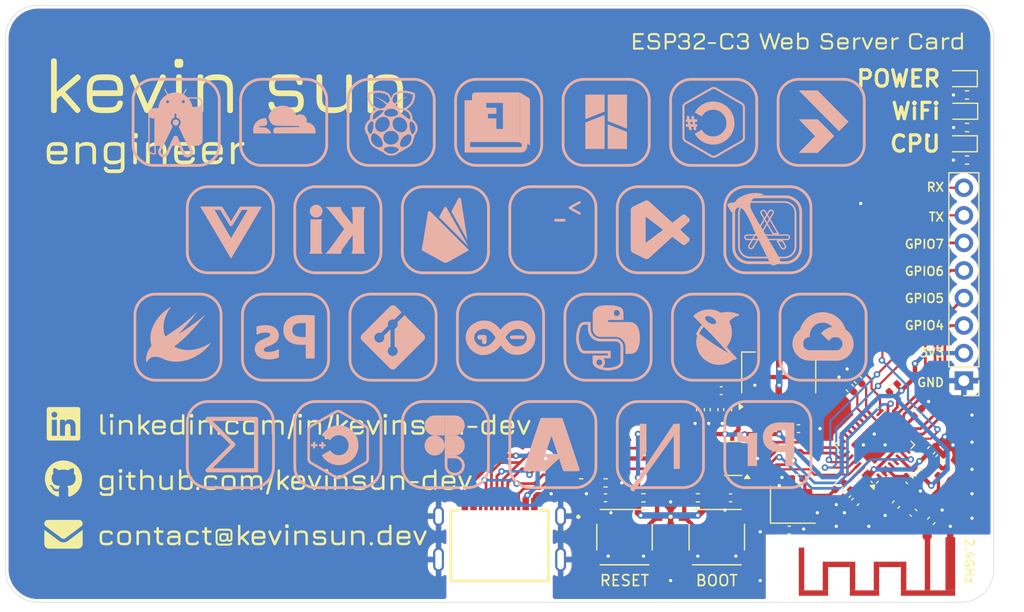
<source format=kicad_pcb>
(kicad_pcb (version 20241229) (generator "pcbnew") (generator_version "9.0")
  (layers (0 "F.Cu" signal) (2 "B.Cu" signal) (13 "F.Paste" user) (15 "B.Paste" user) (5 "F.SilkS" user "F.Silkscreen") (7 "B.SilkS" user "B.Silkscreen") (1 "F.Mask" user) (3 "B.Mask" user) (25 "Edge.Cuts" user))
  (net 0 "")
  (net 1 "Net-(AE1-FEED)")
  (net 2 "Net-(C1-Pad1)")
  (net 3 "GND")
  (net 4 "+3.3V")
  (net 5 "/VDD_SPI")
  (net 6 "/XTAL_N")
  (net 7 "Net-(C10-Pad1)")
  (net 8 "/LNA_IN")
  (net 9 "/VBUS")
  (net 10 "Net-(U4-VI)")
  (net 11 "+3V3")
  (net 12 "/CHIP_EN")
  (net 13 "/BOOTSEL")
  (net 14 "Net-(D1-K)")
  (net 15 "/LED_A")
  (net 16 "Net-(D2-K)")
  (net 17 "Net-(D3-K)")
  (net 18 "/LED_B")
  (net 19 "Net-(J1-CC1)")
  (net 20 "Net-(J1-CC2)")
  (net 21 "/MTDO")
  (net 22 "/MTMS")
  (net 23 "/MTDI")
  (net 24 "/U0TXD")
  (net 25 "/MTCK")
  (net 26 "/U0RXD")
  (net 27 "/XTAL_P")
  (net 28 "/GP8")
  (net 29 "/GP2")
  (net 30 "Net-(J1-DP1)")
  (net 31 "/USB_DP")
  (net 33 "/USB_DN")
  (net 35 "Net-(J1-DN1)")
  (net 41 "unconnected-(U1-SPIHD-Pad19)")
  (footprint "Capacitor_SMD:C_0402_1005Metric" (layer "F.Cu") (at 103.25 63.75 -45)
    (property "Reference" "C1" (hide yes))
    (property "Value" "100nF")
  )
  (footprint "Capacitor_SMD:C_0402_1005Metric" (layer "F.Cu") (at 98.25 65.75 -135)
    (property "Reference" "C8" (hide yes))
    (property "Value" "10nF")
  )
  (footprint "Package_TO_SOT_SMD:SOT-23-6" (layer "F.Cu") (at 87 61.75 180)
    (property "Reference" "U3" (hide yes))
    (property "Value" "USBLC6-2SC6")
  )
  (footprint "Resistor_SMD:R_0402_1005Metric" (layer "F.Cu") (at 73.01 64 180)
    (property "Reference" "R1" (hide yes))
    (property "Value" "5k1")
  )
  (footprint "Package_DFN_QFN:QFN-32-1EP_5x5mm_P0.5mm_EP3.7x3.7mm" (layer "F.Cu") (at 100.030152 60.494975 135)
    (property "Reference" "U1" (hide yes))
    (property "Value" "ESP32-C3FH4")
  )
  (footprint "Resistor_SMD:R_0402_1005Metric" (layer "F.Cu") (at 83.75 65.375 180)
    (property "Reference" "R4" (hide yes))
    (property "Value" "5k1")
  )
  (footprint "Inductor_SMD:L_0402_1005Metric_Pad0.77x0.64mm_HandSolder" (layer "F.Cu") (at 103.6 66.75 -45)
    (property "Reference" "L2" (hide yes))
    (property "Value" "2.4nH")
  )
  (footprint "Resistor_SMD:R_0402_1005Metric" (layer "F.Cu") (at 104 63 -45)
    (property "Reference" "R7" (hide yes))
    (property "Value" "5k1")
  )
  (footprint "LED_SMD:LED_0603_1608Metric" (layer "F.Cu") (at 108 32.75 180)
    (property "Reference" "D3" (hide yes))
    (property "Value" "CPU")
  )
  (footprint "Capacitor_SMD:C_0402_1005Metric" (layer "F.Cu") (at 75.25 65.375)
    (property "Reference" "C17" (hide yes))
    (property "Value" "100nF")
  )
  (footprint "Capacitor_SMD:C_0402_1005Metric" (layer "F.Cu") (at 93.02 59)
    (property "Reference" "C16" (hide yes))
    (property "Value" "10uF")
  )
  (footprint "Resistor_SMD:R_0402_1005Metric" (layer "F.Cu") (at 101.75 55.25 45)
    (property "Reference" "R6" (hide yes))
    (property "Value" "5k1")
  )
  (footprint "Inductor_SMD:L_0402_1005Metric_Pad0.77x0.64mm_HandSolder" (layer "F.Cu") (at 85.9 55.5 180)
    (property "Reference" "L3" (hide yes))
    (property "Value" "2.4nH")
  )
  (footprint "Package_TO_SOT_SMD:SOT-223-3_TabPin2" (layer "F.Cu") (at 91.2 53.85 90)
    (property "Reference" "U4" (hide yes))
    (property "Value" "AMS1117-3.3")
  )
  (footprint "Capacitor_SMD:C_0402_1005Metric" (layer "F.Cu") (at 97.5 65 -135)
    (property "Reference" "C7" (hide yes))
    (property "Value" "1uF")
  )
  (footprint "Resistor_SMD:R_0402_1005Metric" (layer "F.Cu") (at 78.75 65.375)
    (property "Reference" "R3" (hide yes))
    (property "Value" "5k1")
  )
  (footprint "TS-1187A-B-A-B:SW_TS-1187A-B-A-B" (layer "F.Cu") (at 77 69)
    (property "Reference" "RESET")
    (property "Value" "RESET")
  )
  (footprint "Capacitor_SMD:C_0402_1005Metric" (layer "F.Cu") (at 92.9 63.6 180)
    (property "Reference" "C10" (hide yes))
    (property "Value" "12p")
  )
  (footprint "wch-antenna:pcb-antenna" (layer "F.Cu") (at 107 69.25 180)
    (property "Reference" "2.4GHz")
    (property "Value" "PCB Antenna")
  )
  (footprint "Capacitor_SMD:C_0402_1005Metric" (layer "F.Cu") (at 86.77 65.375 180)
    (property "Reference" "C18" (hide yes))
    (property "Value" "100nF")
  )
  (footprint "Capacitor_SMD:C_0402_1005Metric" (layer "F.Cu") (at 106 61.75 45)
    (property "Reference" "C2" (hide yes))
    (property "Value" "100nF")
  )
  (footprint "LED_SMD:LED_0603_1608Metric" (layer "F.Cu") (at 108 26.75 180)
    (property "Reference" "D1" (hide yes))
    (property "Value" "PWR")
  )
  (footprint "Capacitor_SMD:C_0402_1005Metric" (layer "F.Cu") (at 98.5 54.5 135)
    (property "Reference" "C6" (hide yes))
    (property "Value" "100nF")
  )
  (footprint "Resistor_SMD:R_0402_1005Metric" (layer "F.Cu") (at 96.75 64.25 -135)
    (property "Reference" "R5" (hide yes))
    (property "Value" "1k")
  )
  (footprint "Capacitor_SMD:C_0402_1005Metric" (layer "F.Cu") (at 97.75 55.25 135)
    (property "Reference" "C4" (hide yes))
    (property "Value" "1uF")
  )
  (footprint "Crystal:Crystal_SMD_3225-4Pin_3.2x2.5mm" (layer "F.Cu") (at 92.5 66)
    (property "Reference" "Y1" (hide yes))
    (property "Value" "L327S400H11L")
  )
  (footprint "TS-1187A-B-A-B:SW_TS-1187A-B-A-B" (layer "F.Cu") (at 85.5 69)
    (property "Reference" "BOOT")
    (property "Value" "BOOT")
  )
  (footprint "Resistor_SMD:R_0402_1005Metric" (layer "F.Cu") (at 75.26 64)
    (property "Reference" "R2" (hide yes))
    (property "Value" "5k1")
  )
  (footprint "Capacitor_SMD:C_0402_1005Metric_Pad0.74x0.62mm_HandSolder" (layer "F.Cu") (at 105.25 67.5 45)
    (property "Reference" "C11" (hide yes))
    (property "Value" "1.5pF")
  )
  (footprint "Inductor_SMD:L_0402_1005Metric" (layer "F.Cu") (at 106.25 63 -135)
    (property "Reference" "L1" (hide yes))
    (property "Value" "2.4nH")
  )
  (footprint "Resistor_SMD:R_0402_1005Metric" (layer "F.Cu") (at 108.5375 28.25 180)
    (property "Reference" "R8" (hide yes))
    (property "Value" "1k")
  )
  (footprint "easyeda2kicad:USB-C-SMD_TYPE-C60230-511-SC16" (layer "F.Cu") (at 65.5 68.5)
    (property "Reference" "J1" (hide yes))
    (property "Value" "USB C")
  )
  (footprint "Capacitor_SMD:C_0402_1005Metric" (layer "F.Cu") (at 104 57.5 45)
    (property "Reference" "C5" (hide yes))
    (property "Value" "100nF")
  )
  (footprint "Capacitor_SMD:C_0402_1005Metric" (layer "F.Cu") (at 86.5 57.25 -90)
    (property "Reference" "C13" (hide yes))
    (property "Value" "100nF")
  )
  (footprint "Capacitor_SMD:C_0402_1005Metric" (layer "F.Cu") (at 84 57.25 -90)
    (property "Reference" "C15" (hide yes))
    (property "Value" "10uF")
  )
  (footprint "Resistor_SMD:R_0402_1005Metric" (layer "F.Cu") (at 108.5375 31.25 180)
    (property "Reference" "R9" (hide yes))
    (property "Value" "1k")
  )
  (footprint "Connector_PinHeader_2.54mm:PinHeader_1x08_P2.54mm_Vertical" (layer "F.Cu") (at 108.25 54.58 180)
    (property "Reference" "J2" (hide yes))
    (property "Value" "GPIO Breakout")
  )
  (footprint "LED_SMD:LED_0603_1608Metric" (layer "F.Cu") (at 108.0375 29.75 180)
    (property "Reference" "D2" (hide yes))
    (property "Value" "WiFi")
  )
  (footprint "Capacitor_SMD:C_0402_1005Metric" (layer "F.Cu") (at 105.25 61 45)
    (property "Reference" "C3" (hide yes))
    (property "Value" "10uF")
  )
  (footprint "Resistor_SMD:R_0402_1005Metric" (layer "F.Cu") (at 108.5375 34.25 180)
    (property "Reference" "R10" (hide yes))
    (property "Value" "1k")
  )
  (footprint "Capacitor_SMD:C_0402_1005Metric" (layer "F.Cu") (at 92.17 68.35)
    (property "Reference" "C9" (hide yes))
    (property "Value" "12p")
  )
  (footprint "Capacitor_SMD:C_0402_1005Metric_Pad0.74x0.62mm_HandSolder" (layer "F.Cu") (at 102 66 -135)
    (property "Reference" "C12" (hide yes))
    (property "Value" "1.5pF")
  )
  (footprint "Capacitor_SMD:C_0402_1005Metric" (layer "F.Cu") (at 85.25 57.25 -90)
    (property "Reference" "C14" (hide yes))
    (property "Value" "100nF")
  )
  (gr_poly (pts (xy 98.657537 22.932647) (xy 98.663164 22.932924) (xy 98.668606 22.933385) (xy 98.673864 22.934031) (xy 98.678937 22.934861) (xy 98.683826 22.935876) (xy 98.688531 22.937075) (xy 98.693051 22.938459) (xy 98.697386 22.940027) (xy 98.701537 22.941779) (xy 98.705504 22.943717) (xy 98.709286 22.945838) (xy 98.712884 22.948144) (xy 98.716297 22.950635) (xy 98.719526 22.95331) (xy 98.72257 22.956169) (xy 98.72543 22.959213) (xy 98.728105 22.962442) (xy 98.730596 22.965855) (xy 98.732902 22.969452) (xy 98.735024 22.973234) (xy 98.736961 22.977201) (xy 98.738714 22.981351) (xy 98.740282 22.985687) (xy 98.741666 22.990207) (xy 98.742865 22.994911) (xy 98.74388 22.9998) (xy 98.74471 23.004873) (xy 98.745356 23.010131) (xy 98.745818 23.015573) (xy 98.746094 23.0212) (xy 98.746187 23.027011) (xy 98.746094 23.032823) (xy 98.745818 23.038449) (xy 98.745356 23.043892) (xy 98.74471 23.04915) (xy 98.74388 23.054223) (xy 98.742865 23.059112) (xy 98.741666 23.063816) (xy 98.740282 23.068336) (xy 98.738714 23.072671) (xy 98.736961 23.076822) (xy 98.735024 23.080789) (xy 98.732902 23.084571) (xy 98.730596 23.088168) (xy 98.728105 23.091581) (xy 98.72543 23.09481) (xy 98.72257 23.097854) (xy 98.719526 23.100713) (xy 98.716297 23.103388) (xy 98.712884 23.105879) (xy 98.709286 23.108185) (xy 98.705504 23.110306) (xy 98.701537 23.112243) (xy 98.697386 23.113996) (xy 98.693051 23.115564) (xy 98.688531 23.116948) (xy 98.683826 23.118147) (xy 98.678937 23.119162) (xy 98.673864 23.119992) (xy 98.668606 23.120637) (xy 98.663164 23.121099) (xy 98.657537 23.121375) (xy 98.651726 23.121468) (xy 98.627777 23.121749) (xy 98.604547 23.122592) (xy 98.582037 23.123997) (xy 98.560246 23.125965) (xy 98.539174 23.128495) (xy 98.518822 23.131587) (xy 98.499189 23.135241) (xy 98.480275 23.139458) (xy 98.462081 23.144237) (xy 98.444607 23.149578) (xy 98.427852 23.155482) (xy 98.411817 23.161947) (xy 98.396501 23.168976) (xy 98.381904 23.176566) (xy 98.368027 23.184719) (xy 98.35487 23.193434) (xy 98.342449 23.202611) (xy 98.330785 23.212147) (xy 98.319877 23.222044) (xy 98.309727 23.232301) (xy 98.300332 23.242918) (xy 98.291694 23.253894) (xy 98.283813 23.265231) (xy 98.276688 23.276928) (xy 98.27032 23.288986) (xy 98.264708 23.301403) (xy 98.259852 23.314181) (xy 98.255753 23.327318) (xy 98.252411 23.340816) (xy 98.249824 23.354674) (xy 98.247994 23.368893) (xy 98.246921 23.383471) (xy 98.246921 23.978321) (xy 98.246828 23.984132) (xy 98.246551 23.989759) (xy 98.24609 23.995201) (xy 98.245444 24.000459) (xy 98.244614 24.005532) (xy 98.243599 24.010421) (xy 98.2424 24.015126) (xy 98.241016 24.019645) (xy 98.239448 24.023981) (xy 98.237695 24.028132) (xy 98.235758 24.032098) (xy 98.233636 24.03588) (xy 98.23133 24.039477) (xy 98.228839 24.04289) (xy 98.226164 24.046119) (xy 98.223304 24.049163) (xy 98.22026 24.052022) (xy 98.217031 24.054698) (xy 98.213618 24.057188) (xy 98.21002 24.059494) (xy 98.206238 24.061616) (xy 98.202271 24.063553) (xy 98.19812 24.065305) (xy 98.193785 24.066874) (xy 98.189265 24.068257) (xy 98.18456 24.069456) (xy 98.179671 24.070471) (xy 98.174598 24.071301) (xy 98.16934 24.071947) (xy 98.163898 24.072408) (xy 98.158271 24.072685) (xy 98.15246 24.072777) (xy 98.146649 24.072685) (xy 98.141021 24.072408) (xy 98.135579 24.071947) (xy 98.130321 24.071301) (xy 98.125247 24.070471) (xy 98.120358 24.069456) (xy 98.115654 24.068257) (xy 98.111134 24.066874) (xy 98.106799 24.065305) (xy 98.102648 24.063553) (xy 98.098681 24.061616) (xy 98.0949 24.059494) (xy 98.091302 24.057188) (xy 98.087889 24.054698) (xy 98.084661 24.052022) (xy 98.081617 24.049163) (xy 98.078758 24.046119) (xy 98.076083 24.04289) (xy 98.073593 24.039477) (xy 98.071287 24.03588) (xy 98.069166 24.032098) (xy 98.067229 24.028132) (xy 98.065477 24.023981) (xy 98.063909 24.019645) (xy 98.062525 24.015126) (xy 98.061326 24.010421) (xy 98.060312 24.005532) (xy 98.059482 24.000459) (xy 98.058836 23.995201) (xy 98.058375 23.989759) (xy 98.058099 23.984132) (xy 98.058006 23.978321) (xy 98.058006 23.027011) (xy 98.058099 23.0212) (xy 98.058375 23.015573) (xy 98.058836 23.010131) (xy 98.059482 23.004873) (xy 98.060312 22.9998) (xy 98.061326 22.994911) (xy 98.062525 22.990207) (xy 98.063909 22.985687) (xy 98.065477 22.981351) (xy 98.067229 22.977201) (xy 98.069166 22.973234) (xy 98.071287 22.969452) (xy 98.073593 22.965855) (xy 98.076083 22.962442) (xy 98.078758 22.959213) (xy 98.081617 22.956169) (xy 98.084661 22.95331) (xy 98.087889 22.950635) (xy 98.091302 22.948144) (xy 98.0949 22.945838) (xy 98.098681 22.943717) (xy 98.102648 22.941779) (xy 98.106799 22.940027) (xy 98.111134 22.938459) (xy 98.115654 22.937075) (xy 98.120358 22.935876) (xy 98.125247 22.934861) (xy 98.130321 22.934031) (xy 98.135579 22.933385) (xy 98.141021 22.932924) (xy 98.146649 22.932647) (xy 98.15246 22.932555) (xy 98.158271 22.932647) (xy 98.163898 22.932924) (xy 98.16934 22.933385) (xy 98.174598 22.934031) (xy 98.179671 22.934861) (xy 98.18456 22.935876) (xy 98.189265 22.937075) (xy 98.193785 22.938459) (xy 98.19812 22.940027) (xy 98.202271 22.941779) (xy 98.206238 22.943717) (xy 98.21002 22.945838) (xy 98.213618 22.948144) (xy 98.217031 22.950635) (xy 98.22026 22.95331) (xy 98.223304 22.956169) (xy 98.226164 22.959213) (xy 98.228839 22.962442) (xy 98.23133 22.965855) (xy 98.233636 22.969452) (xy 98.235758 22.973234) (xy 98.237695 22.977201) (xy 98.239448 22.981351) (xy 98.241016 22.985687) (xy 98.2424 22.990207) (xy 98.243599 22.994911) (xy 98.244614 22.9998) (xy 98.245444 23.004873) (xy 98.24609 23.010131) (xy 98.246551 23.015573) (xy 98.246828 23.0212) (xy 98.246921 23.027011) (xy 98.246921 23.114721) (xy 98.255347 23.103648) (xy 98.264055 23.092917) (xy 98.273046 23.082529) (xy 98.282319 23.072484) (xy 98.291873 23.06278) (xy 98.30171 23.05342) (xy 98.311829 23.044402) (xy 98.32223 23.035726) (xy 98.332913 23.027393) (xy 98.343878 23.019403) (xy 98.355124 23.011755) (xy 98.366653 23.004451) (xy 98.378464 22.997488) (xy 98.390557 22.990869) (xy 98.402932 22.984593) (xy 98.415588 22.978659) (xy 98.428627 22.973077) (xy 98.441896 22.967854) (xy 98.455393 22.962992) (xy 98.46912 22.95849) (xy 98.483076 22.954348) (xy 98.497262 22.950566) (xy 98.511676 22.947144) (xy 98.52632 22.944083) (xy 98.541194 22.941381) (xy 98.556296 22.93904) (xy 98.571628 22.937058) (xy 98.587189 22.935437) (xy 98.60298 22.934176) (xy 98.618999 22.933276) (xy 98.635248 22.932735) (xy 98.651726 22.932555)) (fill yes) (layer "F.SilkS"))
  (gr_poly (pts (xy 66.356703 58.197625) (xy 66.388793 58.199144) (xy 66.419786 58.201674) (xy 66.449683 58.205216) (xy 66.478484 58.20977) (xy 66.506188 58.215336) (xy 66.532796 58.221914) (xy 66.558308 58.229505) (xy 66.582723 58.238107) (xy 66.606042 58.247721) (xy 66.628264 58.258348) (xy 66.64939 58.269986) (xy 66.66942 58.282637) (xy 66.688353 58.296299) (xy 66.70619 58.310974) (xy 66.72293 58.32666) (xy 66.738617 58.343243) (xy 66.753291 58.360942) (xy 66.766954 58.37976) (xy 66.779604 58.399695) (xy 66.791243 58.420747) (xy 66.801869 58.442917) (xy 66.811483 58.466204) (xy 66.820086 58.490609) (xy 66.827676 58.516131) (xy 66.834254 58.542771) (xy 66.83982 58.570528) (xy 66.844375 58.599402) (xy 66.847917 58.629394) (xy 66.850447 58.660503) (xy 66.851965 58.69273) (xy 66.852471 58.726074) (xy 66.852471 58.861013) (xy 66.85236 58.867987) (xy 66.852028 58.874739) (xy 66.851475 58.881269) (xy 66.8507 58.887579) (xy 66.849704 58.893666) (xy 66.848486 58.899533) (xy 66.847047 58.905178) (xy 66.845387 58.910602) (xy 66.843505 58.915805) (xy 66.841402 58.920786) (xy 66.839078 58.925545) (xy 66.836532 58.930084) (xy 66.833765 58.934401) (xy 66.830776 58.938496) (xy 66.827566 58.942371) (xy 66.824135 58.946023) (xy 66.820482 58.949455) (xy 66.816608 58.952665) (xy 66.812512 58.955654) (xy 66.808196 58.958421) (xy 66.803657 58.960967) (xy 66.798898 58.963292) (xy 66.793917 58.965395) (xy 66.788715 58.967277) (xy 66.783291 58.968937) (xy 66.777646 58.970376) (xy 66.771779 58.971594) (xy 66.765691 58.97259) (xy 66.759382 58.973365) (xy 66.752852 58.973918) (xy 66.7461 58.97425) (xy 66.739126 58.974361) (xy 65.799961 58.974361) (xy 65.799961 59.03913) (xy 65.800209 59.060456) (xy 65.800952 59.080918) (xy 65.80219 59.100516) (xy 65.803924 59.119249) (xy 65.806154 59.137117) (xy 65.808879 59.154121) (xy 65.812099 59.170261) (xy 65.815815 59.185536) (xy 65.820027 59.199947) (xy 65.824733 59.213493) (xy 65.829936 59.226176) (xy 65.835634 59.237993) (xy 65.841827 59.248946) (xy 65.848516 59.259035) (xy 65.855701 59.26826) (xy 65.863381 59.27662) (xy 65.871746 59.284136) (xy 65.880986 59.291168) (xy 65.891102 59.297714) (xy 65.902092 59.303776) (xy 65.913957 59.309353) (xy 65.926696 59.314444) (xy 65.940311 59.319051) (xy 65.954801 59.323173) (xy 65.970166 59.32681) (xy 65.986405 59.329962) (xy 66.00352 59.332629) (xy 66.02151 59.334811) (xy 66.040375 59.336509) (xy 66.060115 59.337721) (xy 66.08073 59.338448) (xy 66.10222 59.338691) (xy 66.323517 59.338691) (xy 66.356808 59.33829) (xy 66.387864 59.337089) (xy 66.416686 59.335086) (xy 66.443273 59.332282) (xy 66.467625 59.328677) (xy 66.489742 59.32427) (xy 66.499963 59.321766) (xy 66.509625 59.319062) (xy 66.518727 59.316157) (xy 66.527272 59.313052) (xy 66.535363 59.309694) (xy 66.543106 59.306031) (xy 66.550502 59.302061) (xy 66.55755 59.297786) (xy 66.564249 59.293206) (xy 66.570601 59.288319) (xy 66.576605 59.283127) (xy 66.582261 59.27763) (xy 66.587569 59.271827) (xy 66.592528 59.265718) (xy 66.59714 59.259303) (xy 66.601405 59.252583) (xy 66.605321 59.245557) (xy 66.608889 59.238225) (xy 66.612109 59.230588) (xy 66.614981 59.222645) (xy 66.616879 59.21633) (xy 66.618861 59.210205) (xy 66.620927 59.20427) (xy 66.623078 59.198525) (xy 66.625313 59.192969) (xy 66.627632 59.187603) (xy 66.630036 59.182427) (xy 66.632524 59.177441) (xy 66.635096 59.172644) (xy 66.637753 59.168038) (xy 66.640494 59.163621) (xy 66.643319 59.159393) (xy 66.646229 59.155356) (xy 66.649223 59.151508) (xy 66.652301 59.14785) (xy 66.655464 59.144381) (xy 66.658942 59.141113) (xy 66.662631 59.138056) (xy 66.666532 59.135209) (xy 66.670643 59.132574) (xy 66.674965 59.130149) (xy 66.679499 59.127935) (xy 66.684243 59.125932) (xy 66.689198 59.12414) (xy 66.694363 59.122559) (xy 66.69974 59.121189) (xy 66.705328 59.120029) (xy 66.711126 59.119081) (xy 66.717136 59.118343) (xy 66.723356 59.117816) (xy 66.729787 59.117499) (xy 66.736429 59.117394) (xy 66.743407 59.11751) (xy 66.750175 59.117858) (xy 66.756732 59.118437) (xy 66.763078 59.119249) (xy 66.769213 59.120292) (xy 66.775137 59.121568) (xy 66.780851 59.123075) (xy 66.786353 59.124814) (xy 66.791645 59.126786) (xy 66.796726 59.128989) (xy 66.801596 59.131424) (xy 66.806256 59.134091) (xy 66.810704 59.13699) (xy 66.814942 59.140121) (xy 66.818969 59.143484) (xy 66.822786 59.147079) (xy 66.826339 59.150895) (xy 66.829575 59.154923) (xy 66.832496 59.15916) (xy 66.8351 59.163609) (xy 66.837387 59.168269) (xy 66.839359 59.173139) (xy 66.841014 59.17822) (xy 66.842353 59.183512) (xy 66.843375 59.189015) (xy 66.844081 59.194728) (xy 66.844471 59.200653) (xy 66.844545 59.206789) (xy 66.844302 59.213135) (xy 66.843743 59.219692) (xy 66.842868 59.22646) (xy 66.841677 59.23344) (xy 66.837576 59.254023) (xy 66.832695 59.273942) (xy 66.827033 59.293197) (xy 66.820592 59.311787) (xy 66.813371 59.329714) (xy 66.80537 59.346976) (xy 66.796588 59.363574) (xy 66.787027 59.379508) (xy 66.776685 59.394778) (xy 66.765564 59.409384) (xy 66.753662 59.423325) (xy 66.74098 59.436603) (xy 66.727518 59.449217) (xy 66.713276 59.461166) (xy 66.698253 59.472451) (xy 66.682451 59.483073) (xy 66.665868 59.49304) (xy 66.648505 59.502365) (xy 66.630363 59.511046) (xy 66.61144 59.519084) (xy 66.591737 59.52648) (xy 66.571253 59.533232) (xy 66.54999 59.539341) (xy 66.527947 59.544806) (xy 66.505123 59.549629) (xy 66.48152 59.553809) (xy 66.457136 59.557346) (xy 66.431972 59.560239) (xy 66.406029 59.56249) (xy 66.379305 59.564097) (xy 66.351801 59.565062) (xy 66.323517 59.565383) (xy 66.10222 59.565383) (xy 66.069191 59.564877) (xy 66.037239 59.563359) (xy 66.006361 59.560829) (xy 65.976559 59.557287) (xy 65.947832 59.552734) (xy 65.92018 59.547168) (xy 65.893604 59.54059) (xy 65.868103 59.533) (xy 65.843677 59.524398) (xy 65.820326 59.514784) (xy 65.798051 59.504157) (xy 65.776851 59.492519) (xy 65.756726 59.479869) (xy 65.737677 59.466207) (xy 65.719702 59.451532) (xy 65.702803 59.435846) (xy 65.687116 59.419115) (xy 65.672442 59.40131) (xy 65.658779 59.382429) (xy 65.646129 59.362473) (xy 65.63449 59.341442) (xy 65.623864 59.319335) (xy 65.61425 59.296153) (xy 65.605647 59.271896) (xy 65.598057 59.246564) (xy 65.591479 59.220156) (xy 65.585913 59.192673) (xy 65.581358 59.164115) (xy 65.577816 59.134482) (xy 65.575286 59.103773) (xy 65.573768 59.071989) (xy 65.573262 59.03913) (xy 65.573262 58.726074) (xy 65.799961 58.726074) (xy 65.799961 58.747665) (xy 66.625779 58.747665) (xy 66.625779 58.726074) (xy 66.625531 58.704426) (xy 66.624787 58.683674) (xy 66.623549 58.663818) (xy 66.621814 58.644858) (xy 66.619584 58.626795) (xy 66.616859 58.609627) (xy 66.613638 58.593356) (xy 66.609922 58.57798) (xy 66.60571 58.563501) (xy 66.601003 58.549917) (xy 66.595801 58.53723) (xy 66.590103 58.525439) (xy 66.58391 58.514544) (xy 66.577221 58.504545) (xy 66.570038 58.495442) (xy 66.562359 58.487235) (xy 66.558367 58.483333) (xy 66.554151 58.479555) (xy 66.545048 58.472371) (xy 66.535048 58.465683) (xy 66.524153 58.459489) (xy 66.512361 58.453791) (xy 66.499674 58.448589) (xy 66.48609 58.443882) (xy 66.471611 58.43967) (xy 66.456235 58.435954) (xy 66.439963 58.432734) (xy 66.422796 58.430009) (xy 66.404732 58.427779) (xy 66.385772 58.426045) (xy 66.365916 58.424806) (xy 66.345165 58.424063) (xy 66.323517 58.423815) (xy 66.10222 58.423815) (xy 66.08073 58.423736) (xy 66.060115 58.424173) (xy 66.040375 58.425127) (xy 66.02151 58.426598) (xy 66.00352 58.428585) (xy 65.986405 58.431089) (xy 65.970166 58.434109) (xy 65.954801 58.437646) (xy 65.940311 58.4417) (xy 65.926696 58.446269) (xy 65.913957 58.451356) (xy 65.902092 58.456959) (xy 65.891102 58.463078) (xy 65.880986 58.469713) (xy 65.871746 58.476865) (xy 65.863381 58.484534) (xy 65.855701 58.49291) (xy 65.848516 58.502182) (xy 65.841827 58.51235) (xy 65.835634 58.523414) (xy 65.829936 58.535374) (xy 65.824733 58.54823) (xy 65.820027 58.561983) (xy 65.815815 58.576631) (xy 65.812099 58.592175) (xy 65.808879 58.608616) (xy 65.806154 58.625952) (xy 65.803924 58.644184) (xy 65.80219 58.663313) (xy 65.800952 58.683337) (xy 65.800209 58.704257) (xy 65.799961 58.726074) (xy 65.573262 58.726074) (xy 65.573768 58.692403) (xy 65.575286 58.65987) (xy 65.577816 58.628476) (xy 65.581358 58.598221) (xy 65.585913 58.569104) (xy 65.591479 58.541125) (xy 65.598057 58.514285) (xy 65.605647 58.488584) (xy 65.61425 58.464021) (xy 65.623864 58.440597) (xy 65.63449 58.418311) (xy 65.646129 58.397164) (xy 65.658779 58.377156) (xy 65.672442 58.358286) (xy 65.687116 58.340555) (xy 65.702803 58.323962) (xy 65.719702 58.308286) (xy 65.737677 58.293643) (xy 65.756726 58.280034) (xy 65.776851 58.267457) (xy 65.798051 58.255913) (xy 65.820326 58.245403) (xy 65.843677 58.235925) (xy 65.868103 58.227481) (xy 65.893604 58.22007) (xy 65.92018 58.213692) (xy 65.947832 58.208347) (xy 65.976559 58.204035) (xy 66.006361 58.200756) (xy 66.037239 58.198511) (xy 66.069191 58.197299) (xy 66.10222 58.197119) (xy 66.323517 58.197119)) (fill yes) (layer "F.SilkS"))
  (gr_poly (pts (xy 88.041157 22.548383) (xy 88.066298 22.549582) (xy 88.090589 22.551581) (xy 88.114029 22.554379) (xy 88.136617 22.557976) (xy 88.158354 22.562373) (xy 88.179239 22.567569) (xy 88.199274 22.573565) (xy 88.218457 22.58036) (xy 88.236789 22.587955) (xy 88.254269 22.596349) (xy 88.270898 22.605542) (xy 88.286676 22.615535) (xy 88.301602 22.626328) (xy 88.315677 22.63792) (xy 88.328901 22.650311) (xy 88.341279 22.663528) (xy 88.35286 22.677597) (xy 88.363646 22.692519) (xy 88.373635 22.708293) (xy 88.382826 22.724918) (xy 88.391221 22.742396) (xy 88.398817 22.760726) (xy 88.405616 22.779909) (xy 88.411615 22.799943) (xy 88.416816 22.820829) (xy 88.421218 22.842568) (xy 88.424821 22.865158) (xy 88.427623 22.888601) (xy 88.429625 22.912896) (xy 88.430827 22.938042) (xy 88.431227 22.964041) (xy 88.43077 22.989569) (xy 88.429398 23.014149) (xy 88.427113 23.037781) (xy 88.423913 23.060464) (xy 88.419799 23.082198) (xy 88.414772 23.102983) (xy 88.408831 23.12282) (xy 88.401977 23.141708) (xy 88.394209 23.159648) (xy 88.385529 23.176638) (xy 88.375936 23.19268) (xy 88.36543 23.207773) (xy 88.354012 23.221916) (xy 88.341681 23.235111) (xy 88.328438 23.247357) (xy 88.314283 23.258654) (xy 88.323823 23.265146) (xy 88.333046 23.271972) (xy 88.341953 23.279132) (xy 88.350544 23.286626) (xy 88.358819 23.294454) (xy 88.366777 23.302615) (xy 88.37442 23.311111) (xy 88.381747 23.31994) (xy 88.388757 23.329103) (xy 88.395452 23.338599) (xy 88.40183 23.34843) (xy 88.407892 23.358594) (xy 88.413637 23.369092) (xy 88.419067 23.379923) (xy 88.42418 23.391089) (xy 88.428977 23.402588) (xy 88.433595 23.414438) (xy 88.437917 23.426657) (xy 88.441943 23.439246) (xy 88.445673 23.452204) (xy 88.449107 23.465531) (xy 88.452243 23.479227) (xy 88.455083 23.493292) (xy 88.457625 23.507726) (xy 88.459869 23.522529) (xy 88.461816 23.537701) (xy 88.463463 23.553242) (xy 88.464812 23.569152) (xy 88.465862 23.585431) (xy 88.466612 23.602078) (xy 88.467062 23.619094) (xy 88.467212 23.636479) (xy 88.466795 23.663858) (xy 88.465542 23.690331) (xy 88.463453 23.7159) (xy 88.46053 23.740564) (xy 88.456772 23.764324) (xy 88.45218 23.787178) (xy 88.446752 23.809127) (xy 88.440491 23.830172) (xy 88.433395 23.850312) (xy 88.425466 23.869547) (xy 88.416703 23.887877) (xy 88.407106 23.905301) (xy 88.396675 23.921821) (xy 88.385412 23.937436) (xy 88.373315 23.952146) (xy 88.360385 23.965951) (xy 88.346558 23.978887) (xy 88.331811 23.990988) (xy 88.316144 24.002254) (xy 88.299557 24.012686) (xy 88.282048 24.022284) (xy 88.263619 24.031047) (xy 88.24427 24.038975) (xy 88.223999 24.046069) (xy 88.202807 24.052329) (xy 88.180693 24.057754) (xy 88.157659 24.062344) (xy 88.133702 24.0661) (xy 88.108824 24.069021) (xy 88.083025 24.071108) (xy 88.056303 24.07236) (xy 88.028659 24.072777) (xy 87.772281 24.072777) (xy 87.748025 24.072457) (xy 87.724464 24.071495) (xy 87.701598 24.069892) (xy 87.679427 24.067647) (xy 87.657952 24.064762) (xy 87.637171 24.061235) (xy 87.617085 24.057066) (xy 87.597693 24.052257) (xy 87.578996 24.046806) (xy 87.560993 24.040714) (xy 87.543685 24.03398) (xy 87.52707 24.026605) (xy 87.511148 24.018588) (xy 87.495921 24.00993) (xy 87.481386 24.000631) (xy 87.467545 23.99069) (xy 87.454509 23.979942) (xy 87.442135 23.9685) (xy 87.430421 23.956364) (xy 87.419368 23.943534) (xy 87.408977 23.930009) (xy 87.399245 23.915791) (xy 87.390175 23.900878) (xy 87.381764 23.885272) (xy 87.374014 23.868971) (xy 87.366924 23.851976) (xy 87.360494 23.834287) (xy 87.354723 23.815904) (xy 87.349612 23.796827) (xy 87.345161 23.777057) (xy 87.341368 23.756592) (xy 87.338235 23.735433) (xy 87.337779 23.729613) (xy 87.337553 23.72396) (xy 87.337556 23.718473) (xy 87.337789 23.713154) (xy 87.338251 23.708001) (xy 87.338942 23.703016) (xy 87.339863 23.698197) (xy 87.341013 23.693545) (xy 87.342392 23.68906) (xy 87.344001 23.684742) (xy 87.34584 23.680591) (xy 87.347908 23.676607) (xy 87.350205 23.672791) (xy 87.352732 23.669141) (xy 87.355489 23.665658) (xy 87.358474 23.662342) (xy 87.361643 23.659211) (xy 87.36499 23.656282) (xy 87.368515 23.653554) (xy 87.372219 23.651029) (xy 87.3761 23.648705) (xy 87.380159 23.646584) (xy 87.384395 23.644664) (xy 87.388808 23.642946) (xy 87.393398 23.641431) (xy 87.398164 23.640117) (xy 87.403106 23.639006) (xy 87.408223 23.638096) (xy 87.413516 23.637389) (xy 87.418984 23.636884) (xy 87.424627 23.63658) (xy 87.430445 23.636479) (xy 87.435778 23.636571) (xy 87.440963 23.636848) (xy 87.445998 23.637309) (xy 87.450885 23.637955) (xy 87.455622 23.638785) (xy 87.460211 23.6398) (xy 87.46465 23.640999) (xy 87.468941 23.642383) (xy 87.473082 23.643951) (xy 87.477075 23.645703) (xy 87.480918 23.647641) (xy 87.484612 23.649762) (xy 87.488157 23.652068) (xy 87.491553 23.654559) (xy 87.494799 23.657234) (xy 87.497897 23.660093) (xy 87.500845 23.663137) (xy 87.503644 23.666366) (xy 87.506294 23.669779) (xy 87.508794 23.673376) (xy 87.511145 23.677158) (xy 87.513347 23.681124) (xy 87.5154 23.685275) (xy 87.517303 23.689611) (xy 87.519056 23.694131) (xy 87.520661 23.698835) (xy 87.522116 23.703724) (xy 87.523421 23.708797) (xy 87.524577 23.714055) (xy 87.525584 23.719497) (xy 87.527149 23.730935) (xy 87.529262 23.741684) (xy 87.531684 23.752002) (xy 87.534415 23.76189) (xy 87.537454 23.771347) (xy 87.540802 23.780374) (xy 87.544458 23.78897) (xy 87.548423 23.797136) (xy 87.552697 23.804871) (xy 87.557279 23.812176) (xy 87.562169 23.81905) (xy 87.567368 23.825494) (xy 87.572876 23.831508) (xy 87.578692 23.83709) (xy 87.584817 23.842242) (xy 87.59125 23.846964) (xy 87.597991 23.851255) (xy 87.605115 23.855203) (xy 87.612742 23.858897) (xy 87.620873 23.862336) (xy 87.629506 23.86552) (xy 87.638643 23.86845) (xy 87.648281 23.871125) (xy 87.658423 23.873545) (xy 87.669066 23.875711) (xy 87.680212 23.877622) (xy 87.69186 23.879278) (xy 87.70401 23.880679) (xy 87.716661 23.881826) (xy 87.729814 23.882718) (xy 87.743469 23.883355) (xy 87.757625 23.883737) (xy 87.772281 23.883864) (xy 88.028659 23.883864) (xy 88.046427 23.883662) (xy 88.063465 23.883056) (xy 88.079774 23.882046) (xy 88.095352 23.880632) (xy 88.110201 23.878814) (xy 88.124321 23.876591) (xy 88.137712 23.873965) (xy 88.150374 23.870934) (xy 88.162307 23.8675) (xy 88.173511 23.863661) (xy 88.183987 23.859418) (xy 88.193735 23.85477) (xy 88.202754 23.849719) (xy 88.211046 23.844263) (xy 88.218609 23.838403) (xy 88.225446 23.832139) (xy 88.23184 23.825181) (xy 88.237823 23.817522) (xy 88.243394 23.809159) (xy 88.248554 23.800093) (xy 88.253302 23.790324) (xy 88.257638 23.779853) (xy 88.261561 23.768678) (xy 88.265072 23.756801) (xy 88.268171 23.744221) (xy 88.270857 23.730938) (xy 88.27313 23.716952) (xy 88.27499 23.702263) (xy 88.276437 23.686872) (xy 88.277471 23.670777) (xy 88.278091 23.65398) (xy 88.278298 23.636479) (xy 88.278091 23.619116) (xy 88.277471 23.602446) (xy 88.276437 23.58647) (xy 88.27499 23.571189) (xy 88.27313 23.556601) (xy 88.270857 23.542707) (xy 88.268171 23.529508) (xy 88.265072 23.517002) (xy 88.261561 23.50519) (xy 88.257638 23.494073) (xy 88.253302 23.483649) (xy 88.248554 23.47392) (xy 88.243394 23.464885) (xy 88.237823 23.456544) (xy 88.23184 23.448897) (xy 88.225446 23.441944) (xy 88.218609 23.435545) (xy 88.211046 23.429559) (xy 88.202754 23.423985) (xy 88.193735 23.418824) (xy 88.183987 23.414076) (xy 88.173511 23.40974) (xy 88.162307 23.405818) (xy 88.150374 23.402308) (xy 88.137712 23.399211) (xy 88.124321 23.396527) (xy 88.110201 23.394256) (xy 88.095352 23.392397) (xy 88.079774 23.390952) (xy 88.063465 23.38992) (xy 88.046427 23.3893) (xy 88.028659 23.389094) (xy 87.85549 23.389094) (xy 87.849679 23.389001) (xy 87.844053 23.388725) (xy 87.83861 23.388263) (xy 87.833353 23.387618) (xy 87.82828 23.386788) (xy 87.823391 23.385773) (xy 87.818687 23.384574) (xy 87.814168 23.38319) (xy 87.809833 23.381622) (xy 87.805682 23.379869) (xy 87.801716 23.377932) (xy 87.797934 23.375811) (xy 87.794337 23.373505) (xy 87.790925 23.371014) (xy 87.787697 23.368339) (xy 87.784653 23.36548) (xy 87.781794 23.362436) (xy 87.779119 23.359207) (xy 87.776629 23.355794) (xy 87.774323 23.352197) (xy 87.772202 23.348415) (xy 87.770265 23.344448) (xy 87.768513 23.340297) (xy 87.766945 23.335962) (xy 87.765562 23.331442) (xy 87.764363 23.326738) (xy 87.763348 23.321849) (xy 87.762518 23.316776) (xy 87.761873 23.311518) (xy 87.761412 23.306075) (xy 87.761135 23.300449) (xy 87.761043 23.294637) (xy 87.761135 23.288826) (xy 87.761412 23.283199) (xy 87.761873 23.277757) (xy 87.762518 23.272499) (xy 87.763348 23.267426) (xy 87.764363 23.262537) (xy 87.765562 23.257833) (xy 87.766945 23.253313) (xy 87.768513 23.248977) (xy 87.770265 23.244827) (xy 87.772202 23.24086) (xy 87.774323 23.237078) (xy 87.776629 23.233481) (xy 87.779119 23.230068) (xy 87.781794 23.226839) (xy 87.784653 23.223795) (xy 87.787697 23.220936) (xy 87.790925 23.218261) (xy 87.794337 23.21577) (xy 87.797934 23.213464) (xy 87.801716 23.211343) (xy 87.805682 23.209405) (xy 87.809833 23.207653) (xy 87.814168 23.206085) (xy 87.818687 23.204701) (xy 87.823391 23.203502) (xy 87.82828 23.202487) (xy 87.833353 23.201657) (xy 87.83861 23.201011) (xy 87.844053 23.20055) (xy 87.849679 23.200273) (xy 87.85549 23.200181) (xy 88.114124 23.200181) (xy 88.122813 23.199935) (xy 88.131166 23.199197) (xy 88.139185 23.197967) (xy 88.14687 23.196245) (xy 88.154221 23.194031) (xy 88.161238 23.191325) (xy 88.167921 23.188127) (xy 88.17427 23.184437) (xy 88.180286 23.180255) (xy 88.185969 23.175582) (xy 88.191319 23.170416) (xy 88.196336 23.164759) (xy 88.20102 23.158609) (xy 88.205372 23.151968) (xy 88.209391 23.144835) (xy 88.213079 23.13721) (xy 88.216613 23.129023) (xy 88.219921 23.120484) (xy 88.223001 23.111594) (xy 88.225854 23.102352) (xy 88.22848 23.092759) (xy 88.230878 23.082815) (xy 88.233049 23.072519) (xy 88.234992 23.061872) (xy 88.236706 23.050873) (xy 88.238193 23.039523) (xy 88.239451 23.027821) (xy 88.240481 23.015768) (xy 88.241282 23.003364) (xy 88.241855 22.990608) (xy 88.242199 22.9775) (xy 88.242313 22.964041) (xy 88.242123 22.947657) (xy 88.241555 22.931959) (xy 88.240607 22.916945) (xy 88.23928 22.902617) (xy 88.237576 22.888974) (xy 88.235494 22.876016) (xy 88.233034 22.863743) (xy 88.230197 22.852155) (xy 88.226983 22.841252) (xy 88.223392 22.831035) (xy 88.219426 22.821503) (xy 88.215083 22.812657) (xy 88.210365 22.804495) (xy 88.205272 22.797019) (xy 88.199804 22.790229) (xy 88.193961 22.784124) (xy 88.187727 22.778405) (xy 88.180835 22.773055) (xy 88.173284 22.768074) (xy 88.165074 22.763462) (xy 88.156205 22.759219) (xy 88.146678 22.755344) (xy 88.136492 22.751839) (xy 88.125647 22.748703) (xy 88.114143 22.745936) (xy 88.10198 22.743537) (xy 88.089158 22.741508) (xy 88.075677 22.739848) (xy 88.061538 22.738556) (xy 88.046739 22.737634) (xy 88.031281 22.73708) (xy 88.015164 22.736896) (xy 87.797015 22.736896) (xy 87.771442 22.737335) (xy 87.747597 22.738652) (xy 87.736321 22.73964) (xy 87.725477 22.740848) (xy 87.715064 22.742275) (xy 87.705082 22.743922) (xy 87.69553 22.745789) (xy 87.68641 22.747875) (xy 87.677719 22.750182) (xy 87.66946 22.752707) (xy 87.66163 22.755453) (xy 87.65423 22.758418) (xy 87.647261 22.761603) (xy 87.64072 22.765008) (xy 87.637593 22.766812) (xy 87.634539 22.768711) (xy 87.631557 22.770705) (xy 87.628648 22.772793) (xy 87.625811 22.774975) (xy 87.623047 22.777251) (xy 87.620355 22.779622) (xy 87.617735 22.782088) (xy 87.615189 22.784648) (xy 87.612714 22.787302) (xy 87.610313 22.790051) (xy 87.607983 22.792894) (xy 87.605727 22.795832) (xy 87.603543 22.798864) (xy 87.601431 22.80199) (xy 87.599392 22.805211) (xy 87.595531 22.811936) (xy 87.59196 22.819038) (xy 87.588679 22.826518) (xy 87.585688 22.834376) (xy 87.582987 22.842612) (xy 87.580576 22.851225) (xy 87.578454 22.860216) (xy 87.576623 22.869584) (xy 87.574654 22.880751) (xy 87.572122 22.891197) (xy 87.570645 22.896149) (xy 87.569027 22.900922) (xy 87.567268 22.905514) (xy 87.565368 22.909927) (xy 87.563328 22.914159) (xy 87.561147 22.918211) (xy 87.558825 22.922083) (xy 87.556363 22.925775) (xy 87.55376 22.929287) (xy 87.551017 22.932618) (xy 87.548134 22.93577) (xy 87.54511 22.938741) (xy 87.541946 22.941533) (xy 87.538641 22.944144) (xy 87.535196 22.946575) (xy 87.531611 22.948826) (xy 87.527886 22.950897) (xy 87.524021 22.952788) (xy 87.520015 22.954499) (xy 87.51587 22.956029) (xy 87.511584 22.95738) (xy 87.507159 22.95855) (xy 87.502593 22.959541) (xy 87.497888 22.960351) (xy 87.493043 22.960981) (xy 87.488058 22.961432) (xy 87.482933 22.961702) (xy 87.477668 22.961792) (xy 87.471851 22.961695) (xy 87.466208 22.961405) (xy 87.46074 22.960922) (xy 87.455447 22.960246) (xy 87.450329 22.959377) (xy 87.445387 22.958314) (xy 87.440621 22.957058) (xy 87.436032 22.955608) (xy 87.431619 22.953966) (xy 87.427382 22.95213) (xy 87.423324 22.9501) (xy 87.419442 22.947878) (xy 87.415739 22.945462) (xy 87.412213 22.942852) (xy 87.408866 22.940049) (xy 87.405698 22.937053) (xy 87.402724 22.933733) (xy 87.399996 22.930237) (xy 87.397516 22.926566) (xy 87.395284 22.922718) (xy 87.393298 22.918695) (xy 87.391558 22.914496) (xy 87.390066 22.910121) (xy 87.38882 22.905571) (xy 87.387821 22.900844) (xy 87.387068 22.895942) (xy 87.386561 22.890864) (xy 87.3863 22.88561) (xy 87.386285 22.880181) (xy 87.386516 22.874576) (xy 87.386993 22.868794) (xy 87.387715 22.862838) (xy 87.390827 22.843335) (xy 87.394556 22.824465) (xy 87.398901 22.806227) (xy 87.403862 22.788622) (xy 87.40944 22.771649) (xy 87.415633 22.755309) (xy 87.422442 22.739602) (xy 87.429866 22.724527) (xy 87.437906 22.710084) (xy 87.446561 22.696274) (xy 87.455831 22.683097) (xy 87.465716 22.670552) (xy 87.476216 22.658639) (xy 87.487331 22.647359) (xy 87.49906 22.636712) (xy 87.511403 22.626697) (xy 87.524498 22.617165) (xy 87.538227 22.608248) (xy 87.552591 22.599946) (xy 87.56759 22.59226) (xy 87.583223 22.585188) (xy 87.599491 22.578731) (xy 87.616392 22.572889) (xy 87.633927 22.567662) (xy 87.652097 22.563049) (xy 87.6709 22.559052) (xy 87.690336 22.55567) (xy 87.710406 22.552903) (xy 87.731109 22.550751) (xy 87.752445 22.549213) (xy 87.774414 22.548291) (xy 87.797015 22.547983) (xy 88.015164 22.547983)) (fill yes) (layer "F.SilkS"))
  (gr_poly (pts (xy 67.242897 58.196322) (xy 67.24801 58.196826) (xy 67.253017 58.197629) (xy 67.257919 58.198734) (xy 67.262716 58.200138) (xy 67.267407 58.201843) (xy 67.271993 58.203849) (xy 67.276473 58.206155) (xy 67.280848 58.208761) (xy 67.285118 58.211668) (xy 67.289282 58.214875) (xy 67.29334 58.218383) (xy 67.297293 58.222191) (xy 67.301141 58.2263) (xy 67.304884 58.230709) (xy 67.308521 58.235418) (xy 67.312052 58.240428) (xy 67.315478 58.245739) (xy 67.318799 58.25135) (xy 67.322014 58.257261) (xy 67.328128 58.269985) (xy 67.706838 59.194141) (xy 68.12156 58.264589) (xy 68.12449 58.259133) (xy 68.127547 58.253899) (xy 68.130731 58.248886) (xy 68.134041 58.244095) (xy 68.137477 58.239524) (xy 68.14104 58.235176) (xy 68.14473 58.231049) (xy 68.148546 58.227143) (xy 68.152489 58.223458) (xy 68.156558 58.219996) (xy 68.160754 58.216754) (xy 68.165076 58.213734) (xy 68.169525 58.210935) (xy 68.174101 58.208358) (xy 68.178802 58.206002) (xy 68.183631 58.203867) (xy 68.188723 58.201996) (xy 68.193878 58.200431) (xy 68.199096 58.199171) (xy 68.204378 58.198217) (xy 68.209723 58.197568) (xy 68.215131 58.197226) (xy 68.220602 58.197189) (xy 68.226137 58.197457) (xy 68.231735 58.198032) (xy 68.237396 58.198912) (xy 68.24312 58.200098) (xy 68.248907 58.20159) (xy 68.254758 58.203387) (xy 68.260672 58.205491) (xy 68.266649 58.2079) (xy 68.272689 58.210615) (xy 68.278788 58.213622) (xy 68.284602 58.216739) (xy 68.290131 58.219968) (xy 68.295376 58.223307) (xy 68.300336 58.226757) (xy 68.305012 58.230317) (xy 68.309402 58.233989) (xy 68.313508 58.237771) (xy 68.31733 58.241663) (xy 68.320867 58.245667) (xy 68.324119 58.249781) (xy 68.327086 58.254005) (xy 68.329769 58.258341) (xy 68.332167 58.262787) (xy 68.334281 58.267344) (xy 68.33611 58.272011) (xy 68.337654 58.276789) (xy 68.338914 58.281678) (xy 68.339889 58.286678) (xy 68.34058 58.291788) (xy 68.340985 58.297009) (xy 68.341107 58.302341) (xy 68.340943 58.307783) (xy 68.340495 58.313336) (xy 68.339763 58.319) (xy 68.338746 58.324774) (xy 68.337444 58.330659) (xy 68.335858 58.336655) (xy 68.333987 58.342761) (xy 68.331832 58.348978) (xy 68.329392 58.355306) (xy 68.326667 58.361744) (xy 67.830095 59.481724) (xy 67.827845 59.486874) (xy 67.825478 59.491866) (xy 67.822995 59.496699) (xy 67.820396 59.501375) (xy 67.817682 59.505892) (xy 67.814851 59.510252) (xy 67.811905 59.514453) (xy 67.808843 59.518496) (xy 67.805664 59.52238) (xy 67.80237 59.526107) (xy 67.798959 59.529675) (xy 67.795433 59.533085) (xy 67.791791 59.536337) (xy 67.788032 59.539431) (xy 67.784158 59.542366) (xy 67.780168 59.545144) (xy 67.77622 59.547595) (xy 67.772135 59.549888) (xy 67.767913 59.552023) (xy 67.763554 59.553999) (xy 67.759057 59.555818) (xy 67.754424 59.557478) (xy 67.749654 59.55898) (xy 67.744747 59.560324) (xy 67.739703 59.56151) (xy 67.734521 59.562538) (xy 67.729203 59.563407) (xy 67.723747 59.564119) (xy 67.718155 59.564672) (xy 67.712425 59.565067) (xy 67.706558 59.565304) (xy 67.700555 59.565383) (xy 67.690118 59.565035) (xy 67.68006 59.563992) (xy 67.670383 59.562253) (xy 67.661085 59.559818) (xy 67.656578 59.558339) (xy 67.652166 59.556687) (xy 67.647849 59.554861) (xy 67.643627 59.552861) (xy 67.6395 59.550686) (xy 67.635468 59.548338) (xy 67.63153 59.545816) (xy 67.627688 59.54312) (xy 67.62394 59.54025) (xy 67.620287 59.537206) (xy 67.613266 59.530597) (xy 67.606625 59.523291) (xy 67.600363 59.51529) (xy 67.594481 59.506592) (xy 67.588978 59.497199) (xy 67.583854 59.48711) (xy 67.57911 59.476325) (xy 67.12032 58.359043) (xy 67.115018 58.345813) (xy 67.112817 58.339396) (xy 67.110917 58.333111) (xy 67.109318 58.326957) (xy 67.108019 58.320935) (xy 67.10702 58.315045) (xy 67.106322 58.309286) (xy 67.105924 58.30366) (xy 67.105827 58.298165) (xy 67.10603 58.292802) (xy 67.106533 58.28757) (xy 67.107337 58.282471) (xy 67.108442 58.277503) (xy 67.109847 58.272667) (xy 67.111552 58.267963) (xy 67.113558 58.26339) (xy 67.115864 58.258949) (xy 67.118471 58.25464) (xy 67.121378 58.250463) (xy 67.124586 58.246418) (xy 67.128094 58.242504) (xy 67.131902 58.238722) (xy 67.136011 58.235072) (xy 67.14042 58.231554) (xy 67.14513 58.228167) (xy 67.15014 58.224912) (xy 67.15545 58.221789) (xy 67.161061 58.218798) (xy 67.166973 58.215938) (xy 67.179697 58.210615) (xy 67.185969 58.207813) (xy 67.192136 58.205312) (xy 67.198198 58.203112) (xy 67.204155 58.201211) (xy 67.210005 58.199612) (xy 67.215751 58.198312) (xy 67.221391 58.197313) (xy 67.226925 58.196615) (xy 67.232355 58.196217) (xy 67.237678 58.196119)) (fill yes) (layer "F.SilkS"))
  (gr_poly (pts (xy 40.686869 63.288478) (xy 40.718959 63.289996) (xy 40.749952 63.292527) (xy 40.779849 63.296069) (xy 40.80865 63.300623) (xy 40.836354 63.306189) (xy 40.862962 63.312767) (xy 40.888474 63.320358) (xy 40.912889 63.32896) (xy 40.936208 63.338574) (xy 40.958431 63.349201) (xy 40.979557 63.360839) (xy 40.999587 63.37349) (xy 41.018521 63.387152) (xy 41.036359 63.401827) (xy 41.0531 63.417513) (xy 41.068786 63.434254) (xy 41.08346 63.452091) (xy 41.097122 63.471025) (xy 41.109772 63.491055) (xy 41.12141 63.512181) (xy 41.132036 63.534404) (xy 41.14165 63.557723) (xy 41.150252 63.582138) (xy 41.157843 63.60765) (xy 41.164421 63.634258) (xy 41.169987 63.661963) (xy 41.174541 63.690763) (xy 41.178083 63.72066) (xy 41.180613 63.751654) (xy 41.182131 63.783744) (xy 41.182637 63.81693) (xy 41.182637 64.127285) (xy 41.182131 64.160313) (xy 41.180613 64.192266) (xy 41.178083 64.223144) (xy 41.174541 64.252946) (xy 41.169987 64.281673) (xy 41.164421 64.309324) (xy 41.157843 64.335901) (xy 41.150252 64.361402) (xy 41.14165 64.385827) (xy 41.132036 64.409178) (xy 41.12141 64.431453) (xy 41.109772 64.452652) (xy 41.097122 64.472777) (xy 41.08346 64.491826) (xy 41.068786 64.5098) (xy 41.0531 64.526699) (xy 41.036359 64.542385) (xy 41.018521 64.55706) (xy 40.999587 64.570722) (xy 40.979557 64.583373) (xy 40.958431 64.595011) (xy 40.936208 64.605637) (xy 40.912889 64.615252) (xy 40.888474 64.623854) (xy 40.862962 64.631444) (xy 40.836354 64.638023) (xy 40.80865 64.643589) (xy 40.779849 64.648143) (xy 40.749952 64.651685) (xy 40.718959 64.654215) (xy 40.686869 64.655733) (xy 40.653683 64.656239) (xy 40.432386 64.656239) (xy 40.399358 64.655733) (xy 40.367405 64.654215) (xy 40.336528 64.651685) (xy 40.306726 64.648143) (xy 40.277999 64.643589) (xy 40.250347 64.638023) (xy 40.22377 64.631444) (xy 40.198269 64.623854) (xy 40.173843 64.615252) (xy 40.150493 64.605637) (xy 40.128218 64.595011) (xy 40.107018 64.583373) (xy 40.086893 64.570722) (xy 40.067844 64.55706) (xy 40.04987 64.542385) (xy 40.032971 64.526699) (xy 40.017284 64.509969) (xy 40.00261 64.492164) (xy 39.988947 64.473283) (xy 39.976297 64.453327) (xy 39.964658 64.432296) (xy 39.954032 64.41019) (xy 39.944418 64.387008) (xy 39.935815 64.36275) (xy 39.928225 64.337418) (xy 39.921647 64.31101) (xy 39.916081 64.283527) (xy 39.911526 64.254969) (xy 39.907984 64.225335) (xy 39.905454 64.194626) (xy 39.903936 64.162842) (xy 39.90343 64.129983) (xy 39.90343 63.81693) (xy 40.130126 63.81693) (xy 40.130126 64.129983) (xy 40.130373 64.151309) (xy 40.131117 64.171771) (xy 40.132355 64.191369) (xy 40.13409 64.210102) (xy 40.136319 64.227971) (xy 40.139044 64.244975) (xy 40.142265 64.261115) (xy 40.145981 64.27639) (xy 40.150193 64.290801) (xy 40.1549 64.304348) (xy 40.160102 64.31703) (xy 40.1658 64.328847) (xy 40.171993 64.339801) (xy 40.178682 64.349889) (xy 40.185866 64.359113) (xy 40.193546 64.367473) (xy 40.201911 64.37499) (xy 40.211151 64.382022) (xy 40.221266 64.388569) (xy 40.232256 64.394631) (xy 40.244121 64.400208) (xy 40.256861 64.4053) (xy 40.270476 64.409907) (xy 40.284966 64.414029) (xy 40.300331 64.417666) (xy 40.316571 64.420818) (xy 40.333686 64.423485) (xy 40.351676 64.425668) (xy 40.370541 64.427365) (xy 40.390281 64.428577) (xy 40.410896 64.429305) (xy 40.432386 64.429547) (xy 40.653683 64.429547) (xy 40.675331 64.429299) (xy 40.696083 64.428556) (xy 40.715938 64.427317) (xy 40.734898 64.425583) (xy 40.752962 64.423353) (xy 40.770129 64.420627) (xy 40.786401 64.417407) (xy 40.801776 64.41369) (xy 40.816256 64.409479) (xy 40.829839 64.404772) (xy 40.842526 64.399569) (xy 40.854318 64.393871) (xy 40.865213 64.387678) (xy 40.875212 64.38099) (xy 40.884315 64.373806) (xy 40.892522 64.366127) (xy 40.900202 64.357762) (xy 40.907386 64.348521) (xy 40.914075 64.338406) (xy 40.920269 64.327415) (xy 40.925967 64.31555) (xy 40.931169 64.30281) (xy 40.935876 64.289194) (xy 40.940087 64.274704) (xy 40.943803 64.259339) (xy 40.947024 64.243099) (xy 40.949749 64.225984) (xy 40.951978 64.207994) (xy 40.953712 64.189129) (xy 40.954951 64.169389) (xy 40.955694 64.148775) (xy 40.955942 64.127285) (xy 40.955942 63.81693) (xy 40.955694 63.795282) (xy 40.954951 63.77453) (xy 40.953712 63.754674) (xy 40.951978 63.735714) (xy 40.949749 63.71765) (xy 40.947024 63.700482) (xy 40.943803 63.684211) (xy 40.940087 63.668835) (xy 40.935876 63.654356) (xy 40.931169 63.640772) (xy 40.925967 63.628085) (xy 40.920269 63.616294) (xy 40.914075 63.605399) (xy 40.907386 63.5954) (xy 40.900202 63.586298) (xy 40.892522 63.578091) (xy 40.88853 63.574189) (xy 40.884315 63.570411) (xy 40.875212 63.563226) (xy 40.865213 63.556537) (xy 40.854318 63.550344) (xy 40.842526 63.544645) (xy 40.829839 63.539443) (xy 40.816256 63.534735) (xy 40.801776 63.530524) (xy 40.786401 63.526808) (xy 40.770129 63.523587) (xy 40.752962 63.520862) (xy 40.734898 63.518632) (xy 40.715938 63.516898) (xy 40.696083 63.515659) (xy 40.675331 63.514916) (xy 40.653683 63.514668) (xy 40.432386 63.514668) (xy 40.403838 63.51509) (xy 40.376893 63.516355) (xy 40.35155 63.518464) (xy 40.327809 63.521416) (xy 40.30567 63.525212) (xy 40.295202 63.527426) (xy 40.285135 63.529851) (xy 40.275468 63.532486) (xy 40.266201 63.535333) (xy 40.257336 63.53839) (xy 40.248871 63.541658) (xy 40.240922 63.545021) (xy 40.233268 63.548699) (xy 40.22591 63.552694) (xy 40.218847 63.557005) (xy 40.212079 63.561633) (xy 40.205606 63.566577) (xy 40.199428 63.571837) (xy 40.193546 63.577413) (xy 40.187959 63.583306) (xy 40.182666 63.589515) (xy 40.17767 63.596041) (xy 40.172968 63.602882) (xy 40.168561 63.61004) (xy 40.16445 63.617514) (xy 40.160634 63.625305) (xy 40.157113 63.633411) (xy 40.153845 63.641718) (xy 40.150788 63.650447) (xy 40.147942 63.659598) (xy 40.145306 63.66917) (xy 40.142882 63.679164) (xy 40.140668 63.68958) (xy 40.138665 63.700417) (xy 40.136873 63.711676) (xy 40.135291 63.723357) (xy 40.133921 63.735459) (xy 40.132761 63.747984) (xy 40.131813 63.760929) (xy 40.131075 63.774297) (xy 40.130547 63.788086) (xy 40.130231 63.802297) (xy 40.130126 63.81693) (xy 39.90343 63.81693) (xy 39.903936 63.783585) (xy 39.905454 63.751358) (xy 39.907984 63.720249) (xy 39.911526 63.690257) (xy 39.916081 63.661382) (xy 39.921647 63.633625) (xy 39.928225 63.606985) (xy 39.935815 63.581463) (xy 39.944418 63.557059) (xy 39.954032 63.533771) (xy 39.964658 63.511601) (xy 39.976297 63.490549) (xy 39.988947 63.470614) (xy 40.00261 63.451796) (xy 40.017284 63.434096) (xy 40.032971 63.417513) (xy 40.04987 63.401827) (xy 40.067844 63.387152) (xy 40.086893 63.37349) (xy 40.107018 63.360839) (xy 40.128218 63.349201) (xy 40.150493 63.338574) (xy 40.173843 63.32896) (xy 40.198269 63.320358) (xy 40.22377 63.312767) (xy 40.250347 63.306189) (xy 40.277999 63.300623) (xy 40.306726 63.296069) (xy 40.336528 63.292527) (xy 40.367405 63.289996) (xy 40.399358 63.288478) (xy 40.432386 63.287972) (xy 40.653683 63.287972)) (fill yes) (layer "F.SilkS"))
  (gr_poly (pts (xy 60.943348 63.288478) (xy 60.975438 63.289996) (xy 61.006431 63.292527) (xy 61.036328 63.296069) (xy 61.065129 63.300623) (xy 61.092833 63.306189) (xy 61.119441 63.312767) (xy 61.144952 63.320358) (xy 61.169367 63.32896) (xy 61.192686 63.338574) (xy 61.214908 63.349201) (xy 61.236035 63.360839) (xy 61.256064 63.37349) (xy 61.274998 63.387152) (xy 61.292835 63.401827) (xy 61.309576 63.417513) (xy 61.325262 63.434096) (xy 61.339937 63.451796) (xy 61.353599 63.470614) (xy 61.36625 63.490549) (xy 61.377888 63.511601) (xy 61.388515 63.533771) (xy 61.398129 63.557059) (xy 61.406731 63.581463) (xy 61.414321 63.606985) (xy 61.4209 63.633625) (xy 61.426466 63.661382) (xy 61.43102 63.690257) (xy 61.434562 63.720249) (xy 61.437092 63.751358) (xy 61.43861 63.783585) (xy 61.439116 63.81693) (xy 61.439116 63.951866) (xy 61.439006 63.95884) (xy 61.438674 63.965592) (xy 61.43812 63.972122) (xy 61.437345 63.978432) (xy 61.436349 63.984519) (xy 61.435132 63.990386) (xy 61.433693 63.996031) (xy 61.432032 64.001455) (xy 61.430151 64.006657) (xy 61.428048 64.011639) (xy 61.425723 64.016398) (xy 61.423177 64.020937) (xy 61.42041 64.025254) (xy 61.417422 64.029349) (xy 61.414212 64.033223) (xy 61.41078 64.036876) (xy 61.407128 64.040308) (xy 61.403253 64.043518) (xy 61.399158 64.046507) (xy 61.394841 64.049274) (xy 61.390303 64.05182) (xy 61.385543 64.054144) (xy 61.380562 64.056248) (xy 61.37536 64.05813) (xy 61.369936 64.05979) (xy 61.364291 64.061229) (xy 61.358425 64.062447) (xy 61.352337 64.063443) (xy 61.346028 64.064218) (xy 61.339497 64.064771) (xy 61.332745 64.065103) (xy 61.325772 64.065214) (xy 60.386603 64.065214) (xy 60.386603 64.129983) (xy 60.386851 64.151309) (xy 60.387594 64.171771) (xy 60.388833 64.191369) (xy 60.390567 64.210102) (xy 60.392797 64.227971) (xy 60.395522 64.244975) (xy 60.398743 64.261115) (xy 60.402459 64.27639) (xy 60.40667 64.290801) (xy 60.411377 64.304348) (xy 60.41658 64.31703) (xy 60.422277 64.328847) (xy 60.428471 64.339801) (xy 60.435159 64.349889) (xy 60.442344 64.359113) (xy 60.450023 64.367473) (xy 60.458389 64.37499) (xy 60.467629 64.382022) (xy 60.477744 64.388569) (xy 60.488734 64.394631) (xy 60.5006 64.400208) (xy 60.51334 64.4053) (xy 60.526955 64.409907) (xy 60.541445 64.414029) (xy 60.55681 64.417666) (xy 60.57305 64.420818) (xy 60.590165 64.423485) (xy 60.608155 64.425668) (xy 60.62702 64.427365) (xy 60.64676 64.428577) (xy 60.667375 64.429305) (xy 60.688865 64.429547) (xy 60.910162 64.429547) (xy 60.943454 64.429146) (xy 60.974511 64.427944) (xy 61.003333 64.42594) (xy 61.02992 64.423136) (xy 61.054272 64.41953) (xy 61.076388 64.415124) (xy 61.086609 64.41262) (xy 61.09627 64.409916) (xy 61.105373 64.407013) (xy 61.113917 64.403909) (xy 61.122008 64.400551) (xy 61.129752 64.396887) (xy 61.137147 64.392918) (xy 61.144195 64.388642) (xy 61.150894 64.384062) (xy 61.157246 64.379175) (xy 61.163249 64.373983) (xy 61.168905 64.368486) (xy 61.174213 64.362682) (xy 61.179173 64.356573) (xy 61.183785 64.350158) (xy 61.188049 64.343438) (xy 61.191965 64.336411) (xy 61.195533 64.329079) (xy 61.198754 64.321442) (xy 61.201627 64.313498) (xy 61.203524 64.307184) (xy 61.205506 64.301059) (xy 61.207573 64.295124) (xy 61.209723 64.289379) (xy 61.211958 64.283824) (xy 61.214278 64.278458) (xy 61.216682 64.273282) (xy 61.21917 64.268295) (xy 61.221742 64.263499) (xy 61.224399 64.258892) (xy 61.22714 64.254475) (xy 61.229965 64.250248) (xy 61.232875 64.246211) (xy 61.235868 64.242363) (xy 61.238947 64.238705) (xy 61.242109 64.235237) (xy 61.245587 64.231969) (xy 61.249277 64.228912) (xy 61.253177 64.226065) (xy 61.257288 64.223429) (xy 61.26161 64.221005) (xy 61.266143 64.218791) (xy 61.270887 64.216787) (xy 61.275841 64.214995) (xy 61.281007 64.213413) (xy 61.286383 64.212043) (xy 61.291971 64.210883) (xy 61.297769 64.209934) (xy 61.303778 64.209196) (xy 61.309998 64.208669) (xy 61.316429 64.208352) (xy 61.323071 64.208247) (xy 61.330049 64.208363) (xy 61.336817 64.208711) (xy 61.343374 64.209291) (xy 61.34972 64.210102) (xy 61.355856 64.211146) (xy 61.36178 64.212422) (xy 61.367494 64.213929) (xy 61.372997 64.215669) (xy 61.378289 64.21764) (xy 61.383371 64.219843) (xy 61.388241 64.222278) (xy 61.392901 64.224945) (xy 61.39735 64.227844) (xy 61.401588 64.230975) (xy 61.405615 64.234337) (xy 61.409431 64.237932) (xy 61.412984 64.241748) (xy 61.41622 64.245776) (xy 61.41914 64.250014) (xy 61.421743 64.254463) (xy 61.424031 64.259122) (xy 61.426002 64.263993) (xy 61.427657 64.269074) (xy 61.428996 64.274366) (xy 61.430018 64.279869) (xy 61.430725 64.285583) (xy 61.431115 64.291507) (xy 61.431189 64.297643) (xy 61.430946 64.303989) (xy 61.430388 64.310546) (xy 61.429513 64.317314) (xy 61.428322 64.324292) (xy 61.424222 64.344876) (xy 61.419341 64.364796) (xy 61.41368 64.384051) (xy 61.407239 64.402642) (xy 61.400017 64.420569) (xy 61.392016 64.437831) (xy 61.383234 64.45443) (xy 61.373672 64.470364) (xy 61.36333 64.485634) (xy 61.352209 64.50024) (xy 61.340307 64.514182) (xy 61.327625 64.527459) (xy 61.314162 64.540073) (xy 61.29992 64.552022) (xy 61.284898 64.563307) (xy 61.269096 64.573929) (xy 61.252514 64.583896) (xy 61.235151 64.593221) (xy 61.217008 64.601902) (xy 61.198086 64.609941) (xy 61.178383 64.617336) (xy 61.1579 64.624088) (xy 61.136637 64.630197) (xy 61.114594 64.635663) (xy 61.09177 64.640485) (xy 61.068167 64.644665) (xy 61.043783 64.648202) (xy 61.018619 64.651095) (xy 60.992675 64.653346) (xy 60.965951 64.654953) (xy 60.938447 64.655918) (xy 60.910162 64.656239) (xy 60.688865 64.656239) (xy 60.655837 64.655733) (xy 60.623884 64.654215) (xy 60.593007 64.651685) (xy 60.563204 64.648143) (xy 60.534477 64.643589) (xy 60.506826 64.638023) (xy 60.48025 64.631444) (xy 60.454749 64.623854) (xy 60.430323 64.615252) (xy 60.406973 64.605637) (xy 60.384698 64.595011) (xy 60.363498 64.583373) (xy 60.343373 64.570722) (xy 60.324324 64.55706) (xy 60.30635 64.542385) (xy 60.289452 64.526699) (xy 60.273765 64.509969) (xy 60.259091 64.492164) (xy 60.245428 64.473283) (xy 60.232778 64.453327) (xy 60.221139 64.432296) (xy 60.210513 64.41019) (xy 60.200898 64.387008) (xy 60.192296 64.36275) (xy 60.184706 64.337418) (xy 60.178128 64.31101) (xy 60.172561 64.283527) (xy 60.168007 64.254969) (xy 60.164465 64.225335) (xy 60.161935 64.194626) (xy 60.160417 64.162842) (xy 60.159911 64.129983) (xy 60.159911 63.81693) (xy 60.386603 63.81693) (xy 60.386603 63.838518) (xy 61.212424 63.838518) (xy 61.212424 63.81693) (xy 61.212176 63.795282) (xy 61.211433 63.77453) (xy 61.210194 63.754674) (xy 61.20846 63.735714) (xy 61.20623 63.71765) (xy 61.203505 63.700482) (xy 61.200284 63.684211) (xy 61.196568 63.668835) (xy 61.192357 63.654356) (xy 61.187649 63.640772) (xy 61.182447 63.628085) (xy 61.176748 63.616294) (xy 61.170555 63.605399) (xy 61.163866 63.5954) (xy 61.156681 63.586298) (xy 61.149001 63.578091) (xy 61.145009 63.574189) (xy 61.140794 63.570411) (xy 61.131691 63.563226) (xy 61.121692 63.556537) (xy 61.110797 63.550344) (xy 61.099006 63.544645) (xy 61.086318 63.539443) (xy 61.072735 63.534735) (xy 61.058256 63.530524) (xy 61.04288 63.526808) (xy 61.026609 63.523587) (xy 61.009441 63.520862) (xy 60.991377 63.518632) (xy 60.972418 63.516898) (xy 60.952562 63.515659) (xy 60.93181 63.514916) (xy 60.910162 63.514668) (xy 60.688865 63.514668) (xy 60.667375 63.514589) (xy 60.64676 63.515026) (xy 60.62702 63.51598) (xy 60.608155 63.517451) (xy 60.590165 63.519438) (xy 60.57305 63.521941) (xy 60.55681 63.524962) (xy 60.541445 63.528498) (xy 60.526955 63.532552) (xy 60.51334 63.537122) (xy 60.5006 63.542208) (xy 60.488734 63.547811) (xy 60.477744 63.553931) (xy 60.467629 63.560568) (xy 60.458389 63.567721) (xy 60.450023 63.57539) (xy 60.442344 63.583766) (xy 60.435159 63.593038) (xy 60.428471 63.603206) (xy 60.422277 63.61427) (xy 60.41658 63.62623) (xy 60.411377 63.639086) (xy 60.40667 63.652838) (xy 60.402459 63.667486) (xy 60.398743 63.68303) (xy 60.395522 63.69947) (xy 60.392797 63.716807) (xy 60.390567 63.735039) (xy 60.388833 63.754168) (xy 60.387594 63.774192) (xy 60.386851 63.795113) (xy 60.386603 63.81693) (xy 60.159911 63.81693) (xy 60.160417 63.783259) (xy 60.161935 63.750727) (xy 60.164465 63.719332) (xy 60.168007 63.689077) (xy 60.172561 63.65996) (xy 60.178128 63.631981) (xy 60.184706 63.605141) (xy 60.192296 63.579439) (xy 60.200898 63.554876) (xy 60.210513 63.531451) (xy 60.221139 63.509165) (xy 60.232778 63.488017) (xy 60.245428 63.468008) (xy 60.259091 63.449138) (xy 60.273765 63.431406) (xy 60.289452 63.414812) (xy 60.30635 63.399137) (xy 60.324324 63.384495) (xy 60.343373 63.370886) (xy 60.363498 63.35831) (xy 60.384698 63.346767) (xy 60.406973 63.336257) (xy 60.430323 63.32678) (xy 60.454749 63.318336) (xy 60.48025 63.310925) (xy 60.506826 63.304547) (xy 60.534477 63.299202) (xy 60.563204 63.29489) (xy 60.593007 63.291611) (xy 60.623884 63.289365) (xy 60.655837 63.288152) (xy 60.688865 63.287972) (xy 60.910162 63.287972)) (fill yes) (layer "F.SilkS"))
  (gr_poly (pts (xy 52.573852 68.379335) (xy 52.605942 68.380853) (xy 52.636935 68.383383) (xy 52.666832 68.386925) (xy 52.695633 68.391479) (xy 52.723337 68.397045) (xy 52.749945 68.403623) (xy 52.775456 68.411213) (xy 52.799871 68.419815) (xy 52.82319 68.42943) (xy 52.845412 68.440056) (xy 52.866538 68.451694) (xy 52.886568 68.464344) (xy 52.905502 68.478006) (xy 52.923339 68.49268) (xy 52.940079 68.508366) (xy 52.955766 68.525107) (xy 52.970441 68.542944) (xy 52.984103 68.561878) (xy 52.996754 68.581908) (xy 53.008392 68.603034) (xy 53.019018 68.625257) (xy 53.028633 68.648576) (xy 53.037235 68.672991) (xy 53.044825 68.698503) (xy 53.051404 68.725111) (xy 53.05697 68.752815) (xy 53.061524 68.781616) (xy 53.065066 68.811513) (xy 53.067596 68.842507) (xy 53.069114 68.874597) (xy 53.06962 68.907783) (xy 53.06962 69.633748) (xy 53.06951 69.640721) (xy 53.069177 69.647474) (xy 53.068624 69.654004) (xy 53.067849 69.660314) (xy 53.066853 69.666402) (xy 53.065635 69.672269) (xy 53.064196 69.677914) (xy 53.062536 69.683338) (xy 53.060654 69.68854) (xy 53.058551 69.693521) (xy 53.056227 69.698281) (xy 53.053681 69.70282) (xy 53.050914 69.707136) (xy 53.047925 69.711232) (xy 53.044715 69.715106) (xy 53.041283 69.718759) (xy 53.03763 69.72219) (xy 53.033756 69.7254) (xy 53.02966 69.728389) (xy 53.025343 69.731156) (xy 53.020805 69.733702) (xy 53.016045 69.736027) (xy 53.011064 69.73813) (xy 53.005861 69.740011) (xy 53.000437 69.741672) (xy 52.994792 69.743111) (xy 52.988925 69.744328) (xy 52.982836 69.745325) (xy 52.976527 69.746099) (xy 52.969996 69.746653) (xy 52.963243 69.746985) (xy 52.956269 69.747096) (xy 52.949296 69.746985) (xy 52.942544 69.746653) (xy 52.936013 69.746099) (xy 52.929704 69.745325) (xy 52.923616 69.744328) (xy 52.91775 69.743111) (xy 52.912105 69.741672) (xy 52.906681 69.740011) (xy 52.901479 69.73813) (xy 52.896498 69.736027) (xy 52.891738 69.733702) (xy 52.8872 69.731156) (xy 52.882883 69.728389) (xy 52.878788 69.7254) (xy 52.874913 69.72219) (xy 52.871261 69.718759) (xy 52.867829 69.715106) (xy 52.864619 69.711232) (xy 52.861631 69.707136) (xy 52.858864 69.70282) (xy 52.856318 69.698281) (xy 52.853993 69.693521) (xy 52.85189 69.68854) (xy 52.850009 69.683338) (xy 52.848348 69.677914) (xy 52.846909 69.672269) (xy 52.845692 69.666402) (xy 52.844696 69.660314) (xy 52.843921 69.654004) (xy 52.843367 69.647474) (xy 52.843035 69.640721) (xy 52.842925 69.633748) (xy 52.842925 68.907783) (xy 52.842672 68.886135) (xy 52.841913 68.865383) (xy 52.840648 68.845527) (xy 52.838877 68.826568) (xy 52.8366 68.808504) (xy 52.833817 68.791336) (xy 52.830528 68.775065) (xy 52.826733 68.759689) (xy 52.822432 68.74521) (xy 52.817625 68.731627) (xy 52.812312 68.718939) (xy 52.806493 68.707148) (xy 52.800167 68.696253) (xy 52.793336 68.686254) (xy 52.785999 68.677151) (xy 52.778156 68.668944) (xy 52.769796 68.661264) (xy 52.760571 68.654079) (xy 52.750482 68.64739) (xy 52.739529 68.641197) (xy 52.727711 68.635499) (xy 52.715029 68.630297) (xy 52.701482 68.62559) (xy 52.687071 68.621378) (xy 52.671796 68.617662) (xy 52.655656 68.614442) (xy 52.638652 68.611717) (xy 52.620783 68.609488) (xy 52.60205 68.607754) (xy 52.582453 68.606515) (xy 52.561992 68.605772) (xy 52.540666 68.605524) (xy 52.4651 68.605524) (xy 52.425272 68.606114) (xy 52.386752 68.607885) (xy 52.349538 68.610837) (xy 52.313632 68.61497) (xy 52.279033 68.620283) (xy 52.245741 68.626776) (xy 52.213757 68.634451) (xy 52.183081 68.643306) (xy 52.168464 68.648029) (xy 52.154638 68.653089) (xy 52.141603 68.658486) (xy 52.129358 68.664221) (xy 52.117904 68.670293) (xy 52.107241 68.676703) (xy 52.097368 68.68345) (xy 52.088286 68.690534) (xy 52.079995 68.697955) (xy 52.072494 68.705714) (xy 52.065784 68.713811) (xy 52.059865 68.722245) (xy 52.054736 68.731016) (xy 52.050398 68.740125) (xy 52.046851 68.749571) (xy 52.044094 68.759354) (xy 52.044094 69.633748) (xy 52.043984 69.640721) (xy 52.043652 69.647474) (xy 52.043098 69.654004) (xy 52.042323 69.660314) (xy 52.041327 69.666402) (xy 52.040109 69.672269) (xy 52.03867 69.677914) (xy 52.03701 69.683338) (xy 52.035128 69.68854) (xy 52.033025 69.693521) (xy 52.0307 69.698281) (xy 52.028154 69.70282) (xy 52.025387 69.707136) (xy 52.022398 69.711232) (xy 52.019188 69.715106) (xy 52.015757 69.718759) (xy 52.012104 69.72219) (xy 52.00823 69.7254) (xy 52.004134 69.728389) (xy 51.999817 69.731156) (xy 51.995279 69.733702) (xy 51.990519 69.736027) (xy 51.985538 69.73813) (xy 51.980335 69.740011) (xy 51.974911 69.741672) (xy 51.969266 69.743111) (xy 51.9634 69.744328) (xy 51.957312 69.745325) (xy 51.951003 69.746099) (xy 51.944472 69.746653) (xy 51.93772 69.746985) (xy 51.930747 69.747096) (xy 51.923773 69.746985) (xy 51.917021 69.746653) (xy 51.91049 69.746099) (xy 51.90418 69.745325) (xy 51.898092 69.744328) (xy 51.892226 69.743111) (xy 51.88658 69.741672) (xy 51.881156 69.740011) (xy 51.875954 69.73813) (xy 51.870973 69.736027) (xy 51.866213 69.733702) (xy 51.861675 69.731156) (xy 51.857358 69.728389) (xy 51.853262 69.7254) (xy 51.849388 69.72219) (xy 51.845735 69.718759) (xy 51.842304 69.715106) (xy 51.839094 69.711232) (xy 51.836105 69.707136) (xy 51.833338 69.70282) (xy 51.830792 69.698281) (xy 51.828468 69.693521) (xy 51.826365 69.68854) (xy 51.824483 69.683338) (xy 51.822822 69.677914) (xy 51.821384 69.672269) (xy 51.820166 69.666402) (xy 51.81917 69.660314) (xy 51.818395 69.654004) (xy 51.817842 69.647474) (xy 51.817509 69.640721) (xy 51.817399 69.633748) (xy 51.817399 68.492176) (xy 51.817509 68.485203) (xy 51.817842 68.47845) (xy 51.818395 68.47192) (xy 51.81917 68.46561) (xy 51.820166 68.459522) (xy 51.821384 68.453655) (xy 51.822822 68.44801) (xy 51.824483 68.442586) (xy 51.826365 68.437384) (xy 51.828468 68.432403) (xy 51.830792 68.427643) (xy 51.833338 68.423105) (xy 51.836105 68.418788) (xy 51.839094 68.414692) (xy 51.842304 68.410818) (xy 51.845735 68.407165) (xy 51.849388 68.403734) (xy 51.853262 68.400524) (xy 51.857358 68.397535) (xy 51.861675 68.394768) (xy 51.866213 68.392222) (xy 51.870973 68.389897) (xy 51.875954 68.387794) (xy 51.881156 68.385913) (xy 51.88658 68.384252) (xy 51.892226 68.382813) (xy 51.898092 68.381596) (xy 51.90418 68.3806) (xy 51.91049 68.379825) (xy 51.917021 68.379271) (xy 51.923773 68.378939) (xy 51.930747 68.378828) (xy 51.93772 68.378939) (xy 51.944472 68.379271) (xy 51.951003 68.379825) (xy 51.957312 68.3806) (xy 51.9634 68.381596) (xy 51.969266 68.382813) (xy 51.974911 68.384252) (xy 51.980335 68.385913) (xy 51.985538 68.387794) (xy 51.990519 68.389897) (xy 51.995279 68.392222) (xy 51.999817 68.394768) (xy 52.004134 68.397535) (xy 52.00823 68.400524) (xy 52.012104 68.403734) (xy 52.015757 68.407165) (xy 52.019188 68.410818) (xy 52.022398 68.414692) (xy 52.025387 68.418788) (xy 52.028154 68.423105) (xy 52.0307 68.427643) (xy 52.033025 68.432403) (xy 52.035128 68.437384) (xy 52.03701 68.442586) (xy 52.03867 68.44801) (xy 52.040109 68.453655) (xy 52.041327 68.459522) (xy 52.042323 68.46561) (xy 52.043098 68.47192) (xy 52.043652 68.47845) (xy 52.043984 68.485203) (xy 52.044094 68.492176) (xy 52.044094 68.536705) (xy 52.062501 68.517588) (xy 52.081961 68.499703) (xy 52.102476 68.483052) (xy 52.124045 68.467634) (xy 52.146668 68.45345) (xy 52.170345 68.440499) (xy 52.195076 68.428782) (xy 52.220862 68.418298) (xy 52.247702 68.409047) (xy 52.275596 68.40103) (xy 52.304545 68.394246) (xy 52.334547 68.388696) (xy 52.365604 68.384379) (xy 52.397715 68.381295) (xy 52.43088 68.379445) (xy 52.4651 68.378828) (xy 52.540666 68.378828)) (fill yes) (layer "F.SilkS"))
  (gr_poly (pts (xy 49.573729 63.288083) (xy 49.580481 63.288415) (xy 49.587011 63.288969) (xy 49.593321 63.289744) (xy 49.599408 63.29074) (xy 49.605275 63.291957) (xy 49.61092 63.293396) (xy 49.616344 63.295057) (xy 49.621546 63.296939) (xy 49.626527 63.299042) (xy 49.631287 63.301366) (xy 49.635825 63.303912) (xy 49.640142 63.30668) (xy 49.644237 63.309669) (xy 49.648111 63.312879) (xy 49.651764 63.31631) (xy 49.655195 63.319963) (xy 49.658405 63.323837) (xy 49.661394 63.327933) (xy 49.664161 63.33225) (xy 49.666707 63.336788) (xy 49.669031 63.341548) (xy 49.671134 63.346529) (xy 49.673016 63.351731) (xy 49.674676 63.357155) (xy 49.676115 63.3628) (xy 49.677333 63.368667) (xy 49.678329 63.374755) (xy 49.679104 63.381064) (xy 49.679657 63.387595) (xy 49.679989 63.394347) (xy 49.6801 63.40132) (xy 49.6801 64.542892) (xy 49.679989 64.549865) (xy 49.679657 64.556617) (xy 49.679104 64.563148) (xy 49.678329 64.569458) (xy 49.677333 64.575546) (xy 49.676115 64.581413) (xy 49.674676 64.587058) (xy 49.673016 64.592482) (xy 49.671134 64.597684) (xy 49.669031 64.602665) (xy 49.666707 64.607425) (xy 49.664161 64.611963) (xy 49.661394 64.61628) (xy 49.658405 64.620376) (xy 49.655195 64.62425) (xy 49.651764 64.627903) (xy 49.648111 64.631334) (xy 49.644237 64.634544) (xy 49.640142 64.637533) (xy 49.635825 64.6403) (xy 49.631287 64.642846) (xy 49.626527 64.645171) (xy 49.621546 64.647274) (xy 49.616344 64.649155) (xy 49.61092 64.650816) (xy 49.605275 64.652255) (xy 49.599408 64.653472) (xy 49.593321 64.654468) (xy 49.587011 64.655243) (xy 49.580481 64.655797) (xy 49.573729 64.656129) (xy 49.566755 64.656239) (xy 49.559782 64.656129) (xy 49.55303 64.655797) (xy 49.546499 64.655243) (xy 49.540189 64.654468) (xy 49.534101 64.653472) (xy 49.528234 64.652255) (xy 49.522589 64.650816) (xy 49.517165 64.649155) (xy 49.511963 64.647274) (xy 49.506982 64.645171) (xy 49.502222 64.642846) (xy 49.497684 64.6403) (xy 49.493367 64.637533) (xy 49.489271 64.634544) (xy 49.485397 64.631334) (xy 49.481744 64.627903) (xy 49.478313 64.62425) (xy 49.475103 64.620376) (xy 49.472114 64.61628) (xy 49.469347 64.611963) (xy 49.466801 64.607425) (xy 49.464476 64.602665) (xy 49.462373 64.597684) (xy 49.460492 64.592482) (xy 49.458831 64.587058) (xy 49.457392 64.581413) (xy 49.456175 64.575546) (xy 49.455179 64.569458) (xy 49.454404 64.563148) (xy 49.45385 64.556617) (xy 49.453518 64.549865) (xy 49.453408 64.542892) (xy 49.453408 63.40132) (xy 49.453518 63.394347) (xy 49.45385 63.387595) (xy 49.454404 63.381064) (xy 49.455179 63.374755) (xy 49.456175 63.368667) (xy 49.457392 63.3628) (xy 49.458831 63.357155) (xy 49.460492 63.351731) (xy 49.462373 63.346529) (xy 49.464476 63.341548) (xy 49.466801 63.336788) (xy 49.469347 63.33225) (xy 49.472114 63.327933) (xy 49.475103 63.323837) (xy 49.478313 63.319963) (xy 49.481744 63.31631) (xy 49.485397 63.312879) (xy 49.489271 63.309669) (xy 49.493367 63.30668) (xy 49.497684 63.303912) (xy 49.502222 63.301366) (xy 49.506982 63.299042) (xy 49.511963 63.296939) (xy 49.517165 63.295057) (xy 49.522589 63.293396) (xy 49.528234 63.291957) (xy 49.534101 63.29074) (xy 49.540189 63.289744) (xy 49.546499 63.288969) (xy 49.55303 63.288415) (xy 49.559782 63.288083) (xy 49.566755 63.287972)) (fill yes) (layer "F.SilkS"))
  (gr_poly (pts (xy 47.146426 58.19723) (xy 47.153179 58.197562) (xy 47.159709 58.198116) (xy 47.166019 58.19889) (xy 47.172107 58.199887) (xy 47.177973 58.201104) (xy 47.183619 58.202543) (xy 47.189042 58.204203) (xy 47.194245 58.206085) (xy 47.199226 58.208188) (xy 47.203986 58.210513) (xy 47.208524 58.213059) (xy 47.212841 58.215826) (xy 47.216937 58.218815) (xy 47.220811 58.222025) (xy 47.224464 58.225456) (xy 47.227895 58.229109) (xy 47.231105 58.232983) (xy 47.234094 58.237078) (xy 47.236861 58.241395) (xy 47.239407 58.245934) (xy 47.241732 58.250693) (xy 47.243835 58.255675) (xy 47.245716 58.260877) (xy 47.247377 58.266301) (xy 47.248816 58.271946) (xy 47.250033 58.277813) (xy 47.25103 58.283901) (xy 47.251805 58.29021) (xy 47.252358 58.296741) (xy 47.25269 58.303494) (xy 47.252801 58.310467) (xy 47.252801 59.452039) (xy 47.25269 59.459012) (xy 47.252358 59.465764) (xy 47.251805 59.472295) (xy 47.25103 59.478604) (xy 47.250033 59.484692) (xy 47.248816 59.490558) (xy 47.247377 59.496203) (xy 47.245716 59.501627) (xy 47.243835 59.506829) (xy 47.241732 59.51181) (xy 47.239407 59.51657) (xy 47.236861 59.521108) (xy 47.234094 59.525425) (xy 47.231105 59.52952) (xy 47.227895 59.533394) (xy 47.224464 59.537047) (xy 47.220811 59.540478) (xy 47.216937 59.543688) (xy 47.212841 59.546677) (xy 47.208524 59.549444) (xy 47.203986 59.55199) (xy 47.199226 59.554314) (xy 47.194245 59.556417) (xy 47.189042 59.558299) (xy 47.183619 59.55996) (xy 47.177973 59.561398) (xy 47.172107 59.562616) (xy 47.166019 59.563612) (xy 47.159709 59.564387) (xy 47.153179 59.56494) (xy 47.146426 59.565273) (xy 47.139453 59.565383) (xy 47.132479 59.565273) (xy 47.125727 59.56494) (xy 47.119197 59.564387) (xy 47.112887 59.563612) (xy 47.106799 59.562616) (xy 47.100933 59.561398) (xy 47.095288 59.55996) (xy 47.089864 59.558299) (xy 47.084661 59.556417) (xy 47.07968 59.554314) (xy 47.074921 59.55199) (xy 47.070382 59.549444) (xy 47.066065 59.546677) (xy 47.06197 59.543688) (xy 47.058096 59.540478) (xy 47.054443 59.537047) (xy 47.051012 59.533394) (xy 47.047802 59.52952) (xy 47.044813 59.525425) (xy 47.042046 59.521108) (xy 47.0395 59.51657) (xy 47.037176 59.51181) (xy 47.035073 59.506829) (xy 47.033191 59.501627) (xy 47.03153 59.496203) (xy 47.030092 59.490558) (xy 47.028874 59.484692) (xy 47.027878 59.478604) (xy 47.027103 59.472295) (xy 47.02655 59.465764) (xy 47.026217 59.459012) (xy 47.026107 59.452039) (xy 47.026107 58.310467) (xy 47.026217 58.303494) (xy 47.02655 58.296741) (xy 47.027103 58.29021) (xy 47.027878 58.283901) (xy 47.028874 58.277813) (xy 47.030092 58.271946) (xy 47.03153 58.266301) (xy 47.033191 58.260877) (xy 47.035073 58.255675) (xy 47.037176 58.250693) (xy 47.0395 58.245934) (xy 47.042046 58.241395) (xy 47.044813 58.237078) (xy 47.047802 58.232983) (xy 47.051012 58.229109) (xy 47.054443 58.225456) (xy 47.058096 58.222025) (xy 47.06197 58.218815) (xy 47.066065 58.215826) (xy 47.070382 58.213059) (xy 47.074921 58.210513) (xy 47.07968 58.208188) (xy 47.084661 58.206085) (xy 47.089864 58.204203) (xy 47.095288 58.202543) (xy 47.100933 58.201104) (xy 47.106799 58.199887) (xy 47.112887 58.19889) (xy 47.119197 58.198116) (xy 47.125727 58.197562) (xy 47.132479 58.19723) (xy 47.139453 58.197119)) (fill yes) (layer "F.SilkS"))
  (gr_poly (pts (xy 41.026392 58.197383) (xy 41.050512 58.198174) (xy 41.073958 58.199491) (xy 41.096729 58.201336) (xy 41.118825 58.203708) (xy 41.140246 58.206607) (xy 41.160992 58.210034) (xy 41.181064 58.213987) (xy 41.200462 58.218467) (xy 41.219184 58.223475) (xy 41.237232 58.229009) (xy 41.254605 58.235071) (xy 41.271303 58.24166) (xy 41.287327 58.248776) (xy 41.302676 58.256419) (xy 41.31735 58.264589) (xy 41.331529 58.273307) (xy 41.345055 58.282594) (xy 41.357927 58.292451) (xy 41.370145 58.302877) (xy 41.38171 58.313872) (xy 41.392621 58.325437) (xy 41.402878 58.337571) (xy 41.412482 58.350274) (xy 41.421433 58.363547) (xy 41.429729 58.377388) (xy 41.437372 58.391799) (xy 41.444362 58.406779) (xy 41.450697 58.422328) (xy 41.45638 58.438447) (xy 41.461408 58.455134) (xy 41.465783 58.472391) (xy 41.467127 58.479375) (xy 41.468123 58.486159) (xy 41.468771 58.492743) (xy 41.469071 58.499126) (xy 41.469024 58.505309) (xy 41.468628 58.511292) (xy 41.467885 58.517074) (xy 41.466793 58.522656) (xy 41.465354 58.528038) (xy 41.463567 58.53322) (xy 41.461433 58.538201) (xy 41.45895 58.542982) (xy 41.456119 58.547563) (xy 41.452941 58.551943) (xy 41.449414 58.556123) (xy 41.44554 58.560104) (xy 41.44155 58.563862) (xy 41.437339 58.567377) (xy 41.432906 58.57065) (xy 41.428252 58.573681) (xy 41.423377 58.576469) (xy 41.41828 58.579014) (xy 41.412962 58.581317) (xy 41.407422 58.583378) (xy 41.401661 58.585196) (xy 41.395678 58.586771) (xy 41.389474 58.588104) (xy 41.383049 58.589195) (xy 41.376402 58.590044) (xy 41.369534 58.590649) (xy 41.362444 58.591013) (xy 41.355133 58.591134) (xy 41.348665 58.591029) (xy 41.342419 58.590713) (xy 41.336395 58.590185) (xy 41.330591 58.589448) (xy 41.325009 58.588499) (xy 41.319649 58.58734) (xy 41.314509 58.585969) (xy 41.309592 58.584388) (xy 41.304895 58.582596) (xy 41.30042 58.580594) (xy 41.296166 58.57838) (xy 41.292134 58.575956) (xy 41.288323 58.57332) (xy 41.284734 58.570474) (xy 41.281366 58.567418) (xy 41.278219 58.56415) (xy 41.275199 58.560692) (xy 41.27221 58.557066) (xy 41.269253 58.55327) (xy 41.266327 58.549307) (xy 41.263433 58.545174) (xy 41.260571 58.540873) (xy 41.257741 58.536403) (xy 41.254942 58.531765) (xy 41.252175 58.526957) (xy 41.249439 58.521981) (xy 41.246735 58.516837) (xy 41.244063 58.511524) (xy 41.241422 58.506042) (xy 41.238812 58.500391) (xy 41.236235 58.494572) (xy 41.233689 58.488584) (xy 41.231027 58.484119) (xy 41.228101 58.479834) (xy 41.224913 58.475728) (xy 41.22146 58.471801) (xy 41.217744 58.468053) (xy 41.213764 58.464485) (xy 41.209521 58.461096) (xy 41.205015 58.457886) (xy 41.200245 58.454855) (xy 41.195211 58.452003) (xy 41.189914 58.449331) (xy 41.184353 58.446837) (xy 41.178528 58.444523) (xy 41.172441 58.442388) (xy 41.166089 58.440433) (xy 41.159474 58.438656) (xy 41.152533 58.436859) (xy 41.1452 58.435178) (xy 41.137478 58.433613) (xy 41.129366 58.432164) (xy 41.111972 58.429613) (xy 41.093017 58.427526) (xy 41.072502 58.425902) (xy 41.050427 58.424743) (xy 41.026792 58.424047) (xy 41.001598 58.423815) (xy 40.780299 58.423815) (xy 40.758967 58.423736) (xy 40.73849 58.424173) (xy 40.718866 58.425127) (xy 40.700096 58.426598) (xy 40.68218 58.428585) (xy 40.665118 58.431089) (xy 40.64891 58.434109) (xy 40.633555 58.437646) (xy 40.619055 58.4417) (xy 40.605408 58.446269) (xy 40.592615 58.451356) (xy 40.580677 58.456959) (xy 40.569592 58.463078) (xy 40.559361 58.469713) (xy 40.549983 58.476865) (xy 40.54146 58.484534) (xy 40.537558 58.488526) (xy 40.53378 58.492741) (xy 40.526596 58.501845) (xy 40.519907 58.511844) (xy 40.513714 58.52274) (xy 40.508016 58.534531) (xy 40.502813 58.547219) (xy 40.498106 58.560802) (xy 40.493894 58.575282) (xy 40.490178 58.590658) (xy 40.486957 58.606929) (xy 40.484232 58.624097) (xy 40.482003 58.642161) (xy 40.480268 58.66112) (xy 40.47903 58.680976) (xy 40.478286 58.701728) (xy 40.478039 58.723376) (xy 40.478039 59.036432) (xy 40.478286 59.057922) (xy 40.47903 59.078536) (xy 40.480268 59.098276) (xy 40.482003 59.11714) (xy 40.484232 59.13513) (xy 40.486957 59.152245) (xy 40.490178 59.168485) (xy 40.493894 59.18385) (xy 40.498106 59.19834) (xy 40.502813 59.211955) (xy 40.508016 59.224695) (xy 40.513714 59.23656) (xy 40.519907 59.24755) (xy 40.526596 59.257665) (xy 40.53378 59.266906) (xy 40.54146 59.275271) (xy 40.549983 59.282951) (xy 40.559361 59.290135) (xy 40.569592 59.296823) (xy 40.580677 59.303017) (xy 40.592615 59.308715) (xy 40.605408 59.313917) (xy 40.619055 59.318624) (xy 40.633555 59.322835) (xy 40.64891 59.326552) (xy 40.665118 59.329772) (xy 40.68218 59.332497) (xy 40.700096 59.334727) (xy 40.718866 59.336461) (xy 40.73849 59.3377) (xy 40.758967 59.338443) (xy 40.780299 59.338691) (xy 41.001598 59.338691) (xy 41.026792 59.33848) (xy 41.050427 59.337847) (xy 41.072502 59.336792) (xy 41.093017 59.335316) (xy 41.111972 59.333418) (xy 41.129366 59.331099) (xy 41.1452 59.328358) (xy 41.159474 59.325196) (xy 41.166089 59.323256) (xy 41.172441 59.321147) (xy 41.178528 59.31887) (xy 41.184353 59.316425) (xy 41.189914 59.313811) (xy 41.195211 59.311028) (xy 41.200245 59.308076) (xy 41.205015 59.304956) (xy 41.209521 59.301668) (xy 41.213764 59.29821) (xy 41.217744 59.294584) (xy 41.22146 59.290789) (xy 41.224913 59.286825) (xy 41.228101 59.282693) (xy 41.231027 59.278392) (xy 41.233689 59.273922) (xy 41.238812 59.261503) (xy 41.244063 59.249885) (xy 41.249439 59.239069) (xy 41.252175 59.233961) (xy 41.254942 59.229054) (xy 41.257741 59.224346) (xy 41.260571 59.21984) (xy 41.263433 59.215533) (xy 41.266327 59.211427) (xy 41.269253 59.20752) (xy 41.27221 59.203815) (xy 41.275199 59.200309) (xy 41.278219 59.197004) (xy 41.281535 59.1939) (xy 41.285071 59.190996) (xy 41.28883 59.188293) (xy 41.292809 59.185789) (xy 41.29701 59.183486) (xy 41.301432 59.181383) (xy 41.306076 59.179481) (xy 41.310941 59.177778) (xy 41.316028 59.176276) (xy 41.321336 59.174974) (xy 41.326865 59.173872) (xy 41.332616 59.172971) (xy 41.338588 59.17227) (xy 41.344781 59.171769) (xy 41.351196 59.171469) (xy 41.357832 59.171369) (xy 41.364816 59.17149) (xy 41.3716 59.171853) (xy 41.378183 59.172459) (xy 41.384566 59.173308) (xy 41.390749 59.174399) (xy 41.396732 59.175732) (xy 41.402514 59.177308) (xy 41.408096 59.179127) (xy 41.413478 59.181187) (xy 41.418659 59.183491) (xy 41.42364 59.186036) (xy 41.428421 59.188825) (xy 41.433001 59.191855) (xy 41.437381 59.195129) (xy 41.441561 59.198644) (xy 41.44554 59.202402) (xy 41.449414 59.206383) (xy 41.452941 59.210563) (xy 41.456119 59.214943) (xy 41.457578 59.217209) (xy 41.45895 59.219524) (xy 41.460235 59.221889) (xy 41.461433 59.224305) (xy 41.463567 59.229286) (xy 41.465354 59.234468) (xy 41.466793 59.239849) (xy 41.467885 59.245431) (xy 41.468628 59.251213) (xy 41.469024 59.257195) (xy 41.469071 59.263378) (xy 41.468771 59.269761) (xy 41.468123 59.276344) (xy 41.467127 59.283128) (xy 41.465783 59.290112) (xy 41.461408 59.307211) (xy 41.45638 59.323762) (xy 41.450697 59.339765) (xy 41.444362 59.35522) (xy 41.437372 59.370126) (xy 41.429729 59.384484) (xy 41.421433 59.398295) (xy 41.412482 59.411557) (xy 41.402878 59.42427) (xy 41.392621 59.436436) (xy 41.38171 59.448053) (xy 41.370145 59.459122) (xy 41.357927 59.469643) (xy 41.345055 59.479616) (xy 41.331529 59.48904) (xy 41.31735 59.497917) (xy 41.302676 59.506087) (xy 41.287327 59.51373) (xy 41.271303 59.520846) (xy 41.254605 59.527434) (xy 41.237232 59.533496) (xy 41.219184 59.53903) (xy 41.200462 59.544037) (xy 41.181064 59.548517) (xy 41.160992 59.55247) (xy 41.140246 59.555896) (xy 41.118825 59.558795) (xy 41.096729 59.561167) (xy 41.073958 59.563012) (xy 41.050512 59.564329) (xy 41.026392 59.56512) (xy 41.001598 59.565383) (xy 40.780299 59.565383) (xy 40.747271 59.564877) (xy 40.715318 59.563359) (xy 40.684441 59.560829) (xy 40.654639 59.557287) (xy 40.625912 59.552734) (xy 40.59826 59.547168) (xy 40.571684 59.54059) (xy 40.546183 59.533) (xy 40.521757 59.524398) (xy 40.498407 59.514784) (xy 40.476131 59.504157) (xy 40.454931 59.492519) (xy 40.434807 59.479869) (xy 40.415757 59.466207) (xy 40.397783 59.451532) (xy 40.380884 59.435846) (xy 40.365198 59.418947) (xy 40.350523 59.400973) (xy 40.336861 59.381924) (xy 40.324211 59.361799) (xy 40.312572 59.340599) (xy 40.301946 59.318324) (xy 40.292332 59.294973) (xy 40.28373 59.270547) (xy 40.276139 59.245046) (xy 40.269561 59.21847) (xy 40.263995 59.190818) (xy 40.259441 59.162092) (xy 40.255899 59.13229) (xy 40.253369 59.101412) (xy 40.251851 59.06946) (xy 40.251345 59.036432) (xy 40.251345 58.723376) (xy 40.251845 58.69019) (xy 40.253348 58.6581) (xy 40.255851 58.627107) (xy 40.259357 58.59721) (xy 40.263863 58.568409) (xy 40.269372 58.540705) (xy 40.275881 58.514097) (xy 40.283393 58.488586) (xy 40.291905 58.464171) (xy 40.30142 58.440852) (xy 40.311935 58.41863) (xy 40.323452 58.397503) (xy 40.335971 58.377474) (xy 40.349491 58.35854) (xy 40.364012 58.340703) (xy 40.379535 58.323962) (xy 40.396281 58.308286) (xy 40.414134 58.293643) (xy 40.433094 58.280034) (xy 40.45316 58.267457) (xy 40.474334 58.255913) (xy 40.496615 58.245403) (xy 40.520002 58.235925) (xy 40.544496 58.227481) (xy 40.570097 58.22007) (xy 40.596805 58.213692) (xy 40.62462 58.208347) (xy 40.653542 58.204035) (xy 40.683571 58.200756) (xy 40.714707 58.198511) (xy 40.746949 58.197299) (xy 40.780299 58.197119) (xy 41.001598 58.197119)) (fill yes) (layer "F.SilkS"))
  (gr_poly (pts (xy 102.182555 22.932647) (xy 102.188183 22.932924) (xy 102.193625 22.933385) (xy 102.198883 22.934031) (xy 102.203957 22.934861) (xy 102.208846 22.935876) (xy 102.21355 22.937075) (xy 102.21807 22.938459) (xy 102.222405 22.940027) (xy 102.226556 22.941779) (xy 102.230523 22.943717) (xy 102.234304 22.945838) (xy 102.237902 22.948144) (xy 102.241315 22.950635) (xy 102.244543 22.95331) (xy 102.247587 22.956169) (xy 102.250446 22.959213) (xy 102.253121 22.962442) (xy 102.255611 22.965855) (xy 102.257917 22.969452) (xy 102.260038 22.973234) (xy 102.261975 22.977201) (xy 102.263727 22.981351) (xy 102.265295 22.985687) (xy 102.266679 22.990207) (xy 102.267878 22.994911) (xy 102.268892 22.9998) (xy 102.269722 23.004873) (xy 102.270368 23.010131) (xy 102.270829 23.015573) (xy 102.271105 23.0212) (xy 102.271198 23.027011) (xy 102.271105 23.032823) (xy 102.270829 23.038449) (xy 102.270368 23.043892) (xy 102.269722 23.04915) (xy 102.268892 23.054223) (xy 102.267878 23.059112) (xy 102.266679 23.063816) (xy 102.265295 23.068336) (xy 102.263727 23.072671) (xy 102.261975 23.076822) (xy 102.260038 23.080789) (xy 102.257917 23.084571) (xy 102.255611 23.088168) (xy 102.253121 23.091581) (xy 102.250446 23.09481) (xy 102.247587 23.097854) (xy 102.244543 23.100713) (xy 102.241315 23.103388) (xy 102.237902 23.105879) (xy 102.234304 23.108185) (xy 102.230523 23.110306) (xy 102.226556 23.112243) (xy 102.222405 23.113996) (xy 102.21807 23.115564) (xy 102.21355 23.116948) (xy 102.208846 23.118147) (xy 102.203957 23.119162) (xy 102.198883 23.119992) (xy 102.193625 23.120637) (xy 102.188183 23.121099) (xy 102.182555 23.121375) (xy 102.176744 23.121468) (xy 102.152775 23.121749) (xy 102.129528 23.122592) (xy 102.107004 23.123997) (xy 102.085201 23.125965) (xy 102.06412 23.128495) (xy 102.043761 23.131587) (xy 102.024124 23.135241) (xy 102.005209 23.139458) (xy 101.987016 23.144237) (xy 101.969545 23.149578) (xy 101.952796 23.155482) (xy 101.936769 23.161947) (xy 101.921464 23.168976) (xy 101.906881 23.176566) (xy 101.89302 23.184719) (xy 101.879881 23.193434) (xy 101.867461 23.202611) (xy 101.855798 23.212147) (xy 101.844891 23.222044) (xy 101.83474 23.232301) (xy 101.825346 23.242918) (xy 101.816709 23.253894) (xy 101.808827 23.265231) (xy 101.801703 23.276928) (xy 101.795334 23.288986) (xy 101.789722 23.301403) (xy 101.784867 23.314181) (xy 101.780768 23.327318) (xy 101.777426 23.340816) (xy 101.77484 23.354674) (xy 101.773011 23.368893) (xy 101.771938 23.383471) (xy 101.771938 23.978321) (xy 101.771846 23.984132) (xy 101.771569 23.989759) (xy 101.771108 23.995201) (xy 101.770462 24.000459) (xy 101.769632 24.005532) (xy 101.768617 24.010421) (xy 101.767418 24.015126) (xy 101.766034 24.019645) (xy 101.764465 24.023981) (xy 101.762713 24.028132) (xy 101.760775 24.032098) (xy 101.758653 24.03588) (xy 101.756347 24.039477) (xy 101.753856 24.04289) (xy 101.751181 24.046119) (xy 101.748321 24.049163) (xy 101.745277 24.052022) (xy 101.742048 24.054698) (xy 101.738635 24.057188) (xy 101.735038 24.059494) (xy 101.731255 24.061616) (xy 101.727289 24.063553) (xy 101.723138 24.065305) (xy 101.718802 24.066874) (xy 101.714282 24.068257) (xy 101.709578 24.069456) (xy 101.704689 24.070471) (xy 101.699616 24.071301) (xy 101.694358 24.071947) (xy 101.688916 24.072408) (xy 101.683289 24.072685) (xy 101.677478 24.072777) (xy 101.671667 24.072685) (xy 101.66604 24.072408) (xy 101.660598 24.071947) (xy 101.65534 24.071301) (xy 101.650267 24.070471) (xy 101.645378 24.069456) (xy 101.640673 24.068257) (xy 101.636153 24.066874) (xy 101.631818 24.065305) (xy 101.627667 24.063553) (xy 101.6237 24.061616) (xy 101.619918 24.059494) (xy 101.61632 24.057188) (xy 101.612907 24.054698) (xy 101.609678 24.052022) (xy 101.606634 24.049163) (xy 101.603774 24.046119) (xy 101.601099 24.04289) (xy 101.598608 24.039477) (xy 101.596302 24.03588) (xy 101.59418 24.032098) (xy 101.592243 24.028132) (xy 101.59049 24.023981) (xy 101.588922 24.019645) (xy 101.587538 24.015126) (xy 101.586339 24.010421) (xy 101.585324 24.005532) (xy 101.584494 24.000459) (xy 101.583848 23.995201) (xy 101.583387 23.989759) (xy 101.58311 23.984132) (xy 101.583017 23.978321) (xy 101.583017 23.027011) (xy 101.58311 23.0212) (xy 101.583387 23.015573) (xy 101.583848 23.010131) (xy 101.584494 23.004873) (xy 101.585324 22.9998) (xy 101.586339 22.994911) (xy 101.587538 22.990207) (xy 101.588922 22.985687) (xy 101.59049 22.981351) (xy 101.592243 22.977201) (xy 101.59418 22.973234) (xy 101.596302 22.969452) (xy 101.598608 22.965855) (xy 101.601099 22.962442) (xy 101.603774 22.959213) (xy 101.606634 22.956169) (xy 101.609678 22.95331) (xy 101.612907 22.950635) (xy 101.61632 22.948144) (xy 101.619918 22.945838) (xy 101.6237 22.943717) (xy 101.627667 22.941779) (xy 101.631818 22.940027) (xy 101.636153 22.938459) (xy 101.640673 22.937075) (xy 101.645378 22.935876) (xy 101.650267 22.934861) (xy 101.65534 22.934031) (xy 101.660598 22.933385) (xy 101.66604 22.932924) (xy 101.671667 22.932647) (xy 101.677478 22.932555) (xy 101.683289 22.932647) (xy 101.688916 22.932924) (xy 101.694358 22.933385) (xy 101.699616 22.934031) (xy 101.704689 22.934861) (xy 101.709578 22.935876) (xy 101.714282 22.937075) (xy 101.718802 22.938459) (xy 101.723138 22.940027) (xy 101.727289 22.941779) (xy 101.731255 22.943717) (xy 101.735038 22.945838) (xy 101.738635 22.948144) (xy 101.742048 22.950635) (xy 101.745277 22.95331) (xy 101.748321 22.956169) (xy 101.751181 22.959213) (xy 101.753856 22.962442) (xy 101.756347 22.965855) (xy 101.758653 22.969452) (xy 101.760775 22.973234) (xy 101.762713 22.977201) (xy 101.764465 22.981351) (xy 101.766034 22.985687) (xy 101.767418 22.990207) (xy 101.768617 22.994911) (xy 101.769632 22.9998) (xy 101.770462 23.004873) (xy 101.771108 23.010131) (xy 101.771569 23.015573) (xy 101.771846 23.0212) (xy 101.771938 23.027011) (xy 101.771938 23.114721) (xy 101.780363 23.103648) (xy 101.789071 23.092917) (xy 101.798061 23.082529) (xy 101.807333 23.072484) (xy 101.816887 23.06278) (xy 101.826723 23.05342) (xy 101.836842 23.044402) (xy 101.847243 23.035726) (xy 101.857925 23.027393) (xy 101.868891 23.019403) (xy 101.880138 23.011755) (xy 101.891667 23.004451) (xy 101.903479 22.997488) (xy 101.915572 22.990869) (xy 101.927948 22.984593) (xy 101.940606 22.978659) (xy 101.953645 22.973077) (xy 101.966913 22.967854) (xy 101.980411 22.962992) (xy 101.994137 22.95849) (xy 102.008094 22.954348) (xy 102.022279 22.950566) (xy 102.036694 22.947144) (xy 102.051338 22.944083) (xy 102.066211 22.941381) (xy 102.081314 22.93904) (xy 102.096646 22.937058) (xy 102.112207 22.935437) (xy 102.127997 22.934176) (xy 102.144017 22.933276) (xy 102.160266 22.932735) (xy 102.176744 22.932555)) (fill yes) (layer "F.SilkS"))
  (gr_poly (pts (xy 106.83419 22.932647) (xy 106.839816 22.932924) (xy 106.845258 22.933385) (xy 106.850516 22.934031) (xy 106.855589 22.934861) (xy 106.860478 22.935876) (xy 106.865182 22.937075) (xy 106.869702 22.938459) (xy 106.874037 22.940027) (xy 106.878188 22.941779) (xy 106.882154 22.943717) (xy 106.885936 22.945838) (xy 106.889534 22.948144) (xy 106.892946 22.950635) (xy 106.896175 22.95331) (xy 106.899219 22.956169) (xy 106.902078 22.959213) (xy 106.904753 22.962442) (xy 106.907244 22.965855) (xy 106.90955 22.969452) (xy 106.911671 22.973234) (xy 106.913608 22.977201) (xy 106.915361 22.981351) (xy 106.916929 22.985687) (xy 106.918312 22.990207) (xy 106.919512 22.994911) (xy 106.920526 22.9998) (xy 106.921356 23.004873) (xy 106.922002 23.010131) (xy 106.922463 23.015573) (xy 106.92274 23.0212) (xy 106.922832 23.027011) (xy 106.92274 23.032823) (xy 106.922463 23.038449) (xy 106.922002 23.043892) (xy 106.921356 23.04915) (xy 106.920526 23.054223) (xy 106.919512 23.059112) (xy 106.918312 23.063816) (xy 106.916929 23.068336) (xy 106.915361 23.072671) (xy 106.913608 23.076822) (xy 106.911671 23.080789) (xy 106.90955 23.084571) (xy 106.907244 23.088168) (xy 106.904753 23.091581) (xy 106.902078 23.09481) (xy 106.899219 23.097854) (xy 106.896175 23.100713) (xy 106.892946 23.103388) (xy 106.889534 23.105879) (xy 106.885936 23.108185) (xy 106.882154 23.110306) (xy 106.878188 23.112243) (xy 106.874037 23.113996) (xy 106.869702 23.115564) (xy 106.865182 23.116948) (xy 106.860478 23.118147) (xy 106.855589 23.119162) (xy 106.850516 23.119992) (xy 106.845258 23.120637) (xy 106.839816 23.121099) (xy 106.83419 23.121375) (xy 106.828378 23.121468) (xy 106.804409 23.121749) (xy 106.781161 23.122592) (xy 106.758635 23.123997) (xy 106.736832 23.125965) (xy 106.715751 23.128495) (xy 106.695391 23.131587) (xy 106.675754 23.135241) (xy 106.656839 23.139458) (xy 106.638646 23.144237) (xy 106.621176 23.149578) (xy 106.604427 23.155482) (xy 106.5884 23.161947) (xy 106.573096 23.168976) (xy 106.558514 23.176566) (xy 106.544653 23.184719) (xy 106.531515 23.193434) (xy 106.519096 23.202611) (xy 106.507432 23.212147) (xy 106.496526 23.222044) (xy 106.486375 23.232301) (xy 106.476981 23.242918) (xy 106.468343 23.253894) (xy 106.460461 23.265231) (xy 106.453336 23.276928) (xy 106.446968 23.288986) (xy 106.441355 23.301403) (xy 106.436499 23.314181) (xy 106.4324 23.327318) (xy 106.429057 23.340816) (xy 106.42647 23.354674) (xy 106.42464 23.368893) (xy 106.423566 23.383471) (xy 106.423566 23.978321) (xy 106.423474 23.984132) (xy 106.423197 23.989759) (xy 106.422736 23.995201) (xy 106.42209 24.000459) (xy 106.42126 24.005532) (xy 106.420246 24.010421) (xy 106.419046 24.015126) (xy 106.417663 24.019645) (xy 106.416095 24.023981) (xy 106.414342 24.028132) (xy 106.412405 24.032098) (xy 106.410284 24.03588) (xy 106.407978 24.039477) (xy 106.405487 24.04289) (xy 106.402812 24.046119) (xy 106.399953 24.049163) (xy 106.396909 24.052022) (xy 106.39368 24.054698) (xy 106.390268 24.057188) (xy 106.38667 24.059494) (xy 106.382888 24.061616) (xy 106.378922 24.063553) (xy 106.374771 24.065305) (xy 106.370436 24.066874) (xy 106.365916 24.068257) (xy 106.361212 24.069456) (xy 106.356323 24.070471) (xy 106.35125 24.071301) (xy 106.345992 24.071947) (xy 106.34055 24.072408) (xy 106.334923 24.072685) (xy 106.329112 24.072777) (xy 106.323301 24.072685) (xy 106.317675 24.072408) (xy 106.312232 24.071947) (xy 106.306974 24.071301) (xy 106.301901 24.070471) (xy 106.297012 24.069456) (xy 106.292308 24.068257) (xy 106.287788 24.066874) (xy 106.283452 24.065305) (xy 106.279301 24.063553) (xy 106.275335 24.061616) (xy 106.271553 24.059494) (xy 106.267955 24.057188) (xy 106.264542 24.054698) (xy 106.261313 24.052022) (xy 106.258269 24.049163) (xy 106.255409 24.046119) (xy 106.252734 24.04289) (xy 106.250243 24.039477) (xy 106.247937 24.03588) (xy 106.245815 24.032098) (xy 106.243878 24.028132) (xy 106.242125 24.023981) (xy 106.240556 24.019645) (xy 106.239173 24.015126) (xy 106.237973 24.010421) (xy 106.236958 24.005532) (xy 106.236128 24.000459) (xy 106.235482 23.995201) (xy 106.235021 23.989759) (xy 106.234744 23.984132) (xy 106.234652 23.978321) (xy 106.234652 23.027011) (xy 106.234744 23.0212) (xy 106.235021 23.015573) (xy 106.235482 23.010131) (xy 106.236128 23.004873) (xy 106.236958 22.9998) (xy 106.237973 22.994911) (xy 106.239173 22.990207) (xy 106.240556 22.985687) (xy 106.242125 22.981351) (xy 106.243878 22.977201) (xy 106.245815 22.973234) (xy 106.247937 22.969452) (xy 106.250243 22.965855) (xy 106.252734 22.962442) (xy 106.255409 22.959213) (xy 106.258269 22.956169) (xy 106.261313 22.95331) (xy 106.264542 22.950635) (xy 106.267955 22.948144) (xy 106.271553 22.945838) (xy 106.275335 22.943717) (xy 106.279301 22.941779) (xy 106.283452 22.940027) (xy 106.287788 22.938459) (xy 106.292308 22.937075) (xy 106.297012 22.935876) (xy 106.301901 22.934861) (xy 106.306974 22.934031) (xy 106.312232 22.933385) (xy 106.317675 22.932924) (xy 106.323301 22.932647) (xy 106.329112 22.932555) (xy 106.334923 22.932647) (xy 106.34055 22.932924) (xy 106.345992 22.933385) (xy 106.35125 22.934031) (xy 106.356323 22.934861) (xy 106.361212 22.935876) (xy 106.365916 22.937075) (xy 106.370436 22.938459) (xy 106.374771 22.940027) (xy 106.378922 22.941779) (xy 106.382888 22.943717) (xy 106.38667 22.945838) (xy 106.390268 22.948144) (xy 106.39368 22.950635) (xy 106.396909 22.95331) (xy 106.399953 22.956169) (xy 106.402812 22.959213) (xy 106.405487 22.962442) (xy 106.407978 22.965855) (xy 106.410284 22.969452) (xy 106.412405 22.973234) (xy 106.414342 22.977201) (xy 106.416095 22.981351) (xy 106.417663 22.985687) (xy 106.419046 22.990207) (xy 106.420246 22.994911) (xy 106.42126 22.9998) (xy 106.42209 23.004873) (xy 106.422736 23.010131) (xy 106.423197 23.015573) (xy 106.423474 23.0212) (xy 106.423566 23.027011) (xy 106.423566 23.114721) (xy 106.431993 23.103648) (xy 106.440701 23.092917) (xy 106.449692 23.082529) (xy 106.458964 23.072484) (xy 106.468519 23.06278) (xy 106.478356 23.05342) (xy 106.488475 23.044402) (xy 106.498875 23.035726) (xy 106.509558 23.027393) (xy 106.520523 23.019403) (xy 106.53177 23.011755) (xy 106.543299 23.004451) (xy 106.55511 22.997488) (xy 106.567203 22.990869) (xy 106.579577 22.984593) (xy 106.592234 22.978659) (xy 106.605274 22.973077) (xy 106.618543 22.967854) (xy 106.632042 22.962992) (xy 106.645769 22.95849) (xy 106.659726 22.954348) (xy 106.673912 22.950566) (xy 106.688327 22.947144) (xy 106.702972 22.944083) (xy 106.717845 22.941381) (xy 106.732948 22.93904) (xy 106.74828 22.937058) (xy 106.763841 22.935437) (xy 106.779632 22.934176) (xy 106.795652 22.933276) (xy 106.8119 22.932735) (xy 106.828378 22.932555)) (fill yes) (layer "F.SilkS"))
  (gr_poly (pts (xy 57.960324 63.83323) (xy 57.965073 63.833563) (xy 57.969728 63.834116) (xy 57.974287 63.834891) (xy 57.978752 63.835888) (xy 57.983121 63.837105) (xy 57.987396 63.838545) (xy 57.991576 63.840205) (xy 57.995661 63.842087) (xy 57.999651 63.844191) (xy 58.003547 63.846515) (xy 58.007347 63.849061) (xy 58.011053 63.851829) (xy 58.014664 63.854818) (xy 58.018179 63.858028) (xy 58.0216 63.861459) (xy 58.025032 63.86488) (xy 58.028242 63.868396) (xy 58.03123 63.872006) (xy 58.033998 63.875712) (xy 58.036543 63.879512) (xy 58.038868 63.883407) (xy 58.040971 63.887397) (xy 58.042853 63.891482) (xy 58.044513 63.895661) (xy 58.045952 63.899936) (xy 58.047169 63.904305) (xy 58.048166 63.90877) (xy 58.04894 63.913329) (xy 58.049494 63.917983) (xy 58.049826 63.922733) (xy 58.049937 63.927577) (xy 58.049826 63.932263) (xy 58.049494 63.936876) (xy 58.04894 63.941414) (xy 58.048166 63.945879) (xy 58.047169 63.95027) (xy 58.045952 63.954587) (xy 58.044513 63.95883) (xy 58.042853 63.963) (xy 58.040971 63.967095) (xy 58.038868 63.971117) (xy 58.036543 63.975065) (xy 58.033998 63.978939) (xy 58.03123 63.982739) (xy 58.028242 63.986466) (xy 58.025032 63.990119) (xy 58.0216 63.993698) (xy 58.018179 63.997129) (xy 58.014664 64.000339) (xy 58.011053 64.003327) (xy 58.007347 64.006095) (xy 58.003547 64.008641) (xy 57.999651 64.010965) (xy 57.995661 64.013068) (xy 57.991576 64.01495) (xy 57.987396 64.01661) (xy 57.983121 64.018049) (xy 57.978752 64.019267) (xy 57.974287 64.020263) (xy 57.969728 64.021038) (xy 57.965073 64.021591) (xy 57.960324 64.021923) (xy 57.95548 64.022034) (xy 57.210627 64.022034) (xy 57.205941 64.021923) (xy 57.201329 64.021591) (xy 57.196791 64.021038) (xy 57.192326 64.020263) (xy 57.187935 64.019267) (xy 57.183618 64.018049) (xy 57.179375 64.01661) (xy 57.175205 64.01495) (xy 57.17111 64.013068) (xy 57.167088 64.010965) (xy 57.163139 64.008641) (xy 57.159265 64.006095) (xy 57.155465 64.003327) (xy 57.151738 64.000339) (xy 57.148085 63.997129) (xy 57.144506 63.993698) (xy 57.141075 63.990119) (xy 57.137865 63.986466) (xy 57.134876 63.982739) (xy 57.132109 63.978939) (xy 57.129563 63.975065) (xy 57.127239 63.971117) (xy 57.125136 63.967095) (xy 57.123254 63.963) (xy 57.121594 63.95883) (xy 57.120155 63.954587) (xy 57.118937 63.95027) (xy 57.117941 63.945879) (xy 57.117166 63.941414) (xy 57.116613 63.936876) (xy 57.116281 63.932263) (xy 57.11617 63.927577) (xy 57.116281 63.922733) (xy 57.116613 63.917983) (xy 57.117166 63.913329) (xy 57.117941 63.90877) (xy 57.118937 63.904305) (xy 57.120155 63.899936) (xy 57.121594 63.895661) (xy 57.123254 63.891482) (xy 57.125136 63.887397) (xy 57.127239 63.883407) (xy 57.129563 63.879512) (xy 57.132109 63.875712) (xy 57.134876 63.872006) (xy 57.137865 63.868396) (xy 57.141075 63.86488) (xy 57.144506 63.861459) (xy 57.148085 63.858028) (xy 57.151738 63.854818) (xy 57.155465 63.851829) (xy 57.159265 63.849061) (xy 57.163139 63.846515) (xy 57.167088 63.844191) (xy 57.17111 63.842087) (xy 57.175205 63.840205) (xy 57.179375 63.838545) (xy 57.183618 63.837105) (xy 57.187935 63.835888) (xy 57.192326 63.834891) (xy 57.196791 63.834116) (xy 57.201329 63.833563) (xy 57.205941 63.83323) (xy 57.210627 63.83312) (xy 57.95548 63.83312)) (fill yes) (layer "F.SilkS"))
  (gr_poly (pts (xy 92.061591 22.932977) (xy 92.088328 22.934242) (xy 92.114153 22.93635) (xy 92.139066 22.939302) (xy 92.163066 22.943097) (xy 92.186153 22.947736) (xy 92.208328 22.953218) (xy 92.229589 22.959543) (xy 92.249938 22.966711) (xy 92.269372 22.974723) (xy 92.287894 22.983578) (xy 92.305501 22.993277) (xy 92.322195 23.003819) (xy 92.337974 23.015204) (xy 92.352839 23.027433) (xy 92.36679 23.040505) (xy 92.379862 23.054323) (xy 92.392092 23.069073) (xy 92.403477 23.084754) (xy 92.414019 23.101366) (xy 92.423718 23.11891) (xy 92.432573 23.137384) (xy 92.440585 23.156791) (xy 92.447753 23.177128) (xy 92.454078 23.198397) (xy 92.45956 23.220597) (xy 92.464198 23.243728) (xy 92.467993 23.26779) (xy 92.470944 23.292783) (xy 92.473052 23.318708) (xy 92.474317 23.345564) (xy 92.474739 23.373351) (xy 92.474739 23.485799) (xy 92.474647 23.49161) (xy 92.47437 23.497237) (xy 92.473909 23.502679) (xy 92.473263 23.507937) (xy 92.472433 23.51301) (xy 92.471418 23.517899) (xy 92.470219 23.522604) (xy 92.468835 23.527124) (xy 92.467267 23.531459) (xy 92.465515 23.53561) (xy 92.463578 23.539576) (xy 92.461456 23.543358) (xy 92.45915 23.546956) (xy 92.45666 23.550369) (xy 92.453985 23.553597) (xy 92.451125 23.556641) (xy 92.448081 23.559501) (xy 92.444853 23.562176) (xy 92.44144 23.564666) (xy 92.437843 23.566972) (xy 92.434061 23.569094) (xy 92.430095 23.571031) (xy 92.425944 23.572784) (xy 92.421609 23.574352) (xy 92.417089 23.575735) (xy 92.412385 23.576935) (xy 92.407496 23.577949) (xy 92.402423 23.578779) (xy 92.397165 23.579425) (xy 92.391723 23.579886) (xy 92.386096 23.580163) (xy 92.380285 23.580255) (xy 91.597645 23.580255) (xy 91.597645 23.63423) (xy 91.59785 23.652002) (xy 91.598467 23.669054) (xy 91.599496 23.685385) (xy 91.600937 23.700997) (xy 91.602791 23.715887) (xy 91.605057 23.730058) (xy 91.607736 23.743508) (xy 91.610829 23.756237) (xy 91.614336 23.768247) (xy 91.618257 23.779536) (xy 91.622592 23.790104) (xy 91.627342 23.799952) (xy 91.632507 23.809079) (xy 91.638088 23.817486) (xy 91.644085 23.825173) (xy 91.650497 23.832139) (xy 91.657461 23.838403) (xy 91.665155 23.844263) (xy 91.673579 23.849719) (xy 91.682733 23.85477) (xy 91.692617 23.859418) (xy 91.703231 23.863661) (xy 91.714575 23.8675) (xy 91.72665 23.870934) (xy 91.739454 23.873965) (xy 91.752988 23.876591) (xy 91.767253 23.878814) (xy 91.782248 23.880632) (xy 91.797972 23.882046) (xy 91.814427 23.883056) (xy 91.831613 23.883662) (xy 91.849528 23.883864) (xy 92.033941 23.883864) (xy 92.061683 23.883531) (xy 92.08756 23.88253) (xy 92.111574 23.880861) (xy 92.133726 23.878525) (xy 92.154018 23.87552) (xy 92.17245 23.871848) (xy 92.18097 23.869762) (xy 92.189025 23.867508) (xy 92.196617 23.865087) (xy 92.203744 23.862499) (xy 92.210473 23.859701) (xy 92.216914 23.856648) (xy 92.223068 23.85334) (xy 92.228934 23.849777) (xy 92.234513 23.84596) (xy 92.239803 23.841888) (xy 92.244805 23.837562) (xy 92.249519 23.83298) (xy 92.253945 23.828145) (xy 92.258082 23.823054) (xy 92.26193 23.817708) (xy 92.26549 23.812108) (xy 92.26876 23.806253) (xy 92.271742 23.800143) (xy 92.274434 23.793779) (xy 92.276837 23.787159) (xy 92.278411 23.781898) (xy 92.280057 23.776794) (xy 92.281774 23.771848) (xy 92.283562 23.76706) (xy 92.285421 23.76243) (xy 92.287351 23.757959) (xy 92.289353 23.753645) (xy 92.291425 23.749489) (xy 92.293569 23.745492) (xy 92.295784 23.741652) (xy 92.29807 23.737971) (xy 92.300428 23.734448) (xy 92.302857 23.731084) (xy 92.305357 23.727877) (xy 92.307928 23.724829) (xy 92.310571 23.721939) (xy 92.313464 23.719217) (xy 92.316533 23.71667) (xy 92.319778 23.714298) (xy 92.3232 23.712102) (xy 92.326799 23.710082) (xy 92.330574 23.708237) (xy 92.334526 23.706567) (xy 92.338654 23.705074) (xy 92.342959 23.703756) (xy 92.34744 23.702614) (xy 92.352098 23.701647) (xy 92.356932 23.700856) (xy 92.361943 23.700241) (xy 92.367131 23.699802) (xy 92.372494 23.699538) (xy 92.378035 23.69945) (xy 92.383851 23.699547) (xy 92.38949 23.699836) (xy 92.394953 23.700319) (xy 92.40024 23.700996) (xy 92.40535 23.701865) (xy 92.410285 23.702928) (xy 92.415044 23.704184) (xy 92.419628 23.705633) (xy 92.424036 23.707276) (xy 92.428269 23.709112) (xy 92.432328 23.711141) (xy 92.436212 23.713364) (xy 92.439921 23.71578) (xy 92.443456 23.718389) (xy 92.446818 23.721192) (xy 92.450005 23.724188) (xy 92.452952 23.727369) (xy 92.455638 23.730726) (xy 92.458063 23.734257) (xy 92.460227 23.737965) (xy 92.462129 23.741848) (xy 92.463769 23.745907) (xy 92.465148 23.750141) (xy 92.466265 23.754551) (xy 92.467119 23.759136) (xy 92.467711 23.763898) (xy 92.46804 23.768835) (xy 92.468107 23.773947) (xy 92.467911 23.779236) (xy 92.467452 23.7847) (xy 92.46673 23.79034) (xy 92.465744 23.796155) (xy 92.46232 23.813308) (xy 92.458248 23.829908) (xy 92.453527 23.845954) (xy 92.448158 23.861446) (xy 92.442139 23.876385) (xy 92.435471 23.89077) (xy 92.428154 23.904602) (xy 92.420188 23.91788) (xy 92.411572 23.930605) (xy 92.402306 23.942776) (xy 92.392391 23.954394) (xy 92.381825 23.965458) (xy 92.37061 23.97597) (xy 92.358744 23.985928) (xy 92.346228 23.995332) (xy 92.333061 24.004184) (xy 92.319241 24.012491) (xy 92.304771 24.020261) (xy 92.289649 24.027496) (xy 92.273878 24.034195) (xy 92.257455 24.040358) (xy 92.240383 24.045984) (xy 92.222661 24.051075) (xy 92.204289 24.05563) (xy 92.185267 24.059649) (xy 92.165596 24.063132) (xy 92.145276 24.066079) (xy 92.124307 24.068491) (xy 92.102688 24.070366) (xy 92.080421 24.071706) (xy 92.057505 24.072509) (xy 92.033941 24.072777) (xy 91.849528 24.072777) (xy 91.821998 24.072355) (xy 91.795365 24.07109) (xy 91.769628 24.068982) (xy 91.744787 24.06603) (xy 91.720843 24.062235) (xy 91.697795 24.057597) (xy 91.675645 24.052115) (xy 91.654391 24.04579) (xy 91.634035 24.038621) (xy 91.614577 24.030609) (xy 91.596016 24.021754) (xy 91.578354 24.012055) (xy 91.561589 24.001513) (xy 91.545723 23.990128) (xy 91.530755 23.977899) (xy 91.516686 23.964827) (xy 91.503613 23.950885) (xy 91.491384 23.936048) (xy 91.479999 23.920314) (xy 91.469456 23.903684) (xy 91.459758 23.886157) (xy 91.450903 23.867735) (xy 91.442891 23.848417) (xy 91.435723 23.828203) (xy 91.429398 23.807092) (xy 91.423916 23.785086) (xy 91.419278 23.762184) (xy 91.415483 23.738385) (xy 91.412532 23.71369) (xy 91.410423 23.6881) (xy 91.409159 23.661613) (xy 91.408737 23.63423) (xy 91.408737 23.373351) (xy 91.597645 23.373351) (xy 91.597645 23.391343) (xy 92.285825 23.391343) (xy 92.285825 23.373351) (xy 92.285618 23.355312) (xy 92.284997 23.338019) (xy 92.283964 23.321473) (xy 92.282517 23.305674) (xy 92.280657 23.290621) (xy 92.278384 23.276315) (xy 92.275698 23.262755) (xy 92.272599 23.249942) (xy 92.269089 23.237876) (xy 92.265166 23.226556) (xy 92.26083 23.215983) (xy 92.256083 23.206157) (xy 92.250924 23.197078) (xy 92.245354 23.188744) (xy 92.239372 23.181158) (xy 92.232979 23.174318) (xy 92.229649 23.171067) (xy 92.226133 23.167919) (xy 92.218542 23.161932) (xy 92.210204 23.156359) (xy 92.201121 23.151198) (xy 92.191292 23.146449) (xy 92.180717 23.142114) (xy 92.169396 23.138191) (xy 92.157329 23.134682) (xy 92.144516 23.131585) (xy 92.130957 23.128901) (xy 92.116652 23.12663) (xy 92.101602 23.124771) (xy 92.085806 23.123326) (xy 92.069263 23.122294) (xy 92.051975 23.121674) (xy 92.033941 23.121468) (xy 91.849528 23.121468) (xy 91.831613 23.121402) (xy 91.814427 23.121768) (xy 91.797972 23.122563) (xy 91.782248 23.123789) (xy 91.767253 23.125445) (xy 91.752988 23.127532) (xy 91.739454 23.130049) (xy 91.72665 23.132996) (xy 91.714575 23.136374) (xy 91.703231 23.140182) (xy 91.692617 23.144421) (xy 91.682733 23.14909) (xy 91.673579 23.154189) (xy 91.665155 23.159719) (xy 91.657461 23.165679) (xy 91.650497 23.172069) (xy 91.644085 23.179048) (xy 91.638088 23.186774) (xy 91.632507 23.195247) (xy 91.627342 23.204467) (xy 91.622592 23.214433) (xy 91.618257 23.225147) (xy 91.614336 23.236607) (xy 91.610829 23.248814) (xy 91.607736 23.261767) (xy 91.605057 23.275468) (xy 91.602791 23.289915) (xy 91.600937 23.305109) (xy 91.599496 23.321049) (xy 91.598467 23.337736) (xy 91.59785 23.35517) (xy 91.597645 23.373351) (xy 91.408737 23.373351) (xy 91.409159 23.345292) (xy 91.410423 23.318182) (xy 91.412532 23.292021) (xy 91.415483 23.266808) (xy 91.419278 23.242543) (xy 91.423916 23.219228) (xy 91.429398 23.196861) (xy 91.435723 23.175443) (xy 91.442891 23.154973) (xy 91.450903 23.135453) (xy 91.459758 23.116881) (xy 91.469456 23.099258) (xy 91.479999 23.082584) (xy 91.491384 23.066859) (xy 91.503613 23.052083) (xy 91.516686 23.038256) (xy 91.530755 23.025193) (xy 91.545723 23.012991) (xy 91.561589 23.00165) (xy 91.578354 22.991169) (xy 91.596016 22.98155) (xy 91.614577 22.972791) (xy 91.634035 22.964894) (xy 91.654391 22.957857) (xy 91.675645 22.951682) (xy 91.697795 22.946367) (xy 91.720843 22.941913) (xy 91.744787 22.93832) (xy 91.769628 22.935587) (xy 91.795365 22.933716) (xy 91.821998 22.932705) (xy 91.849528 22.932555) (xy 92.033941 22.932555)) (fill yes) (layer "F.SilkS"))
  (gr_poly (pts (xy 24.390471 64.397274) (xy 24.391787 64.397416) (xy 24.393111 64.397636) (xy 24.394438 64.397932) (xy 24.395768 64.398304) (xy 24.397096 64.398749) (xy 24.39842 64.399268) (xy 24.399737 64.399858) (xy 24.401044 64.400518) (xy 24.402339 64.401248) (xy 24.403619 64.402045) (xy 24.404881 64.402909) (xy 24.406122 64.403837) (xy 24.40734 64.40483) (xy 24.408532 64.405886) (xy 24.409694 64.407003) (xy 24.410824 64.40818) (xy 24.41192 64.409417) (xy 24.412979 64.410711) (xy 24.413997 64.412061) (xy 24.414972 64.413467) (xy 24.415901 64.414927) (xy 24.416904 64.416419) (xy 24.417842 64.417922) (xy 24.418716 64.419433) (xy 24.419525 64.420951) (xy 24.420269 64.422473) (xy 24.420948 64.423997) (xy 24.421563 64.425522) (xy 24.422113 64.427045) (xy 24.422598 64.428564) (xy 24.423018 64.430077) (xy 24.423374 64.431582) (xy 24.423665 64.433078) (xy 24.423892 64.434561) (xy 24.424054 64.436031) (xy 24.424151 64.437484) (xy 24.424183 64.43892) (xy 24.424151 64.440335) (xy 24.424054 64.441728) (xy 24.423892 64.443098) (xy 24.423665 64.44444) (xy 24.423374 64.445755) (xy 24.423018 64.447039) (xy 24.422598 64.448291) (xy 24.422113 64.449509) (xy 24.421563 64.45069) (xy 24.420948 64.451833) (xy 24.420269 64.452936) (xy 24.419525 64.453996) (xy 24.418716 64.455011) (xy 24.417842 64.45598) (xy 24.416904 64.4569) (xy 24.415901 64.45777) (xy 24.415032 64.458373) (xy 24.41411 64.458896) (xy 24.413137 64.459341) (xy 24.412117 64.459708) (xy 24.411053 64.459998) (xy 24.409949 64.460212) (xy 24.408806 64.460351) (xy 24.40763 64.460415) (xy 24.406421 64.460406) (xy 24.405185 64.460325) (xy 24.403924 64.460171) (xy 24.402641 64.459947) (xy 24.401339 64.459653) (xy 24.400022 64.45929) (xy 24.398692 64.458858) (xy 24.397353 64.458359) (xy 24.39466 64.457163) (xy 24.391968 64.455707) (xy 24.389302 64.453999) (xy 24.386688 64.452045) (xy 24.384151 64.449853) (xy 24.382919 64.448669) (xy 24.381716 64.447429) (xy 24.380544 64.446132) (xy 24.379408 64.44478) (xy 24.37831 64.443374) (xy 24.377253 64.441914) (xy 24.376251 64.440422) (xy 24.375314 64.438919) (xy 24.374441 64.437409) (xy 24.373633 64.435894) (xy 24.37289 64.434376) (xy 24.372211 64.432857) (xy 24.371597 64.431341) (xy 24.371048 64.429829) (xy 24.370563 64.428324) (xy 24.370143 64.426828) (xy 24.369787 64.425344) (xy 24.369497 64.423875) (xy 24.36927 64.422421) (xy 24.369109 64.420988) (xy 24.369012 64.419575) (xy 24.368979 64.418187) (xy 24.369012 64.416824) (xy 24.369109 64.415491) (xy 24.36927 64.414189) (xy 24.369497 64.41292) (xy 24.369787 64.411688) (xy 24.370143 64.410494) (xy 24.370563 64.409341) (xy 24.371048 64.408231) (xy 24.371597 64.407168) (xy 24.372211 64.406152) (xy 24.37289 64.405187) (xy 24.373633 64.404275) (xy 24.374441 64.403419) (xy 24.375314 64.402621) (xy 24.376251 64.401883) (xy 24.377253 64.401208) (xy 24.378308 64.400411) (xy 24.3794 64.399705) (xy 24.380528 64.39909) (xy 24.381688 64.398564) (xy 24.382877 64.398126) (xy 24.384092 64.397775) (xy 24.385331 64.397509) (xy 24.386592 64.397327) (xy 24.38787 64.397228) (xy 24.389164 64.397211)) (fill yes) (layer "F.SilkS"))
  (gr_poly (pts (xy 27.113887 69.618229) (xy 27.113311 69.640935) (xy 27.111603 69.663346) (xy 27.108791 69.685433) (xy 27.104901 69.707169) (xy 27.099963 69.728526) (xy 27.094005 69.749476) (xy 27.087053 69.769991) (xy 27.079137 69.790044) (xy 27.070283 69.809605) (xy 27.06052 69.828649) (xy 27.049877 69.847145) (xy 27.03838 69.865067) (xy 27.026058 69.882387) (xy 27.012938 69.899077) (xy 26.999049 69.915109) (xy 26.984418 69.930454) (xy 26.969074 69.945086) (xy 26.953044 69.958976) (xy 26.936357 69.972097) (xy 26.919039 69.984419) (xy 26.90112 69.995917) (xy 26.882627 70.00656) (xy 26.863587 70.016323) (xy 26.84403 70.025176) (xy 26.823982 70.033093) (xy 26.803473 70.040044) (xy 26.782528 70.046002) (xy 26.761178 70.05094) (xy 26.739449 70.054829) (xy 26.717369 70.057641) (xy 26.694967 70.059349) (xy 26.67227 70.059925) (xy 24.022581 70.059925) (xy 23.999884 70.059349) (xy 23.977482 70.057641) (xy 23.955402 70.054829) (xy 23.933673 70.05094) (xy 23.912323 70.046002) (xy 23.891379 70.040044) (xy 23.87087 70.033093) (xy 23.850822 70.025176) (xy 23.831265 70.016323) (xy 23.812227 70.00656) (xy 23.793734 69.995917) (xy 23.775815 69.984419) (xy 23.758498 69.972097) (xy 23.741811 69.958976) (xy 23.725782 69.945086) (xy 23.710438 69.930454) (xy 23.695808 69.915109) (xy 23.681919 69.899077) (xy 23.6688 69.882387) (xy 23.656479 69.865067) (xy 23.644982 69.847145) (xy 23.634339 69.828649) (xy 23.624577 69.809605) (xy 23.615724 69.790044) (xy 23.607808 69.769991) (xy 23.600856 69.749476) (xy 23.594898 69.728526) (xy 23.58996 69.707169) (xy 23.586071 69.685433) (xy 23.583259 69.663346) (xy 23.581551 69.640935) (xy 23.580975 69.618229) (xy 23.580975 68.321031) (xy 24.949973 69.347792) (xy 24.972287 69.363836) (xy 24.995091 69.378845) (xy 25.042034 69.405757) (xy 25.090542 69.428529) (xy 25.140354 69.44716) (xy 25.191209 69.461652) (xy 25.242847 69.472002) (xy 25.295006 69.478213) (xy 25.347425 69.480283) (xy 25.399845 69.478213) (xy 25.452004 69.472002) (xy 25.503642 69.461652) (xy 25.554497 69.44716) (xy 25.604309 69.428529) (xy 25.652817 69.405757) (xy 25.69976 69.378845) (xy 25.722563 69.363836) (xy 25.744878 69.347792) (xy 27.113887 68.321031)) (fill yes) (layer "F.SilkS"))
  (gr_poly (pts (xy 49.614789 62.730806) (xy 49.622104 62.731177) (xy 49.629179 62.731797) (xy 49.636015 62.732664) (xy 49.64261 62.733779) (xy 49.648966 62.735141) (xy 49.655081 62.736752) (xy 49.660957 62.73861) (xy 49.666593 62.740715) (xy 49.671989 62.743069) (xy 49.677146 62.74567) (xy 49.682062 62.748519) (xy 49.686739 62.751616) (xy 49.691176 62.754961) (xy 49.695373 62.758553) (xy 49.69933 62.762393) (xy 49.703047 62.76648) (xy 49.706525 62.770816) (xy 49.709763 62.775399) (xy 49.71276 62.78023) (xy 49.715518 62.785308) (xy 49.718037 62.790634) (xy 49.720315 62.796208) (xy 49.722353 62.80203) (xy 49.724152 62.8081) (xy 49.725711 62.814417) (xy 49.72703 62.820982) (xy 49.728109 62.827794) (xy 49.728949 62.834855) (xy 49.729548 62.842163) (xy 49.729908 62.849718) (xy 49.730028 62.857522) (xy 49.730028 62.937138) (xy 49.729548 62.952824) (xy 49.728949 62.960288) (xy 49.728109 62.967499) (xy 49.72703 62.974457) (xy 49.725711 62.981162) (xy 49.724152 62.987613) (xy 49.722353 62.993812) (xy 49.720315 62.999758) (xy 49.718037 63.00545) (xy 49.715518 63.01089) (xy 49.71276 63.016077) (xy 49.709763 63.02101) (xy 49.706525 63.025691) (xy 49.703047 63.030119) (xy 49.69933 63.034293) (xy 49.695373 63.038215) (xy 49.691176 63.041884) (xy 49.686739 63.045299) (xy 49.682062 63.048462) (xy 49.677146 63.051372) (xy 49.671989 63.054028) (xy 49.666593 63.056432) (xy 49.660957 63.058582) (xy 49.655081 63.06048) (xy 49.648966 63.062125) (xy 49.64261 63.063516) (xy 49.636015 63.064655) (xy 49.629179 63.06554) (xy 49.622104 63.066173) (xy 49.614789 63.066552) (xy 49.607235 63.066679) (xy 49.528971 63.066679) (xy 49.521084 63.066552) (xy 49.513448 63.066173) (xy 49.506062 63.06554) (xy 49.498926 63.064655) (xy 49.492041 63.063516) (xy 49.485406 63.062125) (xy 49.479022 63.06048) (xy 49.472888 63.058582) (xy 49.467004 63.056432) (xy 49.461371 63.054028) (xy 49.455988 63.051372) (xy 49.450856 63.048462) (xy 49.445973 63.045299) (xy 49.441342 63.041884) (xy 49.43696 63.038215) (xy 49.432829 63.034293) (xy 49.428948 63.030119) (xy 49.425318 63.025691) (xy 49.421938 63.02101) (xy 49.418808 63.016077) (xy 49.415929 63.01089) (xy 49.4133 63.00545) (xy 49.410922 62.999758) (xy 49.408794 62.993812) (xy 49.406916 62.987613) (xy 49.405289 62.981162) (xy 49.403912 62.974457) (xy 49.402785 62.967499) (xy 49.401909 62.960288) (xy 49.401283 62.952824) (xy 49.400907 62.945108) (xy 49.400782 62.937138) (xy 49.400782 62.857522) (xy 49.400907 62.849718) (xy 49.401283 62.842163) (xy 49.401909 62.834855) (xy 49.402785 62.827794) (xy 49.403912 62.820982) (xy 49.405289 62.814417) (xy 49.406916 62.8081) (xy 49.408794 62.80203) (xy 49.410922 62.796208) (xy 49.4133 62.790634) (xy 49.415929 62.785308) (xy 49.418808 62.78023) (xy 49.421938 62.775399) (xy 49.425318 62.770816) (xy 49.428948 62.76648) (xy 49.432829 62.762393) (xy 49.43696 62.758553) (xy 49.441342 62.754961) (xy 49.445973 62.751616) (xy 49.450856 62.748519) (xy 49.455988 62.74567) (xy 49.461371 62.743069) (xy 49.467004 62.740715) (xy 49.472888 62.73861) (xy 49.479022 62.736752) (xy 49.485406 62.735141) (xy 49.492041 62.733779) (xy 49.498926 62.732664) (xy 49.506062 62.731797) (xy 49.513448 62.731177) (xy 49.521084 62.730806) (xy 49.528971 62.730682) (xy 49.607235 62.730682)) (fill yes) (layer "F.SilkS"))
  (gr_poly (pts (xy 61.82954 63.287175) (xy 61.834653 63.287679) (xy 61.83966 63.288483) (xy 61.844562 63.289587) (xy 61.849359 63.290992) (xy 61.85405 63.292697) (xy 61.858635 63.294702) (xy 61.863116 63.297008) (xy 61.867491 63.299615) (xy 61.87176 63.302522) (xy 61.875924 63.305729) (xy 61.879983 63.309237) (xy 61.883936 63.313045) (xy 61.887784 63.317154) (xy 61.891526 63.321563) (xy 61.895163 63.326273) (xy 61.898694 63.331283) (xy 61.90212 63.336594) (xy 61.905441 63.342205) (xy 61.908656 63.348116) (xy 61.914771 63.360841) (xy 62.293482 64.28499) (xy 62.708202 63.355442) (xy 62.711133 63.349987) (xy 62.714191 63.344753) (xy 62.717375 63.33974) (xy 62.720685 63.334949) (xy 62.724122 63.33038) (xy 62.727685 63.326031) (xy 62.731375 63.321904) (xy 62.735191 63.317998) (xy 62.739134 63.314314) (xy 62.743203 63.310851) (xy 62.747398 63.307609) (xy 62.75172 63.304589) (xy 62.756169 63.301789) (xy 62.760744 63.299212) (xy 62.765445 63.296855) (xy 62.770273 63.29472) (xy 62.775365 63.292849) (xy 62.780521 63.291284) (xy 62.78574 63.290024) (xy 62.791021 63.28907) (xy 62.796366 63.288422) (xy 62.801775 63.288079) (xy 62.807246 63.288043) (xy 62.812781 63.288312) (xy 62.818378 63.288886) (xy 62.82404 63.289767) (xy 62.829764 63.290953) (xy 62.835551 63.292444) (xy 62.841402 63.294242) (xy 62.847317 63.296345) (xy 62.853294 63.298753) (xy 62.859335 63.301468) (xy 62.865433 63.304475) (xy 62.871247 63.307592) (xy 62.876776 63.310821) (xy 62.882021 63.31416) (xy 62.886981 63.31761) (xy 62.891656 63.32117) (xy 62.896047 63.324841) (xy 62.900153 63.328623) (xy 62.903974 63.332516) (xy 62.907511 63.336519) (xy 62.910763 63.340633) (xy 62.913731 63.344857) (xy 62.916414 63.349193) (xy 62.918812 63.353639) (xy 62.920926 63.358196) (xy 62.922755 63.362863) (xy 62.924299 63.367641) (xy 62.925559 63.37253) (xy 62.926534 63.377529) (xy 62.927225 63.38264) (xy 62.927631 63.387861) (xy 62.927752 63.393192) (xy 62.927589 63.398634) (xy 62.927141 63.404187) (xy 62.926408 63.409851) (xy 62.925391 63.415626) (xy 62.924089 63.421511) (xy 62.922502 63.427507) (xy 62.920631 63.433613) (xy 62.918475 63.43983) (xy 62.916034 63.446158) (xy 62.913309 63.452597) (xy 62.416741 64.57258) (xy 62.41449 64.577729) (xy 62.412123 64.582721) (xy 62.40964 64.587554) (xy 62.407041 64.592229) (xy 62.404327 64.596746) (xy 62.401496 64.601105) (xy 62.398549 64.605306) (xy 62.395487 64.609349) (xy 62.392308 64.613234) (xy 62.389014 64.616961) (xy 62.385603 64.620529) (xy 62.382077 64.62394) (xy 62.378435 64.627192) (xy 62.374677 64.630286) (xy 62.370803 64.633222) (xy 62.366813 64.636) (xy 62.362864 64.63845) (xy 62.358779 64.640743) (xy 62.354557 64.642878) (xy 62.350197 64.644854) (xy 62.345701 64.646673) (xy 62.341068 64.648333) (xy 62.336297 64.649835) (xy 62.33139 64.651179) (xy 62.326346 64.652365) (xy 62.321164 64.653393) (xy 62.315846 64.654263) (xy 62.310391 64.654974) (xy 62.304799 64.655528) (xy 62.29907 64.655923) (xy 62.293203 64.65616) (xy 62.2872 64.656239) (xy 62.276763 64.655892) (xy 62.266706 64.654848) (xy 62.257028 64.653108) (xy 62.24773 64.650673) (xy 62.243223 64.649194) (xy 62.238812 64.647542) (xy 62.234495 64.645715) (xy 62.230273 64.643715) (xy 62.226145 64.641541) (xy 62.222113 64.639192) (xy 62.218176 64.63667) (xy 62.214333 64.633974) (xy 62.210586 64.631104) (xy 62.206933 64.62806) (xy 62.199912 64.62145) (xy 62.19327 64.614144) (xy 62.187009 64.606143) (xy 62.181126 64.597446) (xy 62.175623 64.588054) (xy 62.1705 64.577965) (xy 62.165756 64.567181) (xy 61.706969 63.449899) (xy 61.701666 63.436669) (xy 61.699465 63.430252) (xy 61.697565 63.423966) (xy 61.695965 63.417812) (xy 61.694665 63.41179) (xy 61.693667 63.4059) (xy 61.692968 63.400141) (xy 61.69257 63.394514) (xy 61.692472 63.38902) (xy 61.692675 63.383656) (xy 61.693179 63.378425) (xy 61.693983 63.373325) (xy 61.695087 63.368358) (xy 61.696492 63.363521) (xy 61.698197 63.358817) (xy 61.700202 63.354245) (xy 61.702509 63.349804) (xy 61.705115 63.345495) (xy 61.708022 63.341318) (xy 61.71123 63.337272) (xy 61.714738 63.333358) (xy 61.718546 63.329576) (xy 61.722655 63.325926) (xy 61.727064 63.322408) (xy 61.731774 63.319021) (xy 61.736784 63.315766) (xy 61.742095 63.312643) (xy 61.747706 63.309652) (xy 61.753618 63.306792) (xy 61.766342 63.301468) (xy 61.772615 63.298666) (xy 61.778781 63.296165) (xy 61.784843 63.293964) (xy 61.790799 63.292064) (xy 61.79665 63.290465) (xy 61.802395 63.289165) (xy 61.808035 63.288166) (xy 61.813569 63.287468) (xy 61.818998 63.28707) (xy 61.824322 63.286973)) (fill yes) (layer "F.SilkS"))
  (gr_poly (pts (xy 39.057655 63.288236) (xy 39.081775 63.289027) (xy 39.10522 63.290345) (xy 39.127991 63.29219) (xy 39.150087 63.294562) (xy 39.171508 63.297461) (xy 39.192254 63.300888) (xy 39.212326 63.304841) (xy 39.231723 63.309322) (xy 39.250446 63.314329) (xy 39.268494 63.319864) (xy 39.285867 63.325925) (xy 39.302566 63.332514) (xy 39.31859 63.33963) (xy 39.333939 63.347272) (xy 39.348614 63.355442) (xy 39.362793 63.36416) (xy 39.376318 63.373448) (xy 39.38919 63.383305) (xy 39.401408 63.393731) (xy 39.412972 63.404726) (xy 39.423883 63.416291) (xy 39.43414 63.428424) (xy 39.443744 63.441127) (xy 39.452694 63.4544) (xy 39.46099 63.468241) (xy 39.468633 63.482652) (xy 39.475622 63.497633) (xy 39.481958 63.513182) (xy 39.48764 63.529301) (xy 39.492669 63.545989) (xy 39.497044 63.563247) (xy 39.498388 63.570231) (xy 39.499384 63.577015) (xy 39.500032 63.583598) (xy 39.500333 63.589981) (xy 39.500286 63.596164) (xy 39.49989 63.602147) (xy 39.499147 63.607929) (xy 39.498056 63.613511) (xy 39.496617 63.618893) (xy 39.494831 63.624074) (xy 39.492696 63.629055) (xy 39.490213 63.633836) (xy 39.487383 63.638417) (xy 39.484204 63.642797) (xy 39.480678 63.646977) (xy 39.476804 63.650956) (xy 39.472814 63.654715) (xy 39.468602 63.65823) (xy 39.464169 63.661503) (xy 39.459515 63.664534) (xy 39.454639 63.667322) (xy 39.449542 63.669868) (xy 39.444223 63.672171) (xy 39.438684 63.674232) (xy 39.432922 63.676051) (xy 39.42694 63.677626) (xy 39.420736 63.67896) (xy 39.414311 63.680051) (xy 39.407664 63.680899) (xy 39.400796 63.681505) (xy 39.393706 63.681869) (xy 39.386395 63.68199) (xy 39.379928 63.681885) (xy 39.373682 63.681569) (xy 39.367657 63.681042) (xy 39.361854 63.680304) (xy 39.356272 63.679355) (xy 39.350911 63.678196) (xy 39.345772 63.676825) (xy 39.340854 63.675244) (xy 39.336158 63.673452) (xy 39.331683 63.671449) (xy 39.327429 63.669235) (xy 39.323396 63.66681) (xy 39.319585 63.664175) (xy 39.315996 63.661329) (xy 39.312627 63.658271) (xy 39.30948 63.655003) (xy 39.30646 63.651546) (xy 39.303471 63.647919) (xy 39.300514 63.644125) (xy 39.297589 63.640161) (xy 39.294695 63.636029) (xy 39.291833 63.631727) (xy 39.289003 63.627258) (xy 39.286204 63.622619) (xy 39.283436 63.617812) (xy 39.280701 63.612836) (xy 39.277997 63.607692) (xy 39.275324 63.602378) (xy 39.272683 63.596897) (xy 39.270074 63.591246) (xy 39.267497 63.585427) (xy 39.264951 63.57944) (xy 39.262289 63.574975) (xy 39.259364 63.57069) (xy 39.256175 63.566584) (xy 39.252723 63.562657) (xy 39.249007 63.558909) (xy 39.245027 63.55534) (xy 39.240784 63.551951) (xy 39.236277 63.54874) (xy 39.231507 63.54571) (xy 39.226473 63.542858) (xy 39.221176 63.540185) (xy 39.215615 63.537692) (xy 39.20979 63.535378) (xy 39.203702 63.533244) (xy 39.19735 63.531288) (xy 39.190735 63.529512) (xy 39.183793 63.527715) (xy 39.176462 63.526033) (xy 39.16874 63.524467) (xy 39.160628 63.523018) (xy 39.143234 63.520466) (xy 39.12428 63.518379) (xy 39.103765 63.516755) (xy 39.08169 63.515596) (xy 39.058055 63.5149) (xy 39.03286 63.514668) (xy 38.811561 63.514668) (xy 38.79023 63.514589) (xy 38.769752 63.515026) (xy 38.750128 63.51598) (xy 38.731358 63.517451) (xy 38.713442 63.519438) (xy 38.696379 63.521941) (xy 38.680171 63.524962) (xy 38.664817 63.528498) (xy 38.650316 63.532552) (xy 38.636669 63.537122) (xy 38.623876 63.542208) (xy 38.611937 63.547811) (xy 38.600852 63.553931) (xy 38.590621 63.560568) (xy 38.581244 63.567721) (xy 38.572721 63.57539) (xy 38.568819 63.579382) (xy 38.565041 63.583598) (xy 38.557857 63.592701) (xy 38.551168 63.6027) (xy 38.544975 63.613596) (xy 38.539277 63.625387) (xy 38.534075 63.638074) (xy 38.529368 63.651657) (xy 38.525156 63.666137) (xy 38.52144 63.681512) (xy 38.51822 63.697783) (xy 38.515494 63.714951) (xy 38.513265 63.733014) (xy 38.511531 63.751974) (xy 38.510292 63.771829) (xy 38.509549 63.792581) (xy 38.509301 63.814229) (xy 38.509301 64.127285) (xy 38.509549 64.148775) (xy 38.510292 64.169389) (xy 38.511531 64.189129) (xy 38.513265 64.207994) (xy 38.515494 64.225984) (xy 38.51822 64.243099) (xy 38.52144 64.259339) (xy 38.525156 64.274704) (xy 38.529368 64.289194) (xy 38.534075 64.30281) (xy 38.539277 64.31555) (xy 38.544975 64.327415) (xy 38.551168 64.338406) (xy 38.557857 64.348521) (xy 38.565041 64.357762) (xy 38.572721 64.366127) (xy 38.581244 64.373806) (xy 38.590621 64.38099) (xy 38.600852 64.387678) (xy 38.611937 64.393871) (xy 38.623876 64.399569) (xy 38.636669 64.404772) (xy 38.650316 64.409479) (xy 38.664817 64.41369) (xy 38.680171 64.417407) (xy 38.696379 64.420627) (xy 38.713442 64.423353) (xy 38.731358 64.425583) (xy 38.750128 64.427317) (xy 38.769752 64.428556) (xy 38.79023 64.429299) (xy 38.811561 64.429547) (xy 39.03286 64.429547) (xy 39.058055 64.429336) (xy 39.08169 64.428703) (xy 39.103765 64.427649) (xy 39.12428 64.426172) (xy 39.143234 64.424274) (xy 39.160628 64.421955) (xy 39.176462 64.419214) (xy 39.190735 64.416052) (xy 39.19735 64.414112) (xy 39.203702 64.412003) (xy 39.20979 64.409726) (xy 39.215615 64.40728) (xy 39.221176 64.404665) (xy 39.226473 64.401882) (xy 39.231507 64.39893) (xy 39.236277 64.39581) (xy 39.240784 64.39252) (xy 39.245027 64.389063) (xy 39.249007 64.385436) (xy 39.252723 64.381641) (xy 39.256175 64.377677) (xy 39.259364 64.373545) (xy 39.262289 64.369244) (xy 39.264951 64.364775) (xy 39.270074 64.352356) (xy 39.275324 64.340739) (xy 39.280701 64.329923) (xy 39.283436 64.324815) (xy 39.286204 64.319908) (xy 39.289003 64.315201) (xy 39.291833 64.310695) (xy 39.294695 64.306388) (xy 39.297589 64.302282) (xy 39.300514 64.298376) (xy 39.303471 64.294671) (xy 39.30646 64.291165) (xy 39.30948 64.28786) (xy 39.312796 64.284755) (xy 39.316332 64.281851) (xy 39.320091 64.279147) (xy 39.32407 64.276643) (xy 39.328271 64.27434) (xy 39.332694 64.272237) (xy 39.337338 64.270334) (xy 39.342203 64.268631) (xy 39.347289 64.267129) (xy 39.352597 64.265827) (xy 39.358126 64.264725) (xy 39.363877 64.263824) (xy 39.369849 64.263123) (xy 39.376043 64.262622) (xy 39.382458 64.262322) (xy 39.389095 64.262221) (xy 39.396078 64.262343) (xy 39.402862 64.262706) (xy 39.409445 64.263313) (xy 39.415828 64.264161) (xy 39.422011 64.265253) (xy 39.427994 64.266586) (xy 39.433776 64.268162) (xy 39.439358 64.269981) (xy 39.44474 64.272042) (xy 39.449921 64.274346) (xy 39.454902 64.276892) (xy 39.459683 64.27968) (xy 39.464264 64.282711) (xy 39.468644 64.285985) (xy 39.472824 64.2895) (xy 39.476804 64.293259) (xy 39.480678 64.297238) (xy 39.484204 64.301418) (xy 39.487383 64.305798) (xy 39.488842 64.308064) (xy 39.490213 64.310379) (xy 39.491498 64.312744) (xy 39.492696 64.31516) (xy 39.494831 64.320141) (xy 39.496617 64.325322) (xy 39.498056 64.330704) (xy 39.499147 64.336286) (xy 39.49989 64.342068) (xy 39.500286 64.348051) (xy 39.500333 64.354234) (xy 39.500032 64.360617) (xy 39.499384 64.3672) (xy 39.498388 64.373984) (xy 39.497044 64.380968) (xy 39.492669 64.398067) (xy 39.48764 64.414618) (xy 39.481958 64.430621) (xy 39.475622 64.446075) (xy 39.468633 64.460982) (xy 39.46099 64.47534) (xy 39.452694 64.489149) (xy 39.443744 64.502411) (xy 39.43414 64.515125) (xy 39.423883 64.52729) (xy 39.412972 64.538907) (xy 39.401408 64.549976) (xy 39.38919 64.560496) (xy 39.376318 64.570469) (xy 39.362793 64.579893) (xy 39.348614 64.58877) (xy 39.333939 64.59694) (xy 39.31859 64.604584) (xy 39.302566 64.6117) (xy 39.285867 64.618289) (xy 39.268494 64.624351) (xy 39.250446 64.629885) (xy 39.231723 64.634893) (xy 39.212326 64.639373) (xy 39.192254 64.643326) (xy 39.171508 64.646752) (xy 39.150087 64.649651) (xy 39.127991 64.652023) (xy 39.10522 64.653868) (xy 39.081775 64.655185) (xy 39.057655 64.655976) (xy 39.03286 64.656239) (xy 38.811561 64.656239) (xy 38.778533 64.655733) (xy 38.746581 64.654215) (xy 38.715703 64.651685) (xy 38.685901 64.648143) (xy 38.657174 64.643589) (xy 38.629523 64.638023) (xy 38.602946 64.631444) (xy 38.577445 64.623854) (xy 38.553019 64.615252) (xy 38.529669 64.605637) (xy 38.507394 64.595011) (xy 38.486193 64.583373) (xy 38.466069 64.570722) (xy 38.447019 64.55706) (xy 38.429045 64.542385) (xy 38.412146 64.526699) (xy 38.39646 64.5098) (xy 38.381785 64.491826) (xy 38.368123 64.472777) (xy 38.355472 64.452652) (xy 38.343834 64.431453) (xy 38.333208 64.409178) (xy 38.323593 64.385827) (xy 38.314991 64.361402) (xy 38.307401 64.335901) (xy 38.300823 64.309324) (xy 38.295257 64.281673) (xy 38.290703 64.252946) (xy 38.287161 64.223144) (xy 38.284631 64.192266) (xy 38.283113 64.160313) (xy 38.282607 64.127285) (xy 38.282607 63.814229) (xy 38.283108 63.781043) (xy 38.28461 63.748954) (xy 38.287114 63.717961) (xy 38.290619 63.688064) (xy 38.295125 63.659264) (xy 38.300634 63.631559) (xy 38.307143 63.604951) (xy 38.314654 63.57944) (xy 38.323167 63.555024) (xy 38.332681 63.531705) (xy 38.343197 63.509482) (xy 38.354714 63.488355) (xy 38.367232 63.468325) (xy 38.380752 63.449391) (xy 38.395274 63.431554) (xy 38.410797 63.414812) (xy 38.427543 63.399137) (xy 38.445396 63.384495) (xy 38.464355 63.370886) (xy 38.484422 63.35831) (xy 38.505596 63.346767) (xy 38.527876 63.336257) (xy 38.551263 63.32678) (xy 38.575758 63.318336) (xy 38.601359 63.310925) (xy 38.628067 63.304547) (xy 38.655882 63.299202) (xy 38.684804 63.29489) (xy 38.714833 63.291611) (xy 38.745969 63.289365) (xy 38.778212 63.288152) (xy 38.811561 63.287972) (xy 39.03286 63.287972)) (fill yes) (layer "F.SilkS"))
  (gr_poly (pts (xy 108.073814 22.489603) (xy 108.079441 22.489879) (xy 108.084883 22.490341) (xy 108.090141 22.490986) (xy 108.095214 22.491817) (xy 108.100103 22.492831) (xy 108.104807 22.49403) (xy 108.109327 22.495414) (xy 108.113663 22.496982) (xy 108.117814 22.498735) (xy 108.121781 22.500672) (xy 108.125563 22.502793) (xy 108.12916 22.505099) (xy 108.132573 22.50759) (xy 108.135802 22.510265) (xy 108.138846 22.513125) (xy 108.141706 22.516169) (xy 108.144381 22.519397) (xy 108.146872 22.52281) (xy 108.149178 22.526407) (xy 108.1513 22.530189) (xy 108.153238 22.534156) (xy 108.15499 22.538307) (xy 108.156559 22.542642) (xy 108.157943 22.547162) (xy 108.159142 22.551866) (xy 108.160157 22.556755) (xy 108.160987 22.561829) (xy 108.161633 22.567086) (xy 108.162094 22.572529) (xy 108.162371 22.578155) (xy 108.162463 22.583967) (xy 108.162463 23.978321) (xy 108.162371 23.984132) (xy 108.162094 23.989759) (xy 108.161633 23.995201) (xy 108.160987 24.000459) (xy 108.160157 24.005532) (xy 108.159142 24.010421) (xy 108.157943 24.015126) (xy 108.156559 24.019645) (xy 108.15499 24.023981) (xy 108.153238 24.028132) (xy 108.1513 24.032098) (xy 108.149178 24.03588) (xy 108.146872 24.039477) (xy 108.144381 24.04289) (xy 108.141706 24.046119) (xy 108.138846 24.049163) (xy 108.135802 24.052022) (xy 108.132573 24.054698) (xy 108.12916 24.057188) (xy 108.125563 24.059494) (xy 108.121781 24.061616) (xy 108.117814 24.063553) (xy 108.113663 24.065305) (xy 108.109327 24.066874) (xy 108.104807 24.068257) (xy 108.100103 24.069456) (xy 108.095214 24.070471) (xy 108.090141 24.071301) (xy 108.084883 24.071947) (xy 108.079441 24.072408) (xy 108.073814 24.072685) (xy 108.068003 24.072777) (xy 108.062192 24.072685) (xy 108.056565 24.072408) (xy 108.051123 24.071947) (xy 108.045865 24.071301) (xy 108.040792 24.070471) (xy 108.035903 24.069456) (xy 108.031199 24.068257) (xy 108.026679 24.066874) (xy 108.022344 24.065305) (xy 108.018193 24.063553) (xy 108.014227 24.061616) (xy 108.010445 24.059494) (xy 108.006848 24.057188) (xy 108.003435 24.054698) (xy 108.000206 24.052022) (xy 107.997162 24.049163) (xy 107.994303 24.046119) (xy 107.991628 24.04289) (xy 107.989138 24.039477) (xy 107.986832 24.03588) (xy 107.98471 24.032098) (xy 107.982773 24.028132) (xy 107.98102 24.023981) (xy 107.979452 24.019645) (xy 107.978069 24.015126) (xy 107.97687 24.010421) (xy 107.975855 24.005532) (xy 107.975025 24.000459) (xy 107.974379 23.995201) (xy 107.973918 23.989759) (xy 107.973641 23.984132) (xy 107.973549 23.978321) (xy 107.973549 23.962578) (xy 107.966821 23.969224) (xy 107.959838 23.975668) (xy 107.952599 23.981909) (xy 107.945105 23.987949) (xy 107.937355 23.993786) (xy 107.929349 23.999421) (xy 107.921088 24.004855) (xy 107.912571 24.010086) (xy 107.903799 24.015115) (xy 107.894772 24.019942) (xy 107.885488 24.024568) (xy 107.875949 24.028991) (xy 107.866155 24.033212) (xy 107.856104 24.037232) (xy 107.845799 24.041049) (xy 107.835237 24.044665) (xy 107.824405 24.04807) (xy 107.813246 24.051255) (xy 107.801761 24.05422) (xy 107.789949 24.056966) (xy 107.777809 24.059491) (xy 107.765343 24.061797) (xy 107.752551 24.063884) (xy 107.739431 24.065751) (xy 107.712212 24.068825) (xy 107.683686 24.071021) (xy 107.653852 24.072338) (xy 107.622711 24.072777) (xy 107.537252 24.072777) (xy 107.509741 24.072355) (xy 107.483124 24.07109) (xy 107.4574 24.068982) (xy 107.43257 24.06603) (xy 107.408635 24.062235) (xy 107.385594 24.057597) (xy 107.363447 24.052115) (xy 107.342195 24.04579) (xy 107.321838 24.038621) (xy 107.302376 24.030609) (xy 107.283808 24.021754) (xy 107.266136 24.012055) (xy 107.24936 24.001513) (xy 107.233479 23.990128) (xy 107.218493 23.977899) (xy 107.204404 23.964827) (xy 107.191332 23.950744) (xy 107.179104 23.935765) (xy 107.167719 23.919891) (xy 107.157177 23.90312) (xy 107.147478 23.885454) (xy 107.138623 23.866891) (xy 107.130611 23.847433) (xy 107.123443 23.827078) (xy 107.117118 23.805828) (xy 107.111636 23.783681) (xy 107.106997 23.760638) (xy 107.103202 23.736699) (xy 107.10025 23.711864) (xy 107.098142 23.686133) (xy 107.096876 23.659505) (xy 107.096455 23.631981) (xy 107.096455 23.373351) (xy 107.285362 23.373351) (xy 107.285362 23.631981) (xy 107.285569 23.64989) (xy 107.28619 23.66707) (xy 107.287224 23.68352) (xy 107.288672 23.699241) (xy 107.290532 23.714233) (xy 107.292806 23.728496) (xy 107.295492 23.742029) (xy 107.298592 23.754833) (xy 107.302103 23.766908) (xy 107.306028 23.778254) (xy 107.310364 23.78887) (xy 107.315112 23.798758) (xy 107.320272 23.807916) (xy 107.325844 23.816344) (xy 107.331827 23.824044) (xy 107.338221 23.831014) (xy 107.345323 23.837413) (xy 107.353137 23.8434) (xy 107.361662 23.848974) (xy 107.370899 23.854134) (xy 107.380847 23.858883) (xy 107.391507 23.863218) (xy 107.402879 23.867141) (xy 107.414962 23.87065) (xy 107.427758 23.873747) (xy 107.441264 23.876431) (xy 107.455483 23.878702) (xy 107.470413 23.880561) (xy 107.486055 23.882006) (xy 107.502409 23.883038) (xy 107.519475 23.883658) (xy 107.537252 23.883864) (xy 107.622711 23.883864) (xy 107.659081 23.883267) (xy 107.693976 23.881475) (xy 107.727394 23.878489) (xy 107.759337 23.874308) (xy 107.789803 23.868932) (xy 107.804483 23.865795) (xy 107.818794 23.86236) (xy 107.832735 23.858627) (xy 107.846307 23.854594) (xy 107.85951 23.850262) (xy 107.872344 23.845632) (xy 107.8846 23.840694) (xy 107.896064 23.835441) (xy 107.906738 23.829871) (xy 107.916621 23.823985) (xy 107.925714 23.817783) (xy 107.934016 23.811265) (xy 107.941527 23.80443) (xy 107.948248 23.79728) (xy 107.951312 23.793586) (xy 107.954178 23.789813) (xy 107.956846 23.785961) (xy 107.959317 23.78203) (xy 107.96159 23.778019) (xy 107.963666 23.77393) (xy 107.965544 23.769762) (xy 107.967224 23.765514) (xy 107.968706 23.761188) (xy 107.969991 23.756782) (xy 107.971078 23.752297) (xy 107.971968 23.747733) (xy 107.972659 23.74309) (xy 107.973154 23.738368) (xy 107.973549 23.728686) (xy 107.973549 23.121468) (xy 107.537252 23.121468) (xy 107.519357 23.121678) (xy 107.50219 23.122311) (xy 107.48575 23.123365) (xy 107.470037 23.124841) (xy 107.455051 23.126739) (xy 107.440793 23.129058) (xy 107.427262 23.131799) (xy 107.414459 23.134961) (xy 107.402383 23.138546) (xy 107.391035 23.142552) (xy 107.380414 23.146979) (xy 107.37052 23.151829) (xy 107.361354 23.1571) (xy 107.352916 23.162792) (xy 107.345205 23.168907) (xy 107.338221 23.175443) (xy 107.331827 23.182409) (xy 107.325844 23.190095) (xy 107.320272 23.198502) (xy 107.315112 23.207629) (xy 107.310364 23.217477) (xy 107.306028 23.228046) (xy 107.302103 23.239334) (xy 107.298592 23.251344) (xy 107.295492 23.264073) (xy 107.292806 23.277523) (xy 107.290532 23.291694) (xy 107.288672 23.306585) (xy 107.287224 23.322196) (xy 107.28619 23.338527) (xy 107.285569 23.355579) (xy 107.285362 23.373351) (xy 107.096455 23.373351) (xy 107.096876 23.345696) (xy 107.098142 23.318955) (xy 107.10025 23.293128) (xy 107.103202 23.268214) (xy 107.106997 23.244213) (xy 107.111636 23.221126) (xy 107.117118 23.198953) (xy 107.123443 23.177693) (xy 107.130611 23.157347) (xy 107.138623 23.137914) (xy 107.147478 23.119395) (xy 107.157177 23.10179) (xy 107.167719 23.085098) (xy 107.179104 23.06932) (xy 107.191332 23.054456) (xy 107.204404 23.040505) (xy 107.218493 23.027433) (xy 107.233479 23.015204) (xy 107.24936 23.003819) (xy 107.266136 22.993277) (xy 107.283808 22.983578) (xy 107.302376 22.974723) (xy 107.321838 22.966711) (xy 107.342195 22.959543) (xy 107.363447 22.953218) (xy 107.385594 22.947736) (xy 107.408635 22.943097) (xy 107.43257 22.939302) (xy 107.4574 22.93635) (xy 107.483124 22.934242) (xy 107.509741 22.932977) (xy 107.537252 22.932555) (xy 107.973549 22.932555) (xy 107.973549 22.583967) (xy 107.973641 22.578155) (xy 107.973918 22.572529) (xy 107.974379 22.567086) (xy 107.975025 22.561829) (xy 107.975855 22.556755) (xy 107.97687 22.551866) (xy 107.978069 22.547162) (xy 107.979452 22.542642) (xy 107.98102 22.538307) (xy 107.982773 22.534156) (xy 107.98471 22.530189) (xy 107.986832 22.526407) (xy 107.989138 22.52281) (xy 107.991628 22.519397) (xy 107.994303 22.516169) (xy 107.997162 22.513125) (xy 108.000206 22.510265) (xy 108.003435 22.50759) (xy 108.006848 22.505099) (xy 108.010445 22.502793) (xy 108.014227 22.500672) (xy 108.018193 22.498735) (xy 108.022344 22.496982) (xy 108.026679 22.495414) (xy 108.031199 22.49403) (xy 108.035903 22.492831) (xy 108.040792 22.491817) (xy 108.045865 22.490986) (xy 108.051123 22.490341) (xy 108.056565 22.489879) (xy 108.062192 22.489603) (xy 108.068003 22.48951)) (fill yes) (layer "F.SilkS"))
  (gr_poly (pts (xy 59.582717 62.756431) (xy 59.589469 62.756763) (xy 59.595999 62.757316) (xy 59.602309 62.758091) (xy 59.608396 62.759087) (xy 59.614263 62.760305) (xy 59.619908 62.761744) (xy 59.625332 62.763404) (xy 59.630534 62.765286) (xy 59.635515 62.767389) (xy 59.640275 62.769714) (xy 59.644813 62.77226) (xy 59.64913 62.775027) (xy 59.653225 62.778015) (xy 59.657099 62.781225) (xy 59.660752 62.784657) (xy 59.664183 62.78831) (xy 59.667393 62.792184) (xy 59.670382 62.796279) (xy 59.673149 62.800596) (xy 59.675695 62.805135) (xy 59.678019 62.809894) (xy 59.680122 62.814875) (xy 59.682004 62.820078) (xy 59.683664 62.825502) (xy 59.685103 62.831147) (xy 59.686321 62.837014) (xy 59.687317 62.843102) (xy 59.688092 62.849411) (xy 59.688645 62.855942) (xy 59.688977 62.862694) (xy 59.689088 62.869668) (xy 59.689088 64.542892) (xy 59.688977 64.549865) (xy 59.688645 64.556617) (xy 59.688092 64.563148) (xy 59.687317 64.569458) (xy 59.686321 64.575546) (xy 59.685103 64.581413) (xy 59.683664 64.587058) (xy 59.682004 64.592482) (xy 59.680122 64.597684) (xy 59.678019 64.602665) (xy 59.675695 64.607425) (xy 59.673149 64.611963) (xy 59.670382 64.61628) (xy 59.667393 64.620376) (xy 59.664183 64.62425) (xy 59.660752 64.627903) (xy 59.657099 64.631334) (xy 59.653225 64.634544) (xy 59.64913 64.637533) (xy 59.644813 64.6403) (xy 59.640275 64.642846) (xy 59.635515 64.645171) (xy 59.630534 64.647274) (xy 59.625332 64.649155) (xy 59.619908 64.650816) (xy 59.614263 64.652255) (xy 59.608396 64.653472) (xy 59.602309 64.654468) (xy 59.595999 64.655243) (xy 59.589469 64.655797) (xy 59.582717 64.656129) (xy 59.575743 64.656239) (xy 59.56877 64.656129) (xy 59.562018 64.655797) (xy 59.555487 64.655243) (xy 59.549177 64.654468) (xy 59.543089 64.653472) (xy 59.537222 64.652255) (xy 59.531577 64.650816) (xy 59.526153 64.649155) (xy 59.520951 64.647274) (xy 59.51597 64.645171) (xy 59.51121 64.642846) (xy 59.506672 64.6403) (xy 59.502355 64.637533) (xy 59.498259 64.634544) (xy 59.494385 64.631334) (xy 59.490732 64.627903) (xy 59.487301 64.62425) (xy 59.484091 64.620376) (xy 59.481102 64.61628) (xy 59.478335 64.611963) (xy 59.475789 64.607425) (xy 59.473465 64.602665) (xy 59.471361 64.597684) (xy 59.46948 64.592482) (xy 59.467819 64.587058) (xy 59.46638 64.581413) (xy 59.465163 64.575546) (xy 59.464167 64.569458) (xy 59.463392 64.563148) (xy 59.462838 64.556617) (xy 59.462506 64.549865) (xy 59.462396 64.542892) (xy 59.462396 64.524001) (xy 59.454315 64.531976) (xy 59.445929 64.539708) (xy 59.437237 64.547199) (xy 59.428239 64.554446) (xy 59.418936 64.561451) (xy 59.409327 64.568214) (xy 59.399413 64.574734) (xy 59.389192 64.581012) (xy 59.378666 64.587047) (xy 59.367834 64.59284) (xy 59.356697 64.598391) (xy 59.345254 64.603699) (xy 59.333505 64.608765) (xy 59.32145 64.613588) (xy 59.309089 64.618169) (xy 59.296422 64.622508) (xy 59.283408 64.626592) (xy 59.270004 64.630413) (xy 59.25621 64.633971) (xy 59.242026 64.637265) (xy 59.227451 64.640295) (xy 59.212487 64.643063) (xy 59.197132 64.645566) (xy 59.181388 64.647806) (xy 59.148729 64.651496) (xy 59.114509 64.654131) (xy 59.07873 64.655712) (xy 59.04139 64.656239) (xy 58.938837 64.656239) (xy 58.905809 64.655733) (xy 58.873857 64.654215) (xy 58.842979 64.651685) (xy 58.813177 64.648143) (xy 58.78445 64.643589) (xy 58.756799 64.638023) (xy 58.730222 64.631444) (xy 58.704721 64.623854) (xy 58.680295 64.615252) (xy 58.656944 64.605637) (xy 58.634669 64.595011) (xy 58.613469 64.583373) (xy 58.593344 64.570722) (xy 58.574294 64.55706) (xy 58.556319 64.542385) (xy 58.53942 64.526699) (xy 58.523735 64.5098) (xy 58.509061 64.491826) (xy 58.495399 64.472777) (xy 58.48275 64.452652) (xy 58.471112 64.431453) (xy 58.460486 64.409178) (xy 58.450872 64.385827) (xy 58.44227 64.361402) (xy 58.43468 64.335901) (xy 58.428102 64.309324) (xy 58.422536 64.281673) (xy 58.417982 64.252946) (xy 58.41444 64.223144) (xy 58.41191 64.192266) (xy 58.410392 64.160313) (xy 58.409886 64.127285) (xy 58.409886 63.81693) (xy 58.636578 63.81693) (xy 58.636578 64.127285) (xy 58.636826 64.148775) (xy 58.637569 64.169389) (xy 58.638808 64.189129) (xy 58.640542 64.207994) (xy 58.642771 64.225984) (xy 58.645496 64.243099) (xy 58.648716 64.259339) (xy 58.652432 64.274704) (xy 58.656644 64.289194) (xy 58.661351 64.30281) (xy 58.666553 64.31555) (xy 58.672251 64.327415) (xy 58.678444 64.338406) (xy 58.685133 64.348521) (xy 58.692318 64.357762) (xy 58.699998 64.366127) (xy 58.708521 64.373806) (xy 58.717898 64.38099) (xy 58.728129 64.387678) (xy 58.739214 64.393871) (xy 58.751153 64.399569) (xy 58.763946 64.404772) (xy 58.777592 64.409479) (xy 58.792093 64.41369) (xy 58.807447 64.417407) (xy 58.823656 64.420627) (xy 58.840718 64.423353) (xy 58.858634 64.425583) (xy 58.877404 64.427317) (xy 58.897027 64.428556) (xy 58.917505 64.429299) (xy 58.938837 64.429547) (xy 59.04139 64.429547) (xy 59.085035 64.42883) (xy 59.126908 64.426679) (xy 59.167009 64.423095) (xy 59.20534 64.418076) (xy 59.2419 64.411624) (xy 59.259515 64.40786) (xy 59.276688 64.403738) (xy 59.293418 64.399258) (xy 59.309705 64.394419) (xy 59.32555 64.389222) (xy 59.340951 64.383666) (xy 59.355658 64.377742) (xy 59.369415 64.371438) (xy 59.382224 64.364755) (xy 59.394084 64.357692) (xy 59.404995 64.350249) (xy 59.414957 64.342427) (xy 59.423971 64.334225) (xy 59.432035 64.325644) (xy 59.435712 64.321211) (xy 59.439151 64.316683) (xy 59.442353 64.312061) (xy 59.445318 64.307343) (xy 59.448046 64.302531) (xy 59.450536 64.297623) (xy 59.45279 64.292621) (xy 59.454806 64.287524) (xy 59.456585 64.282332) (xy 59.458126 64.277045) (xy 59.459431 64.271663) (xy 59.460498 64.266186) (xy 59.461328 64.260615) (xy 59.461921 64.254948) (xy 59.462396 64.243331) (xy 59.462396 63.514668) (xy 58.938837 63.514668) (xy 58.917347 63.514921) (xy 58.896733 63.51568) (xy 58.876993 63.516945) (xy 58.858128 63.518716) (xy 58.840139 63.520994) (xy 58.823024 63.523777) (xy 58.806784 63.527066) (xy 58.791419 63.530861) (xy 58.776929 63.535163) (xy 58.763314 63.53997) (xy 58.750574 63.545283) (xy 58.738709 63.551103) (xy 58.727719 63.557428) (xy 58.717604 63.564259) (xy 58.708363 63.571597) (xy 58.699998 63.57944) (xy 58.692318 63.5878) (xy 58.685133 63.597024) (xy 58.678444 63.607113) (xy 58.672251 63.618066) (xy 58.666553 63.629884) (xy 58.661351 63.642565) (xy 58.656644 63.656112) (xy 58.652432 63.670522) (xy 58.648716 63.685798) (xy 58.645496 63.701937) (xy 58.642771 63.718941) (xy 58.640542 63.73681) (xy 58.638808 63.755543) (xy 58.637569 63.775141) (xy 58.636826 63.795603) (xy 58.636578 63.81693) (xy 58.409886 63.81693) (xy 58.410392 63.783744) (xy 58.41191 63.751654) (xy 58.41444 63.72066) (xy 58.417982 63.690763) (xy 58.422536 63.661963) (xy 58.428102 63.634258) (xy 58.43468 63.60765) (xy 58.44227 63.582138) (xy 58.450872 63.557723) (xy 58.460486 63.534404) (xy 58.471112 63.512181) (xy 58.48275 63.491055) (xy 58.495399 63.471025) (xy 58.509061 63.452091) (xy 58.523735 63.434254) (xy 58.53942 63.417513) (xy 58.556319 63.401827) (xy 58.574294 63.387152) (xy 58.593344 63.37349) (xy 58.613469 63.360839) (xy 58.634669 63.349201) (xy 58.656944 63.338574) (xy 58.680295 63.32896) (xy 58.704721 63.320358) (xy 58.730222 63.312767) (xy 58.756799 63.306189) (xy 58.78445 63.300623) (xy 58.813177 63.296069) (xy 58.842979 63.292527) (xy 58.873857 63.289996) (xy 58.905809 63.288478) (xy 58.938837 63.287972) (xy 59.462396 63.287972) (xy 59.462396 62.869668) (xy 59.462506 62.862694) (xy 59.462838 62.855942) (xy 59.463392 62.849411) (xy 59.464167 62.843102) (xy 59.465163 62.837014) (xy 59.46638 62.831147) (xy 59.467819 62.825502) (xy 59.46948 62.820078) (xy 59.471361 62.814875) (xy 59.473465 62.809894) (xy 59.475789 62.805135) (xy 59.478335 62.800596) (xy 59.481102 62.796279) (xy 59.484091 62.792184) (xy 59.487301 62.78831) (xy 59.490732 62.784657) (xy 59.494385 62.781225) (xy 59.498259 62.778015) (xy 59.502355 62.775027) (xy 59.506672 62.77226) (xy 59.51121 62.769714) (xy 59.51597 62.767389) (xy 59.520951 62.765286) (xy 59.526153 62.763404) (xy 59.531577 62.761744) (xy 59.537222 62.760305) (xy 59.543089 62.759087) (xy 59.549177 62.758091) (xy 59.555487 62.757316) (xy 59.562018 62.756763) (xy 59.56877 62.756431) (xy 59.575743 62.75632)) (fill yes) (layer "F.SilkS"))
  (gr_poly (pts (xy 52.507167 58.197625) (xy 52.539257 58.199144) (xy 52.570251 58.201674) (xy 52.600148 58.205216) (xy 52.628949 58.20977) (xy 52.656654 58.215336) (xy 52.683262 58.221914) (xy 52.708774 58.229505) (xy 52.733189 58.238107) (xy 52.756508 58.247721) (xy 52.778731 58.258348) (xy 52.799857 58.269986) (xy 52.819887 58.282637) (xy 52.83882 58.296299) (xy 52.856657 58.310974) (xy 52.873398 58.32666) (xy 52.889084 58.343243) (xy 52.903759 58.360942) (xy 52.917421 58.37976) (xy 52.930072 58.399695) (xy 52.94171 58.420747) (xy 52.952336 58.442917) (xy 52.961951 58.466204) (xy 52.970553 58.490609) (xy 52.978143 58.516131) (xy 52.984722 58.542771) (xy 52.990288 58.570528) (xy 52.994842 58.599402) (xy 52.998384 58.629394) (xy 53.000914 58.660503) (xy 53.002432 58.69273) (xy 53.002938 58.726074) (xy 53.002938 58.861013) (xy 53.002828 58.867987) (xy 53.002496 58.874739) (xy 53.001942 58.881269) (xy 53.001167 58.887579) (xy 53.000171 58.893666) (xy 52.998953 58.899533) (xy 52.997514 58.905178) (xy 52.995854 58.910602) (xy 52.993972 58.915805) (xy 52.991869 58.920786) (xy 52.989544 58.925545) (xy 52.986998 58.930084) (xy 52.984231 58.934401) (xy 52.981242 58.938496) (xy 52.978032 58.942371) (xy 52.974601 58.946023) (xy 52.970948 58.949455) (xy 52.967074 58.952665) (xy 52.962978 58.955654) (xy 52.958661 58.958421) (xy 52.954123 58.960967) (xy 52.949363 58.963292) (xy 52.944382 58.965395) (xy 52.939179 58.967277) (xy 52.933755 58.968937) (xy 52.92811 58.970376) (xy 52.922244 58.971594) (xy 52.916156 58.97259) (xy 52.909847 58.973365) (xy 52.903316 58.973918) (xy 52.896564 58.97425) (xy 52.889591 58.974361) (xy 51.950425 58.974361) (xy 51.950425 59.03913) (xy 51.950673 59.060456) (xy 51.951416 59.080918) (xy 51.952655 59.100516) (xy 51.954389 59.119249) (xy 51.956619 59.137117) (xy 51.959344 59.154121) (xy 51.962565 59.170261) (xy 51.966281 59.185536) (xy 51.970492 59.199947) (xy 51.975199 59.213493) (xy 51.980402 59.226176) (xy 51.986099 59.237993) (xy 51.992293 59.248946) (xy 51.998981 59.259035) (xy 52.006166 59.26826) (xy 52.013845 59.27662) (xy 52.02221 59.284136) (xy 52.031451 59.291168) (xy 52.041566 59.297714) (xy 52.052556 59.303776) (xy 52.064421 59.309353) (xy 52.077161 59.314444) (xy 52.090775 59.319051) (xy 52.105265 59.323173) (xy 52.12063 59.32681) (xy 52.13687 59.329962) (xy 52.153984 59.332629) (xy 52.171974 59.334811) (xy 52.190839 59.336509) (xy 52.210579 59.337721) (xy 52.231194 59.338448) (xy 52.252684 59.338691) (xy 52.473981 59.338691) (xy 52.507273 59.33829) (xy 52.53833 59.337089) (xy 52.567152 59.335086) (xy 52.593739 59.332282) (xy 52.618091 59.328677) (xy 52.640209 59.32427) (xy 52.650429 59.321766) (xy 52.660091 59.319062) (xy 52.669194 59.316157) (xy 52.677739 59.313052) (xy 52.68583 59.309694) (xy 52.693573 59.306031) (xy 52.700968 59.302061) (xy 52.708015 59.297786) (xy 52.714715 59.293206) (xy 52.721066 59.288319) (xy 52.72707 59.283127) (xy 52.732726 59.27763) (xy 52.738034 59.271827) (xy 52.742994 59.265718) (xy 52.747606 59.259303) (xy 52.75187 59.252583) (xy 52.755787 59.245557) (xy 52.759355 59.238225) (xy 52.762576 59.230588) (xy 52.765449 59.222645) (xy 52.767346 59.21633) (xy 52.769328 59.210205) (xy 52.771394 59.20427) (xy 52.773545 59.198525) (xy 52.77578 59.192969) (xy 52.778099 59.187603) (xy 52.780503 59.182427) (xy 52.78299 59.177441) (xy 52.785563 59.172644) (xy 52.788219 59.168038) (xy 52.79096 59.163621) (xy 52.793786 59.159393) (xy 52.796695 59.155356) (xy 52.799689 59.151508) (xy 52.802768 59.14785) (xy 52.805931 59.144381) (xy 52.809409 59.141113) (xy 52.813099 59.138056) (xy 52.816999 59.135209) (xy 52.82111 59.132574) (xy 52.825432 59.130149) (xy 52.829965 59.127935) (xy 52.834709 59.125932) (xy 52.839663 59.12414) (xy 52.844829 59.122559) (xy 52.850205 59.121189) (xy 52.855793 59.120029) (xy 52.861591 59.119081) (xy 52.8676 59.118343) (xy 52.87382 59.117816) (xy 52.880251 59.117499) (xy 52.886893 59.117394) (xy 52.893871 59.11751) (xy 52.900639 59.117858) (xy 52.907196 59.118437) (xy 52.913542 59.119249) (xy 52.919678 59.120292) (xy 52.925602 59.121568) (xy 52.931316 59.123075) (xy 52.936819 59.124814) (xy 52.942111 59.126786) (xy 52.947192 59.128989) (xy 52.952062 59.131424) (xy 52.956721 59.134091) (xy 52.96117 59.13699) (xy 52.965407 59.140121) (xy 52.969434 59.143484) (xy 52.97325 59.147079) (xy 52.976803 59.150895) (xy 52.98004 59.154923) (xy 52.98296 59.15916) (xy 52.985564 59.163609) (xy 52.987852 59.168269) (xy 52.989823 59.173139) (xy 52.991478 59.17822) (xy 52.992817 59.183512) (xy 52.993839 59.189015) (xy 52.994546 59.194728) (xy 52.994936 59.200653) (xy 52.995009 59.206789) (xy 52.994767 59.213135) (xy 52.994208 59.219692) (xy 52.993332 59.22646) (xy 52.992141 59.23344) (xy 52.98804 59.254023) (xy 52.98316 59.273942) (xy 52.977499 59.293197) (xy 52.971058 59.311787) (xy 52.963837 59.329714) (xy 52.955835 59.346976) (xy 52.947054 59.363574) (xy 52.937492 59.379508) (xy 52.927151 59.394778) (xy 52.916029 59.409384) (xy 52.904127 59.423325) (xy 52.891445 59.436603) (xy 52.877982 59.449217) (xy 52.86374 59.461166) (xy 52.848718 59.472451) (xy 52.832915 59.483073) (xy 52.816332 59.49304) (xy 52.79897 59.502365) (xy 52.780827 59.511046) (xy 52.761904 59.519084) (xy 52.742201 59.52648) (xy 52.721719 59.533232) (xy 52.700455 59.539341) (xy 52.678412 59.544806) (xy 52.655589 59.549629) (xy 52.631986 59.553809) (xy 52.607602 59.557346) (xy 52.582438 59.560239) (xy 52.556494 59.56249) (xy 52.52977 59.564097) (xy 52.502265 59.565062) (xy 52.473981 59.565383) (xy 52.252684 59.565383) (xy 52.219656 59.564877) (xy 52.187703 59.563359) (xy 52.156825 59.560829) (xy 52.127023 59.557287) (xy 52.098296 59.552734) (xy 52.070645 59.547168) (xy 52.044068 59.54059) (xy 52.018567 59.533) (xy 51.994142 59.524398) (xy 51.970791 59.514784) (xy 51.948516 59.504157) (xy 51.927317 59.492519) (xy 51.907192 59.479869) (xy 51.888143 59.466207) (xy 51.870169 59.451532) (xy 51.85327 59.435846) (xy 51.837584 59.419115) (xy 51.822909 59.40131) (xy 51.809247 59.382429) (xy 51.796596 59.362473) (xy 51.784958 59.341442) (xy 51.774332 59.319335) (xy 51.764717 59.296153) (xy 51.756115 59.271896) (xy 51.748525 59.246564) (xy 51.741946 59.220156) (xy 51.73638 59.192673) (xy 51.731826 59.164115) (xy 51.728284 59.134482) (xy 51.725754 59.103773) (xy 51.724236 59.071989) (xy 51.72373 59.03913) (xy 51.72373 58.726074) (xy 51.950425 58.726074) (xy 51.950425 58.747665) (xy 52.776243 58.747665) (xy 52.776243 58.726074) (xy 52.775995 58.704426) (xy 52.775252 58.683674) (xy 52.774013 58.663818) (xy 52.772279 58.644858) (xy 52.770049 58.626795) (xy 52.767324 58.609627) (xy 52.764103 58.593356) (xy 52.760387 58.57798) (xy 52.756176 58.563501) (xy 52.751469 58.549917) (xy 52.746266 58.53723) (xy 52.740569 58.525439) (xy 52.734375 58.514544) (xy 52.727687 58.504545) (xy 52.720502 58.495442) (xy 52.712823 58.487235) (xy 52.708831 58.483333) (xy 52.704616 58.479555) (xy 52.695513 58.472371) (xy 52.685514 58.465683) (xy 52.674618 58.459489) (xy 52.662827 58.453791) (xy 52.650139 58.448589) (xy 52.636556 58.443882) (xy 52.622076 58.43967) (xy 52.6067 58.435954) (xy 52.590428 58.432734) (xy 52.573261 58.430009) (xy 52.555197 58.427779) (xy 52.536237 58.426045) (xy 52.516381 58.424806) (xy 52.495629 58.424063) (xy 52.473981 58.423815) (xy 52.252684 58.423815) (xy 52.231194 58.423736) (xy 52.210579 58.424173) (xy 52.190839 58.425127) (xy 52.171974 58.426598) (xy 52.153984 58.428585) (xy 52.13687 58.431089) (xy 52.12063 58.434109) (xy 52.105265 58.437646) (xy 52.090775 58.4417) (xy 52.077161 58.446269) (xy 52.064421 58.451356) (xy 52.052556 58.456959) (xy 52.041566 58.463078) (xy 52.031451 58.469713) (xy 52.02221 58.476865) (xy 52.013845 58.484534) (xy 52.006166 58.49291) (xy 51.998981 58.502182) (xy 51.992293 58.51235) (xy 51.986099 58.523414) (xy 51.980402 58.535374) (xy 51.975199 58.54823) (xy 51.970492 58.561983) (xy 51.966281 58.576631) (xy 51.962565 58.592175) (xy 51.959344 58.608616) (xy 51.956619 58.625952) (xy 51.954389 58.644184) (xy 51.952655 58.663313) (xy 51.951416 58.683337) (xy 51.950673 58.704257) (xy 51.950425 58.726074) (xy 51.72373 58.726074) (xy 51.724236 58.692403) (xy 51.725754 58.65987) (xy 51.728284 58.628476) (xy 51.731826 58.598221) (xy 51.73638 58.569104) (xy 51.741946 58.541125) (xy 51.748525 58.514285) (xy 51.756115 58.488584) (xy 51.764717 58.464021) (xy 51.774332 58.440597) (xy 51.784958 58.418311) (xy 51.796596 58.397164) (xy 51.809247 58.377156) (xy 51.822909 58.358286) (xy 51.837584 58.340555) (xy 51.85327 58.323962) (xy 51.870169 58.308286) (xy 51.888143 58.293643) (xy 51.907192 58.280034) (xy 51.927317 58.267457) (xy 51.948516 58.255913) (xy 51.970791 58.245403) (xy 51.994142 58.235925) (xy 52.018567 58.227481) (xy 52.044068 58.22007) (xy 52.070645 58.213692) (xy 52.098296 58.208347) (xy 52.127023 58.204035) (xy 52.156825 58.200756) (xy 52.187703 58.198511) (xy 52.219656 58.197299) (xy 52.252684 58.197119) (xy 52.473981 58.197119)) (fill yes) (layer "F.SilkS"))
  (gr_poly (pts (xy 46.650173 57.59546) (xy 46.657874 57.59595) (xy 46.665312 57.596767) (xy 46.672485 57.597911) (xy 46.679396 57.599382) (xy 46.686042 57.601179) (xy 46.692426 57.603303) (xy 46.698545 57.605754) (xy 46.704402 57.608532) (xy 46.709994 57.611637) (xy 46.715323 57.615069) (xy 46.720389 57.618828) (xy 46.725191 57.622913) (xy 46.72973 57.627326) (xy 46.734005 57.632065) (xy 46.738016 57.637131) (xy 46.741858 57.64228) (xy 46.745289 57.647609) (xy 46.748309 57.653117) (xy 46.750918 57.658804) (xy 46.753116 57.66467) (xy 46.754903 57.670716) (xy 46.756278 57.676941) (xy 46.757243 57.683345) (xy 46.757796 57.689929) (xy 46.757938 57.696691) (xy 46.75767 57.703633) (xy 46.75699 57.710754) (xy 46.755898 57.718055) (xy 46.754396 57.725534) (xy 46.752482 57.733193) (xy 46.750158 57.74103) (xy 46.199613 59.889234) (xy 46.196335 59.900019) (xy 46.192571 59.910108) (xy 46.190508 59.914892) (xy 46.188323 59.919501) (xy 46.186017 59.923937) (xy 46.18359 59.928199) (xy 46.181042 59.932287) (xy 46.178372 59.936201) (xy 46.175581 59.939941) (xy 46.172669 59.943507) (xy 46.169635 59.946898) (xy 46.166481 59.950116) (xy 46.163205 59.953161) (xy 46.159808 59.956031) (xy 46.156289 59.958727) (xy 46.15265 59.961249) (xy 46.148889 59.963597) (xy 46.145007 59.965771) (xy 46.141003 59.967772) (xy 46.136879 59.969598) (xy 46.132633 59.971251) (xy 46.128266 59.972729) (xy 46.123778 59.974034) (xy 46.119169 59.975164) (xy 46.114438 59.976121) (xy 46.109586 59.976904) (xy 46.104613 59.977513) (xy 46.099519 59.977947) (xy 46.088966 59.978295) (xy 46.081002 59.978137) (xy 46.073301 59.977663) (xy 46.065863 59.976872) (xy 46.05869 59.975765) (xy 46.051779 59.974342) (xy 46.045132 59.972602) (xy 46.038749 59.970546) (xy 46.032629 59.968174) (xy 46.026773 59.965486) (xy 46.021181 59.962481) (xy 46.015852 59.95916) (xy 46.010786 59.955523) (xy 46.005984 59.95157) (xy 46.001445 59.9473) (xy 45.99717 59.942715) (xy 45.993159 59.937813) (xy 45.989464 59.932658) (xy 45.986138 59.927313) (xy 45.983181 59.921778) (xy 45.980593 59.916054) (xy 45.978374 59.91014) (xy 45.976524 59.904036) (xy 45.975043 59.897743) (xy 45.973931 59.891259) (xy 45.973188 59.884586) (xy 45.972814 59.877723) (xy 45.972808 59.870671) (xy 45.973172 59.863429) (xy 45.973905 59.855996) (xy 45.975006 59.848374) (xy 45.976477 59.840563) (xy 45.978316 59.832561) (xy 46.53156 57.684355) (xy 46.535313 57.673571) (xy 46.539488 57.663482) (xy 46.544084 57.65409) (xy 46.546541 57.649654) (xy 46.549102 57.645393) (xy 46.55177 57.641305) (xy 46.554542 57.637391) (xy 46.55742 57.633652) (xy 46.560404 57.630086) (xy 46.563492 57.626694) (xy 46.566687 57.623476) (xy 46.569986 57.620432) (xy 46.573391 57.617562) (xy 46.576902 57.614866) (xy 46.580517 57.612344) (xy 46.584239 57.609995) (xy 46.588065 57.607821) (xy 46.591998 57.605821) (xy 46.596035 57.603994) (xy 46.600178 57.602342) (xy 46.604426 57.600863) (xy 46.60878 57.599558) (xy 46.613239 57.598428) (xy 46.617804 57.597471) (xy 46.622474 57.596688) (xy 46.62725 57.596079) (xy 46.63213 57.595644) (xy 46.642209 57.595297)) (fill yes) (layer "F.SilkS"))
  (gr_poly (pts (xy 37.17524 57.63995) (xy 37.182555 57.640321) (xy 37.18963 57.640941) (xy 37.196465 57.641808) (xy 37.20306 57.642923) (xy 37.209416 57.644285) (xy 37.215531 57.645895) (xy 37.221407 57.647754) (xy 37.227043 57.649859) (xy 37.232439 57.652213) (xy 37.237595 57.654814) (xy 37.242512 57.657663) (xy 37.247189 57.66076) (xy 37.251625 57.664105) (xy 37.255822 57.667697) (xy 37.259779 57.671537) (xy 37.263497 57.675625) (xy 37.266974 57.679961) (xy 37.270212 57.684544) (xy 37.27321 57.689375) (xy 37.275968 57.694454) (xy 37.278486 57.69978) (xy 37.280764 57.705355) (xy 37.282803 57.711177) (xy 37.284601 57.717247) (xy 37.28616 57.723564) (xy 37.287479 57.730129) (xy 37.288558 57.736942) (xy 37.289398 57.744003) (xy 37.289997 57.751312) (xy 37.290357 57.758868) (xy 37.290477 57.766672) (xy 37.290477 57.846282) (xy 37.289997 57.861968) (xy 37.289398 57.869432) (xy 37.288558 57.876643) (xy 37.287479 57.883601) (xy 37.28616 57.890305) (xy 37.284601 57.896757) (xy 37.282803 57.902956) (xy 37.280764 57.908902) (xy 37.278486 57.914594) (xy 37.275968 57.920034) (xy 37.27321 57.925221) (xy 37.270212 57.930154) (xy 37.266974 57.934835) (xy 37.263497 57.939263) (xy 37.259779 57.943437) (xy 37.255822 57.947359) (xy 37.251625 57.951028) (xy 37.247189 57.954443) (xy 37.242512 57.957606) (xy 37.237595 57.960515) (xy 37.232439 57.963172) (xy 37.227043 57.965576) (xy 37.221407 57.967726) (xy 37.215531 57.969624) (xy 37.209416 57.971268) (xy 37.20306 57.97266) (xy 37.196465 57.973798) (xy 37.18963 57.974684) (xy 37.182555 57.975316) (xy 37.17524 57.975696) (xy 37.167686 57.975823) (xy 37.089421 57.975823) (xy 37.081535 57.975696) (xy 37.073899 57.975316) (xy 37.066513 57.974684) (xy 37.059377 57.973798) (xy 37.052492 57.97266) (xy 37.045857 57.971268) (xy 37.039473 57.969624) (xy 37.033339 57.967726) (xy 37.027455 57.965576) (xy 37.021822 57.963172) (xy 37.016439 57.960515) (xy 37.011306 57.957606) (xy 37.006424 57.954443) (xy 37.001792 57.951028) (xy 36.99741 57.947359) (xy 36.993279 57.943437) (xy 36.989398 57.939263) (xy 36.985768 57.934835) (xy 36.982388 57.930154) (xy 36.979258 57.925221) (xy 36.976379 57.920034) (xy 36.97375 57.914594) (xy 36.971371 57.908902) (xy 36.969243 57.902956) (xy 36.967365 57.896757) (xy 36.965738 57.890305) (xy 36.964361 57.883601) (xy 36.963234 57.876643) (xy 36.962358 57.869432) (xy 36.961732 57.861968) (xy 36.961356 57.854251) (xy 36.961231 57.846282) (xy 36.961231 57.766672) (xy 36.961356 57.758868) (xy 36.961732 57.751312) (xy 36.962358 57.744003) (xy 36.963234 57.736942) (xy 36.964361 57.730129) (xy 36.965738 57.723564) (xy 36.967365 57.717247) (xy 36.969243 57.711177) (xy 36.971371 57.705355) (xy 36.97375 57.69978) (xy 36.976379 57.694454) (xy 36.979258 57.689375) (xy 36.982388 57.684544) (xy 36.985768 57.679961) (xy 36.989398 57.675625) (xy 36.993279 57.671537) (xy 36.99741 57.667697) (xy 37.001792 57.664105) (xy 37.006424 57.66076) (xy 37.011306 57.657663) (xy 37.016439 57.654814) (xy 37.021822 57.652213) (xy 37.027455 57.649859) (xy 37.033339 57.647754) (xy 37.039473 57.645895) (xy 37.045857 57.644285) (xy 37.052492 57.642923) (xy 37.059377 57.641808) (xy 37.066513 57.640941) (xy 37.073899 57.640321) (xy 37.081535 57.63995) (xy 37.089421 57.639826) (xy 37.167686 57.639826)) (fill yes) (layer "F.SilkS"))
  (gr_poly (pts (xy 37.745116 64.375672) (xy 37.751226 64.37598) (xy 37.757134 64.376494) (xy 37.762843 64.377214) (xy 37.768351 64.378139) (xy 37.773659 64.379269) (xy 37.778767 64.380606) (xy 37.783674 64.382147) (xy 37.788381 64.383895) (xy 37.792888 64.385848) (xy 37.797195 64.388006) (xy 37.801301 64.39037) (xy 37.805206 64.39294) (xy 37.808912 64.395715) (xy 37.812417 64.398696) (xy 37.815722 64.401882) (xy 37.818827 64.405274) (xy 37.821731 64.408871) (xy 37.824435 64.412674) (xy 37.826939 64.416683) (xy 37.829242 64.420897) (xy 37.831345 64.425317) (xy 37.833248 64.429942) (xy 37.834951 64.434773) (xy 37.836453 64.43981) (xy 37.837755 64.445052) (xy 37.838857 64.450499) (xy 37.839758 64.456152) (xy 37.840459 64.462011) (xy 37.84096 64.468075) (xy 37.84126 64.474345) (xy 37.84136 64.480821) (xy 37.84136 64.54829) (xy 37.84096 64.561362) (xy 37.840459 64.567582) (xy 37.839758 64.57359) (xy 37.838857 64.579388) (xy 37.837755 64.584975) (xy 37.836453 64.590352) (xy 37.834951 64.595517) (xy 37.833248 64.600472) (xy 37.831345 64.605216) (xy 37.829242 64.609749) (xy 37.826939 64.614071) (xy 37.824435 64.618182) (xy 37.821731 64.622083) (xy 37.818827 64.625772) (xy 37.815722 64.629251) (xy 37.812417 64.632519) (xy 37.808912 64.635577) (xy 37.805206 64.638423) (xy 37.801301 64.641058) (xy 37.797195 64.643483) (xy 37.792888 64.645697) (xy 37.788381 64.6477) (xy 37.783674 64.649492) (xy 37.778767 64.651074) (xy 37.773659 64.652444) (xy 37.768351 64.653604) (xy 37.762843 64.654553) (xy 37.757134 64.655291) (xy 37.751226 64.655818) (xy 37.745116 64.656134) (xy 37.738807 64.656239) (xy 37.674038 64.656239) (xy 37.667397 64.656134) (xy 37.660966 64.655818) (xy 37.654746 64.655291) (xy 37.648738 64.654553) (xy 37.642939 64.653604) (xy 37.637352 64.652444) (xy 37.631976 64.651074) (xy 37.62681 64.649492) (xy 37.621856 64.6477) (xy 37.617112 64.645697) (xy 37.612579 64.643483) (xy 37.608256 64.641058) (xy 37.604145 64.638423) (xy 37.600244 64.635577) (xy 37.596555 64.632519) (xy 37.593076 64.629251) (xy 37.589808 64.625772) (xy 37.58675 64.622083) (xy 37.583904 64.618182) (xy 37.581268 64.614071) (xy 37.578844 64.609749) (xy 37.57663 64.605216) (xy 37.574627 64.600472) (xy 37.572835 64.595517) (xy 37.571253 64.590352) (xy 37.569883 64.584975) (xy 37.568723 64.579388) (xy 37.567774 64.57359) (xy 37.567036 64.567582) (xy 37.566509 64.561362) (xy 37.566193 64.554932) (xy 37.566087 64.54829) (xy 37.566087 64.480821) (xy 37.566193 64.474345) (xy 37.566509 64.468075) (xy 37.567036 64.462011) (xy 37.567774 64.456152) (xy 37.568723 64.450499) (xy 37.569883 64.445052) (xy 37.571253 64.43981) (xy 37.572835 64.434773) (xy 37.574627 64.429942) (xy 37.57663 64.425317) (xy 37.578844 64.420897) (xy 37.581268 64.416683) (xy 37.583904 64.412674) (xy 37.58675 64.408871) (xy 37.589808 64.405274) (xy 37.593076 64.401882) (xy 37.596555 64.398696) (xy 37.600244 64.395715) (xy 37.604145 64.39294) (xy 37.608256 64.39037) (xy 37.612579 64.388006) (xy 37.617112 64.385848) (xy 37.621856 64.383895) (xy 37.62681 64.382147) (xy 37.631976 64.380606) (xy 37.637352 64.379269) (xy 37.642939 64.378139) (xy 37.648738 64.377214) (xy 37.654746 64.376494) (xy 37.660966 64.37598) (xy 37.667397 64.375672) (xy 37.674038 64.375569) (xy 37.738807 64.375569)) (fill yes) (layer "F.SilkS"))
  (gr_poly (pts (xy 35.310047 63.288083) (xy 35.3168 63.288415) (xy 35.32333 63.288969) (xy 35.32964 63.289744) (xy 35.335728 63.29074) (xy 35.341594 63.291957) (xy 35.347239 63.293396) (xy 35.352663 63.295057) (xy 35.357866 63.296939) (xy 35.362847 63.299042) (xy 35.367607 63.301366) (xy 35.372145 63.303912) (xy 35.376462 63.30668) (xy 35.380558 63.309669) (xy 35.384432 63.312879) (xy 35.388085 63.31631) (xy 35.391516 63.319963) (xy 35.394726 63.323837) (xy 35.397715 63.327933) (xy 35.400482 63.33225) (xy 35.403028 63.336788) (xy 35.405352 63.341548) (xy 35.407456 63.346529) (xy 35.409337 63.351731) (xy 35.410998 63.357155) (xy 35.412437 63.3628) (xy 35.413654 63.368667) (xy 35.414651 63.374755) (xy 35.415425 63.381064) (xy 35.415979 63.387595) (xy 35.416311 63.394347) (xy 35.416422 63.40132) (xy 35.416422 64.542892) (xy 35.416311 64.549865) (xy 35.415979 64.556617) (xy 35.415425 64.563148) (xy 35.414651 64.569458) (xy 35.413654 64.575546) (xy 35.412437 64.581413) (xy 35.410998 64.587058) (xy 35.409337 64.592482) (xy 35.407456 64.597684) (xy 35.405352 64.602665) (xy 35.403028 64.607425) (xy 35.400482 64.611963) (xy 35.397715 64.61628) (xy 35.394726 64.620376) (xy 35.391516 64.62425) (xy 35.388085 64.627903) (xy 35.384432 64.631334) (xy 35.380558 64.634544) (xy 35.376462 64.637533) (xy 35.372145 64.6403) (xy 35.367607 64.642846) (xy 35.362847 64.645171) (xy 35.357866 64.647274) (xy 35.352663 64.649155) (xy 35.347239 64.650816) (xy 35.341594 64.652255) (xy 35.335728 64.653472) (xy 35.32964 64.654468) (xy 35.32333 64.655243) (xy 35.3168 64.655797) (xy 35.310047 64.656129) (xy 35.303074 64.656239) (xy 35.2961 64.656129) (xy 35.289348 64.655797) (xy 35.282818 64.655243) (xy 35.276508 64.654468) (xy 35.27042 64.653472) (xy 35.264554 64.652255) (xy 35.258908 64.650816) (xy 35.253484 64.649155) (xy 35.248282 64.647274) (xy 35.243301 64.645171) (xy 35.238541 64.642846) (xy 35.234003 64.6403) (xy 35.229686 64.637533) (xy 35.22559 64.634544) (xy 35.221716 64.631334) (xy 35.218063 64.627903) (xy 35.214632 64.62425) (xy 35.211422 64.620376) (xy 35.208433 64.61628) (xy 35.205666 64.611963) (xy 35.20312 64.607425) (xy 35.200795 64.602665) (xy 35.198692 64.597684) (xy 35.19681 64.592482) (xy 35.19515 64.587058) (xy 35.193711 64.581413) (xy 35.192493 64.575546) (xy 35.191497 64.569458) (xy 35.190722 64.563148) (xy 35.190169 64.556617) (xy 35.189837 64.549865) (xy 35.189726 64.542892) (xy 35.189726 64.498362) (xy 35.17132 64.517481) (xy 35.151859 64.535366) (xy 35.131345 64.552017) (xy 35.109776 64.567435) (xy 35.087153 64.581619) (xy 35.063476 64.59457) (xy 35.038744 64.606287) (xy 35.012958 64.616771) (xy 34.986119 64.626022) (xy 34.958224 64.634039) (xy 34.929276 64.640822) (xy 34.899274 64.646373) (xy 34.868217 64.650689) (xy 34.836106 64.653773) (xy 34.802941 64.655623) (xy 34.768722 64.656239) (xy 34.693157 64.656239) (xy 34.660129 64.655733) (xy 34.628176 64.654215) (xy 34.597299 64.651685) (xy 34.567496 64.648143) (xy 34.538769 64.643589) (xy 34.511118 64.638023) (xy 34.484541 64.631444) (xy 34.45904 64.623854) (xy 34.434614 64.615252) (xy 34.411264 64.605637) (xy 34.388989 64.595011) (xy 34.367789 64.583373) (xy 34.347664 64.570722) (xy 34.328615 64.55706) (xy 34.310641 64.542385) (xy 34.293742 64.526699) (xy 34.278055 64.5098) (xy 34.263381 64.491826) (xy 34.249719 64.472777) (xy 34.237068 64.452652) (xy 34.22543 64.431453) (xy 34.214804 64.409178) (xy 34.205189 64.385827) (xy 34.196587 64.361402) (xy 34.188997 64.335901) (xy 34.182418 64.309324) (xy 34.176852 64.281673) (xy 34.172298 64.252946) (xy 34.168756 64.223144) (xy 34.166226 64.192266) (xy 34.164708 64.160313) (xy 34.164202 64.127285) (xy 34.164202 63.40132) (xy 34.164313 63.394347) (xy 34.164645 63.387595) (xy 34.165198 63.381064) (xy 34.165973 63.374755) (xy 34.166969 63.368667) (xy 34.168187 63.3628) (xy 34.169626 63.357155) (xy 34.171286 63.351731) (xy 34.173168 63.346529) (xy 34.175271 63.341548) (xy 34.177595 63.336788) (xy 34.180141 63.33225) (xy 34.182909 63.327933) (xy 34.185897 63.323837) (xy 34.189107 63.319963) (xy 34.192539 63.31631) (xy 34.196191 63.312879) (xy 34.200066 63.309669) (xy 34.204161 63.30668) (xy 34.208478 63.303912) (xy 34.213017 63.301366) (xy 34.217776 63.299042) (xy 34.222757 63.296939) (xy 34.22796 63.295057) (xy 34.233384 63.293396) (xy 34.239029 63.291957) (xy 34.244896 63.29074) (xy 34.250984 63.289744) (xy 34.257293 63.288969) (xy 34.263824 63.288415) (xy 34.270576 63.288083) (xy 34.27755 63.287972) (xy 34.284523 63.288083) (xy 34.291275 63.288415) (xy 34.297806 63.288969) (xy 34.304115 63.289744) (xy 34.310203 63.29074) (xy 34.31607 63.291957) (xy 34.321715 63.293396) (xy 34.327139 63.295057) (xy 34.332341 63.296939) (xy 34.337322 63.299042) (xy 34.342082 63.301366) (xy 34.34662 63.303912) (xy 34.350937 63.30668) (xy 34.355033 63.309669) (xy 34.358907 63.312879) (xy 34.36256 63.31631) (xy 34.365991 63.319963) (xy 34.369201 63.323837) (xy 34.37219 63.327933) (xy 34.374957 63.33225) (xy 34.377503 63.336788) (xy 34.379828 63.341548) (xy 34.381931 63.346529) (xy 34.383812 63.351731) (xy 34.385473 63.357155) (xy 34.386912 63.3628) (xy 34.388129 63.368667) (xy 34.389126 63.374755) (xy 34.3899 63.381064) (xy 34.390454 63.387595) (xy 34.390786 63.394347) (xy 34.390897 63.40132) (xy 34.390897 64.127285) (xy 34.391144 64.148775) (xy 34.391888 64.169389) (xy 34.393126 64.189129) (xy 34.39486 64.207994) (xy 34.39709 64.225984) (xy 34.399815 64.243099) (xy 34.403036 64.259339) (xy 34.406752 64.274704) (xy 34.410963 64.289194) (xy 34.41567 64.30281) (xy 34.420873 64.31555) (xy 34.426571 64.327415) (xy 34.432764 64.338406) (xy 34.439453 64.348521) (xy 34.446638 64.357762) (xy 34.454317 64.366127) (xy 34.462841 64.373806) (xy 34.472218 64.38099) (xy 34.482449 64.387678) (xy 34.493534 64.393871) (xy 34.505473 64.399569) (xy 34.518265 64.404772) (xy 34.531912 64.409479) (xy 34.546412 64.41369) (xy 34.561767 64.417407) (xy 34.577975 64.420627) (xy 34.595037 64.423353) (xy 34.612953 64.425583) (xy 34.631723 64.427317) (xy 34.651347 64.428556) (xy 34.671825 64.429299) (xy 34.693157 64.429547) (xy 34.768722 64.429547) (xy 34.808549 64.428957) (xy 34.84707 64.427186) (xy 34.884283 64.424234) (xy 34.920189 64.420101) (xy 34.954788 64.414788) (xy 34.98808 64.408294) (xy 35.020064 64.400618) (xy 35.050741 64.391762) (xy 35.065516 64.386881) (xy 35.079479 64.381684) (xy 35.09263 64.376171) (xy 35.104969 64.370342) (xy 35.116497 64.364196) (xy 35.127213 64.357734) (xy 35.137117 64.350955) (xy 35.14621 64.343861) (xy 35.15449 64.33645) (xy 35.161959 64.328723) (xy 35.168616 64.320679) (xy 35.174462 64.312319) (xy 35.179495 64.303643) (xy 35.183717 64.294651) (xy 35.187128 64.285342) (xy 35.189726 64.275717) (xy 35.189726 63.40132) (xy 35.189837 63.394347) (xy 35.190169 63.387595) (xy 35.190722 63.381064) (xy 35.191497 63.374755) (xy 35.192493 63.368667) (xy 35.193711 63.3628) (xy 35.19515 63.357155) (xy 35.19681 63.351731) (xy 35.198692 63.346529) (xy 35.200795 63.341548) (xy 35.20312 63.336788) (xy 35.205666 63.33225) (xy 35.208433 63.327933) (xy 35.211422 63.323837) (xy 35.214632 63.319963) (xy 35.218063 63.31631) (xy 35.221716 63.312879) (xy 35.22559 63.309669) (xy 35.229686 63.30668) (xy 35.234003 63.303912) (xy 35.238541 63.301366) (xy 35.243301 63.299042) (xy 35.248282 63.296939) (xy 35.253484 63.295057) (xy 35.258908 63.293396) (xy 35.264554 63.291957) (xy 35.27042 63.29074) (xy 35.276508 63.289744) (xy 35.282818 63.288969) (xy 35.289348 63.288415) (xy 35.2961 63.288083) (xy 35.303074 63.287972)) (fill yes) (layer "F.SilkS"))
  (gr_poly (pts (xy 39.274586 32.59124) (xy 39.322721 32.593517) (xy 39.369211 32.597312) (xy 39.414057 32.602625) (xy 39.457258 32.609457) (xy 39.498814 32.617806) (xy 39.538726 32.627673) (xy 39.576994 32.639058) (xy 39.613617 32.651962) (xy 39.648595 32.666383) (xy 39.681929 32.682323) (xy 39.713619 32.69978) (xy 39.743663 32.718756) (xy 39.772064 32.739249) (xy 39.798819 32.761261) (xy 39.823931 32.784791) (xy 39.84746 32.809665) (xy 39.869472 32.836215) (xy 39.889965 32.864441) (xy 39.908941 32.894343) (xy 39.926398 32.925922) (xy 39.942338 32.959177) (xy 39.956759 32.994108) (xy 39.969663 33.030715) (xy 39.981048 33.068998) (xy 39.990915 33.108958) (xy 39.999265 33.150593) (xy 40.006096 33.193905) (xy 40.011409 33.238893) (xy 40.015204 33.285557) (xy 40.017481 33.333898) (xy 40.01824 33.383914) (xy 40.01824 33.58632) (xy 40.018074 33.59678) (xy 40.017576 33.606908) (xy 40.016746 33.616704) (xy 40.015584 33.626168) (xy 40.014089 33.6353) (xy 40.012263 33.6441) (xy 40.010104 33.652568) (xy 40.007614 33.660704) (xy 40.004791 33.668508) (xy 40.001637 33.675979) (xy 39.99815 33.683119) (xy 39.994331 33.689927) (xy 39.99018 33.696402) (xy 39.985697 33.702545) (xy 39.980882 33.708357) (xy 39.975735 33.713836) (xy 39.970256 33.718983) (xy 39.964444 33.723798) (xy 39.958301 33.728281) (xy 39.951826 33.732432) (xy 39.945018 33.736251) (xy 39.937878 33.739738) (xy 39.930407 33.742892) (xy 39.922603 33.745715) (xy 39.914467 33.748205) (xy 39.905999 33.750364) (xy 39.897199 33.75219) (xy 39.888067 33.753685) (xy 39.878603 33.754847) (xy 39.868807 33.755677) (xy 39.858679 33.756175) (xy 39.848219 33.756341) (xy 38.439471 33.756341) (xy 38.439471 33.853497) (xy 38.439842 33.885487) (xy 38.440957 33.916179) (xy 38.442815 33.945576) (xy 38.445416 33.973675) (xy 38.448761 34.000478) (xy 38.452848 34.025985) (xy 38.457679 34.050194) (xy 38.463253 34.073107) (xy 38.469571 34.094724) (xy 38.476631 34.115043) (xy 38.484435 34.134067) (xy 38.492982 34.151793) (xy 38.502272 34.168223) (xy 38.512305 34.183356) (xy 38.523082 34.197192) (xy 38.534602 34.209732) (xy 38.54715 34.221006) (xy 38.56101 34.231553) (xy 38.576182 34.241373) (xy 38.592667 34.250465) (xy 38.610464 34.258831) (xy 38.629574 34.266468) (xy 38.649997 34.273378) (xy 38.671732 34.279561) (xy 38.694779 34.285017) (xy 38.719139 34.289745) (xy 38.744811 34.293746) (xy 38.771796 34.297019) (xy 38.800093 34.299565) (xy 38.829703 34.301383) (xy 38.860625 34.302475) (xy 38.89286 34.302838) (xy 39.224807 34.302838) (xy 39.274745 34.302237) (xy 39.32133 34.300435) (xy 39.364563 34.29743) (xy 39.404443 34.293224) (xy 39.440971 34.287816) (xy 39.474146 34.281206) (xy 39.489477 34.277451) (xy 39.50397 34.273395) (xy 39.517625 34.269038) (xy 39.530441 34.264381) (xy 39.542578 34.259345) (xy 39.554192 34.25385) (xy 39.565285 34.247896) (xy 39.575856 34.241484) (xy 39.585905 34.234613) (xy 39.595433 34.227284) (xy 39.604438 34.219496) (xy 39.612922 34.211249) (xy 39.620884 34.202544) (xy 39.628324 34.193381) (xy 39.635242 34.183758) (xy 39.641638 34.173678) (xy 39.647513 34.163138) (xy 39.652865 34.152141) (xy 39.657696 34.140684) (xy 39.662005 34.128769) (xy 39.664852 34.119297) (xy 39.667824 34.11011) (xy 39.670924 34.101207) (xy 39.67415 34.092589) (xy 39.677502 34.084255) (xy 39.680981 34.076207) (xy 39.684586 34.068442) (xy 39.688318 34.060963) (xy 39.692176 34.053768) (xy 39.696161 34.046858) (xy 39.700272 34.040232) (xy 39.70451 34.033891) (xy 39.708874 34.027835) (xy 39.713365 34.022063) (xy 39.717982 34.016576) (xy 39.722726 34.011374) (xy 39.727945 34.006472) (xy 39.733479 34.001886) (xy 39.73933 33.997616) (xy 39.745497 33.993663) (xy 39.751981 33.990026) (xy 39.758781 33.986705) (xy 39.765896 33.983701) (xy 39.773329 33.981012) (xy 39.781077 33.97864) (xy 39.789141 33.976585) (xy 39.797522 33.974845) (xy 39.806219 33.973422) (xy 39.815233 33.972315) (xy 39.824562 33.971525) (xy 39.834208 33.97105) (xy 39.84417 33.970892) (xy 39.854639 33.971066) (xy 39.864791 33.971588) (xy 39.874626 33.972458) (xy 39.884146 33.973675) (xy 39.893349 33.975241) (xy 39.902236 33.977154) (xy 39.910806 33.979415) (xy 39.919061 33.982024) (xy 39.926999 33.984981) (xy 39.934621 33.988286) (xy 39.941926 33.991939) (xy 39.948915 33.99594) (xy 39.955588 34.000288) (xy 39.961945 34.004985) (xy 39.967985 34.010029) (xy 39.97371 34.015421) (xy 39.979039 34.021146) (xy 39.983893 34.027186) (xy 39.988274 34.033543) (xy 39.99218 34.040216) (xy 39.995611 34.047205) (xy 39.998568 34.054511) (xy 40.001051 34.062133) (xy 40.00306 34.070071) (xy 40.004594 34.078325) (xy 40.005653 34.086896) (xy 40.006238 34.095783) (xy 40.006349 34.104986) (xy 40.005986 34.114505) (xy 40.005148 34.124341) (xy 40.003836 34.134493) (xy 40.002049 34.144961) (xy 39.995897 34.175836) (xy 39.988576 34.205715) (xy 39.980084 34.234597) (xy 39.970422 34.262483) (xy 39.95959 34.289373) (xy 39.947588 34.315267) (xy 39.934416 34.340165) (xy 39.920073 34.364066) (xy 39.904561 34.386971) (xy 39.887878 34.40888) (xy 39.870025 34.429793) (xy 39.851002 34.449709) (xy 39.830809 34.46863) (xy 39.809446 34.486554) (xy 39.786912 34.503482) (xy 39.763208 34.519413) (xy 39.738335 34.534364) (xy 39.712291 34.548351) (xy 39.685077 34.561373) (xy 39.656692 34.57343) (xy 39.627138 34.584523) (xy 39.596413 34.594651) (xy 39.564518 34.603815) (xy 39.531453 34.612014) (xy 39.497218 34.619248) (xy 39.461813 34.625518) (xy 39.425237 34.630823) (xy 39.387491 34.635164) (xy 39.348575 34.63854) (xy 39.308489 34.640952) (xy 39.267233 34.642399) (xy 39.224807 34.642881) (xy 38.89286 34.642881) (xy 38.843318 34.642122) (xy 38.795389 34.639845) (xy 38.749073 34.63605) (xy 38.70437 34.630737) (xy 38.66128 34.623905) (xy 38.619802 34.615556) (xy 38.579938 34.605689) (xy 38.541687 34.594304) (xy 38.505048 34.5814) (xy 38.470023 34.566979) (xy 38.43661 34.551039) (xy 38.40481 34.533582) (xy 38.374623 34.514606) (xy 38.346049 34.494113) (xy 38.319088 34.472101) (xy 38.29374 34.448571) (xy 38.27021 34.423476) (xy 38.248198 34.396768) (xy 38.227705 34.368447) (xy 38.208729 34.338513) (xy 38.191271 34.306966) (xy 38.175332 34.273806) (xy 38.16091 34.239033) (xy 38.148007 34.202647) (xy 38.136621 34.164649) (xy 38.126754 34.125037) (xy 38.118404 34.083813) (xy 38.111573 34.040975) (xy 38.10626 33.996525) (xy 38.102465 33.950462) (xy 38.100188 33.902786) (xy 38.099429 33.853497) (xy 38.099429 33.383914) (xy 38.439471 33.383914) (xy 38.439471 33.416299) (xy 39.678198 33.416299) (xy 39.678198 33.383914) (xy 39.677827 33.351442) (xy 39.676712 33.320314) (xy 39.674854 33.29053) (xy 39.672253 33.262091) (xy 39.668908 33.234995) (xy 39.66482 33.209243) (xy 39.659989 33.184836) (xy 39.654415 33.161773) (xy 39.648098 33.140054) (xy 39.641037 33.119678) (xy 39.633233 33.100648) (xy 39.624686 33.082961) (xy 39.615396 33.066618) (xy 39.605362 33.051619) (xy 39.594585 33.037965) (xy 39.583065 33.025654) (xy 39.577078 33.019802) (xy 39.570755 33.014135) (xy 39.557101 33.003358) (xy 39.542103 32.993325) (xy 39.52576 32.984035) (xy 39.508073 32.975488) (xy 39.489042 32.967685) (xy 39.468667 32.960624) (xy 39.446948 32.954307) (xy 39.423885 32.948733) (xy 39.399477 32.943902) (xy 39.373726 32.939815) (xy 39.34663 32.93647) (xy 39.318191 32.933869) (xy 39.288407 32.932011) (xy 39.257279 32.930896) (xy 39.224807 32.930525) (xy 38.89286 32.930525) (xy 38.860625 32.930406) (xy 38.829703 32.931062) (xy 38.800093 32.932493) (xy 38.771796 32.934699) (xy 38.744811 32.937679) (xy 38.719139 32.941435) (xy 38.694779 32.945965) (xy 38.671732 32.95127) (xy 38.649997 32.957351) (xy 38.629574 32.964205) (xy 38.610464 32.971835) (xy 38.592667 32.98024) (xy 38.576182 32.989419) (xy 38.56101 32.999374) (xy 38.54715 33.010103) (xy 38.534602 33.021607) (xy 38.523082 33.03417) (xy 38.512305 33.048078) (xy 38.502272 33.06333) (xy 38.492982 33.079925) (xy 38.484435 33.097865) (xy 38.476631 33.117149) (xy 38.469571 33.137777) (xy 38.463253 33.159749) (xy 38.457679 33.183066) (xy 38.452848 33.207726) (xy 38.448761 33.23373) (xy 38.445416 33.261079) (xy 38.442815 33.289772) (xy 38.440957 33.319808) (xy 38.439842 33.351189) (xy 38.439471 33.383914) (xy 38.099429 33.383914) (xy 38.100188 33.333407) (xy 38.102465 33.284608) (xy 38.10626 33.237517) (xy 38.111573 33.192134) (xy 38.118404 33.148458) (xy 38.126754 33.106491) (xy 38.136621 33.066231) (xy 38.148007 33.027679) (xy 38.16091 32.990835) (xy 38.175332 32.955698) (xy 38.191271 32.92227) (xy 38.208729 32.890549) (xy 38.227705 32.860536) (xy 38.248198 32.832231) (xy 38.27021 32.805633) (xy 38.29374 32.780743) (xy 38.319088 32.757229) (xy 38.346049 32.735265) (xy 38.374623 32.714851) (xy 38.40481 32.695986) (xy 38.43661 32.67867) (xy 38.470023 32.662905) (xy 38.505048 32.648689) (xy 38.541687 32.636023) (xy 38.579938 32.624906) (xy 38.619802 32.615339) (xy 38.66128 32.607322) (xy 38.70437 32.600855) (xy 38.749073 32.595937) (xy 38.795389 32.592569) (xy 38.843318 32.59075) (xy 38.89286 32.590481) (xy 39.224807 32.590481)) (fill yes) (layer "F.SilkS"))
  (gr_poly (pts (xy 44.311508 58.197857) (xy 44.331027 58.19878) (xy 44.349987 58.200071) (xy 44.368388 58.201731) (xy 44.38623 58.203761) (xy 44.403514 58.206159) (xy 44.420238 58.208926) (xy 44.436404 58.212062) (xy 44.452012 58.215567) (xy 44.46706 58.219441) (xy 44.48155 58.223685) (xy 44.495481 58.228297) (xy 44.508854 58.233278) (xy 44.521667 58.238627) (xy 44.533922 58.244346) (xy 44.545719 58.250308) (xy 44.557157 58.256723) (xy 44.568237 58.263591) (xy 44.578958 58.270913) (xy 44.589321 58.278688) (xy 44.599325 58.286916) (xy 44.608971 58.295597) (xy 44.618259 58.304732) (xy 44.627188 58.31432) (xy 44.635759 58.324362) (xy 44.643971 58.334856) (xy 44.651825 58.345805) (xy 44.65932 58.357206) (xy 44.666457 58.369061) (xy 44.673236 58.381369) (xy 44.679656 58.39413) (xy 44.688627 58.381048) (xy 44.697661 58.36845) (xy 44.706759 58.356337) (xy 44.71592 58.34471) (xy 44.725144 58.333567) (xy 44.734431 58.322909) (xy 44.743782 58.312736) (xy 44.753196 58.303048) (xy 44.762673 58.293844) (xy 44.772214 58.285126) (xy 44.781817 58.276893) (xy 44.791484 58.269144) (xy 44.801215 58.261881) (xy 44.811008 58.255103) (xy 44.820865 58.248809) (xy 44.830785 58.243001) (xy 44.841069 58.237445) (xy 44.85168 58.232248) (xy 44.862617 58.227409) (xy 44.873881 58.222928) (xy 44.885472 58.218806) (xy 44.89739 58.215042) (xy 44.909635 58.211637) (xy 44.922206 58.20859) (xy 44.935104 58.205902) (xy 44.948329 58.203572) (xy 44.961881 58.2016) (xy 44.975759 58.199987) (xy 44.989965 58.198733) (xy 45.004497 58.197836) (xy 45.019356 58.197299) (xy 45.034542 58.197119) (xy 45.14519 58.197119) (xy 45.176505 58.197589) (xy 45.206692 58.198996) (xy 45.235751 58.201342) (xy 45.263682 58.204625) (xy 45.290486 58.208847) (xy 45.316161 58.214008) (xy 45.340708 58.220106) (xy 45.364127 58.227143) (xy 45.386418 58.235118) (xy 45.407581 58.244032) (xy 45.427616 58.253883) (xy 45.446523 58.264673) (xy 45.464302 58.276401) (xy 45.480953 58.289067) (xy 45.496476 58.302672) (xy 45.51087 58.317215) (xy 45.524433 58.332843) (xy 45.53712 58.349705) (xy 45.548932 58.3678) (xy 45.55987 58.387128) (xy 45.569932 58.407691) (xy 45.579119 58.429486) (xy 45.587432 58.452515) (xy 45.594869 58.476778) (xy 45.601432 58.502274) (xy 45.607119 58.529003) (xy 45.611932 58.556966) (xy 45.615869 58.586162) (xy 45.618932 58.616591) (xy 45.621119 58.648254) (xy 45.622432 58.68115) (xy 45.622869 58.715279) (xy 45.622869 59.452039) (xy 45.622759 59.459012) (xy 45.622427 59.465764) (xy 45.621873 59.472295) (xy 45.621098 59.478604) (xy 45.620102 59.484692) (xy 45.618884 59.490558) (xy 45.617445 59.496203) (xy 45.615785 59.501627) (xy 45.613903 59.506829) (xy 45.6118 59.51181) (xy 45.609476 59.51657) (xy 45.60693 59.521108) (xy 45.604162 59.525425) (xy 45.601174 59.52952) (xy 45.597964 59.533394) (xy 45.594532 59.537047) (xy 45.590879 59.540478) (xy 45.587005 59.543688) (xy 45.58291 59.546677) (xy 45.578593 59.549444) (xy 45.574054 59.55199) (xy 45.569295 59.554314) (xy 45.564314 59.556417) (xy 45.559111 59.558299) (xy 45.553687 59.55996) (xy 45.548042 59.561398) (xy 45.542175 59.562616) (xy 45.536087 59.563612) (xy 45.529778 59.564387) (xy 45.523247 59.56494) (xy 45.516495 59.565273) (xy 45.509522 59.565383) (xy 45.502548 59.565273) (xy 45.495796 59.56494) (xy 45.489265 59.564387) (xy 45.482956 59.563612) (xy 45.476868 59.562616) (xy 45.471001 59.561398) (xy 45.465356 59.55996) (xy 45.459932 59.558299) (xy 45.454729 59.556417) (xy 45.449748 59.554314) (xy 45.444988 59.55199) (xy 45.44045 59.549444) (xy 45.436133 59.546677) (xy 45.432037 59.543688) (xy 45.428163 59.540478) (xy 45.42451 59.537047) (xy 45.421079 59.533394) (xy 45.417868 59.52952) (xy 45.41488 59.525425) (xy 45.412112 59.521108) (xy 45.409566 59.51657) (xy 45.407242 59.51181) (xy 45.405139 59.506829) (xy 45.403257 59.501627) (xy 45.401596 59.496203) (xy 45.400157 59.490558) (xy 45.39894 59.484692) (xy 45.397943 59.478604) (xy 45.397168 59.472295) (xy 45.396615 59.465764) (xy 45.396283 59.459012) (xy 45.396172 59.452039) (xy 45.396172 58.715279) (xy 45.39594 58.696383) (xy 45.395245 58.67815) (xy 45.394085 58.660582) (xy 45.392462 58.643678) (xy 45.390374 58.627438) (xy 45.387823 58.611862) (xy 45.384809 58.596951) (xy 45.38133 58.582703) (xy 45.377387 58.56912) (xy 45.372981 58.556201) (xy 45.36811 58.543946) (xy 45.362776 58.532355) (xy 45.356978 58.521429) (xy 45.350716 58.511166) (xy 45.34399 58.501568) (xy 45.3368 58.492634) (xy 45.329253 58.4843) (xy 45.321114 58.476504) (xy 45.312386 58.469245) (xy 45.303067 58.462525) (xy 45.293157 58.456342) (xy 45.282657 58.450696) (xy 45.271567 58.445589) (xy 45.259887 58.441019) (xy 45.247616 58.436987) (xy 45.234755 58.433492) (xy 45.221303 58.430535) (xy 45.207261 58.428116) (xy 45.192629 58.426234) (xy 45.177406 58.42489) (xy 45.161594 58.424084) (xy 45.14519 58.423815) (xy 45.034542 58.423815) (xy 45.015656 58.424084) (xy 44.997455 58.42489) (xy 44.979939 58.426234) (xy 44.963109 58.428116) (xy 44.946963 58.430535) (xy 44.931504 58.433492) (xy 44.916729 58.436987) (xy 44.902639 58.441019) (xy 44.889235 58.445589) (xy 44.876516 58.450696) (xy 44.864483 58.456342) (xy 44.853134 58.462525) (xy 44.842471 58.469245) (xy 44.832493 58.476504) (xy 44.8232 58.4843) (xy 44.814592 58.492634) (xy 44.806586 58.501568) (xy 44.799096 58.511166) (xy 44.792122 58.521429) (xy 44.785665 58.532355) (xy 44.779725 58.543946) (xy 44.774301 58.556201) (xy 44.769394 58.56912) (xy 44.765003 58.582703) (xy 44.761129 58.596951) (xy 44.757771 58.611862) (xy 44.75493 58.627438) (xy 44.752606 58.643678) (xy 44.750797 58.660582) (xy 44.749506 58.67815) (xy 44.748731 58.696383) (xy 44.748473 58.715279) (xy 44.748473 59.452039) (xy 44.748362 59.459012) (xy 44.74803 59.465764) (xy 44.747477 59.472295) (xy 44.746702 59.478604) (xy 44.745706 59.484692) (xy 44.744488 59.490558) (xy 44.743049 59.496203) (xy 44.741389 59.501627) (xy 44.739507 59.506829) (xy 44.737404 59.51181) (xy 44.73508 59.51657) (xy 44.732534 59.521108) (xy 44.729766 59.525425) (xy 44.726778 59.52952) (xy 44.723568 59.533394) (xy 44.720137 59.537047) (xy 44.716484 59.540478) (xy 44.71261 59.543688) (xy 44.708514 59.546677) (xy 44.704197 59.549444) (xy 44.699659 59.55199) (xy 44.694899 59.554314) (xy 44.689918 59.556417) (xy 44.684716 59.558299) (xy 44.679292 59.55996) (xy 44.673647 59.561398) (xy 44.66778 59.562616) (xy 44.661692 59.563612) (xy 44.655383 59.564387) (xy 44.648852 59.56494) (xy 44.6421 59.565273) (xy 44.635127 59.565383) (xy 44.628153 59.565273) (xy 44.621401 59.56494) (xy 44.61487 59.564387) (xy 44.608561 59.563612) (xy 44.602473 59.562616) (xy 44.596606 59.561398) (xy 44.590961 59.55996) (xy 44.585537 59.558299) (xy 44.580335 59.556417) (xy 44.575354 59.554314) (xy 44.570594 59.55199) (xy 44.566056 59.549444) (xy 44.561739 59.546677) (xy 44.557643 59.543688) (xy 44.553769 59.540478) (xy 44.550116 59.537047) (xy 44.546685 59.533394) (xy 44.543475 59.52952) (xy 44.540486 59.525425) (xy 44.537719 59.521108) (xy 44.535173 59.51657) (xy 44.532848 59.51181) (xy 44.530745 59.506829) (xy 44.528863 59.501627) (xy 44.527203 59.496203) (xy 44.525764 59.490558) (xy 44.524546 59.484692) (xy 44.52355 59.478604) (xy 44.522775 59.472295) (xy 44.522222 59.465764) (xy 44.52189 59.459012) (xy 44.521779 59.452039) (xy 44.521779 58.715279) (xy 44.521547 58.696383) (xy 44.520851 58.67815) (xy 44.519692 58.660582) (xy 44.518068 58.643678) (xy 44.515981 58.627438) (xy 44.51343 58.611862) (xy 44.510415 58.596951) (xy 44.506936 58.582703) (xy 44.502993 58.56912) (xy 44.498587 58.556201) (xy 44.493716 58.543946) (xy 44.488382 58.532355) (xy 44.482584 58.521429) (xy 44.476322 58.511166) (xy 44.469597 58.501568) (xy 44.462407 58.492634) (xy 44.454859 58.4843) (xy 44.44672 58.476504) (xy 44.437992 58.469245) (xy 44.428672 58.462525) (xy 44.418763 58.456342) (xy 44.408263 58.450696) (xy 44.397173 58.445589) (xy 44.385492 58.441019) (xy 44.373221 58.436987) (xy 44.36036 58.433492) (xy 44.346908 58.430535) (xy 44.332866 58.428116) (xy 44.318234 58.426234) (xy 44.303012 58.42489) (xy 44.287199 58.424084) (xy 44.270795 58.423815) (xy 44.160147 58.423815) (xy 44.141261 58.424084) (xy 44.12306 58.42489) (xy 44.105544 58.426234) (xy 44.088714 58.428116) (xy 44.072569 58.430535) (xy 44.057109 58.433492) (xy 44.042334 58.436987) (xy 44.028245 58.441019) (xy 44.01484 58.445589) (xy 44.002121 58.450696) (xy 43.990088 58.456342) (xy 43.978739 58.462525) (xy 43.968076 58.469245) (xy 43.958098 58.476504) (xy 43.948805 58.4843) (xy 43.940197 58.492634) (xy 43.932191 58.501568) (xy 43.924701 58.511166) (xy 43.917727 58.521429) (xy 43.911271 58.532355) (xy 43.90533 58.543946) (xy 43.899906 58.556201) (xy 43.894999 58.56912) (xy 43.890608 58.582703) (xy 43.886734 58.596951) (xy 43.883376 58.611862) (xy 43.880535 58.627438) (xy 43.878211 58.643678) (xy 43.876403 58.660582) (xy 43.875111 58.67815) (xy 43.874336 58.696383) (xy 43.874078 58.715279) (xy 43.874078 59.452039) (xy 43.873967 59.459012) (xy 43.873635 59.465764) (xy 43.873082 59.472295) (xy 43.872307 59.478604) (xy 43.871311 59.484692) (xy 43.870093 59.490558) (xy 43.868654 59.496203) (xy 43.866994 59.501627) (xy 43.865112 59.506829) (xy 43.863009 59.51181) (xy 43.860685 59.51657) (xy 43.858139 59.521108) (xy 43.855372 59.525425) (xy 43.852383 59.52952) (xy 43.849173 59.533394) (xy 43.845742 59.537047) (xy 43.842089 59.540478) (xy 43.838215 59.543688) (xy 43.834119 59.546677) (xy 43.829802 59.549444) (xy 43.825264 59.55199) (xy 43.820504 59.554314) (xy 43.815523 59.556417) (xy 43.810321 59.558299) (xy 43.804897 59.55996) (xy 43.799252 59.561398) (xy 43.793385 59.562616) (xy 43.787297 59.563612) (xy 43.780988 59.564387) (xy 43.774457 59.56494) (xy 43.767705 59.565273) (xy 43.760732 59.565383) (xy 43.753758 59.565273) (xy 43.747006 59.56494) (xy 43.740475 59.564387) (xy 43.734166 59.563612) (xy 43.728078 59.562616) (xy 43.722211 59.561398) (xy 43.716566 59.55996) (xy 43.711142 59.558299) (xy 43.70594 59.556417) (xy 43.700959 59.554314) (xy 43.696199 59.55199) (xy 43.691661 59.549444) (xy 43.687344 59.546677) (xy 43.683248 59.543688) (xy 43.679374 59.540478) (xy 43.675721 59.537047) (xy 43.67229 59.533394) (xy 43.66908 59.52952) (xy 43.666091 59.525425) (xy 43.663324 59.521108) (xy 43.660778 59.51657) (xy 43.658453 59.51181) (xy 43.65635 59.506829) (xy 43.654468 59.501627) (xy 43.652808 59.496203) (xy 43.651369 59.490558) (xy 43.650151 59.484692) (xy 43.649155 59.478604) (xy 43.64838 59.472295) (xy 43.647827 59.465764) (xy 43.647495 59.459012) (xy 43.647384 59.452039) (xy 43.647384 58.310467) (xy 43.647495 58.303494) (xy 43.647827 58.296741) (xy 43.64838 58.29021) (xy 43.649155 58.283901) (xy 43.650151 58.277813) (xy 43.651369 58.271946) (xy 43.652808 58.266301) (xy 43.654468 58.260877) (xy 43.65635 58.255675) (xy 43.658453 58.250693) (xy 43.660778 58.245934) (xy 43.663324 58.241395) (xy 43.666091 58.237078) (xy 43.66908 58.232983) (xy 43.67229 58.229109) (xy 43.675721 58.225456) (xy 43.679374 58.222025) (xy 43.683248 58.218815) (xy 43.687344 58.215826) (xy 43.691661 58.213059) (xy 43.696199 58.210513) (xy 43.700959 58.208188) (xy 43.70594 58.206085) (xy 43.711142 58.204203) (xy 43.716566 58.202543) (xy 43.722211 58.201104) (xy 43.728078 58.199887) (xy 43.734166 58.19889) (xy 43.740475 58.198116) (xy 43.747006 58.197562) (xy 43.753758 58.19723) (xy 43.760732 58.197119) (xy 43.767705 58.19723) (xy 43.774457 58.197562) (xy 43.780988 58.198116) (xy 43.787297 58.19889) (xy 43.793385 58.199887) (xy 43.799252 58.201104) (xy 43.804897 58.202543) (xy 43.810321 58.204203) (xy 43.815523 58.206085) (xy 43.820504 58.208188) (xy 43.825264 58.210513) (xy 43.829802 58.213059) (xy 43.834119 58.215826) (xy 43.838215 58.218815) (xy 43.842089 58.222025) (xy 43.845742 58.225456) (xy 43.849173 58.229109) (xy 43.852383 58.232983) (xy 43.855372 58.237078) (xy 43.858139 58.241395) (xy 43.860685 58.245934) (xy 43.863009 58.250693) (xy 43.865112 58.255675) (xy 43.866994 58.260877) (xy 43.868654 58.266301) (xy 43.870093 58.271946) (xy 43.871311 58.277813) (xy 43.872307 58.283901) (xy 43.873082 58.29021) (xy 43.873635 58.296741) (xy 43.873967 58.303494) (xy 43.874078 58.310467) (xy 43.874078 58.372542) (xy 43.88307 58.361108) (xy 43.892168 58.350086) (xy 43.901371 58.339475) (xy 43.91068 58.329275) (xy 43.920094 58.319486) (xy 43.929613 58.310109) (xy 43.939238 58.301142) (xy 43.948968 58.292587) (xy 43.958804 58.284443) (xy 43.968745 58.276711) (xy 43.978792 58.269389) (xy 43.988944 58.262479) (xy 43.999201 58.25598) (xy 44.009564 58.249892) (xy 44.020032 58.244216) (xy 44.030606 58.238951) (xy 44.041528 58.233886) (xy 44.052702 58.229147) (xy 44.06413 58.224735) (xy 44.075811 58.22065) (xy 44.087744 58.216892) (xy 44.099931 58.213461) (xy 44.112371 58.210356) (xy 44.125063 58.207578) (xy 44.138009 58.205127) (xy 44.151207 58.203003) (xy 44.164659 58.201205) (xy 44.178364 58.199734) (xy 44.192321 58.19859) (xy 44.206532 58.197773) (xy 44.220995 58.197283) (xy 44.235712 58.197119) (xy 44.270795 58.197119)) (fill yes) (layer "F.SilkS"))
  (gr_poly (pts (xy 32.356008 57.665575) (xy 32.36276 57.665907) (xy 32.369291 57.66646) (xy 32.3756 57.667235) (xy 32.381688 57.668231) (xy 32.387554 57.669449) (xy 32.3932 57.670888) (xy 32.398623 57.672548) (xy 32.403826 57.67443) (xy 32.408807 57.676533) (xy 32.413567 57.678857) (xy 32.418105 57.681403) (xy 32.422422 57.684171) (xy 32.426517 57.687159) (xy 32.430392 57.690369) (xy 32.434044 57.693801) (xy 32.437476 57.697453) (xy 32.440686 57.701328) (xy 32.443674 57.705423) (xy 32.446442 57.70974) (xy 32.448988 57.714278) (xy 32.451312 57.719038) (xy 32.453415 57.724019) (xy 32.455297 57.729222) (xy 32.456957 57.734646) (xy 32.458396 57.740291) (xy 32.459614 57.746158) (xy 32.46061 57.752246) (xy 32.461385 57.758555) (xy 32.461938 57.765086) (xy 32.46227 57.771838) (xy 32.462381 57.778812) (xy 32.462381 58.792195) (xy 33.104717 58.2403) (xy 33.110102 58.235817) (xy 33.11546 58.231645) (xy 33.120791 58.227784) (xy 33.126097 58.224234) (xy 33.131376 58.220995) (xy 33.136628 58.218067) (xy 33.141854 58.21545) (xy 33.147054 58.213144) (xy 33.152228 58.211149) (xy 33.157375 58.209464) (xy 33.162496 58.208091) (xy 33.16759 58.207029) (xy 33.172658 58.206278) (xy 33.1777 58.205838) (xy 33.182715 58.205709) (xy 33.187704 58.205891) (xy 33.192667 58.206384) (xy 33.197603 58.207187) (xy 33.202513 58.208302) (xy 33.207397 58.209728) (xy 33.212254 58.211465) (xy 33.217085 58.213513) (xy 33.221889 58.215871) (xy 33.226668 58.218541) (xy 33.231419 58.221522) (xy 33.236145 58.224813) (xy 33.240844 58.228416) (xy 33.245517 58.23233) (xy 33.250163 58.236554) (xy 33.254783 58.24109) (xy 33.259377 58.245936) (xy 33.263944 58.251094) (xy 33.268427 58.256478) (xy 33.272599 58.261836) (xy 33.27646 58.267168) (xy 33.28001 58.272473) (xy 33.283249 58.277752) (xy 33.286177 58.283005) (xy 33.288794 58.288231) (xy 33.2911 58.293431) (xy 33.293095 58.298605) (xy 33.294779 58.303752) (xy 33.296152 58.308873) (xy 33.297214 58.313967) (xy 33.297965 58.319035) (xy 33.298405 58.324077) (xy 33.298534 58.329092) (xy 33.298353 58.334082) (xy 33.29786 58.339044) (xy 33.297056 58.343981) (xy 33.295941 58.348891) (xy 33.294515 58.353774) (xy 33.292779 58.358632) (xy 33.290731 58.363463) (xy 33.288372 58.368267) (xy 33.285702 58.373045) (xy 33.282722 58.377797) (xy 33.27943 58.382523) (xy 33.275827 58.387222) (xy 33.271913 58.391895) (xy 33.267689 58.396542) (xy 33.263153 58.401162) (xy 33.258307 58.405756) (xy 33.253149 58.410323) (xy 32.760593 58.835375) (xy 33.231559 59.371074) (xy 33.240382 59.381974) (xy 33.244328 59.387377) (xy 33.247962 59.392749) (xy 33.251285 59.398088) (xy 33.254298 59.403396) (xy 33.256999 59.408673) (xy 33.25939 59.413917) (xy 33.261469 59.41913) (xy 33.263237 59.424312) (xy 33.264695 59.429462) (xy 33.265841 59.43458) (xy 33.266677 59.439666) (xy 33.267201 59.444721) (xy 33.267415 59.449744) (xy 33.267317 59.454736) (xy 33.266909 59.459696) (xy 33.266189 59.464624) (xy 33.265159 59.469521) (xy 33.263817 59.474386) (xy 33.262165 59.47922) (xy 33.260201 59.484022) (xy 33.257927 59.488792) (xy 33.255342 59.493531) (xy 33.252445 59.498238) (xy 33.249238 59.502913) (xy 33.245719 59.507557) (xy 33.24189 59.51217) (xy 33.23775 59.51675) (xy 33.233298 59.521299) (xy 33.228536 59.525817) (xy 33.223462 59.530303) (xy 33.218075 59.534786) (xy 33.21271 59.538958) (xy 33.207365 59.542819) (xy 33.202041 59.546369) (xy 33.196739 59.549608) (xy 33.191457 59.552536) (xy 33.186197 59.555153) (xy 33.180957 59.557459) (xy 33.175739 59.559454) (xy 33.170542 59.561138) (xy 33.165366 59.562511) (xy 33.160211 59.563573) (xy 33.155077 59.564324) (xy 33.149964 59.564764) (xy 33.144872 59.564893) (xy 33.139801 59.564711) (xy 33.134752 59.564218) (xy 33.129723 59.563414) (xy 33.124716 59.562299) (xy 33.119729 59.560874) (xy 33.114764 59.559137) (xy 33.10982 59.557089) (xy 33.104897 59.55473) (xy 33.099995 59.55206) (xy 33.095114 59.549079) (xy 33.090254 59.545787) (xy 33.085415 59.542184) (xy 33.080597 59.538271) (xy 33.0758 59.534046) (xy 33.071025 59.52951) (xy 33.06627 59.524663) (xy 33.061537 59.519505) (xy 32.587874 58.985155) (xy 32.462381 59.093104) (xy 32.462381 59.452039) (xy 32.46227 59.459012) (xy 32.461938 59.465764) (xy 32.461385 59.472295) (xy 32.46061 59.478604) (xy 32.459614 59.484692) (xy 32.458396 59.490558) (xy 32.456957 59.496203) (xy 32.455297 59.501627) (xy 32.453415 59.506829) (xy 32.451312 59.51181) (xy 32.448988 59.51657) (xy 32.446442 59.521108) (xy 32.443674 59.525425) (xy 32.440686 59.52952) (xy 32.437476 59.533394) (xy 32.434044 59.537047) (xy 32.430392 59.540478) (xy 32.426517 59.543688) (xy 32.422422 59.546677) (xy 32.418105 59.549444) (xy 32.413567 59.55199) (xy 32.408807 59.554314) (xy 32.403826 59.556417) (xy 32.398623 59.558299) (xy 32.3932 59.55996) (xy 32.387554 59.561398) (xy 32.381688 59.562616) (xy 32.3756 59.563612) (xy 32.369291 59.564387) (xy 32.36276 59.56494) (xy 32.356008 59.565273) (xy 32.349034 59.565383) (xy 32.342061 59.565273) (xy 32.335308 59.56494) (xy 32.328778 59.564387) (xy 32.322468 59.563612) (xy 32.31638 59.562616) (xy 32.310514 59.561398) (xy 32.304868 59.55996) (xy 32.299444 59.558299) (xy 32.294242 59.556417) (xy 32.289261 59.554314) (xy 32.284501 59.55199) (xy 32.279963 59.549444) (xy 32.275646 59.546677) (xy 32.27155 59.543688) (xy 32.267676 59.540478) (xy 32.264023 59.537047) (xy 32.260592 59.533394) (xy 32.257382 59.52952) (xy 32.254393 59.525425) (xy 32.251626 59.521108) (xy 32.24908 59.51657) (xy 32.246755 59.51181) (xy 32.244652 59.506829) (xy 32.242771 59.501627) (xy 32.24111 59.496203) (xy 32.239671 59.490558) (xy 32.238454 59.484692) (xy 32.237457 59.478604) (xy 32.236683 59.472295) (xy 32.236129 59.465764) (xy 32.235797 59.459012) (xy 32.235686 59.452039) (xy 32.235686 57.778812) (xy 32.235797 57.771838) (xy 32.236129 57.765086) (xy 32.236683 57.758555) (xy 32.237457 57.752246) (xy 32.238454 57.746158) (xy 32.239671 57.740291) (xy 32.24111 57.734646) (xy 32.242771 57.729222) (xy 32.244652 57.724019) (xy 32.246755 57.719038) (xy 32.24908 57.714278) (xy 32.251626 57.70974) (xy 32.254393 57.705423) (xy 32.257382 57.701328) (xy 32.260592 57.697453) (xy 32.264023 57.693801) (xy 32.267676 57.690369) (xy 32.27155 57.687159) (xy 32.275646 57.684171) (xy 32.279963 57.681403) (xy 32.284501 57.678857) (xy 32.289261 57.676533) (xy 32.294242 57.67443) (xy 32.299444 57.672548) (xy 32.304868 57.670888) (xy 32.310514 57.669449) (xy 32.31638 57.668231) (xy 32.322468 57.667235) (xy 32.328778 57.66646) (xy 32.335308 57.665907) (xy 32.342061 57.665575) (xy 32.349034 57.665464)) (fill yes) (layer "F.SilkS"))
  (gr_poly (pts (xy 45.926142 68.378939) (xy 45.932894 68.379271) (xy 45.939425 68.379825) (xy 45.945735 68.3806) (xy 45.951823 68.381596) (xy 45.957689 68.382813) (xy 45.963335 68.384252) (xy 45.968759 68.385913) (xy 45.973961 68.387794) (xy 45.978942 68.389897) (xy 45.983702 68.392222) (xy 45.98824 68.394768) (xy 45.992557 68.397535) (xy 45.996653 68.400524) (xy 46.000527 68.403734) (xy 46.00418 68.407165) (xy 46.007611 68.410818) (xy 46.010821 68.414692) (xy 46.01381 68.418788) (xy 46.016577 68.423105) (xy 46.019123 68.427643) (xy 46.021447 68.432403) (xy 46.02355 68.437384) (xy 46.025432 68.442586) (xy 46.027092 68.44801) (xy 46.028531 68.453655) (xy 46.029749 68.459522) (xy 46.030745 68.46561) (xy 46.03152 68.47192) (xy 46.032073 68.47845) (xy 46.032406 68.485203) (xy 46.032516 68.492176) (xy 46.032516 69.633748) (xy 46.032406 69.640721) (xy 46.032073 69.647474) (xy 46.03152 69.654004) (xy 46.030745 69.660314) (xy 46.029749 69.666402) (xy 46.028531 69.672269) (xy 46.027092 69.677914) (xy 46.025432 69.683338) (xy 46.02355 69.68854) (xy 46.021447 69.693521) (xy 46.019123 69.698281) (xy 46.016577 69.70282) (xy 46.01381 69.707136) (xy 46.010821 69.711232) (xy 46.007611 69.715106) (xy 46.00418 69.718759) (xy 46.000527 69.72219) (xy 45.996653 69.7254) (xy 45.992557 69.728389) (xy 45.98824 69.731156) (xy 45.983702 69.733702) (xy 45.978942 69.736027) (xy 45.973961 69.73813) (xy 45.968759 69.740011) (xy 45.963335 69.741672) (xy 45.957689 69.743111) (xy 45.951823 69.744328) (xy 45.945735 69.745325) (xy 45.939425 69.746099) (xy 45.932894 69.746653) (xy 45.926142 69.746985) (xy 45.919168 69.747096) (xy 45.912195 69.746985) (xy 45.905443 69.746653) (xy 45.898912 69.746099) (xy 45.892603 69.745325) (xy 45.886515 69.744328) (xy 45.880648 69.743111) (xy 45.875003 69.741672) (xy 45.869579 69.740011) (xy 45.864376 69.73813) (xy 45.859395 69.736027) (xy 45.854636 69.733702) (xy 45.850097 69.731156) (xy 45.84578 69.728389) (xy 45.841685 69.7254) (xy 45.837811 69.72219) (xy 45.834158 69.718759) (xy 45.830726 69.715106) (xy 45.827516 69.711232) (xy 45.824528 69.707136) (xy 45.82176 69.70282) (xy 45.819214 69.698281) (xy 45.81689 69.693521) (xy 45.814787 69.68854) (xy 45.812905 69.683338) (xy 45.811244 69.677914) (xy 45.809806 69.672269) (xy 45.808588 69.666402) (xy 45.807592 69.660314) (xy 45.806817 69.654004) (xy 45.806263 69.647474) (xy 45.805931 69.640721) (xy 45.805821 69.633748) (xy 45.805821 68.492176) (xy 45.805931 68.485203) (xy 45.806263 68.47845) (xy 45.806817 68.47192) (xy 45.807592 68.46561) (xy 45.808588 68.459522) (xy 45.809806 68.453655) (xy 45.811244 68.44801) (xy 45.812905 68.442586) (xy 45.814787 68.437384) (xy 45.81689 68.432403) (xy 45.819214 68.427643) (xy 45.82176 68.423105) (xy 45.824528 68.418788) (xy 45.827516 68.414692) (xy 45.830726 68.410818) (xy 45.834158 68.407165) (xy 45.837811 68.403734) (xy 45.841685 68.400524) (xy 45.84578 68.397535) (xy 45.850097 68.394768) (xy 45.854636 68.392222) (xy 45.859395 68.389897) (xy 45.864376 68.387794) (xy 45.869579 68.385913) (xy 45.875003 68.384252) (xy 45.880648 68.382813) (xy 45.886515 68.381596) (xy 45.892603 68.3806) (xy 45.898912 68.379825) (xy 45.905443 68.379271) (xy 45.912195 68.378939) (xy 45.919168 68.378828)) (fill yes) (layer "F.SilkS"))
  (gr_poly (pts (xy 31.802285 26.350785) (xy 31.814156 26.35204) (xy 31.825787 26.35399) (xy 31.837179 26.356636) (xy 31.848333 26.359978) (xy 31.859247 26.364016) (xy 31.869923 26.368749) (xy 31.880359 26.374178) (xy 31.890557 26.380303) (xy 31.900515 26.387124) (xy 31.910235 26.39464) (xy 31.919716 26.402852) (xy 31.928957 26.41176) (xy 31.93796 26.421364) (xy 31.946724 26.431664) (xy 31.955248 26.442659) (xy 31.963534 26.45435) (xy 31.971581 26.466737) (xy 31.979389 26.479819) (xy 31.986957 26.493598) (xy 32.001378 26.523242) (xy 33.080502 29.077704) (xy 34.250336 26.512447) (xy 34.257224 26.499234) (xy 34.264394 26.486584) (xy 34.271845 26.474495) (xy 34.279578 26.462969) (xy 34.287592 26.452005) (xy 34.295888 26.441604) (xy 34.304464 26.431764) (xy 34.313321 26.422487) (xy 34.322459 26.413772) (xy 34.331878 26.40562) (xy 34.341577 26.398029) (xy 34.351556 26.391002) (xy 34.361814 26.384536) (xy 34.372353 26.378633) (xy 34.383172 26.373292) (xy 34.39427 26.368514) (xy 34.406054 26.364354) (xy 34.418006 26.360868) (xy 34.430123 26.358057) (xy 34.442408 26.355921) (xy 34.45486 26.354459) (xy 34.46748 26.353671) (xy 34.480268 26.353558) (xy 34.493224 26.35412) (xy 34.506349 26.355357) (xy 34.519643 26.357268) (xy 34.533106 26.359854) (xy 34.546739 26.363115) (xy 34.560542 26.367051) (xy 34.574515 26.371661) (xy 34.588659 26.376947) (xy 34.602974 26.382907) (xy 34.617479 26.390005) (xy 34.63131 26.397356) (xy 34.644467 26.40496) (xy 34.656948 26.412817) (xy 34.668755 26.420927) (xy 34.679888 26.42929) (xy 34.690345 26.437907) (xy 34.700128 26.446776) (xy 34.709236 26.455899) (xy 34.71767 26.465274) (xy 34.725429 26.474902) (xy 34.732513 26.484784) (xy 34.738923 26.494919) (xy 34.744658 26.505306) (xy 34.749718 26.515947) (xy 34.754103 26.52684) (xy 34.757814 26.537987) (xy 34.76085 26.549386) (xy 34.763211 26.561039) (xy 34.764898 26.572945) (xy 34.76591 26.585103) (xy 34.766248 26.597515) (xy 34.76591 26.610179) (xy 34.764898 26.623097) (xy 34.763212 26.636267) (xy 34.76085 26.649691) (xy 34.757814 26.663367) (xy 34.754103 26.677297) (xy 34.749718 26.691479) (xy 34.744658 26.705914) (xy 34.738923 26.720603) (xy 34.732514 26.735544) (xy 33.372344 29.72216) (xy 33.36682 29.73498) (xy 33.361043 29.74735) (xy 33.355013 29.75927) (xy 33.34873 29.77074) (xy 33.342194 29.78176) (xy 33.335404 29.79233) (xy 33.328362 29.802451) (xy 33.321067 29.812121) (xy 33.313519 29.821342) (xy 33.305718 29.830113) (xy 33.297664 29.838434) (xy 33.289357 29.846305) (xy 33.280797 29.853726) (xy 33.271983 29.860697) (xy 33.262917 29.867219) (xy 33.253598 29.87329) (xy 33.244012 29.878954) (xy 33.234143 29.884253) (xy 33.223993 29.889186) (xy 33.213562 29.893754) (xy 33.202849 29.897957) (xy 33.191855 29.901794) (xy 33.18058 29.905266) (xy 33.169024 29.908372) (xy 33.157187 29.911114) (xy 33.14507 29.913489) (xy 33.132672 29.9155) (xy 33.119995 29.917144) (xy 33.107037 29.918424) (xy 33.093799 29.919338) (xy 33.080282 29.919886) (xy 33.066485 29.920069) (xy 33.041311 29.919253) (xy 33.017064 29.916808) (xy 32.993745 29.912731) (xy 32.971354 29.907024) (xy 32.949891 29.899687) (xy 32.929355 29.890719) (xy 32.919435 29.885623) (xy 32.909747 29.88012) (xy 32.900291 29.87421) (xy 32.891066 29.867891) (xy 32.873314 29.854032) (xy 32.856489 29.838542) (xy 32.840592 29.821422) (xy 32.825622 29.802671) (xy 32.81158 29.78229) (xy 32.798466 29.760279) (xy 32.786279 29.736637) (xy 32.775021 29.711365) (xy 31.515603 26.728347) (xy 31.50308 26.697902) (xy 31.497883 26.683122) (xy 31.493396 26.668637) (xy 31.489619 26.654448) (xy 31.486551 26.640553) (xy 31.484194 26.626954) (xy 31.482546 26.61365) (xy 31.481608 26.600641) (xy 31.48138 26.587928) (xy 31.481861 26.575509) (xy 31.483052 26.563386) (xy 31.484954 26.551558) (xy 31.487565 26.540025) (xy 31.490885 26.528787) (xy 31.494916 26.517844) (xy 31.499656 26.507197) (xy 31.505106 26.496845) (xy 31.511266 26.486788) (xy 31.518136 26.477026) (xy 31.525716 26.467559) (xy 31.534005 26.458388) (xy 31.543004 26.449511) (xy 31.552713 26.44093) (xy 31.563132 26.432644) (xy 31.574261 26.424653) (xy 31.586099 26.416957) (xy 31.598648 26.409557) (xy 31.611906 26.402452) (xy 31.625873 26.395642) (xy 31.655938 26.382907) (xy 31.670438 26.376508) (xy 31.684698 26.370805) (xy 31.698719 26.365797) (xy 31.712501 26.361485) (xy 31.726044 26.35787) (xy 31.739349 26.354949) (xy 31.752414 26.352725) (xy 31.76524 26.351197) (xy 31.777827 26.350364) (xy 31.790176 26.350227)) (fill yes) (layer "F.SilkS"))
  (gr_poly (pts (xy 39.713742 59.284819) (xy 39.719851 59.285127) (xy 39.72576 59.285641) (xy 39.731469 59.286361) (xy 39.736977 59.287286) (xy 39.742285 59.288417) (xy 39.747393 59.289753) (xy 39.7523 59.291294) (xy 39.757007 59.293042) (xy 39.761514 59.294995) (xy 39.76582 59.297153) (xy 39.769927 59.299517) (xy 39.773832 59.302087) (xy 39.777538 59.304862) (xy 39.781043 59.307842) (xy 39.784348 59.311029) (xy 39.787453 59.314421) (xy 39.790357 59.318018) (xy 39.793061 59.321821) (xy 39.795565 59.325829) (xy 39.797868 59.330043) (xy 39.799971 59.334463) (xy 39.801874 59.339088) (xy 39.803577 59.343919) (xy 39.805079 59.348955) (xy 39.806381 59.354197) (xy 39.807483 59.359644) (xy 39.808384 59.365297) (xy 39.809085 59.371156) (xy 39.809586 59.37722) (xy 39.809886 59.383489) (xy 39.809986 59.389964) (xy 39.809986 59.457434) (xy 39.809586 59.470507) (xy 39.809085 59.476727) (xy 39.808384 59.482736) (xy 39.807483 59.488534) (xy 39.806381 59.494122) (xy 39.805079 59.499498) (xy 39.803577 59.504664) (xy 39.801874 59.509618) (xy 39.799971 59.514362) (xy 39.797868 59.518895) (xy 39.795565 59.523218) (xy 39.793061 59.527329) (xy 39.790357 59.531229) (xy 39.787453 59.534919) (xy 39.784348 59.538398) (xy 39.781043 59.541665) (xy 39.777538 59.544723) (xy 39.773832 59.547569) (xy 39.769927 59.550204) (xy 39.76582 59.552629) (xy 39.761514 59.554842) (xy 39.757007 59.556845) (xy 39.7523 59.558637) (xy 39.747393 59.560218) (xy 39.742285 59.561589) (xy 39.736977 59.562748) (xy 39.731469 59.563697) (xy 39.72576 59.564435) (xy 39.719851 59.564962) (xy 39.713742 59.565278) (xy 39.707433 59.565383) (xy 39.642664 59.565383) (xy 39.636022 59.565278) (xy 39.629592 59.564962) (xy 39.623372 59.564435) (xy 39.617363 59.563697) (xy 39.611565 59.562748) (xy 39.605978 59.561589) (xy 39.600601 59.560218) (xy 39.595436 59.558637) (xy 39.590481 59.556845) (xy 39.585737 59.554842) (xy 39.581204 59.552629) (xy 39.576882 59.550204) (xy 39.57277 59.547569) (xy 39.56887 59.544723) (xy 39.56518 59.541665) (xy 39.561701 59.538398) (xy 39.558433 59.534919) (xy 39.555376 59.531229) (xy 39.552529 59.527329) (xy 39.549894 59.523218) (xy 39.547469 59.518895) (xy 39.545255 59.514362) (xy 39.543252 59.509618) (xy 39.54146 59.504664) (xy 39.539879 59.499498) (xy 39.538508 59.494122) (xy 39.537349 59.488534) (xy 39.5364 59.482736) (xy 39.535662 59.476727) (xy 39.535135 59.470507) (xy 39.534819 59.464076) (xy 39.534713 59.457434) (xy 39.534713 59.389964) (xy 39.534819 59.383489) (xy 39.535135 59.37722) (xy 39.535662 59.371156) (xy 39.5364 59.365297) (xy 39.537349 59.359644) (xy 39.538508 59.354197) (xy 39.539879 59.348955) (xy 39.54146 59.343919) (xy 39.543252 59.339088) (xy 39.545255 59.334463) (xy 39.547469 59.330043) (xy 39.549894 59.325829) (xy 39.552529 59.321821) (xy 39.555376 59.318018) (xy 39.558433 59.314421) (xy 39.561701 59.311029) (xy 39.56518 59.307842) (xy 39.56887 59.304862) (xy 39.57277 59.302087) (xy 39.576882 59.299517) (xy 39.581204 59.297153) (xy 39.585737 59.294995) (xy 39.590481 59.293042) (xy 39.595436 59.291294) (xy 39.600601 59.289753) (xy 39.605978 59.288417) (xy 39.611565 59.287286) (xy 39.617363 59.286361) (xy 39.623372 59.285641) (xy 39.629592 59.285127) (xy 39.636022 59.284819) (xy 39.642664 59.284716) (xy 39.707433 59.284716)) (fill yes) (layer "F.SilkS"))
  (gr_poly (pts (xy 46.499912 26.353319) (xy 46.596034 26.361711) (xy 46.686675 26.375697) (xy 46.771835 26.395277) (xy 46.851513 26.420451) (xy 46.889296 26.435136) (xy 46.92571 26.45122) (xy 46.960753 26.468702) (xy 46.994426 26.487583) (xy 47.026729 26.507863) (xy 47.057662 26.529541) (xy 47.087224 26.552617) (xy 47.115417 26.577092) (xy 47.142239 26.602966) (xy 47.167691 26.630238) (xy 47.191774 26.658909) (xy 47.214486 26.688978) (xy 47.235828 26.720446) (xy 47.2558 26.753312) (xy 47.274402 26.787577) (xy 47.291635 26.82324) (xy 47.307497 26.860302) (xy 47.321989 26.898763) (xy 47.346865 26.97988) (xy 47.36626 27.06659) (xy 47.36858 27.082993) (xy 47.37014 27.098918) (xy 47.370942 27.114365) (xy 47.370984 27.129334) (xy 47.370267 27.143826) (xy 47.368792 27.157839) (xy 47.366557 27.171375) (xy 47.363563 27.184433) (xy 47.35981 27.197013) (xy 47.355298 27.209115) (xy 47.350027 27.22074) (xy 47.343997 27.231887) (xy 47.337207 27.242556) (xy 47.329659 27.252747) (xy 47.321352 27.26246) (xy 47.312286 27.271696) (xy 47.303045 27.280411) (xy 47.293326 27.288564) (xy 47.283131 27.296154) (xy 47.272458 27.303182) (xy 47.261309 27.309648) (xy 47.249682 27.315552) (xy 47.237579 27.320893) (xy 47.224998 27.325672) (xy 47.21194 27.329888) (xy 47.198406 27.333543) (xy 47.184394 27.336635) (xy 47.169905 27.339164) (xy 47.15494 27.341132) (xy 47.139497 27.342538) (xy 47.123577 27.343381) (xy 47.10718 27.343662) (xy 47.092113 27.343409) (xy 47.077526 27.34265) (xy 47.063418 27.341385) (xy 47.04979 27.339614) (xy 47.036642 27.337337) (xy 47.023973 27.334554) (xy 47.011784 27.331264) (xy 47.000075 27.327469) (xy 46.988845 27.323168) (xy 46.978095 27.318361) (xy 46.967824 27.313048) (xy 46.958034 27.307229) (xy 46.948722 27.300903) (xy 46.939891 27.294072) (xy 46.931539 27.286735) (xy 46.923667 27.278892) (xy 46.916126 27.270585) (xy 46.908812 27.261856) (xy 46.901725 27.252705) (xy 46.894863 27.243133) (xy 46.888228 27.23314) (xy 46.881819 27.222724) (xy 46.875635 27.211887) (xy 46.869677 27.200628) (xy 46.863944 27.188948) (xy 46.858436 27.176845) (xy 46.853153 27.164322) (xy 46.848096 27.151376) (xy 46.843263 27.138009) (xy 46.838655 27.12422) (xy 46.834271 27.110009) (xy 46.830111 27.095377) (xy 46.825347 27.079957) (xy 46.82008 27.065184) (xy 46.814308 27.051057) (xy 46.808033 27.037577) (xy 46.801254 27.024744) (xy 46.793971 27.012557) (xy 46.786184 27.001017) (xy 46.777892 26.990124) (xy 46.769095 26.979878) (xy 46.759794 26.970278) (xy 46.749987 26.961324) (xy 46.739675 26.953017) (xy 46.728858 26.945357) (xy 46.717536 26.938343) (xy 46.705708 26.931976) (xy 46.693373 26.926255) (xy 46.680835 26.920591) (xy 46.667509 26.915292) (xy 46.653395 26.910359) (xy 46.638493 26.905791) (xy 46.622805 26.901589) (xy 46.606329 26.897751) (xy 46.589066 26.894279) (xy 46.571016 26.891173) (xy 46.552179 26.888432) (xy 46.532556 26.886056) (xy 46.512146 26.884046) (xy 46.49095 26.882401) (xy 46.468969 26.881122) (xy 46.446201 26.880208) (xy 46.422647 26.87966) (xy 46.398308 26.879477) (xy 45.272032 26.879477) (xy 45.2368 26.879842) (xy 45.203087 26.880938) (xy 45.170892 26.882766) (xy 45.140216 26.885324) (xy 45.111059 26.888612) (xy 45.08342 26.892632) (xy 45.057301 26.897383) (xy 45.032701 26.902865) (xy 45.00962 26.909077) (xy 44.988058 26.916021) (xy 44.968017 26.923695) (xy 44.949495 26.932101) (xy 44.932493 26.941238) (xy 44.917011 26.951105) (xy 44.90305 26.961704) (xy 44.890609 26.973034) (xy 44.88485 26.979078) (xy 44.879274 26.985516) (xy 44.868671 26.999572) (xy 44.8588 27.015203) (xy 44.849662 27.032408) (xy 44.841255 27.051187) (xy 44.833581 27.07154) (xy 44.826638 27.093468) (xy 44.820427 27.11697) (xy 44.814947 27.142045) (xy 44.810198 27.168695) (xy 44.806181 27.19692) (xy 44.802894 27.226718) (xy 44.800338 27.258091) (xy 44.798512 27.291037) (xy 44.797417 27.325558) (xy 44.797052 27.361654) (xy 44.797431 27.395162) (xy 44.79857 27.427322) (xy 44.800467 27.458133) (xy 44.803124 27.487594) (xy 44.80654 27.515706) (xy 44.810714 27.542469) (xy 44.815648 27.567883) (xy 44.82134 27.591947) (xy 44.827792 27.614662) (xy 44.835003 27.636027) (xy 44.842973 27.656043) (xy 44.851701 27.67471) (xy 44.861189 27.692027) (xy 44.871436 27.707994) (xy 44.882442 27.722612) (xy 44.894207 27.73588) (xy 44.907483 27.747645) (xy 44.922138 27.758651) (xy 44.938171 27.768898) (xy 44.955582 27.778386) (xy 44.974372 27.787114) (xy 44.99454 27.795084) (xy 45.016086 27.802295) (xy 45.039011 27.808746) (xy 45.063314 27.814439) (xy 45.088996 27.819373) (xy 45.116056 27.823547) (xy 45.144494 27.826963) (xy 45.174311 27.829619) (xy 45.205506 27.831517) (xy 45.23808 27.832656) (xy 45.272032 27.833035) (xy 46.434293 27.833035) (xy 46.498896 27.834047) (xy 46.561392 27.837083) (xy 46.621783 27.842143) (xy 46.680067 27.849228) (xy 46.736245 27.858336) (xy 46.790316 27.869468) (xy 46.842281 27.882625) (xy 46.892138 27.897805) (xy 46.939889 27.91501) (xy 46.985532 27.934238) (xy 47.029068 27.955491) (xy 47.070497 27.978768) (xy 47.109817 28.004068) (xy 47.14703 28.031393) (xy 47.182135 28.060742) (xy 47.215131 28.092115) (xy 47.246504 28.12554) (xy 47.275853 28.161045) (xy 47.303178 28.198631) (xy 47.328478 28.238297) (xy 47.351755 28.280043) (xy 47.373008 28.323869) (xy 47.392236 28.369776) (xy 47.409441 28.417763) (xy 47.424621 28.46783) (xy 47.437778 28.519978) (xy 47.44891 28.574206) (xy 47.458019 28.630514) (xy 47.465103 28.688903) (xy 47.470163 28.749372) (xy 47.473199 28.811922) (xy 47.474211 28.876552) (xy 47.473199 28.941182) (xy 47.470163 29.003732) (xy 47.465103 29.064201) (xy 47.458019 29.12259) (xy 47.44891 29.178898) (xy 47.437778 29.233126) (xy 47.424621 29.285274) (xy 47.409441 29.335341) (xy 47.392236 29.383328) (xy 47.373008 29.429235) (xy 47.351755 29.473061) (xy 47.328478 29.514807) (xy 47.303178 29.554473) (xy 47.275853 29.592058) (xy 47.246504 29.627564) (xy 47.215131 29.660989) (xy 47.182135 29.691927) (xy 47.14703 29.720868) (xy 47.109817 29.747814) (xy 47.070497 29.772764) (xy 47.029068 29.795717) (xy 46.985532 29.816675) (xy 46.939889 29.835636) (xy 46.892138 29.852601) (xy 46.842281 29.867571) (xy 46.790316 29.880544) (xy 46.736245 29.891522) (xy 46.680067 29.900503) (xy 46.621783 29.907489) (xy 46.561392 29.912479) (xy 46.498896 29.915472) (xy 46.434293 29.91647) (xy 45.254039 29.91647) (xy 45.198138 29.915739) (xy 45.143781 29.913547) (xy 45.090969 29.909892) (xy 45.039703 29.904775) (xy 44.989982 29.898197) (xy 44.941808 29.890157) (xy 44.89518 29.880654) (xy 44.850098 29.869691) (xy 44.806564 29.857265) (xy 44.764577 29.843377) (xy 44.724138 29.828028) (xy 44.685247 29.811217) (xy 44.647904 29.792945) (xy 44.61211 29.77321) (xy 44.577864 29.752014) (xy 44.545169 29.729357) (xy 44.513972 29.704772) (xy 44.484267 29.678698) (xy 44.456054 29.651133) (xy 44.429331 29.622079) (xy 44.4041 29.591536) (xy 44.380359 29.559502) (xy 44.35811 29.525978) (xy 44.33735 29.490965) (xy 44.318082 29.454461) (xy 44.300303 29.416468) (xy 44.284014 29.376985) (xy 44.269216 29.336012) (xy 44.255907 29.293549) (xy 44.244088 29.249597) (xy 44.233758 29.204154) (xy 44.224917 29.157222) (xy 44.222584 29.14124) (xy 44.22098 29.12568) (xy 44.220107 29.110542) (xy 44.219964 29.095825) (xy 44.220552 29.08153) (xy 44.221871 29.067657) (xy 44.223921 29.054205) (xy 44.226702 29.041175) (xy 44.230215 29.028567) (xy 44.234459 29.01638) (xy 44.239434 29.004615) (xy 44.245142 28.993272) (xy 44.251582 28.982351) (xy 44.258753 28.971851) (xy 44.266658 28.961773) (xy 44.275294 28.952117) (xy 44.284964 28.942966) (xy 44.295082 28.934406) (xy 44.305648 28.926436) (xy 44.316664 28.919057) (xy 44.328129 28.912268) (xy 44.340044 28.906069) (xy 44.352408 28.900461) (xy 44.365223 28.895443) (xy 44.378489 28.891016) (xy 44.392206 28.887178) (xy 44.406374 28.883931) (xy 44.420994 28.881275) (xy 44.436066 28.879208) (xy 44.451589 28.877733) (xy 44.467566 28.876847) (xy 44.483996 28.876552) (xy 44.499458 28.876805) (xy 44.514388 28.877564) (xy 44.528786 28.878829) (xy 44.542652 28.8806) (xy 44.555985 28.882877) (xy 44.568785 28.88566) (xy 44.581053 28.888949) (xy 44.592789 28.892744) (xy 44.603993 28.897046) (xy 44.614664 28.901853) (xy 44.624803 28.907166) (xy 44.634409 28.912985) (xy 44.643483 28.91931) (xy 44.652025 28.926141) (xy 44.660034 28.933478) (xy 44.667511 28.941321) (xy 44.675046 28.949671) (xy 44.682386 28.958526) (xy 44.689531 28.967887) (xy 44.696481 28.977755) (xy 44.703236 28.988128) (xy 44.709795 28.999007) (xy 44.71616 29.010393) (xy 44.72233 29.022284) (xy 44.728305 29.034681) (xy 44.734084 29.047585) (xy 44.739669 29.060994) (xy 44.745058 29.07491) (xy 44.750253 29.089331) (xy 44.755252 29.104259) (xy 44.760057 29.119692) (xy 44.764666 29.135632) (xy 44.769882 29.153708) (xy 44.775661 29.171054) (xy 44.782005 29.187668) (xy 44.788913 29.203552) (xy 44.796384 29.218704) (xy 44.80442 29.233126) (xy 44.81302 29.246816) (xy 44.822183 29.259776) (xy 44.831911 29.272004) (xy 44.842203 29.283502) (xy 44.853058 29.294268) (xy 44.864478 29.304304) (xy 44.876462 29.313609) (xy 44.889009 29.322183) (xy 44.902121 29.330026) (xy 44.915797 29.337138) (xy 44.930184 29.343239) (xy 44.945472 29.348946) (xy 44.961662 29.35426) (xy 44.978752 29.35918) (xy 44.996742 29.363706) (xy 45.015634 29.367838) (xy 45.035425 29.371577) (xy 45.056117 29.374922) (xy 45.077709 29.377874) (xy 45.100201 29.380432) (xy 45.123592 29.382596) (xy 45.147883 29.384367) (xy 45.173074 29.385744) (xy 45.199163 29.386728) (xy 45.226152 29.387319) (xy 45.254039 29.387515) (xy 46.434293 29.387515) (xy 46.470854 29.387122) (xy 46.5059 29.385941) (xy 46.539429 29.383973) (xy 46.571443 29.381218) (xy 46.60194 29.377675) (xy 46.630922 29.373346) (xy 46.658387 29.368229) (xy 46.684335 29.362325) (xy 46.708767 29.355635) (xy 46.731682 29.348157) (xy 46.753079 29.339892) (xy 46.77296 29.33084) (xy 46.791323 29.321001) (xy 46.808168 29.310374) (xy 46.823496 29.298961) (xy 46.837306 29.286761) (xy 46.843948 29.280042) (xy 46.850378 29.27293) (xy 46.862607 29.257524) (xy 46.873992 29.240544) (xy 46.884534 29.22199) (xy 46.894233 29.201861) (xy 46.903088 29.180158) (xy 46.9111 29.156882) (xy 46.918268 29.132031) (xy 46.924593 29.105605) (xy 46.930075 29.077606) (xy 46.934714 29.048032) (xy 46.938509 29.016885) (xy 46.94146 28.984163) (xy 46.943569 28.949867) (xy 46.944834 28.913996) (xy 46.945255 28.876552) (xy 46.944834 28.839107) (xy 46.943569 28.803237) (xy 46.94146 28.768941) (xy 46.938509 28.736219) (xy 46.934714 28.705071) (xy 46.930075 28.675498) (xy 46.924593 28.647498) (xy 46.918268 28.621073) (xy 46.9111 28.596222) (xy 46.903088 28.572945) (xy 46.894233 28.551242) (xy 46.884534 28.531114) (xy 46.873992 28.51256) (xy 46.862607 28.495579) (xy 46.850378 28.480174) (xy 46.837306 28.466342) (xy 46.823496 28.453705) (xy 46.808168 28.441883) (xy 46.791323 28.430877) (xy 46.77296 28.420686) (xy 46.753079 28.411311) (xy 46.731682 28.402751) (xy 46.708767 28.395006) (xy 46.684335 28.388077) (xy 46.658387 28.381963) (xy 46.630922 28.376664) (xy 46.60194 28.37218) (xy 46.571443 28.368512) (xy 46.539429 28.365659) (xy 46.5059 28.363621) (xy 46.470854 28.362398) (xy 46.434293 28.36199) (xy 45.272032 28.36199) (xy 45.210468 28.36102) (xy 45.150846 28.358111) (xy 45.093166 28.353261) (xy 45.037428 28.346472) (xy 44.983632 28.337744) (xy 44.931777 28.327075) (xy 44.881864 28.314467) (xy 44.833892 28.299919) (xy 44.787861 28.283431) (xy 44.743771 28.265004) (xy 44.701621 28.244637) (xy 44.661413 28.22233) (xy 44.623144 28.198083) (xy 44.586816 28.171897) (xy 44.552428 28.143771) (xy 44.519979 28.113705) (xy 44.489466 28.081251) (xy 44.460923 28.046856) (xy 44.434351 28.010521) (xy 44.409749 27.972247) (xy 44.387117 27.932032) (xy 44.366455 27.889878) (xy 44.347762 27.845784) (xy 44.331039 27.799751) (xy 44.316284 27.751777) (xy 44.303497 27.701864) (xy 44.292679 27.650011) (xy 44.283828 27.596219) (xy 44.276945 27.540487) (xy 44.272029 27.482815) (xy 44.269079 27.423204) (xy 44.268096 27.361654) (xy 44.269051 27.29881) (xy 44.271918 27.238018) (xy 44.276695 27.179279) (xy 44.283384 27.122591) (xy 44.291984 27.067955) (xy 44.302495 27.015372) (xy 44.314918 26.964841) (xy 44.329254 26.916361) (xy 44.345501 26.869934) (xy 44.36366 26.825559) (xy 44.383732 26.783236) (xy 44.405717 26.742966) (xy 44.429614 26.704747) (xy 44.455424 26.668581) (xy 44.483148 26.634467) (xy 44.512784 26.602405) (xy 44.544845 26.571904) (xy 44.578957 26.543371) (xy 44.615119 26.516806) (xy 44.653333 26.492208) (xy 44.693599 26.469578) (xy 44.735917 26.448915) (xy 44.780287 26.430221) (xy 44.82671 26.413494) (xy 44.875186 26.398735) (xy 44.925716 26.385944) (xy 44.978299 26.375121) (xy 45.032936 26.366265) (xy 45.089628 26.359378) (xy 45.148374 26.354458) (xy 45.209175 26.351506) (xy 45.272032 26.350522) (xy 46.398308 26.350522)) (fill yes) (layer "F.SilkS"))
  (gr_poly (pts (xy 92.988253 22.489603) (xy 92.99388 22.489879) (xy 92.999322 22.490341) (xy 93.00458 22.490986) (xy 93.009653 22.491817) (xy 93.014542 22.492831) (xy 93.019246 22.49403) (xy 93.023766 22.495414) (xy 93.028102 22.496982) (xy 93.032253 22.498735) (xy 93.03622 22.500672) (xy 93.040002 22.502793) (xy 93.043599 22.505099) (xy 93.047012 22.50759) (xy 93.050241 22.510265) (xy 93.053285 22.513125) (xy 93.056145 22.516169) (xy 93.05882 22.519397) (xy 93.061311 22.52281) (xy 93.063617 22.526407) (xy 93.065739 22.530189) (xy 93.067677 22.534156) (xy 93.069429 22.538307) (xy 93.070998 22.542642) (xy 93.072382 22.547162) (xy 93.073581 22.551866) (xy 93.074596 22.556755) (xy 93.075426 22.561829) (xy 93.076072 22.567086) (xy 93.076533 22.572529) (xy 93.07681 22.578155) (xy 93.076902 22.583967) (xy 93.076902 23.052875) (xy 93.084331 23.04554) (xy 93.091986 23.038433) (xy 93.099869 23.031555) (xy 93.107978 23.024905) (xy 93.116315 23.018483) (xy 93.12488 23.012289) (xy 93.133673 23.006324) (xy 93.142693 23.000588) (xy 93.151942 22.995079) (xy 93.161418 22.989799) (xy 93.171123 22.984748) (xy 93.181057 22.979924) (xy 93.191219 22.97533) (xy 93.20161 22.970963) (xy 93.212231 22.966826) (xy 93.22308 22.962916) (xy 93.234159 22.95924) (xy 93.245467 22.9558) (xy 93.257003 22.952598) (xy 93.268769 22.949633) (xy 93.280762 22.946905) (xy 93.292985 22.944415) (xy 93.305436 22.942162) (xy 93.318114 22.940145) (xy 93.331021 22.938366) (xy 93.344156 22.936825) (xy 93.357518 22.93552) (xy 93.371108 22.934453) (xy 93.39897 22.93303) (xy 93.42774 22.932555) (xy 93.513199 22.932555) (xy 93.540866 22.932977) (xy 93.567617 22.934242) (xy 93.593451 22.93635) (xy 93.618369 22.939302) (xy 93.642371 22.943097) (xy 93.665457 22.947736) (xy 93.687629 22.953218) (xy 93.708885 22.959543) (xy 93.729227 22.966711) (xy 93.748655 22.974723) (xy 93.767169 22.983578) (xy 93.784769 22.993277) (xy 93.801456 23.003819) (xy 93.81723 23.015204) (xy 93.832092 23.027433) (xy 93.846041 23.040505) (xy 93.859114 23.054456) (xy 93.871343 23.06932) (xy 93.882729 23.085098) (xy 93.893271 23.10179) (xy 93.902971 23.119395) (xy 93.911826 23.137914) (xy 93.919839 23.157347) (xy 93.927008 23.177693) (xy 93.933333 23.198953) (xy 93.938815 23.221126) (xy 93.943454 23.244213) (xy 93.947249 23.268214) (xy 93.950201 23.293128) (xy 93.95231 23.318955) (xy 93.953575 23.345696) (xy 93.953996 23.373351) (xy 93.953996 23.631981) (xy 93.953575 23.659505) (xy 93.95231 23.686133) (xy 93.950201 23.711864) (xy 93.947249 23.736699) (xy 93.943454 23.760638) (xy 93.938815 23.783681) (xy 93.933333 23.805828) (xy 93.927008 23.827078) (xy 93.919839 23.847433) (xy 93.911826 23.866891) (xy 93.902971 23.885454) (xy 93.893271 23.90312) (xy 93.882729 23.919891) (xy 93.871343 23.935765) (xy 93.859114 23.950744) (xy 93.846041 23.964827) (xy 93.832092 23.977899) (xy 93.81723 23.990128) (xy 93.801456 24.001513) (xy 93.784769 24.012055) (xy 93.767169 24.021754) (xy 93.748655 24.030609) (xy 93.729227 24.038621) (xy 93.708885 24.04579) (xy 93.687629 24.052115) (xy 93.665457 24.057597) (xy 93.642371 24.062235) (xy 93.618369 24.06603) (xy 93.593451 24.068982) (xy 93.567617 24.07109) (xy 93.540866 24.072355) (xy 93.513199 24.072777) (xy 93.42774 24.072777) (xy 93.39897 24.072303) (xy 93.371108 24.07088) (xy 93.344156 24.068508) (xy 93.318114 24.065187) (xy 93.292985 24.060917) (xy 93.268769 24.055699) (xy 93.245467 24.049532) (xy 93.234159 24.046093) (xy 93.22308 24.042416) (xy 93.212231 24.038511) (xy 93.20161 24.034387) (xy 93.191219 24.030043) (xy 93.181057 24.025479) (xy 93.171123 24.020696) (xy 93.161418 24.015693) (xy 93.151942 24.010471) (xy 93.142693 24.005028) (xy 93.133673 23.999367) (xy 93.12488 23.993485) (xy 93.116315 23.987384) (xy 93.107978 23.981063) (xy 93.099869 23.974523) (xy 93.091986 23.967762) (xy 93.084331 23.960782) (xy 93.076902 23.953582) (xy 93.076902 23.978321) (xy 93.07681 23.984132) (xy 93.076533 23.989759) (xy 93.076072 23.995201) (xy 93.075426 24.000459) (xy 93.074596 24.005532) (xy 93.073581 24.010421) (xy 93.072382 24.015126) (xy 93.070998 24.019645) (xy 93.069429 24.023981) (xy 93.067677 24.028132) (xy 93.065739 24.032098) (xy 93.063617 24.03588) (xy 93.061311 24.039477) (xy 93.05882 24.04289) (xy 93.056145 24.046119) (xy 93.053285 24.049163) (xy 93.050241 24.052022) (xy 93.047012 24.054698) (xy 93.043599 24.057188) (xy 93.040002 24.059494) (xy 93.03622 24.061616) (xy 93.032253 24.063553) (xy 93.028102 24.065305) (xy 93.023766 24.066874) (xy 93.019246 24.068257) (xy 93.014542 24.069456) (xy 93.009653 24.070471) (xy 93.00458 24.071301) (xy 92.999322 24.071947) (xy 92.99388 24.072408) (xy 92.988253 24.072685) (xy 92.982442 24.072777) (xy 92.976631 24.072685) (xy 92.971004 24.072408) (xy 92.965562 24.071947) (xy 92.960304 24.071301) (xy 92.955231 24.070471) (xy 92.950342 24.069456) (xy 92.945638 24.068257) (xy 92.941118 24.066874) (xy 92.936783 24.065305) (xy 92.932632 24.063553) (xy 92.928666 24.061616) (xy 92.924884 24.059494) (xy 92.921287 24.057188) (xy 92.917874 24.054698) (xy 92.914645 24.052022) (xy 92.911601 24.049163) (xy 92.908742 24.046119) (xy 92.906067 24.04289) (xy 92.903577 24.039477) (xy 92.901271 24.03588) (xy 92.899149 24.032098) (xy 92.897212 24.028132) (xy 92.895459 24.023981) (xy 92.893891 24.019645) (xy 92.892508 24.015126) (xy 92.891309 24.010421) (xy 92.890294 24.005532) (xy 92.889464 24.000459) (xy 92.888818 23.995201) (xy 92.888357 23.989759) (xy 92.88808 23.984132) (xy 92.887988 23.978321) (xy 92.887988 23.276646) (xy 93.076902 23.276646) (xy 93.076902 23.728686) (xy 93.077001 23.733567) (xy 93.077297 23.738368) (xy 93.077792 23.74309) (xy 93.078483 23.747733) (xy 93.079373 23.752297) (xy 93.08046 23.756782) (xy 93.081745 23.761188) (xy 93.083227 23.765514) (xy 93.084907 23.769762) (xy 93.086785 23.77393) (xy 93.088861 23.778019) (xy 93.091134 23.78203) (xy 93.093604 23.785961) (xy 93.096273 23.789813) (xy 93.099139 23.793586) (xy 93.102202 23.79728) (xy 93.105464 23.800895) (xy 93.108923 23.80443) (xy 93.112579 23.807887) (xy 93.116434 23.811265) (xy 93.120486 23.814563) (xy 93.124735 23.817783) (xy 93.133827 23.823985) (xy 93.14371 23.829871) (xy 93.154383 23.835441) (xy 93.165846 23.840694) (xy 93.1781 23.845632) (xy 93.190935 23.850262) (xy 93.20414 23.854594) (xy 93.217713 23.858627) (xy 93.231655 23.86236) (xy 93.245966 23.865795) (xy 93.260646 23.868932) (xy 93.275695 23.871769) (xy 93.291113 23.874308) (xy 93.3069 23.876548) (xy 93.323056 23.878489) (xy 93.339581 23.880132) (xy 93.356475 23.881475) (xy 93.373738 23.882521) (xy 93.39137 23.883267) (xy 93.40937 23.883715) (xy 93.42774 23.883864) (xy 93.513199 23.883864) (xy 93.531251 23.883658) (xy 93.548555 23.883038) (xy 93.565111 23.882006) (xy 93.580918 23.880561) (xy 93.595977 23.878702) (xy 93.610287 23.876431) (xy 93.62385 23.873747) (xy 93.636663 23.87065) (xy 93.648729 23.867141) (xy 93.660046 23.863218) (xy 93.670614 23.858883) (xy 93.680434 23.854134) (xy 93.689506 23.848974) (xy 93.697829 23.8434) (xy 93.705404 23.837413) (xy 93.71223 23.831014) (xy 93.718642 23.823911) (xy 93.724639 23.816097) (xy 93.730219 23.807571) (xy 93.735385 23.798334) (xy 93.740135 23.788385) (xy 93.74447 23.777724) (xy 93.748391 23.766352) (xy 93.751897 23.754268) (xy 93.75499 23.741473) (xy 93.75767 23.727966) (xy 93.759936 23.713748) (xy 93.76179 23.698818) (xy 93.763231 23.683176) (xy 93.76426 23.666823) (xy 93.764877 23.649758) (xy 93.765082 23.631981) (xy 93.765082 23.373351) (xy 93.764871 23.355312) (xy 93.764239 23.338019) (xy 93.763184 23.321473) (xy 93.761708 23.305674) (xy 93.75981 23.290621) (xy 93.757491 23.276315) (xy 93.754749 23.262755) (xy 93.751586 23.249942) (xy 93.748001 23.237876) (xy 93.743995 23.226556) (xy 93.739567 23.215983) (xy 93.734717 23.206157) (xy 93.729446 23.197078) (xy 93.723752 23.188744) (xy 93.717638 23.181158) (xy 93.711101 23.174318) (xy 93.704141 23.167919) (xy 93.69646 23.161932) (xy 93.688056 23.156359) (xy 93.678931 23.151198) (xy 93.669084 23.146449) (xy 93.658516 23.142114) (xy 93.647227 23.138191) (xy 93.635216 23.134682) (xy 93.622485 23.131585) (xy 93.609034 23.128901) (xy 93.594862 23.12663) (xy 93.579969 23.124771) (xy 93.564356 23.123326) (xy 93.548024 23.122294) (xy 93.530971 23.121674) (xy 93.513199 23.121468) (xy 93.42774 23.121468) (xy 93.39137 23.122065) (xy 93.356475 23.123857) (xy 93.323056 23.126843) (xy 93.291113 23.131024) (xy 93.260646 23.136401) (xy 93.245966 23.139537) (xy 93.231655 23.142972) (xy 93.217713 23.146706) (xy 93.20414 23.150738) (xy 93.190935 23.15507) (xy 93.1781 23.1597) (xy 93.165846 23.164505) (xy 93.154383 23.169645) (xy 93.14371 23.175118) (xy 93.133827 23.180925) (xy 93.124735 23.187066) (xy 93.116434 23.193541) (xy 93.108923 23.200349) (xy 93.102202 23.207492) (xy 93.099139 23.211188) (xy 93.096273 23.214968) (xy 93.093604 23.218831) (xy 93.091134 23.222778) (xy 93.088861 23.226808) (xy 93.086785 23.230922) (xy 93.084907 23.235119) (xy 93.083227 23.239399) (xy 93.081745 23.243763) (xy 93.08046 23.24821) (xy 93.079373 23.252741) (xy 93.078483 23.257355) (xy 93.077792 23.262053) (xy 93.077297 23.266834) (xy 93.076902 23.276646) (xy 92.887988 23.276646) (xy 92.887988 22.583967) (xy 92.88808 22.578155) (xy 92.888357 22.572529) (xy 92.888818 22.567086) (xy 92.889464 22.561829) (xy 92.890294 22.556755) (xy 92.891309 22.551866) (xy 92.892508 22.547162) (xy 92.893891 22.542642) (xy 92.895459 22.538307) (xy 92.897212 22.534156) (xy 92.899149 22.530189) (xy 92.901271 22.526407) (xy 92.903577 22.52281) (xy 92.906067 22.519397) (xy 92.908742 22.516169) (xy 92.911601 22.513125) (xy 92.914645 22.510265) (xy 92.917874 22.50759) (xy 92.921287 22.505099) (xy 92.924884 22.502793) (xy 92.928666 22.500672) (xy 92.932632 22.498735) (xy 92.936783 22.496982) (xy 92.941118 22.495414) (xy 92.945638 22.49403) (xy 92.950342 22.492831) (xy 92.955231 22.491817) (xy 92.960304 22.490986) (xy 92.965562 22.490341) (xy 92.971004 22.489879) (xy 92.976631 22.489603) (xy 92.982442 22.48951)) (fill yes) (layer "F.SilkS"))
  (gr_poly (pts (xy 24.320435 64.308204) (xy 24.321626 64.308328) (xy 24.322827 64.308515) (xy 24.324037 64.308762) (xy 24.325252 64.309068) (xy 24.326472 64.309432) (xy 24.328914 64.310326) (xy 24.331346 64.311434) (xy 24.333751 64.312745) (xy 24.336111 64.314247) (xy 24.33841 64.315931) (xy 24.34063 64.317784) (xy 24.342754 64.319795) (xy 24.343825 64.321026) (xy 24.344839 64.322271) (xy 24.345797 64.323528) (xy 24.346696 64.324796) (xy 24.347539 64.326071) (xy 24.348323 64.327352) (xy 24.34905 64.328637) (xy 24.349718 64.329923) (xy 24.350327 64.331208) (xy 24.350877 64.332491) (xy 24.351369 64.333769) (xy 24.351801 64.335039) (xy 24.352173 64.336301) (xy 24.352486 64.337551) (xy 24.352738 64.338788) (xy 24.35293 64.340008) (xy 24.353062 64.341212) (xy 24.353132 64.342395) (xy 24.353142 64.343556) (xy 24.35309 64.344693) (xy 24.352977 64.345803) (xy 24.352801 64.346885) (xy 24.352564 64.347937) (xy 24.352264 64.348955) (xy 24.351901 64.349939) (xy 24.351476 64.350885) (xy 24.350987 64.351793) (xy 24.350435 64.352659) (xy 24.34982 64.353481) (xy 24.349141 64.354258) (xy 24.348397 64.354988) (xy 24.347589 64.355667) (xy 24.346728 64.35646) (xy 24.345829 64.357174) (xy 24.344893 64.35781) (xy 24.343924 64.35837) (xy 24.342923 64.358855) (xy 24.341892 64.359267) (xy 24.340834 64.359607) (xy 24.33975 64.359876) (xy 24.338643 64.360075) (xy 24.337515 64.360207) (xy 24.336368 64.360272) (xy 24.335204 64.360271) (xy 24.334026 64.360207) (xy 24.332835 64.360081) (xy 24.331633 64.359893) (xy 24.330424 64.359646) (xy 24.329208 64.35934) (xy 24.327989 64.358978) (xy 24.325547 64.358087) (xy 24.323115 64.356985) (xy 24.32071 64.355684) (xy 24.31835 64.354193) (xy 24.316051 64.352524) (xy 24.313831 64.350688) (xy 24.311707 64.348695) (xy 24.310636 64.347465) (xy 24.309621 64.34622) (xy 24.308664 64.344963) (xy 24.307764 64.343696) (xy 24.306922 64.342421) (xy 24.306137 64.34114) (xy 24.305411 64.339855) (xy 24.304743 64.338569) (xy 24.304134 64.337284) (xy 24.303583 64.336001) (xy 24.303092 64.334723) (xy 24.30266 64.333453) (xy 24.302287 64.332191) (xy 24.301975 64.330941) (xy 24.301722 64.329704) (xy 24.30153 64.328483) (xy 24.301399 64.32728) (xy 24.301328 64.326097) (xy 24.301319 64.324936) (xy 24.301371 64.323799) (xy 24.301484 64.322688) (xy 24.30166 64.321606) (xy 24.301897 64.320555) (xy 24.302197 64.319536) (xy 24.302559 64.318552) (xy 24.302985 64.317605) (xy 24.303473 64.316698) (xy 24.304025 64.315832) (xy 24.304641 64.315009) (xy 24.30532 64.314232) (xy 24.306064 64.313503) (xy 24.306872 64.312824) (xy 24.307733 64.312021) (xy 24.308632 64.311297) (xy 24.309568 64.310652) (xy 24.310537 64.310084) (xy 24.311538 64.309592) (xy 24.312569 64.309173) (xy 24.313627 64.308827) (xy 24.314711 64.308553) (xy 24.315818 64.308349) (xy 24.316946 64.308213) (xy 24.318093 64.308144) (xy 24.319257 64.308142)) (fill yes) (layer "F.SilkS"))
  (gr_poly (pts (xy 29.822192 57.63995) (xy 29.829507 57.640321) (xy 29.836582 57.640941) (xy 29.843417 57.641808) (xy 29.850012 57.642923) (xy 29.856368 57.644285) (xy 29.862484 57.645895) (xy 29.86836 57.647754) (xy 29.873996 57.649859) (xy 29.879392 57.652213) (xy 29.884548 57.654814) (xy 29.889465 57.657663) (xy 29.894142 57.66076) (xy 29.898578 57.664105) (xy 29.902776 57.667697) (xy 29.906733 57.671537) (xy 29.91045 57.675625) (xy 29.913928 57.679961) (xy 29.917165 57.684544) (xy 29.920163 57.689375) (xy 29.922921 57.694454) (xy 29.92544 57.69978) (xy 29.927718 57.705355) (xy 29.929757 57.711177) (xy 29.931555 57.717247) (xy 29.933114 57.723564) (xy 29.934433 57.730129) (xy 29.935512 57.736942) (xy 29.936352 57.744003) (xy 29.936951 57.751312) (xy 29.937311 57.758868) (xy 29.937431 57.766672) (xy 29.937431 57.846282) (xy 29.936951 57.861968) (xy 29.936352 57.869432) (xy 29.935512 57.876643) (xy 29.934433 57.883601) (xy 29.933114 57.890305) (xy 29.931555 57.896757) (xy 29.929757 57.902956) (xy 29.927718 57.908902) (xy 29.92544 57.914594) (xy 29.922921 57.920034) (xy 29.920163 57.925221) (xy 29.917165 57.930154) (xy 29.913928 57.934835) (xy 29.91045 57.939263) (xy 29.906733 57.943437) (xy 29.902776 57.947359) (xy 29.898578 57.951028) (xy 29.894142 57.954443) (xy 29.889465 57.957606) (xy 29.884548 57.960515) (xy 29.879392 57.963172) (xy 29.873996 57.965576) (xy 29.86836 57.967726) (xy 29.862484 57.969624) (xy 29.856368 57.971268) (xy 29.850012 57.97266) (xy 29.843417 57.973798) (xy 29.836582 57.974684) (xy 29.829507 57.975316) (xy 29.822192 57.975696) (xy 29.814637 57.975823) (xy 29.736374 57.975823) (xy 29.728487 57.975696) (xy 29.720851 57.975316) (xy 29.713465 57.974684) (xy 29.706329 57.973798) (xy 29.699444 57.97266) (xy 29.692809 57.971268) (xy 29.686425 57.969624) (xy 29.680291 57.967726) (xy 29.674407 57.965576) (xy 29.668774 57.963172) (xy 29.663391 57.960515) (xy 29.658258 57.957606) (xy 29.653376 57.954443) (xy 29.648744 57.951028) (xy 29.644362 57.947359) (xy 29.640231 57.943437) (xy 29.63635 57.939263) (xy 29.63272 57.934835) (xy 29.62934 57.930154) (xy 29.62621 57.925221) (xy 29.623331 57.920034) (xy 29.620702 57.914594) (xy 29.618324 57.908902) (xy 29.616195 57.902956) (xy 29.614318 57.896757) (xy 29.61269 57.890305) (xy 29.611313 57.883601) (xy 29.610186 57.876643) (xy 29.60931 57.869432) (xy 29.608684 57.861968) (xy 29.608309 57.854251) (xy 29.608184 57.846282) (xy 29.608184 57.766672) (xy 29.608309 57.758868) (xy 29.608684 57.751312) (xy 29.60931 57.744003) (xy 29.610186 57.736942) (xy 29.611313 57.730129) (xy 29.61269 57.723564) (xy 29.614318 57.717247) (xy 29.616195 57.711177) (xy 29.618324 57.705355) (xy 29.620702 57.69978) (xy 29.623331 57.694454) (xy 29.62621 57.689375) (xy 29.62934 57.684544) (xy 29.63272 57.679961) (xy 29.63635 57.675625) (xy 29.640231 57.671537) (xy 29.644362 57.667697) (xy 29.648744 57.664105) (xy 29.653376 57.66076) (xy 29.658258 57.657663) (xy 29.663391 57.654814) (xy 29.668774 57.652213) (xy 29.674407 57.649859) (xy 29.680291 57.647754) (xy 29.686425 57.645895) (xy 29.692809 57.644285) (xy 29.699444 57.642923) (xy 29.706329 57.641808) (xy 29.713465 57.640941) (xy 29.720851 57.640321) (xy 29.728487 57.63995) (xy 29.736374 57.639826) (xy 29.814637 57.639826)) (fill yes) (layer "F.SilkS"))
  (gr_poly (pts (xy 45.967204 67.821662) (xy 45.974519 67.822034) (xy 45.981594 67.822653) (xy 45.988429 67.82352) (xy 45.995025 67.824635) (xy 46.00138 67.825997) (xy 46.007496 67.827607) (xy 46.013372 67.829465) (xy 46.019008 67.831571) (xy 46.024404 67.833925) (xy 46.029561 67.836526) (xy 46.034477 67.839375) (xy 46.039154 67.842471) (xy 46.043591 67.845816) (xy 46.047788 67.849408) (xy 46.051745 67.853248) (xy 46.055463 67.857335) (xy 46.05894 67.861671) (xy 46.062178 67.866254) (xy 46.065176 67.871084) (xy 46.067934 67.876163) (xy 46.070452 67.881489) (xy 46.072731 67.887063) (xy 46.074769 67.892885) (xy 46.076568 67.898955) (xy 46.078127 67.905272) (xy 46.079446 67.911837) (xy 46.080525 67.918649) (xy 46.081365 67.92571) (xy 46.081964 67.933018) (xy 46.082324 67.940574) (xy 46.082444 67.948378) (xy 46.082444 68.027991) (xy 46.081964 68.043677) (xy 46.081365 68.05114) (xy 46.080525 68.058351) (xy 46.079446 68.065308) (xy 46.078127 68.072013) (xy 46.076568 68.078464) (xy 46.074769 68.084663) (xy 46.072731 68.090609) (xy 46.070452 68.096301) (xy 46.067934 68.101741) (xy 46.065176 68.106927) (xy 46.062178 68.111861) (xy 46.05894 68.116541) (xy 46.055463 68.120969) (xy 46.051745 68.125144) (xy 46.047788 68.129065) (xy 46.043591 68.132734) (xy 46.039154 68.136149) (xy 46.034477 68.139312) (xy 46.029561 68.142221) (xy 46.024404 68.144878) (xy 46.019008 68.147282) (xy 46.013372 68.149432) (xy 46.007496 68.15133) (xy 46.00138 68.152974) (xy 45.995025 68.154366) (xy 45.988429 68.155504) (xy 45.981594 68.15639) (xy 45.974519 68.157022) (xy 45.967204 68.157402) (xy 45.959649 68.157528) (xy 45.881385 68.157528) (xy 45.873499 68.157402) (xy 45.865862 68.157022) (xy 45.858476 68.15639) (xy 45.851341 68.155504) (xy 45.844456 68.154366) (xy 45.837821 68.152974) (xy 45.831437 68.15133) (xy 45.825302 68.149432) (xy 45.819419 68.147282) (xy 45.813785 68.144878) (xy 45.808402 68.142221) (xy 45.80327 68.139312) (xy 45.798387 68.136149) (xy 45.793756 68.132734) (xy 45.789374 68.129065) (xy 45.785243 68.125144) (xy 45.781362 68.120969) (xy 45.777732 68.116541) (xy 45.774352 68.111861) (xy 45.771222 68.106927) (xy 45.768343 68.101741) (xy 45.765714 68.096301) (xy 45.763335 68.090609) (xy 45.761207 68.084663) (xy 45.759329 68.078464) (xy 45.757702 68.072013) (xy 45.756325 68.065308) (xy 45.755198 68.058351) (xy 45.754322 68.05114) (xy 45.753696 68.043677) (xy 45.75332 68.03596) (xy 45.753195 68.027991) (xy 45.753195 67.948378) (xy 45.75332 67.940574) (xy 45.753696 67.933018) (xy 45.754322 67.92571) (xy 45.755198 67.918649) (xy 45.756325 67.911837) (xy 45.757702 67.905272) (xy 45.759329 67.898955) (xy 45.761207 67.892885) (xy 45.763335 67.887063) (xy 45.765714 67.881489) (xy 45.768343 67.876163) (xy 45.771222 67.871084) (xy 45.774352 67.866254) (xy 45.777732 67.861671) (xy 45.781362 67.857335) (xy 45.785243 67.853248) (xy 45.789374 67.849408) (xy 45.793756 67.845816) (xy 45.798387 67.842471) (xy 45.80327 67.839375) (xy 45.808402 67.836526) (xy 45.813785 67.833925) (xy 45.819419 67.831571) (xy 45.825302 67.829465) (xy 45.831437 67.827607) (xy 45.837821 67.825997) (xy 45.844456 67.824635) (xy 45.851341 67.82352) (xy 45.858476 67.822653) (xy 45.865862 67.822034) (xy 45.873499 67.821662) (xy 45.881385 67.821538) (xy 45.959649 67.821538)) (fill yes) (layer "F.SilkS"))
  (gr_poly (pts (xy 89.523648 22.545805) (xy 89.526995 22.546016) (xy 89.530323 22.546367) (xy 89.533633 22.546859) (xy 89.536925 22.547491) (xy 89.540199 22.548264) (xy 89.543456 22.549178) (xy 89.546696 22.550232) (xy 89.549918 22.551427) (xy 89.553124 22.552762) (xy 89.556313 22.554238) (xy 89.559485 22.555855) (xy 89.562641 22.557612) (xy 89.565781 22.559509) (xy 89.568906 22.561547) (xy 89.572014 22.563726) (xy 89.57504 22.565914) (xy 89.577963 22.568259) (xy 89.580783 22.570763) (xy 89.5835 22.573425) (xy 89.586114 22.576245) (xy 89.588624 22.579223) (xy 89.59103 22.582359) (xy 89.593333 22.585653) (xy 89.595531 22.589106) (xy 89.597625 22.592717) (xy 89.599615 22.596485) (xy 89.6015 22.600412) (xy 89.603281 22.604497) (xy 89.604956 22.60874) (xy 89.606527 22.613142) (xy 89.607993 22.617701) (xy 89.949336 23.704546) (xy 90.273683 22.628946) (xy 90.275288 22.623965) (xy 90.277025 22.619142) (xy 90.278895 22.614477) (xy 90.280896 22.60997) (xy 90.28303 22.605622) (xy 90.285297 22.601431) (xy 90.287696 22.597399) (xy 90.290229 22.593525) (xy 90.292894 22.589809) (xy 90.295692 22.586251) (xy 90.298624 22.582851) (xy 90.30169 22.579609) (xy 90.304889 22.576526) (xy 90.308222 22.5736) (xy 90.311689 22.570833) (xy 90.315291 22.568224) (xy 90.319089 22.565773) (xy 90.322896 22.56348) (xy 90.326712 22.561345) (xy 90.330535 22.559369) (xy 90.334368 22.55755) (xy 90.338209 22.55589) (xy 90.342059 22.554388) (xy 90.345918 22.553043) (xy 90.349786 22.551857) (xy 90.353664 22.55083) (xy 90.357551 22.54996) (xy 90.361448 22.549248) (xy 90.365355 22.548695) (xy 90.369272 22.5483) (xy 90.3732 22.548062) (xy 90.377138 22.547983) (xy 90.381345 22.548062) (xy 90.385535 22.5483) (xy 90.389706 22.548695) (xy 90.393859 22.549248) (xy 90.397994 22.54996) (xy 90.402112 22.55083) (xy 90.406212 22.551857) (xy 90.410295 22.553043) (xy 90.414361 22.554388) (xy 90.418409 22.55589) (xy 90.422442 22.55755) (xy 90.426457 22.559369) (xy 90.430456 22.561345) (xy 90.434439 22.56348) (xy 90.438406 22.565773) (xy 90.442357 22.568224) (xy 90.446201 22.570833) (xy 90.449889 22.5736) (xy 90.453421 22.576526) (xy 90.456797 22.579609) (xy 90.460017 22.582851) (xy 90.463081 22.586251) (xy 90.465988 22.589809) (xy 90.468739 22.593525) (xy 90.471333 22.597399) (xy 90.47377 22.601431) (xy 90.47605 22.605622) (xy 90.478172 22.60997) (xy 90.480138 22.614477) (xy 90.481945 22.619142) (xy 90.483595 22.623965) (xy 90.485087 22.628946) (xy 90.809437 23.704536) (xy 91.150777 22.617701) (xy 91.152356 22.613146) (xy 91.154014 22.608758) (xy 91.155752 22.604537) (xy 91.157569 22.600482) (xy 91.159465 22.596595) (xy 91.161442 22.592875) (xy 91.163498 22.589321) (xy 91.165635 22.585934) (xy 91.167852 22.582715) (xy 91.17015 22.579662) (xy 91.172528 22.576776) (xy 91.174987 22.574057) (xy 91.177527 22.571505) (xy 91.180148 22.56912) (xy 91.18285 22.566902) (xy 91.185634 22.564851) (xy 91.188599 22.562808) (xy 91.191591 22.560897) (xy 91.19461 22.559118) (xy 91.197654 22.557471) (xy 91.200725 22.555956) (xy 91.203823 22.554572) (xy 91.206946 22.55332) (xy 91.210096 22.5522) (xy 91.213272 22.551212) (xy 91.216474 22.550355) (xy 91.219703 22.54963) (xy 91.222957 22.549037) (xy 91.226238 22.548576) (xy 91.229545 22.548247) (xy 91.232877 22.548049) (xy 91.236236 22.547983) (xy 91.242335 22.548133) (xy 91.248276 22.548581) (xy 91.25406 22.549327) (xy 91.259685 22.550373) (xy 91.265153 22.551717) (xy 91.270463 22.55336) (xy 91.275617 22.555301) (xy 91.280613 22.557541) (xy 91.285453 22.56008) (xy 91.290135 22.562918) (xy 91.294662 22.566054) (xy 91.299031 22.569489) (xy 91.303245 22.573222) (xy 91.307303 22.577255) (xy 91.311205 22.581586) (xy 91.314951 22.586216) (xy 91.318424 22.591039) (xy 91.321546 22.59595) (xy 91.324317 22.600948) (xy 91.326738 22.606035) (xy 91.328809 22.611209) (xy 91.330529 22.616471) (xy 91.331898 22.621822) (xy 91.332917 22.627259) (xy 91.333585 22.632785) (xy 91.333903 22.638399) (xy 91.33387 22.6441) (xy 91.333486 22.649889) (xy 91.332752 22.655767) (xy 91.331668 22.661732) (xy 91.330232 22.667784) (xy 91.328446 22.673925) (xy 90.912389 23.991815) (xy 90.90884 24.001619) (xy 90.904937 24.01079) (xy 90.900682 24.019329) (xy 90.896075 24.027236) (xy 90.891116 24.03451) (xy 90.888504 24.03791) (xy 90.885805 24.041151) (xy 90.883018 24.044235) (xy 90.880143 24.04716) (xy 90.87718 24.049927) (xy 90.87413 24.052537) (xy 90.870992 24.054988) (xy 90.867767 24.05728) (xy 90.864454 24.059415) (xy 90.861053 24.061392) (xy 90.857565 24.06321) (xy 90.853989 24.064871) (xy 90.850327 24.066373) (xy 90.846576 24.067717) (xy 90.842739 24.068903) (xy 90.838814 24.069931) (xy 90.834802 24.0708) (xy 90.830703 24.071512) (xy 90.826516 24.072066) (xy 90.822243 24.072461) (xy 90.813435 24.072777) (xy 90.808941 24.072777) (xy 90.799718 24.072461) (xy 90.795259 24.072066) (xy 90.790901 24.071512) (xy 90.786644 24.0708) (xy 90.78249 24.069931) (xy 90.778436 24.068903) (xy 90.774484 24.067717) (xy 90.770633 24.066373) (xy 90.766884 24.064871) (xy 90.763236 24.06321) (xy 90.759689 24.061392) (xy 90.756243 24.059415) (xy 90.752899 24.05728) (xy 90.749656 24.054988) (xy 90.746514 24.052537) (xy 90.743473 24.049927) (xy 90.740533 24.04716) (xy 90.737695 24.044235) (xy 90.734957 24.041151) (xy 90.732321 24.03791) (xy 90.729786 24.03451) (xy 90.727352 24.030952) (xy 90.725018 24.027236) (xy 90.720655 24.019329) (xy 90.716695 24.01079) (xy 90.713139 24.001619) (xy 90.709986 23.991815) (xy 90.372561 22.899918) (xy 90.033045 23.991815) (xy 90.031588 23.996796) (xy 90.030045 24.001619) (xy 90.028415 24.006284) (xy 90.026697 24.01079) (xy 90.024893 24.015139) (xy 90.023002 24.019329) (xy 90.021024 24.023362) (xy 90.018959 24.027236) (xy 90.016807 24.030952) (xy 90.014568 24.03451) (xy 90.012243 24.03791) (xy 90.00983 24.041151) (xy 90.00733 24.044235) (xy 90.004744 24.04716) (xy 90.00207 24.049927) (xy 89.99931 24.052536) (xy 89.996545 24.054987) (xy 89.993607 24.05728) (xy 89.990494 24.059415) (xy 89.987207 24.061392) (xy 89.983745 24.06321) (xy 89.980108 24.064871) (xy 89.976297 24.066373) (xy 89.97231 24.067717) (xy 89.968148 24.068903) (xy 89.963811 24.069931) (xy 89.959298 24.070801) (xy 89.954609 24.071512) (xy 89.949743 24.072066) (xy 89.944702 24.072461) (xy 89.939484 24.072698) (xy 89.93409 24.072777) (xy 89.930256 24.072698) (xy 89.926493 24.072461) (xy 89.9228 24.072066) (xy 89.919178 24.071512) (xy 89.915627 24.0708) (xy 89.912146 24.069931) (xy 89.908735 24.068903) (xy 89.905395 24.067717) (xy 89.902126 24.066373) (xy 89.898927 24.064871) (xy 89.895798 24.06321) (xy 89.89274 24.061392) (xy 89.889753 24.059415) (xy 89.886836 24.05728) (xy 89.88399 24.054988) (xy 89.881214 24.052537) (xy 89.878509 24.049927) (xy 89.875874 24.04716) (xy 89.87331 24.044235) (xy 89.870816 24.041151) (xy 89.868392 24.03791) (xy 89.86604 24.03451) (xy 89.863757 24.030952) (xy 89.861545 24.027236) (xy 89.857333 24.019329) (xy 89.853403 24.01079) (xy 89.849754 24.001619) (xy 89.846387 23.991815) (xy 89.430324 22.673925) (xy 89.42879 22.668584) (xy 89.427562 22.663243) (xy 89.426641 22.657901) (xy 89.426026 22.65256) (xy 89.425719 22.647219) (xy 89.425718 22.641877) (xy 89.426026 22.636536) (xy 89.426641 22.631195) (xy 89.427564 22.625854) (xy 89.428797 22.620512) (xy 89.430338 22.615171) (xy 89.432188 22.60983) (xy 89.434349 22.604488) (xy 89.436819 22.599147) (xy 89.439599 22.593806) (xy 89.44269 22.588465) (xy 89.446157 22.58329) (xy 89.449808 22.57845) (xy 89.451702 22.576155) (xy 89.453643 22.573943) (xy 89.455629 22.571815) (xy 89.457662 22.56977) (xy 89.459741 22.567809) (xy 89.461866 22.565931) (xy 89.464037 22.564137) (xy 89.466255 22.562426) (xy 89.468518 22.560799) (xy 89.470827 22.559255) (xy 89.473183 22.557794) (xy 89.475585 22.556417) (xy 89.478032 22.555124) (xy 89.480526 22.553913) (xy 89.483066 22.552787) (xy 89.485652 22.551743) (xy 89.488285 22.550784) (xy 89.490963 22.549907) (xy 89.493688 22.549114) (xy 89.496458 22.548405) (xy 89.499275 22.547779) (xy 89.502138 22.547237) (xy 89.505047 22.546778) (xy 89.508002 22.546402) (xy 89.51405 22.545901) (xy 89.520283 22.545734)) (fill yes) (layer "F.SilkS"))
  (gr_poly (pts (xy 24.97571 32.59124) (xy 25.023845 32.593517) (xy 25.070335 32.597312) (xy 25.115181 32.602625) (xy 25.158382 32.609457) (xy 25.199939 32.617806) (xy 25.23985 32.627673) (xy 25.278118 32.639058) (xy 25.314741 32.651962) (xy 25.349719 32.666383) (xy 25.383053 32.682323) (xy 25.414742 32.69978) (xy 25.444787 32.718756) (xy 25.473187 32.739249) (xy 25.499942 32.761261) (xy 25.525054 32.784791) (xy 25.548583 32.809665) (xy 25.570595 32.836215) (xy 25.591089 32.864441) (xy 25.610064 32.894343) (xy 25.627522 32.925922) (xy 25.643461 32.959177) (xy 25.657883 32.994108) (xy 25.670786 33.030715) (xy 25.682171 33.068998) (xy 25.692039 33.108958) (xy 25.700388 33.150593) (xy 25.707219 33.193905) (xy 25.712532 33.238893) (xy 25.716327 33.285557) (xy 25.718605 33.333898) (xy 25.719364 33.383914) (xy 25.719364 33.58632) (xy 25.719198 33.59678) (xy 25.718699 33.606908) (xy 25.717869 33.616704) (xy 25.716707 33.626168) (xy 25.715213 33.6353) (xy 25.713386 33.6441) (xy 25.711228 33.652568) (xy 25.708737 33.660704) (xy 25.705915 33.668508) (xy 25.70276 33.675979) (xy 25.699273 33.683119) (xy 25.695454 33.689927) (xy 25.691303 33.696402) (xy 25.68682 33.702545) (xy 25.682005 33.708357) (xy 25.676858 33.713836) (xy 25.671379 33.718983) (xy 25.665568 33.723798) (xy 25.659424 33.728281) (xy 25.652949 33.732432) (xy 25.646141 33.736251) (xy 25.639002 33.739738) (xy 25.63153 33.742892) (xy 25.623726 33.745715) (xy 25.615591 33.748205) (xy 25.607123 33.750364) (xy 25.598323 33.75219) (xy 25.589191 33.753685) (xy 25.579727 33.754847) (xy 25.569931 33.755677) (xy 25.559803 33.756175) (xy 25.549342 33.756341) (xy 24.140595 33.756341) (xy 24.140595 33.853497) (xy 24.140966 33.885487) (xy 24.142081 33.916179) (xy 24.143939 33.945576) (xy 24.146541 33.973675) (xy 24.149885 34.000478) (xy 24.153973 34.025985) (xy 24.158804 34.050194) (xy 24.164378 34.073107) (xy 24.170695 34.094724) (xy 24.177756 34.115043) (xy 24.185559 34.134067) (xy 24.194106 34.151793) (xy 24.203396 34.168223) (xy 24.21343 34.183356) (xy 24.224206 34.197192) (xy 24.235726 34.209732) (xy 24.248274 34.221006) (xy 24.262134 34.231553) (xy 24.277306 34.241373) (xy 24.293791 34.250465) (xy 24.311589 34.258831) (xy 24.330699 34.266468) (xy 24.351121 34.273378) (xy 24.372856 34.279561) (xy 24.395903 34.285017) (xy 24.420263 34.289745) (xy 24.445936 34.293746) (xy 24.472921 34.297019) (xy 24.501218 34.299565) (xy 24.530828 34.301383) (xy 24.56175 34.302475) (xy 24.593985 34.302838) (xy 24.925931 34.302838) (xy 24.975869 34.302237) (xy 25.022454 34.300435) (xy 25.065686 34.29743) (xy 25.105567 34.293224) (xy 25.142095 34.287816) (xy 25.17527 34.281206) (xy 25.190601 34.277451) (xy 25.205094 34.273395) (xy 25.218748 34.269038) (xy 25.231565 34.264381) (xy 25.243701 34.259345) (xy 25.255316 34.25385) (xy 25.266408 34.247896) (xy 25.276979 34.241484) (xy 25.287029 34.234613) (xy 25.296556 34.227284) (xy 25.305561 34.219496) (xy 25.314045 34.211249) (xy 25.322007 34.202544) (xy 25.329447 34.193381) (xy 25.336365 34.183758) (xy 25.342761 34.173678) (xy 25.348636 34.163138) (xy 25.353989 34.152141) (xy 25.35882 34.140684) (xy 25.363129 34.128769) (xy 25.365975 34.119297) (xy 25.368948 34.11011) (xy 25.372047 34.101207) (xy 25.375273 34.092589) (xy 25.378626 34.084255) (xy 25.382104 34.076207) (xy 25.38571 34.068442) (xy 25.389442 34.060963) (xy 25.3933 34.053768) (xy 25.397285 34.046858) (xy 25.401396 34.040232) (xy 25.405634 34.033891) (xy 25.409999 34.027835) (xy 25.414489 34.022063) (xy 25.419107 34.016576) (xy 25.423851 34.011374) (xy 25.429069 34.006472) (xy 25.434604 34.001886) (xy 25.440454 33.997616) (xy 25.446621 33.993663) (xy 25.453105 33.990026) (xy 25.459904 33.986705) (xy 25.46702 33.983701) (xy 25.474452 33.981012) (xy 25.482201 33.97864) (xy 25.490265 33.976585) (xy 25.498646 33.974845) (xy 25.507343 33.973422) (xy 25.516357 33.972315) (xy 25.525686 33.971525) (xy 25.535332 33.97105) (xy 25.545294 33.970892) (xy 25.555763 33.971066) (xy 25.565915 33.971588) (xy 25.57575 33.972458) (xy 25.58527 33.973675) (xy 25.594473 33.975241) (xy 25.60336 33.977154) (xy 25.61193 33.979415) (xy 25.620185 33.982024) (xy 25.628123 33.984981) (xy 25.635745 33.988286) (xy 25.64305 33.991939) (xy 25.65004 33.99594) (xy 25.656713 34.000288) (xy 25.66307 34.004985) (xy 25.66911 34.010029) (xy 25.674834 34.015421) (xy 25.680163 34.021146) (xy 25.685018 34.027186) (xy 25.689398 34.033543) (xy 25.693304 34.040216) (xy 25.696735 34.047205) (xy 25.699692 34.054511) (xy 25.702175 34.062133) (xy 25.704183 34.070071) (xy 25.705717 34.078325) (xy 25.706776 34.086896) (xy 25.707361 34.095783) (xy 25.707472 34.104986) (xy 25.707108 34.114505) (xy 25.70627 34.124341) (xy 25.704958 34.134493) (xy 25.703171 34.144961) (xy 25.69702 34.175836) (xy 25.689698 34.205715) (xy 25.681207 34.234597) (xy 25.671545 34.262483) (xy 25.660713 34.289373) (xy 25.648711 34.315267) (xy 25.635539 34.340165) (xy 25.621197 34.364066) (xy 25.605684 34.386971) (xy 25.589001 34.40888) (xy 25.571148 34.429793) (xy 25.552125 34.449709) (xy 25.531932 34.46863) (xy 25.510569 34.486554) (xy 25.488035 34.503482) (xy 25.464332 34.519413) (xy 25.439458 34.534364) (xy 25.413414 34.548351) (xy 25.3862 34.561373) (xy 25.357815 34.57343) (xy 25.328261 34.584523) (xy 25.297536 34.594651) (xy 25.265641 34.603815) (xy 25.232577 34.612014) (xy 25.198341 34.619248) (xy 25.162936 34.625518) (xy 25.126361 34.630823) (xy 25.088615 34.635164) (xy 25.049699 34.63854) (xy 25.009613 34.640952) (xy 24.968357 34.642399) (xy 24.925931 34.642881) (xy 24.593985 34.642881) (xy 24.544443 34.642122) (xy 24.496514 34.639845) (xy 24.450197 34.63605) (xy 24.405494 34.630737) (xy 24.362404 34.623905) (xy 24.320926 34.615556) (xy 24.281062 34.605689) (xy 24.24281 34.594304) (xy 24.206171 34.5814) (xy 24.171146 34.566979) (xy 24.137733 34.551039) (xy 24.105933 34.533582) (xy 24.075746 34.514606) (xy 24.047172 34.494113) (xy 24.020211 34.472101) (xy 23.994862 34.448571) (xy 23.971333 34.423476) (xy 23.949321 34.396768) (xy 23.928827 34.368447) (xy 23.909852 34.338513) (xy 23.892394 34.306966) (xy 23.876455 34.273806) (xy 23.862033 34.239033) (xy 23.84913 34.202647) (xy 23.837745 34.164649) (xy 23.827877 34.125037) (xy 23.819528 34.083813) (xy 23.812697 34.040975) (xy 23.807384 33.996525) (xy 23.803589 33.950462) (xy 23.801311 33.902786) (xy 23.800552 33.853497) (xy 23.800552 33.383914) (xy 24.140595 33.383914) (xy 24.140595 33.416299) (xy 25.379321 33.416299) (xy 25.379321 33.383914) (xy 25.378949 33.351442) (xy 25.377834 33.320314) (xy 25.375976 33.29053) (xy 25.373375 33.262091) (xy 25.370031 33.234995) (xy 25.365943 33.209243) (xy 25.361112 33.184836) (xy 25.355538 33.161773) (xy 25.349221 33.140054) (xy 25.342161 33.119678) (xy 25.334357 33.100648) (xy 25.32581 33.082961) (xy 25.31652 33.066618) (xy 25.306487 33.051619) (xy 25.29571 33.037965) (xy 25.28419 33.025654) (xy 25.278203 33.019802) (xy 25.27188 33.014135) (xy 25.258225 33.003358) (xy 25.243227 32.993325) (xy 25.226884 32.984035) (xy 25.209197 32.975488) (xy 25.190166 32.967685) (xy 25.169791 32.960624) (xy 25.148072 32.954307) (xy 25.125009 32.948733) (xy 25.100601 32.943902) (xy 25.07485 32.939815) (xy 25.047754 32.93647) (xy 25.019315 32.933869) (xy 24.989531 32.932011) (xy 24.958403 32.930896) (xy 24.925931 32.930525) (xy 24.593985 32.930525) (xy 24.56175 32.930406) (xy 24.530828 32.931062) (xy 24.501218 32.932493) (xy 24.472921 32.934699) (xy 24.445936 32.937679) (xy 24.420263 32.941435) (xy 24.395903 32.945965) (xy 24.372856 32.95127) (xy 24.351121 32.957351) (xy 24.330699 32.964205) (xy 24.311589 32.971835) (xy 24.293791 32.98024) (xy 24.277306 32.989419) (xy 24.262134 32.999374) (xy 24.248274 33.010103) (xy 24.235726 33.021607) (xy 24.224206 33.03417) (xy 24.21343 33.048078) (xy 24.203396 33.06333) (xy 24.194106 33.079925) (xy 24.185559 33.097865) (xy 24.177756 33.117149) (xy 24.170695 33.137777) (xy 24.164378 33.159749) (xy 24.158804 33.183066) (xy 24.153973 33.207726) (xy 24.149885 33.23373) (xy 24.146541 33.261079) (xy 24.143939 33.289772) (xy 24.142081 33.319808) (xy 24.140966 33.351189) (xy 24.140595 33.383914) (xy 23.800552 33.383914) (xy 23.801311 33.333407) (xy 23.803589 33.284608) (xy 23.807384 33.237517) (xy 23.812697 33.192134) (xy 23.819528 33.148458) (xy 23.827877 33.106491) (xy 23.837745 33.066231) (xy 23.84913 33.027679) (xy 23.862033 32.990835) (xy 23.876455 32.955698) (xy 23.892394 32.92227) (xy 23.909852 32.890549) (xy 23.928827 32.860536) (xy 23.949321 32.832231) (xy 23.971333 32.805633) (xy 23.994862 32.780743) (xy 24.020211 32.757229) (xy 24.047172 32.735265) (xy 24.075746 32.714851) (xy 24.105933 32.695986) (xy 24.137733 32.67867) (xy 24.171146 32.662905) (xy 24.206171 32.648689) (xy 24.24281 32.636023) (xy 24.281062 32.624906) (xy 24.320926 32.615339) (xy 24.362404 32.607322) (xy 24.405494 32.600855) (xy 24.450197 32.595937) (xy 24.496514 32.592569) (xy 24.544443 32.59075) (xy 24.593985 32.590481) (xy 24.925931 32.590481)) (fill yes) (layer "F.SilkS"))
  (gr_poly (pts (xy 35.994257 26.354377) (xy 36.009902 26.355146) (xy 36.025034 26.356429) (xy 36.039653 26.358224) (xy 36.05376 26.360533) (xy 36.067354 26.363355) (xy 36.080436 26.36669) (xy 36.093005 26.370538) (xy 36.10506 26.374899) (xy 36.116604 26.379773) (xy 36.127634 26.38516) (xy 36.138152 26.39106) (xy 36.148156 26.397473) (xy 36.157648 26.4044) (xy 36.166627 26.411839) (xy 36.175093 26.419791) (xy 36.183046 26.428256) (xy 36.190486 26.437235) (xy 36.197414 26.446726) (xy 36.203828 26.456731) (xy 36.209729 26.467248) (xy 36.215117 26.478278) (xy 36.219992 26.489822) (xy 36.224354 26.501878) (xy 36.228203 26.514448) (xy 36.231539 26.52753) (xy 36.234361 26.541126) (xy 36.236671 26.555235) (xy 36.238467 26.569856) (xy 36.23975 26.584991) (xy 36.24052 26.600638) (xy 36.240777 26.616799) (xy 36.240777 29.653792) (xy 36.23975 29.686037) (xy 36.238467 29.701379) (xy 36.236671 29.716202) (xy 36.234361 29.730504) (xy 36.231539 29.744286) (xy 36.228203 29.757548) (xy 36.224354 29.77029) (xy 36.219992 29.782511) (xy 36.215117 29.794213) (xy 36.209729 29.805395) (xy 36.203828 29.816056) (xy 36.197414 29.826197) (xy 36.190486 29.835819) (xy 36.183046 29.84492) (xy 36.175093 29.853501) (xy 36.166627 29.861562) (xy 36.157648 29.869103) (xy 36.148156 29.876124) (xy 36.138152 29.882625) (xy 36.127634 29.888605) (xy 36.116604 29.894066) (xy 36.10506 29.899006) (xy 36.093005 29.903427) (xy 36.080436 29.907327) (xy 36.067354 29.910708) (xy 36.05376 29.913568) (xy 36.039653 29.915908) (xy 36.025034 29.917728) (xy 36.009902 29.919029) (xy 35.994257 29.919809) (xy 35.978099 29.920069) (xy 35.961714 29.919809) (xy 35.945849 29.919029) (xy 35.930504 29.917728) (xy 35.91568 29.915908) (xy 35.901376 29.913568) (xy 35.887593 29.910708) (xy 35.87433 29.907327) (xy 35.861587 29.903427) (xy 35.849365 29.899006) (xy 35.837663 29.894066) (xy 35.826482 29.888605) (xy 35.81582 29.882625) (xy 35.805679 29.876124) (xy 35.796058 29.869103) (xy 35.786958 29.861562) (xy 35.778378 29.853501) (xy 35.770317 29.84492) (xy 35.762777 29.835819) (xy 35.755757 29.826197) (xy 35.749258 29.816056) (xy 35.743278 29.805395) (xy 35.737818 29.794213) (xy 35.732879 29.782511) (xy 35.728459 29.77029) (xy 35.72456 29.757548) (xy 35.721181 29.744286) (xy 35.718321 29.730504) (xy 35.715982 29.716202) (xy 35.714162 29.701379) (xy 35.712862 29.686037) (xy 35.712082 29.670175) (xy 35.711823 29.653792) (xy 35.711823 26.616799) (xy 35.712082 26.600638) (xy 35.712862 26.584991) (xy 35.714162 26.569856) (xy 35.715982 26.555235) (xy 35.718321 26.541126) (xy 35.721181 26.52753) (xy 35.72456 26.514448) (xy 35.728459 26.501878) (xy 35.732879 26.489822) (xy 35.737818 26.478278) (xy 35.743278 26.467248) (xy 35.749258 26.456731) (xy 35.755757 26.446726) (xy 35.762777 26.437235) (xy 35.770317 26.428256) (xy 35.778378 26.419791) (xy 35.786958 26.411839) (xy 35.796058 26.4044) (xy 35.805679 26.397473) (xy 35.81582 26.39106) (xy 35.826482 26.38516) (xy 35.837663 26.379773) (xy 35.849365 26.374899) (xy 35.861587 26.370538) (xy 35.87433 26.36669) (xy 35.887593 26.363355) (xy 35.901376 26.360533) (xy 35.91568 26.358224) (xy 35.930504 26.356429) (xy 35.945849 26.355146) (xy 35.961714 26.354377) (xy 35.978099 26.35412)) (fill yes) (layer "F.SilkS"))
  (gr_poly (pts (xy 31.205273 58.197625) (xy 31.237362 58.199144) (xy 31.268356 58.201674) (xy 31.298253 58.205216) (xy 31.327054 58.20977) (xy 31.354758 58.215336) (xy 31.381366 58.221914) (xy 31.406878 58.229505) (xy 31.431293 58.238107) (xy 31.454612 58.247721) (xy 31.476835 58.258348) (xy 31.497961 58.269986) (xy 31.51799 58.282637) (xy 31.536924 58.296299) (xy 31.554761 58.310974) (xy 31.571501 58.32666) (xy 31.587188 58.343401) (xy 31.601862 58.361238) (xy 31.615525 58.380171) (xy 31.628175 58.400201) (xy 31.639813 58.421327) (xy 31.65044 58.44355) (xy 31.660054 58.466868) (xy 31.668656 58.491284) (xy 31.676247 58.516795) (xy 31.682825 58.543403) (xy 31.688391 58.571107) (xy 31.692945 58.599908) (xy 31.696487 58.629805) (xy 31.699017 58.660798) (xy 31.700535 58.692888) (xy 31.701041 58.726074) (xy 31.701041 59.452039) (xy 31.700931 59.459012) (xy 31.700599 59.465764) (xy 31.700045 59.472295) (xy 31.69927 59.478604) (xy 31.698274 59.484692) (xy 31.697057 59.490558) (xy 31.695618 59.496203) (xy 31.693957 59.501627) (xy 31.692076 59.506829) (xy 31.689972 59.51181) (xy 31.687648 59.51657) (xy 31.685102 59.521108) (xy 31.682335 59.525425) (xy 31.679346 59.52952) (xy 31.676136 59.533394) (xy 31.672705 59.537047) (xy 31.669052 59.540478) (xy 31.665178 59.543688) (xy 31.661082 59.546677) (xy 31.656765 59.549444) (xy 31.652227 59.55199) (xy 31.647467 59.554314) (xy 31.642486 59.556417) (xy 31.637284 59.558299) (xy 31.63186 59.55996) (xy 31.626215 59.561398) (xy 31.620348 59.562616) (xy 31.61426 59.563612) (xy 31.607951 59.564387) (xy 31.60142 59.56494) (xy 31.594668 59.565273) (xy 31.587694 59.565383) (xy 31.580721 59.565273) (xy 31.573969 59.56494) (xy 31.567438 59.564387) (xy 31.561129 59.563612) (xy 31.55504 59.562616) (xy 31.549174 59.561398) (xy 31.543529 59.55996) (xy 31.538105 59.558299) (xy 31.532902 59.556417) (xy 31.527921 59.554314) (xy 31.523161 59.55199) (xy 31.518623 59.549444) (xy 31.514306 59.546677) (xy 31.510211 59.543688) (xy 31.506336 59.540478) (xy 31.502684 59.537047) (xy 31.499252 59.533394) (xy 31.496042 59.52952) (xy 31.493053 59.525425) (xy 31.490286 59.521108) (xy 31.48774 59.51657) (xy 31.485416 59.51181) (xy 31.483313 59.506829) (xy 31.481431 59.501627) (xy 31.479771 59.496203) (xy 31.478332 59.490558) (xy 31.477114 59.484692) (xy 31.476118 59.478604) (xy 31.475343 59.472295) (xy 31.474789 59.465764) (xy 31.474457 59.459012) (xy 31.474347 59.452039) (xy 31.474347 58.726074) (xy 31.474094 58.704426) (xy 31.473335 58.683674) (xy 31.47207 58.663818) (xy 31.470298 58.644858) (xy 31.468021 58.626795) (xy 31.465238 58.609627) (xy 31.461949 58.593356) (xy 31.458154 58.57798) (xy 31.453853 58.563501) (xy 31.449046 58.549917) (xy 31.443733 58.53723) (xy 31.437913 58.525439) (xy 31.431588 58.514544) (xy 31.424757 58.504545) (xy 31.41742 58.495442) (xy 31.409576 58.487235) (xy 31.401216 58.479555) (xy 31.391992 58.472371) (xy 31.381904 58.465683) (xy 31.37095 58.459489) (xy 31.359133 58.453791) (xy 31.346451 58.448589) (xy 31.332904 58.443882) (xy 31.318494 58.43967) (xy 31.303218 58.435954) (xy 31.287078 58.432734) (xy 31.270074 58.430009) (xy 31.252206 58.427779) (xy 31.233472 58.426045) (xy 31.213875 58.424806) (xy 31.193413 58.424063) (xy 31.172086 58.423815) (xy 31.096522 58.423815) (xy 31.056694 58.424405) (xy 31.018174 58.426176) (xy 30.98096 58.429128) (xy 30.945054 58.43326) (xy 30.910456 58.438573) (xy 30.877164 58.445067) (xy 30.845179 58.452742) (xy 30.814502 58.461597) (xy 30.799885 58.46632) (xy 30.78606 58.47138) (xy 30.773024 58.476777) (xy 30.76078 58.482512) (xy 30.749326 58.488585) (xy 30.738663 58.494994) (xy 30.72879 58.501741) (xy 30.719709 58.508826) (xy 30.711417 58.516247) (xy 30.703917 58.524006) (xy 30.697207 58.532102) (xy 30.691287 58.540535) (xy 30.686159 58.549306) (xy 30.681821 58.558414) (xy 30.678273 58.56786) (xy 30.675516 58.577642) (xy 30.675516 59.452039) (xy 30.675406 59.459012) (xy 30.675074 59.465764) (xy 30.67452 59.472295) (xy 30.673745 59.478604) (xy 30.672749 59.484692) (xy 30.671532 59.490558) (xy 30.670093 59.496203) (xy 30.668432 59.501627) (xy 30.66655 59.506829) (xy 30.664447 59.51181) (xy 30.662123 59.51657) (xy 30.659577 59.521108) (xy 30.65681 59.525425) (xy 30.653821 59.52952) (xy 30.650611 59.533394) (xy 30.64718 59.537047) (xy 30.643527 59.540478) (xy 30.639653 59.543688) (xy 30.635557 59.546677) (xy 30.63124 59.549444) (xy 30.626702 59.55199) (xy 30.621942 59.554314) (xy 30.616961 59.556417) (xy 30.611759 59.558299) (xy 30.606335 59.55996) (xy 30.60069 59.561398) (xy 30.594823 59.562616) (xy 30.588735 59.563612) (xy 30.582426 59.564387) (xy 30.575895 59.56494) (xy 30.569143 59.565273) (xy 30.562169 59.565383) (xy 30.555196 59.565273) (xy 30.548444 59.56494) (xy 30.541913 59.564387) (xy 30.535604 59.563612) (xy 30.529516 59.562616) (xy 30.523649 59.561398) (xy 30.518004 59.55996) (xy 30.51258 59.558299) (xy 30.507377 59.556417) (xy 30.502396 59.554314) (xy 30.497637 59.55199) (xy 30.493098 59.549444) (xy 30.488781 59.546677) (xy 30.484686 59.543688) (xy 30.480812 59.540478) (xy 30.477159 59.537047) (xy 30.473727 59.533394) (xy 30.470517 59.52952) (xy 30.467529 59.525425) (xy 30.464761 59.521108) (xy 30.462215 59.51657) (xy 30.459891 59.51181) (xy 30.457788 59.506829) (xy 30.455906 59.501627) (xy 30.454246 59.496203) (xy 30.452807 59.490558) (xy 30.451589 59.484692) (xy 30.450593 59.478604) (xy 30.449818 59.472295) (xy 30.449264 59.465764) (xy 30.448932 59.459012) (xy 30.448822 59.452039) (xy 30.448822 58.310467) (xy 30.448932 58.303494) (xy 30.449264 58.296741) (xy 30.449818 58.29021) (xy 30.450593 58.283901) (xy 30.451589 58.277813) (xy 30.452807 58.271946) (xy 30.454246 58.266301) (xy 30.455906 58.260877) (xy 30.457788 58.255675) (xy 30.459891 58.250693) (xy 30.462215 58.245934) (xy 30.464761 58.241395) (xy 30.467529 58.237078) (xy 30.470517 58.232983) (xy 30.473727 58.229109) (xy 30.477159 58.225456) (xy 30.480812 58.222025) (xy 30.484686 58.218815) (xy 30.488781 58.215826) (xy 30.493098 58.213059) (xy 30.497637 58.210513) (xy 30.502396 58.208188) (xy 30.507377 58.206085) (xy 30.51258 58.204203) (xy 30.518004 58.202543) (xy 30.523649 58.201104) (xy 30.529516 58.199887) (xy 30.535604 58.19889) (xy 30.541913 58.198116) (xy 30.548444 58.197562) (xy 30.555196 58.19723) (xy 30.562169 58.197119) (xy 30.569143 58.19723) (xy 30.575895 58.197562) (xy 30.582426 58.198116) (xy 30.588735 58.19889) (xy 30.594823 58.199887) (xy 30.60069 58.201104) (xy 30.606335 58.202543) (xy 30.611759 58.204203) (xy 30.616961 58.206085) (xy 30.621942 58.208188) (xy 30.626702 58.210513) (xy 30.63124 58.213059) (xy 30.635557 58.215826) (xy 30.639653 58.218815) (xy 30.643527 58.222025) (xy 30.64718 58.225456) (xy 30.650611 58.229109) (xy 30.653821 58.232983) (xy 30.65681 58.237078) (xy 30.659577 58.241395) (xy 30.662123 58.245934) (xy 30.664447 58.250693) (xy 30.66655 58.255675) (xy 30.668432 58.260877) (xy 30.670093 58.266301) (xy 30.671532 58.271946) (xy 30.672749 58.277813) (xy 30.673745 58.283901) (xy 30.67452 58.29021) (xy 30.675074 58.296741) (xy 30.675406 58.303494) (xy 30.675516 58.310467) (xy 30.675516 58.354996) (xy 30.693923 58.335878) (xy 30.713383 58.317994) (xy 30.733898 58.301343) (xy 30.755467 58.285925) (xy 30.77809 58.271741) (xy 30.801767 58.25879) (xy 30.826499 58.247073) (xy 30.852284 58.236589) (xy 30.879124 58.227338) (xy 30.907018 58.219321) (xy 30.935967 58.212537) (xy 30.965969 58.206987) (xy 30.997026 58.20267) (xy 31.029137 58.199586) (xy 31.062302 58.197736) (xy 31.096522 58.197119) (xy 31.172086 58.197119)) (fill yes) (layer "F.SilkS"))
  (gr_poly (pts (xy 55.439797 67.847287) (xy 55.446549 67.847619) (xy 55.45308 67.848173) (xy 55.45939 67.848947) (xy 55.465478 67.849944) (xy 55.471344 67.851161) (xy 55.47699 67.8526) (xy 55.482414 67.85426) (xy 55.487616 67.856142) (xy 55.492597 67.858245) (xy 55.497357 67.86057) (xy 55.501895 67.863116) (xy 55.506212 67.865883) (xy 55.510308 67.868871) (xy 55.514182 67.872081) (xy 55.517835 67.875513) (xy 55.521266 67.879165) (xy 55.524476 67.883039) (xy 55.527465 67.887135) (xy 55.530232 67.891452) (xy 55.532778 67.89599) (xy 55.535102 67.900749) (xy 55.537205 67.90573) (xy 55.539087 67.910933) (xy 55.540748 67.916356) (xy 55.542186 67.922002) (xy 55.543404 67.927868) (xy 55.5444 67.933956) (xy 55.545175 67.940265) (xy 55.545729 67.946796) (xy 55.546061 67.953548) (xy 55.546171 67.960521) (xy 55.546171 69.633748) (xy 55.546061 69.640721) (xy 55.545729 69.647474) (xy 55.545175 69.654004) (xy 55.5444 69.660314) (xy 55.543404 69.666402) (xy 55.542186 69.672269) (xy 55.540748 69.677914) (xy 55.539087 69.683338) (xy 55.537205 69.68854) (xy 55.535102 69.693521) (xy 55.532778 69.698281) (xy 55.530232 69.70282) (xy 55.527465 69.707136) (xy 55.524476 69.711232) (xy 55.521266 69.715106) (xy 55.517835 69.718759) (xy 55.514182 69.72219) (xy 55.510308 69.7254) (xy 55.506212 69.728389) (xy 55.501895 69.731156) (xy 55.497357 69.733702) (xy 55.492597 69.736027) (xy 55.487616 69.73813) (xy 55.482414 69.740011) (xy 55.47699 69.741672) (xy 55.471344 69.743111) (xy 55.465478 69.744328) (xy 55.45939 69.745325) (xy 55.45308 69.746099) (xy 55.446549 69.746653) (xy 55.439797 69.746985) (xy 55.432823 69.747096) (xy 55.42585 69.746985) (xy 55.419098 69.746653) (xy 55.412568 69.746099) (xy 55.406258 69.745325) (xy 55.400171 69.744328) (xy 55.394304 69.743111) (xy 55.388659 69.741672) (xy 55.383235 69.740011) (xy 55.378033 69.73813) (xy 55.373052 69.736027) (xy 55.368292 69.733702) (xy 55.363754 69.731156) (xy 55.359437 69.728389) (xy 55.355342 69.7254) (xy 55.351468 69.72219) (xy 55.347815 69.718759) (xy 55.344384 69.715106) (xy 55.341174 69.711232) (xy 55.338185 69.707136) (xy 55.335418 69.70282) (xy 55.332872 69.698281) (xy 55.330548 69.693521) (xy 55.328445 69.68854) (xy 55.326563 69.683338) (xy 55.324903 69.677914) (xy 55.323464 69.672269) (xy 55.322246 69.666402) (xy 55.32125 69.660314) (xy 55.320475 69.654004) (xy 55.319922 69.647474) (xy 55.31959 69.640721) (xy 55.319479 69.633748) (xy 55.319479 69.614857) (xy 55.311398 69.622832) (xy 55.303012 69.630565) (xy 55.29432 69.638055) (xy 55.285322 69.645302) (xy 55.276019 69.652307) (xy 55.266409 69.65907) (xy 55.256495 69.66559) (xy 55.246274 69.671867) (xy 55.235748 69.677902) (xy 55.224916 69.683695) (xy 55.213778 69.689245) (xy 55.202334 69.694552) (xy 55.190585 69.699617) (xy 55.17853 69.70444) (xy 55.166169 69.70902) (xy 55.153502 69.713357) (xy 55.140488 69.717443) (xy 55.127084 69.721265) (xy 55.11329 69.724824) (xy 55.099106 69.728118) (xy 55.084532 69.731149) (xy 55.069568 69.733917) (xy 55.054213 69.736421) (xy 55.038469 69.738661) (xy 55.00581 69.742351) (xy 54.971591 69.744987) (xy 54.935811 69.746568) (xy 54.89847 69.747096) (xy 54.79592 69.747096) (xy 54.762892 69.74659) (xy 54.730939 69.745072) (xy 54.700061 69.742541) (xy 54.670259 69.738999) (xy 54.641532 69.734445) (xy 54.613881 69.728879) (xy 54.587304 69.722301) (xy 54.561803 69.71471) (xy 54.537377 69.706108) (xy 54.514027 69.696494) (xy 54.491752 69.685867) (xy 54.470551 69.674229) (xy 54.450427 69.661578) (xy 54.431377 69.647916) (xy 54.413403 69.633241) (xy 54.396503 69.617555) (xy 54.380817 69.600656) (xy 54.366142 69.582682) (xy 54.35248 69.563633) (xy 54.339829 69.543508) (xy 54.328191 69.522308) (xy 54.317564 69.500033) (xy 54.30795 69.476682) (xy 54.299348 69.452256) (xy 54.291757 69.426755) (xy 54.285179 69.400178) (xy 54.279613 69.372526) (xy 54.275059 69.343799) (xy 54.271517 69.313997) (xy 54.268987 69.283119) (xy 54.267469 69.251166) (xy 54.266963 69.218138) (xy 54.266963 68.907783) (xy 54.493661 68.907783) (xy 54.493661 69.218138) (xy 54.493909 69.239628) (xy 54.494652 69.260243) (xy 54.495891 69.279983) (xy 54.497625 69.298849) (xy 54.499854 69.316839) (xy 54.502579 69.333954) (xy 54.5058 69.350194) (xy 54.509516 69.365559) (xy 54.513727 69.380049) (xy 54.518434 69.393664) (xy 54.523636 69.406404) (xy 54.529334 69.418269) (xy 54.535528 69.429259) (xy 54.542217 69.439373) (xy 54.549401 69.448613) (xy 54.557081 69.456977) (xy 54.565605 69.464657) (xy 54.574982 69.471841) (xy 54.585212 69.47853) (xy 54.596297 69.484724) (xy 54.608236 69.490422) (xy 54.621028 69.495624) (xy 54.634675 69.500331) (xy 54.649175 69.504543) (xy 54.664529 69.508258) (xy 54.680737 69.511479) (xy 54.6978 69.514204) (xy 54.715716 69.516433) (xy 54.734486 69.518167) (xy 54.75411 69.519406) (xy 54.774588 69.520149) (xy 54.79592 69.520397) (xy 54.89847 69.520397) (xy 54.942115 69.51968) (xy 54.983988 69.517529) (xy 55.02409 69.513945) (xy 55.06242 69.508928) (xy 55.09898 69.502476) (xy 55.116595 69.498713) (xy 55.133768 69.494591) (xy 55.150498 69.49011) (xy 55.166785 69.485272) (xy 55.18263 69.480074) (xy 55.198031 69.474519) (xy 55.212738 69.468595) (xy 55.226496 69.462291) (xy 55.239305 69.455607) (xy 55.251165 69.448545) (xy 55.262076 69.441102) (xy 55.272038 69.43328) (xy 55.281052 69.425079) (xy 55.289117 69.416497) (xy 55.292794 69.412065) (xy 55.296233 69.407537) (xy 55.299435 69.402914) (xy 55.3024 69.398197) (xy 55.305128 69.393384) (xy 55.307619 69.388477) (xy 55.309872 69.383475) (xy 55.311888 69.378378) (xy 55.313667 69.373186) (xy 55.315209 69.367899) (xy 55.316514 69.362518) (xy 55.317581 69.357041) (xy 55.318412 69.35147) (xy 55.319005 69.345804) (xy 55.319479 69.334187) (xy 55.319479 68.605524) (xy 54.79592 68.605524) (xy 54.77443 68.605777) (xy 54.753815 68.606536) (xy 54.734075 68.607801) (xy 54.71521 68.609572) (xy 54.69722 68.611849) (xy 54.680105 68.614632) (xy 54.663865 68.617921) (xy 54.6485 68.621716) (xy 54.63401 68.626017) (xy 54.620395 68.630824) (xy 54.607655 68.636137) (xy 54.595791 68.641956) (xy 54.584801 68.648281) (xy 54.574686 68.655112) (xy 54.565446 68.66245) (xy 54.557081 68.670293) (xy 54.549401 68.678652) (xy 54.542217 68.687877) (xy 54.535528 68.697965) (xy 54.529334 68.708918) (xy 54.523636 68.720736) (xy 54.518434 68.733418) (xy 54.513727 68.746964) (xy 54.509516 68.761375) (xy 54.5058 68.776651) (xy 54.502579 68.792791) (xy 54.499854 68.809795) (xy 54.497625 68.827664) (xy 54.495891 68.846397) (xy 54.494652 68.865995) (xy 54.493909 68.886456) (xy 54.493661 68.907783) (xy 54.266963 68.907783) (xy 54.267469 68.874597) (xy 54.268987 68.842507) (xy 54.271517 68.811513) (xy 54.275059 68.781616) (xy 54.279613 68.752815) (xy 54.285179 68.725111) (xy 54.291757 68.698503) (xy 54.299348 68.672991) (xy 54.30795 68.648576) (xy 54.317564 68.625257) (xy 54.328191 68.603034) (xy 54.339829 68.581908) (xy 54.35248 68.561878) (xy 54.366142 68.542944) (xy 54.380817 68.525107) (xy 54.396503 68.508366) (xy 54.413403 68.49268) (xy 54.431377 68.478006) (xy 54.450427 68.464344) (xy 54.470551 68.451694) (xy 54.491752 68.440056) (xy 54.514027 68.42943) (xy 54.537377 68.419815) (xy 54.561803 68.411213) (xy 54.587304 68.403623) (xy 54.613881 68.397045) (xy 54.641532 68.391479) (xy 54.670259 68.386925) (xy 54.700061 68.383383) (xy 54.730939 68.380853) (xy 54.762892 68.379335) (xy 54.79592 68.378828) (xy 55.319479 68.378828) (xy 55.319479 67.960521) (xy 55.31959 67.953548) (xy 55.319922 67.946796) (xy 55.320475 67.940265) (xy 55.32125 67.933956) (xy 55.322246 67.927868) (xy 55.323464 67.922002) (xy 55.324903 67.916356) (xy 55.326563 67.910933) (xy 55.328445 67.90573) (xy 55.330548 67.900749) (xy 55.332872 67.89599) (xy 55.335418 67.891452) (xy 55.338185 67.887135) (xy 55.341174 67.883039) (xy 55.344384 67.879165) (xy 55.347815 67.875513) (xy 55.351468 67.872081) (xy 55.355342 67.868871) (xy 55.359437 67.865883) (xy 55.363754 67.863116) (xy 55.368292 67.86057) (xy 55.373052 67.858245) (xy 55.378033 67.856142) (xy 55.383235 67.85426) (xy 55.388659 67.8526) (xy 55.394304 67.851161) (xy 55.400171 67.849944) (xy 55.406258 67.848947) (xy 55.412568 67.848173) (xy 55.419098 67.847619) (xy 55.42585 67.847287) (xy 55.432823 67.847176)) (fill yes) (layer "F.SilkS"))
  (gr_poly (pts (xy 28.856067 57.665575) (xy 28.862819 57.665907) (xy 28.86935 57.66646) (xy 28.875659 57.667235) (xy 28.881747 57.668231) (xy 28.887614 57.669449) (xy 28.893259 57.670888) (xy 28.898683 57.672548) (xy 28.903885 57.67443) (xy 28.908866 57.676533) (xy 28.913626 57.678857) (xy 28.918164 57.681403) (xy 28.922481 57.684171) (xy 28.926577 57.687159) (xy 28.930451 57.690369) (xy 28.934104 57.693801) (xy 28.937535 57.697453) (xy 28.940745 57.701328) (xy 28.943734 57.705423) (xy 28.946501 57.70974) (xy 28.949047 57.714278) (xy 28.951371 57.719038) (xy 28.953474 57.724019) (xy 28.955356 57.729222) (xy 28.957016 57.734646) (xy 28.958455 57.740291) (xy 28.959673 57.746158) (xy 28.960669 57.752246) (xy 28.961444 57.758555) (xy 28.961997 57.765086) (xy 28.96233 57.771838) (xy 28.96244 57.778812) (xy 28.96244 59.155175) (xy 28.962577 59.168558) (xy 28.962988 59.181383) (xy 28.963674 59.193648) (xy 28.964633 59.205355) (xy 28.965866 59.216503) (xy 28.967374 59.227092) (xy 28.969156 59.237122) (xy 28.971211 59.246594) (xy 28.973541 59.255507) (xy 28.976145 59.263862) (xy 28.979023 59.271657) (xy 28.982175 59.278894) (xy 28.985601 59.285573) (xy 28.989301 59.291692) (xy 28.993276 59.297253) (xy 28.997524 59.302255) (xy 28.999872 59.304496) (xy 29.002363 59.306667) (xy 29.007771 59.310794) (xy 29.013748 59.314637) (xy 29.020295 59.318195) (xy 29.027411 59.321469) (xy 29.035096 59.324458) (xy 29.04335 59.327162) (xy 29.052174 59.329581) (xy 29.061567 59.331716) (xy 29.071529 59.333567) (xy 29.08206 59.335132) (xy 29.093161 59.336413) (xy 29.104831 59.33741) (xy 29.11707 59.338121) (xy 29.129878 59.338549) (xy 29.143256 59.338691) (xy 29.157309 59.339134) (xy 29.163995 59.339687) (xy 29.170455 59.340462) (xy 29.176688 59.341458) (xy 29.182694 59.342676) (xy 29.188474 59.344115) (xy 29.194027 59.345775) (xy 29.199353 59.347657) (xy 29.204453 59.34976) (xy 29.209326 59.352084) (xy 29.213972 59.35463) (xy 29.218392 59.357397) (xy 29.222585 59.360386) (xy 29.226551 59.363596) (xy 29.230291 59.367027) (xy 29.233804 59.37068) (xy 29.237091 59.374554) (xy 29.24015 59.37865) (xy 29.242984 59.382967) (xy 29.24559 59.387505) (xy 29.24797 59.392265) (xy 29.250123 59.397246) (xy 29.25205 59.402449) (xy 29.25375 59.407872) (xy 29.255223 59.413518) (xy 29.256469 59.419384) (xy 29.257489 59.425472) (xy 29.258283 59.431782) (xy 29.258849 59.438313) (xy 29.259189 59.445065) (xy 29.259303 59.452039) (xy 29.259434 59.459012) (xy 29.259324 59.465764) (xy 29.258971 59.472295) (xy 29.258375 59.478604) (xy 29.257537 59.484692) (xy 29.256456 59.490558) (xy 29.255133 59.496203) (xy 29.253568 59.501627) (xy 29.25176 59.506829) (xy 29.249709 59.51181) (xy 29.247416 59.51657) (xy 29.244881 59.521108) (xy 29.242103 59.525425) (xy 29.239083 59.52952) (xy 29.23582 59.533394) (xy 29.232315 59.537047) (xy 29.228567 59.540478) (xy 29.224577 59.543688) (xy 29.220345 59.546677) (xy 29.215869 59.549444) (xy 29.211152 59.55199) (xy 29.206192 59.554314) (xy 29.200989 59.556417) (xy 29.195544 59.558299) (xy 29.189857 59.55996) (xy 29.183927 59.561398) (xy 29.177755 59.562616) (xy 29.17134 59.563612) (xy 29.164683 59.564387) (xy 29.157783 59.56494) (xy 29.150641 59.565273) (xy 29.143256 59.565383) (xy 29.117861 59.564988) (xy 29.093287 59.563802) (xy 29.069536 59.561826) (xy 29.046608 59.559058) (xy 29.024501 59.555501) (xy 29.003217 59.551152) (xy 28.982755 59.546013) (xy 28.963115 59.540084) (xy 28.944298 59.533363) (xy 28.926302 59.525852) (xy 28.909129 59.517551) (xy 28.892779 59.508458) (xy 28.87725 59.498575) (xy 28.862544 59.487901) (xy 28.84866 59.476437) (xy 28.835599 59.464182) (xy 28.823507 59.450957) (xy 28.812196 59.43692) (xy 28.801664 59.422072) (xy 28.791913 59.406412) (xy 28.782942 59.38994) (xy 28.774751 59.372657) (xy 28.76734 59.354562) (xy 28.760709 59.335655) (xy 28.754858 59.315936) (xy 28.749787 59.295405) (xy 28.745497 59.274063) (xy 28.741986 59.251909) (xy 28.739256 59.228943) (xy 28.737306 59.205166) (xy 28.736135 59.180577) (xy 28.735745 59.155175) (xy 28.735745 57.778812) (xy 28.735856 57.771838) (xy 28.736188 57.765086) (xy 28.736742 57.758555) (xy 28.737516 57.752246) (xy 28.738513 57.746158) (xy 28.73973 57.740291) (xy 28.741169 57.734646) (xy 28.74283 57.729222) (xy 28.744711 57.724019) (xy 28.746815 57.719038) (xy 28.749139 57.714278) (xy 28.751685 57.70974) (xy 28.754452 57.705423) (xy 28.757441 57.701328) (xy 28.760651 57.697453) (xy 28.764082 57.693801) (xy 28.767735 57.690369) (xy 28.771609 57.687159) (xy 28.775705 57.684171) (xy 28.780022 57.681403) (xy 28.78456 57.678857) (xy 28.78932 57.676533) (xy 28.794301 57.67443) (xy 28.799503 57.672548) (xy 28.804927 57.670888) (xy 28.810573 57.669449) (xy 28.816439 57.668231) (xy 28.822527 57.667235) (xy 28.828837 57.66646) (xy 28.835368 57.665907) (xy 28.84212 57.665575) (xy 28.849093 57.665464)) (fill yes) (layer "F.SilkS"))
  (gr_poly (pts (xy 54.796934 63.288083) (xy 54.803686 63.288415) (xy 54.810216 63.288969) (xy 54.816526 63.289744) (xy 54.822613 63.29074) (xy 54.82848 63.291957) (xy 54.834125 63.293396) (xy 54.839549 63.295057) (xy 54.844751 63.296939) (xy 54.849732 63.299042) (xy 54.854492 63.301366) (xy 54.85903 63.303912) (xy 54.863347 63.30668) (xy 54.867442 63.309669) (xy 54.871316 63.312879) (xy 54.874969 63.31631) (xy 54.8784 63.319963) (xy 54.88161 63.323837) (xy 54.884599 63.327933) (xy 54.887366 63.33225) (xy 54.889912 63.336788) (xy 54.892236 63.341548) (xy 54.894339 63.346529) (xy 54.896221 63.351731) (xy 54.897881 63.357155) (xy 54.89932 63.3628) (xy 54.900538 63.368667) (xy 54.901534 63.374755) (xy 54.902309 63.381064) (xy 54.902862 63.387595) (xy 54.903194 63.394347) (xy 54.903305 63.40132) (xy 54.903305 64.542892) (xy 54.903194 64.549865) (xy 54.902862 64.556617) (xy 54.902309 64.563148) (xy 54.901534 64.569458) (xy 54.900538 64.575546) (xy 54.89932 64.581413) (xy 54.897881 64.587058) (xy 54.896221 64.592482) (xy 54.894339 64.597684) (xy 54.892236 64.602665) (xy 54.889912 64.607425) (xy 54.887366 64.611963) (xy 54.884599 64.61628) (xy 54.88161 64.620376) (xy 54.8784 64.62425) (xy 54.874969 64.627903) (xy 54.871316 64.631334) (xy 54.867442 64.634544) (xy 54.863347 64.637533) (xy 54.85903 64.6403) (xy 54.854492 64.642846) (xy 54.849732 64.645171) (xy 54.844751 64.647274) (xy 54.839549 64.649155) (xy 54.834125 64.650816) (xy 54.82848 64.652255) (xy 54.822613 64.653472) (xy 54.816526 64.654468) (xy 54.810216 64.655243) (xy 54.803686 64.655797) (xy 54.796934 64.656129) (xy 54.78996 64.656239) (xy 54.782987 64.656129) (xy 54.776235 64.655797) (xy 54.769704 64.655243) (xy 54.763394 64.654468) (xy 54.757306 64.653472) (xy 54.751439 64.652255) (xy 54.745794 64.650816) (xy 54.74037 64.649155) (xy 54.735168 64.647274) (xy 54.730187 64.645171) (xy 54.725427 64.642846) (xy 54.720889 64.6403) (xy 54.716572 64.637533) (xy 54.712476 64.634544) (xy 54.708602 64.631334) (xy 54.704949 64.627903) (xy 54.701518 64.62425) (xy 54.698308 64.620376) (xy 54.695319 64.61628) (xy 54.692552 64.611963) (xy 54.690006 64.607425) (xy 54.687681 64.602665) (xy 54.685578 64.597684) (xy 54.683697 64.592482) (xy 54.682036 64.587058) (xy 54.680597 64.581413) (xy 54.67938 64.575546) (xy 54.678384 64.569458) (xy 54.677609 64.563148) (xy 54.677055 64.556617) (xy 54.676723 64.549865) (xy 54.676613 64.542892) (xy 54.676613 64.498362) (xy 54.658206 64.517481) (xy 54.638746 64.535366) (xy 54.618231 64.552017) (xy 54.596662 64.567435) (xy 54.574039 64.581619) (xy 54.550361 64.59457) (xy 54.52563 64.606287) (xy 54.499844 64.616771) (xy 54.473004 64.626022) (xy 54.445109 64.634039) (xy 54.416161 64.640822) (xy 54.386158 64.646373) (xy 54.355102 64.650689) (xy 54.322991 64.653773) (xy 54.289826 64.655623) (xy 54.255607 64.656239) (xy 54.180044 64.656239) (xy 54.147016 64.655733) (xy 54.115063 64.654215) (xy 54.084186 64.651685) (xy 54.054383 64.648143) (xy 54.025656 64.643589) (xy 53.998005 64.638023) (xy 53.971428 64.631444) (xy 53.945927 64.623854) (xy 53.921502 64.615252) (xy 53.898151 64.605637) (xy 53.875876 64.595011) (xy 53.854676 64.583373) (xy 53.834551 64.570722) (xy 53.815501 64.55706) (xy 53.797527 64.542385) (xy 53.780628 64.526699) (xy 53.764941 64.5098) (xy 53.750266 64.491826) (xy 53.736604 64.472777) (xy 53.723953 64.452652) (xy 53.712315 64.431453) (xy 53.701689 64.409178) (xy 53.692074 64.385827) (xy 53.683472 64.361402) (xy 53.675882 64.335901) (xy 53.669303 64.309324) (xy 53.663737 64.281673) (xy 53.659183 64.252946) (xy 53.655641 64.223144) (xy 53.653111 64.192266) (xy 53.651593 64.160313) (xy 53.651087 64.127285) (xy 53.651087 63.40132) (xy 53.651197 63.394347) (xy 53.65153 63.387595) (xy 53.652083 63.381064) (xy 53.652858 63.374755) (xy 53.653854 63.368667) (xy 53.655072 63.3628) (xy 53.656511 63.357155) (xy 53.658171 63.351731) (xy 53.660053 63.346529) (xy 53.662156 63.341548) (xy 53.664481 63.336788) (xy 53.667027 63.33225) (xy 53.669794 63.327933) (xy 53.672783 63.323837) (xy 53.675993 63.319963) (xy 53.679425 63.31631) (xy 53.683077 63.312879) (xy 53.686952 63.309669) (xy 53.691047 63.30668) (xy 53.695364 63.303912) (xy 53.699903 63.301366) (xy 53.704662 63.299042) (xy 53.709643 63.296939) (xy 53.714846 63.295057) (xy 53.72027 63.293396) (xy 53.725915 63.291957) (xy 53.731781 63.29074) (xy 53.737869 63.289744) (xy 53.744179 63.288969) (xy 53.750709 63.288415) (xy 53.757461 63.288083) (xy 53.764435 63.287972) (xy 53.771408 63.288083) (xy 53.77816 63.288415) (xy 53.784691 63.288969) (xy 53.791001 63.289744) (xy 53.797089 63.29074) (xy 53.802956 63.291957) (xy 53.808601 63.293396) (xy 53.814025 63.295057) (xy 53.819227 63.296939) (xy 53.824208 63.299042) (xy 53.828968 63.301366) (xy 53.833506 63.303912) (xy 53.837823 63.30668) (xy 53.841919 63.309669) (xy 53.845793 63.312879) (xy 53.849446 63.31631) (xy 53.852877 63.319963) (xy 53.856087 63.323837) (xy 53.859076 63.327933) (xy 53.861843 63.33225) (xy 53.864389 63.336788) (xy 53.866713 63.341548) (xy 53.868817 63.346529) (xy 53.870698 63.351731) (xy 53.872359 63.357155) (xy 53.873798 63.3628) (xy 53.875015 63.368667) (xy 53.876011 63.374755) (xy 53.876786 63.381064) (xy 53.87734 63.387595) (xy 53.877672 63.394347) (xy 53.877782 63.40132) (xy 53.877782 64.127285) (xy 53.87803 64.148775) (xy 53.878773 64.169389) (xy 53.880012 64.189129) (xy 53.881746 64.207994) (xy 53.883976 64.225984) (xy 53.886701 64.243099) (xy 53.889922 64.259339) (xy 53.893638 64.274704) (xy 53.897849 64.289194) (xy 53.902556 64.30281) (xy 53.907759 64.31555) (xy 53.913457 64.327415) (xy 53.91965 64.338406) (xy 53.926339 64.348521) (xy 53.933523 64.357762) (xy 53.941202 64.366127) (xy 53.949726 64.373806) (xy 53.959103 64.38099) (xy 53.969334 64.387678) (xy 53.980419 64.393871) (xy 53.992358 64.399569) (xy 54.00515 64.404772) (xy 54.018797 64.409479) (xy 54.033298 64.41369) (xy 54.048652 64.417407) (xy 54.064861 64.420627) (xy 54.081923 64.423353) (xy 54.099839 64.425583) (xy 54.11861 64.427317) (xy 54.138234 64.428556) (xy 54.158712 64.429299) (xy 54.180044 64.429547) (xy 54.255607 64.429547) (xy 54.295435 64.428957) (xy 54.333955 64.427186) (xy 54.371168 64.424234) (xy 54.407074 64.420101) (xy 54.441673 64.414788) (xy 54.474964 64.408294) (xy 54.506949 64.400618) (xy 54.537626 64.391762) (xy 54.552401 64.386881) (xy 54.566365 64.381684) (xy 54.579516 64.376171) (xy 54.591855 64.370342) (xy 54.603383 64.364196) (xy 54.614099 64.357734) (xy 54.624003 64.350955) (xy 54.633095 64.343861) (xy 54.641376 64.33645) (xy 54.648845 64.328723) (xy 54.655502 64.320679) (xy 54.661348 64.312319) (xy 54.666381 64.303643) (xy 54.670603 64.294651) (xy 54.674014 64.285342) (xy 54.676613 64.275717) (xy 54.676613 63.40132) (xy 54.676723 63.394347) (xy 54.677055 63.387595) (xy 54.677609 63.381064) (xy 54.678384 63.374755) (xy 54.67938 63.368667) (xy 54.680597 63.3628) (xy 54.682036 63.357155) (xy 54.683697 63.351731) (xy 54.685578 63.346529) (xy 54.687681 63.341548) (xy 54.690006 63.336788) (xy 54.692552 63.33225) (xy 54.695319 63.327933) (xy 54.698308 63.323837) (xy 54.701518 63.319963) (xy 54.704949 63.31631) (xy 54.708602 63.312879) (xy 54.712476 63.309669) (xy 54.716572 63.30668) (xy 54.720889 63.303912) (xy 54.725427 63.301366) (xy 54.730187 63.299042) (xy 54.735168 63.296939) (xy 54.74037 63.295057) (xy 54.745794 63.293396) (xy 54.751439 63.291957) (xy 54.757306 63.29074) (xy 54.763394 63.289744) (xy 54.769704 63.288969) (xy 54.776235 63.288415) (xy 54.782987 63.288083) (xy 54.78996 63.287972)) (fill yes) (layer "F.SilkS"))
  (gr_poly (pts (xy 30.207337 32.591145) (xy 30.241842 32.593138) (xy 30.275397 32.596459) (xy 30.308003 32.601108) (xy 30.323951 32.60393) (xy 30.339661 32.607085) (xy 30.355134 32.610572) (xy 30.37037 32.614391) (xy 30.385368 32.618542) (xy 30.40013 32.623025) (xy 30.414654 32.62784) (xy 30.428941 32.632987) (xy 30.443228 32.638474) (xy 30.457246 32.644309) (xy 30.470996 32.650492) (xy 30.484476 32.657022) (xy 30.497688 32.663901) (xy 30.510631 32.671127) (xy 30.523305 32.678702) (xy 30.53571 32.686624) (xy 30.547847 32.694894) (xy 30.559714 32.703512) (xy 30.571313 32.712479) (xy 30.582643 32.721792) (xy 30.593705 32.731454) (xy 30.604497 32.741464) (xy 30.615021 32.751821) (xy 30.625276 32.762527) (xy 30.625276 32.760503) (xy 30.625442 32.750043) (xy 30.62594 32.739914) (xy 30.62677 32.730118) (xy 30.627932 32.720654) (xy 30.629426 32.711522) (xy 30.631253 32.702722) (xy 30.633411 32.694254) (xy 30.635902 32.686118) (xy 30.638724 32.678315) (xy 30.641879 32.670843) (xy 30.645366 32.663703) (xy 30.649185 32.656896) (xy 30.653335 32.65042) (xy 30.657818 32.644277) (xy 30.662633 32.638466) (xy 30.667781 32.632987) (xy 30.67326 32.627839) (xy 30.679071 32.623024) (xy 30.685214 32.618541) (xy 30.69169 32.61439) (xy 30.698497 32.610572) (xy 30.705637 32.607085) (xy 30.713108 32.60393) (xy 30.720912 32.601107) (xy 30.729048 32.598617) (xy 30.737515 32.596458) (xy 30.746315 32.594632) (xy 30.755447 32.593138) (xy 30.764911 32.591975) (xy 30.774707 32.591145) (xy 30.784835 32.590647) (xy 30.795296 32.590481) (xy 30.805756 32.590647) (xy 30.815884 32.591145) (xy 30.82568 32.591975) (xy 30.835145 32.593138) (xy 30.844277 32.594632) (xy 30.853077 32.596458) (xy 30.861544 32.598617) (xy 30.86968 32.601107) (xy 30.877484 32.60393) (xy 30.884956 32.607085) (xy 30.892095 32.610572) (xy 30.898903 32.61439) (xy 30.905378 32.618541) (xy 30.911522 32.623024) (xy 30.917333 32.627839) (xy 30.922812 32.632987) (xy 30.927959 32.638466) (xy 30.932774 32.644277) (xy 30.937257 32.65042) (xy 30.941408 32.656896) (xy 30.945227 32.663703) (xy 30.948714 32.670843) (xy 30.951868 32.678315) (xy 30.954691 32.686118) (xy 30.957182 32.694254) (xy 30.95934 32.702722) (xy 30.961167 32.711522) (xy 30.962661 32.720654) (xy 30.963823 32.730118) (xy 30.964653 32.739914) (xy 30.965151 32.750043) (xy 30.965317 32.760503) (xy 30.965317 34.869576) (xy 30.964756 34.906159) (xy 30.963072 34.941525) (xy 30.960265 34.975673) (xy 30.956336 35.008603) (xy 30.951283 35.040316) (xy 30.945108 35.070812) (xy 30.937811 35.100089) (xy 30.92939 35.12815) (xy 30.919847 35.154992) (xy 30.909181 35.180617) (xy 30.897393 35.205024) (xy 30.884481 35.228214) (xy 30.870447 35.250186) (xy 30.85529 35.27094) (xy 30.839011 35.290477) (xy 30.821609 35.308796) (xy 30.803289 35.326199) (xy 30.783753 35.342478) (xy 30.762998 35.357635) (xy 30.741026 35.371669) (xy 30.717836 35.38458) (xy 30.693429 35.396369) (xy 30.667804 35.407035) (xy 30.640961 35.416578) (xy 30.612901 35.424999) (xy 30.583624 35.432296) (xy 30.553128 35.438471) (xy 30.521415 35.443524) (xy 30.488485 35.447453) (xy 30.454336 35.45026) (xy 30.41897 35.451944) (xy 30.382387 35.452505) (xy 29.629436 35.452505) (xy 29.599226 35.452118) (xy 29.569821 35.450956) (xy 29.541223 35.449019) (xy 29.513432 35.446307) (xy 29.486447 35.44282) (xy 29.460269 35.438558) (xy 29.434897 35.433522) (xy 29.410331 35.42771) (xy 29.386572 35.421124) (xy 29.36362 35.413763) (xy 29.341474 35.405628) (xy 29.320134 35.396717) (xy 29.299601 35.387032) (xy 29.279874 35.376572) (xy 29.260954 35.365337) (xy 29.24284 35.353327) (xy 29.22577 35.340527) (xy 29.209475 35.32692) (xy 29.193954 35.312506) (xy 29.179209 35.297286) (xy 29.165238 35.281259) (xy 29.152042 35.264426) (xy 29.139621 35.246787) (xy 29.127975 35.228341) (xy 29.117103 35.209089) (xy 29.107007 35.18903) (xy 29.097685 35.168165) (xy 29.089138 35.146493) (xy 29.081366 35.124015) (xy 29.074369 35.10073) (xy 29.068146 35.076639) (xy 29.062699 35.051741) (xy 29.061157 35.041257) (xy 29.060074 35.031058) (xy 29.059449 35.021144) (xy 29.059283 35.011513) (xy 29.059575 35.002168) (xy 29.060326 34.993107) (xy 29.061536 34.984331) (xy 29.063204 34.975839) (xy 29.065331 34.967632) (xy 29.067916 34.95971) (xy 29.07096 34.952072) (xy 29.074463 34.944719) (xy 29.078424 34.937651) (xy 29.082844 34.930867) (xy 29.087722 34.924368) (xy 29.093059 34.918153) (xy 29.098807 34.912271) (xy 29.104919 34.906768) (xy 29.111394 34.901645) (xy 29.118233 34.896901) (xy 29.125436 34.892536) (xy 29.133003 34.888552) (xy 29.140933 34.884946) (xy 29.149227 34.88172) (xy 29.157884 34.878874) (xy 29.166906 34.876407) (xy 29.176291 34.87432) (xy 29.18604 34.872612) (xy 29.196152 34.871284) (xy 29.206628 34.870335) (xy 29.217468 34.869765) (xy 29.228672 34.869576) (xy 29.23812 34.869734) (xy 29.247236 34.870208) (xy 29.25602 34.870999) (xy 29.264472 34.872106) (xy 29.272592 34.873529) (xy 29.28038 34.875268) (xy 29.287836 34.877324) (xy 29.29496 34.879696) (xy 29.301752 34.882384) (xy 29.308211 34.885389) (xy 29.314339 34.888709) (xy 29.320134 34.892346) (xy 29.325598 34.896299) (xy 29.330729 34.900569) (xy 29.335528 34.905155) (xy 29.339995 34.910057) (xy 29.34451 34.915528) (xy 29.348945 34.921316) (xy 29.353302 34.927419) (xy 29.357579 34.933839) (xy 29.361778 34.940576) (xy 29.365897 34.947628) (xy 29.369937 34.954997) (xy 29.373898 34.962682) (xy 29.37778 34.970684) (xy 29.381583 34.979001) (xy 29.385307 34.987635) (xy 29.388952 34.996585) (xy 29.392518 35.005852) (xy 29.396005 35.015434) (xy 29.399413 35.025333) (xy 29.402742 35.035548) (xy 29.40588 35.041004) (xy 29.409225 35.046238) (xy 29.412775 35.051251) (xy 29.41653 35.056042) (xy 29.420491 35.060612) (xy 29.424658 35.064961) (xy 29.42903 35.069088) (xy 29.433608 35.072994) (xy 29.438392 35.076678) (xy 29.443381 35.080141) (xy 29.448575 35.083383) (xy 29.453975 35.086403) (xy 29.459581 35.089202) (xy 29.465392 35.09178) (xy 29.471409 35.094136) (xy 29.477632 35.096271) (xy 29.484392 35.098231) (xy 29.491515 35.100066) (xy 29.499003 35.101774) (xy 29.506854 35.103355) (xy 29.515069 35.10481) (xy 29.523647 35.106138) (xy 29.541896 35.108415) (xy 29.561599 35.110186) (xy 29.582756 35.111451) (xy 29.605369 35.112211) (xy 29.629436 35.112464) (xy 30.382387 35.112464) (xy 30.400944 35.112274) (xy 30.418662 35.111705) (xy 30.435543 35.110756) (xy 30.451585 35.109427) (xy 30.466789 35.10772) (xy 30.481156 35.105632) (xy 30.494684 35.103165) (xy 30.507374 35.100319) (xy 30.519225 35.097093) (xy 30.530239 35.093488) (xy 30.540415 35.089503) (xy 30.549752 35.085139) (xy 30.558252 35.080395) (xy 30.565913 35.075271) (xy 30.572736 35.069768) (xy 30.578722 35.063886) (xy 30.581586 35.060878) (xy 30.584359 35.057672) (xy 30.589633 35.050666) (xy 30.594542 35.042871) (xy 30.599089 35.034284) (xy 30.603271 35.024907) (xy 30.60709 35.014739) (xy 30.610545 35.003781) (xy 30.613637 34.992031) (xy 30.616365 34.979492) (xy 30.618729 34.966161) (xy 30.620729 34.95204) (xy 30.622366 34.937129) (xy 30.623639 34.921426) (xy 30.624548 34.904933) (xy 30.625094 34.88765) (xy 30.625276 34.869576) (xy 30.625276 34.397969) (xy 30.611408 34.412675) (xy 30.597128 34.426938) (xy 30.582438 34.440759) (xy 30.567336 34.454137) (xy 30.551824 34.467072) (xy 30.5359 34.479564) (xy 30.519565 34.491613) (xy 30.502819 34.50322) (xy 30.485662 34.514384) (xy 30.468094 34.525105) (xy 30.450115 34.535384) (xy 30.431724 34.54522) (xy 30.412923 34.554612) (xy 30.39371 34.563563) (xy 30.374086 34.57207) (xy 30.354051 34.580135) (xy 30.333905 34.587733) (xy 30.313443 34.594841) (xy 30.292665 34.601459) (xy 30.27157 34.607586) (xy 30.250159 34.613224) (xy 30.228432 34.618371) (xy 30.206389 34.623028) (xy 30.184029 34.627195) (xy 30.161354 34.630871) (xy 30.138361 34.634057) (xy 30.115053 34.636753) (xy 30.091428 34.638959) (xy 30.067487 34.640675) (xy 30.04323 34.641901) (xy 30.018657 34.642636) (xy 29.993767 34.642881) (xy 29.839939 34.642881) (xy 29.790397 34.642122) (xy 29.742468 34.639845) (xy 29.696151 34.63605) (xy 29.651448 34.630737) (xy 29.608357 34.623905) (xy 29.56688 34.615556) (xy 29.527015 34.605689) (xy 29.488764 34.594304) (xy 29.452125 34.5814) (xy 29.417099 34.566979) (xy 29.383686 34.551039) (xy 29.351887 34.533582) (xy 29.3217 34.514606) (xy 29.293126 34.494113) (xy 29.266164 34.472101) (xy 29.240816 34.448571) (xy 29.217287 34.423476) (xy 29.195275 34.396768) (xy 29.174781 34.368447) (xy 29.155806 34.338513) (xy 29.138348 34.306966) (xy 29.122409 34.273806) (xy 29.107987 34.239033) (xy 29.095084 34.202647) (xy 29.083699 34.164649) (xy 29.073831 34.125037) (xy 29.065482 34.083813) (xy 29.058651 34.040975) (xy 29.053338 33.996525) (xy 29.049543 33.950462) (xy 29.047266 33.902786) (xy 29.046507 33.853497) (xy 29.046507 33.383914) (xy 29.386549 33.383914) (xy 29.386549 33.853497) (xy 29.38692 33.885004) (xy 29.388035 33.915262) (xy 29.389893 33.944271) (xy 29.392494 33.972031) (xy 29.395839 33.998541) (xy 29.399926 34.023802) (xy 29.404757 34.047814) (xy 29.410331 34.070577) (xy 29.416649 34.09209) (xy 29.423709 34.112355) (xy 29.431513 34.13137) (xy 29.44006 34.149136) (xy 29.44935 34.165652) (xy 29.459383 34.18092) (xy 29.47016 34.194938) (xy 29.481679 34.207707) (xy 29.494227 34.219227) (xy 29.508087 34.230003) (xy 29.52326 34.240037) (xy 29.539745 34.249327) (xy 29.557542 34.257874) (xy 29.576652 34.265677) (xy 29.597075 34.272738) (xy 29.61881 34.279055) (xy 29.641857 34.284629) (xy 29.666217 34.28946) (xy 29.691889 34.293548) (xy 29.718874 34.296892) (xy 29.747172 34.299494) (xy 29.776782 34.301352) (xy 29.807704 34.302467) (xy 29.839939 34.302838) (xy 29.993767 34.302838) (xy 30.059233 34.301795) (xy 30.122042 34.298664) (xy 30.182195 34.293445) (xy 30.239691 34.28614) (xy 30.29453 34.276747) (xy 30.346713 34.265267) (xy 30.371808 34.258744) (xy 30.396239 34.251699) (xy 30.420006 34.244133) (xy 30.443109 34.236045) (xy 30.465168 34.227387) (xy 30.485804 34.218112) (xy 30.505017 34.208221) (xy 30.522807 34.197714) (xy 30.539174 34.186589) (xy 30.554117 34.174848) (xy 30.567637 34.16249) (xy 30.573863 34.15608) (xy 30.579734 34.149515) (xy 30.585249 34.142797) (xy 30.590408 34.135924) (xy 30.595211 34.128897) (xy 30.599658 34.121716) (xy 30.60375 34.114381) (xy 30.607486 34.106891) (xy 30.610866 34.099248) (xy 30.61389 34.09145) (xy 30.616559 34.083498) (xy 30.618871 34.075392) (xy 30.620828 34.067131) (xy 30.622429 34.058717) (xy 30.623675 34.050148) (xy 30.624564 34.041425) (xy 30.625276 34.023517) (xy 30.625276 33.213893) (xy 30.624809 33.19381) (xy 30.62341 33.17455) (xy 30.621077 33.156112) (xy 30.617812 33.138496) (xy 30.613613 33.121703) (xy 30.608482 33.105732) (xy 30.602418 33.090583) (xy 30.59542 33.076256) (xy 30.58749 33.062752) (xy 30.578627 33.05007) (xy 30.568831 33.03821) (xy 30.558102 33.027173) (xy 30.546439 33.016957) (xy 30.533844 33.007564) (xy 30.520316 32.998994) (xy 30.505855 32.991245) (xy 30.490794 32.983892) (xy 30.474957 32.977014) (xy 30.458345 32.97061) (xy 30.440959 32.96468) (xy 30.422798 32.959225) (xy 30.403862 32.954244) (xy 30.384151 32.949737) (xy 30.363665 32.945705) (xy 30.342404 32.942147) (xy 30.320369 32.939063) (xy 30.297559 32.936454) (xy 30.273974 32.93432) (xy 30.249614 32.932659) (xy 30.224479 32.931473) (xy 30.198569 32.930762) (xy 30.171884 32.930525) (xy 29.839939 32.930525) (xy 29.807941 32.930888) (xy 29.777225 32.931979) (xy 29.747789 32.933798) (xy 29.719634 32.936344) (xy 29.692759 32.939617) (xy 29.667166 32.943617) (xy 29.642853 32.948345) (xy 29.619822 32.953801) (xy 29.598071 32.959984) (xy 29.577601 32.966894) (xy 29.558412 32.974531) (xy 29.540504 32.982896) (xy 29.523876 32.991989) (xy 29.50853 33.001809) (xy 29.494464 33.012356) (xy 29.481679 33.02363) (xy 29.475827 33.02962) (xy 29.47016 33.035949) (xy 29.459383 33.049627) (xy 29.44935 33.064665) (xy 29.44006 33.081063) (xy 29.431513 33.098822) (xy 29.423709 33.11794) (xy 29.416649 33.138417) (xy 29.410331 33.160255) (xy 29.404757 33.183453) (xy 29.399926 33.20801) (xy 29.395839 33.233928) (xy 29.392494 33.261205) (xy 29.389893 33.289843) (xy 29.388035 33.31984) (xy 29.38692 33.351197) (xy 29.386549 33.383914) (xy 29.046507 33.383914) (xy 29.047258 33.333898) (xy 29.049511 33.285557) (xy 29.053267 33.238893) (xy 29.058525 33.193905) (xy 29.065285 33.150593) (xy 29.073547 33.108958) (xy 29.083311 33.068998) (xy 29.094578 33.030715) (xy 29.107347 32.994108) (xy 29.121618 32.959177) (xy 29.137392 32.925922) (xy 29.154667 32.894343) (xy 29.173445 32.864441) (xy 29.193725 32.836215) (xy 29.215508 32.809665) (xy 29.238792 32.784791) (xy 29.263911 32.761261) (xy 29.29069 32.739249) (xy 29.31913 32.718756) (xy 29.34923 32.69978) (xy 29.380991 32.682323) (xy 29.414411 32.666383) (xy 29.449492 32.651962) (xy 29.486234 32.639058) (xy 29.524636 32.627673) (xy 29.564698 32.617806) (xy 29.606421 32.609457) (xy 29.649803 32.602625) (xy 29.694847 32.597312) (xy 29.74155 32.593517) (xy 29.789915 32.59124) (xy 29.839939 32.590481) (xy 30.171884 32.590481)) (fill yes) (layer "F.SilkS"))
  (gr_poly (pts (xy 57.686509 68.37803) (xy 57.691622 68.378533) (xy 57.696629 68.379337) (xy 57.701531 68.380441) (xy 57.706328 68.381846) (xy 57.711019 68.383551) (xy 57.715605 68.385557) (xy 57.720085 68.387863) (xy 57.72446 68.390469) (xy 57.72873 68.393376) (xy 57.732894 68.396584) (xy 57.736952 68.400091) (xy 57.740906 68.4039) (xy 57.744753 68.408008) (xy 57.748496 68.412418) (xy 57.752133 68.417127) (xy 57.755664 68.422137) (xy 57.75909 68.427448) (xy 57.762411 68.433059) (xy 57.765626 68.43897) (xy 57.77174 68.451694) (xy 58.150452 69.375844) (xy 58.565172 68.446298) (xy 58.568103 68.440842) (xy 58.57116 68.435608) (xy 58.574344 68.430595) (xy 58.577655 68.425804) (xy 58.581092 68.421234) (xy 58.584655 68.416885) (xy 58.588345 68.412758) (xy 58.592161 68.408852) (xy 58.596103 68.405168) (xy 58.600173 68.401705) (xy 58.604368 68.398463) (xy 58.60869 68.395443) (xy 58.613139 68.392644) (xy 58.617714 68.390067) (xy 58.622415 68.387711) (xy 58.627243 68.385576) (xy 58.632335 68.383705) (xy 58.637491 68.382139) (xy 58.642709 68.380879) (xy 58.647991 68.379924) (xy 58.653336 68.379276) (xy 58.658744 68.378933) (xy 58.664216 68.378896) (xy 58.66975 68.379165) (xy 58.675348 68.37974) (xy 58.681009 68.38062) (xy 58.686733 68.381807) (xy 58.69252 68.383299) (xy 58.69837 68.385096) (xy 58.704284 68.3872) (xy 58.710261 68.389609) (xy 58.716301 68.392324) (xy 58.7224 68.395331) (xy 58.728214 68.398449) (xy 58.733744 68.401677) (xy 58.738988 68.405016) (xy 58.743949 68.408466) (xy 58.748624 68.412026) (xy 58.753015 68.415697) (xy 58.757121 68.419479) (xy 58.760943 68.423372) (xy 58.76448 68.427375) (xy 58.767732 68.431489) (xy 58.7707 68.435714) (xy 58.773383 68.440049) (xy 58.775782 68.444495) (xy 58.777895 68.449052) (xy 58.779724 68.453719) (xy 58.781269 68.458497) (xy 58.782529 68.463386) (xy 58.783504 68.468386) (xy 58.784195 68.473496) (xy 58.7846 68.478717) (xy 58.784722 68.484048) (xy 58.784558 68.489491) (xy 58.78411 68.495044) (xy 58.783378 68.500707) (xy 58.78236 68.506482) (xy 58.781058 68.512367) (xy 58.779472 68.518363) (xy 58.777601 68.524469) (xy 58.775445 68.530687) (xy 58.773004 68.537014) (xy 58.770279 68.543453) (xy 58.273711 69.663433) (xy 58.27146 69.668583) (xy 58.269093 69.673575) (xy 58.26661 69.678408) (xy 58.264011 69.683084) (xy 58.261297 69.687601) (xy 58.258466 69.69196) (xy 58.255519 69.696161) (xy 58.252457 69.700204) (xy 58.249278 69.704089) (xy 58.245984 69.707815) (xy 58.242573 69.711384) (xy 58.239047 69.714794) (xy 58.235405 69.718047) (xy 58.231647 69.721141) (xy 58.227773 69.724078) (xy 58.223783 69.726856) (xy 58.219834 69.729307) (xy 58.215749 69.731599) (xy 58.211526 69.733734) (xy 58.207167 69.73571) (xy 58.202671 69.737529) (xy 58.198037 69.739189) (xy 58.193267 69.740691) (xy 58.18836 69.742035) (xy 58.183316 69.743221) (xy 58.178134 69.744249) (xy 58.172816 69.745119) (xy 58.167361 69.74583) (xy 58.161769 69.746384) (xy 58.156039 69.746779) (xy 58.150173 69.747016) (xy 58.14417 69.747096) (xy 58.133733 69.746748) (xy 58.123676 69.745704) (xy 58.113998 69.743964) (xy 58.104699 69.741529) (xy 58.100193 69.740051) (xy 58.095781 69.738398) (xy 58.091464 69.736572) (xy 58.087241 69.734571) (xy 58.083114 69.732397) (xy 58.079082 69.730049) (xy 58.075144 69.727526) (xy 58.071301 69.72483) (xy 58.067554 69.72196) (xy 58.063901 69.718916) (xy 58.056879 69.712306) (xy 58.050238 69.705001) (xy 58.043976 69.696999) (xy 58.038093 69.688302) (xy 58.03259 69.67891) (xy 58.027466 69.668821) (xy 58.022722 69.658037) (xy 57.563939 68.540755) (xy 57.558636 68.527524) (xy 57.556435 68.521107) (xy 57.554535 68.514821) (xy 57.552935 68.508667) (xy 57.551635 68.502644) (xy 57.550636 68.496754) (xy 57.549938 68.490995) (xy 57.54954 68.485368) (xy 57.549442 68.479873) (xy 57.549645 68.47451) (xy 57.550148 68.469278) (xy 57.550952 68.464178) (xy 57.552056 68.45921) (xy 57.553461 68.454374) (xy 57.555166 68.44967) (xy 57.557172 68.445097) (xy 57.559478 68.440656) (xy 57.562084 68.436347) (xy 57.564991 68.43217) (xy 57.568199 68.428125) (xy 57.571707 68.424211) (xy 57.575515 68.420429) (xy 57.579623 68.416779) (xy 57.584033 68.413261) (xy 57.588742 68.409875) (xy 57.593752 68.40662) (xy 57.599063 68.403497) (xy 57.604674 68.400506) (xy 57.610585 68.397647) (xy 57.623309 68.392324) (xy 57.629581 68.389522) (xy 57.635749 68.387021) (xy 57.64181 68.38482) (xy 57.647767 68.38292) (xy 57.653618 68.38132) (xy 57.659363 68.38002) (xy 57.665003 68.379021) (xy 57.670538 68.378323) (xy 57.675967 68.377925) (xy 57.681291 68.377827)) (fill yes) (layer "F.SilkS"))
  (gr_poly (pts (xy 55.324115 26.355427) (xy 55.407524 26.359349) (xy 55.488065 26.365885) (xy 55.565738 26.375035) (xy 55.640544 26.3868) (xy 55.712483 26.40118) (xy 55.781554 26.418173) (xy 55.847758 26.437781) (xy 55.911094 26.460004) (xy 55.971563 26.484841) (xy 56.029164 26.512292) (xy 56.083898 26.542358) (xy 56.135764 26.575038) (xy 56.184764 26.610333) (xy 56.230895 26.648242) (xy 56.27416 26.688765) (xy 56.314683 26.732029) (xy 56.352592 26.778161) (xy 56.387887 26.82716) (xy 56.420567 26.879027) (xy 56.450633 26.933761) (xy 56.478085 26.991363) (xy 56.502922 27.051831) (xy 56.525145 27.115168) (xy 56.544753 27.181371) (xy 56.561747 27.250443) (xy 56.576127 27.322381) (xy 56.587892 27.397187) (xy 56.597042 27.47486) (xy 56.603579 27.555401) (xy 56.6075 27.63881) (xy 56.608807 27.725085) (xy 56.608807 29.653792) (xy 56.607781 29.686037) (xy 56.606498 29.701379) (xy 56.604701 29.716202) (xy 56.602392 29.730504) (xy 56.599569 29.744286) (xy 56.596233 29.757548) (xy 56.592384 29.77029) (xy 56.588022 29.782511) (xy 56.583147 29.794213) (xy 56.577758 29.805395) (xy 56.571857 29.816056) (xy 56.565443 29.826197) (xy 56.558515 29.835819) (xy 56.551075 29.84492) (xy 56.543121 29.853501) (xy 56.534655 29.861562) (xy 56.525676 29.869103) (xy 56.516184 29.876124) (xy 56.506179 29.882625) (xy 56.495662 29.888605) (xy 56.484631 29.894066) (xy 56.473088 29.899006) (xy 56.461032 29.903427) (xy 56.448463 29.907327) (xy 56.435381 29.910708) (xy 56.421787 29.913568) (xy 56.40768 29.915908) (xy 56.393061 29.917728) (xy 56.377929 29.919029) (xy 56.362284 29.919809) (xy 56.346127 29.920069) (xy 56.329741 29.919809) (xy 56.313876 29.919029) (xy 56.298531 29.917728) (xy 56.283707 29.915908) (xy 56.269403 29.913568) (xy 56.25562 29.910708) (xy 56.242357 29.907327) (xy 56.229615 29.903427) (xy 56.217392 29.899006) (xy 56.205691 29.894066) (xy 56.194509 29.888605) (xy 56.183848 29.882625) (xy 56.173707 29.876124) (xy 56.164086 29.869103) (xy 56.154985 29.861562) (xy 56.146405 29.853501) (xy 56.138345 29.84492) (xy 56.130805 29.835819) (xy 56.123785 29.826197) (xy 56.117285 29.816056) (xy 56.111305 29.805395) (xy 56.105846 29.794213) (xy 56.100906 29.782511) (xy 56.096487 29.77029) (xy 56.092587 29.757548) (xy 56.089208 29.744286) (xy 56.086348 29.730504) (xy 56.084009 29.716202) (xy 56.082189 29.701379) (xy 56.08089 29.686037) (xy 56.08011 29.670175) (xy 56.07985 29.653792) (xy 56.07985 27.725085) (xy 56.079133 27.665572) (xy 56.076982 27.608477) (xy 56.073398 27.553799) (xy 56.06838 27.501538) (xy 56.061928 27.451695) (xy 56.054043 27.40427) (xy 56.044724 27.359263) (xy 56.033971 27.316673) (xy 56.021785 27.276501) (xy 56.008165 27.238746) (xy 55.993111 27.203409) (xy 55.976623 27.17049) (xy 55.958702 27.139989) (xy 55.939348 27.111906) (xy 55.91856 27.08624) (xy 55.896338 27.062992) (xy 55.872674 27.041204) (xy 55.846679 27.020823) (xy 55.818351 27.001847) (xy 55.78769 26.984277) (xy 55.754698 26.968112) (xy 55.719372 26.953353) (xy 55.681715 26.94) (xy 55.641725 26.928053) (xy 55.599403 26.917511) (xy 55.554748 26.908375) (xy 55.507761 26.900644) (xy 55.458442 26.894319) (xy 55.40679 26.8894) (xy 55.352805 26.885886) (xy 55.296489 26.883778) (xy 55.237839 26.883075) (xy 55.036335 26.883075) (xy 54.920004 26.885043) (xy 54.808504 26.890946) (xy 54.701837 26.900785) (xy 54.600007 26.914559) (xy 54.550907 26.922922) (xy 54.503017 26.932269) (xy 54.456336 26.942601) (xy 54.410867 26.953916) (xy 54.366609 26.966215) (xy 54.323562 26.979498) (xy 54.281727 26.993765) (xy 54.241104 27.009017) (xy 54.202133 27.024871) (xy 54.165301 27.04185) (xy 54.130605 27.059954) (xy 54.098048 27.079182) (xy 54.067627 27.099535) (xy 54.039344 27.121012) (xy 54.013199 27.143614) (xy 53.989191 27.167341) (xy 53.96732 27.192192) (xy 53.947587 27.218167) (xy 53.929991 27.245267) (xy 53.914533 27.273492) (xy 53.901212 27.302841) (xy 53.890028 27.333315) (xy 53.880982 27.364914) (xy 53.874073 27.397637) (xy 53.874073 29.653792) (xy 53.873046 29.686037) (xy 53.871763 29.701379) (xy 53.869967 29.716202) (xy 53.867658 29.730504) (xy 53.864835 29.744286) (xy 53.861499 29.757548) (xy 53.85765 29.77029) (xy 53.853288 29.782511) (xy 53.848413 29.794213) (xy 53.843025 29.805395) (xy 53.837124 29.816056) (xy 53.83071 29.826197) (xy 53.823783 29.835819) (xy 53.816343 29.84492) (xy 53.80839 29.853501) (xy 53.799924 29.861562) (xy 53.790945 29.869103) (xy 53.781453 29.876124) (xy 53.771448 29.882625) (xy 53.760931 29.888605) (xy 53.7499 29.894066) (xy 53.738357 29.899006) (xy 53.726301 29.903427) (xy 53.713733 29.907327) (xy 53.700651 29.910708) (xy 53.687057 29.913568) (xy 53.67295 29.915908) (xy 53.65833 29.917728) (xy 53.643198 29.919029) (xy 53.627553 29.919809) (xy 53.611395 29.920069) (xy 53.595009 29.919809) (xy 53.579144 29.919029) (xy 53.563799 29.917728) (xy 53.548975 29.915908) (xy 53.534671 29.913568) (xy 53.520887 29.910708) (xy 53.507624 29.907327) (xy 53.494881 29.903427) (xy 53.482659 29.899006) (xy 53.470957 29.894066) (xy 53.459775 29.888605) (xy 53.449114 29.882625) (xy 53.438973 29.876124) (xy 53.429352 29.869103) (xy 53.420251 29.861562) (xy 53.411671 29.853501) (xy 53.403611 29.84492) (xy 53.39607 29.835819) (xy 53.389051 29.826197) (xy 53.382551 29.816056) (xy 53.376571 29.805395) (xy 53.371111 29.794213) (xy 53.366172 29.782511) (xy 53.361752 29.77029) (xy 53.357853 29.757548) (xy 53.354473 29.744286) (xy 53.351614 29.730504) (xy 53.349274 29.716202) (xy 53.347455 29.701379) (xy 53.346155 29.686037) (xy 53.345375 29.670175) (xy 53.345115 29.653792) (xy 53.345115 26.616799) (xy 53.345375 26.600638) (xy 53.346155 26.584991) (xy 53.347455 26.569856) (xy 53.349274 26.555235) (xy 53.351614 26.541126) (xy 53.354473 26.52753) (xy 53.357853 26.514448) (xy 53.361752 26.501878) (xy 53.366172 26.489822) (xy 53.371111 26.478278) (xy 53.376571 26.467248) (xy 53.382551 26.456731) (xy 53.389051 26.446726) (xy 53.39607 26.437235) (xy 53.403611 26.428256) (xy 53.411671 26.419791) (xy 53.420251 26.411839) (xy 53.429352 26.4044) (xy 53.438973 26.397473) (xy 53.449114 26.39106) (xy 53.459775 26.38516) (xy 53.470957 26.379773) (xy 53.482659 26.374899) (xy 53.494881 26.370538) (xy 53.507624 26.36669) (xy 53.520887 26.363355) (xy 53.534671 26.360533) (xy 53.548975 26.358224) (xy 53.563799 26.356429) (xy 53.579144 26.355146) (xy 53.595009 26.354377) (xy 53.611395 26.35412) (xy 53.627553 26.354377) (xy 53.643198 26.355146) (xy 53.65833 26.356429) (xy 53.67295 26.358224) (xy 53.687057 26.360533) (xy 53.700651 26.363355) (xy 53.713733 26.36669) (xy 53.726301 26.370538) (xy 53.738357 26.374899) (xy 53.7499 26.379773) (xy 53.760931 26.38516) (xy 53.771448 26.39106) (xy 53.781453 26.397473) (xy 53.790945 26.4044) (xy 53.799924 26.411839) (xy 53.80839 26.419791) (xy 53.816343 26.428256) (xy 53.823783 26.437235) (xy 53.83071 26.446726) (xy 53.837124 26.456731) (xy 53.843025 26.467248) (xy 53.848413 26.478278) (xy 53.853288 26.489822) (xy 53.85765 26.501878) (xy 53.861499 26.514448) (xy 53.864835 26.52753) (xy 53.867658 26.541126) (xy 53.869967 26.555235) (xy 53.871763 26.569856) (xy 53.873046 26.584991) (xy 53.873816 26.600638) (xy 53.874073 26.616799) (xy 53.874073 26.811109) (xy 53.921624 26.755771) (xy 53.972519 26.704003) (xy 54.026759 26.655805) (xy 54.084344 26.611178) (xy 54.145275 26.57012) (xy 54.20955 26.532633) (xy 54.277172 26.498716) (xy 54.348138 26.468369) (xy 54.422451 26.441592) (xy 54.500109 26.418385) (xy 54.581114 26.398749) (xy 54.665465 26.382682) (xy 54.753162 26.370186) (xy 54.844206 26.361261) (xy 54.938597 26.355905) (xy 55.036335 26.35412) (xy 55.237839 26.35412)) (fill yes) (layer "F.SilkS"))
  (gr_poly (pts (xy 39.665743 26.355427) (xy 39.749152 26.359349) (xy 39.829692 26.365885) (xy 39.907366 26.375035) (xy 39.982172 26.3868) (xy 40.05411 26.40118) (xy 40.123182 26.418173) (xy 40.189385 26.437781) (xy 40.252722 26.460004) (xy 40.313191 26.484841) (xy 40.370792 26.512292) (xy 40.425526 26.542358) (xy 40.477393 26.575038) (xy 40.526392 26.610333) (xy 40.572524 26.648242) (xy 40.615788 26.688765) (xy 40.656311 26.732029) (xy 40.69422 26.778161) (xy 40.729515 26.82716) (xy 40.762195 26.879027) (xy 40.792261 26.933761) (xy 40.819712 26.991363) (xy 40.844549 27.051831) (xy 40.866771 27.115168) (xy 40.88638 27.181371) (xy 40.903373 27.250443) (xy 40.917752 27.322381) (xy 40.929517 27.397187) (xy 40.938668 27.47486) (xy 40.945204 27.555401) (xy 40.949125 27.63881) (xy 40.950433 27.725085) (xy 40.950433 29.653792) (xy 40.949406 29.686037) (xy 40.948123 29.701379) (xy 40.946327 29.716202) (xy 40.944017 29.730504) (xy 40.941195 29.744286) (xy 40.937859 29.757548) (xy 40.93401 29.77029) (xy 40.929648 29.782511) (xy 40.924773 29.794213) (xy 40.919385 29.805395) (xy 40.913484 29.816056) (xy 40.90707 29.826197) (xy 40.900143 29.835819) (xy 40.892702 29.84492) (xy 40.884749 29.853501) (xy 40.876283 29.861562) (xy 40.867305 29.869103) (xy 40.857813 29.876124) (xy 40.847808 29.882625) (xy 40.837291 29.888605) (xy 40.82626 29.894066) (xy 40.814717 29.899006) (xy 40.802661 29.903427) (xy 40.790092 29.907327) (xy 40.777011 29.910708) (xy 40.763416 29.913568) (xy 40.74931 29.915908) (xy 40.73469 29.917728) (xy 40.719558 29.919029) (xy 40.703913 29.919809) (xy 40.687755 29.920069) (xy 40.671369 29.919809) (xy 40.655504 29.919029) (xy 40.64016 29.917728) (xy 40.625336 29.915908) (xy 40.611032 29.913568) (xy 40.597248 29.910708) (xy 40.583986 29.907327) (xy 40.571243 29.903427) (xy 40.559021 29.899006) (xy 40.547319 29.894066) (xy 40.536137 29.888605) (xy 40.525476 29.882625) (xy 40.515335 29.876124) (xy 40.505714 29.869103) (xy 40.496614 29.861562) (xy 40.488033 29.853501) (xy 40.479973 29.84492) (xy 40.472433 29.835819) (xy 40.465413 29.826197) (xy 40.458913 29.816056) (xy 40.452934 29.805395) (xy 40.447474 29.794213) (xy 40.442535 29.782511) (xy 40.438115 29.77029) (xy 40.434216 29.757548) (xy 40.430836 29.744286) (xy 40.427977 29.730504) (xy 40.425637 29.716202) (xy 40.423818 29.701379) (xy 40.422518 29.686037) (xy 40.421738 29.670175) (xy 40.421478 29.653792) (xy 40.421478 27.725085) (xy 40.420761 27.665572) (xy 40.418611 27.608477) (xy 40.415026 27.553799) (xy 40.410008 27.501538) (xy 40.403557 27.451695) (xy 40.395671 27.40427) (xy 40.386352 27.359263) (xy 40.375599 27.316673) (xy 40.363412 27.276501) (xy 40.349792 27.238746) (xy 40.334738 27.203409) (xy 40.31825 27.17049) (xy 40.300329 27.139989) (xy 40.280974 27.111906) (xy 40.260185 27.08624) (xy 40.237963 27.062992) (xy 40.2143 27.041204) (xy 40.188305 27.020823) (xy 40.159977 27.001847) (xy 40.129317 26.984277) (xy 40.096325 26.968112) (xy 40.061 26.953353) (xy 40.023343 26.94) (xy 39.983353 26.928053) (xy 39.941031 26.917511) (xy 39.896376 26.908375) (xy 39.849389 26.900644) (xy 39.80007 26.894319) (xy 39.748418 26.8894) (xy 39.694434 26.885886) (xy 39.638117 26.883778) (xy 39.579468 26.883075) (xy 39.377961 26.883075) (xy 39.261631 26.885043) (xy 39.150131 26.890946) (xy 39.043465 26.900785) (xy 38.941635 26.914559) (xy 38.892534 26.922922) (xy 38.844644 26.932269) (xy 38.797964 26.942601) (xy 38.752494 26.953916) (xy 38.708236 26.966215) (xy 38.665189 26.979498) (xy 38.623354 26.993765) (xy 38.58273 27.009017) (xy 38.543761 27.024871) (xy 38.506928 27.04185) (xy 38.472233 27.059954) (xy 38.439675 27.079182) (xy 38.409255 27.099535) (xy 38.380972 27.121012) (xy 38.354826 27.143614) (xy 38.330818 27.167341) (xy 38.308948 27.192192) (xy 38.289214 27.218167) (xy 38.271619 27.245267) (xy 38.25616 27.273492) (xy 38.242839 27.302841) (xy 38.231656 27.333315) (xy 38.22261 27.364914) (xy 38.215701 27.397637) (xy 38.215701 29.653792) (xy 38.214675 29.686037) (xy 38.213392 29.701379) (xy 38.211595 29.716202) (xy 38.209286 29.730504) (xy 38.206463 29.744286) (xy 38.203127 29.757548) (xy 38.199278 29.77029) (xy 38.194916 29.782511) (xy 38.190041 29.794213) (xy 38.184653 29.805395) (xy 38.178752 29.816056) (xy 38.172337 29.826197) (xy 38.16541 29.835819) (xy 38.15797 29.84492) (xy 38.150017 29.853501) (xy 38.141551 29.861562) (xy 38.132572 29.869103) (xy 38.12308 29.876124) (xy 38.113075 29.882625) (xy 38.102557 29.888605) (xy 38.091527 29.894066) (xy 38.079984 29.899006) (xy 38.067928 29.903427) (xy 38.055359 29.907327) (xy 38.042277 29.910708) (xy 38.028683 29.913568) (xy 38.014576 29.915908) (xy 37.999957 29.917728) (xy 37.984824 29.919029) (xy 37.96918 29.919809) (xy 37.953022 29.920069) (xy 37.936637 29.919809) (xy 37.920771 29.919029) (xy 37.905427 29.917728) (xy 37.890603 29.915908) (xy 37.876299 29.913568) (xy 37.862515 29.910708) (xy 37.849252 29.907327) (xy 37.83651 29.903427) (xy 37.824288 29.899006) (xy 37.812586 29.894066) (xy 37.801404 29.888605) (xy 37.790743 29.882625) (xy 37.780601 29.876124) (xy 37.770981 29.869103) (xy 37.76188 29.861562) (xy 37.7533 29.853501) (xy 37.745239 29.84492) (xy 37.737699 29.835819) (xy 37.730679 29.826197) (xy 37.724179 29.816056) (xy 37.7182 29.805395) (xy 37.71274 29.794213) (xy 37.707801 29.782511) (xy 37.703381 29.77029) (xy 37.699481 29.757548) (xy 37.696102 29.744286) (xy 37.693242 29.730504) (xy 37.690903 29.716202) (xy 37.689083 29.701379) (xy 37.687784 29.686037) (xy 37.687004 29.670175) (xy 37.686744 29.653792) (xy 37.686744 26.616799) (xy 37.687004 26.600638) (xy 37.687784 26.584991) (xy 37.689083 26.569856) (xy 37.690903 26.555235) (xy 37.693242 26.541126) (xy 37.696102 26.52753) (xy 37.699481 26.514448) (xy 37.703381 26.501878) (xy 37.707801 26.489822) (xy 37.71274 26.478278) (xy 37.7182 26.467248) (xy 37.724179 26.456731) (xy 37.730679 26.446726) (xy 37.737699 26.437235) (xy 37.745239 26.428256) (xy 37.7533 26.419791) (xy 37.76188 26.411839) (xy 37.770981 26.4044) (xy 37.780601 26.397473) (xy 37.790743 26.39106) (xy 37.801404 26.38516) (xy 37.812586 26.379773) (xy 37.824288 26.374899) (xy 37.83651 26.370538) (xy 37.849252 26.36669) (xy 37.862515 26.363355) (xy 37.876299 26.360533) (xy 37.890603 26.358224) (xy 37.905427 26.356429) (xy 37.920771 26.355146) (xy 37.936637 26.354377) (xy 37.953022 26.35412) (xy 37.96918 26.354377) (xy 37.984824 26.355146) (xy 37.999957 26.356429) (xy 38.014576 26.358224) (xy 38.028683 26.360533) (xy 38.042277 26.363355) (xy 38.055359 26.36669) (xy 38.067928 26.370538) (xy 38.079984 26.374899) (xy 38.091527 26.379773) (xy 38.102557 26.38516) (xy 38.113075 26.39106) (xy 38.12308 26.397473) (xy 38.132572 26.4044) (xy 38.141551 26.411839) (xy 38.150017 26.419791) (xy 38.15797 26.428256) (xy 38.16541 26.437235) (xy 38.172337 26.446726) (xy 38.178752 26.456731) (xy 38.184653 26.467248) (xy 38.190041 26.478278) (xy 38.194916 26.489822) (xy 38.199278 26.501878) (xy 38.203127 26.514448) (xy 38.206463 26.52753) (xy 38.209286 26.541126) (xy 38.211595 26.555235) (xy 38.213392 26.569856) (xy 38.214675 26.584991) (xy 38.215445 26.600638) (xy 38.215701 26.616799) (xy 38.215701 26.811109) (xy 38.263252 26.755771) (xy 38.314147 26.704003) (xy 38.368388 26.655805) (xy 38.425973 26.611178) (xy 38.486903 26.57012) (xy 38.551179 26.532633) (xy 38.6188 26.498716) (xy 38.689767 26.468369) (xy 38.764079 26.441592) (xy 38.841737 26.418385) (xy 38.922742 26.398749) (xy 39.007093 26.382682) (xy 39.09479 26.370186) (xy 39.185834 26.361261) (xy 39.280224 26.355905) (xy 39.377961 26.35412) (xy 39.579468 26.35412)) (fill yes) (layer "F.SilkS"))
  (gr_poly (pts (xy 97.231499 22.932977) (xy 97.258236 22.934242) (xy 97.28406 22.93635) (xy 97.308973 22.939302) (xy 97.332973 22.943097) (xy 97.35606 22.947736) (xy 97.378234 22.953218) (xy 97.399495 22.959543) (xy 97.419843 22.966711) (xy 97.439278 22.974723) (xy 97.457799 22.983578) (xy 97.475407 22.993277) (xy 97.492101 23.003819) (xy 97.50788 23.015204) (xy 97.522746 23.027433) (xy 97.536698 23.040505) (xy 97.549769 23.054323) (xy 97.561998 23.069073) (xy 97.573383 23.084754) (xy 97.583925 23.101366) (xy 97.593623 23.11891) (xy 97.602478 23.137384) (xy 97.61049 23.156791) (xy 97.617659 23.177128) (xy 97.623984 23.198397) (xy 97.629466 23.220597) (xy 97.634105 23.243728) (xy 97.6379 23.26779) (xy 97.640852 23.292783) (xy 97.64296 23.318708) (xy 97.644225 23.345564) (xy 97.644647 23.373351) (xy 97.644647 23.485799) (xy 97.644555 23.49161) (xy 97.644278 23.497237) (xy 97.643817 23.502679) (xy 97.643171 23.507937) (xy 97.642341 23.51301) (xy 97.641326 23.517899) (xy 97.640127 23.522604) (xy 97.638744 23.527124) (xy 97.637176 23.531459) (xy 97.635423 23.53561) (xy 97.633486 23.539576) (xy 97.631364 23.543358) (xy 97.629058 23.546956) (xy 97.626568 23.550369) (xy 97.623893 23.553597) (xy 97.621033 23.556641) (xy 97.61799 23.559501) (xy 97.614761 23.562176) (xy 97.611348 23.564666) (xy 97.607751 23.566972) (xy 97.603969 23.569094) (xy 97.600003 23.571031) (xy 97.595852 23.572784) (xy 97.591517 23.574352) (xy 97.586997 23.575735) (xy 97.582293 23.576935) (xy 97.577404 23.577949) (xy 97.572331 23.578779) (xy 97.567073 23.579425) (xy 97.561631 23.579886) (xy 97.556004 23.580163) (xy 97.550193 23.580255) (xy 96.767553 23.580255) (xy 96.767553 23.63423) (xy 96.76776 23.652002) (xy 96.76838 23.669054) (xy 96.769414 23.685385) (xy 96.770861 23.700997) (xy 96.772721 23.715887) (xy 96.774994 23.730058) (xy 96.77768 23.743508) (xy 96.780778 23.756237) (xy 96.784289 23.768247) (xy 96.788212 23.779536) (xy 96.792547 23.790104) (xy 96.797294 23.799952) (xy 96.802453 23.809079) (xy 96.808024 23.817486) (xy 96.814006 23.825173) (xy 96.820399 23.832139) (xy 96.827364 23.838403) (xy 96.835059 23.844263) (xy 96.843484 23.849719) (xy 96.852638 23.85477) (xy 96.862523 23.859418) (xy 96.873138 23.863661) (xy 96.884482 23.8675) (xy 96.896557 23.870934) (xy 96.909362 23.873965) (xy 96.922896 23.876591) (xy 96.937161 23.878814) (xy 96.952156 23.880632) (xy 96.967881 23.882046) (xy 96.984336 23.883056) (xy 97.001521 23.883662) (xy 97.019436 23.883864) (xy 97.20385 23.883864) (xy 97.231591 23.883531) (xy 97.257468 23.88253) (xy 97.281482 23.880861) (xy 97.303633 23.878525) (xy 97.323924 23.87552) (xy 97.342356 23.871848) (xy 97.350875 23.869762) (xy 97.358929 23.867508) (xy 97.36652 23.865087) (xy 97.373646 23.862499) (xy 97.380394 23.859701) (xy 97.38685 23.856648) (xy 97.393014 23.85334) (xy 97.398886 23.849777) (xy 97.404467 23.84596) (xy 97.409758 23.841888) (xy 97.414758 23.837562) (xy 97.419467 23.83298) (xy 97.423887 23.828145) (xy 97.428017 23.823054) (xy 97.431858 23.817708) (xy 97.435411 23.812108) (xy 97.438674 23.806253) (xy 97.44165 23.800143) (xy 97.444338 23.793779) (xy 97.446738 23.787159) (xy 97.448312 23.781898) (xy 97.449957 23.776794) (xy 97.451674 23.771848) (xy 97.453462 23.76706) (xy 97.455321 23.76243) (xy 97.457252 23.757959) (xy 97.459254 23.753645) (xy 97.461327 23.749489) (xy 97.463471 23.745492) (xy 97.465687 23.741652) (xy 97.467973 23.737971) (xy 97.470331 23.734448) (xy 97.47276 23.731084) (xy 97.47526 23.727877) (xy 97.477831 23.724829) (xy 97.480473 23.721939) (xy 97.483365 23.719217) (xy 97.486434 23.71667) (xy 97.489679 23.714298) (xy 97.493101 23.712102) (xy 97.496699 23.710082) (xy 97.500474 23.708237) (xy 97.504426 23.706567) (xy 97.508554 23.705074) (xy 97.512859 23.703756) (xy 97.51734 23.702614) (xy 97.521999 23.701647) (xy 97.526834 23.700856) (xy 97.531846 23.700241) (xy 97.537035 23.699802) (xy 97.5424 23.699538) (xy 97.547943 23.69945) (xy 97.553757 23.699547) (xy 97.559395 23.699836) (xy 97.564857 23.700319) (xy 97.570142 23.700996) (xy 97.575253 23.701865) (xy 97.580187 23.702928) (xy 97.584946 23.704184) (xy 97.58953 23.705633) (xy 97.593939 23.707276) (xy 97.598173 23.709112) (xy 97.602231 23.711141) (xy 97.606115 23.713364) (xy 97.609825 23.71578) (xy 97.61336 23.718389) (xy 97.61672 23.721192) (xy 97.619907 23.724188) (xy 97.622873 23.727369) (xy 97.625574 23.730726) (xy 97.628009 23.734257) (xy 97.630179 23.737965) (xy 97.632084 23.741848) (xy 97.633724 23.745907) (xy 97.6351 23.750141) (xy 97.636212 23.754551) (xy 97.637061 23.759136) (xy 97.637646 23.763898) (xy 97.637969 23.768835) (xy 97.638028 23.773947) (xy 97.637825 23.779236) (xy 97.63736 23.7847) (xy 97.636634 23.79034) (xy 97.635646 23.796155) (xy 97.632223 23.813308) (xy 97.628152 23.829908) (xy 97.623432 23.845954) (xy 97.618063 23.861446) (xy 97.612045 23.876385) (xy 97.605377 23.89077) (xy 97.59806 23.904602) (xy 97.590094 23.91788) (xy 97.581477 23.930605) (xy 97.572211 23.942776) (xy 97.562295 23.954394) (xy 97.551728 23.965458) (xy 97.540511 23.97597) (xy 97.528644 23.985928) (xy 97.516125 23.995332) (xy 97.502956 24.004184) (xy 97.489139 24.012491) (xy 97.47467 24.020261) (xy 97.459551 24.027496) (xy 97.44378 24.034195) (xy 97.427359 24.040358) (xy 97.410288 24.045984) (xy 97.392567 24.051075) (xy 97.374195 24.05563) (xy 97.355174 24.059649) (xy 97.335504 24.063132) (xy 97.315184 24.066079) (xy 97.294215 24.068491) (xy 97.272596 24.070366) (xy 97.250329 24.071706) (xy 97.227414 24.072509) (xy 97.20385 24.072777) (xy 97.019436 24.072777) (xy 96.991908 24.072355) (xy 96.965278 24.07109) (xy 96.939545 24.068982) (xy 96.91471 24.06603) (xy 96.890773 24.062235) (xy 96.867732 24.057597) (xy 96.845588 24.052115) (xy 96.824341 24.04579) (xy 96.803989 24.038621) (xy 96.784534 24.030609) (xy 96.765973 24.021754) (xy 96.748308 24.012055) (xy 96.731538 24.001513) (xy 96.715663 23.990128) (xy 96.700681 23.977899) (xy 96.686594 23.964827) (xy 96.673521 23.950885) (xy 96.661292 23.936048) (xy 96.649906 23.920314) (xy 96.639364 23.903684) (xy 96.629664 23.886157) (xy 96.620809 23.867735) (xy 96.612796 23.848417) (xy 96.605627 23.828203) (xy 96.599302 23.807092) (xy 96.59382 23.785086) (xy 96.589181 23.762184) (xy 96.585386 23.738385) (xy 96.582434 23.71369) (xy 96.580325 23.6881) (xy 96.57906 23.661613) (xy 96.578639 23.63423) (xy 96.578639 23.373351) (xy 96.767553 23.373351) (xy 96.767553 23.391343) (xy 97.455733 23.391343) (xy 97.455733 23.373351) (xy 97.455526 23.355312) (xy 97.454906 23.338019) (xy 97.453872 23.321473) (xy 97.452425 23.305674) (xy 97.450565 23.290621) (xy 97.448292 23.276315) (xy 97.445606 23.262755) (xy 97.442508 23.249942) (xy 97.438997 23.237876) (xy 97.435074 23.226556) (xy 97.430738 23.215983) (xy 97.425991 23.206157) (xy 97.420832 23.197078) (xy 97.415262 23.188744) (xy 97.40928 23.181158) (xy 97.402887 23.174318) (xy 97.399557 23.171067) (xy 97.39604 23.167919) (xy 97.388448 23.161932) (xy 97.38011 23.156359) (xy 97.371026 23.151198) (xy 97.361196 23.146449) (xy 97.35062 23.142114) (xy 97.339299 23.138191) (xy 97.327232 23.134682) (xy 97.314419 23.131585) (xy 97.300861 23.128901) (xy 97.286556 23.12663) (xy 97.271506 23.124771) (xy 97.255711 23.123326) (xy 97.239169 23.122294) (xy 97.221882 23.121674) (xy 97.20385 23.121468) (xy 97.019436 23.121468) (xy 97.001521 23.121402) (xy 96.984336 23.121768) (xy 96.967881 23.122563) (xy 96.952156 23.123789) (xy 96.937161 23.125445) (xy 96.922896 23.127532) (xy 96.909362 23.130049) (xy 96.896557 23.132996) (xy 96.884482 23.136374) (xy 96.873138 23.140182) (xy 96.862523 23.144421) (xy 96.852638 23.14909) (xy 96.843484 23.154189) (xy 96.835059 23.159719) (xy 96.827364 23.165679) (xy 96.820399 23.172069) (xy 96.814006 23.179048) (xy 96.808024 23.186774) (xy 96.802453 23.195247) (xy 96.797294 23.204467) (xy 96.792547 23.214433) (xy 96.788212 23.225147) (xy 96.784289 23.236607) (xy 96.780778 23.248814) (xy 96.77768 23.261767) (xy 96.774994 23.275468) (xy 96.772721 23.289915) (xy 96.770861 23.305109) (xy 96.769414 23.321049) (xy 96.76838 23.337736) (xy 96.76776 23.35517) (xy 96.767553 23.373351) (xy 96.578639 23.373351) (xy 96.57906 23.345292) (xy 96.580325 23.318182) (xy 96.582434 23.292021) (xy 96.585386 23.266808) (xy 96.589181 23.242543) (xy 96.59382 23.219228) (xy 96.599302 23.196861) (xy 96.605627 23.175443) (xy 96.612796 23.154973) (xy 96.620809 23.135453) (xy 96.629664 23.116881) (xy 96.639364 23.099258) (xy 96.649906 23.082584) (xy 96.661292 23.066859) (xy 96.673521 23.052083) (xy 96.686594 23.038256) (xy 96.700681 23.025193) (xy 96.715663 23.012991) (xy 96.731538 23.00165) (xy 96.748308 22.991169) (xy 96.765973 22.98155) (xy 96.784534 22.972791) (xy 96.803989 22.964894) (xy 96.824341 22.957857) (xy 96.845588 22.951682) (xy 96.867732 22.946367) (xy 96.890773 22.941913) (xy 96.91471 22.93832) (xy 96.939545 22.935587) (xy 96.965278 22.933716) (xy 96.991908 22.932705) (xy 97.019436 22.932555) (xy 97.20385 22.932555)) (fill yes) (layer "F.SilkS"))
  (gr_poly (pts (xy 47.350308 68.379335) (xy 47.382398 68.380853) (xy 47.413391 68.383383) (xy 47.443288 68.386925) (xy 47.472089 68.391479) (xy 47.499793 68.397045) (xy 47.526401 68.403623) (xy 47.551913 68.411213) (xy 47.576328 68.419815) (xy 47.599647 68.42943) (xy 47.62187 68.440056) (xy 47.642996 68.451694) (xy 47.663026 68.464344) (xy 47.681959 68.478006) (xy 47.699796 68.49268) (xy 47.716537 68.508366) (xy 47.732223 68.525107) (xy 47.746898 68.542944) (xy 47.76056 68.561878) (xy 47.77321 68.581908) (xy 47.784849 68.603034) (xy 47.795475 68.625257) (xy 47.805089 68.648576) (xy 47.813691 68.672991) (xy 47.821282 68.698503) (xy 47.82786 68.725111) (xy 47.833426 68.752815) (xy 47.83798 68.781616) (xy 47.841522 68.811513) (xy 47.844052 68.842507) (xy 47.84557 68.874597) (xy 47.846076 68.907783) (xy 47.846076 69.633748) (xy 47.845966 69.640721) (xy 47.845634 69.647474) (xy 47.84508 69.654004) (xy 47.844305 69.660314) (xy 47.843309 69.666402) (xy 47.842091 69.672269) (xy 47.840652 69.677914) (xy 47.838992 69.683338) (xy 47.83711 69.68854) (xy 47.835007 69.693521) (xy 47.832683 69.698281) (xy 47.830137 69.70282) (xy 47.827369 69.707136) (xy 47.824381 69.711232) (xy 47.821171 69.715106) (xy 47.817739 69.718759) (xy 47.814086 69.72219) (xy 47.810212 69.7254) (xy 47.806117 69.728389) (xy 47.8018 69.731156) (xy 47.797261 69.733702) (xy 47.792502 69.736027) (xy 47.787521 69.73813) (xy 47.782318 69.740011) (xy 47.776894 69.741672) (xy 47.771249 69.743111) (xy 47.765382 69.744328) (xy 47.759294 69.745325) (xy 47.752985 69.746099) (xy 47.746454 69.746653) (xy 47.739702 69.746985) (xy 47.732729 69.747096) (xy 47.725755 69.746985) (xy 47.719003 69.746653) (xy 47.712472 69.746099) (xy 47.706163 69.745325) (xy 47.700075 69.744328) (xy 47.694208 69.743111) (xy 47.688563 69.741672) (xy 47.683139 69.740011) (xy 47.677937 69.73813) (xy 47.672956 69.736027) (xy 47.668196 69.733702) (xy 47.663658 69.731156) (xy 47.659341 69.728389) (xy 47.655246 69.7254) (xy 47.651371 69.72219) (xy 47.647719 69.718759) (xy 47.644287 69.715106) (xy 47.641077 69.711232) (xy 47.638089 69.707136) (xy 47.635322 69.70282) (xy 47.632776 69.698281) (xy 47.630451 69.693521) (xy 47.628348 69.68854) (xy 47.626466 69.683338) (xy 47.624806 69.677914) (xy 47.623367 69.672269) (xy 47.62215 69.666402) (xy 47.621153 69.660314) (xy 47.620379 69.654004) (xy 47.619825 69.647474) (xy 47.619493 69.640721) (xy 47.619382 69.633748) (xy 47.619382 68.907783) (xy 47.619129 68.886135) (xy 47.61837 68.865383) (xy 47.617105 68.845527) (xy 47.615334 68.826568) (xy 47.613057 68.808504) (xy 47.610274 68.791336) (xy 47.606985 68.775065) (xy 47.60319 68.759689) (xy 47.598889 68.74521) (xy 47.594081 68.731627) (xy 47.588768 68.718939) (xy 47.582949 68.707148) (xy 47.576624 68.696253) (xy 47.569793 68.686254) (xy 47.562455 68.677151) (xy 47.554612 68.668944) (xy 47.546252 68.661264) (xy 47.537027 68.654079) (xy 47.526939 68.64739) (xy 47.515985 68.641197) (xy 47.504168 68.635499) (xy 47.491486 68.630297) (xy 47.477939 68.62559) (xy 47.463528 68.621378) (xy 47.448253 68.617662) (xy 47.432113 68.614442) (xy 47.415109 68.611717) (xy 47.397241 68.609488) (xy 47.378508 68.607754) (xy 47.35891 68.606515) (xy 47.338448 68.605772) (xy 47.317122 68.605524) (xy 47.241557 68.605524) (xy 47.20173 68.606114) (xy 47.163209 68.607885) (xy 47.125996 68.610837) (xy 47.090089 68.61497) (xy 47.055491 68.620283) (xy 47.022199 68.626776) (xy 46.990214 68.634451) (xy 46.959537 68.643306) (xy 46.94492 68.648029) (xy 46.931095 68.653089) (xy 46.91806 68.658486) (xy 46.905815 68.664221) (xy 46.894361 68.670293) (xy 46.883698 68.676703) (xy 46.873826 68.68345) (xy 46.864744 68.690534) (xy 46.856453 68.697955) (xy 46.848952 68.705714) (xy 46.842242 68.713811) (xy 46.836323 68.722245) (xy 46.831194 68.731016) (xy 46.826856 68.740125) (xy 46.823309 68.749571) (xy 46.820552 68.759354) (xy 46.820552 69.633748) (xy 46.820441 69.640721) (xy 46.820109 69.647474) (xy 46.819556 69.654004) (xy 46.818781 69.660314) (xy 46.817785 69.666402) (xy 46.816567 69.672269) (xy 46.815128 69.677914) (xy 46.813468 69.683338) (xy 46.811586 69.68854) (xy 46.809483 69.693521) (xy 46.807158 69.698281) (xy 46.804612 69.70282) (xy 46.801845 69.707136) (xy 46.798857 69.711232) (xy 46.795646 69.715106) (xy 46.792215 69.718759) (xy 46.788562 69.72219) (xy 46.784688 69.7254) (xy 46.780592 69.728389) (xy 46.776275 69.731156) (xy 46.771737 69.733702) (xy 46.766977 69.736027) (xy 46.761996 69.73813) (xy 46.756794 69.740011) (xy 46.75137 69.741672) (xy 46.745725 69.743111) (xy 46.739858 69.744328) (xy 46.73377 69.745325) (xy 46.727461 69.746099) (xy 46.72093 69.746653) (xy 46.714178 69.746985) (xy 46.707204 69.747096) (xy 46.700231 69.746985) (xy 46.693479 69.746653) (xy 46.686948 69.746099) (xy 46.680639 69.745325) (xy 46.674551 69.744328) (xy 46.668684 69.743111) (xy 46.663039 69.741672) (xy 46.657615 69.740011) (xy 46.652412 69.73813) (xy 46.647431 69.736027) (xy 46.642671 69.733702) (xy 46.638133 69.731156) (xy 46.633816 69.728389) (xy 46.62972 69.7254) (xy 46.625846 69.72219) (xy 46.622193 69.718759) (xy 46.618761 69.715106) (xy 46.615551 69.711232) (xy 46.612562 69.707136) (xy 46.609795 69.70282) (xy 46.607249 69.698281) (xy 46.604925 69.693521) (xy 46.602821 69.68854) (xy 46.600939 69.683338) (xy 46.599279 69.677914) (xy 46.59784 69.672269) (xy 46.596622 69.666402) (xy 46.595626 69.660314) (xy 46.594851 69.654004) (xy 46.594298 69.647474) (xy 46.593966 69.640721) (xy 46.593855 69.633748) (xy 46.593855 68.492176) (xy 46.593966 68.485203) (xy 46.594298 68.47845) (xy 46.594851 68.47192) (xy 46.595626 68.46561) (xy 46.596622 68.459522) (xy 46.59784 68.453655) (xy 46.599279 68.44801) (xy 46.600939 68.442586) (xy 46.602821 68.437384) (xy 46.604925 68.432403) (xy 46.607249 68.427643) (xy 46.609795 68.423105) (xy 46.612562 68.418788) (xy 46.615551 68.414692) (xy 46.618761 68.410818) (xy 46.622193 68.407165) (xy 46.625846 68.403734) (xy 46.62972 68.400524) (xy 46.633816 68.397535) (xy 46.638133 68.394768) (xy 46.642671 68.392222) (xy 46.647431 68.389897) (xy 46.652412 68.387794) (xy 46.657615 68.385913) (xy 46.663039 68.384252) (xy 46.668684 68.382813) (xy 46.674551 68.381596) (xy 46.680639 68.3806) (xy 46.686948 68.379825) (xy 46.693479 68.379271) (xy 46.700231 68.378939) (xy 46.707204 68.378828) (xy 46.714178 68.378939) (xy 46.72093 68.379271) (xy 46.727461 68.379825) (xy 46.73377 68.3806) (xy 46.739858 68.381596) (xy 46.745725 68.382813) (xy 46.75137 68.384252) (xy 46.756794 68.385913) (xy 46.761996 68.387794) (xy 46.766977 68.389897) (xy 46.771737 68.392222) (xy 46.776275 68.394768) (xy 46.780592 68.397535) (xy 46.784688 68.400524) (xy 46.788562 68.403734) (xy 46.792215 68.407165) (xy 46.795646 68.410818) (xy 46.798857 68.414692) (xy 46.801845 68.418788) (xy 46.804612 68.423105) (xy 46.807158 68.427643) (xy 46.809483 68.432403) (xy 46.811586 68.437384) (xy 46.813468 68.442586) (xy 46.815128 68.44801) (xy 46.816567 68.453655) (xy 46.817785 68.459522) (xy 46.818781 68.46561) (xy 46.819556 68.47192) (xy 46.820109 68.47845) (xy 46.820441 68.485203) (xy 46.820552 68.492176) (xy 46.820552 68.536705) (xy 46.838958 68.517588) (xy 46.858419 68.499703) (xy 46.878933 68.483052) (xy 46.900502 68.467634) (xy 46.923125 68.45345) (xy 46.946802 68.440499) (xy 46.971534 68.428782) (xy 46.997319 68.418298) (xy 47.024159 68.409047) (xy 47.052053 68.40103) (xy 47.081002 68.394246) (xy 47.111004 68.388696) (xy 47.142061 68.384379) (xy 47.174172 68.381295) (xy 47.207338 68.379445) (xy 47.241557 68.378828) (xy 47.317122 68.378828)) (fill yes) (layer "F.SilkS"))
  (gr_poly (pts (xy 38.45589 68.068581) (xy 38.462642 68.068913) (xy 38.469173 68.069466) (xy 38.475482 68.070241) (xy 38.48157 68.071238) (xy 38.487437 68.072455) (xy 38.493082 68.073894) (xy 38.498506 68.075555) (xy 38.503709 68.077436) (xy 38.50869 68.07954) (xy 38.51345 68.081864) (xy 38.517988 68.08441) (xy 38.522305 68.087178) (xy 38.526401 68.090166) (xy 38.530275 68.093376) (xy 38.533928 68.096808) (xy 38.53736 68.100461) (xy 38.54057 68.104335) (xy 38.543558 68.108431) (xy 38.546326 68.112748) (xy 38.548872 68.117286) (xy 38.551196 68.122046) (xy 38.553299 68.127027) (xy 38.555181 68.132229) (xy 38.556841 68.137653) (xy 38.55828 68.143298) (xy 38.559498 68.149165) (xy 38.560494 68.155253) (xy 38.561269 68.161562) (xy 38.561823 68.168093) (xy 38.562155 68.174845) (xy 38.562265 68.181818) (xy 38.562265 68.378828) (xy 38.872621 68.378828) (xy 38.879594 68.378939) (xy 38.886346 68.379271) (xy 38.892877 68.379825) (xy 38.899186 68.3806) (xy 38.905274 68.381596) (xy 38.911141 68.382813) (xy 38.916786 68.384252) (xy 38.92221 68.385913) (xy 38.927413 68.387794) (xy 38.932394 68.389897) (xy 38.937153 68.392222) (xy 38.941692 68.394768) (xy 38.946009 68.397535) (xy 38.950104 68.400524) (xy 38.953978 68.403734) (xy 38.957631 68.407165) (xy 38.961063 68.410818) (xy 38.964273 68.414692) (xy 38.967261 68.418788) (xy 38.970029 68.423105) (xy 38.972575 68.427643) (xy 38.974899 68.432403) (xy 38.977002 68.437384) (xy 38.978884 68.442586) (xy 38.980544 68.44801) (xy 38.981983 68.453655) (xy 38.983201 68.459522) (xy 38.984197 68.46561) (xy 38.984972 68.47192) (xy 38.985526 68.47845) (xy 38.985858 68.485203) (xy 38.985968 68.492176) (xy 38.985858 68.49915) (xy 38.985526 68.505902) (xy 38.984972 68.512432) (xy 38.984197 68.518742) (xy 38.983201 68.52483) (xy 38.981983 68.530696) (xy 38.980544 68.536341) (xy 38.978884 68.541765) (xy 38.977002 68.546968) (xy 38.974899 68.551949) (xy 38.972575 68.556708) (xy 38.970029 68.561247) (xy 38.967261 68.565564) (xy 38.964273 68.569659) (xy 38.961063 68.573534) (xy 38.957631 68.577186) (xy 38.953978 68.580618) (xy 38.950104 68.583828) (xy 38.946009 68.586817) (xy 38.941692 68.589584) (xy 38.937153 68.59213) (xy 38.932394 68.594455) (xy 38.927413 68.596558) (xy 38.92221 68.59844) (xy 38.916786 68.6001) (xy 38.911141 68.601539) (xy 38.905274 68.602757) (xy 38.899186 68.603753) (xy 38.892877 68.604528) (xy 38.886346 68.605081) (xy 38.879594 68.605413) (xy 38.872621 68.605524) (xy 38.562265 68.605524) (xy 38.562265 69.228936) (xy 38.562508 69.249924) (xy 38.563235 69.270049) (xy 38.564447 69.289309) (xy 38.566145 69.307705) (xy 38.568327 69.325236) (xy 38.570994 69.341903) (xy 38.574146 69.357706) (xy 38.577782 69.372644) (xy 38.581904 69.386717) (xy 38.586511 69.399926) (xy 38.591602 69.412271) (xy 38.597179 69.423751) (xy 38.603241 69.434367) (xy 38.609787 69.444118) (xy 38.616818 69.453005) (xy 38.624335 69.461027) (xy 38.632516 69.468216) (xy 38.64154 69.474942) (xy 38.651407 69.481204) (xy 38.662118 69.487002) (xy 38.673672 69.492336) (xy 38.68607 69.497206) (xy 38.699311 69.501612) (xy 38.713395 69.505555) (xy 38.728322 69.509033) (xy 38.744093 69.512048) (xy 38.760708 69.514599) (xy 38.778165 69.516686) (xy 38.796466 69.51831) (xy 38.81561 69.519469) (xy 38.835598 69.520165) (xy 38.856429 69.520397) (xy 38.862918 69.520502) (xy 38.869227 69.520818) (xy 38.875357 69.521346) (xy 38.881307 69.522084) (xy 38.887079 69.523033) (xy 38.892672 69.524193) (xy 38.898085 69.525563) (xy 38.903319 69.527145) (xy 38.908374 69.528937) (xy 38.913249 69.53094) (xy 38.917946 69.533154) (xy 38.922463 69.535579) (xy 38.926801 69.538215) (xy 38.93096 69.541062) (xy 38.93494 69.544119) (xy 38.93874 69.547387) (xy 38.942498 69.550887) (xy 38.946014 69.55464) (xy 38.949287 69.558646) (xy 38.952318 69.562905) (xy 38.955106 69.567417) (xy 38.957652 69.572182) (xy 38.959956 69.5772) (xy 38.962017 69.582471) (xy 38.963835 69.587994) (xy 38.965411 69.593771) (xy 38.966745 69.599801) (xy 38.967836 69.606084) (xy 38.968684 69.612621) (xy 38.96929 69.61941) (xy 38.969654 69.626452) (xy 38.969775 69.633748) (xy 38.969665 69.640721) (xy 38.969333 69.647474) (xy 38.968779 69.654004) (xy 38.968004 69.660314) (xy 38.967008 69.666402) (xy 38.965791 69.672269) (xy 38.964352 69.677914) (xy 38.962691 69.683338) (xy 38.96081 69.68854) (xy 38.958707 69.693521) (xy 38.956382 69.698281) (xy 38.953836 69.70282) (xy 38.951069 69.707136) (xy 38.94808 69.711232) (xy 38.94487 69.715106) (xy 38.941439 69.718759) (xy 38.937786 69.72219) (xy 38.933912 69.7254) (xy 38.929817 69.728389) (xy 38.9255 69.731156) (xy 38.920962 69.733702) (xy 38.916202 69.736027) (xy 38.911221 69.73813) (xy 38.906018 69.740011) (xy 38.900595 69.741672) (xy 38.894949 69.743111) (xy 38.889083 69.744328) (xy 38.882995 69.745325) (xy 38.876686 69.746099) (xy 38.870155 69.746653) (xy 38.863403 69.746985) (xy 38.856429 69.747096) (xy 38.82358 69.7466) (xy 38.791828 69.745114) (xy 38.761171 69.742636) (xy 38.731612 69.739168) (xy 38.703148 69.734708) (xy 38.675781 69.729258) (xy 38.649511 69.722817) (xy 38.624336 69.715384) (xy 38.600258 69.706961) (xy 38.577277 69.697547) (xy 38.555392 69.687142) (xy 38.534603 69.675746) (xy 38.51491 69.663359) (xy 38.496314 69.649981) (xy 38.478815 69.635612) (xy 38.462411 69.620252) (xy 38.447052 69.60386) (xy 38.432683 69.586392) (xy 38.419305 69.567848) (xy 38.406918 69.54823) (xy 38.395522 69.527536) (xy 38.385117 69.505767) (xy 38.375703 69.482922) (xy 38.36728 69.459003) (xy 38.359848 69.434008) (xy 38.353407 69.407937) (xy 38.347957 69.380792) (xy 38.343497 69.352571) (xy 38.340029 69.323275) (xy 38.337552 69.292904) (xy 38.336065 69.261457) (xy 38.33557 69.228936) (xy 38.33557 68.605524) (xy 38.203331 68.605524) (xy 38.196358 68.605413) (xy 38.189606 68.605081) (xy 38.183075 68.604528) (xy 38.176765 68.603753) (xy 38.170677 68.602757) (xy 38.164811 68.601539) (xy 38.159165 68.6001) (xy 38.153742 68.59844) (xy 38.148539 68.596558) (xy 38.143558 68.594455) (xy 38.138798 68.59213) (xy 38.13426 68.589584) (xy 38.129943 68.586817) (xy 38.125847 68.583828) (xy 38.121973 68.580618) (xy 38.11832 68.577186) (xy 38.114888 68.573534) (xy 38.111678 68.569659) (xy 38.108689 68.565564) (xy 38.105922 68.561247) (xy 38.103376 68.556708) (xy 38.101051 68.551949) (xy 38.098948 68.546968) (xy 38.097066 68.541765) (xy 38.095406 68.536341) (xy 38.093967 68.530696) (xy 38.092749 68.52483) (xy 38.091753 68.518742) (xy 38.090978 68.512432) (xy 38.090425 68.505902) (xy 38.090092 68.49915) (xy 38.089982 68.492176) (xy 38.090092 68.485203) (xy 38.090425 68.47845) (xy 38.090978 68.47192) (xy 38.091753 68.46561) (xy 38.092749 68.459522) (xy 38.093967 68.453655) (xy 38.095406 68.44801) (xy 38.097066 68.442586) (xy 38.098948 68.437384) (xy 38.101051 68.432403) (xy 38.103376 68.427643) (xy 38.105922 68.423105) (xy 38.108689 68.418788) (xy 38.111678 68.414692) (xy 38.114888 68.410818) (xy 38.11832 68.407165) (xy 38.121973 68.403734) (xy 38.125847 68.400524) (xy 38.129943 68.397535) (xy 38.13426 68.394768) (xy 38.138798 68.392222) (xy 38.143558 68.389897) (xy 38.148539 68.387794) (xy 38.153742 68.385913) (xy 38.159165 68.384252) (xy 38.164811 68.382813) (xy 38.170677 68.381596) (xy 38.176765 68.3806) (xy 38.183075 68.379825) (xy 38.189606 68.379271) (xy 38.196358 68.378939) (xy 38.203331 68.378828) (xy 38.33557 68.378828) (xy 38.33557 68.181818) (xy 38.33568 68.174845) (xy 38.336013 68.168093) (xy 38.336566 68.161562) (xy 38.337341 68.155253) (xy 38.338337 68.149165) (xy 38.339555 68.143298) (xy 38.340994 68.137653) (xy 38.342654 68.132229) (xy 38.344536 68.127027) (xy 38.346639 68.122046) (xy 38.348963 68.117286) (xy 38.351509 68.112748) (xy 38.354276 68.108431) (xy 38.357265 68.104335) (xy 38.360475 68.100461) (xy 38.363906 68.096808) (xy 38.367559 68.093376) (xy 38.371433 68.090166) (xy 38.375529 68.087178) (xy 38.379845 68.08441) (xy 38.384384 68.081864) (xy 38.389143 68.07954) (xy 38.394124 68.077436) (xy 38.399327 68.075555) (xy 38.404751 68.073894) (xy 38.410396 68.072455) (xy 38.416262 68.071238) (xy 38.42235 68.070241) (xy 38.42866 68.069466) (xy 38.43519 68.068913) (xy 38.441942 68.068581) (xy 38.448916 68.06847)) (fill yes) (layer "F.SilkS"))
  (gr_poly (pts (xy 98.973717 22.931891) (xy 98.977979 22.93231) (xy 98.982153 22.93298) (xy 98.986239 22.9339) (xy 98.990237 22.93507) (xy 98.994147 22.936491) (xy 98.99797 22.938162) (xy 99.001704 22.940084) (xy 99.00535 22.942256) (xy 99.008908 22.944678) (xy 99.012378 22.947351) (xy 99.01576 22.950274) (xy 99.019054 22.953447) (xy 99.02226 22.956871) (xy 99.025377 22.960545) (xy 99.028406 22.96447) (xy 99.031348 22.968645) (xy 99.0342 22.973071) (xy 99.036965 22.977747) (xy 99.039642 22.982673) (xy 99.044729 22.993277) (xy 99.360326 23.763403) (xy 99.705925 22.988779) (xy 99.708363 22.984233) (xy 99.710907 22.979871) (xy 99.713559 22.975694) (xy 99.716318 22.971701) (xy 99.719184 22.967893) (xy 99.722156 22.964269) (xy 99.725234 22.96083) (xy 99.728418 22.957575) (xy 99.731707 22.954505) (xy 99.735101 22.951619) (xy 99.7386 22.948917) (xy 99.742204 22.9464) (xy 99.745911 22.944068) (xy 99.749723 22.94192) (xy 99.753638 22.939957) (xy 99.757656 22.938178) (xy 99.761899 22.936618) (xy 99.766195 22.935314) (xy 99.770544 22.934264) (xy 99.774945 22.933469) (xy 99.779398 22.932929) (xy 99.783905 22.932644) (xy 99.788464 22.932614) (xy 99.793076 22.932838) (xy 99.79774 22.933317) (xy 99.802457 22.93405) (xy 99.807228 22.935039) (xy 99.81205 22.936282) (xy 99.816926 22.937779) (xy 99.821855 22.939532) (xy 99.826836 22.941539) (xy 99.83187 22.9438) (xy 99.83695 22.946306) (xy 99.841792 22.948904) (xy 99.846398 22.951594) (xy 99.850767 22.954376) (xy 99.8549 22.957251) (xy 99.858796 22.960218) (xy 99.862455 22.963277) (xy 99.865877 22.966429) (xy 99.869062 22.969673) (xy 99.87201 22.973009) (xy 99.874722 22.976438) (xy 99.877196 22.979958) (xy 99.879433 22.983571) (xy 99.881433 22.987277) (xy 99.883196 22.991074) (xy 99.884722 22.994964) (xy 99.886011 22.998946) (xy 99.887062 23.00302) (xy 99.887876 23.007186) (xy 99.888453 23.011445) (xy 99.888793 23.015796) (xy 99.888895 23.020239) (xy 99.88876 23.024775) (xy 99.888387 23.029402) (xy 99.887776 23.034122) (xy 99.886928 23.038934) (xy 99.885843 23.043838) (xy 99.88452 23.048834) (xy 99.882959 23.053923) (xy 99.881161 23.059104) (xy 99.879124 23.064377) (xy 99.87685 23.069742) (xy 99.463043 24.003059) (xy 99.461161 24.007351) (xy 99.459184 24.011511) (xy 99.457111 24.01554) (xy 99.454943 24.019436) (xy 99.45268 24.0232) (xy 99.450321 24.026832) (xy 99.447867 24.030333) (xy 99.445316 24.033701) (xy 99.442669 24.036938) (xy 99.439926 24.040044) (xy 99.437086 24.043017) (xy 99.43415 24.045859) (xy 99.431117 24.048569) (xy 99.427987 24.051147) (xy 99.42476 24.053594) (xy 99.421436 24.05591) (xy 99.418152 24.057952) (xy 99.414752 24.059863) (xy 99.411237 24.061642) (xy 99.407606 24.063289) (xy 99.40386 24.064805) (xy 99.399999 24.066188) (xy 99.396023 24.06744) (xy 99.391931 24.06856) (xy 99.387726 24.069549) (xy 99.383405 24.070405) (xy 99.378971 24.07113) (xy 99.374422 24.071723) (xy 99.369759 24.072184) (xy 99.364982 24.072514) (xy 99.360092 24.072711) (xy 99.355088 24.072777) (xy 99.346391 24.072487) (xy 99.338011 24.071618) (xy 99.329947 24.070168) (xy 99.322199 24.068139) (xy 99.318444 24.066907) (xy 99.314768 24.065529) (xy 99.31117 24.064007) (xy 99.307652 24.062341) (xy 99.304213 24.060529) (xy 99.300853 24.058572) (xy 99.297572 24.05647) (xy 99.29437 24.054223) (xy 99.291247 24.051831) (xy 99.288203 24.049295) (xy 99.282352 24.043787) (xy 99.276818 24.037699) (xy 99.2716 24.031031) (xy 99.266698 24.023783) (xy 99.262112 24.015956) (xy 99.257843 24.007549) (xy 99.25389 23.998562) (xy 98.871567 23.067493) (xy 98.867154 23.056468) (xy 98.865322 23.051121) (xy 98.86374 23.045883) (xy 98.862408 23.040755) (xy 98.861326 23.035736) (xy 98.860494 23.030828) (xy 98.859911 23.026029) (xy 98.859579 23.02134) (xy 98.859497 23.016761) (xy 98.859665 23.012292) (xy 98.860083 23.007932) (xy 98.860751 23.003682) (xy 98.861669 22.999542) (xy 98.862838 22.995512) (xy 98.864257 22.991592) (xy 98.865927 22.987781) (xy 98.867846 22.98408) (xy 98.870017 22.980489) (xy 98.872437 22.977008) (xy 98.875109 22.973637) (xy 98.878031 22.970375) (xy 98.881203 22.967224) (xy 98.884626 22.964182) (xy 98.8883 22.96125) (xy 98.892225 22.958427) (xy 98.8964 22.955715) (xy 98.900827 22.953112) (xy 98.905504 22.950619) (xy 98.910432 22.948236) (xy 98.921041 22.9438) (xy 98.926268 22.941466) (xy 98.931408 22.939382) (xy 98.93646 22.937548) (xy 98.941424 22.935965) (xy 98.946301 22.934632) (xy 98.95109 22.933549) (xy 98.955791 22.932717) (xy 98.960404 22.932135) (xy 98.964929 22.931803) (xy 98.969367 22.931722)) (fill yes) (layer "F.SilkS"))
  (gr_poly (pts (xy 32.010697 31.75473) (xy 32.02167 31.755287) (xy 32.032282 31.756216) (xy 32.042535 31.757517) (xy 32.052428 31.759189) (xy 32.061961 31.761233) (xy 32.071135 31.763648) (xy 32.079949 31.766435) (xy 32.088403 31.769594) (xy 32.096497 31.773124) (xy 32.104232 31.777026) (xy 32.111606 31.781299) (xy 32.118621 31.785944) (xy 32.125277 31.790961) (xy 32.131572 31.796349) (xy 32.137508 31.802109) (xy 32.143084 31.80824) (xy 32.1483 31.814743) (xy 32.153157 31.821618) (xy 32.157654 31.828864) (xy 32.161791 31.836482) (xy 32.165568 31.844472) (xy 32.168986 31.852833) (xy 32.172043 31.861566) (xy 32.174742 31.87067) (xy 32.17708 31.880146) (xy 32.179058 31.889993) (xy 32.180677 31.900213) (xy 32.181936 31.910803) (xy 32.182836 31.921766) (xy 32.183375 31.9331) (xy 32.183555 31.944805) (xy 32.183555 32.064225) (xy 32.182836 32.087755) (xy 32.181936 32.098951) (xy 32.180677 32.109767) (xy 32.179058 32.120203) (xy 32.17708 32.13026) (xy 32.174742 32.139938) (xy 32.172043 32.149236) (xy 32.168986 32.158154) (xy 32.165568 32.166693) (xy 32.161791 32.174853) (xy 32.157654 32.182633) (xy 32.153157 32.190033) (xy 32.1483 32.197054) (xy 32.143084 32.203696) (xy 32.137508 32.209958) (xy 32.131572 32.21584) (xy 32.125277 32.221343) (xy 32.118621 32.226466) (xy 32.111606 32.23121) (xy 32.104232 32.235575) (xy 32.096497 32.239559) (xy 32.088403 32.243165) (xy 32.079949 32.246391) (xy 32.071135 32.249237) (xy 32.061961 32.251704) (xy 32.052428 32.253791) (xy 32.042535 32.255499) (xy 32.032282 32.256827) (xy 32.02167 32.257776) (xy 32.010697 32.258345) (xy 31.999365 32.258535) (xy 31.88197 32.258535) (xy 31.87014 32.258345) (xy 31.858686 32.257776) (xy 31.847607 32.256827) (xy 31.836903 32.255499) (xy 31.826575 32.253791) (xy 31.816623 32.251704) (xy 31.807046 32.249237) (xy 31.797845 32.246391) (xy 31.78902 32.243165) (xy 31.78057 32.239559) (xy 31.772495 32.235575) (xy 31.764796 32.23121) (xy 31.757473 32.226466) (xy 31.750525 32.221343) (xy 31.743953 32.21584) (xy 31.737756 32.209958) (xy 31.731935 32.203696) (xy 31.726489 32.197054) (xy 31.721419 32.190033) (xy 31.716725 32.182633) (xy 31.712406 32.174853) (xy 31.708463 32.166693) (xy 31.704895 32.158154) (xy 31.701702 32.149236) (xy 31.698886 32.139938) (xy 31.696445 32.13026) (xy 31.694379 32.120203) (xy 31.692689 32.109767) (xy 31.691375 32.098951) (xy 31.690436 32.087755) (xy 31.689872 32.07618) (xy 31.689685 32.064225) (xy 31.689685 31.944805) (xy 31.689872 31.9331) (xy 31.690436 31.921766) (xy 31.691375 31.910803) (xy 31.692689 31.900213) (xy 31.694379 31.889993) (xy 31.696445 31.880146) (xy 31.698886 31.87067) (xy 31.701702 31.861566) (xy 31.704895 31.852833) (xy 31.708463 31.844472) (xy 31.712406 31.836482) (xy 31.716725 31.828864) (xy 31.721419 31.821618) (xy 31.726489 31.814743) (xy 31.731935 31.80824) (xy 31.737756 31.802109) (xy 31.743953 31.796349) (xy 31.750525 31.790961) (xy 31.757473 31.785944) (xy 31.764796 31.781299) (xy 31.772495 31.777026) (xy 31.78057 31.773124) (xy 31.78902 31.769594) (xy 31.797845 31.766435) (xy 31.807046 31.763648) (xy 31.816623 31.761233) (xy 31.826575 31.759189) (xy 31.836903 31.757517) (xy 31.847607 31.756216) (xy 31.858686 31.755287) (xy 31.87014 31.75473) (xy 31.88197 31.754544) (xy 31.999365 31.754544)) (fill yes) (layer "F.SilkS"))
  (gr_poly (pts (xy 29.444863 63.288415) (xy 29.467866 63.289744) (xy 29.490236 63.291958) (xy 29.511973 63.295058) (xy 29.522605 63.29694) (xy 29.533078 63.299043) (xy 29.543394 63.301368) (xy 29.553551 63.303914) (xy 29.56355 63.306682) (xy 29.573391 63.30967) (xy 29.583074 63.31288) (xy 29.592598 63.316312) (xy 29.602123 63.31997) (xy 29.611469 63.32386) (xy 29.620635 63.327982) (xy 29.629622 63.332335) (xy 29.63843 63.336921) (xy 29.647058 63.341739) (xy 29.655508 63.346788) (xy 29.663778 63.35207) (xy 29.671869 63.357583) (xy 29.67978 63.363328) (xy 29.687513 63.369305) (xy 29.695066 63.375514) (xy 29.70244 63.381955) (xy 29.709635 63.388628) (xy 29.716651 63.395533) (xy 29.723487 63.402669) (xy 29.723487 63.40132) (xy 29.723598 63.394347) (xy 29.72393 63.387595) (xy 29.724484 63.381064) (xy 29.725258 63.374755) (xy 29.726255 63.368667) (xy 29.727472 63.3628) (xy 29.728911 63.357155) (xy 29.730572 63.351731) (xy 29.732453 63.346529) (xy 29.734557 63.341548) (xy 29.736881 63.336788) (xy 29.739427 63.33225) (xy 29.742194 63.327933) (xy 29.745183 63.323837) (xy 29.748393 63.319963) (xy 29.751825 63.31631) (xy 29.755477 63.312879) (xy 29.759352 63.309669) (xy 29.763447 63.30668) (xy 29.767764 63.303912) (xy 29.772302 63.301366) (xy 29.777062 63.299042) (xy 29.782043 63.296939) (xy 29.787246 63.295057) (xy 29.79267 63.293396) (xy 29.798315 63.291957) (xy 29.804181 63.29074) (xy 29.810269 63.289744) (xy 29.816579 63.288969) (xy 29.82311 63.288415) (xy 29.829862 63.288083) (xy 29.836835 63.287972) (xy 29.843809 63.288083) (xy 29.850561 63.288415) (xy 29.857092 63.288969) (xy 29.863401 63.289744) (xy 29.869489 63.29074) (xy 29.875356 63.291957) (xy 29.881001 63.293396) (xy 29.886425 63.295057) (xy 29.891627 63.296939) (xy 29.896608 63.299042) (xy 29.901368 63.301366) (xy 29.905906 63.303912) (xy 29.910223 63.30668) (xy 29.914319 63.309669) (xy 29.918193 63.312879) (xy 29.921846 63.31631) (xy 29.925277 63.319963) (xy 29.928487 63.323837) (xy 29.931476 63.327933) (xy 29.934243 63.33225) (xy 29.936789 63.336788) (xy 29.939114 63.341548) (xy 29.941217 63.346529) (xy 29.943099 63.351731) (xy 29.944759 63.357155) (xy 29.946198 63.3628) (xy 29.947416 63.368667) (xy 29.948412 63.374755) (xy 29.949187 63.381064) (xy 29.94974 63.387595) (xy 29.950072 63.394347) (xy 29.950183 63.40132) (xy 29.950183 64.807369) (xy 29.949809 64.831758) (xy 29.948686 64.855335) (xy 29.946815 64.8781) (xy 29.944195 64.900054) (xy 29.940827 64.921196) (xy 29.93671 64.941526) (xy 29.931845 64.961045) (xy 29.926231 64.979752) (xy 29.919869 64.997647) (xy 29.912758 65.01473) (xy 29.904899 65.031002) (xy 29.896292 65.046462) (xy 29.886936 65.061111) (xy 29.876831 65.074947) (xy 29.865978 65.087972) (xy 29.854377 65.100185) (xy 29.842164 65.111786) (xy 29.829139 65.122639) (xy 29.815303 65.132743) (xy 29.800655 65.142099) (xy 29.785195 65.150706) (xy 29.768923 65.158566) (xy 29.75184 65.165676) (xy 29.733945 65.172039) (xy 29.715238 65.177652) (xy 29.69572 65.182518) (xy 29.67539 65.186635) (xy 29.654248 65.190003) (xy 29.632294 65.192623) (xy 29.609529 65.194494) (xy 29.585952 65.195617) (xy 29.561563 65.195991) (xy 29.059595 65.195991) (xy 29.039455 65.195733) (xy 29.019852 65.194958) (xy 29.000787 65.193666) (xy 28.982259 65.191858) (xy 28.964269 65.189534) (xy 28.946817 65.186692) (xy 28.929902 65.183335) (xy 28.913525 65.17946) (xy 28.897686 65.175069) (xy 28.882384 65.170162) (xy 28.86762 65.164738) (xy 28.853394 65.158797) (xy 28.839705 65.15234) (xy 28.826554 65.145367) (xy 28.81394 65.137877) (xy 28.801864 65.12987) (xy 28.790484 65.121337) (xy 28.77962 65.112266) (xy 28.769273 65.102657) (xy 28.759443 65.09251) (xy 28.750129 65.081826) (xy 28.741332 65.070604) (xy 28.733051 65.058844) (xy 28.725287 65.046547) (xy 28.71804 65.033712) (xy 28.711309 65.02034) (xy 28.705094 65.006429) (xy 28.699396 64.991981) (xy 28.694215 64.976996) (xy 28.68955 64.961473) (xy 28.685402 64.945412) (xy 28.68177 64.928813) (xy 28.680742 64.921824) (xy 28.68002 64.915024) (xy 28.679604 64.908415) (xy 28.679493 64.901995) (xy 28.679688 64.895765) (xy 28.680189 64.889724) (xy 28.680995 64.883874) (xy 28.682108 64.878213) (xy 28.683525 64.872742) (xy 28.685249 64.86746) (xy 28.687278 64.862368) (xy 28.689613 64.857466) (xy 28.692254 64.852754) (xy 28.695201 64.848231) (xy 28.698453 64.843898) (xy 28.702011 64.839755) (xy 28.705843 64.835833) (xy 28.709917 64.832165) (xy 28.714234 64.828749) (xy 28.718793 64.825587) (xy 28.723595 64.822677) (xy 28.72864 64.82002) (xy 28.733926 64.817617) (xy 28.739456 64.815466) (xy 28.745227 64.813568) (xy 28.751242 64.811924) (xy 28.757498 64.810532) (xy 28.763997 64.809393) (xy 28.770739 64.808508) (xy 28.777723 64.807875) (xy 28.78495 64.807495) (xy 28.792419 64.807369) (xy 28.798717 64.807474) (xy 28.804795 64.807791) (xy 28.810651 64.808318) (xy 28.816286 64.809056) (xy 28.821699 64.810005) (xy 28.826891 64.811165) (xy 28.831861 64.812535) (xy 28.83661 64.814117) (xy 28.841138 64.815909) (xy 28.845445 64.817912) (xy 28.84953 64.820126) (xy 28.853393 64.822551) (xy 28.857036 64.825187) (xy 28.860457 64.828034) (xy 28.863656 64.831091) (xy 28.866634 64.834359) (xy 28.869644 64.838007) (xy 28.872601 64.841865) (xy 28.875505 64.845934) (xy 28.878357 64.850214) (xy 28.881156 64.854705) (xy 28.883902 64.859406) (xy 28.886595 64.864319) (xy 28.889236 64.869442) (xy 28.891824 64.874776) (xy 28.89436 64.880321) (xy 28.896842 64.886077) (xy 28.899273 64.892043) (xy 28.90165 64.898221) (xy 28.903974 64.904609) (xy 28.906246 64.911209) (xy 28.908466 64.918019) (xy 28.910558 64.921655) (xy 28.912788 64.925145) (xy 28.915155 64.928486) (xy 28.917658 64.93168) (xy 28.920299 64.934727) (xy 28.923077 64.937626) (xy 28.925991 64.940377) (xy 28.929043 64.942981) (xy 28.932232 64.945437) (xy 28.935558 64.947746) (xy 28.939021 64.949907) (xy 28.942621 64.951921) (xy 28.946358 64.953786) (xy 28.950232 64.955505) (xy 28.954244 64.957075) (xy 28.958392 64.958498) (xy 28.962899 64.959806) (xy 28.967648 64.961029) (xy 28.97264 64.962168) (xy 28.977874 64.963222) (xy 28.98335 64.964192) (xy 28.989069 64.965078) (xy 29.001235 64.966596) (xy 29.01437 64.967777) (xy 29.028475 64.968621) (xy 29.04355 64.969127) (xy 29.059595 64.969296) (xy 29.561563 64.969296) (xy 29.573934 64.969169) (xy 29.585746 64.968789) (xy 29.597 64.968157) (xy 29.607694 64.967271) (xy 29.617831 64.966132) (xy 29.627408 64.964741) (xy 29.636427 64.963096) (xy 29.644887 64.961198) (xy 29.652788 64.959048) (xy 29.66013 64.956644) (xy 29.666914 64.953987) (xy 29.673139 64.951078) (xy 29.678806 64.947915) (xy 29.683913 64.944499) (xy 29.688462 64.940831) (xy 29.692453 64.93691) (xy 29.694362 64.934904) (xy 29.696211 64.932767) (xy 29.699726 64.928096) (xy 29.702999 64.922899) (xy 29.70603 64.917175) (xy 29.708818 64.910924) (xy 29.711364 64.904145) (xy 29.713668 64.896839) (xy 29.715729 64.889007) (xy 29.717547 64.880647) (xy 29.719123 64.87176) (xy 29.720457 64.862346) (xy 29.721548 64.852405) (xy 29.722396 64.841936) (xy 29.723002 64.830941) (xy 29.723366 64.819418) (xy 29.723487 64.807369) (xy 29.723487 64.492967) (xy 29.714242 64.502771) (xy 29.704723 64.512279) (xy 29.694929 64.521493) (xy 29.684862 64.530411) (xy 29.67452 64.539034) (xy 29.663904 64.547362) (xy 29.653014 64.555395) (xy 29.64185 64.563133) (xy 29.630412 64.570575) (xy 29.6187 64.577723) (xy 29.606714 64.584575) (xy 29.594454 64.591132) (xy 29.581919 64.597394) (xy 29.569111 64.60336) (xy 29.556028 64.609032) (xy 29.542671 64.614408) (xy 29.529241 64.619474) (xy 29.515599 64.624213) (xy 29.501747 64.628625) (xy 29.487684 64.63271) (xy 29.47341 64.636468) (xy 29.458926 64.639899) (xy 29.44423 64.643004) (xy 29.429324 64.645782) (xy 29.414207 64.648233) (xy 29.398879 64.650357) (xy 29.38334 64.652155) (xy 29.36759 64.653625) (xy 29.351629 64.654769) (xy 29.335458 64.655586) (xy 29.319076 64.656076) (xy 29.302483 64.656239) (xy 29.19993 64.656239) (xy 29.166902 64.655733) (xy 29.134949 64.654215) (xy 29.104072 64.651685) (xy 29.07427 64.648143) (xy 29.045543 64.643589) (xy 29.017891 64.638023) (xy 28.991315 64.631444) (xy 28.965814 64.623854) (xy 28.941388 64.615252) (xy 28.918037 64.605637) (xy 28.895762 64.595011) (xy 28.874562 64.583373) (xy 28.854438 64.570722) (xy 28.835388 64.55706) (xy 28.817415 64.542385) (xy 28.800516 64.526699) (xy 28.784829 64.509969) (xy 28.770154 64.492164) (xy 28.756492 64.473283) (xy 28.743841 64.453327) (xy 28.732203 64.432296) (xy 28.721577 64.41019) (xy 28.711962 64.387008) (xy 28.70336 64.36275) (xy 28.69577 64.337418) (xy 28.689191 64.31101) (xy 28.683625 64.283527) (xy 28.679071 64.254969) (xy 28.675529 64.225335) (xy 28.672999 64.194626) (xy 28.671481 64.162842) (xy 28.670975 64.129983) (xy 28.670975 63.81693) (xy 28.897671 63.81693) (xy 28.897671 64.129983) (xy 28.897918 64.150988) (xy 28.898662 64.17116) (xy 28.8999 64.190499) (xy 28.901634 64.209006) (xy 28.903864 64.22668) (xy 28.906589 64.243521) (xy 28.909809 64.259529) (xy 28.913525 64.274705) (xy 28.917737 64.289047) (xy 28.922444 64.302557) (xy 28.927646 64.315234) (xy 28.933344 64.327079) (xy 28.939538 64.33809) (xy 28.946226 64.348269) (xy 28.953411 64.357614) (xy 28.961091 64.366127) (xy 28.969456 64.373806) (xy 28.978696 64.38099) (xy 28.988811 64.387678) (xy 28.999801 64.393871) (xy 29.011666 64.399569) (xy 29.024406 64.404772) (xy 29.038021 64.409479) (xy 29.052511 64.41369) (xy 29.067876 64.417407) (xy 29.084116 64.420627) (xy 29.101231 64.423353) (xy 29.119221 64.425583) (xy 29.138085 64.427317) (xy 29.157825 64.428556) (xy 29.17844 64.429299) (xy 29.19993 64.429547) (xy 29.302483 64.429547) (xy 29.346127 64.428851) (xy 29.387999 64.426763) (xy 29.428101 64.423284) (xy 29.466432 64.418413) (xy 29.502991 64.412151) (xy 29.53778 64.404498) (xy 29.55451 64.400149) (xy 29.570797 64.395453) (xy 29.586642 64.390409) (xy 29.602044 64.385018) (xy 29.61675 64.379246) (xy 29.630507 64.373062) (xy 29.643316 64.366468) (xy 29.655175 64.359463) (xy 29.666086 64.352046) (xy 29.676049 64.344218) (xy 29.685062 64.335979) (xy 29.689213 64.331706) (xy 29.693127 64.327329) (xy 29.696803 64.32285) (xy 29.700242 64.318268) (xy 29.703444 64.313584) (xy 29.706409 64.308796) (xy 29.709137 64.303906) (xy 29.711628 64.298913) (xy 29.713881 64.293817) (xy 29.715897 64.288619) (xy 29.717676 64.283317) (xy 29.719218 64.277913) (xy 29.720522 64.272406) (xy 29.72159 64.266797) (xy 29.72242 64.261084) (xy 29.723013 64.255269) (xy 29.723487 64.243331) (xy 29.723487 63.703582) (xy 29.723176 63.690194) (xy 29.722243 63.677354) (xy 29.720688 63.665062) (xy 29.718512 63.653318) (xy 29.715713 63.642122) (xy 29.712292 63.631475) (xy 29.708249 63.621375) (xy 29.703584 63.611824) (xy 29.698298 63.602821) (xy 29.692389 63.594366) (xy 29.685858 63.58646) (xy 29.678706 63.579101) (xy 29.670931 63.572291) (xy 29.662534 63.566029) (xy 29.653516 63.560316) (xy 29.643875 63.55515) (xy 29.633834 63.550248) (xy 29.623276 63.545663) (xy 29.612202 63.541393) (xy 29.600611 63.53744) (xy 29.588503 63.533803) (xy 29.575879 63.530482) (xy 29.562738 63.527477) (xy 29.549081 63.524789) (xy 29.534908 63.522417) (xy 29.520217 63.520361) (xy 29.50501 63.518622) (xy 29.489287 63.517198) (xy 29.473047 63.516091) (xy 29.456291 63.515301) (xy 29.439018 63.514826) (xy 29.421228 63.514668) (xy 29.19993 63.514668) (xy 29.178598 63.51491) (xy 29.158121 63.515638) (xy 29.138497 63.51685) (xy 29.119727 63.518548) (xy 29.101811 63.52073) (xy 29.084748 63.523398) (xy 29.06854 63.52655) (xy 29.053186 63.530187) (xy 29.038685 63.534309) (xy 29.025038 63.538916) (xy 29.012246 63.544008) (xy 29.000307 63.549584) (xy 28.989222 63.555646) (xy 28.978991 63.562192) (xy 28.969614 63.569223) (xy 28.961091 63.576739) (xy 28.957189 63.580732) (xy 28.953411 63.584951) (xy 28.946226 63.59407) (xy 28.939538 63.604095) (xy 28.933344 63.615028) (xy 28.927646 63.626866) (xy 28.922444 63.639612) (xy 28.917737 63.653264) (xy 28.913525 63.667822) (xy 28.909809 63.683287) (xy 28.906589 63.699659) (xy 28.903864 63.716938) (xy 28.901634 63.735123) (xy 28.8999 63.754215) (xy 28.898662 63.774213) (xy 28.897918 63.795118) (xy 28.897671 63.81693) (xy 28.670975 63.81693) (xy 28.671476 63.783585) (xy 28.672978 63.751358) (xy 28.675482 63.720249) (xy 28.678987 63.690257) (xy 28.683494 63.661382) (xy 28.689002 63.633625) (xy 28.695512 63.606985) (xy 28.703023 63.581463) (xy 28.711536 63.557059) (xy 28.72105 63.533771) (xy 28.731565 63.511601) (xy 28.743083 63.490549) (xy 28.755601 63.470614) (xy 28.769121 63.451796) (xy 28.783643 63.434096) (xy 28.799166 63.417513) (xy 28.815912 63.401827) (xy 28.833765 63.387152) (xy 28.852725 63.37349) (xy 28.872791 63.360839) (xy 28.893965 63.349201) (xy 28.916245 63.338574) (xy 28.939633 63.32896) (xy 28.964127 63.320358) (xy 28.989728 63.312767) (xy 29.016436 63.306189) (xy 29.044251 63.300623) (xy 29.073173 63.296069) (xy 29.103202 63.292527) (xy 29.134338 63.289996) (xy 29.16658 63.288478) (xy 29.19993 63.287972) (xy 29.421228 63.287972)) (fill yes) (layer "F.SilkS"))
  (gr_poly (pts (xy 85.365447 23.386937) (xy 85.369415 23.387214) (xy 85.373301 23.387675) (xy 85.377107 23.388321) (xy 85.380831 23.389151) (xy 85.384474 23.390166) (xy 85.388036 23.391365) (xy 85.391518 23.392748) (xy 85.39492 23.394316) (xy 85.398241 23.396069) (xy 85.401482 23.398006) (xy 85.404644 23.400128) (xy 85.407725 23.402434) (xy 85.410728 23.404924) (xy 85.41365 23.407599) (xy 85.416494 23.410459) (xy 85.419354 23.413309) (xy 85.422029 23.416238) (xy 85.42452 23.419247) (xy 85.426827 23.422335) (xy 85.428949 23.425502) (xy 85.430886 23.428749) (xy 85.432639 23.432074) (xy 85.434207 23.435478) (xy 85.435591 23.438962) (xy 85.436791 23.442525) (xy 85.437806 23.446166) (xy 85.438636 23.449887) (xy 85.439282 23.453686) (xy 85.439743 23.457565) (xy 85.44002 23.461522) (xy 85.440112 23.465558) (xy 85.44002 23.469464) (xy 85.439743 23.473308) (xy 85.439282 23.47709) (xy 85.438636 23.480811) (xy 85.437806 23.48447) (xy 85.436791 23.488067) (xy 85.435591 23.491603) (xy 85.434207 23.495077) (xy 85.432639 23.49849) (xy 85.430886 23.501841) (xy 85.428949 23.505131) (xy 85.426827 23.508359) (xy 85.42452 23.511526) (xy 85.422029 23.514631) (xy 85.419354 23.517675) (xy 85.416494 23.520658) (xy 85.41365 23.523517) (xy 85.410728 23.526192) (xy 85.407725 23.528683) (xy 85.404644 23.530989) (xy 85.401482 23.533111) (xy 85.398241 23.535048) (xy 85.39492 23.5368) (xy 85.391518 23.538368) (xy 85.388036 23.539752) (xy 85.384474 23.540951) (xy 85.380831 23.541966) (xy 85.377107 23.542796) (xy 85.373301 23.543442) (xy 85.369415 23.543903) (xy 85.365447 23.544179) (xy 85.361397 23.544272) (xy 84.740687 23.544272) (xy 84.736795 23.544179) (xy 84.73296 23.543903) (xy 84.729185 23.543442) (xy 84.725468 23.542796) (xy 84.721811 23.541966) (xy 84.718213 23.540951) (xy 84.714675 23.539752) (xy 84.711197 23.538368) (xy 84.70778 23.5368) (xy 84.704424 23.535048) (xy 84.701129 23.533111) (xy 84.697895 23.530989) (xy 84.694724 23.528683) (xy 84.691615 23.526192) (xy 84.688568 23.523517) (xy 84.685584 23.520658) (xy 84.682724 23.517675) (xy 84.680049 23.514631) (xy 84.677558 23.511526) (xy 84.675252 23.508359) (xy 84.673131 23.505131) (xy 84.671194 23.501841) (xy 84.669441 23.49849) (xy 84.667873 23.495077) (xy 84.66649 23.491603) (xy 84.665291 23.488067) (xy 84.664277 23.48447) (xy 84.663447 23.480811) (xy 84.662802 23.47709) (xy 84.662341 23.473308) (xy 84.662064 23.469464) (xy 84.661972 23.465558) (xy 84.662064 23.461522) (xy 84.662341 23.457565) (xy 84.662802 23.453686) (xy 84.663447 23.449887) (xy 84.664277 23.446166) (xy 84.665291 23.442525) (xy 84.66649 23.438962) (xy 84.667873 23.435478) (xy 84.669441 23.432074) (xy 84.671194 23.428749) (xy 84.673131 23.425502) (xy 84.675252 23.422335) (xy 84.677558 23.419247) (xy 84.680049 23.416238) (xy 84.682724 23.413309) (xy 84.685584 23.410459) (xy 84.688568 23.407599) (xy 84.691615 23.404924) (xy 84.694724 23.402434) (xy 84.697895 23.400128) (xy 84.701129 23.398006) (xy 84.704424 23.396069) (xy 84.70778 23.394316) (xy 84.711197 23.392748) (xy 84.714675 23.391365) (xy 84.718213 23.390166) (xy 84.721811 23.389151) (xy 84.725468 23.388321) (xy 84.729185 23.387675) (xy 84.73296 23.387214) (xy 84.736795 23.386937) (xy 84.740687 23.386845) (xy 85.361397 23.386845)) (fill yes) (layer "F.SilkS"))
  (gr_poly (pts (xy 64.996072 57.665575) (xy 65.002824 57.665907) (xy 65.009355 57.66646) (xy 65.015664 57.667235) (xy 65.021752 57.668231) (xy 65.027619 57.669449) (xy 65.033264 57.670888) (xy 65.038688 57.672548) (xy 65.043891 57.67443) (xy 65.048872 57.676533) (xy 65.053631 57.678857) (xy 65.05817 57.681403) (xy 65.062487 57.684171) (xy 65.066582 57.687159) (xy 65.070456 57.690369) (xy 65.074109 57.693801) (xy 65.077541 57.697453) (xy 65.080751 57.701328) (xy 65.083739 57.705423) (xy 65.086506 57.70974) (xy 65.089052 57.714278) (xy 65.091377 57.719038) (xy 65.09348 57.724019) (xy 65.095362 57.729222) (xy 65.097022 57.734646) (xy 65.098461 57.740291) (xy 65.099679 57.746158) (xy 65.100675 57.752246) (xy 65.10145 57.758555) (xy 65.102003 57.765086) (xy 65.102335 57.771838) (xy 65.102446 57.778812) (xy 65.102446 59.452039) (xy 65.102335 59.459012) (xy 65.102003 59.465764) (xy 65.10145 59.472295) (xy 65.100675 59.478604) (xy 65.099679 59.484692) (xy 65.098461 59.490558) (xy 65.097022 59.496203) (xy 65.095362 59.501627) (xy 65.09348 59.506829) (xy 65.091377 59.51181) (xy 65.089052 59.51657) (xy 65.086506 59.521108) (xy 65.083739 59.525425) (xy 65.080751 59.52952) (xy 65.077541 59.533394) (xy 65.074109 59.537047) (xy 65.070456 59.540478) (xy 65.066582 59.543688) (xy 65.062487 59.546677) (xy 65.05817 59.549444) (xy 65.053631 59.55199) (xy 65.048872 59.554314) (xy 65.043891 59.556417) (xy 65.038688 59.558299) (xy 65.033264 59.55996) (xy 65.027619 59.561398) (xy 65.021752 59.562616) (xy 65.015664 59.563612) (xy 65.009355 59.564387) (xy 65.002824 59.56494) (xy 64.996072 59.565273) (xy 64.989098 59.565383) (xy 64.982124 59.565273) (xy 64.975372 59.56494) (xy 64.968841 59.564387) (xy 64.962532 59.563612) (xy 64.956444 59.562616) (xy 64.950577 59.561398) (xy 64.944932 59.55996) (xy 64.939508 59.558299) (xy 64.934305 59.556417) (xy 64.929324 59.554314) (xy 64.924564 59.55199) (xy 64.920026 59.549444) (xy 64.915709 59.546677) (xy 64.911614 59.543688) (xy 64.907739 59.540478) (xy 64.904087 59.537047) (xy 64.900655 59.533394) (xy 64.897445 59.52952) (xy 64.894457 59.525425) (xy 64.891689 59.521108) (xy 64.889143 59.51657) (xy 64.886819 59.51181) (xy 64.884716 59.506829) (xy 64.882834 59.501627) (xy 64.881174 59.496203) (xy 64.879735 59.490558) (xy 64.878517 59.484692) (xy 64.877521 59.478604) (xy 64.876746 59.472295) (xy 64.876193 59.465764) (xy 64.875861 59.459012) (xy 64.87575 59.452039) (xy 64.87575 59.433145) (xy 64.86767 59.44112) (xy 64.859284 59.448852) (xy 64.850592 59.456343) (xy 64.841595 59.46359) (xy 64.832291 59.470596) (xy 64.822682 59.477359) (xy 64.812767 59.483879) (xy 64.802547 59.490157) (xy 64.79202 59.496193) (xy 64.781188 59.501986) (xy 64.770051 59.507536) (xy 64.758607 59.512844) (xy 64.746858 59.51791) (xy 64.734803 59.522733) (xy 64.722443 59.527313) (xy 64.709777 59.531652) (xy 64.696763 59.535737) (xy 64.683358 59.539558) (xy 64.669564 59.543116) (xy 64.65538 59.54641) (xy 64.640806 59.549441) (xy 64.625841 59.552208) (xy 64.610487 59.554711) (xy 64.594742 59.556951) (xy 64.562083 59.56064) (xy 64.527864 59.563275) (xy 64.492084 59.564856) (xy 64.454745 59.565383) (xy 64.352195 59.565383) (xy 64.319166 59.564877) (xy 64.287213 59.563359) (xy 64.256336 59.560829) (xy 64.226534 59.557287) (xy 64.197807 59.552734) (xy 64.170155 59.547168) (xy 64.143579 59.54059) (xy 64.118078 59.533) (xy 64.093652 59.524398) (xy 64.070301 59.514784) (xy 64.048026 59.504157) (xy 64.026826 59.492519) (xy 64.006701 59.479869) (xy 63.987651 59.466207) (xy 63.969677 59.451532) (xy 63.952778 59.435846) (xy 63.937091 59.418947) (xy 63.922417 59.400973) (xy 63.908754 59.381924) (xy 63.896104 59.361799) (xy 63.884465 59.340599) (xy 63.873839 59.318324) (xy 63.864224 59.294973) (xy 63.855622 59.270547) (xy 63.848032 59.245046) (xy 63.841454 59.21847) (xy 63.835887 59.190818) (xy 63.831333 59.162092) (xy 63.827791 59.13229) (xy 63.825261 59.101412) (xy 63.823743 59.06946) (xy 63.823237 59.036432) (xy 63.823237 58.726074) (xy 64.049933 58.726074) (xy 64.049933 59.036432) (xy 64.05018 59.057922) (xy 64.050924 59.078536) (xy 64.052162 59.098276) (xy 64.053896 59.11714) (xy 64.056126 59.13513) (xy 64.058851 59.152245) (xy 64.062072 59.168485) (xy 64.065788 59.18385) (xy 64.069999 59.19834) (xy 64.074706 59.211955) (xy 64.079909 59.224695) (xy 64.085607 59.23656) (xy 64.0918 59.24755) (xy 64.098489 59.257665) (xy 64.105673 59.266906) (xy 64.113353 59.275271) (xy 64.121876 59.282951) (xy 64.131253 59.290135) (xy 64.141484 59.296823) (xy 64.152569 59.303017) (xy 64.164508 59.308715) (xy 64.177301 59.313917) (xy 64.190947 59.318624) (xy 64.205448 59.322835) (xy 64.220802 59.326552) (xy 64.237011 59.329772) (xy 64.254073 59.332497) (xy 64.27199 59.334727) (xy 64.29076 59.336461) (xy 64.310384 59.3377) (xy 64.330862 59.338443) (xy 64.352195 59.338691) (xy 64.454745 59.338691) (xy 64.498389 59.337974) (xy 64.540262 59.335824) (xy 64.580364 59.33224) (xy 64.618695 59.327222) (xy 64.655254 59.32077) (xy 64.67287 59.317007) (xy 64.690042 59.312885) (xy 64.706772 59.308405) (xy 64.72306 59.303566) (xy 64.738904 59.298369) (xy 64.754306 59.292813) (xy 64.769012 59.286888) (xy 64.782769 59.280584) (xy 64.795577 59.2739) (xy 64.807437 59.266837) (xy 64.818348 59.259394) (xy 64.82831 59.251572) (xy 64.837324 59.24337) (xy 64.845389 59.234788) (xy 64.849065 59.230355) (xy 64.852505 59.225827) (xy 64.855707 59.221205) (xy 64.858672 59.216487) (xy 64.861399 59.211675) (xy 64.86389 59.206767) (xy 64.866143 59.201765) (xy 64.86816 59.196668) (xy 64.869939 59.191476) (xy 64.87148 59.186189) (xy 64.872785 59.180807) (xy 64.873852 59.17533) (xy 64.874683 59.169759) (xy 64.875276 59.164092) (xy 64.87575 59.152474) (xy 64.87575 58.423815) (xy 64.352195 58.423815) (xy 64.330704 58.424068) (xy 64.310089 58.424827) (xy 64.290349 58.426092) (xy 64.271484 58.427863) (xy 64.253494 58.43014) (xy 64.236379 58.432923) (xy 64.220139 58.436212) (xy 64.204774 58.440007) (xy 64.190284 58.444308) (xy 64.176669 58.449115) (xy 64.163929 58.454428) (xy 64.152064 58.460247) (xy 64.141073 58.466572) (xy 64.130958 58.473403) (xy 64.121718 58.480741) (xy 64.113353 58.488584) (xy 64.105673 58.496944) (xy 64.098489 58.506169) (xy 64.0918 58.516258) (xy 64.085607 58.527211) (xy 64.079909 58.539029) (xy 64.074706 58.551711) (xy 64.069999 58.565258) (xy 64.065788 58.579669) (xy 64.062072 58.594944) (xy 64.058851 58.611084) (xy 64.056126 58.628088) (xy 64.053896 58.645956) (xy 64.052162 58.664689) (xy 64.050924 58.684286) (xy 64.05018 58.704748) (xy 64.049933 58.726074) (xy 63.823237 58.726074) (xy 63.823743 58.692888) (xy 63.825261 58.660798) (xy 63.827791 58.629805) (xy 63.831333 58.599908) (xy 63.835887 58.571107) (xy 63.841454 58.543403) (xy 63.848032 58.516795) (xy 63.855622 58.491284) (xy 63.864224 58.466868) (xy 63.873839 58.44355) (xy 63.884465 58.421327) (xy 63.896104 58.400201) (xy 63.908754 58.380171) (xy 63.922417 58.361238) (xy 63.937091 58.343401) (xy 63.952778 58.32666) (xy 63.969677 58.310974) (xy 63.987651 58.296299) (xy 64.006701 58.282637) (xy 64.026826 58.269986) (xy 64.048026 58.258348) (xy 64.070301 58.247721) (xy 64.093652 58.238107) (xy 64.118078 58.229505) (xy 64.143579 58.221914) (xy 64.170155 58.215336) (xy 64.197807 58.20977) (xy 64.226534 58.205216) (xy 64.256336 58.201674) (xy 64.287213 58.199144) (xy 64.319166 58.197625) (xy 64.352195 58.197119) (xy 64.87575 58.197119) (xy 64.87575 57.778812) (xy 64.875861 57.771838) (xy 64.876193 57.765086) (xy 64.876746 57.758555) (xy 64.877521 57.752246) (xy 64.878517 57.746158) (xy 64.879735 57.740291) (xy 64.881174 57.734646) (xy 64.882834 57.729222) (xy 64.884716 57.724019) (xy 64.886819 57.719038) (xy 64.889143 57.714278) (xy 64.891689 57.70974) (xy 64.894457 57.705423) (xy 64.897445 57.701328) (xy 64.900655 57.697453) (xy 64.904087 57.693801) (xy 64.907739 57.690369) (xy 64.911614 57.687159) (xy 64.915709 57.684171) (xy 64.920026 57.681403) (xy 64.924564 57.678857) (xy 64.929324 57.676533) (xy 64.934305 57.67443) (xy 64.939508 57.672548) (xy 64.944932 57.670888) (xy 64.950577 57.669449) (xy 64.956444 57.668231) (xy 64.962532 57.667235) (xy 64.968841 57.66646) (xy 64.975372 57.665907) (xy 64.982124 57.665575) (xy 64.989098 57.665464)) (fill yes) (layer "F.SilkS"))
  (gr_poly (pts (xy 24.25 64.25) (xy 24.252245 64.250139) (xy 24.254576 64.250416) (xy 24.256986 64.250835) (xy 24.259472 64.251396) (xy 24.262027 64.252102) (xy 24.264532 64.253455) (xy 24.265722 64.254165) (xy 24.266869 64.254895) (xy 24.267972 64.255644) (xy 24.26903 64.256411) (xy 24.270042 64.257194) (xy 24.271007 64.257994) (xy 24.271925 64.258808) (xy 24.272795 64.259636) (xy 24.273616 64.260476) (xy 24.274386 64.261328) (xy 24.275105 64.262189) (xy 24.275772 64.26306) (xy 24.276387 64.263938) (xy 24.276948 64.264824) (xy 24.277454 64.265714) (xy 24.277905 64.266609) (xy 24.278299 64.267508) (xy 24.278636 64.268408) (xy 24.278915 64.26931) (xy 24.279135 64.270212) (xy 24.279295 64.271112) (xy 24.279395 64.27201) (xy 24.279432 64.272905) (xy 24.279407 64.273795) (xy 24.279319 64.274679) (xy 24.279166 64.275557) (xy 24.278948 64.276426) (xy 24.278664 64.277287) (xy 24.278313 64.278137) (xy 24.277894 64.278975) (xy 24.277415 64.27986) (xy 24.276885 64.280701) (xy 24.276307 64.281496) (xy 24.275683 64.282247) (xy 24.275016 64.282952) (xy 24.274306 64.283612) (xy 24.273557 64.284226) (xy 24.27277 64.284793) (xy 24.271948 64.285315) (xy 24.271093 64.285789) (xy 24.270206 64.286216) (xy 24.269291 64.286596) (xy 24.268349 64.286928) (xy 24.267383 64.287213) (xy 24.266393 64.287449) (xy 24.265384 64.287636) (xy 24.264356 64.287775) (xy 24.263313 64.287865) (xy 24.262255 64.287906) (xy 24.261186 64.287896) (xy 24.259021 64.287728) (xy 24.256834 64.287358) (xy 24.255738 64.287096) (xy 24.254643 64.286783) (xy 24.253552 64.286418) (xy 24.252466 64.286002) (xy 24.251387 64.285533) (xy 24.250319 64.285011) (xy 24.249262 64.284437) (xy 24.248219 64.28381) (xy 24.245714 64.282477) (xy 24.244524 64.281777) (xy 24.243377 64.281056) (xy 24.242275 64.280315) (xy 24.241217 64.279555) (xy 24.240204 64.278778) (xy 24.239239 64.277984) (xy 24.238321 64.277175) (xy 24.237451 64.276351) (xy 24.236631 64.275515) (xy 24.23586 64.274666) (xy 24.235141 64.273807) (xy 24.234474 64.272938) (xy 24.233859 64.27206) (xy 24.233298 64.271176) (xy 24.232792 64.270284) (xy 24.232341 64.269388) (xy 24.231947 64.268488) (xy 24.23161 64.267585) (xy 24.231331 64.26668) (xy 24.231111 64.265774) (xy 24.230951 64.264869) (xy 24.230851 64.263966) (xy 24.230814 64.263065) (xy 24.230839 64.262169) (xy 24.230927 64.261277) (xy 24.23108 64.260392) (xy 24.231298 64.259514) (xy 24.231582 64.258645) (xy 24.231933 64.257785) (xy 24.232352 64.256936) (xy 24.233331 64.255706) (xy 24.234449 64.254589) (xy 24.235703 64.253587) (xy 24.237087 64.252703) (xy 24.238596 64.251939) (xy 24.240226 64.251297) (xy 24.24197 64.250779) (xy 24.243825 64.250388) (xy 24.245785 64.250127) (xy 24.247845 64.249996)) (fill yes) (layer "F.SilkS"))
  (gr_poly (pts (xy 24.602316 64.571756) (xy 24.605724 64.572259) (xy 24.609109 64.573031) (xy 24.611026 64.573638) (xy 24.612897 64.5743) (xy 24.61472 64.575015) (xy 24.616494 64.57578) (xy 24.618216 64.576593) (xy 24.619884 64.577451) (xy 24.621498 64.578354) (xy 24.623055 64.579298) (xy 24.624553 64.580282) (xy 24.625991 64.581304) (xy 24.627367 64.58236) (xy 24.628678 64.58345) (xy 24.629925 64.58457) (xy 24.631103 64.58572) (xy 24.632213 64.586896) (xy 24.633252 64.588096) (xy 24.634218 64.589319) (xy 24.635109 64.590563) (xy 24.635924 64.591824) (xy 24.636661 64.593102) (xy 24.637318 64.594393) (xy 24.637894 64.595696) (xy 24.638386 64.597009) (xy 24.638793 64.598329) (xy 24.639113 64.599654) (xy 24.639345 64.600982) (xy 24.639486 64.602312) (xy 24.639535 64.60364) (xy 24.63949 64.604965) (xy 24.639349 64.606285) (xy 24.639111 64.607597) (xy 24.638773 64.608899) (xy 24.638337 64.610165) (xy 24.637808 64.61139) (xy 24.637188 64.612574) (xy 24.636482 64.613713) (xy 24.635694 64.614808) (xy 24.634826 64.615857) (xy 24.633882 64.616858) (xy 24.632866 64.617811) (xy 24.631781 64.618713) (xy 24.630631 64.619564) (xy 24.628149 64.621107) (xy 24.625449 64.622428) (xy 24.622559 64.623517) (xy 24.619508 64.624364) (xy 24.616323 64.624958) (xy 24.613033 64.625288) (xy 24.609666 64.625345) (xy 24.606251 64.625116) (xy 24.602815 64.624593) (xy 24.599388 64.623763) (xy 24.597687 64.623231) (xy 24.595998 64.622618) (xy 24.594077 64.622204) (xy 24.5922 64.621723) (xy 24.590367 64.621177) (xy 24.588581 64.620569) (xy 24.586844 64.619902) (xy 24.585158 64.619178) (xy 24.583525 64.618399) (xy 24.581948 64.617569) (xy 24.580428 64.61669) (xy 24.578968 64.615764) (xy 24.57757 64.614794) (xy 24.576236 64.613783) (xy 24.574968 64.612733) (xy 24.573769 64.611647) (xy 24.57264 64.610528) (xy 24.571584 64.609378) (xy 24.570603 64.608199) (xy 24.569698 64.606995) (xy 24.568873 64.605767) (xy 24.568129 64.604519) (xy 24.567468 64.603253) (xy 24.566893 64.601971) (xy 24.566406 64.600677) (xy 24.566008 64.599373) (xy 24.565703 64.598061) (xy 24.565492 64.596744) (xy 24.565377 64.595425) (xy 24.565361 64.594106) (xy 24.565445 64.592789) (xy 24.565632 64.591478) (xy 24.565924 64.590175) (xy 24.566323 64.588883) (xy 24.56682 64.587607) (xy 24.567403 64.586373) (xy 24.568068 64.585181) (xy 24.568813 64.584033) (xy 24.569635 64.582929) (xy 24.570529 64.58187) (xy 24.571493 64.580857) (xy 24.572524 64.579892) (xy 24.574774 64.578104) (xy 24.577253 64.576514) (xy 24.579937 64.57513) (xy 24.582799 64.573957) (xy 24.585815 64.573003) (xy 24.588959 64.572274) (xy 24.592207 64.571778) (xy 24.595532 64.571522) (xy 24.598911 64.571512)) (fill yes) (layer "F.SilkS"))
  (gr_poly (pts (xy 47.18749 57.63995) (xy 47.194805 57.640321) (xy 47.20188 57.640941) (xy 47.208715 57.641808) (xy 47.21531 57.642923) (xy 47.221666 57.644285) (xy 47.227781 57.645895) (xy 47.233657 57.647754) (xy 47.239293 57.649859) (xy 47.244689 57.652213) (xy 47.249845 57.654814) (xy 47.254762 57.657663) (xy 47.259438 57.66076) (xy 47.263875 57.664105) (xy 47.268072 57.667697) (xy 47.272029 57.671537) (xy 47.275747 57.675625) (xy 47.279224 57.679961) (xy 47.282462 57.684544) (xy 47.28546 57.689375) (xy 47.288218 57.694454) (xy 47.290736 57.69978) (xy 47.293014 57.705355) (xy 47.295053 57.711177) (xy 47.296851 57.717247) (xy 47.29841 57.723564) (xy 47.299729 57.730129) (xy 47.300808 57.736942) (xy 47.301648 57.744003) (xy 47.302247 57.751312) (xy 47.302607 57.758868) (xy 47.302727 57.766672) (xy 47.302727 57.846282) (xy 47.302247 57.861968) (xy 47.301648 57.869432) (xy 47.300808 57.876643) (xy 47.299729 57.883601) (xy 47.29841 57.890305) (xy 47.296851 57.896757) (xy 47.295053 57.902956) (xy 47.293014 57.908902) (xy 47.290736 57.914594) (xy 47.288218 57.920034) (xy 47.28546 57.925221) (xy 47.282462 57.930154) (xy 47.279224 57.934835) (xy 47.275747 57.939263) (xy 47.272029 57.943437) (xy 47.268072 57.947359) (xy 47.263875 57.951028) (xy 47.259438 57.954443) (xy 47.254762 57.957606) (xy 47.249845 57.960515) (xy 47.244689 57.963172) (xy 47.239293 57.965576) (xy 47.233657 57.967726) (xy 47.227781 57.969624) (xy 47.221666 57.971268) (xy 47.21531 57.97266) (xy 47.208715 57.973798) (xy 47.20188 57.974684) (xy 47.194805 57.975316) (xy 47.18749 57.975696) (xy 47.179935 57.975823) (xy 47.101671 57.975823) (xy 47.093785 57.975696) (xy 47.086148 57.975316) (xy 47.078762 57.974684) (xy 47.071627 57.973798) (xy 47.064741 57.97266) (xy 47.058107 57.971268) (xy 47.051722 57.969624) (xy 47.045588 57.967726) (xy 47.039704 57.965576) (xy 47.034071 57.963172) (xy 47.028688 57.960515) (xy 47.023555 57.957606) (xy 47.018673 57.954443) (xy 47.014041 57.951028) (xy 47.00966 57.947359) (xy 47.005528 57.943437) (xy 47.001648 57.939263) (xy 46.998017 57.934835) (xy 46.994637 57.930154) (xy 46.991508 57.925221) (xy 46.988628 57.920034) (xy 46.986 57.914594) (xy 46.983621 57.908902) (xy 46.981493 57.902956) (xy 46.979615 57.896757) (xy 46.977988 57.890305) (xy 46.976611 57.883601) (xy 46.975484 57.876643) (xy 46.974608 57.869432) (xy 46.973982 57.861968) (xy 46.973606 57.854251) (xy 46.973481 57.846282) (xy 46.973481 57.766672) (xy 46.973606 57.758868) (xy 46.973982 57.751312) (xy 46.974608 57.744003) (xy 46.975484 57.736942) (xy 46.976611 57.730129) (xy 46.977988 57.723564) (xy 46.979615 57.717247) (xy 46.981493 57.711177) (xy 46.983621 57.705355) (xy 46.986 57.69978) (xy 46.988628 57.694454) (xy 46.991508 57.689375) (xy 46.994637 57.684544) (xy 46.998017 57.679961) (xy 47.001648 57.675625) (xy 47.005528 57.671537) (xy 47.00966 57.667697) (xy 47.014041 57.664105) (xy 47.018673 57.66076) (xy 47.023555 57.657663) (xy 47.028688 57.654814) (xy 47.034071 57.652213) (xy 47.039704 57.649859) (xy 47.045588 57.647754) (xy 47.051722 57.645895) (xy 47.058107 57.644285) (xy 47.064741 57.642923) (xy 47.071627 57.641808) (xy 47.078762 57.640941) (xy 47.086148 57.640321) (xy 47.093785 57.63995) (xy 47.101671 57.639826) (xy 47.179935 57.639826)) (fill yes) (layer "F.SilkS"))
  (gr_poly (pts (xy 32.52468 62.756431) (xy 32.531432 62.756763) (xy 32.537963 62.757316) (xy 32.544272 62.758091) (xy 32.55036 62.759087) (xy 32.556227 62.760305) (xy 32.561872 62.761744) (xy 32.567296 62.763404) (xy 32.572498 62.765286) (xy 32.577479 62.767389) (xy 32.582239 62.769714) (xy 32.586777 62.77226) (xy 32.591094 62.775027) (xy 32.59519 62.778015) (xy 32.599064 62.781225) (xy 32.602716 62.784657) (xy 32.606148 62.78831) (xy 32.609358 62.792184) (xy 32.612347 62.796279) (xy 32.615114 62.800596) (xy 32.61766 62.805135) (xy 32.619984 62.809894) (xy 32.622087 62.814875) (xy 32.623969 62.820078) (xy 32.625629 62.825502) (xy 32.627068 62.831147) (xy 32.628286 62.837014) (xy 32.629282 62.843102) (xy 32.630057 62.849411) (xy 32.63061 62.855942) (xy 32.630943 62.862694) (xy 32.631053 62.869668) (xy 32.631053 63.445849) (xy 32.64946 63.426732) (xy 32.668921 63.408848) (xy 32.689438 63.392197) (xy 32.711009 63.376779) (xy 32.733634 63.362595) (xy 32.757314 63.349644) (xy 32.782049 63.337927) (xy 32.807838 63.327443) (xy 32.834681 63.318192) (xy 32.862578 63.310175) (xy 32.891529 63.303391) (xy 32.921534 63.29784) (xy 32.952593 63.293523) (xy 32.984706 63.290439) (xy 33.017872 63.288589) (xy 33.052092 63.287972) (xy 33.127656 63.287972) (xy 33.160843 63.288478) (xy 33.192933 63.289996) (xy 33.223926 63.292527) (xy 33.253823 63.296069) (xy 33.282624 63.300623) (xy 33.310329 63.306189) (xy 33.336937 63.312767) (xy 33.362448 63.320358) (xy 33.386863 63.32896) (xy 33.410182 63.338574) (xy 33.432405 63.349201) (xy 33.453531 63.360839) (xy 33.473561 63.37349) (xy 33.492494 63.387152) (xy 33.510331 63.401827) (xy 33.527072 63.417513) (xy 33.542758 63.434254) (xy 33.557433 63.452091) (xy 33.571095 63.471025) (xy 33.583745 63.491055) (xy 33.595384 63.512181) (xy 33.60601 63.534404) (xy 33.615624 63.557723) (xy 33.624227 63.582138) (xy 33.631817 63.60765) (xy 33.638395 63.634258) (xy 33.643961 63.661963) (xy 33.648515 63.690763) (xy 33.652057 63.72066) (xy 33.654587 63.751654) (xy 33.656105 63.783744) (xy 33.656611 63.81693) (xy 33.656611 64.542892) (xy 33.656501 64.549865) (xy 33.656169 64.556617) (xy 33.655615 64.563148) (xy 33.65484 64.569458) (xy 33.653844 64.575546) (xy 33.652627 64.581413) (xy 33.651188 64.587058) (xy 33.649527 64.592482) (xy 33.647646 64.597684) (xy 33.645542 64.602665) (xy 33.643218 64.607425) (xy 33.640672 64.611963) (xy 33.637905 64.61628) (xy 33.634916 64.620376) (xy 33.631706 64.62425) (xy 33.628275 64.627903) (xy 33.624622 64.631334) (xy 33.620748 64.634544) (xy 33.616652 64.637533) (xy 33.612335 64.6403) (xy 33.607797 64.642846) (xy 33.603037 64.645171) (xy 33.598056 64.647274) (xy 33.592854 64.649155) (xy 33.58743 64.650816) (xy 33.581785 64.652255) (xy 33.575918 64.653472) (xy 33.56983 64.654468) (xy 33.563521 64.655243) (xy 33.55699 64.655797) (xy 33.550238 64.656129) (xy 33.543265 64.656239) (xy 33.536291 64.656129) (xy 33.529539 64.655797) (xy 33.523008 64.655243) (xy 33.516699 64.654468) (xy 33.510611 64.653472) (xy 33.504744 64.652255) (xy 33.499099 64.650816) (xy 33.493675 64.649155) (xy 33.488472 64.647274) (xy 33.483491 64.645171) (xy 33.478731 64.642846) (xy 33.474193 64.6403) (xy 33.469876 64.637533) (xy 33.465781 64.634544) (xy 33.461906 64.631334) (xy 33.458254 64.627903) (xy 33.454822 64.62425) (xy 33.451612 64.620376) (xy 33.448623 64.61628) (xy 33.445856 64.611963) (xy 33.44331 64.607425) (xy 33.440986 64.602665) (xy 33.438883 64.597684) (xy 33.437001 64.592482) (xy 33.435341 64.587058) (xy 33.433902 64.581413) (xy 33.432684 64.575546) (xy 33.431688 64.569458) (xy 33.430913 64.563148) (xy 33.430359 64.556617) (xy 33.430027 64.549865) (xy 33.429917 64.542892) (xy 33.429917 63.81693) (xy 33.429664 63.795282) (xy 33.428905 63.77453) (xy 33.42764 63.754674) (xy 33.425869 63.735714) (xy 33.423591 63.71765) (xy 33.420808 63.700482) (xy 33.417519 63.684211) (xy 33.413724 63.668835) (xy 33.409423 63.654356) (xy 33.404616 63.640772) (xy 33.399303 63.628085) (xy 33.393484 63.616294) (xy 33.387159 63.605399) (xy 33.380327 63.5954) (xy 33.37299 63.586298) (xy 33.365147 63.578091) (xy 33.356787 63.570411) (xy 33.347563 63.563226) (xy 33.337474 63.556537) (xy 33.326521 63.550344) (xy 33.314703 63.544645) (xy 33.302021 63.539443) (xy 33.288475 63.534735) (xy 33.274064 63.530524) (xy 33.258789 63.526808) (xy 33.242649 63.523587) (xy 33.225645 63.520862) (xy 33.207776 63.518632) (xy 33.189043 63.516898) (xy 33.169445 63.515659) (xy 33.148983 63.514916) (xy 33.127656 63.514668) (xy 33.052092 63.514668) (xy 33.012264 63.515258) (xy 32.973743 63.517029) (xy 32.936529 63.519981) (xy 32.90062 63.524113) (xy 32.866017 63.529426) (xy 32.83272 63.53592) (xy 32.800727 63.543594) (xy 32.770039 63.55245) (xy 32.755422 63.557172) (xy 32.741596 63.562233) (xy 32.728561 63.567631) (xy 32.716317 63.573366) (xy 32.704863 63.579438) (xy 32.6942 63.585848) (xy 32.684327 63.592596) (xy 32.675245 63.59968) (xy 32.666954 63.607102) (xy 32.659453 63.614861) (xy 32.652743 63.622957) (xy 32.646824 63.631391) (xy 32.641695 63.640162) (xy 32.637357 63.64927) (xy 32.63381 63.658716) (xy 32.631053 63.668498) (xy 32.631053 64.542892) (xy 32.630943 64.549865) (xy 32.63061 64.556617) (xy 32.630057 64.563148) (xy 32.629282 64.569458) (xy 32.628286 64.575546) (xy 32.627068 64.581413) (xy 32.625629 64.587058) (xy 32.623969 64.592482) (xy 32.622087 64.597684) (xy 32.619984 64.602665) (xy 32.61766 64.607425) (xy 32.615114 64.611963) (xy 32.612347 64.61628) (xy 32.609358 64.620376) (xy 32.606148 64.62425) (xy 32.602716 64.627903) (xy 32.599064 64.631334) (xy 32.59519 64.634544) (xy 32.591094 64.637533) (xy 32.586777 64.6403) (xy 32.582239 64.642846) (xy 32.577479 64.645171) (xy 32.572498 64.647274) (xy 32.567296 64.649155) (xy 32.561872 64.650816) (xy 32.556227 64.652255) (xy 32.55036 64.653472) (xy 32.544272 64.654468) (xy 32.537963 64.655243) (xy 32.531432 64.655797) (xy 32.52468 64.656129) (xy 32.517706 64.656239) (xy 32.510733 64.656129) (xy 32.50398 64.655797) (xy 32.49745 64.655243) (xy 32.49114 64.654468) (xy 32.485052 64.653472) (xy 32.479186 64.652255) (xy 32.47354 64.650816) (xy 32.468116 64.649155) (xy 32.462914 64.647274) (xy 32.457933 64.645171) (xy 32.453173 64.642846) (xy 32.448635 64.6403) (xy 32.444318 64.637533) (xy 32.440222 64.634544) (xy 32.436348 64.631334) (xy 32.432695 64.627903) (xy 32.429264 64.62425) (xy 32.426054 64.620376) (xy 32.423065 64.61628) (xy 32.420298 64.611963) (xy 32.417752 64.607425) (xy 32.415427 64.602665) (xy 32.413324 64.597684) (xy 32.411443 64.592482) (xy 32.409782 64.587058) (xy 32.408343 64.581413) (xy 32.407126 64.575546) (xy 32.406129 64.569458) (xy 32.405355 64.563148) (xy 32.404801 64.556617) (xy 32.404469 64.549865) (xy 32.404358 64.542892) (xy 32.404358 62.869668) (xy 32.404469 62.862694) (xy 32.404801 62.855942) (xy 32.405355 62.849411) (xy 32.406129 62.843102) (xy 32.407126 62.837014) (xy 32.408343 62.831147) (xy 32.409782 62.825502) (xy 32.411443 62.820078) (xy 32.413324 62.814875) (xy 32.415427 62.809894) (xy 32.417752 62.805135) (xy 32.420298 62.800596) (xy 32.423065 62.796279) (xy 32.426054 62.792184) (xy 32.429264 62.78831) (xy 32.432695 62.784657) (xy 32.436348 62.781225) (xy 32.440222 62.778015) (xy 32.444318 62.775027) (xy 32.448635 62.77226) (xy 32.453173 62.769714) (xy 32.457933 62.767389) (xy 32.462914 62.765286) (xy 32.468116 62.763404) (xy 32.47354 62.761744) (xy 32.479186 62.760305) (xy 32.485052 62.759087) (xy 32.49114 62.758091) (xy 32.49745 62.757316) (xy 32.50398 62.756763) (xy 32.510733 62.756431) (xy 32.517706 62.75632)) (fill yes) (layer "F.SilkS"))
  (gr_poly (pts (xy 82.622971 22.548383) (xy 82.648112 22.549582) (xy 82.672403 22.551581) (xy 82.695842 22.554379) (xy 82.718429 22.557976) (xy 82.740166 22.562373) (xy 82.761051 22.567569) (xy 82.781085 22.573565) (xy 82.800267 22.58036) (xy 82.818599 22.587955) (xy 82.836078 22.596349) (xy 82.852707 22.605542) (xy 82.868484 22.615535) (xy 82.88341 22.626328) (xy 82.897485 22.63792) (xy 82.910708 22.650311) (xy 82.923106 22.663528) (xy 82.934702 22.677597) (xy 82.945497 22.692519) (xy 82.955492 22.708293) (xy 82.964686 22.724918) (xy 82.97308 22.742396) (xy 82.980673 22.760726) (xy 82.987467 22.779909) (xy 82.993461 22.799943) (xy 82.998655 22.820829) (xy 83.00305 22.842568) (xy 83.006645 22.865158) (xy 83.009441 22.888601) (xy 83.011438 22.912896) (xy 83.012636 22.938042) (xy 83.013035 22.964041) (xy 83.012578 22.989569) (xy 83.011206 23.014149) (xy 83.00892 23.037781) (xy 83.00572 23.060464) (xy 83.001607 23.082198) (xy 82.996579 23.102983) (xy 82.990639 23.12282) (xy 82.983784 23.141708) (xy 82.976017 23.159648) (xy 82.967337 23.176638) (xy 82.957744 23.19268) (xy 82.947238 23.207773) (xy 82.935819 23.221916) (xy 82.923489 23.235111) (xy 82.910246 23.247357) (xy 82.896091 23.258654) (xy 82.905631 23.265146) (xy 82.914855 23.271972) (xy 82.923763 23.279132) (xy 82.932354 23.286626) (xy 82.940629 23.294454) (xy 82.948588 23.302615) (xy 82.956231 23.311111) (xy 82.963558 23.31994) (xy 82.970568 23.329103) (xy 82.977263 23.338599) (xy 82.983641 23.34843) (xy 82.989703 23.358594) (xy 82.995449 23.369092) (xy 83.000879 23.379923) (xy 83.005993 23.391089) (xy 83.010791 23.402588) (xy 83.015427 23.414438) (xy 83.019762 23.426657) (xy 83.023797 23.439246) (xy 83.027532 23.452204) (xy 83.030967 23.465531) (xy 83.034102 23.479227) (xy 83.036938 23.493292) (xy 83.039474 23.507726) (xy 83.041712 23.522529) (xy 83.04365 23.537701) (xy 83.04529 23.553242) (xy 83.046631 23.569152) (xy 83.047674 23.585431) (xy 83.048418 23.602078) (xy 83.048865 23.619094) (xy 83.049014 23.636479) (xy 83.048596 23.663858) (xy 83.047343 23.690331) (xy 83.045256 23.7159) (xy 83.042333 23.740564) (xy 83.038576 23.764324) (xy 83.033985 23.787178) (xy 83.028559 23.809127) (xy 83.022299 23.830172) (xy 83.015204 23.850312) (xy 83.007276 23.869547) (xy 82.998514 23.887877) (xy 82.988918 23.905301) (xy 82.978488 23.921821) (xy 82.967225 23.937436) (xy 82.955129 23.952146) (xy 82.942199 23.965951) (xy 82.92839 23.978887) (xy 82.913655 23.990988) (xy 82.897997 24.002254) (xy 82.881415 24.012686) (xy 82.863909 24.022284) (xy 82.845479 24.031047) (xy 82.826127 24.038975) (xy 82.805852 24.046069) (xy 82.784654 24.052329) (xy 82.762535 24.057754) (xy 82.739494 24.062344) (xy 82.715531 24.0661) (xy 82.690648 24.069021) (xy 82.664843 24.071108) (xy 82.638118 24.07236) (xy 82.610473 24.072777) (xy 82.354089 24.072777) (xy 82.329832 24.072457) (xy 82.306271 24.071495) (xy 82.283406 24.069892) (xy 82.261235 24.067647) (xy 82.23976 24.064762) (xy 82.218979 24.061235) (xy 82.198893 24.057066) (xy 82.179502 24.052257) (xy 82.160805 24.046806) (xy 82.142803 24.040714) (xy 82.125494 24.03398) (xy 82.10888 24.026605) (xy 82.09296 24.018588) (xy 82.077733 24.00993) (xy 82.063199 24.000631) (xy 82.04936 23.99069) (xy 82.036342 23.979942) (xy 82.02398 23.9685) (xy 82.012276 23.956364) (xy 82.001228 23.943534) (xy 81.990838 23.930009) (xy 81.981106 23.915791) (xy 81.972032 23.900878) (xy 81.963617 23.885272) (xy 81.95586 23.868971) (xy 81.948763 23.851976) (xy 81.942325 23.834287) (xy 81.936548 23.815904) (xy 81.93143 23.796827) (xy 81.926973 23.777057) (xy 81.923177 23.756592) (xy 81.920043 23.735433) (xy 81.919588 23.729613) (xy 81.919363 23.72396) (xy 81.919367 23.718473) (xy 81.919601 23.713154) (xy 81.920064 23.708001) (xy 81.920756 23.703016) (xy 81.921677 23.698197) (xy 81.922828 23.693545) (xy 81.924208 23.68906) (xy 81.925817 23.684742) (xy 81.927655 23.680591) (xy 81.929722 23.676607) (xy 81.932018 23.672791) (xy 81.934544 23.669141) (xy 81.937298 23.665658) (xy 81.940282 23.662342) (xy 81.94347 23.659211) (xy 81.946831 23.656282) (xy 81.950366 23.653554) (xy 81.954076 23.651029) (xy 81.957959 23.648705) (xy 81.962018 23.646584) (xy 81.966251 23.644664) (xy 81.970659 23.642946) (xy 81.975243 23.641431) (xy 81.980002 23.640117) (xy 81.984937 23.639006) (xy 81.990047 23.638096) (xy 81.995334 23.637389) (xy 82.000797 23.636884) (xy 82.006436 23.63658) (xy 82.012253 23.636479) (xy 82.017586 23.636571) (xy 82.02277 23.636848) (xy 82.027806 23.637309) (xy 82.032692 23.637955) (xy 82.03743 23.638785) (xy 82.042019 23.6398) (xy 82.046458 23.640999) (xy 82.050749 23.642383) (xy 82.05489 23.643951) (xy 82.058882 23.645703) (xy 82.062726 23.647641) (xy 82.06642 23.649762) (xy 82.069965 23.652068) (xy 82.07336 23.654559) (xy 82.076607 23.657234) (xy 82.079705 23.660093) (xy 82.082653 23.663137) (xy 82.085452 23.666366) (xy 82.088101 23.669779) (xy 82.090602 23.673376) (xy 82.092953 23.677158) (xy 82.095155 23.681124) (xy 82.097207 23.685275) (xy 82.09911 23.689611) (xy 82.100864 23.694131) (xy 82.102469 23.698835) (xy 82.103924 23.703724) (xy 82.105229 23.708797) (xy 82.106385 23.714055) (xy 82.107392 23.719497) (xy 82.108957 23.730935) (xy 82.111071 23.741684) (xy 82.113494 23.752002) (xy 82.116225 23.76189) (xy 82.119264 23.771347) (xy 82.122612 23.780374) (xy 82.126269 23.78897) (xy 82.130233 23.797136) (xy 82.134507 23.804871) (xy 82.139088 23.812176) (xy 82.143979 23.81905) (xy 82.149177 23.825494) (xy 82.154685 23.831508) (xy 82.1605 23.83709) (xy 82.166625 23.842242) (xy 82.173057 23.846964) (xy 82.179799 23.851255) (xy 82.186942 23.855203) (xy 82.194584 23.858897) (xy 82.202725 23.862336) (xy 82.211364 23.86552) (xy 82.220503 23.86845) (xy 82.230142 23.871125) (xy 82.240281 23.873545) (xy 82.25092 23.875711) (xy 82.26206 23.877622) (xy 82.273701 23.879278) (xy 82.285844 23.880679) (xy 82.298488 23.881826) (xy 82.311634 23.882718) (xy 82.325283 23.883355) (xy 82.339435 23.883737) (xy 82.354089 23.883864) (xy 82.610473 23.883864) (xy 82.62824 23.883662) (xy 82.645277 23.883056) (xy 82.661585 23.882046) (xy 82.677163 23.880632) (xy 82.692011 23.878814) (xy 82.706131 23.876591) (xy 82.719521 23.873965) (xy 82.732183 23.870934) (xy 82.744116 23.8675) (xy 82.755321 23.863661) (xy 82.765797 23.859418) (xy 82.775545 23.85477) (xy 82.784565 23.849719) (xy 82.792858 23.844263) (xy 82.800423 23.838403) (xy 82.80726 23.832139) (xy 82.813653 23.825181) (xy 82.819635 23.817522) (xy 82.825206 23.809159) (xy 82.830365 23.800093) (xy 82.835112 23.790324) (xy 82.839447 23.779853) (xy 82.84337 23.768678) (xy 82.846881 23.756801) (xy 82.849979 23.744221) (xy 82.852665 23.730938) (xy 82.854938 23.716952) (xy 82.856798 23.702263) (xy 82.858245 23.686872) (xy 82.859279 23.670777) (xy 82.859899 23.65398) (xy 82.860106 23.636479) (xy 82.859899 23.619116) (xy 82.859279 23.602446) (xy 82.858245 23.58647) (xy 82.856798 23.571189) (xy 82.854938 23.556601) (xy 82.852665 23.542707) (xy 82.849979 23.529508) (xy 82.846881 23.517002) (xy 82.84337 23.50519) (xy 82.839447 23.494073) (xy 82.835112 23.483649) (xy 82.830365 23.47392) (xy 82.825206 23.464885) (xy 82.819635 23.456544) (xy 82.813653 23.448897) (xy 82.80726 23.441944) (xy 82.800423 23.435545) (xy 82.792858 23.429559) (xy 82.784565 23.423985) (xy 82.775545 23.418824) (xy 82.765797 23.414076) (xy 82.755321 23.40974) (xy 82.744116 23.405818) (xy 82.732183 23.402308) (xy 82.719521 23.399211) (xy 82.706131 23.396527) (xy 82.692011 23.394256) (xy 82.677163 23.392397) (xy 82.661585 23.390952) (xy 82.645277 23.38992) (xy 82.62824 23.3893) (xy 82.610473 23.389094) (xy 82.437298 23.389094) (xy 82.431487 23.389001) (xy 82.42586 23.388725) (xy 82.420418 23.388263) (xy 82.415161 23.387618) (xy 82.410088 23.386788) (xy 82.405199 23.385773) (xy 82.400495 23.384574) (xy 82.395975 23.38319) (xy 82.39164 23.381622) (xy 82.38749 23.379869) (xy 82.383524 23.377932) (xy 82.379742 23.375811) (xy 82.376145 23.373505) (xy 82.372733 23.371014) (xy 82.369504 23.368339) (xy 82.366461 23.36548) (xy 82.363602 23.362436) (xy 82.360927 23.359207) (xy 82.358437 23.355794) (xy 82.356131 23.352197) (xy 82.35401 23.348415) (xy 82.352073 23.344448) (xy 82.350321 23.340297) (xy 82.348753 23.335962) (xy 82.34737 23.331442) (xy 82.346171 23.326738) (xy 82.345156 23.321849) (xy 82.344326 23.316776) (xy 82.343681 23.311518) (xy 82.343219 23.306075) (xy 82.342943 23.300449) (xy 82.342851 23.294637) (xy 82.342943 23.288826) (xy 82.343219 23.283199) (xy 82.343681 23.277757) (xy 82.344326 23.272499) (xy 82.345156 23.267426) (xy 82.346171 23.262537) (xy 82.34737 23.257833) (xy 82.348753 23.253313) (xy 82.350321 23.248977) (xy 82.352073 23.244827) (xy 82.35401 23.24086) (xy 82.356131 23.237078) (xy 82.358437 23.233481) (xy 82.360927 23.230068) (xy 82.363602 23.226839) (xy 82.366461 23.223795) (xy 82.369504 23.220936) (xy 82.372733 23.218261) (xy 82.376145 23.21577) (xy 82.379742 23.213464) (xy 82.383524 23.211343) (xy 82.38749 23.209405) (xy 82.39164 23.207653) (xy 82.395975 23.206085) (xy 82.400495 23.204701) (xy 82.405199 23.203502) (xy 82.410088 23.202487) (xy 82.415161 23.201657) (xy 82.420418 23.201011) (xy 82.42586 23.20055) (xy 82.431487 23.200273) (xy 82.437298 23.200181) (xy 82.695939 23.200181) (xy 82.704626 23.199935) (xy 82.712978 23.199197) (xy 82.720997 23.197967) (xy 82.728681 23.196245) (xy 82.736031 23.194031) (xy 82.743047 23.191325) (xy 82.74973 23.188127) (xy 82.75608 23.184437) (xy 82.762096 23.180255) (xy 82.767779 23.175582) (xy 82.773129 23.170416) (xy 82.778146 23.164759) (xy 82.782831 23.158609) (xy 82.787184 23.151968) (xy 82.791205 23.144835) (xy 82.794893 23.13721) (xy 82.798426 23.129023) (xy 82.801733 23.120484) (xy 82.804812 23.111594) (xy 82.807665 23.102352) (xy 82.81029 23.092759) (xy 82.812688 23.082815) (xy 82.814858 23.072519) (xy 82.8168 23.061872) (xy 82.818515 23.050873) (xy 82.820001 23.039523) (xy 82.821259 23.027821) (xy 82.822289 23.015768) (xy 82.82309 23.003364) (xy 82.823663 22.990608) (xy 82.824006 22.9775) (xy 82.824121 22.964041) (xy 82.823932 22.947657) (xy 82.823367 22.931959) (xy 82.822424 22.916945) (xy 82.821104 22.902617) (xy 82.819406 22.888974) (xy 82.81733 22.876016) (xy 82.814877 22.863743) (xy 82.812046 22.852155) (xy 82.808836 22.841252) (xy 82.805249 22.831035) (xy 82.801282 22.821503) (xy 82.796937 22.812657) (xy 82.792214 22.804495) (xy 82.787111 22.797019) (xy 82.78163 22.790229) (xy 82.775769 22.784124) (xy 82.769536 22.778405) (xy 82.762644 22.773055) (xy 82.755094 22.768074) (xy 82.746884 22.763462) (xy 82.738016 22.759219) (xy 82.728489 22.755344) (xy 82.718303 22.751839) (xy 82.707458 22.748703) (xy 82.695954 22.745936) (xy 82.683791 22.743537) (xy 82.670969 22.741508) (xy 82.657489 22.739848) (xy 82.643349 22.738556) (xy 82.628551 22.737634) (xy 82.613094 22.73708) (xy 82.596978 22.736896) (xy 82.378829 22.736896) (xy 82.353254 22.737335) (xy 82.329407 22.738652) (xy 82.318131 22.73964) (xy 82.307286 22.740848) (xy 82.296873 22.742275) (xy 82.28689 22.743922) (xy 82.277338 22.745789) (xy 82.268218 22.747875) (xy 82.259527 22.750182) (xy 82.251267 22.752707) (xy 82.243438 22.755453) (xy 82.236038 22.758418) (xy 82.229068 22.761603) (xy 82.222528 22.765008) (xy 82.219402 22.766812) (xy 82.216348 22.768711) (xy 82.213366 22.770705) (xy 82.210458 22.772793) (xy 82.207621 22.774975) (xy 82.204857 22.777251) (xy 82.202166 22.779622) (xy 82.199547 22.782088) (xy 82.197 22.784648) (xy 82.194526 22.787302) (xy 82.192125 22.790051) (xy 82.189796 22.792894) (xy 82.187539 22.795832) (xy 82.185355 22.798864) (xy 82.183243 22.80199) (xy 82.181204 22.805211) (xy 82.177343 22.811936) (xy 82.173772 22.819038) (xy 82.170491 22.826518) (xy 82.167499 22.834376) (xy 82.164797 22.842612) (xy 82.162385 22.851225) (xy 82.160263 22.860216) (xy 82.158431 22.869584) (xy 82.156463 22.880751) (xy 82.153935 22.891197) (xy 82.15246 22.896149) (xy 82.150844 22.900922) (xy 82.149089 22.905514) (xy 82.147192 22.909927) (xy 82.145155 22.914159) (xy 82.142978 22.918211) (xy 82.14066 22.922083) (xy 82.138202 22.925775) (xy 82.135602 22.929287) (xy 82.132863 22.932618) (xy 82.129982 22.93577) (xy 82.126961 22.938741) (xy 82.1238 22.941533) (xy 82.120497 22.944144) (xy 82.117054 22.946575) (xy 82.11347 22.948826) (xy 82.109745 22.950897) (xy 82.10588 22.952788) (xy 82.101874 22.954499) (xy 82.097727 22.956029) (xy 82.093439 22.95738) (xy 82.08901 22.95855) (xy 82.08444 22.959541) (xy 82.079729 22.960351) (xy 82.074877 22.960981) (xy 82.069885 22.961432) (xy 82.064751 22.961702) (xy 82.059476 22.961792) (xy 82.053661 22.961695) (xy 82.048022 22.961405) (xy 82.04256 22.960922) (xy 82.037274 22.960246) (xy 82.032163 22.959377) (xy 82.027229 22.958314) (xy 82.022469 22.957058) (xy 82.017886 22.955608) (xy 82.013477 22.953966) (xy 82.009243 22.95213) (xy 82.005184 22.9501) (xy 82.0013 22.947878) (xy 81.99759 22.945462) (xy 81.994055 22.942852) (xy 81.990693 22.940049) (xy 81.987506 22.937053) (xy 81.984531 22.933733) (xy 81.981804 22.930237) (xy 81.979325 22.926566) (xy 81.977092 22.922718) (xy 81.975106 22.918695) (xy 81.973368 22.914496) (xy 81.971875 22.910121) (xy 81.970629 22.905571) (xy 81.96963 22.900844) (xy 81.968877 22.895942) (xy 81.968369 22.890864) (xy 81.968108 22.88561) (xy 81.968092 22.880181) (xy 81.968321 22.874576) (xy 81.968796 22.868794) (xy 81.969516 22.862838) (xy 81.97263 22.843335) (xy 81.97636 22.824465) (xy 81.980705 22.806227) (xy 81.985667 22.788622) (xy 81.991245 22.771649) (xy 81.997439 22.755309) (xy 82.004248 22.739602) (xy 82.011673 22.724527) (xy 82.019713 22.710084) (xy 82.028368 22.696274) (xy 82.037639 22.683097) (xy 82.047524 22.670552) (xy 82.058024 22.658639) (xy 82.069139 22.647359) (xy 82.080868 22.636712) (xy 82.093211 22.626697) (xy 82.106324 22.617165) (xy 82.120067 22.608248) (xy 82.13444 22.599946) (xy 82.149444 22.59226) (xy 82.16508 22.585188) (xy 82.181347 22.578731) (xy 82.198246 22.572889) (xy 82.215777 22.567662) (xy 82.233941 22.563049) (xy 82.252738 22.559052) (xy 82.272168 22.55567) (xy 82.292232 22.552903) (xy 82.312929 22.550751) (xy 82.334261 22.549213) (xy 82.356228 22.548291) (xy 82.378829 22.547983) (xy 82.596978 22.547983)) (fill yes) (layer "F.SilkS"))
  (gr_poly (pts (xy 45.17769 62.756431) (xy 45.184442 62.756763) (xy 45.190973 62.757316) (xy 45.197282 62.758091) (xy 45.20337 62.759087) (xy 45.209237 62.760305) (xy 45.214882 62.761744) (xy 45.220306 62.763404) (xy 45.225508 62.765286) (xy 45.230489 62.767389) (xy 45.235249 62.769714) (xy 45.239787 62.77226) (xy 45.244104 62.775027) (xy 45.2482 62.778015) (xy 45.252074 62.781225) (xy 45.255727 62.784657) (xy 45.259158 62.78831) (xy 45.262368 62.792184) (xy 45.265357 62.796279) (xy 45.268124 62.800596) (xy 45.27067 62.805135) (xy 45.272994 62.809894) (xy 45.275097 62.814875) (xy 45.276979 62.820078) (xy 45.278639 62.825502) (xy 45.280078 62.831147) (xy 45.281296 62.837014) (xy 45.282292 62.843102) (xy 45.283067 62.849411) (xy 45.28362 62.855942) (xy 45.283952 62.862694) (xy 45.284063 62.869668) (xy 45.284063 63.883048) (xy 45.926367 63.331153) (xy 45.931751 63.32667) (xy 45.937109 63.322498) (xy 45.94244 63.318637) (xy 45.947745 63.315087) (xy 45.953024 63.311848) (xy 45.958277 63.30892) (xy 45.963503 63.306303) (xy 45.968703 63.303997) (xy 45.973876 63.302002) (xy 45.979023 63.300318) (xy 45.984144 63.298945) (xy 45.989238 63.297883) (xy 45.994306 63.297132) (xy 45.999348 63.296692) (xy 46.004363 63.296563) (xy 46.009352 63.296745) (xy 46.014315 63.297238) (xy 46.019251 63.298042) (xy 46.024161 63.299157) (xy 46.029044 63.300583) (xy 46.033902 63.30232) (xy 46.038733 63.304368) (xy 46.043537 63.306727) (xy 46.048315 63.309397) (xy 46.053067 63.312377) (xy 46.057793 63.315669) (xy 46.062492 63.319272) (xy 46.067165 63.323186) (xy 46.071811 63.32741) (xy 46.076431 63.331946) (xy 46.081025 63.336793) (xy 46.085593 63.34195) (xy 46.090076 63.347334) (xy 46.094248 63.352692) (xy 46.098109 63.358024) (xy 46.101659 63.363329) (xy 46.104898 63.368608) (xy 46.107826 63.373861) (xy 46.110443 63.379087) (xy 46.112749 63.384287) (xy 46.114744 63.38946) (xy 46.116428 63.394607) (xy 46.117801 63.399728) (xy 46.118863 63.404822) (xy 46.119614 63.40989) (xy 46.120054 63.414932) (xy 46.120183 63.419947) (xy 46.120001 63.424936) (xy 46.119508 63.429899) (xy 46.118705 63.434835) (xy 46.11759 63.439745) (xy 46.116164 63.444628) (xy 46.114427 63.449485) (xy 46.112379 63.454316) (xy 46.11002 63.459121) (xy 46.107351 63.463899) (xy 46.10437 63.468651) (xy 46.101078 63.473376) (xy 46.097475 63.478075) (xy 46.093562 63.482748) (xy 46.089337 63.487395) (xy 46.084801 63.492015) (xy 46.079954 63.496608) (xy 46.074797 63.501176) (xy 45.582275 63.926228) (xy 46.053207 64.46193) (xy 46.06203 64.47283) (xy 46.065976 64.478233) (xy 46.06961 64.483604) (xy 46.072933 64.488943) (xy 46.075946 64.494251) (xy 46.078647 64.499527) (xy 46.081038 64.504772) (xy 46.083117 64.509985) (xy 46.084886 64.515166) (xy 46.086343 64.520316) (xy 46.08749 64.525434) (xy 46.088325 64.530521) (xy 46.08885 64.535576) (xy 46.089063 64.540599) (xy 46.088966 64.545591) (xy 46.088557 64.550551) (xy 46.087838 64.555479) (xy 46.086807 64.560376) (xy 46.085466 64.565241) (xy 46.083814 64.570074) (xy 46.08185 64.574876) (xy 46.079576 64.579647) (xy 46.07699 64.584385) (xy 46.074094 64.589092) (xy 46.070887 64.593768) (xy 46.067368 64.598411) (xy 46.063539 64.603023) (xy 46.059399 64.607604) (xy 46.054947 64.612153) (xy 46.050185 64.61667) (xy 46.045112 64.621156) (xy 46.039725 64.625639) (xy 46.034359 64.629811) (xy 46.029014 64.633672) (xy 46.02369 64.637222) (xy 46.018387 64.640461) (xy 46.013105 64.643389) (xy 46.007845 64.646006) (xy 46.002605 64.648312) (xy 45.997387 64.650307) (xy 45.99219 64.651992) (xy 45.987014 64.653365) (xy 45.981858 64.654427) (xy 45.976724 64.655178) (xy 45.971612 64.655618) (xy 45.96652 64.655748) (xy 45.961449 64.655566) (xy 45.956399 64.655073) (xy 45.951371 64.654269) (xy 45.946364 64.653154) (xy 45.941377 64.651729) (xy 45.936412 64.649992) (xy 45.931468 64.647944) (xy 45.926545 64.645585) (xy 45.921643 64.642916) (xy 45.916762 64.639935) (xy 45.911902 64.636643) (xy 45.907064 64.63304) (xy 45.902246 64.629127) (xy 45.897449 64.624902) (xy 45.892674 64.620366) (xy 45.88792 64.615519) (xy 45.883186 64.610361) (xy 45.409554 64.076008) (xy 45.284063 64.183961) (xy 45.284063 64.542892) (xy 45.283952 64.549865) (xy 45.28362 64.556617) (xy 45.283067 64.563148) (xy 45.282292 64.569458) (xy 45.281296 64.575546) (xy 45.280078 64.581413) (xy 45.278639 64.587058) (xy 45.276979 64.592482) (xy 45.275097 64.597684) (xy 45.272994 64.602665) (xy 45.27067 64.607425) (xy 45.268124 64.611963) (xy 45.265357 64.61628) (xy 45.262368 64.620376) (xy 45.259158 64.62425) (xy 45.255727 64.627903) (xy 45.252074 64.631334) (xy 45.2482 64.634544) (xy 45.244104 64.637533) (xy 45.239787 64.6403) (xy 45.235249 64.642846) (xy 45.230489 64.645171) (xy 45.225508 64.647274) (xy 45.220306 64.649155) (xy 45.214882 64.650816) (xy 45.209237 64.652255) (xy 45.20337 64.653472) (xy 45.197282 64.654468) (xy 45.190973 64.655243) (xy 45.184442 64.655797) (xy 45.17769 64.656129) (xy 45.170717 64.656239) (xy 45.163743 64.656129) (xy 45.156991 64.655797) (xy 45.15046 64.655243) (xy 45.144151 64.654468) (xy 45.138063 64.653472) (xy 45.132196 64.652255) (xy 45.126551 64.650816) (xy 45.121127 64.649155) (xy 45.115925 64.647274) (xy 45.110944 64.645171) (xy 45.106184 64.642846) (xy 45.101646 64.6403) (xy 45.097329 64.637533) (xy 45.093233 64.634544) (xy 45.089359 64.631334) (xy 45.085706 64.627903) (xy 45.082275 64.62425) (xy 45.079065 64.620376) (xy 45.076076 64.61628) (xy 45.073309 64.611963) (xy 45.070763 64.607425) (xy 45.068438 64.602665) (xy 45.066335 64.597684) (xy 45.064453 64.592482) (xy 45.062793 64.587058) (xy 45.061354 64.581413) (xy 45.060136 64.575546) (xy 45.05914 64.569458) (xy 45.058365 64.563148) (xy 45.057812 64.556617) (xy 45.05748 64.549865) (xy 45.057369 64.542892) (xy 45.057369 62.869668) (xy 45.05748 62.862694) (xy 45.057812 62.855942) (xy 45.058365 62.849411) (xy 45.05914 62.843102) (xy 45.060136 62.837014) (xy 45.061354 62.831147) (xy 45.062793 62.825502) (xy 45.064453 62.820078) (xy 45.066335 62.814875) (xy 45.068438 62.809894) (xy 45.070763 62.805135) (xy 45.073309 62.800596) (xy 45.076076 62.796279) (xy 45.079065 62.792184) (xy 45.082275 62.78831) (xy 45.085706 62.784657) (xy 45.089359 62.781225) (xy 45.093233 62.778015) (xy 45.097329 62.775027) (xy 45.101646 62.77226) (xy 45.106184 62.769714) (xy 45.110944 62.767389) (xy 45.115925 62.765286) (xy 45.121127 62.763404) (xy 45.126551 62.761744) (xy 45.132196 62.760305) (xy 45.138063 62.759087) (xy 45.144151 62.758091) (xy 45.15046 62.757316) (xy 45.156991 62.756763) (xy 45.163743 62.756431) (xy 45.170717 62.75632)) (fill yes) (layer "F.SilkS"))
  (gr_poly (pts (xy 26.683588 57.008048) (xy 26.694763 57.008911) (xy 26.70578 57.010332) (xy 26.716625 57.012297) (xy 26.727284 57.014792) (xy 26.737743 57.017802) (xy 26.747988 57.021314) (xy 26.758004 57.025313) (xy 26.767778 57.029785) (xy 26.777295 57.034716) (xy 26.786541 57.040092) (xy 26.795502 57.045898) (xy 26.804164 57.052121) (xy 26.812512 57.058746) (xy 26.820533 57.065759) (xy 26.828212 57.073146) (xy 26.835536 57.080893) (xy 26.84249 57.088985) (xy 26.849059 57.097408) (xy 26.85523 57.106149) (xy 26.860989 57.115193) (xy 26.866322 57.124526) (xy 26.871213 57.134134) (xy 26.87565 57.144002) (xy 26.879618 57.154117) (xy 26.883103 57.164464) (xy 26.88609 57.175029) (xy 26.888566 57.185798) (xy 26.890516 57.196757) (xy 26.891927 57.207891) (xy 26.892784 57.219187) (xy 26.893073 57.23063) (xy 26.893073 59.876192) (xy 26.892784 59.887635) (xy 26.891927 59.898931) (xy 26.890516 59.910065) (xy 26.888566 59.921024) (xy 26.88609 59.931793) (xy 26.883103 59.942358) (xy 26.879618 59.952705) (xy 26.87565 59.962819) (xy 26.871213 59.972687) (xy 26.866322 59.982295) (xy 26.860989 59.991628) (xy 26.85523 60.000672) (xy 26.849059 60.009412) (xy 26.84249 60.017836) (xy 26.835536 60.025928) (xy 26.828212 60.033675) (xy 26.820533 60.041061) (xy 26.812512 60.048074) (xy 26.804164 60.054699) (xy 26.795502 60.060922) (xy 26.786541 60.066728) (xy 26.777295 60.072103) (xy 26.767778 60.077034) (xy 26.758004 60.081506) (xy 26.747988 60.085505) (xy 26.737743 60.089017) (xy 26.727284 60.092027) (xy 26.716625 60.094522) (xy 26.70578 60.096487) (xy 26.694763 60.097908) (xy 26.683588 60.098771) (xy 26.67227 60.099062) (xy 24.021895 60.099062) (xy 24.010579 60.098771) (xy 23.99941 60.097908) (xy 23.988402 60.096487) (xy 23.977569 60.094522) (xy 23.966925 60.092027) (xy 23.956485 60.089017) (xy 23.946261 60.085505) (xy 23.936268 60.081506) (xy 23.926519 60.077034) (xy 23.917029 60.072103) (xy 23.907811 60.066728) (xy 23.89888 60.060922) (xy 23.890249 60.054699) (xy 23.881931 60.048074) (xy 23.873942 60.041061) (xy 23.866295 60.033675) (xy 23.859004 60.025928) (xy 23.852082 60.017836) (xy 23.845544 60.009412) (xy 23.839403 60.000672) (xy 23.833674 59.991628) (xy 23.82837 59.982295) (xy 23.823505 59.972687) (xy 23.819093 59.962819) (xy 23.815149 59.952705) (xy 23.811685 59.942358) (xy 23.808716 59.931793) (xy 23.806255 59.921024) (xy 23.804317 59.910065) (xy 23.802916 59.898931) (xy 23.802065 59.887635) (xy 23.801778 59.876192) (xy 23.801778 59.65748) (xy 24.277894 59.65748) (xy 24.736063 59.65748) (xy 24.73676 59.65748) (xy 24.73676 58.182162) (xy 25.023806 58.182162) (xy 25.023806 59.65748) (xy 25.481975 59.65748) (xy 25.481975 58.927358) (xy 25.482444 58.891378) (xy 25.484013 58.855807) (xy 25.486924 58.820909) (xy 25.491421 58.786948) (xy 25.497745 58.754187) (xy 25.501668 58.738339) (xy 25.506139 58.72289) (xy 25.511188 58.707873) (xy 25.516846 58.693322) (xy 25.523142 58.679268) (xy 25.530108 58.665746) (xy 25.537773 58.652787) (xy 25.546168 58.640425) (xy 25.555323 58.628694) (xy 25.565269 58.617625) (xy 25.576035 58.607252) (xy 25.587652 58.597609) (xy 25.600151 58.588727) (xy 25.613561 58.58064) (xy 25.627913 58.573381) (xy 25.643238 58.566982) (xy 25.659565 58.561478) (xy 25.676926 58.5569) (xy 25.695349 58.553283) (xy 25.714867 58.550658) (xy 25.735508 58.549058) (xy 25.757304 58.548518) (xy 25.778627 58.549155) (xy 25.798638 58.551033) (xy 25.817378 58.554102) (xy 25.834888 58.558313) (xy 25.851211 58.563617) (xy 25.866388 58.569965) (xy 25.880461 58.577307) (xy 25.893471 58.585595) (xy 25.90546 58.594778) (xy 25.916471 58.604807) (xy 25.926543 58.615634) (xy 25.93572 58.627208) (xy 25.944043 58.639481) (xy 25.951554 58.652403) (xy 25.958294 58.665926) (xy 25.964305 58.679999) (xy 25.974306 58.7096) (xy 25.981892 58.740812) (xy 25.987396 58.773241) (xy 25.991151 58.806493) (xy 25.993491 58.840173) (xy 25.994749 58.873886) (xy 25.995356 58.939838) (xy 25.995356 59.65748) (xy 26.453525 59.65748) (xy 26.453525 58.848757) (xy 26.452443 58.775354) (xy 26.448913 58.704417) (xy 26.442509 58.636259) (xy 26.432803 58.571195) (xy 26.426579 58.53992) (xy 26.41937 58.509535) (xy 26.411123 58.480081) (xy 26.401783 58.451595) (xy 26.391298 58.424118) (xy 26.379615 58.397687) (xy 26.36668 58.372343) (xy 26.35244 58.348124) (xy 26.336841 58.32507) (xy 26.31983 58.303219) (xy 26.301355 58.282611) (xy 26.281361 58.263286) (xy 26.259795 58.245281) (xy 26.236604 58.228637) (xy 26.211735 58.213392) (xy 26.185134 58.199585) (xy 26.156748 58.187257) (xy 26.126524 58.176445) (xy 26.094408 58.167189) (xy 26.060347 58.159528) (xy 26.024288 58.153501) (xy 25.986177 58.149148) (xy 25.945961 58.146508) (xy 25.903587 58.145619) (xy 25.882906 58.145973) (xy 25.862657 58.147019) (xy 25.842842 58.148733) (xy 25.823464 58.151093) (xy 25.804526 58.154074) (xy 25.78603 58.157653) (xy 25.76798 58.161807) (xy 25.750377 58.166511) (xy 25.733225 58.171744) (xy 25.716527 58.17748) (xy 25.700286 58.183698) (xy 25.684503 58.190372) (xy 25.669183 58.19748) (xy 25.654327 58.204998) (xy 25.639939 58.212902) (xy 25.626021 58.22117) (xy 25.612576 58.229778) (xy 25.599607 58.238701) (xy 25.587116 58.247918) (xy 25.575107 58.257403) (xy 25.563582 58.267134) (xy 25.552545 58.277088) (xy 25.531941 58.297567) (xy 25.513318 58.318653) (xy 25.496699 58.340158) (xy 25.482106 58.361894) (xy 25.469561 58.383673) (xy 25.463354 58.383673) (xy 25.463354 58.182162) (xy 25.023806 58.182162) (xy 24.73676 58.182162) (xy 24.277894 58.182162) (xy 24.277894 59.65748) (xy 23.801778 59.65748) (xy 23.801778 57.715055) (xy 24.241326 57.715055) (xy 24.241671 57.728747) (xy 24.242695 57.742257) (xy 24.244381 57.755568) (xy 24.246712 57.768664) (xy 24.249673 57.781527) (xy 24.253247 57.794141) (xy 24.257417 57.80649) (xy 24.262166 57.818558) (xy 24.267478 57.830327) (xy 24.273337 57.841781) (xy 24.279725 57.852904) (xy 24.286627 57.863679) (xy 24.294026 57.87409) (xy 24.301905 57.884119) (xy 24.310247 57.893751) (xy 24.319037 57.902969) (xy 24.328258 57.911757) (xy 24.337892 57.920097) (xy 24.347924 57.927974) (xy 24.358337 57.935371) (xy 24.369114 57.94227) (xy 24.38024 57.948657) (xy 24.391696 57.954514) (xy 24.403467 57.959824) (xy 24.415537 57.964572) (xy 24.427888 57.96874) (xy 24.440504 57.972313) (xy 24.453369 57.975273) (xy 24.466466 57.977603) (xy 24.479779 57.979289) (xy 24.49329 57.980312) (xy 24.506984 57.980657) (xy 24.520677 57.980312) (xy 24.534187 57.979289) (xy 24.547499 57.977603) (xy 24.560595 57.975273) (xy 24.57346 57.972313) (xy 24.586076 57.96874) (xy 24.598426 57.964572) (xy 24.610496 57.959824) (xy 24.622267 57.954514) (xy 24.633723 57.948657) (xy 24.644849 57.94227) (xy 24.655626 57.935371) (xy 24.666039 57.927974) (xy 24.676071 57.920097) (xy 24.685706 57.911757) (xy 24.694927 57.902969) (xy 24.703717 57.893751) (xy 24.71206 57.884119) (xy 24.719939 57.87409) (xy 24.727338 57.863679) (xy 24.73424 57.852904) (xy 24.740629 57.841781) (xy 24.746488 57.830327) (xy 24.751801 57.818558) (xy 24.75655 57.80649) (xy 24.76072 57.794141) (xy 24.764294 57.781527) (xy 24.767255 57.768664) (xy 24.769587 57.755568) (xy 24.771273 57.742257) (xy 24.772297 57.728747) (xy 24.772642 57.715055) (xy 24.772297 57.701362) (xy 24.771273 57.687851) (xy 24.769587 57.674538) (xy 24.767255 57.661441) (xy 24.764294 57.648575) (xy 24.76072 57.635958) (xy 24.75655 57.623605) (xy 24.751801 57.611534) (xy 24.746488 57.599761) (xy 24.740629 57.588302) (xy 24.73424 57.577174) (xy 24.727338 57.566395) (xy 24.719939 57.555979) (xy 24.71206 57.545944) (xy 24.703717 57.536307) (xy 24.694927 57.527083) (xy 24.685706 57.518291) (xy 24.676071 57.509945) (xy 24.666039 57.502063) (xy 24.655626 57.494661) (xy 24.644849 57.487757) (xy 24.633723 57.481365) (xy 24.622267 57.475504) (xy 24.610496 57.47019) (xy 24.598426 57.465438) (xy 24.586076 57.461266) (xy 24.57346 57.457691) (xy 24.560595 57.454728) (xy 24.547499 57.452395) (xy 24.534187 57.450708) (xy 24.520677 57.449684) (xy 24.506984 57.449339) (xy 24.49329 57.449684) (xy 24.479779 57.450708) (xy 24.466466 57.452395) (xy 24.453369 57.454728) (xy 24.440504 57.457691) (xy 24.427888 57.461266) (xy 24.415537 57.465438) (xy 24.403467 57.47019) (xy 24.391696 57.475504) (xy 24.38024 57.481365) (xy 24.369114 57.487757) (xy 24.358337 57.494661) (xy 24.347924 57.502063) (xy 24.337892 57.509945) (xy 24.328258 57.518291) (xy 24.319037 57.527083) (xy 24.310247 57.536307) (xy 24.301905 57.545944) (xy 24.294026 57.555979) (xy 24.286627 57.566395) (xy 24.279725 57.577174) (xy 24.273337 57.588302) (xy 24.267478 57.599761) (xy 24.262166 57.611534) (xy 24.257417 57.623605) (xy 24.253247 57.635958) (xy 24.249673 57.648575) (xy 24.246712 57.661441) (xy 24.244381 57.674538) (xy 24.242695 57.687851) (xy 24.241671 57.701362) (xy 24.241326 57.715055) (xy 23.801778 57.715055) (xy 23.801778 57.23063) (xy 23.802065 57.219187) (xy 23.802916 57.207891) (xy 23.804317 57.196757) (xy 23.806255 57.185798) (xy 23.808716 57.175029) (xy 23.811685 57.164464) (xy 23.815149 57.154117) (xy 23.819093 57.144002) (xy 23.823505 57.134134) (xy 23.82837 57.124526) (xy 23.833674 57.115193) (xy 23.839403 57.106149) (xy 23.845544 57.097408) (xy 23.852082 57.088985) (xy 23.859004 57.080893) (xy 23.866295 57.073146) (xy 23.873942 57.065759) (xy 23.881931 57.058746) (xy 23.890249 57.052121) (xy 23.89888 57.045898) (xy 23.907811 57.040092) (xy 23.917029 57.034716) (xy 23.926519 57.029785) (xy 23.936268 57.025313) (xy 23.946261 57.021314) (xy 23.956485 57.017802) (xy 23.966925 57.014792) (xy 23.977569 57.012297) (xy 23.988402 57.010332) (xy 23.99941 57.008911) (xy 24.010579 57.008048) (xy 24.021895 57.007757) (xy 26.67227 57.007757)) (fill yes) (layer "F.SilkS"))
  (gr_poly (pts (xy 51.149461 68.378939) (xy 51.156213 68.379271) (xy 51.162744 68.379825) (xy 51.169053 68.3806) (xy 51.175141 68.381596) (xy 51.181008 68.382813) (xy 51.186653 68.384252) (xy 51.192077 68.385913) (xy 51.19728 68.387794) (xy 51.202261 68.389897) (xy 51.20702 68.392222) (xy 51.211559 68.394768) (xy 51.215876 68.397535) (xy 51.219971 68.400524) (xy 51.223845 68.403734) (xy 51.227498 68.407165) (xy 51.23093 68.410818) (xy 51.23414 68.414692) (xy 51.237128 68.418788) (xy 51.239895 68.423105) (xy 51.242441 68.427643) (xy 51.244766 68.432403) (xy 51.246869 68.437384) (xy 51.248751 68.442586) (xy 51.250411 68.44801) (xy 51.25185 68.453655) (xy 51.253067 68.459522) (xy 51.254064 68.46561) (xy 51.254839 68.47192) (xy 51.255392 68.47845) (xy 51.255724 68.485203) (xy 51.255835 68.492176) (xy 51.255835 69.633748) (xy 51.255724 69.640721) (xy 51.255392 69.647474) (xy 51.254839 69.654004) (xy 51.254064 69.660314) (xy 51.253067 69.666402) (xy 51.25185 69.672269) (xy 51.250411 69.677914) (xy 51.248751 69.683338) (xy 51.246869 69.68854) (xy 51.244766 69.693521) (xy 51.242441 69.698281) (xy 51.239895 69.70282) (xy 51.237128 69.707136) (xy 51.23414 69.711232) (xy 51.23093 69.715106) (xy 51.227498 69.718759) (xy 51.223845 69.72219) (xy 51.219971 69.7254) (xy 51.215876 69.728389) (xy 51.211559 69.731156) (xy 51.20702 69.733702) (xy 51.202261 69.736027) (xy 51.19728 69.73813) (xy 51.192077 69.740011) (xy 51.186653 69.741672) (xy 51.181008 69.743111) (xy 51.175141 69.744328) (xy 51.169053 69.745325) (xy 51.162744 69.746099) (xy 51.156213 69.746653) (xy 51.149461 69.746985) (xy 51.142487 69.747096) (xy 51.135513 69.746985) (xy 51.128761 69.746653) (xy 51.12223 69.746099) (xy 51.115921 69.745325) (xy 51.109833 69.744328) (xy 51.103966 69.743111) (xy 51.098321 69.741672) (xy 51.092897 69.740011) (xy 51.087694 69.73813) (xy 51.082713 69.736027) (xy 51.077953 69.733702) (xy 51.073415 69.731156) (xy 51.069098 69.728389) (xy 51.065003 69.7254) (xy 51.061128 69.72219) (xy 51.057476 69.718759) (xy 51.054044 69.715106) (xy 51.050834 69.711232) (xy 51.047846 69.707136) (xy 51.045078 69.70282) (xy 51.042532 69.698281) (xy 51.040208 69.693521) (xy 51.038105 69.68854) (xy 51.036223 69.683338) (xy 51.034563 69.677914) (xy 51.033124 69.672269) (xy 51.031906 69.666402) (xy 51.03091 69.660314) (xy 51.030135 69.654004) (xy 51.029582 69.647474) (xy 51.02925 69.640721) (xy 51.029139 69.633748) (xy 51.029139 69.589219) (xy 51.010733 69.608336) (xy 50.991272 69.62622) (xy 50.970758 69.642871) (xy 50.949189 69.658288) (xy 50.926566 69.672473) (xy 50.902889 69.685423) (xy 50.878157 69.697141) (xy 50.852371 69.707625) (xy 50.825531 69.716876) (xy 50.797637 69.724893) (xy 50.768689 69.731677) (xy 50.738686 69.737228) (xy 50.707629 69.741545) (xy 50.675518 69.744629) (xy 50.642353 69.746479) (xy 50.608134 69.747096) (xy 50.532571 69.747096) (xy 50.499542 69.74659) (xy 50.46759 69.745072) (xy 50.436712 69.742541) (xy 50.406909 69.738999) (xy 50.378182 69.734445) (xy 50.35053 69.728879) (xy 50.323954 69.722301) (xy 50.298453 69.71471) (xy 50.274027 69.706108) (xy 50.250676 69.696494) (xy 50.228401 69.685867) (xy 50.207201 69.674229) (xy 50.187076 69.661578) (xy 50.168027 69.647916) (xy 50.150053 69.633241) (xy 50.133154 69.617555) (xy 50.117467 69.600656) (xy 50.102793 69.582682) (xy 50.089131 69.563633) (xy 50.07648 69.543508) (xy 50.064842 69.522308) (xy 50.054216 69.500033) (xy 50.044602 69.476682) (xy 50.036 69.452256) (xy 50.02841 69.426755) (xy 50.021832 69.400178) (xy 50.016266 69.372526) (xy 50.011712 69.343799) (xy 50.00817 69.313997) (xy 50.00564 69.283119) (xy 50.004122 69.251166) (xy 50.003616 69.218138) (xy 50.003616 68.492176) (xy 50.003727 68.485203) (xy 50.004059 68.47845) (xy 50.004613 68.47192) (xy 50.005387 68.46561) (xy 50.006384 68.459522) (xy 50.007601 68.453655) (xy 50.00904 68.44801) (xy 50.0107 68.442586) (xy 50.012582 68.437384) (xy 50.014685 68.432403) (xy 50.01701 68.427643) (xy 50.019556 68.423105) (xy 50.022323 68.418788) (xy 50.025311 68.414692) (xy 50.028521 68.410818) (xy 50.031953 68.407165) (xy 50.035605 68.403734) (xy 50.039479 68.400524) (xy 50.043575 68.397535) (xy 50.047892 68.394768) (xy 50.05243 68.392222) (xy 50.057189 68.389897) (xy 50.06217 68.387794) (xy 50.067373 68.385913) (xy 50.072796 68.384252) (xy 50.078442 68.382813) (xy 50.084308 68.381596) (xy 50.090396 68.3806) (xy 50.096705 68.379825) (xy 50.103236 68.379271) (xy 50.109988 68.378939) (xy 50.116961 68.378828) (xy 50.123935 68.378939) (xy 50.130687 68.379271) (xy 50.137218 68.379825) (xy 50.143527 68.3806) (xy 50.149615 68.381596) (xy 50.155482 68.382813) (xy 50.161127 68.384252) (xy 50.166551 68.385913) (xy 50.171754 68.387794) (xy 50.176735 68.389897) (xy 50.181494 68.392222) (xy 50.186033 68.394768) (xy 50.19035 68.397535) (xy 50.194445 68.400524) (xy 50.19832 68.403734) (xy 50.201972 68.407165) (xy 50.205404 68.410818) (xy 50.208614 68.414692) (xy 50.211602 68.418788) (xy 50.21437 68.423105) (xy 50.216915 68.427643) (xy 50.21924 68.432403) (xy 50.221343 68.437384) (xy 50.223225 68.442586) (xy 50.224885 68.44801) (xy 50.226324 68.453655) (xy 50.227542 68.459522) (xy 50.228538 68.46561) (xy 50.229313 68.47192) (xy 50.229866 68.47845) (xy 50.230198 68.485203) (xy 50.230309 68.492176) (xy 50.230309 69.218138) (xy 50.230557 69.239628) (xy 50.2313 69.260243) (xy 50.232539 69.279983) (xy 50.234273 69.298849) (xy 50.236502 69.316839) (xy 50.239228 69.333954) (xy 50.242448 69.350194) (xy 50.246164 69.365559) (xy 50.250376 69.380049) (xy 50.255083 69.393664) (xy 50.260285 69.406404) (xy 50.265983 69.418269) (xy 50.272176 69.429259) (xy 50.278865 69.439373) (xy 50.286049 69.448613) (xy 50.293729 69.456977) (xy 50.302252 69.464657) (xy 50.311629 69.471841) (xy 50.32186 69.47853) (xy 50.332945 69.484724) (xy 50.344884 69.490422) (xy 50.357677 69.495624) (xy 50.371323 69.500331) (xy 50.385824 69.504543) (xy 50.401179 69.508258) (xy 50.417387 69.511479) (xy 50.434449 69.514204) (xy 50.452366 69.516433) (xy 50.471136 69.518167) (xy 50.49076 69.519406) (xy 50.511239 69.520149) (xy 50.532571 69.520397) (xy 50.608134 69.520397) (xy 50.647961 69.519806) (xy 50.686481 69.518035) (xy 50.723694 69.515084) (xy 50.7596 69.510951) (xy 50.794199 69.505638) (xy 50.827491 69.499145) (xy 50.859475 69.49147) (xy 50.890153 69.482615) (xy 50.904927 69.477734) (xy 50.91889 69.472537) (xy 50.932041 69.467024) (xy 50.944381 69.461194) (xy 50.955909 69.455048) (xy 50.966625 69.448586) (xy 50.976529 69.441807) (xy 50.985622 69.434713) (xy 50.993903 69.427302) (xy 51.001372 69.419574) (xy 51.008029 69.411531) (xy 51.013875 69.403171) (xy 51.018909 69.394495) (xy 51.023131 69.385503) (xy 51.026541 69.376194) (xy 51.029139 69.36657) (xy 51.029139 68.492176) (xy 51.02925 68.485203) (xy 51.029582 68.47845) (xy 51.030135 68.47192) (xy 51.03091 68.46561) (xy 51.031906 68.459522) (xy 51.033124 68.453655) (xy 51.034563 68.44801) (xy 51.036223 68.442586) (xy 51.038105 68.437384) (xy 51.040208 68.432403) (xy 51.042532 68.427643) (xy 51.045078 68.423105) (xy 51.047846 68.418788) (xy 51.050834 68.414692) (xy 51.054044 68.410818) (xy 51.057476 68.407165) (xy 51.061128 68.403734) (xy 51.065003 68.400524) (xy 51.069098 68.397535) (xy 51.073415 68.394768) (xy 51.077953 68.392222) (xy 51.082713 68.389897) (xy 51.087694 68.387794) (xy 51.092897 68.385913) (xy 51.098321 68.384252) (xy 51.103966 68.382813) (xy 51.109833 68.381596) (xy 51.115921 68.3806) (xy 51.12223 68.379825) (xy 51.128761 68.379271) (xy 51.135513 68.378939) (xy 51.142487 68.378828)) (fill yes) (layer "F.SilkS"))
  (gr_poly (pts (xy 78.694211 22.548076) (xy 78.699838 22.548352) (xy 78.705281 22.548813) (xy 78.710539 22.549459) (xy 78.715613 22.550289) (xy 78.720502 22.551304) (xy 78.725206 22.552503) (xy 78.729727 22.553887) (xy 78.734062 22.555455) (xy 78.738213 22.557208) (xy 78.74218 22.559145) (xy 78.745962 22.561266) (xy 78.74956 22.563572) (xy 78.752973 22.566063) (xy 78.756201 22.568738) (xy 78.759245 22.571597) (xy 78.762105 22.574641) (xy 78.76478 22.57787) (xy 78.767271 22.581283) (xy 78.769577 22.58488) (xy 78.771698 22.588662) (xy 78.773635 22.592629) (xy 78.775388 22.59678) (xy 78.776956 22.601115) (xy 78.77834 22.605635) (xy 78.779539 22.610339) (xy 78.780553 22.615228) (xy 78.781384 22.620301) (xy 78.782029 22.625559) (xy 78.782491 22.631002) (xy 78.782767 22.636628) (xy 78.78286 22.64244) (xy 78.782767 22.648251) (xy 78.782491 22.653878) (xy 78.782029 22.65932) (xy 78.781384 22.664578) (xy 78.780553 22.669651) (xy 78.779539 22.67454) (xy 78.77834 22.679244) (xy 78.776956 22.683764) (xy 78.775388 22.6881) (xy 78.773635 22.692251) (xy 78.771698 22.696217) (xy 78.769577 22.699999) (xy 78.767271 22.703596) (xy 78.76478 22.707009) (xy 78.762105 22.710238) (xy 78.759245 22.713282) (xy 78.756201 22.716141) (xy 78.752973 22.718816) (xy 78.74956 22.721307) (xy 78.745962 22.723613) (xy 78.74218 22.725735) (xy 78.738213 22.727672) (xy 78.734062 22.729424) (xy 78.729727 22.730992) (xy 78.725206 22.732376) (xy 78.720502 22.733575) (xy 78.715613 22.73459) (xy 78.710539 22.73542) (xy 78.705281 22.736066) (xy 78.699838 22.736527) (xy 78.694211 22.736804) (xy 78.688399 22.736896) (xy 77.975479 22.736896) (xy 77.975479 23.209177) (xy 78.423027 23.209177) (xy 78.428838 23.209269) (xy 78.434465 23.209546) (xy 78.439907 23.210007) (xy 78.445165 23.210653) (xy 78.450238 23.211483) (xy 78.455127 23.212498) (xy 78.459831 23.213697) (xy 78.464351 23.215081) (xy 78.468686 23.216649) (xy 78.472837 23.218401) (xy 78.476803 23.220338) (xy 78.480585 23.22246) (xy 78.484182 23.224766) (xy 78.487595 23.227257) (xy 78.490824 23.229932) (xy 78.493867 23.232791) (xy 78.496727 23.235835) (xy 78.499402 23.239064) (xy 78.501892 23.242477) (xy 78.504198 23.246074) (xy 78.50632 23.249856) (xy 78.508257 23.253822) (xy 78.51001 23.257973) (xy 78.511578 23.262309) (xy 78.512961 23.266829) (xy 78.51416 23.271533) (xy 78.515175 23.276422) (xy 78.516005 23.281495) (xy 78.516651 23.286753) (xy 78.517112 23.292195) (xy 78.517389 23.297822) (xy 78.517481 23.303633) (xy 78.517389 23.309445) (xy 78.517112 23.315071) (xy 78.516651 23.320514) (xy 78.516005 23.325771) (xy 78.515175 23.330845) (xy 78.51416 23.335734) (xy 78.512961 23.340438) (xy 78.511578 23.344958) (xy 78.51001 23.349293) (xy 78.508257 23.353444) (xy 78.50632 23.357411) (xy 78.504198 23.361193) (xy 78.501892 23.36479) (xy 78.499402 23.368203) (xy 78.496727 23.371432) (xy 78.493867 23.374476) (xy 78.490824 23.377335) (xy 78.487595 23.38001) (xy 78.484182 23.382501) (xy 78.480585 23.384807) (xy 78.476803 23.386928) (xy 78.472837 23.388865) (xy 78.468686 23.390618) (xy 78.464351 23.392186) (xy 78.459831 23.39357) (xy 78.455127 23.394769) (xy 78.450238 23.395784) (xy 78.445165 23.396614) (xy 78.439907 23.397259) (xy 78.434465 23.397721) (xy 78.428838 23.397997) (xy 78.423027 23.39809) (xy 77.975479 23.39809) (xy 77.975479 23.883864) (xy 78.688399 23.883864) (xy 78.694211 23.883957) (xy 78.699838 23.884233) (xy 78.705281 23.884695) (xy 78.710539 23.88534) (xy 78.715613 23.88617) (xy 78.720502 23.887185) (xy 78.725206 23.888384) (xy 78.729727 23.889768) (xy 78.734062 23.891336) (xy 78.738213 23.893089) (xy 78.74218 23.895026) (xy 78.745962 23.897147) (xy 78.74956 23.899453) (xy 78.752973 23.901944) (xy 78.756201 23.904619) (xy 78.759245 23.907479) (xy 78.762105 23.910523) (xy 78.76478 23.913751) (xy 78.767271 23.917164) (xy 78.769577 23.920762) (xy 78.771698 23.924543) (xy 78.773635 23.92851) (xy 78.775388 23.932661) (xy 78.776956 23.936996) (xy 78.77834 23.941516) (xy 78.779539 23.94622) (xy 78.780553 23.951109) (xy 78.781384 23.956183) (xy 78.782029 23.96144) (xy 78.782491 23.966883) (xy 78.782767 23.97251) (xy 78.78286 23.978321) (xy 78.782767 23.984132) (xy 78.782491 23.989759) (xy 78.782029 23.995201) (xy 78.781384 24.000459) (xy 78.780553 24.005532) (xy 78.779539 24.010421) (xy 78.77834 24.015126) (xy 78.776956 24.019645) (xy 78.775388 24.023981) (xy 78.773635 24.028132) (xy 78.771698 24.032098) (xy 78.769577 24.03588) (xy 78.767271 24.039477) (xy 78.76478 24.04289) (xy 78.762105 24.046119) (xy 78.759245 24.049163) (xy 78.756201 24.052022) (xy 78.752973 24.054698) (xy 78.74956 24.057188) (xy 78.745962 24.059494) (xy 78.74218 24.061616) (xy 78.738213 24.063553) (xy 78.734062 24.065305) (xy 78.729727 24.066874) (xy 78.725206 24.068257) (xy 78.720502 24.069456) (xy 78.715613 24.070471) (xy 78.710539 24.071301) (xy 78.705281 24.071947) (xy 78.699838 24.072408) (xy 78.694211 24.072685) (xy 78.688399 24.072777) (xy 77.881025 24.072777) (xy 77.875214 24.072685) (xy 77.869587 24.072408) (xy 77.864145 24.071947) (xy 77.858887 24.071301) (xy 77.853814 24.070471) (xy 77.848925 24.069456) (xy 77.844221 24.068257) (xy 77.839701 24.066874) (xy 77.835366 24.065305) (xy 77.831215 24.063553) (xy 77.827249 24.061616) (xy 77.823467 24.059494) (xy 77.81987 24.057188) (xy 77.816457 24.054698) (xy 77.813229 24.052022) (xy 77.810185 24.049163) (xy 77.807325 24.046119) (xy 77.80465 24.04289) (xy 77.80216 24.039477) (xy 77.799854 24.03588) (xy 77.797732 24.032098) (xy 77.795795 24.028132) (xy 77.794043 24.023981) (xy 77.792475 24.019645) (xy 77.791091 24.015126) (xy 77.789892 24.010421) (xy 77.788877 24.005532) (xy 77.788047 24.000459) (xy 77.787401 23.995201) (xy 77.78694 23.989759) (xy 77.786663 23.984132) (xy 77.786571 23.978321) (xy 77.786571 22.64244) (xy 77.786663 22.636628) (xy 77.78694 22.631002) (xy 77.787401 22.625559) (xy 77.788047 22.620301) (xy 77.788877 22.615228) (xy 77.789892 22.610339) (xy 77.791091 22.605635) (xy 77.792475 22.601115) (xy 77.794043 22.59678) (xy 77.795795 22.592629) (xy 77.797732 22.588662) (xy 77.799854 22.58488) (xy 77.80216 22.581283) (xy 77.80465 22.57787) (xy 77.807325 22.574641) (xy 77.810185 22.571597) (xy 77.813229 22.568738) (xy 77.816457 22.566063) (xy 77.81987 22.563572) (xy 77.823467 22.561266) (xy 77.827249 22.559145) (xy 77.831215 22.557208) (xy 77.835366 22.555455) (xy 77.839701 22.553887) (xy 77.844221 22.552503) (xy 77.848925 22.551304) (xy 77.853814 22.550289) (xy 77.858887 22.549459) (xy 77.864145 22.548813) (xy 77.869587 22.548352) (xy 77.875214 22.548076) (xy 77.881025 22.547983) (xy 78.688399 22.547983)) (fill yes) (layer "F.SilkS"))
  (gr_poly (pts (xy 24.482405 24.87906) (xy 24.498052 24.87983) (xy 24.513187 24.881112) (xy 24.527808 24.882908) (xy 24.541917 24.885217) (xy 24.555512 24.888039) (xy 24.568595 24.891374) (xy 24.581164 24.895222) (xy 24.593221 24.899583) (xy 24.604764 24.904457) (xy 24.615795 24.909844) (xy 24.626312 24.915744) (xy 24.636316 24.922157) (xy 24.645808 24.929083) (xy 24.654786 24.936522) (xy 24.663251 24.944475) (xy 24.671204 24.95294) (xy 24.678643 24.961918) (xy 24.685569 24.97141) (xy 24.691982 24.981414) (xy 24.697882 24.991931) (xy 24.703269 25.002962) (xy 24.708144 25.014505) (xy 24.712505 25.026562) (xy 24.716352 25.039131) (xy 24.719687 25.052214) (xy 24.722509 25.065809) (xy 24.724818 25.079918) (xy 24.726614 25.094539) (xy 24.727896 25.109674) (xy 24.728666 25.125321) (xy 24.728922 25.141482) (xy 24.728922 27.940985) (xy 26.481311 26.436882) (xy 26.493655 26.426449) (xy 26.50595 26.41674) (xy 26.518196 26.407754) (xy 26.530393 26.399493) (xy 26.542541 26.391956) (xy 26.554639 26.385142) (xy 26.566689 26.379052) (xy 26.578689 26.373687) (xy 26.59064 26.369045) (xy 26.602542 26.365127) (xy 26.614395 26.361933) (xy 26.626198 26.359462) (xy 26.637953 26.357716) (xy 26.649658 26.356694) (xy 26.661314 26.356395) (xy 26.672921 26.35682) (xy 26.684478 26.357969) (xy 26.695987 26.359842) (xy 26.707446 26.362439) (xy 26.718856 26.36576) (xy 26.730217 26.369805) (xy 26.741528 26.374573) (xy 26.752791 26.380066) (xy 26.764004 26.386282) (xy 26.775168 26.393222) (xy 26.786283 26.400886) (xy 26.797349 26.409274) (xy 26.808365 26.418385) (xy 26.819332 26.428221) (xy 26.83025 26.43878) (xy 26.841119 26.450063) (xy 26.851939 26.46207) (xy 26.862372 26.474633) (xy 26.872081 26.487133) (xy 26.881066 26.499569) (xy 26.889328 26.511942) (xy 26.896865 26.524251) (xy 26.903679 26.536498) (xy 26.909768 26.548681) (xy 26.915134 26.560801) (xy 26.919776 26.572857) (xy 26.923694 26.58485) (xy 26.926888 26.59678) (xy 26.929358 26.608647) (xy 26.931105 26.62045) (xy 26.932127 26.63219) (xy 26.932426 26.643867) (xy 26.932001 26.655481) (xy 26.930851 26.667031) (xy 26.928978 26.678518) (xy 26.926381 26.689942) (xy 26.923061 26.701303) (xy 26.919016 26.7126) (xy 26.914248 26.723834) (xy 26.908755 26.735005) (xy 26.902539 26.746113) (xy 26.895599 26.757157) (xy 26.887935 26.768138) (xy 26.879547 26.779056) (xy 26.870436 26.789911) (xy 26.8606 26.800703) (xy 26.850041 26.811431) (xy 26.838758 26.822096) (xy 26.826751 26.832699) (xy 25.509761 27.969772) (xy 26.826751 29.466679) (xy 26.837405 29.479242) (xy 26.847328 29.491741) (xy 26.85652 29.504177) (xy 26.864982 29.51655) (xy 26.872712 29.52886) (xy 26.879712 29.541106) (xy 26.885981 29.553289) (xy 26.891519 29.565409) (xy 26.896326 29.577465) (xy 26.900402 29.589458) (xy 26.903747 29.601388) (xy 26.906361 29.613255) (xy 26.908245 29.625058) (xy 26.909397 29.636798) (xy 26.909819 29.648475) (xy 26.90951 29.660089) (xy 26.908469 29.671639) (xy 26.906698 29.683126) (xy 26.904196 29.69455) (xy 26.900964 29.705911) (xy 26.897 29.717208) (xy 26.892305 29.728442) (xy 26.88688 29.739613) (xy 26.880724 29.750721) (xy 26.873836 29.761765) (xy 26.866218 29.772746) (xy 26.857869 29.783664) (xy 26.848789 29.794519) (xy 26.838978 29.805311) (xy 26.828437 29.816039) (xy 26.817164 29.826705) (xy 26.80516 29.837307) (xy 26.792813 29.84774) (xy 26.780507 29.857449) (xy 26.768243 29.866434) (xy 26.756022 29.874696) (xy 26.743842 29.882233) (xy 26.731705 29.889047) (xy 26.71961 29.895136) (xy 26.707557 29.900502) (xy 26.695546 29.905144) (xy 26.683577 29.909062) (xy 26.671651 29.912256) (xy 26.659766 29.914726) (xy 26.647924 29.916473) (xy 26.636124 29.917495) (xy 26.624366 29.917794) (xy 26.61265 29.917368) (xy 26.600976 29.916219) (xy 26.589345 29.914346) (xy 26.577755 29.911749) (xy 26.566208 29.908429) (xy 26.554703 29.904384) (xy 26.54324 29.899615) (xy 26.53182 29.894123) (xy 26.520441 29.887907) (xy 26.509105 29.880967) (xy 26.497811 29.873303) (xy 26.486559 29.864915) (xy 26.47535 29.855804) (xy 26.464183 29.845968) (xy 26.453057 29.835409) (xy 26.441975 29.824126) (xy 26.430934 29.812119) (xy 25.103149 28.31881) (xy 24.728922 28.64266) (xy 24.728922 29.653792) (xy 24.727896 29.686037) (xy 24.726614 29.701379) (xy 24.724818 29.716202) (xy 24.722509 29.730504) (xy 24.719687 29.744286) (xy 24.716352 29.757548) (xy 24.712505 29.77029) (xy 24.708144 29.782511) (xy 24.703269 29.794213) (xy 24.697882 29.805395) (xy 24.691982 29.816056) (xy 24.685569 29.826197) (xy 24.678643 29.835819) (xy 24.671204 29.84492) (xy 24.663251 29.853501) (xy 24.654786 29.861562) (xy 24.645808 29.869103) (xy 24.636316 29.876124) (xy 24.626312 29.882625) (xy 24.615795 29.888605) (xy 24.604764 29.894066) (xy 24.593221 29.899006) (xy 24.581164 29.903427) (xy 24.568595 29.907327) (xy 24.555512 29.910708) (xy 24.541917 29.913568) (xy 24.527808 29.915908) (xy 24.513187 29.917728) (xy 24.498052 29.919029) (xy 24.482405 29.919809) (xy 24.466244 29.920069) (xy 24.449862 29.919809) (xy 24.433999 29.919029) (xy 24.418657 29.917728) (xy 24.403834 29.915908) (xy 24.389532 29.913568) (xy 24.37575 29.910708) (xy 24.362488 29.907327) (xy 24.349747 29.903427) (xy 24.337525 29.899006) (xy 24.325823 29.894066) (xy 24.314642 29.888605) (xy 24.30398 29.882625) (xy 24.293839 29.876124) (xy 24.284217 29.869103) (xy 24.275116 29.861562) (xy 24.266535 29.853501) (xy 24.258474 29.84492) (xy 24.250933 29.835819) (xy 24.243912 29.826197) (xy 24.237412 29.816056) (xy 24.231431 29.805395) (xy 24.22597 29.794213) (xy 24.22103 29.782511) (xy 24.216609 29.77029) (xy 24.212709 29.757548) (xy 24.209328 29.744286) (xy 24.206468 29.730504) (xy 24.204128 29.716202) (xy 24.202308 29.701379) (xy 24.201007 29.686037) (xy 24.200227 29.670175) (xy 24.199967 29.653792) (xy 24.199967 25.141482) (xy 24.200227 25.125321) (xy 24.201007 25.109674) (xy 24.202308 25.094539) (xy 24.204128 25.079918) (xy 24.206468 25.065809) (xy 24.209328 25.052214) (xy 24.212709 25.039131) (xy 24.216609 25.026562) (xy 24.22103 25.014505) (xy 24.22597 25.002962) (xy 24.231431 24.991931) (xy 24.237412 24.981414) (xy 24.243912 24.97141) (xy 24.250933 24.961918) (xy 24.258474 24.95294) (xy 24.266535 24.944475) (xy 24.275116 24.936522) (xy 24.284217 24.929083) (xy 24.293839 24.922157) (xy 24.30398 24.915744) (xy 24.314642 24.909844) (xy 24.325823 24.904457) (xy 24.337525 24.899583) (xy 24.349747 24.895222) (xy 24.362488 24.891374) (xy 24.37575 24.888039) (xy 24.389532 24.885217) (xy 24.403834 24.882908) (xy 24.418657 24.881112) (xy 24.433999 24.87983) (xy 24.449862 24.87906) (xy 24.466244 24.878804)) (fill yes) (layer "F.SilkS"))
  (gr_poly (pts (xy 44.332533 68.37803) (xy 44.337646 68.378533) (xy 44.342653 68.379337) (xy 44.347555 68.380441) (xy 44.352352 68.381846) (xy 44.357043 68.383551) (xy 44.361629 68.385557) (xy 44.366109 68.387863) (xy 44.370484 68.390469) (xy 44.374754 68.393376) (xy 44.378918 68.396584) (xy 44.382977 68.400091) (xy 44.38693 68.4039) (xy 44.390778 68.408008) (xy 44.39452 68.412418) (xy 44.398157 68.417127) (xy 44.401688 68.422137) (xy 44.405114 68.427448) (xy 44.408435 68.433059) (xy 44.41165 68.43897) (xy 44.417765 68.451694) (xy 44.796475 69.375844) (xy 45.211198 68.446298) (xy 45.214128 68.440842) (xy 45.217186 68.435608) (xy 45.220369 68.430595) (xy 45.223679 68.425804) (xy 45.227116 68.421234) (xy 45.230679 68.416885) (xy 45.234369 68.412758) (xy 45.238185 68.408852) (xy 45.242127 68.405168) (xy 45.246197 68.401705) (xy 45.250392 68.398463) (xy 45.254714 68.395443) (xy 45.259163 68.392644) (xy 45.263738 68.390067) (xy 45.26844 68.387711) (xy 45.273269 68.385576) (xy 45.27836 68.383705) (xy 45.283515 68.382139) (xy 45.288734 68.380879) (xy 45.294015 68.379924) (xy 45.29936 68.379276) (xy 45.304768 68.378933) (xy 45.310239 68.378896) (xy 45.315774 68.379165) (xy 45.321372 68.37974) (xy 45.327033 68.38062) (xy 45.332757 68.381807) (xy 45.338545 68.383299) (xy 45.344395 68.385096) (xy 45.350309 68.3872) (xy 45.356287 68.389609) (xy 45.362327 68.392324) (xy 45.368425 68.395331) (xy 45.374239 68.398449) (xy 45.379769 68.401677) (xy 45.385013 68.405016) (xy 45.389973 68.408466) (xy 45.394648 68.412026) (xy 45.399039 68.415697) (xy 45.403145 68.419479) (xy 45.406967 68.423372) (xy 45.410504 68.427375) (xy 45.413756 68.431489) (xy 45.416723 68.435714) (xy 45.419406 68.440049) (xy 45.421805 68.444495) (xy 45.423918 68.449052) (xy 45.425747 68.453719) (xy 45.427292 68.458497) (xy 45.428552 68.463386) (xy 45.429527 68.468386) (xy 45.430217 68.473496) (xy 45.430623 68.478717) (xy 45.430744 68.484048) (xy 45.430581 68.489491) (xy 45.430133 68.495044) (xy 45.4294 68.500707) (xy 45.428383 68.506482) (xy 45.427081 68.512367) (xy 45.425494 68.518363) (xy 45.423623 68.524469) (xy 45.421467 68.530687) (xy 45.419027 68.537014) (xy 45.416302 68.543453) (xy 44.919732 69.663433) (xy 44.917481 69.668583) (xy 44.915114 69.673575) (xy 44.912632 69.678408) (xy 44.910033 69.683084) (xy 44.907318 69.687601) (xy 44.904488 69.69196) (xy 44.901541 69.696161) (xy 44.898479 69.700204) (xy 44.8953 69.704089) (xy 44.892006 69.707815) (xy 44.888595 69.711384) (xy 44.885069 69.714794) (xy 44.881426 69.718047) (xy 44.877668 69.721141) (xy 44.873794 69.724078) (xy 44.869804 69.726856) (xy 44.865856 69.729307) (xy 44.861771 69.731599) (xy 44.857549 69.733734) (xy 44.85319 69.73571) (xy 44.848694 69.737529) (xy 44.844061 69.739189) (xy 44.839291 69.740691) (xy 44.834384 69.742035) (xy 44.82934 69.743221) (xy 44.824158 69.744249) (xy 44.81884 69.745119) (xy 44.813385 69.74583) (xy 44.807792 69.746384) (xy 44.802063 69.746779) (xy 44.796196 69.747016) (xy 44.790192 69.747096) (xy 44.779756 69.746748) (xy 44.769699 69.745704) (xy 44.760021 69.743964) (xy 44.750723 69.741529) (xy 44.746216 69.740051) (xy 44.741805 69.738398) (xy 44.737488 69.736572) (xy 44.733266 69.734571) (xy 44.729138 69.732397) (xy 44.725106 69.730049) (xy 44.721169 69.727526) (xy 44.717326 69.72483) (xy 44.713578 69.72196) (xy 44.709926 69.718916) (xy 44.702905 69.712306) (xy 44.696263 69.705001) (xy 44.690001 69.696999) (xy 44.684119 69.688302) (xy 44.678616 69.67891) (xy 44.673492 69.668821) (xy 44.668748 69.658037) (xy 44.20996 68.540755) (xy 44.204657 68.527524) (xy 44.202457 68.521107) (xy 44.200557 68.514821) (xy 44.198957 68.508667) (xy 44.197658 68.502644) (xy 44.196659 68.496754) (xy 44.19596 68.490995) (xy 44.195562 68.485368) (xy 44.195465 68.479873) (xy 44.195668 68.47451) (xy 44.196171 68.469278) (xy 44.196975 68.464178) (xy 44.198079 68.45921) (xy 44.199484 68.454374) (xy 44.201189 68.44967) (xy 44.203195 68.445097) (xy 44.205501 68.440656) (xy 44.208108 68.436347) (xy 44.211015 68.43217) (xy 44.214222 68.428125) (xy 44.21773 68.424211) (xy 44.221538 68.420429) (xy 44.225647 68.416779) (xy 44.230056 68.413261) (xy 44.234766 68.409875) (xy 44.239776 68.40662) (xy 44.245086 68.403497) (xy 44.250697 68.400506) (xy 44.256609 68.397647) (xy 44.269333 68.392324) (xy 44.275606 68.389522) (xy 44.281773 68.387021) (xy 44.287834 68.38482) (xy 44.293791 68.38292) (xy 44.299642 68.38132) (xy 44.305387 68.38002) (xy 44.311027 68.379021) (xy 44.316562 68.378323) (xy 44.321991 68.377925) (xy 44.327315 68.377827)) (fill yes) (layer "F.SilkS"))
  (gr_poly (pts (xy 31.450722 62.977728) (xy 31.457475 62.97806) (xy 31.464005 62.978613) (xy 31.470315 62.979388) (xy 31.476403 62.980384) (xy 31.48227 62.981602) (xy 31.487915 62.983041) (xy 31.493339 62.984701) (xy 31.498541 62.986583) (xy 31.503522 62.988686) (xy 31.508282 62.991011) (xy 31.51282 62.993557) (xy 31.517137 62.996324) (xy 31.521233 62.999313) (xy 31.525107 63.002523) (xy 31.52876 63.005954) (xy 31.532191 63.009607) (xy 31.535401 63.013481) (xy 31.53839 63.017577) (xy 31.541157 63.021894) (xy 31.543703 63.026432) (xy 31.546028 63.031192) (xy 31.548131 63.036174) (xy 31.550012 63.041376) (xy 31.551673 63.0468) (xy 31.553112 63.052446) (xy 31.554329 63.058313) (xy 31.555326 63.064401) (xy 31.5561 63.070711) (xy 31.556654 63.077242) (xy 31.556986 63.083994) (xy 31.557097 63.090968) (xy 31.557097 63.287972) (xy 31.867454 63.287972) (xy 31.874427 63.288083) (xy 31.881179 63.288415) (xy 31.88771 63.288969) (xy 31.894019 63.289744) (xy 31.900107 63.29074) (xy 31.905974 63.291957) (xy 31.911619 63.293396) (xy 31.917043 63.295057) (xy 31.922245 63.296939) (xy 31.927226 63.299042) (xy 31.931986 63.301366) (xy 31.936524 63.303912) (xy 31.940841 63.30668) (xy 31.944937 63.309669) (xy 31.948811 63.312879) (xy 31.952464 63.31631) (xy 31.955895 63.319963) (xy 31.959105 63.323837) (xy 31.962094 63.327933) (xy 31.964861 63.33225) (xy 31.967407 63.336788) (xy 31.969731 63.341548) (xy 31.971835 63.346529) (xy 31.973716 63.351731) (xy 31.975377 63.357155) (xy 31.976816 63.3628) (xy 31.978033 63.368667) (xy 31.979029 63.374755) (xy 31.979804 63.381064) (xy 31.980358 63.387595) (xy 31.98069 63.394347) (xy 31.9808 63.40132) (xy 31.98069 63.408294) (xy 31.980358 63.415046) (xy 31.979804 63.421577) (xy 31.979029 63.427886) (xy 31.978033 63.433974) (xy 31.976816 63.439841) (xy 31.975377 63.445486) (xy 31.973716 63.45091) (xy 31.971835 63.456113) (xy 31.969731 63.461094) (xy 31.967407 63.465854) (xy 31.964861 63.470392) (xy 31.962094 63.474709) (xy 31.959105 63.478804) (xy 31.955895 63.482679) (xy 31.952464 63.486331) (xy 31.948811 63.489763) (xy 31.944937 63.492973) (xy 31.940841 63.495961) (xy 31.936524 63.498729) (xy 31.931986 63.501275) (xy 31.927226 63.503599) (xy 31.922245 63.505702) (xy 31.917043 63.507584) (xy 31.911619 63.509244) (xy 31.905974 63.510683) (xy 31.900107 63.511901) (xy 31.894019 63.512897) (xy 31.88771 63.513672) (xy 31.881179 63.514225) (xy 31.874427 63.514557) (xy 31.867454 63.514668) (xy 31.557097 63.514668) (xy 31.557097 64.138079) (xy 31.557339 64.159068) (xy 31.558067 64.179193) (xy 31.559279 64.198453) (xy 31.560976 64.216849) (xy 31.563158 64.23438) (xy 31.565825 64.251047) (xy 31.568978 64.266849) (xy 31.572615 64.281787) (xy 31.576736 64.295861) (xy 31.581343 64.30907) (xy 31.586435 64.321415) (xy 31.592012 64.332895) (xy 31.598074 64.343511) (xy 31.60462 64.353262) (xy 31.611652 64.362148) (xy 31.619169 64.37017) (xy 31.627349 64.377361) (xy 31.636373 64.384087) (xy 31.64624 64.390349) (xy 31.656951 64.396148) (xy 31.668505 64.401482) (xy 31.680902 64.406353) (xy 31.694143 64.41076) (xy 31.708227 64.414703) (xy 31.723155 64.418182) (xy 31.738925 64.421197) (xy 31.755539 64.423749) (xy 31.772997 64.425836) (xy 31.791298 64.42746) (xy 31.810442 64.428619) (xy 31.83043 64.429315) (xy 31.851261 64.429547) (xy 31.857749 64.429652) (xy 31.864059 64.429969) (xy 31.870189 64.430495) (xy 31.87614 64.431233) (xy 31.881912 64.432182) (xy 31.887504 64.433341) (xy 31.892917 64.434711) (xy 31.898152 64.436292) (xy 31.903206 64.438084) (xy 31.908082 64.440086) (xy 31.912779 64.4423) (xy 31.917296 64.444724) (xy 31.921634 64.447359) (xy 31.925793 64.450206) (xy 31.929772 64.453263) (xy 31.933573 64.456531) (xy 31.937331 64.460031) (xy 31.940847 64.463784) (xy 31.94412 64.467791) (xy 31.947151 64.47205) (xy 31.949939 64.476562) (xy 31.952485 64.481327) (xy 31.954788 64.486346) (xy 31.956849 64.491617) (xy 31.958668 64.497141) (xy 31.960244 64.502918) (xy 31.961577 64.508948) (xy 31.962669 64.515231) (xy 31.963517 64.521767) (xy 31.964123 64.528556) (xy 31.964487 64.535597) (xy 31.964608 64.542892) (xy 31.964498 64.549865) (xy 31.964166 64.556617) (xy 31.963612 64.563148) (xy 31.962837 64.569458) (xy 31.961841 64.575546) (xy 31.960623 64.581413) (xy 31.959184 64.587058) (xy 31.957524 64.592482) (xy 31.955642 64.597684) (xy 31.953539 64.602665) (xy 31.951215 64.607425) (xy 31.948669 64.611963) (xy 31.945902 64.61628) (xy 31.942913 64.620376) (xy 31.939703 64.62425) (xy 31.936271 64.627903) (xy 31.932619 64.631334) (xy 31.928744 64.634544) (xy 31.924649 64.637533) (xy 31.920332 64.6403) (xy 31.915794 64.642846) (xy 31.911034 64.645171) (xy 31.906053 64.647274) (xy 31.90085 64.649155) (xy 31.895426 64.650816) (xy 31.889781 64.652255) (xy 31.883914 64.653472) (xy 31.877826 64.654468) (xy 31.871517 64.655243) (xy 31.864986 64.655797) (xy 31.858234 64.656129) (xy 31.851261 64.656239) (xy 31.818412 64.655744) (xy 31.786659 64.654257) (xy 31.756003 64.65178) (xy 31.726443 64.648312) (xy 31.69798 64.643852) (xy 31.670613 64.638402) (xy 31.644342 64.631961) (xy 31.619168 64.624529) (xy 31.59509 64.616106) (xy 31.572109 64.606692) (xy 31.550224 64.596287) (xy 31.529435 64.584891) (xy 31.509742 64.572504) (xy 31.491146 64.559127) (xy 31.473647 64.544759) (xy 31.457243 64.5294) (xy 31.441884 64.513007) (xy 31.427515 64.495539) (xy 31.414137 64.476995) (xy 31.40175 64.457376) (xy 31.390354 64.436682) (xy 31.379949 64.414913) (xy 31.370535 64.392068) (xy 31.362112 64.368148) (xy 31.35468 64.343153) (xy 31.348239 64.317082) (xy 31.342789 64.289936) (xy 31.338329 64.261715) (xy 31.334861 64.232419) (xy 31.332384 64.202048) (xy 31.330897 64.170601) (xy 31.330402 64.138079) (xy 31.330402 63.514668) (xy 31.198163 63.514668) (xy 31.19119 63.514557) (xy 31.184438 63.514225) (xy 31.177907 63.513672) (xy 31.171598 63.512897) (xy 31.16551 63.511901) (xy 31.159643 63.510683) (xy 31.153998 63.509244) (xy 31.148574 63.507584) (xy 31.143371 63.505702) (xy 31.13839 63.503599) (xy 31.133631 63.501275) (xy 31.129092 63.498729) (xy 31.124775 63.495961) (xy 31.12068 63.492973) (xy 31.116805 63.489763) (xy 31.113153 63.486331) (xy 31.109721 63.482679) (xy 31.106511 63.478804) (xy 31.103522 63.474709) (xy 31.100755 63.470392) (xy 31.098209 63.465854) (xy 31.095885 63.461094) (xy 31.093782 63.456113) (xy 31.0919 63.45091) (xy 31.090239 63.445486) (xy 31.0888 63.439841) (xy 31.087583 63.433974) (xy 31.086587 63.427886) (xy 31.085812 63.421577) (xy 31.085258 63.415046) (xy 31.084926 63.408294) (xy 31.084815 63.40132) (xy 31.084926 63.394347) (xy 31.085258 63.387595) (xy 31.085812 63.381064) (xy 31.086587 63.374755) (xy 31.087583 63.368667) (xy 31.0888 63.3628) (xy 31.090239 63.357155) (xy 31.0919 63.351731) (xy 31.093782 63.346529) (xy 31.095885 63.341548) (xy 31.098209 63.336788) (xy 31.100755 63.33225) (xy 31.103522 63.327933) (xy 31.106511 63.323837) (xy 31.109721 63.319963) (xy 31.113153 63.31631) (xy 31.116805 63.312879) (xy 31.12068 63.309669) (xy 31.124775 63.30668) (xy 31.129092 63.303912) (xy 31.133631 63.301366) (xy 31.13839 63.299042) (xy 31.143371 63.296939) (xy 31.148574 63.295057) (xy 31.153998 63.293396) (xy 31.159643 63.291957) (xy 31.16551 63.29074) (xy 31.171598 63.289744) (xy 31.177907 63.288969) (xy 31.184438 63.288415) (xy 31.19119 63.288083) (xy 31.198163 63.287972) (xy 31.330402 63.287972) (xy 31.330402 63.090968) (xy 31.330513 63.083994) (xy 31.330845 63.077242) (xy 31.331398 63.070711) (xy 31.332173 63.064401) (xy 31.333169 63.058313) (xy 31.334387 63.052446) (xy 31.335826 63.0468) (xy 31.337486 63.041376) (xy 31.339368 63.036174) (xy 31.341471 63.031192) (xy 31.343795 63.026432) (xy 31.346341 63.021894) (xy 31.349109 63.017577) (xy 31.352097 63.013481) (xy 31.355307 63.009607) (xy 31.358739 63.005954) (xy 31.362391 63.002523) (xy 31.366266 62.999313) (xy 31.370361 62.996324) (xy 31.374678 62.993557) (xy 31.379216 62.991011) (xy 31.383976 62.988686) (xy 31.388957 62.986583) (xy 31.39416 62.984701) (xy 31.399583 62.983041) (xy 31.405229 62.981602) (xy 31.411095 62.980384) (xy 31.417183 62.979388) (xy 31.423493 62.978613) (xy 31.430023 62.97806) (xy 31.436775 62.977728) (xy 31.443749 62.977617)) (fill yes) (layer "F.SilkS"))
  (gr_poly (pts (xy 37.368348 68.379092) (xy 37.392468 68.379883) (xy 37.415914 68.3812) (xy 37.438685 68.383045) (xy 37.460781 68.385417) (xy 37.482202 68.388316) (xy 37.502949 68.391742) (xy 37.523021 68.395695) (xy 37.542418 68.400175) (xy 37.561141 68.405182) (xy 37.579189 68.410717) (xy 37.596562 68.416779) (xy 37.613261 68.423368) (xy 37.629285 68.430484) (xy 37.644634 68.438128) (xy 37.659309 68.446298) (xy 37.673488 68.455017) (xy 37.687013 68.464304) (xy 37.699884 68.474161) (xy 37.712102 68.484587) (xy 37.723667 68.495582) (xy 37.734578 68.507147) (xy 37.744835 68.51928) (xy 37.754439 68.531983) (xy 37.763389 68.545255) (xy 37.771685 68.559097) (xy 37.779328 68.573507) (xy 37.786318 68.588487) (xy 37.792653 68.604037) (xy 37.798335 68.620155) (xy 37.803364 68.636843) (xy 37.807739 68.6541) (xy 37.809083 68.661084) (xy 37.810079 68.667869) (xy 37.810728 68.674452) (xy 37.811028 68.680836) (xy 37.810981 68.687019) (xy 37.810585 68.693002) (xy 37.809842 68.698784) (xy 37.808751 68.704366) (xy 37.807312 68.709748) (xy 37.805525 68.714929) (xy 37.803391 68.71991) (xy 37.800908 68.724691) (xy 37.798078 68.729271) (xy 37.794899 68.733651) (xy 37.791373 68.73783) (xy 37.787499 68.741809) (xy 37.783509 68.745568) (xy 37.779297 68.749083) (xy 37.774864 68.752357) (xy 37.77021 68.755388) (xy 37.765334 68.758176) (xy 37.760237 68.760722) (xy 37.754918 68.763026) (xy 37.749378 68.765087) (xy 37.743617 68.766905) (xy 37.737635 68.768482) (xy 37.731431 68.769815) (xy 37.725005 68.770907) (xy 37.718359 68.771755) (xy 37.711491 68.772362) (xy 37.704401 68.772725) (xy 37.697091 68.772846) (xy 37.690623 68.772741) (xy 37.684376 68.772425) (xy 37.678352 68.771898) (xy 37.672548 68.771159) (xy 37.666966 68.770211) (xy 37.661605 68.769051) (xy 37.656466 68.76768) (xy 37.651548 68.766099) (xy 37.646852 68.764307) (xy 37.642377 68.762304) (xy 37.638123 68.76009) (xy 37.634091 68.757665) (xy 37.63028 68.75503) (xy 37.62669 68.752184) (xy 37.623322 68.749127) (xy 37.620175 68.745859) (xy 37.617155 68.742401) (xy 37.614167 68.738775) (xy 37.61121 68.73498) (xy 37.608285 68.731016) (xy 37.605391 68.726883) (xy 37.602529 68.722582) (xy 37.599698 68.718112) (xy 37.596899 68.713474) (xy 37.594132 68.708666) (xy 37.591396 68.703691) (xy 37.588692 68.698546) (xy 37.58602 68.693233) (xy 37.583379 68.687751) (xy 37.58077 68.6821) (xy 37.578192 68.676281) (xy 37.575646 68.670293) (xy 37.572984 68.665829) (xy 37.570059 68.661544) (xy 37.56687 68.657438) (xy 37.563418 68.653511) (xy 37.559702 68.649764) (xy 37.555722 68.646195) (xy 37.551479 68.642806) (xy 37.546973 68.639596) (xy 37.542202 68.636565) (xy 37.537169 68.633713) (xy 37.531871 68.63104) (xy 37.52631 68.628547) (xy 37.520486 68.626233) (xy 37.514398 68.624098) (xy 37.508046 68.622142) (xy 37.50143 68.620365) (xy 37.494489 68.618568) (xy 37.487157 68.616887) (xy 37.479435 68.615322) (xy 37.471323 68.613873) (xy 37.453928 68.611322) (xy 37.434974 68.609235) (xy 37.41446 68.607611) (xy 37.392385 68.606452) (xy 37.368749 68.605756) (xy 37.343553 68.605524) (xy 37.122257 68.605524) (xy 37.100925 68.605445) (xy 37.080447 68.605882) (xy 37.060823 68.606836) (xy 37.042053 68.608307) (xy 37.024136 68.610294) (xy 37.007074 68.612798) (xy 36.990866 68.615818) (xy 36.975511 68.619355) (xy 36.961011 68.623408) (xy 36.947364 68.627978) (xy 36.934571 68.633064) (xy 36.922633 68.638668) (xy 36.911548 68.644787) (xy 36.901317 68.651424) (xy 36.891939 68.658577) (xy 36.883416 68.666246) (xy 36.879514 68.670237) (xy 36.875737 68.674453) (xy 36.868552 68.683555) (xy 36.861864 68.693554) (xy 36.85567 68.704449) (xy 36.849973 68.71624) (xy 36.84477 68.728927) (xy 36.840063 68.742511) (xy 36.835852 68.75699) (xy 36.832136 68.772366) (xy 36.828915 68.788638) (xy 36.82619 68.805805) (xy 36.82396 68.823869) (xy 36.822226 68.842829) (xy 36.820987 68.862685) (xy 36.820244 68.883437) (xy 36.819996 68.905085) (xy 36.819996 69.218138) (xy 36.820244 69.239628) (xy 36.820987 69.260243) (xy 36.822226 69.279983) (xy 36.82396 69.298849) (xy 36.82619 69.316839) (xy 36.828915 69.333954) (xy 36.832136 69.350194) (xy 36.835852 69.365559) (xy 36.840063 69.380049) (xy 36.84477 69.393664) (xy 36.849973 69.406404) (xy 36.85567 69.418269) (xy 36.861864 69.429259) (xy 36.868552 69.439373) (xy 36.875737 69.448613) (xy 36.883416 69.456977) (xy 36.891939 69.464657) (xy 36.901317 69.471841) (xy 36.911548 69.47853) (xy 36.922633 69.484724) (xy 36.934571 69.490422) (xy 36.947364 69.495624) (xy 36.961011 69.500331) (xy 36.975511 69.504543) (xy 36.990866 69.508258) (xy 37.007074 69.511479) (xy 37.024136 69.514204) (xy 37.042053 69.516433) (xy 37.060823 69.518167) (xy 37.080447 69.519406) (xy 37.100925 69.520149) (xy 37.122257 69.520397) (xy 37.343553 69.520397) (xy 37.368749 69.520186) (xy 37.392385 69.519554) (xy 37.41446 69.5185) (xy 37.434974 69.517025) (xy 37.453928 69.515128) (xy 37.471323 69.512809) (xy 37.487157 69.510068) (xy 37.50143 69.506905) (xy 37.508046 69.504965) (xy 37.514398 69.502857) (xy 37.520486 69.50058) (xy 37.52631 69.498135) (xy 37.531871 69.495521) (xy 37.537169 69.492737) (xy 37.542202 69.489786) (xy 37.546973 69.486665) (xy 37.551479 69.483376) (xy 37.555722 69.479918) (xy 37.559702 69.476291) (xy 37.563418 69.472496) (xy 37.56687 69.468532) (xy 37.570059 69.464399) (xy 37.572984 69.460098) (xy 37.575646 69.455628) (xy 37.58077 69.44321) (xy 37.58602 69.431593) (xy 37.591396 69.420777) (xy 37.594132 69.41567) (xy 37.596899 69.410763) (xy 37.599698 69.406056) (xy 37.602529 69.401549) (xy 37.605391 69.397243) (xy 37.608285 69.393137) (xy 37.61121 69.389231) (xy 37.614167 69.385526) (xy 37.617155 69.382021) (xy 37.620175 69.378716) (xy 37.623491 69.375611) (xy 37.627027 69.372706) (xy 37.630786 69.370002) (xy 37.634765 69.367498) (xy 37.638966 69.365195) (xy 37.643389 69.363092) (xy 37.648033 69.361189) (xy 37.652898 69.359486) (xy 37.657984 69.357984) (xy 37.663292 69.356682) (xy 37.668822 69.355581) (xy 37.674572 69.35468) (xy 37.680544 69.353979) (xy 37.686738 69.353478) (xy 37.693152 69.353178) (xy 37.699788 69.353078) (xy 37.706772 69.353199) (xy 37.713556 69.353562) (xy 37.72014 69.354169) (xy 37.726523 69.355017) (xy 37.732706 69.356108) (xy 37.738689 69.357442) (xy 37.744471 69.359018) (xy 37.750053 69.360836) (xy 37.755435 69.362897) (xy 37.760616 69.365201) (xy 37.765597 69.367747) (xy 37.770378 69.370535) (xy 37.774959 69.373566) (xy 37.779339 69.37684) (xy 37.783519 69.380356) (xy 37.787499 69.384115) (xy 37.791373 69.388094) (xy 37.794899 69.392273) (xy 37.798078 69.396653) (xy 37.799536 69.398918) (xy 37.800908 69.401233) (xy 37.802193 69.403598) (xy 37.803391 69.406014) (xy 37.805525 69.410995) (xy 37.807312 69.416176) (xy 37.808751 69.421558) (xy 37.809842 69.42714) (xy 37.810585 69.432922) (xy 37.810981 69.438905) (xy 37.811028 69.445088) (xy 37.810728 69.451472) (xy 37.810079 69.458056) (xy 37.809083 69.46484) (xy 37.807739 69.471824) (xy 37.803364 69.488923) (xy 37.798335 69.505474) (xy 37.792653 69.521477) (xy 37.786318 69.536931) (xy 37.779328 69.551838) (xy 37.771685 69.566196) (xy 37.763389 69.580006) (xy 37.754439 69.593267) (xy 37.744835 69.605981) (xy 37.734578 69.618146) (xy 37.723667 69.629763) (xy 37.712102 69.640832) (xy 37.699884 69.651353) (xy 37.687013 69.661325) (xy 37.673488 69.67075) (xy 37.659309 69.679626) (xy 37.644634 69.687796) (xy 37.629285 69.695439) (xy 37.613261 69.702555) (xy 37.596562 69.709144) (xy 37.579189 69.715206) (xy 37.561141 69.72074) (xy 37.542418 69.725748) (xy 37.523021 69.730228) (xy 37.502949 69.734181) (xy 37.482202 69.737608) (xy 37.460781 69.740507) (xy 37.438685 69.742879) (xy 37.415914 69.744724) (xy 37.392468 69.746041) (xy 37.368348 69.746832) (xy 37.343553 69.747096) (xy 37.122257 69.747096) (xy 37.089228 69.74659) (xy 37.057275 69.745072) (xy 37.026398 69.742541) (xy 36.996596 69.738999) (xy 36.967869 69.734445) (xy 36.940217 69.728879) (xy 36.913641 69.722301) (xy 36.88814 69.71471) (xy 36.863714 69.706108) (xy 36.840364 69.696494) (xy 36.818089 69.685867) (xy 36.796889 69.674229) (xy 36.776764 69.661578) (xy 36.757715 69.647916) (xy 36.73974 69.633241) (xy 36.722841 69.617555) (xy 36.707155 69.600656) (xy 36.69248 69.582682) (xy 36.678818 69.563633) (xy 36.666167 69.543508) (xy 36.654529 69.522308) (xy 36.643903 69.500033) (xy 36.634288 69.476682) (xy 36.625686 69.452256) (xy 36.618096 69.426755) (xy 36.611517 69.400178) (xy 36.605951 69.372526) (xy 36.601397 69.343799) (xy 36.597855 69.313997) (xy 36.595325 69.283119) (xy 36.593807 69.251166) (xy 36.593301 69.218138) (xy 36.593301 68.905085) (xy 36.593801 68.871898) (xy 36.595304 68.839808) (xy 36.597807 68.808814) (xy 36.601313 68.778917) (xy 36.605819 68.750116) (xy 36.611328 68.722412) (xy 36.617837 68.695804) (xy 36.625349 68.670292) (xy 36.633861 68.645877) (xy 36.643375 68.622558) (xy 36.653891 68.600336) (xy 36.665408 68.579209) (xy 36.677927 68.55918) (xy 36.691447 68.540246) (xy 36.705968 68.522409) (xy 36.721491 68.505668) (xy 36.738237 68.489992) (xy 36.75609 68.475349) (xy 36.77505 68.46174) (xy 36.795117 68.449163) (xy 36.81629 68.43762) (xy 36.838571 68.42711) (xy 36.861959 68.417632) (xy 36.886453 68.409188) (xy 36.912054 68.401777) (xy 36.938763 68.3954) (xy 36.966578 68.390055) (xy 36.9955 68.385744) (xy 37.025529 68.382465) (xy 37.056664 68.38022) (xy 37.088907 68.379008) (xy 37.122257 68.378828) (xy 37.343553 68.378828)) (fill yes) (layer "F.SilkS"))
  (gr_poly (pts (xy 81.34491 22.548414) (xy 81.369499 22.549705) (xy 81.393331 22.551858) (xy 81.416408 22.554871) (xy 81.438729 22.558745) (xy 81.460294 22.56348) (xy 81.481103 22.569076) (xy 81.501158 22.575533) (xy 81.520457 22.582851) (xy 81.539002 22.59103) (xy 81.556791 22.60007) (xy 81.573826 22.60997) (xy 81.590107 22.620732) (xy 81.605633 22.632355) (xy 81.620406 22.644838) (xy 81.634424 22.658182) (xy 81.647762 22.672195) (xy 81.66024 22.686963) (xy 81.671859 22.702486) (xy 81.682618 22.718765) (xy 81.692518 22.735799) (xy 81.701558 22.753589) (xy 81.709738 22.772134) (xy 81.717058 22.791435) (xy 81.723517 22.81149) (xy 81.729115 22.832302) (xy 81.733853 22.853869) (xy 81.73773 22.876191) (xy 81.740746 22.899269) (xy 81.7429 22.923103) (xy 81.744193 22.947692) (xy 81.744624 22.973036) (xy 81.744624 23.040505) (xy 81.744193 23.065854) (xy 81.7429 23.090457) (xy 81.740746 23.114313) (xy 81.73773 23.137422) (xy 81.733853 23.159784) (xy 81.729115 23.1814) (xy 81.723517 23.202269) (xy 81.717058 23.222391) (xy 81.709738 23.241767) (xy 81.701558 23.260395) (xy 81.692518 23.278277) (xy 81.682618 23.295412) (xy 81.671859 23.3118) (xy 81.66024 23.327442) (xy 81.647762 23.342336) (xy 81.634424 23.356484) (xy 81.620406 23.369693) (xy 81.605633 23.382049) (xy 81.590107 23.393554) (xy 81.573826 23.404205) (xy 81.556791 23.414005) (xy 81.539002 23.422953) (xy 81.520457 23.431048) (xy 81.501158 23.438291) (xy 81.481103 23.444682) (xy 81.460294 23.450221) (xy 81.438729 23.454907) (xy 81.416408 23.458742) (xy 81.393331 23.461724) (xy 81.369499 23.463854) (xy 81.34491 23.465132) (xy 81.319565 23.465558) (xy 80.887769 23.465558) (xy 80.887769 23.978321) (xy 80.887677 23.984132) (xy 80.8874 23.989759) (xy 80.886939 23.995201) (xy 80.886293 24.000459) (xy 80.885463 24.005532) (xy 80.884448 24.010421) (xy 80.883249 24.015126) (xy 80.881866 24.019645) (xy 80.880297 24.023981) (xy 80.878545 24.028132) (xy 80.876608 24.032098) (xy 80.874486 24.03588) (xy 80.87218 24.039477) (xy 80.869689 24.04289) (xy 80.867014 24.046119) (xy 80.864155 24.049163) (xy 80.861111 24.052022) (xy 80.857882 24.054698) (xy 80.854469 24.057188) (xy 80.850871 24.059494) (xy 80.847089 24.061616) (xy 80.843123 24.063553) (xy 80.838972 24.065305) (xy 80.834636 24.066874) (xy 80.830116 24.068257) (xy 80.825411 24.069456) (xy 80.820522 24.070471) (xy 80.815448 24.071301) (xy 80.81019 24.071947) (xy 80.804748 24.072408) (xy 80.79912 24.072685) (xy 80.793309 24.072777) (xy 80.787498 24.072685) (xy 80.781871 24.072408) (xy 80.776429 24.071947) (xy 80.771171 24.071301) (xy 80.766098 24.070471) (xy 80.76121 24.069456) (xy 80.756506 24.068257) (xy 80.751986 24.066874) (xy 80.747651 24.065305) (xy 80.743501 24.063553) (xy 80.739535 24.061616) (xy 80.735753 24.059494) (xy 80.732156 24.057188) (xy 80.728743 24.054698) (xy 80.725515 24.052022) (xy 80.722472 24.049163) (xy 80.719612 24.046119) (xy 80.716938 24.04289) (xy 80.714448 24.039477) (xy 80.712142 24.03588) (xy 80.710021 24.032098) (xy 80.708084 24.028132) (xy 80.706332 24.023981) (xy 80.704764 24.019645) (xy 80.70338 24.015126) (xy 80.702181 24.010421) (xy 80.701167 24.005532) (xy 80.700337 24.000459) (xy 80.699691 23.995201) (xy 80.69923 23.989759) (xy 80.698954 23.984132) (xy 80.698861 23.978321) (xy 80.698861 23.276646) (xy 80.887769 23.276646) (xy 81.319565 23.276646) (xy 81.3353 23.276435) (xy 81.350455 23.275802) (xy 81.36503 23.274748) (xy 81.379026 23.273272) (xy 81.392441 23.271375) (xy 81.405277 23.269056) (xy 81.417533 23.266315) (xy 81.429209 23.263152) (xy 81.440305 23.259568) (xy 81.450821 23.255562) (xy 81.460757 23.251134) (xy 81.470114 23.246285) (xy 81.478891 23.241014) (xy 81.487087 23.235321) (xy 81.494704 23.229207) (xy 81.501742 23.222671) (xy 81.508276 23.215634) (xy 81.514388 23.208017) (xy 81.52008 23.199821) (xy 81.52535 23.191045) (xy 81.530198 23.181689) (xy 81.534625 23.171753) (xy 81.538631 23.161237) (xy 81.542215 23.150142) (xy 81.545378 23.138467) (xy 81.548119 23.126212) (xy 81.550438 23.113377) (xy 81.552336 23.099962) (xy 81.553812 23.085968) (xy 81.554866 23.071393) (xy 81.555499 23.056239) (xy 81.55571 23.040505) (xy 81.55571 22.973036) (xy 81.555499 22.957439) (xy 81.554866 22.942413) (xy 81.553812 22.927958) (xy 81.552336 22.914073) (xy 81.550438 22.90076) (xy 81.548119 22.888017) (xy 81.545378 22.875845) (xy 81.542215 22.864245) (xy 81.538631 22.853215) (xy 81.534625 22.842756) (xy 81.530198 22.832868) (xy 81.52535 22.823552) (xy 81.52008 22.814806) (xy 81.514388 22.806631) (xy 81.508276 22.799028) (xy 81.501742 22.791995) (xy 81.494704 22.785323) (xy 81.487087 22.77908) (xy 81.478891 22.773269) (xy 81.470114 22.767888) (xy 81.460757 22.762937) (xy 81.450821 22.758417) (xy 81.440305 22.754328) (xy 81.429209 22.750669) (xy 81.417533 22.747441) (xy 81.405277 22.744643) (xy 81.392441 22.742276) (xy 81.379026 22.740339) (xy 81.36503 22.738833) (xy 81.350455 22.737757) (xy 81.3353 22.737111) (xy 81.319565 22.736896) (xy 80.887769 22.736896) (xy 80.887769 23.276646) (xy 80.698861 23.276646) (xy 80.698861 22.64244) (xy 80.698954 22.636628) (xy 80.69923 22.631002) (xy 80.699691 22.625559) (xy 80.700337 22.620301) (xy 80.701167 22.615228) (xy 80.702181 22.610339) (xy 80.70338 22.605635) (xy 80.704764 22.601115) (xy 80.706332 22.59678) (xy 80.708084 22.592629) (xy 80.710021 22.588662) (xy 80.712142 22.58488) (xy 80.714448 22.581283) (xy 80.716938 22.57787) (xy 80.719612 22.574641) (xy 80.722472 22.571597) (xy 80.725515 22.568738) (xy 80.728743 22.566063) (xy 80.732156 22.563572) (xy 80.735753 22.561266) (xy 80.739535 22.559145) (xy 80.743501 22.557208) (xy 80.747651 22.555455) (xy 80.751986 22.553887) (xy 80.756506 22.552503) (xy 80.76121 22.551304) (xy 80.766098 22.550289) (xy 80.771171 22.549459) (xy 80.776429 22.548813) (xy 80.781871 22.548352) (xy 80.787498 22.548076) (xy 80.793309 22.547983) (xy 81.319565 22.547983)) (fill yes) (layer "F.SilkS"))
  (gr_poly (pts (xy 34.272054 58.197625) (xy 34.304143 58.199144) (xy 34.335137 58.201674) (xy 34.365034 58.205216) (xy 34.393835 58.20977) (xy 34.421539 58.215336) (xy 34.448147 58.221914) (xy 34.473658 58.229505) (xy 34.498074 58.238107) (xy 34.521393 58.247721) (xy 34.543615 58.258348) (xy 34.564741 58.269986) (xy 34.584771 58.282637) (xy 34.603705 58.296299) (xy 34.621542 58.310974) (xy 34.638283 58.32666) (xy 34.653969 58.343243) (xy 34.668643 58.360942) (xy 34.682306 58.37976) (xy 34.694956 58.399695) (xy 34.706595 58.420747) (xy 34.717221 58.442917) (xy 34.726835 58.466204) (xy 34.735438 58.490609) (xy 34.743028 58.516131) (xy 34.749606 58.542771) (xy 34.755172 58.570528) (xy 34.759726 58.599402) (xy 34.763269 58.629394) (xy 34.765799 58.660503) (xy 34.767317 58.69273) (xy 34.767823 58.726074) (xy 34.767823 58.861013) (xy 34.767712 58.867987) (xy 34.76738 58.874739) (xy 34.766826 58.881269) (xy 34.766052 58.887579) (xy 34.765055 58.893666) (xy 34.763838 58.899533) (xy 34.762399 58.905178) (xy 34.760738 58.910602) (xy 34.758857 58.915805) (xy 34.756753 58.920786) (xy 34.754429 58.925545) (xy 34.751883 58.930084) (xy 34.749116 58.934401) (xy 34.746127 58.938496) (xy 34.742917 58.942371) (xy 34.739486 58.946023) (xy 34.735833 58.949455) (xy 34.731958 58.952665) (xy 34.727863 58.955654) (xy 34.723546 58.958421) (xy 34.719008 58.960967) (xy 34.714248 58.963292) (xy 34.709267 58.965395) (xy 34.704064 58.967277) (xy 34.69864 58.968937) (xy 34.692995 58.970376) (xy 34.687129 58.971594) (xy 34.681041 58.97259) (xy 34.674731 58.973365) (xy 34.6682 58.973918) (xy 34.661448 58.97425) (xy 34.654475 58.974361) (xy 33.71531 58.974361) (xy 33.71531 59.03913) (xy 33.715557 59.060456) (xy 33.716301 59.080918) (xy 33.717539 59.100516) (xy 33.719273 59.119249) (xy 33.721503 59.137117) (xy 33.724228 59.154121) (xy 33.727449 59.170261) (xy 33.731165 59.185536) (xy 33.735376 59.199947) (xy 33.740083 59.213493) (xy 33.745286 59.226176) (xy 33.750984 59.237993) (xy 33.757177 59.248946) (xy 33.763866 59.259035) (xy 33.77105 59.26826) (xy 33.77873 59.27662) (xy 33.787095 59.284136) (xy 33.796335 59.291168) (xy 33.80645 59.297714) (xy 33.81744 59.303776) (xy 33.829305 59.309353) (xy 33.842045 59.314444) (xy 33.85566 59.319051) (xy 33.87015 59.323173) (xy 33.885515 59.32681) (xy 33.901755 59.329962) (xy 33.91887 59.332629) (xy 33.93686 59.334811) (xy 33.955725 59.336509) (xy 33.975464 59.337721) (xy 33.996079 59.338448) (xy 34.017569 59.338691) (xy 34.238868 59.338691) (xy 34.272159 59.33829) (xy 34.303216 59.337089) (xy 34.332038 59.335086) (xy 34.358624 59.332282) (xy 34.382976 59.328677) (xy 34.405093 59.32427) (xy 34.415314 59.321766) (xy 34.424975 59.319062) (xy 34.434078 59.316157) (xy 34.442623 59.313052) (xy 34.450714 59.309694) (xy 34.458457 59.306031) (xy 34.465852 59.302061) (xy 34.472899 59.297786) (xy 34.479599 59.293206) (xy 34.48595 59.288319) (xy 34.491954 59.283127) (xy 34.49761 59.27763) (xy 34.502918 59.271827) (xy 34.507878 59.265718) (xy 34.51249 59.259303) (xy 34.516754 59.252583) (xy 34.520671 59.245557) (xy 34.524239 59.238225) (xy 34.52746 59.230588) (xy 34.530333 59.222645) (xy 34.53223 59.21633) (xy 34.534212 59.210205) (xy 34.536278 59.20427) (xy 34.538429 59.198525) (xy 34.540663 59.192969) (xy 34.542983 59.187603) (xy 34.545386 59.182427) (xy 34.547874 59.177441) (xy 34.550446 59.172644) (xy 34.553103 59.168038) (xy 34.555844 59.163621) (xy 34.558669 59.159393) (xy 34.561579 59.155356) (xy 34.564573 59.151508) (xy 34.567651 59.14785) (xy 34.570814 59.144381) (xy 34.574292 59.141113) (xy 34.577982 59.138056) (xy 34.581882 59.135209) (xy 34.585994 59.132574) (xy 34.590316 59.130149) (xy 34.594849 59.127935) (xy 34.599593 59.125932) (xy 34.604547 59.12414) (xy 34.609713 59.122559) (xy 34.615089 59.121189) (xy 34.620677 59.120029) (xy 34.626475 59.119081) (xy 34.632484 59.118343) (xy 34.638703 59.117816) (xy 34.645134 59.117499) (xy 34.651775 59.117394) (xy 34.658754 59.11751) (xy 34.665522 59.117858) (xy 34.67208 59.118437) (xy 34.678426 59.119249) (xy 34.684561 59.120292) (xy 34.690486 59.121568) (xy 34.6962 59.123075) (xy 34.701703 59.124814) (xy 34.706995 59.126786) (xy 34.712076 59.128989) (xy 34.716946 59.131424) (xy 34.721606 59.134091) (xy 34.726055 59.13699) (xy 34.730293 59.140121) (xy 34.73432 59.143484) (xy 34.738136 59.147079) (xy 34.741689 59.150895) (xy 34.744925 59.154923) (xy 34.747845 59.15916) (xy 34.750449 59.163609) (xy 34.752736 59.168269) (xy 34.754708 59.173139) (xy 34.756363 59.17822) (xy 34.757702 59.183512) (xy 34.758724 59.189015) (xy 34.759431 59.194728) (xy 34.759821 59.200653) (xy 34.759895 59.206789) (xy 34.759652 59.213135) (xy 34.759094 59.219692) (xy 34.758219 59.22646) (xy 34.757028 59.23344) (xy 34.752927 59.254023) (xy 34.748046 59.273942) (xy 34.742385 59.293197) (xy 34.735943 59.311787) (xy 34.728722 59.329714) (xy 34.720721 59.346976) (xy 34.711939 59.363574) (xy 34.702377 59.379508) (xy 34.692036 59.394778) (xy 34.680914 59.409384) (xy 34.669012 59.423325) (xy 34.65633 59.436603) (xy 34.642868 59.449217) (xy 34.628626 59.461166) (xy 34.613603 59.472451) (xy 34.597801 59.483073) (xy 34.581218 59.49304) (xy 34.563856 59.502365) (xy 34.545713 59.511046) (xy 34.52679 59.519084) (xy 34.507087 59.52648) (xy 34.486604 59.533232) (xy 34.465341 59.539341) (xy 34.443298 59.544806) (xy 34.420474 59.549629) (xy 34.396871 59.553809) (xy 34.372487 59.557346) (xy 34.347323 59.560239) (xy 34.32138 59.56249) (xy 34.294656 59.564097) (xy 34.267152 59.565062) (xy 34.238868 59.565383) (xy 34.017569 59.565383) (xy 33.984541 59.564877) (xy 33.952588 59.563359) (xy 33.921711 59.560829) (xy 33.891909 59.557287) (xy 33.863182 59.552734) (xy 33.83553 59.547168) (xy 33.808954 59.54059) (xy 33.783453 59.533) (xy 33.759027 59.524398) (xy 33.735677 59.514784) (xy 33.713402 59.504157) (xy 33.692202 59.492519) (xy 33.672077 59.479869) (xy 33.653028 59.466207) (xy 33.635054 59.451532) (xy 33.618155 59.435846) (xy 33.602468 59.419115) (xy 33.587794 59.40131) (xy 33.574131 59.382429) (xy 33.561481 59.362473) (xy 33.549842 59.341442) (xy 33.539216 59.319335) (xy 33.529602 59.296153) (xy 33.521 59.271896) (xy 33.513409 59.246564) (xy 33.506831 59.220156) (xy 33.501265 59.192673) (xy 33.496711 59.164115) (xy 33.493169 59.134482) (xy 33.490639 59.103773) (xy 33.489121 59.071989) (xy 33.488615 59.03913) (xy 33.488615 58.726074) (xy 33.71531 58.726074) (xy 33.71531 58.747665) (xy 34.541128 58.747665) (xy 34.541128 58.726074) (xy 34.54088 58.704426) (xy 34.540137 58.683674) (xy 34.538898 58.663818) (xy 34.537164 58.644858) (xy 34.534934 58.626795) (xy 34.532209 58.609627) (xy 34.528988 58.593356) (xy 34.525272 58.57798) (xy 34.521061 58.563501) (xy 34.516354 58.549917) (xy 34.511151 58.53723) (xy 34.505453 58.525439) (xy 34.49926 58.514544) (xy 34.492571 58.504545) (xy 34.485386 58.495442) (xy 34.477706 58.487235) (xy 34.473715 58.483333) (xy 34.469499 58.479555) (xy 34.460396 58.472371) (xy 34.450397 58.465683) (xy 34.439502 58.459489) (xy 34.427711 58.453791) (xy 34.415024 58.448589) (xy 34.40144 58.443882) (xy 34.386961 58.43967) (xy 34.371585 58.435954) (xy 34.355314 58.432734) (xy 34.338146 58.430009) (xy 34.320083 58.427779) (xy 34.301123 58.426045) (xy 34.281267 58.424806) (xy 34.260515 58.424063) (xy 34.238868 58.423815) (xy 34.017569 58.423815) (xy 33.996079 58.423736) (xy 33.975464 58.424173) (xy 33.955725 58.425127) (xy 33.93686 58.426598) (xy 33.91887 58.428585) (xy 33.901755 58.431089) (xy 33.885515 58.434109) (xy 33.87015 58.437646) (xy 33.85566 58.4417) (xy 33.842045 58.446269) (xy 33.829305 58.451356) (xy 33.81744 58.456959) (xy 33.80645 58.463078) (xy 33.796335 58.469713) (xy 33.787095 58.476865) (xy 33.77873 58.484534) (xy 33.77105 58.49291) (xy 33.763866 58.502182) (xy 33.757177 58.51235) (xy 33.750984 58.523414) (xy 33.745286 58.535374) (xy 33.740083 58.54823) (xy 33.735376 58.561983) (xy 33.731165 58.576631) (xy 33.727449 58.592175) (xy 33.724228 58.608616) (xy 33.721503 58.625952) (xy 33.719273 58.644184) (xy 33.717539 58.663313) (xy 33.716301 58.683337) (xy 33.715557 58.704257) (xy 33.71531 58.726074) (xy 33.488615 58.726074) (xy 33.489121 58.692403) (xy 33.490639 58.65987) (xy 33.493169 58.628476) (xy 33.496711 58.598221) (xy 33.501265 58.569104) (xy 33.506831 58.541125) (xy 33.513409 58.514285) (xy 33.521 58.488584) (xy 33.529602 58.464021) (xy 33.539216 58.440597) (xy 33.549842 58.418311) (xy 33.561481 58.397164) (xy 33.574131 58.377156) (xy 33.587794 58.358286) (xy 33.602468 58.340555) (xy 33.618155 58.323962) (xy 33.635054 58.308286) (xy 33.653028 58.293643) (xy 33.672077 58.280034) (xy 33.692202 58.267457) (xy 33.713402 58.255913) (xy 33.735677 58.245403) (xy 33.759027 58.235925) (xy 33.783453 58.227481) (xy 33.808954 58.22007) (xy 33.83553 58.213692) (xy 33.863182 58.208347) (xy 33.891909 58.204035) (xy 33.921711 58.200756) (xy 33.952588 58.198511) (xy 33.984541 58.197299) (xy 34.017569 58.197119) (xy 34.238868 58.197119)) (fill yes) (layer "F.SilkS"))
  (gr_poly (pts (xy 27.598041 32.59124) (xy 27.646175 32.593517) (xy 27.692666 32.597312) (xy 27.737511 32.602625) (xy 27.780712 32.609457) (xy 27.822269 32.617806) (xy 27.862181 32.627673) (xy 27.900448 32.639058) (xy 27.937071 32.651962) (xy 27.972049 32.666383) (xy 28.005383 32.682323) (xy 28.037072 32.69978) (xy 28.067117 32.718756) (xy 28.095517 32.739249) (xy 28.122273 32.761261) (xy 28.147384 32.784791) (xy 28.170914 32.809902) (xy 28.192925 32.836658) (xy 28.213419 32.865058) (xy 28.232394 32.895103) (xy 28.249852 32.926792) (xy 28.265791 32.960126) (xy 28.280213 32.995104) (xy 28.293116 33.031727) (xy 28.304502 33.069995) (xy 28.314369 33.109907) (xy 28.322718 33.151463) (xy 28.329549 33.194664) (xy 28.334863 33.23951) (xy 28.338658 33.286) (xy 28.340935 33.334135) (xy 28.341694 33.383914) (xy 28.341694 34.472859) (xy 28.341528 34.48332) (xy 28.34103 34.493448) (xy 28.340199 34.503244) (xy 28.339037 34.512708) (xy 28.337543 34.52184) (xy 28.335716 34.53064) (xy 28.333558 34.539108) (xy 28.331067 34.547244) (xy 28.328245 34.555047) (xy 28.32509 34.562519) (xy 28.321603 34.569659) (xy 28.317785 34.576466) (xy 28.313634 34.582942) (xy 28.309151 34.589085) (xy 28.304336 34.594896) (xy 28.299188 34.600375) (xy 28.293709 34.605523) (xy 28.287898 34.610338) (xy 28.281755 34.614821) (xy 28.275279 34.618972) (xy 28.268472 34.62279) (xy 28.261332 34.626277) (xy 28.25386 34.629432) (xy 28.246057 34.632255) (xy 28.237921 34.634745) (xy 28.229453 34.636904) (xy 28.220653 34.63873) (xy 28.211521 34.640224) (xy 28.202057 34.641387) (xy 28.192261 34.642217) (xy 28.182133 34.642715) (xy 28.171672 34.642881) (xy 28.161212 34.642715) (xy 28.151084 34.642217) (xy 28.141288 34.641387) (xy 28.131824 34.640224) (xy 28.122692 34.63873) (xy 28.113892 34.636904) (xy 28.105424 34.634745) (xy 28.097288 34.632255) (xy 28.089485 34.629432) (xy 28.082013 34.626277) (xy 28.074873 34.62279) (xy 28.068066 34.618972) (xy 28.06159 34.614821) (xy 28.055447 34.610338) (xy 28.049636 34.605523) (xy 28.044157 34.600375) (xy 28.039009 34.594896) (xy 28.034194 34.589085) (xy 28.029711 34.582942) (xy 28.02556 34.576466) (xy 28.021742 34.569659) (xy 28.018255 34.562519) (xy 28.0151 34.555047) (xy 28.012278 34.547244) (xy 28.009787 34.539108) (xy 28.007628 34.53064) (xy 28.005802 34.52184) (xy 28.004308 34.512708) (xy 28.003146 34.503244) (xy 28.002315 34.493448) (xy 28.001817 34.48332) (xy 28.001651 34.472859) (xy 28.001651 33.383914) (xy 28.001272 33.351442) (xy 28.000133 33.320314) (xy 27.998236 33.29053) (xy 27.995579 33.262091) (xy 27.992163 33.234995) (xy 27.987989 33.209243) (xy 27.983055 33.184836) (xy 27.977363 33.161773) (xy 27.970911 33.140054) (xy 27.9637 33.119678) (xy 27.95573 33.100648) (xy 27.947002 33.082961) (xy 27.937514 33.066618) (xy 27.927267 33.051619) (xy 27.916261 33.037965) (xy 27.904496 33.025654) (xy 27.891957 33.014135) (xy 27.87812 33.003358) (xy 27.862987 32.993325) (xy 27.846558 32.984035) (xy 27.828831 32.975488) (xy 27.809808 32.967685) (xy 27.789489 32.960624) (xy 27.767872 32.954307) (xy 27.744959 32.948733) (xy 27.72075 32.943902) (xy 27.695243 32.939815) (xy 27.66844 32.93647) (xy 27.64034 32.933869) (xy 27.610944 32.932011) (xy 27.580251 32.930896) (xy 27.548262 32.930525) (xy 27.434914 32.930525) (xy 27.375173 32.93141) (xy 27.317392 32.934067) (xy 27.261572 32.938494) (xy 27.207713 32.944693) (xy 27.155815 32.952662) (xy 27.105877 32.962403) (xy 27.057901 32.973915) (xy 27.011885 32.987198) (xy 26.98996 32.994282) (xy 26.969221 33.001872) (xy 26.949669 33.009968) (xy 26.931302 33.01857) (xy 26.914121 33.027679) (xy 26.898126 33.037293) (xy 26.883317 33.047413) (xy 26.869695 33.05804) (xy 26.857258 33.069172) (xy 26.846007 33.08081) (xy 26.835942 33.092955) (xy 26.827063 33.105605) (xy 26.81937 33.118762) (xy 26.812863 33.132424) (xy 26.807542 33.146592) (xy 26.803407 33.161267) (xy 26.803407 34.472859) (xy 26.803241 34.48332) (xy 26.802743 34.493448) (xy 26.801912 34.503244) (xy 26.80075 34.512708) (xy 26.799256 34.52184) (xy 26.797429 34.53064) (xy 26.795271 34.539108) (xy 26.79278 34.547244) (xy 26.789958 34.555047) (xy 26.786803 34.562519) (xy 26.783316 34.569659) (xy 26.779497 34.576466) (xy 26.775346 34.582942) (xy 26.770863 34.589085) (xy 26.766048 34.594896) (xy 26.760901 34.600375) (xy 26.755422 34.605523) (xy 26.749611 34.610338) (xy 26.743467 34.614821) (xy 26.736992 34.618972) (xy 26.730184 34.62279) (xy 26.723045 34.626277) (xy 26.715573 34.629432) (xy 26.707769 34.632255) (xy 26.699633 34.634745) (xy 26.691166 34.636904) (xy 26.682366 34.63873) (xy 26.673234 34.640224) (xy 26.66377 34.641387) (xy 26.653973 34.642217) (xy 26.643845 34.642715) (xy 26.633385 34.642881) (xy 26.622925 34.642715) (xy 26.612796 34.642217) (xy 26.603 34.641387) (xy 26.593536 34.640224) (xy 26.584404 34.63873) (xy 26.575604 34.636904) (xy 26.567136 34.634745) (xy 26.559001 34.632255) (xy 26.551197 34.629432) (xy 26.543725 34.626277) (xy 26.536586 34.62279) (xy 26.529778 34.618972) (xy 26.523303 34.614821) (xy 26.517159 34.610338) (xy 26.511348 34.605523) (xy 26.505869 34.600375) (xy 26.500722 34.594896) (xy 26.495907 34.589085) (xy 26.491424 34.582942) (xy 26.487273 34.576466) (xy 26.483454 34.569659) (xy 26.479967 34.562519) (xy 26.476813 34.555047) (xy 26.47399 34.547244) (xy 26.471499 34.539108) (xy 26.469341 34.53064) (xy 26.467515 34.52184) (xy 26.46602 34.512708) (xy 26.464858 34.503244) (xy 26.464028 34.493448) (xy 26.46353 34.48332) (xy 26.463364 34.472859) (xy 26.463364 32.760503) (xy 26.46353 32.750043) (xy 26.464028 32.739914) (xy 26.464858 32.730118) (xy 26.46602 32.720654) (xy 26.467515 32.711522) (xy 26.469341 32.702722) (xy 26.471499 32.694254) (xy 26.47399 32.686118) (xy 26.476813 32.678315) (xy 26.479967 32.670843) (xy 26.483454 32.663703) (xy 26.487273 32.656896) (xy 26.491424 32.65042) (xy 26.495907 32.644277) (xy 26.500722 32.638466) (xy 26.505869 32.632987) (xy 26.511348 32.627839) (xy 26.517159 32.623024) (xy 26.523303 32.618541) (xy 26.529778 32.61439) (xy 26.536586 32.610572) (xy 26.543725 32.607085) (xy 26.551197 32.60393) (xy 26.559001 32.601107) (xy 26.567136 32.598617) (xy 26.575604 32.596458) (xy 26.584404 32.594632) (xy 26.593536 32.593138) (xy 26.603 32.591975) (xy 26.612796 32.591145) (xy 26.622925 32.590647) (xy 26.633385 32.590481) (xy 26.643845 32.590647) (xy 26.653973 32.591145) (xy 26.66377 32.591975) (xy 26.673234 32.593138) (xy 26.682366 32.594632) (xy 26.691166 32.596458) (xy 26.699633 32.598617) (xy 26.707769 32.601107) (xy 26.715573 32.60393) (xy 26.723045 32.607085) (xy 26.730184 32.610572) (xy 26.736992 32.61439) (xy 26.743467 32.618541) (xy 26.749611 32.623024) (xy 26.755422 32.627839) (xy 26.760901 32.632987) (xy 26.766048 32.638466) (xy 26.770863 32.644277) (xy 26.775346 32.65042) (xy 26.779497 32.656896) (xy 26.783316 32.663703) (xy 26.786803 32.670843) (xy 26.789958 32.678315) (xy 26.79278 32.686118) (xy 26.795271 32.694254) (xy 26.797429 32.702722) (xy 26.799256 32.711522) (xy 26.80075 32.720654) (xy 26.801912 32.730118) (xy 26.802743 32.739914) (xy 26.803241 32.750043) (xy 26.803407 32.760503) (xy 26.803407 32.827297) (xy 26.831016 32.79862) (xy 26.860207 32.771793) (xy 26.890979 32.746816) (xy 26.923332 32.72369) (xy 26.957267 32.702413) (xy 26.992783 32.682987) (xy 27.02988 32.665411) (xy 27.068559 32.649685) (xy 27.108819 32.635809) (xy 27.15066 32.623783) (xy 27.194082 32.613608) (xy 27.239086 32.605282) (xy 27.285671 32.598807) (xy 27.333838 32.594181) (xy 27.383585 32.591406) (xy 27.434914 32.590481) (xy 27.548262 32.590481)) (fill yes) (layer "F.SilkS"))
  (gr_poly (pts (xy 36.098421 62.756431) (xy 36.105173 62.756763) (xy 36.111703 62.757316) (xy 36.118013 62.758091) (xy 36.124101 62.759087) (xy 36.129967 62.760305) (xy 36.135612 62.761744) (xy 36.141036 62.763404) (xy 36.146239 62.765286) (xy 36.15122 62.767389) (xy 36.155979 62.769714) (xy 36.160518 62.77226) (xy 36.164835 62.775027) (xy 36.16893 62.778015) (xy 36.172804 62.781225) (xy 36.176457 62.784657) (xy 36.179888 62.78831) (xy 36.183098 62.792184) (xy 36.186087 62.796279) (xy 36.188854 62.800596) (xy 36.1914 62.805135) (xy 36.193724 62.809894) (xy 36.195828 62.814875) (xy 36.197709 62.820078) (xy 36.19937 62.825502) (xy 36.200808 62.831147) (xy 36.202026 62.837014) (xy 36.203022 62.843102) (xy 36.203797 62.849411) (xy 36.204351 62.855942) (xy 36.204683 62.862694) (xy 36.204793 62.869668) (xy 36.204793 63.432357) (xy 36.213701 63.423555) (xy 36.222883 63.415026) (xy 36.232339 63.406772) (xy 36.24207 63.398792) (xy 36.252074 63.391086) (xy 36.262352 63.383654) (xy 36.272905 63.376496) (xy 36.283732 63.369612) (xy 36.294833 63.363003) (xy 36.306208 63.356667) (xy 36.317857 63.350605) (xy 36.32978 63.344818) (xy 36.341977 63.339304) (xy 36.354449 63.334065) (xy 36.367194 63.3291) (xy 36.380214 63.324408) (xy 36.393507 63.319996) (xy 36.407074 63.315869) (xy 36.420916 63.312026) (xy 36.435031 63.308468) (xy 36.449421 63.305194) (xy 36.464085 63.302206) (xy 36.479022 63.299501) (xy 36.494234 63.297082) (xy 36.50972 63.294947) (xy 36.525481 63.293096) (xy 36.541515 63.291531) (xy 36.557824 63.29025) (xy 36.591263 63.288542) (xy 36.625799 63.287972) (xy 36.728352 63.287972) (xy 36.761538 63.288478) (xy 36.793628 63.289996) (xy 36.824621 63.292527) (xy 36.854518 63.296069) (xy 36.883319 63.300623) (xy 36.911023 63.306189) (xy 36.937631 63.312767) (xy 36.963143 63.320358) (xy 36.987558 63.32896) (xy 37.010877 63.338574) (xy 37.0331 63.349201) (xy 37.054226 63.360839) (xy 37.074256 63.37349) (xy 37.093189 63.387152) (xy 37.111026 63.401827) (xy 37.127767 63.417513) (xy 37.143454 63.434254) (xy 37.158128 63.452091) (xy 37.171791 63.471025) (xy 37.184441 63.491055) (xy 37.196079 63.512181) (xy 37.206706 63.534404) (xy 37.21632 63.557723) (xy 37.224922 63.582138) (xy 37.232512 63.60765) (xy 37.23909 63.634258) (xy 37.244656 63.661963) (xy 37.24921 63.690763) (xy 37.252752 63.72066) (xy 37.255282 63.751654) (xy 37.2568 63.783744) (xy 37.257306 63.81693) (xy 37.257306 64.127285) (xy 37.2568 64.160313) (xy 37.255282 64.192266) (xy 37.252752 64.223144) (xy 37.24921 64.252946) (xy 37.244656 64.281673) (xy 37.23909 64.309324) (xy 37.232512 64.335901) (xy 37.224922 64.361402) (xy 37.21632 64.385827) (xy 37.206706 64.409178) (xy 37.196079 64.431453) (xy 37.184441 64.452652) (xy 37.171791 64.472777) (xy 37.158128 64.491826) (xy 37.143454 64.5098) (xy 37.127767 64.526699) (xy 37.111026 64.542385) (xy 37.093189 64.55706) (xy 37.074256 64.570722) (xy 37.054226 64.583373) (xy 37.0331 64.595011) (xy 37.010877 64.605637) (xy 36.987558 64.615252) (xy 36.963143 64.623854) (xy 36.937631 64.631444) (xy 36.911023 64.638023) (xy 36.883319 64.643589) (xy 36.854518 64.648143) (xy 36.824621 64.651685) (xy 36.793628 64.654215) (xy 36.761538 64.655733) (xy 36.728352 64.656239) (xy 36.625799 64.656239) (xy 36.591263 64.65567) (xy 36.557824 64.653963) (xy 36.525481 64.651116) (xy 36.494234 64.647132) (xy 36.464085 64.642008) (xy 36.435031 64.635746) (xy 36.407074 64.628346) (xy 36.393507 64.624219) (xy 36.380214 64.619807) (xy 36.367194 64.615121) (xy 36.354449 64.610171) (xy 36.341977 64.604958) (xy 36.32978 64.599482) (xy 36.317857 64.593742) (xy 36.306208 64.587738) (xy 36.294833 64.581471) (xy 36.283732 64.57494) (xy 36.272905 64.568146) (xy 36.262352 64.561088) (xy 36.252074 64.553767) (xy 36.24207 64.546182) (xy 36.232339 64.538334) (xy 36.222883 64.530222) (xy 36.213701 64.521846) (xy 36.204793 64.513207) (xy 36.204793 64.542892) (xy 36.204683 64.549865) (xy 36.204351 64.556617) (xy 36.203797 64.563148) (xy 36.203022 64.569458) (xy 36.202026 64.575546) (xy 36.200808 64.581413) (xy 36.19937 64.587058) (xy 36.197709 64.592482) (xy 36.195828 64.597684) (xy 36.193724 64.602665) (xy 36.1914 64.607425) (xy 36.188854 64.611963) (xy 36.186087 64.61628) (xy 36.183098 64.620376) (xy 36.179888 64.62425) (xy 36.176457 64.627903) (xy 36.172804 64.631334) (xy 36.16893 64.634544) (xy 36.164835 64.637533) (xy 36.160518 64.6403) (xy 36.155979 64.642846) (xy 36.15122 64.645171) (xy 36.146239 64.647274) (xy 36.141036 64.649155) (xy 36.135612 64.650816) (xy 36.129967 64.652255) (xy 36.124101 64.653472) (xy 36.118013 64.654468) (xy 36.111703 64.655243) (xy 36.105173 64.655797) (xy 36.098421 64.656129) (xy 36.091447 64.656239) (xy 36.084474 64.656129) (xy 36.077721 64.655797) (xy 36.071191 64.655243) (xy 36.064881 64.654468) (xy 36.058793 64.653472) (xy 36.052927 64.652255) (xy 36.047282 64.650816) (xy 36.041858 64.649155) (xy 36.036655 64.647274) (xy 36.031674 64.645171) (xy 36.026914 64.642846) (xy 36.022376 64.6403) (xy 36.018059 64.637533) (xy 36.013963 64.634544) (xy 36.010089 64.631334) (xy 36.006436 64.627903) (xy 36.003005 64.62425) (xy 35.999795 64.620376) (xy 35.996806 64.61628) (xy 35.994039 64.611963) (xy 35.991493 64.607425) (xy 35.989168 64.602665) (xy 35.987065 64.597684) (xy 35.985184 64.592482) (xy 35.983523 64.587058) (xy 35.982084 64.581413) (xy 35.980867 64.575546) (xy 35.97987 64.569458) (xy 35.979096 64.563148) (xy 35.978542 64.556617) (xy 35.97821 64.549865) (xy 35.978099 64.542892) (xy 35.978099 63.700881) (xy 36.204793 63.700881) (xy 36.204793 64.243331) (xy 36.204912 64.249187) (xy 36.205268 64.254948) (xy 36.205861 64.260615) (xy 36.206691 64.266186) (xy 36.207758 64.271663) (xy 36.209063 64.277045) (xy 36.210605 64.282332) (xy 36.212383 64.287524) (xy 36.2144 64.292621) (xy 36.216653 64.297623) (xy 36.219144 64.302531) (xy 36.221871 64.307343) (xy 36.224836 64.312061) (xy 36.228038 64.316683) (xy 36.231478 64.321211) (xy 36.235154 64.325644) (xy 36.239068 64.329982) (xy 36.243219 64.334225) (xy 36.247607 64.338374) (xy 36.252232 64.342427) (xy 36.257095 64.346385) (xy 36.262194 64.350249) (xy 36.273105 64.357692) (xy 36.284965 64.364755) (xy 36.297774 64.371438) (xy 36.311531 64.377742) (xy 36.326238 64.383666) (xy 36.341639 64.389222) (xy 36.357484 64.394419) (xy 36.373771 64.399258) (xy 36.390501 64.403738) (xy 36.407674 64.40786) (xy 36.42529 64.411624) (xy 36.443348 64.415029) (xy 36.461849 64.418076) (xy 36.480793 64.420765) (xy 36.50018 64.423095) (xy 36.52001 64.425066) (xy 36.540282 64.426679) (xy 36.560997 64.427934) (xy 36.582155 64.42883) (xy 36.603755 64.429368) (xy 36.625799 64.429547) (xy 36.728352 64.429547) (xy 36.75 64.429299) (xy 36.770752 64.428556) (xy 36.790608 64.427317) (xy 36.809567 64.425583) (xy 36.827631 64.423353) (xy 36.844799 64.420627) (xy 36.86107 64.417407) (xy 36.876445 64.41369) (xy 36.890925 64.409479) (xy 36.904508 64.404772) (xy 36.917195 64.399569) (xy 36.928986 64.393871) (xy 36.939881 64.387678) (xy 36.94988 64.38099) (xy 36.958983 64.373806) (xy 36.967189 64.366127) (xy 36.974869 64.357604) (xy 36.982054 64.348227) (xy 36.988743 64.337995) (xy 36.994937 64.32691) (xy 37.000635 64.314971) (xy 37.005838 64.302178) (xy 37.010545 64.288531) (xy 37.014757 64.274031) (xy 37.018473 64.258676) (xy 37.021693 64.242467) (xy 37.024419 64.225405) (xy 37.026648 64.207489) (xy 37.028383 64.188719) (xy 37.029621 64.169095) (xy 37.030365 64.148617) (xy 37.030612 64.127285) (xy 37.030612 63.81693) (xy 37.030359 63.795282) (xy 37.0296 63.77453) (xy 37.028335 63.754674) (xy 37.026564 63.735714) (xy 37.024287 63.71765) (xy 37.021504 63.700482) (xy 37.018215 63.684211) (xy 37.01442 63.668835) (xy 37.010119 63.654356) (xy 37.005311 63.640772) (xy 36.999998 63.628085) (xy 36.994179 63.616294) (xy 36.987854 63.605399) (xy 36.981023 63.5954) (xy 36.973685 63.586298) (xy 36.965842 63.578091) (xy 36.957482 63.570411) (xy 36.948257 63.563226) (xy 36.938169 63.556537) (xy 36.927215 63.550344) (xy 36.915398 63.544645) (xy 36.902716 63.539443) (xy 36.889169 63.534735) (xy 36.874758 63.530524) (xy 36.859483 63.526808) (xy 36.843343 63.523587) (xy 36.826339 63.520862) (xy 36.808471 63.518632) (xy 36.789738 63.516898) (xy 36.77014 63.515659) (xy 36.749678 63.514916) (xy 36.728352 63.514668) (xy 36.625799 63.514668) (xy 36.582155 63.515385) (xy 36.540282 63.517536) (xy 36.50018 63.52112) (xy 36.461849 63.526139) (xy 36.42529 63.532591) (xy 36.407674 63.536355) (xy 36.390501 63.540477) (xy 36.373771 63.544957) (xy 36.357484 63.549796) (xy 36.341639 63.554993) (xy 36.326238 63.560549) (xy 36.311531 63.566315) (xy 36.297774 63.572481) (xy 36.284965 63.579049) (xy 36.273105 63.586017) (xy 36.262194 63.593385) (xy 36.252232 63.601155) (xy 36.243219 63.609325) (xy 36.235154 63.617896) (xy 36.231478 63.622331) (xy 36.228038 63.626867) (xy 36.224836 63.631503) (xy 36.221871 63.636239) (xy 36.219144 63.641075) (xy 36.216653 63.646011) (xy 36.2144 63.651048) (xy 36.212383 63.656184) (xy 36.210605 63.661421) (xy 36.209063 63.666758) (xy 36.207758 63.672195) (xy 36.206691 63.677732) (xy 36.205861 63.683369) (xy 36.205268 63.689106) (xy 36.204793 63.700881) (xy 35.978099 63.700881) (xy 35.978099 62.869668) (xy 35.97821 62.862694) (xy 35.978542 62.855942) (xy 35.979096 62.849411) (xy 35.97987 62.843102) (xy 35.980867 62.837014) (xy 35.982084 62.831147) (xy 35.983523 62.825502) (xy 35.985184 62.820078) (xy 35.987065 62.814875) (xy 35.989168 62.809894) (xy 35.991493 62.805135) (xy 35.994039 62.800596) (xy 35.996806 62.796279) (xy 35.999795 62.792184) (xy 36.003005 62.78831) (xy 36.006436 62.784657) (xy 36.010089 62.781225) (xy 36.013963 62.778015) (xy 36.018059 62.775027) (xy 36.022376 62.77226) (xy 36.026914 62.769714) (xy 36.031674 62.767389) (xy 36.036655 62.765286) (xy 36.041858 62.763404) (xy 36.047282 62.761744) (xy 36.052927 62.760305) (xy 36.058793 62.759087) (xy 36.064881 62.758091) (xy 36.071191 62.757316) (xy 36.077721 62.756763) (xy 36.084474 62.756431) (xy 36.091447 62.75632)) (fill yes) (layer "F.SilkS"))
  (gr_poly (pts (xy 41.841474 32.590647) (xy 41.851602 32.591145) (xy 41.861399 32.591975) (xy 41.870862 32.593138) (xy 41.879994 32.594632) (xy 41.888794 32.596458) (xy 41.897262 32.598617) (xy 41.905398 32.601107) (xy 41.913201 32.60393) (xy 41.920673 32.607085) (xy 41.927812 32.610572) (xy 41.93462 32.61439) (xy 41.941095 32.618541) (xy 41.947239 32.623024) (xy 41.95305 32.627839) (xy 41.958529 32.632987) (xy 41.963676 32.638466) (xy 41.968491 32.644277) (xy 41.972974 32.65042) (xy 41.977125 32.656896) (xy 41.980944 32.663703) (xy 41.984431 32.670843) (xy 41.987585 32.678315) (xy 41.990408 32.686118) (xy 41.992898 32.694254) (xy 41.995057 32.702722) (xy 41.996883 32.711522) (xy 41.998378 32.720654) (xy 41.99954 32.730118) (xy 42.00037 32.739914) (xy 42.000868 32.750043) (xy 42.001034 32.760503) (xy 42.000868 32.770963) (xy 42.00037 32.781091) (xy 41.99954 32.790887) (xy 41.998378 32.800351) (xy 41.996883 32.809483) (xy 41.995057 32.818283) (xy 41.992898 32.826751) (xy 41.990408 32.834887) (xy 41.987585 32.842691) (xy 41.984431 32.850162) (xy 41.980944 32.857302) (xy 41.977125 32.864109) (xy 41.972974 32.870585) (xy 41.968491 32.876728) (xy 41.963676 32.88254) (xy 41.958529 32.888019) (xy 41.95305 32.893166) (xy 41.947239 32.897981) (xy 41.941095 32.902464) (xy 41.93462 32.906615) (xy 41.927812 32.910434) (xy 41.920673 32.913921) (xy 41.913201 32.917075) (xy 41.905398 32.919898) (xy 41.897262 32.922389) (xy 41.888794 32.924547) (xy 41.879994 32.926374) (xy 41.870862 32.927868) (xy 41.861399 32.92903) (xy 41.851602 32.92986) (xy 41.841474 32.930359) (xy 41.831014 32.930525) (xy 41.787892 32.931031) (xy 41.746066 32.932549) (xy 41.705538 32.935079) (xy 41.666305 32.938621) (xy 41.62837 32.943175) (xy 41.591731 32.948741) (xy 41.556389 32.955319) (xy 41.522344 32.962909) (xy 41.489595 32.971512) (xy 41.458143 32.981126) (xy 41.427988 32.991752) (xy 41.399129 33.003391) (xy 41.371567 33.016041) (xy 41.345302 33.029703) (xy 41.320333 33.044378) (xy 41.296661 33.060065) (xy 41.274317 33.076581) (xy 41.253333 33.093746) (xy 41.233709 33.111559) (xy 41.215445 33.130021) (xy 41.19854 33.149131) (xy 41.182996 33.168889) (xy 41.168812 33.189296) (xy 41.155987 33.210351) (xy 41.144523 33.232054) (xy 41.134418 33.254406) (xy 41.125674 33.277406) (xy 41.118289 33.301054) (xy 41.112264 33.325351) (xy 41.1076 33.350296) (xy 41.104295 33.375889) (xy 41.10235 33.402131) (xy 41.10235 34.472859) (xy 41.102184 34.48332) (xy 41.101686 34.493448) (xy 41.100856 34.503244) (xy 41.099693 34.512708) (xy 41.098199 34.52184) (xy 41.096373 34.53064) (xy 41.094214 34.539108) (xy 41.091724 34.547244) (xy 41.088901 34.555047) (xy 41.085746 34.562519) (xy 41.082259 34.569659) (xy 41.078441 34.576466) (xy 41.07429 34.582942) (xy 41.069807 34.589085) (xy 41.064992 34.594896) (xy 41.059845 34.600375) (xy 41.054365 34.605523) (xy 41.048554 34.610338) (xy 41.042411 34.614821) (xy 41.035936 34.618972) (xy 41.029128 34.62279) (xy 41.021989 34.626277) (xy 41.014517 34.629432) (xy 41.006713 34.632255) (xy 40.998578 34.634745) (xy 40.99011 34.636904) (xy 40.98131 34.63873) (xy 40.972178 34.640224) (xy 40.962714 34.641387) (xy 40.952918 34.642217) (xy 40.94279 34.642715) (xy 40.93233 34.642881) (xy 40.921869 34.642715) (xy 40.911741 34.642217) (xy 40.901945 34.641387) (xy 40.892481 34.640224) (xy 40.883349 34.63873) (xy 40.874549 34.636904) (xy 40.866081 34.634745) (xy 40.857945 34.632255) (xy 40.850141 34.629432) (xy 40.84267 34.626277) (xy 40.83553 34.62279) (xy 40.828722 34.618972) (xy 40.822247 34.614821) (xy 40.816103 34.610338) (xy 40.810292 34.605523) (xy 40.804813 34.600375) (xy 40.799665 34.594896) (xy 40.79485 34.589085) (xy 40.790367 34.582942) (xy 40.786216 34.576466) (xy 40.782397 34.569659) (xy 40.77891 34.562519) (xy 40.775756 34.555047) (xy 40.772933 34.547244) (xy 40.770442 34.539108) (xy 40.768284 34.53064) (xy 40.766457 34.52184) (xy 40.764963 34.512708) (xy 40.763801 34.503244) (xy 40.762971 34.493448) (xy 40.762472 34.48332) (xy 40.762306 34.472859) (xy 40.762306 32.760503) (xy 40.762472 32.750043) (xy 40.762971 32.739914) (xy 40.763801 32.730118) (xy 40.764963 32.720654) (xy 40.766457 32.711522) (xy 40.768284 32.702722) (xy 40.770442 32.694254) (xy 40.772933 32.686118) (xy 40.775756 32.678315) (xy 40.77891 32.670843) (xy 40.782397 32.663703) (xy 40.786216 32.656896) (xy 40.790367 32.65042) (xy 40.79485 32.644277) (xy 40.799665 32.638466) (xy 40.804813 32.632987) (xy 40.810292 32.627839) (xy 40.816103 32.623024) (xy 40.822247 32.618541) (xy 40.828722 32.61439) (xy 40.83553 32.610572) (xy 40.84267 32.607085) (xy 40.850141 32.60393) (xy 40.857945 32.601107) (xy 40.866081 32.598617) (xy 40.874549 32.596458) (xy 40.883349 32.594632) (xy 40.892481 32.593138) (xy 40.901945 32.591975) (xy 40.911741 32.591145) (xy 40.921869 32.590647) (xy 40.93233 32.590481) (xy 40.94279 32.590647) (xy 40.952918 32.591145) (xy 40.962714 32.591975) (xy 40.972178 32.593138) (xy 40.98131 32.594632) (xy 40.99011 32.596458) (xy 40.998578 32.598617) (xy 41.006713 32.601107) (xy 41.014517 32.60393) (xy 41.021989 32.607085) (xy 41.029128 32.610572) (xy 41.035936 32.61439) (xy 41.042411 32.618541) (xy 41.048554 32.623024) (xy 41.054365 32.627839) (xy 41.059845 32.632987) (xy 41.064992 32.638466) (xy 41.069807 32.644277) (xy 41.07429 32.65042) (xy 41.078441 32.656896) (xy 41.082259 32.663703) (xy 41.085746 32.670843) (xy 41.088901 32.678315) (xy 41.091724 32.686118) (xy 41.094214 32.694254) (xy 41.096373 32.702722) (xy 41.098199 32.711522) (xy 41.099693 32.720654) (xy 41.100856 32.730118) (xy 41.101686 32.739914) (xy 41.102184 32.750043) (xy 41.10235 32.760503) (xy 41.10235 32.91838) (xy 41.117531 32.898448) (xy 41.133217 32.879132) (xy 41.14941 32.860433) (xy 41.166108 32.842351) (xy 41.183313 32.824885) (xy 41.201024 32.808037) (xy 41.21924 32.791805) (xy 41.237963 32.776189) (xy 41.257191 32.761191) (xy 41.276926 32.746809) (xy 41.297167 32.733043) (xy 41.317913 32.719895) (xy 41.339166 32.707363) (xy 41.360925 32.695448) (xy 41.38319 32.68415) (xy 41.405961 32.673468) (xy 41.429443 32.663419) (xy 41.453336 32.654018) (xy 41.47764 32.645265) (xy 41.502356 32.637161) (xy 41.527482 32.629705) (xy 41.55302 32.622898) (xy 41.578969 32.616739) (xy 41.60533 32.611228) (xy 41.632101 32.606365) (xy 41.659284 32.602151) (xy 41.686878 32.598585) (xy 41.714883 32.595668) (xy 41.743299 32.593399) (xy 41.772126 32.591778) (xy 41.801365 32.590805) (xy 41.831014 32.590481)) (fill yes) (layer "F.SilkS"))
  (gr_poly (pts (xy 105.375311 22.932977) (xy 105.402048 22.934242) (xy 105.427873 22.93635) (xy 105.452785 22.939302) (xy 105.476785 22.943097) (xy 105.499872 22.947736) (xy 105.522046 22.953218) (xy 105.543307 22.959543) (xy 105.563655 22.966711) (xy 105.58309 22.974723) (xy 105.601611 22.983578) (xy 105.619219 22.993277) (xy 105.635913 23.003819) (xy 105.651693 23.015204) (xy 105.666558 23.027433) (xy 105.68051 23.040505) (xy 105.693583 23.054456) (xy 105.705812 23.06932) (xy 105.717198 23.085098) (xy 105.727741 23.10179) (xy 105.73744 23.119395) (xy 105.746295 23.137914) (xy 105.754308 23.157347) (xy 105.761477 23.177693) (xy 105.767802 23.198953) (xy 105.773284 23.221126) (xy 105.777923 23.244213) (xy 105.781718 23.268214) (xy 105.78467 23.293128) (xy 105.786779 23.318955) (xy 105.788044 23.345696) (xy 105.788466 23.373351) (xy 105.788466 23.978321) (xy 105.788373 23.984132) (xy 105.788097 23.989759) (xy 105.787635 23.995201) (xy 105.786989 24.000459) (xy 105.786159 24.005532) (xy 105.785144 24.010421) (xy 105.783945 24.015126) (xy 105.782561 24.019645) (xy 105.780993 24.023981) (xy 105.77924 24.028132) (xy 105.777303 24.032098) (xy 105.775181 24.03588) (xy 105.772875 24.039477) (xy 105.770384 24.04289) (xy 105.767709 24.046119) (xy 105.764849 24.049163) (xy 105.761805 24.052022) (xy 105.758576 24.054698) (xy 105.755163 24.057188) (xy 105.751565 24.059494) (xy 105.747783 24.061616) (xy 105.743816 24.063553) (xy 105.739665 24.065305) (xy 105.73533 24.066874) (xy 105.73081 24.068257) (xy 105.726105 24.069456) (xy 105.721217 24.070471) (xy 105.716143 24.071301) (xy 105.710885 24.071947) (xy 105.705443 24.072408) (xy 105.699816 24.072685) (xy 105.694005 24.072777) (xy 105.688194 24.072685) (xy 105.682567 24.072408) (xy 105.677125 24.071947) (xy 105.671867 24.071301) (xy 105.666794 24.070471) (xy 105.661905 24.069456) (xy 105.657201 24.068257) (xy 105.652681 24.066874) (xy 105.648345 24.065305) (xy 105.644194 24.063553) (xy 105.640228 24.061616) (xy 105.636445 24.059494) (xy 105.632848 24.057188) (xy 105.629435 24.054698) (xy 105.626206 24.052022) (xy 105.623162 24.049163) (xy 105.620302 24.046119) (xy 105.617627 24.04289) (xy 105.615136 24.039477) (xy 105.61283 24.03588) (xy 105.610708 24.032098) (xy 105.608771 24.028132) (xy 105.607018 24.023981) (xy 105.605449 24.019645) (xy 105.604066 24.015126) (xy 105.602866 24.010421) (xy 105.601851 24.005532) (xy 105.601021 24.000459) (xy 105.600375 23.995201) (xy 105.599914 23.989759) (xy 105.599637 23.984132) (xy 105.599545 23.978321) (xy 105.599545 23.927719) (xy 105.584083 23.945285) (xy 105.567758 23.961717) (xy 105.550572 23.977016) (xy 105.532523 23.991182) (xy 105.513612 24.004215) (xy 105.49384 24.016114) (xy 105.473205 24.02688) (xy 105.451708 24.036513) (xy 105.42935 24.045012) (xy 105.406129 24.052378) (xy 105.382047 24.058611) (xy 105.357103 24.063711) (xy 105.331297 24.067677) (xy 105.304629 24.070511) (xy 105.277099 24.07221) (xy 105.248707 24.072777) (xy 105.122769 24.072777) (xy 105.099532 24.072417) (xy 105.077052 24.071337) (xy 105.055328 24.069536) (xy 105.03436 24.067015) (xy 105.014148 24.063773) (xy 104.994691 24.059811) (xy 104.97599 24.055129) (xy 104.958044 24.049727) (xy 104.940853 24.043604) (xy 104.924417 24.03676) (xy 104.908736 24.029196) (xy 104.893809 24.020912) (xy 104.879637 24.011907) (xy 104.866219 24.002182) (xy 104.853555 23.991736) (xy 104.841645 23.98057) (xy 104.830474 23.968665) (xy 104.820025 23.956006) (xy 104.810297 23.942591) (xy 104.801291 23.92842) (xy 104.793006 23.913495) (xy 104.785443 23.897813) (xy 104.778601 23.881377) (xy 104.772479 23.864185) (xy 104.767078 23.846237) (xy 104.762398 23.827534) (xy 104.758439 23.808076) (xy 104.755199 23.787862) (xy 104.75268 23.766892) (xy 104.750881 23.745167) (xy 104.749801 23.722686) (xy 104.749441 23.69945) (xy 104.938355 23.69945) (xy 104.938496 23.713076) (xy 104.938919 23.726121) (xy 104.939624 23.738587) (xy 104.94061 23.750473) (xy 104.941878 23.76178) (xy 104.943426 23.772506) (xy 104.945256 23.782653) (xy 104.947366 23.79222) (xy 104.949757 23.801207) (xy 104.952429 23.809614) (xy 104.95538 23.817441) (xy 104.958612 23.824689) (xy 104.962123 23.831357) (xy 104.965914 23.837445) (xy 104.969984 23.842953) (xy 104.974334 23.847881) (xy 104.976726 23.850095) (xy 104.979263 23.852238) (xy 104.984771 23.856314) (xy 104.99086 23.860109) (xy 104.997528 23.863622) (xy 105.004776 23.866855) (xy 105.012604 23.869807) (xy 105.021011 23.872478) (xy 105.029999 23.874867) (xy 105.039566 23.876976) (xy 105.049713 23.878803) (xy 105.06044 23.88035) (xy 105.071746 23.881615) (xy 105.083632 23.882599) (xy 105.096098 23.883302) (xy 105.109144 23.883724) (xy 105.122769 23.883864) (xy 105.248707 23.883864) (xy 105.269344 23.883636) (xy 105.289672 23.882951) (xy 105.309689 23.88181) (xy 105.329393 23.880211) (xy 105.34878 23.878156) (xy 105.367847 23.875643) (xy 105.386593 23.872674) (xy 105.405015 23.869246) (xy 105.41406 23.867183) (xy 105.42294 23.864925) (xy 105.431653 23.862475) (xy 105.440201 23.85983) (xy 105.448583 23.856993) (xy 105.456799 23.853962) (xy 105.464849 23.850738) (xy 105.472734 23.84732) (xy 105.480452 23.84371) (xy 105.488004 23.839905) (xy 105.49539 23.835908) (xy 105.502609 23.831717) (xy 105.509663 23.827334) (xy 105.51655 23.822756) (xy 105.523271 23.817986) (xy 105.529825 23.813022) (xy 105.536286 23.807826) (xy 105.542468 23.802358) (xy 105.548369 23.796617) (xy 105.55399 23.790604) (xy 105.559331 23.784318) (xy 105.564392 23.777761) (xy 105.569172 23.77093) (xy 105.573671 23.763828) (xy 105.577889 23.756453) (xy 105.581827 23.748806) (xy 105.585483 23.740886) (xy 105.588858 23.732694) (xy 105.591952 23.72423) (xy 105.594765 23.715492) (xy 105.597296 23.706483) (xy 105.599545 23.697201) (xy 105.599545 23.515036) (xy 105.122769 23.515036) (xy 105.109144 23.51518) (xy 105.096098 23.515615) (xy 105.083632 23.51634) (xy 105.071746 23.517355) (xy 105.06044 23.518659) (xy 105.049713 23.520254) (xy 105.039566 23.522138) (xy 105.029999 23.524312) (xy 105.021011 23.526777) (xy 105.012604 23.529531) (xy 105.004776 23.532575) (xy 104.997528 23.535909) (xy 104.99086 23.539532) (xy 104.984771 23.543446) (xy 104.979263 23.54765) (xy 104.974334 23.552143) (xy 104.969984 23.557067) (xy 104.965914 23.562562) (xy 104.962123 23.568629) (xy 104.958612 23.575266) (xy 104.95538 23.582474) (xy 104.952429 23.590254) (xy 104.949757 23.598604) (xy 104.947366 23.607525) (xy 104.945256 23.617018) (xy 104.943426 23.627081) (xy 104.941878 23.637715) (xy 104.94061 23.64892) (xy 104.939624 23.660696) (xy 104.938919 23.673043) (xy 104.938496 23.685961) (xy 104.938355 23.69945) (xy 104.749441 23.69945) (xy 104.749797 23.676214) (xy 104.750864 23.653733) (xy 104.752644 23.632008) (xy 104.755134 23.611038) (xy 104.758336 23.590824) (xy 104.76225 23.571366) (xy 104.766876 23.552663) (xy 104.772212 23.534715) (xy 104.778261 23.517523) (xy 104.785021 23.501086) (xy 104.792492 23.485405) (xy 104.800676 23.470479) (xy 104.80957 23.456309) (xy 104.819176 23.442894) (xy 104.829494 23.430234) (xy 104.840523 23.41833) (xy 104.852438 23.407164) (xy 104.865115 23.396718) (xy 104.878554 23.386993) (xy 104.892756 23.377988) (xy 104.90772 23.369704) (xy 104.923448 23.36214) (xy 104.939939 23.355296) (xy 104.957193 23.349173) (xy 104.975212 23.343771) (xy 104.993996 23.339089) (xy 105.013544 23.335127) (xy 105.033857 23.331885) (xy 105.054936 23.329364) (xy 105.076781 23.327563) (xy 105.099392 23.326483) (xy 105.122769 23.326123) (xy 105.598423 23.326123) (xy 105.597391 23.311658) (xy 105.595982 23.297782) (xy 105.594195 23.284495) (xy 105.592032 23.271796) (xy 105.58949 23.259686) (xy 105.586572 23.248164) (xy 105.583275 23.237231) (xy 105.5796 23.226886) (xy 105.575548 23.21713) (xy 105.571117 23.207963) (xy 105.566307 23.199385) (xy 105.561119 23.191395) (xy 105.555552 23.183994) (xy 105.549606 23.177181) (xy 105.54328 23.170957) (xy 105.536576 23.165322) (xy 105.529374 23.160012) (xy 105.521559 23.155044) (xy 105.51313 23.150419) (xy 105.504086 23.146136) (xy 105.494428 23.142196) (xy 105.484157 23.138598) (xy 105.473271 23.135344) (xy 105.461771 23.132431) (xy 105.449657 23.129862) (xy 105.436928 23.127635) (xy 105.423586 23.12575) (xy 105.409629 23.124209) (xy 105.395059 23.123009) (xy 105.379874 23.122153) (xy 105.364075 23.121639) (xy 105.347662 23.121468) (xy 105.217229 23.121468) (xy 105.190003 23.121714) (xy 105.164577 23.122452) (xy 105.140948 23.123683) (xy 105.119115 23.125405) (xy 105.099073 23.127619) (xy 105.080821 23.130325) (xy 105.064357 23.133522) (xy 105.049677 23.13721) (xy 105.04291 23.139135) (xy 105.036399 23.141253) (xy 105.030144 23.143564) (xy 105.024144 23.146068) (xy 105.0184 23.148765) (xy 105.012912 23.151656) (xy 105.00768 23.154739) (xy 105.002703 23.158016) (xy 104.997981 23.161486) (xy 104.993516 23.165149) (xy 104.989306 23.169006) (xy 104.985351 23.173055) (xy 104.981653 23.177298) (xy 104.978209 23.181734) (xy 104.975022 23.186363) (xy 104.97209 23.191185) (xy 104.967014 23.202535) (xy 104.964463 23.207868) (xy 104.961904 23.212972) (xy 104.959336 23.217847) (xy 104.95676 23.222494) (xy 104.954175 23.226913) (xy 104.951581 23.231103) (xy 104.948977 23.235065) (xy 104.946365 23.238798) (xy 104.943742 23.242304) (xy 104.94111 23.24558) (xy 104.938469 23.248629) (xy 104.935817 23.251449) (xy 104.933155 23.254041) (xy 104.930483 23.256405) (xy 104.927722 23.258584) (xy 104.924795 23.260623) (xy 104.921703 23.262521) (xy 104.918444 23.264278) (xy 104.915019 23.265895) (xy 104.911428 23.26737) (xy 104.907671 23.268706) (xy 104.903748 23.2699) (xy 104.899659 23.270954) (xy 104.895405 23.271868) (xy 104.890984 23.272641) (xy 104.886397 23.273273) (xy 104.881644 23.273765) (xy 104.876726 23.274116) (xy 104.871642 23.274327) (xy 104.866391 23.274397) (xy 104.860566 23.274296) (xy 104.854899 23.273993) (xy 104.84939 23.273487) (xy 104.84404 23.27278) (xy 104.838848 23.27187) (xy 104.833814 23.270759) (xy 104.828938 23.269445) (xy 104.82422 23.26793) (xy 104.819661 23.266212) (xy 104.81526 23.264292) (xy 104.811017 23.262171) (xy 104.806931 23.259847) (xy 104.803004 23.257322) (xy 104.799235 23.254594) (xy 104.795624 23.251665) (xy 104.792171 23.248534) (xy 104.788947 23.245095) (xy 104.786021 23.241523) (xy 104.783392 23.237821) (xy 104.781063 23.233986) (xy 104.779031 23.230019) (xy 104.777299 23.225921) (xy 104.775864 23.221691) (xy 104.774729 23.21733) (xy 104.773894 23.212836) (xy 104.773357 23.208211) (xy 104.77312 23.203454) (xy 104.773182 23.198565) (xy 104.773544 23.193544) (xy 104.774207 23.188392) (xy 104.775169 23.183108) (xy 104.776432 23.177692) (xy 104.780933 23.162077) (xy 104.786007 23.146998) (xy 104.791653 23.132455) (xy 104.79787 23.118448) (xy 104.804659 23.104976) (xy 104.812019 23.092041) (xy 104.81995 23.079641) (xy 104.828452 23.067777) (xy 104.837524 23.056448) (xy 104.847167 23.045656) (xy 104.857381 23.035399) (xy 104.868164 23.025678) (xy 104.879517 23.016493) (xy 104.89144 23.007844) (xy 104.903932 22.99973) (xy 104.916994 22.992153) (xy 104.930815 22.984936) (xy 104.945296 22.978186) (xy 104.960436 22.9719) (xy 104.976235 22.96608) (xy 104.992693 22.960726) (xy 105.009811 22.955837) (xy 105.027587 22.951414) (xy 105.046022 22.947456) (xy 105.065117 22.943964) (xy 105.08487 22.940937) (xy 105.105283 22.938376) (xy 105.126354 22.936281) (xy 105.148084 22.934651) (xy 105.170474 22.933487) (xy 105.193522 22.932788) (xy 105.217229 22.932555) (xy 105.347662 22.932555)) (fill yes) (layer "F.SilkS"))
  (gr_poly (pts (xy 25.414522 61.93509) (xy 25.50253 61.94137) (xy 25.58926 61.951725) (xy 25.674604 61.966064) (xy 25.758453 61.984297) (xy 25.840697 62.006334) (xy 25.921228 62.032082) (xy 25.999936 62.061452) (xy 26.076713 62.094352) (xy 26.151449 62.130693) (xy 26.224035 62.170382) (xy 26.294363 62.213329) (xy 26.362323 62.259444) (xy 26.427806 62.308635) (xy 26.490703 62.360812) (xy 26.550906 62.415884) (xy 26.608305 62.473761) (xy 26.66279 62.53435) (xy 26.714254 62.597563) (xy 26.762587 62.663306) (xy 26.80768 62.731491) (xy 26.849424 62.802027) (xy 26.887709 62.874821) (xy 26.922428 62.949784) (xy 26.95347 63.026825) (xy 26.980727 63.105853) (xy 27.00409 63.186776) (xy 27.02345 63.269506) (xy 27.038697 63.35395) (xy 27.049723 63.440017) (xy 27.056418 63.527618) (xy 27.058674 63.616661) (xy 27.057311 63.688065) (xy 27.053252 63.758766) (xy 27.046541 63.828703) (xy 27.037225 63.897821) (xy 27.025347 63.96606) (xy 27.010952 64.033364) (xy 26.994087 64.099675) (xy 26.974795 64.164934) (xy 26.953121 64.229085) (xy 26.929111 64.292069) (xy 26.90281 64.353828) (xy 26.874263 64.414306) (xy 26.843513 64.473444) (xy 26.810608 64.531184) (xy 26.775591 64.587468) (xy 26.738507 64.64224) (xy 26.699402 64.695441) (xy 26.65832 64.747014) (xy 26.615307 64.7969) (xy 26.570407 64.845043) (xy 26.523665 64.891384) (xy 26.475127 64.935865) (xy 26.424837 64.978429) (xy 26.37284 65.019018) (xy 26.319182 65.057575) (xy 26.263906 65.094041) (xy 26.207059 65.128359) (xy 26.148685 65.160472) (xy 26.08883 65.190321) (xy 26.027537 65.217848) (xy 25.964853 65.242996) (xy 25.900821 65.265708) (xy 25.892769 65.267001) (xy 25.885039 65.267896) (xy 25.877629 65.268406) (xy 25.870532 65.268548) (xy 25.863745 65.268335) (xy 25.857264 65.267783) (xy 25.851084 65.266905) (xy 25.8452 65.265718) (xy 25.839608 65.264234) (xy 25.834304 65.26247) (xy 25.829283 65.260439) (xy 25.824541 65.258156) (xy 25.820073 65.255637) (xy 25.815875 65.252895) (xy 25.811943 65.249946) (xy 25.808272 65.246804) (xy 25.804858 65.243483) (xy 25.801696 65.239999) (xy 25.798782 65.236366) (xy 25.796111 65.232599) (xy 25.79368 65.228713) (xy 25.791483 65.224721) (xy 25.789516 65.22064) (xy 25.787776 65.216483) (xy 25.786256 65.212265) (xy 25.784953 65.208001) (xy 25.783863 65.203706) (xy 25.782981 65.199394) (xy 25.781824 65.190778) (xy 25.781446 65.182272) (xy 25.783515 64.605413) (xy 25.782895 64.575695) (xy 25.781079 64.547336) (xy 25.77813 64.520321) (xy 25.774114 64.494639) (xy 25.769096 64.470274) (xy 25.763139 64.447213) (xy 25.75631 64.425442) (xy 25.748672 64.404947) (xy 25.74029 64.385715) (xy 25.731229 64.367731) (xy 25.721553 64.350981) (xy 25.711327 64.335453) (xy 25.700617 64.321132) (xy 25.689486 64.308004) (xy 25.677999 64.296055) (xy 25.666221 64.285272) (xy 25.811001 64.267327) (xy 25.882555 64.255809) (xy 25.952718 64.241416) (xy 26.020862 64.223264) (xy 26.053983 64.212503) (xy 26.086364 64.20047) (xy 26.117928 64.187056) (xy 26.148597 64.172149) (xy 26.178292 64.15564) (xy 26.206935 64.137419) (xy 26.234448 64.117373) (xy 26.260753 64.095394) (xy 26.285772 64.071371) (xy 26.309425 64.045193) (xy 26.331636 64.016749) (xy 26.352326 63.98593) (xy 26.371417 63.952624) (xy 26.38883 63.916722) (xy 26.404487 63.878112) (xy 26.418311 63.836685) (xy 26.430222 63.79233) (xy 26.440143 63.744937) (xy 26.447996 63.694394) (xy 26.453702 63.640592) (xy 26.457182 63.58342) (xy 26.45836 63.522768) (xy 26.457574 63.488395) (xy 26.455239 63.456043) (xy 26.451391 63.425535) (xy 26.446068 63.396696) (xy 26.439306 63.369348) (xy 26.431141 63.343313) (xy 26.421609 63.318417) (xy 26.410747 63.294481) (xy 26.398591 63.27133) (xy 26.385178 63.248785) (xy 26.370544 63.226672) (xy 26.354725 63.204812) (xy 26.337758 63.183029) (xy 26.319679 63.161147) (xy 26.300525 63.138988) (xy 26.280333 63.116376) (xy 26.288592 63.093181) (xy 26.298395 63.057902) (xy 26.303166 63.036039) (xy 26.307471 63.011527) (xy 26.311025 62.984487) (xy 26.313546 62.955044) (xy 26.314748 62.923321) (xy 26.314348 62.889443) (xy 26.312062 62.853531) (xy 26.307605 62.81571) (xy 26.300695 62.776104) (xy 26.291046 62.734836) (xy 26.278375 62.692029) (xy 26.262397 62.647807) (xy 26.248343 62.644335) (xy 26.233284 62.642395) (xy 26.217316 62.641894) (xy 26.200534 62.642738) (xy 26.183032 62.644835) (xy 26.164906 62.648091) (xy 26.146252 62.652413) (xy 26.127163 62.657708) (xy 26.107737 62.663882) (xy 26.088066 62.670843) (xy 26.048376 62.686749) (xy 26.008853 62.704681) (xy 25.970259 62.723893) (xy 25.933355 62.743638) (xy 25.898902 62.763171) (xy 25.840394 62.798616) (xy 25.786281 62.834134) (xy 25.734066 62.820505) (xy 25.681019 62.808643) (xy 25.627277 62.798563) (xy 25.572977 62.79028) (xy 25.518258 62.78381) (xy 25.463255 62.779169) (xy 25.408108 62.776373) (xy 25.352952 62.775438) (xy 25.297793 62.776373) (xy 25.242642 62.779169) (xy 25.187638 62.78381) (xy 25.132917 62.79028) (xy 25.078616 62.798563) (xy 25.024874 62.808643) (xy 24.971826 62.820505) (xy 24.919612 62.834134) (xy 24.865499 62.798711) (xy 24.806991 62.763349) (xy 24.772538 62.743856) (xy 24.735634 62.724145) (xy 24.69704 62.704961) (xy 24.657517 62.687045) (xy 24.617827 62.671141) (xy 24.578729 62.657993) (xy 24.540987 62.648342) (xy 24.522861 62.64506) (xy 24.505359 62.642932) (xy 24.488577 62.642049) (xy 24.472609 62.642506) (xy 24.45755 62.644394) (xy 24.443496 62.647807) (xy 24.435076 62.670027) (xy 24.427518 62.691917) (xy 24.420787 62.71346) (xy 24.414847 62.734641) (xy 24.409663 62.755444) (xy 24.405198 62.775852) (xy 24.401419 62.795851) (xy 24.398288 62.815424) (xy 24.395771 62.834556) (xy 24.393831 62.853231) (xy 24.392435 62.871432) (xy 24.391545 62.889145) (xy 24.391145 62.92304) (xy 24.392348 62.95479) (xy 24.394868 62.984268) (xy 24.398422 63.011348) (xy 24.402727 63.035903) (xy 24.407498 63.057807) (xy 24.41245 63.076932) (xy 24.417301 63.093153) (xy 24.425561 63.116376) (xy 24.405538 63.13887) (xy 24.386866 63.160926) (xy 24.369536 63.182722) (xy 24.35354 63.204434) (xy 24.33887 63.226238) (xy 24.325518 63.248313) (xy 24.313477 63.270833) (xy 24.302736 63.293977) (xy 24.29329 63.31792) (xy 24.28513 63.34284) (xy 24.278247 63.368914) (xy 24.272633 63.396317) (xy 24.268281 63.425228) (xy 24.265183 63.455822) (xy 24.263329 63.488276) (xy 24.262713 63.522768) (xy 24.263842 63.583234) (xy 24.267178 63.640247) (xy 24.272651 63.693917) (xy 24.280189 63.744351) (xy 24.289719 63.791659) (xy 24.301171 63.83595) (xy 24.314471 63.877333) (xy 24.329548 63.915916) (xy 24.346331 63.951808) (xy 24.364746 63.985119) (xy 24.384724 64.015958) (xy 24.40619 64.044432) (xy 24.429074 64.070652) (xy 24.453304 64.094726) (xy 24.478808 64.116763) (xy 24.505514 64.136872) (xy 24.533349 64.155161) (xy 24.562243 64.171741) (xy 24.592123 64.186719) (xy 24.622918 64.200204) (xy 24.686962 64.223134) (xy 24.753801 64.241402) (xy 24.82286 64.255878) (xy 24.893564 64.267434) (xy 25.037603 64.285272) (xy 25.028351 64.294176) (xy 25.019247 64.303812) (xy 25.010327 64.314182) (xy 25.001627 64.325293) (xy 24.993182 64.337148) (xy 24.985026 64.34975) (xy 24.977196 64.363105) (xy 24.969727 64.377215) (xy 24.962654 64.392086) (xy 24.956012 64.407722) (xy 24.949837 64.424126) (xy 24.944164 64.441302) (xy 24.939029 64.459255) (xy 24.934467 64.47799) (xy 24.930512 64.497509) (xy 24.927202 64.517817) (xy 24.906952 64.526629) (xy 24.883456 64.53562) (xy 24.857089 64.544242) (xy 24.828228 64.551949) (xy 24.797248 64.558191) (xy 24.764525 64.562422) (xy 24.730436 64.564093) (xy 24.712997 64.563797) (xy 24.695357 64.562656) (xy 24.677563 64.560601) (xy 24.659662 64.557564) (xy 24.641702 64.553476) (xy 24.62373 64.548268) (xy 24.605791 64.541873) (xy 24.587934 64.534222) (xy 24.570206 64.525245) (xy 24.552652 64.514876) (xy 24.535321 64.503045) (xy 24.518259 64.489683) (xy 24.501514 64.474723) (xy 24.485132 64.458096) (xy 24.46916 64.439733) (xy 24.453646 64.419566) (xy 24.438636 64.397527) (xy 24.424177 64.373546) (xy 24.415096 64.358591) (xy 24.405607 64.344492) (xy 24.395757 64.331224) (xy 24.385591 64.318761) (xy 24.375154 64.30708) (xy 24.364493 64.296155) (xy 24.353653 64.285961) (xy 24.342679 64.276472) (xy 24.331617 64.267665) (xy 24.320513 64.259513) (xy 24.309413 64.251992) (xy 24.298361 64.245078) (xy 24.287403 64.238744) (xy 24.276586 64.232967) (xy 24.265955 64.22772) (xy 24.255555 64.222979) (xy 24.235631 64.214916) (xy 24.21718 64.208576) (xy 24.200567 64.20376) (xy 24.186156 64.200269) (xy 24.174312 64.197901) (xy 24.1654 64.196458) (xy 24.157833 64.195543) (xy 24.142928 64.195669) (xy 24.12985 64.196402) (xy 24.118511 64.197701) (xy 24.108822 64.199527) (xy 24.100694 64.201839) (xy 24.094038 64.204596) (xy 24.088766 64.207761) (xy 24.084788 64.211291) (xy 24.082016 64.215147) (xy 24.080362 64.21929) (xy 24.079735 64.223679) (xy 24.080048 64.228273) (xy 24.081211 64.233034) (xy 24.083136 64.237921) (xy 24.085735 64.242894) (xy 24.088917 64.247913) (xy 24.092594 64.252937) (xy 24.096678 64.257928) (xy 24.10571 64.267647) (xy 24.115302 64.276749) (xy 24.124743 64.284914) (xy 24.140331 64.297154) (xy 24.146791 64.301803) (xy 24.157298 64.307078) (xy 24.167595 64.313163) (xy 24.177673 64.319994) (xy 24.187525 64.327506) (xy 24.197142 64.335636) (xy 24.206517 64.344318) (xy 24.215641 64.35349) (xy 24.224506 64.363087) (xy 24.241428 64.3833) (xy 24.257217 64.404445) (xy 24.27181 64.426009) (xy 24.285141 64.447479) (xy 24.297146 64.468343) (xy 24.30776 64.488089) (xy 24.316919 64.506202) (xy 24.324557 64.522172) (xy 24.338616 64.55436) (xy 24.349216 64.582148) (xy 24.361894 64.607612) (xy 24.376492 64.630848) (xy 24.39285 64.65195) (xy 24.410811 64.671012) (xy 24.430216 64.688129) (xy 24.450907 64.703396) (xy 24.472726 64.716907) (xy 24.495514 64.728756) (xy 24.519113 64.739039) (xy 24.543365 64.747848) (xy 24.568112 64.75528) (xy 24.593194 64.761428) (xy 24.618454 64.766387) (xy 24.643734 64.770251) (xy 24.668875 64.773115) (xy 24.718107 64.776221) (xy 24.764884 64.776461) (xy 24.80794 64.774589) (xy 24.846007 64.771363) (xy 24.902111 64.76387) (xy 24.923064 64.760028) (xy 24.925133 65.183621) (xy 24.924763 65.192127) (xy 24.923626 65.200743) (xy 24.921685 65.209351) (xy 24.918902 65.217833) (xy 24.915236 65.226074) (xy 24.913061 65.230066) (xy 24.910651 65.233954) (xy 24.908002 65.237723) (xy 24.905108 65.241357) (xy 24.901965 65.244844) (xy 24.898568 65.248167) (xy 24.894913 65.251312) (xy 24.890993 65.254264) (xy 24.886806 65.257009) (xy 24.882345 65.259533) (xy 24.877606 65.26182) (xy 24.872584 65.263855) (xy 24.867275 65.265625) (xy 24.861674 65.267114) (xy 24.855775 65.268308) (xy 24.849574 65.269193) (xy 24.843066 65.269752) (xy 24.836247 65.269973) (xy 24.829111 65.26984) (xy 24.821655 65.269338) (xy 24.813872 65.268453) (xy 24.805758 65.26717) (xy 24.679253 65.219053) (xy 24.557987 65.161451) (xy 24.442363 65.094826) (xy 24.332784 65.019635) (xy 24.229654 64.93634) (xy 24.133375 64.8454) (xy 24.044352 64.747274) (xy 23.962988 64.642423) (xy 23.889685 64.531306) (xy 23.824847 64.414383) (xy 23.768878 64.292113) (xy 23.722181 64.164957) (xy 23.685159 64.033374) (xy 23.658215 63.897824) (xy 23.641753 63.758766) (xy 23.636176 63.616661) (xy 23.638305 63.527618) (xy 23.644632 63.440017) (xy 23.655062 63.35395) (xy 23.669503 63.269506) (xy 23.687863 63.186776) (xy 23.710048 63.105853) (xy 23.735966 63.026825) (xy 23.765523 62.949784) (xy 23.798627 62.874821) (xy 23.835185 62.802027) (xy 23.875104 62.731491) (xy 23.918291 62.663306) (xy 23.964654 62.597563) (xy 24.014099 62.53435) (xy 24.066534 62.473761) (xy 24.121865 62.415884) (xy 24.180001 62.360812) (xy 24.240847 62.308635) (xy 24.304311 62.259444) (xy 24.370301 62.213329) (xy 24.438723 62.170382) (xy 24.509485 62.130693) (xy 24.582493 62.094352) (xy 24.657655 62.061452) (xy 24.734879 62.032082) (xy 24.81407 62.006334) (xy 24.895136 61.984297) (xy 24.977985 61.966064) (xy 25.062523 61.951725) (xy 25.148658 61.94137) (xy 25.236297 61.93509) (xy 25.325346 61.932977)) (fill yes) (layer "F.SilkS"))
  (gr_poly (pts (xy 32.823471 68.379335) (xy 32.855566 68.380853) (xy 32.886564 68.383383) (xy 32.916466 68.386925) (xy 32.94527 68.391479) (xy 32.972977 68.397045) (xy 32.999587 68.403623) (xy 33.0251 68.411213) (xy 33.049517 68.419815) (xy 33.072837 68.42943) (xy 33.09506 68.440056) (xy 33.116187 68.451694) (xy 33.136217 68.464344) (xy 33.15515 68.478006) (xy 33.172988 68.49268) (xy 33.189728 68.508366) (xy 33.205415 68.525107) (xy 33.220089 68.542944) (xy 33.233752 68.561878) (xy 33.246402 68.581908) (xy 33.258041 68.603034) (xy 33.268667 68.625257) (xy 33.278281 68.648576) (xy 33.286883 68.672991) (xy 33.294474 68.698503) (xy 33.301052 68.725111) (xy 33.306618 68.752815) (xy 33.311172 68.781616) (xy 33.314714 68.811513) (xy 33.317244 68.842507) (xy 33.318762 68.874597) (xy 33.319268 68.907783) (xy 33.319268 69.633748) (xy 33.319158 69.640721) (xy 33.318825 69.647474) (xy 33.318272 69.654004) (xy 33.317497 69.660314) (xy 33.316501 69.666402) (xy 33.315283 69.672269) (xy 33.313844 69.677914) (xy 33.312184 69.683338) (xy 33.310302 69.68854) (xy 33.308199 69.693521) (xy 33.305875 69.698281) (xy 33.303329 69.70282) (xy 33.300562 69.707136) (xy 33.297573 69.711232) (xy 33.294363 69.715106) (xy 33.290931 69.718759) (xy 33.287279 69.72219) (xy 33.283405 69.7254) (xy 33.279309 69.728389) (xy 33.274992 69.731156) (xy 33.270454 69.733702) (xy 33.265694 69.736027) (xy 33.260713 69.73813) (xy 33.255511 69.740011) (xy 33.250087 69.741672) (xy 33.244441 69.743111) (xy 33.238575 69.744328) (xy 33.232487 69.745325) (xy 33.226178 69.746099) (xy 33.219647 69.746653) (xy 33.212895 69.746985) (xy 33.205921 69.747096) (xy 33.198948 69.746985) (xy 33.192195 69.746653) (xy 33.185665 69.746099) (xy 33.179355 69.745325) (xy 33.173267 69.744328) (xy 33.167401 69.743111) (xy 33.161755 69.741672) (xy 33.156331 69.740011) (xy 33.151129 69.73813) (xy 33.146148 69.736027) (xy 33.141388 69.733702) (xy 33.13685 69.731156) (xy 33.132533 69.728389) (xy 33.128437 69.7254) (xy 33.124563 69.72219) (xy 33.12091 69.718759) (xy 33.117479 69.715106) (xy 33.114269 69.711232) (xy 33.11128 69.707136) (xy 33.108513 69.70282) (xy 33.105967 69.698281) (xy 33.103642 69.693521) (xy 33.101539 69.68854) (xy 33.099658 69.683338) (xy 33.097997 69.677914) (xy 33.096558 69.672269) (xy 33.095341 69.666402) (xy 33.094344 69.660314) (xy 33.09357 69.654004) (xy 33.093016 69.647474) (xy 33.092684 69.640721) (xy 33.092573 69.633748) (xy 33.092573 68.907783) (xy 33.09232 68.886135) (xy 33.091561 68.865383) (xy 33.090296 68.845527) (xy 33.088525 68.826568) (xy 33.086248 68.808504) (xy 33.083465 68.791336) (xy 33.080176 68.775065) (xy 33.076381 68.759689) (xy 33.07208 68.74521) (xy 33.067273 68.731627) (xy 33.06196 68.718939) (xy 33.05614 68.707148) (xy 33.049815 68.696253) (xy 33.042984 68.686254) (xy 33.035647 68.677151) (xy 33.027804 68.668944) (xy 33.019444 68.661264) (xy 33.010219 68.654079) (xy 33.00013 68.64739) (xy 32.989177 68.641197) (xy 32.977359 68.635499) (xy 32.964676 68.630297) (xy 32.951128 68.62559) (xy 32.936716 68.621378) (xy 32.921439 68.617662) (xy 32.905297 68.614442) (xy 32.88829 68.611717) (xy 32.870418 68.609488) (xy 32.851681 68.607754) (xy 32.832079 68.606515) (xy 32.811612 68.605772) (xy 32.790279 68.605524) (xy 32.714714 68.605524) (xy 32.674887 68.606114) (xy 32.636366 68.607885) (xy 32.599153 68.610837) (xy 32.563247 68.61497) (xy 32.528648 68.620283) (xy 32.495356 68.626776) (xy 32.463372 68.634451) (xy 32.432695 68.643306) (xy 32.418078 68.648029) (xy 32.404253 68.653089) (xy 32.391217 68.658486) (xy 32.378973 68.664221) (xy 32.367519 68.670293) (xy 32.356856 68.676703) (xy 32.346983 68.68345) (xy 32.337901 68.690534) (xy 32.32961 68.697955) (xy 32.322109 68.705714) (xy 32.315399 68.713811) (xy 32.30948 68.722245) (xy 32.304351 68.731016) (xy 32.300013 68.740125) (xy 32.296466 68.749571) (xy 32.293709 68.759354) (xy 32.293709 69.633748) (xy 32.293598 69.640721) (xy 32.293266 69.647474) (xy 32.292713 69.654004) (xy 32.291938 69.660314) (xy 32.290942 69.666402) (xy 32.289724 69.672269) (xy 32.288285 69.677914) (xy 32.286625 69.683338) (xy 32.284743 69.68854) (xy 32.28264 69.693521) (xy 32.280316 69.698281) (xy 32.27777 69.70282) (xy 32.275002 69.707136) (xy 32.272014 69.711232) (xy 32.268804 69.715106) (xy 32.265372 69.718759) (xy 32.26172 69.72219) (xy 32.257845 69.7254) (xy 32.25375 69.728389) (xy 32.249433 69.731156) (xy 32.244895 69.733702) (xy 32.240135 69.736027) (xy 32.235154 69.73813) (xy 32.229951 69.740011) (xy 32.224528 69.741672) (xy 32.218882 69.743111) (xy 32.213016 69.744328) (xy 32.206928 69.745325) (xy 32.200618 69.746099) (xy 32.194088 69.746653) (xy 32.187336 69.746985) (xy 32.180362 69.747096) (xy 32.173389 69.746985) (xy 32.166636 69.746653) (xy 32.160106 69.746099) (xy 32.153796 69.745325) (xy 32.147708 69.744328) (xy 32.141842 69.743111) (xy 32.136196 69.741672) (xy 32.130772 69.740011) (xy 32.12557 69.73813) (xy 32.120589 69.736027) (xy 32.115829 69.733702) (xy 32.111291 69.731156) (xy 32.106974 69.728389) (xy 32.102878 69.7254) (xy 32.099004 69.72219) (xy 32.095351 69.718759) (xy 32.09192 69.715106) (xy 32.08871 69.711232) (xy 32.085721 69.707136) (xy 32.082954 69.70282) (xy 32.080408 69.698281) (xy 32.078083 69.693521) (xy 32.07598 69.68854) (xy 32.074099 69.683338) (xy 32.072438 69.677914) (xy 32.070999 69.672269) (xy 32.069782 69.666402) (xy 32.068785 69.660314) (xy 32.068011 69.654004) (xy 32.067457 69.647474) (xy 32.067125 69.640721) (xy 32.067014 69.633748) (xy 32.067014 68.492176) (xy 32.067125 68.485203) (xy 32.067457 68.47845) (xy 32.068011 68.47192) (xy 32.068785 68.46561) (xy 32.069782 68.459522) (xy 32.070999 68.453655) (xy 32.072438 68.44801) (xy 32.074099 68.442586) (xy 32.07598 68.437384) (xy 32.078083 68.432403) (xy 32.080408 68.427643) (xy 32.082954 68.423105) (xy 32.085721 68.418788) (xy 32.08871 68.414692) (xy 32.09192 68.410818) (xy 32.095351 68.407165) (xy 32.099004 68.403734) (xy 32.102878 68.400524) (xy 32.106974 68.397535) (xy 32.111291 68.394768) (xy 32.115829 68.392222) (xy 32.120589 68.389897) (xy 32.12557 68.387794) (xy 32.130772 68.385913) (xy 32.136196 68.384252) (xy 32.141842 68.382813) (xy 32.147708 68.381596) (xy 32.153796 68.3806) (xy 32.160106 68.379825) (xy 32.166636 68.379271) (xy 32.173389 68.378939) (xy 32.180362 68.378828) (xy 32.187336 68.378939) (xy 32.194088 68.379271) (xy 32.200618 68.379825) (xy 32.206928 68.3806) (xy 32.213016 68.381596) (xy 32.218882 68.382813) (xy 32.224528 68.384252) (xy 32.229951 68.385913) (xy 32.235154 68.387794) (xy 32.240135 68.389897) (xy 32.244895 68.392222) (xy 32.249433 68.394768) (xy 32.25375 68.397535) (xy 32.257845 68.400524) (xy 32.26172 68.403734) (xy 32.265372 68.407165) (xy 32.268804 68.410818) (xy 32.272014 68.414692) (xy 32.275002 68.418788) (xy 32.27777 68.423105) (xy 32.280316 68.427643) (xy 32.28264 68.432403) (xy 32.284743 68.437384) (xy 32.286625 68.442586) (xy 32.288285 68.44801) (xy 32.289724 68.453655) (xy 32.290942 68.459522) (xy 32.291938 68.46561) (xy 32.292713 68.47192) (xy 32.293266 68.47845) (xy 32.293598 68.485203) (xy 32.293709 68.492176) (xy 32.293709 68.536705) (xy 32.312115 68.517588) (xy 32.331576 68.499703) (xy 32.352091 68.483052) (xy 32.37366 68.467634) (xy 32.396283 68.45345) (xy 32.41996 68.440499) (xy 32.444692 68.428782) (xy 32.470477 68.418298) (xy 32.497317 68.409047) (xy 32.525212 68.40103) (xy 32.55416 68.394246) (xy 32.584162 68.388696) (xy 32.615219 68.384379) (xy 32.64733 68.381295) (xy 32.680495 68.379445) (xy 32.714714 68.378828) (xy 32.790279 68.378828)) (fill yes) (layer "F.SilkS"))
  (gr_poly (pts (xy 44.681436 62.686316) (xy 44.689137 62.686806) (xy 44.696574 62.687623) (xy 44.703748 62.688767) (xy 44.710658 62.690238) (xy 44.717304 62.692035) (xy 44.723687 62.694159) (xy 44.729807 62.69661) (xy 44.735663 62.699387) (xy 44.741256 62.702492) (xy 44.746585 62.705923) (xy 44.75165 62.709681) (xy 44.756452 62.713766) (xy 44.760991 62.718177) (xy 44.765266 62.722916) (xy 44.769277 62.727981) (xy 44.773119 62.733131) (xy 44.776551 62.738461) (xy 44.779571 62.743969) (xy 44.78218 62.749657) (xy 44.784378 62.755524) (xy 44.786165 62.76157) (xy 44.78754 62.767795) (xy 44.788505 62.774199) (xy 44.789058 62.780782) (xy 44.789201 62.787545) (xy 44.788932 62.794487) (xy 44.788252 62.801608) (xy 44.787161 62.808908) (xy 44.785659 62.816387) (xy 44.783746 62.824046) (xy 44.781421 62.831883) (xy 44.230875 64.98009) (xy 44.227597 64.990874) (xy 44.223834 65.000962) (xy 44.22177 65.005746) (xy 44.219585 65.010355) (xy 44.217279 65.01479) (xy 44.214852 65.019052) (xy 44.212304 65.02314) (xy 44.209634 65.027053) (xy 44.206843 65.030793) (xy 44.203931 65.034359) (xy 44.200897 65.037751) (xy 44.197743 65.040969) (xy 44.194467 65.044013) (xy 44.19107 65.046883) (xy 44.187551 65.049579) (xy 44.183912 65.052101) (xy 44.180151 65.054449) (xy 44.176269 65.056624) (xy 44.172265 65.058624) (xy 44.168141 65.060451) (xy 44.163895 65.062103) (xy 44.159528 65.063582) (xy 44.15504 65.064886) (xy 44.15043 65.066017) (xy 44.145699 65.066974) (xy 44.140847 65.067757) (xy 44.135874 65.068365) (xy 44.13078 65.0688) (xy 44.120227 65.069148) (xy 44.112263 65.06899) (xy 44.104562 65.068516) (xy 44.097125 65.067725) (xy 44.089951 65.066618) (xy 44.083041 65.065195) (xy 44.076394 65.063456) (xy 44.070011 65.061401) (xy 44.063891 65.059029) (xy 44.058035 65.056341) (xy 44.052442 65.053336) (xy 44.047114 65.050016) (xy 44.042048 65.046379) (xy 44.037246 65.042426) (xy 44.032708 65.038157) (xy 44.028434 65.033571) (xy 44.024423 65.028669) (xy 44.020727 65.023513) (xy 44.017401 65.018168) (xy 44.014444 65.012633) (xy 44.011856 65.006909) (xy 44.009637 65.000995) (xy 44.007787 64.994891) (xy 44.006305 64.988598) (xy 44.005193 64.982114) (xy 44.00445 64.975441) (xy 44.004076 64.968579) (xy 44.004071 64.961526) (xy 44.004434 64.954284) (xy 44.005167 64.946852) (xy 44.006269 64.939231) (xy 44.007739 64.931419) (xy 44.009579 64.923418) (xy 44.562822 62.775211) (xy 44.566575 62.764427) (xy 44.57075 62.754339) (xy 44.575346 62.744946) (xy 44.577802 62.74051) (xy 44.580364 62.736249) (xy 44.583031 62.732161) (xy 44.585804 62.728248) (xy 44.588682 62.724508) (xy 44.591665 62.720942) (xy 44.594754 62.71755) (xy 44.597948 62.714332) (xy 44.601248 62.711288) (xy 44.604653 62.708418) (xy 44.608163 62.705722) (xy 44.611779 62.7032) (xy 44.615501 62.700851) (xy 44.619328 62.698677) (xy 44.62326 62.696677) (xy 44.627298 62.69485) (xy 44.631441 62.693198) (xy 44.635689 62.691719) (xy 44.640043 62.690415) (xy 44.644502 62.689284) (xy 44.649067 62.688327) (xy 44.653737 62.687544) (xy 44.658513 62.686936) (xy 44.663394 62.686501) (xy 44.673472 62.686153)) (fill yes) (layer "F.SilkS"))
  (gr_poly (pts (xy 24.749885 64.594903) (xy 24.753534 64.59525) (xy 24.757052 64.595867) (xy 24.760416 64.596741) (xy 24.763604 64.597861) (xy 24.766593 64.599214) (xy 24.769363 64.600789) (xy 24.770658 64.601655) (xy 24.77189 64.602573) (xy 24.773055 64.60354) (xy 24.774152 64.604555) (xy 24.775176 64.605616) (xy 24.776127 64.606722) (xy 24.777 64.607872) (xy 24.777792 64.609063) (xy 24.778502 64.610295) (xy 24.779127 64.611565) (xy 24.779663 64.612873) (xy 24.780107 64.614217) (xy 24.780458 64.615595) (xy 24.780712 64.617006) (xy 24.780866 64.618448) (xy 24.780918 64.61992) (xy 24.780872 64.621209) (xy 24.780735 64.622479) (xy 24.78051 64.62373) (xy 24.780197 64.624959) (xy 24.779801 64.626167) (xy 24.779322 64.62735) (xy 24.778763 64.628508) (xy 24.778126 64.629639) (xy 24.777414 64.630741) (xy 24.776628 64.631813) (xy 24.77577 64.632854) (xy 24.774843 64.633862) (xy 24.773848 64.634835) (xy 24.772789 64.635772) (xy 24.771666 64.636672) (xy 24.770483 64.637533) (xy 24.769241 64.638353) (xy 24.767943 64.639131) (xy 24.76659 64.639866) (xy 24.765185 64.640555) (xy 24.763731 64.641198) (xy 24.762228 64.641793) (xy 24.760679 64.642339) (xy 24.759087 64.642833) (xy 24.757453 64.643275) (xy 24.75578 64.643663) (xy 24.75407 64.643995) (xy 24.752325 64.64427) (xy 24.750547 64.644487) (xy 24.748738 64.644644) (xy 24.7469 64.644739) (xy 24.745036 64.644771) (xy 24.74085 64.645) (xy 24.736838 64.644935) (xy 24.733015 64.644588) (xy 24.729393 64.643972) (xy 24.725985 64.643098) (xy 24.722804 64.641978) (xy 24.721304 64.64133) (xy 24.719865 64.640625) (xy 24.718489 64.639865) (xy 24.717179 64.63905) (xy 24.715935 64.638183) (xy 24.714759 64.637266) (xy 24.713654 64.636299) (xy 24.71262 64.635284) (xy 24.71166 64.634223) (xy 24.710774 64.633117) (xy 24.709965 64.631967) (xy 24.709234 64.630776) (xy 24.708583 64.629544) (xy 24.708013 64.628274) (xy 24.707527 64.626966) (xy 24.707125 64.625623) (xy 24.70681 64.624245) (xy 24.706583 64.622834) (xy 24.706445 64.621392) (xy 24.706399 64.61992) (xy 24.706445 64.618632) (xy 24.706582 64.617362) (xy 24.706808 64.616111) (xy 24.70712 64.614882) (xy 24.707516 64.613675) (xy 24.707995 64.612491) (xy 24.708554 64.611333) (xy 24.709191 64.610203) (xy 24.709904 64.6091) (xy 24.71069 64.608028) (xy 24.711548 64.606987) (xy 24.712475 64.605979) (xy 24.713469 64.605006) (xy 24.714529 64.604068) (xy 24.715651 64.603168) (xy 24.716834 64.602307) (xy 24.718076 64.601487) (xy 24.719374 64.600709) (xy 24.720727 64.599974) (xy 24.722132 64.599284) (xy 24.723587 64.598641) (xy 24.72509 64.598046) (xy 24.726638 64.5975) (xy 24.728231 64.597005) (xy 24.729864 64.596563) (xy 24.731537 64.596175) (xy 24.733247 64.595843) (xy 24.734993 64.595567) (xy 24.736771 64.59535) (xy 24.73858 64.595194) (xy 24.740417 64.595099) (xy 24.742281 64.595067) (xy 24.746127 64.594838)) (fill yes) (layer "F.SilkS"))
  (gr_poly (pts (xy 24.472985 64.495683) (xy 24.47449 64.495775) (xy 24.476016 64.495946) (xy 24.47756 64.496197) (xy 24.47912 64.496526) (xy 24.480691 64.496935) (xy 24.482272 64.497423) (xy 24.483857 64.497991) (xy 24.485445 64.498638) (xy 24.487033 64.499364) (xy 24.488616 64.500171) (xy 24.490193 64.501056) (xy 24.491759 64.502022) (xy 24.493312 64.503068) (xy 24.494848 64.504193) (xy 24.496365 64.505399) (xy 24.497859 64.506685) (xy 24.499327 64.508051) (xy 24.500766 64.509497) (xy 24.502032 64.510752) (xy 24.503241 64.512047) (xy 24.504391 64.51338) (xy 24.505484 64.514746) (xy 24.506517 64.516142) (xy 24.50749 64.517564) (xy 24.508403 64.519009) (xy 24.509255 64.520474) (xy 24.510045 64.521954) (xy 24.510773 64.523447) (xy 24.511438 64.524949) (xy 24.512039 64.526455) (xy 24.512576 64.527964) (xy 24.513048 64.52947) (xy 24.513455 64.530971) (xy 24.513795 64.532463) (xy 24.514069 64.533943) (xy 24.514276 64.535406) (xy 24.514414 64.53685) (xy 24.514484 64.538271) (xy 24.514485 64.539665) (xy 24.514415 64.541029) (xy 24.514275 64.542359) (xy 24.514064 64.543652) (xy 24.513781 64.544904) (xy 24.513426 64.546112) (xy 24.512998 64.547271) (xy 24.512496 64.548379) (xy 24.51192 64.549433) (xy 24.511269 64.550427) (xy 24.510542 64.55136) (xy 24.509739 64.552227) (xy 24.508866 64.553231) (xy 24.507931 64.554158) (xy 24.506937 64.555007) (xy 24.505886 64.555778) (xy 24.504783 64.556471) (xy 24.503628 64.557086) (xy 24.502425 64.557622) (xy 24.501178 64.55808) (xy 24.499887 64.55846) (xy 24.498558 64.558762) (xy 24.497191 64.558984) (xy 24.49579 64.559128) (xy 24.494358 64.559194) (xy 24.492897 64.55918) (xy 24.491411 64.559088) (xy 24.489902 64.558916) (xy 24.488372 64.558666) (xy 24.486825 64.558336) (xy 24.485264 64.557928) (xy 24.48369 64.557439) (xy 24.482108 64.556872) (xy 24.480519 64.556225) (xy 24.477333 64.554692) (xy 24.474156 64.552841) (xy 24.471009 64.550669) (xy 24.469454 64.549464) (xy 24.467915 64.548178) (xy 24.466394 64.546812) (xy 24.464895 64.545366) (xy 24.463441 64.544121) (xy 24.462056 64.542834) (xy 24.460742 64.541509) (xy 24.459498 64.54015) (xy 24.458325 64.538759) (xy 24.457224 64.537341) (xy 24.456196 64.535899) (xy 24.455241 64.534437) (xy 24.45436 64.532958) (xy 24.453554 64.531466) (xy 24.452822 64.529964) (xy 24.452166 64.528457) (xy 24.451587 64.526948) (xy 24.451085 64.52544) (xy 24.45066 64.523937) (xy 24.450313 64.522442) (xy 24.450045 64.52096) (xy 24.449857 64.519493) (xy 24.449749 64.518046) (xy 24.449722 64.516622) (xy 24.449776 64.515224) (xy 24.449912 64.513857) (xy 24.45013 64.512523) (xy 24.450432 64.511227) (xy 24.450818 64.509972) (xy 24.451288 64.508761) (xy 24.451844 64.507599) (xy 24.452485 64.506488) (xy 24.453213 64.505433) (xy 24.454028 64.504437) (xy 24.454931 64.503503) (xy 24.455921 64.502636) (xy 24.456796 64.501631) (xy 24.457737 64.500704) (xy 24.45874 64.499856) (xy 24.459802 64.499085) (xy 24.46092 64.498392) (xy 24.462091 64.497777) (xy 24.463312 64.49724) (xy 24.464579 64.496782) (xy 24.46589 64.496403) (xy 24.467241 64.496101) (xy 24.468629 64.495879) (xy 24.470051 64.495734) (xy 24.471504 64.495669)) (fill yes) (layer "F.SilkS"))
  (gr_poly (pts (xy 95.789037 22.548269) (xy 95.810476 22.549125) (xy 95.83131 22.550553) (xy 95.851537 22.552552) (xy 95.871158 22.555121) (xy 95.890173 22.558262) (xy 95.908582 22.561974) (xy 95.926385 22.566256) (xy 95.943582 22.57111) (xy 95.960172 22.576535) (xy 95.976157 22.58253) (xy 95.991535 22.589097) (xy 96.006307 22.596235) (xy 96.020473 22.603944) (xy 96.034033 22.612224) (xy 96.046987 22.621075) (xy 96.059489 22.630514) (xy 96.071401 22.64056) (xy 96.082724 22.651212) (xy 96.093456 22.66247) (xy 96.103599 22.674334) (xy 96.113153 22.686805) (xy 96.122117 22.699881) (xy 96.130492 22.713564) (xy 96.138278 22.727853) (xy 96.145475 22.742748) (xy 96.152084 22.758249) (xy 96.158104 22.774357) (xy 96.163536 22.79107) (xy 96.16838 22.808389) (xy 96.172636 22.826315) (xy 96.176304 22.844846) (xy 96.177024 22.850803) (xy 96.177499 22.856584) (xy 96.177728 22.862189) (xy 96.177712 22.867619) (xy 96.177451 22.872872) (xy 96.176943 22.87795) (xy 96.17619 22.882853) (xy 96.17519 22.887579) (xy 96.173944 22.892129) (xy 96.172451 22.896504) (xy 96.170712 22.900703) (xy 96.168725 22.904726) (xy 96.166492 22.908574) (xy 96.164011 22.912246) (xy 96.161283 22.915741) (xy 96.158308 22.919061) (xy 96.155132 22.922058) (xy 96.151761 22.924861) (xy 96.148195 22.92747) (xy 96.144434 22.929886) (xy 96.140478 22.932109) (xy 96.136327 22.934138) (xy 96.131982 22.935974) (xy 96.127441 22.937617) (xy 96.122705 22.939066) (xy 96.117774 22.940322) (xy 96.112649 22.941385) (xy 96.107328 22.942254) (xy 96.101812 22.942931) (xy 96.096101 22.943414) (xy 96.090195 22.943703) (xy 96.084094 22.9438) (xy 96.078573 22.943708) (xy 96.073226 22.943431) (xy 96.068052 22.94297) (xy 96.063053 22.942324) (xy 96.058228 22.941494) (xy 96.053576 22.940479) (xy 96.049099 22.93928) (xy 96.044795 22.937897) (xy 96.040666 22.936328) (xy 96.03671 22.934576) (xy 96.032929 22.932639) (xy 96.029321 22.930517) (xy 96.025887 22.928211) (xy 96.022628 22.925721) (xy 96.019542 22.923045) (xy 96.01663 22.920186) (xy 96.013886 22.917151) (xy 96.011263 22.913949) (xy 96.008761 22.91058) (xy 96.006382 22.907044) (xy 96.004124 22.903341) (xy 96.001989 22.899472) (xy 95.999976 22.895435) (xy 95.998085 22.891232) (xy 95.996317 22.886862) (xy 95.994672 22.882324) (xy 95.993149 22.87762) (xy 95.99175 22.872749) (xy 95.990475 22.86771) (xy 95.989323 22.862505) (xy 95.988294 22.857132) (xy 95.987389 22.851593) (xy 95.985026 22.843467) (xy 95.982404 22.835675) (xy 95.979524 22.828217) (xy 95.976387 22.821093) (xy 95.972994 22.814302) (xy 95.969344 22.807845) (xy 95.965437 22.801722) (xy 95.961274 22.795932) (xy 95.956856 22.790477) (xy 95.952183 22.785355) (xy 95.947254 22.780567) (xy 95.942071 22.776113) (xy 95.936633 22.771992) (xy 95.930942 22.768206) (xy 95.924996 22.764753) (xy 95.918798 22.761634) (xy 95.912274 22.758638) (xy 95.905355 22.755835) (xy 95.898041 22.753226) (xy 95.890331 22.75081) (xy 95.882227 22.748587) (xy 95.873727 22.746558) (xy 95.864832 22.744722) (xy 95.855542 22.743079) (xy 95.845857 22.74163) (xy 95.835777 22.740374) (xy 95.825301 22.739311) (xy 95.81443 22.738442) (xy 95.803163 22.737765) (xy 95.791501 22.737282) (xy 95.779444 22.736992) (xy 95.766991 22.736896) (xy 95.499362 22.736896) (xy 95.482843 22.737085) (xy 95.46702 22.737651) (xy 95.451892 22.738595) (xy 95.437458 22.739917) (xy 95.423718 22.741617) (xy 95.410673 22.743694) (xy 95.398321 22.74615) (xy 95.386663 22.748983) (xy 95.375697 22.752193) (xy 95.365425 22.755782) (xy 95.355845 22.759748) (xy 95.346957 22.764093) (xy 95.338761 22.768815) (xy 95.331256 22.773915) (xy 95.324443 22.779393) (xy 95.318321 22.785249) (xy 95.312745 22.791481) (xy 95.307528 22.798373) (xy 95.302669 22.805924) (xy 95.298169 22.814134) (xy 95.294029 22.823002) (xy 95.290247 22.832529) (xy 95.286825 22.842716) (xy 95.283763 22.853561) (xy 95.28106 22.865065) (xy 95.278717 22.877227) (xy 95.276734 22.890049) (xy 95.275111 22.90353) (xy 95.273849 22.917669) (xy 95.272947 22.932467) (xy 95.272406 22.947925) (xy 95.272225 22.964041) (xy 95.27241 22.980302) (xy 95.272963 22.995914) (xy 95.273885 23.010875) (xy 95.275176 23.025186) (xy 95.276835 23.038847) (xy 95.278864 23.051858) (xy 95.281261 23.064219) (xy 95.284028 23.075929) (xy 95.287164 23.086989) (xy 95.290668 23.097399) (xy 95.294542 23.107159) (xy 95.298785 23.116269) (xy 95.303397 23.124729) (xy 95.308378 23.132538) (xy 95.313729 23.139697) (xy 95.319449 23.146206) (xy 95.322486 23.14925) (xy 95.325695 23.152197) (xy 95.332626 23.157801) (xy 95.340243 23.163019) (xy 95.348545 23.167851) (xy 95.357532 23.172296) (xy 95.367204 23.176355) (xy 95.377562 23.180027) (xy 95.388605 23.183313) (xy 95.400333 23.186212) (xy 95.412746 23.188725) (xy 95.425844 23.190851) (xy 95.439628 23.19259) (xy 95.454096 23.193944) (xy 95.46925 23.19491) (xy 95.485088 23.19549) (xy 95.501612 23.195683) (xy 95.78048 23.195683) (xy 95.807739 23.196105) (xy 95.834108 23.19737) (xy 95.859588 23.199478) (xy 95.884177 23.20243) (xy 95.907876 23.206225) (xy 95.930687 23.210864) (xy 95.952608 23.216346) (xy 95.973641 23.222671) (xy 95.993786 23.229839) (xy 96.013043 23.237851) (xy 96.031412 23.246707) (xy 96.048894 23.256405) (xy 96.065489 23.266947) (xy 96.081198 23.278333) (xy 96.09602 23.290561) (xy 96.109956 23.303633) (xy 96.12317 23.317584) (xy 96.135531 23.332448) (xy 96.147039 23.348226) (xy 96.157693 23.364918) (xy 96.167493 23.382523) (xy 96.176441 23.401042) (xy 96.184536 23.420475) (xy 96.191778 23.440821) (xy 96.198167 23.462081) (xy 96.203704 23.484254) (xy 96.208388 23.507341) (xy 96.212221 23.531342) (xy 96.215202 23.556256) (xy 96.21733 23.582084) (xy 96.218607 23.608825) (xy 96.219033 23.636479) (xy 96.218611 23.663994) (xy 96.217346 23.690596) (xy 96.215238 23.716284) (xy 96.212286 23.741058) (xy 96.208491 23.764918) (xy 96.203852 23.787865) (xy 96.19837 23.809898) (xy 96.192044 23.831017) (xy 96.184875 23.851222) (xy 96.176863 23.870514) (xy 96.168007 23.888892) (xy 96.158308 23.906356) (xy 96.147766 23.922907) (xy 96.13638 23.938544) (xy 96.12415 23.953267) (xy 96.111078 23.967076) (xy 96.097136 23.979876) (xy 96.082299 23.991851) (xy 96.066565 24.002999) (xy 96.049936 24.013322) (xy 96.03241 24.022818) (xy 96.013988 24.031489) (xy 95.99467 24.039334) (xy 95.974455 24.046353) (xy 95.953345 24.052546) (xy 95.931338 24.057914) (xy 95.908435 24.062455) (xy 95.884637 24.066171) (xy 95.859941 24.069061) (xy 95.83435 24.071126) (xy 95.807863 24.072364) (xy 95.78048 24.072777) (xy 95.456632 24.072777) (xy 95.432926 24.072474) (xy 95.409879 24.071565) (xy 95.387491 24.070049) (xy 95.365762 24.067928) (xy 95.344691 24.0652) (xy 95.32428 24.061866) (xy 95.304527 24.057926) (xy 95.285433 24.05338) (xy 95.266998 24.048227) (xy 95.249221 24.042469) (xy 95.232104 24.036104) (xy 95.215645 24.029133) (xy 95.199845 24.021556) (xy 95.184703 24.013373) (xy 95.170221 24.004583) (xy 95.156397 23.995188) (xy 95.143362 23.98516) (xy 95.130949 23.974473) (xy 95.119159 23.963127) (xy 95.107991 23.951122) (xy 95.097446 23.938459) (xy 95.087523 23.925136) (xy 95.078224 23.911155) (xy 95.069548 23.896515) (xy 95.061495 23.881216) (xy 95.054065 23.865258) (xy 95.047259 23.848641) (xy 95.041076 23.831365) (xy 95.035518 23.813431) (xy 95.030583 23.794837) (xy 95.026272 23.775585) (xy 95.022586 23.755674) (xy 95.022151 23.749587) (xy 95.021942 23.743692) (xy 95.02196 23.737991) (xy 95.022205 23.732484) (xy 95.022677 23.727169) (xy 95.023375 23.722048) (xy 95.0243 23.717119) (xy 95.025451 23.712384) (xy 95.02683 23.707842) (xy 95.028434 23.703494) (xy 95.030266 23.699338) (xy 95.032325 23.695376) (xy 95.03461 23.691607) (xy 95.037121 23.688031) (xy 95.03986 23.684648) (xy 95.042825 23.681458) (xy 95.046012 23.678462) (xy 95.049372 23.675659) (xy 95.052907 23.67305) (xy 95.056616 23.670634) (xy 95.0605 23.668411) (xy 95.064558 23.666382) (xy 95.068792 23.664546) (xy 95.0732 23.662903) (xy 95.077784 23.661454) (xy 95.082544 23.660198) (xy 95.087479 23.659135) (xy 95.09259 23.658265) (xy 95.097877 23.657589) (xy 95.10334 23.657106) (xy 95.10898 23.656816) (xy 95.114796 23.65672) (xy 95.120598 23.656808) (xy 95.1262 23.657071) (xy 95.131601 23.657511) (xy 95.1368 23.658126) (xy 95.141799 23.658917) (xy 95.146596 23.659883) (xy 95.15119 23.661026) (xy 95.155582 23.662344) (xy 95.159772 23.663837) (xy 95.163758 23.665506) (xy 95.16754 23.667351) (xy 95.171119 23.669372) (xy 95.174493 23.671568) (xy 95.177663 23.673939) (xy 95.180628 23.676487) (xy 95.183387 23.679209) (xy 95.186155 23.682117) (xy 95.188807 23.685217) (xy 95.191343 23.688511) (xy 95.193762 23.691999) (xy 95.196066 23.69568) (xy 95.198253 23.699554) (xy 95.200324 23.703621) (xy 95.20228 23.707882) (xy 95.204119 23.712336) (xy 95.205843 23.716984) (xy 95.20745 23.721825) (xy 95.208942 23.726859) (xy 95.210318 23.732086) (xy 95.211578 23.737506) (xy 95.212722 23.74312) (xy 95.21375 23.748927) (xy 95.216008 23.758437) (xy 95.218565 23.767569) (xy 95.221423 23.776323) (xy 95.224581 23.7847) (xy 95.228037 23.792699) (xy 95.231793 23.80032) (xy 95.235847 23.807564) (xy 95.240199 23.814429) (xy 95.244849 23.820917) (xy 95.249797 23.827027) (xy 95.255042 23.83276) (xy 95.260584 23.838114) (xy 95.266423 23.84309) (xy 95.272557 23.847689) (xy 95.278988 23.85191) (xy 95.285714 23.855753) (xy 95.292982 23.859157) (xy 95.300704 23.862342) (xy 95.30888 23.865308) (xy 95.317511 23.868053) (xy 95.326596 23.870579) (xy 95.336136 23.872885) (xy 95.346131 23.874971) (xy 95.356582 23.876838) (xy 95.367489 23.878485) (xy 95.378852 23.879912) (xy 95.390672 23.88112) (xy 95.402949 23.882108) (xy 95.415683 23.882876) (xy 95.428875 23.883425) (xy 95.442524 23.883755) (xy 95.456632 23.883864) (xy 95.78048 23.883864) (xy 95.798248 23.883662) (xy 95.815289 23.883056) (xy 95.831602 23.882046) (xy 95.847187 23.880632) (xy 95.862043 23.878814) (xy 95.87617 23.876591) (xy 95.889568 23.873965) (xy 95.902236 23.870934) (xy 95.914174 23.8675) (xy 95.925382 23.863661) (xy 95.935858 23.859418) (xy 95.945604 23.85477) (xy 95.954618 23.849719) (xy 95.9629 23.844263) (xy 95.970449 23.838403) (xy 95.977266 23.832139) (xy 95.983679 23.825181) (xy 95.989675 23.817522) (xy 95.995256 23.809159) (xy 96.000421 23.800093) (xy 96.005171 23.790324) (xy 96.009507 23.779853) (xy 96.013428 23.768678) (xy 96.016934 23.756801) (xy 96.020027 23.744221) (xy 96.022707 23.730938) (xy 96.024973 23.716952) (xy 96.026826 23.702263) (xy 96.028267 23.686872) (xy 96.029296 23.670777) (xy 96.029913 23.65398) (xy 96.030119 23.636479) (xy 96.029908 23.618707) (xy 96.029276 23.601655) (xy 96.028221 23.585324) (xy 96.026745 23.569713) (xy 96.024847 23.554822) (xy 96.022527 23.540651) (xy 96.019786 23.527201) (xy 96.016623 23.514472) (xy 96.013038 23.502463) (xy 96.009032 23.491174) (xy 96.004604 23.480605) (xy 95.999754 23.470757) (xy 95.994482 23.46163) (xy 95.988789 23.453223) (xy 95.982674 23.445537) (xy 95.976138 23.438571) (xy 95.96905 23.432035) (xy 95.961277 23.42592) (xy 95.952818 23.420228) (xy 95.943674 23.414957) (xy 95.933844 23.410107) (xy 95.923329 23.40568) (xy 95.912128 23.401674) (xy 95.900242 23.39809) (xy 95.88767 23.394927) (xy 95.874413 23.392186) (xy 95.860471 23.389867) (xy 95.845843 23.387969) (xy 95.83053 23.386493) (xy 95.814532 23.385439) (xy 95.797848 23.384807) (xy 95.78048 23.384596) (xy 95.501612 23.384596) (xy 95.475473 23.384192) (xy 95.450188 23.382979) (xy 95.425757 23.380958) (xy 95.402178 23.378129) (xy 95.379452 23.374492) (xy 95.357578 23.370047) (xy 95.336556 23.364793) (xy 95.316386 23.358731) (xy 95.297067 23.351861) (xy 95.278598 23.344183) (xy 95.260981 23.335697) (xy 95.244213 23.326402) (xy 95.228295 23.3163) (xy 95.213227 23.305389) (xy 95.199008 23.293671) (xy 95.185638 23.281144) (xy 95.173258 23.26765) (xy 95.161674 23.253313) (xy 95.150887 23.238132) (xy 95.140897 23.222109) (xy 95.131705 23.205241) (xy 95.12331 23.187531) (xy 95.115713 23.168977) (xy 95.108915 23.14958) (xy 95.102915 23.129339) (xy 95.097714 23.108255) (xy 95.093313 23.086328) (xy 95.089711 23.063557) (xy 95.086908 23.039943) (xy 95.084907 23.015486) (xy 95.083705 22.990185) (xy 95.083305 22.964041) (xy 95.0837 22.938042) (xy 95.084886 22.912896) (xy 95.086863 22.888601) (xy 95.089631 22.865158) (xy 95.093189 22.842568) (xy 95.097538 22.820829) (xy 95.102678 22.799943) (xy 95.108608 22.779909) (xy 95.115329 22.760726) (xy 95.122841 22.742396) (xy 95.131143 22.724918) (xy 95.140235 22.708293) (xy 95.150118 22.692519) (xy 95.160791 22.677597) (xy 95.172255 22.663528) (xy 95.184509 22.650311) (xy 95.197737 22.63792) (xy 95.211823 22.626328) (xy 95.22677 22.615535) (xy 95.242576 22.605542) (xy 95.259241 22.596349) (xy 95.276767 22.587955) (xy 95.295153 22.58036) (xy 95.3144 22.573565) (xy 95.334506 22.567569) (xy 95.355474 22.562373) (xy 95.377302 22.557976) (xy 95.399992 22.554379) (xy 95.423542 22.551581) (xy 95.447954 22.549582) (xy 95.473227 22.548383) (xy 95.499362 22.547983) (xy 95.766991 22.547983)) (fill yes) (layer "F.SilkS"))
  (gr_poly (pts (xy 31.949104 32.590647) (xy 31.959233 32.591145) (xy 31.969029 32.591975) (xy 31.978493 32.593138) (xy 31.987625 32.594632) (xy 31.996425 32.596458) (xy 32.004893 32.598617) (xy 32.013028 32.601107) (xy 32.020832 32.60393) (xy 32.028304 32.607085) (xy 32.035443 32.610572) (xy 32.042251 32.61439) (xy 32.048726 32.618541) (xy 32.05487 32.623024) (xy 32.060681 32.627839) (xy 32.06616 32.632987) (xy 32.071307 32.638466) (xy 32.076122 32.644277) (xy 32.080605 32.65042) (xy 32.084756 32.656896) (xy 32.088575 32.663703) (xy 32.092061 32.670843) (xy 32.095216 32.678315) (xy 32.098039 32.686118) (xy 32.100529 32.694254) (xy 32.102688 32.702722) (xy 32.104514 32.711522) (xy 32.106008 32.720654) (xy 32.107171 32.730118) (xy 32.108001 32.739914) (xy 32.108499 32.750043) (xy 32.108665 32.760503) (xy 32.108665 34.472859) (xy 32.108499 34.48332) (xy 32.108001 34.493448) (xy 32.107171 34.503244) (xy 32.106008 34.512708) (xy 32.104514 34.52184) (xy 32.102688 34.53064) (xy 32.100529 34.539108) (xy 32.098039 34.547244) (xy 32.095216 34.555047) (xy 32.092061 34.562519) (xy 32.088575 34.569659) (xy 32.084756 34.576466) (xy 32.080605 34.582942) (xy 32.076122 34.589085) (xy 32.071307 34.594896) (xy 32.06616 34.600375) (xy 32.060681 34.605523) (xy 32.05487 34.610338) (xy 32.048726 34.614821) (xy 32.042251 34.618972) (xy 32.035443 34.62279) (xy 32.028304 34.626277) (xy 32.020832 34.629432) (xy 32.013028 34.632255) (xy 32.004893 34.634745) (xy 31.996425 34.636904) (xy 31.987625 34.63873) (xy 31.978493 34.640224) (xy 31.969029 34.641387) (xy 31.959233 34.642217) (xy 31.949104 34.642715) (xy 31.938644 34.642881) (xy 31.928184 34.642715) (xy 31.918056 34.642217) (xy 31.908259 34.641387) (xy 31.898795 34.640224) (xy 31.889663 34.63873) (xy 31.880864 34.636904) (xy 31.872396 34.634745) (xy 31.86426 34.632255) (xy 31.856456 34.629432) (xy 31.848985 34.626277) (xy 31.841845 34.62279) (xy 31.835037 34.618972) (xy 31.828562 34.614821) (xy 31.822419 34.610338) (xy 31.816607 34.605523) (xy 31.811128 34.600375) (xy 31.805981 34.594896) (xy 31.801166 34.589085) (xy 31.796683 34.582942) (xy 31.792532 34.576466) (xy 31.788713 34.569659) (xy 31.785226 34.562519) (xy 31.782071 34.555047) (xy 31.779249 34.547244) (xy 31.776758 34.539108) (xy 31.7746 34.53064) (xy 31.772773 34.52184) (xy 31.771279 34.512708) (xy 31.770117 34.503244) (xy 31.769286 34.493448) (xy 31.768788 34.48332) (xy 31.768622 34.472859) (xy 31.768622 32.760503) (xy 31.768788 32.750043) (xy 31.769286 32.739914) (xy 31.770117 32.730118) (xy 31.771279 32.720654) (xy 31.772773 32.711522) (xy 31.7746 32.702722) (xy 31.776758 32.694254) (xy 31.779249 32.686118) (xy 31.782071 32.678315) (xy 31.785226 32.670843) (xy 31.788713 32.663703) (xy 31.792532 32.656896) (xy 31.796683 32.65042) (xy 31.801166 32.644277) (xy 31.805981 32.638466) (xy 31.811128 32.632987) (xy 31.816607 32.627839) (xy 31.822419 32.623024) (xy 31.828562 32.618541) (xy 31.835037 32.61439) (xy 31.841845 32.610572) (xy 31.848985 32.607085) (xy 31.856456 32.60393) (xy 31.86426 32.601107) (xy 31.872396 32.598617) (xy 31.880864 32.596458) (xy 31.889663 32.594632) (xy 31.898795 32.593138) (xy 31.908259 32.591975) (xy 31.918056 32.591145) (xy 31.928184 32.590647) (xy 31.938644 32.590481)) (fill yes) (layer "F.SilkS"))
  (gr_poly (pts (xy 54.987083 58.19723) (xy 54.993835 58.197562) (xy 55.000366 58.198116) (xy 55.006675 58.19889) (xy 55.012763 58.199887) (xy 55.01863 58.201104) (xy 55.024275 58.202543) (xy 55.029699 58.204203) (xy 55.034901 58.206085) (xy 55.039882 58.208188) (xy 55.044642 58.210513) (xy 55.04918 58.213059) (xy 55.053497 58.215826) (xy 55.057593 58.218815) (xy 55.061467 58.222025) (xy 55.06512 58.225456) (xy 55.068551 58.229109) (xy 55.071762 58.232983) (xy 55.07475 58.237078) (xy 55.077518 58.241395) (xy 55.080064 58.245934) (xy 55.082388 58.250693) (xy 55.084491 58.255675) (xy 55.086373 58.260877) (xy 55.088034 58.266301) (xy 55.089473 58.271946) (xy 55.09069 58.277813) (xy 55.091687 58.283901) (xy 55.092461 58.29021) (xy 55.093015 58.296741) (xy 55.093347 58.303494) (xy 55.093458 58.310467) (xy 55.093458 59.452039) (xy 55.093347 59.459012) (xy 55.093015 59.465764) (xy 55.092461 59.472295) (xy 55.091687 59.478604) (xy 55.09069 59.484692) (xy 55.089473 59.490558) (xy 55.088034 59.496203) (xy 55.086373 59.501627) (xy 55.084491 59.506829) (xy 55.082388 59.51181) (xy 55.080064 59.51657) (xy 55.077518 59.521108) (xy 55.07475 59.525425) (xy 55.071762 59.52952) (xy 55.068551 59.533394) (xy 55.06512 59.537047) (xy 55.061467 59.540478) (xy 55.057593 59.543688) (xy 55.053497 59.546677) (xy 55.04918 59.549444) (xy 55.044642 59.55199) (xy 55.039882 59.554314) (xy 55.034901 59.556417) (xy 55.029699 59.558299) (xy 55.024275 59.55996) (xy 55.01863 59.561398) (xy 55.012763 59.562616) (xy 55.006675 59.563612) (xy 55.000366 59.564387) (xy 54.993835 59.56494) (xy 54.987083 59.565273) (xy 54.98011 59.565383) (xy 54.973136 59.565273) (xy 54.966384 59.56494) (xy 54.959853 59.564387) (xy 54.953544 59.563612) (xy 54.947456 59.562616) (xy 54.941589 59.561398) (xy 54.935944 59.55996) (xy 54.93052 59.558299) (xy 54.925317 59.556417) (xy 54.920336 59.554314) (xy 54.915576 59.55199) (xy 54.911038 59.549444) (xy 54.906721 59.546677) (xy 54.902626 59.543688) (xy 54.898751 59.540478) (xy 54.895099 59.537047) (xy 54.891667 59.533394) (xy 54.888457 59.52952) (xy 54.885469 59.525425) (xy 54.882701 59.521108) (xy 54.880155 59.51657) (xy 54.877831 59.51181) (xy 54.875728 59.506829) (xy 54.873846 59.501627) (xy 54.872186 59.496203) (xy 54.870747 59.490558) (xy 54.869529 59.484692) (xy 54.868533 59.478604) (xy 54.867758 59.472295) (xy 54.867205 59.465764) (xy 54.866873 59.459012) (xy 54.866762 59.452039) (xy 54.866762 58.310467) (xy 54.866873 58.303494) (xy 54.867205 58.296741) (xy 54.867758 58.29021) (xy 54.868533 58.283901) (xy 54.869529 58.277813) (xy 54.870747 58.271946) (xy 54.872186 58.266301) (xy 54.873846 58.260877) (xy 54.875728 58.255675) (xy 54.877831 58.250693) (xy 54.880155 58.245934) (xy 54.882701 58.241395) (xy 54.885469 58.237078) (xy 54.888457 58.232983) (xy 54.891667 58.229109) (xy 54.895099 58.225456) (xy 54.898751 58.222025) (xy 54.902626 58.218815) (xy 54.906721 58.215826) (xy 54.911038 58.213059) (xy 54.915576 58.210513) (xy 54.920336 58.208188) (xy 54.925317 58.206085) (xy 54.93052 58.204203) (xy 54.935944 58.202543) (xy 54.941589 58.201104) (xy 54.947456 58.199887) (xy 54.953544 58.19889) (xy 54.959853 58.198116) (xy 54.966384 58.197562) (xy 54.973136 58.19723) (xy 54.98011 58.197119)) (fill yes) (layer "F.SilkS"))
  (gr_poly (pts (xy 100.756515 22.932977) (xy 100.783251 22.934242) (xy 100.809075 22.93635) (xy 100.833987 22.939302) (xy 100.857987 22.943097) (xy 100.881074 22.947736) (xy 100.903248 22.953218) (xy 100.924509 22.959543) (xy 100.944857 22.966711) (xy 100.964292 22.974723) (xy 100.982813 22.983578) (xy 101.000421 22.993277) (xy 101.017114 23.003819) (xy 101.032893 23.015204) (xy 101.047758 23.027433) (xy 101.061709 23.040505) (xy 101.074782 23.054323) (xy 101.087011 23.069073) (xy 101.098397 23.084754) (xy 101.108939 23.101366) (xy 101.118639 23.11891) (xy 101.127494 23.137384) (xy 101.135507 23.156791) (xy 101.142676 23.177128) (xy 101.149001 23.198397) (xy 101.154483 23.220597) (xy 101.159122 23.243728) (xy 101.162917 23.26779) (xy 101.165869 23.292783) (xy 101.167978 23.318708) (xy 101.169243 23.345564) (xy 101.169664 23.373351) (xy 101.169664 23.485799) (xy 101.169572 23.49161) (xy 101.169295 23.497237) (xy 101.168834 23.502679) (xy 101.168188 23.507937) (xy 101.167358 23.51301) (xy 101.166343 23.517899) (xy 101.165144 23.522604) (xy 101.16376 23.527124) (xy 101.162192 23.531459) (xy 101.160439 23.53561) (xy 101.158502 23.539576) (xy 101.15638 23.543358) (xy 101.154074 23.546956) (xy 101.151583 23.550369) (xy 101.148908 23.553597) (xy 101.146048 23.556641) (xy 101.143004 23.559501) (xy 101.139775 23.562176) (xy 101.136362 23.564666) (xy 101.132764 23.566972) (xy 101.128982 23.569094) (xy 101.125015 23.571031) (xy 101.120864 23.572784) (xy 101.116529 23.574352) (xy 101.112009 23.575735) (xy 101.107304 23.576935) (xy 101.102415 23.577949) (xy 101.097342 23.578779) (xy 101.092084 23.579425) (xy 101.086642 23.579886) (xy 101.081015 23.580163) (xy 101.075204 23.580255) (xy 100.29257 23.580255) (xy 100.29257 23.63423) (xy 100.292776 23.652002) (xy 100.293393 23.669054) (xy 100.294422 23.685385) (xy 100.295863 23.700997) (xy 100.297716 23.715887) (xy 100.299982 23.730058) (xy 100.302662 23.743508) (xy 100.305754 23.756237) (xy 100.309261 23.768247) (xy 100.313181 23.779536) (xy 100.317516 23.790104) (xy 100.322265 23.799952) (xy 100.32743 23.809079) (xy 100.333009 23.817486) (xy 100.339005 23.825173) (xy 100.345416 23.832139) (xy 100.352381 23.838403) (xy 100.360076 23.844263) (xy 100.368501 23.849719) (xy 100.377656 23.85477) (xy 100.387541 23.859418) (xy 100.398155 23.863661) (xy 100.4095 23.8675) (xy 100.421574 23.870934) (xy 100.434379 23.873965) (xy 100.447914 23.876591) (xy 100.462178 23.878814) (xy 100.477173 23.880632) (xy 100.492898 23.882046) (xy 100.509353 23.883056) (xy 100.526538 23.883662) (xy 100.544454 23.883864) (xy 100.728867 23.883864) (xy 100.756609 23.883531) (xy 100.782485 23.88253) (xy 100.806499 23.880861) (xy 100.828651 23.878525) (xy 100.848942 23.87552) (xy 100.867373 23.871848) (xy 100.875892 23.869762) (xy 100.883947 23.867508) (xy 100.891537 23.865087) (xy 100.898663 23.862499) (xy 100.905393 23.859701) (xy 100.911836 23.856648) (xy 100.917991 23.85334) (xy 100.923858 23.849777) (xy 100.929437 23.84596) (xy 100.934729 23.841888) (xy 100.939731 23.837562) (xy 100.944446 23.83298) (xy 100.948872 23.828145) (xy 100.953008 23.823054) (xy 100.956856 23.817708) (xy 100.960415 23.812108) (xy 100.963685 23.806253) (xy 100.966665 23.800143) (xy 100.969355 23.793779) (xy 100.971756 23.787159) (xy 100.973331 23.781898) (xy 100.974976 23.776794) (xy 100.976693 23.771848) (xy 100.978481 23.76706) (xy 100.98034 23.76243) (xy 100.982271 23.757959) (xy 100.984272 23.753645) (xy 100.986344 23.749489) (xy 100.988488 23.745492) (xy 100.990703 23.741652) (xy 100.992989 23.737971) (xy 100.995347 23.734448) (xy 100.997776 23.731084) (xy 101.000276 23.727877) (xy 101.002848 23.724829) (xy 101.005491 23.721939) (xy 101.008383 23.719217) (xy 101.011452 23.71667) (xy 101.014697 23.714298) (xy 101.018119 23.712102) (xy 101.021718 23.710082) (xy 101.025493 23.708237) (xy 101.029445 23.706567) (xy 101.033574 23.705074) (xy 101.037879 23.703756) (xy 101.042361 23.702614) (xy 101.047019 23.701647) (xy 101.051854 23.700856) (xy 101.056866 23.700241) (xy 101.062054 23.699802) (xy 101.067419 23.699538) (xy 101.07296 23.69945) (xy 101.078775 23.699547) (xy 101.084414 23.699836) (xy 101.089876 23.700319) (xy 101.095163 23.700996) (xy 101.100273 23.701865) (xy 101.105208 23.702928) (xy 101.109967 23.704184) (xy 101.11455 23.705633) (xy 101.118959 23.707276) (xy 101.123192 23.709112) (xy 101.12725 23.711141) (xy 101.131134 23.713364) (xy 101.134843 23.71578) (xy 101.138377 23.718389) (xy 101.141738 23.721192) (xy 101.144924 23.724188) (xy 101.147871 23.727369) (xy 101.150557 23.730726) (xy 101.152982 23.734257) (xy 101.155146 23.737965) (xy 101.157048 23.741848) (xy 101.158689 23.745907) (xy 101.160067 23.750141) (xy 101.161184 23.754551) (xy 101.162038 23.759136) (xy 101.16263 23.763898) (xy 101.16296 23.768835) (xy 101.163027 23.773947) (xy 101.16283 23.779236) (xy 101.162371 23.7847) (xy 101.161649 23.79034) (xy 101.160663 23.796155) (xy 101.157241 23.813308) (xy 101.15317 23.829908) (xy 101.14845 23.845954) (xy 101.143081 23.861446) (xy 101.137062 23.876385) (xy 101.130395 23.89077) (xy 101.123078 23.904602) (xy 101.115112 23.91788) (xy 101.106496 23.930605) (xy 101.09723 23.942776) (xy 101.087314 23.954394) (xy 101.076748 23.965458) (xy 101.065532 23.97597) (xy 101.053666 23.985928) (xy 101.041148 23.995332) (xy 101.027981 24.004184) (xy 101.014161 24.012491) (xy 100.99969 24.020261) (xy 100.984569 24.027496) (xy 100.968798 24.034195) (xy 100.952376 24.040358) (xy 100.935304 24.045984) (xy 100.917583 24.051075) (xy 100.899211 24.05563) (xy 100.88019 24.059649) (xy 100.86052 24.063132) (xy 100.8402 24.066079) (xy 100.819231 24.068491) (xy 100.797613 24.070366) (xy 100.775347 24.071706) (xy 100.752431 24.072509) (xy 100.728867 24.072777) (xy 100.544454 24.072777) (xy 100.516923 24.072355) (xy 100.490288 24.07109) (xy 100.46455 24.068982) (xy 100.439709 24.06603) (xy 100.415764 24.062235) (xy 100.392716 24.057597) (xy 100.370565 24.052115) (xy 100.349311 24.04579) (xy 100.328955 24.038621) (xy 100.309497 24.030609) (xy 100.290936 24.021754) (xy 100.273273 24.012055) (xy 100.256508 24.001513) (xy 100.240642 23.990128) (xy 100.225674 23.977899) (xy 100.211605 23.964827) (xy 100.198533 23.950885) (xy 100.186303 23.936048) (xy 100.174918 23.920314) (xy 100.164376 23.903684) (xy 100.154677 23.886157) (xy 100.145822 23.867735) (xy 100.13781 23.848417) (xy 100.130642 23.828203) (xy 100.124317 23.807092) (xy 100.118835 23.785086) (xy 100.114197 23.762184) (xy 100.110402 23.738385) (xy 100.107451 23.71369) (xy 100.105343 23.6881) (xy 100.104078 23.661613) (xy 100.103656 23.63423) (xy 100.103656 23.373351) (xy 100.29257 23.373351) (xy 100.29257 23.391343) (xy 100.98075 23.391343) (xy 100.98075 23.373351) (xy 100.980543 23.355312) (xy 100.979923 23.338019) (xy 100.978889 23.321473) (xy 100.977441 23.305674) (xy 100.975581 23.290621) (xy 100.973307 23.276315) (xy 100.970621 23.262755) (xy 100.967522 23.249942) (xy 100.96401 23.237876) (xy 100.960087 23.226556) (xy 100.955751 23.215983) (xy 100.951003 23.206157) (xy 100.945844 23.197078) (xy 100.940273 23.188744) (xy 100.934291 23.181158) (xy 100.927898 23.174318) (xy 100.924568 23.171067) (xy 100.921052 23.167919) (xy 100.913461 23.161932) (xy 100.905124 23.156359) (xy 100.896041 23.151198) (xy 100.886213 23.146449) (xy 100.875638 23.142114) (xy 100.864318 23.138191) (xy 100.852251 23.134682) (xy 100.839439 23.131585) (xy 100.825881 23.128901) (xy 100.811577 23.12663) (xy 100.796527 23.124771) (xy 100.780731 23.123326) (xy 100.764189 23.122294) (xy 100.746901 23.121674) (xy 100.728867 23.121468) (xy 100.544454 23.121468) (xy 100.526538 23.121402) (xy 100.509353 23.121768) (xy 100.492898 23.122563) (xy 100.477173 23.123789) (xy 100.462178 23.125445) (xy 100.447914 23.127532) (xy 100.434379 23.130049) (xy 100.421574 23.132996) (xy 100.4095 23.136374) (xy 100.398155 23.140182) (xy 100.387541 23.144421) (xy 100.377656 23.14909) (xy 100.368501 23.154189) (xy 100.360076 23.159719) (xy 100.352381 23.165679) (xy 100.345416 23.172069) (xy 100.339005 23.179048) (xy 100.333009 23.186774) (xy 100.32743 23.195247) (xy 100.322265 23.204467) (xy 100.317516 23.214433) (xy 100.313181 23.225147) (xy 100.309261 23.236607) (xy 100.305754 23.248814) (xy 100.302662 23.261767) (xy 100.299982 23.275468) (xy 100.297716 23.289915) (xy 100.295863 23.305109) (xy 100.294422 23.321049) (xy 100.293393 23.337736) (xy 100.292776 23.35517) (xy 100.29257 23.373351) (xy 100.103656 23.373351) (xy 100.104078 23.345292) (xy 100.105343 23.318182) (xy 100.107451 23.292021) (xy 100.110402 23.266808) (xy 100.114197 23.242543) (xy 100.118835 23.219228) (xy 100.124317 23.196861) (xy 100.130642 23.175443) (xy 100.13781 23.154973) (xy 100.145822 23.135453) (xy 100.154677 23.116881) (xy 100.164376 23.099258) (xy 100.174918 23.082584) (xy 100.186303 23.066859) (xy 100.198533 23.052083) (xy 100.211605 23.038256) (xy 100.225674 23.025193) (xy 100.240642 23.012991) (xy 100.256508 23.00165) (xy 100.273273 22.991169) (xy 100.290936 22.98155) (xy 100.309497 22.972791) (xy 100.328955 22.964894) (xy 100.349311 22.957857) (xy 100.370565 22.951682) (xy 100.392716 22.946367) (xy 100.415764 22.941913) (xy 100.439709 22.93832) (xy 100.46455 22.935587) (xy 100.490288 22.933716) (xy 100.516923 22.932705) (xy 100.544454 22.932555) (xy 100.728867 22.932555)) (fill yes) (layer "F.SilkS"))
  (gr_poly (pts (xy 103.995644 22.548326) (xy 104.020892 22.549354) (xy 104.04536 22.551067) (xy 104.069047 22.553465) (xy 104.091953 22.556549) (xy 104.114078 22.560317) (xy 104.135422 22.564771) (xy 104.155985 22.569911) (xy 104.175766 22.575735) (xy 104.194766 22.582245) (xy 104.212984 22.58944) (xy 104.23042 22.59732) (xy 104.247073 22.605885) (xy 104.262945 22.615136) (xy 104.278034 22.625072) (xy 104.292341 22.635693) (xy 104.305891 22.646911) (xy 104.318711 22.65892) (xy 104.330802 22.67172) (xy 104.342163 22.685311) (xy 104.352795 22.699692) (xy 104.362697 22.714864) (xy 104.371871 22.730826) (xy 104.380316 22.74758) (xy 104.388032 22.765123) (xy 104.39502 22.783458) (xy 104.401279 22.802583) (xy 104.40681 22.822498) (xy 104.411614 22.843204) (xy 104.415689 22.864701) (xy 104.419037 22.886988) (xy 104.421658 22.910066) (xy 104.422377 22.915881) (xy 104.422848 22.921521) (xy 104.423073 22.926985) (xy 104.423051 22.932274) (xy 104.422783 22.937386) (xy 104.422268 22.942323) (xy 104.421509 22.947084) (xy 104.420503 22.95167) (xy 104.419253 22.95608) (xy 104.417758 22.960314) (xy 104.416019 22.964373) (xy 104.414036 22.968256) (xy 104.411809 22.971963) (xy 104.409338 22.975495) (xy 104.406625 22.978852) (xy 104.403668 22.982032) (xy 104.400481 22.985029) (xy 104.397119 22.987832) (xy 104.393584 22.990441) (xy 104.389874 22.992857) (xy 104.38599 22.99508) (xy 104.381931 22.997109) (xy 104.377697 22.998945) (xy 104.373289 23.000588) (xy 104.368705 23.002037) (xy 104.363946 23.003293) (xy 104.359011 23.004356) (xy 104.3539 23.005225) (xy 104.348614 23.005901) (xy 104.343152 23.006384) (xy 104.337513 23.006674) (xy 104.331698 23.006771) (xy 104.326424 23.006679) (xy 104.321291 23.006402) (xy 104.316298 23.005941) (xy 104.311447 23.005295) (xy 104.306737 23.004465) (xy 104.302167 23.00345) (xy 104.297739 23.002251) (xy 104.293451 23.000867) (xy 104.289304 22.999299) (xy 104.285298 22.997547) (xy 104.281433 22.99561) (xy 104.277709 22.993488) (xy 104.274125 22.991182) (xy 104.270682 22.988691) (xy 104.267379 22.986016) (xy 104.264218 22.983157) (xy 104.261197 22.980113) (xy 104.258316 22.976884) (xy 104.255576 22.973471) (xy 104.252977 22.969874) (xy 104.250518 22.966092) (xy 104.2482 22.962126) (xy 104.246023 22.957975) (xy 104.243986 22.953639) (xy 104.242089 22.949119) (xy 104.240333 22.944415) (xy 104.238717 22.939526) (xy 104.237242 22.934453) (xy 104.234712 22.923753) (xy 104.232744 22.912315) (xy 104.231138 22.899647) (xy 104.229148 22.887507) (xy 104.226772 22.875893) (xy 104.224012 22.864806) (xy 104.220865 22.854247) (xy 104.217333 22.844214) (xy 104.213416 22.834708) (xy 104.209112 22.82573) (xy 104.204423 22.817278) (xy 104.199347 22.809354) (xy 104.193885 22.801957) (xy 104.188036 22.795087) (xy 104.181801 22.788744) (xy 104.175179 22.782928) (xy 104.168169 22.77764) (xy 104.160773 22.772879) (xy 104.15303 22.768522) (xy 104.144728 22.764447) (xy 104.135867 22.760652) (xy 104.126446 22.757138) (xy 104.116465 22.753905) (xy 104.105924 22.750953) (xy 104.094822 22.748283) (xy 104.083158 22.745893) (xy 104.070934 22.743784) (xy 104.058148 22.741957) (xy 104.044799 22.740411) (xy 104.030889 22.739145) (xy 104.016415 22.738161) (xy 104.001379 22.737458) (xy 103.985779 22.737036) (xy 103.969615 22.736896) (xy 103.697492 22.736896) (xy 103.668471 22.73707) (xy 103.641032 22.738159) (xy 103.615177 22.740161) (xy 103.590908 22.743078) (xy 103.579368 22.744879) (xy 103.568224 22.746908) (xy 103.557478 22.749166) (xy 103.547129 22.751653) (xy 103.537177 22.754367) (xy 103.527623 22.757311) (xy 103.518466 22.760483) (xy 103.509707 22.763883) (xy 103.501421 22.767561) (xy 103.493433 22.771563) (xy 103.485744 22.77589) (xy 103.478353 22.780542) (xy 103.471261 22.785519) (xy 103.464467 22.790821) (xy 103.457973 22.796448) (xy 103.451778 22.8024) (xy 103.445882 22.808676) (xy 103.440285 22.815278) (xy 103.434988 22.822205) (xy 103.429991 22.829457) (xy 103.425294 22.837033) (xy 103.420896 22.844935) (xy 103.416799 22.853161) (xy 103.413003 22.861713) (xy 103.409591 22.870494) (xy 103.406401 22.879688) (xy 103.403432 22.889295) (xy 103.400684 22.899314) (xy 103.398157 22.909747) (xy 103.395852 22.920592) (xy 103.393766 22.93185) (xy 103.391901 22.94352) (xy 103.390256 22.955604) (xy 103.388831 22.9681) (xy 103.387626 22.98101) (xy 103.386641 22.994332) (xy 103.385875 23.008067) (xy 103.385327 23.022215) (xy 103.384999 23.036776) (xy 103.38489 23.05175) (xy 103.38489 23.56901) (xy 103.385327 23.598281) (xy 103.386641 23.625935) (xy 103.388831 23.651973) (xy 103.391901 23.676395) (xy 103.395852 23.699201) (xy 103.398157 23.709998) (xy 103.400684 23.720391) (xy 103.403432 23.73038) (xy 103.406401 23.739965) (xy 103.409591 23.749146) (xy 103.413003 23.757923) (xy 103.416803 23.766344) (xy 103.420912 23.774458) (xy 103.42533 23.782263) (xy 103.430056 23.789762) (xy 103.435091 23.796953) (xy 103.440433 23.803836) (xy 103.446085 23.810412) (xy 103.452045 23.81668) (xy 103.458313 23.82264) (xy 103.46489 23.828293) (xy 103.471775 23.833639) (xy 103.478968 23.838677) (xy 103.486471 23.843407) (xy 103.494281 23.84783) (xy 103.502401 23.851945) (xy 103.510829 23.855753) (xy 103.519592 23.859157) (xy 103.528761 23.862342) (xy 103.538336 23.865308) (xy 103.548317 23.868053) (xy 103.558704 23.870579) (xy 103.569496 23.872885) (xy 103.580695 23.874971) (xy 103.592299 23.876838) (xy 103.60431 23.878485) (xy 103.616726 23.879912) (xy 103.629547 23.88112) (xy 103.642775 23.882108) (xy 103.656408 23.882876) (xy 103.670447 23.883425) (xy 103.684892 23.883755) (xy 103.699743 23.883864) (xy 103.969615 23.883864) (xy 104.001379 23.883302) (xy 104.016415 23.882599) (xy 104.030889 23.881615) (xy 104.044799 23.88035) (xy 104.058148 23.878803) (xy 104.070934 23.876976) (xy 104.083158 23.874867) (xy 104.094822 23.872478) (xy 104.105924 23.869807) (xy 104.116465 23.866855) (xy 104.126446 23.863622) (xy 104.135867 23.860109) (xy 104.144728 23.856314) (xy 104.15303 23.852238) (xy 104.160773 23.847881) (xy 104.16452 23.845498) (xy 104.168169 23.842988) (xy 104.171722 23.84035) (xy 104.175179 23.837585) (xy 104.178538 23.834693) (xy 104.181801 23.831673) (xy 104.184967 23.828526) (xy 104.188036 23.825252) (xy 104.191009 23.82185) (xy 104.193885 23.81832) (xy 104.196664 23.814664) (xy 104.199347 23.81088) (xy 104.201933 23.806968) (xy 104.204423 23.80293) (xy 104.206816 23.798763) (xy 104.209112 23.79447) (xy 104.213416 23.7855) (xy 104.217333 23.776022) (xy 104.220865 23.766033) (xy 104.224012 23.755535) (xy 104.226772 23.744527) (xy 104.229148 23.73301) (xy 104.231138 23.720983) (xy 104.232744 23.708446) (xy 104.234712 23.697008) (xy 104.237242 23.686308) (xy 104.240333 23.676345) (xy 104.242089 23.671641) (xy 104.243986 23.667121) (xy 104.246023 23.662786) (xy 104.2482 23.658635) (xy 104.250518 23.654669) (xy 104.252977 23.650887) (xy 104.255576 23.647289) (xy 104.258316 23.643876) (xy 104.261197 23.640648) (xy 104.264218 23.637604) (xy 104.267379 23.634744) (xy 104.270682 23.632069) (xy 104.274125 23.629579) (xy 104.277709 23.627272) (xy 104.281433 23.625151) (xy 104.285298 23.623214) (xy 104.289304 23.621461) (xy 104.293451 23.619893) (xy 104.297739 23.618509) (xy 104.302167 23.61731) (xy 104.306737 23.616296) (xy 104.311447 23.615465) (xy 104.316298 23.61482) (xy 104.321291 23.614359) (xy 104.326424 23.614082) (xy 104.331698 23.61399) (xy 104.337513 23.614086) (xy 104.343152 23.614376) (xy 104.348614 23.614859) (xy 104.3539 23.615535) (xy 104.359011 23.616405) (xy 104.363946 23.617467) (xy 104.368705 23.618723) (xy 104.373289 23.620173) (xy 104.377697 23.621815) (xy 104.381931 23.623651) (xy 104.38599 23.625681) (xy 104.389874 23.627903) (xy 104.393584 23.630319) (xy 104.397119 23.632929) (xy 104.400481 23.635732) (xy 104.403668 23.638728) (xy 104.406625 23.641909) (xy 104.409338 23.645265) (xy 104.411809 23.648797) (xy 104.414036 23.652505) (xy 104.416019 23.656388) (xy 104.417758 23.660446) (xy 104.419253 23.664681) (xy 104.420503 23.66909) (xy 104.421509 23.673676) (xy 104.422268 23.678437) (xy 104.422783 23.683374) (xy 104.423051 23.688487) (xy 104.423073 23.693775) (xy 104.422848 23.699239) (xy 104.422377 23.704879) (xy 104.421658 23.710695) (xy 104.419037 23.733909) (xy 104.415689 23.756324) (xy 104.411614 23.77794) (xy 104.40681 23.798756) (xy 104.401279 23.818773) (xy 104.39502 23.83799) (xy 104.388032 23.856408) (xy 104.380316 23.874027) (xy 104.371871 23.890846) (xy 104.362697 23.906865) (xy 104.352795 23.922085) (xy 104.342163 23.936506) (xy 104.330802 23.950127) (xy 104.318711 23.962948) (xy 104.305891 23.97497) (xy 104.292341 23.986192) (xy 104.278034 23.996676) (xy 104.262945 24.006484) (xy 104.247073 24.015616) (xy 104.23042 24.024071) (xy 104.212984 24.03185) (xy 104.194766 24.038953) (xy 104.175766 24.045379) (xy 104.155985 24.051129) (xy 104.135422 24.056203) (xy 104.114078 24.0606) (xy 104.091953 24.064321) (xy 104.069047 24.067365) (xy 104.04536 24.069733) (xy 104.020892 24.071424) (xy 103.995644 24.072439) (xy 103.969615 24.072777) (xy 103.699743 24.072777) (xy 103.668069 24.072298) (xy 103.637443 24.070862) (xy 103.607863 24.068468) (xy 103.579329 24.065117) (xy 103.551842 24.060808) (xy 103.525402 24.055542) (xy 103.500008 24.049318) (xy 103.47566 24.042136) (xy 103.452359 24.033997) (xy 103.430104 24.024901) (xy 103.408895 24.014846) (xy 103.388733 24.003834) (xy 103.369616 23.991864) (xy 103.351545 23.978937) (xy 103.334521 23.965052) (xy 103.318542 23.950209) (xy 103.303694 23.934225) (xy 103.289804 23.917196) (xy 103.276874 23.899121) (xy 103.264902 23.880001) (xy 103.253889 23.859836) (xy 103.243834 23.838625) (xy 103.234738 23.816368) (xy 103.2266 23.793066) (xy 103.21942 23.768718) (xy 103.213197 23.743325) (xy 103.207933 23.716886) (xy 103.203625 23.689402) (xy 103.200276 23.660872) (xy 103.197883 23.631297) (xy 103.196448 23.600677) (xy 103.195969 23.56901) (xy 103.195969 23.05175) (xy 103.196448 23.019817) (xy 103.197883 22.988955) (xy 103.200276 22.959165) (xy 103.203625 22.930447) (xy 103.207933 22.902801) (xy 103.213197 22.876227) (xy 103.21942 22.850724) (xy 103.2266 22.826293) (xy 103.234738 22.802934) (xy 103.243834 22.780647) (xy 103.253889 22.759431) (xy 103.264902 22.739287) (xy 103.276874 22.720215) (xy 103.289804 22.702214) (xy 103.303694 22.685285) (xy 103.318542 22.669427) (xy 103.334374 22.654458) (xy 103.351254 22.640472) (xy 103.369182 22.62747) (xy 103.388159 22.615452) (xy 103.408182 22.604418) (xy 103.429253 22.594368) (xy 103.451371 22.585302) (xy 103.474535 22.57722) (xy 103.498746 22.570122) (xy 103.524003 22.564007) (xy 103.550305 22.558877) (xy 103.577653 22.55473) (xy 103.606046 22.551568) (xy 103.635484 22.549389) (xy 103.665966 22.548194) (xy 103.697492 22.547983) (xy 103.969615 22.547983)) (fill yes) (layer "F.SilkS"))
  (gr_poly (pts (xy 53.729363 69.466528) (xy 53.735472 69.466837) (xy 53.741381 69.46735) (xy 53.74709 69.46807) (xy 53.752598 69.468995) (xy 53.757906 69.470125) (xy 53.763013 69.471461) (xy 53.767921 69.473003) (xy 53.772628 69.47475) (xy 53.777134 69.476703) (xy 53.781441 69.478862) (xy 53.785547 69.481226) (xy 53.789453 69.483795) (xy 53.793158 69.48657) (xy 53.796664 69.489551) (xy 53.799969 69.492737) (xy 53.803073 69.496129) (xy 53.805978 69.499726) (xy 53.808682 69.503529) (xy 53.811186 69.507538) (xy 53.813489 69.511752) (xy 53.815592 69.516172) (xy 53.817495 69.520797) (xy 53.819198 69.525628) (xy 53.8207 69.530664) (xy 53.822002 69.535907) (xy 53.823104 69.541354) (xy 53.824005 69.547008) (xy 53.824706 69.552866) (xy 53.825207 69.558931) (xy 53.825507 69.565201) (xy 53.825607 69.571677) (xy 53.825607 69.639143) (xy 53.825207 69.652215) (xy 53.824706 69.658435) (xy 53.824005 69.664444) (xy 53.823104 69.670242) (xy 53.822002 69.67583) (xy 53.8207 69.681206) (xy 53.819198 69.686372) (xy 53.817495 69.691327) (xy 53.815592 69.696071) (xy 53.813489 69.700604) (xy 53.811186 69.704926) (xy 53.808682 69.709038) (xy 53.805978 69.712938) (xy 53.803073 69.716628) (xy 53.799969 69.720107) (xy 53.796664 69.723375) (xy 53.793158 69.726432) (xy 53.789453 69.729279) (xy 53.785547 69.731914) (xy 53.781441 69.734339) (xy 53.777134 69.736553) (xy 53.772628 69.738556) (xy 53.767921 69.740348) (xy 53.763013 69.74193) (xy 53.757906 69.7433) (xy 53.752598 69.74446) (xy 53.74709 69.745409) (xy 53.741381 69.746147) (xy 53.735472 69.746674) (xy 53.729363 69.74699) (xy 53.723054 69.747096) (xy 53.658285 69.747096) (xy 53.651644 69.74699) (xy 53.645213 69.746674) (xy 53.638993 69.746147) (xy 53.632984 69.745409) (xy 53.627186 69.74446) (xy 53.621599 69.7433) (xy 53.616222 69.74193) (xy 53.611057 69.740348) (xy 53.606102 69.738556) (xy 53.601358 69.736553) (xy 53.596825 69.734339) (xy 53.592503 69.731914) (xy 53.588392 69.729279) (xy 53.584491 69.726432) (xy 53.580802 69.723375) (xy 53.577323 69.720107) (xy 53.574055 69.716628) (xy 53.570998 69.712938) (xy 53.568152 69.709038) (xy 53.565516 69.704926) (xy 53.563091 69.700604) (xy 53.560878 69.696071) (xy 53.558875 69.691327) (xy 53.557083 69.686372) (xy 53.555501 69.681206) (xy 53.554131 69.67583) (xy 53.552971 69.670242) (xy 53.552023 69.664444) (xy 53.551285 69.658435) (xy 53.550758 69.652215) (xy 53.550441 69.645785) (xy 53.550336 69.639143) (xy 53.550336 69.571677) (xy 53.550441 69.565201) (xy 53.550758 69.558931) (xy 53.551285 69.552866) (xy 53.552023 69.547008) (xy 53.552971 69.541354) (xy 53.554131 69.535907) (xy 53.555501 69.530664) (xy 53.557083 69.525628) (xy 53.558875 69.520797) (xy 53.560878 69.516172) (xy 53.563091 69.511752) (xy 53.565516 69.507538) (xy 53.568152 69.503529) (xy 53.570998 69.499726) (xy 53.574055 69.496129) (xy 53.577323 69.492737) (xy 53.580802 69.489551) (xy 53.584491 69.48657) (xy 53.588392 69.483795) (xy 53.592503 69.481226) (xy 53.596825 69.478862) (xy 53.601358 69.476703) (xy 53.606102 69.47475) (xy 53.611057 69.473003) (xy 53.616222 69.471461) (xy 53.621599 69.470125) (xy 53.627186 69.468995) (xy 53.632984 69.46807) (xy 53.638993 69.46735) (xy 53.645213 69.466837) (xy 53.651644 69.466528) (xy 53.658285 69.466425) (xy 53.723054 69.466425)) (fill yes) (layer "F.SilkS"))
  (gr_poly (pts (xy 47.093813 63.288478) (xy 47.125903 63.289996) (xy 47.156896 63.292527) (xy 47.186794 63.296069) (xy 47.215595 63.300623) (xy 47.243299 63.306189) (xy 47.269907 63.312767) (xy 47.295419 63.320358) (xy 47.319835 63.32896) (xy 47.343154 63.338574) (xy 47.365376 63.349201) (xy 47.386502 63.360839) (xy 47.406532 63.37349) (xy 47.425466 63.387152) (xy 47.443303 63.401827) (xy 47.460043 63.417513) (xy 47.47573 63.434096) (xy 47.490404 63.451796) (xy 47.504067 63.470614) (xy 47.516717 63.490549) (xy 47.528356 63.511601) (xy 47.538982 63.533771) (xy 47.548596 63.557059) (xy 47.557199 63.581463) (xy 47.564789 63.606985) (xy 47.571367 63.633625) (xy 47.576933 63.661382) (xy 47.581488 63.690257) (xy 47.58503 63.720249) (xy 47.58756 63.751358) (xy 47.589078 63.783585) (xy 47.589584 63.81693) (xy 47.589584 63.951866) (xy 47.589473 63.95884) (xy 47.589141 63.965592) (xy 47.588588 63.972122) (xy 47.587813 63.978432) (xy 47.586817 63.984519) (xy 47.585599 63.990386) (xy 47.58416 63.996031) (xy 47.5825 64.001455) (xy 47.580618 64.006657) (xy 47.578515 64.011639) (xy 47.57619 64.016398) (xy 47.573644 64.020937) (xy 47.570877 64.025254) (xy 47.567888 64.029349) (xy 47.564678 64.033223) (xy 47.561247 64.036876) (xy 47.557594 64.040308) (xy 47.553719 64.043518) (xy 47.549624 64.046507) (xy 47.545307 64.049274) (xy 47.540768 64.05182) (xy 47.536009 64.054144) (xy 47.531027 64.056248) (xy 47.525825 64.05813) (xy 47.520401 64.05979) (xy 47.514756 64.061229) (xy 47.508889 64.062447) (xy 47.502801 64.063443) (xy 47.496491 64.064218) (xy 47.48996 64.064771) (xy 47.483208 64.065103) (xy 47.476234 64.065214) (xy 46.537071 64.065214) (xy 46.537071 64.129983) (xy 46.537319 64.151309) (xy 46.538062 64.171771) (xy 46.5393 64.191369) (xy 46.541035 64.210102) (xy 46.543264 64.227971) (xy 46.545989 64.244975) (xy 46.54921 64.261115) (xy 46.552926 64.27639) (xy 46.557138 64.290801) (xy 46.561845 64.304348) (xy 46.567047 64.31703) (xy 46.572745 64.328847) (xy 46.578938 64.339801) (xy 46.585627 64.349889) (xy 46.592811 64.359113) (xy 46.600491 64.367473) (xy 46.608856 64.37499) (xy 46.618096 64.382022) (xy 46.628211 64.388569) (xy 46.639202 64.394631) (xy 46.651067 64.400208) (xy 46.663807 64.4053) (xy 46.677422 64.409907) (xy 46.691912 64.414029) (xy 46.707276 64.417666) (xy 46.723516 64.420818) (xy 46.740631 64.423485) (xy 46.758621 64.425668) (xy 46.777486 64.427365) (xy 46.797226 64.428577) (xy 46.817841 64.429305) (xy 46.839331 64.429547) (xy 47.060626 64.429547) (xy 47.093918 64.429146) (xy 47.124976 64.427944) (xy 47.153798 64.42594) (xy 47.180385 64.423136) (xy 47.204737 64.41953) (xy 47.226854 64.415124) (xy 47.237075 64.41262) (xy 47.246737 64.409916) (xy 47.25584 64.407013) (xy 47.264385 64.403909) (xy 47.272475 64.400551) (xy 47.280218 64.396887) (xy 47.287613 64.392918) (xy 47.29466 64.388642) (xy 47.30136 64.384062) (xy 47.307711 64.379175) (xy 47.313715 64.373983) (xy 47.319371 64.368486) (xy 47.324678 64.362682) (xy 47.329638 64.356573) (xy 47.334251 64.350158) (xy 47.338515 64.343438) (xy 47.342432 64.336411) (xy 47.346 64.329079) (xy 47.349221 64.321442) (xy 47.352094 64.313498) (xy 47.353991 64.307184) (xy 47.355973 64.301059) (xy 47.358039 64.295124) (xy 47.36019 64.289379) (xy 47.362425 64.283824) (xy 47.364744 64.278458) (xy 47.367147 64.273282) (xy 47.369635 64.268295) (xy 47.372207 64.263499) (xy 47.374864 64.258892) (xy 47.377605 64.254475) (xy 47.38043 64.250248) (xy 47.38334 64.246211) (xy 47.386334 64.242363) (xy 47.389412 64.238705) (xy 47.392575 64.235237) (xy 47.396053 64.231969) (xy 47.399743 64.228912) (xy 47.403643 64.226065) (xy 47.407754 64.223429) (xy 47.412076 64.221005) (xy 47.416609 64.218791) (xy 47.421353 64.216787) (xy 47.426308 64.214995) (xy 47.431474 64.213413) (xy 47.43685 64.212043) (xy 47.442437 64.210883) (xy 47.448236 64.209934) (xy 47.454245 64.209196) (xy 47.460464 64.208669) (xy 47.466895 64.208352) (xy 47.473537 64.208247) (xy 47.480516 64.208363) (xy 47.487284 64.208711) (xy 47.493841 64.209291) (xy 47.500187 64.210102) (xy 47.506322 64.211146) (xy 47.512247 64.212422) (xy 47.517961 64.213929) (xy 47.523463 64.215669) (xy 47.528755 64.21764) (xy 47.533836 64.219843) (xy 47.538707 64.222278) (xy 47.543366 64.224945) (xy 47.547815 64.227844) (xy 47.552053 64.230975) (xy 47.556079 64.234337) (xy 47.559896 64.237932) (xy 47.563449 64.241748) (xy 47.566685 64.245776) (xy 47.569605 64.250014) (xy 47.572209 64.254463) (xy 47.574497 64.259122) (xy 47.576469 64.263993) (xy 47.578124 64.269074) (xy 47.579463 64.274366) (xy 47.580485 64.279869) (xy 47.581192 64.285583) (xy 47.581582 64.291507) (xy 47.581655 64.297643) (xy 47.581413 64.303989) (xy 47.580854 64.310546) (xy 47.579979 64.317314) (xy 47.578788 64.324292) (xy 47.574687 64.344876) (xy 47.569806 64.364796) (xy 47.564145 64.384051) (xy 47.557704 64.402642) (xy 47.550483 64.420569) (xy 47.542481 64.437831) (xy 47.5337 64.45443) (xy 47.524138 64.470364) (xy 47.513796 64.485634) (xy 47.502674 64.50024) (xy 47.490772 64.514182) (xy 47.47809 64.527459) (xy 47.464628 64.540073) (xy 47.450386 64.552022) (xy 47.435363 64.563307) (xy 47.419561 64.573929) (xy 47.402978 64.583896) (xy 47.385616 64.593221) (xy 47.367473 64.601902) (xy 47.34855 64.609941) (xy 47.328847 64.617336) (xy 47.308364 64.624088) (xy 47.287101 64.630197) (xy 47.265058 64.635663) (xy 47.242234 64.640485) (xy 47.218631 64.644665) (xy 47.194247 64.648202) (xy 47.169083 64.651095) (xy 47.143139 64.653346) (xy 47.116415 64.654953) (xy 47.088911 64.655918) (xy 47.060626 64.656239) (xy 46.839331 64.656239) (xy 46.806303 64.655733) (xy 46.77435 64.654215) (xy 46.743472 64.651685) (xy 46.71367 64.648143) (xy 46.684943 64.643589) (xy 46.657292 64.638023) (xy 46.630715 64.631444) (xy 46.605214 64.623854) (xy 46.580789 64.615252) (xy 46.557438 64.605637) (xy 46.535163 64.595011) (xy 46.513963 64.583373) (xy 46.493838 64.570722) (xy 46.474789 64.55706) (xy 46.456815 64.542385) (xy 46.439916 64.526699) (xy 46.424229 64.509969) (xy 46.409555 64.492164) (xy 46.395892 64.473283) (xy 46.383242 64.453327) (xy 46.371603 64.432296) (xy 46.360977 64.41019) (xy 46.351363 64.387008) (xy 46.34276 64.36275) (xy 46.33517 64.337418) (xy 46.328592 64.31101) (xy 46.323026 64.283527) (xy 46.318471 64.254969) (xy 46.314929 64.225335) (xy 46.312399 64.194626) (xy 46.310881 64.162842) (xy 46.310375 64.129983) (xy 46.310375 63.81693) (xy 46.537071 63.81693) (xy 46.537071 63.838518) (xy 47.362888 63.838518) (xy 47.362888 63.81693) (xy 47.362641 63.795282) (xy 47.361897 63.77453) (xy 47.360659 63.754674) (xy 47.358924 63.735714) (xy 47.356695 63.71765) (xy 47.353969 63.700482) (xy 47.350749 63.684211) (xy 47.347033 63.668835) (xy 47.342821 63.654356) (xy 47.338114 63.640772) (xy 47.332911 63.628085) (xy 47.327213 63.616294) (xy 47.32102 63.605399) (xy 47.314331 63.5954) (xy 47.307147 63.586298) (xy 47.299467 63.578091) (xy 47.295475 63.574189) (xy 47.29126 63.570411) (xy 47.282157 63.563226) (xy 47.272158 63.556537) (xy 47.261263 63.550344) (xy 47.249472 63.544645) (xy 47.236785 63.539443) (xy 47.223201 63.534735) (xy 47.208722 63.530524) (xy 47.193346 63.526808) (xy 47.177075 63.523587) (xy 47.159907 63.520862) (xy 47.141843 63.518632) (xy 47.122883 63.516898) (xy 47.103027 63.515659) (xy 47.082275 63.514916) (xy 47.060626 63.514668) (xy 46.839331 63.514668) (xy 46.817841 63.514589) (xy 46.797226 63.515026) (xy 46.777486 63.51598) (xy 46.758621 63.517451) (xy 46.740631 63.519438) (xy 46.723516 63.521941) (xy 46.707276 63.524962) (xy 46.691912 63.528498) (xy 46.677422 63.532552) (xy 46.663807 63.537122) (xy 46.651067 63.542208) (xy 46.639202 63.547811) (xy 46.628211 63.553931) (xy 46.618096 63.560568) (xy 46.608856 63.567721) (xy 46.600491 63.57539) (xy 46.592811 63.583766) (xy 46.585627 63.593038) (xy 46.578938 63.603206) (xy 46.572745 63.61427) (xy 46.567047 63.62623) (xy 46.561845 63.639086) (xy 46.557138 63.652838) (xy 46.552926 63.667486) (xy 46.54921 63.68303) (xy 46.545989 63.69947) (xy 46.543264 63.716807) (xy 46.541035 63.735039) (xy 46.5393 63.754168) (xy 46.538062 63.774192) (xy 46.537319 63.795113) (xy 46.537071 63.81693) (xy 46.310375 63.81693) (xy 46.310881 63.783259) (xy 46.312399 63.750727) (xy 46.314929 63.719332) (xy 46.318471 63.689077) (xy 46.323026 63.65996) (xy 46.328592 63.631981) (xy 46.33517 63.605141) (xy 46.34276 63.579439) (xy 46.351363 63.554876) (xy 46.360977 63.531451) (xy 46.371603 63.509165) (xy 46.383242 63.488017) (xy 46.395892 63.468008) (xy 46.409555 63.449138) (xy 46.424229 63.431406) (xy 46.439916 63.414812) (xy 46.456815 63.399137) (xy 46.474789 63.384495) (xy 46.493838 63.370886) (xy 46.513963 63.35831) (xy 46.535163 63.346767) (xy 46.557438 63.336257) (xy 46.580789 63.32678) (xy 46.605214 63.318336) (xy 46.630715 63.310925) (xy 46.657292 63.304547) (xy 46.684943 63.299202) (xy 46.71367 63.29489) (xy 46.743472 63.291611) (xy 46.77435 63.289365) (xy 46.806303 63.288152) (xy 46.839331 63.287972) (xy 47.060626 63.287972)) (fill yes) (layer "F.SilkS"))
  (gr_poly (pts (xy 36.708974 32.59124) (xy 36.757109 32.593517) (xy 36.8036 32.597312) (xy 36.848446 32.602625) (xy 36.891647 32.609457) (xy 36.933204 32.617806) (xy 36.973116 32.627673) (xy 37.011383 32.639058) (xy 37.048006 32.651962) (xy 37.082984 32.666383) (xy 37.116318 32.682323) (xy 37.148007 32.69978) (xy 37.178052 32.718756) (xy 37.206452 32.739249) (xy 37.233207 32.761261) (xy 37.258318 32.784791) (xy 37.281848 32.809665) (xy 37.30386 32.836215) (xy 37.324353 32.864441) (xy 37.343329 32.894343) (xy 37.360787 32.925922) (xy 37.376726 32.959177) (xy 37.391147 32.994108) (xy 37.404051 33.030715) (xy 37.415436 33.068998) (xy 37.425303 33.108958) (xy 37.433652 33.150593) (xy 37.440483 33.193905) (xy 37.445797 33.238893) (xy 37.449592 33.285557) (xy 37.451869 33.333898) (xy 37.452628 33.383914) (xy 37.452628 33.58632) (xy 37.452462 33.59678) (xy 37.451964 33.606908) (xy 37.451133 33.616704) (xy 37.449971 33.626168) (xy 37.448477 33.6353) (xy 37.44665 33.6441) (xy 37.444492 33.652568) (xy 37.442001 33.660704) (xy 37.439179 33.668508) (xy 37.436024 33.675979) (xy 37.432537 33.683119) (xy 37.428718 33.689927) (xy 37.424568 33.696402) (xy 37.420085 33.702545) (xy 37.41527 33.708357) (xy 37.410122 33.713836) (xy 37.404643 33.718983) (xy 37.398832 33.723798) (xy 37.392689 33.728281) (xy 37.386213 33.732432) (xy 37.379406 33.736251) (xy 37.372266 33.739738) (xy 37.364795 33.742892) (xy 37.356991 33.745715) (xy 37.348855 33.748205) (xy 37.340388 33.750364) (xy 37.331588 33.75219) (xy 37.322456 33.753685) (xy 37.312992 33.754847) (xy 37.303196 33.755677) (xy 37.293068 33.756175) (xy 37.282608 33.756341) (xy 35.87386 33.756341) (xy 35.87386 33.853497) (xy 35.874231 33.885487) (xy 35.875346 33.916179) (xy 35.877204 33.945576) (xy 35.879805 33.973675) (xy 35.88315 34.000478) (xy 35.887237 34.025985) (xy 35.892068 34.050194) (xy 35.897642 34.073107) (xy 35.903959 34.094724) (xy 35.91102 34.115043) (xy 35.918823 34.134067) (xy 35.92737 34.151793) (xy 35.93666 34.168223) (xy 35.946693 34.183356) (xy 35.95747 34.197192) (xy 35.968989 34.209732) (xy 35.981538 34.221006) (xy 35.995398 34.231553) (xy 36.010571 34.241373) (xy 36.027056 34.250465) (xy 36.044854 34.258831) (xy 36.063964 34.266468) (xy 36.084386 34.273378) (xy 36.106121 34.279561) (xy 36.129168 34.285017) (xy 36.153528 34.289745) (xy 36.1792 34.293746) (xy 36.206185 34.297019) (xy 36.234482 34.299565) (xy 36.264092 34.301383) (xy 36.295014 34.302475) (xy 36.327249 34.302838) (xy 36.659195 34.302838) (xy 36.709132 34.302237) (xy 36.755718 34.300435) (xy 36.79895 34.29743) (xy 36.838831 34.293224) (xy 36.875359 34.287816) (xy 36.908535 34.281206) (xy 36.923865 34.277451) (xy 36.938358 34.273395) (xy 36.952012 34.269038) (xy 36.964829 34.264381) (xy 36.976965 34.259345) (xy 36.98858 34.25385) (xy 36.999673 34.247896) (xy 37.010244 34.241484) (xy 37.020293 34.234613) (xy 37.02982 34.227284) (xy 37.038826 34.219496) (xy 37.047309 34.211249) (xy 37.055271 34.202544) (xy 37.062711 34.193381) (xy 37.069629 34.183758) (xy 37.076026 34.173678) (xy 37.0819 34.163138) (xy 37.087253 34.152141) (xy 37.092084 34.140684) (xy 37.096393 34.128769) (xy 37.099239 34.119297) (xy 37.102212 34.11011) (xy 37.105312 34.101207) (xy 37.108538 34.092589) (xy 37.11189 34.084255) (xy 37.115369 34.076207) (xy 37.118975 34.068442) (xy 37.122707 34.060963) (xy 37.126565 34.053768) (xy 37.13055 34.046858) (xy 37.134661 34.040232) (xy 37.138899 34.033891) (xy 37.143263 34.027835) (xy 37.147754 34.022063) (xy 37.152371 34.016576) (xy 37.157115 34.011374) (xy 37.162333 34.006472) (xy 37.167868 34.001886) (xy 37.173719 33.997616) (xy 37.179886 33.993663) (xy 37.186369 33.990026) (xy 37.193168 33.986705) (xy 37.200284 33.983701) (xy 37.207716 33.981012) (xy 37.215465 33.97864) (xy 37.223529 33.976585) (xy 37.23191 33.974845) (xy 37.240608 33.973422) (xy 37.249621 33.972315) (xy 37.258951 33.971525) (xy 37.268597 33.97105) (xy 37.278559 33.970892) (xy 37.289028 33.971066) (xy 37.29918 33.971588) (xy 37.309015 33.972458) (xy 37.318535 33.973675) (xy 37.327738 33.975241) (xy 37.336625 33.977154) (xy 37.345195 33.979415) (xy 37.35345 33.982024) (xy 37.361388 33.984981) (xy 37.36901 33.988286) (xy 37.376315 33.991939) (xy 37.383304 33.99594) (xy 37.389977 34.000288) (xy 37.396334 34.004985) (xy 37.402374 34.010029) (xy 37.408099 34.015421) (xy 37.413428 34.021146) (xy 37.418282 34.027186) (xy 37.422663 34.033543) (xy 37.426569 34.040216) (xy 37.43 34.047205) (xy 37.432957 34.054511) (xy 37.43544 34.062133) (xy 37.437448 34.070071) (xy 37.438982 34.078325) (xy 37.440042 34.086896) (xy 37.440627 34.095783) (xy 37.440738 34.104986) (xy 37.440374 34.114505) (xy 37.439536 34.124341) (xy 37.438223 34.134493) (xy 37.436436 34.144961) (xy 37.430285 34.175836) (xy 37.422963 34.205715) (xy 37.414472 34.234597) (xy 37.40481 34.262483) (xy 37.393978 34.289373) (xy 37.381976 34.315267) (xy 37.368804 34.340165) (xy 37.354462 34.364066) (xy 37.338949 34.386971) (xy 37.322266 34.40888) (xy 37.304414 34.429793) (xy 37.285391 34.449709) (xy 37.265198 34.46863) (xy 37.243834 34.486554) (xy 37.221301 34.503482) (xy 37.197598 34.519413) (xy 37.172724 34.534364) (xy 37.146679 34.548351) (xy 37.119465 34.561373) (xy 37.091081 34.57343) (xy 37.061526 34.584523) (xy 37.030801 34.594651) (xy 36.998906 34.603815) (xy 36.965841 34.612014) (xy 36.931606 34.619248) (xy 36.896201 34.625518) (xy 36.859625 34.630823) (xy 36.821879 34.635164) (xy 36.782963 34.63854) (xy 36.742877 34.640952) (xy 36.701621 34.642399) (xy 36.659195 34.642881) (xy 36.327249 34.642881) (xy 36.277707 34.642122) (xy 36.229778 34.639845) (xy 36.183462 34.63605) (xy 36.138759 34.630737) (xy 36.095668 34.623905) (xy 36.054191 34.615556) (xy 36.014326 34.605689) (xy 35.976075 34.594304) (xy 35.939436 34.5814) (xy 35.904411 34.566979) (xy 35.870998 34.551039) (xy 35.839198 34.533582) (xy 35.809011 34.514606) (xy 35.780437 34.494113) (xy 35.753476 34.472101) (xy 35.728127 34.448571) (xy 35.704598 34.423476) (xy 35.682586 34.396768) (xy 35.662093 34.368447) (xy 35.643117 34.338513) (xy 35.62566 34.306966) (xy 35.60972 34.273806) (xy 35.595299 34.239033) (xy 35.582395 34.202647) (xy 35.57101 34.164649) (xy 35.561143 34.125037) (xy 35.552793 34.083813) (xy 35.545962 34.040975) (xy 35.540649 33.996525) (xy 35.536854 33.950462) (xy 35.534577 33.902786) (xy 35.533818 33.853497) (xy 35.533818 33.383914) (xy 35.87386 33.383914) (xy 35.87386 33.416299) (xy 37.112587 33.416299) (xy 37.112587 33.383914) (xy 37.112216 33.351442) (xy 37.111101 33.320314) (xy 37.109243 33.29053) (xy 37.106641 33.262091) (xy 37.103297 33.234995) (xy 37.099209 33.209243) (xy 37.094378 33.184836) (xy 37.088803 33.161773) (xy 37.082486 33.140054) (xy 37.075425 33.119678) (xy 37.067621 33.100648) (xy 37.059074 33.082961) (xy 37.049784 33.066618) (xy 37.039751 33.051619) (xy 37.028974 33.037965) (xy 37.017454 33.025654) (xy 37.011467 33.019802) (xy 37.005144 33.014135) (xy 36.99149 33.003358) (xy 36.976491 32.993325) (xy 36.960148 32.984035) (xy 36.942461 32.975488) (xy 36.923431 32.967685) (xy 36.903055 32.960624) (xy 36.881336 32.954307) (xy 36.858273 32.948733) (xy 36.833866 32.943902) (xy 36.808114 32.939815) (xy 36.781019 32.93647) (xy 36.752579 32.933869) (xy 36.722795 32.932011) (xy 36.691667 32.930896) (xy 36.659195 32.930525) (xy 36.327249 32.930525) (xy 36.295014 32.930406) (xy 36.264092 32.931062) (xy 36.234482 32.932493) (xy 36.206185 32.934699) (xy 36.1792 32.937679) (xy 36.153528 32.941435) (xy 36.129168 32.945965) (xy 36.106121 32.95127) (xy 36.084386 32.957351) (xy 36.063964 32.964205) (xy 36.044854 32.971835) (xy 36.027056 32.98024) (xy 36.010571 32.989419) (xy 35.995398 32.999374) (xy 35.981538 33.010103) (xy 35.968989 33.021607) (xy 35.95747 33.03417) (xy 35.946693 33.048078) (xy 35.93666 33.06333) (xy 35.92737 33.079925) (xy 35.918823 33.097865) (xy 35.91102 33.117149) (xy 35.903959 33.137777) (xy 35.897642 33.159749) (xy 35.892068 33.183066) (xy 35.887237 33.207726) (xy 35.88315 33.23373) (xy 35.879805 33.261079) (xy 35.877204 33.289772) (xy 35.875346 33.319808) (xy 35.874231 33.351189) (xy 35.87386 33.383914) (xy 35.533818 33.383914) (xy 35.534577 33.333407) (xy 35.536854 33.284608) (xy 35.540649 33.237517) (xy 35.545962 33.192134) (xy 35.552793 33.148458) (xy 35.561143 33.106491) (xy 35.57101 33.066231) (xy 35.582395 33.027679) (xy 35.595299 32.990835) (xy 35.60972 32.955698) (xy 35.62566 32.92227) (xy 35.643117 32.890549) (xy 35.662093 32.860536) (xy 35.682586 32.832231) (xy 35.704598 32.805633) (xy 35.728127 32.780743) (xy 35.753476 32.757229) (xy 35.780437 32.735265) (xy 35.809011 32.714851) (xy 35.839198 32.695986) (xy 35.870998 32.67867) (xy 35.904411 32.662905) (xy 35.939436 32.648689) (xy 35.976075 32.636023) (xy 36.014326 32.624906) (xy 36.054191 32.615339) (xy 36.095668 32.607322) (xy 36.138759 32.600855) (xy 36.183462 32.595937) (xy 36.229778 32.592569) (xy 36.277707 32.59075) (xy 36.327249 32.590481) (xy 36.659195 32.590481)) (fill yes) (layer "F.SilkS"))
  (gr_poly (pts (xy 56.221436 63.288478) (xy 56.253525 63.289996) (xy 56.284519 63.292527) (xy 56.314416 63.296069) (xy 56.343216 63.300623) (xy 56.370921 63.306189) (xy 56.397528 63.312767) (xy 56.42304 63.320358) (xy 56.447455 63.32896) (xy 56.470774 63.338574) (xy 56.492996 63.349201) (xy 56.514122 63.360839) (xy 56.534152 63.37349) (xy 56.553085 63.387152) (xy 56.570922 63.401827) (xy 56.587663 63.417513) (xy 56.60335 63.434254) (xy 56.618024 63.452091) (xy 56.631687 63.471025) (xy 56.644337 63.491055) (xy 56.655976 63.512181) (xy 56.666602 63.534404) (xy 56.676216 63.557723) (xy 56.684819 63.582138) (xy 56.692409 63.60765) (xy 56.698987 63.634258) (xy 56.704554 63.661963) (xy 56.709108 63.690763) (xy 56.71265 63.72066) (xy 56.71518 63.751654) (xy 56.716698 63.783744) (xy 56.717204 63.81693) (xy 56.717204 64.542892) (xy 56.717093 64.549865) (xy 56.716761 64.556617) (xy 56.716208 64.563148) (xy 56.715433 64.569458) (xy 56.714437 64.575546) (xy 56.713219 64.581413) (xy 56.71178 64.587058) (xy 56.71012 64.592482) (xy 56.708238 64.597684) (xy 56.706135 64.602665) (xy 56.703811 64.607425) (xy 56.701265 64.611963) (xy 56.698498 64.61628) (xy 56.695509 64.620376) (xy 56.692299 64.62425) (xy 56.688867 64.627903) (xy 56.685215 64.631334) (xy 56.681341 64.634544) (xy 56.677245 64.637533) (xy 56.672928 64.6403) (xy 56.66839 64.642846) (xy 56.66363 64.645171) (xy 56.658649 64.647274) (xy 56.653446 64.649155) (xy 56.648022 64.650816) (xy 56.642377 64.652255) (xy 56.63651 64.653472) (xy 56.630422 64.654468) (xy 56.624113 64.655243) (xy 56.617582 64.655797) (xy 56.61083 64.656129) (xy 56.603856 64.656239) (xy 56.596883 64.656129) (xy 56.590131 64.655797) (xy 56.5836 64.655243) (xy 56.577291 64.654468) (xy 56.571203 64.653472) (xy 56.565337 64.652255) (xy 56.559692 64.650816) (xy 56.554268 64.649155) (xy 56.549066 64.647274) (xy 56.544085 64.645171) (xy 56.539325 64.642846) (xy 56.534787 64.6403) (xy 56.53047 64.637533) (xy 56.526375 64.634544) (xy 56.5225 64.631334) (xy 56.518848 64.627903) (xy 56.515416 64.62425) (xy 56.512206 64.620376) (xy 56.509218 64.61628) (xy 56.506451 64.611963) (xy 56.503905 64.607425) (xy 56.50158 64.602665) (xy 56.499477 64.597684) (xy 56.497596 64.592482) (xy 56.495935 64.587058) (xy 56.494496 64.581413) (xy 56.493279 64.575546) (xy 56.492283 64.569458) (xy 56.491508 64.563148) (xy 56.490954 64.556617) (xy 56.490622 64.549865) (xy 56.490512 64.542892) (xy 56.490512 63.81693) (xy 56.490259 63.795282) (xy 56.4895 63.77453) (xy 56.488234 63.754674) (xy 56.486463 63.735714) (xy 56.484186 63.71765) (xy 56.481403 63.700482) (xy 56.478113 63.684211) (xy 56.474318 63.668835) (xy 56.470017 63.654356) (xy 56.46521 63.640772) (xy 56.459896 63.628085) (xy 56.454077 63.616294) (xy 56.447752 63.605399) (xy 56.44092 63.5954) (xy 56.433583 63.586298) (xy 56.42574 63.578091) (xy 56.41738 63.570411) (xy 56.408156 63.563226) (xy 56.398067 63.556537) (xy 56.387114 63.550344) (xy 56.375297 63.544645) (xy 56.362615 63.539443) (xy 56.349068 63.534735) (xy 56.334657 63.530524) (xy 56.319382 63.526808) (xy 56.303242 63.523587) (xy 56.286238 63.520862) (xy 56.268369 63.518632) (xy 56.249636 63.516898) (xy 56.230038 63.515659) (xy 56.209576 63.514916) (xy 56.18825 63.514668) (xy 56.112683 63.514668) (xy 56.072856 63.515258) (xy 56.034336 63.517029) (xy 55.997123 63.519981) (xy 55.961217 63.524113) (xy 55.926618 63.529426) (xy 55.893326 63.53592) (xy 55.861342 63.543594) (xy 55.830664 63.55245) (xy 55.816048 63.557172) (xy 55.802222 63.562233) (xy 55.789187 63.567631) (xy 55.776942 63.573366) (xy 55.765489 63.579438) (xy 55.754826 63.585848) (xy 55.744953 63.592596) (xy 55.735872 63.59968) (xy 55.727581 63.607102) (xy 55.72008 63.614861) (xy 55.713371 63.622957) (xy 55.707452 63.631391) (xy 55.702323 63.640162) (xy 55.697985 63.64927) (xy 55.694438 63.658716) (xy 55.691681 63.668498) (xy 55.691681 64.542892) (xy 55.691571 64.549865) (xy 55.691239 64.556617) (xy 55.690685 64.563148) (xy 55.68991 64.569458) (xy 55.688914 64.575546) (xy 55.687696 64.581413) (xy 55.686257 64.587058) (xy 55.684597 64.592482) (xy 55.682715 64.597684) (xy 55.680612 64.602665) (xy 55.678287 64.607425) (xy 55.675741 64.611963) (xy 55.672974 64.61628) (xy 55.669985 64.620376) (xy 55.666775 64.62425) (xy 55.663344 64.627903) (xy 55.659691 64.631334) (xy 55.655817 64.634544) (xy 55.651721 64.637533) (xy 55.647404 64.6403) (xy 55.642866 64.642846) (xy 55.638106 64.645171) (xy 55.633125 64.647274) (xy 55.627922 64.649155) (xy 55.622499 64.650816) (xy 55.616853 64.652255) (xy 55.610987 64.653472) (xy 55.604899 64.654468) (xy 55.59859 64.655243) (xy 55.592059 64.655797) (xy 55.585307 64.656129) (xy 55.578334 64.656239) (xy 55.57136 64.656129) (xy 55.564608 64.655797) (xy 55.558077 64.655243) (xy 55.551767 64.654468) (xy 55.545679 64.653472) (xy 55.539812 64.652255) (xy 55.534167 64.650816) (xy 55.528743 64.649155) (xy 55.52354 64.647274) (xy 55.518559 64.645171) (xy 55.513799 64.642846) (xy 55.509261 64.6403) (xy 55.504944 64.637533) (xy 55.500848 64.634544) (xy 55.496974 64.631334) (xy 55.493321 64.627903) (xy 55.489889 64.62425) (xy 55.486679 64.620376) (xy 55.48369 64.61628) (xy 55.480923 64.611963) (xy 55.478377 64.607425) (xy 55.476052 64.602665) (xy 55.473949 64.597684) (xy 55.472067 64.592482) (xy 55.470407 64.587058) (xy 55.468968 64.581413) (xy 55.46775 64.575546) (xy 55.466754 64.569458) (xy 55.465979 64.563148) (xy 55.465425 64.556617) (xy 55.465093 64.549865) (xy 55.464983 64.542892) (xy 55.464983 63.40132) (xy 55.465093 63.394347) (xy 55.465425 63.387595) (xy 55.465979 63.381064) (xy 55.466754 63.374755) (xy 55.46775 63.368667) (xy 55.468968 63.3628) (xy 55.470407 63.357155) (xy 55.472067 63.351731) (xy 55.473949 63.346529) (xy 55.476052 63.341548) (xy 55.478377 63.336788) (xy 55.480923 63.33225) (xy 55.48369 63.327933) (xy 55.486679 63.323837) (xy 55.489889 63.319963) (xy 55.493321 63.31631) (xy 55.496974 63.312879) (xy 55.500848 63.309669) (xy 55.504944 63.30668) (xy 55.509261 63.303912) (xy 55.513799 63.301366) (xy 55.518559 63.299042) (xy 55.52354 63.296939) (xy 55.528743 63.295057) (xy 55.534167 63.293396) (xy 55.539812 63.291957) (xy 55.545679 63.29074) (xy 55.551767 63.289744) (xy 55.558077 63.288969) (xy 55.564608 63.288415) (xy 55.57136 63.288083) (xy 55.578334 63.287972) (xy 55.585307 63.288083) (xy 55.592059 63.288415) (xy 55.59859 63.288969) (xy 55.604899 63.289744) (xy 55.610987 63.29074) (xy 55.616853 63.291957) (xy 55.622499 63.293396) (xy 55.627922 63.295057) (xy 55.633125 63.296939) (xy 55.638106 63.299042) (xy 55.642866 63.301366) (xy 55.647404 63.303912) (xy 55.651721 63.30668) (xy 55.655817 63.309669) (xy 55.659691 63.312879) (xy 55.663344 63.31631) (xy 55.666775 63.319963) (xy 55.669985 63.323837) (xy 55.672974 63.327933) (xy 55.675741 63.33225) (xy 55.678287 63.336788) (xy 55.680612 63.341548) (xy 55.682715 63.346529) (xy 55.684597 63.351731) (xy 55.686257 63.357155) (xy 55.687696 63.3628) (xy 55.688914 63.368667) (xy 55.68991 63.374755) (xy 55.690685 63.381064) (xy 55.691239 63.387595) (xy 55.691571 63.394347) (xy 55.691681 63.40132) (xy 55.691681 63.445849) (xy 55.710088 63.426732) (xy 55.729548 63.408848) (xy 55.750063 63.392197) (xy 55.771631 63.376779) (xy 55.794255 63.362595) (xy 55.817932 63.349644) (xy 55.842663 63.337927) (xy 55.868449 63.327443) (xy 55.895288 63.318192) (xy 55.923182 63.310175) (xy 55.952131 63.303391) (xy 55.982133 63.29784) (xy 56.013189 63.293523) (xy 56.0453 63.290439) (xy 56.078465 63.288589) (xy 56.112683 63.287972) (xy 56.18825 63.287972)) (fill yes) (layer "F.SilkS"))
  (gr_poly (pts (xy 50.591045 57.665575) (xy 50.597797 57.665907) (xy 50.604328 57.66646) (xy 50.610637 57.667235) (xy 50.616726 57.668231) (xy 50.622592 57.669449) (xy 50.628238 57.670888) (xy 50.633661 57.672548) (xy 50.638864 57.67443) (xy 50.643845 57.676533) (xy 50.648605 57.678857) (xy 50.653143 57.681403) (xy 50.65746 57.684171) (xy 50.661556 57.687159) (xy 50.66543 57.690369) (xy 50.669083 57.693801) (xy 50.672514 57.697453) (xy 50.675724 57.701328) (xy 50.678713 57.705423) (xy 50.68148 57.70974) (xy 50.684026 57.714278) (xy 50.68635 57.719038) (xy 50.688453 57.724019) (xy 50.690335 57.729222) (xy 50.691995 57.734646) (xy 50.693434 57.740291) (xy 50.694652 57.746158) (xy 50.695648 57.752246) (xy 50.696423 57.758555) (xy 50.696976 57.765086) (xy 50.697308 57.771838) (xy 50.697419 57.778812) (xy 50.697419 58.792195) (xy 51.339721 58.2403) (xy 51.345106 58.235817) (xy 51.350464 58.231645) (xy 51.355795 58.227784) (xy 51.3611 58.224234) (xy 51.366379 58.220995) (xy 51.371632 58.218067) (xy 51.376858 58.21545) (xy 51.382058 58.213144) (xy 51.387231 58.211149) (xy 51.392378 58.209464) (xy 51.397499 58.208091) (xy 51.402593 58.207029) (xy 51.407661 58.206278) (xy 51.412703 58.205838) (xy 51.417718 58.205709) (xy 51.422707 58.205891) (xy 51.42767 58.206384) (xy 51.432606 58.207187) (xy 51.437516 58.208302) (xy 51.442399 58.209728) (xy 51.447257 58.211465) (xy 51.452087 58.213513) (xy 51.456892 58.215871) (xy 51.46167 58.218541) (xy 51.466422 58.221522) (xy 51.471147 58.224813) (xy 51.475846 58.228416) (xy 51.480519 58.23233) (xy 51.485166 58.236554) (xy 51.489786 58.24109) (xy 51.49438 58.245936) (xy 51.498947 58.251094) (xy 51.50343 58.256478) (xy 51.507602 58.261836) (xy 51.511463 58.267168) (xy 51.515013 58.272473) (xy 51.518252 58.277752) (xy 51.52118 58.283005) (xy 51.523797 58.288231) (xy 51.526103 58.293431) (xy 51.528098 58.298605) (xy 51.529782 58.303752) (xy 51.531155 58.308873) (xy 51.532217 58.313967) (xy 51.532968 58.319035) (xy 51.533408 58.324077) (xy 51.533538 58.329092) (xy 51.533356 58.334082) (xy 51.532863 58.339044) (xy 51.532059 58.343981) (xy 51.530944 58.348891) (xy 51.529518 58.353774) (xy 51.527781 58.358632) (xy 51.525733 58.363463) (xy 51.523374 58.368267) (xy 51.520704 58.373045) (xy 51.517723 58.377797) (xy 51.514432 58.382523) (xy 51.510829 58.387222) (xy 51.506915 58.391895) (xy 51.50269 58.396542) (xy 51.498154 58.401162) (xy 51.493307 58.405756) (xy 51.48815 58.410323) (xy 50.995631 58.835375) (xy 51.466561 59.371074) (xy 51.475385 59.381974) (xy 51.479331 59.387377) (xy 51.482965 59.392749) (xy 51.486289 59.398088) (xy 51.489301 59.403396) (xy 51.492003 59.408673) (xy 51.494393 59.413917) (xy 51.496473 59.41913) (xy 51.498241 59.424312) (xy 51.499699 59.429462) (xy 51.500845 59.43458) (xy 51.501681 59.439666) (xy 51.502206 59.444721) (xy 51.502419 59.449744) (xy 51.502322 59.454736) (xy 51.501913 59.459696) (xy 51.501194 59.464624) (xy 51.500163 59.469521) (xy 51.498822 59.474386) (xy 51.49717 59.47922) (xy 51.495206 59.484022) (xy 51.492932 59.488792) (xy 51.490347 59.493531) (xy 51.48745 59.498238) (xy 51.484243 59.502913) (xy 51.480724 59.507557) (xy 51.476895 59.51217) (xy 51.472755 59.51675) (xy 51.468303 59.521299) (xy 51.463541 59.525817) (xy 51.458468 59.530303) (xy 51.45308 59.534786) (xy 51.447714 59.538958) (xy 51.442369 59.542819) (xy 51.437045 59.546369) (xy 51.431742 59.549608) (xy 51.426461 59.552536) (xy 51.4212 59.555153) (xy 51.41596 59.557459) (xy 51.410742 59.559454) (xy 51.405545 59.561138) (xy 51.400368 59.562511) (xy 51.395213 59.563573) (xy 51.390079 59.564324) (xy 51.384966 59.564764) (xy 51.379875 59.564893) (xy 51.374804 59.564711) (xy 51.369754 59.564218) (xy 51.364726 59.563414) (xy 51.359718 59.562299) (xy 51.354732 59.560874) (xy 51.349767 59.559137) (xy 51.344822 59.557089) (xy 51.339899 59.55473) (xy 51.334997 59.55206) (xy 51.330117 59.549079) (xy 51.325257 59.545787) (xy 51.320418 59.542184) (xy 51.3156 59.538271) (xy 51.310804 59.534046) (xy 51.306028 59.52951) (xy 51.301274 59.524663) (xy 51.296541 59.519505) (xy 50.82291 58.985155) (xy 50.697419 59.093104) (xy 50.697419 59.452039) (xy 50.697308 59.459012) (xy 50.696976 59.465764) (xy 50.696423 59.472295) (xy 50.695648 59.478604) (xy 50.694652 59.484692) (xy 50.693434 59.490558) (xy 50.691995 59.496203) (xy 50.690335 59.501627) (xy 50.688453 59.506829) (xy 50.68635 59.51181) (xy 50.684026 59.51657) (xy 50.68148 59.521108) (xy 50.678713 59.525425) (xy 50.675724 59.52952) (xy 50.672514 59.533394) (xy 50.669083 59.537047) (xy 50.66543 59.540478) (xy 50.661556 59.543688) (xy 50.65746 59.546677) (xy 50.653143 59.549444) (xy 50.648605 59.55199) (xy 50.643845 59.554314) (xy 50.638864 59.556417) (xy 50.633661 59.558299) (xy 50.628238 59.55996) (xy 50.622592 59.561398) (xy 50.616726 59.562616) (xy 50.610637 59.563612) (xy 50.604328 59.564387) (xy 50.597797 59.56494) (xy 50.591045 59.565273) (xy 50.584071 59.565383) (xy 50.577098 59.565273) (xy 50.570346 59.56494) (xy 50.563815 59.564387) (xy 50.557506 59.563612) (xy 50.551418 59.562616) (xy 50.545552 59.561398) (xy 50.539906 59.55996) (xy 50.534483 59.558299) (xy 50.52928 59.556417) (xy 50.524299 59.554314) (xy 50.519539 59.55199) (xy 50.515001 59.549444) (xy 50.510684 59.546677) (xy 50.506588 59.543688) (xy 50.502714 59.540478) (xy 50.499061 59.537047) (xy 50.49563 59.533394) (xy 50.49242 59.52952) (xy 50.489431 59.525425) (xy 50.486664 59.521108) (xy 50.484118 59.51657) (xy 50.481793 59.51181) (xy 50.47969 59.506829) (xy 50.477808 59.501627) (xy 50.476148 59.496203) (xy 50.474709 59.490558) (xy 50.473491 59.484692) (xy 50.472495 59.478604) (xy 50.47172 59.472295) (xy 50.471166 59.465764) (xy 50.470834 59.459012) (xy 50.470723 59.452039) (xy 50.470723 57.778812) (xy 50.470834 57.771838) (xy 50.471166 57.765086) (xy 50.47172 57.758555) (xy 50.472495 57.752246) (xy 50.473491 57.746158) (xy 50.474709 57.740291) (xy 50.476148 57.734646) (xy 50.477808 57.729222) (xy 50.47969 57.724019) (xy 50.481793 57.719038) (xy 50.484118 57.714278) (xy 50.486664 57.70974) (xy 50.489431 57.705423) (xy 50.49242 57.701328) (xy 50.49563 57.697453) (xy 50.499061 57.693801) (xy 50.502714 57.690369) (xy 50.506588 57.687159) (xy 50.510684 57.684171) (xy 50.515001 57.681403) (xy 50.519539 57.678857) (xy 50.524299 57.676533) (xy 50.52928 57.67443) (xy 50.534483 57.672548) (xy 50.539906 57.670888) (xy 50.545552 57.669449) (xy 50.551418 57.668231) (xy 50.557506 57.667235) (xy 50.563815 57.66646) (xy 50.570346 57.665907) (xy 50.577098 57.665575) (xy 50.584071 57.665464)) (fill yes) (layer "F.SilkS"))
  (gr_poly (pts (xy 29.547119 26.355427) (xy 29.630527 26.359349) (xy 29.711068 26.365885) (xy 29.788741 26.375035) (xy 29.863547 26.3868) (xy 29.935485 26.40118) (xy 30.004557 26.418173) (xy 30.07076 26.437781) (xy 30.134097 26.460004) (xy 30.194565 26.484841) (xy 30.252167 26.512292) (xy 30.306901 26.542358) (xy 30.358768 26.575038) (xy 30.407767 26.610333) (xy 30.453899 26.648242) (xy 30.497163 26.688765) (xy 30.537686 26.731608) (xy 30.575595 26.777375) (xy 30.61089 26.826066) (xy 30.64357 26.87768) (xy 30.673636 26.932217) (xy 30.701087 26.989678) (xy 30.725924 27.050063) (xy 30.748147 27.113371) (xy 30.767755 27.179603) (xy 30.784748 27.248758) (xy 30.799128 27.320837) (xy 30.810893 27.39584) (xy 30.820043 27.473766) (xy 30.826579 27.554615) (xy 30.830501 27.638389) (xy 30.831808 27.725085) (xy 30.831808 28.084918) (xy 30.830782 28.117163) (xy 30.829499 28.132506) (xy 30.827703 28.147328) (xy 30.825395 28.16163) (xy 30.822573 28.175412) (xy 30.819238 28.188674) (xy 30.81539 28.201416) (xy 30.811029 28.213638) (xy 30.806155 28.225339) (xy 30.800768 28.236521) (xy 30.794868 28.247182) (xy 30.788455 28.257324) (xy 30.781528 28.266945) (xy 30.774089 28.276046) (xy 30.766137 28.284627) (xy 30.757672 28.292688) (xy 30.748693 28.300229) (xy 30.739202 28.30725) (xy 30.729198 28.313751) (xy 30.71868 28.319732) (xy 30.70765 28.325192) (xy 30.696106 28.330133) (xy 30.68405 28.334553) (xy 30.67148 28.338454) (xy 30.658398 28.341834) (xy 30.644802 28.344694) (xy 30.630694 28.347035) (xy 30.616072 28.348855) (xy 30.600938 28.350155) (xy 30.58529 28.350935) (xy 30.569129 28.351195) (xy 28.025108 28.351195) (xy 28.025108 28.552701) (xy 28.025811 28.611357) (xy 28.027919 28.667678) (xy 28.031433 28.721667) (xy 28.036352 28.773322) (xy 28.042677 28.822645) (xy 28.050408 28.869634) (xy 28.059544 28.914289) (xy 28.070086 28.956612) (xy 28.082033 28.996601) (xy 28.095386 29.034257) (xy 28.110145 29.06958) (xy 28.12631 29.10257) (xy 28.14388 29.133226) (xy 28.162856 29.16155) (xy 28.183237 29.18754) (xy 28.205025 29.211197) (xy 28.22871 29.232984) (xy 28.254784 29.253366) (xy 28.283248 29.272342) (xy 28.314101 29.289912) (xy 28.347343 29.306076) (xy 28.382975 29.320835) (xy 28.420996 29.334188) (xy 28.461407 29.346135) (xy 28.504208 29.356677) (xy 28.549397 29.365813) (xy 28.596977 29.373544) (xy 28.646946 29.379869) (xy 28.699304 29.384788) (xy 28.754052 29.388302) (xy 28.811189 29.39041) (xy 28.870717 29.391113) (xy 29.460843 29.391113) (xy 29.556481 29.38982) (xy 29.645484 29.385941) (xy 29.727852 29.379476) (xy 29.803586 29.370424) (xy 29.872684 29.358786) (xy 29.904746 29.351997) (xy 29.935149 29.344561) (xy 29.963893 29.336479) (xy 29.990979 29.32775) (xy 30.016406 29.318374) (xy 30.040175 29.308351) (xy 30.063043 29.297064) (xy 30.084872 29.284794) (xy 30.10566 29.271539) (xy 30.125409 29.2573) (xy 30.144117 29.242078) (xy 30.161786 29.225872) (xy 30.178414 29.208682) (xy 30.194002 29.190507) (xy 30.20855 29.171349) (xy 30.222058 29.151207) (xy 30.234526 29.130081) (xy 30.245954 29.107971) (xy 30.256342 29.084877) (xy 30.265689 29.060799) (xy 30.273996 29.035737) (xy 30.281263 29.00969) (xy 30.284989 28.995058) (xy 30.288967 28.980847) (xy 30.293198 28.967058) (xy 30.297682 28.953691) (xy 30.302418 28.940745) (xy 30.307408 28.928222) (xy 30.312651 28.916119) (xy 30.318146 28.904439) (xy 30.323895 28.89318) (xy 30.329896 28.882343) (xy 30.336151 28.871928) (xy 30.342659 28.861934) (xy 30.34942 28.852362) (xy 30.356434 28.843211) (xy 30.363701 28.834483) (xy 30.371221 28.826176) (xy 30.379557 28.818332) (xy 30.388369 28.810995) (xy 30.39766 28.804164) (xy 30.407429 28.797839) (xy 30.417675 28.792019) (xy 30.4284 28.786706) (xy 30.439602 28.781899) (xy 30.451283 28.777598) (xy 30.463441 28.773803) (xy 30.476077 28.770514) (xy 30.489191 28.767731) (xy 30.502784 28.765453) (xy 30.516854 28.763682) (xy 30.531402 28.762417) (xy 30.546429 28.761658) (xy 30.561934 28.761405) (xy 30.578322 28.761686) (xy 30.594205 28.76253) (xy 30.609582 28.763935) (xy 30.624453 28.765903) (xy 30.638818 28.768433) (xy 30.652678 28.771525) (xy 30.666031 28.775179) (xy 30.678879 28.779396) (xy 30.69122 28.784175) (xy 30.703056 28.789516) (xy 30.714385 28.795419) (xy 30.725208 28.801885) (xy 30.735525 28.808913) (xy 30.745336 28.816504) (xy 30.754641 28.824656) (xy 30.76344 28.833372) (xy 30.771634 28.84217) (xy 30.779125 28.851475) (xy 30.785914 28.861286) (xy 30.792 28.871603) (xy 30.797383 28.882426) (xy 30.802064 28.893756) (xy 30.806042 28.905591) (xy 30.809317 28.917933) (xy 30.811889 28.93078) (xy 30.813759 28.944134) (xy 30.814926 28.957993) (xy 30.81539 28.972358) (xy 30.815152 28.98723) (xy 30.81421 29.002607) (xy 30.812566 29.018489) (xy 30.810218 29.034878) (xy 30.800619 29.090203) (xy 30.78891 29.143729) (xy 30.775093 29.195456) (xy 30.759168 29.245383) (xy 30.741134 29.293511) (xy 30.720991 29.33984) (xy 30.69874 29.384369) (xy 30.674381 29.4271) (xy 30.647913 29.468031) (xy 30.619337 29.507163) (xy 30.588652 29.544495) (xy 30.555859 29.580028) (xy 30.520958 29.613762) (xy 30.483949 29.645697) (xy 30.444832 29.675833) (xy 30.403606 29.704169) (xy 30.360707 29.730313) (xy 30.315672 29.75477) (xy 30.2685 29.777541) (xy 30.219191 29.798625) (xy 30.167746 29.818022) (xy 30.114164 29.835733) (xy 30.058446 29.851756) (xy 30.000592 29.866094) (xy 29.940601 29.878744) (xy 29.878473 29.889708) (xy 29.814209 29.898985) (xy 29.747809 29.906575) (xy 29.679272 29.912478) (xy 29.608599 29.916695) (xy 29.535789 29.919225) (xy 29.460843 29.920069) (xy 28.870717 29.920069) (xy 28.784427 29.918762) (xy 28.700976 29.91484) (xy 28.620365 29.908304) (xy 28.542593 29.899153) (xy 28.46766 29.887389) (xy 28.395567 29.873009) (xy 28.326312 29.856016) (xy 28.259898 29.836408) (xy 28.196322 29.814185) (xy 28.135586 29.789348) (xy 28.07769 29.761897) (xy 28.022633 29.731831) (xy 27.970415 29.699151) (xy 27.921036 29.663856) (xy 27.874498 29.625947) (xy 27.830798 29.585424) (xy 27.790275 29.542174) (xy 27.752366 29.496084) (xy 27.717071 29.447155) (xy 27.684391 29.395387) (xy 27.654325 29.34078) (xy 27.626874 29.283333) (xy 27.602037 29.223047) (xy 27.579814 29.159922) (xy 27.560206 29.093957) (xy 27.543213 29.025153) (xy 27.528833 28.95351) (xy 27.517068 28.879027) (xy 27.507918 28.801705) (xy 27.501382 28.721543) (xy 27.49746 28.638542) (xy 27.496153 28.552701) (xy 27.496153 27.725085) (xy 28.025108 27.725085) (xy 28.025108 27.82224) (xy 30.302854 27.82224) (xy 30.302854 27.725085) (xy 30.302151 27.665572) (xy 30.300042 27.608477) (xy 30.296529 27.553799) (xy 30.291609 27.501538) (xy 30.285284 27.451695) (xy 30.277554 27.40427) (xy 30.268417 27.359263) (xy 30.257875 27.316673) (xy 30.245928 27.276501) (xy 30.232575 27.238746) (xy 30.217816 27.203409) (xy 30.201652 27.17049) (xy 30.184081 27.139989) (xy 30.165105 27.111906) (xy 30.144724 27.08624) (xy 30.122937 27.062992) (xy 30.099688 27.041204) (xy 30.074023 27.020823) (xy 30.045939 27.001847) (xy 30.015438 26.984277) (xy 29.982519 26.968112) (xy 29.947182 26.953353) (xy 29.909427 26.94) (xy 29.869255 26.928053) (xy 29.826665 26.917511) (xy 29.781658 26.908375) (xy 29.734233 26.900644) (xy 29.68439 26.894319) (xy 29.632129 26.8894) (xy 29.577452 26.885886) (xy 29.520356 26.883778) (xy 29.460843 26.883075) (xy 28.870717 26.883075) (xy 28.811189 26.882906) (xy 28.754052 26.884198) (xy 28.699304 26.886953) (xy 28.646946 26.891169) (xy 28.596977 26.896848) (xy 28.549397 26.903988) (xy 28.504208 26.91259) (xy 28.461407 26.922654) (xy 28.420996 26.93418) (xy 28.382975 26.947168) (xy 28.347343 26.961618) (xy 28.314101 26.977529) (xy 28.283248 26.994903) (xy 28.254784 27.013739) (xy 28.22871 27.034036) (xy 28.205025 27.055795) (xy 28.183237 27.079494) (xy 28.162856 27.105611) (xy 28.14388 27.134145) (xy 28.12631 27.165097) (xy 28.110145 27.198466) (xy 28.095386 27.234253) (xy 28.082033 27.272457) (xy 28.070086 27.313079) (xy 28.059544 27.356118) (xy 28.050408 27.401575) (xy 28.042677 27.44945) (xy 28.036352 27.499742) (xy 28.031433 27.552451) (xy 28.027919 27.607578) (xy 28.025811 27.665123) (xy 28.025108 27.725085) (xy 27.496153 27.725085) (xy 27.49746 27.637516) (xy 27.501382 27.552928) (xy 27.507918 27.471319) (xy 27.517068 27.39269) (xy 27.528833 27.317041) (xy 27.543213 27.244371) (xy 27.560206 27.174682) (xy 27.579814 27.107973) (xy 27.602037 27.044243) (xy 27.626874 26.983493) (xy 27.654325 26.925723) (xy 27.684391 26.870933) (xy 27.717071 26.819122) (xy 27.752366 26.770291) (xy 27.790275 26.72444) (xy 27.830798 26.681569) (xy 27.874498 26.641073) (xy 27.921036 26.603249) (xy 27.970415 26.568094) (xy 28.022633 26.535611) (xy 28.07769 26.505798) (xy 28.135586 26.478655) (xy 28.196322 26.454184) (xy 28.259898 26.432383) (xy 28.326312 26.413252) (xy 28.395567 26.396792) (xy 28.46766 26.383004) (xy 28.542593 26.371885) (xy 28.620365 26.363438) (xy 28.700976 26.357661) (xy 28.784427 26.354555) (xy 28.870717 26.35412) (xy 29.460843 26.35412)) (fill yes) (layer "F.SilkS"))
  (gr_poly (pts (xy 63.373679 58.742377) (xy 63.378429 58.742709) (xy 63.383083 58.743263) (xy 63.387643 58.744038) (xy 63.392108 58.745034) (xy 63.396477 58.746251) (xy 63.400752 58.74769) (xy 63.404932 58.749351) (xy 63.409017 58.751232) (xy 63.413007 58.753336) (xy 63.416902 58.75566) (xy 63.420702 58.758206) (xy 63.424408 58.760973) (xy 63.428018 58.763962) (xy 63.431534 58.767172) (xy 63.434955 58.770603) (xy 63.438386 58.774024) (xy 63.441596 58.77754) (xy 63.444585 58.781151) (xy 63.447353 58.784857) (xy 63.449899 58.788657) (xy 63.452223 58.792553) (xy 63.454327 58.796543) (xy 63.456209 58.800628) (xy 63.457869 58.804808) (xy 63.459309 58.809083) (xy 63.460526 58.813453) (xy 63.461523 58.817918) (xy 63.462298 58.822477) (xy 63.462851 58.827131) (xy 63.463184 58.83188) (xy 63.463294 58.836724) (xy 63.463184 58.84141) (xy 63.462851 58.846022) (xy 63.462298 58.85056) (xy 63.461523 58.855024) (xy 63.460526 58.859415) (xy 63.459309 58.863732) (xy 63.457869 58.867975) (xy 63.456209 58.872144) (xy 63.454327 58.876239) (xy 63.452223 58.880261) (xy 63.449899 58.884209) (xy 63.447353 58.888083) (xy 63.444585 58.891883) (xy 63.441596 58.89561) (xy 63.438386 58.899263) (xy 63.434955 58.902841) (xy 63.431534 58.906273) (xy 63.428018 58.909483) (xy 63.424408 58.912472) (xy 63.420702 58.915239) (xy 63.416902 58.917785) (xy 63.413007 58.92011) (xy 63.409017 58.922213) (xy 63.404932 58.924095) (xy 63.400752 58.925756) (xy 63.396477 58.927195) (xy 63.392108 58.928413) (xy 63.387643 58.929409) (xy 63.383083 58.930184) (xy 63.378429 58.930738) (xy 63.373679 58.93107) (xy 63.368834 58.931181) (xy 62.623982 58.931181) (xy 62.619295 58.93107) (xy 62.614683 58.930738) (xy 62.610144 58.930184) (xy 62.60568 58.929409) (xy 62.601289 58.928413) (xy 62.596972 58.927195) (xy 62.592729 58.925756) (xy 62.58856 58.924095) (xy 62.584465 58.922213) (xy 62.580443 58.92011) (xy 62.576496 58.917785) (xy 62.572622 58.915239) (xy 62.568822 58.912472) (xy 62.565095 58.909483) (xy 62.561443 58.906273) (xy 62.557864 58.902841) (xy 62.554432 58.899263) (xy 62.551222 58.89561) (xy 62.548233 58.891883) (xy 62.545465 58.888083) (xy 62.542919 58.884209) (xy 62.540594 58.880261) (xy 62.538491 58.876239) (xy 62.536609 58.872144) (xy 62.534949 58.867975) (xy 62.533509 58.863732) (xy 62.532292 58.859415) (xy 62.531296 58.855024) (xy 62.530521 58.85056) (xy 62.529967 58.846022) (xy 62.529635 58.84141) (xy 62.529525 58.836724) (xy 62.529635 58.83188) (xy 62.529967 58.827131) (xy 62.530521 58.822477) (xy 62.531296 58.817918) (xy 62.532292 58.813453) (xy 62.533509 58.809083) (xy 62.534949 58.804808) (xy 62.536609 58.800628) (xy 62.538491 58.796543) (xy 62.540594 58.792553) (xy 62.542919 58.788657) (xy 62.545465 58.784857) (xy 62.548233 58.781151) (xy 62.551222 58.77754) (xy 62.554432 58.774024) (xy 62.557864 58.770603) (xy 62.561443 58.767172) (xy 62.565095 58.763962) (xy 62.568822 58.760973) (xy 62.572622 58.758206) (xy 62.576496 58.75566) (xy 62.580443 58.753336) (xy 62.584465 58.751232) (xy 62.58856 58.749351) (xy 62.592729 58.74769) (xy 62.596972 58.746251) (xy 62.601289 58.745034) (xy 62.60568 58.744038) (xy 62.610144 58.743263) (xy 62.614683 58.742709) (xy 62.619295 58.742377) (xy 62.623982 58.742267) (xy 63.368834 58.742267)) (fill yes) (layer "F.SilkS"))
  (gr_poly (pts (xy 30.606037 63.288083) (xy 30.612789 63.288415) (xy 30.61932 63.288969) (xy 30.625629 63.289744) (xy 30.631717 63.29074) (xy 30.637584 63.291957) (xy 30.643229 63.293396) (xy 30.648653 63.295057) (xy 30.653855 63.296939) (xy 30.658836 63.299042) (xy 30.663596 63.301366) (xy 30.668134 63.303912) (xy 30.672451 63.30668) (xy 30.676547 63.309669) (xy 30.680421 63.312879) (xy 30.684074 63.31631) (xy 30.687505 63.319963) (xy 30.690715 63.323837) (xy 30.693704 63.327933) (xy 30.696471 63.33225) (xy 30.699017 63.336788) (xy 30.701341 63.341548) (xy 30.703444 63.346529) (xy 30.705326 63.351731) (xy 30.706986 63.357155) (xy 30.708425 63.3628) (xy 30.709643 63.368667) (xy 30.710639 63.374755) (xy 30.711414 63.381064) (xy 30.711968 63.387595) (xy 30.7123 63.394347) (xy 30.71241 63.40132) (xy 30.71241 64.542892) (xy 30.7123 64.549865) (xy 30.711968 64.556617) (xy 30.711414 64.563148) (xy 30.710639 64.569458) (xy 30.709643 64.575546) (xy 30.708425 64.581413) (xy 30.706986 64.587058) (xy 30.705326 64.592482) (xy 30.703444 64.597684) (xy 30.701341 64.602665) (xy 30.699017 64.607425) (xy 30.696471 64.611963) (xy 30.693704 64.61628) (xy 30.690715 64.620376) (xy 30.687505 64.62425) (xy 30.684074 64.627903) (xy 30.680421 64.631334) (xy 30.676547 64.634544) (xy 30.672451 64.637533) (xy 30.668134 64.6403) (xy 30.663596 64.642846) (xy 30.658836 64.645171) (xy 30.653855 64.647274) (xy 30.648653 64.649155) (xy 30.643229 64.650816) (xy 30.637584 64.652255) (xy 30.631717 64.653472) (xy 30.625629 64.654468) (xy 30.61932 64.655243) (xy 30.612789 64.655797) (xy 30.606037 64.656129) (xy 30.599063 64.656239) (xy 30.59209 64.656129) (xy 30.585338 64.655797) (xy 30.578807 64.655243) (xy 30.572497 64.654468) (xy 30.566409 64.653472) (xy 30.560543 64.652255) (xy 30.554897 64.650816) (xy 30.549474 64.649155) (xy 30.544271 64.647274) (xy 30.53929 64.645171) (xy 30.53453 64.642846) (xy 30.529992 64.6403) (xy 30.525675 64.637533) (xy 30.521579 64.634544) (xy 30.517705 64.631334) (xy 30.514052 64.627903) (xy 30.510621 64.62425) (xy 30.507411 64.620376) (xy 30.504422 64.61628) (xy 30.501655 64.611963) (xy 30.499109 64.607425) (xy 30.496785 64.602665) (xy 30.494681 64.597684) (xy 30.4928 64.592482) (xy 30.491139 64.587058) (xy 30.4897 64.581413) (xy 30.488483 64.575546) (xy 30.487487 64.569458) (xy 30.486712 64.563148) (xy 30.486158 64.556617) (xy 30.485826 64.549865) (xy 30.485715 64.542892) (xy 30.485715 63.40132) (xy 30.485826 63.394347) (xy 30.486158 63.387595) (xy 30.486712 63.381064) (xy 30.487487 63.374755) (xy 30.488483 63.368667) (xy 30.4897 63.3628) (xy 30.491139 63.357155) (xy 30.4928 63.351731) (xy 30.494681 63.346529) (xy 30.496785 63.341548) (xy 30.499109 63.336788) (xy 30.501655 63.33225) (xy 30.504422 63.327933) (xy 30.507411 63.323837) (xy 30.510621 63.319963) (xy 30.514052 63.31631) (xy 30.517705 63.312879) (xy 30.521579 63.309669) (xy 30.525675 63.30668) (xy 30.529992 63.303912) (xy 30.53453 63.301366) (xy 30.53929 63.299042) (xy 30.544271 63.296939) (xy 30.549474 63.295057) (xy 30.554897 63.293396) (xy 30.560543 63.291957) (xy 30.566409 63.29074) (xy 30.572497 63.289744) (xy 30.578807 63.288969) (xy 30.585338 63.288415) (xy 30.59209 63.288083) (xy 30.599063 63.287972)) (fill yes) (layer "F.SilkS"))
  (gr_poly (pts (xy 24.878723 64.576819) (xy 24.880534 64.576907) (xy 24.882323 64.577053) (xy 24.884087 64.577257) (xy 24.885824 64.577515) (xy 24.88753 64.577828) (xy 24.889204 64.578195) (xy 24.890841 64.578612) (xy 24.89244 64.579081) (xy 24.893998 64.579599) (xy 24.895511 64.580164) (xy 24.896977 64.580777) (xy 24.898394 64.581434) (xy 24.899758 64.582136) (xy 24.901067 64.582881) (xy 24.902317 64.583667) (xy 24.903507 64.584494) (xy 24.904633 64.585359) (xy 24.905693 64.586263) (xy 24.906683 64.587203) (xy 24.907601 64.588178) (xy 24.908445 64.589187) (xy 24.909211 64.590229) (xy 24.909896 64.591302) (xy 24.910499 64.592405) (xy 24.911015 64.593537) (xy 24.911443 64.594696) (xy 24.911779 64.595882) (xy 24.912021 64.597093) (xy 24.912169 64.598388) (xy 24.912226 64.599677) (xy 24.912193 64.600959) (xy 24.912072 64.602233) (xy 24.911866 64.603498) (xy 24.911575 64.604752) (xy 24.911202 64.605993) (xy 24.910749 64.607221) (xy 24.910217 64.608433) (xy 24.909607 64.609629) (xy 24.908922 64.610806) (xy 24.908164 64.611965) (xy 24.907334 64.613103) (xy 24.906434 64.614218) (xy 24.904431 64.616377) (xy 24.902169 64.618431) (xy 24.899663 64.620368) (xy 24.896926 64.622177) (xy 24.893972 64.623847) (xy 24.890817 64.625367) (xy 24.887473 64.626726) (xy 24.883955 64.627912) (xy 24.880277 64.628915) (xy 24.878346 64.629328) (xy 24.876433 64.629662) (xy 24.874541 64.629918) (xy 24.872673 64.630098) (xy 24.87083 64.630204) (xy 24.869015 64.630236) (xy 24.867231 64.630198) (xy 24.865479 64.63009) (xy 24.863763 64.629914) (xy 24.862085 64.629672) (xy 24.860446 64.629365) (xy 24.858851 64.628995) (xy 24.8573 64.628564) (xy 24.855796 64.628074) (xy 24.854343 64.627525) (xy 24.852941 64.62692) (xy 24.851594 64.626261) (xy 24.850304 64.625548) (xy 24.849074 64.624784) (xy 24.847905 64.62397) (xy 24.8468 64.623109) (xy 24.845762 64.6222) (xy 24.844793 64.621247) (xy 24.843895 64.620251) (xy 24.843071 64.619213) (xy 24.842323 64.618136) (xy 24.841654 64.61702) (xy 24.841066 64.615867) (xy 24.840561 64.61468) (xy 24.840142 64.61346) (xy 24.839811 64.612208) (xy 24.839571 64.610926) (xy 24.839424 64.609447) (xy 24.839367 64.607985) (xy 24.8394 64.606541) (xy 24.83952 64.605116) (xy 24.839727 64.603711) (xy 24.840017 64.602327) (xy 24.84039 64.600965) (xy 24.840844 64.599626) (xy 24.841376 64.598311) (xy 24.841985 64.597021) (xy 24.84267 64.595758) (xy 24.843428 64.594521) (xy 24.844258 64.593313) (xy 24.845158 64.592133) (xy 24.846127 64.590984) (xy 24.847161 64.589867) (xy 24.849423 64.587729) (xy 24.85193 64.585729) (xy 24.854667 64.583875) (xy 24.85762 64.582174) (xy 24.860776 64.580635) (xy 24.86412 64.579267) (xy 24.867637 64.578077) (xy 24.871315 64.577074) (xy 24.873186 64.576917) (xy 24.875046 64.576823) (xy 24.876893 64.57679)) (fill yes) (layer "F.SilkS"))
  (gr_poly (pts (xy 84.029245 22.548383) (xy 84.054386 22.549582) (xy 84.078675 22.551581) (xy 84.102114 22.554379) (xy 84.124701 22.557976) (xy 84.146437 22.562373) (xy 84.167321 22.567569) (xy 84.187355 22.573565) (xy 84.206537 22.58036) (xy 84.224868 22.587955) (xy 84.242348 22.596349) (xy 84.258976 22.605542) (xy 84.274753 22.615535) (xy 84.289679 22.626328) (xy 84.303754 22.63792) (xy 84.316977 22.650311) (xy 84.329375 22.663528) (xy 84.340971 22.677597) (xy 84.351767 22.692519) (xy 84.361762 22.708293) (xy 84.370956 22.724918) (xy 84.379351 22.742396) (xy 84.386945 22.760726) (xy 84.393739 22.779909) (xy 84.399734 22.799943) (xy 84.404928 22.820829) (xy 84.409324 22.842568) (xy 84.412919 22.865158) (xy 84.415716 22.888601) (xy 84.417713 22.912896) (xy 84.418911 22.938042) (xy 84.41931 22.964041) (xy 84.419051 22.980737) (xy 84.418272 22.99709) (xy 84.416975 23.0131) (xy 84.415159 23.028768) (xy 84.412824 23.044094) (xy 84.409971 23.059077) (xy 84.406599 23.073717) (xy 84.40271 23.088014) (xy 84.398302 23.101969) (xy 84.393377 23.115582) (xy 84.387934 23.128851) (xy 84.381974 23.141779) (xy 84.375497 23.154363) (xy 84.368502 23.166605) (xy 84.360991 23.178504) (xy 84.352963 23.190061) (xy 84.344514 23.201226) (xy 84.335738 23.212233) (xy 84.326636 23.223083) (xy 84.317208 23.233774) (xy 84.307453 23.244307) (xy 84.297372 23.254683) (xy 84.286965 23.2649) (xy 84.276233 23.274959) (xy 84.265175 23.28486) (xy 84.253792 23.294603) (xy 84.242084 23.304188) (xy 84.230051 23.313614) (xy 84.217693 23.322882) (xy 84.20501 23.331992) (xy 84.192003 23.340944) (xy 84.178672 23.349737) (xy 84.123706 23.384106) (xy 84.06677 23.418614) (xy 84.007875 23.453261) (xy 83.947028 23.488048) (xy 83.902628 23.513912) (xy 83.859334 23.539774) (xy 83.817156 23.565636) (xy 83.776104 23.5915) (xy 83.766219 23.598032) (xy 83.756508 23.604696) (xy 83.746971 23.611491) (xy 83.737608 23.618418) (xy 83.72842 23.625477) (xy 83.719406 23.632667) (xy 83.710568 23.639989) (xy 83.701904 23.647443) (xy 83.693416 23.655028) (xy 83.685103 23.662746) (xy 83.676966 23.670595) (xy 83.669004 23.678576) (xy 83.661219 23.686689) (xy 83.653609 23.694934) (xy 83.646177 23.703311) (xy 83.63892 23.711819) (xy 83.632048 23.72053) (xy 83.625474 23.729514) (xy 83.619198 23.738769) (xy 83.613219 23.748297) (xy 83.607538 23.758097) (xy 83.602155 23.768169) (xy 83.59707 23.778513) (xy 83.592282 23.78913) (xy 83.587792 23.800019) (xy 83.5836 23.81118) (xy 83.579705 23.822614) (xy 83.576109 23.834319) (xy 83.57281 23.846297) (xy 83.569809 23.858547) (xy 83.567105 23.87107) (xy 83.5647 23.883864) (xy 84.306861 23.883864) (xy 84.312673 23.883957) (xy 84.3183 23.884233) (xy 84.323742 23.884695) (xy 84.329 23.88534) (xy 84.334074 23.88617) (xy 84.338963 23.887185) (xy 84.343667 23.888384) (xy 84.348187 23.889768) (xy 84.352523 23.891336) (xy 84.356673 23.893089) (xy 84.36064 23.895026) (xy 84.364421 23.897147) (xy 84.368019 23.899453) (xy 84.371432 23.901944) (xy 84.37466 23.904619) (xy 84.377704 23.907479) (xy 84.380563 23.910523) (xy 84.383238 23.913751) (xy 84.385728 23.917164) (xy 84.388034 23.920762) (xy 84.390155 23.924543) (xy 84.392092 23.92851) (xy 84.393844 23.932661) (xy 84.395412 23.936996) (xy 84.396796 23.941516) (xy 84.397995 23.94622) (xy 84.399009 23.951109) (xy 84.399839 23.956183) (xy 84.400485 23.96144) (xy 84.400946 23.966883) (xy 84.401222 23.97251) (xy 84.401315 23.978321) (xy 84.401222 23.984132) (xy 84.400946 23.989759) (xy 84.400485 23.995201) (xy 84.399839 24.000459) (xy 84.399009 24.005532) (xy 84.397995 24.010421) (xy 84.396796 24.015126) (xy 84.395412 24.019645) (xy 84.393844 24.023981) (xy 84.392092 24.028132) (xy 84.390155 24.032098) (xy 84.388034 24.03588) (xy 84.385728 24.039477) (xy 84.383238 24.04289) (xy 84.380563 24.046119) (xy 84.377704 24.049163) (xy 84.37466 24.052022) (xy 84.371432 24.054698) (xy 84.368019 24.057188) (xy 84.364421 24.059494) (xy 84.36064 24.061616) (xy 84.356673 24.063553) (xy 84.352523 24.065305) (xy 84.348187 24.066874) (xy 84.343667 24.068257) (xy 84.338963 24.069456) (xy 84.334074 24.070471) (xy 84.329 24.071301) (xy 84.323742 24.071947) (xy 84.3183 24.072408) (xy 84.312673 24.072685) (xy 84.306861 24.072777) (xy 83.465745 24.072777) (xy 83.454042 24.072408) (xy 83.448473 24.071947) (xy 83.443092 24.071301) (xy 83.4379 24.070471) (xy 83.432897 24.069456) (xy 83.428082 24.068257) (xy 83.423456 24.066874) (xy 83.419018 24.065305) (xy 83.414769 24.063553) (xy 83.410708 24.061616) (xy 83.406836 24.059494) (xy 83.403153 24.057188) (xy 83.399659 24.054698) (xy 83.396353 24.052022) (xy 83.393236 24.049163) (xy 83.390308 24.046119) (xy 83.387568 24.04289) (xy 83.385017 24.039477) (xy 83.382655 24.03588) (xy 83.380482 24.032098) (xy 83.378498 24.028132) (xy 83.376703 24.023981) (xy 83.375096 24.019645) (xy 83.373679 24.015126) (xy 83.37245 24.010421) (xy 83.371411 24.005532) (xy 83.37056 24.000459) (xy 83.369898 23.995201) (xy 83.369426 23.989759) (xy 83.369142 23.984132) (xy 83.369048 23.978321) (xy 83.369232 23.959662) (xy 83.369785 23.941355) (xy 83.370708 23.923399) (xy 83.371999 23.905794) (xy 83.373659 23.888541) (xy 83.375688 23.871639) (xy 83.378086 23.855088) (xy 83.380854 23.838888) (xy 83.38399 23.82304) (xy 83.387495 23.807543) (xy 83.391369 23.792398) (xy 83.395613 23.777603) (xy 83.400225 23.76316) (xy 83.405207 23.749069) (xy 83.410558 23.735328) (xy 83.416278 23.721939) (xy 83.422428 23.708719) (xy 83.42878 23.695761) (xy 83.435331 23.683067) (xy 83.442084 23.670636) (xy 83.449038 23.658469) (xy 83.456193 23.646565) (xy 83.463549 23.634925) (xy 83.471107 23.623548) (xy 83.478866 23.612434) (xy 83.486827 23.601585) (xy 83.494991 23.590998) (xy 83.503356 23.580676) (xy 83.511924 23.570617) (xy 83.520695 23.560822) (xy 83.529668 23.551291) (xy 83.538844 23.542023) (xy 83.55783 23.523838) (xy 83.577092 23.506391) (xy 83.59663 23.489682) (xy 83.616446 23.473711) (xy 83.636541 23.458478) (xy 83.656917 23.443982) (xy 83.677575 23.430225) (xy 83.698517 23.417206) (xy 83.739907 23.391974) (xy 83.779747 23.36801) (xy 83.818047 23.34531) (xy 83.854818 23.323874) (xy 83.914634 23.289648) (xy 83.96925 23.257812) (xy 84.018659 23.228365) (xy 84.06285 23.201306) (xy 84.083265 23.188338) (xy 84.092971 23.181828) (xy 84.102343 23.175301) (xy 84.111381 23.168756) (xy 84.120085 23.162193) (xy 84.128455 23.155613) (xy 84.136491 23.149016) (xy 84.144195 23.142401) (xy 84.151564 23.135769) (xy 84.158601 23.129119) (xy 84.165305 23.122451) (xy 84.171676 23.115766) (xy 84.177715 23.109063) (xy 84.183421 23.102343) (xy 84.188795 23.095605) (xy 84.193839 23.088766) (xy 84.198555 23.081742) (xy 84.202946 23.074534) (xy 84.20701 23.067141) (xy 84.210749 23.059564) (xy 84.214161 23.051803) (xy 84.217248 23.043857) (xy 84.220009 23.035726) (xy 84.222445 23.027411) (xy 84.224555 23.018912) (xy 84.226341 23.010228) (xy 84.227801 23.001359) (xy 84.228937 22.992306) (xy 84.229748 22.983069) (xy 84.230234 22.973647) (xy 84.230396 22.964041) (xy 84.230208 22.947657) (xy 84.229643 22.931959) (xy 84.2287 22.916945) (xy 84.22738 22.902617) (xy 84.225683 22.888974) (xy 84.223608 22.876016) (xy 84.221155 22.863743) (xy 84.218324 22.852155) (xy 84.215115 22.841252) (xy 84.211527 22.831035) (xy 84.207561 22.821503) (xy 84.203216 22.812657) (xy 84.198492 22.804495) (xy 84.193389 22.797019) (xy 84.187906 22.790229) (xy 84.182044 22.784124) (xy 84.175812 22.778405) (xy 84.16892 22.773055) (xy 84.161369 22.768074) (xy 84.15316 22.763462) (xy 84.144291 22.759219) (xy 84.134764 22.755344) (xy 84.124578 22.751839) (xy 84.113733 22.748703) (xy 84.102229 22.745936) (xy 84.090066 22.743537) (xy 84.077245 22.741508) (xy 84.063764 22.739848) (xy 84.049625 22.738556) (xy 84.034827 22.737634) (xy 84.019369 22.73708) (xy 84.003253 22.736896) (xy 83.762615 22.736896) (xy 83.737038 22.737335) (xy 83.71319 22.738652) (xy 83.701913 22.73964) (xy 83.691069 22.740848) (xy 83.680655 22.742275) (xy 83.670672 22.743922) (xy 83.661121 22.745789) (xy 83.652 22.747875) (xy 83.64331 22.750182) (xy 83.635049 22.752707) (xy 83.627219 22.755453) (xy 83.619819 22.758418) (xy 83.612848 22.761603) (xy 83.606307 22.765008) (xy 83.603181 22.766812) (xy 83.600127 22.768711) (xy 83.597146 22.770705) (xy 83.594237 22.772793) (xy 83.5914 22.774975) (xy 83.588636 22.777251) (xy 83.585945 22.779622) (xy 83.583326 22.782088) (xy 83.58078 22.784648) (xy 83.578306 22.787302) (xy 83.575904 22.790051) (xy 83.573575 22.792894) (xy 83.571319 22.795832) (xy 83.569135 22.798864) (xy 83.567023 22.80199) (xy 83.564984 22.805211) (xy 83.561124 22.811936) (xy 83.557553 22.819038) (xy 83.554272 22.826518) (xy 83.551281 22.834376) (xy 83.54858 22.842612) (xy 83.546169 22.851225) (xy 83.544048 22.860216) (xy 83.542216 22.869584) (xy 83.541169 22.875124) (xy 83.540007 22.880496) (xy 83.538733 22.885702) (xy 83.537345 22.89074) (xy 83.535844 22.895612) (xy 83.53423 22.900316) (xy 83.532502 22.904853) (xy 83.530661 22.909224) (xy 83.528706 22.913427) (xy 83.526639 22.917464) (xy 83.524458 22.921333) (xy 83.522163 22.925036) (xy 83.519756 22.928572) (xy 83.517235 22.93194) (xy 83.514601 22.935142) (xy 83.511854 22.938178) (xy 83.508956 22.941037) (xy 83.505872 22.943712) (xy 83.502601 22.946203) (xy 83.499144 22.948509) (xy 83.495502 22.95063) (xy 83.491674 22.952567) (xy 83.48766 22.95432) (xy 83.483462 22.955888) (xy 83.47908 22.957272) (xy 83.474513 22.958471) (xy 83.469762 22.959486) (xy 83.464828 22.960316) (xy 83.45971 22.960962) (xy 83.45441 22.961423) (xy 83.448927 22.961699) (xy 83.443262 22.961792) (xy 83.437447 22.961695) (xy 83.431808 22.961405) (xy 83.426345 22.960922) (xy 83.421059 22.960246) (xy 83.415948 22.959377) (xy 83.411013 22.958314) (xy 83.406253 22.957058) (xy 83.40167 22.955608) (xy 83.397261 22.953966) (xy 83.393028 22.95213) (xy 83.388969 22.9501) (xy 83.385086 22.947878) (xy 83.381377 22.945462) (xy 83.377843 22.942852) (xy 83.374483 22.940049) (xy 83.371298 22.937053) (xy 83.368312 22.933733) (xy 83.365556 22.930237) (xy 83.363029 22.926566) (xy 83.360731 22.922718) (xy 83.358663 22.918695) (xy 83.356825 22.914496) (xy 83.355216 22.910121) (xy 83.353836 22.905571) (xy 83.352686 22.900844) (xy 83.351765 22.895942) (xy 83.351074 22.890864) (xy 83.350612 22.88561) (xy 83.35038 22.880181) (xy 83.350376 22.874576) (xy 83.350603 22.868794) (xy 83.351058 22.862838) (xy 83.354313 22.843335) (xy 83.358173 22.824465) (xy 83.36264 22.806227) (xy 83.367713 22.788622) (xy 83.373392 22.771649) (xy 83.379677 22.755309) (xy 83.386569 22.739602) (xy 83.394067 22.724527) (xy 83.402171 22.710084) (xy 83.410881 22.696274) (xy 83.420197 22.683097) (xy 83.430119 22.670552) (xy 83.440647 22.658639) (xy 83.451782 22.647359) (xy 83.463522 22.636712) (xy 83.475868 22.626697) (xy 83.488848 22.617165) (xy 83.502487 22.608248) (xy 83.516785 22.599946) (xy 83.531742 22.59226) (xy 83.547357 22.585188) (xy 83.563632 22.578731) (xy 83.580565 22.572889) (xy 83.598157 22.567662) (xy 83.616408 22.563049) (xy 83.635318 22.559052) (xy 83.654887 22.55567) (xy 83.675115 22.552903) (xy 83.696002 22.550751) (xy 83.717547 22.549213) (xy 83.739752 22.548291) (xy 83.762615 22.547983) (xy 84.003253 22.547983)) (fill yes) (layer "F.SilkS"))
  (gr_poly (pts (xy 30.6471 62.730806) (xy 30.654414 62.731177) (xy 30.661489 62.731797) (xy 30.668324 62.732664) (xy 30.67492 62.733779) (xy 30.681275 62.735141) (xy 30.687391 62.736752) (xy 30.693267 62.73861) (xy 30.698903 62.740715) (xy 30.704299 62.743069) (xy 30.709455 62.74567) (xy 30.714372 62.748519) (xy 30.719048 62.751616) (xy 30.723485 62.754961) (xy 30.727682 62.758553) (xy 30.731639 62.762393) (xy 30.735357 62.76648) (xy 30.738834 62.770816) (xy 30.742072 62.775399) (xy 30.74507 62.78023) (xy 30.747828 62.785308) (xy 30.750346 62.790634) (xy 30.752624 62.796208) (xy 30.754663 62.80203) (xy 30.756462 62.8081) (xy 30.75802 62.814417) (xy 30.75934 62.820982) (xy 30.760419 62.827794) (xy 30.761258 62.834855) (xy 30.761858 62.842163) (xy 30.762217 62.849718) (xy 30.762337 62.857522) (xy 30.762337 62.937138) (xy 30.761858 62.952824) (xy 30.761258 62.960288) (xy 30.760419 62.967499) (xy 30.75934 62.974457) (xy 30.75802 62.981162) (xy 30.756462 62.987613) (xy 30.754663 62.993812) (xy 30.752624 62.999758) (xy 30.750346 63.00545) (xy 30.747828 63.01089) (xy 30.74507 63.016077) (xy 30.742072 63.02101) (xy 30.738834 63.025691) (xy 30.735357 63.030119) (xy 30.731639 63.034293) (xy 30.727682 63.038215) (xy 30.723485 63.041884) (xy 30.719048 63.045299) (xy 30.714372 63.048462) (xy 30.709455 63.051372) (xy 30.704299 63.054028) (xy 30.698903 63.056432) (xy 30.693267 63.058582) (xy 30.687391 63.06048) (xy 30.681275 63.062125) (xy 30.67492 63.063516) (xy 30.668324 63.064655) (xy 30.661489 63.06554) (xy 30.654414 63.066173) (xy 30.6471 63.066552) (xy 30.639545 63.066679) (xy 30.56128 63.066679) (xy 30.553393 63.066552) (xy 30.545757 63.066173) (xy 30.538371 63.06554) (xy 30.531236 63.064655) (xy 30.52435 63.063516) (xy 30.517716 63.062125) (xy 30.511331 63.06048) (xy 30.505197 63.058582) (xy 30.499313 63.056432) (xy 30.49368 63.054028) (xy 30.488297 63.051372) (xy 30.483164 63.048462) (xy 30.478282 63.045299) (xy 30.47365 63.041884) (xy 30.469269 63.038215) (xy 30.465138 63.034293) (xy 30.461257 63.030119) (xy 30.457626 63.025691) (xy 30.454246 63.02101) (xy 30.451117 63.016077) (xy 30.448237 63.01089) (xy 30.445608 63.00545) (xy 30.44323 62.999758) (xy 30.441102 62.993812) (xy 30.439224 62.987613) (xy 30.437597 62.981162) (xy 30.43622 62.974457) (xy 30.435093 62.967499) (xy 30.434217 62.960288) (xy 30.433591 62.952824) (xy 30.433215 62.945108) (xy 30.43309 62.937138) (xy 30.43309 62.857522) (xy 30.433215 62.849718) (xy 30.433591 62.842163) (xy 30.434217 62.834855) (xy 30.435093 62.827794) (xy 30.43622 62.820982) (xy 30.437597 62.814417) (xy 30.439224 62.8081) (xy 30.441102 62.80203) (xy 30.44323 62.796208) (xy 30.445608 62.790634) (xy 30.448237 62.785308) (xy 30.451117 62.78023) (xy 30.454246 62.775399) (xy 30.457626 62.770816) (xy 30.461257 62.76648) (xy 30.465138 62.762393) (xy 30.469269 62.758553) (xy 30.47365 62.754961) (xy 30.478282 62.751616) (xy 30.483164 62.748519) (xy 30.488297 62.74567) (xy 30.49368 62.743069) (xy 30.499313 62.740715) (xy 30.505197 62.73861) (xy 30.511331 62.736752) (xy 30.517716 62.735141) (xy 30.52435 62.733779) (xy 30.531236 62.732664) (xy 30.538371 62.731797) (xy 30.545757 62.731177) (xy 30.553393 62.730806) (xy 30.56128 62.730682) (xy 30.639545 62.730682)) (fill yes) (layer "F.SilkS"))
  (gr_poly (pts (xy 55.028144 57.63995) (xy 55.035459 57.640321) (xy 55.042534 57.640941) (xy 55.049369 57.641808) (xy 55.055965 57.642923) (xy 55.06232 57.644285) (xy 55.068436 57.645895) (xy 55.074312 57.647754) (xy 55.079948 57.649859) (xy 55.085344 57.652213) (xy 55.0905 57.654814) (xy 55.095417 57.657663) (xy 55.100093 57.66076) (xy 55.10453 57.664105) (xy 55.108727 57.667697) (xy 55.112684 57.671537) (xy 55.116402 57.675625) (xy 55.119879 57.679961) (xy 55.123117 57.684544) (xy 55.126115 57.689375) (xy 55.128873 57.694454) (xy 55.131391 57.69978) (xy 55.133669 57.705355) (xy 55.135708 57.711177) (xy 55.137507 57.717247) (xy 55.139066 57.723564) (xy 55.140385 57.730129) (xy 55.141464 57.736942) (xy 55.142303 57.744003) (xy 55.142903 57.751312) (xy 55.143262 57.758868) (xy 55.143382 57.766672) (xy 55.143382 57.846282) (xy 55.142903 57.861968) (xy 55.142303 57.869432) (xy 55.141464 57.876643) (xy 55.140385 57.883601) (xy 55.139066 57.890305) (xy 55.137507 57.896757) (xy 55.135708 57.902956) (xy 55.133669 57.908902) (xy 55.131391 57.914594) (xy 55.128873 57.920034) (xy 55.126115 57.925221) (xy 55.123117 57.930154) (xy 55.119879 57.934835) (xy 55.116402 57.939263) (xy 55.112684 57.943437) (xy 55.108727 57.947359) (xy 55.10453 57.951028) (xy 55.100093 57.954443) (xy 55.095417 57.957606) (xy 55.0905 57.960515) (xy 55.085344 57.963172) (xy 55.079948 57.965576) (xy 55.074312 57.967726) (xy 55.068436 57.969624) (xy 55.06232 57.971268) (xy 55.055965 57.97266) (xy 55.049369 57.973798) (xy 55.042534 57.974684) (xy 55.035459 57.975316) (xy 55.028144 57.975696) (xy 55.020589 57.975823) (xy 54.942328 57.975823) (xy 54.934441 57.975696) (xy 54.926805 57.975316) (xy 54.919419 57.974684) (xy 54.912283 57.973798) (xy 54.905398 57.97266) (xy 54.898763 57.971268) (xy 54.892378 57.969624) (xy 54.886244 57.967726) (xy 54.88036 57.965576) (xy 54.874727 57.963172) (xy 54.869344 57.960515) (xy 54.864211 57.957606) (xy 54.859329 57.954443) (xy 54.854697 57.951028) (xy 54.850315 57.947359) (xy 54.846184 57.943437) (xy 54.842303 57.939263) (xy 54.838673 57.934835) (xy 54.835293 57.930154) (xy 54.832163 57.925221) (xy 54.829284 57.920034) (xy 54.826655 57.914594) (xy 54.824276 57.908902) (xy 54.822148 57.902956) (xy 54.82027 57.896757) (xy 54.818643 57.890305) (xy 54.817266 57.883601) (xy 54.816139 57.876643) (xy 54.815263 57.869432) (xy 54.814637 57.861968) (xy 54.814262 57.854251) (xy 54.814136 57.846282) (xy 54.814136 57.766672) (xy 54.814262 57.758868) (xy 54.814637 57.751312) (xy 54.815263 57.744003) (xy 54.816139 57.736942) (xy 54.817266 57.730129) (xy 54.818643 57.723564) (xy 54.82027 57.717247) (xy 54.822148 57.711177) (xy 54.824276 57.705355) (xy 54.826655 57.69978) (xy 54.829284 57.694454) (xy 54.832163 57.689375) (xy 54.835293 57.684544) (xy 54.838673 57.679961) (xy 54.842303 57.675625) (xy 54.846184 57.671537) (xy 54.850315 57.667697) (xy 54.854697 57.664105) (xy 54.859329 57.66076) (xy 54.864211 57.657663) (xy 54.869344 57.654814) (xy 54.874727 57.652213) (xy 54.88036 57.649859) (xy 54.886244 57.647754) (xy 54.892378 57.645895) (xy 54.898763 57.644285) (xy 54.905398 57.642923) (xy 54.912283 57.641808) (xy 54.919419 57.640941) (xy 54.926805 57.640321) (xy 54.934441 57.63995) (xy 54.942328 57.639826) (xy 55.020589 57.639826)) (fill yes) (layer "F.SilkS"))
  (gr_poly (pts (xy 42.342771 63.28871) (xy 42.362289 63.289633) (xy 42.381249 63.290925) (xy 42.39965 63.292585) (xy 42.417492 63.294615) (xy 42.434776 63.297013) (xy 42.451501 63.299781) (xy 42.467667 63.302917) (xy 42.483274 63.306423) (xy 42.498323 63.310297) (xy 42.512812 63.31454) (xy 42.526744 63.319152) (xy 42.540116 63.324134) (xy 42.552929 63.329484) (xy 42.565184 63.335202) (xy 42.576981 63.341164) (xy 42.588419 63.347579) (xy 42.599499 63.354447) (xy 42.61022 63.361769) (xy 42.620583 63.369544) (xy 42.630588 63.377772) (xy 42.640234 63.386453) (xy 42.649521 63.395588) (xy 42.65845 63.405176) (xy 42.667021 63.415217) (xy 42.675233 63.425712) (xy 42.683087 63.436659) (xy 42.690582 63.44806) (xy 42.697719 63.459915) (xy 42.704498 63.472222) (xy 42.710918 63.484983) (xy 42.719889 63.4719) (xy 42.728924 63.459302) (xy 42.738021 63.447189) (xy 42.747182 63.435561) (xy 42.756407 63.424418) (xy 42.765694 63.41376) (xy 42.775045 63.403587) (xy 42.784459 63.393899) (xy 42.793936 63.384696) (xy 42.803477 63.375977) (xy 42.81308 63.367744) (xy 42.822747 63.359995) (xy 42.832477 63.352732) (xy 42.842271 63.345953) (xy 42.852127 63.339659) (xy 42.862047 63.33385) (xy 42.872331 63.328295) (xy 42.882941 63.323098) (xy 42.893879 63.31826) (xy 42.905143 63.31378) (xy 42.916734 63.309658) (xy 42.928651 63.305894) (xy 42.940896 63.302489) (xy 42.953467 63.299443) (xy 42.966365 63.296754) (xy 42.97959 63.294425) (xy 42.993142 63.292453) (xy 43.007021 63.29084) (xy 43.021226 63.289585) (xy 43.035758 63.288689) (xy 43.050617 63.288152) (xy 43.065802 63.287972) (xy 43.176452 63.287972) (xy 43.207767 63.288441) (xy 43.237954 63.289849) (xy 43.267013 63.292194) (xy 43.294944 63.295478) (xy 43.321747 63.2997) (xy 43.347422 63.304861) (xy 43.371969 63.310959) (xy 43.395388 63.317996) (xy 43.417679 63.325971) (xy 43.438842 63.334885) (xy 43.458877 63.344736) (xy 43.477784 63.355526) (xy 43.495563 63.367254) (xy 43.512214 63.37992) (xy 43.527737 63.393525) (xy 43.542133 63.408068) (xy 43.555695 63.423696) (xy 43.568382 63.440558) (xy 43.580194 63.458654) (xy 43.591132 63.477982) (xy 43.601194 63.498544) (xy 43.610382 63.52034) (xy 43.618694 63.543369) (xy 43.626131 63.567631) (xy 43.632694 63.593126) (xy 43.638381 63.619856) (xy 43.643194 63.647818) (xy 43.647132 63.677014) (xy 43.650194 63.707443) (xy 43.652382 63.739106) (xy 43.653694 63.772003) (xy 43.654132 63.806132) (xy 43.654132 64.542892) (xy 43.654021 64.549865) (xy 43.653689 64.556617) (xy 43.653135 64.563148) (xy 43.652361 64.569458) (xy 43.651364 64.575546) (xy 43.650147 64.581413) (xy 43.648708 64.587058) (xy 43.647047 64.592482) (xy 43.645166 64.597684) (xy 43.643062 64.602665) (xy 43.640738 64.607425) (xy 43.638192 64.611963) (xy 43.635425 64.61628) (xy 43.632436 64.620376) (xy 43.629226 64.62425) (xy 43.625794 64.627903) (xy 43.622141 64.631334) (xy 43.618267 64.634544) (xy 43.614172 64.637533) (xy 43.609855 64.6403) (xy 43.605316 64.642846) (xy 43.600556 64.645171) (xy 43.595575 64.647274) (xy 43.590373 64.649155) (xy 43.584949 64.650816) (xy 43.579303 64.652255) (xy 43.573437 64.653472) (xy 43.567348 64.654468) (xy 43.561039 64.655243) (xy 43.554508 64.655797) (xy 43.547756 64.656129) (xy 43.540782 64.656239) (xy 43.533809 64.656129) (xy 43.527057 64.655797) (xy 43.520526 64.655243) (xy 43.514217 64.654468) (xy 43.508129 64.653472) (xy 43.502262 64.652255) (xy 43.496617 64.650816) (xy 43.491193 64.649155) (xy 43.485991 64.647274) (xy 43.48101 64.645171) (xy 43.47625 64.642846) (xy 43.471712 64.6403) (xy 43.467395 64.637533) (xy 43.463299 64.634544) (xy 43.459425 64.631334) (xy 43.455772 64.627903) (xy 43.452341 64.62425) (xy 43.449131 64.620376) (xy 43.446142 64.61628) (xy 43.443375 64.611963) (xy 43.440829 64.607425) (xy 43.438505 64.602665) (xy 43.436402 64.597684) (xy 43.43452 64.592482) (xy 43.43286 64.587058) (xy 43.431421 64.581413) (xy 43.430203 64.575546) (xy 43.429207 64.569458) (xy 43.428432 64.563148) (xy 43.427879 64.556617) (xy 43.427547 64.549865) (xy 43.427436 64.542892) (xy 43.427436 63.806132) (xy 43.427204 63.787236) (xy 43.426508 63.769004) (xy 43.425349 63.751436) (xy 43.423725 63.734533) (xy 43.421638 63.718293) (xy 43.419087 63.702717) (xy 43.416072 63.687806) (xy 43.412593 63.673559) (xy 43.40865 63.659975) (xy 43.404244 63.647056) (xy 43.399373 63.634801) (xy 43.394039 63.62321) (xy 43.388241 63.612283) (xy 43.381978 63.60202) (xy 43.375253 63.592421) (xy 43.368063 63.583487) (xy 43.360515 63.575153) (xy 43.352376 63.567358) (xy 43.343648 63.560099) (xy 43.334329 63.553379) (xy 43.324419 63.547196) (xy 43.31392 63.541551) (xy 43.302829 63.536443) (xy 43.291149 63.531873) (xy 43.278878 63.527841) (xy 43.266017 63.524346) (xy 43.252565 63.521389) (xy 43.238523 63.518969) (xy 43.223891 63.517087) (xy 43.208669 63.515743) (xy 43.192856 63.514937) (xy 43.176452 63.514668) (xy 43.065802 63.514668) (xy 43.046917 63.514937) (xy 43.028716 63.515743) (xy 43.011201 63.517087) (xy 42.994371 63.518969) (xy 42.978226 63.521389) (xy 42.962766 63.524346) (xy 42.947991 63.527841) (xy 42.933902 63.531873) (xy 42.920498 63.536443) (xy 42.907779 63.541551) (xy 42.895745 63.547196) (xy 42.884396 63.553379) (xy 42.873733 63.560099) (xy 42.863755 63.567358) (xy 42.854462 63.575153) (xy 42.845854 63.583487) (xy 42.837848 63.592421) (xy 42.830358 63.60202) (xy 42.823385 63.612283) (xy 42.816928 63.62321) (xy 42.810988 63.634801) (xy 42.805564 63.647056) (xy 42.800657 63.659975) (xy 42.796266 63.673559) (xy 42.792392 63.687806) (xy 42.789035 63.702717) (xy 42.786194 63.718293) (xy 42.783869 63.734533) (xy 42.782061 63.751436) (xy 42.78077 63.769004) (xy 42.779995 63.787236) (xy 42.779737 63.806132) (xy 42.779737 64.542892) (xy 42.779626 64.549865) (xy 42.779294 64.556617) (xy 42.77874 64.563148) (xy 42.777966 64.569458) (xy 42.776969 64.575546) (xy 42.775752 64.581413) (xy 42.774313 64.587058) (xy 42.772652 64.592482) (xy 42.770771 64.597684) (xy 42.768667 64.602665) (xy 42.766343 64.607425) (xy 42.763797 64.611963) (xy 42.76103 64.61628) (xy 42.758041 64.620376) (xy 42.754831 64.62425) (xy 42.7514 64.627903) (xy 42.747747 64.631334) (xy 42.743873 64.634544) (xy 42.739777 64.637533) (xy 42.73546 64.6403) (xy 42.730922 64.642846) (xy 42.726162 64.645171) (xy 42.721181 64.647274) (xy 42.715978 64.649155) (xy 42.710554 64.650816) (xy 42.704909 64.652255) (xy 42.699043 64.653472) (xy 42.692955 64.654468) (xy 42.686645 64.655243) (xy 42.680115 64.655797) (xy 42.673362 64.656129) (xy 42.666389 64.656239) (xy 42.659415 64.656129) (xy 42.652663 64.655797) (xy 42.646132 64.655243) (xy 42.639823 64.654468) (xy 42.633735 64.653472) (xy 42.627868 64.652255) (xy 42.622223 64.650816) (xy 42.616799 64.649155) (xy 42.611596 64.647274) (xy 42.606615 64.645171) (xy 42.601855 64.642846) (xy 42.597317 64.6403) (xy 42.593 64.637533) (xy 42.588905 64.634544) (xy 42.58503 64.631334) (xy 42.581378 64.627903) (xy 42.577946 64.62425) (xy 42.574736 64.620376) (xy 42.571748 64.61628) (xy 42.56898 64.611963) (xy 42.566434 64.607425) (xy 42.56411 64.602665) (xy 42.562007 64.597684) (xy 42.560125 64.592482) (xy 42.558465 64.587058) (xy 42.557026 64.581413) (xy 42.555808 64.575546) (xy 42.554812 64.569458) (xy 42.554037 64.563148) (xy 42.553484 64.556617) (xy 42.553152 64.549865) (xy 42.553041 64.542892) (xy 42.553041 63.806132) (xy 42.552809 63.787236) (xy 42.552113 63.769004) (xy 42.550954 63.751436) (xy 42.54933 63.734533) (xy 42.547243 63.718293) (xy 42.544692 63.702717) (xy 42.541677 63.687806) (xy 42.538198 63.673559) (xy 42.534255 63.659975) (xy 42.529849 63.647056) (xy 42.524978 63.634801) (xy 42.519644 63.62321) (xy 42.513846 63.612283) (xy 42.507584 63.60202) (xy 42.500858 63.592421) (xy 42.493668 63.583487) (xy 42.48612 63.575153) (xy 42.477982 63.567358) (xy 42.469253 63.560099) (xy 42.459934 63.553379) (xy 42.450024 63.547196) (xy 42.439524 63.541551) (xy 42.428434 63.536443) (xy 42.416753 63.531873) (xy 42.404483 63.527841) (xy 42.391621 63.524346) (xy 42.37817 63.521389) (xy 42.364128 63.518969) (xy 42.349496 63.517087) (xy 42.334273 63.515743) (xy 42.318461 63.514937) (xy 42.302058 63.514668) (xy 42.191408 63.514668) (xy 42.172522 63.514937) (xy 42.154321 63.515743) (xy 42.136806 63.517087) (xy 42.119976 63.518969) (xy 42.103831 63.521389) (xy 42.088371 63.524346) (xy 42.073597 63.527841) (xy 42.059507 63.531873) (xy 42.046103 63.536443) (xy 42.033384 63.541551) (xy 42.02135 63.547196) (xy 42.010002 63.553379) (xy 41.999338 63.560099) (xy 41.98936 63.567358) (xy 41.980067 63.575153) (xy 41.97146 63.583487) (xy 41.963453 63.592421) (xy 41.955963 63.60202) (xy 41.94899 63.612283) (xy 41.942533 63.62321) (xy 41.936592 63.634801) (xy 41.931169 63.647056) (xy 41.926261 63.659975) (xy 41.92187 63.673559) (xy 41.917996 63.687806) (xy 41.914639 63.702717) (xy 41.911797 63.718293) (xy 41.909473 63.734533) (xy 41.907665 63.751436) (xy 41.906373 63.769004) (xy 41.905598 63.787236) (xy 41.90534 63.806132) (xy 41.90534 64.542892) (xy 41.90523 64.549865) (xy 41.904897 64.556617) (xy 41.904344 64.563148) (xy 41.903569 64.569458) (xy 41.902573 64.575546) (xy 41.901355 64.581413) (xy 41.899916 64.587058) (xy 41.898256 64.592482) (xy 41.896374 64.597684) (xy 41.894271 64.602665) (xy 41.891947 64.607425) (xy 41.889401 64.611963) (xy 41.886634 64.61628) (xy 41.883645 64.620376) (xy 41.880435 64.62425) (xy 41.877004 64.627903) (xy 41.873351 64.631334) (xy 41.869477 64.634544) (xy 41.865381 64.637533) (xy 41.861065 64.6403) (xy 41.856526 64.642846) (xy 41.851767 64.645171) (xy 41.846786 64.647274) (xy 41.841583 64.649155) (xy 41.836159 64.650816) (xy 41.830514 64.652255) (xy 41.824648 64.653472) (xy 41.81856 64.654468) (xy 41.81225 64.655243) (xy 41.80572 64.655797) (xy 41.798967 64.656129) (xy 41.791994 64.656239) (xy 41.78502 64.656129) (xy 41.778268 64.655797) (xy 41.771737 64.655243) (xy 41.765428 64.654468) (xy 41.75934 64.653472) (xy 41.753473 64.652255) (xy 41.747828 64.650816) (xy 41.742404 64.649155) (xy 41.737201 64.647274) (xy 41.73222 64.645171) (xy 41.72746 64.642846) (xy 41.722922 64.6403) (xy 41.718605 64.637533) (xy 41.714509 64.634544) (xy 41.710635 64.631334) (xy 41.706982 64.627903) (xy 41.70355 64.62425) (xy 41.70034 64.620376) (xy 41.697352 64.61628) (xy 41.694584 64.611963) (xy 41.692038 64.607425) (xy 41.689714 64.602665) (xy 41.687611 64.597684) (xy 41.685729 64.592482) (xy 41.684069 64.587058) (xy 41.68263 64.581413) (xy 41.681412 64.575546) (xy 41.680416 64.569458) (xy 41.679641 64.563148) (xy 41.679087 64.556617) (xy 41.678755 64.549865) (xy 41.678645 64.542892) (xy 41.678645 63.40132) (xy 41.678755 63.394347) (xy 41.679087 63.387595) (xy 41.679641 63.381064) (xy 41.680416 63.374755) (xy 41.681412 63.368667) (xy 41.68263 63.3628) (xy 41.684069 63.357155) (xy 41.685729 63.351731) (xy 41.687611 63.346529) (xy 41.689714 63.341548) (xy 41.692038 63.336788) (xy 41.694584 63.33225) (xy 41.697352 63.327933) (xy 41.70034 63.323837) (xy 41.70355 63.319963) (xy 41.706982 63.31631) (xy 41.710635 63.312879) (xy 41.714509 63.309669) (xy 41.718605 63.30668) (xy 41.722922 63.303912) (xy 41.72746 63.301366) (xy 41.73222 63.299042) (xy 41.737201 63.296939) (xy 41.742404 63.295057) (xy 41.747828 63.293396) (xy 41.753473 63.291957) (xy 41.75934 63.29074) (xy 41.765428 63.289744) (xy 41.771737 63.288969) (xy 41.778268 63.288415) (xy 41.78502 63.288083) (xy 41.791994 63.287972) (xy 41.798967 63.288083) (xy 41.80572 63.288415) (xy 41.81225 63.288969) (xy 41.81856 63.289744) (xy 41.824648 63.29074) (xy 41.830514 63.291957) (xy 41.836159 63.293396) (xy 41.841583 63.295057) (xy 41.846786 63.296939) (xy 41.851767 63.299042) (xy 41.856526 63.301366) (xy 41.861065 63.303912) (xy 41.865381 63.30668) (xy 41.869477 63.309669) (xy 41.873351 63.312879) (xy 41.877004 63.31631) (xy 41.880435 63.319963) (xy 41.883645 63.323837) (xy 41.886634 63.327933) (xy 41.889401 63.33225) (xy 41.891947 63.336788) (xy 41.894271 63.341548) (xy 41.896374 63.346529) (xy 41.898256 63.351731) (xy 41.899916 63.357155) (xy 41.901355 63.3628) (xy 41.902573 63.368667) (xy 41.903569 63.374755) (xy 41.904344 63.381064) (xy 41.904897 63.387595) (xy 41.90523 63.394347) (xy 41.90534 63.40132) (xy 41.90534 63.463391) (xy 41.914332 63.451958) (xy 41.92343 63.440937) (xy 41.932633 63.430326) (xy 41.941942 63.420127) (xy 41.951356 63.410339) (xy 41.960875 63.400962) (xy 41.9705 63.391996) (xy 41.980231 63.383441) (xy 41.990066 63.375297) (xy 42.000008 63.367565) (xy 42.010054 63.360244) (xy 42.020206 63.353333) (xy 42.030464 63.346834) (xy 42.040826 63.340746) (xy 42.051295 63.335069) (xy 42.061868 63.329804) (xy 42.07279 63.324738) (xy 42.083964 63.319999) (xy 42.095391 63.315587) (xy 42.107072 63.311502) (xy 42.119005 63.307744) (xy 42.131192 63.304312) (xy 42.143632 63.301208) (xy 42.156324 63.29843) (xy 42.16927 63.295979) (xy 42.182468 63.293855) (xy 42.19592 63.292057) (xy 42.209625 63.290587) (xy 42.223583 63.289443) (xy 42.237793 63.288626) (xy 42.252257 63.288136) (xy 42.266974 63.287972) (xy 42.302058 63.287972)) (fill yes) (layer "F.SilkS"))
  (gr_poly (pts (xy 40.506444 68.217321) (xy 40.533632 68.218571) (xy 40.559828 68.220653) (xy 40.585034 68.223568) (xy 40.609249 68.227315) (xy 40.632473 68.231896) (xy 40.654706 68.237309) (xy 40.675948 68.243555) (xy 40.696199 68.250634) (xy 40.71546 68.258546) (xy 40.733729 68.267291) (xy 40.751007 68.276868) (xy 40.767295 68.287278) (xy 40.782591 68.298521) (xy 40.796897 68.310597) (xy 40.810211 68.323505) (xy 40.822629 68.337162) (xy 40.834247 68.35182) (xy 40.845063 68.36748) (xy 40.855077 68.384141) (xy 40.864291 68.401804) (xy 40.872704 68.420469) (xy 40.880315 68.440135) (xy 40.887125 68.460802) (xy 40.893134 68.482471) (xy 40.898342 68.505142) (xy 40.902748 68.528814) (xy 40.906353 68.553488) (xy 40.909158 68.579163) (xy 40.911161 68.605839) (xy 40.912362 68.633517) (xy 40.912763 68.662196) (xy 40.912763 69.161466) (xy 40.912489 69.178053) (xy 40.911667 69.194082) (xy 40.910296 69.209552) (xy 40.908377 69.224464) (xy 40.905911 69.238817) (xy 40.902895 69.252611) (xy 40.899332 69.265846) (xy 40.895221 69.278523) (xy 40.890561 69.290642) (xy 40.885354 69.302201) (xy 40.879598 69.313202) (xy 40.873293 69.323644) (xy 40.866441 69.333527) (xy 40.859041 69.342852) (xy 40.851092 69.351618) (xy 40.842595 69.359825) (xy 40.833529 69.367505) (xy 40.823873 69.374689) (xy 40.813626 69.381378) (xy 40.802789 69.387571) (xy 40.791362 69.393269) (xy 40.779344 69.398471) (xy 40.766735 69.403178) (xy 40.753537 69.40739) (xy 40.739748 69.411106) (xy 40.725369 69.414326) (xy 40.710399 69.417052) (xy 40.694839 69.419281) (xy 40.678689 69.421015) (xy 40.661948 69.422254) (xy 40.644617 69.422997) (xy 40.626696 69.423245) (xy 40.61667 69.42314) (xy 40.606835 69.422823) (xy 40.597189 69.422296) (xy 40.587733 69.421558) (xy 40.578466 69.420609) (xy 40.56939 69.419449) (xy 40.560503 69.418079) (xy 40.551805 69.416497) (xy 40.543298 69.414705) (xy 40.53498 69.412702) (xy 40.526853 69.410488) (xy 40.518914 69.408064) (xy 40.511166 69.405429) (xy 40.503608 69.402582) (xy 40.496239 69.399526) (xy 40.48906 69.396258) (xy 40.48206 69.392684) (xy 40.475229 69.388709) (xy 40.468566 69.384334) (xy 40.462072 69.379559) (xy 40.455747 69.374383) (xy 40.44959 69.368806) (xy 40.443602 69.362829) (xy 40.437783 69.356451) (xy 40.432132 69.349672) (xy 40.426651 69.342493) (xy 40.421337 69.334913) (xy 40.416193 69.326933) (xy 40.411217 69.318552) (xy 40.40641 69.309771) (xy 40.401772 69.300589) (xy 40.397302 69.291007) (xy 40.389954 69.301085) (xy 40.382417 69.310741) (xy 40.374689 69.319976) (xy 40.366772 69.328789) (xy 40.358665 69.337181) (xy 40.350369 69.34515) (xy 40.341883 69.352698) (xy 40.333206 69.359824) (xy 40.324341 69.366529) (xy 40.315285 69.372812) (xy 40.30604 69.378673) (xy 40.296605 69.384112) (xy 40.28698 69.38913) (xy 40.277166 69.393726) (xy 40.267161 69.397901) (xy 40.256967 69.401653) (xy 40.246773 69.404922) (xy 40.236431 69.407979) (xy 40.225942 69.410826) (xy 40.215305 69.413461) (xy 40.20452 69.415886) (xy 40.193588 69.4181) (xy 40.182508 69.420103) (xy 40.171281 69.421896) (xy 40.148384 69.424848) (xy 40.124897 69.426957) (xy 40.100819 69.428222) (xy 40.076151 69.428644) (xy 40.05726 69.428644) (xy 40.034189 69.428291) (xy 40.011867 69.427231) (xy 39.990292 69.425465) (xy 39.969467 69.422993) (xy 39.949389 69.419814) (xy 39.93006 69.415929) (xy 39.91148 69.411338) (xy 39.893648 69.40604) (xy 39.876565 69.400037) (xy 39.86023 69.393326) (xy 39.844643 69.38591) (xy 39.829805 69.377787) (xy 39.815715 69.368958) (xy 39.802374 69.359423) (xy 39.789782 69.349181) (xy 39.777938 69.338233) (xy 39.76699 69.326558) (xy 39.756748 69.314135) (xy 39.747213 69.300963) (xy 39.738384 69.287042) (xy 39.730262 69.272373) (xy 39.722846 69.256955) (xy 39.716136 69.240789) (xy 39.710132 69.223875) (xy 39.704835 69.206212) (xy 39.700244 69.1878) (xy 39.696359 69.16864) (xy 39.693181 69.148732) (xy 39.690709 69.128075) (xy 39.688943 69.106669) (xy 39.687884 69.084516) (xy 39.68753 69.061613) (xy 39.68753 68.999539) (xy 39.876443 68.999539) (xy 39.876443 69.061613) (xy 39.87658 69.074985) (xy 39.876991 69.087778) (xy 39.877676 69.099991) (xy 39.878636 69.111623) (xy 39.879869 69.122676) (xy 39.881377 69.13315) (xy 39.883158 69.143043) (xy 39.885214 69.152357) (xy 39.887544 69.161091) (xy 39.890148 69.169245) (xy 39.893026 69.176819) (xy 39.896178 69.183814) (xy 39.899604 69.190229) (xy 39.903304 69.196064) (xy 39.907278 69.201319) (xy 39.911527 69.205995) (xy 39.916365 69.21008) (xy 39.921774 69.213901) (xy 39.927751 69.217459) (xy 39.934298 69.220754) (xy 39.941413 69.223785) (xy 39.949098 69.226552) (xy 39.957353 69.229056) (xy 39.966176 69.231296) (xy 39.975569 69.233273) (xy 39.985531 69.234986) (xy 39.996063 69.236435) (xy 40.007164 69.237621) (xy 40.018834 69.238544) (xy 40.031073 69.239203) (xy 40.043882 69.239598) (xy 40.05726 69.23973) (xy 40.076151 69.23973) (xy 40.093551 69.239556) (xy 40.110328 69.239034) (xy 40.126484 69.238164) (xy 40.142017 69.236947) (xy 40.156929 69.235381) (xy 40.171218 69.233467) (xy 40.184886 69.231206) (xy 40.197932 69.228597) (xy 40.210355 69.225639) (xy 40.222157 69.222334) (xy 40.233337 69.218681) (xy 40.243895 69.21468) (xy 40.253831 69.210331) (xy 40.263144 69.205635) (xy 40.271836 69.20059) (xy 40.279906 69.195197) (xy 40.287586 69.189458) (xy 40.29477 69.183371) (xy 40.298177 69.180197) (xy 40.301459 69.176935) (xy 40.304618 69.173587) (xy 40.307653 69.170152) (xy 40.310564 69.16663) (xy 40.313351 69.163021) (xy 40.316014 69.159325) (xy 40.318553 69.155542) (xy 40.320968 69.151672) (xy 40.32326 69.147715) (xy 40.325428 69.143671) (xy 40.327471 69.13954) (xy 40.331187 69.131017) (xy 40.334408 69.122146) (xy 40.337133 69.112927) (xy 40.339362 69.10336) (xy 40.341097 69.093445) (xy 40.342335 69.083182) (xy 40.343078 69.072572) (xy 40.343326 69.061613) (xy 40.343326 69.00224) (xy 40.343194 68.987565) (xy 40.342799 68.973566) (xy 40.34214 68.96024) (xy 40.341218 68.94759) (xy 40.340032 68.935615) (xy 40.338583 68.924314) (xy 40.33687 68.913687) (xy 40.334893 68.903736) (xy 40.332653 68.894459) (xy 40.33015 68.885857) (xy 40.327382 68.877929) (xy 40.324352 68.870676) (xy 40.321057 68.864097) (xy 40.317499 68.858194) (xy 40.313678 68.852964) (xy 40.309593 68.84841) (xy 40.307491 68.846251) (xy 40.305234 68.844161) (xy 40.302821 68.84214) (xy 40.300253 68.840187) (xy 40.297529 68.838303) (xy 40.294649 68.836487) (xy 40.288424 68.833061) (xy 40.281577 68.829909) (xy 40.274108 68.827031) (xy 40.266017 68.824427) (xy 40.257304 68.822097) (xy 40.247969 68.820041) (xy 40.238012 68.81826) (xy 40.227433 68.816752) (xy 40.216233 68.815519) (xy 40.20441 68.814559) (xy 40.191965 68.813874) (xy 40.178898 68.813463) (xy 40.165209 68.813326) (xy 40.054561 68.813326) (xy 40.041189 68.813463) (xy 40.028396 68.813874) (xy 40.016183 68.814559) (xy 40.00455 68.815519) (xy 39.993497 68.816752) (xy 39.983023 68.81826) (xy 39.973129 68.820041) (xy 39.963815 68.822097) (xy 39.955081 68.824427) (xy 39.946927 68.827031) (xy 39.939352 68.829909) (xy 39.932358 68.833061) (xy 39.925943 68.836487) (xy 39.920108 68.840187) (xy 39.914853 68.844161) (xy 39.910178 68.84841) (xy 39.908102 68.8506) (xy 39.906093 68.852954) (xy 39.904149 68.855471) (xy 39.902271 68.858151) (xy 39.898713 68.864003) (xy 39.895419 68.870507) (xy 39.892388 68.877666) (xy 39.889621 68.885477) (xy 39.887117 68.893943) (xy 39.884877 68.903061) (xy 39.8829 68.912834) (xy 39.881187 68.923259) (xy 39.879737 68.934339) (xy 39.878551 68.946072) (xy 39.877629 68.958458) (xy 39.87697 68.971498) (xy 39.876575 68.985192) (xy 39.876443 68.999539) (xy 39.68753 68.999539) (xy 39.687884 68.975656) (xy 39.688943 68.952585) (xy 39.690709 68.930325) (xy 39.693181 68.908878) (xy 39.696359 68.888242) (xy 39.700244 68.868418) (xy 39.704835 68.849405) (xy 39.710132 68.831205) (xy 39.716136 68.813816) (xy 39.722846 68.797239) (xy 39.730262 68.781474) (xy 39.738384 68.766521) (xy 39.747213 68.752379) (xy 39.756748 68.739049) (xy 39.76699 68.726532) (xy 39.777938 68.714825) (xy 39.789613 68.703877) (xy 39.802037 68.693635) (xy 39.81521 68.684099) (xy 39.829131 68.67527) (xy 39.8438 68.667147) (xy 39.859218 68.659731) (xy 39.875384 68.653021) (xy 39.892298 68.647017) (xy 39.909961 68.64172) (xy 39.928373 68.637129) (xy 39.947533 68.633244) (xy 39.967442 68.630065) (xy 39.988099 68.627593) (xy 40.009504 68.625828) (xy 40.031658 68.624768) (xy 40.054561 68.624415) (xy 40.165209 68.624415) (xy 40.180179 68.624668) (xy 40.194727 68.625427) (xy 40.208853 68.626692) (xy 40.222558 68.628464) (xy 40.235841 68.630741) (xy 40.248702 68.633524) (xy 40.261142 68.636813) (xy 40.27316 68.640608) (xy 40.279201 68.642621) (xy 40.285178 68.64495) (xy 40.291092 68.647596) (xy 40.296943 68.650558) (xy 40.30273 68.653837) (xy 40.308454 68.657432) (xy 40.314115 68.661343) (xy 40.319713 68.66557) (xy 40.325248 68.670114) (xy 40.330719 68.674974) (xy 40.336127 68.68015) (xy 40.341471 68.685643) (xy 40.346753 68.691452) (xy 40.351971 68.697577) (xy 40.357125 68.704018) (xy 40.362217 68.710775) (xy 40.365992 68.697577) (xy 40.367926 68.691452) (xy 40.369893 68.685643) (xy 40.37189 68.68015) (xy 40.37392 68.674974) (xy 40.375981 68.670114) (xy 40.378073 68.66557) (xy 40.380197 68.661343) (xy 40.382353 68.657432) (xy 40.384541 68.653837) (xy 40.38676 68.650558) (xy 40.38901 68.647596) (xy 40.391292 68.64495) (xy 40.393606 68.642621) (xy 40.395952 68.640608) (xy 40.398487 68.638647) (xy 40.401033 68.636813) (xy 40.403589 68.635105) (xy 40.406156 68.633524) (xy 40.408734 68.632069) (xy 40.411322 68.630741) (xy 40.413921 68.629539) (xy 40.41653 68.628464) (xy 40.41915 68.627515) (xy 40.42178 68.626692) (xy 40.424421 68.625996) (xy 40.427072 68.625427) (xy 40.429734 68.624984) (xy 40.432407 68.624668) (xy 40.43509 68.624478) (xy 40.437783 68.624415) (xy 40.442306 68.624531) (xy 40.446765 68.624879) (xy 40.451161 68.625459) (xy 40.455493 68.62627) (xy 40.459763 68.627314) (xy 40.463969 68.62859) (xy 40.468112 68.630097) (xy 40.472191 68.631837) (xy 40.476208 68.633808) (xy 40.480161 68.636011) (xy 40.484051 68.638446) (xy 40.487878 68.641113) (xy 40.491641 68.644012) (xy 40.495341 68.647143) (xy 40.498978 68.650505) (xy 40.502552 68.6541) (xy 40.506147 68.657674) (xy 40.50951 68.661311) (xy 40.512641 68.665012) (xy 40.515541 68.668776) (xy 40.518208 68.672603) (xy 40.520643 68.676493) (xy 40.522847 68.680446) (xy 40.524818 68.684462) (xy 40.526558 68.688542) (xy 40.528065 68.692685) (xy 40.529341 68.696891) (xy 40.530385 68.70116) (xy 40.531196 68.705492) (xy 40.531776 68.709888) (xy 40.532124 68.714347) (xy 40.53224 68.718869) (xy 40.53224 69.161466) (xy 40.53243 69.173969) (xy 40.532999 69.185164) (xy 40.533426 69.190272) (xy 40.533948 69.195053) (xy 40.534564 69.199507) (xy 40.535276 69.203634) (xy 40.536082 69.207434) (xy 40.536984 69.210908) (xy 40.53798 69.214055) (xy 40.539071 69.216874) (xy 40.540257 69.219368) (xy 40.541538 69.221534) (xy 40.542914 69.223373) (xy 40.544385 69.224886) (xy 40.546288 69.226029) (xy 40.548622 69.2271) (xy 40.55139 69.228096) (xy 40.554589 69.229018) (xy 40.55822 69.229867) (xy 40.562284 69.230642) (xy 40.56678 69.231344) (xy 40.571708 69.231971) (xy 40.577069 69.232525) (xy 40.582862 69.233005) (xy 40.589087 69.233411) (xy 40.595744 69.233743) (xy 40.602834 69.234002) (xy 40.610355 69.234187) (xy 40.618309 69.234297) (xy 40.626696 69.234334) (xy 40.643647 69.234144) (xy 40.658743 69.233575) (xy 40.671984 69.232626) (xy 40.683369 69.231297) (xy 40.688366 69.230491) (xy 40.692899 69.229589) (xy 40.696968 69.228593) (xy 40.700574 69.227501) (xy 40.703715 69.226315) (xy 40.706393 69.225034) (xy 40.708607 69.223659) (xy 40.710357 69.222188) (xy 40.711187 69.221393) (xy 40.711991 69.220527) (xy 40.712768 69.21959) (xy 40.71352 69.218581) (xy 40.714244 69.217502) (xy 40.714943 69.216351) (xy 40.716261 69.213837) (xy 40.717473 69.211038) (xy 40.71858 69.207954) (xy 40.719581 69.204586) (xy 40.720477 69.200933) (xy 40.721268 69.196996) (xy 40.721953 69.192774) (xy 40.722533 69.188267) (xy 40.723007 69.183476) (xy 40.723376 69.1784) (xy 40.72364 69.17304) (xy 40.723798 69.167395) (xy 40.72385 69.161466) (xy 40.72385 68.662196) (xy 40.723534 68.636981) (xy 40.722586 68.613282) (xy 40.721004 68.591102) (xy 40.718791 68.57044) (xy 40.715945 68.551296) (xy 40.712466 68.533669) (xy 40.710489 68.525425) (xy 40.708355 68.517561) (xy 40.706062 68.510076) (xy 40.703611 68.502971) (xy 40.700949 68.496192) (xy 40.698023 68.489688) (xy 40.694834 68.483457) (xy 40.691381 68.477501) (xy 40.687665 68.471819) (xy 40.683685 68.466411) (xy 40.679442 68.461277) (xy 40.674935 68.456417) (xy 40.670165 68.451832) (xy 40.665131 68.44752) (xy 40.659834 68.443483) (xy 40.654273 68.439719) (xy 40.648449 68.43623) (xy 40.642361 68.433015) (xy 40.63601 68.430074) (xy 40.629395 68.427408) (xy 40.622638 68.424793) (xy 40.615522 68.422346) (xy 40.608047 68.420069) (xy 40.600215 68.41796) (xy 40.592024 68.41602) (xy 40.583474 68.414249) (xy 40.574566 68.412647) (xy 40.5653 68.411213) (xy 40.555675 68.409948) (xy 40.545692 68.408852) (xy 40.53535 68.407924) (xy 40.52465 68.407165) (xy 40.513591 68.406575) (xy 40.502175 68.406153) (xy 40.490399 68.4059) (xy 40.478266 68.405816) (xy 39.77659 68.405816) (xy 39.758753 68.405684) (xy 39.741675 68.405963) (xy 39.725356 68.406654) (xy 39.709796 68.407755) (xy 39.694995 68.409268) (xy 39.680953 68.411192) (xy 39.66767 68.413527) (xy 39.655147 68.416273) (xy 39.643382 68.419431) (xy 39.632376 68.422999) (xy 39.622129 68.426979) (xy 39.612641 68.43137) (xy 39.603913 68.436172) (xy 39.595943 68.441386) (xy 39.588732 68.44701) (xy 39.582281 68.453046) (xy 39.579292 68.45627) (xy 39.576398 68.459703) (xy 39.570895 68.467192) (xy 39.565771 68.475515) (xy 39.561027 68.48467) (xy 39.556663 68.494658) (xy 39.552678 68.505479) (xy 39.549072 68.517133) (xy 39.545846 68.52962) (xy 39.543 68.54294) (xy 39.540533 68.557093) (xy 39.538446 68.572078) (xy 39.536738 68.587897) (xy 39.535409 68.604548) (xy 39.534461 68.622032) (xy 39.533891 68.640349) (xy 39.533702 68.659499) (xy 39.533702 69.342283) (xy 39.533891 69.361269) (xy 39.534461 69.379433) (xy 39.535409 69.396774) (xy 39.536738 69.413293) (xy 39.538446 69.42899) (xy 39.540533 69.443865) (xy 39.543 69.457917) (xy 39.545846 69.471147) (xy 39.549072 69.483555) (xy 39.552678 69.49514) (xy 39.556663 69.505903) (xy 39.561027 69.515844) (xy 39.565771 69.524963) (xy 39.570895 69.53326) (xy 39.576398 69.540735) (xy 39.582281 69.547387) (xy 39.585412 69.550458) (xy 39.588732 69.553428) (xy 39.592243 69.556298) (xy 39.595943 69.559068) (xy 39.603913 69.564307) (xy 39.612641 69.569146) (xy 39.622129 69.573584) (xy 39.632376 69.577622) (xy 39.643382 69.581259) (xy 39.655147 69.584495) (xy 39.66767 69.587331) (xy 39.680953 69.589766) (xy 39.694995 69.591801) (xy 39.709796 69.593435) (xy 39.725356 69.594669) (xy 39.741675 69.595502) (xy 39.758753 69.595934) (xy 39.77659 69.595966) (xy 40.518745 69.595966) (xy 40.537173 69.595713) (xy 40.554673 69.594954) (xy 40.571245 69.593689) (xy 40.58689 69.591918) (xy 40.601606 69.58964) (xy 40.615395 69.586857) (xy 40.628256 69.583568) (xy 40.634339 69.581734) (xy 40.640189 69.579773) (xy 40.646103 69.577654) (xy 40.652038 69.575345) (xy 40.657994 69.572846) (xy 40.663972 69.570158) (xy 40.66997 69.567279) (xy 40.67599 69.564212) (xy 40.68203 69.560954) (xy 40.688092 69.557507) (xy 40.694175 69.55387) (xy 40.700278 69.550043) (xy 40.706403 69.546026) (xy 40.712549 69.54182) (xy 40.718716 69.537424) (xy 40.724905 69.532838) (xy 40.731114 69.528063) (xy 40.737344 69.523098) (xy 40.740106 69.520484) (xy 40.742995 69.518038) (xy 40.74601 69.515761) (xy 40.749151 69.513653) (xy 40.752419 69.511713) (xy 40.755814 69.509942) (xy 40.759335 69.508339) (xy 40.762982 69.506905) (xy 40.766756 69.50564) (xy 40.770657 69.504543) (xy 40.774683 69.503615) (xy 40.778837 69.502856) (xy 40.783117 69.502265) (xy 40.787523 69.501843) (xy 40.792056 69.50159) (xy 40.796716 69.501506) (xy 40.80156 69.501617) (xy 40.806309 69.501949) (xy 40.810964 69.502502) (xy 40.815523 69.503277) (xy 40.819988 69.504274) (xy 40.824358 69.505492) (xy 40.828632 69.506931) (xy 40.832812 69.508592) (xy 40.836897 69.510474) (xy 40.840888 69.512577) (xy 40.844783 69.514902) (xy 40.848583 69.517448) (xy 40.852289 69.520215) (xy 40.8559 69.523204) (xy 40.859416 69.526414) (xy 40.862837 69.529845) (xy 40.866268 69.533266) (xy 40.869478 69.536782) (xy 40.872467 69.540393) (xy 40.875234 69.544098) (xy 40.87778 69.547898) (xy 40.880104 69.551793) (xy 40.882207 69.555783) (xy 40.884089 69.559868) (xy 40.885749 69.564048) (xy 40.887188 69.568323) (xy 40.888406 69.572693) (xy 40.889402 69.577157) (xy 40.890177 69.581717) (xy 40.89073 69.586372) (xy 40.891062 69.591121) (xy 40.891173 69.595966) (xy 40.891046 69.601468) (xy 40.890667 69.606844) (xy 40.890034 69.612093) (xy 40.889149 69.617216) (xy 40.88801 69.622213) (xy 40.886618 69.627083) (xy 40.884974 69.631827) (xy 40.883076 69.636444) (xy 40.880925 69.640935) (xy 40.878522 69.645299) (xy 40.875865 69.649537) (xy 40.872955 69.653648) (xy 40.869793 69.657633) (xy 40.866377 69.661491) (xy 40.862708 69.665223) (xy 40.858787 69.668828) (xy 40.841171 69.682882) (xy 40.823071 69.696028) (xy 40.804486 69.708268) (xy 40.785415 69.719601) (xy 40.76586 69.730027) (xy 40.74582 69.739547) (xy 40.725294 69.74816) (xy 40.704284 69.755866) (xy 40.682789 69.762666) (xy 40.660809 69.768559) (xy 40.638344 69.773545) (xy 40.615394 69.777624) (xy 40.591959 69.780798) (xy 40.568039 69.783064) (xy 40.543635 69.784424) (xy 40.518745 69.784877) (xy 39.77659 69.784877) (xy 39.74906 69.784624) (xy 39.722467 69.783527) (xy 39.696813 69.781587) (xy 39.672098 69.778804) (xy 39.64832 69.775178) (xy 39.625481 69.770708) (xy 39.60358 69.765394) (xy 39.582617 69.759238) (xy 39.562593 69.752238) (xy 39.543506 69.744395) (xy 39.525358 69.735708) (xy 39.508148 69.726178) (xy 39.491877 69.715805) (xy 39.476543 69.704589) (xy 39.462148 69.692529) (xy 39.448692 69.679626) (xy 39.43611 69.665816) (xy 39.42434 69.651036) (xy 39.413381 69.635287) (xy 39.403235 69.618567) (xy 39.3939 69.600878) (xy 39.385377 69.582218) (xy 39.377665 69.562589) (xy 39.370766 69.54199) (xy 39.364678 69.520421) (xy 39.359402 69.497882) (xy 39.354937 69.474374) (xy 39.351284 69.449895) (xy 39.348443 69.424447) (xy 39.346414 69.398029) (xy 39.345197 69.370641) (xy 39.344791 69.342283) (xy 39.344791 68.659499) (xy 39.345197 68.63114) (xy 39.346414 68.603752) (xy 39.348443 68.577334) (xy 39.351284 68.551885) (xy 39.354937 68.527407) (xy 39.359402 68.503898) (xy 39.364678 68.48136) (xy 39.370766 68.459791) (xy 39.377665 68.439192) (xy 39.385377 68.419563) (xy 39.3939 68.400904) (xy 39.403235 68.383214) (xy 39.413381 68.366495) (xy 39.42434 68.350746) (xy 39.43611 68.335966) (xy 39.448692 68.322156) (xy 39.462148 68.309094) (xy 39.476543 68.296897) (xy 39.491877 68.285564) (xy 39.508148 68.275095) (xy 39.525358 68.265491) (xy 39.543506 68.256752) (xy 39.562593 68.248877) (xy 39.582617 68.241867) (xy 39.60358 68.235721) (xy 39.625481 68.23044) (xy 39.64832 68.226023) (xy 39.672098 68.22247) (xy 39.696813 68.219782) (xy 39.722467 68.217959) (xy 39.74906 68.217) (xy 39.77659 68.216905) (xy 40.478266 68.216905)) (fill yes) (layer "F.SilkS"))
  (gr_poly (pts (xy 56.800318 68.379335) (xy 56.832408 68.380853) (xy 56.863401 68.383383) (xy 56.893298 68.386925) (xy 56.922099 68.391479) (xy 56.949803 68.397045) (xy 56.976411 68.403623) (xy 57.001922 68.411213) (xy 57.026337 68.419815) (xy 57.049656 68.42943) (xy 57.071878 68.440056) (xy 57.093004 68.451694) (xy 57.113034 68.464344) (xy 57.131968 68.478006) (xy 57.149805 68.49268) (xy 57.166545 68.508366) (xy 57.182232 68.524949) (xy 57.196907 68.542649) (xy 57.210569 68.561467) (xy 57.22322 68.581402) (xy 57.234858 68.602454) (xy 57.245484 68.624624) (xy 57.255099 68.647912) (xy 57.263701 68.672316) (xy 57.271291 68.697838) (xy 57.27787 68.724478) (xy 57.283436 68.752235) (xy 57.28799 68.78111) (xy 57.291532 68.811102) (xy 57.294062 68.842211) (xy 57.29558 68.874438) (xy 57.296086 68.907783) (xy 57.296086 69.042719) (xy 57.295976 69.049693) (xy 57.295643 69.056445) (xy 57.29509 69.062976) (xy 57.294315 69.069285) (xy 57.293319 69.075373) (xy 57.292101 69.08124) (xy 57.290662 69.086885) (xy 57.289002 69.092309) (xy 57.28712 69.097512) (xy 57.285017 69.102493) (xy 57.282693 69.107253) (xy 57.280147 69.111791) (xy 57.27738 69.116108) (xy 57.274391 69.120203) (xy 57.271181 69.124078) (xy 57.26775 69.12773) (xy 57.264097 69.131162) (xy 57.260223 69.134372) (xy 57.256127 69.13736) (xy 57.25181 69.140128) (xy 57.247272 69.142674) (xy 57.242512 69.144998) (xy 57.237531 69.147101) (xy 57.232329 69.148983) (xy 57.226905 69.150643) (xy 57.221259 69.152082) (xy 57.215393 69.1533) (xy 57.209305 69.154296) (xy 57.202995 69.155071) (xy 57.196464 69.155624) (xy 57.189712 69.155956) (xy 57.182738 69.156067) (xy 56.243573 69.156067) (xy 56.243573 69.220839) (xy 56.243821 69.242165) (xy 56.244564 69.262627) (xy 56.245803 69.282225) (xy 56.247537 69.300958) (xy 56.249767 69.318826) (xy 56.252492 69.33583) (xy 56.255712 69.35197) (xy 56.259428 69.367245) (xy 56.26364 69.381656) (xy 56.268347 69.395203) (xy 56.273549 69.407885) (xy 56.279247 69.419702) (xy 56.285441 69.430656) (xy 56.292129 69.440744) (xy 56.299313 69.449969) (xy 56.306993 69.458329) (xy 56.315358 69.465845) (xy 56.324599 69.472877) (xy 56.334714 69.479423) (xy 56.345704 69.485484) (xy 56.357569 69.491061) (xy 56.370309 69.496152) (xy 56.383925 69.500759) (xy 56.398415 69.504881) (xy 56.41378 69.508517) (xy 56.43002 69.511669) (xy 56.447135 69.514336) (xy 56.465125 69.516518) (xy 56.48399 69.518215) (xy 56.50373 69.519427) (xy 56.524345 69.520154) (xy 56.545835 69.520397) (xy 56.767132 69.520397) (xy 56.800424 69.519996) (xy 56.831481 69.518795) (xy 56.860302 69.516792) (xy 56.886889 69.513988) (xy 56.91124 69.510383) (xy 56.933357 69.505976) (xy 56.943577 69.503472) (xy 56.953239 69.500768) (xy 56.962342 69.497863) (xy 56.970887 69.494758) (xy 56.978978 69.491401) (xy 56.986722 69.487739) (xy 56.994117 69.48377) (xy 57.001164 69.479496) (xy 57.007864 69.474916) (xy 57.014215 69.47003) (xy 57.020219 69.464838) (xy 57.025875 69.459341) (xy 57.031182 69.453538) (xy 57.036142 69.447429) (xy 57.040754 69.441014) (xy 57.045018 69.434294) (xy 57.048935 69.427267) (xy 57.052503 69.419935) (xy 57.055724 69.412298) (xy 57.058596 69.404354) (xy 57.060494 69.398039) (xy 57.062476 69.391914) (xy 57.064542 69.385979) (xy 57.066693 69.380233) (xy 57.068928 69.374677) (xy 57.071247 69.369311) (xy 57.07365 69.364135) (xy 57.076138 69.359148) (xy 57.07871 69.354352) (xy 57.081367 69.349744) (xy 57.084108 69.345327) (xy 57.086933 69.3411) (xy 57.089843 69.337062) (xy 57.092837 69.333214) (xy 57.095916 69.329556) (xy 57.099079 69.326087) (xy 57.102557 69.32282) (xy 57.106247 69.319764) (xy 57.110147 69.316918) (xy 57.114258 69.314283) (xy 57.11858 69.311859) (xy 57.123113 69.309645) (xy 57.127857 69.307642) (xy 57.132811 69.30585) (xy 57.137977 69.304269) (xy 57.143353 69.302899) (xy 57.148941 69.301739) (xy 57.154739 69.30079) (xy 57.160748 69.300052) (xy 57.166968 69.299525) (xy 57.173399 69.299208) (xy 57.180041 69.299103) (xy 57.187019 69.299219) (xy 57.193787 69.299567) (xy 57.200344 69.300147) (xy 57.20669 69.300959) (xy 57.212826 69.302002) (xy 57.21875 69.303278) (xy 57.224464 69.304785) (xy 57.229967 69.306525) (xy 57.235259 69.308496) (xy 57.24034 69.310699) (xy 57.245211 69.313134) (xy 57.249871 69.315801) (xy 57.254319 69.3187) (xy 57.258558 69.321831) (xy 57.262585 69.325194) (xy 57.266401 69.328788) (xy 57.269954 69.332605) (xy 57.27319 69.336632) (xy 57.276109 69.34087) (xy 57.278713 69.345319) (xy 57.281001 69.349978) (xy 57.282972 69.354849) (xy 57.284627 69.35993) (xy 57.285966 69.365222) (xy 57.286988 69.370725) (xy 57.287694 69.376439) (xy 57.288085 69.382364) (xy 57.288159 69.388499) (xy 57.287916 69.394845) (xy 57.287358 69.401402) (xy 57.286483 69.40817) (xy 57.285292 69.415149) (xy 57.281191 69.435731) (xy 57.276311 69.45565) (xy 57.27065 69.474905) (xy 57.264208 69.493495) (xy 57.256987 69.511422) (xy 57.248985 69.528685) (xy 57.240204 69.545283) (xy 57.230642 69.561218) (xy 57.2203 69.576488) (xy 57.209178 69.591094) (xy 57.197275 69.605036) (xy 57.184593 69.618314) (xy 57.171131 69.630928) (xy 57.156888 69.642878) (xy 57.141865 69.654164) (xy 57.126063 69.664785) (xy 57.109481 69.674751) (xy 57.092118 69.684075) (xy 57.073976 69.692756) (xy 57.055053 69.700794) (xy 57.03535 69.708189) (xy 57.014867 69.714941) (xy 56.993604 69.72105) (xy 56.971561 69.726516) (xy 56.948737 69.731339) (xy 56.925134 69.735519) (xy 56.90075 69.739057) (xy 56.875586 69.741951) (xy 56.849643 69.744201) (xy 56.822919 69.745809) (xy 56.795416 69.746774) (xy 56.767132 69.747096) (xy 56.545835 69.747096) (xy 56.512807 69.74659) (xy 56.480854 69.745072) (xy 56.449976 69.742541) (xy 56.420174 69.738999) (xy 56.391447 69.734445) (xy 56.363796 69.728879) (xy 56.337219 69.722301) (xy 56.311719 69.71471) (xy 56.287293 69.706108) (xy 56.263943 69.696494) (xy 56.241668 69.685867) (xy 56.220468 69.674229) (xy 56.200343 69.661578) (xy 56.181294 69.647916) (xy 56.16332 69.633241) (xy 56.146422 69.617555) (xy 56.130735 69.600825) (xy 56.11606 69.583019) (xy 56.102398 69.564138) (xy 56.089747 69.544182) (xy 56.078109 69.523151) (xy 56.067483 69.501044) (xy 56.057868 69.477863) (xy 56.049266 69.453605) (xy 56.041676 69.428273) (xy 56.035097 69.401865) (xy 56.029531 69.374382) (xy 56.024977 69.345824) (xy 56.021435 69.316191) (xy 56.018905 69.285482) (xy 56.017387 69.253698) (xy 56.016881 69.220839) (xy 56.016881 68.907783) (xy 56.243573 68.907783) (xy 56.243573 68.929375) (xy 57.069391 68.929375) (xy 57.069391 68.907783) (xy 57.069143 68.886135) (xy 57.0684 68.865383) (xy 57.067161 68.845527) (xy 57.065427 68.826568) (xy 57.063198 68.808504) (xy 57.060473 68.791336) (xy 57.057252 68.775065) (xy 57.053536 68.759689) (xy 57.049325 68.74521) (xy 57.044618 68.731627) (xy 57.039416 68.718939) (xy 57.033718 68.707148) (xy 57.027524 68.696253) (xy 57.020835 68.686254) (xy 57.013651 68.677151) (xy 57.005971 68.668944) (xy 57.001979 68.665042) (xy 56.997764 68.661264) (xy 56.988661 68.654079) (xy 56.978662 68.64739) (xy 56.967767 68.641197) (xy 56.955975 68.635499) (xy 56.943288 68.630297) (xy 56.929705 68.62559) (xy 56.915225 68.621378) (xy 56.89985 68.617662) (xy 56.883578 68.614442) (xy 56.866411 68.611717) (xy 56.848347 68.609488) (xy 56.829388 68.607754) (xy 56.809532 68.606515) (xy 56.78878 68.605772) (xy 56.767132 68.605524) (xy 56.545835 68.605524) (xy 56.524345 68.605445) (xy 56.50373 68.605882) (xy 56.48399 68.606836) (xy 56.465125 68.608307) (xy 56.447135 68.610294) (xy 56.43002 68.612798) (xy 56.41378 68.615818) (xy 56.398415 68.619355) (xy 56.383925 68.623408) (xy 56.370309 68.627978) (xy 56.357569 68.633064) (xy 56.345704 68.638668) (xy 56.334714 68.644787) (xy 56.324599 68.651424) (xy 56.315358 68.658577) (xy 56.306993 68.666246) (xy 56.299313 68.674622) (xy 56.292129 68.683894) (xy 56.285441 68.694062) (xy 56.279247 68.705125) (xy 56.273549 68.717085) (xy 56.268347 68.729941) (xy 56.26364 68.743693) (xy 56.259428 68.75834) (xy 56.255712 68.773884) (xy 56.252492 68.790324) (xy 56.249767 68.80766) (xy 56.247537 68.825892) (xy 56.245803 68.845021) (xy 56.244564 68.865045) (xy 56.243821 68.885966) (xy 56.243573 68.907783) (xy 56.016881 68.907783) (xy 56.017387 68.874111) (xy 56.018905 68.841579) (xy 56.021435 68.810184) (xy 56.024977 68.779929) (xy 56.029531 68.750812) (xy 56.035097 68.722834) (xy 56.041676 68.695994) (xy 56.049266 68.670293) (xy 56.057868 68.64573) (xy 56.067483 68.622306) (xy 56.078109 68.60002) (xy 56.089747 68.578873) (xy 56.102398 68.558864) (xy 56.11606 68.539994) (xy 56.130735 68.522262) (xy 56.146422 68.505668) (xy 56.16332 68.489992) (xy 56.181294 68.475349) (xy 56.200343 68.46174) (xy 56.220468 68.449163) (xy 56.241668 68.43762) (xy 56.263943 68.42711) (xy 56.287293 68.417632) (xy 56.311719 68.409188) (xy 56.337219 68.401777) (xy 56.363796 68.3954) (xy 56.391447 68.390055) (xy 56.420174 68.385744) (xy 56.449976 68.382465) (xy 56.480854 68.38022) (xy 56.512807 68.379008) (xy 56.545835 68.378828) (xy 56.767132 68.378828)) (fill yes) (layer "F.SilkS"))
  (gr_poly (pts (xy 41.530217 67.847287) (xy 41.536969 67.847619) (xy 41.5435 67.848173) (xy 41.549809 67.848947) (xy 41.555897 67.849944) (xy 41.561764 67.851161) (xy 41.567409 67.8526) (xy 41.572833 67.85426) (xy 41.578035 67.856142) (xy 41.583016 67.858245) (xy 41.587776 67.86057) (xy 41.592314 67.863116) (xy 41.596631 67.865883) (xy 41.600727 67.868871) (xy 41.604601 67.872081) (xy 41.608254 67.875513) (xy 41.611685 67.879165) (xy 41.614895 67.883039) (xy 41.617884 67.887135) (xy 41.620651 67.891452) (xy 41.623197 67.89599) (xy 41.625522 67.900749) (xy 41.627625 67.90573) (xy 41.629507 67.910933) (xy 41.631167 67.916356) (xy 41.632606 67.922002) (xy 41.633824 67.927868) (xy 41.63482 67.933956) (xy 41.635595 67.940265) (xy 41.636148 67.946796) (xy 41.63648 67.953548) (xy 41.636591 67.960521) (xy 41.636591 68.973904) (xy 42.278892 68.422009) (xy 42.284276 68.417526) (xy 42.289634 68.413354) (xy 42.294966 68.409493) (xy 42.300271 68.405943) (xy 42.30555 68.402704) (xy 42.310803 68.399775) (xy 42.316029 68.397158) (xy 42.321229 68.394852) (xy 42.326403 68.392857) (xy 42.33155 68.391173) (xy 42.336671 68.3898) (xy 42.341765 68.388738) (xy 42.346833 68.387986) (xy 42.351875 68.387546) (xy 42.35689 68.387417) (xy 42.361879 68.387599) (xy 42.366842 68.388091) (xy 42.371778 68.388895) (xy 42.376688 68.39001) (xy 42.381572 68.391436) (xy 42.386429 68.393172) (xy 42.39126 68.39522) (xy 42.396064 68.397579) (xy 42.400842 68.400249) (xy 42.405594 68.403229) (xy 42.410319 68.406521) (xy 42.415018 68.410124) (xy 42.419691 68.414038) (xy 42.424337 68.418263) (xy 42.428957 68.422798) (xy 42.43355 68.427645) (xy 42.438117 68.432803) (xy 42.442601 68.438187) (xy 42.446773 68.443545) (xy 42.450634 68.448877) (xy 42.454184 68.454182) (xy 42.457423 68.459461) (xy 42.460351 68.464714) (xy 42.462968 68.46994) (xy 42.465274 68.47514) (xy 42.46727 68.480314) (xy 42.468954 68.485461) (xy 42.470327 68.490582) (xy 42.471389 68.495676) (xy 42.47214 68.500744) (xy 42.47258 68.505786) (xy 42.472709 68.510801) (xy 42.472528 68.51579) (xy 42.472035 68.520753) (xy 42.471231 68.525689) (xy 42.470116 68.530599) (xy 42.46869 68.535483) (xy 42.466953 68.54034) (xy 42.464906 68.545171) (xy 42.462547 68.549975) (xy 42.459877 68.554753) (xy 42.456896 68.559505) (xy 42.453605 68.56423) (xy 42.450002 68.568929) (xy 42.446088 68.573602) (xy 42.441863 68.578248) (xy 42.437328 68.582868) (xy 42.432481 68.587462) (xy 42.427323 68.592029) (xy 41.934802 69.017084) (xy 42.405733 69.552786) (xy 42.414557 69.563686) (xy 42.418502 69.569089) (xy 42.422136 69.57446) (xy 42.42546 69.579799) (xy 42.428472 69.585107) (xy 42.431174 69.590384) (xy 42.433564 69.595628) (xy 42.435643 69.600841) (xy 42.437412 69.606022) (xy 42.438869 69.611172) (xy 42.440016 69.61629) (xy 42.440851 69.621377) (xy 42.441376 69.626432) (xy 42.441589 69.631455) (xy 42.441492 69.636446) (xy 42.441083 69.641406) (xy 42.440364 69.646335) (xy 42.439333 69.651231) (xy 42.437992 69.656096) (xy 42.436339 69.66093) (xy 42.434376 69.665731) (xy 42.432102 69.670502) (xy 42.429516 69.67524) (xy 42.42662 69.679947) (xy 42.423413 69.684622) (xy 42.419894 69.689266) (xy 42.416065 69.693877) (xy 42.411925 69.698458) (xy 42.407474 69.703006) (xy 42.402711 69.707523) (xy 42.397638 69.712009) (xy 42.392251 69.716492) (xy 42.386885 69.720664) (xy 42.38154 69.724525) (xy 42.376217 69.728076) (xy 42.370914 69.731315) (xy 42.365633 69.734243) (xy 42.360372 69.73686) (xy 42.355133 69.739167) (xy 42.349914 69.741162) (xy 42.344717 69.742846) (xy 42.339541 69.744219) (xy 42.334386 69.745281) (xy 42.329252 69.746032) (xy 42.324139 69.746473) (xy 42.319047 69.746602) (xy 42.313977 69.74642) (xy 42.308927 69.745927) (xy 42.303899 69.745123) (xy 42.298891 69.744008) (xy 42.293905 69.742583) (xy 42.28894 69.740846) (xy 42.283995 69.738798) (xy 42.279072 69.736439) (xy 42.27417 69.733769) (xy 42.269289 69.730788) (xy 42.264429 69.727496) (xy 42.259591 69.723894) (xy 42.254773 69.71998) (xy 42.249976 69.715755) (xy 42.245201 69.711219) (xy 42.240446 69.706372) (xy 42.235713 69.701214) (xy 41.762082 69.166864) (xy 41.636591 69.274814) (xy 41.636591 69.633748) (xy 41.63648 69.640721) (xy 41.636148 69.647474) (xy 41.635595 69.654004) (xy 41.63482 69.660314) (xy 41.633824 69.666402) (xy 41.632606 69.672269) (xy 41.631167 69.677914) (xy 41.629507 69.683338) (xy 41.627625 69.68854) (xy 41.625522 69.693521) (xy 41.623197 69.698281) (xy 41.620651 69.70282) (xy 41.617884 69.707136) (xy 41.614895 69.711232) (xy 41.611685 69.715106) (xy 41.608254 69.718759) (xy 41.604601 69.72219) (xy 41.600727 69.7254) (xy 41.596631 69.728389) (xy 41.592314 69.731156) (xy 41.587776 69.733702) (xy 41.583016 69.736027) (xy 41.578035 69.73813) (xy 41.572833 69.740011) (xy 41.567409 69.741672) (xy 41.561764 69.743111) (xy 41.555897 69.744328) (xy 41.549809 69.745325) (xy 41.5435 69.746099) (xy 41.536969 69.746653) (xy 41.530217 69.746985) (xy 41.523243 69.747096) (xy 41.51627 69.746985) (xy 41.509517 69.746653) (xy 41.502987 69.746099) (xy 41.496677 69.745325) (xy 41.490589 69.744328) (xy 41.484722 69.743111) (xy 41.479077 69.741672) (xy 41.473653 69.740011) (xy 41.468451 69.73813) (xy 41.46347 69.736027) (xy 41.45871 69.733702) (xy 41.454171 69.731156) (xy 41.449855 69.728389) (xy 41.445759 69.7254) (xy 41.441885 69.72219) (xy 41.438232 69.718759) (xy 41.434801 69.715106) (xy 41.431591 69.711232) (xy 41.428602 69.707136) (xy 41.425835 69.70282) (xy 41.423289 69.698281) (xy 41.420964 69.693521) (xy 41.418861 69.68854) (xy 41.41698 69.683338) (xy 41.415319 69.677914) (xy 41.41388 69.672269) (xy 41.412663 69.666402) (xy 41.411666 69.660314) (xy 41.410892 69.654004) (xy 41.410338 69.647474) (xy 41.410006 69.640721) (xy 41.409895 69.633748) (xy 41.409895 67.960521) (xy 41.410006 67.953548) (xy 41.410338 67.946796) (xy 41.410892 67.940265) (xy 41.411666 67.933956) (xy 41.412663 67.927868) (xy 41.41388 67.922002) (xy 41.415319 67.916356) (xy 41.41698 67.910933) (xy 41.418861 67.90573) (xy 41.420964 67.900749) (xy 41.423289 67.89599) (xy 41.425835 67.891452) (xy 41.428602 67.887135) (xy 41.431591 67.883039) (xy 41.434801 67.879165) (xy 41.438232 67.875513) (xy 41.441885 67.872081) (xy 41.445759 67.868871) (xy 41.449855 67.865883) (xy 41.454171 67.863116) (xy 41.45871 67.86057) (xy 41.46347 67.858245) (xy 41.468451 67.856142) (xy 41.473653 67.85426) (xy 41.479077 67.8526) (xy 41.484722 67.851161) (xy 41.490589 67.849944) (xy 41.496677 67.848947) (xy 41.502987 67.848173) (xy 41.509517 67.847619) (xy 41.51627 67.847287) (xy 41.523243 67.847176)) (fill yes) (layer "F.SilkS"))
  (gr_poly (pts (xy 36.093632 24.922286) (xy 36.111426 24.923192) (xy 36.128637 24.924703) (xy 36.145263 24.926819) (xy 36.161307 24.929539) (xy 36.176766 24.932863) (xy 36.191642 24.936791) (xy 36.205934 24.941324) (xy 36.219643 24.946462) (xy 36.232768 24.952203) (xy 36.245309 24.958549) (xy 36.257267 24.9655) (xy 36.268642 24.973055) (xy 36.279433 24.981214) (xy 36.28964 24.989978) (xy 36.299265 24.999346) (xy 36.308305 25.009319) (xy 36.316762 25.019896) (xy 36.324636 25.031078) (xy 36.331927 25.042864) (xy 36.338634 25.055254) (xy 36.344758 25.068249) (xy 36.350298 25.081848) (xy 36.355255 25.096052) (xy 36.359629 25.11086) (xy 36.36342 25.126272) (xy 36.366627 25.142289) (xy 36.369252 25.15891) (xy 36.371293 25.176136) (xy 36.372751 25.193967) (xy 36.373625 25.212401) (xy 36.373917 25.231441) (xy 36.373917 25.425751) (xy 36.372751 25.464095) (xy 36.371293 25.482339) (xy 36.369252 25.499965) (xy 36.366627 25.516973) (xy 36.36342 25.533362) (xy 36.359629 25.549132) (xy 36.355255 25.564285) (xy 36.350298 25.578819) (xy 36.344758 25.592734) (xy 36.338634 25.606031) (xy 36.331927 25.618709) (xy 36.324636 25.630769) (xy 36.316762 25.642211) (xy 36.308305 25.653034) (xy 36.299265 25.663239) (xy 36.28964 25.672825) (xy 36.279433 25.681793) (xy 36.268642 25.690142) (xy 36.257267 25.697873) (xy 36.245309 25.704986) (xy 36.232768 25.71148) (xy 36.219643 25.717355) (xy 36.205934 25.722612) (xy 36.191642 25.727251) (xy 36.176766 25.731271) (xy 36.161307 25.734672) (xy 36.145263 25.737456) (xy 36.128637 25.73962) (xy 36.111426 25.741167) (xy 36.093632 25.742094) (xy 36.075254 25.742403) (xy 35.880943 25.742403) (xy 35.861901 25.742094) (xy 35.843464 25.741167) (xy 35.825631 25.73962) (xy 35.808404 25.737456) (xy 35.791781 25.734672) (xy 35.775763 25.731271) (xy 35.760349 25.727251) (xy 35.74554 25.722612) (xy 35.731336 25.717355) (xy 35.717737 25.71148) (xy 35.704742 25.704986) (xy 35.692352 25.697873) (xy 35.680567 25.690142) (xy 35.669386 25.681793) (xy 35.658809 25.672825) (xy 35.648837 25.663239) (xy 35.63947 25.653034) (xy 35.630707 25.642211) (xy 35.622549 25.630769) (xy 35.614995 25.618709) (xy 35.608045 25.606031) (xy 35.6017 25.592734) (xy 35.595959 25.578819) (xy 35.590823 25.564285) (xy 35.586291 25.549132) (xy 35.582364 25.533362) (xy 35.57904 25.516973) (xy 35.576321 25.499965) (xy 35.574206 25.482339) (xy 35.572696 25.464095) (xy 35.57179 25.445232) (xy 35.571487 25.425751) (xy 35.571487 25.231441) (xy 35.57179 25.212401) (xy 35.572696 25.193967) (xy 35.574206 25.176136) (xy 35.576321 25.15891) (xy 35.57904 25.142289) (xy 35.582364 25.126272) (xy 35.586291 25.11086) (xy 35.590823 25.096052) (xy 35.595959 25.081848) (xy 35.6017 25.068249) (xy 35.608045 25.055254) (xy 35.614995 25.042864) (xy 35.622549 25.031078) (xy 35.630707 25.019896) (xy 35.63947 25.009319) (xy 35.648837 24.999346) (xy 35.658809 24.989978) (xy 35.669386 24.981214) (xy 35.680567 24.973055) (xy 35.692352 24.9655) (xy 35.704742 24.958549) (xy 35.717737 24.952203) (xy 35.731336 24.946462) (xy 35.74554 24.941324) (xy 35.760349 24.936791) (xy 35.775763 24.932863) (xy 35.791781 24.929539) (xy 35.808404 24.926819) (xy 35.825631 24.924703) (xy 35.843464 24.923192) (xy 35.861901 24.922286) (xy 35.880943 24.921984) (xy 36.075254 24.921984)) (fill yes) (layer "F.SilkS"))
  (gr_poly (pts (xy 42.655607 58.197625) (xy 42.687697 58.199144) (xy 42.718691 58.201674) (xy 42.748588 58.205216) (xy 42.777388 58.20977) (xy 42.805093 58.215336) (xy 42.831701 58.221914) (xy 42.857212 58.229505) (xy 42.881627 58.238107) (xy 42.904946 58.247721) (xy 42.927169 58.258348) (xy 42.948295 58.269986) (xy 42.968325 58.282637) (xy 42.987258 58.296299) (xy 43.005095 58.310974) (xy 43.021836 58.32666) (xy 43.037522 58.343401) (xy 43.052196 58.361238) (xy 43.065859 58.380171) (xy 43.078509 58.400201) (xy 43.090147 58.421327) (xy 43.100774 58.44355) (xy 43.110388 58.466868) (xy 43.11899 58.491284) (xy 43.12658 58.516795) (xy 43.133158 58.543403) (xy 43.138725 58.571107) (xy 43.143279 58.599908) (xy 43.146821 58.629805) (xy 43.149351 58.660798) (xy 43.150869 58.692888) (xy 43.151375 58.726074) (xy 43.151375 59.036432) (xy 43.150869 59.06946) (xy 43.149351 59.101412) (xy 43.146821 59.13229) (xy 43.143279 59.162092) (xy 43.138725 59.190818) (xy 43.133158 59.21847) (xy 43.12658 59.245046) (xy 43.11899 59.270547) (xy 43.110388 59.294973) (xy 43.100774 59.318324) (xy 43.090147 59.340599) (xy 43.078509 59.361799) (xy 43.065859 59.381924) (xy 43.052196 59.400973) (xy 43.037522 59.418947) (xy 43.021836 59.435846) (xy 43.005095 59.451532) (xy 42.987258 59.466207) (xy 42.968325 59.479869) (xy 42.948295 59.492519) (xy 42.927169 59.504157) (xy 42.904946 59.514784) (xy 42.881627 59.524398) (xy 42.857212 59.533) (xy 42.831701 59.54059) (xy 42.805093 59.547168) (xy 42.777388 59.552734) (xy 42.748588 59.557287) (xy 42.718691 59.560829) (xy 42.687697 59.563359) (xy 42.655607 59.564877) (xy 42.622421 59.565383) (xy 42.401124 59.565383) (xy 42.368096 59.564877) (xy 42.336143 59.563359) (xy 42.305266 59.560829) (xy 42.275463 59.557287) (xy 42.246736 59.552734) (xy 42.219085 59.547168) (xy 42.192508 59.54059) (xy 42.167007 59.533) (xy 42.142581 59.524398) (xy 42.119231 59.514784) (xy 42.096955 59.504157) (xy 42.075755 59.492519) (xy 42.055631 59.479869) (xy 42.036581 59.466207) (xy 42.018607 59.451532) (xy 42.001709 59.435846) (xy 41.986022 59.419115) (xy 41.971348 59.40131) (xy 41.957686 59.382429) (xy 41.945036 59.362473) (xy 41.933397 59.341442) (xy 41.922771 59.319335) (xy 41.913157 59.296153) (xy 41.904555 59.271896) (xy 41.896964 59.246564) (xy 41.890386 59.220156) (xy 41.88482 59.192673) (xy 41.880266 59.164115) (xy 41.876724 59.134482) (xy 41.874194 59.103773) (xy 41.872676 59.071989) (xy 41.872169 59.03913) (xy 41.872169 58.726074) (xy 42.098864 58.726074) (xy 42.098864 59.03913) (xy 42.099111 59.060456) (xy 42.099854 59.080918) (xy 42.101093 59.100516) (xy 42.102827 59.119249) (xy 42.105057 59.137117) (xy 42.107782 59.154121) (xy 42.111002 59.170261) (xy 42.114719 59.185536) (xy 42.11893 59.199947) (xy 42.123637 59.213493) (xy 42.12884 59.226176) (xy 42.134538 59.237993) (xy 42.140731 59.248946) (xy 42.14742 59.259035) (xy 42.154605 59.26826) (xy 42.162285 59.27662) (xy 42.17065 59.284136) (xy 42.17989 59.291168) (xy 42.190005 59.297714) (xy 42.200995 59.303776) (xy 42.21286 59.309353) (xy 42.2256 59.314444) (xy 42.239215 59.319051) (xy 42.253704 59.323173) (xy 42.26907 59.32681) (xy 42.285309 59.329962) (xy 42.302424 59.332629) (xy 42.320414 59.334811) (xy 42.339279 59.336509) (xy 42.359019 59.337721) (xy 42.379634 59.338448) (xy 42.401124 59.338691) (xy 42.622421 59.338691) (xy 42.644069 59.338443) (xy 42.664821 59.3377) (xy 42.684677 59.336461) (xy 42.703637 59.334727) (xy 42.7217 59.332497) (xy 42.738868 59.329772) (xy 42.755139 59.326552) (xy 42.770515 59.322835) (xy 42.784994 59.318624) (xy 42.798577 59.313917) (xy 42.811265 59.308715) (xy 42.823056 59.303017) (xy 42.833951 59.296823) (xy 42.84395 59.290135) (xy 42.853053 59.282951) (xy 42.861259 59.275271) (xy 42.86894 59.266906) (xy 42.876124 59.257665) (xy 42.882813 59.24755) (xy 42.889007 59.23656) (xy 42.894705 59.224695) (xy 42.899907 59.211955) (xy 42.904614 59.19834) (xy 42.908826 59.18385) (xy 42.912542 59.168485) (xy 42.915763 59.152245) (xy 42.918488 59.13513) (xy 42.920717 59.11714) (xy 42.922451 59.098276) (xy 42.92369 59.078536) (xy 42.924433 59.057922) (xy 42.924681 59.036432) (xy 42.924681 58.726074) (xy 42.924433 58.704426) (xy 42.92369 58.683674) (xy 42.922451 58.663818) (xy 42.920717 58.644858) (xy 42.918488 58.626795) (xy 42.915763 58.609627) (xy 42.912542 58.593356) (xy 42.908826 58.57798) (xy 42.904614 58.563501) (xy 42.899907 58.549917) (xy 42.894705 58.53723) (xy 42.889007 58.525439) (xy 42.882813 58.514544) (xy 42.876124 58.504545) (xy 42.86894 58.495442) (xy 42.861259 58.487235) (xy 42.857268 58.483333) (xy 42.853053 58.479555) (xy 42.84395 58.472371) (xy 42.833951 58.465683) (xy 42.823056 58.459489) (xy 42.811265 58.453791) (xy 42.798577 58.448589) (xy 42.784994 58.443882) (xy 42.770515 58.43967) (xy 42.755139 58.435954) (xy 42.738868 58.432734) (xy 42.7217 58.430009) (xy 42.703637 58.427779) (xy 42.684677 58.426045) (xy 42.664821 58.424806) (xy 42.644069 58.424063) (xy 42.622421 58.423815) (xy 42.401124 58.423815) (xy 42.372576 58.424237) (xy 42.34563 58.425502) (xy 42.320287 58.42761) (xy 42.296547 58.430561) (xy 42.274408 58.434356) (xy 42.26394 58.43657) (xy 42.253872 58.438995) (xy 42.244206 58.44163) (xy 42.234939 58.444477) (xy 42.226073 58.447534) (xy 42.217608 58.450802) (xy 42.20966 58.454165) (xy 42.202007 58.457844) (xy 42.194649 58.461839) (xy 42.187586 58.466151) (xy 42.180818 58.470779) (xy 42.174345 58.475723) (xy 42.168167 58.480984) (xy 42.162285 58.486561) (xy 42.156698 58.492454) (xy 42.151405 58.498663) (xy 42.146408 58.505189) (xy 42.141707 58.512031) (xy 42.1373 58.519189) (xy 42.133188 58.526664) (xy 42.129372 58.534454) (xy 42.125851 58.542562) (xy 42.122583 58.550869) (xy 42.119526 58.559597) (xy 42.11668 58.568748) (xy 42.114044 58.578319) (xy 42.111619 58.588313) (xy 42.109406 58.598728) (xy 42.107403 58.609565) (xy 42.105611 58.620823) (xy 42.104029 58.632503) (xy 42.102659 58.644605) (xy 42.101499 58.657129) (xy 42.10055 58.670074) (xy 42.099812 58.683441) (xy 42.099285 58.69723) (xy 42.098969 58.711441) (xy 42.098864 58.726074) (xy 41.872169 58.726074) (xy 41.872676 58.69273) (xy 41.874194 58.660503) (xy 41.876724 58.629394) (xy 41.880266 58.599402) (xy 41.88482 58.570528) (xy 41.890386 58.542771) (xy 41.896964 58.516131) (xy 41.904555 58.490609) (xy 41.913157 58.466204) (xy 41.922771 58.442917) (xy 41.933397 58.420747) (xy 41.945036 58.399695) (xy 41.957686 58.37976) (xy 41.971348 58.360942) (xy 41.986022 58.343243) (xy 42.001709 58.32666) (xy 42.018607 58.310974) (xy 42.036581 58.296299) (xy 42.055631 58.282637) (xy 42.075755 58.269986) (xy 42.096955 58.258348) (xy 42.119231 58.247721) (xy 42.142581 58.238107) (xy 42.167007 58.229505) (xy 42.192508 58.221914) (xy 42.219085 58.215336) (xy 42.246736 58.20977) (xy 42.275463 58.205216) (xy 42.305266 58.201674) (xy 42.336143 58.199144) (xy 42.368096 58.197625) (xy 42.401124 58.197119) (xy 42.622421 58.197119)) (fill yes) (layer "F.SilkS"))
  (gr_poly (pts (xy 36.371894 57.665575) (xy 36.378646 57.665907) (xy 36.385177 57.66646) (xy 36.391486 57.667235) (xy 36.397574 57.668231) (xy 36.403441 57.669449) (xy 36.409086 57.670888) (xy 36.41451 57.672548) (xy 36.419712 57.67443) (xy 36.424693 57.676533) (xy 36.429453 57.678857) (xy 36.433991 57.681403) (xy 36.438308 57.684171) (xy 36.442403 57.687159) (xy 36.446278 57.690369) (xy 36.44993 57.693801) (xy 36.453362 57.697453) (xy 36.456572 57.701328) (xy 36.45956 57.705423) (xy 36.462328 57.70974) (xy 36.464873 57.714278) (xy 36.467198 57.719038) (xy 36.469301 57.724019) (xy 36.471183 57.729222) (xy 36.472843 57.734646) (xy 36.474282 57.740291) (xy 36.4755 57.746158) (xy 36.476496 57.752246) (xy 36.477271 57.758555) (xy 36.477824 57.765086) (xy 36.478156 57.771838) (xy 36.478267 57.778812) (xy 36.478267 59.452039) (xy 36.478156 59.459012) (xy 36.477824 59.465764) (xy 36.477271 59.472295) (xy 36.476496 59.478604) (xy 36.4755 59.484692) (xy 36.474282 59.490558) (xy 36.472843 59.496203) (xy 36.471183 59.501627) (xy 36.469301 59.506829) (xy 36.467198 59.51181) (xy 36.464873 59.51657) (xy 36.462328 59.521108) (xy 36.45956 59.525425) (xy 36.456572 59.52952) (xy 36.453362 59.533394) (xy 36.44993 59.537047) (xy 36.446278 59.540478) (xy 36.442403 59.543688) (xy 36.438308 59.546677) (xy 36.433991 59.549444) (xy 36.429453 59.55199) (xy 36.424693 59.554314) (xy 36.419712 59.556417) (xy 36.41451 59.558299) (xy 36.409086 59.55996) (xy 36.403441 59.561398) (xy 36.397574 59.562616) (xy 36.391486 59.563612) (xy 36.385177 59.564387) (xy 36.378646 59.56494) (xy 36.371894 59.565273) (xy 36.364921 59.565383) (xy 36.357947 59.565273) (xy 36.351195 59.56494) (xy 36.344664 59.564387) (xy 36.338354 59.563612) (xy 36.332266 59.562616) (xy 36.326399 59.561398) (xy 36.320754 59.55996) (xy 36.31533 59.558299) (xy 36.310128 59.556417) (xy 36.305146 59.554314) (xy 36.300387 59.55199) (xy 36.295848 59.549444) (xy 36.291531 59.546677) (xy 36.287436 59.543688) (xy 36.283561 59.540478) (xy 36.279908 59.537047) (xy 36.276477 59.533394) (xy 36.273267 59.52952) (xy 36.270278 59.525425) (xy 36.267511 59.521108) (xy 36.264965 59.51657) (xy 36.26264 59.51181) (xy 36.260537 59.506829) (xy 36.258655 59.501627) (xy 36.256995 59.496203) (xy 36.255556 59.490558) (xy 36.254338 59.484692) (xy 36.253342 59.478604) (xy 36.252567 59.472295) (xy 36.252014 59.465764) (xy 36.251682 59.459012) (xy 36.251571 59.452039) (xy 36.251571 59.433145) (xy 36.243491 59.44112) (xy 36.235105 59.448852) (xy 36.226413 59.456343) (xy 36.217416 59.46359) (xy 36.208113 59.470596) (xy 36.198504 59.477359) (xy 36.188589 59.483879) (xy 36.178369 59.490157) (xy 36.167842 59.496193) (xy 36.157011 59.501986) (xy 36.145873 59.507536) (xy 36.13443 59.512844) (xy 36.122681 59.51791) (xy 36.110626 59.522733) (xy 36.098265 59.527313) (xy 36.085599 59.531652) (xy 36.072585 59.535737) (xy 36.059181 59.539558) (xy 36.045386 59.543116) (xy 36.031202 59.54641) (xy 36.016628 59.549441) (xy 36.001663 59.552208) (xy 35.986309 59.554711) (xy 35.970564 59.556951) (xy 35.937905 59.56064) (xy 35.903686 59.563275) (xy 35.867907 59.564856) (xy 35.830567 59.565383) (xy 35.728014 59.565383) (xy 35.694986 59.564877) (xy 35.663033 59.563359) (xy 35.632156 59.560829) (xy 35.602354 59.557287) (xy 35.573627 59.552734) (xy 35.545975 59.547168) (xy 35.519399 59.54059) (xy 35.493898 59.533) (xy 35.469472 59.524398) (xy 35.446122 59.514784) (xy 35.423847 59.504157) (xy 35.402647 59.492519) (xy 35.382522 59.479869) (xy 35.363473 59.466207) (xy 35.345499 59.451532) (xy 35.3286 59.435846) (xy 35.312914 59.418947) (xy 35.298239 59.400973) (xy 35.284577 59.381924) (xy 35.271926 59.361799) (xy 35.260288 59.340599) (xy 35.249661 59.318324) (xy 35.240047 59.294973) (xy 35.231445 59.270547) (xy 35.223855 59.245046) (xy 35.217276 59.21847) (xy 35.21171 59.190818) (xy 35.207156 59.162092) (xy 35.203614 59.13229) (xy 35.201084 59.101412) (xy 35.199566 59.06946) (xy 35.19906 59.036432) (xy 35.19906 58.726074) (xy 35.425755 58.726074) (xy 35.425755 59.036432) (xy 35.426003 59.057922) (xy 35.426746 59.078536) (xy 35.427985 59.098276) (xy 35.429719 59.11714) (xy 35.431948 59.13513) (xy 35.434674 59.152245) (xy 35.437894 59.168485) (xy 35.44161 59.18385) (xy 35.445821 59.19834) (xy 35.450528 59.211955) (xy 35.455731 59.224695) (xy 35.461429 59.23656) (xy 35.467622 59.24755) (xy 35.474311 59.257665) (xy 35.481495 59.266906) (xy 35.489175 59.275271) (xy 35.497698 59.282951) (xy 35.507076 59.290135) (xy 35.517307 59.296823) (xy 35.528391 59.303017) (xy 35.54033 59.308715) (xy 35.553123 59.313917) (xy 35.56677 59.318624) (xy 35.58127 59.322835) (xy 35.596624 59.326552) (xy 35.612833 59.329772) (xy 35.629895 59.332497) (xy 35.647811 59.334727) (xy 35.666581 59.336461) (xy 35.686205 59.3377) (xy 35.706682 59.338443) (xy 35.728014 59.338691) (xy 35.830567 59.338691) (xy 35.874211 59.337974) (xy 35.916084 59.335824) (xy 35.956186 59.33224) (xy 35.994517 59.327222) (xy 36.031076 59.32077) (xy 36.048692 59.317007) (xy 36.065865 59.312885) (xy 36.082595 59.308405) (xy 36.098882 59.303566) (xy 36.114727 59.298369) (xy 36.130128 59.292813) (xy 36.144834 59.286888) (xy 36.158592 59.280584) (xy 36.1714 59.2739) (xy 36.18326 59.266837) (xy 36.19417 59.259394) (xy 36.204133 59.251572) (xy 36.213146 59.24337) (xy 36.22121 59.234788) (xy 36.224887 59.230355) (xy 36.228326 59.225827) (xy 36.231528 59.221205) (xy 36.234493 59.216487) (xy 36.237221 59.211675) (xy 36.239711 59.206767) (xy 36.241965 59.201765) (xy 36.243981 59.196668) (xy 36.24576 59.191476) (xy 36.247302 59.186189) (xy 36.248606 59.180807) (xy 36.249674 59.17533) (xy 36.250504 59.169759) (xy 36.251097 59.164092) (xy 36.251571 59.152474) (xy 36.251571 58.423815) (xy 35.728014 58.423815) (xy 35.706524 58.424068) (xy 35.685909 58.424827) (xy 35.66617 58.426092) (xy 35.647305 58.427863) (xy 35.629315 58.43014) (xy 35.6122 58.432923) (xy 35.59596 58.436212) (xy 35.580595 58.440007) (xy 35.566105 58.444308) (xy 35.55249 58.449115) (xy 35.53975 58.454428) (xy 35.527885 58.460247) (xy 35.516895 58.466572) (xy 35.50678 58.473403) (xy 35.49754 58.480741) (xy 35.489175 58.488584) (xy 35.481495 58.496944) (xy 35.474311 58.506169) (xy 35.467622 58.516258) (xy 35.461429 58.527211) (xy 35.455731 58.539029) (xy 35.450528 58.551711) (xy 35.445821 58.565258) (xy 35.44161 58.579669) (xy 35.437894 58.594944) (xy 35.434674 58.611084) (xy 35.431948 58.628088) (xy 35.429719 58.645956) (xy 35.427985 58.664689) (xy 35.426746 58.684286) (xy 35.426003 58.704748) (xy 35.425755 58.726074) (xy 35.19906 58.726074) (xy 35.199566 58.692888) (xy 35.201084 58.660798) (xy 35.203614 58.629805) (xy 35.207156 58.599908) (xy 35.21171 58.571107) (xy 35.217276 58.543403) (xy 35.223855 58.516795) (xy 35.231445 58.491284) (xy 35.240047 58.466868) (xy 35.249661 58.44355) (xy 35.260288 58.421327) (xy 35.271926 58.400201) (xy 35.284577 58.380171) (xy 35.298239 58.361238) (xy 35.312914 58.343401) (xy 35.3286 58.32666) (xy 35.345499 58.310974) (xy 35.363473 58.296299) (xy 35.382522 58.282637) (xy 35.402647 58.269986) (xy 35.423847 58.258348) (xy 35.446122 58.247721) (xy 35.469472 58.238107) (xy 35.493898 58.229505) (xy 35.519399 58.221914) (xy 35.545975 58.215336) (xy 35.573627 58.20977) (xy 35.602354 58.205216) (xy 35.632156 58.201674) (xy 35.663033 58.199144) (xy 35.694986 58.197625) (xy 35.728014 58.197119) (xy 36.251571 58.197119) (xy 36.251571 57.778812) (xy 36.251682 57.771838) (xy 36.252014 57.765086) (xy 36.252567 57.758555) (xy 36.253342 57.752246) (xy 36.254338 57.746158) (xy 36.255556 57.740291) (xy 36.256995 57.734646) (xy 36.258655 57.729222) (xy 36.260537 57.724019) (xy 36.26264 57.719038) (xy 36.264965 57.714278) (xy 36.267511 57.70974) (xy 36.270278 57.705423) (xy 36.273267 57.701328) (xy 36.276477 57.697453) (xy 36.279908 57.693801) (xy 36.283561 57.690369) (xy 36.287436 57.687159) (xy 36.291531 57.684171) (xy 36.295848 57.681403) (xy 36.300387 57.678857) (xy 36.305146 57.676533) (xy 36.310128 57.67443) (xy 36.31533 57.672548) (xy 36.320754 57.670888) (xy 36.326399 57.669449) (xy 36.332266 57.668231) (xy 36.338354 57.667235) (xy 36.344664 57.66646) (xy 36.351195 57.665907) (xy 36.357947 57.665575) (xy 36.364921 57.665464)) (fill yes) (layer "F.SilkS"))
  (gr_poly (pts (xy 56.411135 58.197625) (xy 56.443225 58.199144) (xy 56.474219 58.201674) (xy 56.504116 58.205216) (xy 56.532917 58.20977) (xy 56.560622 58.215336) (xy 56.58723 58.221914) (xy 56.612741 58.229505) (xy 56.637157 58.238107) (xy 56.660476 58.247721) (xy 56.682698 58.258348) (xy 56.703824 58.269986) (xy 56.723854 58.282637) (xy 56.742787 58.296299) (xy 56.760624 58.310974) (xy 56.777365 58.32666) (xy 56.793052 58.343401) (xy 56.807726 58.361238) (xy 56.821389 58.380171) (xy 56.834039 58.400201) (xy 56.845678 58.421327) (xy 56.856304 58.44355) (xy 56.865919 58.466868) (xy 56.874521 58.491284) (xy 56.882111 58.516795) (xy 56.888689 58.543403) (xy 56.894256 58.571107) (xy 56.89881 58.599908) (xy 56.902352 58.629805) (xy 56.904882 58.660798) (xy 56.9064 58.692888) (xy 56.906906 58.726074) (xy 56.906906 59.452039) (xy 56.906795 59.459012) (xy 56.906463 59.465764) (xy 56.90591 59.472295) (xy 56.905135 59.478604) (xy 56.904139 59.484692) (xy 56.902921 59.490558) (xy 56.901482 59.496203) (xy 56.899822 59.501627) (xy 56.89794 59.506829) (xy 56.895837 59.51181) (xy 56.893513 59.51657) (xy 56.890967 59.521108) (xy 56.888199 59.525425) (xy 56.885211 59.52952) (xy 56.882001 59.533394) (xy 56.878569 59.537047) (xy 56.874916 59.540478) (xy 56.871042 59.543688) (xy 56.866946 59.546677) (xy 56.862629 59.549444) (xy 56.858091 59.55199) (xy 56.853331 59.554314) (xy 56.84835 59.556417) (xy 56.843147 59.558299) (xy 56.837723 59.55996) (xy 56.832077 59.561398) (xy 56.826211 59.562616) (xy 56.820122 59.563612) (xy 56.813813 59.564387) (xy 56.807281 59.56494) (xy 56.800529 59.565273) (xy 56.793555 59.565383) (xy 56.786582 59.565273) (xy 56.77983 59.56494) (xy 56.773299 59.564387) (xy 56.76699 59.563612) (xy 56.760902 59.562616) (xy 56.755035 59.561398) (xy 56.74939 59.55996) (xy 56.743966 59.558299) (xy 56.738764 59.556417) (xy 56.733783 59.554314) (xy 56.729023 59.55199) (xy 56.724485 59.549444) (xy 56.720168 59.546677) (xy 56.716072 59.543688) (xy 56.712198 59.540478) (xy 56.708545 59.537047) (xy 56.705113 59.533394) (xy 56.701903 59.52952) (xy 56.698915 59.525425) (xy 56.696147 59.521108) (xy 56.693601 59.51657) (xy 56.691277 59.51181) (xy 56.689174 59.506829) (xy 56.687292 59.501627) (xy 56.685631 59.496203) (xy 56.684192 59.490558) (xy 56.682975 59.484692) (xy 56.681978 59.478604) (xy 56.681203 59.472295) (xy 56.68065 59.465764) (xy 56.680318 59.459012) (xy 56.680207 59.452039) (xy 56.680207 58.726074) (xy 56.679954 58.704426) (xy 56.679195 58.683674) (xy 56.67793 58.663818) (xy 56.676159 58.644858) (xy 56.673882 58.626795) (xy 56.671099 58.609627) (xy 56.66781 58.593356) (xy 56.664015 58.57798) (xy 56.659714 58.563501) (xy 56.654907 58.549917) (xy 56.649594 58.53723) (xy 56.643775 58.525439) (xy 56.63745 58.514544) (xy 56.630619 58.504545) (xy 56.623282 58.495442) (xy 56.615438 58.487235) (xy 56.607079 58.479555) (xy 56.597855 58.472371) (xy 56.587766 58.465683) (xy 56.576813 58.459489) (xy 56.564996 58.453791) (xy 56.552313 58.448589) (xy 56.538767 58.443882) (xy 56.524356 58.43967) (xy 56.509081 58.435954) (xy 56.492941 58.432734) (xy 56.475936 58.430009) (xy 56.458068 58.427779) (xy 56.439334 58.426045) (xy 56.419737 58.424806) (xy 56.399275 58.424063) (xy 56.377948 58.423815) (xy 56.302385 58.423815) (xy 56.262558 58.424405) (xy 56.224037 58.426176) (xy 56.186824 58.429128) (xy 56.150918 58.43326) (xy 56.116319 58.438573) (xy 56.083027 58.445067) (xy 56.051043 58.452742) (xy 56.020366 58.461597) (xy 56.00575 58.46632) (xy 55.991924 58.47138) (xy 55.978888 58.476777) (xy 55.966643 58.482512) (xy 55.955189 58.488585) (xy 55.944526 58.494994) (xy 55.934653 58.501741) (xy 55.92557 58.508826) (xy 55.917279 58.516247) (xy 55.909778 58.524006) (xy 55.903068 58.532102) (xy 55.897148 58.540535) (xy 55.892019 58.549306) (xy 55.887681 58.558414) (xy 55.884134 58.56786) (xy 55.881377 58.577642) (xy 55.881377 59.452039) (xy 55.881266 59.459012) (xy 55.880934 59.465764) (xy 55.880381 59.472295) (xy 55.879606 59.478604) (xy 55.87861 59.484692) (xy 55.877392 59.490558) (xy 55.875953 59.496203) (xy 55.874293 59.501627) (xy 55.872411 59.506829) (xy 55.870308 59.51181) (xy 55.867984 59.51657) (xy 55.865438 59.521108) (xy 55.862671 59.525425) (xy 55.859682 59.52952) (xy 55.856472 59.533394) (xy 55.853041 59.537047) (xy 55.849388 59.540478) (xy 55.845514 59.543688) (xy 55.841419 59.546677) (xy 55.837102 59.549444) (xy 55.832564 59.55199) (xy 55.827804 59.554314) (xy 55.822823 59.556417) (xy 55.817621 59.558299) (xy 55.812197 59.55996) (xy 55.806552 59.561398) (xy 55.800685 59.562616) (xy 55.794598 59.563612) (xy 55.788288 59.564387) (xy 55.781758 59.56494) (xy 55.775006 59.565273) (xy 55.768032 59.565383) (xy 55.761059 59.565273) (xy 55.754306 59.56494) (xy 55.747776 59.564387) (xy 55.741466 59.563612) (xy 55.735378 59.562616) (xy 55.729511 59.561398) (xy 55.723866 59.55996) (xy 55.718442 59.558299) (xy 55.71324 59.556417) (xy 55.708259 59.554314) (xy 55.703499 59.55199) (xy 55.698961 59.549444) (xy 55.694644 59.546677) (xy 55.690548 59.543688) (xy 55.686674 59.540478) (xy 55.683021 59.537047) (xy 55.67959 59.533394) (xy 55.67638 59.52952) (xy 55.673391 59.525425) (xy 55.670624 59.521108) (xy 55.668078 59.51657) (xy 55.665753 59.51181) (xy 55.66365 59.506829) (xy 55.661769 59.501627) (xy 55.660108 59.496203) (xy 55.658669 59.490558) (xy 55.657452 59.484692) (xy 55.656456 59.478604) (xy 55.655681 59.472295) (xy 55.655127 59.465764) (xy 55.654795 59.459012) (xy 55.654685 59.452039) (xy 55.654685 58.310467) (xy 55.654795 58.303494) (xy 55.655127 58.296741) (xy 55.655681 58.29021) (xy 55.656456 58.283901) (xy 55.657452 58.277813) (xy 55.658669 58.271946) (xy 55.660108 58.266301) (xy 55.661769 58.260877) (xy 55.66365 58.255675) (xy 55.665753 58.250693) (xy 55.668078 58.245934) (xy 55.670624 58.241395) (xy 55.673391 58.237078) (xy 55.67638 58.232983) (xy 55.67959 58.229109) (xy 55.683021 58.225456) (xy 55.686674 58.222025) (xy 55.690548 58.218815) (xy 55.694644 58.215826) (xy 55.698961 58.213059) (xy 55.703499 58.210513) (xy 55.708259 58.208188) (xy 55.71324 58.206085) (xy 55.718442 58.204203) (xy 55.723866 58.202543) (xy 55.729511 58.201104) (xy 55.735378 58.199887) (xy 55.741466 58.19889) (xy 55.747776 58.198116) (xy 55.754306 58.197562) (xy 55.761059 58.19723) (xy 55.768032 58.197119) (xy 55.775006 58.19723) (xy 55.781758 58.197562) (xy 55.788288 58.198116) (xy 55.794598 58.19889) (xy 55.800685 58.199887) (xy 55.806552 58.201104) (xy 55.812197 58.202543) (xy 55.817621 58.204203) (xy 55.822823 58.206085) (xy 55.827804 58.208188) (xy 55.832564 58.210513) (xy 55.837102 58.213059) (xy 55.841419 58.215826) (xy 55.845514 58.218815) (xy 55.849388 58.222025) (xy 55.853041 58.225456) (xy 55.856472 58.229109) (xy 55.859682 58.232983) (xy 55.862671 58.237078) (xy 55.865438 58.241395) (xy 55.867984 58.245934) (xy 55.870308 58.250693) (xy 55.872411 58.255675) (xy 55.874293 58.260877) (xy 55.875953 58.266301) (xy 55.877392 58.271946) (xy 55.87861 58.277813) (xy 55.879606 58.283901) (xy 55.880381 58.29021) (xy 55.880934 58.296741) (xy 55.881266 58.303494) (xy 55.881377 58.310467) (xy 55.881377 58.354996) (xy 55.899784 58.335878) (xy 55.919245 58.317994) (xy 55.93976 58.301343) (xy 55.961329 58.285925) (xy 55.983952 58.271741) (xy 56.00763 58.25879) (xy 56.032362 58.247073) (xy 56.058148 58.236589) (xy 56.084988 58.227338) (xy 56.112882 58.219321) (xy 56.14183 58.212537) (xy 56.171833 58.206987) (xy 56.20289 58.20267) (xy 56.235001 58.199586) (xy 56.268166 58.197736) (xy 56.302385 58.197119) (xy 56.377948 58.197119)) (fill yes) (layer "F.SilkS"))
  (gr_poly (pts (xy 34.085341 32.59124) (xy 34.133476 32.593517) (xy 34.179966 32.597312) (xy 34.224811 32.602625) (xy 34.268012 32.609457) (xy 34.309569 32.617806) (xy 34.349481 32.627673) (xy 34.387748 32.639058) (xy 34.424371 32.651962) (xy 34.459349 32.666383) (xy 34.492683 32.682323) (xy 34.524372 32.69978) (xy 34.554417 32.718756) (xy 34.582817 32.739249) (xy 34.609572 32.761261) (xy 34.634683 32.784791) (xy 34.658213 32.809902) (xy 34.680225 32.836658) (xy 34.700719 32.865058) (xy 34.719694 32.895103) (xy 34.737152 32.926792) (xy 34.753091 32.960126) (xy 34.767513 32.995104) (xy 34.780416 33.031727) (xy 34.791802 33.069995) (xy 34.801669 33.109907) (xy 34.810018 33.151463) (xy 34.816849 33.194664) (xy 34.822163 33.23951) (xy 34.825958 33.286) (xy 34.828235 33.334135) (xy 34.828994 33.383914) (xy 34.828994 34.472859) (xy 34.828828 34.48332) (xy 34.82833 34.493448) (xy 34.8275 34.503244) (xy 34.826337 34.512708) (xy 34.824843 34.52184) (xy 34.823017 34.53064) (xy 34.820858 34.539108) (xy 34.818368 34.547244) (xy 34.815545 34.555047) (xy 34.81239 34.562519) (xy 34.808904 34.569659) (xy 34.805085 34.576466) (xy 34.800934 34.582942) (xy 34.796451 34.589085) (xy 34.791636 34.594896) (xy 34.786489 34.600375) (xy 34.78101 34.605523) (xy 34.775198 34.610338) (xy 34.769055 34.614821) (xy 34.76258 34.618972) (xy 34.755772 34.62279) (xy 34.748632 34.626277) (xy 34.741161 34.629432) (xy 34.733357 34.632255) (xy 34.725221 34.634745) (xy 34.716753 34.636904) (xy 34.707953 34.63873) (xy 34.698821 34.640224) (xy 34.689357 34.641387) (xy 34.679561 34.642217) (xy 34.669433 34.642715) (xy 34.658972 34.642881) (xy 34.648512 34.642715) (xy 34.638384 34.642217) (xy 34.628587 34.641387) (xy 34.619123 34.640224) (xy 34.609991 34.63873) (xy 34.601191 34.636904) (xy 34.592724 34.634745) (xy 34.584588 34.632255) (xy 34.576784 34.629432) (xy 34.569312 34.626277) (xy 34.562173 34.62279) (xy 34.555365 34.618972) (xy 34.54889 34.614821) (xy 34.542747 34.610338) (xy 34.536935 34.605523) (xy 34.531456 34.600375) (xy 34.526309 34.594896) (xy 34.521494 34.589085) (xy 34.517011 34.582942) (xy 34.51286 34.576466) (xy 34.509042 34.569659) (xy 34.505555 34.562519) (xy 34.5024 34.555047) (xy 34.499577 34.547244) (xy 34.497087 34.539108) (xy 34.494929 34.53064) (xy 34.493102 34.52184) (xy 34.491608 34.512708) (xy 34.490446 34.503244) (xy 34.489615 34.493448) (xy 34.489117 34.48332) (xy 34.488951 34.472859) (xy 34.488951 33.383914) (xy 34.488572 33.351442) (xy 34.487433 33.320314) (xy 34.485536 33.29053) (xy 34.482879 33.262091) (xy 34.479463 33.234995) (xy 34.475289 33.209243) (xy 34.470355 33.184836) (xy 34.464662 33.161773) (xy 34.458211 33.140054) (xy 34.451 33.119678) (xy 34.44303 33.100648) (xy 34.434302 33.082961) (xy 34.424814 33.066618) (xy 34.414567 33.051619) (xy 34.403561 33.037965) (xy 34.391796 33.025654) (xy 34.379257 33.014135) (xy 34.36542 33.003358) (xy 34.350287 32.993325) (xy 34.333858 32.984035) (xy 34.316131 32.975488) (xy 34.297108 32.967685) (xy 34.276789 32.960624) (xy 34.255172 32.954307) (xy 34.232259 32.948733) (xy 34.20805 32.943902) (xy 34.182543 32.939815) (xy 34.15574 32.93647) (xy 34.127641 32.933869) (xy 34.098244 32.932011) (xy 34.067551 32.930896) (xy 34.035562 32.930525) (xy 33.922214 32.930525) (xy 33.862473 32.93141) (xy 33.804692 32.934067) (xy 33.748872 32.938494) (xy 33.695013 32.944693) (xy 33.643115 32.952662) (xy 33.593177 32.962403) (xy 33.5452 32.973915) (xy 33.499184 32.987198) (xy 33.47726 32.994282) (xy 33.456521 33.001872) (xy 33.436968 33.009968) (xy 33.418601 33.01857) (xy 33.401421 33.027679) (xy 33.385426 33.037293) (xy 33.370617 33.047413) (xy 33.356994 33.05804) (xy 33.344557 33.069172) (xy 33.333306 33.08081) (xy 33.323242 33.092955) (xy 33.314363 33.105605) (xy 33.30667 33.118762) (xy 33.300163 33.132424) (xy 33.294842 33.146592) (xy 33.290707 33.161267) (xy 33.290707 34.472859) (xy 33.290541 34.48332) (xy 33.290043 34.493448) (xy 33.289212 34.503244) (xy 33.28805 34.512708) (xy 33.286556 34.52184) (xy 33.284729 34.53064) (xy 33.282571 34.539108) (xy 33.28008 34.547244) (xy 33.277258 34.555047) (xy 33.274103 34.562519) (xy 33.270616 34.569659) (xy 33.266797 34.576466) (xy 33.262647 34.582942) (xy 33.258164 34.589085) (xy 33.253348 34.594896) (xy 33.248201 34.600375) (xy 33.242722 34.605523) (xy 33.236911 34.610338) (xy 33.230767 34.614821) (xy 33.224292 34.618972) (xy 33.217485 34.62279) (xy 33.210345 34.626277) (xy 33.202873 34.629432) (xy 33.19507 34.632255) (xy 33.186934 34.634745) (xy 33.178466 34.636904) (xy 33.169666 34.63873) (xy 33.160534 34.640224) (xy 33.15107 34.641387) (xy 33.141274 34.642217) (xy 33.131145 34.642715) (xy 33.120685 34.642881) (xy 33.110225 34.642715) (xy 33.100096 34.642217) (xy 33.0903 34.641387) (xy 33.080836 34.640224) (xy 33.071704 34.63873) (xy 33.062904 34.636904) (xy 33.054436 34.634745) (xy 33.046301 34.632255) (xy 33.038497 34.629432) (xy 33.031025 34.626277) (xy 33.023886 34.62279) (xy 33.017078 34.618972) (xy 33.010603 34.614821) (xy 33.00446 34.610338) (xy 32.998648 34.605523) (xy 32.993169 34.600375) (xy 32.988022 34.594896) (xy 32.983207 34.589085) (xy 32.978724 34.582942) (xy 32.974573 34.576466) (xy 32.970754 34.569659) (xy 32.967268 34.562519) (xy 32.964113 34.555047) (xy 32.96129 34.547244) (xy 32.9588 34.539108) (xy 32.956641 34.53064) (xy 32.954815 34.52184) (xy 32.953321 34.512708) (xy 32.952158 34.503244) (xy 32.951328 34.493448) (xy 32.95083 34.48332) (xy 32.950664 34.472859) (xy 32.950664 32.760503) (xy 32.95083 32.750043) (xy 32.951328 32.739914) (xy 32.952158 32.730118) (xy 32.953321 32.720654) (xy 32.954815 32.711522) (xy 32.956641 32.702722) (xy 32.9588 32.694254) (xy 32.96129 32.686118) (xy 32.964113 32.678315) (xy 32.967268 32.670843) (xy 32.970754 32.663703) (xy 32.974573 32.656896) (xy 32.978724 32.65042) (xy 32.983207 32.644277) (xy 32.988022 32.638466) (xy 32.993169 32.632987) (xy 32.998648 32.627839) (xy 33.00446 32.623024) (xy 33.010603 32.618541) (xy 33.017078 32.61439) (xy 33.023886 32.610572) (xy 33.031025 32.607085) (xy 33.038497 32.60393) (xy 33.046301 32.601107) (xy 33.054436 32.598617) (xy 33.062904 32.596458) (xy 33.071704 32.594632) (xy 33.080836 32.593138) (xy 33.0903 32.591975) (xy 33.100096 32.591145) (xy 33.110225 32.590647) (xy 33.120685 32.590481) (xy 33.131145 32.590647) (xy 33.141274 32.591145) (xy 33.15107 32.591975) (xy 33.160534 32.593138) (xy 33.169666 32.594632) (xy 33.178466 32.596458) (xy 33.186934 32.598617) (xy 33.19507 32.601107) (xy 33.202873 32.60393) (xy 33.210345 32.607085) (xy 33.217485 32.610572) (xy 33.224292 32.61439) (xy 33.230767 32.618541) (xy 33.236911 32.623024) (xy 33.242722 32.627839) (xy 33.248201 32.632987) (xy 33.253348 32.638466) (xy 33.258164 32.644277) (xy 33.262647 32.65042) (xy 33.266797 32.656896) (xy 33.270616 32.663703) (xy 33.274103 32.670843) (xy 33.277258 32.678315) (xy 33.28008 32.686118) (xy 33.282571 32.694254) (xy 33.284729 32.702722) (xy 33.286556 32.711522) (xy 33.28805 32.720654) (xy 33.289212 32.730118) (xy 33.290043 32.739914) (xy 33.290541 32.750043) (xy 33.290707 32.760503) (xy 33.290707 32.827297) (xy 33.318316 32.79862) (xy 33.347507 32.771793) (xy 33.378279 32.746816) (xy 33.410632 32.72369) (xy 33.444567 32.702413) (xy 33.480082 32.682987) (xy 33.51718 32.665411) (xy 33.555858 32.649685) (xy 33.596118 32.635809) (xy 33.637959 32.623783) (xy 33.681382 32.613608) (xy 33.726386 32.605282) (xy 33.772971 32.598807) (xy 33.821137 32.594181) (xy 33.870885 32.591406) (xy 33.922214 32.590481) (xy 34.035562 32.590481)) (fill yes) (layer "F.SilkS"))
  (gr_poly (pts (xy 61.63468 58.197625) (xy 61.66677 58.199144) (xy 61.697763 58.201674) (xy 61.72766 58.205216) (xy 61.756461 58.20977) (xy 61.784165 58.215336) (xy 61.810773 58.221914) (xy 61.836284 58.229505) (xy 61.860699 58.238107) (xy 61.884018 58.247721) (xy 61.90624 58.258348) (xy 61.927366 58.269986) (xy 61.947396 58.282637) (xy 61.96633 58.296299) (xy 61.984167 58.310974) (xy 62.000907 58.32666) (xy 62.016594 58.343401) (xy 62.031268 58.361238) (xy 62.044931 58.380171) (xy 62.057581 58.400201) (xy 62.069219 58.421327) (xy 62.079845 58.44355) (xy 62.089459 58.466868) (xy 62.098061 58.491284) (xy 62.105651 58.516795) (xy 62.112229 58.543403) (xy 62.117795 58.571107) (xy 62.122349 58.599908) (xy 62.125891 58.629805) (xy 62.128421 58.660798) (xy 62.129939 58.692888) (xy 62.130445 58.726074) (xy 62.130445 59.452039) (xy 62.130334 59.459012) (xy 62.130002 59.465764) (xy 62.129449 59.472295) (xy 62.128674 59.478604) (xy 62.127678 59.484692) (xy 62.12646 59.490558) (xy 62.125021 59.496203) (xy 62.123361 59.501627) (xy 62.121479 59.506829) (xy 62.119376 59.51181) (xy 62.117052 59.51657) (xy 62.114506 59.521108) (xy 62.111739 59.525425) (xy 62.10875 59.52952) (xy 62.10554 59.533394) (xy 62.102108 59.537047) (xy 62.098456 59.540478) (xy 62.094581 59.543688) (xy 62.090486 59.546677) (xy 62.086169 59.549444) (xy 62.081631 59.55199) (xy 62.076871 59.554314) (xy 62.07189 59.556417) (xy 62.066687 59.558299) (xy 62.061263 59.55996) (xy 62.055618 59.561398) (xy 62.049751 59.562616) (xy 62.043663 59.563612) (xy 62.037354 59.564387) (xy 62.030823 59.56494) (xy 62.024071 59.565273) (xy 62.017097 59.565383) (xy 62.010124 59.565273) (xy 62.003372 59.56494) (xy 61.996841 59.564387) (xy 61.990532 59.563612) (xy 61.984444 59.562616) (xy 61.978578 59.561398) (xy 61.972933 59.55996) (xy 61.967509 59.558299) (xy 61.962307 59.556417) (xy 61.957326 59.554314) (xy 61.952566 59.55199) (xy 61.948028 59.549444) (xy 61.943711 59.546677) (xy 61.939616 59.543688) (xy 61.935741 59.540478) (xy 61.932089 59.537047) (xy 61.928657 59.533394) (xy 61.925447 59.52952) (xy 61.922459 59.525425) (xy 61.919692 59.521108) (xy 61.917146 59.51657) (xy 61.914821 59.51181) (xy 61.912718 59.506829) (xy 61.910837 59.501627) (xy 61.909176 59.496203) (xy 61.907737 59.490558) (xy 61.90652 59.484692) (xy 61.905524 59.478604) (xy 61.904749 59.472295) (xy 61.904195 59.465764) (xy 61.903863 59.459012) (xy 61.903753 59.452039) (xy 61.903753 58.726074) (xy 61.9035 58.704426) (xy 61.902741 58.683674) (xy 61.901476 58.663818) (xy 61.899705 58.644858) (xy 61.897428 58.626795) (xy 61.894645 58.609627) (xy 61.891356 58.593356) (xy 61.887561 58.57798) (xy 61.88326 58.563501) (xy 61.878453 58.549917) (xy 61.87314 58.53723) (xy 61.867321 58.525439) (xy 61.860995 58.514544) (xy 61.854164 58.504545) (xy 61.846827 58.495442) (xy 61.838984 58.487235) (xy 61.830624 58.479555) (xy 61.821399 58.472371) (xy 61.81131 58.465683) (xy 61.800357 58.459489) (xy 61.788539 58.453791) (xy 61.775857 58.448589) (xy 61.76231 58.443882) (xy 61.747899 58.43967) (xy 61.732624 58.435954) (xy 61.716484 58.432734) (xy 61.69948 58.430009) (xy 61.681611 58.427779) (xy 61.662878 58.426045) (xy 61.643281 58.424806) (xy 61.62282 58.424063) (xy 61.601494 58.423815) (xy 61.525928 58.423815) (xy 61.486099 58.424405) (xy 61.447578 58.426176) (xy 61.410365 58.429128) (xy 61.374459 58.43326) (xy 61.33986 58.438573) (xy 61.306569 58.445067) (xy 61.274585 58.452742) (xy 61.243909 58.461597) (xy 61.229292 58.46632) (xy 61.215466 58.47138) (xy 61.202431 58.476777) (xy 61.190186 58.482512) (xy 61.178732 58.488585) (xy 61.168069 58.494994) (xy 61.158196 58.501741) (xy 61.149114 58.508826) (xy 61.140823 58.516247) (xy 61.133322 58.524006) (xy 61.126612 58.532102) (xy 61.120693 58.540535) (xy 61.115564 58.549306) (xy 61.111226 58.558414) (xy 61.107679 58.56786) (xy 61.104922 58.577642) (xy 61.104922 59.452039) (xy 61.104812 59.459012) (xy 61.10448 59.465764) (xy 61.103926 59.472295) (xy 61.103151 59.478604) (xy 61.102155 59.484692) (xy 61.100937 59.490558) (xy 61.099498 59.496203) (xy 61.097838 59.501627) (xy 61.095956 59.506829) (xy 61.093853 59.51181) (xy 61.091528 59.51657) (xy 61.088982 59.521108) (xy 61.086215 59.525425) (xy 61.083226 59.52952) (xy 61.080016 59.533394) (xy 61.076585 59.537047) (xy 61.072932 59.540478) (xy 61.069058 59.543688) (xy 61.064962 59.546677) (xy 61.060645 59.549444) (xy 61.056107 59.55199) (xy 61.051347 59.554314) (xy 61.046366 59.556417) (xy 61.041163 59.558299) (xy 61.03574 59.55996) (xy 61.030094 59.561398) (xy 61.024228 59.562616) (xy 61.01814 59.563612) (xy 61.011831 59.564387) (xy 61.0053 59.56494) (xy 60.998548 59.565273) (xy 60.991575 59.565383) (xy 60.984601 59.565273) (xy 60.977849 59.56494) (xy 60.971318 59.564387) (xy 60.965008 59.563612) (xy 60.95892 59.562616) (xy 60.953054 59.561398) (xy 60.947408 59.55996) (xy 60.941984 59.558299) (xy 60.936782 59.556417) (xy 60.931801 59.554314) (xy 60.927041 59.55199) (xy 60.922503 59.549444) (xy 60.918186 59.546677) (xy 60.91409 59.543688) (xy 60.910216 59.540478) (xy 60.906563 59.537047) (xy 60.903132 59.533394) (xy 60.899922 59.52952) (xy 60.896933 59.525425) (xy 60.894166 59.521108) (xy 60.89162 59.51657) (xy 60.889296 59.51181) (xy 60.887193 59.506829) (xy 60.885311 59.501627) (xy 60.883651 59.496203) (xy 60.882212 59.490558) (xy 60.880994 59.484692) (xy 60.879998 59.478604) (xy 60.879223 59.472295) (xy 60.87867 59.465764) (xy 60.878337 59.459012) (xy 60.878227 59.452039) (xy 60.878227 58.310467) (xy 60.878337 58.303494) (xy 60.87867 58.296741) (xy 60.879223 58.29021) (xy 60.879998 58.283901) (xy 60.880994 58.277813) (xy 60.882212 58.271946) (xy 60.883651 58.266301) (xy 60.885311 58.260877) (xy 60.887193 58.255675) (xy 60.889296 58.250693) (xy 60.89162 58.245934) (xy 60.894166 58.241395) (xy 60.896933 58.237078) (xy 60.899922 58.232983) (xy 60.903132 58.229109) (xy 60.906563 58.225456) (xy 60.910216 58.222025) (xy 60.91409 58.218815) (xy 60.918186 58.215826) (xy 60.922503 58.213059) (xy 60.927041 58.210513) (xy 60.931801 58.208188) (xy 60.936782 58.206085) (xy 60.941984 58.204203) (xy 60.947408 58.202543) (xy 60.953054 58.201104) (xy 60.95892 58.199887) (xy 60.965008 58.19889) (xy 60.971318 58.198116) (xy 60.977849 58.197562) (xy 60.984601 58.19723) (xy 60.991575 58.197119) (xy 60.998548 58.19723) (xy 61.0053 58.197562) (xy 61.011831 58.198116) (xy 61.01814 58.19889) (xy 61.024228 58.199887) (xy 61.030094 58.201104) (xy 61.03574 58.202543) (xy 61.041163 58.204203) (xy 61.046366 58.206085) (xy 61.051347 58.208188) (xy 61.056107 58.210513) (xy 61.060645 58.213059) (xy 61.064962 58.215826) (xy 61.069058 58.218815) (xy 61.072932 58.222025) (xy 61.076585 58.225456) (xy 61.080016 58.229109) (xy 61.083226 58.232983) (xy 61.086215 58.237078) (xy 61.088982 58.241395) (xy 61.091528 58.245934) (xy 61.093853 58.250693) (xy 61.095956 58.255675) (xy 61.097838 58.260877) (xy 61.099498 58.266301) (xy 61.100937 58.271946) (xy 61.102155 58.277813) (xy 61.103151 58.283901) (xy 61.103926 58.29021) (xy 61.10448 58.296741) (xy 61.104812 58.303494) (xy 61.104922 58.310467) (xy 61.104922 58.354996) (xy 61.123329 58.335878) (xy 61.14279 58.317994) (xy 61.163305 58.301343) (xy 61.184874 58.285925) (xy 61.207497 58.271741) (xy 61.231174 58.25879) (xy 61.255906 58.247073) (xy 61.281691 58.236589) (xy 61.308531 58.227338) (xy 61.336425 58.219321) (xy 61.365373 58.212537) (xy 61.395376 58.206987) (xy 61.426432 58.20267) (xy 61.458543 58.199586) (xy 61.491708 58.197736) (xy 61.525928 58.197119) (xy 61.601494 58.197119)) (fill yes) (layer "F.SilkS"))
  (gr_poly (pts (xy 31.075249 68.379335) (xy 31.107339 68.380853) (xy 31.138332 68.383383) (xy 31.16823 68.386925) (xy 31.19703 68.391479) (xy 31.224735 68.397045) (xy 31.251343 68.403623) (xy 31.276854 68.411213) (xy 31.301269 68.419815) (xy 31.324588 68.42943) (xy 31.346811 68.440056) (xy 31.367937 68.451694) (xy 31.387967 68.464344) (xy 31.4069 68.478006) (xy 31.424738 68.49268) (xy 31.441478 68.508366) (xy 31.457165 68.525107) (xy 31.471839 68.542944) (xy 31.485502 68.561878) (xy 31.498152 68.581908) (xy 31.50979 68.603034) (xy 31.520417 68.625257) (xy 31.530031 68.648576) (xy 31.538633 68.672991) (xy 31.546223 68.698503) (xy 31.552802 68.725111) (xy 31.558368 68.752815) (xy 31.562922 68.781616) (xy 31.566464 68.811513) (xy 31.568994 68.842507) (xy 31.570512 68.874597) (xy 31.571018 68.907783) (xy 31.571018 69.218138) (xy 31.570512 69.251166) (xy 31.568994 69.283119) (xy 31.566464 69.313997) (xy 31.562922 69.343799) (xy 31.558368 69.372526) (xy 31.552802 69.400178) (xy 31.546223 69.426755) (xy 31.538633 69.452256) (xy 31.530031 69.476682) (xy 31.520417 69.500033) (xy 31.50979 69.522308) (xy 31.498152 69.543508) (xy 31.485502 69.563633) (xy 31.471839 69.582682) (xy 31.457165 69.600656) (xy 31.441478 69.617555) (xy 31.424738 69.633241) (xy 31.4069 69.647916) (xy 31.387967 69.661578) (xy 31.367937 69.674229) (xy 31.346811 69.685867) (xy 31.324588 69.696494) (xy 31.301269 69.706108) (xy 31.276854 69.71471) (xy 31.251343 69.722301) (xy 31.224735 69.728879) (xy 31.19703 69.734445) (xy 31.16823 69.738999) (xy 31.138332 69.742541) (xy 31.107339 69.745072) (xy 31.075249 69.74659) (xy 31.042063 69.747096) (xy 30.820766 69.747096) (xy 30.787738 69.74659) (xy 30.755785 69.745072) (xy 30.724907 69.742541) (xy 30.695105 69.738999) (xy 30.666378 69.734445) (xy 30.638727 69.728879) (xy 30.61215 69.722301) (xy 30.586649 69.71471) (xy 30.562223 69.706108) (xy 30.538873 69.696494) (xy 30.516597 69.685867) (xy 30.495397 69.674229) (xy 30.475273 69.661578) (xy 30.456223 69.647916) (xy 30.438249 69.633241) (xy 30.42135 69.617555) (xy 30.405664 69.600825) (xy 30.39099 69.583019) (xy 30.377327 69.564138) (xy 30.364677 69.544182) (xy 30.353038 69.523151) (xy 30.342412 69.501044) (xy 30.332798 69.477863) (xy 30.324195 69.453605) (xy 30.316605 69.428273) (xy 30.310027 69.401865) (xy 30.304461 69.374382) (xy 30.299907 69.345824) (xy 30.296365 69.316191) (xy 30.293834 69.285482) (xy 30.292316 69.253698) (xy 30.29181 69.220839) (xy 30.29181 68.907783) (xy 30.518506 68.907783) (xy 30.518506 69.220839) (xy 30.518754 69.242165) (xy 30.519497 69.262627) (xy 30.520736 69.282225) (xy 30.52247 69.300958) (xy 30.524699 69.318826) (xy 30.527424 69.33583) (xy 30.530645 69.35197) (xy 30.534361 69.367245) (xy 30.538572 69.381656) (xy 30.543279 69.395203) (xy 30.548482 69.407885) (xy 30.554179 69.419702) (xy 30.560373 69.430656) (xy 30.567062 69.440744) (xy 30.574246 69.449969) (xy 30.581926 69.458329) (xy 30.590291 69.465845) (xy 30.599531 69.472877) (xy 30.609646 69.479423) (xy 30.620636 69.485484) (xy 30.632501 69.491061) (xy 30.645241 69.496152) (xy 30.658856 69.500759) (xy 30.673346 69.504881) (xy 30.688711 69.508517) (xy 30.704951 69.511669) (xy 30.722066 69.514336) (xy 30.740056 69.516518) (xy 30.758921 69.518215) (xy 30.778661 69.519427) (xy 30.799276 69.520154) (xy 30.820766 69.520397) (xy 31.042063 69.520397) (xy 31.063711 69.520149) (xy 31.084463 69.519406) (xy 31.104319 69.518167) (xy 31.123279 69.516433) (xy 31.141342 69.514204) (xy 31.15851 69.511479) (xy 31.174781 69.508258) (xy 31.190157 69.504543) (xy 31.204636 69.500331) (xy 31.21822 69.495624) (xy 31.230907 69.490422) (xy 31.242698 69.484724) (xy 31.253593 69.47853) (xy 31.263593 69.471841) (xy 31.272696 69.464657) (xy 31.280903 69.456977) (xy 31.288583 69.448613) (xy 31.295767 69.439373) (xy 31.302456 69.429259) (xy 31.308649 69.418269) (xy 31.314347 69.406404) (xy 31.31955 69.393664) (xy 31.324256 69.380049) (xy 31.328468 69.365559) (xy 31.332184 69.350194) (xy 31.335404 69.333954) (xy 31.338129 69.316839) (xy 31.340359 69.298849) (xy 31.342093 69.279983) (xy 31.343332 69.260243) (xy 31.344075 69.239628) (xy 31.344323 69.218138) (xy 31.344323 68.907783) (xy 31.344075 68.886135) (xy 31.343332 68.865383) (xy 31.342093 68.845527) (xy 31.340359 68.826568) (xy 31.338129 68.808504) (xy 31.335404 68.791336) (xy 31.332184 68.775065) (xy 31.328468 68.759689) (xy 31.324256 68.74521) (xy 31.31955 68.731627) (xy 31.314347 68.718939) (xy 31.308649 68.707148) (xy 31.302456 68.696253) (xy 31.295767 68.686254) (xy 31.288583 68.677151) (xy 31.280903 68.668944) (xy 31.276911 68.665042) (xy 31.272696 68.661264) (xy 31.263593 68.654079) (xy 31.253593 68.64739) (xy 31.242698 68.641197) (xy 31.230907 68.635499) (xy 31.21822 68.630297) (xy 31.204636 68.62559) (xy 31.190157 68.621378) (xy 31.174781 68.617662) (xy 31.15851 68.614442) (xy 31.141342 68.611717) (xy 31.123279 68.609488) (xy 31.104319 68.607754) (xy 31.084463 68.606515) (xy 31.063711 68.605772) (xy 31.042063 68.605524) (xy 30.820766 68.605524) (xy 30.792218 68.605946) (xy 30.765272 68.607211) (xy 30.739929 68.609319) (xy 30.716189 68.61227) (xy 30.694051 68.616065) (xy 30.683583 68.618278) (xy 30.673515 68.620703) (xy 30.663848 68.623338) (xy 30.654582 68.626184) (xy 30.645716 68.629241) (xy 30.637251 68.632508) (xy 30.629302 68.635871) (xy 30.621649 68.639551) (xy 30.61429 68.643547) (xy 30.607227 68.647859) (xy 30.600459 68.652487) (xy 30.593986 68.657431) (xy 30.587809 68.662692) (xy 30.581926 68.668269) (xy 30.576339 68.674162) (xy 30.571047 68.680371) (xy 30.56605 68.686897) (xy 30.561348 68.693738) (xy 30.556942 68.700896) (xy 30.55283 68.70837) (xy 30.549014 68.716161) (xy 30.545493 68.724267) (xy 30.542225 68.732575) (xy 30.539168 68.741303) (xy 30.536321 68.750454) (xy 30.533686 68.760026) (xy 30.531261 68.77002) (xy 30.529047 68.780436) (xy 30.527045 68.791273) (xy 30.525252 68.802532) (xy 30.523671 68.814213) (xy 30.522301 68.826315) (xy 30.521141 68.838839) (xy 30.520193 68.851784) (xy 30.519455 68.865151) (xy 30.518928 68.87894) (xy 30.518611 68.893151) (xy 30.518506 68.907783) (xy 30.29181 68.907783) (xy 30.292316 68.874438) (xy 30.293834 68.842211) (xy 30.296365 68.811102) (xy 30.299907 68.78111) (xy 30.304461 68.752235) (xy 30.310027 68.724478) (xy 30.316605 68.697838) (xy 30.324195 68.672316) (xy 30.332798 68.647912) (xy 30.342412 68.624624) (xy 30.353038 68.602454) (xy 30.364677 68.581402) (xy 30.377327 68.561467) (xy 30.39099 68.542649) (xy 30.405664 68.524949) (xy 30.42135 68.508366) (xy 30.438249 68.49268) (xy 30.456223 68.478006) (xy 30.475273 68.464344) (xy 30.495397 68.451694) (xy 30.516597 68.440056) (xy 30.538873 68.42943) (xy 30.562223 68.419815) (xy 30.586649 68.411213) (xy 30.61215 68.403623) (xy 30.638727 68.397045) (xy 30.666378 68.391479) (xy 30.695105 68.386925) (xy 30.724907 68.383383) (xy 30.755785 68.380853) (xy 30.787738 68.379335) (xy 30.820766 68.378828) (xy 31.042063 68.378828)) (fill yes) (layer "F.SilkS"))
  (gr_poly (pts (xy 49.169645 68.379872) (xy 49.206247 68.383003) (xy 49.240824 68.388221) (xy 49.273378 68.395527) (xy 49.303908 68.40492) (xy 49.318413 68.410399) (xy 49.332413 68.4164) (xy 49.345907 68.422923) (xy 49.358895 68.429968) (xy 49.371376 68.437534) (xy 49.383352 68.445623) (xy 49.394822 68.454233) (xy 49.405785 68.463365) (xy 49.416243 68.473019) (xy 49.426194 68.483194) (xy 49.43564 68.493892) (xy 49.44458 68.505111) (xy 49.453013 68.516853) (xy 49.460941 68.529116) (xy 49.468362 68.541901) (xy 49.475278 68.555207) (xy 49.48759 68.583386) (xy 49.497879 68.613653) (xy 49.506143 68.646007) (xy 49.507324 68.652991) (xy 49.508168 68.659774) (xy 49.508674 68.666357) (xy 49.508843 68.67274) (xy 49.508674 68.678923) (xy 49.508168 68.684905) (xy 49.507325 68.690687) (xy 49.506144 68.696269) (xy 49.504626 68.701651) (xy 49.502771 68.706832) (xy 49.500578 68.711813) (xy 49.498048 68.716594) (xy 49.495181 68.721175) (xy 49.491976 68.725556) (xy 49.488434 68.729736) (xy 49.484555 68.733716) (xy 49.480412 68.737474) (xy 49.476079 68.740989) (xy 49.471556 68.744262) (xy 49.466844 68.747293) (xy 49.461942 68.750081) (xy 49.45685 68.752626) (xy 49.451568 68.75493) (xy 49.446097 68.756991) (xy 49.440436 68.758809) (xy 49.434585 68.760385) (xy 49.428545 68.761719) (xy 49.422315 68.76281) (xy 49.415895 68.763659) (xy 49.409285 68.764265) (xy 49.402486 68.764629) (xy 49.395497 68.76475) (xy 49.389024 68.764645) (xy 49.382762 68.764328) (xy 49.376711 68.763801) (xy 49.37087 68.763063) (xy 49.365241 68.762114) (xy 49.359822 68.760954) (xy 49.354614 68.759584) (xy 49.349617 68.758002) (xy 49.344831 68.75621) (xy 49.340256 68.754207) (xy 49.335892 68.751993) (xy 49.331738 68.749569) (xy 49.327795 68.746933) (xy 49.324064 68.744087) (xy 49.320543 68.74103) (xy 49.317233 68.737763) (xy 49.31407 68.734136) (xy 49.310991 68.73034) (xy 49.307997 68.726376) (xy 49.305087 68.722244) (xy 49.302262 68.717942) (xy 49.299521 68.713473) (xy 49.296864 68.708834) (xy 49.294292 68.704027) (xy 49.291804 68.699051) (xy 49.289401 68.693907) (xy 49.287081 68.688594) (xy 49.284846 68.683112) (xy 49.282696 68.677462) (xy 49.28063 68.671643) (xy 49.278648 68.665655) (xy 49.27675 68.659499) (xy 49.274658 68.655535) (xy 49.272428 68.651739) (xy 49.270061 68.648113) (xy 49.267558 68.644655) (xy 49.264917 68.641365) (xy 49.262139 68.638245) (xy 49.259224 68.635293) (xy 49.256172 68.63251) (xy 49.252984 68.629895) (xy 49.249658 68.62745) (xy 49.246195 68.625173) (xy 49.242595 68.623064) (xy 49.238858 68.621125) (xy 49.234984 68.619354) (xy 49.230973 68.617752) (xy 49.226825 68.616318) (xy 49.222656 68.615011) (xy 49.218244 68.613789) (xy 49.213589 68.61265) (xy 49.208692 68.611596) (xy 49.203553 68.610627) (xy 49.198171 68.609741) (xy 49.192547 68.60894) (xy 49.18668 68.608223) (xy 49.17422 68.607042) (xy 49.160789 68.606199) (xy 49.146389 68.605693) (xy 49.13102 68.605524) (xy 48.710013 68.605524) (xy 48.697473 68.605645) (xy 48.685493 68.606009) (xy 48.674071 68.606615) (xy 48.663207 68.607464) (xy 48.652902 68.608555) (xy 48.643156 68.609889) (xy 48.633969 68.611465) (xy 48.625341 68.613283) (xy 48.617271 68.615344) (xy 48.60976 68.617648) (xy 48.602807 68.620193) (xy 48.596414 68.622982) (xy 48.590579 68.626012) (xy 48.585303 68.629285) (xy 48.580585 68.6328) (xy 48.576427 68.636558) (xy 48.574517 68.63857) (xy 48.572668 68.640727) (xy 48.57088 68.64303) (xy 48.569152 68.645477) (xy 48.565879 68.650806) (xy 48.562848 68.656715) (xy 48.560059 68.663203) (xy 48.557513 68.670272) (xy 48.55521 68.67792) (xy 48.553149 68.686148) (xy 48.55133 68.694956) (xy 48.549754 68.704344) (xy 48.548421 68.714312) (xy 48.547329 68.724859) (xy 48.546481 68.735986) (xy 48.545875 68.747693) (xy 48.545511 68.75998) (xy 48.54539 68.772846) (xy 48.545516 68.784743) (xy 48.545896 68.796144) (xy 48.546528 68.80705) (xy 48.547414 68.81746) (xy 48.548552 68.827374) (xy 48.549944 68.836794) (xy 48.551588 68.845718) (xy 48.553486 68.854146) (xy 48.555636 68.862079) (xy 48.55804 68.869516) (xy 48.560696 68.876458) (xy 48.563606 68.882905) (xy 48.566768 68.888856) (xy 48.570184 68.894311) (xy 48.573852 68.899272) (xy 48.577774 68.903736) (xy 48.579946 68.905811) (xy 48.582244 68.907821) (xy 48.58722 68.911642) (xy 48.592702 68.915199) (xy 48.59869 68.918493) (xy 48.605184 68.921524) (xy 48.612183 68.924291) (xy 48.619689 68.926794) (xy 48.627701 68.929035) (xy 48.636219 68.931011) (xy 48.645243 68.932724) (xy 48.654773 68.934174) (xy 48.664809 68.935359) (xy 48.675351 68.936282) (xy 48.686399 68.936941) (xy 48.697953 68.937336) (xy 48.710013 68.937468) (xy 49.144515 68.937468) (xy 49.16942 68.937863) (xy 49.193535 68.939049) (xy 49.216859 68.941026) (xy 49.239392 68.943794) (xy 49.261134 68.947352) (xy 49.282086 68.951701) (xy 49.302248 68.95684) (xy 49.321619 68.96277) (xy 49.340199 68.969491) (xy 49.357988 68.977002) (xy 49.374987 68.985304) (xy 49.391195 68.994397) (xy 49.406613 69.00428) (xy 49.42124 69.014954) (xy 49.435076 69.026418) (xy 49.448122 69.038673) (xy 49.460377 69.051718) (xy 49.471841 69.065554) (xy 49.482515 69.080181) (xy 49.492397 69.095598) (xy 49.50149 69.111807) (xy 49.509791 69.128805) (xy 49.517303 69.146595) (xy 49.524023 69.165176) (xy 49.529953 69.184547) (xy 49.535092 69.204708) (xy 49.539441 69.225661) (xy 49.542999 69.247404) (xy 49.545766 69.269938) (xy 49.547742 69.293262) (xy 49.548928 69.317377) (xy 49.549324 69.342283) (xy 49.548928 69.367352) (xy 49.547742 69.39162) (xy 49.545766 69.415087) (xy 49.542999 69.437752) (xy 49.539441 69.459616) (xy 49.535092 69.480679) (xy 49.529953 69.50094) (xy 49.524023 69.520401) (xy 49.517303 69.53906) (xy 49.509791 69.556918) (xy 49.50149 69.573975) (xy 49.492397 69.59023) (xy 49.482515 69.605684) (xy 49.471841 69.620337) (xy 49.460377 69.634189) (xy 49.448122 69.64724) (xy 49.435076 69.659331) (xy 49.42124 69.670643) (xy 49.406613 69.681174) (xy 49.391195 69.690926) (xy 49.374987 69.699897) (xy 49.357988 69.708088) (xy 49.340199 69.7155) (xy 49.321619 69.722131) (xy 49.302248 69.727982) (xy 49.282086 69.733053) (xy 49.261134 69.737344) (xy 49.239392 69.740854) (xy 49.216859 69.743585) (xy 49.193535 69.745535) (xy 49.16942 69.746705) (xy 49.144515 69.747096) (xy 48.701918 69.747096) (xy 48.680776 69.746821) (xy 48.660192 69.745999) (xy 48.640168 69.744629) (xy 48.620702 69.74271) (xy 48.601795 69.740243) (xy 48.583446 69.737228) (xy 48.565657 69.733664) (xy 48.548426 69.729553) (xy 48.531753 69.724893) (xy 48.51564 69.719685) (xy 48.500085 69.713929) (xy 48.485089 69.707625) (xy 48.470652 69.700773) (xy 48.456774 69.693373) (xy 48.443454 69.685425) (xy 48.430693 69.676928) (xy 48.418491 69.667714) (xy 48.406847 69.657953) (xy 48.395762 69.647643) (xy 48.385236 69.636784) (xy 48.375269 69.625378) (xy 48.36586 69.613424) (xy 48.35701 69.600921) (xy 48.348719 69.58787) (xy 48.340986 69.57427) (xy 48.333812 69.560123) (xy 48.327197 69.545427) (xy 48.321141 69.530183) (xy 48.315643 69.514391) (xy 48.310704 69.49805) (xy 48.306324 69.481162) (xy 48.302503 69.463724) (xy 48.30148 69.456735) (xy 48.300774 69.449936) (xy 48.300384 69.443326) (xy 48.30031 69.436906) (xy 48.300552 69.430676) (xy 48.301111 69.424636) (xy 48.301986 69.418785) (xy 48.303177 69.413124) (xy 48.304684 69.407653) (xy 48.306508 69.402371) (xy 48.308648 69.39728) (xy 48.311104 69.392377) (xy 48.313877 69.387665) (xy 48.316966 69.383142) (xy 48.320371 69.378809) (xy 48.324093 69.374666) (xy 48.328236 69.370745) (xy 48.332569 69.367076) (xy 48.337091 69.363661) (xy 48.341803 69.360499) (xy 48.346705 69.357589) (xy 48.351797 69.354933) (xy 48.357078 69.352529) (xy 48.36255 69.350379) (xy 48.368211 69.348482) (xy 48.374061 69.346837) (xy 48.380102 69.345446) (xy 48.386332 69.344307) (xy 48.392752 69.343422) (xy 48.399362 69.342789) (xy 48.406162 69.34241) (xy 48.413151 69.342283) (xy 48.419945 69.342394) (xy 48.426497 69.342726) (xy 48.432807 69.343279) (xy 48.438874 69.344054) (xy 48.444698 69.34505) (xy 48.45028 69.346267) (xy 48.45562 69.347706) (xy 48.460717 69.349366) (xy 48.465572 69.351248) (xy 48.470184 69.353351) (xy 48.474553 69.355675) (xy 48.47868 69.358221) (xy 48.482565 69.360988) (xy 48.486207 69.363977) (xy 48.489607 69.367188) (xy 48.492764 69.370619) (xy 48.495932 69.374103) (xy 48.499026 69.377808) (xy 48.502046 69.381735) (xy 48.504992 69.385883) (xy 48.507865 69.390253) (xy 48.510664 69.394843) (xy 48.513389 69.399656) (xy 48.51604 69.40469) (xy 48.518618 69.409945) (xy 48.521121 69.415421) (xy 48.523551 69.421119) (xy 48.525908 69.427039) (xy 48.52819 69.433179) (xy 48.530398 69.439542) (xy 48.532533 69.446125) (xy 48.534594 69.45293) (xy 48.536702 69.457885) (xy 48.53898 69.462629) (xy 48.541425 69.467162) (xy 48.54404 69.471484) (xy 48.546823 69.475595) (xy 48.549775 69.479496) (xy 48.552895 69.483186) (xy 48.556184 69.486665) (xy 48.559642 69.489933) (xy 48.563269 69.49299) (xy 48.567064 69.495836) (xy 48.571028 69.498472) (xy 48.57516 69.500896) (xy 48.579461 69.50311) (xy 48.583931 69.505113) (xy 48.58857 69.506905) (xy 48.593598 69.508539) (xy 48.598901 69.510068) (xy 48.604478 69.511491) (xy 48.610328 69.512809) (xy 48.616453 69.514021) (xy 48.622852 69.515128) (xy 48.629525 69.516129) (xy 48.636473 69.517025) (xy 48.643694 69.517815) (xy 48.651189 69.5185) (xy 48.667003 69.519554) (xy 48.683912 69.520186) (xy 48.701918 69.520397) (xy 49.144515 69.520397) (xy 49.157402 69.520265) (xy 49.169751 69.51987) (xy 49.181563 69.519211) (xy 49.192838 69.518289) (xy 49.203574 69.517103) (xy 49.213774 69.515654) (xy 49.223435 69.513941) (xy 49.232559 69.511965) (xy 49.241146 69.509725) (xy 49.249195 69.507221) (xy 49.256706 69.504454) (xy 49.263679 69.501424) (xy 49.270115 69.498129) (xy 49.276013 69.494572) (xy 49.281373 69.49075) (xy 49.286195 69.486665) (xy 49.288437 69.4844) (xy 49.290607 69.481989) (xy 49.292707 69.479434) (xy 49.294735 69.476734) (xy 49.298578 69.470899) (xy 49.302136 69.464484) (xy 49.305409 69.457489) (xy 49.308398 69.449915) (xy 49.311102 69.441761) (xy 49.313522 69.433027) (xy 49.315657 69.423713) (xy 49.317507 69.41382) (xy 49.319073 69.403347) (xy 49.320354 69.392294) (xy 49.32135 69.380661) (xy 49.322062 69.368448) (xy 49.322489 69.355656) (xy 49.322631 69.342283) (xy 49.322489 69.329074) (xy 49.322062 69.316433) (xy 49.32135 69.304362) (xy 49.320354 69.292861) (xy 49.319073 69.281929) (xy 49.317507 69.271566) (xy 49.315657 69.261772) (xy 49.313522 69.252548) (xy 49.311102 69.243893) (xy 49.308398 69.235808) (xy 49.305409 69.228291) (xy 49.302136 69.221344) (xy 49.298578 69.214966) (xy 49.294735 69.209157) (xy 49.290607 69.203918) (xy 49.286195 69.199247) (xy 49.281373 69.194999) (xy 49.276013 69.191025) (xy 49.270115 69.187325) (xy 49.263679 69.183899) (xy 49.256706 69.180747) (xy 49.249195 69.177869) (xy 49.241146 69.175265) (xy 49.232559 69.172935) (xy 49.223435 69.170879) (xy 49.213774 69.169097) (xy 49.203574 69.16759) (xy 49.192838 69.166356) (xy 49.181563 69.165397) (xy 49.169751 69.164712) (xy 49.157402 69.164301) (xy 49.144515 69.164163) (xy 48.710013 69.164163) (xy 48.686098 69.163779) (xy 48.662932 69.162624) (xy 48.640515 69.160701) (xy 48.618846 69.158007) (xy 48.597926 69.154544) (xy 48.577754 69.150312) (xy 48.55833 69.14531) (xy 48.539655 69.139538) (xy 48.521729 69.132997) (xy 48.50455 69.125686) (xy 48.488121 69.117606) (xy 48.47244 69.108756) (xy 48.457507 69.099136) (xy 48.443323 69.088747) (xy 48.429887 69.077588) (xy 48.417199 69.06566) (xy 48.405271 69.052972) (xy 48.394113 69.039537) (xy 48.383724 69.025352) (xy 48.374104 69.01042) (xy 48.365254 68.994739) (xy 48.357173 68.978309) (xy 48.349862 68.961131) (xy 48.343321 68.943205) (xy 48.337549 68.92453) (xy 48.332547 68.905106) (xy 48.328314 68.884934) (xy 48.324851 68.864014) (xy 48.322157 68.842345) (xy 48.320233 68.819927) (xy 48.319079 68.796761) (xy 48.318694 68.772846) (xy 48.319068 68.748447) (xy 48.320191 68.724838) (xy 48.322062 68.70202) (xy 48.324682 68.679993) (xy 48.32805 68.658756) (xy 48.332167 68.63831) (xy 48.337032 68.618655) (xy 48.342646 68.59979) (xy 48.349008 68.581716) (xy 48.356119 68.564432) (xy 48.363978 68.547939) (xy 48.372586 68.532237) (xy 48.381942 68.517326) (xy 48.392047 68.503205) (xy 48.4029 68.489875) (xy 48.414502 68.477335) (xy 48.427041 68.465407) (xy 48.440372 68.454247) (xy 48.454493 68.443858) (xy 48.469404 68.434238) (xy 48.485106 68.425387) (xy 48.501599 68.417307) (xy 48.518883 68.409996) (xy 48.536957 68.403454) (xy 48.555821 68.397683) (xy 48.575477 68.39268) (xy 48.595923 68.388448) (xy 48.617159 68.384985) (xy 48.639187 68.382291) (xy 48.662005 68.380368) (xy 48.685613 68.379213) (xy 48.710013 68.378828) (xy 49.13102 68.378828)) (fill yes) (layer "F.SilkS"))
  (gr_poly (pts (xy 37.134178 58.19723) (xy 37.14093 58.197562) (xy 37.147461 58.198116) (xy 37.15377 58.19889) (xy 37.159858 58.199887) (xy 37.165725 58.201104) (xy 37.17137 58.202543) (xy 37.176794 58.204203) (xy 37.181996 58.206085) (xy 37.186977 58.208188) (xy 37.191737 58.210513) (xy 37.196275 58.213059) (xy 37.200592 58.215826) (xy 37.204688 58.218815) (xy 37.208562 58.222025) (xy 37.212214 58.225456) (xy 37.215646 58.229109) (xy 37.218856 58.232983) (xy 37.221844 58.237078) (xy 37.224612 58.241395) (xy 37.227158 58.245934) (xy 37.229482 58.250693) (xy 37.231585 58.255675) (xy 37.233467 58.260877) (xy 37.235127 58.266301) (xy 37.236566 58.271946) (xy 37.237784 58.277813) (xy 37.23878 58.283901) (xy 37.239555 58.29021) (xy 37.240108 58.296741) (xy 37.24044 58.303494) (xy 37.240551 58.310467) (xy 37.240551 59.452039) (xy 37.24044 59.459012) (xy 37.240108 59.465764) (xy 37.239555 59.472295) (xy 37.23878 59.478604) (xy 37.237784 59.484692) (xy 37.236566 59.490558) (xy 37.235127 59.496203) (xy 37.233467 59.501627) (xy 37.231585 59.506829) (xy 37.229482 59.51181) (xy 37.227158 59.51657) (xy 37.224612 59.521108) (xy 37.221844 59.525425) (xy 37.218856 59.52952) (xy 37.215646 59.533394) (xy 37.212214 59.537047) (xy 37.208562 59.540478) (xy 37.204688 59.543688) (xy 37.200592 59.546677) (xy 37.196275 59.549444) (xy 37.191737 59.55199) (xy 37.186977 59.554314) (xy 37.181996 59.556417) (xy 37.176794 59.558299) (xy 37.17137 59.55996) (xy 37.165725 59.561398) (xy 37.159858 59.562616) (xy 37.15377 59.563612) (xy 37.147461 59.564387) (xy 37.14093 59.56494) (xy 37.134178 59.565273) (xy 37.127205 59.565383) (xy 37.120231 59.565273) (xy 37.113479 59.56494) (xy 37.106948 59.564387) (xy 37.100639 59.563612) (xy 37.094551 59.562616) (xy 37.088684 59.561398) (xy 37.083039 59.55996) (xy 37.077615 59.558299) (xy 37.072413 59.556417) (xy 37.067432 59.554314) (xy 37.062672 59.55199) (xy 37.058134 59.549444) (xy 37.053817 59.546677) (xy 37.049721 59.543688) (xy 37.045847 59.540478) (xy 37.042194 59.537047) (xy 37.038763 59.533394) (xy 37.035552 59.52952) (xy 37.032564 59.525425) (xy 37.029796 59.521108) (xy 37.027251 59.51657) (xy 37.024926 59.51181) (xy 37.022823 59.506829) (xy 37.020941 59.501627) (xy 37.019281 59.496203) (xy 37.017842 59.490558) (xy 37.016624 59.484692) (xy 37.015628 59.478604) (xy 37.014853 59.472295) (xy 37.0143 59.465764) (xy 37.013968 59.459012) (xy 37.013857 59.452039) (xy 37.013857 58.310467) (xy 37.013968 58.303494) (xy 37.0143 58.296741) (xy 37.014853 58.29021) (xy 37.015628 58.283901) (xy 37.016624 58.277813) (xy 37.017842 58.271946) (xy 37.019281 58.266301) (xy 37.020941 58.260877) (xy 37.022823 58.255675) (xy 37.024926 58.250693) (xy 37.027251 58.245934) (xy 37.029796 58.241395) (xy 37.032564 58.237078) (xy 37.035552 58.232983) (xy 37.038763 58.229109) (xy 37.042194 58.225456) (xy 37.045847 58.222025) (xy 37.049721 58.218815) (xy 37.053817 58.215826) (xy 37.058134 58.213059) (xy 37.062672 58.210513) (xy 37.067432 58.208188) (xy 37.072413 58.206085) (xy 37.077615 58.204203) (xy 37.083039 58.202543) (xy 37.088684 58.201104) (xy 37.094551 58.199887) (xy 37.100639 58.19889) (xy 37.106948 58.198116) (xy 37.113479 58.197562) (xy 37.120231 58.19723) (xy 37.127205 58.197119)) (fill yes) (layer "F.SilkS"))
  (gr_poly (pts (xy 51.667915 26.355146) (xy 51.683252 26.356429) (xy 51.69807 26.358224) (xy 51.712368 26.360533) (xy 51.726147 26.363355) (xy 51.739407 26.36669) (xy 51.752147 26.370538) (xy 51.764368 26.374899) (xy 51.776069 26.379773) (xy 51.78725 26.38516) (xy 51.797912 26.39106) (xy 51.808054 26.397473) (xy 51.817677 26.4044) (xy 51.826779 26.411839) (xy 51.835362 26.419791) (xy 51.843425 26.428256) (xy 51.850968 26.437235) (xy 51.857991 26.446726) (xy 51.864495 26.456731) (xy 51.870478 26.467248) (xy 51.875941 26.478278) (xy 51.880884 26.489822) (xy 51.885307 26.501878) (xy 51.889209 26.514448) (xy 51.892592 26.52753) (xy 51.895454 26.541126) (xy 51.897796 26.555235) (xy 51.899618 26.569856) (xy 51.900919 26.584991) (xy 51.901699 26.600638) (xy 51.90196 26.616799) (xy 51.90196 29.653792) (xy 51.901699 29.670175) (xy 51.900919 29.686037) (xy 51.899618 29.701379) (xy 51.897796 29.716202) (xy 51.895454 29.730504) (xy 51.892592 29.744286) (xy 51.889209 29.757548) (xy 51.885307 29.77029) (xy 51.880884 29.782511) (xy 51.875941 29.794213) (xy 51.870478 29.805395) (xy 51.864495 29.816056) (xy 51.857991 29.826197) (xy 51.850968 29.835819) (xy 51.843425 29.84492) (xy 51.835362 29.853501) (xy 51.826779 29.861562) (xy 51.817677 29.869103) (xy 51.808054 29.876124) (xy 51.797912 29.882625) (xy 51.78725 29.888605) (xy 51.776069 29.894066) (xy 51.764368 29.899006) (xy 51.752147 29.903427) (xy 51.739407 29.907327) (xy 51.726147 29.910708) (xy 51.712368 29.913568) (xy 51.69807 29.915908) (xy 51.683252 29.917728) (xy 51.667915 29.919029) (xy 51.652059 29.919809) (xy 51.635683 29.920069) (xy 51.619515 29.919809) (xy 51.603862 29.919029) (xy 51.588722 29.917728) (xy 51.574096 29.915908) (xy 51.559984 29.913568) (xy 51.546385 29.910708) (xy 51.5333 29.907327) (xy 51.520729 29.903427) (xy 51.508672 29.899006) (xy 51.497128 29.894066) (xy 51.486097 29.888605) (xy 51.47558 29.882625) (xy 51.465577 29.876124) (xy 51.456086 29.869103) (xy 51.44711 29.861562) (xy 51.438646 29.853501) (xy 51.430696 29.84492) (xy 51.423259 29.835819) (xy 51.416335 29.826197) (xy 51.409924 29.816056) (xy 51.404027 29.805395) (xy 51.398642 29.794213) (xy 51.393771 29.782511) (xy 51.389412 29.77029) (xy 51.385566 29.757548) (xy 51.382234 29.744286) (xy 51.379414 29.730504) (xy 51.377107 29.716202) (xy 51.375312 29.701379) (xy 51.374031 29.686037) (xy 51.373262 29.670175) (xy 51.373005 29.653792) (xy 51.373005 29.46308) (xy 51.32502 29.518418) (xy 51.273748 29.570186) (xy 51.219188 29.618383) (xy 51.161342 29.663011) (xy 51.100209 29.704069) (xy 51.035788 29.741556) (xy 50.96808 29.775473) (xy 50.897084 29.80582) (xy 50.822801 29.832597) (xy 50.745229 29.855804) (xy 50.66437 29.87544) (xy 50.580222 29.891506) (xy 50.492785 29.904002) (xy 50.40206 29.912928) (xy 50.308046 29.918284) (xy 50.210744 29.920069) (xy 50.009236 29.920069) (xy 49.92296 29.918762) (xy 49.839552 29.91484) (xy 49.759012 29.908304) (xy 49.681338 29.899153) (xy 49.606532 29.887389) (xy 49.534594 29.873009) (xy 49.465523 29.856016) (xy 49.399319 29.836408) (xy 49.335983 29.814185) (xy 49.275514 29.789348) (xy 49.217913 29.761897) (xy 49.163179 29.731831) (xy 49.111313 29.699151) (xy 49.062314 29.663856) (xy 49.016183 29.625947) (xy 48.972919 29.585424) (xy 48.932395 29.541724) (xy 48.894486 29.495185) (xy 48.859191 29.445807) (xy 48.826511 29.393589) (xy 48.796445 29.338532) (xy 48.768993 29.280635) (xy 48.744156 29.219899) (xy 48.721933 29.156323) (xy 48.702325 29.089909) (xy 48.685331 29.020655) (xy 48.670951 28.948561) (xy 48.659186 28.873629) (xy 48.650036 28.795857) (xy 48.6435 28.715245) (xy 48.639578 28.631795) (xy 48.638271 28.545506) (xy 48.638271 26.616799) (xy 48.638527 26.600638) (xy 48.639296 26.584991) (xy 48.640578 26.569856) (xy 48.642372 26.555235) (xy 48.644679 26.541126) (xy 48.647499 26.52753) (xy 48.650832 26.514448) (xy 48.654678 26.501878) (xy 48.659036 26.489822) (xy 48.663908 26.478278) (xy 48.669293 26.467248) (xy 48.67519 26.456731) (xy 48.681601 26.446726) (xy 48.688525 26.437235) (xy 48.695962 26.428256) (xy 48.703913 26.419791) (xy 48.712376 26.411839) (xy 48.721353 26.4044) (xy 48.730843 26.397473) (xy 48.740847 26.39106) (xy 48.751364 26.38516) (xy 48.762395 26.379773) (xy 48.773939 26.374899) (xy 48.785997 26.370538) (xy 48.798568 26.36669) (xy 48.811653 26.363355) (xy 48.825252 26.360533) (xy 48.839364 26.358224) (xy 48.85399 26.356429) (xy 48.86913 26.355146) (xy 48.884784 26.354377) (xy 48.900952 26.35412) (xy 48.933184 26.355146) (xy 48.948521 26.356429) (xy 48.963339 26.358224) (xy 48.977637 26.360533) (xy 48.991416 26.363355) (xy 49.004676 26.36669) (xy 49.017416 26.370538) (xy 49.029636 26.374899) (xy 49.041338 26.379773) (xy 49.052519 26.38516) (xy 49.063181 26.39106) (xy 49.073323 26.397473) (xy 49.082945 26.4044) (xy 49.092048 26.411839) (xy 49.100631 26.419791) (xy 49.108694 26.428256) (xy 49.116237 26.437235) (xy 49.12326 26.446726) (xy 49.129763 26.456731) (xy 49.135746 26.467248) (xy 49.14121 26.478278) (xy 49.146153 26.489822) (xy 49.150575 26.501878) (xy 49.154478 26.514448) (xy 49.157861 26.52753) (xy 49.160723 26.541126) (xy 49.163065 26.555235) (xy 49.164886 26.569856) (xy 49.166187 26.584991) (xy 49.166968 26.600638) (xy 49.167228 26.616799) (xy 49.167228 28.545506) (xy 49.167931 28.605033) (xy 49.170038 28.66217) (xy 49.17355 28.716918) (xy 49.178467 28.769276) (xy 49.18479 28.819245) (xy 49.192518 28.866824) (xy 49.201652 28.912014) (xy 49.212192 28.954814) (xy 49.224137 28.995225) (xy 49.237489 29.033246) (xy 49.252248 29.068878) (xy 49.268413 29.102121) (xy 49.285984 29.132974) (xy 49.304963 29.161437) (xy 49.325348 29.187512) (xy 49.347141 29.211197) (xy 49.371233 29.232984) (xy 49.397628 29.253366) (xy 49.426327 29.272342) (xy 49.457331 29.289912) (xy 49.490639 29.306076) (xy 49.526253 29.320835) (xy 49.564172 29.334188) (xy 49.604396 29.346135) (xy 49.646926 29.356677) (xy 49.691763 29.365813) (xy 49.738907 29.373544) (xy 49.788357 29.379869) (xy 49.840115 29.384788) (xy 49.89418 29.388302) (xy 49.950554 29.39041) (xy 50.009236 29.391113) (xy 50.210744 29.391113) (xy 50.32707 29.389145) (xy 50.438559 29.383242) (xy 50.545211 29.373403) (xy 50.647028 29.359629) (xy 50.696124 29.351266) (xy 50.744012 29.341919) (xy 50.790692 29.331588) (xy 50.836163 29.320273) (xy 50.880427 29.307974) (xy 50.923484 29.29469) (xy 50.965333 29.280423) (xy 51.005975 29.265172) (xy 51.044925 29.248459) (xy 51.08174 29.230706) (xy 51.116421 29.211913) (xy 51.148967 29.19208) (xy 51.179378 29.171207) (xy 51.207654 29.149293) (xy 51.233796 29.126339) (xy 51.257802 29.102346) (xy 51.279674 29.077312) (xy 51.299412 29.051238) (xy 51.317014 29.024124) (xy 51.332482 28.99597) (xy 51.345815 28.966776) (xy 51.357013 28.936542) (xy 51.366077 28.905268) (xy 51.373005 28.872954) (xy 51.373005 26.616799) (xy 51.373262 26.600638) (xy 51.374031 26.584991) (xy 51.375312 26.569856) (xy 51.377107 26.555235) (xy 51.379414 26.541126) (xy 51.382234 26.52753) (xy 51.385566 26.514448) (xy 51.389412 26.501878) (xy 51.393771 26.489822) (xy 51.398642 26.478278) (xy 51.404027 26.467248) (xy 51.409924 26.456731) (xy 51.416335 26.446726) (xy 51.423259 26.437235) (xy 51.430696 26.428256) (xy 51.438646 26.419791) (xy 51.44711 26.411839) (xy 51.456086 26.4044) (xy 51.465577 26.397473) (xy 51.47558 26.39106) (xy 51.486097 26.38516) (xy 51.497128 26.379773) (xy 51.508672 26.374899) (xy 51.520729 26.370538) (xy 51.5333 26.36669) (xy 51.546385 26.363355) (xy 51.559984 26.360533) (xy 51.574096 26.358224) (xy 51.588722 26.356429) (xy 51.603862 26.355146) (xy 51.619515 26.354377) (xy 51.635683 26.35412)) (fill yes) (layer "F.SilkS"))
  (gr_poly (pts (xy 38.558343 58.197625) (xy 38.590433 58.199144) (xy 38.621426 58.201674) (xy 38.651323 58.205216) (xy 38.680124 58.20977) (xy 38.707828 58.215336) (xy 38.734436 58.221914) (xy 38.759948 58.229505) (xy 38.784363 58.238107) (xy 38.807682 58.247721) (xy 38.829904 58.258348) (xy 38.851031 58.269986) (xy 38.87106 58.282637) (xy 38.889994 58.296299) (xy 38.907831 58.310974) (xy 38.924572 58.32666) (xy 38.940258 58.343401) (xy 38.954932 58.361238) (xy 38.968595 58.380171) (xy 38.981245 58.400201) (xy 38.992883 58.421327) (xy 39.00351 58.44355) (xy 39.013124 58.466868) (xy 39.021726 58.491284) (xy 39.029316 58.516795) (xy 39.035894 58.543403) (xy 39.041461 58.571107) (xy 39.046015 58.599908) (xy 39.049557 58.629805) (xy 39.052087 58.660798) (xy 39.053605 58.692888) (xy 39.054111 58.726074) (xy 39.054111 59.452039) (xy 39.054 59.459012) (xy 39.053668 59.465764) (xy 39.053115 59.472295) (xy 39.05234 59.478604) (xy 39.051344 59.484692) (xy 39.050126 59.490558) (xy 39.048687 59.496203) (xy 39.047027 59.501627) (xy 39.045145 59.506829) (xy 39.043042 59.51181) (xy 39.040718 59.51657) (xy 39.038172 59.521108) (xy 39.035405 59.525425) (xy 39.032416 59.52952) (xy 39.029206 59.533394) (xy 39.025775 59.537047) (xy 39.022122 59.540478) (xy 39.018248 59.543688) (xy 39.014152 59.546677) (xy 39.009835 59.549444) (xy 39.005297 59.55199) (xy 39.000537 59.554314) (xy 38.995556 59.556417) (xy 38.990354 59.558299) (xy 38.98493 59.55996) (xy 38.979285 59.561398) (xy 38.973418 59.562616) (xy 38.967331 59.563612) (xy 38.961021 59.564387) (xy 38.95449 59.56494) (xy 38.947738 59.565273) (xy 38.940765 59.565383) (xy 38.933791 59.565273) (xy 38.927039 59.56494) (xy 38.920508 59.564387) (xy 38.914199 59.563612) (xy 38.908111 59.562616) (xy 38.902244 59.561398) (xy 38.896599 59.55996) (xy 38.891175 59.558299) (xy 38.885973 59.556417) (xy 38.880992 59.554314) (xy 38.876232 59.55199) (xy 38.871694 59.549444) (xy 38.867377 59.546677) (xy 38.863281 59.543688) (xy 38.859407 59.540478) (xy 38.855754 59.537047) (xy 38.852323 59.533394) (xy 38.849113 59.52952) (xy 38.846124 59.525425) (xy 38.843357 59.521108) (xy 38.840811 59.51657) (xy 38.838486 59.51181) (xy 38.836383 59.506829) (xy 38.834501 59.501627) (xy 38.832841 59.496203) (xy 38.831402 59.490558) (xy 38.830184 59.484692) (xy 38.829188 59.478604) (xy 38.828413 59.472295) (xy 38.82786 59.465764) (xy 38.827528 59.459012) (xy 38.827417 59.452039) (xy 38.827417 58.726074) (xy 38.827164 58.704426) (xy 38.826405 58.683674) (xy 38.82514 58.663818) (xy 38.823369 58.644858) (xy 38.821092 58.626795) (xy 38.818309 58.609627) (xy 38.81502 58.593356) (xy 38.811224 58.57798) (xy 38.806923 58.563501) (xy 38.802116 58.549917) (xy 38.796803 58.53723) (xy 38.790984 58.525439) (xy 38.784658 58.514544) (xy 38.777827 58.504545) (xy 38.77049 58.495442) (xy 38.762647 58.487235) (xy 38.754287 58.479555) (xy 38.745062 58.472371) (xy 38.734974 58.465683) (xy 38.724021 58.459489) (xy 38.712203 58.453791) (xy 38.699521 58.448589) (xy 38.685975 58.443882) (xy 38.671564 58.43967) (xy 38.656288 58.435954) (xy 38.640148 58.432734) (xy 38.623144 58.430009) (xy 38.605276 58.427779) (xy 38.586542 58.426045) (xy 38.566945 58.424806) (xy 38.546483 58.424063) (xy 38.525157 58.423815) (xy 38.449592 58.423815) (xy 38.409764 58.424405) (xy 38.371244 58.426176) (xy 38.33403 58.429128) (xy 38.298124 58.43326) (xy 38.263525 58.438573) (xy 38.230233 58.445067) (xy 38.198249 58.452742) (xy 38.167571 58.461597) (xy 38.152955 58.46632) (xy 38.139129 58.47138) (xy 38.126094 58.476777) (xy 38.11385 58.482512) (xy 38.102396 58.488585) (xy 38.091733 58.494994) (xy 38.08186 58.501741) (xy 38.072779 58.508826) (xy 38.064487 58.516247) (xy 38.056987 58.524006) (xy 38.050277 58.532102) (xy 38.044357 58.540535) (xy 38.039229 58.549306) (xy 38.034891 58.558414) (xy 38.031343 58.56786) (xy 38.028587 58.577642) (xy 38.028587 59.452039) (xy 38.028476 59.459012) (xy 38.028144 59.465764) (xy 38.027591 59.472295) (xy 38.026816 59.478604) (xy 38.02582 59.484692) (xy 38.024602 59.490558) (xy 38.023163 59.496203) (xy 38.021503 59.501627) (xy 38.019621 59.506829) (xy 38.017518 59.51181) (xy 38.015193 59.51657) (xy 38.012648 59.521108) (xy 38.00988 59.525425) (xy 38.006892 59.52952) (xy 38.003682 59.533394) (xy 38.00025 59.537047) (xy 37.996597 59.540478) (xy 37.992723 59.543688) (xy 37.988628 59.546677) (xy 37.984311 59.549444) (xy 37.979772 59.55199) (xy 37.975013 59.554314) (xy 37.970032 59.556417) (xy 37.964829 59.558299) (xy 37.959405 59.55996) (xy 37.95376 59.561398) (xy 37.947893 59.562616) (xy 37.941805 59.563612) (xy 37.935496 59.564387) (xy 37.928965 59.56494) (xy 37.922213 59.565273) (xy 37.915239 59.565383) (xy 37.908265 59.565273) (xy 37.901513 59.56494) (xy 37.894983 59.564387) (xy 37.888673 59.563612) (xy 37.882585 59.562616) (xy 37.876719 59.561398) (xy 37.871073 59.55996) (xy 37.86565 59.558299) (xy 37.860447 59.556417) (xy 37.855466 59.554314) (xy 37.850706 59.55199) (xy 37.846168 59.549444) (xy 37.841851 59.546677) (xy 37.837755 59.543688) (xy 37.833881 59.540478) (xy 37.830228 59.537047) (xy 37.826797 59.533394) (xy 37.823587 59.52952) (xy 37.820598 59.525425) (xy 37.817831 59.521108) (xy 37.815285 59.51657) (xy 37.81296 59.51181) (xy 37.810857 59.506829) (xy 37.808975 59.501627) (xy 37.807315 59.496203) (xy 37.805876 59.490558) (xy 37.804658 59.484692) (xy 37.803662 59.478604) (xy 37.802887 59.472295) (xy 37.802334 59.465764) (xy 37.802002 59.459012) (xy 37.801891 59.452039) (xy 37.801891 58.310467) (xy 37.802002 58.303494) (xy 37.802334 58.296741) (xy 37.802887 58.29021) (xy 37.803662 58.283901) (xy 37.804658 58.277813) (xy 37.805876 58.271946) (xy 37.807315 58.266301) (xy 37.808975 58.260877) (xy 37.810857 58.255675) (xy 37.81296 58.250693) (xy 37.815285 58.245934) (xy 37.817831 58.241395) (xy 37.820598 58.237078) (xy 37.823587 58.232983) (xy 37.826797 58.229109) (xy 37.830228 58.225456) (xy 37.833881 58.222025) (xy 37.837755 58.218815) (xy 37.841851 58.215826) (xy 37.846168 58.213059) (xy 37.850706 58.210513) (xy 37.855466 58.208188) (xy 37.860447 58.206085) (xy 37.86565 58.204203) (xy 37.871073 58.202543) (xy 37.876719 58.201104) (xy 37.882585 58.199887) (xy 37.888673 58.19889) (xy 37.894983 58.198116) (xy 37.901513 58.197562) (xy 37.908265 58.19723) (xy 37.915239 58.197119) (xy 37.922213 58.19723) (xy 37.928965 58.197562) (xy 37.935496 58.198116) (xy 37.941805 58.19889) (xy 37.947893 58.199887) (xy 37.95376 58.201104) (xy 37.959405 58.202543) (xy 37.964829 58.204203) (xy 37.970032 58.206085) (xy 37.975013 58.208188) (xy 37.979772 58.210513) (xy 37.984311 58.213059) (xy 37.988628 58.215826) (xy 37.992723 58.218815) (xy 37.996597 58.222025) (xy 38.00025 58.225456) (xy 38.003682 58.229109) (xy 38.006892 58.232983) (xy 38.00988 58.237078) (xy 38.012648 58.241395) (xy 38.015193 58.245934) (xy 38.017518 58.250693) (xy 38.019621 58.255675) (xy 38.021503 58.260877) (xy 38.023163 58.266301) (xy 38.024602 58.271946) (xy 38.02582 58.277813) (xy 38.026816 58.283901) (xy 38.027591 58.29021) (xy 38.028144 58.296741) (xy 38.028476 58.303494) (xy 38.028587 58.310467) (xy 38.028587 58.354996) (xy 38.046993 58.335878) (xy 38.066453 58.317994) (xy 38.086968 58.301343) (xy 38.108537 58.285925) (xy 38.13116 58.271741) (xy 38.154837 58.25879) (xy 38.179569 58.247073) (xy 38.205355 58.236589) (xy 38.232194 58.227338) (xy 38.260089 58.219321) (xy 38.289037 58.212537) (xy 38.31904 58.206987) (xy 38.350096 58.20267) (xy 38.382207 58.199586) (xy 38.415373 58.197736) (xy 38.449592 58.197119) (xy 38.525157 58.197119)) (fill yes) (layer "F.SilkS"))
  (gr_poly (pts (xy 79.855279 22.548269) (xy 79.87672 22.549125) (xy 79.897554 22.550553) (xy 79.917782 22.552552) (xy 79.937403 22.555121) (xy 79.956418 22.558262) (xy 79.974827 22.561974) (xy 79.992629 22.566256) (xy 80.009826 22.57111) (xy 80.026416 22.576535) (xy 80.0424 22.58253) (xy 80.057778 22.589097) (xy 80.072549 22.596235) (xy 80.086715 22.603944) (xy 80.100275 22.612224) (xy 80.113228 22.621075) (xy 80.125731 22.630514) (xy 80.137643 22.64056) (xy 80.148966 22.651212) (xy 80.159698 22.66247) (xy 80.169841 22.674334) (xy 80.179394 22.686805) (xy 80.188358 22.699881) (xy 80.196733 22.713564) (xy 80.204519 22.727853) (xy 80.211716 22.742748) (xy 80.218324 22.758249) (xy 80.224343 22.774357) (xy 80.229774 22.79107) (xy 80.234617 22.808389) (xy 80.238872 22.826315) (xy 80.242539 22.844846) (xy 80.243261 22.850803) (xy 80.243738 22.856584) (xy 80.24397 22.862189) (xy 80.243955 22.867619) (xy 80.243695 22.872872) (xy 80.243188 22.87795) (xy 80.242435 22.882853) (xy 80.241436 22.887579) (xy 80.24019 22.892129) (xy 80.238697 22.896504) (xy 80.236957 22.900703) (xy 80.234971 22.904726) (xy 80.232737 22.908574) (xy 80.230255 22.912246) (xy 80.227526 22.915741) (xy 80.22455 22.919061) (xy 80.221375 22.922058) (xy 80.218005 22.924861) (xy 80.214439 22.92747) (xy 80.210679 22.929886) (xy 80.206724 22.932109) (xy 80.202574 22.934138) (xy 80.198229 22.935974) (xy 80.193688 22.937617) (xy 80.188953 22.939066) (xy 80.184022 22.940322) (xy 80.178897 22.941385) (xy 80.173576 22.942254) (xy 80.16806 22.942931) (xy 80.162349 22.943414) (xy 80.156443 22.943703) (xy 80.150342 22.9438) (xy 80.144819 22.943708) (xy 80.13947 22.943431) (xy 80.134295 22.94297) (xy 80.129295 22.942324) (xy 80.124469 22.941494) (xy 80.119817 22.940479) (xy 80.115339 22.93928) (xy 80.111035 22.937897) (xy 80.106905 22.936328) (xy 80.102949 22.934576) (xy 80.099167 22.932639) (xy 80.095559 22.930517) (xy 80.092125 22.928211) (xy 80.088865 22.925721) (xy 80.085778 22.923045) (xy 80.082866 22.920186) (xy 80.080122 22.917151) (xy 80.077501 22.913949) (xy 80.075 22.91058) (xy 80.072622 22.907044) (xy 80.070365 22.903341) (xy 80.068231 22.899472) (xy 80.066218 22.895435) (xy 80.064328 22.891232) (xy 80.062561 22.886862) (xy 80.060916 22.882324) (xy 80.059394 22.87762) (xy 80.057995 22.872749) (xy 80.056719 22.86771) (xy 80.055566 22.862505) (xy 80.054537 22.857132) (xy 80.053631 22.851593) (xy 80.051267 22.843467) (xy 80.048645 22.835675) (xy 80.045765 22.828217) (xy 80.042628 22.821093) (xy 80.039234 22.814302) (xy 80.035584 22.807845) (xy 80.031677 22.801722) (xy 80.027514 22.795932) (xy 80.023095 22.790477) (xy 80.018422 22.785355) (xy 80.013493 22.780567) (xy 80.00831 22.776113) (xy 80.002873 22.771992) (xy 79.997182 22.768206) (xy 79.991237 22.764753) (xy 79.98504 22.761634) (xy 79.978517 22.758638) (xy 79.971598 22.755835) (xy 79.964285 22.753226) (xy 79.956576 22.75081) (xy 79.948472 22.748587) (xy 79.939972 22.746558) (xy 79.931077 22.744722) (xy 79.921787 22.743079) (xy 79.912101 22.74163) (xy 79.90202 22.740374) (xy 79.891544 22.739311) (xy 79.880672 22.738442) (xy 79.869405 22.737765) (xy 79.857743 22.737282) (xy 79.845686 22.736992) (xy 79.833233 22.736896) (xy 79.56561 22.736896) (xy 79.549091 22.737085) (xy 79.533267 22.737651) (xy 79.518138 22.738595) (xy 79.503703 22.739917) (xy 79.489964 22.741617) (xy 79.476918 22.743694) (xy 79.464567 22.74615) (xy 79.452908 22.748983) (xy 79.441943 22.752193) (xy 79.431671 22.755782) (xy 79.422092 22.759748) (xy 79.413204 22.764093) (xy 79.405008 22.768815) (xy 79.397504 22.773915) (xy 79.390691 22.779393) (xy 79.384569 22.785249) (xy 79.378992 22.791481) (xy 79.373773 22.798373) (xy 79.368914 22.805924) (xy 79.364413 22.814134) (xy 79.360271 22.823002) (xy 79.356489 22.832529) (xy 79.353066 22.842716) (xy 79.350002 22.853561) (xy 79.347299 22.865065) (xy 79.344955 22.877227) (xy 79.342971 22.890049) (xy 79.341348 22.90353) (xy 79.340085 22.917669) (xy 79.339183 22.932467) (xy 79.338641 22.947925) (xy 79.338461 22.964041) (xy 79.338645 22.980302) (xy 79.339199 22.995914) (xy 79.340121 23.010875) (xy 79.341413 23.025186) (xy 79.343073 23.038847) (xy 79.345103 23.051858) (xy 79.347501 23.064219) (xy 79.350269 23.075929) (xy 79.353405 23.086989) (xy 79.356911 23.097399) (xy 79.360785 23.107159) (xy 79.365029 23.116269) (xy 79.369641 23.124729) (xy 79.374622 23.132538) (xy 79.379972 23.139697) (xy 79.385691 23.146206) (xy 79.388728 23.14925) (xy 79.391937 23.152197) (xy 79.398868 23.157801) (xy 79.406484 23.163019) (xy 79.414786 23.167851) (xy 79.423773 23.172296) (xy 79.433445 23.176355) (xy 79.443802 23.180027) (xy 79.454844 23.183313) (xy 79.466572 23.186212) (xy 79.478985 23.188725) (xy 79.492083 23.190851) (xy 79.505867 23.19259) (xy 79.520336 23.193944) (xy 79.53549 23.19491) (xy 79.551329 23.19549) (xy 79.567854 23.195683) (xy 79.846728 23.195683) (xy 79.873986 23.196105) (xy 79.900355 23.19737) (xy 79.925833 23.199478) (xy 79.950421 23.20243) (xy 79.97412 23.206225) (xy 79.99693 23.210864) (xy 80.018851 23.216346) (xy 80.039884 23.222671) (xy 80.060028 23.229839) (xy 80.079285 23.237851) (xy 80.097654 23.246707) (xy 80.115136 23.256405) (xy 80.131731 23.266947) (xy 80.147439 23.278333) (xy 80.162261 23.290561) (xy 80.176198 23.303633) (xy 80.189412 23.317584) (xy 80.201773 23.332448) (xy 80.21328 23.348226) (xy 80.223933 23.364918) (xy 80.233734 23.382523) (xy 80.242681 23.401042) (xy 80.250775 23.420475) (xy 80.258016 23.440821) (xy 80.264405 23.462081) (xy 80.269941 23.484254) (xy 80.274625 23.507341) (xy 80.278457 23.531342) (xy 80.281438 23.556256) (xy 80.283566 23.582084) (xy 80.284843 23.608825) (xy 80.285269 23.636479) (xy 80.284847 23.663994) (xy 80.283582 23.690596) (xy 80.281474 23.716284) (xy 80.278523 23.741058) (xy 80.274729 23.764918) (xy 80.270091 23.787865) (xy 80.26461 23.809898) (xy 80.258286 23.831017) (xy 80.251118 23.851222) (xy 80.243107 23.870514) (xy 80.234253 23.888892) (xy 80.224554 23.906356) (xy 80.214013 23.922907) (xy 80.202627 23.938544) (xy 80.190399 23.953267) (xy 80.177326 23.967076) (xy 80.163384 23.979876) (xy 80.148545 23.991851) (xy 80.132811 24.002999) (xy 80.116181 24.013322) (xy 80.098655 24.022818) (xy 80.080233 24.031489) (xy 80.060915 24.039334) (xy 80.040701 24.046353) (xy 80.019591 24.052546) (xy 79.997585 24.057914) (xy 79.974682 24.062455) (xy 79.950884 24.066171) (xy 79.926189 24.069061) (xy 79.900598 24.071126) (xy 79.874111 24.072364) (xy 79.846728 24.072777) (xy 79.522881 24.072777) (xy 79.499174 24.072474) (xy 79.476125 24.071565) (xy 79.453736 24.070049) (xy 79.432006 24.067928) (xy 79.410934 24.0652) (xy 79.390522 24.061866) (xy 79.370768 24.057926) (xy 79.351674 24.05338) (xy 79.333238 24.048227) (xy 79.315462 24.042469) (xy 79.298345 24.036104) (xy 79.281887 24.029133) (xy 79.266088 24.021556) (xy 79.250948 24.013373) (xy 79.236467 24.004583) (xy 79.222645 23.995188) (xy 79.20961 23.98516) (xy 79.197197 23.974473) (xy 79.185406 23.963127) (xy 79.174237 23.951122) (xy 79.163691 23.938459) (xy 79.153768 23.925136) (xy 79.144468 23.911155) (xy 79.13579 23.896515) (xy 79.127736 23.881216) (xy 79.120306 23.865258) (xy 79.113499 23.848641) (xy 79.107316 23.831365) (xy 79.101758 23.813431) (xy 79.096823 23.794837) (xy 79.092513 23.775585) (xy 79.088828 23.755674) (xy 79.088393 23.749587) (xy 79.088184 23.743692) (xy 79.088203 23.737991) (xy 79.088448 23.732484) (xy 79.08892 23.727169) (xy 79.089619 23.722048) (xy 79.090544 23.717119) (xy 79.091696 23.712384) (xy 79.093075 23.707842) (xy 79.094681 23.703494) (xy 79.096513 23.699338) (xy 79.098572 23.695376) (xy 79.100857 23.691607) (xy 79.10337 23.688031) (xy 79.106108 23.684648) (xy 79.109074 23.681458) (xy 79.112259 23.678462) (xy 79.115619 23.675659) (xy 79.119153 23.67305) (xy 79.122862 23.670634) (xy 79.126745 23.668411) (xy 79.130803 23.666382) (xy 79.135037 23.664546) (xy 79.139445 23.662903) (xy 79.144029 23.661454) (xy 79.148789 23.660198) (xy 79.153724 23.659135) (xy 79.158834 23.658265) (xy 79.164121 23.657589) (xy 79.169584 23.657106) (xy 79.175222 23.656816) (xy 79.181038 23.65672) (xy 79.186841 23.656808) (xy 79.192443 23.657071) (xy 79.197845 23.657511) (xy 79.203045 23.658126) (xy 79.208044 23.658917) (xy 79.21284 23.659883) (xy 79.217435 23.661026) (xy 79.221827 23.662344) (xy 79.226015 23.663837) (xy 79.230001 23.665506) (xy 79.233783 23.667351) (xy 79.237362 23.669372) (xy 79.240736 23.671568) (xy 79.243905 23.673939) (xy 79.24687 23.676487) (xy 79.249629 23.679209) (xy 79.252396 23.682117) (xy 79.255047 23.685217) (xy 79.257582 23.688511) (xy 79.260001 23.691999) (xy 79.262304 23.69568) (xy 79.264492 23.699554) (xy 79.266563 23.703621) (xy 79.268518 23.707882) (xy 79.270358 23.712336) (xy 79.272081 23.716984) (xy 79.273689 23.721825) (xy 79.27518 23.726859) (xy 79.276556 23.732086) (xy 79.277815 23.737506) (xy 79.278958 23.74312) (xy 79.279986 23.748927) (xy 79.282245 23.758437) (xy 79.284805 23.767569) (xy 79.287664 23.776323) (xy 79.290822 23.7847) (xy 79.29428 23.792699) (xy 79.298036 23.80032) (xy 79.30209 23.807564) (xy 79.306443 23.814429) (xy 79.311093 23.820917) (xy 79.316041 23.827027) (xy 79.321285 23.83276) (xy 79.326827 23.838114) (xy 79.332665 23.84309) (xy 79.3388 23.847689) (xy 79.34523 23.85191) (xy 79.351956 23.855753) (xy 79.359224 23.859157) (xy 79.366946 23.862342) (xy 79.375123 23.865308) (xy 79.383753 23.868053) (xy 79.392839 23.870579) (xy 79.402379 23.872885) (xy 79.412375 23.874971) (xy 79.422827 23.876838) (xy 79.433735 23.878485) (xy 79.445099 23.879912) (xy 79.456919 23.88112) (xy 79.469196 23.882108) (xy 79.481931 23.882876) (xy 79.495123 23.883425) (xy 79.508773 23.883755) (xy 79.522881 23.883864) (xy 79.846728 23.883864) (xy 79.864496 23.883662) (xy 79.881537 23.883056) (xy 79.897849 23.882046) (xy 79.913433 23.880632) (xy 79.928289 23.878814) (xy 79.942415 23.876591) (xy 79.955812 23.873965) (xy 79.968479 23.870934) (xy 79.980417 23.8675) (xy 79.991624 23.863661) (xy 80.002101 23.859418) (xy 80.011847 23.85477) (xy 80.020861 23.849719) (xy 80.029144 23.844263) (xy 80.036696 23.838403) (xy 80.043515 23.832139) (xy 80.049926 23.825181) (xy 80.055922 23.817522) (xy 80.061501 23.809159) (xy 80.066666 23.800093) (xy 80.071415 23.790324) (xy 80.07575 23.779853) (xy 80.079671 23.768678) (xy 80.083177 23.756801) (xy 80.08627 23.744221) (xy 80.088949 23.730938) (xy 80.091215 23.716952) (xy 80.093068 23.702263) (xy 80.094509 23.686872) (xy 80.095538 23.670777) (xy 80.096155 23.65398) (xy 80.096361 23.636479) (xy 80.09615 23.618707) (xy 80.095518 23.601655) (xy 80.094464 23.585324) (xy 80.092988 23.569713) (xy 80.09109 23.554822) (xy 80.088771 23.540651) (xy 80.086031 23.527201) (xy 80.082868 23.514472) (xy 80.079284 23.502463) (xy 80.075278 23.491174) (xy 80.07085 23.480605) (xy 80.066001 23.470757) (xy 80.06073 23.46163) (xy 80.055037 23.453223) (xy 80.048923 23.445537) (xy 80.042386 23.438571) (xy 80.035297 23.432035) (xy 80.027522 23.42592) (xy 80.019061 23.420228) (xy 80.009916 23.414957) (xy 80.000085 23.410107) (xy 79.98957 23.40568) (xy 79.978369 23.401674) (xy 79.966483 23.39809) (xy 79.953912 23.394927) (xy 79.940655 23.392186) (xy 79.926714 23.389867) (xy 79.912087 23.387969) (xy 79.896775 23.386493) (xy 79.880778 23.385439) (xy 79.864095 23.384807) (xy 79.846728 23.384596) (xy 79.567854 23.384596) (xy 79.541716 23.384192) (xy 79.516432 23.382979) (xy 79.492 23.380958) (xy 79.468421 23.378129) (xy 79.445695 23.374492) (xy 79.42382 23.370047) (xy 79.402798 23.364793) (xy 79.382627 23.358731) (xy 79.363307 23.351861) (xy 79.344837 23.344183) (xy 79.327219 23.335697) (xy 79.31045 23.326402) (xy 79.294532 23.3163) (xy 79.279463 23.305389) (xy 79.265244 23.293671) (xy 79.251873 23.281144) (xy 79.239495 23.26765) (xy 79.227914 23.253313) (xy 79.217128 23.238132) (xy 79.20714 23.222109) (xy 79.197949 23.205241) (xy 79.189555 23.187531) (xy 79.181959 23.168977) (xy 79.175161 23.14958) (xy 79.169162 23.129339) (xy 79.163962 23.108255) (xy 79.15956 23.086328) (xy 79.155959 23.063557) (xy 79.153157 23.039943) (xy 79.151155 23.015486) (xy 79.149954 22.990185) (xy 79.149553 22.964041) (xy 79.149948 22.938042) (xy 79.151134 22.912896) (xy 79.15311 22.888601) (xy 79.155877 22.865158) (xy 79.159435 22.842568) (xy 79.163783 22.820829) (xy 79.168922 22.799943) (xy 79.174852 22.779909) (xy 79.181572 22.760726) (xy 79.189083 22.742396) (xy 79.197385 22.724918) (xy 79.206478 22.708293) (xy 79.216362 22.692519) (xy 79.227036 22.677597) (xy 79.238501 22.663528) (xy 79.250758 22.650311) (xy 79.263985 22.63792) (xy 79.278072 22.626328) (xy 79.293018 22.615535) (xy 79.308824 22.605542) (xy 79.32549 22.596349) (xy 79.343016 22.587955) (xy 79.361402 22.58036) (xy 79.380648 22.573565) (xy 79.400755 22.567569) (xy 79.421722 22.562373) (xy 79.443551 22.557976) (xy 79.46624 22.554379) (xy 79.48979 22.551581) (xy 79.514202 22.549582) (xy 79.539475 22.548383) (xy 79.56561 22.547983) (xy 79.833233 22.547983)) (fill yes) (layer "F.SilkS"))
  (gr_poly (pts (xy 52.817116 63.289016) (xy 52.853718 63.292147) (xy 52.888296 63.297365) (xy 52.92085 63.304671) (xy 52.951379 63.314064) (xy 52.965885 63.319543) (xy 52.979885 63.325544) (xy 52.993379 63.332067) (xy 53.006366 63.339112) (xy 53.018848 63.346678) (xy 53.030824 63.354766) (xy 53.042293 63.363377) (xy 53.053257 63.372509) (xy 53.063715 63.382163) (xy 53.073666 63.392338) (xy 53.083112 63.403036) (xy 53.092052 63.414255) (xy 53.100485 63.425997) (xy 53.108413 63.43826) (xy 53.115834 63.451045) (xy 53.12275 63.464351) (xy 53.135063 63.49253) (xy 53.145352 63.522797) (xy 53.153617 63.55515) (xy 53.154797 63.562134) (xy 53.155641 63.568918) (xy 53.156147 63.575501) (xy 53.156315 63.581885) (xy 53.156146 63.588067) (xy 53.15564 63.59405) (xy 53.154797 63.599832) (xy 53.153617 63.605414) (xy 53.152099 63.610796) (xy 53.150244 63.615978) (xy 53.148051 63.620959) (xy 53.145521 63.62574) (xy 53.142654 63.63032) (xy 53.13945 63.6347) (xy 53.135908 63.63888) (xy 53.132029 63.64286) (xy 53.127885 63.646618) (xy 53.123552 63.650134) (xy 53.11903 63.653407) (xy 53.114317 63.656438) (xy 53.109415 63.659227) (xy 53.104323 63.661773) (xy 53.099042 63.664076) (xy 53.093571 63.666137) (xy 53.08791 63.667956) (xy 53.082059 63.669532) (xy 53.076018 63.670866) (xy 53.069788 63.671957) (xy 53.063368 63.672806) (xy 53.056759 63.673412) (xy 53.049959 63.673776) (xy 53.04297 63.673897) (xy 53.036497 63.673792) (xy 53.030235 63.673475) (xy 53.024184 63.672948) (xy 53.018344 63.67221) (xy 53.012714 63.671261) (xy 53.007296 63.670101) (xy 53.002088 63.668731) (xy 52.997091 63.667149) (xy 52.992305 63.665357) (xy 52.98773 63.663354) (xy 52.983365 63.66114) (xy 52.979212 63.658716) (xy 52.975269 63.65608) (xy 52.971537 63.653234) (xy 52.968016 63.650177) (xy 52.964706 63.64691) (xy 52.961543 63.643283) (xy 52.958465 63.639488) (xy 52.95547 63.635524) (xy 52.952561 63.631392) (xy 52.949735 63.62709) (xy 52.946995 63.62262) (xy 52.944338 63.617981) (xy 52.941766 63.613174) (xy 52.939278 63.608197) (xy 52.936875 63.603053) (xy 52.934556 63.597739) (xy 52.932321 63.592257) (xy 52.930171 63.586606) (xy 52.928105 63.580787) (xy 52.926124 63.574799) (xy 52.924227 63.568643) (xy 52.922134 63.564679) (xy 52.919904 63.560884) (xy 52.917537 63.557258) (xy 52.915033 63.5538) (xy 52.912392 63.550511) (xy 52.909613 63.547391) (xy 52.906698 63.544439) (xy 52.903646 63.541656) (xy 52.900457 63.539042) (xy 52.897131 63.536596) (xy 52.893668 63.534319) (xy 52.890068 63.53221) (xy 52.886331 63.53027) (xy 52.882458 63.528499) (xy 52.878447 63.526896) (xy 52.874299 63.525462) (xy 52.870129 63.524155) (xy 52.865717 63.522933) (xy 52.861063 63.521794) (xy 52.856166 63.52074) (xy 52.851026 63.51977) (xy 52.845644 63.518885) (xy 52.84002 63.518084) (xy 52.834153 63.517367) (xy 52.821692 63.516186) (xy 52.808261 63.515343) (xy 52.793861 63.514837) (xy 52.77849 63.514668) (xy 52.357488 63.514668) (xy 52.344948 63.514789) (xy 52.332967 63.515153) (xy 52.321545 63.515759) (xy 52.310682 63.516608) (xy 52.300377 63.517699) (xy 52.290631 63.519033) (xy 52.281443 63.520609) (xy 52.272815 63.522427) (xy 52.264745 63.524488) (xy 52.257233 63.526792) (xy 52.250281 63.529337) (xy 52.243886 63.532125) (xy 52.238051 63.535156) (xy 52.232774 63.538429) (xy 52.228056 63.541944) (xy 52.223897 63.545702) (xy 52.221988 63.547714) (xy 52.220139 63.549872) (xy 52.218351 63.552174) (xy 52.216623 63.554621) (xy 52.21335 63.559951) (xy 52.210319 63.56586) (xy 52.20753 63.572349) (xy 52.204984 63.579417) (xy 52.202681 63.587065) (xy 52.20062 63.595293) (xy 52.198801 63.604101) (xy 52.197225 63.613489) (xy 52.195891 63.623456) (xy 52.1948 63.634003) (xy 52.193951 63.64513) (xy 52.193345 63.656837) (xy 52.192981 63.669124) (xy 52.19286 63.68199) (xy 52.192986 63.693887) (xy 52.193366 63.705289) (xy 52.193999 63.716195) (xy 52.194884 63.726605) (xy 52.196023 63.73652) (xy 52.197415 63.74594) (xy 52.19906 63.754864) (xy 52.200958 63.763292) (xy 52.203109 63.771225) (xy 52.205512 63.778662) (xy 52.208169 63.785604) (xy 52.211079 63.792051) (xy 52.214242 63.798001) (xy 52.217658 63.803456) (xy 52.221327 63.808416) (xy 52.225249 63.81288) (xy 52.227421 63.814956) (xy 52.229719 63.816965) (xy 52.234694 63.820787) (xy 52.240175 63.824345) (xy 52.246163 63.82764) (xy 52.252656 63.830671) (xy 52.259656 63.833438) (xy 52.267162 63.835942) (xy 52.275173 63.838183) (xy 52.283691 63.84016) (xy 52.292715 63.841873) (xy 52.302245 63.843323) (xy 52.312282 63.844509) (xy 52.322824 63.845432) (xy 52.333872 63.846091) (xy 52.345427 63.846486) (xy 52.357488 63.846618) (xy 52.791985 63.846618) (xy 52.81689 63.847013) (xy 52.841005 63.848199) (xy 52.864329 63.850176) (xy 52.886863 63.852943) (xy 52.908605 63.856501) (xy 52.929558 63.860849) (xy 52.949719 63.865988) (xy 52.96909 63.871918) (xy 52.987671 63.878638) (xy 53.005461 63.886149) (xy 53.02246 63.894451) (xy 53.038668 63.903543) (xy 53.054086 63.913426) (xy 53.068713 63.9241) (xy 53.08255 63.935564) (xy 53.095596 63.94782) (xy 53.107851 63.960865) (xy 53.119316 63.974702) (xy 53.129989 63.989329) (xy 53.139872 64.004747) (xy 53.148965 64.020955) (xy 53.157266 64.037954) (xy 53.164777 64.055743) (xy 53.171498 64.074323) (xy 53.177427 64.093694) (xy 53.182566 64.113856) (xy 53.186915 64.134808) (xy 53.190472 64.15655) (xy 53.19324 64.179083) (xy 53.195216 64.202407) (xy 53.196402 64.226522) (xy 53.196797 64.251427) (xy 53.196402 64.276496) (xy 53.195216 64.300764) (xy 53.19324 64.32423) (xy 53.190472 64.346896) (xy 53.186915 64.36876) (xy 53.182566 64.389823) (xy 53.177427 64.410084) (xy 53.171498 64.429545) (xy 53.164777 64.448204) (xy 53.157266 64.466062) (xy 53.148965 64.483119) (xy 53.139872 64.499375) (xy 53.129989 64.51483) (xy 53.119316 64.529483) (xy 53.107851 64.543336) (xy 53.095596 64.556387) (xy 53.08255 64.568478) (xy 53.068713 64.57979) (xy 53.054086 64.590321) (xy 53.038668 64.600072) (xy 53.02246 64.609043) (xy 53.005461 64.617234) (xy 52.987671 64.624645) (xy 52.96909 64.631276) (xy 52.949719 64.637127) (xy 52.929558 64.642198) (xy 52.908605 64.646488) (xy 52.886863 64.649999) (xy 52.864329 64.652729) (xy 52.841005 64.654679) (xy 52.81689 64.655849) (xy 52.791985 64.656239) (xy 52.349391 64.656239) (xy 52.328249 64.655965) (xy 52.307665 64.655143) (xy 52.287641 64.653772) (xy 52.268175 64.651854) (xy 52.249268 64.649387) (xy 52.230919 64.646372) (xy 52.213129 64.642808) (xy 52.195899 64.638697) (xy 52.179226 64.634037) (xy 52.163113 64.628829) (xy 52.147558 64.623073) (xy 52.132563 64.616769) (xy 52.118125 64.609917) (xy 52.104247 64.602517) (xy 52.090927 64.594568) (xy 52.078166 64.586072) (xy 52.065964 64.576858) (xy 52.05432 64.567096) (xy 52.043235 64.556786) (xy 52.032709 64.545928) (xy 52.022741 64.534522) (xy 52.013333 64.522568) (xy 52.004483 64.510065) (xy 51.996192 64.497014) (xy 51.98846 64.483415) (xy 51.981286 64.469268) (xy 51.974671 64.454572) (xy 51.968615 64.439328) (xy 51.963118 64.423537) (xy 51.958179 64.407196) (xy 51.953799 64.390308) (xy 51.949978 64.372871) (xy 51.948955 64.365882) (xy 51.948249 64.359083) (xy 51.947859 64.352473) (xy 51.947785 64.346053) (xy 51.948027 64.339822) (xy 51.948586 64.333782) (xy 51.949461 64.327931) (xy 51.950652 64.32227) (xy 51.952159 64.316798) (xy 51.953983 64.311516) (xy 51.956123 64.306424) (xy 51.958579 64.301522) (xy 51.961351 64.296809) (xy 51.96444 64.292286) (xy 51.967845 64.287953) (xy 51.971566 64.28381) (xy 51.975709 64.279889) (xy 51.980042 64.27622) (xy 51.984564 64.272805) (xy 51.989276 64.269642) (xy 51.994178 64.266733) (xy 51.999269 64.264077) (xy 52.004551 64.261673) (xy 52.010022 64.259523) (xy 52.015683 64.257625) (xy 52.021534 64.255981) (xy 52.027574 64.25459) (xy 52.033805 64.253451) (xy 52.040225 64.252566) (xy 52.046835 64.251933) (xy 52.053635 64.251554) (xy 52.060625 64.251427) (xy 52.067418 64.251538) (xy 52.07397 64.25187) (xy 52.080279 64.252423) (xy 52.086346 64.253198) (xy 52.09217 64.254194) (xy 52.097752 64.255412) (xy 52.103092 64.256851) (xy 52.108189 64.258512) (xy 52.113043 64.260393) (xy 52.117656 64.262497) (xy 52.122026 64.264821) (xy 52.126153 64.267368) (xy 52.130038 64.270135) (xy 52.13368 64.273124) (xy 52.13708 64.276335) (xy 52.140238 64.279767) (xy 52.143405 64.28325) (xy 52.146499 64.286955) (xy 52.149519 64.290882) (xy 52.152466 64.29503) (xy 52.155338 64.2994) (xy 52.158137 64.303991) (xy 52.160862 64.308803) (xy 52.163513 64.313837) (xy 52.166091 64.319092) (xy 52.168595 64.324568) (xy 52.171025 64.330266) (xy 52.173381 64.336186) (xy 52.175664 64.342327) (xy 52.177872 64.348689) (xy 52.180008 64.355272) (xy 52.182069 64.362077) (xy 52.184177 64.367031) (xy 52.186453 64.371775) (xy 52.188898 64.376307) (xy 52.191512 64.380629) (xy 52.194295 64.38474) (xy 52.197247 64.388641) (xy 52.200367 64.39233) (xy 52.203656 64.395809) (xy 52.207113 64.399077) (xy 52.21074 64.402135) (xy 52.214535 64.404981) (xy 52.218499 64.407617) (xy 52.222631 64.410042) (xy 52.226932 64.412256) (xy 52.231402 64.414259) (xy 52.23604 64.416052) (xy 52.24107 64.417686) (xy 52.246373 64.419214) (xy 52.25195 64.420637) (xy 52.257801 64.421955) (xy 52.263927 64.423167) (xy 52.270326 64.424274) (xy 52.276999 64.425276) (xy 52.283946 64.426172) (xy 52.291168 64.426963) (xy 52.298663 64.427649) (xy 52.314476 64.428703) (xy 52.331386 64.429336) (xy 52.349391 64.429547) (xy 52.791985 64.429547) (xy 52.804873 64.429415) (xy 52.817223 64.42902) (xy 52.829035 64.428361) (xy 52.840309 64.427438) (xy 52.851046 64.426252) (xy 52.861246 64.424802) (xy 52.870907 64.423089) (xy 52.880031 64.421112) (xy 52.888618 64.418871) (xy 52.896666 64.416367) (xy 52.904178 64.4136) (xy 52.911151 64.410568) (xy 52.917587 64.407274) (xy 52.923485 64.403716) (xy 52.928846 64.399894) (xy 52.933669 64.395809) (xy 52.935911 64.393544) (xy 52.938081 64.391134) (xy 52.94018 64.388579) (xy 52.942208 64.38588) (xy 52.946051 64.380045) (xy 52.949609 64.37363) (xy 52.952882 64.366636) (xy 52.955871 64.359062) (xy 52.958575 64.350907) (xy 52.960994 64.342173) (xy 52.963129 64.332859) (xy 52.964979 64.322965) (xy 52.966544 64.312492) (xy 52.967825 64.301438) (xy 52.968821 64.289805) (xy 52.969532 64.277592) (xy 52.969959 64.2648) (xy 52.970102 64.251427) (xy 52.969959 64.238218) (xy 52.969532 64.225578) (xy 52.968821 64.213507) (xy 52.967825 64.202006) (xy 52.966544 64.191074) (xy 52.964979 64.180711) (xy 52.963129 64.170918) (xy 52.960994 64.161693) (xy 52.958575 64.153038) (xy 52.955871 64.144952) (xy 52.952882 64.137436) (xy 52.949609 64.130488) (xy 52.946051 64.12411) (xy 52.942208 64.118301) (xy 52.938081 64.113062) (xy 52.933669 64.108391) (xy 52.928846 64.104143) (xy 52.923485 64.10017) (xy 52.917587 64.09647) (xy 52.911151 64.093044) (xy 52.904178 64.089893) (xy 52.896666 64.087015) (xy 52.888618 64.084411) (xy 52.880031 64.082081) (xy 52.870907 64.080026) (xy 52.861246 64.078244) (xy 52.851046 64.076737) (xy 52.840309 64.075503) (xy 52.829035 64.074544) (xy 52.817223 64.073859) (xy 52.804873 64.073448) (xy 52.791985 64.073311) (xy 52.357488 64.073311) (xy 52.333573 64.072926) (xy 52.310407 64.071771) (xy 52.287989 64.069848) (xy 52.26632 64.067154) (xy 52.245399 64.063691) (xy 52.225227 64.059459) (xy 52.205803 64.054457) (xy 52.187128 64.048685) (xy 52.169201 64.042144) (xy 52.152023 64.034833) (xy 52.135593 64.026753) (xy 52.119912 64.017903) (xy 52.104979 64.008283) (xy 52.090795 63.997894) (xy 52.077359 63.986735) (xy 52.064671 63.974807) (xy 52.052743 63.962119) (xy 52.041584 63.948684) (xy 52.031195 63.934499) (xy 52.021575 63.919566) (xy 52.012725 63.903885) (xy 52.004645 63.887455) (xy 51.997334 63.870277) (xy 51.990793 63.85235) (xy 51.985021 63.833675) (xy 51.980019 63.814251) (xy 51.975787 63.794079) (xy 51.972324 63.773158) (xy 51.969631 63.751489) (xy 51.967707 63.729071) (xy 51.966552 63.705905) (xy 51.966168 63.68199) (xy 51.966542 63.657591) (xy 51.967665 63.633982) (xy 51.969536 63.611164) (xy 51.972155 63.589137) (xy 51.975524 63.5679) (xy 51.97964 63.547454) (xy 51.984505 63.527798) (xy 51.990119 63.508934) (xy 51.996481 63.49086) (xy 52.003592 63.473576) (xy 52.011451 63.457083) (xy 52.020058 63.441381) (xy 52.029414 63.42647) (xy 52.039519 63.412349) (xy 52.050372 63.399019) (xy 52.061973 63.386479) (xy 52.074513 63.374551) (xy 52.087843 63.363392) (xy 52.101964 63.353003) (xy 52.116876 63.343383) (xy 52.132578 63.334533) (xy 52.149071 63.326452) (xy 52.166355 63.319141) (xy 52.184429 63.312599) (xy 52.203295 63.306828) (xy 52.22295 63.301825) (xy 52.243397 63.297592) (xy 52.264634 63.294129) (xy 52.286661 63.291436) (xy 52.30948 63.289512) (xy 52.333088 63.288357) (xy 52.357488 63.287972) (xy 52.77849 63.287972)) (fill yes) (layer "F.SilkS"))
  (gr_poly (pts (xy 47.980005 63.287175) (xy 47.985118 63.287679) (xy 47.990125 63.288483) (xy 47.995027 63.289587) (xy 47.999824 63.290992) (xy 48.004515 63.292697) (xy 48.009101 63.294702) (xy 48.013582 63.297008) (xy 48.017957 63.299615) (xy 48.022226 63.302522) (xy 48.02639 63.305729) (xy 48.030449 63.309237) (xy 48.034402 63.313045) (xy 48.03825 63.317154) (xy 48.041993 63.321563) (xy 48.04563 63.326273) (xy 48.049161 63.331283) (xy 48.052587 63.336594) (xy 48.055908 63.342205) (xy 48.059124 63.348116) (xy 48.065238 63.360841) (xy 48.443949 64.284992) (xy 48.85867 63.355442) (xy 48.861601 63.349987) (xy 48.864658 63.344753) (xy 48.867842 63.33974) (xy 48.871152 63.334949) (xy 48.874589 63.33038) (xy 48.878153 63.326031) (xy 48.881842 63.321904) (xy 48.885658 63.317998) (xy 48.889601 63.314314) (xy 48.89367 63.310851) (xy 48.897866 63.307609) (xy 48.902188 63.304589) (xy 48.906636 63.301789) (xy 48.911211 63.299212) (xy 48.915913 63.296855) (xy 48.920741 63.29472) (xy 48.925832 63.292849) (xy 48.930987 63.291284) (xy 48.936206 63.290024) (xy 48.941487 63.28907) (xy 48.946832 63.288422) (xy 48.95224 63.288079) (xy 48.957712 63.288043) (xy 48.963246 63.288312) (xy 48.968844 63.288886) (xy 48.974505 63.289767) (xy 48.98023 63.290953) (xy 48.986017 63.292444) (xy 48.991868 63.294242) (xy 48.997782 63.296345) (xy 49.003759 63.298753) (xy 49.009799 63.301468) (xy 49.015898 63.304475) (xy 49.021712 63.307592) (xy 49.027241 63.310821) (xy 49.032486 63.31416) (xy 49.037446 63.31761) (xy 49.042122 63.32117) (xy 49.046512 63.324841) (xy 49.050619 63.328623) (xy 49.05444 63.332516) (xy 49.057977 63.336519) (xy 49.061229 63.340633) (xy 49.064197 63.344857) (xy 49.06688 63.349193) (xy 49.069278 63.353639) (xy 49.071392 63.358196) (xy 49.073221 63.362863) (xy 49.074765 63.367641) (xy 49.076025 63.37253) (xy 49.077 63.377529) (xy 49.077691 63.38264) (xy 49.078097 63.387861) (xy 49.078218 63.393192) (xy 49.078055 63.398634) (xy 49.077607 63.404187) (xy 49.076874 63.409851) (xy 49.075857 63.415626) (xy 49.074555 63.421511) (xy 49.072969 63.427507) (xy 49.071097 63.433613) (xy 49.068942 63.43983) (xy 49.066502 63.446158) (xy 49.063777 63.452597) (xy 48.567205 64.57258) (xy 48.564955 64.577729) (xy 48.562588 64.582721) (xy 48.560105 64.587554) (xy 48.557507 64.592229) (xy 48.554792 64.596746) (xy 48.551962 64.601105) (xy 48.549015 64.605306) (xy 48.545953 64.609349) (xy 48.542775 64.613234) (xy 48.53948 64.616961) (xy 48.53607 64.620529) (xy 48.532544 64.62394) (xy 48.528901 64.627192) (xy 48.525143 64.630286) (xy 48.521269 64.633222) (xy 48.517279 64.636) (xy 48.513331 64.63845) (xy 48.509245 64.640743) (xy 48.505023 64.642878) (xy 48.500664 64.644854) (xy 48.496168 64.646673) (xy 48.491534 64.648333) (xy 48.486764 64.649835) (xy 48.481857 64.651179) (xy 48.476813 64.652365) (xy 48.471631 64.653393) (xy 48.466313 64.654263) (xy 48.460857 64.654974) (xy 48.455265 64.655528) (xy 48.449535 64.655923) (xy 48.443668 64.65616) (xy 48.437664 64.656239) (xy 48.427228 64.655892) (xy 48.417171 64.654848) (xy 48.407493 64.653108) (xy 48.398195 64.650673) (xy 48.393688 64.649194) (xy 48.389277 64.647542) (xy 48.38496 64.645715) (xy 48.380738 64.643715) (xy 48.37661 64.641541) (xy 48.372578 64.639192) (xy 48.368641 64.63667) (xy 48.364798 64.633974) (xy 48.36105 64.631104) (xy 48.357398 64.62806) (xy 48.350377 64.62145) (xy 48.343735 64.614144) (xy 48.337473 64.606143) (xy 48.331591 64.597446) (xy 48.326088 64.588054) (xy 48.320964 64.577965) (xy 48.31622 64.567181) (xy 47.857433 63.449899) (xy 47.85213 63.436669) (xy 47.84993 63.430252) (xy 47.84803 63.423966) (xy 47.84643 63.417812) (xy 47.84513 63.41179) (xy 47.844132 63.4059) (xy 47.843433 63.400141) (xy 47.843035 63.394514) (xy 47.842938 63.38902) (xy 47.843141 63.383656) (xy 47.843644 63.378425) (xy 47.844448 63.373325) (xy 47.845552 63.368358) (xy 47.846957 63.363521) (xy 47.848662 63.358817) (xy 47.850668 63.354245) (xy 47.852974 63.349804) (xy 47.85558 63.345495) (xy 47.858487 63.341318) (xy 47.861695 63.337272) (xy 47.865202 63.333358) (xy 47.869011 63.329576) (xy 47.873119 63.325926) (xy 47.877529 63.322408) (xy 47.882238 63.319021) (xy 47.887248 63.315766) (xy 47.892559 63.312643) (xy 47.89817 63.309652) (xy 47.904081 63.306792) (xy 47.916805 63.301468) (xy 47.923077 63.298666) (xy 47.929245 63.296165) (xy 47.935306 63.293964) (xy 47.941263 63.292064) (xy 47.947114 63.290465) (xy 47.952859 63.289165) (xy 47.958499 63.288166) (xy 47.964034 63.287468) (xy 47.969463 63.28707) (xy 47.974787 63.286973)) (fill yes) (layer "F.SilkS"))
  (gr_poly (pts (xy 60.210286 58.19723) (xy 60.217038 58.197562) (xy 60.223569 58.198116) (xy 60.229879 58.19889) (xy 60.235967 58.199887) (xy 60.241834 58.201104) (xy 60.24748 58.202543) (xy 60.252904 58.204203) (xy 60.258106 58.206085) (xy 60.263088 58.208188) (xy 60.267847 58.210513) (xy 60.272386 58.213059) (xy 60.276703 58.215826) (xy 60.280799 58.218815) (xy 60.284673 58.222025) (xy 60.288326 58.225456) (xy 60.291757 58.229109) (xy 60.294967 58.232983) (xy 60.297956 58.237078) (xy 60.300723 58.241395) (xy 60.303269 58.245934) (xy 60.305594 58.250693) (xy 60.307697 58.255675) (xy 60.309579 58.260877) (xy 60.311239 58.266301) (xy 60.312678 58.271946) (xy 60.313895 58.277813) (xy 60.314892 58.283901) (xy 60.315666 58.29021) (xy 60.31622 58.296741) (xy 60.316552 58.303494) (xy 60.316663 58.310467) (xy 60.316663 59.452039) (xy 60.316552 59.459012) (xy 60.31622 59.465764) (xy 60.315666 59.472295) (xy 60.314892 59.478604) (xy 60.313895 59.484692) (xy 60.312678 59.490558) (xy 60.311239 59.496203) (xy 60.309579 59.501627) (xy 60.307697 59.506829) (xy 60.305594 59.51181) (xy 60.303269 59.51657) (xy 60.300723 59.521108) (xy 60.297956 59.525425) (xy 60.294967 59.52952) (xy 60.291757 59.533394) (xy 60.288326 59.537047) (xy 60.284673 59.540478) (xy 60.280799 59.543688) (xy 60.276703 59.546677) (xy 60.272386 59.549444) (xy 60.267847 59.55199) (xy 60.263088 59.554314) (xy 60.258106 59.556417) (xy 60.252904 59.558299) (xy 60.24748 59.55996) (xy 60.241834 59.561398) (xy 60.235967 59.562616) (xy 60.229879 59.563612) (xy 60.223569 59.564387) (xy 60.217038 59.56494) (xy 60.210286 59.565273) (xy 60.203312 59.565383) (xy 60.196338 59.565273) (xy 60.189586 59.56494) (xy 60.183056 59.564387) (xy 60.176747 59.563612) (xy 60.170659 59.562616) (xy 60.164792 59.561398) (xy 60.159147 59.55996) (xy 60.153723 59.558299) (xy 60.148521 59.556417) (xy 60.14354 59.554314) (xy 60.138781 59.55199) (xy 60.134242 59.549444) (xy 60.129925 59.546677) (xy 60.12583 59.543688) (xy 60.121956 59.540478) (xy 60.118303 59.537047) (xy 60.114872 59.533394) (xy 60.111662 59.52952) (xy 60.108673 59.525425) (xy 60.105906 59.521108) (xy 60.10336 59.51657) (xy 60.101036 59.51181) (xy 60.098933 59.506829) (xy 60.097051 59.501627) (xy 60.095391 59.496203) (xy 60.093952 59.490558) (xy 60.092734 59.484692) (xy 60.091738 59.478604) (xy 60.090963 59.472295) (xy 60.09041 59.465764) (xy 60.090078 59.459012) (xy 60.089967 59.452039) (xy 60.089967 59.407509) (xy 60.071561 59.426627) (xy 60.0521 59.444512) (xy 60.031586 59.461163) (xy 60.010017 59.47658) (xy 59.987394 59.490764) (xy 59.963717 59.503715) (xy 59.938985 59.515432) (xy 59.913199 59.525916) (xy 59.886359 59.535166) (xy 59.858465 59.543183) (xy 59.829517 59.549966) (xy 59.799514 59.555516) (xy 59.768458 59.559833) (xy 59.736347 59.562917) (xy 59.703181 59.564767) (xy 59.668962 59.565383) (xy 59.593399 59.565383) (xy 59.560371 59.564877) (xy 59.528418 59.563359) (xy 59.49754 59.560829) (xy 59.467737 59.557287) (xy 59.43901 59.552734) (xy 59.411358 59.547168) (xy 59.384782 59.54059) (xy 59.359281 59.533) (xy 59.334855 59.524398) (xy 59.311504 59.514784) (xy 59.289229 59.504157) (xy 59.268029 59.492519) (xy 59.247904 59.479869) (xy 59.228855 59.466207) (xy 59.210881 59.451532) (xy 59.193982 59.435846) (xy 59.178295 59.418947) (xy 59.163621 59.400973) (xy 59.149958 59.381924) (xy 59.137308 59.361799) (xy 59.12567 59.340599) (xy 59.115043 59.318324) (xy 59.105429 59.294973) (xy 59.096826 59.270547) (xy 59.089236 59.245046) (xy 59.082658 59.21847) (xy 59.077092 59.190818) (xy 59.072538 59.162092) (xy 59.068995 59.13229) (xy 59.066465 59.101412) (xy 59.064947 59.06946) (xy 59.064441 59.036432) (xy 59.064441 58.310467) (xy 59.064552 58.303494) (xy 59.064884 58.296741) (xy 59.065437 58.29021) (xy 59.066212 58.283901) (xy 59.067208 58.277813) (xy 59.068426 58.271946) (xy 59.069865 58.266301) (xy 59.071525 58.260877) (xy 59.073407 58.255675) (xy 59.07551 58.250693) (xy 59.077835 58.245934) (xy 59.08038 58.241395) (xy 59.083148 58.237078) (xy 59.086136 58.232983) (xy 59.089346 58.229109) (xy 59.092778 58.225456) (xy 59.096431 58.222025) (xy 59.100305 58.218815) (xy 59.1044 58.215826) (xy 59.108717 58.213059) (xy 59.113256 58.210513) (xy 59.118015 58.208188) (xy 59.122996 58.206085) (xy 59.128199 58.204203) (xy 59.133623 58.202543) (xy 59.139268 58.201104) (xy 59.145135 58.199887) (xy 59.151223 58.19889) (xy 59.157532 58.198116) (xy 59.164063 58.197562) (xy 59.170815 58.19723) (xy 59.177789 58.197119) (xy 59.184762 58.19723) (xy 59.191514 58.197562) (xy 59.198045 58.198116) (xy 59.204354 58.19889) (xy 59.210442 58.199887) (xy 59.216309 58.201104) (xy 59.221954 58.202543) (xy 59.227378 58.204203) (xy 59.23258 58.206085) (xy 59.237561 58.208188) (xy 59.242321 58.210513) (xy 59.246859 58.213059) (xy 59.251176 58.215826) (xy 59.255272 58.218815) (xy 59.259146 58.222025) (xy 59.262799 58.225456) (xy 59.266231 58.229109) (xy 59.269441 58.232983) (xy 59.272429 58.237078) (xy 59.275197 58.241395) (xy 59.277743 58.245934) (xy 59.280067 58.250693) (xy 59.28217 58.255675) (xy 59.284052 58.260877) (xy 59.285713 58.266301) (xy 59.287152 58.271946) (xy 59.288369 58.277813) (xy 59.289366 58.283901) (xy 59.290141 58.29021) (xy 59.290694 58.296741) (xy 59.291026 58.303494) (xy 59.291137 58.310467) (xy 59.291137 59.036432) (xy 59.291385 59.057922) (xy 59.292128 59.078536) (xy 59.293367 59.098276) (xy 59.295101 59.11714) (xy 59.297331 59.13513) (xy 59.300056 59.152245) (xy 59.303276 59.168485) (xy 59.306993 59.18385) (xy 59.311204 59.19834) (xy 59.315912 59.211955) (xy 59.321114 59.224695) (xy 59.326812 59.23656) (xy 59.333006 59.24755) (xy 59.339695 59.257665) (xy 59.34688 59.266906) (xy 59.35456 59.275271) (xy 59.363083 59.282951) (xy 59.37246 59.290135) (xy 59.382691 59.296823) (xy 59.393776 59.303017) (xy 59.405715 59.308715) (xy 59.418507 59.313917) (xy 59.432153 59.318624) (xy 59.446654 59.322835) (xy 59.462008 59.326552) (xy 59.478216 59.329772) (xy 59.495278 59.332497) (xy 59.513194 59.334727) (xy 59.531964 59.336461) (xy 59.551589 59.3377) (xy 59.572067 59.338443) (xy 59.593399 59.338691) (xy 59.668962 59.338691) (xy 59.708789 59.3381) (xy 59.747309 59.33633) (xy 59.784522 59.333378) (xy 59.820428 59.329245) (xy 59.855027 59.323932) (xy 59.888319 59.317439) (xy 59.920303 59.309764) (xy 59.950981 59.300909) (xy 59.965755 59.296028) (xy 59.979718 59.29083) (xy 59.992869 59.285317) (xy 60.005208 59.279487) (xy 60.016736 59.273341) (xy 60.027452 59.266879) (xy 60.037356 59.2601) (xy 60.046449 59.253006) (xy 60.05473 59.245595) (xy 60.062199 59.237868) (xy 60.068856 59.229824) (xy 60.074702 59.221465) (xy 60.079736 59.212789) (xy 60.083958 59.203797) (xy 60.087368 59.194488) (xy 60.089967 59.184864) (xy 60.089967 58.310467) (xy 60.090078 58.303494) (xy 60.09041 58.296741) (xy 60.090963 58.29021) (xy 60.091738 58.283901) (xy 60.092734 58.277813) (xy 60.093952 58.271946) (xy 60.095391 58.266301) (xy 60.097051 58.260877) (xy 60.098933 58.255675) (xy 60.101036 58.250693) (xy 60.10336 58.245934) (xy 60.105906 58.241395) (xy 60.108673 58.237078) (xy 60.111662 58.232983) (xy 60.114872 58.229109) (xy 60.118303 58.225456) (xy 60.121956 58.222025) (xy 60.12583 58.218815) (xy 60.129925 58.215826) (xy 60.134242 58.213059) (xy 60.138781 58.210513) (xy 60.14354 58.208188) (xy 60.148521 58.206085) (xy 60.153723 58.204203) (xy 60.159147 58.202543) (xy 60.164792 58.201104) (xy 60.170659 58.199887) (xy 60.176747 58.19889) (xy 60.183056 58.198116) (xy 60.189586 58.197562) (xy 60.196338 58.19723) (xy 60.203312 58.197119)) (fill yes) (layer "F.SilkS"))
  (gr_poly (pts (xy 43.446229 68.379335) (xy 43.478318 68.380853) (xy 43.509312 68.383383) (xy 43.539209 68.386925) (xy 43.568009 68.391479) (xy 43.595714 68.397045) (xy 43.622322 68.403623) (xy 43.647833 68.411213) (xy 43.672248 68.419815) (xy 43.695567 68.42943) (xy 43.71779 68.440056) (xy 43.738916 68.451694) (xy 43.758945 68.464344) (xy 43.777879 68.478006) (xy 43.795716 68.49268) (xy 43.812456 68.508366) (xy 43.828143 68.524949) (xy 43.842817 68.542649) (xy 43.85648 68.561467) (xy 43.86913 68.581402) (xy 43.880769 68.602454) (xy 43.891395 68.624624) (xy 43.901009 68.647912) (xy 43.909612 68.672316) (xy 43.917202 68.697838) (xy 43.92378 68.724478) (xy 43.929346 68.752235) (xy 43.933901 68.78111) (xy 43.937443 68.811102) (xy 43.939973 68.842211) (xy 43.941491 68.874438) (xy 43.941997 68.907783) (xy 43.941997 69.042719) (xy 43.941886 69.049693) (xy 43.941554 69.056445) (xy 43.941001 69.062976) (xy 43.940226 69.069285) (xy 43.93923 69.075373) (xy 43.938012 69.08124) (xy 43.936573 69.086885) (xy 43.934913 69.092309) (xy 43.933031 69.097512) (xy 43.930928 69.102493) (xy 43.928604 69.107253) (xy 43.926058 69.111791) (xy 43.92329 69.116108) (xy 43.920302 69.120203) (xy 43.917092 69.124078) (xy 43.913661 69.12773) (xy 43.910008 69.131162) (xy 43.906134 69.134372) (xy 43.902038 69.13736) (xy 43.897721 69.140128) (xy 43.893183 69.142674) (xy 43.888423 69.144998) (xy 43.883442 69.147101) (xy 43.87824 69.148983) (xy 43.872816 69.150643) (xy 43.867171 69.152082) (xy 43.861304 69.1533) (xy 43.855216 69.154296) (xy 43.848907 69.155071) (xy 43.842376 69.155624) (xy 43.835624 69.155956) (xy 43.828651 69.156067) (xy 42.889485 69.156067) (xy 42.889485 69.220839) (xy 42.889733 69.242165) (xy 42.890476 69.262627) (xy 42.891715 69.282225) (xy 42.893449 69.300958) (xy 42.895679 69.318826) (xy 42.898404 69.33583) (xy 42.901624 69.35197) (xy 42.90534 69.367245) (xy 42.909552 69.381656) (xy 42.914259 69.395203) (xy 42.919461 69.407885) (xy 42.925159 69.419702) (xy 42.931352 69.430656) (xy 42.938041 69.440744) (xy 42.945225 69.449969) (xy 42.952905 69.458329) (xy 42.96127 69.465845) (xy 42.97051 69.472877) (xy 42.980625 69.479423) (xy 42.991615 69.485484) (xy 43.003481 69.491061) (xy 43.016221 69.496152) (xy 43.029836 69.500759) (xy 43.044326 69.504881) (xy 43.059691 69.508517) (xy 43.075931 69.511669) (xy 43.093046 69.514336) (xy 43.111036 69.516518) (xy 43.129901 69.518215) (xy 43.149641 69.519427) (xy 43.170256 69.520154) (xy 43.191746 69.520397) (xy 43.413043 69.520397) (xy 43.446334 69.519996) (xy 43.477391 69.518795) (xy 43.506213 69.516792) (xy 43.5328 69.513988) (xy 43.557152 69.510383) (xy 43.579269 69.505976) (xy 43.589489 69.503472) (xy 43.599151 69.500768) (xy 43.608253 69.497863) (xy 43.616798 69.494758) (xy 43.624889 69.491401) (xy 43.632632 69.487739) (xy 43.640027 69.48377) (xy 43.647074 69.479496) (xy 43.653774 69.474916) (xy 43.660125 69.47003) (xy 43.666129 69.464838) (xy 43.671785 69.459341) (xy 43.677093 69.453538) (xy 43.682053 69.447429) (xy 43.686665 69.441014) (xy 43.690929 69.434294) (xy 43.694845 69.427267) (xy 43.698414 69.419935) (xy 43.701634 69.412298) (xy 43.704507 69.404354) (xy 43.706405 69.398039) (xy 43.708387 69.391914) (xy 43.710453 69.385979) (xy 43.712603 69.380233) (xy 43.714838 69.374677) (xy 43.717157 69.369311) (xy 43.719561 69.364135) (xy 43.722049 69.359148) (xy 43.724621 69.354352) (xy 43.727278 69.349744) (xy 43.730019 69.345327) (xy 43.732844 69.3411) (xy 43.735754 69.337062) (xy 43.738748 69.333214) (xy 43.741827 69.329556) (xy 43.744989 69.326087) (xy 43.748468 69.32282) (xy 43.752158 69.319764) (xy 43.756058 69.316918) (xy 43.76017 69.314283) (xy 43.764492 69.311859) (xy 43.769025 69.309645) (xy 43.773769 69.307642) (xy 43.778723 69.30585) (xy 43.783889 69.304269) (xy 43.789265 69.302899) (xy 43.794852 69.301739) (xy 43.80065 69.30079) (xy 43.806659 69.300052) (xy 43.812879 69.299525) (xy 43.81931 69.299208) (xy 43.825951 69.299103) (xy 43.83293 69.299219) (xy 43.839698 69.299567) (xy 43.846255 69.300147) (xy 43.852602 69.300959) (xy 43.858737 69.302002) (xy 43.864662 69.303278) (xy 43.870375 69.304785) (xy 43.875878 69.306525) (xy 43.88117 69.308496) (xy 43.886251 69.310699) (xy 43.891121 69.313134) (xy 43.895781 69.315801) (xy 43.900229 69.3187) (xy 43.904467 69.321831) (xy 43.908494 69.325194) (xy 43.91231 69.328788) (xy 43.915863 69.332605) (xy 43.9191 69.336632) (xy 43.92202 69.34087) (xy 43.924624 69.345319) (xy 43.926912 69.349978) (xy 43.928883 69.354849) (xy 43.930538 69.35993) (xy 43.931877 69.365222) (xy 43.9329 69.370725) (xy 43.933606 69.376439) (xy 43.933996 69.382364) (xy 43.934069 69.388499) (xy 43.933827 69.394845) (xy 43.933268 69.401402) (xy 43.932393 69.40817) (xy 43.931201 69.415149) (xy 43.9271 69.435731) (xy 43.92222 69.45565) (xy 43.916559 69.474905) (xy 43.910118 69.493495) (xy 43.902897 69.511422) (xy 43.894895 69.528685) (xy 43.886114 69.545283) (xy 43.876552 69.561218) (xy 43.866211 69.576488) (xy 43.855089 69.591094) (xy 43.843187 69.605036) (xy 43.830505 69.618314) (xy 43.817043 69.630928) (xy 43.8028 69.642878) (xy 43.787778 69.654164) (xy 43.771975 69.664785) (xy 43.755393 69.674751) (xy 43.73803 69.684075) (xy 43.719888 69.692756) (xy 43.700965 69.700794) (xy 43.681262 69.708189) (xy 43.660779 69.714941) (xy 43.639516 69.72105) (xy 43.617473 69.726516) (xy 43.59465 69.731339) (xy 43.571046 69.735519) (xy 43.546663 69.739057) (xy 43.521499 69.741951) (xy 43.495555 69.744201) (xy 43.468831 69.745809) (xy 43.441327 69.746774) (xy 43.413043 69.747096) (xy 43.191746 69.747096) (xy 43.158717 69.74659) (xy 43.126765 69.745072) (xy 43.095887 69.742541) (xy 43.066085 69.738999) (xy 43.037358 69.734445) (xy 43.009706 69.728879) (xy 42.983129 69.722301) (xy 42.957628 69.71471) (xy 42.933203 69.706108) (xy 42.909852 69.696494) (xy 42.887577 69.685867) (xy 42.866377 69.674229) (xy 42.846252 69.661578) (xy 42.827203 69.647916) (xy 42.809229 69.633241) (xy 42.792331 69.617555) (xy 42.776644 69.600825) (xy 42.761969 69.583019) (xy 42.748307 69.564138) (xy 42.735656 69.544182) (xy 42.724018 69.523151) (xy 42.713392 69.501044) (xy 42.703777 69.477863) (xy 42.695175 69.453605) (xy 42.687585 69.428273) (xy 42.681006 69.401865) (xy 42.67544 69.374382) (xy 42.670886 69.345824) (xy 42.667344 69.316191) (xy 42.664814 69.285482) (xy 42.663296 69.253698) (xy 42.66279 69.220839) (xy 42.66279 68.907783) (xy 42.889485 68.907783) (xy 42.889485 68.929375) (xy 43.715301 68.929375) (xy 43.715301 68.907783) (xy 43.715054 68.886135) (xy 43.71431 68.865383) (xy 43.713072 68.845527) (xy 43.711338 68.826568) (xy 43.709108 68.808504) (xy 43.706383 68.791336) (xy 43.703163 68.775065) (xy 43.699447 68.759689) (xy 43.695236 68.74521) (xy 43.690529 68.731627) (xy 43.685326 68.718939) (xy 43.679628 68.707148) (xy 43.673435 68.696253) (xy 43.666746 68.686254) (xy 43.659561 68.677151) (xy 43.651881 68.668944) (xy 43.64789 68.665042) (xy 43.643674 68.661264) (xy 43.634571 68.654079) (xy 43.624572 68.64739) (xy 43.613677 68.641197) (xy 43.601886 68.635499) (xy 43.589199 68.630297) (xy 43.575616 68.62559) (xy 43.561136 68.621378) (xy 43.545761 68.617662) (xy 43.529489 68.614442) (xy 43.512322 68.611717) (xy 43.494258 68.609488) (xy 43.475298 68.607754) (xy 43.455442 68.606515) (xy 43.43469 68.605772) (xy 43.413043 68.605524) (xy 43.191746 68.605524) (xy 43.170256 68.605445) (xy 43.149641 68.605882) (xy 43.129901 68.606836) (xy 43.111036 68.608307) (xy 43.093046 68.610294) (xy 43.075931 68.612798) (xy 43.059691 68.615818) (xy 43.044326 68.619355) (xy 43.029836 68.623408) (xy 43.016221 68.627978) (xy 43.003481 68.633064) (xy 42.991615 68.638668) (xy 42.980625 68.644787) (xy 42.97051 68.651424) (xy 42.96127 68.658577) (xy 42.952905 68.666246) (xy 42.945225 68.674622) (xy 42.938041 68.683894) (xy 42.931352 68.694062) (xy 42.925159 68.705125) (xy 42.919461 68.717085) (xy 42.914259 68.729941) (xy 42.909552 68.743693) (xy 42.90534 68.75834) (xy 42.901624 68.773884) (xy 42.898404 68.790324) (xy 42.895679 68.80766) (xy 42.893449 68.825892) (xy 42.891715 68.845021) (xy 42.890476 68.865045) (xy 42.889733 68.885966) (xy 42.889485 68.907783) (xy 42.66279 68.907783) (xy 42.663296 68.874111) (xy 42.664814 68.841579) (xy 42.667344 68.810184) (xy 42.670886 68.779929) (xy 42.67544 68.750812) (xy 42.681006 68.722834) (xy 42.687585 68.695994) (xy 42.695175 68.670293) (xy 42.703777 68.64573) (xy 42.713392 68.622306) (xy 42.724018 68.60002) (xy 42.735656 68.578873) (xy 42.748307 68.558864) (xy 42.761969 68.539994) (xy 42.776644 68.522262) (xy 42.792331 68.505668) (xy 42.809229 68.489992) (xy 42.827203 68.475349) (xy 42.846252 68.46174) (xy 42.866377 68.449163) (xy 42.887577 68.43762) (xy 42.909852 68.42711) (xy 42.933203 68.417632) (xy 42.957628 68.409188) (xy 42.983129 68.401777) (xy 43.009706 68.3954) (xy 43.037358 68.390055) (xy 43.066085 68.385744) (xy 43.095887 68.382465) (xy 43.126765 68.38022) (xy 43.158717 68.379008) (xy 43.191746 68.378828) (xy 43.413043 68.378828)) (fill yes) (layer "F.SilkS"))
  (gr_poly (pts (xy 53.393361 58.196322) (xy 53.398474 58.196826) (xy 53.403481 58.197629) (xy 53.408383 58.198734) (xy 53.41318 58.200138) (xy 53.417871 58.201843) (xy 53.422457 58.203849) (xy 53.426937 58.206155) (xy 53.431312 58.208761) (xy 53.435582 58.211668) (xy 53.439746 58.214875) (xy 53.443805 58.218383) (xy 53.447758 58.222191) (xy 53.451606 58.2263) (xy 53.455348 58.230709) (xy 53.458985 58.235418) (xy 53.462516 58.240428) (xy 53.465942 58.245739) (xy 53.469263 58.25135) (xy 53.472478 58.257261) (xy 53.478593 58.269985) (xy 53.857303 59.194141) (xy 54.272024 58.264589) (xy 54.274955 58.259133) (xy 54.278012 58.253899) (xy 54.281195 58.248886) (xy 54.284506 58.244095) (xy 54.287942 58.239524) (xy 54.291506 58.235176) (xy 54.295196 58.231049) (xy 54.299012 58.227143) (xy 54.302955 58.223458) (xy 54.307025 58.219996) (xy 54.311221 58.216754) (xy 54.315543 58.213734) (xy 54.319992 58.210935) (xy 54.324568 58.208358) (xy 54.32927 58.206002) (xy 54.334098 58.203867) (xy 54.33919 58.201996) (xy 54.344344 58.200431) (xy 54.349562 58.199171) (xy 54.354843 58.198217) (xy 54.360188 58.197568) (xy 54.365596 58.197226) (xy 54.371067 58.197189) (xy 54.376601 58.197457) (xy 54.382199 58.198032) (xy 54.38786 58.198912) (xy 54.393584 58.200098) (xy 54.399372 58.20159) (xy 54.405222 58.203387) (xy 54.411136 58.205491) (xy 54.417113 58.2079) (xy 54.423153 58.210615) (xy 54.429252 58.213622) (xy 54.435066 58.216739) (xy 54.440596 58.219968) (xy 54.445841 58.223307) (xy 54.450801 58.226757) (xy 54.455476 58.230317) (xy 54.459867 58.233989) (xy 54.463974 58.237771) (xy 54.467795 58.241663) (xy 54.471332 58.245667) (xy 54.474585 58.249781) (xy 54.477552 58.254005) (xy 54.480235 58.258341) (xy 54.482634 58.262787) (xy 54.484747 58.267344) (xy 54.486577 58.272011) (xy 54.488121 58.276789) (xy 54.489381 58.281678) (xy 54.490356 58.286678) (xy 54.491047 58.291788) (xy 54.491453 58.297009) (xy 54.491574 58.302341) (xy 54.49141 58.307783) (xy 54.490962 58.313336) (xy 54.49023 58.319) (xy 54.489212 58.324774) (xy 54.487911 58.330659) (xy 54.486324 58.336655) (xy 54.484453 58.342761) (xy 54.482297 58.348978) (xy 54.479856 58.355306) (xy 54.477131 58.361744) (xy 53.98056 59.481724) (xy 53.978309 59.486874) (xy 53.975942 59.491866) (xy 53.973459 59.496699) (xy 53.970861 59.501375) (xy 53.968146 59.505892) (xy 53.965316 59.510252) (xy 53.962369 59.514453) (xy 53.959307 59.518496) (xy 53.956128 59.52238) (xy 53.952834 59.526107) (xy 53.949424 59.529675) (xy 53.945897 59.533085) (xy 53.942255 59.536337) (xy 53.938497 59.539431) (xy 53.934622 59.542366) (xy 53.930632 59.545144) (xy 53.926684 59.547595) (xy 53.922599 59.549888) (xy 53.918377 59.552023) (xy 53.914018 59.553999) (xy 53.909522 59.555818) (xy 53.904889 59.557478) (xy 53.900118 59.55898) (xy 53.895211 59.560324) (xy 53.890167 59.56151) (xy 53.884986 59.562538) (xy 53.879667 59.563407) (xy 53.874212 59.564119) (xy 53.868619 59.564672) (xy 53.862889 59.565067) (xy 53.857023 59.565304) (xy 53.851019 59.565383) (xy 53.840582 59.565035) (xy 53.830525 59.563992) (xy 53.820847 59.562253) (xy 53.811549 59.559818) (xy 53.807042 59.558339) (xy 53.80263 59.556687) (xy 53.798313 59.554861) (xy 53.794091 59.552861) (xy 53.789964 59.550686) (xy 53.785932 59.548338) (xy 53.781994 59.545816) (xy 53.778152 59.54312) (xy 53.774404 59.54025) (xy 53.770752 59.537206) (xy 53.763731 59.530597) (xy 53.757089 59.523291) (xy 53.750827 59.51529) (xy 53.744945 59.506592) (xy 53.739442 59.497199) (xy 53.734318 59.48711) (xy 53.729574 59.476325) (xy 53.270791 58.359043) (xy 53.265487 58.345813) (xy 53.263286 58.339396) (xy 53.261386 58.333111) (xy 53.259786 58.326957) (xy 53.258486 58.320935) (xy 53.257487 58.315045) (xy 53.256789 58.309286) (xy 53.256391 58.30366) (xy 53.256293 58.298165) (xy 53.256496 58.292802) (xy 53.256999 58.28757) (xy 53.257803 58.282471) (xy 53.258907 58.277503) (xy 53.260312 58.272667) (xy 53.262017 58.267963) (xy 53.264023 58.26339) (xy 53.266329 58.258949) (xy 53.268936 58.25464) (xy 53.271843 58.250463) (xy 53.27505 58.246418) (xy 53.278558 58.242504) (xy 53.282366 58.238722) (xy 53.286475 58.235072) (xy 53.290884 58.231554) (xy 53.295594 58.228167) (xy 53.300604 58.224912) (xy 53.305915 58.221789) (xy 53.311526 58.218798) (xy 53.317437 58.215938) (xy 53.330161 58.210615) (xy 53.336434 58.207813) (xy 53.342601 58.205312) (xy 53.348662 58.203112) (xy 53.354619 58.201211) (xy 53.36047 58.199612) (xy 53.366215 58.198312) (xy 53.371855 58.197313) (xy 53.37739 58.196615) (xy 53.382819 58.196217) (xy 53.388143 58.196119)) (fill yes) (layer "F.SilkS"))
  (gr_poly (pts (xy 48.570593 58.197625) (xy 48.602683 58.199144) (xy 48.633676 58.201674) (xy 48.663573 58.205216) (xy 48.692374 58.20977) (xy 48.720078 58.215336) (xy 48.746687 58.221914) (xy 48.772198 58.229505) (xy 48.796614 58.238107) (xy 48.819933 58.247721) (xy 48.842156 58.258348) (xy 48.863282 58.269986) (xy 48.883312 58.282637) (xy 48.902245 58.296299) (xy 48.920083 58.310974) (xy 48.936823 58.32666) (xy 48.952509 58.343401) (xy 48.967183 58.361238) (xy 48.980846 58.380171) (xy 48.993496 58.400201) (xy 49.005134 58.421327) (xy 49.01576 58.44355) (xy 49.025374 58.466868) (xy 49.033976 58.491284) (xy 49.041566 58.516795) (xy 49.048144 58.543403) (xy 49.053711 58.571107) (xy 49.058265 58.599908) (xy 49.061807 58.629805) (xy 49.064337 58.660798) (xy 49.065855 58.692888) (xy 49.066361 58.726074) (xy 49.066361 59.452039) (xy 49.06625 59.459012) (xy 49.065918 59.465764) (xy 49.065365 59.472295) (xy 49.06459 59.478604) (xy 49.063594 59.484692) (xy 49.062376 59.490558) (xy 49.060937 59.496203) (xy 49.059277 59.501627) (xy 49.057395 59.506829) (xy 49.055292 59.51181) (xy 49.052968 59.51657) (xy 49.050422 59.521108) (xy 49.047654 59.525425) (xy 49.044666 59.52952) (xy 49.041456 59.533394) (xy 49.038024 59.537047) (xy 49.034372 59.540478) (xy 49.030497 59.543688) (xy 49.026402 59.546677) (xy 49.022085 59.549444) (xy 49.017547 59.55199) (xy 49.012787 59.554314) (xy 49.007806 59.556417) (xy 49.002603 59.558299) (xy 48.997179 59.55996) (xy 48.991534 59.561398) (xy 48.985667 59.562616) (xy 48.979579 59.563612) (xy 48.97327 59.564387) (xy 48.966739 59.56494) (xy 48.959987 59.565273) (xy 48.953013 59.565383) (xy 48.94604 59.565273) (xy 48.939288 59.56494) (xy 48.932757 59.564387) (xy 48.926448 59.563612) (xy 48.92036 59.562616) (xy 48.914493 59.561398) (xy 48.908848 59.55996) (xy 48.903424 59.558299) (xy 48.898222 59.556417) (xy 48.893241 59.554314) (xy 48.888481 59.55199) (xy 48.883943 59.549444) (xy 48.879626 59.546677) (xy 48.87553 59.543688) (xy 48.871656 59.540478) (xy 48.868003 59.537047) (xy 48.864572 59.533394) (xy 48.861362 59.52952) (xy 48.858373 59.525425) (xy 48.855605 59.521108) (xy 48.853059 59.51657) (xy 48.850735 59.51181) (xy 48.848632 59.506829) (xy 48.84675 59.501627) (xy 48.845089 59.496203) (xy 48.84365 59.490558) (xy 48.842433 59.484692) (xy 48.841436 59.478604) (xy 48.840662 59.472295) (xy 48.840108 59.465764) (xy 48.839776 59.459012) (xy 48.839665 59.452039) (xy 48.839665 58.726074) (xy 48.839412 58.704426) (xy 48.838653 58.683674) (xy 48.837388 58.663818) (xy 48.835617 58.644858) (xy 48.83334 58.626795) (xy 48.830558 58.609627) (xy 48.827269 58.593356) (xy 48.823474 58.57798) (xy 48.819173 58.563501) (xy 48.814366 58.549917) (xy 48.809052 58.53723) (xy 48.803233 58.525439) (xy 48.796908 58.514544) (xy 48.790077 58.504545) (xy 48.78274 58.495442) (xy 48.774897 58.487235) (xy 48.766537 58.479555) (xy 48.757312 58.472371) (xy 48.747224 58.465683) (xy 48.736271 58.459489) (xy 48.724453 58.453791) (xy 48.711771 58.448589) (xy 48.698224 58.443882) (xy 48.683814 58.43967) (xy 48.668538 58.435954) (xy 48.652398 58.432734) (xy 48.635394 58.430009) (xy 48.617525 58.427779) (xy 48.598792 58.426045) (xy 48.579195 58.424806) (xy 48.558733 58.424063) (xy 48.537407 58.423815) (xy 48.46184 58.423815) (xy 48.422013 58.424405) (xy 48.383493 58.426176) (xy 48.34628 58.429128) (xy 48.310374 58.43326) (xy 48.275775 58.438573) (xy 48.242483 58.445067) (xy 48.210499 58.452742) (xy 48.179821 58.461597) (xy 48.165205 58.46632) (xy 48.151379 58.47138) (xy 48.138344 58.476777) (xy 48.1261 58.482512) (xy 48.114646 58.488585) (xy 48.103983 58.494994) (xy 48.09411 58.501741) (xy 48.085028 58.508826) (xy 48.076737 58.516247) (xy 48.069237 58.524006) (xy 48.062527 58.532102) (xy 48.056607 58.540535) (xy 48.051479 58.549306) (xy 48.047141 58.558414) (xy 48.043593 58.56786) (xy 48.040837 58.577642) (xy 48.040837 59.452039) (xy 48.040726 59.459012) (xy 48.040394 59.465764) (xy 48.03984 59.472295) (xy 48.039066 59.478604) (xy 48.038069 59.484692) (xy 48.036852 59.490558) (xy 48.035413 59.496203) (xy 48.033752 59.501627) (xy 48.031871 59.506829) (xy 48.029767 59.51181) (xy 48.027443 59.51657) (xy 48.024897 59.521108) (xy 48.02213 59.525425) (xy 48.019141 59.52952) (xy 48.015931 59.533394) (xy 48.012499 59.537047) (xy 48.008847 59.540478) (xy 48.004972 59.543688) (xy 48.000877 59.546677) (xy 47.99656 59.549444) (xy 47.992021 59.55199) (xy 47.987261 59.554314) (xy 47.98228 59.556417) (xy 47.977078 59.558299) (xy 47.971654 59.55996) (xy 47.966008 59.561398) (xy 47.960142 59.562616) (xy 47.954054 59.563612) (xy 47.947744 59.564387) (xy 47.941213 59.56494) (xy 47.934461 59.565273) (xy 47.927487 59.565383) (xy 47.920514 59.565273) (xy 47.913762 59.56494) (xy 47.907231 59.564387) (xy 47.900922 59.563612) (xy 47.894834 59.562616) (xy 47.888967 59.561398) (xy 47.883322 59.55996) (xy 47.877898 59.558299) (xy 47.872696 59.556417) (xy 47.867715 59.554314) (xy 47.862955 59.55199) (xy 47.858417 59.549444) (xy 47.8541 59.546677) (xy 47.850004 59.543688) (xy 47.84613 59.540478) (xy 47.842477 59.537047) (xy 47.839046 59.533394) (xy 47.835836 59.52952) (xy 47.832847 59.525425) (xy 47.83008 59.521108) (xy 47.827534 59.51657) (xy 47.82521 59.51181) (xy 47.823107 59.506829) (xy 47.821225 59.501627) (xy 47.819565 59.496203) (xy 47.818126 59.490558) (xy 47.816908 59.484692) (xy 47.815912 59.478604) (xy 47.815137 59.472295) (xy 47.814584 59.465764) (xy 47.814252 59.459012) (xy 47.814141 59.452039) (xy 47.814141 58.310467) (xy 47.814252 58.303494) (xy 47.814584 58.296741) (xy 47.815137 58.29021) (xy 47.815912 58.283901) (xy 47.816908 58.277813) (xy 47.818126 58.271946) (xy 47.819565 58.266301) (xy 47.821225 58.260877) (xy 47.823107 58.255675) (xy 47.82521 58.250693) (xy 47.827534 58.245934) (xy 47.83008 58.241395) (xy 47.832847 58.237078) (xy 47.835836 58.232983) (xy 47.839046 58.229109) (xy 47.842477 58.225456) (xy 47.84613 58.222025) (xy 47.850004 58.218815) (xy 47.8541 58.215826) (xy 47.858417 58.213059) (xy 47.862955 58.210513) (xy 47.867715 58.208188) (xy 47.872696 58.206085) (xy 47.877898 58.204203) (xy 47.883322 58.202543) (xy 47.888967 58.201104) (xy 47.894834 58.199887) (xy 47.900922 58.19889) (xy 47.907231 58.198116) (xy 47.913762 58.197562) (xy 47.920514 58.19723) (xy 47.927487 58.197119) (xy 47.934461 58.19723) (xy 47.941213 58.197562) (xy 47.947744 58.198116) (xy 47.954054 58.19889) (xy 47.960142 58.199887) (xy 47.966008 58.201104) (xy 47.971654 58.202543) (xy 47.977078 58.204203) (xy 47.98228 58.206085) (xy 47.987261 58.208188) (xy 47.992021 58.210513) (xy 47.99656 58.213059) (xy 48.000877 58.215826) (xy 48.004972 58.218815) (xy 48.008847 58.222025) (xy 48.012499 58.225456) (xy 48.015931 58.229109) (xy 48.019141 58.232983) (xy 48.02213 58.237078) (xy 48.024897 58.241395) (xy 48.027443 58.245934) (xy 48.029767 58.250693) (xy 48.031871 58.255675) (xy 48.033752 58.260877) (xy 48.035413 58.266301) (xy 48.036852 58.271946) (xy 48.038069 58.277813) (xy 48.039066 58.283901) (xy 48.03984 58.29021) (xy 48.040394 58.296741) (xy 48.040726 58.303494) (xy 48.040837 58.310467) (xy 48.040837 58.354996) (xy 48.059243 58.335878) (xy 48.078703 58.317994) (xy 48.099218 58.301343) (xy 48.120787 58.285925) (xy 48.14341 58.271741) (xy 48.167087 58.25879) (xy 48.191819 58.247073) (xy 48.217604 58.236589) (xy 48.244444 58.227338) (xy 48.272338 58.219321) (xy 48.301286 58.212537) (xy 48.331289 58.206987) (xy 48.362345 58.20267) (xy 48.394456 58.199586) (xy 48.427621 58.197736) (xy 48.46184 58.197119) (xy 48.537407 58.197119)) (fill yes) (layer "F.SilkS"))
  (gr_poly (pts (xy 35.626825 68.379335) (xy 35.658915 68.380853) (xy 35.689909 68.383383) (xy 35.719806 68.386925) (xy 35.748607 68.391479) (xy 35.776311 68.397045) (xy 35.802919 68.403623) (xy 35.828431 68.411213) (xy 35.852846 68.419815) (xy 35.876165 68.42943) (xy 35.898387 68.440056) (xy 35.919513 68.451694) (xy 35.939543 68.464344) (xy 35.958476 68.478006) (xy 35.976313 68.49268) (xy 35.993054 68.508366) (xy 36.00874 68.525107) (xy 36.023415 68.542944) (xy 36.037077 68.561878) (xy 36.049728 68.581908) (xy 36.061367 68.603034) (xy 36.071993 68.625257) (xy 36.081608 68.648576) (xy 36.09021 68.672991) (xy 36.097801 68.698503) (xy 36.104379 68.725111) (xy 36.109945 68.752815) (xy 36.1145 68.781616) (xy 36.118042 68.811513) (xy 36.120572 68.842507) (xy 36.12209 68.874597) (xy 36.122596 68.907783) (xy 36.122596 69.633748) (xy 36.122485 69.640721) (xy 36.122153 69.647474) (xy 36.1216 69.654004) (xy 36.120825 69.660314) (xy 36.119829 69.666402) (xy 36.118611 69.672269) (xy 36.117172 69.677914) (xy 36.115512 69.683338) (xy 36.11363 69.68854) (xy 36.111526 69.693521) (xy 36.109202 69.698281) (xy 36.106656 69.70282) (xy 36.103889 69.707136) (xy 36.1009 69.711232) (xy 36.09769 69.715106) (xy 36.094258 69.718759) (xy 36.090605 69.72219) (xy 36.086731 69.7254) (xy 36.082635 69.728389) (xy 36.078318 69.731156) (xy 36.07378 69.733702) (xy 36.06902 69.736027) (xy 36.064039 69.73813) (xy 36.058836 69.740011) (xy 36.053412 69.741672) (xy 36.047767 69.743111) (xy 36.0419 69.744328) (xy 36.035812 69.745325) (xy 36.029503 69.746099) (xy 36.022972 69.746653) (xy 36.01622 69.746985) (xy 36.009247 69.747096) (xy 36.002273 69.746985) (xy 35.995521 69.746653) (xy 35.98899 69.746099) (xy 35.982681 69.745325) (xy 35.976593 69.744328) (xy 35.970726 69.743111) (xy 35.965081 69.741672) (xy 35.959657 69.740011) (xy 35.954455 69.73813) (xy 35.949474 69.736027) (xy 35.944714 69.733702) (xy 35.940176 69.731156) (xy 35.935859 69.728389) (xy 35.931763 69.7254) (xy 35.927889 69.72219) (xy 35.924236 69.718759) (xy 35.920805 69.715106) (xy 35.917594 69.711232) (xy 35.914606 69.707136) (xy 35.911839 69.70282) (xy 35.909293 69.698281) (xy 35.906968 69.693521) (xy 35.904865 69.68854) (xy 35.902983 69.683338) (xy 35.901323 69.677914) (xy 35.899884 69.672269) (xy 35.898666 69.666402) (xy 35.89767 69.660314) (xy 35.896895 69.654004) (xy 35.896342 69.647474) (xy 35.89601 69.640721) (xy 35.895899 69.633748) (xy 35.895899 69.573026) (xy 35.877334 69.594104) (xy 35.857737 69.613822) (xy 35.837106 69.632181) (xy 35.815443 69.649179) (xy 35.792746 69.664818) (xy 35.769016 69.679098) (xy 35.744253 69.692017) (xy 35.718456 69.703576) (xy 35.691627 69.713776) (xy 35.663764 69.722616) (xy 35.634869 69.730096) (xy 35.60494 69.736216) (xy 35.573978 69.740976) (xy 35.541983 69.744376) (xy 35.508955 69.746416) (xy 35.474894 69.747096) (xy 35.323764 69.747096) (xy 35.295881 69.746663) (xy 35.268904 69.745367) (xy 35.242834 69.743206) (xy 35.21767 69.74018) (xy 35.193413 69.73629) (xy 35.170062 69.731535) (xy 35.147619 69.725916) (xy 35.126081 69.719433) (xy 35.105451 69.712085) (xy 35.085727 69.703873) (xy 35.066909 69.694796) (xy 35.048998 69.684855) (xy 35.031994 69.674049) (xy 35.015896 69.662379) (xy 35.000705 69.649845) (xy 34.986421 69.636446) (xy 34.973022 69.622161) (xy 34.960487 69.60697) (xy 34.948817 69.590872) (xy 34.938012 69.573868) (xy 34.928071 69.555957) (xy 34.918994 69.53714) (xy 34.910782 69.517416) (xy 34.903434 69.496785) (xy 34.896951 69.475248) (xy 34.891332 69.452804) (xy 34.886578 69.429454) (xy 34.882688 69.405197) (xy 34.879662 69.380033) (xy 34.877501 69.353963) (xy 34.876205 69.326986) (xy 34.875773 69.299103) (xy 35.102467 69.299103) (xy 35.102636 69.315453) (xy 35.103142 69.331107) (xy 35.103985 69.346066) (xy 35.105166 69.360329) (xy 35.106684 69.373897) (xy 35.108539 69.386769) (xy 35.110732 69.398945) (xy 35.113262 69.410425) (xy 35.11613 69.42121) (xy 35.119334 69.431299) (xy 35.122876 69.440692) (xy 35.126756 69.449389) (xy 35.130973 69.45739) (xy 35.135527 69.464696) (xy 35.140419 69.471306) (xy 35.145648 69.47722) (xy 35.148518 69.479876) (xy 35.151562 69.482448) (xy 35.158172 69.48734) (xy 35.165477 69.491894) (xy 35.173479 69.496111) (xy 35.182176 69.49999) (xy 35.191569 69.503532) (xy 35.201657 69.506736) (xy 35.212442 69.509603) (xy 35.223922 69.512133) (xy 35.236098 69.514325) (xy 35.248969 69.516181) (xy 35.262537 69.517698) (xy 35.2768 69.518879) (xy 35.291759 69.519722) (xy 35.307414 69.520228) (xy 35.323764 69.520397) (xy 35.474894 69.520397) (xy 35.499668 69.520123) (xy 35.524062 69.519301) (xy 35.548077 69.517931) (xy 35.571712 69.516013) (xy 35.594968 69.513547) (xy 35.617844 69.510533) (xy 35.64034 69.50697) (xy 35.662457 69.502858) (xy 35.673321 69.500381) (xy 35.683984 69.497671) (xy 35.694447 69.49473) (xy 35.70471 69.491557) (xy 35.714772 69.488152) (xy 35.724634 69.484515) (xy 35.734296 69.480646) (xy 35.743757 69.476545) (xy 35.753018 69.472212) (xy 35.762079 69.467648) (xy 35.77094 69.462851) (xy 35.7796 69.457822) (xy 35.78806 69.452562) (xy 35.796319 69.447069) (xy 35.804379 69.441345) (xy 35.812238 69.435388) (xy 35.819997 69.429153) (xy 35.827418 69.422591) (xy 35.834502 69.415702) (xy 35.841249 69.408486) (xy 35.847659 69.400943) (xy 35.853731 69.393074) (xy 35.859466 69.384877) (xy 35.864863 69.376354) (xy 35.869923 69.367504) (xy 35.874646 69.358327) (xy 35.879032 69.348823) (xy 35.88308 69.338993) (xy 35.886791 69.328836) (xy 35.890164 69.318353) (xy 35.8932 69.307542) (xy 35.895899 69.296405) (xy 35.895899 69.077806) (xy 35.323764 69.077806) (xy 35.307414 69.07798) (xy 35.291759 69.078502) (xy 35.2768 69.079371) (xy 35.262537 69.080589) (xy 35.248969 69.082154) (xy 35.236098 69.084068) (xy 35.223922 69.086329) (xy 35.212442 69.088938) (xy 35.201657 69.091895) (xy 35.191569 69.095199) (xy 35.182176 69.098852) (xy 35.173479 69.102853) (xy 35.165477 69.107202) (xy 35.158172 69.111898) (xy 35.151562 69.116943) (xy 35.145648 69.122335) (xy 35.140419 69.128244) (xy 35.135527 69.134838) (xy 35.130973 69.142117) (xy 35.126756 69.150081) (xy 35.122876 69.158731) (xy 35.119334 69.168066) (xy 35.11613 69.178086) (xy 35.113262 69.188791) (xy 35.110732 69.200182) (xy 35.108539 69.212257) (xy 35.106684 69.225019) (xy 35.105166 69.238465) (xy 35.103985 69.252597) (xy 35.103142 69.267414) (xy 35.102636 69.282916) (xy 35.102467 69.299103) (xy 34.875773 69.299103) (xy 34.876199 69.27122) (xy 34.87748 69.244243) (xy 34.879615 69.218172) (xy 34.882604 69.193009) (xy 34.886446 69.168751) (xy 34.891143 69.145401) (xy 34.896693 69.122957) (xy 34.903097 69.101419) (xy 34.910355 69.080788) (xy 34.918467 69.061064) (xy 34.927433 69.042246) (xy 34.937253 69.024335) (xy 34.947927 69.007331) (xy 34.959454 68.991233) (xy 34.971836 68.976042) (xy 34.985071 68.961757) (xy 34.999361 68.948358) (xy 35.014568 68.935824) (xy 35.030692 68.924154) (xy 35.047733 68.913348) (xy 35.065691 68.903407) (xy 35.084567 68.89433) (xy 35.104359 68.886118) (xy 35.125069 68.87877) (xy 35.146696 68.872286) (xy 35.16924 68.866667) (xy 35.192701 68.861913) (xy 35.21708 68.858023) (xy 35.242375 68.854997) (xy 35.268588 68.852836) (xy 35.295717 68.85154) (xy 35.323764 68.851107) (xy 35.89455 68.851107) (xy 35.893311 68.83375) (xy 35.891619 68.8171) (xy 35.889474 68.801155) (xy 35.886876 68.785917) (xy 35.883824 68.771385) (xy 35.880319 68.757559) (xy 35.87636 68.74444) (xy 35.871948 68.732026) (xy 35.867083 68.720319) (xy 35.861765 68.709319) (xy 35.855993 68.699024) (xy 35.849768 68.689436) (xy 35.843089 68.680554) (xy 35.835958 68.672379) (xy 35.828373 68.66491) (xy 35.820334 68.658147) (xy 35.8117 68.651774) (xy 35.802328 68.645813) (xy 35.792218 68.640264) (xy 35.781371 68.635125) (xy 35.769785 68.630397) (xy 35.757461 68.62608) (xy 35.7444 68.622175) (xy 35.7306 68.61868) (xy 35.716063 68.615597) (xy 35.700788 68.612924) (xy 35.684774 68.610663) (xy 35.668023 68.608813) (xy 35.650534 68.607374) (xy 35.632307 68.606346) (xy 35.613342 68.60573) (xy 35.593639 68.605524) (xy 35.437112 68.605524) (xy 35.404453 68.605819) (xy 35.373945 68.606705) (xy 35.345587 68.608181) (xy 35.319379 68.610247) (xy 35.295322 68.612903) (xy 35.273416 68.61615) (xy 35.25366 68.619987) (xy 35.236055 68.624415) (xy 35.227943 68.626724) (xy 35.220136 68.629265) (xy 35.212636 68.632037) (xy 35.205441 68.635042) (xy 35.198552 68.638278) (xy 35.191968 68.641746) (xy 35.18569 68.645446) (xy 35.179718 68.649378) (xy 35.174052 68.653542) (xy 35.168692 68.657938) (xy 35.163637 68.662566) (xy 35.158888 68.667426) (xy 35.154444 68.672517) (xy 35.150307 68.677841) (xy 35.146475 68.683396) (xy 35.142948 68.689184) (xy 35.136855 68.702804) (xy 35.133792 68.709203) (xy 35.130719 68.715328) (xy 35.127636 68.721179) (xy 35.124542 68.726756) (xy 35.121437 68.732059) (xy 35.118322 68.737087) (xy 35.115196 68.741842) (xy 35.11206 68.746323) (xy 35.108913 68.750529) (xy 35.105756 68.754461) (xy 35.102588 68.758119) (xy 35.09941 68.761503) (xy 35.096221 68.764612) (xy 35.093021 68.767448) (xy 35.089716 68.770062) (xy 35.086211 68.772508) (xy 35.082506 68.774785) (xy 35.0786 68.776893) (xy 35.074494 68.778833) (xy 35.070187 68.780604) (xy 35.065681 68.782206) (xy 35.060974 68.78364) (xy 35.056067 68.784904) (xy 35.050959 68.786001) (xy 35.045651 68.786928) (xy 35.040143 68.787687) (xy 35.034435 68.788277) (xy 35.028526 68.788699) (xy 35.022417 68.788952) (xy 35.016108 68.789036) (xy 35.009118 68.788915) (xy 35.002318 68.788551) (xy 34.995709 68.787945) (xy 34.989288 68.787097) (xy 34.983058 68.786006) (xy 34.977017 68.784672) (xy 34.971166 68.783097) (xy 34.965505 68.781278) (xy 34.960034 68.779217) (xy 34.954753 68.776914) (xy 34.949661 68.774368) (xy 34.944759 68.77158) (xy 34.940046 68.768549) (xy 34.935524 68.765276) (xy 34.931191 68.761761) (xy 34.927049 68.758002) (xy 34.92318 68.753875) (xy 34.919669 68.74959) (xy 34.916517 68.745147) (xy 34.913723 68.740545) (xy 34.911288 68.735786) (xy 34.909211 68.730868) (xy 34.907493 68.725792) (xy 34.906133 68.720558) (xy 34.905132 68.715165) (xy 34.904489 68.709615) (xy 34.904204 68.703907) (xy 34.904278 68.69804) (xy 34.90471 68.692016) (xy 34.905501 68.685833) (xy 34.90665 68.679493) (xy 34.908158 68.672994) (xy 34.91356 68.654256) (xy 34.919648 68.63616) (xy 34.926422 68.618708) (xy 34.93388 68.601899) (xy 34.942024 68.585733) (xy 34.950853 68.570209) (xy 34.960367 68.555329) (xy 34.970566 68.541092) (xy 34.981451 68.527498) (xy 34.99302 68.514547) (xy 35.005276 68.502239) (xy 35.018216 68.490574) (xy 35.031841 68.479552) (xy 35.046152 68.469173) (xy 35.061148 68.459438) (xy 35.076829 68.450345) (xy 35.093417 68.441685) (xy 35.110795 68.433583) (xy 35.128964 68.426041) (xy 35.147924 68.419056) (xy 35.167674 68.412631) (xy 35.188216 68.406765) (xy 35.209547 68.401457) (xy 35.23167 68.396708) (xy 35.254583 68.392517) (xy 35.278286 68.388885) (xy 35.302781 68.385813) (xy 35.328066 68.383298) (xy 35.354141 68.381343) (xy 35.381008 68.379946) (xy 35.408664 68.379108) (xy 35.437112 68.378828) (xy 35.593639 68.378828)) (fill yes) (layer "F.SilkS"))
  (gr_poly (pts (xy 50.997891 63.288478) (xy 51.029981 63.289996) (xy 51.060975 63.292527) (xy 51.090872 63.296069) (xy 51.119673 63.300623) (xy 51.147377 63.306189) (xy 51.173986 63.312767) (xy 51.199497 63.320358) (xy 51.223912 63.32896) (xy 51.247231 63.338574) (xy 51.269454 63.349201) (xy 51.29058 63.360839) (xy 51.31061 63.37349) (xy 51.329543 63.387152) (xy 51.34738 63.401827) (xy 51.364121 63.417513) (xy 51.379808 63.434254) (xy 51.394482 63.452091) (xy 51.408145 63.471025) (xy 51.420795 63.491055) (xy 51.432434 63.512181) (xy 51.44306 63.534404) (xy 51.452674 63.557723) (xy 51.461277 63.582138) (xy 51.468867 63.60765) (xy 51.475445 63.634258) (xy 51.481011 63.661963) (xy 51.485565 63.690763) (xy 51.489108 63.72066) (xy 51.491638 63.751654) (xy 51.493156 63.783744) (xy 51.493662 63.81693) (xy 51.493662 64.542892) (xy 51.493551 64.549865) (xy 51.493219 64.556617) (xy 51.492666 64.563148) (xy 51.491891 64.569458) (xy 51.490895 64.575546) (xy 51.489677 64.581413) (xy 51.488238 64.587058) (xy 51.486578 64.592482) (xy 51.484696 64.597684) (xy 51.482593 64.602665) (xy 51.480268 64.607425) (xy 51.477723 64.611963) (xy 51.474955 64.61628) (xy 51.471967 64.620376) (xy 51.468757 64.62425) (xy 51.465325 64.627903) (xy 51.461672 64.631334) (xy 51.457798 64.634544) (xy 51.453703 64.637533) (xy 51.449386 64.6403) (xy 51.444847 64.642846) (xy 51.440088 64.645171) (xy 51.435107 64.647274) (xy 51.429904 64.649155) (xy 51.42448 64.650816) (xy 51.418835 64.652255) (xy 51.412968 64.653472) (xy 51.40688 64.654468) (xy 51.400571 64.655243) (xy 51.39404 64.655797) (xy 51.387288 64.656129) (xy 51.380314 64.656239) (xy 51.373341 64.656129) (xy 51.366589 64.655797) (xy 51.360058 64.655243) (xy 51.353749 64.654468) (xy 51.347661 64.653472) (xy 51.341794 64.652255) (xy 51.336149 64.650816) (xy 51.330725 64.649155) (xy 51.325523 64.647274) (xy 51.320542 64.645171) (xy 51.315782 64.642846) (xy 51.311244 64.6403) (xy 51.306927 64.637533) (xy 51.302831 64.634544) (xy 51.298957 64.631334) (xy 51.295304 64.627903) (xy 51.291872 64.62425) (xy 51.288662 64.620376) (xy 51.285674 64.61628) (xy 51.282906 64.611963) (xy 51.28036 64.607425) (xy 51.278036 64.602665) (xy 51.275933 64.597684) (xy 51.274051 64.592482) (xy 51.27239 64.587058) (xy 51.270951 64.581413) (xy 51.269734 64.575546) (xy 51.268737 64.569458) (xy 51.267962 64.563148) (xy 51.267409 64.556617) (xy 51.267077 64.549865) (xy 51.266966 64.542892) (xy 51.266966 63.81693) (xy 51.266713 63.795282) (xy 51.265954 63.77453) (xy 51.264689 63.754674) (xy 51.262918 63.735714) (xy 51.260641 63.71765) (xy 51.257857 63.700482) (xy 51.254568 63.684211) (xy 51.250773 63.668835) (xy 51.246471 63.654356) (xy 51.241664 63.640772) (xy 51.236351 63.628085) (xy 51.230531 63.616294) (xy 51.224206 63.605399) (xy 51.217375 63.5954) (xy 51.210037 63.586298) (xy 51.202194 63.578091) (xy 51.193835 63.570411) (xy 51.184612 63.563226) (xy 51.174523 63.556537) (xy 51.163571 63.550344) (xy 51.151753 63.544645) (xy 51.139072 63.539443) (xy 51.125525 63.534735) (xy 51.111114 63.530524) (xy 51.095839 63.526808) (xy 51.079699 63.523587) (xy 51.062694 63.520862) (xy 51.044825 63.518632) (xy 51.026092 63.516898) (xy 51.006494 63.515659) (xy 50.986031 63.514916) (xy 50.964704 63.514668) (xy 50.889141 63.514668) (xy 50.849314 63.515258) (xy 50.810794 63.517029) (xy 50.773581 63.519981) (xy 50.737675 63.524113) (xy 50.703076 63.529426) (xy 50.669784 63.53592) (xy 50.6378 63.543594) (xy 50.607122 63.55245) (xy 50.592506 63.557172) (xy 50.57868 63.562233) (xy 50.565644 63.567631) (xy 50.5534 63.573366) (xy 50.541946 63.579438) (xy 50.531282 63.585848) (xy 50.52141 63.592596) (xy 50.512328 63.59968) (xy 50.504037 63.607102) (xy 50.496536 63.614861) (xy 50.489826 63.622957) (xy 50.483907 63.631391) (xy 50.478778 63.640162) (xy 50.47444 63.64927) (xy 50.470893 63.658716) (xy 50.468136 63.668498) (xy 50.468136 64.542892) (xy 50.468025 64.549865) (xy 50.467693 64.556617) (xy 50.46714 64.563148) (xy 50.466365 64.569458) (xy 50.465369 64.575546) (xy 50.464151 64.581413) (xy 50.462712 64.587058) (xy 50.461052 64.592482) (xy 50.45917 64.597684) (xy 50.457067 64.602665) (xy 50.454743 64.607425) (xy 50.452197 64.611963) (xy 50.44943 64.61628) (xy 50.446441 64.620376) (xy 50.443231 64.62425) (xy 50.4398 64.627903) (xy 50.436147 64.631334) (xy 50.432273 64.634544) (xy 50.428178 64.637533) (xy 50.423861 64.6403) (xy 50.419323 64.642846) (xy 50.414563 64.645171) (xy 50.409582 64.647274) (xy 50.40438 64.649155) (xy 50.398956 64.650816) (xy 50.393311 64.652255) (xy 50.387444 64.653472) (xy 50.381356 64.654468) (xy 50.375047 64.655243) (xy 50.368517 64.655797) (xy 50.361765 64.656129) (xy 50.354791 64.656239) (xy 50.347818 64.656129) (xy 50.341065 64.655797) (xy 50.334535 64.655243) (xy 50.328225 64.654468) (xy 50.322137 64.653472) (xy 50.31627 64.652255) (xy 50.310625 64.650816) (xy 50.305201 64.649155) (xy 50.299998 64.647274) (xy 50.295017 64.645171) (xy 50.290257 64.642846) (xy 50.285719 64.6403) (xy 50.281401 64.637533) (xy 50.277306 64.634544) (xy 50.273431 64.631334) (xy 50.269778 64.627903) (xy 50.266347 64.62425) (xy 50.263137 64.620376) (xy 50.260148 64.61628) (xy 50.257381 64.611963) (xy 50.254835 64.607425) (xy 50.25251 64.602665) (xy 50.250407 64.597684) (xy 50.248525 64.592482) (xy 50.246864 64.587058) (xy 50.245425 64.581413) (xy 50.244208 64.575546) (xy 50.243211 64.569458) (xy 50.242437 64.563148) (xy 50.241883 64.556617) (xy 50.241551 64.549865) (xy 50.24144 64.542892) (xy 50.24144 63.40132) (xy 50.241551 63.394347) (xy 50.241883 63.387595) (xy 50.242437 63.381064) (xy 50.243211 63.374755) (xy 50.244208 63.368667) (xy 50.245425 63.3628) (xy 50.246864 63.357155) (xy 50.248525 63.351731) (xy 50.250407 63.346529) (xy 50.25251 63.341548) (xy 50.254835 63.336788) (xy 50.257381 63.33225) (xy 50.260148 63.327933) (xy 50.263137 63.323837) (xy 50.266347 63.319963) (xy 50.269778 63.31631) (xy 50.273431 63.312879) (xy 50.277306 63.309669) (xy 50.281401 63.30668) (xy 50.285719 63.303912) (xy 50.290257 63.301366) (xy 50.295017 63.299042) (xy 50.299998 63.296939) (xy 50.305201 63.295057) (xy 50.310625 63.293396) (xy 50.31627 63.291957) (xy 50.322137 63.29074) (xy 50.328225 63.289744) (xy 50.334535 63.288969) (xy 50.341065 63.288415) (xy 50.347818 63.288083) (xy 50.354791 63.287972) (xy 50.361765 63.288083) (xy 50.368517 63.288415) (xy 50.375047 63.288969) (xy 50.381356 63.289744) (xy 50.387444 63.29074) (xy 50.393311 63.291957) (xy 50.398956 63.293396) (xy 50.40438 63.295057) (xy 50.409582 63.296939) (xy 50.414563 63.299042) (xy 50.419323 63.301366) (xy 50.423861 63.303912) (xy 50.428178 63.30668) (xy 50.432273 63.309669) (xy 50.436147 63.312879) (xy 50.4398 63.31631) (xy 50.443231 63.319963) (xy 50.446441 63.323837) (xy 50.44943 63.327933) (xy 50.452197 63.33225) (xy 50.454743 63.336788) (xy 50.457067 63.341548) (xy 50.45917 63.346529) (xy 50.461052 63.351731) (xy 50.462712 63.357155) (xy 50.464151 63.3628) (xy 50.465369 63.368667) (xy 50.466365 63.374755) (xy 50.46714 63.381064) (xy 50.467693 63.387595) (xy 50.468025 63.394347) (xy 50.468136 63.40132) (xy 50.468136 63.445849) (xy 50.486542 63.426732) (xy 50.506003 63.408848) (xy 50.526517 63.392197) (xy 50.548087 63.376779) (xy 50.57071 63.362595) (xy 50.594387 63.349644) (xy 50.619119 63.337927) (xy 50.644905 63.327443) (xy 50.671745 63.318192) (xy 50.699639 63.310175) (xy 50.728588 63.303391) (xy 50.75859 63.29784) (xy 50.789647 63.293523) (xy 50.821757 63.290439) (xy 50.854922 63.288589) (xy 50.889141 63.287972) (xy 50.964704 63.287972)) (fill yes) (layer "F.SilkS"))
  (gr_poly (pts (xy 34.03084 68.068581) (xy 34.037593 68.068913) (xy 34.044123 68.069466) (xy 34.050433 68.070241) (xy 34.056521 68.071238) (xy 34.062387 68.072455) (xy 34.068033 68.073894) (xy 34.073457 68.075555) (xy 34.078659 68.077436) (xy 34.08364 68.07954) (xy 34.0884 68.081864) (xy 34.092938 68.08441) (xy 34.097255 68.087178) (xy 34.101351 68.090166) (xy 34.105225 68.093376) (xy 34.108878 68.096808) (xy 34.112309 68.100461) (xy 34.115519 68.104335) (xy 34.118508 68.108431) (xy 34.121275 68.112748) (xy 34.123821 68.117286) (xy 34.126146 68.122046) (xy 34.128249 68.127027) (xy 34.13013 68.132229) (xy 34.131791 68.137653) (xy 34.13323 68.143298) (xy 34.134447 68.149165) (xy 34.135444 68.155253) (xy 34.136218 68.161562) (xy 34.136772 68.168093) (xy 34.137104 68.174845) (xy 34.137215 68.181818) (xy 34.137215 68.378828) (xy 34.447571 68.378828) (xy 34.454544 68.378939) (xy 34.461296 68.379271) (xy 34.467827 68.379825) (xy 34.474136 68.3806) (xy 34.480224 68.381596) (xy 34.486091 68.382813) (xy 34.491736 68.384252) (xy 34.49716 68.385913) (xy 34.502362 68.387794) (xy 34.507343 68.389897) (xy 34.512103 68.392222) (xy 34.516641 68.394768) (xy 34.520958 68.397535) (xy 34.525054 68.400524) (xy 34.528928 68.403734) (xy 34.532581 68.407165) (xy 34.536012 68.410818) (xy 34.539222 68.414692) (xy 34.542211 68.418788) (xy 34.544978 68.423105) (xy 34.547524 68.427643) (xy 34.549849 68.432403) (xy 34.551952 68.437384) (xy 34.553833 68.442586) (xy 34.555494 68.44801) (xy 34.556933 68.453655) (xy 34.55815 68.459522) (xy 34.559147 68.46561) (xy 34.559921 68.47192) (xy 34.560475 68.47845) (xy 34.560807 68.485203) (xy 34.560918 68.492176) (xy 34.560807 68.49915) (xy 34.560475 68.505902) (xy 34.559921 68.512432) (xy 34.559147 68.518742) (xy 34.55815 68.52483) (xy 34.556933 68.530696) (xy 34.555494 68.536341) (xy 34.553833 68.541765) (xy 34.551952 68.546968) (xy 34.549849 68.551949) (xy 34.547524 68.556708) (xy 34.544978 68.561247) (xy 34.542211 68.565564) (xy 34.539222 68.569659) (xy 34.536012 68.573534) (xy 34.532581 68.577186) (xy 34.528928 68.580618) (xy 34.525054 68.583828) (xy 34.520958 68.586817) (xy 34.516641 68.589584) (xy 34.512103 68.59213) (xy 34.507343 68.594455) (xy 34.502362 68.596558) (xy 34.49716 68.59844) (xy 34.491736 68.6001) (xy 34.486091 68.601539) (xy 34.480224 68.602757) (xy 34.474136 68.603753) (xy 34.467827 68.604528) (xy 34.461296 68.605081) (xy 34.454544 68.605413) (xy 34.447571 68.605524) (xy 34.137215 68.605524) (xy 34.137215 69.228936) (xy 34.137457 69.249924) (xy 34.138184 69.270049) (xy 34.139397 69.289309) (xy 34.141094 69.307705) (xy 34.143276 69.325236) (xy 34.145943 69.341903) (xy 34.149095 69.357706) (xy 34.152732 69.372644) (xy 34.156854 69.386717) (xy 34.161461 69.399926) (xy 34.166552 69.412271) (xy 34.172129 69.423751) (xy 34.178191 69.434367) (xy 34.184737 69.444118) (xy 34.191769 69.453005) (xy 34.199286 69.461027) (xy 34.207466 69.468216) (xy 34.21649 69.474942) (xy 34.226357 69.481204) (xy 34.237068 69.487002) (xy 34.248622 69.492336) (xy 34.261019 69.497206) (xy 34.27426 69.501612) (xy 34.288344 69.505555) (xy 34.303272 69.509033) (xy 34.319042 69.512048) (xy 34.335657 69.514599) (xy 34.353114 69.516686) (xy 34.371415 69.51831) (xy 34.390559 69.519469) (xy 34.410547 69.520165) (xy 34.431378 69.520397) (xy 34.437866 69.520502) (xy 34.444176 69.520818) (xy 34.450306 69.521346) (xy 34.456257 69.522084) (xy 34.462029 69.523033) (xy 34.467621 69.524193) (xy 34.473035 69.525563) (xy 34.478269 69.527145) (xy 34.483324 69.528937) (xy 34.488199 69.53094) (xy 34.492896 69.533154) (xy 34.497413 69.535579) (xy 34.501751 69.538215) (xy 34.50591 69.541062) (xy 34.509889 69.544119) (xy 34.51369 69.547387) (xy 34.517448 69.550887) (xy 34.520964 69.55464) (xy 34.524237 69.558646) (xy 34.527268 69.562905) (xy 34.530056 69.567417) (xy 34.532602 69.572182) (xy 34.534906 69.5772) (xy 34.536967 69.582471) (xy 34.538785 69.587994) (xy 34.540361 69.593771) (xy 34.541695 69.599801) (xy 34.542786 69.606084) (xy 34.543634 69.612621) (xy 34.54424 69.61941) (xy 34.544604 69.626452) (xy 34.544725 69.633748) (xy 34.544615 69.640721) (xy 34.544283 69.647474) (xy 34.543729 69.654004) (xy 34.542954 69.660314) (xy 34.541958 69.666402) (xy 34.540741 69.672269) (xy 34.539302 69.677914) (xy 34.537641 69.683338) (xy 34.535759 69.68854) (xy 34.533656 69.693521) (xy 34.531332 69.698281) (xy 34.528786 69.70282) (xy 34.526019 69.707136) (xy 34.52303 69.711232) (xy 34.51982 69.715106) (xy 34.516389 69.718759) (xy 34.512736 69.72219) (xy 34.508862 69.7254) (xy 34.504766 69.728389) (xy 34.500449 69.731156) (xy 34.495911 69.733702) (xy 34.491151 69.736027) (xy 34.48617 69.73813) (xy 34.480967 69.740011) (xy 34.475543 69.741672) (xy 34.469898 69.743111) (xy 34.464032 69.744328) (xy 34.457944 69.745325) (xy 34.451634 69.746099) (xy 34.445103 69.746653) (xy 34.438351 69.746985) (xy 34.431378 69.747096) (xy 34.398529 69.7466) (xy 34.366776 69.745114) (xy 34.33612 69.742636) (xy 34.30656 69.739168) (xy 34.278097 69.734708) (xy 34.25073 69.729258) (xy 34.22446 69.722817) (xy 34.199285 69.715384) (xy 34.175207 69.706961) (xy 34.152226 69.697547) (xy 34.130341 69.687142) (xy 34.109552 69.675746) (xy 34.08986 69.663359) (xy 34.071263 69.649981) (xy 34.053764 69.635612) (xy 34.03736 69.620252) (xy 34.022001 69.60386) (xy 34.007632 69.586392) (xy 33.994254 69.567848) (xy 33.981867 69.54823) (xy 33.970472 69.527536) (xy 33.960067 69.505767) (xy 33.950653 69.482922) (xy 33.94223 69.459003) (xy 33.934798 69.434008) (xy 33.928357 69.407937) (xy 33.922906 69.380792) (xy 33.918447 69.352571) (xy 33.914979 69.323275) (xy 33.912502 69.292904) (xy 33.911015 69.261457) (xy 33.91052 69.228936) (xy 33.91052 68.605524) (xy 33.77828 68.605524) (xy 33.771307 68.605413) (xy 33.764555 68.605081) (xy 33.758024 68.604528) (xy 33.751715 68.603753) (xy 33.745627 68.602757) (xy 33.73976 68.601539) (xy 33.734115 68.6001) (xy 33.728691 68.59844) (xy 33.723488 68.596558) (xy 33.718507 68.594455) (xy 33.713748 68.59213) (xy 33.709209 68.589584) (xy 33.704892 68.586817) (xy 33.700797 68.583828) (xy 33.696923 68.580618) (xy 33.69327 68.577186) (xy 33.689838 68.573534) (xy 33.686628 68.569659) (xy 33.68364 68.565564) (xy 33.680872 68.561247) (xy 33.678326 68.556708) (xy 33.676002 68.551949) (xy 33.673899 68.546968) (xy 33.672017 68.541765) (xy 33.670356 68.536341) (xy 33.668917 68.530696) (xy 33.6677 68.52483) (xy 33.666704 68.518742) (xy 33.665929 68.512432) (xy 33.665375 68.505902) (xy 33.665043 68.49915) (xy 33.664933 68.492176) (xy 33.665043 68.485203) (xy 33.665375 68.47845) (xy 33.665929 68.47192) (xy 33.666704 68.46561) (xy 33.6677 68.459522) (xy 33.668917 68.453655) (xy 33.670356 68.44801) (xy 33.672017 68.442586) (xy 33.673899 68.437384) (xy 33.676002 68.432403) (xy 33.678326 68.427643) (xy 33.680872 68.423105) (xy 33.68364 68.418788) (xy 33.686628 68.414692) (xy 33.689838 68.410818) (xy 33.69327 68.407165) (xy 33.696923 68.403734) (xy 33.700797 68.400524) (xy 33.704892 68.397535) (xy 33.709209 68.394768) (xy 33.713748 68.392222) (xy 33.718507 68.389897) (xy 33.723488 68.387794) (xy 33.728691 68.385913) (xy 33.734115 68.384252) (xy 33.73976 68.382813) (xy 33.745627 68.381596) (xy 33.751715 68.3806) (xy 33.758024 68.379825) (xy 33.764555 68.379271) (xy 33.771307 68.378939) (xy 33.77828 68.378828) (xy 33.91052 68.378828) (xy 33.91052 68.181818) (xy 33.91063 68.174845) (xy 33.910963 68.168093) (xy 33.911516 68.161562) (xy 33.912291 68.155253) (xy 33.913287 68.149165) (xy 33.914505 68.143298) (xy 33.915944 68.137653) (xy 33.917604 68.132229) (xy 33.919486 68.127027) (xy 33.921589 68.122046) (xy 33.923913 68.117286) (xy 33.926459 68.112748) (xy 33.929226 68.108431) (xy 33.932215 68.104335) (xy 33.935425 68.100461) (xy 33.938857 68.096808) (xy 33.942509 68.093376) (xy 33.946383 68.090166) (xy 33.950479 68.087178) (xy 33.954796 68.08441) (xy 33.959334 68.081864) (xy 33.964094 68.07954) (xy 33.969075 68.077436) (xy 33.974277 68.075555) (xy 33.979701 68.073894) (xy 33.985347 68.072455) (xy 33.991213 68.071238) (xy 33.997301 68.070241) (xy 34.00361 68.069466) (xy 34.010141 68.068913) (xy 34.016893 68.068581) (xy 34.023867 68.06847)) (fill yes) (layer "F.SilkS"))
  (gr_poly (pts (xy 58.23047 58.198163) (xy 58.267073 58.201294) (xy 58.30165 58.206513) (xy 58.334204 58.213818) (xy 58.364734 58.223211) (xy 58.37924 58.228691) (xy 58.39324 58.234692) (xy 58.406733 58.241215) (xy 58.419721 58.248259) (xy 58.432203 58.255826) (xy 58.444179 58.263914) (xy 58.455648 58.272525) (xy 58.466612 58.281657) (xy 58.47707 58.29131) (xy 58.487022 58.301486) (xy 58.496467 58.312183) (xy 58.505407 58.323403) (xy 58.513841 58.335144) (xy 58.521769 58.347407) (xy 58.52919 58.360191) (xy 58.536106 58.373498) (xy 58.54842 58.401676) (xy 58.558709 58.431942) (xy 58.566975 58.464294) (xy 58.568155 58.471279) (xy 58.568998 58.478063) (xy 58.569504 58.484647) (xy 58.569673 58.49103) (xy 58.569504 58.497213) (xy 58.568998 58.503196) (xy 58.568155 58.508979) (xy 58.566974 58.514561) (xy 58.565456 58.519942) (xy 58.5636 58.525124) (xy 58.561408 58.530105) (xy 58.558878 58.534885) (xy 58.55601 58.539465) (xy 58.552805 58.543845) (xy 58.549263 58.548025) (xy 58.545383 58.552004) (xy 58.54124 58.555762) (xy 58.536908 58.559279) (xy 58.532385 58.562552) (xy 58.527673 58.565583) (xy 58.522771 58.568372) (xy 58.517679 58.570918) (xy 58.512398 58.573221) (xy 58.506926 58.575282) (xy 58.501265 58.577101) (xy 58.495414 58.578677) (xy 58.489374 58.58001) (xy 58.483143 58.581101) (xy 58.476723 58.58195) (xy 58.470113 58.582556) (xy 58.463314 58.58292) (xy 58.456325 58.583041) (xy 58.449852 58.582935) (xy 58.44359 58.582619) (xy 58.437539 58.582092) (xy 58.431698 58.581354) (xy 58.426069 58.580406) (xy 58.42065 58.579246) (xy 58.415442 58.577876) (xy 58.410445 58.576294) (xy 58.405659 58.574502) (xy 58.401084 58.572499) (xy 58.39672 58.570286) (xy 58.392566 58.567861) (xy 58.388623 58.565225) (xy 58.384892 58.562379) (xy 58.381371 58.559322) (xy 58.378061 58.556054) (xy 58.374898 58.552427) (xy 58.37182 58.548632) (xy 58.368826 58.544668) (xy 58.365917 58.540536) (xy 58.363091 58.536235) (xy 58.36035 58.531765) (xy 58.357694 58.527126) (xy 58.355121 58.522319) (xy 58.352633 58.517343) (xy 58.350229 58.512199) (xy 58.34791 58.506885) (xy 58.345675 58.501404) (xy 58.343524 58.495753) (xy 58.341458 58.489934) (xy 58.339476 58.483946) (xy 58.337578 58.47779) (xy 58.335486 58.473826) (xy 58.333256 58.470031) (xy 58.330889 58.466405) (xy 58.328386 58.462947) (xy 58.325745 58.459658) (xy 58.322967 58.456538) (xy 58.320052 58.453586) (xy 58.317 58.450803) (xy 58.313812 58.448189) (xy 58.310486 58.445743) (xy 58.307023 58.443466) (xy 58.303423 58.441357) (xy 58.299686 58.439417) (xy 58.295812 58.437646) (xy 58.291801 58.436043) (xy 58.287653 58.434609) (xy 58.283484 58.433302) (xy 58.279072 58.432079) (xy 58.274417 58.43094) (xy 58.26952 58.429886) (xy 58.264381 58.428916) (xy 58.258999 58.428031) (xy 58.253375 58.42723) (xy 58.247508 58.426513) (xy 58.235047 58.425332) (xy 58.221616 58.424489) (xy 58.207215 58.423984) (xy 58.191844 58.423815) (xy 57.770842 58.423815) (xy 57.758302 58.423936) (xy 57.746321 58.4243) (xy 57.734898 58.424906) (xy 57.724035 58.425755) (xy 57.71373 58.426846) (xy 57.703984 58.428179) (xy 57.694797 58.429755) (xy 57.686168 58.431574) (xy 57.678099 58.433634) (xy 57.670588 58.435938) (xy 57.663635 58.438484) (xy 57.657242 58.441273) (xy 57.651407 58.444304) (xy 57.646131 58.447577) (xy 57.641414 58.451093) (xy 57.637255 58.454852) (xy 57.635345 58.456864) (xy 57.633496 58.459021) (xy 57.631708 58.461323) (xy 57.62998 58.46377) (xy 57.626706 58.469098) (xy 57.623675 58.475007) (xy 57.620887 58.481495) (xy 57.618341 58.488563) (xy 57.616037 58.496211) (xy 57.613976 58.504439) (xy 57.612158 58.513247) (xy 57.610582 58.522634) (xy 57.609248 58.532602) (xy 57.608157 58.543149) (xy 57.607309 58.554275) (xy 57.606703 58.565982) (xy 57.606339 58.578268) (xy 57.606218 58.591134) (xy 57.606344 58.603031) (xy 57.606724 58.614433) (xy 57.607356 58.625339) (xy 57.608242 58.635749) (xy 57.60938 58.645664) (xy 57.610772 58.655084) (xy 57.612416 58.664008) (xy 57.614314 58.672436) (xy 57.616464 58.680369) (xy 57.618868 58.687806) (xy 57.621525 58.694748) (xy 57.624434 58.701194) (xy 57.627597 58.707145) (xy 57.631013 58.7126) (xy 57.634682 58.71756) (xy 57.638604 58.722024) (xy 57.640775 58.7241) (xy 57.643074 58.72611) (xy 57.648049 58.729932) (xy 57.653531 58.73349) (xy 57.659519 58.736785) (xy 57.666013 58.739816) (xy 57.673013 58.742584) (xy 57.680519 58.745087) (xy 57.68853 58.747328) (xy 57.697048 58.749305) (xy 57.706072 58.751018) (xy 57.715602 58.752467) (xy 57.725638 58.753653) (xy 57.73618 58.754576) (xy 57.747228 58.755235) (xy 57.758782 58.75563) (xy 57.770842 58.755762) (xy 58.205343 58.755762) (xy 58.230247 58.756157) (xy 58.254362 58.757343) (xy 58.277685 58.75932) (xy 58.300218 58.762087) (xy 58.321961 58.765644) (xy 58.342913 58.769993) (xy 58.363074 58.775132) (xy 58.382445 58.781062) (xy 58.401025 58.787782) (xy 58.418814 58.795293) (xy 58.435813 58.803595) (xy 58.452021 58.812687) (xy 58.467439 58.82257) (xy 58.482066 58.833244) (xy 58.495902 58.844708) (xy 58.508947 58.856963) (xy 58.521202 58.870009) (xy 58.532667 58.883846) (xy 58.543341 58.898473) (xy 58.553224 58.913891) (xy 58.562317 58.930099) (xy 58.570619 58.947098) (xy 58.57813 58.964887) (xy 58.584851 58.983468) (xy 58.590781 59.002839) (xy 58.59592 59.023) (xy 58.600269 59.043952) (xy 58.603826 59.065695) (xy 58.606594 59.088229) (xy 58.60857 59.111553) (xy 58.609756 59.135668) (xy 58.610152 59.160574) (xy 58.609756 59.185643) (xy 58.60857 59.20991) (xy 58.606594 59.233376) (xy 58.603826 59.256041) (xy 58.600269 59.277905) (xy 58.59592 59.298968) (xy 58.590781 59.31923) (xy 58.584851 59.33869) (xy 58.57813 59.35735) (xy 58.570619 59.375208) (xy 58.562317 59.392265) (xy 58.553224 59.40852) (xy 58.543341 59.423975) (xy 58.532667 59.438628) (xy 58.521202 59.45248) (xy 58.508947 59.465531) (xy 58.495902 59.477623) (xy 58.482066 59.488935) (xy 58.467439 59.499466) (xy 58.452021 59.509218) (xy 58.435813 59.518189) (xy 58.418814 59.52638) (xy 58.401025 59.533791) (xy 58.382445 59.540421) (xy 58.363074 59.546272) (xy 58.342913 59.551342) (xy 58.321961 59.555633) (xy 58.300218 59.559143) (xy 58.277685 59.561873) (xy 58.254362 59.563823) (xy 58.230247 59.564993) (xy 58.205343 59.565383) (xy 57.762746 59.565383) (xy 57.741604 59.565109) (xy 57.721021 59.564287) (xy 57.700996 59.562917) (xy 57.681531 59.560998) (xy 57.662623 59.558532) (xy 57.644275 59.555517) (xy 57.626485 59.551954) (xy 57.609254 59.547843) (xy 57.592582 59.543184) (xy 57.576468 59.537977) (xy 57.560914 59.532221) (xy 57.545918 59.525917) (xy 57.53148 59.519065) (xy 57.517602 59.511665) (xy 57.504282 59.503716) (xy 57.491521 59.495219) (xy 57.479319 59.486005) (xy 57.467675 59.476243) (xy 57.456591 59.465933) (xy 57.446064 59.455075) (xy 57.436097 59.443668) (xy 57.426688 59.431714) (xy 57.417838 59.419211) (xy 57.409547 59.406159) (xy 57.401815 59.39256) (xy 57.394641 59.378412) (xy 57.388025 59.363717) (xy 57.381969 59.348473) (xy 57.376471 59.332681) (xy 57.371532 59.31634) (xy 57.367151 59.299452) (xy 57.363329 59.282015) (xy 57.362307 59.275026) (xy 57.3616 59.268227) (xy 57.36121 59.261617) (xy 57.361137 59.255197) (xy 57.361379 59.248967) (xy 57.361938 59.242927) (xy 57.362813 59.237076) (xy 57.364004 59.231415) (xy 57.365512 59.225944) (xy 57.367335 59.220663) (xy 57.369475 59.215571) (xy 57.371931 59.21067) (xy 57.374704 59.205958) (xy 57.377792 59.201435) (xy 57.381197 59.197103) (xy 57.384918 59.19296) (xy 57.389061 59.189038) (xy 57.393394 59.185369) (xy 57.397917 59.181954) (xy 57.402629 59.178791) (xy 57.407532 59.175881) (xy 57.412624 59.173225) (xy 57.417906 59.170821) (xy 57.423377 59.16867) (xy 57.429038 59.166773) (xy 57.434889 59.165128) (xy 57.44093 59.163737) (xy 57.447161 59.162598) (xy 57.453581 59.161713) (xy 57.46019 59.16108) (xy 57.46699 59.160701) (xy 57.473979 59.160574) (xy 57.480773 59.160685) (xy 57.487324 59.161017) (xy 57.493634 59.16157) (xy 57.4997 59.162345) (xy 57.505525 59.163341) (xy 57.511107 59.164559) (xy 57.516446 59.165998) (xy 57.521543 59.167658) (xy 57.526398 59.16954) (xy 57.53101 59.171643) (xy 57.53538 59.173967) (xy 57.539507 59.176513) (xy 57.543392 59.179281) (xy 57.547035 59.182269) (xy 57.550435 59.185479) (xy 57.553592 59.18891) (xy 57.55676 59.192395) (xy 57.559854 59.1961) (xy 57.562874 59.200027) (xy 57.56582 59.204175) (xy 57.568693 59.208545) (xy 57.571492 59.213136) (xy 57.574217 59.217948) (xy 57.576868 59.222982) (xy 57.579445 59.228237) (xy 57.581949 59.233713) (xy 57.584379 59.239411) (xy 57.586736 59.24533) (xy 57.589018 59.251471) (xy 57.591227 59.257833) (xy 57.593362 59.264416) (xy 57.595423 59.271221) (xy 57.597532 59.276176) (xy 57.599809 59.280921) (xy 57.602254 59.285454) (xy 57.604869 59.289777) (xy 57.607652 59.293888) (xy 57.610604 59.297789) (xy 57.613724 59.301479) (xy 57.617013 59.304958) (xy 57.620471 59.308226) (xy 57.624097 59.311283) (xy 57.627893 59.314129) (xy 57.631856 59.316764) (xy 57.635989 59.319189) (xy 57.64029 59.321402) (xy 57.64476 59.323404) (xy 57.649398 59.325196) (xy 57.654427 59.326829) (xy 57.659729 59.328358) (xy 57.665306 59.329781) (xy 57.671157 59.331099) (xy 57.677282 59.332311) (xy 57.683681 59.333418) (xy 57.690354 59.33442) (xy 57.697301 59.335316) (xy 57.704523 59.336107) (xy 57.712018 59.336792) (xy 57.727831 59.337847) (xy 57.74474 59.33848) (xy 57.762746 59.338691) (xy 58.205343 59.338691) (xy 58.21823 59.338559) (xy 58.230579 59.338164) (xy 58.242391 59.337505) (xy 58.253665 59.336582) (xy 58.264402 59.335396) (xy 58.274601 59.333947) (xy 58.284262 59.332234) (xy 58.293386 59.330257) (xy 58.301972 59.328017) (xy 58.310021 59.325513) (xy 58.317532 59.322746) (xy 58.324506 59.319715) (xy 58.330941 59.316421) (xy 58.33684 59.312863) (xy 58.3422 59.309041) (xy 58.347024 59.304956) (xy 58.349265 59.302691) (xy 58.351435 59.300281) (xy 58.353535 59.297726) (xy 58.355563 59.295026) (xy 58.359405 59.289191) (xy 58.362963 59.282776) (xy 58.366237 59.275782) (xy 58.369225 59.268207) (xy 58.371929 59.260053) (xy 58.374348 59.251319) (xy 58.376483 59.242005) (xy 58.378333 59.232112) (xy 58.379898 59.221638) (xy 58.381179 59.210585) (xy 58.382175 59.198952) (xy 58.382887 59.186739) (xy 58.383314 59.173947) (xy 58.383456 59.160574) (xy 58.383314 59.147365) (xy 58.382887 59.134725) (xy 58.382175 59.122654) (xy 58.381179 59.111153) (xy 58.379898 59.10022) (xy 58.378333 59.089858) (xy 58.376483 59.080064) (xy 58.374348 59.070839) (xy 58.371929 59.062184) (xy 58.369225 59.054099) (xy 58.366237 59.046582) (xy 58.362963 59.039635) (xy 58.359405 59.033258) (xy 58.355563 59.02745) (xy 58.351435 59.022211) (xy 58.347024 59.017541) (xy 58.3422 59.013293) (xy 58.33684 59.009318) (xy 58.330941 59.005617) (xy 58.324506 59.002191) (xy 58.317532 58.999038) (xy 58.310021 58.99616) (xy 58.301972 58.993556) (xy 58.293386 58.991226) (xy 58.284262 58.98917) (xy 58.274601 58.987388) (xy 58.264402 58.985881) (xy 58.253665 58.984647) (xy 58.242391 58.983688) (xy 58.230579 58.983003) (xy 58.21823 58.982591) (xy 58.205343 58.982454) (xy 57.770842 58.982454) (xy 57.746928 58.98207) (xy 57.723761 58.980915) (xy 57.701344 58.978991) (xy 57.679675 58.976298) (xy 57.658754 58.972835) (xy 57.638582 58.968603) (xy 57.619158 58.963601) (xy 57.600483 58.957829) (xy 57.582556 58.951288) (xy 57.565377 58.943977) (xy 57.548948 58.935896) (xy 57.533266 58.927047) (xy 57.518333 58.917427) (xy 57.504149 58.907038) (xy 57.490713 58.895879) (xy 57.478026 58.883951) (xy 57.466098 58.871264) (xy 57.45494 58.857828) (xy 57.444551 58.843644) (xy 57.434931 58.828712) (xy 57.426081 58.81303) (xy 57.418001 58.7966) (xy 57.41069 58.779422) (xy 57.404149 58.761495) (xy 57.398377 58.74282) (xy 57.393375 58.723396) (xy 57.389142 58.703223) (xy 57.385679 58.682302) (xy 57.382985 58.660633) (xy 57.381061 58.638215) (xy 57.379907 58.615049) (xy 57.379522 58.591134) (xy 57.379896 58.566735) (xy 57.381019 58.543127) (xy 57.382891 58.520309) (xy 57.38551 58.498282) (xy 57.388879 58.477046) (xy 57.392996 58.4566) (xy 57.397861 58.436945) (xy 57.403475 58.41808) (xy 57.409837 58.400006) (xy 57.416948 58.382722) (xy 57.424807 58.366229) (xy 57.433414 58.350527) (xy 57.44277 58.335615) (xy 57.452874 58.321494) (xy 57.463727 58.308163) (xy 57.475328 58.295623) (xy 57.487867 58.283695) (xy 57.501198 58.272537) (xy 57.515319 58.262148) (xy 57.53023 58.252529) (xy 57.545933 58.243679) (xy 57.562426 58.235598) (xy 57.57971 58.228288) (xy 57.597784 58.221746) (xy 57.616649 58.215974) (xy 57.636305 58.210972) (xy 57.656751 58.206739) (xy 57.677988 58.203276) (xy 57.700016 58.200583) (xy 57.722834 58.198659) (xy 57.746443 58.197504) (xy 57.770842 58.197119) (xy 58.191844 58.197119)) (fill yes) (layer "F.SilkS"))
  (gr_poly (pts (xy 29.446023 68.379092) (xy 29.470143 68.379883) (xy 29.493588 68.3812) (xy 29.516359 68.383045) (xy 29.538455 68.385417) (xy 29.559876 68.388316) (xy 29.580623 68.391742) (xy 29.600695 68.395695) (xy 29.620092 68.400175) (xy 29.638814 68.405182) (xy 29.656862 68.410717) (xy 29.674235 68.416779) (xy 29.690934 68.423368) (xy 29.706957 68.430484) (xy 29.722307 68.438128) (xy 29.736981 68.446298) (xy 29.75116 68.455017) (xy 29.764686 68.464304) (xy 29.777557 68.474161) (xy 29.789776 68.484587) (xy 29.80134 68.495582) (xy 29.812251 68.507147) (xy 29.822509 68.51928) (xy 29.832112 68.531983) (xy 29.841062 68.545255) (xy 29.849359 68.559097) (xy 29.857002 68.573507) (xy 29.863991 68.588487) (xy 29.870327 68.604037) (xy 29.876009 68.620155) (xy 29.881038 68.636843) (xy 29.885413 68.6541) (xy 29.886757 68.661084) (xy 29.887753 68.667869) (xy 29.888401 68.674452) (xy 29.888701 68.680836) (xy 29.888654 68.687019) (xy 29.888259 68.693002) (xy 29.887516 68.698784) (xy 29.886425 68.704366) (xy 29.884986 68.709748) (xy 29.883199 68.714929) (xy 29.881064 68.71991) (xy 29.878581 68.724691) (xy 29.875751 68.729271) (xy 29.872573 68.733651) (xy 29.869046 68.73783) (xy 29.865172 68.741809) (xy 29.861182 68.745568) (xy 29.85697 68.749083) (xy 29.852538 68.752357) (xy 29.847883 68.755388) (xy 29.843008 68.758176) (xy 29.837911 68.760722) (xy 29.832592 68.763026) (xy 29.827052 68.765087) (xy 29.821291 68.766905) (xy 29.815309 68.768482) (xy 29.809104 68.769815) (xy 29.802679 68.770907) (xy 29.796032 68.771755) (xy 29.789164 68.772362) (xy 29.782074 68.772725) (xy 29.774763 68.772846) (xy 29.768296 68.772741) (xy 29.76205 68.772425) (xy 29.756025 68.771898) (xy 29.750222 68.771159) (xy 29.74464 68.770211) (xy 29.739279 68.769051) (xy 29.73414 68.76768) (xy 29.729222 68.766099) (xy 29.724526 68.764307) (xy 29.72005 68.762304) (xy 29.715797 68.76009) (xy 29.711764 68.757665) (xy 29.707953 68.75503) (xy 29.704364 68.752184) (xy 29.700996 68.749127) (xy 29.697849 68.745859) (xy 29.694829 68.742401) (xy 29.69184 68.738775) (xy 29.688883 68.73498) (xy 29.685958 68.731016) (xy 29.683064 68.726883) (xy 29.680202 68.722582) (xy 29.677371 68.718112) (xy 29.674573 68.713474) (xy 29.671805 68.708666) (xy 29.66907 68.703691) (xy 29.666366 68.698546) (xy 29.663693 68.693233) (xy 29.661053 68.687751) (xy 29.658444 68.6821) (xy 29.655866 68.676281) (xy 29.653321 68.670293) (xy 29.650659 68.665829) (xy 29.647733 68.661544) (xy 29.644544 68.657438) (xy 29.641091 68.653511) (xy 29.637375 68.649764) (xy 29.633396 68.646195) (xy 29.629152 68.642806) (xy 29.624646 68.639596) (xy 29.619875 68.636565) (xy 29.614842 68.633713) (xy 29.609544 68.63104) (xy 29.603983 68.628547) (xy 29.598159 68.626233) (xy 29.592071 68.624098) (xy 29.585719 68.622142) (xy 29.579104 68.620365) (xy 29.572162 68.618568) (xy 29.56483 68.616887) (xy 29.557108 68.615322) (xy 29.548996 68.613873) (xy 29.531602 68.611322) (xy 29.512648 68.609235) (xy 29.492133 68.607611) (xy 29.470058 68.606452) (xy 29.446423 68.605756) (xy 29.421228 68.605524) (xy 29.19993 68.605524) (xy 29.178598 68.605445) (xy 29.158121 68.605882) (xy 29.138497 68.606836) (xy 29.119727 68.608307) (xy 29.101811 68.610294) (xy 29.084748 68.612798) (xy 29.06854 68.615818) (xy 29.053186 68.619355) (xy 29.038685 68.623408) (xy 29.025038 68.627978) (xy 29.012246 68.633064) (xy 29.000307 68.638668) (xy 28.989222 68.644787) (xy 28.978991 68.651424) (xy 28.969614 68.658577) (xy 28.961091 68.666246) (xy 28.957189 68.670237) (xy 28.953411 68.674453) (xy 28.946226 68.683555) (xy 28.939538 68.693554) (xy 28.933344 68.704449) (xy 28.927646 68.71624) (xy 28.922444 68.728927) (xy 28.917737 68.742511) (xy 28.913525 68.75699) (xy 28.909809 68.772366) (xy 28.906589 68.788638) (xy 28.903864 68.805805) (xy 28.901634 68.823869) (xy 28.8999 68.842829) (xy 28.898662 68.862685) (xy 28.897918 68.883437) (xy 28.897671 68.905085) (xy 28.897671 69.218138) (xy 28.897918 69.239628) (xy 28.898662 69.260243) (xy 28.8999 69.279983) (xy 28.901634 69.298849) (xy 28.903864 69.316839) (xy 28.906589 69.333954) (xy 28.909809 69.350194) (xy 28.913525 69.365559) (xy 28.917737 69.380049) (xy 28.922444 69.393664) (xy 28.927646 69.406404) (xy 28.933344 69.418269) (xy 28.939538 69.429259) (xy 28.946226 69.439373) (xy 28.953411 69.448613) (xy 28.961091 69.456977) (xy 28.969614 69.464657) (xy 28.978991 69.471841) (xy 28.989222 69.47853) (xy 29.000307 69.484724) (xy 29.012246 69.490422) (xy 29.025038 69.495624) (xy 29.038685 69.500331) (xy 29.053186 69.504543) (xy 29.06854 69.508258) (xy 29.084748 69.511479) (xy 29.101811 69.514204) (xy 29.119727 69.516433) (xy 29.138497 69.518167) (xy 29.158121 69.519406) (xy 29.178598 69.520149) (xy 29.19993 69.520397) (xy 29.421228 69.520397) (xy 29.446423 69.520186) (xy 29.470058 69.519554) (xy 29.492133 69.5185) (xy 29.512648 69.517025) (xy 29.531602 69.515128) (xy 29.548996 69.512809) (xy 29.56483 69.510068) (xy 29.579104 69.506905) (xy 29.585719 69.504965) (xy 29.592071 69.502857) (xy 29.598159 69.50058) (xy 29.603983 69.498135) (xy 29.609544 69.495521) (xy 29.614842 69.492737) (xy 29.619875 69.489786) (xy 29.624646 69.486665) (xy 29.629152 69.483376) (xy 29.633396 69.479918) (xy 29.637375 69.476291) (xy 29.641091 69.472496) (xy 29.644544 69.468532) (xy 29.647733 69.464399) (xy 29.650659 69.460098) (xy 29.653321 69.455628) (xy 29.658444 69.44321) (xy 29.663693 69.431593) (xy 29.66907 69.420777) (xy 29.671805 69.41567) (xy 29.674573 69.410763) (xy 29.677371 69.406056) (xy 29.680202 69.401549) (xy 29.683064 69.397243) (xy 29.685958 69.393137) (xy 29.688883 69.389231) (xy 29.69184 69.385526) (xy 29.694829 69.382021) (xy 29.697849 69.378716) (xy 29.701165 69.375611) (xy 29.704701 69.372706) (xy 29.70846 69.370002) (xy 29.712439 69.367498) (xy 29.71664 69.365195) (xy 29.721063 69.363092) (xy 29.725707 69.361189) (xy 29.730572 69.359486) (xy 29.735658 69.357984) (xy 29.740966 69.356682) (xy 29.746495 69.355581) (xy 29.752246 69.35468) (xy 29.758218 69.353979) (xy 29.764412 69.353478) (xy 29.770826 69.353178) (xy 29.777463 69.353078) (xy 29.784447 69.353199) (xy 29.79123 69.353562) (xy 29.797814 69.354169) (xy 29.804197 69.355017) (xy 29.81038 69.356108) (xy 29.816363 69.357442) (xy 29.822145 69.359018) (xy 29.827727 69.360836) (xy 29.833109 69.362897) (xy 29.83829 69.365201) (xy 29.843271 69.367747) (xy 29.848052 69.370535) (xy 29.852632 69.373566) (xy 29.857013 69.37684) (xy 29.861193 69.380356) (xy 29.865172 69.384115) (xy 29.869046 69.388094) (xy 29.872573 69.392273) (xy 29.875751 69.396653) (xy 29.87721 69.398918) (xy 29.878581 69.401233) (xy 29.879866 69.403598) (xy 29.881064 69.406014) (xy 29.883199 69.410995) (xy 29.884986 69.416176) (xy 29.886425 69.421558) (xy 29.887516 69.42714) (xy 29.888259 69.432922) (xy 29.888654 69.438905) (xy 29.888701 69.445088) (xy 29.888401 69.451472) (xy 29.887753 69.458056) (xy 29.886757 69.46484) (xy 29.885413 69.471824) (xy 29.881038 69.488923) (xy 29.876009 69.505474) (xy 29.870327 69.521477) (xy 29.863991 69.536931) (xy 29.857002 69.551838) (xy 29.849359 69.566196) (xy 29.841062 69.580006) (xy 29.832112 69.593267) (xy 29.822509 69.605981) (xy 29.812251 69.618146) (xy 29.80134 69.629763) (xy 29.789776 69.640832) (xy 29.777557 69.651353) (xy 29.764686 69.661325) (xy 29.75116 69.67075) (xy 29.736981 69.679626) (xy 29.722307 69.687796) (xy 29.706957 69.695439) (xy 29.690934 69.702555) (xy 29.674235 69.709144) (xy 29.656862 69.715206) (xy 29.638814 69.72074) (xy 29.620092 69.725748) (xy 29.600695 69.730228) (xy 29.580623 69.734181) (xy 29.559876 69.737608) (xy 29.538455 69.740507) (xy 29.516359 69.742879) (xy 29.493588 69.744724) (xy 29.470143 69.746041) (xy 29.446023 69.746832) (xy 29.421228 69.747096) (xy 29.19993 69.747096) (xy 29.166902 69.74659) (xy 29.134949 69.745072) (xy 29.104072 69.742541) (xy 29.07427 69.738999) (xy 29.045543 69.734445) (xy 29.017891 69.728879) (xy 28.991315 69.722301) (xy 28.965814 69.71471) (xy 28.941388 69.706108) (xy 28.918037 69.696494) (xy 28.895762 69.685867) (xy 28.874562 69.674229) (xy 28.854438 69.661578) (xy 28.835388 69.647916) (xy 28.817415 69.633241) (xy 28.800516 69.617555) (xy 28.784829 69.600656) (xy 28.770155 69.582682) (xy 28.756492 69.563633) (xy 28.743841 69.543508) (xy 28.732203 69.522308) (xy 28.721577 69.500033) (xy 28.711962 69.476682) (xy 28.70336 69.452256) (xy 28.69577 69.426755) (xy 28.689191 69.400178) (xy 28.683625 69.372526) (xy 28.679071 69.343799) (xy 28.675529 69.313997) (xy 28.672999 69.283119) (xy 28.671481 69.251166) (xy 28.670975 69.218138) (xy 28.670975 68.905085) (xy 28.671476 68.871898) (xy 28.672978 68.839808) (xy 28.675482 68.808814) (xy 28.678987 68.778917) (xy 28.683494 68.750116) (xy 28.689002 68.722412) (xy 28.695512 68.695804) (xy 28.703023 68.670292) (xy 28.711536 68.645877) (xy 28.72105 68.622558) (xy 28.731565 68.600336) (xy 28.743083 68.579209) (xy 28.755601 68.55918) (xy 28.769121 68.540246) (xy 28.783643 68.522409) (xy 28.799166 68.505668) (xy 28.815912 68.489992) (xy 28.833765 68.475349) (xy 28.852725 68.46174) (xy 28.872791 68.449163) (xy 28.893965 68.43762) (xy 28.916245 68.42711) (xy 28.939633 68.417632) (xy 28.964127 68.409188) (xy 28.989728 68.401777) (xy 29.016436 68.3954) (xy 29.044251 68.390055) (xy 29.073173 68.385744) (xy 29.103202 68.382465) (xy 29.134338 68.38022) (xy 29.16658 68.379008) (xy 29.19993 68.378828) (xy 29.421228 68.378828)) (fill yes) (layer "F.SilkS"))
  (gr_poly (pts (xy 86.607938 22.548326) (xy 86.633185 22.549354) (xy 86.657652 22.551067) (xy 86.681339 22.553465) (xy 86.704245 22.556549) (xy 86.72637 22.560317) (xy 86.747715 22.564771) (xy 86.768278 22.569911) (xy 86.788059 22.575735) (xy 86.807059 22.582245) (xy 86.825278 22.58944) (xy 86.842714 22.59732) (xy 86.859368 22.605885) (xy 86.87524 22.615136) (xy 86.890329 22.625072) (xy 86.904636 22.635693) (xy 86.918185 22.646911) (xy 86.931004 22.65892) (xy 86.943094 22.67172) (xy 86.954454 22.685311) (xy 86.965086 22.699692) (xy 86.974988 22.714864) (xy 86.984161 22.730826) (xy 86.992606 22.74758) (xy 87.000322 22.765123) (xy 87.00731 22.783458) (xy 87.01357 22.802583) (xy 87.019102 22.822498) (xy 87.023906 22.843204) (xy 87.027982 22.864701) (xy 87.031331 22.886988) (xy 87.033953 22.910066) (xy 87.034673 22.915881) (xy 87.035148 22.921521) (xy 87.035377 22.926985) (xy 87.035361 22.932274) (xy 87.0351 22.937386) (xy 87.034592 22.942323) (xy 87.033839 22.947084) (xy 87.032839 22.95167) (xy 87.031593 22.95608) (xy 87.0301 22.960314) (xy 87.028361 22.964373) (xy 87.026375 22.968256) (xy 87.024141 22.971963) (xy 87.021661 22.975495) (xy 87.018933 22.978852) (xy 87.015957 22.982032) (xy 87.012771 22.985029) (xy 87.00941 22.987832) (xy 87.005875 22.990441) (xy 87.002166 22.992857) (xy 86.998283 22.99508) (xy 86.994224 22.997109) (xy 86.989991 22.998945) (xy 86.985582 23.000588) (xy 86.980998 23.002037) (xy 86.976239 23.003293) (xy 86.971304 23.004356) (xy 86.966193 23.005225) (xy 86.960906 23.005901) (xy 86.955442 23.006384) (xy 86.949803 23.006674) (xy 86.943987 23.006771) (xy 86.938713 23.006679) (xy 86.93358 23.006402) (xy 86.928589 23.005941) (xy 86.923738 23.005295) (xy 86.919028 23.004465) (xy 86.914459 23.00345) (xy 86.91003 23.002251) (xy 86.905743 23.000867) (xy 86.901596 22.999299) (xy 86.89759 22.997547) (xy 86.893725 22.99561) (xy 86.89 22.993488) (xy 86.886416 22.991182) (xy 86.882973 22.988691) (xy 86.879671 22.986016) (xy 86.876509 22.983157) (xy 86.873488 22.980113) (xy 86.870607 22.976884) (xy 86.867867 22.973471) (xy 86.865268 22.969874) (xy 86.862809 22.966092) (xy 86.86049 22.962126) (xy 86.858312 22.957975) (xy 86.856275 22.953639) (xy 86.854378 22.949119) (xy 86.852622 22.944415) (xy 86.851006 22.939526) (xy 86.84953 22.934453) (xy 86.847001 22.923753) (xy 86.845032 22.912315) (xy 86.843428 22.899647) (xy 86.841439 22.887507) (xy 86.839065 22.875893) (xy 86.836305 22.864806) (xy 86.83316 22.854247) (xy 86.829629 22.844214) (xy 86.825712 22.834708) (xy 86.821409 22.82573) (xy 86.81672 22.817278) (xy 86.811645 22.809354) (xy 86.806183 22.801957) (xy 86.800334 22.795087) (xy 86.794098 22.788744) (xy 86.787476 22.782928) (xy 86.780466 22.77764) (xy 86.773068 22.772879) (xy 86.765344 22.768522) (xy 86.757055 22.764447) (xy 86.748203 22.760652) (xy 86.738787 22.757138) (xy 86.728808 22.753905) (xy 86.718266 22.750953) (xy 86.70716 22.748283) (xy 86.695493 22.745893) (xy 86.683262 22.743784) (xy 86.670469 22.741957) (xy 86.657114 22.740411) (xy 86.643196 22.739145) (xy 86.628717 22.738161) (xy 86.613676 22.737458) (xy 86.598074 22.737036) (xy 86.58191 22.736896) (xy 86.309787 22.736896) (xy 86.280769 22.73707) (xy 86.25334 22.738159) (xy 86.227498 22.740161) (xy 86.203241 22.743078) (xy 86.191705 22.744879) (xy 86.180565 22.746908) (xy 86.169819 22.749166) (xy 86.159467 22.751653) (xy 86.149509 22.754367) (xy 86.139945 22.757311) (xy 86.130774 22.760483) (xy 86.121995 22.763883) (xy 86.113711 22.767561) (xy 86.105724 22.771563) (xy 86.098035 22.77589) (xy 86.090645 22.780542) (xy 86.083554 22.785519) (xy 86.076761 22.790821) (xy 86.070267 22.796448) (xy 86.064071 22.8024) (xy 86.058175 22.808676) (xy 86.052579 22.815278) (xy 86.047281 22.822205) (xy 86.042283 22.829457) (xy 86.037585 22.837033) (xy 86.033187 22.844935) (xy 86.029089 22.853161) (xy 86.025291 22.861713) (xy 86.021881 22.870494) (xy 86.018691 22.879688) (xy 86.015723 22.889295) (xy 86.012976 22.899314) (xy 86.010449 22.909747) (xy 86.008143 22.920592) (xy 86.006058 22.93185) (xy 86.004192 22.94352) (xy 86.002547 22.955604) (xy 86.001122 22.9681) (xy 85.999916 22.98101) (xy 85.99893 22.994332) (xy 85.998164 23.008067) (xy 85.997616 23.022215) (xy 85.997288 23.036776) (xy 85.997179 23.05175) (xy 85.997179 23.56901) (xy 85.997616 23.598281) (xy 85.99893 23.625935) (xy 86.001122 23.651973) (xy 86.004192 23.676395) (xy 86.008143 23.699201) (xy 86.010449 23.709998) (xy 86.012976 23.720391) (xy 86.015723 23.73038) (xy 86.018691 23.739965) (xy 86.021881 23.749146) (xy 86.025291 23.757923) (xy 86.029093 23.766344) (xy 86.033203 23.774458) (xy 86.037622 23.782263) (xy 86.042348 23.789762) (xy 86.047383 23.796953) (xy 86.052727 23.803836) (xy 86.058378 23.810412) (xy 86.064338 23.81668) (xy 86.070606 23.82264) (xy 86.077183 23.828293) (xy 86.084068 23.833639) (xy 86.091261 23.838677) (xy 86.098762 23.843407) (xy 86.106572 23.84783) (xy 86.114691 23.851945) (xy 86.123117 23.855753) (xy 86.1319 23.859157) (xy 86.141085 23.862342) (xy 86.150674 23.865308) (xy 86.160667 23.868053) (xy 86.171062 23.870579) (xy 86.181861 23.872885) (xy 86.193063 23.874971) (xy 86.204668 23.876838) (xy 86.216677 23.878485) (xy 86.229089 23.879912) (xy 86.241904 23.88112) (xy 86.255123 23.882108) (xy 86.268745 23.882876) (xy 86.28277 23.883425) (xy 86.297199 23.883755) (xy 86.312031 23.883864) (xy 86.58191 23.883864) (xy 86.613676 23.883302) (xy 86.628717 23.882599) (xy 86.643196 23.881615) (xy 86.657114 23.88035) (xy 86.670469 23.878803) (xy 86.683262 23.876976) (xy 86.695493 23.874867) (xy 86.70716 23.872478) (xy 86.718266 23.869807) (xy 86.728808 23.866855) (xy 86.738787 23.863622) (xy 86.748203 23.860109) (xy 86.757055 23.856314) (xy 86.765344 23.852238) (xy 86.773068 23.847881) (xy 86.776815 23.845498) (xy 86.780466 23.842988) (xy 86.784019 23.84035) (xy 86.787476 23.837585) (xy 86.790835 23.834693) (xy 86.794098 23.831673) (xy 86.797264 23.828526) (xy 86.800334 23.825252) (xy 86.803307 23.82185) (xy 86.806183 23.81832) (xy 86.808962 23.814664) (xy 86.811645 23.81088) (xy 86.814231 23.806968) (xy 86.81672 23.80293) (xy 86.819113 23.798763) (xy 86.821409 23.79447) (xy 86.825712 23.7855) (xy 86.829629 23.776022) (xy 86.83316 23.766033) (xy 86.836305 23.755535) (xy 86.839065 23.744527) (xy 86.841439 23.73301) (xy 86.843428 23.720983) (xy 86.845032 23.708446) (xy 86.847001 23.697008) (xy 86.84953 23.686308) (xy 86.852622 23.676345) (xy 86.854378 23.671641) (xy 86.856275 23.667121) (xy 86.858312 23.662786) (xy 86.86049 23.658635) (xy 86.862809 23.654669) (xy 86.865268 23.650887) (xy 86.867867 23.647289) (xy 86.870607 23.643876) (xy 86.873488 23.640648) (xy 86.876509 23.637604) (xy 86.879671 23.634744) (xy 86.882973 23.632069) (xy 86.886416 23.629579) (xy 86.89 23.627272) (xy 86.893725 23.625151) (xy 86.89759 23.623214) (xy 86.901596 23.621461) (xy 86.905743 23.619893) (xy 86.91003 23.618509) (xy 86.914459 23.61731) (xy 86.919028 23.616296) (xy 86.923738 23.615465) (xy 86.928589 23.61482) (xy 86.93358 23.614359) (xy 86.938713 23.614082) (xy 86.943987 23.61399) (xy 86.949803 23.614086) (xy 86.955442 23.614376) (xy 86.960906 23.614859) (xy 86.966193 23.615535) (xy 86.971304 23.616405) (xy 86.976239 23.617467) (xy 86.980998 23.618723) (xy 86.985582 23.620173) (xy 86.989991 23.621815) (xy 86.994224 23.623651) (xy 86.998283 23.625681) (xy 87.002166 23.627903) (xy 87.005875 23.630319) (xy 87.00941 23.632929) (xy 87.012771 23.635732) (xy 87.015957 23.638728) (xy 87.018933 23.641909) (xy 87.021661 23.645265) (xy 87.024141 23.648797) (xy 87.026375 23.652505) (xy 87.028361 23.656388) (xy 87.0301 23.660446) (xy 87.031593 23.664681) (xy 87.032839 23.66909) (xy 87.033839 23.673676) (xy 87.034592 23.678437) (xy 87.0351 23.683374) (xy 87.035361 23.688487) (xy 87.035377 23.693775) (xy 87.035148 23.699239) (xy 87.034673 23.704879) (xy 87.033953 23.710695) (xy 87.031331 23.733909) (xy 87.027982 23.756324) (xy 87.023906 23.77794) (xy 87.019102 23.798756) (xy 87.01357 23.818773) (xy 87.00731 23.83799) (xy 87.000322 23.856408) (xy 86.992606 23.874027) (xy 86.984161 23.890846) (xy 86.974988 23.906865) (xy 86.965086 23.922085) (xy 86.954454 23.936506) (xy 86.943094 23.950127) (xy 86.931004 23.962948) (xy 86.918185 23.97497) (xy 86.904636 23.986192) (xy 86.890329 23.996676) (xy 86.87524 24.006484) (xy 86.859368 24.015616) (xy 86.842714 24.024071) (xy 86.825278 24.03185) (xy 86.807059 24.038953) (xy 86.788059 24.045379) (xy 86.768278 24.051129) (xy 86.747715 24.056203) (xy 86.72637 24.0606) (xy 86.704245 24.064321) (xy 86.681339 24.067365) (xy 86.657652 24.069733) (xy 86.633185 24.071424) (xy 86.607938 24.072439) (xy 86.58191 24.072777) (xy 86.312031 24.072777) (xy 86.28036 24.072298) (xy 86.249735 24.070862) (xy 86.220156 24.068468) (xy 86.191623 24.065117) (xy 86.164137 24.060808) (xy 86.137697 24.055542) (xy 86.112303 24.049318) (xy 86.087955 24.042136) (xy 86.064653 24.033997) (xy 86.042398 24.024901) (xy 86.021189 24.014846) (xy 86.001026 24.003834) (xy 85.981909 23.991864) (xy 85.963839 23.978937) (xy 85.946815 23.965052) (xy 85.930837 23.950209) (xy 85.915988 23.934225) (xy 85.902098 23.917196) (xy 85.889167 23.899121) (xy 85.877194 23.880001) (xy 85.866181 23.859836) (xy 85.856127 23.838625) (xy 85.84703 23.816368) (xy 85.838892 23.793066) (xy 85.831713 23.768718) (xy 85.825491 23.743325) (xy 85.820226 23.716886) (xy 85.81592 23.689402) (xy 85.81257 23.660872) (xy 85.810178 23.631297) (xy 85.808743 23.600677) (xy 85.808265 23.56901) (xy 85.808265 23.05175) (xy 85.808743 23.019817) (xy 85.810178 22.988955) (xy 85.81257 22.959165) (xy 85.81592 22.930447) (xy 85.820226 22.902801) (xy 85.825491 22.876227) (xy 85.831713 22.850724) (xy 85.838892 22.826293) (xy 85.84703 22.802934) (xy 85.856127 22.780647) (xy 85.866181 22.759431) (xy 85.877194 22.739287) (xy 85.889167 22.720215) (xy 85.902098 22.702214) (xy 85.915988 22.685285) (xy 85.930837 22.669427) (xy 85.946687 22.654458) (xy 85.963581 22.640472) (xy 85.981518 22.62747) (xy 86.0005 22.615452) (xy 86.020526 22.604418) (xy 86.041597 22.594368) (xy 86.063712 22.585302) (xy 86.086872 22.57722) (xy 86.111077 22.570122) (xy 86.136327 22.564007) (xy 86.162623 22.558877) (xy 86.189964 22.55473) (xy 86.218351 22.551568) (xy 86.247783 22.549389) (xy 86.278262 22.548194) (xy 86.309787 22.547983) (xy 86.58191 22.547983)) (fill yes) (layer "F.SilkS"))
  (gr_poly (pts (xy 50.094679 57.59546) (xy 50.10238 57.59595) (xy 50.109817 57.596767) (xy 50.11699 57.597911) (xy 50.123901 57.599382) (xy 50.130547 57.601179) (xy 50.13693 57.603303) (xy 50.14305 57.605754) (xy 50.148906 57.608532) (xy 50.154499 57.611637) (xy 50.159828 57.615069) (xy 50.164893 57.618828) (xy 50.169695 57.622913) (xy 50.174233 57.627326) (xy 50.178507 57.632065) (xy 50.182518 57.637131) (xy 50.186361 57.64228) (xy 50.189792 57.647609) (xy 50.192813 57.653117) (xy 50.195422 57.658804) (xy 50.197621 57.66467) (xy 50.199408 57.670716) (xy 50.200784 57.676941) (xy 50.201749 57.683345) (xy 50.202302 57.689929) (xy 50.202445 57.696691) (xy 50.202176 57.703633) (xy 50.201496 57.710754) (xy 50.200405 57.718055) (xy 50.198902 57.725534) (xy 50.196989 57.733193) (xy 50.194664 57.74103) (xy 49.644118 59.889234) (xy 49.640839 59.900019) (xy 49.637076 59.910108) (xy 49.635012 59.914892) (xy 49.632827 59.919501) (xy 49.630521 59.923937) (xy 49.628094 59.928199) (xy 49.625545 59.932287) (xy 49.622876 59.936201) (xy 49.620085 59.939941) (xy 49.617172 59.943507) (xy 49.614139 59.946898) (xy 49.610984 59.950116) (xy 49.607708 59.953161) (xy 49.604311 59.956031) (xy 49.600793 59.958727) (xy 49.597153 59.961249) (xy 49.593392 59.963597) (xy 49.58951 59.965771) (xy 49.585507 59.967772) (xy 49.581383 59.969598) (xy 49.577137 59.971251) (xy 49.57277 59.972729) (xy 49.568282 59.974034) (xy 49.563673 59.975164) (xy 49.558942 59.976121) (xy 49.55409 59.976904) (xy 49.549117 59.977513) (xy 49.544023 59.977947) (xy 49.533471 59.978295) (xy 49.525507 59.978137) (xy 49.517806 59.977663) (xy 49.510368 59.976872) (xy 49.503194 59.975765) (xy 49.496283 59.974342) (xy 49.489637 59.972602) (xy 49.483253 59.970546) (xy 49.477133 59.968174) (xy 49.471277 59.965486) (xy 49.465684 59.962481) (xy 49.460355 59.95916) (xy 49.45529 59.955523) (xy 49.450488 59.95157) (xy 49.44595 59.9473) (xy 49.441676 59.942715) (xy 49.437665 59.937813) (xy 49.43397 59.932658) (xy 49.430643 59.927313) (xy 49.427686 59.921778) (xy 49.425098 59.916054) (xy 49.422879 59.91014) (xy 49.421029 59.904036) (xy 49.419547 59.897743) (xy 49.418435 59.891259) (xy 49.417692 59.884586) (xy 49.417318 59.877723) (xy 49.417313 59.870671) (xy 49.417677 59.863429) (xy 49.418409 59.855996) (xy 49.419511 59.848374) (xy 49.420982 59.840563) (xy 49.422821 59.832561) (xy 49.976065 57.684355) (xy 49.979818 57.673571) (xy 49.983992 57.663482) (xy 49.988589 57.65409) (xy 49.991045 57.649654) (xy 49.993607 57.645393) (xy 49.996274 57.641305) (xy 49.999046 57.637391) (xy 50.001924 57.633652) (xy 50.004908 57.630086) (xy 50.007997 57.626694) (xy 50.011191 57.623476) (xy 50.01449 57.620432) (xy 50.017896 57.617562) (xy 50.021406 57.614866) (xy 50.025022 57.612344) (xy 50.028743 57.609995) (xy 50.03257 57.607821) (xy 50.036502 57.605821) (xy 50.04054 57.603994) (xy 50.044683 57.602342) (xy 50.048932 57.600863) (xy 50.053286 57.599558) (xy 50.057745 57.598428) (xy 50.06231 57.597471) (xy 50.06698 57.596688) (xy 50.071756 57.596079) (xy 50.076637 57.595644) (xy 50.086715 57.595297)) (fill yes) (layer "F.SilkS"))
  (gr_poly (pts (xy 29.78113 58.19723) (xy 29.787883 58.197562) (xy 29.794413 58.198116) (xy 29.800723 58.19889) (xy 29.806811 58.199887) (xy 29.812677 58.201104) (xy 29.818322 58.202543) (xy 29.823746 58.204203) (xy 29.828949 58.206085) (xy 29.83393 58.208188) (xy 29.838689 58.210513) (xy 29.843228 58.213059) (xy 29.847545 58.215826) (xy 29.85164 58.218815) (xy 29.855514 58.222025) (xy 29.859167 58.225456) (xy 29.862599 58.229109) (xy 29.865809 58.232983) (xy 29.868797 58.237078) (xy 29.871565 58.241395) (xy 29.87411 58.245934) (xy 29.876435 58.250693) (xy 29.878538 58.255675) (xy 29.88042 58.260877) (xy 29.88208 58.266301) (xy 29.883519 58.271946) (xy 29.884737 58.277813) (xy 29.885733 58.283901) (xy 29.886508 58.29021) (xy 29.887061 58.296741) (xy 29.887393 58.303494) (xy 29.887504 58.310467) (xy 29.887504 59.452039) (xy 29.887393 59.459012) (xy 29.887061 59.465764) (xy 29.886508 59.472295) (xy 29.885733 59.478604) (xy 29.884737 59.484692) (xy 29.883519 59.490558) (xy 29.88208 59.496203) (xy 29.88042 59.501627) (xy 29.878538 59.506829) (xy 29.876435 59.51181) (xy 29.87411 59.51657) (xy 29.871565 59.521108) (xy 29.868797 59.525425) (xy 29.865809 59.52952) (xy 29.862599 59.533394) (xy 29.859167 59.537047) (xy 29.855514 59.540478) (xy 29.85164 59.543688) (xy 29.847545 59.546677) (xy 29.843228 59.549444) (xy 29.838689 59.55199) (xy 29.83393 59.554314) (xy 29.828949 59.556417) (xy 29.823746 59.558299) (xy 29.818322 59.55996) (xy 29.812677 59.561398) (xy 29.806811 59.562616) (xy 29.800723 59.563612) (xy 29.794413 59.564387) (xy 29.787883 59.56494) (xy 29.78113 59.565273) (xy 29.774157 59.565383) (xy 29.767183 59.565273) (xy 29.760431 59.56494) (xy 29.7539 59.564387) (xy 29.747591 59.563612) (xy 29.741503 59.562616) (xy 29.735636 59.561398) (xy 29.729991 59.55996) (xy 29.724567 59.558299) (xy 29.719365 59.556417) (xy 29.714384 59.554314) (xy 29.709624 59.55199) (xy 29.705086 59.549444) (xy 29.700769 59.546677) (xy 29.696673 59.543688) (xy 29.692799 59.540478) (xy 29.689146 59.537047) (xy 29.685715 59.533394) (xy 29.682505 59.52952) (xy 29.679516 59.525425) (xy 29.676749 59.521108) (xy 29.674203 59.51657) (xy 29.671878 59.51181) (xy 29.669775 59.506829) (xy 29.667893 59.501627) (xy 29.666233 59.496203) (xy 29.664794 59.490558) (xy 29.663576 59.484692) (xy 29.66258 59.478604) (xy 29.661805 59.472295) (xy 29.661252 59.465764) (xy 29.66092 59.459012) (xy 29.660809 59.452039) (xy 29.660809 58.310467) (xy 29.66092 58.303494) (xy 29.661252 58.296741) (xy 29.661805 58.29021) (xy 29.66258 58.283901) (xy 29.663576 58.277813) (xy 29.664794 58.271946) (xy 29.666233 58.266301) (xy 29.667893 58.260877) (xy 29.669775 58.255675) (xy 29.671878 58.250693) (xy 29.674203 58.245934) (xy 29.676749 58.241395) (xy 29.679516 58.237078) (xy 29.682505 58.232983) (xy 29.685715 58.229109) (xy 29.689146 58.225456) (xy 29.692799 58.222025) (xy 29.696673 58.218815) (xy 29.700769 58.215826) (xy 29.705086 58.213059) (xy 29.709624 58.210513) (xy 29.714384 58.208188) (xy 29.719365 58.206085) (xy 29.724567 58.204203) (xy 29.729991 58.202543) (xy 29.735636 58.201104) (xy 29.741503 58.199887) (xy 29.747591 58.19889) (xy 29.7539 58.198116) (xy 29.760431 58.197562) (xy 29.767183 58.19723) (xy 29.774157 58.197119)) (fill yes) (layer "F.SilkS"))
  (gr_poly (pts (xy 26.799709 67.410633) (xy 26.816524 67.411912) (xy 26.833095 67.414019) (xy 26.849402 67.416932) (xy 26.865423 67.420631) (xy 26.881137 67.425095) (xy 26.896525 67.430303) (xy 26.911564 67.436234) (xy 26.926235 67.442867) (xy 26.940516 67.450182) (xy 26.954386 67.458157) (xy 26.967825 67.466773) (xy 26.980811 67.476007) (xy 26.993324 67.48584) (xy 27.005344 67.49625) (xy 27.016848 67.507216) (xy 27.027817 67.518718) (xy 27.038229 67.530735) (xy 27.048064 67.543246) (xy 27.057301 67.55623) (xy 27.065918 67.569667) (xy 27.073896 67.583534) (xy 27.081213 67.597813) (xy 27.087848 67.612481) (xy 27.09378 67.627519) (xy 27.09899 67.642904) (xy 27.103455 67.658617) (xy 27.107155 67.674636) (xy 27.110069 67.690941) (xy 27.112176 67.707511) (xy 27.113455 67.724324) (xy 27.113887 67.741361) (xy 27.113316 67.760825) (xy 27.111618 67.780099) (xy 27.108815 67.799142) (xy 27.104927 67.81791) (xy 27.099975 67.836362) (xy 27.093982 67.854456) (xy 27.086967 67.872149) (xy 27.078953 67.889399) (xy 27.069961 67.906164) (xy 27.060011 67.922402) (xy 27.049125 67.938071) (xy 27.037325 67.953128) (xy 27.024631 67.967532) (xy 27.011065 67.98124) (xy 26.996647 67.994209) (xy 26.9814 68.006399) (xy 25.546149 69.082864) (xy 25.534962 69.090881) (xy 25.523537 69.098381) (xy 25.500034 69.111828) (xy 25.475767 69.123207) (xy 25.450863 69.132517) (xy 25.425449 69.139757) (xy 25.399653 69.14493) (xy 25.373603 69.148033) (xy 25.347425 69.149067) (xy 25.321248 69.148033) (xy 25.295197 69.14493) (xy 25.269402 69.139757) (xy 25.243988 69.132517) (xy 25.219084 69.123207) (xy 25.194817 69.111828) (xy 25.171313 69.098381) (xy 25.159888 69.090881) (xy 25.148702 69.082864) (xy 23.713462 68.006399) (xy 23.698215 67.994209) (xy 23.683797 67.98124) (xy 23.670231 67.967532) (xy 23.657537 67.953128) (xy 23.645737 67.938071) (xy 23.634851 67.922402) (xy 23.624901 67.906164) (xy 23.615909 67.889399) (xy 23.607895 67.872149) (xy 23.60088 67.854456) (xy 23.594887 67.836362) (xy 23.589935 67.81791) (xy 23.586047 67.799142) (xy 23.583244 67.780099) (xy 23.581546 67.760825) (xy 23.580975 67.741361) (xy 23.581406 67.724324) (xy 23.582686 67.707511) (xy 23.584793 67.690941) (xy 23.587707 67.674636) (xy 23.591407 67.658617) (xy 23.595871 67.642904) (xy 23.60108 67.627519) (xy 23.607012 67.612481) (xy 23.613647 67.597813) (xy 23.620963 67.583534) (xy 23.628941 67.569667) (xy 23.637558 67.55623) (xy 23.646794 67.543246) (xy 23.656628 67.530735) (xy 23.66704 67.518718) (xy 23.678008 67.507216) (xy 23.689512 67.49625) (xy 23.701531 67.48584) (xy 23.714044 67.476007) (xy 23.72703 67.466773) (xy 23.740468 67.458157) (xy 23.754338 67.450182) (xy 23.768618 67.442867) (xy 23.783288 67.436234) (xy 23.798327 67.430303) (xy 23.813715 67.425095) (xy 23.829429 67.420631) (xy 23.84545 67.416932) (xy 23.861756 67.414019) (xy 23.878327 67.411912) (xy 23.895142 67.410633) (xy 23.912179 67.410202) (xy 26.782671 67.410202)) (fill yes) (layer "F.SilkS"))
  (gr_poly (pts (xy 56.620883 27.831667) (xy 56.609938 27.832538) (xy 56.599166 27.834116) (xy 56.588547 27.83632) (xy 56.578062 27.839068) (xy 56.567689 27.842279) (xy 56.55741 27.845872) (xy 56.547205 27.849766) (xy 56.526934 27.858134) (xy 56.506715 27.866733) (xy 56.48639 27.874914) (xy 56.476138 27.878646) (xy 56.465798 27.882029) (xy 56.453428 27.878313) (xy 56.441644 27.875165) (xy 56.430418 27.872562) (xy 56.419727 27.870478) (xy 56.409544 27.868888) (xy 56.399844 27.867767) (xy 56.3906 27.867091) (xy 56.381789 27.866834) (xy 56.373384 27.866972) (xy 56.365359 27.867479) (xy 56.357689 27.868331) (xy 56.350349 27.869503) (xy 56.336555 27.872706) (xy 56.323771 27.876888) (xy 56.233365 27.92169) (xy 56.219849 27.919142) (xy 56.206911 27.917139) (xy 56.194526 27.915662) (xy 56.182671 27.914697) (xy 56.171323 27.914225) (xy 56.160458 27.91423) (xy 56.150052 27.914695) (xy 56.140082 27.915602) (xy 56.130525 27.916936) (xy 56.121358 27.91868) (xy 56.112555 27.920815) (xy 56.104095 27.923327) (xy 56.095954 27.926197) (xy 56.088107 27.929409) (xy 56.080532 27.932946) (xy 56.073206 27.936791) (xy 56.059203 27.945339) (xy 56.04591 27.954916) (xy 56.033141 27.965389) (xy 56.020706 27.976623) (xy 55.970553 28.026462) (xy 55.888412 28.024914) (xy 55.867909 28.037181) (xy 55.848053 28.050172) (xy 55.828839 28.063838) (xy 55.810258 28.078135) (xy 55.792304 28.093013) (xy 55.774968 28.108427) (xy 55.742121 28.140673) (xy 55.711659 28.174494) (xy 55.683522 28.209516) (xy 55.657649 28.245361) (xy 55.633981 28.281652) (xy 55.612459 28.318013) (xy 55.593022 28.354069) (xy 55.57561 28.389441) (xy 55.560164 28.423753) (xy 55.546624 28.45663) (xy 55.53493 28.487694) (xy 55.525022 28.516569) (xy 55.51684 28.542878) (xy 55.508656 28.516575) (xy 55.498741 28.487705) (xy 55.487036 28.456645) (xy 55.473481 28.423772) (xy 55.458017 28.389463) (xy 55.440586 28.354092) (xy 55.421129 28.318039) (xy 55.399585 28.281677) (xy 55.375896 28.245386) (xy 55.350002 28.20954) (xy 55.321846 28.174516) (xy 55.291366 28.140692) (xy 55.258505 28.108443) (xy 55.241163 28.093027) (xy 55.223203 28.078146) (xy 55.204618 28.063847) (xy 55.1854 28.050178) (xy 55.165543 28.037184) (xy 55.145039 28.024914) (xy 55.062892 28.026462) (xy 55.037357 28.000824) (xy 55.025028 27.988472) (xy 55.012739 27.976611) (xy 55.000303 27.965377) (xy 54.987532 27.954903) (xy 54.980961 27.949994) (xy 54.974237 27.945325) (xy 54.967334 27.940915) (xy 54.96023 27.936778) (xy 54.952901 27.932934) (xy 54.945323 27.929397) (xy 54.937473 27.926185) (xy 54.929328 27.923316) (xy 54.920864 27.920805) (xy 54.912057 27.91867) (xy 54.902884 27.916927) (xy 54.893321 27.915594) (xy 54.883345 27.914687) (xy 54.872932 27.914224) (xy 54.862059 27.91422) (xy 54.850703 27.914693) (xy 54.838839 27.915659) (xy 54.826444 27.917136) (xy 54.813495 27.919141) (xy 54.799968 27.92169) (xy 54.79385 27.919356) (xy 54.787914 27.916843) (xy 54.776486 27.911383) (xy 54.765481 27.905509) (xy 54.754693 27.899419) (xy 54.743918 27.893312) (xy 54.732951 27.887389) (xy 54.721586 27.881848) (xy 54.715691 27.879283) (xy 54.70962 27.876888) (xy 54.703347 27.874688) (xy 54.696847 27.872709) (xy 54.690095 27.870974) (xy 54.683063 27.869509) (xy 54.675728 27.868338) (xy 54.668063 27.867487) (xy 54.660042 27.866981) (xy 54.651641 27.866843) (xy 54.642833 27.8671) (xy 54.633593 27.867777) (xy 54.623896 27.868897) (xy 54.613715 27.870486) (xy 54.603025 27.872569) (xy 54.591801 27.875171) (xy 54.580017 27.878316) (xy 54.567646 27.882029) (xy 54.55195 27.876733) (xy 54.536425 27.870728) (xy 54.505612 27.857743) (xy 54.490182 27.851337) (xy 54.474643 27.845372) (xy 54.458925 27.840134) (xy 54.442957 27.835912) (xy 54.434857 27.834271) (xy 54.426668 27.832992) (xy 54.418382 27.83211) (xy 54.40999 27.831662) (xy 54.401482 27.831682) (xy 54.39285 27.832208) (xy 54.384086 27.833275) (xy 54.37518 27.834918) (xy 54.366124 27.837175) (xy 54.356908 27.84008) (xy 54.347525 27.84367) (xy 54.337965 27.84798) (xy 54.328219 27.853046) (xy 54.318279 27.858905) (xy 54.308136 27.865593) (xy 54.297781 27.873144) (xy 54.280198 27.866846) (xy 54.262693 27.861172) (xy 54.245277 27.856213) (xy 54.22796 27.852058) (xy 54.21075 27.848794) (xy 54.193658 27.846511) (xy 54.176693 27.845299) (xy 54.159865 27.845247) (xy 54.143184 27.846443) (xy 54.126659 27.848976) (xy 54.1103 27.852936) (xy 54.102186 27.855479) (xy 54.094117 27.858412) (xy 54.086094 27.861746) (xy 54.078119 27.865492) (xy 54.070193 27.869662) (xy 54.062316 27.874266) (xy 54.054491 27.879316) (xy 54.046718 27.884823) (xy 54.038999 27.890798) (xy 54.031334 27.897252) (xy 54.008718 27.894847) (xy 53.987984 27.893515) (xy 53.969021 27.893191) (xy 53.95172 27.893813) (xy 53.93597 27.895318) (xy 53.921661 27.897643) (xy 53.908683 27.900725) (xy 53.896926 27.9045) (xy 53.88628 27.908907) (xy 53.876634 27.913882) (xy 53.867878 27.919362) (xy 53.859902 27.925284) (xy 53.852596 27.931585) (xy 53.84585 27.938203) (xy 53.839554 27.945074) (xy 53.833597 27.952135) (xy 53.788352 27.949461) (xy 53.770896 27.949135) (xy 53.75171 27.949449) (xy 53.731158 27.950656) (xy 53.709603 27.953007) (xy 53.68741 27.956754) (xy 53.676188 27.95923) (xy 53.664942 27.96215) (xy 53.653719 27.965544) (xy 53.642563 27.969446) (xy 53.63152 27.973885) (xy 53.620637 27.978893) (xy 53.609957 27.984503) (xy 53.599527 27.990745) (xy 53.589392 27.997651) (xy 53.579598 28.005252) (xy 53.57019 28.013581) (xy 53.561213 28.022668) (xy 53.552714 28.032544) (xy 53.544736 28.043242) (xy 53.525802 28.041504) (xy 53.507694 28.0407) (xy 53.490413 28.040798) (xy 53.473958 28.041766) (xy 53.458329 28.043573) (xy 53.443525 28.046187) (xy 53.429546 28.049575) (xy 53.416391 28.053706) (xy 53.404061 28.058547) (xy 53.392554 28.064067) (xy 53.38187 28.070234) (xy 53.372009 28.077016) (xy 53.362971 28.084381) (xy 53.354755 28.092296) (xy 53.347361 28.100731) (xy 53.340788 28.109652) (xy 53.335036 28.119029) (xy 53.330105 28.128828) (xy 53.325993 28.139019) (xy 53.322702 28.149569) (xy 53.320229 28.160447) (xy 53.318576 28.171619) (xy 53.317741 28.183055) (xy 53.317725 28.194723) (xy 53.318526 28.20659) (xy 53.320145 28.218624) (xy 53.32258 28.230795) (xy 53.325832 28.243068) (xy 53.329901 28.255414) (xy 53.334785 28.267799) (xy 53.340485 28.280192) (xy 53.346999 28.29256) (xy 53.331421 28.316341) (xy 53.324103 28.328421) (xy 53.317379 28.340742) (xy 53.31146 28.35339) (xy 53.308869 28.359863) (xy 53.306558 28.36645) (xy 53.304553 28.373162) (xy 53.302881 28.380009) (xy 53.301569 28.387003) (xy 53.300642 28.394153) (xy 53.300127 28.401471) (xy 53.300051 28.408967) (xy 53.300439 28.416653) (xy 53.301318 28.424538) (xy 53.302714 28.432634) (xy 53.304653 28.440951) (xy 53.307163 28.4495) (xy 53.310269 28.458292) (xy 53.313998 28.467338) (xy 53.318375 28.476648) (xy 53.323428 28.486232) (xy 53.329182 28.496103) (xy 53.335664 28.50627) (xy 53.3429 28.516744) (xy 53.350917 28.527537) (xy 53.359741 28.538658) (xy 53.356643 28.544965) (xy 53.353877 28.551308) (xy 53.351443 28.557689) (xy 53.349341 28.564107) (xy 53.347573 28.570566) (xy 53.34614 28.577068) (xy 53.345041 28.583613) (xy 53.344278 28.590204) (xy 53.343852 28.596843) (xy 53.343764 28.60353) (xy 53.344013 28.610269) (xy 53.344602 28.61706) (xy 53.34553 28.623906) (xy 53.346798 28.630808) (xy 53.348407 28.637768) (xy 53.350359 28.644787) (xy 53.352652 28.651868) (xy 53.35529 28.659012) (xy 53.358271 28.666221) (xy 53.361597 28.673497) (xy 53.369288 28.688256) (xy 53.378366 28.703302) (xy 53.38884 28.71865) (xy 53.400714 28.734313) (xy 53.413994 28.750306) (xy 53.428687 28.766643) (xy 53.426838 28.775402) (xy 53.42536 28.784001) (xy 53.424248 28.792441) (xy 53.423496 28.800726) (xy 53.4231 28.808858) (xy 53.423052 28.816838) (xy 53.423349 28.824671) (xy 53.423983 28.832357) (xy 53.424949 28.8399) (xy 53.426242 28.847302) (xy 53.427856 28.854564) (xy 53.429786 28.861691) (xy 53.432025 28.868683) (xy 53.434569 28.875544) (xy 53.440547 28.888881) (xy 53.447673 28.901721) (xy 53.455905 28.914083) (xy 53.465195 28.925986) (xy 53.4755 28.937449) (xy 53.486775 28.948492) (xy 53.498973 28.959134) (xy 53.512052 28.969395) (xy 53.525965 28.979293) (xy 53.525065 28.991234) (xy 53.525003 29.00286) (xy 53.525733 29.014172) (xy 53.527211 29.02517) (xy 53.529391 29.035856) (xy 53.532228 29.046231) (xy 53.535677 29.056296) (xy 53.539694 29.066051) (xy 53.544232 29.075499) (xy 53.549248 29.084639) (xy 53.554695 29.093474) (xy 53.560529 29.102004) (xy 53.566704 29.110229) (xy 53.573177 29.118152) (xy 53.58683 29.133093) (xy 53.601129 29.146836) (xy 53.615713 29.159387) (xy 53.63022 29.170757) (xy 53.644291 29.180953) (xy 53.669679 29.197857) (xy 53.688993 29.210167) (xy 53.692142 29.224214) (xy 53.695846 29.238124) (xy 53.700262 29.251856) (xy 53.705544 29.265369) (xy 53.711849 29.278622) (xy 53.715434 29.285139) (xy 53.719332 29.291576) (xy 53.723565 29.297928) (xy 53.72815 29.30419) (xy 53.733107 29.310357) (xy 53.738457 29.316423) (xy 53.744217 29.322384) (xy 53.750409 29.328235) (xy 53.75705 29.33397) (xy 53.764162 29.339585) (xy 53.771762 29.345074) (xy 53.779872 29.350432) (xy 53.788509 29.355655) (xy 53.797694 29.360737) (xy 53.807445 29.365673) (xy 53.817784 29.370458) (xy 53.828728 29.375087) (xy 53.840298 29.379555) (xy 53.852512 29.383857) (xy 53.865391 29.387988) (xy 53.878953 29.391942) (xy 53.893219 29.395716) (xy 53.895826 29.405949) (xy 53.898819 29.415657) (xy 53.902185 29.424857) (xy 53.90591 29.433568) (xy 53.909981 29.441806) (xy 53.914387 29.44959) (xy 53.919113 29.456938) (xy 53.924146 29.463867) (xy 53.929474 29.470394) (xy 53.935083 29.476539) (xy 53.940961 29.482317) (xy 53.947094 29.487748) (xy 53.95347 29.492848) (xy 53.960075 29.497637) (xy 53.966896 29.50213) (xy 53.973921 29.506347) (xy 53.981136 29.510304) (xy 53.988529 29.51402) (xy 54.003794 29.520799) (xy 54.019612 29.526824) (xy 54.035878 29.532239) (xy 54.05249 29.537185) (xy 54.069342 29.541803) (xy 54.103351 29.550627) (xy 54.047673 29.582974) (xy 53.993312 29.616968) (xy 53.940585 29.653001) (xy 53.889808 29.691469) (xy 53.8413 29.732768) (xy 53.795376 29.77729) (xy 53.773483 29.800884) (xy 53.752354 29.825433) (xy 53.73203 29.850985) (xy 53.712551 29.877589) (xy 53.693955 29.905296) (xy 53.676283 29.934155) (xy 53.659575 29.964214) (xy 53.643869 29.995524) (xy 53.629205 30.028134) (xy 53.615623 30.062093) (xy 53.603163 30.09745) (xy 53.591865 30.134254) (xy 53.581767 30.172556) (xy 53.57291 30.212404) (xy 53.565333 30.253848) (xy 53.559076 30.296938) (xy 53.554178 30.341721) (xy 53.550679 30.388249) (xy 53.548619 30.436569) (xy 53.548037 30.486733) (xy 53.504004 30.562618) (xy 53.471885 30.582911) (xy 53.440107 30.605727) (xy 53.408808 30.630962) (xy 53.378129 30.658511) (xy 53.348207 30.688271) (xy 53.319182 30.720136) (xy 53.291193 30.754002) (xy 53.264378 30.789765) (xy 53.238877 30.82732) (xy 53.214828 30.866563) (xy 53.192371 30.907389) (xy 53.171645 30.949694) (xy 53.152787 30.993374) (xy 53.135938 31.038324) (xy 53.121237 31.084439) (xy 53.108821 31.131615) (xy 53.098831 31.179747) (xy 53.091405 31.228732) (xy 53.086682 31.278465) (xy 53.084801 31.32884) (xy 53.085901 31.379755) (xy 53.090121 31.431104) (xy 53.0976 31.482783) (xy 53.108477 31.534687) (xy 53.12289 31.586712) (xy 53.14098 31.638754) (xy 53.162884 31.690708) (xy 53.188741 31.74247) (xy 53.218691 31.793935) (xy 53.252873 31.844998) (xy 53.291425 31.895556) (xy 53.334487 31.945503) (xy 53.340642 31.976031) (xy 53.347264 32.005551) (xy 53.354312 32.034153) (xy 53.361746 32.061922) (xy 53.377608 32.115312) (xy 53.39453 32.166417) (xy 53.412187 32.215932) (xy 53.430258 32.264555) (xy 53.466349 32.361904) (xy 53.474082 32.410825) (xy 53.483968 32.458104) (xy 53.495872 32.503752) (xy 53.509662 32.547781) (xy 53.525203 32.590203) (xy 53.542363 32.631028) (xy 53.561007 32.670269) (xy 53.581003 32.707938) (xy 53.602216 32.744045) (xy 53.624513 32.778602) (xy 53.647761 32.811621) (xy 53.671826 32.843114) (xy 53.721873 32.901567) (xy 53.773585 32.954052) (xy 53.825894 33.000664) (xy 53.877733 33.041493) (xy 53.928032 33.076634) (xy 53.975724 33.106178) (xy 54.019741 33.130219) (xy 54.059013 33.148848) (xy 54.092473 33.162159) (xy 54.119052 33.170245) (xy 54.186474 33.219143) (xy 54.255631 33.267045) (xy 54.327172 33.313595) (xy 54.364039 33.336251) (xy 54.401744 33.358437) (xy 54.44037 33.380106) (xy 54.479997 33.401215) (xy 54.520705 33.421718) (xy 54.562577 33.441573) (xy 54.605692 33.460733) (xy 54.650132 33.479155) (xy 54.695978 33.496794) (xy 54.743312 33.513605) (xy 54.788913 33.557157) (xy 54.834954 33.597295) (xy 54.881408 33.6341) (xy 54.928249 33.667656) (xy 54.975449 33.698046) (xy 55.022981 33.725354) (xy 55.07082 33.749662) (xy 55.118937 33.771054) (xy 55.167306 33.789613) (xy 55.2159 33.805422) (xy 55.264693 33.818564) (xy 55.313657 33.829122) (xy 55.362766 33.83718) (xy 55.411993 33.84282) (xy 55.46131 33.846127) (xy 55.510693 33.847182) (xy 55.512149 33.847215) (xy 55.513613 33.84723) (xy 55.516554 33.847225) (xy 55.522411 33.847182) (xy 55.571796 33.846128) (xy 55.621121 33.842825) (xy 55.670358 33.83719) (xy 55.719481 33.829138) (xy 55.768461 33.818587) (xy 55.81727 33.805452) (xy 55.865882 33.78965) (xy 55.914268 33.771097) (xy 55.9624 33.74971) (xy 56.010252 33.725404) (xy 56.057795 33.698097) (xy 56.105001 33.667704) (xy 56.151844 33.634142) (xy 56.198294 33.597328) (xy 56.244326 33.557176) (xy 56.28991 33.513605) (xy 56.337263 33.496794) (xy 56.383124 33.479155) (xy 56.427574 33.460734) (xy 56.470696 33.441574) (xy 56.51257 33.421722) (xy 56.553279 33.401221) (xy 56.592903 33.380115) (xy 56.631524 33.358451) (xy 56.706084 33.313622) (xy 56.758416 33.279579) (xy 56.208222 33.279579) (xy 56.207629 33.289649) (xy 56.205057 33.300749) (xy 56.20057 33.312788) (xy 56.19423 33.325674) (xy 56.186099 33.339316) (xy 56.176239 33.353622) (xy 56.164714 33.368501) (xy 56.151586 33.383863) (xy 56.136917 33.399614) (xy 56.12077 33.415665) (xy 56.103207 33.431924) (xy 56.084291 33.448299) (xy 56.064083 33.464699) (xy 56.042648 33.481033) (xy 56.020046 33.497209) (xy 55.996341 33.513137) (xy 55.971595 33.528724) (xy 55.945871 33.543879) (xy 55.91923 33.558511) (xy 55.891736 33.572529) (xy 55.863451 33.585841) (xy 55.834438 33.598357) (xy 55.804758 33.609983) (xy 55.774475 33.62063) (xy 55.743651 33.630206) (xy 55.712347 33.63862) (xy 55.680628 33.645779) (xy 55.648555 33.651594) (xy 55.616191 33.655972) (xy 55.583598 33.658822) (xy 55.550839 33.660053) (xy 55.517976 33.659574) (xy 55.486191 33.659247) (xy 55.454407 33.657256) (xy 55.422692 33.653686) (xy 55.391113 33.64862) (xy 55.328629 33.634344) (xy 55.267491 33.615102) (xy 55.208234 33.591572) (xy 55.151394 33.56443) (xy 55.097507 33.534352) (xy 55.047108 33.502016) (xy 55.000732 33.468096) (xy 54.958916 33.433271) (xy 54.922195 33.398216) (xy 54.891104 33.363608) (xy 54.866179 33.330123) (xy 54.847957 33.298438) (xy 54.841526 33.283481) (xy 54.836971 33.269229) (xy 54.83436 33.255764) (xy 54.833759 33.243172) (xy 54.834932 33.23077) (xy 54.838244 33.218575) (xy 54.843608 33.206603) (xy 54.850937 33.194866) (xy 54.860143 33.183381) (xy 54.871139 33.17216) (xy 54.883837 33.16122) (xy 54.89815 33.150575) (xy 54.913991 33.140238) (xy 54.931272 33.130226) (xy 54.949907 33.120552) (xy 54.969807 33.11123) (xy 54.990885 33.102276) (xy 55.013055 33.093704) (xy 55.060317 33.077764) (xy 55.110896 33.063526) (xy 55.164091 33.051107) (xy 55.219205 33.040624) (xy 55.275539 33.032193) (xy 55.332393 33.025931) (xy 55.389069 33.021953) (xy 55.444869 33.020377) (xy 55.499092 33.021319) (xy 55.553575 33.021478) (xy 55.610725 33.024386) (xy 55.669682 33.029908) (xy 55.729583 33.037914) (xy 55.789566 33.048271) (xy 55.848768 33.060847) (xy 55.906328 33.07551) (xy 55.961384 33.092128) (xy 56.013074 33.110568) (xy 56.060535 33.130699) (xy 56.102905 33.152387) (xy 56.139322 33.175502) (xy 56.168925 33.199911) (xy 56.180901 33.212559) (xy 56.19085 33.225481) (xy 56.198665 33.238661) (xy 56.204237 33.252081) (xy 56.207459 33.265726) (xy 56.208222 33.279579) (xy 56.758416 33.279579) (xy 56.77761 33.267093) (xy 56.846755 33.219219) (xy 56.91417 33.170358) (xy 56.940749 33.162271) (xy 56.974209 33.148957) (xy 57.013482 33.130322) (xy 57.057499 33.106274) (xy 57.105193 33.076721) (xy 57.155495 33.041571) (xy 57.207337 33.000731) (xy 57.259652 32.954109) (xy 57.285652 32.928601) (xy 57.31137 32.901613) (xy 57.336672 32.873133) (xy 57.361424 32.84315) (xy 57.385494 32.811652) (xy 57.408747 32.778628) (xy 57.431049 32.744066) (xy 57.452268 32.707955) (xy 57.472271 32.670283) (xy 57.490922 32.631039) (xy 57.508089 32.59021) (xy 57.523639 32.547786) (xy 57.537437 32.503755) (xy 57.549351 32.458105) (xy 57.559247 32.410825) (xy 57.566991 32.361904) (xy 57.602998 32.264555) (xy 57.620268 32.217997) (xy 57.377988 32.217997) (xy 57.377341 32.243436) (xy 57.375749 32.269492) (xy 57.373194 32.296121) (xy 57.369656 32.323281) (xy 57.365118 32.350927) (xy 57.359559 32.379017) (xy 57.352963 32.407507) (xy 57.345309 32.436354) (xy 57.336579 32.465514) (xy 57.326755 32.494945) (xy 57.315817 32.524602) (xy 57.303747 32.554443) (xy 57.290525 32.584424) (xy 57.276135 32.614501) (xy 57.260556 32.644632) (xy 57.243769 32.674773) (xy 57.21765 32.709682) (xy 57.190935 32.74261) (xy 57.163688 32.773597) (xy 57.13597 32.80268) (xy 57.107844 32.8299) (xy 57.079371 32.855295) (xy 57.050615 32.878905) (xy 57.021638 32.900768) (xy 56.992501 32.920924) (xy 56.963267 32.93941) (xy 56.933998 32.956268) (xy 56.904756 32.971535) (xy 56.846605 32.997454) (xy 56.78931 33.01748) (xy 56.733369 33.031924) (xy 56.679281 33.0411) (xy 56.627543 33.04532) (xy 56.578654 33.044895) (xy 56.533112 33.040139) (xy 56.491414 33.031363) (xy 56.454058 33.01888) (xy 56.421542 33.003003) (xy 56.406505 32.990727) (xy 56.392966 32.976824) (xy 56.380899 32.961382) (xy 56.370276 32.944486) (xy 56.361069 32.926222) (xy 56.353252 32.906676) (xy 56.346795 32.885936) (xy 56.341673 32.864086) (xy 56.337856 32.841214) (xy 56.335318 32.817405) (xy 56.334032 32.792745) (xy 56.333969 32.767322) (xy 56.335102 32.741221) (xy 56.337404 32.714528) (xy 56.345403 32.659712) (xy 56.357746 32.603565) (xy 56.374212 32.546775) (xy 56.394581 32.490033) (xy 56.418633 32.434028) (xy 56.446148 32.379451) (xy 56.476905 32.326991) (xy 56.510683 32.277337) (xy 56.528637 32.253778) (xy 56.547263 32.23118) (xy 56.584275 32.191361) (xy 56.208452 32.191361) (xy 56.208452 32.19796) (xy 56.207352 32.230426) (xy 56.204445 32.262456) (xy 56.199775 32.294011) (xy 56.193387 32.325052) (xy 56.185327 32.355539) (xy 56.175637 32.385433) (xy 56.164364 32.414695) (xy 56.151552 32.443285) (xy 56.137245 32.471164) (xy 56.121488 32.498292) (xy 56.104326 32.52463) (xy 56.085803 32.550138) (xy 56.065965 32.574777) (xy 56.044855 32.598508) (xy 56.022518 32.621292) (xy 55.999 32.643088) (xy 55.974345 32.663857) (xy 55.948596 32.683561) (xy 55.9218 32.702159) (xy 55.894001 32.719612) (xy 55.865243 32.735881) (xy 55.835571 32.750926) (xy 55.80503 32.764708) (xy 55.773664 32.777188) (xy 55.741518 32.788326) (xy 55.708637 32.798082) (xy 55.675065 32.806418) (xy 55.640847 32.813293) (xy 55.606028 32.818669) (xy 55.570653 32.822506) (xy 55.534765 32.824765) (xy 55.49841 32.825405) (xy 55.462075 32.824425) (xy 55.426227 32.821831) (xy 55.39091 32.817663) (xy 55.356168 32.81196) (xy 55.322045 32.804763) (xy 55.288585 32.796112) (xy 55.273307 32.791416) (xy 54.745039 32.791416) (xy 54.74205 32.84346) (xy 54.738506 32.867956) (xy 54.733552 32.89131) (xy 54.727154 32.913428) (xy 54.719278 32.934216) (xy 54.70989 32.953582) (xy 54.698957 32.971431) (xy 54.686444 32.98767) (xy 54.672319 33.002206) (xy 54.657295 33.012433) (xy 54.640833 33.021857) (xy 54.622999 33.030429) (xy 54.60386 33.038103) (xy 54.583481 33.04483) (xy 54.561931 33.050562) (xy 54.539275 33.055251) (xy 54.515579 33.058849) (xy 54.490912 33.061309) (xy 54.465338 33.062582) (xy 54.438925 33.062621) (xy 54.41174 33.061378) (xy 54.383849 33.058804) (xy 54.355318 33.054852) (xy 54.326214 33.049474) (xy 54.296604 33.042622) (xy 54.266555 33.034248) (xy 54.236132 33.024305) (xy 54.205403 33.012743) (xy 54.174434 32.999516) (xy 54.143292 32.984575) (xy 54.112043 32.967873) (xy 54.080754 32.949362) (xy 54.049492 32.928993) (xy 54.018323 32.906719) (xy 53.987314 32.882492) (xy 53.956531 32.856264) (xy 53.926041 32.827987) (xy 53.89591 32.797613) (xy 53.866206 32.765094) (xy 53.836995 32.730382) (xy 53.808342 32.69343) (xy 53.788609 32.667323) (xy 53.770549 32.64024) (xy 53.75412 32.612276) (xy 53.739276 32.583525) (xy 53.725974 32.554083) (xy 53.714169 32.524044) (xy 53.703817 32.493502) (xy 53.694874 32.462553) (xy 53.681037 32.399811) (xy 53.672303 32.336575) (xy 53.668319 32.273604) (xy 53.66873 32.211655) (xy 53.673182 32.151485) (xy 53.681321 32.093854) (xy 53.692793 32.039518) (xy 53.707244 31.989235) (xy 53.72432 31.943763) (xy 53.743666 31.90386) (xy 53.764928 31.870283) (xy 53.776168 31.856104) (xy 53.787753 31.843791) (xy 53.805457 31.83164) (xy 53.823617 31.82131) (xy 53.842214 31.812762) (xy 53.861231 31.805955) (xy 53.88065 31.800848) (xy 53.900453 31.797399) (xy 53.920622 31.795569) (xy 53.941139 31.795316) (xy 53.961986 31.7966) (xy 53.983146 31.799378) (xy 54.0046 31.803612) (xy 54.026331 31.80926) (xy 54.048321 31.81628) (xy 54.070552 31.824633) (xy 54.093005 31.834277) (xy 54.115664 31.845171) (xy 54.138511 31.857275) (xy 54.161527 31.870548) (xy 54.207996 31.900436) (xy 54.254928 31.934509) (xy 54.30218 31.97244) (xy 54.34961 32.013902) (xy 54.397075 32.058568) (xy 54.444431 32.106111) (xy 54.491536 32.156206) (xy 54.531334 32.20498) (xy 54.568591 32.257794) (xy 54.603036 32.3139) (xy 54.634401 32.372549) (xy 54.662415 32.432992) (xy 54.686809 32.494482) (xy 54.707313 32.556269) (xy 54.723658 32.617604) (xy 54.735574 32.67774) (xy 54.742791 32.735926) (xy 54.745039 32.791416) (xy 55.273307 32.791416) (xy 55.255833 32.786046) (xy 55.223831 32.774605) (xy 55.192626 32.76183) (xy 55.162259 32.74776) (xy 55.132777 32.732435) (xy 55.104222 32.715895) (xy 55.076639 32.698179) (xy 55.050072 32.679329) (xy 55.024565 32.659382) (xy 55.000163 32.638381) (xy 54.976908 32.616364) (xy 54.954846 32.593371) (xy 54.934021 32.569442) (xy 54.914476 32.544618) (xy 54.896255 32.518937) (xy 54.879404 32.49244) (xy 54.863965 32.465167) (xy 54.849984 32.437158) (xy 54.837503 32.408452) (xy 54.826568 32.379089) (xy 54.817222 32.34911) (xy 54.809509 32.318554) (xy 54.803474 32.287462) (xy 54.79916 32.255872) (xy 54.796612 32.223825) (xy 54.795874 32.191361) (xy 54.795874 32.184534) (xy 54.796994 32.152079) (xy 54.799918 32.12006) (xy 54.804602 32.088515) (xy 54.811002 32.057485) (xy 54.819073 32.027007) (xy 54.828771 31.997123) (xy 54.840051 31.967871) (xy 54.852868 31.939291) (xy 54.867178 31.911421) (xy 54.882937 31.884302) (xy 54.900099 31.857972) (xy 54.91862 31.832472) (xy 54.938457 31.80784) (xy 54.959563 31.784116) (xy 54.981896 31.761339) (xy 55.005409 31.739548) (xy 55.030059 31.718784) (xy 55.055801 31.699085) (xy 55.082591 31.68049) (xy 55.110384 31.66304) (xy 55.139135 31.646773) (xy 55.1688 31.631729) (xy 55.199334 31.617947) (xy 55.230693 31.605466) (xy 55.262833 31.594327) (xy 55.295708 31.584567) (xy 55.329274 31.576228) (xy 55.363488 31.569347) (xy 55.398303 31.563965) (xy 55.433676 31.560121) (xy 55.469562 31.557854) (xy 55.505916 31.557203) (xy 55.542251 31.558193) (xy 55.578101 31.560796) (xy 55.613421 31.564972) (xy 55.648167 31.570681) (xy 55.682295 31.577884) (xy 55.71576 31.58654) (xy 55.748519 31.596609) (xy 55.780527 31.608053) (xy 55.811739 31.62083) (xy 55.842113 31.634902) (xy 55.871602 31.650229) (xy 55.900164 31.66677) (xy 55.927754 31.684486) (xy 55.954328 31.703337) (xy 55.979841 31.723283) (xy 56.004249 31.744284) (xy 56.027509 31.766302) (xy 56.049575 31.789295) (xy 56.070404 31.813223) (xy 56.089951 31.838049) (xy 56.108172 31.86373) (xy 56.125024 31.890228) (xy 56.140461 31.917503) (xy 56.154439 31.945515) (xy 56.166915 31.974224) (xy 56.177843 32.00359) (xy 56.187181 32.033573) (xy 56.194883 32.064135) (xy 56.200905 32.095234) (xy 56.205204 32.126831) (xy 56.207734 32.158887) (xy 56.208452 32.191361) (xy 56.584275 32.191361) (xy 56.591487 32.183602) (xy 56.63708 32.13873) (xy 56.683785 32.096806) (xy 56.731346 32.058072) (xy 56.779504 32.022771) (xy 56.828003 31.991145) (xy 56.876586 31.963435) (xy 56.924995 31.939884) (xy 56.972974 31.920734) (xy 56.996721 31.912886) (xy 57.020265 31.906228) (xy 57.043572 31.900791) (xy 57.06661 31.896607) (xy 57.089349 31.893704) (xy 57.111754 31.892113) (xy 57.133795 31.891865) (xy 57.155439 31.892989) (xy 57.176653 31.895516) (xy 57.197407 31.899477) (xy 57.217667 31.904901) (xy 57.237401 31.911819) (xy 57.256578 31.920261) (xy 57.275165 31.930257) (xy 57.287083 31.939929) (xy 57.298356 31.950911) (xy 57.308966 31.963161) (xy 57.318894 31.976634) (xy 57.32812 31.991288) (xy 57.336627 32.007079) (xy 57.344396 32.023964) (xy 57.351407 32.0419) (xy 57.357643 32.060842) (xy 57.363083 32.080749) (xy 57.36771 32.101575) (xy 57.371505 32.123279) (xy 57.374449 32.145816) (xy 57.376524 32.169144) (xy 57.37771 32.193219) (xy 57.377988 32.217997) (xy 57.620268 32.217997) (xy 57.621034 32.215932) (xy 57.638665 32.166417) (xy 57.65557 32.115312) (xy 57.671431 32.061922) (xy 57.678869 32.034153) (xy 57.685926 32.005551) (xy 57.692561 31.976031) (xy 57.698735 31.945503) (xy 57.741796 31.895556) (xy 57.780349 31.845001) (xy 57.81453 31.79394) (xy 57.844481 31.742479) (xy 57.870338 31.690723) (xy 57.892243 31.638775) (xy 57.910332 31.58674) (xy 57.924746 31.534723) (xy 57.935624 31.482827) (xy 57.943104 31.431157) (xy 57.947325 31.379817) (xy 57.948212 31.338821) (xy 57.751675 31.338821) (xy 57.749608 31.380557) (xy 57.745333 31.421803) (xy 57.738926 31.462417) (xy 57.730464 31.502256) (xy 57.720026 31.541177) (xy 57.707689 31.579037) (xy 57.693531 31.615693) (xy 57.677628 31.651002) (xy 57.660059 31.684822) (xy 57.640901 31.717009) (xy 57.620232 31.747421) (xy 57.598128 31.775914) (xy 57.574668 31.802346) (xy 57.549929 31.826574) (xy 57.523988 31.848456) (xy 57.500038 31.854627) (xy 57.476455 31.852782) (xy 57.453329 31.843448) (xy 57.430745 31.827155) (xy 57.408791 31.804432) (xy 57.387555 31.775807) (xy 57.367124 31.741809) (xy 57.347586 31.702968) (xy 57.311536 31.61287) (xy 57.280105 31.509745) (xy 57.253993 31.397823) (xy 57.233899 31.281337) (xy 57.220521 31.164517) (xy 57.216331 31.085157) (xy 56.994178 31.085157) (xy 56.99402 31.117953) (xy 56.992322 31.150434) (xy 56.989091 31.182541) (xy 56.984336 31.214213) (xy 56.978062 31.245393) (xy 56.970278 31.276022) (xy 56.960991 31.30604) (xy 56.950208 31.335388) (xy 56.937937 31.364007) (xy 56.924185 31.391838) (xy 56.908959 31.418823) (xy 56.892267 31.444902) (xy 56.874116 31.470016) (xy 56.854514 31.494107) (xy 56.833467 31.517114) (xy 56.810984 31.53898) (xy 56.787072 31.559645) (xy 56.761737 31.57905) (xy 56.734988 31.597136) (xy 56.707186 31.613661) (xy 56.678686 31.628412) (xy 56.649548 31.641407) (xy 56.619832 31.652661) (xy 56.589595 31.662192) (xy 56.558898 31.670016) (xy 56.527799 31.67615) (xy 56.496358 31.680612) (xy 56.464634 31.683417) (xy 56.432686 31.684583) (xy 56.400573 31.684126) (xy 56.368355 31.682063) (xy 56.33609 31.678411) (xy 56.303838 31.673187) (xy 56.271658 31.666407) (xy 56.23961 31.658089) (xy 56.207751 31.648249) (xy 56.176142 31.636903) (xy 56.144842 31.62407) (xy 56.11391 31.609764) (xy 56.083404 31.594004) (xy 56.053385 31.576806) (xy 56.023912 31.558187) (xy 55.995043 31.538164) (xy 55.966838 31.516753) (xy 55.939355 31.493971) (xy 55.912655 31.469835) (xy 55.886797 31.444362) (xy 55.861838 31.417569) (xy 55.83784 31.389472) (xy 55.81486 31.360088) (xy 55.792959 31.329434) (xy 55.772457 31.297915) (xy 55.753589 31.265943) (xy 55.736347 31.233578) (xy 55.720725 31.200877) (xy 55.706715 31.167902) (xy 55.694309 31.134709) (xy 55.6835 31.10136) (xy 55.674281 31.067912) (xy 55.666644 31.034425) (xy 55.660583 31.000958) (xy 55.656089 30.967569) (xy 55.653155 30.93432) (xy 55.651775 30.901267) (xy 55.65194 30.86847) (xy 55.651976 30.867779) (xy 55.380109 30.867779) (xy 55.378725 30.900831) (xy 55.375788 30.934079) (xy 55.371289 30.967464) (xy 55.365221 31.000928) (xy 55.357577 31.034411) (xy 55.348349 31.067854) (xy 55.33753 31.101197) (xy 55.325113 31.134383) (xy 55.311089 31.167351) (xy 55.295452 31.200043) (xy 55.278195 31.2324) (xy 55.259308 31.264362) (xy 55.238787 31.29587) (xy 55.216895 31.326514) (xy 55.193925 31.355887) (xy 55.169935 31.383974) (xy 55.144985 31.410757) (xy 55.119134 31.43622) (xy 55.092442 31.460346) (xy 55.064966 31.483119) (xy 55.036767 31.504521) (xy 55.007904 31.524536) (xy 54.978435 31.543148) (xy 54.948421 31.560338) (xy 54.91792 31.576092) (xy 54.886992 31.590391) (xy 54.855695 31.60322) (xy 54.82409 31.614561) (xy 54.792234 31.624398) (xy 54.760188 31.632715) (xy 54.72801 31.639493) (xy 54.69576 31.644717) (xy 54.663498 31.64837) (xy 54.631281 31.650436) (xy 54.599169 31.650896) (xy 54.567223 31.649736) (xy 54.5355 31.646937) (xy 54.50406 31.642484) (xy 54.472962 31.636359) (xy 54.442265 31.628547) (xy 54.412029 31.619029) (xy 54.382313 31.607789) (xy 54.353176 31.594811) (xy 54.324677 31.580079) (xy 54.296876 31.563574) (xy 54.270146 31.545477) (xy 54.244829 31.526061) (xy 54.220932 31.505386) (xy 54.198462 31.48351) (xy 54.177427 31.460492) (xy 54.157835 31.436392) (xy 54.139692 31.411269) (xy 54.123007 31.385181) (xy 54.107786 31.358188) (xy 54.094036 31.330348) (xy 54.081766 31.301722) (xy 54.070983 31.272367) (xy 54.061694 31.242344) (xy 54.053906 31.21171) (xy 54.047627 31.180526) (xy 54.042864 31.14885) (xy 54.039625 31.116742) (xy 54.037916 31.08426) (xy 54.037747 31.051463) (xy 54.038437 31.034887) (xy 53.881128 31.034887) (xy 53.875157 31.14781) (xy 53.861773 31.264626) (xy 53.841675 31.381105) (xy 53.815565 31.493016) (xy 53.784141 31.596128) (xy 53.748104 31.686209) (xy 53.728574 31.725042) (xy 53.708153 31.75903) (xy 53.686928 31.787645) (xy 53.664988 31.810359) (xy 53.642419 31.826641) (xy 53.619308 31.835965) (xy 53.595745 31.837799) (xy 53.571815 31.831617) (xy 53.545864 31.809746) (xy 53.521114 31.785528) (xy 53.497645 31.759104) (xy 53.475533 31.730619) (xy 53.454855 31.700215) (xy 53.435689 31.668035) (xy 53.418114 31.634222) (xy 53.402205 31.598919) (xy 53.388041 31.562268) (xy 53.375699 31.524412) (xy 53.365258 31.485495) (xy 53.356793 31.445659) (xy 53.350383 31.405047) (xy 53.346106 31.363802) (xy 53.344038 31.322068) (xy 53.344257 31.279985) (xy 53.346842 31.237699) (xy 53.351869 31.195351) (xy 53.359415 31.153085) (xy 53.369559 31.111043) (xy 53.382378 31.069368) (xy 53.39795 31.028203) (xy 53.416351 30.987691) (xy 53.43766 30.947976) (xy 53.461954 30.909198) (xy 53.48931 30.871503) (xy 53.519806 30.835032) (xy 53.55352 30.799929) (xy 53.590529 30.766335) (xy 53.63091 30.734396) (xy 53.674742 30.704252) (xy 53.722101 30.676047) (xy 53.750196 30.672479) (xy 53.775302 30.676759) (xy 53.797504 30.688359) (xy 53.816891 30.70675) (xy 53.83355 30.731403) (xy 53.847568 30.761789) (xy 53.859034 30.79738) (xy 53.868034 30.837646) (xy 53.874656 30.882059) (xy 53.878987 30.930089) (xy 53.881128 31.034887) (xy 54.038437 31.034887) (xy 54.039122 31.018411) (xy 54.042052 30.985163) (xy 54.046541 30.951777) (xy 54.052599 30.918314) (xy 54.060232 30.884831) (xy 54.069448 30.851388) (xy 54.080254 30.818044) (xy 54.092658 30.784859) (xy 54.106666 30.75189) (xy 54.122287 30.719198) (xy 54.139527 30.686842) (xy 54.158395 30.65488) (xy 54.178897 30.623371) (xy 54.200809 30.592728) (xy 54.223798 30.563353) (xy 54.247805 30.535265) (xy 54.272772 30.50848) (xy 54.298638 30.483015) (xy 54.325346 30.458886) (xy 54.352834 30.436111) (xy 54.381046 30.414705) (xy 54.40992 30.394687) (xy 54.439399 30.376072) (xy 54.469423 30.358878) (xy 54.499932 30.343121) (xy 54.530868 30.328818) (xy 54.562172 30.315986) (xy 54.593784 30.304641) (xy 54.625645 30.294802) (xy 54.657696 30.286483) (xy 54.689878 30.279702) (xy 54.722131 30.274476) (xy 54.754398 30.270822) (xy 54.786617 30.268756) (xy 54.818731 30.268296) (xy 54.850679 30.269457) (xy 54.882404 30.272257) (xy 54.913845 30.276713) (xy 54.944944 30.282841) (xy 54.975641 30.290658) (xy 55.005877 30.300181) (xy 55.035593 30.311427) (xy 55.064731 30.324412) (xy 55.09323 30.339154) (xy 55.121031 30.355669) (xy 55.147761 30.373765) (xy 55.173077 30.393181) (xy 55.196973 30.413856) (xy 55.219442 30.435732) (xy 55.240476 30.45875) (xy 55.260067 30.48285) (xy 55.278209 30.507973) (xy 55.294893 30.534061) (xy 55.310112 30.561054) (xy 55.323859 30.588894) (xy 55.336127 30.61752) (xy 55.346907 30.646875) (xy 55.356193 30.676898) (xy 55.363978 30.707531) (xy 55.370252 30.738716) (xy 55.37501 30.770391) (xy 55.378244 30.8025) (xy 55.379946 30.834982) (xy 55.380109 30.867779) (xy 55.651976 30.867779) (xy 55.653643 30.83599) (xy 55.656877 30.803883) (xy 55.661635 30.77221) (xy 55.667909 30.74103) (xy 55.675692 30.710402) (xy 55.684976 30.680385) (xy 55.695754 30.651038) (xy 55.708019 30.62242) (xy 55.721764 30.59459) (xy 55.736981 30.567608) (xy 55.753662 30.541532) (xy 55.771801 30.516421) (xy 55.79139 30.492336) (xy 55.812421 30.469334) (xy 55.834888 30.447474) (xy 55.858782 30.426817) (xy 55.884097 30.407421) (xy 55.910826 30.389345) (xy 55.938627 30.372821) (xy 55.967127 30.358071) (xy 55.996266 30.345079) (xy 56.025984 30.333829) (xy 56.056223 30.324303) (xy 56.086922 30.316484) (xy 56.118023 30.310355) (xy 56.149466 30.305899) (xy 56.181193 30.3031) (xy 56.213143 30.301941) (xy 56.245258 30.302404) (xy 56.277479 30.304472) (xy 56.309745 30.308129) (xy 56.341999 30.313358) (xy 56.374179 30.320142) (xy 56.406228 30.328463) (xy 56.438087 30.338306) (xy 56.469694 30.349652) (xy 56.500993 30.362485) (xy 56.531922 30.376789) (xy 56.562424 30.392546) (xy 56.592438 30.409739) (xy 56.621905 30.428351) (xy 56.650767 30.448365) (xy 56.678963 30.469765) (xy 56.706436 30.492534) (xy 56.733124 30.516654) (xy 56.758969 30.542108) (xy 56.783913 30.56888) (xy 56.807894 30.596953) (xy 56.830856 30.62631) (xy 56.852737 30.656934) (xy 56.873269 30.688463) (xy 56.892167 30.720443) (xy 56.909435 30.752816) (xy 56.925083 30.785523) (xy 56.939116 30.818504) (xy 56.951544 30.851701) (xy 56.962372 30.885054) (xy 56.971609 30.918505) (xy 56.979262 30.951995) (xy 56.985338 30.985463) (xy 56.989844 31.018853) (xy 56.992788 31.052103) (xy 56.994178 31.085157) (xy 57.216331 31.085157) (xy 57.214559 31.051596) (xy 57.216713 30.946804) (xy 57.221052 30.898778) (xy 57.227682 30.854372) (xy 57.23669 30.814115) (xy 57.248164 30.778534) (xy 57.262192 30.748159) (xy 57.27886 30.723519) (xy 57.298257 30.705142) (xy 57.320469 30.693559) (xy 57.345584 30.689297) (xy 57.373689 30.692886) (xy 57.421038 30.72108) (xy 57.464861 30.751214) (xy 57.505234 30.783145) (xy 57.542235 30.81673) (xy 57.575941 30.851825) (xy 57.606431 30.888289) (xy 57.633781 30.925978) (xy 57.65807 30.96475) (xy 57.679374 31.004461) (xy 57.697772 31.044968) (xy 57.71334 31.086129) (xy 57.726156 31.127801) (xy 57.736298 31.169841) (xy 57.743844 31.212105) (xy 57.74887 31.254452) (xy 57.751454 31.296738) (xy 57.751675 31.338821) (xy 57.948212 31.338821) (xy 57.948426 31.328912) (xy 57.946547 31.278547) (xy 57.941826 31.228825) (xy 57.934402 31.17985) (xy 57.924414 31.131728) (xy 57.912002 31.084563) (xy 57.897303 31.038458) (xy 57.861604 30.94985) (xy 57.81843 30.866738) (xy 57.768891 30.789957) (xy 57.7141 30.720343) (xy 57.655168 30.658729) (xy 57.593207 30.605952) (xy 57.529329 30.562846) (xy 57.485415 30.486846) (xy 57.483062 30.399796) (xy 57.283354 30.399796) (xy 57.283019 30.452716) (xy 57.278054 30.46983) (xy 57.266836 30.480288) (xy 57.249825 30.484483) (xy 57.227481 30.482811) (xy 57.200263 30.475665) (xy 57.16863 30.46344) (xy 57.09396 30.425332) (xy 57.007147 30.371644) (xy 56.911869 30.305532) (xy 56.811801 30.230153) (xy 56.71062 30.148663) (xy 56.612003 30.064218) (xy 56.519627 29.979975) (xy 56.437168 29.899091) (xy 56.434549 29.896263) (xy 56.157484 29.896263) (xy 56.156814 29.912268) (xy 56.15465 29.928266) (xy 56.151018 29.944224) (xy 56.145942 29.96011) (xy 56.139445 29.975892) (xy 56.131553 29.991538) (xy 56.12229 30.007017) (xy 56.11168 30.022296) (xy 56.099749 30.037343) (xy 56.086519 30.052127) (xy 56.072017 30.066615) (xy 56.056266 30.080775) (xy 56.039291 30.094576) (xy 56.021116 30.107986) (xy 56.001767 30.120972) (xy 55.981266 30.133503) (xy 55.959639 30.145547) (xy 55.93691 30.157071) (xy 55.913104 30.168044) (xy 55.888246 30.178434) (xy 55.862358 30.188209) (xy 55.835467 30.197336) (xy 55.807597 30.205785) (xy 55.778772 30.213523) (xy 55.749016 30.220518) (xy 55.718354 30.226737) (xy 55.686811 30.23215) (xy 55.654411 30.236724) (xy 55.621178 30.240428) (xy 55.587137 30.243228) (xy 55.552313 30.245094) (xy 55.516729 30.245993) (xy 55.44501 30.244832) (xy 55.376769 30.24043) (xy 55.31216 30.232954) (xy 55.251342 30.222564) (xy 55.19447 30.209426) (xy 55.141701 30.193701) (xy 55.093192 30.175554) (xy 55.0491 30.155148) (xy 55.009581 30.132646) (xy 54.974791 30.108211) (xy 54.944888 30.082007) (xy 54.920028 30.054197) (xy 54.909538 30.039741) (xy 54.900368 30.024945) (xy 54.892536 30.009829) (xy 54.886063 29.994413) (xy 54.880969 29.978719) (xy 54.877272 29.962766) (xy 54.874993 29.946574) (xy 54.87415 29.930165) (xy 54.87505 29.911429) (xy 54.877975 29.892662) (xy 54.882848 29.873907) (xy 54.889589 29.855205) (xy 54.898121 29.836599) (xy 54.908366 29.818129) (xy 54.920243 29.799836) (xy 54.933677 29.781764) (xy 54.948587 29.763953) (xy 54.964896 29.746444) (xy 54.982526 29.729279) (xy 55.001398 29.712501) (xy 55.010901 29.704745) (xy 54.818244 29.704745) (xy 54.811933 29.724887) (xy 54.799465 29.749026) (xy 54.7813 29.776767) (xy 54.729718 29.841478) (xy 54.660864 29.915861) (xy 54.578415 29.996759) (xy 54.486046 30.081016) (xy 54.387436 30.165472) (xy 54.28626 30.246972) (xy 54.186197 30.322356) (xy 54.090921 30.388469) (xy 54.00411 30.442152) (xy 53.929442 30.480248) (xy 53.89781 30.492464) (xy 53.870592 30.4996) (xy 53.848248 30.50126) (xy 53.831237 30.497049) (xy 53.82002 30.486574) (xy 53.815055 30.469439) (xy 53.814698 30.41651) (xy 53.817039 30.365125) (xy 53.822007 30.31531) (xy 53.829532 30.267093) (xy 53.839545 30.220498) (xy 53.851976 30.175553) (xy 53.866755 30.132284) (xy 53.883813 30.090718) (xy 53.90308 30.050879) (xy 53.924487 30.012796) (xy 53.947963 29.976494) (xy 53.973439 29.942) (xy 54.000846 29.909339) (xy 54.030113 29.878539) (xy 54.061171 29.849625) (xy 54.09395 29.822624) (xy 54.128381 29.797562) (xy 54.164393 29.774466) (xy 54.201918 29.753362) (xy 54.240886 29.734275) (xy 54.281226 29.717234) (xy 54.322869 29.702263) (xy 54.365746 29.68939) (xy 54.409786 29.67864) (xy 54.454921 29.67004) (xy 54.50108 29.663616) (xy 54.548194 29.659394) (xy 54.596193 29.657402) (xy 54.645007 29.657665) (xy 54.694566 29.660209) (xy 54.744802 29.665061) (xy 54.795644 29.672247) (xy 54.81056 29.678031) (xy 54.81794 29.688995) (xy 54.818244 29.704745) (xy 55.010901 29.704745) (xy 55.021433 29.69615) (xy 55.042554 29.680267) (xy 55.064681 29.664896) (xy 55.087738 29.650076) (xy 55.111644 29.63585) (xy 55.136323 29.622259) (xy 55.161695 29.609345) (xy 55.187682 29.597149) (xy 55.214207 29.585713) (xy 55.241189 29.575079) (xy 55.268552 29.565288) (xy 55.296217 29.556381) (xy 55.324105 29.5484) (xy 55.352139 29.541387) (xy 55.380239 29.535383) (xy 55.408327 29.53043) (xy 55.436326 29.526569) (xy 55.464157 29.523842) (xy 55.49174 29.522291) (xy 55.518999 29.521956) (xy 55.549457 29.521901) (xy 55.579784 29.523249) (xy 55.609926 29.525936) (xy 55.639828 29.529897) (xy 55.698692 29.541385) (xy 55.755939 29.557195) (xy 55.811132 29.576813) (xy 55.863832 29.599722) (xy 55.913603 29.625405) (xy 55.960006 29.653348) (xy 56.002604 29.683032) (xy 56.040959 29.713944) (xy 56.074634 29.745565) (xy 56.10319 29.777381) (xy 56.126191 29.808875) (xy 56.143199 29.83953) (xy 56.149319 29.854382) (xy 56.153776 29.868832) (xy 56.156516 29.882813) (xy 56.157484 29.896263) (xy 56.434549 29.896263) (xy 56.368302 29.824721) (xy 56.316707 29.760023) (xy 56.298535 29.732288) (xy 56.286059 29.708153) (xy 56.27974 29.688015) (xy 56.280035 29.672268) (xy 56.287406 29.661305) (xy 56.302311 29.655523) (xy 56.353153 29.648337) (xy 56.403389 29.643486) (xy 56.452947 29.640943) (xy 56.50176 29.640682) (xy 56.549757 29.642677) (xy 56.596869 29.646901) (xy 56.643026 29.653328) (xy 56.688158 29.661931) (xy 56.732196 29.672685) (xy 56.77507 29.685562) (xy 56.816711 29.700536) (xy 56.857049 29.717581) (xy 56.896015 29.736671) (xy 56.933538 29.757778) (xy 56.96955 29.780878) (xy 57.003981 29.805942) (xy 57.03676 29.832946) (xy 57.067819 29.861862) (xy 57.097088 29.892664) (xy 57.124497 29.925325) (xy 57.149977 29.95982) (xy 57.173459 29.996122) (xy 57.194871 30.034205) (xy 57.214146 30.074041) (xy 57.231212 30.115606) (xy 57.246002 30.158871) (xy 57.258445 30.203812) (xy 57.268471 30.250401) (xy 57.276011 30.298613) (xy 57.280995 30.34842) (xy 57.283354 30.399796) (xy 57.483062 30.399796) (xy 57.482753 30.388363) (xy 57.479245 30.341837) (xy 57.474339 30.297056) (xy 57.468074 30.253969) (xy 57.46049 30.212528) (xy 57.451626 30.172684) (xy 57.441522 30.134386) (xy 57.430218 30.097585) (xy 57.417753 30.062233) (xy 57.389498 29.995674) (xy 57.357076 29.934315) (xy 57.320803 29.87776) (xy 57.280995 29.825614) (xy 57.237969 29.777482) (xy 57.192043 29.732968) (xy 57.143533 29.691679) (xy 57.092756 29.653218) (xy 57.040028 29.61719) (xy 56.985667 29.5832) (xy 56.929989 29.550854) (xy 56.96403 29.542025) (xy 56.980891 29.537401) (xy 56.997508 29.532448) (xy 57.013776 29.527025) (xy 57.029593 29.52099) (xy 57.044855 29.514201) (xy 57.059458 29.506517) (xy 57.073298 29.497797) (xy 57.0799 29.493003) (xy 57.086272 29.487898) (xy 57.092402 29.482462) (xy 57.098276 29.476679) (xy 57.103882 29.47053) (xy 57.109207 29.463998) (xy 57.114237 29.457066) (xy 57.11896 29.449715) (xy 57.123363 29.441928) (xy 57.127433 29.433687) (xy 57.131156 29.424974) (xy 57.134521 29.415772) (xy 57.137513 29.406063) (xy 57.140121 29.39583) (xy 57.167928 29.388105) (xy 57.193003 29.379677) (xy 57.204565 29.375211) (xy 57.215502 29.370585) (xy 57.225834 29.365803) (xy 57.23558 29.360871) (xy 57.244759 29.355792) (xy 57.253392 29.350573) (xy 57.261497 29.345219) (xy 57.269095 29.339734) (xy 57.276203 29.334124) (xy 57.282843 29.328393) (xy 57.289034 29.322547) (xy 57.294794 29.31659) (xy 57.305102 29.304366) (xy 57.313923 29.291761) (xy 57.321412 29.278816) (xy 57.327726 29.265571) (xy 57.333021 29.252066) (xy 57.337451 29.238341) (xy 57.341172 29.224437) (xy 57.34434 29.210395) (xy 57.363623 29.198085) (xy 57.388996 29.181179) (xy 57.403063 29.170982) (xy 57.417569 29.159612) (xy 57.432152 29.147059) (xy 57.44645 29.133316) (xy 57.45338 29.125996) (xy 57.460104 29.118375) (xy 57.466576 29.110452) (xy 57.472751 29.102226) (xy 57.478584 29.093696) (xy 57.48403 29.084862) (xy 57.489044 29.075722) (xy 57.49358 29.066274) (xy 57.497594 29.056519) (xy 57.50104 29.046454) (xy 57.503873 29.03608) (xy 57.506048 29.025394) (xy 57.50752 29.014396) (xy 57.508243 29.003085) (xy 57.508173 28.99146) (xy 57.507264 28.97952) (xy 57.521195 28.969619) (xy 57.53429 28.959353) (xy 57.546503 28.948704) (xy 57.552265 28.94323) (xy 57.557791 28.937653) (xy 57.563073 28.931971) (xy 57.568107 28.926181) (xy 57.572888 28.920281) (xy 57.577409 28.914269) (xy 57.581665 28.908141) (xy 57.585651 28.901897) (xy 57.58936 28.895533) (xy 57.592788 28.889047) (xy 57.595929 28.882437) (xy 57.598776 28.8757) (xy 57.601325 28.868834) (xy 57.60357 28.861837) (xy 57.605506 28.854706) (xy 57.607126 28.847439) (xy 57.608426 28.840033) (xy 57.609399 28.832486) (xy 57.61004 28.824797) (xy 57.610343 28.816961) (xy 57.610304 28.808977) (xy 57.609916 28.800844) (xy 57.609173 28.792557) (xy 57.608071 28.784115) (xy 57.606603 28.775516) (xy 57.604764 28.766756) (xy 57.619456 28.750418) (xy 57.632733 28.734423) (xy 57.644602 28.718757) (xy 57.655068 28.703408) (xy 57.664138 28.68836) (xy 57.671819 28.6736) (xy 57.678117 28.659114) (xy 57.683037 28.644888) (xy 57.686587 28.630909) (xy 57.687851 28.624007) (xy 57.688773 28.617161) (xy 57.689357 28.61037) (xy 57.689601 28.603632) (xy 57.689508 28.596945) (xy 57.689077 28.590307) (xy 57.688311 28.583717) (xy 57.687208 28.577172) (xy 57.685771 28.570672) (xy 57.684 28.564214) (xy 57.681896 28.557797) (xy 57.679459 28.551419) (xy 57.673592 28.538772) (xy 57.682417 28.527646) (xy 57.690434 28.516849) (xy 57.697672 28.506371) (xy 57.704154 28.4962) (xy 57.709909 28.486327) (xy 57.714962 28.47674) (xy 57.71934 28.467428) (xy 57.723069 28.458381) (xy 57.726175 28.449588) (xy 57.728685 28.441038) (xy 57.730625 28.43272) (xy 57.732022 28.424624) (xy 57.732901 28.416739) (xy 57.733264 28.40955) (xy 57.568585 28.40955) (xy 57.563231 28.420145) (xy 57.557655 28.430252) (xy 57.55188 28.439892) (xy 57.545927 28.449085) (xy 57.539816 28.457849) (xy 57.53357 28.466205) (xy 57.527208 28.474171) (xy 57.520753 28.481768) (xy 57.507646 28.495931) (xy 57.494419 28.50885) (xy 57.481241 28.520681) (xy 57.468281 28.531581) (xy 57.443696 28.55121) (xy 57.432408 28.560252) (xy 57.422018 28.568987) (xy 57.412693 28.577571) (xy 57.404603 28.586162) (xy 57.401075 28.590508) (xy 57.397919 28.594914) (xy 57.395156 28.599399) (xy 57.392809 28.603984) (xy 57.396057 28.606275) (xy 57.399382 28.608383) (xy 57.40278 28.610311) (xy 57.406251 28.612063) (xy 57.409793 28.613644) (xy 57.413404 28.615056) (xy 57.417083 28.616305) (xy 57.420828 28.617393) (xy 57.428508 28.619106) (xy 57.436433 28.620224) (xy 57.444589 28.620778) (xy 57.452964 28.620801) (xy 57.461544 28.620323) (xy 57.470316 28.619374) (xy 57.479268 28.617986) (xy 57.488385 28.61619) (xy 57.497656 28.614017) (xy 57.507067 28.611497) (xy 57.516606 28.608662) (xy 57.526258 28.605543) (xy 57.522355 28.61312) (xy 57.518205 28.620552) (xy 57.509208 28.635011) (xy 57.499357 28.648972) (xy 57.488744 28.662489) (xy 57.477458 28.675613) (xy 57.465592 28.688398) (xy 57.453234 28.700897) (xy 57.440477 28.713162) (xy 57.414125 28.737201) (xy 57.387261 28.760938) (xy 57.360611 28.784795) (xy 57.347592 28.7969) (xy 57.334899 28.809193) (xy 57.33821 28.811329) (xy 57.341858 28.813341) (xy 57.345883 28.815214) (xy 57.350326 28.816932) (xy 57.355227 28.81848) (xy 57.360626 28.819842) (xy 57.366564 28.821003) (xy 57.373081 28.821948) (xy 57.380219 28.822661) (xy 57.388017 28.823127) (xy 57.396516 28.82333) (xy 57.405756 28.823255) (xy 57.415778 28.822886) (xy 57.426623 28.822209) (xy 57.438331 28.821207) (xy 57.450942 28.819865) (xy 57.439249 28.831852) (xy 57.427251 28.843713) (xy 57.414947 28.855446) (xy 57.402336 28.867051) (xy 57.389418 28.878526) (xy 57.37619 28.889871) (xy 57.362653 28.901084) (xy 57.348805 28.912166) (xy 57.334644 28.923115) (xy 57.320171 28.93393) (xy 57.305384 28.94461) (xy 57.290282 28.955155) (xy 57.274864 28.965563) (xy 57.259129 28.975834) (xy 57.243075 28.985966) (xy 57.226703 28.99596) (xy 57.228275 28.997582) (xy 57.230062 28.999098) (xy 57.232057 29.000512) (xy 57.234252 29.001829) (xy 57.23664 29.003052) (xy 57.239212 29.004184) (xy 57.244882 29.006193) (xy 57.251199 29.007885) (xy 57.258102 29.009292) (xy 57.265529 29.010444) (xy 57.273419 29.01137) (xy 57.28171 29.012101) (xy 57.290341 29.012667) (xy 57.308376 29.013424) (xy 57.345817 29.014288) (xy 57.330561 29.028298) (xy 57.314813 29.041509) (xy 57.298618 29.05399) (xy 57.282015 29.06581) (xy 57.265049 29.07704) (xy 57.247762 29.087748) (xy 57.230195 29.098006) (xy 57.212391 29.107881) (xy 57.176241 29.126767) (xy 57.139652 29.144961) (xy 57.102962 29.163023) (xy 57.06651 29.181508) (xy 57.075376 29.187105) (xy 57.083943 29.191837) (xy 57.092235 29.195773) (xy 57.100275 29.198982) (xy 57.108087 29.201532) (xy 57.115695 29.203491) (xy 57.123122 29.20493) (xy 57.130392 29.205915) (xy 57.137529 29.206516) (xy 57.144556 29.206802) (xy 57.151497 29.20684) (xy 57.158375 29.2067) (xy 57.185741 29.20573) (xy 57.172416 29.215767) (xy 57.158051 29.225229) (xy 57.142729 29.234162) (xy 57.126532 29.24261) (xy 57.109543 29.25062) (xy 57.091844 29.258236) (xy 57.073519 29.265503) (xy 57.05465 29.272468) (xy 57.01561 29.28567) (xy 56.975387 29.298204) (xy 56.894033 29.32272) (xy 56.897859 29.328322) (xy 56.899783 29.330935) (xy 56.901721 29.333428) (xy 56.903677 29.335805) (xy 56.905654 29.33807) (xy 56.907658 29.340227) (xy 56.909692 29.342281) (xy 56.91176 29.344236) (xy 56.913868 29.346095) (xy 56.916018 29.347864) (xy 56.918217 29.349546) (xy 56.920466 29.351145) (xy 56.922772 29.352666) (xy 56.925138 29.354113) (xy 56.927568 29.355489) (xy 56.930067 29.3568) (xy 56.932639 29.358049) (xy 56.938018 29.360378) (xy 56.94374 29.36251) (xy 56.949839 29.364478) (xy 56.956348 29.366316) (xy 56.963302 29.368057) (xy 56.970735 29.369734) (xy 56.97868 29.371381) (xy 56.967864 29.376935) (xy 56.956789 29.381987) (xy 56.933985 29.390697) (xy 56.910512 29.39773) (xy 56.886614 29.403306) (xy 56.862535 29.407646) (xy 56.83852 29.41097) (xy 56.791657 29.415448) (xy 56.747977 29.418501) (xy 56.709434 29.421888) (xy 56.692699 29.424257) (xy 56.677981 29.42737) (xy 56.665523 29.431447) (xy 56.660218 29.433916) (xy 56.65557 29.436708) (xy 56.656664 29.439592) (xy 56.657875 29.442414) (xy 56.659199 29.445176) (xy 56.660636 29.447879) (xy 56.662181 29.450525) (xy 56.663832 29.453115) (xy 56.665587 29.455649) (xy 56.667444 29.458131) (xy 56.669398 29.46056) (xy 56.671449 29.462938) (xy 56.675828 29.467548) (xy 56.680558 29.47197) (xy 56.685621 29.476216) (xy 56.690994 29.480296) (xy 56.696657 29.484221) (xy 56.702588 29.488002) (xy 56.708768 29.49165) (xy 56.715175 29.495174) (xy 56.721789 29.498586) (xy 56.728588 29.501897) (xy 56.735552 29.505118) (xy 56.653242 29.507111) (xy 56.603556 29.505935) (xy 56.549595 29.502671) (xy 56.492419 29.496835) (xy 56.433088 29.487948) (xy 56.37266 29.475526) (xy 56.312195 29.459089) (xy 56.252754 29.438156) (xy 56.223747 29.425853) (xy 56.195394 29.412245) (xy 56.167826 29.397272) (xy 56.141175 29.380874) (xy 56.115575 29.362991) (xy 56.091158 29.343563) (xy 56.068056 29.322529) (xy 56.046401 29.29983) (xy 56.026326 29.275404) (xy 56.007964 29.249193) (xy 55.991447 29.221135) (xy 55.976906 29.191171) (xy 55.964476 29.15924) (xy 55.954288 29.125283) (xy 55.991327 29.086809) (xy 56.032137 29.047481) (xy 56.076853 29.007267) (xy 56.125608 28.966136) (xy 56.178536 28.924057) (xy 56.235773 28.880999) (xy 56.297451 28.836932) (xy 56.363706 28.791824) (xy 56.434671 28.745644) (xy 56.51048 28.698361) (xy 56.591268 28.649945) (xy 56.677169 28.600365) (xy 56.768318 28.549588) (xy 56.864847 28.497586) (xy 56.966892 28.444326) (xy 57.074587 28.389777) (xy 56.904677 28.448778) (xy 56.739249 28.512798) (xy 56.578559 28.582132) (xy 56.500071 28.618884) (xy 56.422865 28.657076) (xy 56.346971 28.696743) (xy 56.272423 28.737924) (xy 56.199253 28.780655) (xy 56.127493 28.824972) (xy 56.057174 28.870914) (xy 55.98833 28.918516) (xy 55.920992 28.967816) (xy 55.855193 29.01885) (xy 55.819021 29.000553) (xy 55.786739 28.980697) (xy 55.758204 28.959387) (xy 55.733276 28.936725) (xy 55.711814 28.912816) (xy 55.693677 28.887764) (xy 55.678724 28.861673) (xy 55.666814 28.834645) (xy 55.657806 28.806787) (xy 55.65156 28.7782) (xy 55.647933 28.74899) (xy 55.646786 28.71926) (xy 55.373265 28.71926) (xy 55.372113 28.74899) (xy 55.368481 28.7782) (xy 55.362227 28.806787) (xy 55.353211 28.834645) (xy 55.341292 28.861673) (xy 55.326328 28.887764) (xy 55.308179 28.912816) (xy 55.286704 28.936725) (xy 55.261761 28.959387) (xy 55.233209 28.980697) (xy 55.200908 29.000553) (xy 55.164716 29.01885) (xy 55.098977 28.967814) (xy 55.031692 28.918513) (xy 54.962894 28.87091) (xy 54.892615 28.824968) (xy 54.820889 28.78065) (xy 54.747749 28.737919) (xy 54.673227 28.696739) (xy 54.597357 28.657071) (xy 54.52017 28.61888) (xy 54.4417 28.582129) (xy 54.36198 28.54678) (xy 54.281043 28.512796) (xy 54.198921 28.480141) (xy 54.115647 28.448777) (xy 53.945775 28.389777) (xy 54.155434 28.497585) (xy 54.343043 28.600363) (xy 54.509674 28.698358) (xy 54.656402 28.791819) (xy 54.784298 28.880994) (xy 54.894437 28.966131) (xy 54.943182 29.007263) (xy 54.98789 29.047478) (xy 55.028696 29.086807) (xy 55.065733 29.125283) (xy 55.055554 29.15924) (xy 55.043132 29.191171) (xy 55.0286 29.221135) (xy 55.012088 29.249193) (xy 54.993732 29.275404) (xy 54.973661 29.29983) (xy 54.95201 29.322529) (xy 54.92891 29.343563) (xy 54.904495 29.362991) (xy 54.878896 29.380874) (xy 54.852246 29.397272) (xy 54.824677 29.412245) (xy 54.796323 29.425853) (xy 54.767315 29.438156) (xy 54.737786 29.449215) (xy 54.707869 29.459089) (xy 54.647399 29.475526) (xy 54.586965 29.487948) (xy 54.527626 29.496835) (xy 54.470444 29.502671) (xy 54.416477 29.505935) (xy 54.366785 29.507111) (xy 54.322429 29.506677) (xy 54.284468 29.505118) (xy 54.291452 29.501897) (xy 54.298266 29.498586) (xy 54.304889 29.495174) (xy 54.311303 29.49165) (xy 54.317486 29.488002) (xy 54.323417 29.484221) (xy 54.329078 29.480296) (xy 54.334446 29.476216) (xy 54.339503 29.47197) (xy 54.344227 29.467548) (xy 54.348598 29.462938) (xy 54.352596 29.458131) (xy 54.356201 29.453115) (xy 54.359391 29.447879) (xy 54.362148 29.442414) (xy 54.36445 29.436708) (xy 54.359803 29.433916) (xy 54.3545 29.431447) (xy 54.348571 29.429275) (xy 54.342046 29.427371) (xy 54.327334 29.424258) (xy 54.310606 29.42189) (xy 54.292106 29.420045) (xy 54.272078 29.418504) (xy 54.228411 29.415452) (xy 54.20526 29.413502) (xy 54.181555 29.410975) (xy 54.157541 29.407652) (xy 54.13346 29.403311) (xy 54.109556 29.397734) (xy 54.086074 29.3907) (xy 54.074567 29.386568) (xy 54.063256 29.381989) (xy 54.052173 29.376936) (xy 54.041347 29.371381) (xy 54.04931 29.369734) (xy 54.056757 29.368057) (xy 54.063721 29.366316) (xy 54.070237 29.364478) (xy 54.07634 29.36251) (xy 54.082064 29.360378) (xy 54.087444 29.358049) (xy 54.092515 29.355489) (xy 54.097311 29.352666) (xy 54.101867 29.349546) (xy 54.106218 29.346095) (xy 54.110398 29.342281) (xy 54.114442 29.33807) (xy 54.118385 29.333428) (xy 54.122261 29.328322) (xy 54.126105 29.32272) (xy 54.044684 29.298204) (xy 54.004441 29.28567) (xy 53.965388 29.272468) (xy 53.946515 29.265503) (xy 53.928187 29.258236) (xy 53.910486 29.25062) (xy 53.893496 29.24261) (xy 53.877298 29.234162) (xy 53.861975 29.225229) (xy 53.84761 29.215767) (xy 53.834286 29.20573) (xy 53.861649 29.2067) (xy 53.868527 29.20684) (xy 53.875468 29.206802) (xy 53.882495 29.206516) (xy 53.889632 29.205915) (xy 53.896902 29.20493) (xy 53.904329 29.203491) (xy 53.911936 29.201532) (xy 53.919748 29.198982) (xy 53.927788 29.195773) (xy 53.9319 29.1939) (xy 53.936079 29.191837) (xy 53.940326 29.189575) (xy 53.944645 29.187105) (xy 53.949039 29.184419) (xy 53.953511 29.181508) (xy 53.917092 29.163016) (xy 53.880418 29.144952) (xy 53.843831 29.126757) (xy 53.807675 29.107873) (xy 53.789865 29.097998) (xy 53.772291 29.087742) (xy 53.754997 29.077035) (xy 53.738024 29.065807) (xy 53.721416 29.053988) (xy 53.705216 29.041508) (xy 53.689467 29.028298) (xy 53.67421 29.014288) (xy 53.711655 29.013443) (xy 53.729695 29.012697) (xy 53.746625 29.011414) (xy 53.754521 29.010495) (xy 53.761956 29.009351) (xy 53.768868 29.007952) (xy 53.775196 29.006268) (xy 53.780878 29.004268) (xy 53.785854 29.001922) (xy 53.790063 28.999201) (xy 53.79186 28.99769) (xy 53.793442 28.996073) (xy 53.760977 28.975939) (xy 53.729794 28.955246) (xy 53.699883 28.934002) (xy 53.671235 28.912219) (xy 53.64384 28.889904) (xy 53.61769 28.867067) (xy 53.592775 28.843718) (xy 53.569085 28.819865) (xy 53.581698 28.821207) (xy 53.593409 28.822209) (xy 53.604259 28.822887) (xy 53.614288 28.823256) (xy 53.623537 28.823332) (xy 53.632046 28.82313) (xy 53.639854 28.822665) (xy 53.647002 28.821953) (xy 53.65353 28.821008) (xy 53.659479 28.819847) (xy 53.664888 28.818485) (xy 53.669798 28.816937) (xy 53.674248 28.815218) (xy 53.67828 28.813345) (xy 53.681932 28.811331) (xy 53.685246 28.809193) (xy 53.672532 28.796896) (xy 53.659495 28.784789) (xy 53.632814 28.760931) (xy 53.605928 28.737194) (xy 53.579561 28.713158) (xy 53.566798 28.700894) (xy 53.554437 28.688397) (xy 53.542567 28.675613) (xy 53.53128 28.66249) (xy 53.520665 28.648974) (xy 53.510813 28.635013) (xy 53.501815 28.620554) (xy 53.493762 28.605543) (xy 53.503416 28.608662) (xy 53.512955 28.611497) (xy 53.522367 28.614017) (xy 53.531639 28.61619) (xy 53.540757 28.617986) (xy 53.549709 28.619374) (xy 53.558482 28.620323) (xy 53.567062 28.620801) (xy 53.575437 28.620778) (xy 53.583593 28.620224) (xy 53.591519 28.619106) (xy 53.599199 28.617393) (xy 53.606623 28.615056) (xy 53.613776 28.612063) (xy 53.620645 28.608383) (xy 53.627218 28.603984) (xy 53.624871 28.599399) (xy 53.622108 28.594914) (xy 53.618952 28.590508) (xy 53.615424 28.586162) (xy 53.611544 28.581856) (xy 53.607334 28.577571) (xy 53.598009 28.568987) (xy 53.587619 28.560252) (xy 53.576332 28.55121) (xy 53.551746 28.531581) (xy 53.538787 28.520681) (xy 53.525609 28.50885) (xy 53.512383 28.495931) (xy 53.505804 28.489015) (xy 53.499277 28.481768) (xy 53.492822 28.474171) (xy 53.486461 28.466205) (xy 53.480214 28.457849) (xy 53.474104 28.449085) (xy 53.468151 28.439892) (xy 53.462377 28.430252) (xy 53.456802 28.420145) (xy 53.451448 28.40955) (xy 53.492163 28.413272) (xy 53.511535 28.414776) (xy 53.529477 28.415737) (xy 53.545409 28.415924) (xy 53.552439 28.415656) (xy 53.558749 28.415109) (xy 53.564267 28.414253) (xy 53.568919 28.413061) (xy 53.572634 28.411503) (xy 53.574117 28.410578) (xy 53.575338 28.40955) (xy 53.570374 28.391302) (xy 53.565013 28.374012) (xy 53.559283 28.357614) (xy 53.553212 28.342042) (xy 53.546828 28.327229) (xy 53.540159 28.313107) (xy 53.533231 28.299611) (xy 53.526074 28.286672) (xy 53.518713 28.274225) (xy 53.511178 28.262201) (xy 53.495693 28.239161) (xy 53.479841 28.217015) (xy 53.463842 28.195229) (xy 53.653541 28.193638) (xy 53.693517 28.192776) (xy 53.724772 28.191359) (xy 53.744436 28.189201) (xy 53.749024 28.187786) (xy 53.749851 28.186984) (xy 53.749639 28.186116) (xy 53.677392 28.114679) (xy 53.698772 28.109839) (xy 53.720169 28.106397) (xy 53.741533 28.104244) (xy 53.762811 28.103275) (xy 53.783953 28.103383) (xy 53.804906 28.104459) (xy 53.825621 28.106398) (xy 53.846043 28.109093) (xy 53.866124 28.112436) (xy 53.88581 28.116321) (xy 53.923794 28.125287) (xy 53.959584 28.135135) (xy 53.992767 28.145011) (xy 53.996097 28.142266) (xy 53.998991 28.139477) (xy 54.001463 28.136646) (xy 54.003524 28.133773) (xy 54.005188 28.130861) (xy 54.006466 28.127911) (xy 54.007372 28.124923) (xy 54.007918 28.121899) (xy 54.008117 28.11884) (xy 54.007981 28.115748) (xy 54.007523 28.112623) (xy 54.006756 28.109468) (xy 54.005691 28.106283) (xy 54.004342 28.103069) (xy 54.002721 28.099828) (xy 54.000841 28.096561) (xy 53.998715 28.09327) (xy 53.996354 28.089955) (xy 53.993772 28.086618) (xy 53.990981 28.08326) (xy 53.984822 28.076487) (xy 53.977979 28.069645) (xy 53.970552 28.062746) (xy 53.962642 28.055797) (xy 53.954349 28.048811) (xy 53.945775 28.041797) (xy 53.981649 28.046921) (xy 54.016659 28.052875) (xy 54.050818 28.059651) (xy 54.084138 28.06724) (xy 54.116631 28.075634) (xy 54.14831 28.084826) (xy 54.179185 28.094806) (xy 54.209269 28.105566) (xy 54.212903 28.102103) (xy 54.215908 28.098639) (xy 54.218311 28.095175) (xy 54.220139 28.091711) (xy 54.22142 28.088247) (xy 54.22218 28.084782) (xy 54.222447 28.081318) (xy 54.222248 28.077853) (xy 54.22161 28.074388) (xy 54.22056 28.070923) (xy 54.219124 28.067457) (xy 54.217331 28.063992) (xy 54.215208 28.060526) (xy 54.21278 28.057061) (xy 54.210076 28.053595) (xy 54.207123 28.05013) (xy 54.200577 28.043198) (xy 54.193358 28.036267) (xy 54.185683 28.029336) (xy 54.17777 28.022404) (xy 54.162094 28.008543) (xy 54.154766 28.001614) (xy 54.148066 27.994685) (xy 54.175147 27.99997) (xy 54.20033 28.005501) (xy 54.223741 28.011262) (xy 54.245507 28.017236) (xy 54.265753 28.023407) (xy 54.284606 28.029759) (xy 54.30219 28.036275) (xy 54.318633 28.042938) (xy 54.33406 28.049732) (xy 54.348597 28.05664) (xy 54.375504 28.070735) (xy 54.400364 28.085089) (xy 54.424184 28.09957) (xy 54.428214 28.095609) (xy 54.431742 28.091683) (xy 54.434787 28.087792) (xy 54.437366 28.083934) (xy 54.439499 28.080107) (xy 54.441204 28.076311) (xy 54.4425 28.072544) (xy 54.443405 28.068805) (xy 54.443937 28.065092) (xy 54.444115 28.061405) (xy 54.443958 28.057741) (xy 54.443484 28.0541) (xy 54.442711 28.050481) (xy 54.441659 28.046881) (xy 54.440345 28.0433) (xy 54.438789 28.039737) (xy 54.437008 28.036189) (xy 54.435021 28.032657) (xy 54.430505 28.025631) (xy 54.425387 28.018648) (xy 54.419817 28.011699) (xy 54.395971 27.984025) (xy 54.416487 27.991762) (xy 54.435812 27.999754) (xy 54.454031 28.007983) (xy 54.471226 28.016432) (xy 54.487483 28.025082) (xy 54.502884 28.033915) (xy 54.517513 28.042913) (xy 54.531455 28.052059) (xy 54.544793 28.061333) (xy 54.557611 28.070718) (xy 54.582021 28.089748) (xy 54.628286 28.128343) (xy 54.63228 28.123327) (xy 54.636419 28.118403) (xy 54.640583 28.113494) (xy 54.64465 28.108524) (xy 54.648503 28.103414) (xy 54.650311 28.100783) (xy 54.65202 28.098088) (xy 54.653616 28.09532) (xy 54.655083 28.09247) (xy 54.656406 28.089526) (xy 54.65757 28.086481) (xy 54.658561 28.083324) (xy 54.659363 28.080046) (xy 54.659962 28.076636) (xy 54.660342 28.073086) (xy 54.660488 28.069386) (xy 54.660386 28.065526) (xy 54.660021 28.061497) (xy 54.659376 28.057288) (xy 54.658439 28.052891) (xy 54.657193 28.048295) (xy 54.655623 28.043492) (xy 54.653715 28.03847) (xy 54.651454 28.033222) (xy 54.648824 28.027737) (xy 54.645811 28.022005) (xy 54.642399 28.016017) (xy 54.657187 28.02449) (xy 54.671519 28.033148) (xy 54.685401 28.041988) (xy 54.698839 28.051008) (xy 54.711838 28.060206) (xy 54.724404 28.069579) (xy 54.736543 28.079123) (xy 54.74826 28.088838) (xy 54.759562 28.098719) (xy 54.770453 28.108765) (xy 54.780939 28.118973) (xy 54.791026 28.12934) (xy 54.80072 28.139864) (xy 54.810027 28.150542) (xy 54.818951 28.161371) (xy 54.827499 28.17235) (xy 54.831939 28.16945) (xy 54.835988 28.166489) (xy 54.839663 28.163467) (xy 54.84298 28.160388) (xy 54.845957 28.157254) (xy 54.848608 28.154068) (xy 54.850952 28.150832) (xy 54.853003 28.14755) (xy 54.854779 28.144223) (xy 54.856295 28.140855) (xy 54.857568 28.137448) (xy 54.858615 28.134005) (xy 54.859452 28.130528) (xy 54.860095 28.12702) (xy 54.860561 28.123483) (xy 54.860865 28.119921) (xy 54.861056 28.11273) (xy 54.8608 28.105467) (xy 54.860227 28.098154) (xy 54.859468 28.090812) (xy 54.857918 28.076124) (xy 54.857388 28.06882) (xy 54.857196 28.061571) (xy 54.872485 28.073928) (xy 54.887122 28.086374) (xy 54.901167 28.0989) (xy 54.914684 28.111497) (xy 54.927733 28.124158) (xy 54.940377 28.136874) (xy 54.964695 28.162437) (xy 54.988133 28.188121) (xy 55.011186 28.213859) (xy 55.034349 28.239585) (xy 55.058115 28.265232) (xy 55.059327 28.264298) (xy 55.06053 28.263236) (xy 55.061724 28.262047) (xy 55.06291 28.260732) (xy 55.064087 28.259292) (xy 55.065256 28.257727) (xy 55.067568 28.254225) (xy 55.069845 28.250232) (xy 55.072089 28.245754) (xy 55.074299 28.240795) (xy 55.076475 28.235362) (xy 55.078618 28.229459) (xy 55.080728 28.223092) (xy 55.082805 28.216267) (xy 55.084849 28.208989) (xy 55.08686 28.201263) (xy 55.088839 28.193096) (xy 55.090785 28.184491) (xy 55.0927 28.175456) (xy 55.1307 28.213638) (xy 55.1695 28.257636) (xy 55.207971 28.306619) (xy 55.244984 28.359756) (xy 55.279411 28.416215) (xy 55.310124 28.475166) (xy 55.323735 28.505315) (xy 55.335995 28.535777) (xy 55.346761 28.566445) (xy 55.355894 28.597217) (xy 55.363252 28.627988) (xy 55.368694 28.658655) (xy 55.372078 28.689113) (xy 55.373265 28.71926) (xy 55.646786 28.71926) (xy 55.647977 28.689113) (xy 55.651366 28.658655) (xy 55.656811 28.627988) (xy 55.664172 28.597217) (xy 55.673307 28.566445) (xy 55.684075 28.535777) (xy 55.696337 28.505315) (xy 55.70995 28.475166) (xy 55.740668 28.416215) (xy 55.775101 28.359756) (xy 55.812122 28.306619) (xy 55.850604 28.257636) (xy 55.889419 28.213638) (xy 55.927439 28.175456) (xy 55.931258 28.193092) (xy 55.935209 28.208983) (xy 55.939297 28.223084) (xy 55.941392 28.22945) (xy 55.943524 28.235353) (xy 55.945691 28.240786) (xy 55.947895 28.245746) (xy 55.950136 28.250225) (xy 55.952414 28.254219) (xy 55.95473 28.257722) (xy 55.957085 28.260728) (xy 55.959479 28.263234) (xy 55.961912 28.265232) (xy 55.985682 28.239585) (xy 56.008854 28.213859) (xy 56.031917 28.188121) (xy 56.055359 28.162437) (xy 56.079671 28.136874) (xy 56.092305 28.124158) (xy 56.10534 28.111497) (xy 56.118838 28.0989) (xy 56.132858 28.086374) (xy 56.147463 28.073928) (xy 56.162713 28.061571) (xy 56.162562 28.068822) (xy 56.162064 28.076133) (xy 56.160559 28.090846) (xy 56.159814 28.098204) (xy 56.15925 28.105536) (xy 56.158998 28.112818) (xy 56.159191 28.120029) (xy 56.159496 28.123601) (xy 56.15996 28.127148) (xy 56.160602 28.130666) (xy 56.161436 28.134152) (xy 56.162481 28.137605) (xy 56.163752 28.141021) (xy 56.165266 28.144397) (xy 56.167039 28.147732) (xy 56.169087 28.151021) (xy 56.171428 28.154263) (xy 56.174077 28.157455) (xy 56.177051 28.160594) (xy 56.180367 28.163677) (xy 56.184041 28.166702) (xy 56.188089 28.169665) (xy 56.192528 28.172565) (xy 56.201095 28.161554) (xy 56.210037 28.150696) (xy 56.219359 28.139992) (xy 56.229067 28.129445) (xy 56.239167 28.119058) (xy 56.249665 28.108833) (xy 56.260567 28.098772) (xy 56.271879 28.088877) (xy 56.283607 28.079152) (xy 56.295757 28.069599) (xy 56.308335 28.060219) (xy 56.321348 28.051016) (xy 56.3348 28.041992) (xy 56.348698 28.033149) (xy 56.363049 28.02449) (xy 56.377857 28.016017) (xy 56.374435 28.022021) (xy 56.371412 28.027767) (xy 56.368772 28.033264) (xy 56.3665 28.038523) (xy 56.364582 28.043552) (xy 56.363002 28.048363) (xy 56.361746 28.052964) (xy 56.360799 28.057365) (xy 56.360146 28.061576) (xy 56.359771 28.065607) (xy 56.35966 28.069467) (xy 56.359799 28.073166) (xy 56.360171 28.076715) (xy 56.360763 28.080121) (xy 56.361558 28.083396) (xy 56.362543 28.086549) (xy 56.363703 28.08959) (xy 56.365021 28.092528) (xy 56.368077 28.098136) (xy 56.371591 28.10345) (xy 56.375444 28.108549) (xy 56.391853 28.128343) (xy 56.414778 28.109005) (xy 56.438102 28.089749) (xy 56.450124 28.080198) (xy 56.462498 28.070721) (xy 56.475309 28.061336) (xy 56.488641 28.052063) (xy 56.502579 28.042918) (xy 56.517206 28.03392) (xy 56.532606 28.025087) (xy 56.548865 28.016436) (xy 56.566066 28.007987) (xy 56.584294 27.999757) (xy 56.603634 27.991764) (xy 56.624168 27.984025) (xy 56.600258 28.011676) (xy 56.594678 28.018617) (xy 56.589554 28.02559) (xy 56.587208 28.029092) (xy 56.585033 28.032606) (xy 56.583045 28.036133) (xy 56.581264 28.039675) (xy 56.579707 28.043234) (xy 56.578395 28.04681) (xy 56.577344 28.050405) (xy 56.576573 28.054019) (xy 56.576102 28.057656) (xy 56.575949 28.061315) (xy 56.576131 28.064998) (xy 56.576668 28.068707) (xy 56.577579 28.072443) (xy 56.578881 28.076207) (xy 56.580593 28.08) (xy 56.582734 28.083824) (xy 56.585322 28.087681) (xy 56.588375 28.09157) (xy 56.591913 28.095495) (xy 56.595954 28.099456) (xy 56.619737 28.084983) (xy 56.644569 28.070643) (xy 56.657692 28.063564) (xy 56.671456 28.056568) (xy 56.685985 28.049669) (xy 56.701406 28.042885) (xy 56.717843 28.036232) (xy 56.735424 28.029726) (xy 56.754274 28.023383) (xy 56.774519 28.01722) (xy 56.796284 28.011252) (xy 56.819695 28.005496) (xy 56.844879 27.999968) (xy 56.871961 27.994685) (xy 56.86526 28.001611) (xy 56.857928 28.008538) (xy 56.84224 28.022394) (xy 56.826638 28.036253) (xy 56.819412 28.043185) (xy 56.81286 28.050118) (xy 56.807198 28.057054) (xy 56.804769 28.060522) (xy 56.802644 28.063992) (xy 56.80085 28.067461) (xy 56.799415 28.070932) (xy 56.798365 28.074403) (xy 56.797729 28.077875) (xy 56.797532 28.081347) (xy 56.797803 28.084821) (xy 56.798568 28.088295) (xy 56.799854 28.09177) (xy 56.801689 28.095246) (xy 56.8041 28.098723) (xy 56.807114 28.102201) (xy 56.810758 28.10568) (xy 56.840842 28.094914) (xy 56.871719 28.084921) (xy 56.903401 28.075712) (xy 56.935902 28.067297) (xy 56.969234 28.059687) (xy 57.003412 28.052893) (xy 57.038449 28.046926) (xy 57.074357 28.041797) (xy 57.057486 28.055844) (xy 57.049571 28.062806) (xy 57.042138 28.069714) (xy 57.035289 28.07656) (xy 57.029124 28.083333) (xy 57.023745 28.090025) (xy 57.021381 28.093337) (xy 57.019252 28.096625) (xy 57.01737 28.099888) (xy 57.015747 28.103125) (xy 57.014397 28.106334) (xy 57.013332 28.109515) (xy 57.012564 28.112665) (xy 57.012106 28.115785) (xy 57.011971 28.118872) (xy 57.012172 28.121926) (xy 57.012721 28.124945) (xy 57.01363 28.127928) (xy 57.014913 28.130875) (xy 57.016582 28.133783) (xy 57.01865 28.136652) (xy 57.021129 28.139481) (xy 57.024032 28.142267) (xy 57.027372 28.145011) (xy 57.060541 28.135141) (xy 57.096295 28.125306) (xy 57.115016 28.120668) (xy 57.134233 28.11636) (xy 57.153895 28.112486) (xy 57.173953 28.109154) (xy 57.194356 28.106471) (xy 57.215055 28.104542) (xy 57.235998 28.103475) (xy 57.257136 28.103376) (xy 57.278419 28.104352) (xy 57.299797 28.106509) (xy 57.321219 28.109954) (xy 57.342635 28.114793) (xy 57.270388 28.186116) (xy 57.270176 28.186984) (xy 57.271001 28.187786) (xy 57.275589 28.189201) (xy 57.28379 28.190384) (xy 57.295248 28.191359) (xy 57.326493 28.192776) (xy 57.366452 28.193638) (xy 57.555955 28.195229) (xy 57.540003 28.217063) (xy 57.524203 28.239231) (xy 57.516429 28.250609) (xy 57.508774 28.262274) (xy 57.501267 28.274292) (xy 57.493934 28.286732) (xy 57.486802 28.299661) (xy 57.479898 28.313148) (xy 57.47325 28.327258) (xy 57.466886 28.342062) (xy 57.460831 28.357625) (xy 57.455114 28.374015) (xy 57.449761 28.391301) (xy 57.4448 28.40955) (xy 57.446012 28.410577) (xy 57.447486 28.411501) (xy 57.449214 28.412327) (xy 57.451187 28.413057) (xy 57.453395 28.413697) (xy 57.455829 28.414249) (xy 57.46134 28.415104) (xy 57.467647 28.415651) (xy 57.474675 28.415919) (xy 57.482353 28.415937) (xy 57.490606 28.415733) (xy 57.499362 28.415335) (xy 57.508548 28.414773) (xy 57.527915 28.41327) (xy 57.568585 28.40955) (xy 57.733264 28.40955) (xy 57.733289 28.409054) (xy 57.733212 28.401558) (xy 57.732697 28.394241) (xy 57.73177 28.387092) (xy 57.730458 28.3801) (xy 57.726781 28.366544) (xy 57.721878 28.353487) (xy 57.715958 28.340843) (xy 57.709234 28.328525) (xy 57.701914 28.316449) (xy 57.686334 28.292674) (xy 57.692849 28.280307) (xy 57.698549 28.267916) (xy 57.703433 28.255532) (xy 57.707502 28.243188) (xy 57.710754 28.230916) (xy 57.71319 28.218746) (xy 57.714809 28.206713) (xy 57.715611 28.194846) (xy 57.715594 28.183179) (xy 57.71476 28.171743) (xy 57.713107 28.16057) (xy 57.710635 28.149693) (xy 57.707344 28.139143) (xy 57.703233 28.128951) (xy 57.698301 28.119151) (xy 57.69255 28.109774) (xy 57.685977 28.100852) (xy 57.678583 28.092417) (xy 57.670367 28.084501) (xy 57.661329 28.077136) (xy 57.651469 28.070353) (xy 57.640785 28.064186) (xy 57.629278 28.058665) (xy 57.616948 28.053823) (xy 57.603793 28.049691) (xy 57.589814 28.046303) (xy 57.57501 28.043689) (xy 57.559381 28.041881) (xy 57.542926 28.040912) (xy 57.525645 28.040814) (xy 57.507538 28.041618) (xy 57.488603 28.043356) (xy 57.480636 28.032654) (xy 57.472145 28.022774) (xy 57.463176 28.013684) (xy 57.453774 28.005353) (xy 57.443984 27.997749) (xy 57.433853 27.990841) (xy 57.423427 27.984597) (xy 57.412749 27.978986) (xy 57.401867 27.973977) (xy 57.390825 27.969537) (xy 57.368445 27.962241) (xy 57.345973 27.956845) (xy 57.323775 27.953099) (xy 57.302214 27.95075) (xy 57.281655 27.949546) (xy 57.262461 27.949234) (xy 57.244998 27.949564) (xy 57.199736 27.952248) (xy 57.1938 27.945181) (xy 57.187522 27.938306) (xy 57.180792 27.931686) (xy 57.177223 27.92849) (xy 57.1735 27.925383) (xy 57.169608 27.92237) (xy 57.165535 27.91946) (xy 57.161267 27.916661) (xy 57.156789 27.91398) (xy 57.152088 27.911426) (xy 57.147151 27.909006) (xy 57.141963 27.906729) (xy 57.13651 27.904601) (xy 57.13078 27.902631) (xy 57.124758 27.900827) (xy 57.118431 27.899197) (xy 57.111784 27.897748) (xy 57.104804 27.896488) (xy 57.097478 27.895425) (xy 57.089791 27.894567) (xy 57.081729 27.893922) (xy 57.07328 27.893498) (xy 57.064429 27.893302) (xy 57.055163 27.893343) (xy 57.045467 27.893628) (xy 57.035329 27.894164) (xy 57.024733 27.894961) (xy 57.013667 27.896025) (xy 57.002117 27.897366) (xy 56.994452 27.890908) (xy 56.986731 27.88493) (xy 56.978955 27.879419) (xy 56.971125 27.874364) (xy 56.963244 27.869756) (xy 56.955311 27.865581) (xy 56.947329 27.86183) (xy 56.939298 27.85849) (xy 56.931221 27.855552) (xy 56.923098 27.853004) (xy 56.91493 27.850835) (xy 56.906719 27.849033) (xy 56.898467 27.847588) (xy 56.890174 27.846489) (xy 56.873471 27.845283) (xy 56.856622 27.845326) (xy 56.839636 27.846529) (xy 56.822525 27.848804) (xy 56.805298 27.852061) (xy 56.787965 27.856213) (xy 56.770538 27.86117) (xy 56.753026 27.866843) (xy 56.735441 27.873144) (xy 56.728304 27.867857) (xy 56.721271 27.862984) (xy 56.714338 27.858513) (xy 56.707503 27.854432) (xy 56.700761 27.85073) (xy 56.694111 27.847395) (xy 56.687548 27.844415) (xy 56.68107 27.84178) (xy 56.674673 27.839477) (xy 56.668355 27.837495) (xy 56.662111 27.835823) (xy 56.65594 27.834448) (xy 56.649837 27.83336) (xy 56.6438 27.832546) (xy 56.637825 27.831996) (xy 56.63191 27.831697) (xy 56.631923 27.831683) (xy 56.631936 27.831668) (xy 56.63195 27.831654) (xy 56.631964 27.83164) (xy 56.631992 27.831612) (xy 56.632022 27.831583)) (fill yes) (layer "B.SilkS"))
  (gr_poly (pts (xy 91.20716 43.326646) (xy 91.18033 43.329777) (xy 91.118707 43.343085) (xy 91.048547 43.364683) (xy 90.972347 43.393245) (xy 90.892606 43.427448) (xy 90.811821 43.465964) (xy 90.732489 43.50747) (xy 90.657107 43.55064) (xy 90.588174 43.594148) (xy 90.528187 43.63667) (xy 90.479643 43.67688) (xy 90.460442 43.695703) (xy 90.44504 43.713452) (xy 90.433746 43.729961) (xy 90.426875 43.745063) (xy 90.424737 43.758593) (xy 90.427646 43.770385) (xy 90.438655 43.791529) (xy 90.449692 43.811433) (xy 90.460921 43.830078) (xy 90.472506 43.847448) (xy 90.484612 43.863527) (xy 90.497401 43.878296) (xy 90.511038 43.89174) (xy 90.518226 43.897959) (xy 90.525687 43.90384) (xy 90.533442 43.909382) (xy 90.541512 43.914581) (xy 90.549916 43.919436) (xy 90.558677 43.923945) (xy 90.567813 43.928105) (xy 90.577345 43.931915) (xy 90.587295 43.935371) (xy 90.597682 43.938473) (xy 90.608527 43.941218) (xy 90.619851 43.943604) (xy 90.631673 43.945629) (xy 90.644015 43.94729) (xy 90.670339 43.949514) (xy 90.698988 43.95026) (xy 90.721022 43.94962) (xy 90.743923 43.947727) (xy 90.767589 43.944616) (xy 90.79192 43.940326) (xy 90.816813 43.934893) (xy 90.842166 43.928355) (xy 90.893849 43.912111) (xy 90.946155 43.891891) (xy 90.998273 43.867993) (xy 91.04939 43.840713) (xy 91.098693 43.81035) (xy 91.12241 43.794105) (xy 91.14537 43.7772) (xy 91.167469 43.759673) (xy 91.188607 43.741561) (xy 91.208682 43.722901) (xy 91.227592 43.70373) (xy 91.245237 43.684086) (xy 91.261513 43.664005) (xy 91.276321 43.643524) (xy 91.289558 43.622682) (xy 91.301122 43.601515) (xy 91.310912 43.580059) (xy 91.318827 43.558353) (xy 91.324765 43.536434) (xy 91.328624 43.514338) (xy 91.330302 43.492103) (xy 91.330745 43.486187) (xy 91.330989 43.480404) (xy 91.331043 43.47475) (xy 91.330917 43.469223) (xy 91.330619 43.463819) (xy 91.330157 43.458535) (xy 91.329541 43.453368) (xy 91.328778 43.448314) (xy 91.326847 43.438536) (xy 91.324435 43.429173) (xy 91.32161 43.420202) (xy 91.318442 43.411596) (xy 91.314999 43.40333) (xy 91.31135 43.395379) (xy 91.307565 43.387716) (xy 91.303712 43.380318) (xy 91.289004 43.352847) (xy 91.28065 43.341474) (xy 91.267976 43.333333) (xy 91.251295 43.328258) (xy 91.230919 43.326085)) (fill yes) (layer "B.SilkS"))
  (gr_poly (pts (xy 48.322995 60.426777) (xy 48.121504 60.426777) (xy 48.121504 60.630767) (xy 48.322995 60.630767) (xy 48.322995 60.834987) (xy 48.524715 60.834987) (xy 48.524715 60.630767) (xy 48.72631 60.630767) (xy 48.72631 60.426777) (xy 48.524715 60.426777) (xy 48.524715 60.22256) (xy 48.322995 60.22256)) (fill yes) (layer "B.SilkS"))
  (gr_poly (pts (xy 77.494403 64.610019) (xy 77.537089 64.637798) (xy 77.580072 64.665158) (xy 77.62335 64.692097) (xy 77.666923 64.718612) (xy 77.71079 64.7447) (xy 77.754948 64.770359) (xy 77.799397 64.795587) (xy 77.844136 64.82038) (xy 81.531903 59.670087) (xy 81.531903 62.707769) (xy 82.09632 62.707769) (xy 82.09632 58.549674) (xy 81.531903 58.549674)) (fill yes) (layer "B.SilkS"))
  (gr_line (start 64.091632 50.57832) (end 64.091632 51.003139) (stroke (width 0.422889) (color 255 255 255 1)) (layer "B.SilkS"))
  (gr_poly (pts (xy 89.595753 37.466231) (xy 89.52925 37.467825) (xy 89.464701 37.470548) (xy 89.402121 37.474581) (xy 89.34153 37.4801) (xy 89.282942 37.487285) (xy 89.226377 37.496313) (xy 89.17185 37.507363) (xy 89.11938 37.520614) (xy 89.068982 37.536243) (xy 89.020675 37.554428) (xy 88.974476 37.575349) (xy 88.930401 37.599183) (xy 88.909166 37.612249) (xy 88.888469 37.62611) (xy 88.868311 37.640788) (xy 88.848695 37.656306) (xy 88.829623 37.672686) (xy 88.811097 37.689951) (xy 88.79312 37.708122) (xy 88.775693 37.727222) (xy 88.769249 37.734206) (xy 88.763186 37.741006) (xy 88.757505 37.747607) (xy 88.752207 37.753997) (xy 88.747294 37.76016) (xy 88.742766 37.766085) (xy 88.738625 37.771756) (xy 88.734871 37.77716) (xy 88.731505 37.782284) (xy 88.72853 37.787113) (xy 88.725945 37.791634) (xy 88.723752 37.795834) (xy 88.721952 37.799697) (xy 88.720546 37.803211) (xy 88.719536 37.806363) (xy 88.718921 37.809137) (xy 88.718704 37.81152) (xy 88.718885 37.813499) (xy 88.719126 37.814333) (xy 88.719466 37.81506) (xy 88.719906 37.81568) (xy 88.720447 37.816189) (xy 88.721088 37.816588) (xy 88.72183 37.816873) (xy 88.723616 37.817097) (xy 88.725805 37.816848) (xy 88.728399 37.816112) (xy 88.7314 37.814875) (xy 88.734807 37.813125) (xy 88.738622 37.810845) (xy 88.742847 37.808025) (xy 88.747482 37.804648) (xy 88.752528 37.800702) (xy 88.757987 37.796173) (xy 88.76386 37.791047) (xy 88.790282 37.769575) (xy 88.820626 37.748731) (xy 88.85453 37.728602) (xy 88.89163 37.709273) (xy 88.931564 37.690828) (xy 88.973969 37.673353) (xy 89.018483 37.656932) (xy 89.064741 37.641652) (xy 89.112383 37.627597) (xy 89.161044 37.614853) (xy 89.210362 37.603504) (xy 89.259974 37.593635) (xy 89.309517 37.585333) (xy 89.358629 37.578682) (xy 89.406947 37.573767) (xy 89.454108 37.570674) (xy 89.490627 37.568834) (xy 89.52503 37.567648) (xy 89.557412 37.567091) (xy 89.587869 37.567137) (xy 89.616494 37.56776) (xy 89.643382 37.568934) (xy 89.66863 37.570635) (xy 89.69233 37.572836) (xy 89.714578 37.575512) (xy 89.73547 37.578636) (xy 89.755099 37.582184) (xy 89.77356 37.58613) (xy 89.790949 37.590447) (xy 89.807361 37.595111) (xy 89.822889 37.600095) (xy 89.837629 37.605374) (xy 89.82468 37.592292) (xy 89.810312 37.579199) (xy 89.794766 37.566223) (xy 89.778286 37.553491) (xy 89.761113 37.541131) (xy 89.74349 37.52927) (xy 89.725658 37.518037) (xy 89.70786 37.507559) (xy 89.690338 37.497963) (xy 89.673334 37.489378) (xy 89.657091 37.481931) (xy 89.641849 37.475749) (xy 89.627853 37.470961) (xy 89.615343 37.467693) (xy 89.609722 37.466669) (xy 89.604562 37.466074) (xy 89.599896 37.465922)) (fill yes) (layer "B.SilkS"))
  (gr_poly (pts (xy 79.030932 37.985709) (xy 79.017994 37.98628) (xy 79.005097 37.987347) (xy 78.992255 37.988909) (xy 78.979482 37.990962) (xy 78.966793 37.993506) (xy 78.954202 37.996536) (xy 78.941723 38.000053) (xy 78.929371 38.004053) (xy 78.91716 38.008534) (xy 78.905105 38.013494) (xy 78.893219 38.01893) (xy 77.779855 38.55502) (xy 77.769231 38.560383) (xy 77.758822 38.566103) (xy 77.748638 38.572171) (xy 77.738687 38.57858) (xy 77.728976 38.585325) (xy 77.719513 38.592397) (xy 77.710308 38.599789) (xy 77.701368 38.607496) (xy 77.692701 38.615508) (xy 77.684316 38.623821) (xy 77.67622 38.632426) (xy 77.668423 38.641317) (xy 77.660931 38.650487) (xy 77.653754 38.659929) (xy 77.646899 38.669635) (xy 77.640375 38.679599) (xy 77.634225 38.689787) (xy 77.628448 38.700164) (xy 77.623049 38.710719) (xy 77.61803 38.721443) (xy 77.613394 38.732322) (xy 77.609145 38.743348) (xy 77.605285 38.754509) (xy 77.601818 38.765793) (xy 77.598748 38.777191) (xy 77.596076 38.788692) (xy 77.593807 38.800284) (xy 77.591943 38.811958) (xy 77.590488 38.823701) (xy 77.589445 38.835503) (xy 77.588817 38.847353) (xy 77.588607 38.859242) (xy 77.588607 38.872212) (xy 77.589218 38.855117) (xy 77.591018 38.838516) (xy 77.593956 38.822433) (xy 77.597982 38.806894) (xy 77.603046 38.791922) (xy 77.609096 38.777544) (xy 77.616083 38.763784) (xy 77.623956 38.750667) (xy 77.632664 38.738219) (xy 77.642157 38.726464) (xy 77.652384 38.715428) (xy 77.663296 38.705136) (xy 77.674841 38.695612) (xy 77.686969 38.686882) (xy 77.69963 38.678971) (xy 77.712773 38.671904) (xy 77.726348 38.665705) (xy 77.740304 38.660401) (xy 77.75459 38.656016) (xy 77.769157 38.652575) (xy 77.783953 38.650103) (xy 77.798929 38.648625) (xy 77.814033 38.648167) (xy 77.829216 38.648753) (xy 77.844426 38.650409) (xy 77.859614 38.653159) (xy 77.874729 38.657028) (xy 77.88972 38.662042) (xy 77.904538 38.668226) (xy 77.91913 38.675605) (xy 77.933448 38.684203) (xy 77.94744 38.694047) (xy 82.336604 42.023778) (xy 82.344568 42.029546) (xy 82.352747 42.034944) (xy 82.361129 42.039969) (xy 82.369702 42.044616) (xy 82.378452 42.048882) (xy 82.387366 42.052761) (xy 82.396431 42.05625) (xy 82.405635 42.059344) (xy 82.414964 42.06204) (xy 82.424405 42.064333) (xy 82.433946 42.066219) (xy 82.443573 42.067694) (xy 82.453273 42.068754) (xy 82.463034 42.069394) (xy 82.472842 42.069611) (xy 82.482685 42.0694) (xy 82.492508 42.068739) (xy 82.502257 42.067657) (xy 82.511921 42.066158) (xy 82.521486 42.064248) (xy 82.53094 42.061931) (xy 82.540271 42.059212) (xy 82.549467 42.056097) (xy 82.558515 42.05259) (xy 82.567403 42.048696) (xy 82.576119 42.044421) (xy 82.58465 42.039769) (xy 82.592984 42.034746) (xy 82.601109 42.029356) (xy 82.609012 42.023604) (xy 82.616681 42.017496) (xy 82.624103 42.011036) (xy 82.921844 41.740375) (xy 82.926141 41.736374) (xy 82.930326 41.732266) (xy 82.934398 41.728054) (xy 82.938355 41.723741) (xy 82.942196 41.719327) (xy 82.945919 41.714818) (xy 82.949521 41.710213) (xy 82.953 41.705517) (xy 82.956356 41.700732) (xy 82.959587 41.69586) (xy 82.962689 41.690903) (xy 82.965662 41.685865) (xy 82.968504 41.680747) (xy 82.971213 41.675553) (xy 82.973787 41.670284) (xy 82.976224 41.664943) (xy 82.978541 41.659541) (xy 82.980713 41.654089) (xy 82.98274 41.648588) (xy 82.984621 41.643042) (xy 82.986356 41.637454) (xy 82.987943 41.631825) (xy 82.989382 41.626159) (xy 82.990672 41.620459) (xy 82.991813 41.614726) (xy 82.992804 41.608964) (xy 82.993644 41.603176) (xy 82.994334 41.597363) (xy 82.994871 41.591529) (xy 82.995255 41.585677) (xy 82.995486 41.579808) (xy 82.995563 41.573927) (xy 82.995488 41.568064) (xy 82.99526 41.562209) (xy 82.994882 41.556366) (xy 82.994353 41.550538) (xy 82.993674 41.544728) (xy 82.992845 41.53894) (xy 82.991868 41.533175) (xy 82.990742 41.527438) (xy 82.989468 41.521732) (xy 82.988047 41.516059) (xy 82.986479 41.510424) (xy 82.984764 41.504828) (xy 82.982903 41.499276) (xy 82.980897 41.493771) (xy 82.978746 41.488315) (xy 82.97645 41.482912) (xy 82.973995 41.477571) (xy 82.971407 41.472302) (xy 82.968689 41.467107) (xy 82.965842 41.461988) (xy 82.962866 41.456948) (xy 82.959764 41.451989) (xy 82.956536 41.447113) (xy 82.953185 41.442323) (xy 82.94971 41.437621) (xy 82.946115 41.433009) (xy 82.942399 41.42849) (xy 82.938565 41.424066) (xy 82.934613 41.419739) (xy 82.930545 41.415512) (xy 82.926363 41.411387) (xy 82.922067 41.407367) (xy 79.277306 38.084235) (xy 79.267885 38.075172) (xy 79.258146 38.066506) (xy 79.248103 38.058241) (xy 79.237768 38.050386) (xy 79.227154 38.042946) (xy 79.216275 38.035928) (xy 79.205143 38.029338) (xy 79.193771 38.023182) (xy 79.182173 38.017469) (xy 79.170361 38.012202) (xy 79.158348 38.007391) (xy 79.146148 38.00304) (xy 79.133773 37.999156) (xy 79.121236 37.995746) (xy 79.108551 37.992817) (xy 79.095729 37.990374) (xy 79.082803 37.988431) (xy 79.069846 37.986995) (xy 79.056872 37.986064) (xy 79.043896 37.985636)) (fill yes) (layer "B.SilkS"))
  (gr_poly (pts (xy 59.024852 38.951673) (xy 59.015833 38.952484) (xy 59.006895 38.953875) (xy 58.998071 38.955834) (xy 58.989393 38.95835) (xy 58.980894 38.961414) (xy 58.972605 38.965014) (xy 58.964559 38.969139) (xy 58.956788 38.973779) (xy 58.949324 38.978924) (xy 58.9422 38.984562) (xy 58.935448 38.990683) (xy 58.9291 38.997276) (xy 58.923189 39.004331) (xy 58.917747 39.011836) (xy 58.912805 39.019782) (xy 58.908397 39.028156) (xy 58.904554 39.03695) (xy 58.901309 39.046152) (xy 58.898695 39.055751) (xy 58.896742 39.065736) (xy 58.33244 42.556906) (xy 60.318306 43.661622) (xy 60.329826 43.667728) (xy 60.341509 43.673458) (xy 60.353348 43.67881) (xy 60.365332 43.683781) (xy 60.377454 43.688368) (xy 60.389702 43.69257) (xy 60.402069 43.696384) (xy 60.414545 43.699806) (xy 60.427121 43.702836) (xy 60.439788 43.705469) (xy 60.452536 43.707704) (xy 60.465357 43.709539) (xy 60.478241 43.71097) (xy 60.491179 43.711995) (xy 60.504163 43.712612) (xy 60.517182 43.712818) (xy 60.5302 43.712612) (xy 60.543183 43.711995) (xy 60.556121 43.71097) (xy 60.569004 43.709539) (xy 60.581823 43.707704) (xy 60.594568 43.705469) (xy 60.607231 43.702836) (xy 60.619802 43.699806) (xy 60.632272 43.696384) (xy 60.644631 43.69257) (xy 60.65687 43.688368) (xy 60.668979 43.683781) (xy 60.680951 43.67881) (xy 60.692774 43.673458) (xy 60.70444 43.667728) (xy 60.715939 43.661622) (xy 62.684172 42.556906) (xy 59.127696 38.990989) (xy 59.120216 38.984018) (xy 59.11243 38.977755) (xy 59.10437 38.972189) (xy 59.096069 38.967308) (xy 59.087559 38.963103) (xy 59.078873 38.959562) (xy 59.070042 38.956675) (xy 59.061099 38.954431) (xy 59.052077 38.952819) (xy 59.043006 38.951829) (xy 59.033921 38.951451)) (fill yes) (layer "B.SilkS"))
  (gr_poly (pts (xy 79.030844 37.985596) (xy 79.017915 37.986167) (xy 79.005029 37.987234) (xy 78.992197 37.988796) (xy 78.979435 37.990849) (xy 78.966756 37.993392) (xy 78.954175 37.996423) (xy 78.941705 37.99994) (xy 78.92936 38.003939) (xy 78.917155 38.00842) (xy 78.905103 38.01338) (xy 78.893219 38.018817) (xy 77.77997 38.554108) (xy 77.769325 38.559472) (xy 77.7589 38.565192) (xy 77.748701 38.57126) (xy 77.738737 38.577671) (xy 77.729016 38.584418) (xy 77.719547 38.591492) (xy 77.710338 38.598889) (xy 77.701396 38.6066) (xy 77.692731 38.614619) (xy 77.684349 38.622939) (xy 77.67626 38.631553) (xy 77.668472 38.640455) (xy 77.660992 38.649638) (xy 77.653829 38.659094) (xy 77.646991 38.668818) (xy 77.640487 38.678801) (xy 77.634317 38.688989) (xy 77.628523 38.699367) (xy 77.623109 38.709923) (xy 77.618077 38.720647) (xy 77.61343 38.731529) (xy 77.609172 38.742557) (xy 77.605305 38.753721) (xy 77.601832 38.76501) (xy 77.598757 38.776415) (xy 77.596082 38.787923) (xy 77.59381 38.799525) (xy 77.591945 38.811209) (xy 77.590489 38.822965) (xy 77.589445 38.834783) (xy 77.588817 38.846651) (xy 77.588607 38.858559) (xy 77.588607 42.488303) (xy 77.588817 42.500211) (xy 77.589445 42.51208) (xy 77.590489 42.523897) (xy 77.591945 42.535654) (xy 77.59381 42.547338) (xy 77.596082 42.558939) (xy 77.598757 42.570448) (xy 77.601832 42.581852) (xy 77.605305 42.593141) (xy 77.609172 42.604306) (xy 77.61343 42.615334) (xy 77.618077 42.626215) (xy 77.623109 42.636939) (xy 77.628523 42.647495) (xy 77.634317 42.657873) (xy 77.640487 42.668061) (xy 77.646991 42.678044) (xy 77.653829 42.687768) (xy 77.660992 42.697223) (xy 77.668472 42.706405) (xy 77.67626 42.715305) (xy 77.684349 42.723917) (xy 77.692731 42.732234) (xy 77.701396 42.740248) (xy 77.710338 42.747953) (xy 77.719547 42.755342) (xy 77.729016 42.762407) (xy 77.738737 42.769143) (xy 77.748701 42.77554) (xy 77.7589 42.781594) (xy 77.769325 42.787296) (xy 77.77997 42.79264) (xy 78.893219 43.327932) (xy 78.905103 43.333369) (xy 78.917155 43.338329) (xy 78.92936 43.34281) (xy 78.941705 43.346809) (xy 78.954175 43.350326) (xy 78.966756 43.353357) (xy 78.979435 43.3559) (xy 78.992197 43.357954) (xy 79.005029 43.359515) (xy 79.017915 43.360582) (xy 79.030844 43.361153) (xy 79.043799 43.361226) (xy 79.056768 43.360798) (xy 79.069736 43.359867) (xy 79.08269 43.358431) (xy 79.095614 43.356488) (xy 79.108456 43.354046) (xy 79.121159 43.351116) (xy 79.133711 43.347706) (xy 79.1461 43.343823) (xy 79.158311 43.339472) (xy 79.170333 43.33466) (xy 79.182153 43.329394) (xy 79.193757 43.32368) (xy 79.205133 43.317525) (xy 79.216269 43.310935) (xy 79.22715 43.303916) (xy 79.237766 43.296476) (xy 79.248102 43.288621) (xy 79.258146 43.280357) (xy 79.267885 43.27169) (xy 79.277306 43.262628) (xy 79.265367 43.273687) (xy 79.252964 43.283522) (xy 79.240154 43.292156) (xy 79.226992 43.299611) (xy 79.213533 43.30591) (xy 79.199831 43.311076) (xy 79.185943 43.315132) (xy 79.171923 43.318101) (xy 79.157827 43.320006) (xy 79.14371 43.32087) (xy 79.129627 43.320715) (xy 79.115633 43.319564) (xy 79.101784 43.31744) (xy 79.088134 43.314367) (xy 79.07474 43.310367) (xy 79.061655 43.305462) (xy 79.048936 43.299676) (xy 79.036637 43.293032) (xy 79.024814 43.285552) (xy 79.013521 43.27726) (xy 79.002815 43.268178) (xy 78.992751 43.258329) (xy 78.983382 43.247735) (xy 78.974766 43.236421) (xy 78.966956 43.224409) (xy 78.960009 43.211721) (xy 78.953979 43.19838) (xy 78.948922 43.18441) (xy 78.944892 43.169833) (xy 78.941945 43.154672) (xy 78.940137 43.13895) (xy 78.939522 43.12269) (xy 78.939522 38.224059) (xy 78.940137 38.207799) (xy 78.941945 38.192077) (xy 78.944892 38.176916) (xy 78.948922 38.162339) (xy 78.953979 38.148368) (xy 78.960009 38.135028) (xy 78.966956 38.12234) (xy 78.974766 38.110327) (xy 78.983382 38.099013) (xy 78.992751 38.088419) (xy 79.002815 38.07857) (xy 79.013521 38.069488) (xy 79.024814 38.061196) (xy 79.036637 38.053716) (xy 79.048936 38.047071) (xy 79.061655 38.041286) (xy 79.07474 38.036381) (xy 79.088134 38.032381) (xy 79.101784 38.029307) (xy 79.115633 38.027184) (xy 79.129627 38.026033) (xy 79.14371 38.025878) (xy 79.157827 38.026741) (xy 79.171923 38.028646) (xy 79.185943 38.031615) (xy 79.199831 38.035671) (xy 79.213533 38.040838) (xy 79.226992 38.047137) (xy 79.240154 38.054592) (xy 79.252964 38.063225) (xy 79.265367 38.07306) (xy 79.277306 38.08412) (xy 79.267885 38.075076) (xy 79.258146 38.066424) (xy 79.248102 38.058169) (xy 79.237766 38.05032) (xy 79.22715 38.042882) (xy 79.216269 38.035863) (xy 79.205133 38.029271) (xy 79.193757 38.023111) (xy 79.182153 38.017391) (xy 79.170333 38.012118) (xy 79.158311 38.0073) (xy 79.1461 38.002942) (xy 79.133711 37.999052) (xy 79.121159 37.995637) (xy 79.108456 37.992705) (xy 79.095614 37.990261) (xy 79.08269 37.988318) (xy 79.069736 37.986882) (xy 79.056768 37.985951) (xy 79.043799 37.985523)) (fill yes) (layer "B.SilkS"))
  (gr_poly (pts (xy 51.829567 38.596667) (xy 51.847915 38.619687) (xy 51.864999 38.644558) (xy 51.880819 38.67128) (xy 51.895374 38.699853) (xy 51.908664 38.730278) (xy 51.920689 38.762554) (xy 51.931449 38.796682) (xy 51.940944 38.832662) (xy 51.949173 38.870494) (xy 51.956137 38.910178) (xy 51.961834 38.951715) (xy 51.966266 38.995104) (xy 51.969432 39.040346) (xy 51.971332 39.08744) (xy 51.971965 39.136388) (xy 51.971965 40.197301) (xy 51.141438 39.147879) (xy 51.110587 39.108406) (xy 51.081727 39.070198) (xy 51.054858 39.033254) (xy 51.029981 38.997573) (xy 51.007094 38.963156) (xy 50.986199 38.930004) (xy 50.967294 38.898115) (xy 50.95038 38.86749) (xy 50.935456 38.838129) (xy 50.922522 38.810032) (xy 50.911579 38.783199) (xy 50.902626 38.75763) (xy 50.895662 38.733325) (xy 50.890688 38.710284) (xy 50.887704 38.688507) (xy 50.88671 38.667993) (xy 50.886939 38.653893) (xy 50.887624 38.640517) (xy 50.888762 38.627868) (xy 50.890351 38.615943) (xy 50.891314 38.610253) (xy 50.892388 38.604744) (xy 50.893573 38.599416) (xy 50.89487 38.59427) (xy 50.896277 38.589305) (xy 50.897794 38.584521) (xy 50.899421 38.579918) (xy 50.901158 38.575497) (xy 49.451377 38.575497) (xy 49.472313 38.587862) (xy 49.493907 38.601832) (xy 49.516159 38.617406) (xy 49.539069 38.634584) (xy 49.562636 38.653366) (xy 49.58686 38.673752) (xy 49.61174 38.695741) (xy 49.637277 38.719332) (xy 49.66347 38.744527) (xy 49.690318 38.771323) (xy 49.717822 38.799722) (xy 49.745981 38.829722) (xy 49.774794 38.861323) (xy 49.804261 38.894525) (xy 49.834383 38.929328) (xy 49.865158 38.965731) (xy 49.904771 39.012921) (xy 49.957044 39.076344) (xy 50.021965 39.156023) (xy 50.099527 39.251978) (xy 51.187741 40.60494) (xy 49.888372 42.391485) (xy 49.857689 42.432603) (xy 49.82503 42.474981) (xy 49.790389 42.51862) (xy 49.753764 42.563521) (xy 49.715149 42.609686) (xy 49.674541 42.657117) (xy 49.631935 42.705814) (xy 49.587327 42.755779) (xy 49.574359 42.769106) (xy 49.560028 42.783063) (xy 49.544337 42.797648) (xy 49.527287 42.812863) (xy 49.508883 42.828708) (xy 49.489127 42.845181) (xy 49.468022 42.862284) (xy 49.445571 42.880016) (xy 50.933006 42.880016) (xy 50.928967 42.863644) (xy 50.925461 42.84772) (xy 50.92249 42.832243) (xy 50.920056 42.817215) (xy 50.91816 42.802635) (xy 50.916804 42.788503) (xy 50.915989 42.774818) (xy 50.915717 42.761582) (xy 50.916576 42.741147) (xy 50.919152 42.719606) (xy 50.923446 42.696958) (xy 50.929457 42.673203) (xy 50.937186 42.648342) (xy 50.946634 42.622374) (xy 50.957799 42.595299) (xy 50.970683 42.567118) (xy 50.985286 42.537831) (xy 51.001607 42.507436) (xy 51.019648 42.475936) (xy 51.039407 42.443328) (xy 51.060885 42.409614) (xy 51.084083 42.374794) (xy 51.109001 42.338867) (xy 51.135638 42.301833) (xy 51.971965 41.162874) (xy 51.971965 42.316394) (xy 51.971332 42.365674) (xy 51.969432 42.413082) (xy 51.966266 42.458617) (xy 51.961834 42.502279) (xy 51.956137 42.544068) (xy 51.949173 42.583983) (xy 51.940944 42.622025) (xy 51.931449 42.658192) (xy 51.920689 42.692484) (xy 51.908664 42.724902) (xy 51.895374 42.755445) (xy 51.880819 42.784111) (xy 51.864999 42.810902) (xy 51.847915 42.835817) (xy 51.829567 42.858855) (xy 51.809954 42.880016) (xy 53.170087 42.880016) (xy 53.156302 42.865812) (xy 53.143149 42.851357) (xy 53.130629 42.836652) (xy 53.11874 42.821697) (xy 53.107483 42.806491) (xy 53.096858 42.791036) (xy 53.086865 42.775331) (xy 53.077504 42.759377) (xy 53.068776 42.743174) (xy 53.060679 42.726721) (xy 53.053214 42.710019) (xy 53.046382 42.693069) (xy 53.040181 42.675869) (xy 53.034613 42.658422) (xy 53.029676 42.640726) (xy 53.025372 42.622781) (xy 53.023265 42.612116) (xy 53.021296 42.600341) (xy 53.017773 42.573465) (xy 53.014799 42.542158) (xy 53.012371 42.506422) (xy 53.010488 42.46626) (xy 53.009146 42.421673) (xy 53.008343 42.372666) (xy 53.008076 42.31924) (xy 53.008076 39.136388) (xy 53.008343 39.08293) (xy 53.009146 39.033907) (xy 53.010488 38.989319) (xy 53.012371 38.949163) (xy 53.014799 38.91344) (xy 53.017773 38.882147) (xy 53.021296 38.855283) (xy 53.025372 38.832847) (xy 53.029676 38.814903) (xy 53.034613 38.797207) (xy 53.040181 38.779758) (xy 53.046382 38.762558) (xy 53.053214 38.745606) (xy 53.060679 38.728901) (xy 53.068776 38.712445) (xy 53.077504 38.696237) (xy 53.086865 38.680276) (xy 53.096858 38.664564) (xy 53.107483 38.649099) (xy 53.11874 38.633883) (xy 53.130629 38.618915) (xy 53.143149 38.604194) (xy 53.156302 38.589722) (xy 53.170087 38.575497) (xy 51.809954 38.575497)) (fill yes) (layer "B.SilkS"))
  (gr_poly (pts (xy 48.463573 36.708172) (xy 48.366073 36.715586) (xy 48.269991 36.727795) (xy 48.175446 36.744679) (xy 48.082561 36.766117) (xy 47.991455 36.791988) (xy 47.90225 36.822172) (xy 47.815065 36.856548) (xy 47.730021 36.894995) (xy 47.64724 36.937393) (xy 47.566841 36.983622) (xy 47.488945 37.03356) (xy 47.413673 37.087086) (xy 47.341146 37.144082) (xy 47.271484 37.204424) (xy 47.204808 37.267994) (xy 47.141238 37.334671) (xy 47.080895 37.404333) (xy 47.0239 37.47686) (xy 46.970373 37.552132) (xy 46.920435 37.630027) (xy 46.874207 37.710426) (xy 46.831808 37.793208) (xy 46.793361 37.878251) (xy 46.758985 37.965436) (xy 46.728801 38.054642) (xy 46.70293 38.145748) (xy 46.681492 38.238633) (xy 46.664608 38.333177) (xy 46.652399 38.42926) (xy 46.644985 38.52676) (xy 46.642487 38.625557) (xy 46.642487 42.721306) (xy 46.644985 42.820103) (xy 46.652399 42.917603) (xy 46.664608 43.013685) (xy 46.681492 43.108229) (xy 46.70293 43.201114) (xy 46.728801 43.29222) (xy 46.758985 43.381426) (xy 46.793361 43.468611) (xy 46.831808 43.553654) (xy 46.874207 43.636436) (xy 46.920435 43.716835) (xy 46.970373 43.794731) (xy 47.0239 43.870002) (xy 47.080895 43.94253) (xy 47.141238 44.012192) (xy 47.204808 44.078868) (xy 47.271484 44.142438) (xy 47.341146 44.202781) (xy 47.413673 44.259776) (xy 47.488945 44.313303) (xy 47.566841 44.363241) (xy 47.64724 44.409469) (xy 47.730021 44.451867) (xy 47.815065 44.490315) (xy 47.90225 44.524691) (xy 47.991455 44.554874) (xy 48.082561 44.580746) (xy 48.175446 44.602183) (xy 48.269991 44.619067) (xy 48.366073 44.631276) (xy 48.463573 44.63869) (xy 48.56237 44.641188) (xy 52.658117 44.641188) (xy 52.756915 44.63869) (xy 52.854415 44.631276) (xy 52.950498 44.619067) (xy 53.045043 44.602183) (xy 53.137928 44.580746) (xy 53.229034 44.554874) (xy 53.31824 44.524691) (xy 53.405425 44.490315) (xy 53.490469 44.451867) (xy 53.573251 44.409469) (xy 53.653649 44.363241) (xy 53.731545 44.313303) (xy 53.806817 44.259776) (xy 53.879344 44.202781) (xy 53.949006 44.142438) (xy 54.015682 44.078868) (xy 54.079252 44.012192) (xy 54.139594 43.94253) (xy 54.196589 43.870002) (xy 54.250116 43.794731) (xy 54.300054 43.716835) (xy 54.346282 43.636436) (xy 54.38868 43.553654) (xy 54.427127 43.468611) (xy 54.461503 43.381426) (xy 54.491687 43.29222) (xy 54.517558 43.201114) (xy 54.538995 43.108229) (xy 54.555879 43.013685) (xy 54.568088 42.917603) (xy 54.575502 42.820103) (xy 54.578 42.721306) (xy 54.578 38.625557) (xy 54.575502 38.52676) (xy 54.568088 38.42926) (xy 54.555879 38.333177) (xy 54.538995 38.238633) (xy 54.517558 38.145748) (xy 54.491687 38.054642) (xy 54.461503 37.965436) (xy 54.427127 37.878251) (xy 54.38868 37.793208) (xy 54.346282 37.710426) (xy 54.300054 37.630027) (xy 54.250116 37.552132) (xy 54.196589 37.47686) (xy 54.139594 37.404333) (xy 54.079252 37.334671) (xy 54.015682 37.267994) (xy 53.949006 37.204424) (xy 53.879344 37.144082) (xy 53.806817 37.087086) (xy 53.731545 37.03356) (xy 53.653649 36.983622) (xy 53.573251 36.937393) (xy 53.490469 36.894995) (xy 53.405425 36.856548) (xy 53.31824 36.822172) (xy 53.229034 36.791988) (xy 53.137928 36.766117) (xy 53.045043 36.744679) (xy 52.950498 36.727795) (xy 52.854415 36.715586) (xy 52.756915 36.708172) (xy 52.658117 36.705674) (xy 48.56237 36.705674)) (stroke (width 0.255984) (color 232 217 0 1)) (fill no) (layer "B.SilkS"))
  (gr_poly (pts (xy 84.7523 48.01199) (xy 84.750765 48.011992) (xy 84.749229 48.012004) (xy 84.747694 48.012038) (xy 84.746926 48.012067) (xy 84.746159 48.012105) (xy 84.735237 48.012446) (xy 84.725955 48.012741) (xy 84.716705 48.0131) (xy 84.698258 48.013922) (xy 84.691944 48.014108) (xy 84.688788 48.014228) (xy 84.685631 48.014378) (xy 84.675715 48.014931) (xy 84.665778 48.015546) (xy 84.645925 48.016881) (xy 84.64398 48.016987) (xy 84.642057 48.017125) (xy 84.63819 48.017452) (xy 84.613204 48.019441) (xy 84.588256 48.021738) (xy 84.563347 48.024341) (xy 84.538483 48.02725) (xy 84.513666 48.030463) (xy 84.488902 48.033979) (xy 84.464193 48.037796) (xy 84.439544 48.041913) (xy 84.435108 48.042595) (xy 84.378924 48.053217) (xy 84.323107 48.065364) (xy 84.267686 48.079025) (xy 84.212686 48.09419) (xy 84.158134 48.110849) (xy 84.104057 48.12899) (xy 84.05048 48.148603) (xy 83.997431 48.169677) (xy 83.994928 48.170589) (xy 83.989466 48.172977) (xy 83.973098 48.179832) (xy 83.96494 48.183312) (xy 83.956814 48.186858) (xy 83.940545 48.194023) (xy 83.926153 48.200637) (xy 83.918946 48.20396) (xy 83.911761 48.207336) (xy 83.903585 48.211104) (xy 83.899522 48.213015) (xy 83.895492 48.214957) (xy 83.874632 48.225049) (xy 83.853867 48.235366) (xy 83.833208 48.245917) (xy 83.812666 48.256713) (xy 83.805174 48.260807) (xy 83.797765 48.264904) (xy 83.784865 48.27193) (xy 83.778453 48.275496) (xy 83.772051 48.279126) (xy 83.761583 48.284999) (xy 83.751118 48.290956) (xy 83.74338 48.295465) (xy 83.735643 48.30006) (xy 83.679025 48.334613) (xy 83.623541 48.370933) (xy 83.569234 48.408994) (xy 83.516152 48.448771) (xy 83.464339 48.490239) (xy 83.41384 48.533372) (xy 83.364701 48.578144) (xy 83.316968 48.624531) (xy 86.282746 51.60658) (xy 86.327607 51.559756) (xy 86.370917 51.511679) (xy 86.412656 51.462387) (xy 86.452804 51.411922) (xy 86.49134 51.360321) (xy 86.528246 51.307626) (xy 86.563499 51.253875) (xy 86.597081 51.199109) (xy 86.628971 51.143367) (xy 86.659149 51.086689) (xy 86.687595 51.029113) (xy 86.714289 50.970681) (xy 86.739209 50.911432) (xy 86.762337 50.851405) (xy 86.783652 50.79064) (xy 86.803135 50.729176) (xy 86.803135 50.729225) (xy 86.803136 50.729282) (xy 86.803138 50.729314) (xy 86.80314 50.729348) (xy 86.803144 50.729383) (xy 86.803148 50.72942) (xy 86.803154 50.729458) (xy 86.803162 50.729497) (xy 86.803171 50.729538) (xy 86.803182 50.729579) (xy 86.803194 50.72962) (xy 86.803209 50.729662) (xy 86.803226 50.729705) (xy 86.803246 50.729747) (xy 86.811719 50.700608) (xy 86.819744 50.671383) (xy 86.827342 50.642074) (xy 86.834535 50.612678) (xy 86.836739 50.603392) (xy 86.837814 50.598712) (xy 86.838857 50.594021) (xy 86.846176 50.560956) (xy 86.852951 50.527805) (xy 86.859193 50.49457) (xy 86.864911 50.46125) (xy 86.86787 50.442137) (xy 86.869772 50.42942) (xy 86.871567 50.416693) (xy 86.874923 50.391169) (xy 86.876162 50.381544) (xy 86.877326 50.371939) (xy 86.878427 50.362335) (xy 86.879475 50.35271) (xy 86.881663 50.332517) (xy 86.882705 50.322409) (xy 86.883682 50.312322) (xy 86.884921 50.297645) (xy 86.885524 50.290307) (xy 86.886074 50.28297) (xy 86.888163 50.253503) (xy 86.889064 50.238781) (xy 86.889827 50.22404) (xy 86.890396 50.209133) (xy 86.890951 50.1948) (xy 86.89142 50.180478) (xy 86.891804 50.166177) (xy 86.892102 50.151909) (xy 86.892217 50.137001) (xy 86.891723 50.072325) (xy 86.889263 50.007727) (xy 86.88484 49.943253) (xy 86.878459 49.878947) (xy 86.870125 49.814857) (xy 86.859841 49.751029) (xy 86.847611 49.687507) (xy 86.83344 49.624337) (xy 86.817332 49.561567) (xy 86.79929 49.499241) (xy 86.77932 49.437405) (xy 86.757425 49.376105) (xy 86.73361 49.315387) (xy 86.707878 49.255297) (xy 86.680234 49.195881) (xy 86.675939 49.18735) (xy 85.43084 49.18735) (xy 85.430741 49.202762) (xy 85.429398 49.217765) (xy 85.426789 49.232326) (xy 85.422892 49.246412) (xy 85.417685 49.259991) (xy 85.411148 49.273028) (xy 85.403363 49.285337) (xy 85.394434 49.296772) (xy 85.384401 49.307336) (xy 85.373301 49.317029) (xy 85.361175 49.325855) (xy 85.348062 49.333815) (xy 85.334 49.340911) (xy 85.319029 49.347144) (xy 85.303188 49.352517) (xy 85.286517 49.357032) (xy 85.269054 49.360689) (xy 85.250838 49.363492) (xy 85.231909 49.365442) (xy 85.212306 49.36654) (xy 85.192068 49.36679) (xy 85.171234 49.366191) (xy 85.149843 49.364747) (xy 85.127935 49.36246) (xy 85.105549 49.35933) (xy 85.082724 49.35536) (xy 85.059498 49.350553) (xy 85.035912 49.344908) (xy 85.012004 49.33843) (xy 84.987814 49.331119) (xy 84.96338 49.322976) (xy 84.938742 49.314005) (xy 84.913939 49.304207) (xy 84.88901 49.293584) (xy 84.863995 49.282138) (xy 84.838932 49.269869) (xy 84.813861 49.256782) (xy 84.78882 49.242876) (xy 84.740128 49.213359) (xy 84.694257 49.182196) (xy 84.651379 49.149649) (xy 84.611666 49.115981) (xy 84.575292 49.081456) (xy 84.542429 49.046335) (xy 84.51325 49.010882) (xy 84.487926 48.97536) (xy 84.466632 48.94003) (xy 84.45755 48.92252) (xy 84.44954 48.905157) (xy 84.442623 48.887974) (xy 84.436822 48.871003) (xy 84.432157 48.854278) (xy 84.428651 48.837831) (xy 84.426325 48.821695) (xy 84.4252 48.805903) (xy 84.425298 48.790488) (xy 84.426641 48.775482) (xy 84.42925 48.760919) (xy 84.433147 48.746832) (xy 84.438354 48.733253) (xy 84.444891 48.720214) (xy 84.452696 48.707916) (xy 84.461644 48.696491) (xy 84.471694 48.685936) (xy 84.482809 48.676251) (xy 84.494948 48.667433) (xy 84.508073 48.65948) (xy 84.522145 48.65239) (xy 84.537125 48.646163) (xy 84.552973 48.640794) (xy 84.569651 48.636284) (xy 84.587119 48.63263) (xy 84.605339 48.62983) (xy 84.624271 48.627883) (xy 84.643876 48.626786) (xy 84.664115 48.626538) (xy 84.684949 48.627136) (xy 84.706339 48.62858) (xy 84.728246 48.630866) (xy 84.750631 48.633994) (xy 84.773455 48.637961) (xy 84.796678 48.642766) (xy 84.820262 48.648406) (xy 84.844167 48.65488) (xy 84.868354 48.662186) (xy 84.892785 48.670322) (xy 84.917421 48.679287) (xy 84.942221 48.689078) (xy 84.967148 48.699693) (xy 84.992161 48.711131) (xy 85.017223 48.72339) (xy 85.042293 48.736468) (xy 85.067333 48.750364) (xy 85.116005 48.779899) (xy 85.161859 48.811077) (xy 85.204723 48.843634) (xy 85.244422 48.877307) (xy 85.280785 48.911835) (xy 85.313639 48.946956) (xy 85.342811 48.982406) (xy 85.368128 49.017925) (xy 85.389417 49.053248) (xy 85.398497 49.070755) (xy 85.406506 49.088115) (xy 85.413421 49.105295) (xy 85.419221 49.122262) (xy 85.423884 49.138984) (xy 85.42739 49.155428) (xy 85.429715 49.171561) (xy 85.43084 49.18735) (xy 86.675939 49.18735) (xy 86.650682 49.137184) (xy 86.690945 49.085829) (xy 86.733349 49.036541) (xy 86.777809 48.989373) (xy 86.824242 48.944378) (xy 86.872565 48.90161) (xy 86.922693 48.861121) (xy 86.974543 48.822966) (xy 87.028031 48.787197) (xy 87.083073 48.753868) (xy 87.139587 48.723032) (xy 87.197487 48.694743) (xy 87.256692 48.669054) (xy 87.317116 48.646018) (xy 87.378676 48.625688) (xy 87.44129 48.608118) (xy 87.504872 48.593362) (xy 87.507416 48.592757) (xy 87.509929 48.592052) (xy 87.512407 48.59125) (xy 87.514848 48.590352) (xy 87.517249 48.58936) (xy 87.519607 48.588276) (xy 87.52192 48.587101) (xy 87.524185 48.585839) (xy 87.526399 48.584489) (xy 87.52856 48.583055) (xy 87.530665 48.581537) (xy 87.532711 48.579939) (xy 87.534695 48.578261) (xy 87.536616 48.576505) (xy 87.53847 48.574674) (xy 87.540255 48.572769) (xy 87.541963 48.570776) (xy 87.543587 48.568725) (xy 87.545126 48.566617) (xy 87.54658 48.564456) (xy 87.547947 48.562245) (xy 87.549227 48.559985) (xy 87.550418 48.55768) (xy 87.551519 48.555333) (xy 87.552529 48.552945) (xy 87.553448 48.550521) (xy 87.554273 48.548061) (xy 87.555006 48.54557) (xy 87.555643 48.543049) (xy 87.556185 48.540501) (xy 87.55663 48.53793) (xy 87.556978 48.535337) (xy 87.557203 48.532713) (xy 87.557326 48.530089) (xy 87.557345 48.527468) (xy 87.557263 48.524853) (xy 87.557079 48.522248) (xy 87.556795 48.519655) (xy 87.55641 48.517077) (xy 87.555926 48.514518) (xy 87.555344 48.511979) (xy 87.554663 48.509465) (xy 87.553886 48.506979) (xy 87.553011 48.504523) (xy 87.552041 48.5021) (xy 87.550975 48.499713) (xy 87.549814 48.497366) (xy 87.54856 48.495061) (xy 87.547236 48.492807) (xy 87.545828 48.490612) (xy 87.544336 48.488477) (xy 87.542763 48.486405) (xy 87.541113 48.484398) (xy 87.539387 48.482459) (xy 87.537588 48.48059) (xy 87.535719 48.478793) (xy 87.533781 48.477071) (xy 87.531778 48.475426) (xy 87.529712 48.47386) (xy 87.527586 48.472376) (xy 87.525401 48.470976) (xy 87.523161 48.469662) (xy 87.520868 48.468437) (xy 87.518524 48.467303) (xy 87.459205 48.440869) (xy 87.39928 48.416052) (xy 87.338781 48.392859) (xy 87.277743 48.371299) (xy 87.216197 48.351379) (xy 87.154179 48.333104) (xy 87.09172 48.316483) (xy 87.028855 48.301523) (xy 86.965616 48.288231) (xy 86.902038 48.276614) (xy 86.838153 48.266679) (xy 86.773994 48.258434) (xy 86.709596 48.251885) (xy 86.644991 48.247041) (xy 86.580213 48.243907) (xy 86.515294 48.242491) (xy 86.436195 48.243327) (xy 86.357223 48.246765) (xy 86.278443 48.252795) (xy 86.19992 48.261406) (xy 86.121716 48.272588) (xy 86.043897 48.286328) (xy 85.966526 48.302618) (xy 85.889667 48.321446) (xy 85.827418 48.284494) (xy 85.764057 48.249805) (xy 85.699644 48.217396) (xy 85.634243 48.187285) (xy 85.567916 48.159491) (xy 85.500726 48.13403) (xy 85.432734 48.11092) (xy 85.364004 48.090179) (xy 85.294598 48.071825) (xy 85.224578 48.055874) (xy 85.154008 48.042346) (xy 85.082949 48.031257) (xy 85.011463 48.022625) (xy 84.939615 48.016468) (xy 84.867465 48.012803) (xy 84.795076 48.011649)) (fill yes) (layer "B.SilkS"))
  (gr_poly (pts (xy 87.457133 38.236719) (xy 87.443885 38.238736) (xy 87.430713 38.242262) (xy 87.417654 38.247199) (xy 87.404745 38.253448) (xy 87.392021 38.260912) (xy 87.379521 38.269493) (xy 87.367281 38.279094) (xy 87.355336 38.289617) (xy 87.343725 38.300964) (xy 87.332484 38.313037) (xy 87.321649 38.32574) (xy 87.311257 38.338973) (xy 87.301345 38.35264) (xy 87.29195 38.366642) (xy 87.283108 38.380883) (xy 87.274856 38.395264) (xy 87.260269 38.424055) (xy 87.254007 38.438271) (xy 87.248482 38.452235) (xy 87.243731 38.465852) (xy 87.23979 38.479023) (xy 87.236696 38.49165) (xy 87.234485 38.503636) (xy 87.233195 38.514882) (xy 87.232862 38.525292) (xy 87.233523 38.534768) (xy 87.235214 38.543211) (xy 87.237972 38.550525) (xy 87.241835 38.556611) (xy 87.24522 38.560156) (xy 87.248742 38.563206) (xy 87.252397 38.565775) (xy 87.256184 38.567877) (xy 87.260101 38.569525) (xy 87.264144 38.570733) (xy 87.268313 38.571515) (xy 87.272606 38.571885) (xy 87.277019 38.571856) (xy 87.281551 38.571442) (xy 87.2862 38.570657) (xy 87.290963 38.569514) (xy 87.295839 38.568028) (xy 87.300825 38.566212) (xy 87.30592 38.56408) (xy 87.31112 38.561645) (xy 87.316425 38.558922) (xy 87.321832 38.555924) (xy 87.332942 38.549158) (xy 87.344434 38.541457) (xy 87.356291 38.532932) (xy 87.368496 38.523692) (xy 87.381032 38.513847) (xy 87.40703 38.492784) (xy 87.420071 38.48246) (xy 87.432854 38.471389) (xy 87.445673 38.460045) (xy 87.45882 38.448905) (xy 87.47259 38.438445) (xy 87.4798 38.433619) (xy 87.487277 38.429141) (xy 87.495055 38.425071) (xy 87.503173 38.421469) (xy 87.511666 38.418393) (xy 87.520573 38.415904) (xy 87.529928 38.414061) (xy 87.53977 38.412924) (xy 87.550134 38.412551) (xy 87.561058 38.413003) (xy 87.572578 38.414339) (xy 87.58473 38.416618) (xy 87.597552 38.4199) (xy 87.611081 38.424245) (xy 87.625352 38.429712) (xy 87.640403 38.43636) (xy 87.656271 38.444249) (xy 87.672991 38.453438) (xy 87.690602 38.463987) (xy 87.709138 38.475956) (xy 87.728638 38.489403) (xy 87.749138 38.50439) (xy 87.77809 38.526019) (xy 87.808217 38.549067) (xy 87.824089 38.561909) (xy 87.840697 38.57605) (xy 87.858186 38.591805) (xy 87.876704 38.609487) (xy 87.896398 38.629411) (xy 87.917415 38.651893) (xy 87.939901 38.677247) (xy 87.964005 38.705787) (xy 87.989872 38.737828) (xy 88.017651 38.773685) (xy 88.047487 38.813672) (xy 88.079528 38.858105) (xy 88.083783 38.863702) (xy 88.087699 38.868546) (xy 88.091285 38.872666) (xy 88.094547 38.87609) (xy 88.097494 38.878846) (xy 88.100132 38.880965) (xy 88.102471 38.882473) (xy 88.104516 38.883401) (xy 88.106276 38.883776) (xy 88.107758 38.883627) (xy 88.10897 38.882984) (xy 88.109919 38.881875) (xy 88.110614 38.880328) (xy 88.111061 38.878372) (xy 88.111268 38.876036) (xy 88.111243 38.873349) (xy 88.110993 38.87034) (xy 88.110526 38.867036) (xy 88.10985 38.863467) (xy 88.108972 38.859662) (xy 88.10664 38.851456) (xy 88.103591 38.842649) (xy 88.099887 38.83347) (xy 88.095587 38.824148) (xy 88.090753 38.814914) (xy 88.088154 38.810401) (xy 88.085445 38.805997) (xy 88.046188 38.74645) (xy 88.016807 38.703324) (xy 87.983691 38.655918) (xy 87.948916 38.607696) (xy 87.914559 38.562123) (xy 87.898186 38.541412) (xy 87.882695 38.522664) (xy 87.868346 38.50631) (xy 87.8554 38.492784) (xy 87.826582 38.464447) (xy 87.78982 38.42925) (xy 87.768913 38.409992) (xy 87.746564 38.390114) (xy 87.722955 38.369982) (xy 87.698268 38.349961) (xy 87.672683 38.330416) (xy 87.646382 38.311712) (xy 87.619547 38.294214) (xy 87.59236 38.278288) (xy 87.57869 38.271028) (xy 87.565 38.264298) (xy 87.551313 38.258143) (xy 87.537651 38.252609) (xy 87.524037 38.247742) (xy 87.510494 38.243588) (xy 87.497044 38.240191) (xy 87.48371 38.237598) (xy 87.47042 38.236307)) (fill yes) (layer "B.SilkS"))
  (gr_poly (pts (xy 35.138491 47.831285) (xy 35.015274 47.910778) (xy 34.895525 47.993974) (xy 34.779354 48.080703) (xy 34.666869 48.170793) (xy 34.558182 48.264074) (xy 34.453401 48.360377) (xy 34.352636 48.459531) (xy 34.255999 48.561366) (xy 34.163597 48.665711) (xy 34.075541 48.772396) (xy 33.991942 48.88125) (xy 33.912908 48.992105) (xy 33.83855 49.104788) (xy 33.768977 49.21913) (xy 33.704299 49.334961) (xy 33.644626 49.45211) (xy 33.590068 49.570407) (xy 33.540735 49.689681) (xy 33.496736 49.809763) (xy 33.458182 49.930482) (xy 33.425182 50.051668) (xy 33.397846 50.17315) (xy 33.376284 50.294758) (xy 33.360605 50.416323) (xy 33.35092 50.537672) (xy 33.347338 50.658637) (xy 33.349969 50.779047) (xy 33.358924 50.898732) (xy 33.374311 51.01752) (xy 33.396241 51.135243) (xy 33.424823 51.25173) (xy 33.428182 51.264194) (xy 33.431605 51.276401) (xy 33.438644 51.300465) (xy 33.453489 51.350139) (xy 33.441311 51.364134) (xy 33.380481 51.439414) (xy 33.324519 51.514775) (xy 33.273251 51.590024) (xy 33.226499 51.664969) (xy 33.184087 51.739416) (xy 33.145841 51.813173) (xy 33.081136 51.957842) (xy 33.030976 52.097433) (xy 32.993953 52.2304) (xy 32.968657 52.355199) (xy 32.95368 52.470286) (xy 32.947613 52.574116) (xy 32.949047 52.665145) (xy 32.956574 52.741828) (xy 32.968785 52.802622) (xy 32.98427 52.845981) (xy 33.001622 52.870362) (xy 33.010558 52.874952) (xy 33.019432 52.874219) (xy 33.028068 52.867969) (xy 33.03629 52.856009) (xy 33.071569 52.794447) (xy 33.108554 52.737957) (xy 33.147126 52.68636) (xy 33.187166 52.639479) (xy 33.228557 52.597136) (xy 33.271179 52.559154) (xy 33.314915 52.525356) (xy 33.359645 52.495563) (xy 33.405252 52.469599) (xy 33.451617 52.447285) (xy 33.498622 52.428446) (xy 33.546148 52.412902) (xy 33.594076 52.400476) (xy 33.642289 52.390992) (xy 33.690668 52.384271) (xy 33.739094 52.380136) (xy 33.787449 52.378409) (xy 33.835615 52.378914) (xy 33.930905 52.385906) (xy 34.024015 52.399693) (xy 34.114 52.418853) (xy 34.19991 52.441969) (xy 34.2808 52.467618) (xy 34.35572 52.494383) (xy 34.423725 52.520842) (xy 34.559649 52.589704) (xy 34.701415 52.650247) (xy 34.848642 52.702341) (xy 35.000952 52.745853) (xy 35.157963 52.780652) (xy 35.319298 52.806606) (xy 35.484576 52.823583) (xy 35.653417 52.83145) (xy 35.825442 52.830077) (xy 36.000272 52.819331) (xy 36.177525 52.799081) (xy 36.356824 52.769195) (xy 36.537788 52.72954) (xy 36.720038 52.679986) (xy 36.903194 52.6204) (xy 37.086876 52.55065) (xy 37.228887 52.490197) (xy 37.368177 52.424654) (xy 37.50462 52.35412) (xy 37.638095 52.278698) (xy 37.768475 52.198486) (xy 37.895637 52.113588) (xy 38.019457 52.024102) (xy 38.139811 51.930131) (xy 38.256574 51.831774) (xy 38.369622 51.729134) (xy 38.478832 51.622309) (xy 38.584079 51.511402) (xy 38.685239 51.396514) (xy 38.782188 51.277744) (xy 38.874802 51.155194) (xy 38.962956 51.028965) (xy 38.882221 51.088475) (xy 38.799705 51.145387) (xy 38.715475 51.199662) (xy 38.629594 51.25126) (xy 38.54213 51.300144) (xy 38.453147 51.346275) (xy 38.36271 51.389613) (xy 38.270885 51.430121) (xy 38.081152 51.509015) (xy 37.89187 51.576753) (xy 37.703477 51.633471) (xy 37.516409 51.679306) (xy 37.331104 51.714394) (xy 37.148 51.738872) (xy 36.967534 51.752876) (xy 36.790144 51.756543) (xy 36.616267 51.75001) (xy 36.44634 51.733412) (xy 36.280802 51.706886) (xy 36.120089 51.67057) (xy 35.964639 51.624598) (xy 35.814889 51.569109) (xy 35.671278 51.504238) (xy 35.534241 51.430121) (xy 35.722606 51.288828) (xy 35.907284 51.142912) (xy 36.08818 50.992955) (xy 36.265195 50.839544) (xy 36.438233 50.68326) (xy 36.607196 50.524688) (xy 36.771989 50.364413) (xy 36.932514 50.203018) (xy 37.240371 49.879203) (xy 37.529992 49.557917) (xy 37.800602 49.24383) (xy 38.051424 48.941615) (xy 38.098265 48.891216) (xy 38.14381 48.839702) (xy 38.18804 48.787097) (xy 38.230938 48.733427) (xy 38.272486 48.678717) (xy 38.312668 48.622993) (xy 38.351467 48.56628) (xy 38.388864 48.508603) (xy 38.078957 48.767915) (xy 37.740792 49.034569) (xy 37.389052 49.299355) (xy 37.03842 49.55306) (xy 36.703579 49.786473) (xy 36.399212 49.990383) (xy 36.140003 50.155578) (xy 35.940634 50.272846) (xy 36.173233 50.031028) (xy 36.401005 49.784826) (xy 36.62389 49.534315) (xy 36.841827 49.279569) (xy 37.054757 49.020664) (xy 37.262618 48.757674) (xy 37.465352 48.490673) (xy 37.662897 48.219736) (xy 37.334827 48.528733) (xy 36.998805 48.828803) (xy 36.655022 49.119799) (xy 36.303664 49.401573) (xy 35.94492 49.673977) (xy 35.578978 49.936863) (xy 35.206026 50.190083) (xy 34.826253 50.433489) (xy 34.794142 50.450896) (xy 34.779424 50.459135) (xy 34.765552 50.467108) (xy 34.752491 50.474846) (xy 34.740207 50.482382) (xy 34.728664 50.489747) (xy 34.717828 50.496973) (xy 34.706764 50.469594) (xy 34.696106 50.442069) (xy 34.685851 50.414404) (xy 34.675998 50.386601) (xy 34.666546 50.358665) (xy 34.657492 50.330599) (xy 34.648836 50.302408) (xy 34.640575 50.274096) (xy 34.602101 50.119413) (xy 34.575238 49.962511) (xy 34.559712 49.80379) (xy 34.55525 49.643645) (xy 34.561578 49.482475) (xy 34.578422 49.320678) (xy 34.60551 49.15865) (xy 34.642566 48.99679) (xy 34.689318 48.835496) (xy 34.745491 48.675164) (xy 34.810813 48.516193) (xy 34.885009 48.358981) (xy 34.967806 48.203924) (xy 35.05893 48.05142) (xy 35.158107 47.901868) (xy 35.265065 47.755664)) (fill yes) (layer "B.SilkS"))
  (gr_poly (pts (xy 82.463034 39.27743) (xy 82.453273 39.278055) (xy 82.443573 39.279102) (xy 82.433946 39.280566) (xy 82.424405 39.282443) (xy 82.414964 39.284728) (xy 82.405635 39.287418) (xy 82.396431 39.290508) (xy 82.387366 39.293993) (xy 82.378452 39.29787) (xy 82.369702 39.302134) (xy 82.361129 39.30678) (xy 82.352747 39.311805) (xy 82.344568 39.317203) (xy 82.336604 39.322971) (xy 77.947328 42.652703) (xy 77.933346 42.662546) (xy 77.919038 42.671144) (xy 77.904455 42.678523) (xy 77.889646 42.684707) (xy 77.874662 42.689721) (xy 77.859555 42.693591) (xy 77.844373 42.696341) (xy 77.829169 42.697997) (xy 77.813992 42.698584) (xy 77.798892 42.698127) (xy 77.783921 42.69665) (xy 77.769129 42.69418) (xy 77.754567 42.69074) (xy 77.740284 42.686357) (xy 77.726331 42.681055) (xy 77.712759 42.674859) (xy 77.699619 42.667795) (xy 77.68696 42.659887) (xy 77.674834 42.65116) (xy 77.66329 42.641641) (xy 77.65238 42.631353) (xy 77.642153 42.620321) (xy 77.632661 42.608572) (xy 77.623954 42.59613) (xy 77.616082 42.583019) (xy 77.609095 42.569266) (xy 77.603045 42.554895) (xy 77.597982 42.539931) (xy 77.593956 42.5244) (xy 77.591018 42.508326) (xy 77.589218 42.491735) (xy 77.588607 42.474651) (xy 77.588607 42.487508) (xy 77.588817 42.499414) (xy 77.589445 42.511279) (xy 77.590488 42.52309) (xy 77.591943 42.534839) (xy 77.593807 42.546515) (xy 77.596076 42.558106) (xy 77.598748 42.569604) (xy 77.601818 42.580998) (xy 77.605285 42.592277) (xy 77.609145 42.603431) (xy 77.613394 42.614449) (xy 77.61803 42.625323) (xy 77.623049 42.63604) (xy 77.628448 42.646591) (xy 77.634225 42.656965) (xy 77.640375 42.667152) (xy 77.646898 42.677136) (xy 77.653749 42.686859) (xy 77.660921 42.696315) (xy 77.668407 42.705498) (xy 77.676197 42.7144) (xy 77.684286 42.723014) (xy 77.692664 42.731335) (xy 77.701325 42.739353) (xy 77.710261 42.747064) (xy 77.719463 42.754461) (xy 77.728925 42.761535) (xy 77.738638 42.768281) (xy 77.748596 42.774691) (xy 77.758789 42.78076) (xy 77.769212 42.786479) (xy 77.779855 42.791843) (xy 78.893219 43.327817) (xy 78.905103 43.333273) (xy 78.917155 43.338247) (xy 78.92936 43.342738) (xy 78.941705 43.346743) (xy 78.954175 43.350262) (xy 78.966756 43.353293) (xy 78.979435 43.355834) (xy 78.992197 43.357883) (xy 79.005029 43.359438) (xy 79.017916 43.360499) (xy 79.030844 43.361063) (xy 79.043799 43.361129) (xy 79.056768 43.360694) (xy 79.069736 43.359759) (xy 79.08269 43.358319) (xy 79.095614 43.356375) (xy 79.108456 43.353951) (xy 79.121159 43.351035) (xy 79.133711 43.347636) (xy 79.1461 43.343759) (xy 79.158311 43.339412) (xy 79.170333 43.334602) (xy 79.182153 43.329337) (xy 79.193757 43.323623) (xy 79.205133 43.317468) (xy 79.216269 43.310878) (xy 79.22715 43.303862) (xy 79.237766 43.296426) (xy 79.248102 43.288578) (xy 79.258146 43.280323) (xy 79.267885 43.271671) (xy 79.277306 43.262628) (xy 82.922067 39.939382) (xy 82.926363 39.935362) (xy 82.930545 39.931236) (xy 82.934612 39.927009) (xy 82.938563 39.922683) (xy 82.942396 39.918259) (xy 82.946109 39.91374) (xy 82.949701 39.909128) (xy 82.95317 39.904426) (xy 82.956516 39.899636) (xy 82.959736 39.894761) (xy 82.962829 39.889802) (xy 82.965793 39.884762) (xy 82.968627 39.879643) (xy 82.97133 39.874448) (xy 82.9739 39.869179) (xy 82.976336 39.863839) (xy 82.978633 39.858437) (xy 82.980788 39.852984) (xy 82.9828 39.847484) (xy 82.984668 39.841938) (xy 82.986392 39.836349) (xy 82.98797 39.83072) (xy 82.989402 39.825054) (xy 82.990686 39.819354) (xy 82.991822 39.813621) (xy 82.99281 39.807859) (xy 82.993648 39.80207) (xy 82.994335 39.796258) (xy 82.994871 39.790424) (xy 82.995255 39.784571) (xy 82.995486 39.778703) (xy 82.995563 39.772821) (xy 82.995468 39.766958) (xy 82.995223 39.761104) (xy 82.994829 39.755261) (xy 82.994286 39.749433) (xy 82.993595 39.743622) (xy 82.992755 39.737833) (xy 82.991767 39.732069) (xy 82.99063 39.726332) (xy 82.989346 39.720625) (xy 82.987913 39.714952) (xy 82.986333 39.709317) (xy 82.984606 39.703721) (xy 82.982731 39.698169) (xy 82.980709 39.692663) (xy 82.97854 39.687208) (xy 82.976224 39.681805) (xy 82.973787 39.676484) (xy 82.971213 39.671233) (xy 82.968504 39.666053) (xy 82.965662 39.660947) (xy 82.962689 39.655918) (xy 82.959587 39.650969) (xy 82.956356 39.6461) (xy 82.953 39.641317) (xy 82.949521 39.636619) (xy 82.945919 39.632011) (xy 82.942196 39.627495) (xy 82.938355 39.623072) (xy 82.934398 39.618747) (xy 82.930326 39.61452) (xy 82.926141 39.610395) (xy 82.921844 39.606374) (xy 82.624103 39.335827) (xy 82.616679 39.329365) (xy 82.609007 39.323254) (xy 82.601099 39.317497) (xy 82.592968 39.312101) (xy 82.584627 39.30707) (xy 82.576089 39.302412) (xy 82.567366 39.29813) (xy 82.558472 39.29423) (xy 82.54942 39.290719) (xy 82.540221 39.287601) (xy 82.530889 39.284881) (xy 82.521438 39.282567) (xy 82.511878 39.280662) (xy 82.502225 39.279173) (xy 82.492489 39.278104) (xy 82.482685 39.277462) (xy 82.472842 39.277231)) (fill yes) (layer "B.SilkS"))
  (gr_poly (pts (xy 83.064125 26.81011) (xy 82.966626 26.817524) (xy 82.870543 26.829733) (xy 82.775999 26.846617) (xy 82.683114 26.868055) (xy 82.592009 26.893926) (xy 82.502803 26.92411) (xy 82.415618 26.958486) (xy 82.330575 26.996933) (xy 82.247793 27.039331) (xy 82.167394 27.085559) (xy 82.089499 27.135497) (xy 82.014227 27.189024) (xy 81.941699 27.246019) (xy 81.872037 27.306362) (xy 81.805361 27.369932) (xy 81.741791 27.436608) (xy 81.681448 27.506271) (xy 81.624453 27.578798) (xy 81.570926 27.65407) (xy 81.520988 27.731965) (xy 81.474759 27.812364) (xy 81.432361 27.895146) (xy 81.393914 27.980189) (xy 81.359537 28.067374) (xy 81.329354 28.15658) (xy 81.303482 28.247686) (xy 81.282045 28.340571) (xy 81.265161 28.435115) (xy 81.252951 28.531198) (xy 81.245537 28.628698) (xy 81.243039 28.727494) (xy 81.243039 32.823243) (xy 81.245537 32.92204) (xy 81.252951 33.01954) (xy 81.265161 33.115623) (xy 81.282045 33.210167) (xy 81.303482 33.303052) (xy 81.329354 33.394158) (xy 81.359537 33.483364) (xy 81.393914 33.570549) (xy 81.432361 33.655592) (xy 81.474759 33.738374) (xy 81.520988 33.818773) (xy 81.570926 33.896668) (xy 81.624453 33.97194) (xy 81.681448 34.044467) (xy 81.741791 34.11413) (xy 81.805361 34.180806) (xy 81.872037 34.244376) (xy 81.941699 34.304719) (xy 82.014227 34.361714) (xy 82.089499 34.415241) (xy 82.167394 34.465179) (xy 82.247793 34.511407) (xy 82.330575 34.553805) (xy 82.415618 34.592252) (xy 82.502803 34.626628) (xy 82.592009 34.656812) (xy 82.683114 34.682683) (xy 82.775999 34.704121) (xy 82.870543 34.721005) (xy 82.966626 34.733214) (xy 83.064125 34.740628) (xy 83.162922 34.743126) (xy 87.258673 34.743126) (xy 87.35747 34.740628) (xy 87.45497 34.733214) (xy 87.551052 34.721005) (xy 87.645596 34.704121) (xy 87.738481 34.682683) (xy 87.829587 34.656812) (xy 87.918793 34.626628) (xy 88.005978 34.592252) (xy 88.091021 34.553805) (xy 88.173803 34.511407) (xy 88.254202 34.465179) (xy 88.332098 34.415241) (xy 88.407369 34.361714) (xy 88.479897 34.304719) (xy 88.549559 34.244376) (xy 88.616235 34.180806) (xy 88.679805 34.11413) (xy 88.740148 34.044467) (xy 88.797143 33.97194) (xy 88.85067 33.896668) (xy 88.900608 33.818773) (xy 88.946836 33.738374) (xy 88.989234 33.655592) (xy 89.027682 33.570549) (xy 89.062058 33.483364) (xy 89.092241 33.394158) (xy 89.118112 33.303052) (xy 89.13955 33.210167) (xy 89.156434 33.115623) (xy 89.168643 33.01954) (xy 89.176057 32.92204) (xy 89.178555 32.823243) (xy 89.178555 28.727494) (xy 89.176057 28.628698) (xy 89.168643 28.531198) (xy 89.156434 28.435115) (xy 89.13955 28.340571) (xy 89.118112 28.247686) (xy 89.092241 28.15658) (xy 89.062058 28.067374) (xy 89.027682 27.980189) (xy 88.989234 27.895146) (xy 88.946836 27.812364) (xy 88.900608 27.731965) (xy 88.85067 27.65407) (xy 88.797143 27.578798) (xy 88.740148 27.506271) (xy 88.679805 27.436608) (xy 88.616235 27.369932) (xy 88.549559 27.306362) (xy 88.479897 27.246019) (xy 88.407369 27.189024) (xy 88.332098 27.135497) (xy 88.254202 27.085559) (xy 88.173803 27.039331) (xy 88.091021 26.996933) (xy 88.005978 26.958486) (xy 87.918793 26.92411) (xy 87.829587 26.893926) (xy 87.738481 26.868055) (xy 87.645596 26.846617) (xy 87.551052 26.829733) (xy 87.45497 26.817524) (xy 87.35747 26.81011) (xy 87.258673 26.807612) (xy 83.162922 26.807612)) (stroke (width 0.255984) (color 255 255 255 1)) (fill no) (layer "B.SilkS"))
  (gr_poly (pts (xy 75.451306 30.652724) (xy 77.232618 31.356283) (xy 77.232618 28.215525) (xy 75.451306 28.215525)) (fill yes) (layer "B.SilkS"))
  (gr_poly (pts (xy 59.471178 57.782918) (xy 59.424148 57.786479) (xy 59.377813 57.792343) (xy 59.33223 57.800453) (xy 59.287456 57.810752) (xy 59.243549 57.823183) (xy 59.200566 57.837686) (xy 59.158564 57.854206) (xy 59.117602 57.872685) (xy 59.077736 57.893065) (xy 59.039024 57.915289) (xy 59.001524 57.939299) (xy 58.965293 57.965038) (xy 58.930388 57.992448) (xy 58.896867 58.021472) (xy 58.864788 58.052052) (xy 58.834208 58.084131) (xy 58.805184 58.117652) (xy 58.777774 58.152557) (xy 58.752035 58.188788) (xy 58.728025 58.226288) (xy 58.705801 58.265) (xy 58.685421 58.304866) (xy 58.666942 58.345828) (xy 58.650422 58.38783) (xy 58.635919 58.430813) (xy 58.623489 58.47472) (xy 58.61319 58.519494) (xy 58.605079 58.565077) (xy 58.599215 58.611412) (xy 58.595654 58.658442) (xy 58.594454 58.706108) (xy 58.595654 58.753784) (xy 58.599215 58.800822) (xy 58.605079 58.847166) (xy 58.61319 58.892758) (xy 58.623489 58.93754) (xy 58.635919 58.981454) (xy 58.650422 59.024444) (xy 58.666942 59.066452) (xy 58.685421 59.10742) (xy 58.705801 59.147291) (xy 58.728025 59.186008) (xy 58.752035 59.223512) (xy 58.777774 59.259748) (xy 58.805184 59.294656) (xy 58.834208 59.32818) (xy 58.864788 59.360262) (xy 58.896867 59.390845) (xy 58.930388 59.419871) (xy 58.965293 59.447284) (xy 59.001524 59.473024) (xy 59.039024 59.497036) (xy 59.077736 59.519261) (xy 59.117602 59.539642) (xy 59.158564 59.558121) (xy 59.200566 59.574642) (xy 59.243549 59.589146) (xy 59.287456 59.601577) (xy 59.33223 59.611876) (xy 59.377813 59.619987) (xy 59.424148 59.625851) (xy 59.471178 59.629412) (xy 59.518844 59.630611) (xy 60.443341 59.630611) (xy 60.443341 57.781718) (xy 59.518844 57.781718)) (fill yes) (layer "B.SilkS"))
  (gr_poly (pts (xy 89.766525 38.88015) (xy 89.756531 38.880643) (xy 89.746548 38.881626) (xy 89.736592 38.883103) (xy 89.72668 38.88508) (xy 89.716831 38.887562) (xy 89.707062 38.890553) (xy 89.69739 38.894058) (xy 89.687834 38.898082) (xy 89.678409 38.902631) (xy 89.669134 38.907708) (xy 89.659851 38.913399) (xy 89.650969 38.919452) (xy 89.642492 38.925852) (xy 89.634423 38.93258) (xy 89.626769 38.939619) (xy 89.619531 38.946952) (xy 89.612715 38.954563) (xy 89.606326 38.962433) (xy 89.600366 38.970547) (xy 89.59484 38.978886) (xy 89.589752 38.987433) (xy 89.585107 38.996172) (xy 89.580909 39.005086) (xy 89.577161 39.014156) (xy 89.573869 39.023366) (xy 89.571035 39.032699) (xy 89.568665 39.042138) (xy 89.566762 39.051665) (xy 89.565331 39.061264) (xy 89.564376 39.070916) (xy 89.563901 39.080606) (xy 89.56391 39.090316) (xy 89.564407 39.100029) (xy 89.565397 39.109727) (xy 89.566883 39.119394) (xy 89.56887 39.129012) (xy 89.571362 39.138564) (xy 89.574364 39.148033) (xy 89.577878 39.157403) (xy 89.58191 39.166655) (xy 89.586464 39.175772) (xy 89.591544 39.184738) (xy 89.591998 39.185422) (xy 89.592012 39.185437) (xy 89.592026 39.185451) (xy 89.592055 39.18548) (xy 89.592111 39.185536) (xy 89.592122 39.185547) (xy 89.592132 39.185558) (xy 89.592141 39.185571) (xy 89.592149 39.185584) (xy 89.592165 39.185611) (xy 89.592179 39.185641) (xy 89.592192 39.185673) (xy 89.592204 39.185706) (xy 89.592215 39.185742) (xy 89.592226 39.185778) (xy 89.592248 39.185855) (xy 89.592259 39.185896) (xy 89.592272 39.185936) (xy 89.592286 39.185978) (xy 89.592302 39.18602) (xy 89.592319 39.186062) (xy 89.592339 39.186105) (xy 89.592473 39.186291) (xy 89.592616 39.186509) (xy 89.592771 39.186755) (xy 89.592936 39.18703) (xy 89.593112 39.187331) (xy 89.593299 39.187657) (xy 89.593704 39.188382) (xy 89.594647 39.190004) (xy 89.595781 39.191979) (xy 89.597128 39.194316) (xy 89.59871 39.197026) (xy 89.606972 39.211106) (xy 89.618392 39.230475) (xy 89.692117 39.356647) (xy 89.951172 39.798648) (xy 90.676576 41.032833) (xy 91.159078 41.032833) (xy 90.381226 39.712636) (xy 90.0745 39.189746) (xy 89.985417 39.037861) (xy 89.961639 38.99736) (xy 89.958155 38.991216) (xy 89.955609 38.98678) (xy 89.954017 38.984162) (xy 89.953936 38.984039) (xy 89.953865 38.983927) (xy 89.953746 38.983736) (xy 89.953695 38.983656) (xy 89.953648 38.983586) (xy 89.953626 38.983556) (xy 89.953604 38.983528) (xy 89.953582 38.983502) (xy 89.953561 38.983479) (xy 89.953561 38.983366) (xy 89.953449 38.983251) (xy 89.947667 38.974214) (xy 89.941509 38.965559) (xy 89.934994 38.95729) (xy 89.928138 38.949413) (xy 89.92096 38.941932) (xy 89.913477 38.934852) (xy 89.905706 38.928178) (xy 89.897665 38.921915) (xy 89.889371 38.916068) (xy 89.880842 38.910642) (xy 89.872096 38.905642) (xy 89.863149 38.901073) (xy 89.85402 38.896939) (xy 89.844726 38.893246) (xy 89.835283 38.889998) (xy 89.825711 38.887201) (xy 89.816026 38.884859) (xy 89.806246 38.882977) (xy 89.796389 38.88156) (xy 89.786471 38.880614) (xy 89.77651 38.880142)) (stroke (width 0.127992) (color 255 255 255 1)) (fill no) (layer "B.SilkS"))
  (gr_poly (pts (xy 33.744471 46.606234) (xy 33.646971 46.613648) (xy 33.550889 46.625857) (xy 33.456345 46.642741) (xy 33.36346 46.664179) (xy 33.272354 46.69005) (xy 33.183148 46.720234) (xy 33.095963 46.75461) (xy 33.01092 46.793057) (xy 32.928138 46.835455) (xy 32.847739 46.881684) (xy 32.769843 46.931622) (xy 32.694572 46.985149) (xy 32.622044 47.042144) (xy 32.552382 47.102487) (xy 32.485706 47.166057) (xy 32.422136 47.232733) (xy 32.361793 47.302395) (xy 32.304798 47.374922) (xy 32.251271 47.450194) (xy 32.201333 47.52809) (xy 32.155105 47.608488) (xy 32.112707 47.69127) (xy 32.074259 47.776314) (xy 32.039883 47.863499) (xy 32.0097 47.952704) (xy 31.983829 48.04381) (xy 31.962391 48.136695) (xy 31.945507 48.23124) (xy 31.933298 48.327322) (xy 31.925884 48.424822) (xy 31.923386 48.523619) (xy 31.923386 52.619369) (xy 31.925884 52.718166) (xy 31.933298 52.815666) (xy 31.945507 52.911748) (xy 31.962391 53.006292) (xy 31.983829 53.099177) (xy 32.0097 53.190283) (xy 32.039883 53.279488) (xy 32.074259 53.366673) (xy 32.112707 53.451717) (xy 32.155105 53.534498) (xy 32.201333 53.614897) (xy 32.251271 53.692793) (xy 32.304798 53.768065) (xy 32.361793 53.840592) (xy 32.422136 53.910254) (xy 32.485706 53.976931) (xy 32.552382 54.040501) (xy 32.622044 54.100843) (xy 32.694572 54.157839) (xy 32.769843 54.211366) (xy 32.847739 54.261304) (xy 32.928138 54.307532) (xy 33.01092 54.349931) (xy 33.095963 54.388378) (xy 33.183148 54.422754) (xy 33.272354 54.452938) (xy 33.36346 54.478809) (xy 33.456345 54.500247) (xy 33.550889 54.517131) (xy 33.646971 54.52934) (xy 33.744471 54.536754) (xy 33.843268 54.539252) (xy 37.939016 54.539252) (xy 38.037813 54.536754) (xy 38.135314 54.52934) (xy 38.231397 54.517131) (xy 38.325941 54.500247) (xy 38.418827 54.478809) (xy 38.509933 54.452938) (xy 38.599139 54.422754) (xy 38.686324 54.388378) (xy 38.771367 54.349931) (xy 38.854149 54.307532) (xy 38.934548 54.261304) (xy 39.012444 54.211366) (xy 39.087715 54.157839) (xy 39.160242 54.100843) (xy 39.229904 54.040501) (xy 39.296581 53.976931) (xy 39.36015 53.910254) (xy 39.420493 53.840592) (xy 39.477488 53.768065) (xy 39.531015 53.692793) (xy 39.580952 53.614897) (xy 39.62718 53.534498) (xy 39.669578 53.451717) (xy 39.708026 53.366673) (xy 39.742401 53.279488) (xy 39.772585 53.190283) (xy 39.798456 53.099177) (xy 39.819894 53.006292) (xy 39.836777 52.911748) (xy 39.848986 52.815666) (xy 39.8564 52.718166) (xy 39.858899 52.619369) (xy 39.858899 48.523619) (xy 39.8564 48.424822) (xy 39.848986 48.327322) (xy 39.836777 48.23124) (xy 39.819894 48.136695) (xy 39.798456 48.04381) (xy 39.772585 47.952704) (xy 39.742401 47.863499) (xy 39.708026 47.776314) (xy 39.669578 47.69127) (xy 39.62718 47.608488) (xy 39.580952 47.52809) (xy 39.531015 47.450194) (xy 39.477488 47.374922) (xy 39.420493 47.302395) (xy 39.36015 47.232733) (xy 39.296581 47.166057) (xy 39.229904 47.102487) (xy 39.160242 47.042144) (xy 39.087715 46.985149) (xy 39.012444 46.931622) (xy 38.934548 46.881684) (xy 38.854149 46.835455) (xy 38.771367 46.793057) (xy 38.686324 46.75461) (xy 38.599139 46.720234) (xy 38.509933 46.69005) (xy 38.418827 46.664179) (xy 38.325941 46.642741) (xy 38.231397 46.625857) (xy 38.135314 46.613648) (xy 38.037813 46.606234) (xy 37.939016 46.603736) (xy 33.843268 46.603736)) (stroke (width 0.255984) (color 232 217 0 1)) (fill no) (layer "B.SilkS"))
  (gr_poly (pts (xy 72.815831 63.007138) (xy 72.818064 63.006156) (xy 72.821549 63.004559) (xy 72.825006 63.002903) (xy 72.828435 63.001187)) (fill yes) (layer "B.SilkS"))
  (gr_poly (pts (xy 71.236279 62.859631) (xy 71.238015 62.864344) (xy 71.239831 62.869012) (xy 71.24173 62.873633) (xy 71.243714 62.878206) (xy 71.245786 62.882729) (xy 71.246763 62.88475) (xy 71.245827 62.882762) (xy 71.243775 62.878232) (xy 71.241786 62.873648) (xy 71.234621 62.854873)) (fill yes) (layer "B.SilkS"))
  (gr_poly (pts (xy 94.072976 32.5428) (xy 95.442207 32.920746) (xy 94.55309 32.05677)) (fill yes) (layer "B.SilkS"))
  (gr_poly (pts (xy 60.571335 62.403999) (xy 60.572368 62.445081) (xy 60.575434 62.485613) (xy 60.580484 62.525545) (xy 60.587468 62.564827) (xy 60.596337 62.603411) (xy 60.607042 62.641246) (xy 60.619533 62.678283) (xy 60.63376 62.714473) (xy 60.649674 62.749766) (xy 60.667227 62.784114) (xy 60.686367 62.817466) (xy 60.707047 62.849773) (xy 60.729216 62.880986) (xy 60.752826 62.911055) (xy 60.777826 62.939931) (xy 60.804167 62.967564) (xy 60.831801 62.993906) (xy 60.860677 63.018906) (xy 60.890746 63.042515) (xy 60.921958 63.064685) (xy 60.954265 63.085364) (xy 60.987617 63.104505) (xy 61.021964 63.122058) (xy 61.057258 63.137972) (xy 61.093447 63.152199) (xy 61.130484 63.16469) (xy 61.168319 63.175394) (xy 61.206902 63.184264) (xy 61.246184 63.191248) (xy 61.286116 63.196298) (xy 61.326648 63.199364) (xy 61.36773 63.200397) (xy 61.408813 63.199364) (xy 61.449345 63.196298) (xy 61.489277 63.191248) (xy 61.528559 63.184264) (xy 61.567142 63.175394) (xy 61.604978 63.16469) (xy 61.642015 63.152199) (xy 61.678206 63.137972) (xy 61.7135 63.122058) (xy 61.747848 63.104505) (xy 61.781201 63.085364) (xy 61.813509 63.064685) (xy 61.844723 63.042515) (xy 61.874794 63.018906) (xy 61.903672 62.993906) (xy 61.931308 62.967564) (xy 61.957653 62.939931) (xy 61.982656 62.911055) (xy 62.006269 62.880986) (xy 62.028442 62.849773) (xy 62.049126 62.817466) (xy 62.068271 62.784114) (xy 62.085829 62.749766) (xy 62.101749 62.714473) (xy 62.115983 62.678283) (xy 62.12848 62.641246) (xy 62.139192 62.603411) (xy 62.148069 62.564827) (xy 62.155061 62.525545) (xy 62.16012 62.485613) (xy 62.163196 62.445081) (xy 62.16424 62.403999) (xy 62.163206 62.362916) (xy 62.160139 62.322383) (xy 62.155088 62.28245) (xy 62.148102 62.243166) (xy 62.13923 62.20458) (xy 62.128523 62.166743) (xy 62.116029 62.129702) (xy 62.101798 62.093509) (xy 62.085879 62.058211) (xy 62.068322 62.02386) (xy 62.049177 61.990503) (xy 62.028492 61.958192) (xy 62.006318 61.926974) (xy 61.982704 61.8969) (xy 61.957698 61.868019) (xy 61.931351 61.84038) (xy 61.903713 61.814033) (xy 61.874831 61.789028) (xy 61.844757 61.765414) (xy 61.813539 61.743239) (xy 61.781228 61.722555) (xy 61.747871 61.70341) (xy 61.713519 61.685853) (xy 61.678222 61.669934) (xy 61.642028 61.655703) (xy 61.604988 61.643209) (xy 61.56715 61.632502) (xy 61.528564 61.62363) (xy 61.489279 61.616644) (xy 61.449346 61.611593) (xy 61.408813 61.608525) (xy 61.36773 61.607492) (xy 60.571335 61.607492)) (stroke (width 0.255984) (color 255 255 255 1)) (fill no) (layer "B.SilkS"))
  (gr_poly (pts (xy 78.403091 62.101822) (xy 79.025533 61.164012) (xy 79.025533 58.549674) (xy 78.403091 58.549674)) (fill yes) (layer "B.SilkS"))
  (gr_poly (pts (xy 87.398688 59.338866) (xy 87.396309 59.339083) (xy 87.393967 59.33942) (xy 87.391663 59.339872) (xy 87.389402 59.340438) (xy 87.387185 59.341115) (xy 87.385015 59.3419) (xy 87.382896 59.342791) (xy 87.38083 59.343784) (xy 87.37882 59.344876) (xy 87.376869 59.346067) (xy 87.374979 59.347351) (xy 87.373154 59.348727) (xy 87.371397 59.350193) (xy 87.369709 59.351744) (xy 87.368094 59.353379) (xy 87.366556 59.355095) (xy 87.365096 59.356889) (xy 87.363717 59.358759) (xy 87.362423 59.360701) (xy 87.361216 59.362713) (xy 87.360099 59.364792) (xy 87.359074 59.366935) (xy 87.358146 59.369141) (xy 87.357316 59.371405) (xy 87.356587 59.373725) (xy 87.355962 59.376099) (xy 87.355444 59.378524) (xy 87.355037 59.380997) (xy 87.355037 59.396128) (xy 87.355037 60.135525) (xy 87.355092 60.138307) (xy 87.35526 60.140979) (xy 87.355541 60.143544) (xy 87.355935 60.146002) (xy 87.356444 60.148355) (xy 87.357067 60.150604) (xy 87.357807 60.152751) (xy 87.358663 60.154797) (xy 87.359636 60.156743) (xy 87.360728 60.158591) (xy 87.361938 60.160342) (xy 87.363268 60.161997) (xy 87.364718 60.163559) (xy 87.36629 60.165027) (xy 87.367983 60.166404) (xy 87.369798 60.167692) (xy 87.371737 60.16889) (xy 87.3738 60.170001) (xy 87.375988 60.171026) (xy 87.378302 60.171967) (xy 87.380742 60.172825) (xy 87.383309 60.173601) (xy 87.386003 60.174296) (xy 87.388827 60.174912) (xy 87.391779 60.175451) (xy 87.394862 60.175913) (xy 87.398076 60.176301) (xy 87.401421 60.176615) (xy 87.408509 60.177028) (xy 87.416132 60.177163) (xy 87.467866 60.176472) (xy 87.519819 60.177245) (xy 87.571858 60.179528) (xy 87.623848 60.183365) (xy 87.675657 60.188802) (xy 87.727152 60.195884) (xy 87.778198 60.204657) (xy 87.828662 60.215166) (xy 87.870036 60.224231) (xy 87.911049 60.234363) (xy 87.951702 60.245562) (xy 87.991996 60.257828) (xy 88.031932 60.27116) (xy 88.071513 60.285559) (xy 88.110738 60.301025) (xy 88.149611 60.317558) (xy 88.163172 60.324071) (xy 88.176627 60.33086) (xy 88.189957 60.337929) (xy 88.203147 60.345284) (xy 88.21618 60.35293) (xy 88.229038 60.360873) (xy 88.241706 60.369118) (xy 88.254166 60.377671) (xy 88.266403 60.386538) (xy 88.278399 60.395723) (xy 88.290137 60.405233) (xy 88.301602 60.415072) (xy 88.312776 60.425247) (xy 88.323643 60.435762) (xy 88.334185 60.446624) (xy 88.344387 60.457838) (xy 88.344387 62.391486) (xy 88.344567 62.398345) (xy 88.34511 62.404678) (xy 88.345519 62.407652) (xy 88.346021 62.410499) (xy 88.346617 62.41322) (xy 88.347308 62.415818) (xy 88.348094 62.418292) (xy 88.348975 62.420646) (xy 88.349953 62.422879) (xy 88.351029 62.424995) (xy 88.352202 62.426993) (xy 88.353475 62.428875) (xy 88.354847 62.430644) (xy 88.356319 62.4323) (xy 88.357892 62.433844) (xy 88.359567 62.435279) (xy 88.361344 62.436605) (xy 88.363225 62.437824) (xy 88.365209 62.438938) (xy 88.367298 62.439947) (xy 88.369492 62.440853) (xy 88.371793 62.441658) (xy 88.3742 62.442363) (xy 88.376715 62.442969) (xy 88.379338 62.443478) (xy 88.38207 62.443892) (xy 88.387865 62.444437) (xy 88.394104 62.444616) (xy 89.146584 62.444616) (xy 89.149441 62.444902) (xy 89.152273 62.445058) (xy 89.155074 62.445085) (xy 89.157843 62.444985) (xy 89.160574 62.444761) (xy 89.163266 62.444414) (xy 89.165914 62.443947) (xy 89.168515 62.443362) (xy 89.171065 62.44266) (xy 89.17356 62.441844) (xy 89.175999 62.440915) (xy 89.178376 62.439877) (xy 89.180688 62.43873) (xy 89.182932 62.437477) (xy 89.185105 62.43612) (xy 89.187202 62.434661) (xy 89.18922 62.433102) (xy 89.191157 62.431445) (xy 89.193008 62.429692) (xy 89.194769 62.427846) (xy 89.196438 62.425907) (xy 89.198011 62.423879) (xy 89.199484 62.421763) (xy 89.200854 62.419561) (xy 89.202117 62.417275) (xy 89.20327 62.414908) (xy 89.20431 62.412462) (xy 89.205232 62.409938) (xy 89.206034 62.407338) (xy 89.206711 62.404665) (xy 89.207261 62.401921) (xy 89.207679 62.399107) (xy 89.207679 62.383977) (xy 89.207679 60.283429) (xy 89.208163 60.144071) (xy 89.209311 60.072255) (xy 89.211547 59.999001) (xy 89.21917 59.70331) (xy 89.219512 59.670753) (xy 89.22048 59.638467) (xy 89.221984 59.606363) (xy 89.223934 59.57435) (xy 89.228818 59.510233) (xy 89.234417 59.44539) (xy 89.234734 59.443619) (xy 89.234964 59.441851) (xy 89.235106 59.440088) (xy 89.235162 59.438332) (xy 89.235134 59.436587) (xy 89.235023 59.434856) (xy 89.234831 59.43314) (xy 89.234558 59.431444) (xy 89.234207 59.429769) (xy 89.233779 59.428119) (xy 89.233275 59.426497) (xy 89.232696 59.424905) (xy 89.232044 59.423346) (xy 89.231321 59.421823) (xy 89.230528 59.420338) (xy 89.229666 59.418895) (xy 89.228736 59.417497) (xy 89.227741 59.416145) (xy 89.226681 59.414844) (xy 89.225558 59.413595) (xy 89.224374 59.412402) (xy 89.223129 59.411267) (xy 89.221825 59.410193) (xy 89.220464 59.409184) (xy 89.219047 59.408241) (xy 89.217576 59.407368) (xy 89.216051 59.406567) (xy 89.214474 59.405842) (xy 89.212848 59.405194) (xy 89.211172 59.404628) (xy 89.209449 59.404145) (xy 89.207679 59.403749) (xy 89.207657 59.403397) (xy 89.207593 59.403069) (xy 89.207488 59.402763) (xy 89.207344 59.40248) (xy 89.207165 59.402219) (xy 89.206951 59.401981) (xy 89.206705 59.401766) (xy 89.20643 59.401573) (xy 89.206126 59.401403) (xy 89.205797 59.401256) (xy 89.205444 59.401131) (xy 89.20507 59.401029) (xy 89.204676 59.40095) (xy 89.204265 59.400893) (xy 89.203838 59.400859) (xy 89.203399 59.400848) (xy 89.202949 59.400859) (xy 89.202489 59.400893) (xy 89.202023 59.40095) (xy 89.201552 59.401029) (xy 89.201079 59.401131) (xy 89.200605 59.401256) (xy 89.200133 59.401403) (xy 89.199664 59.401573) (xy 89.199202 59.401766) (xy 89.198747 59.401981) (xy 89.198303 59.402219) (xy 89.19787 59.40248) (xy 89.197452 59.402763) (xy 89.19705 59.403069) (xy 89.196667 59.403397) (xy 89.196304 59.403749) (xy 88.527785 59.403749) (xy 88.524224 59.403826) (xy 88.52071 59.404055) (xy 88.517244 59.404432) (xy 88.51383 59.404954) (xy 88.510469 59.405618) (xy 88.507163 59.40642) (xy 88.503915 59.407356) (xy 88.500726 59.408424) (xy 88.497599 59.409619) (xy 88.494535 59.410938) (xy 88.488608 59.413936) (xy 88.482962 59.417389) (xy 88.477613 59.421269) (xy 88.472579 59.42555) (xy 88.467876 59.430203) (xy 88.463522 59.4352) (xy 88.459534 59.440515) (xy 88.455928 59.446119) (xy 88.452722 59.451985) (xy 88.449932 59.458085) (xy 88.447576 59.464391) (xy 88.443449 59.475785) (xy 88.439682 59.487214) (xy 88.436276 59.498726) (xy 88.433228 59.510368) (xy 88.430537 59.522185) (xy 88.428202 59.534225) (xy 88.426222 59.546534) (xy 88.424596 59.559159) (xy 88.418937 59.588179) (xy 88.413631 59.617924) (xy 88.41122 59.632841) (xy 88.409029 59.647668) (xy 88.407102 59.662314) (xy 88.405483 59.676688) (xy 88.402708 59.708707) (xy 88.400263 59.742134) (xy 88.399282 59.759375) (xy 88.398523 59.776968) (xy 88.398034 59.794912) (xy 88.39786 59.813209) (xy 88.37611 59.788602) (xy 88.353827 59.764533) (xy 88.331017 59.741005) (xy 88.307685 59.718025) (xy 88.283838 59.695599) (xy 88.25948 59.673733) (xy 88.234617 59.652433) (xy 88.209256 59.631704) (xy 88.183401 59.611552) (xy 88.157058 59.591983) (xy 88.130234 59.573003) (xy 88.102933 59.554618) (xy 88.075162 59.536833) (xy 88.046926 59.519656) (xy 88.01823 59.50309) (xy 87.989081 59.487143) (xy 87.955836 59.469226) (xy 87.922002 59.452467) (xy 87.887617 59.436865) (xy 87.852721 59.42242) (xy 87.817354 59.409131) (xy 87.781555 59.396998) (xy 87.745364 59.386022) (xy 87.70882 59.376202) (xy 87.671963 59.367538) (xy 87.634832 59.36003) (xy 87.597466 59.353677) (xy 87.559906 59.34848) (xy 87.522191 59.344438) (xy 87.484359 59.341551) (xy 87.446452 59.339819) (xy 87.408508 59.339241) (xy 87.406013 59.338955) (xy 87.403543 59.338799) (xy 87.4011 59.33877)) (fill yes) (layer "B.SilkS"))
  (gr_poly (pts (xy 41.684581 38.687221) (xy 40.907181 39.962137) (xy 40.774072 40.180463) (xy 40.641305 39.961909) (xy 39.866634 38.687221) (xy 38.967732 38.687106) (xy 40.768607 41.773368) (xy 42.583824 38.686878)) (stroke (width 0.311345) (color 255 255 255 1)) (fill no) (layer "B.SilkS"))
  (gr_poly (pts (xy 78.157758 56.504295) (xy 78.060258 56.511709) (xy 77.964176 56.523918) (xy 77.869632 56.540802) (xy 77.776747 56.56224) (xy 77.685641 56.588111) (xy 77.596436 56.618295) (xy 77.509251 56.652671) (xy 77.424207 56.691118) (xy 77.341426 56.733517) (xy 77.261027 56.779745) (xy 77.183131 56.829683) (xy 77.10786 56.88321) (xy 77.035332 56.940205) (xy 76.96567 57.000548) (xy 76.898994 57.064118) (xy 76.835424 57.130795) (xy 76.775081 57.200457) (xy 76.718086 57.272984) (xy 76.664559 57.348256) (xy 76.614621 57.426152) (xy 76.568392 57.50655) (xy 76.525994 57.589332) (xy 76.487546 57.674376) (xy 76.45317 57.76156) (xy 76.422986 57.850766) (xy 76.397115 57.941872) (xy 76.375677 58.034757) (xy 76.358793 58.129301) (xy 76.346584 58.225383) (xy 76.33917 58.322883) (xy 76.336672 58.421679) (xy 76.336672 62.51743) (xy 76.33917 62.616227) (xy 76.346584 62.713726) (xy 76.358793 62.809809) (xy 76.375677 62.904353) (xy 76.397115 62.997238) (xy 76.422986 63.088343) (xy 76.45317 63.177549) (xy 76.487546 63.264734) (xy 76.525994 63.349777) (xy 76.568392 63.432559) (xy 76.614621 63.512958) (xy 76.664559 63.590853) (xy 76.718086 63.666125) (xy 76.775081 63.738653) (xy 76.835424 63.808315) (xy 76.898994 63.874991) (xy 76.96567 63.938561) (xy 77.035332 63.998904) (xy 77.10786 64.055899) (xy 77.183131 64.109426) (xy 77.261027 64.159364) (xy 77.341426 64.205593) (xy 77.424207 64.247991) (xy 77.509251 64.286439) (xy 77.596436 64.320815) (xy 77.685641 64.350998) (xy 77.776747 64.37687) (xy 77.869632 64.398308) (xy 77.964176 64.415191) (xy 78.060258 64.427401) (xy 78.157758 64.434815) (xy 78.256555 64.437313) (xy 82.352305 64.437313) (xy 82.451102 64.434815) (xy 82.548602 64.427401) (xy 82.644684 64.415191) (xy 82.739228 64.398308) (xy 82.832113 64.37687) (xy 82.923219 64.350998) (xy 83.012424 64.320815) (xy 83.099609 64.286439) (xy 83.184653 64.247991) (xy 83.267434 64.205593) (xy 83.347833 64.159364) (xy 83.425729 64.109426) (xy 83.501001 64.055899) (xy 83.573528 63.998904) (xy 83.64319 63.938561) (xy 83.709867 63.874991) (xy 83.773437 63.808315) (xy 83.833779 63.738653) (xy 83.890775 63.666125) (xy 83.944302 63.590853) (xy 83.99424 63.512958) (xy 84.040468 63.432559) (xy 84.082867 63.349777) (xy 84.121314 63.264734) (xy 84.15569 63.177549) (xy 84.185874 63.088343) (xy 84.211745 62.997238) (xy 84.233183 62.904353) (xy 84.250067 62.809809) (xy 84.262276 62.713726) (xy 84.26969 62.616227) (xy 84.272188 62.51743) (xy 84.272188 58.421679) (xy 84.26969 58.322883) (xy 84.262276 58.225383) (xy 84.250067 58.129301) (xy 84.233183 58.034757) (xy 84.211745 57.941872) (xy 84.185874 57.850766) (xy 84.15569 57.76156) (xy 84.121314 57.674376) (xy 84.082867 57.589332) (xy 84.040468 57.50655) (xy 83.99424 57.426152) (xy 83.944302 57.348256) (xy 83.890775 57.272984) (xy 83.833779 57.200457) (xy 83.773437 57.130795) (xy 83.709867 57.064118) (xy 83.64319 57.000548) (xy 83.573528 56.940205) (xy 83.501001 56.88321) (xy 83.425729 56.829683) (xy 83.347833 56.779745) (xy 83.267434 56.733517) (xy 83.184653 56.691118) (xy 83.099609 56.652671) (xy 83.012424 56.618295) (xy 82.923219 56.588111) (xy 82.832113 56.56224) (xy 82.739228 56.540802) (xy 82.644684 56.523918) (xy 82.548602 56.511709) (xy 82.451102 56.504295) (xy 82.352305 56.501797) (xy 78.256555 56.501797)) (stroke (width 0.255984) (color 255 255 255 1)) (fill no) (layer "B.SilkS"))
  (gr_poly (pts (xy 38.565509 56.504295) (xy 38.468009 56.511709) (xy 38.371927 56.523918) (xy 38.277383 56.540802) (xy 38.184497 56.56224) (xy 38.093392 56.588111) (xy 38.004186 56.618295) (xy 37.917001 56.652671) (xy 37.831957 56.691118) (xy 37.749176 56.733517) (xy 37.668777 56.779745) (xy 37.590881 56.829683) (xy 37.515609 56.88321) (xy 37.443082 56.940205) (xy 37.37342 57.000548) (xy 37.306744 57.064118) (xy 37.243174 57.130795) (xy 37.182831 57.200457) (xy 37.125836 57.272984) (xy 37.072309 57.348256) (xy 37.022371 57.426152) (xy 36.976143 57.50655) (xy 36.933745 57.589332) (xy 36.895297 57.674376) (xy 36.860921 57.76156) (xy 36.830737 57.850766) (xy 36.804866 57.941872) (xy 36.783428 58.034757) (xy 36.766545 58.129301) (xy 36.754335 58.225383) (xy 36.746921 58.322883) (xy 36.744423 58.421679) (xy 36.744423 62.51743) (xy 36.746921 62.616227) (xy 36.754335 62.713726) (xy 36.766545 62.809809) (xy 36.783428 62.904353) (xy 36.804866 62.997238) (xy 36.830737 63.088343) (xy 36.860921 63.177549) (xy 36.895297 63.264734) (xy 36.933745 63.349777) (xy 36.976143 63.432559) (xy 37.022371 63.512958) (xy 37.072309 63.590853) (xy 37.125836 63.666125) (xy 37.182831 63.738653) (xy 37.243174 63.808315) (xy 37.306744 63.874991) (xy 37.37342 63.938561) (xy 37.443082 63.998904) (xy 37.515609 64.055899) (xy 37.590881 64.109426) (xy 37.668777 64.159364) (xy 37.749176 64.205593) (xy 37.831957 64.247991) (xy 37.917001 64.286439) (xy 38.004186 64.320815) (xy 38.093392 64.350998) (xy 38.184497 64.37687) (xy 38.277383 64.398308) (xy 38.371927 64.415191) (xy 38.468009 64.427401) (xy 38.565509 64.434815) (xy 38.664306 64.437313) (xy 42.76006 64.437313) (xy 42.858857 64.434815) (xy 42.956357 64.427401) (xy 43.052439 64.415191) (xy 43.146984 64.398308) (xy 43.239869 64.37687) (xy 43.330975 64.350998) (xy 43.42018 64.320815) (xy 43.507365 64.286439) (xy 43.592409 64.247991) (xy 43.67519 64.205593) (xy 43.755589 64.159364) (xy 43.833485 64.109426) (xy 43.908757 64.055899) (xy 43.981284 63.998904) (xy 44.050946 63.938561) (xy 44.117622 63.874991) (xy 44.181192 63.808315) (xy 44.241535 63.738653) (xy 44.29853 63.666125) (xy 44.352057 63.590853) (xy 44.401995 63.512958) (xy 44.448223 63.432559) (xy 44.490622 63.349777) (xy 44.529069 63.264734) (xy 44.563445 63.177549) (xy 44.593629 63.088343) (xy 44.6195 62.997238) (xy 44.640938 62.904353) (xy 44.657822 62.809809) (xy 44.670031 62.713726) (xy 44.677445 62.616227) (xy 44.679943 62.51743) (xy 44.679943 58.421679) (xy 44.677445 58.322883) (xy 44.670031 58.225383) (xy 44.657822 58.129301) (xy 44.640938 58.034757) (xy 44.6195 57.941872) (xy 44.593629 57.850766) (xy 44.563445 57.76156) (xy 44.529069 57.674376) (xy 44.490622 57.589332) (xy 44.448223 57.50655) (xy 44.401995 57.426152) (xy 44.352057 57.348256) (xy 44.29853 57.272984) (xy 44.241535 57.200457) (xy 44.181192 57.130795) (xy 44.117622 57.064118) (xy 44.050946 57.000548) (xy 43.981284 56.940205) (xy 43.908757 56.88321) (xy 43.833485 56.829683) (xy 43.755589 56.779745) (xy 43.67519 56.733517) (xy 43.592409 56.691118) (xy 43.507365 56.652671) (xy 43.42018 56.618295) (xy 43.330975 56.588111) (xy 43.239869 56.56224) (xy 43.146984 56.540802) (xy 43.052439 56.523918) (xy 42.956357 56.511709) (xy 42.858857 56.504295) (xy 42.76006 56.501797) (xy 38.664306 56.501797)) (stroke (width 0.255984) (color 232 217 0 1)) (fill no) (layer "B.SilkS"))
  (gr_poly (pts (xy 53.36994 26.81011) (xy 53.27244 26.817524) (xy 53.176358 26.829733) (xy 53.081814 26.846617) (xy 52.988928 26.868055) (xy 52.897823 26.893926) (xy 52.808617 26.92411) (xy 52.721432 26.958486) (xy 52.636388 26.996933) (xy 52.553607 27.039331) (xy 52.473208 27.085559) (xy 52.395312 27.135497) (xy 52.32004 27.189024) (xy 52.247513 27.246019) (xy 52.177851 27.306362) (xy 52.111175 27.369932) (xy 52.047605 27.436608) (xy 51.987262 27.506271) (xy 51.930267 27.578798) (xy 51.87674 27.65407) (xy 51.826802 27.731965) (xy 51.780574 27.812364) (xy 51.738176 27.895146) (xy 51.699728 27.980189) (xy 51.665352 28.067374) (xy 51.635168 28.15658) (xy 51.609297 28.247686) (xy 51.587859 28.340571) (xy 51.570976 28.435115) (xy 51.558766 28.531198) (xy 51.551352 28.628698) (xy 51.548854 28.727494) (xy 51.548854 32.823243) (xy 51.551352 32.92204) (xy 51.558766 33.01954) (xy 51.570976 33.115623) (xy 51.587859 33.210167) (xy 51.609297 33.303052) (xy 51.635168 33.394158) (xy 51.665352 33.483364) (xy 51.699728 33.570549) (xy 51.738176 33.655592) (xy 51.780574 33.738374) (xy 51.826802 33.818773) (xy 51.87674 33.896668) (xy 51.930267 33.97194) (xy 51.987262 34.044467) (xy 52.047605 34.11413) (xy 52.111175 34.180806) (xy 52.177851 34.244376) (xy 52.247513 34.304719) (xy 52.32004 34.361714) (xy 52.395312 34.415241) (xy 52.473208 34.465179) (xy 52.553607 34.511407) (xy 52.636388 34.553805) (xy 52.721432 34.592252) (xy 52.808617 34.626628) (xy 52.897823 34.656812) (xy 52.988928 34.682683) (xy 53.081814 34.704121) (xy 53.176358 34.721005) (xy 53.27244 34.733214) (xy 53.36994 34.740628) (xy 53.468737 34.743126) (xy 57.564484 34.743126) (xy 57.663281 34.740628) (xy 57.760781 34.733214) (xy 57.856864 34.721005) (xy 57.951408 34.704121) (xy 58.044293 34.682683) (xy 58.135399 34.656812) (xy 58.224605 34.626628) (xy 58.31179 34.592252) (xy 58.396833 34.553805) (xy 58.479615 34.511407) (xy 58.560014 34.465179) (xy 58.637909 34.415241) (xy 58.713181 34.361714) (xy 58.785708 34.304719) (xy 58.855371 34.244376) (xy 58.922047 34.180806) (xy 58.985617 34.11413) (xy 59.04596 34.044467) (xy 59.102955 33.97194) (xy 59.156482 33.896668) (xy 59.20642 33.818773) (xy 59.252648 33.738374) (xy 59.295046 33.655592) (xy 59.333493 33.570549) (xy 59.367869 33.483364) (xy 59.398053 33.394158) (xy 59.423924 33.303052) (xy 59.445362 33.210167) (xy 59.462246 33.115623) (xy 59.474455 33.01954) (xy 59.481869 32.92204) (xy 59.484367 32.823243) (xy 59.484367 28.727494) (xy 59.481869 28.628698) (xy 59.474455 28.531198) (xy 59.462246 28.435115) (xy 59.445362 28.340571) (xy 59.423924 28.247686) (xy 59.398053 28.15658) (xy 59.367869 28.067374) (xy 59.333493 27.980189) (xy 59.295046 27.895146) (xy 59.252648 27.812364) (xy 59.20642 27.731965) (xy 59.156482 27.65407) (xy 59.102955 27.578798) (xy 59.04596 27.506271) (xy 58.985617 27.436608) (xy 58.922047 27.369932) (xy 58.855371 27.306362) (xy 58.785708 27.246019) (xy 58.713181 27.189024) (xy 58.637909 27.135497) (xy 58.560014 27.085559) (xy 58.479615 27.039331) (xy 58.396833 26.996933) (xy 58.31179 26.958486) (xy 58.224605 26.92411) (xy 58.135399 26.893926) (xy 58.044293 26.868055) (xy 57.951408 26.846617) (xy 57.856864 26.829733) (xy 57.760781 26.817524) (xy 57.663281 26.81011) (xy 57.564484 26.807612) (xy 53.468737 26.807612)) (stroke (width 0.255984) (color 255 255 255 1)) (fill no) (layer "B.SilkS"))
  (gr_poly (pts (xy 60.443341 61.479501) (xy 61.36773 61.479501) (xy 61.415406 61.478302) (xy 61.462445 61.474741) (xy 61.508789 61.468876) (xy 61.554381 61.460766) (xy 61.599163 61.450467) (xy 61.643078 61.438036) (xy 61.686067 61.423532) (xy 61.728075 61.407011) (xy 61.769043 61.388531) (xy 61.808914 61.36815) (xy 61.847631 61.345925) (xy 61.885135 61.321914) (xy 61.92137 61.296173) (xy 61.956278 61.268761) (xy 61.989802 61.239735) (xy 62.021884 61.209152) (xy 62.052467 61.17707) (xy 62.081493 61.143546) (xy 62.108905 61.108637) (xy 62.134645 61.072402) (xy 62.158657 61.034897) (xy 62.180881 60.996181) (xy 62.201262 60.95631) (xy 62.219741 60.915342) (xy 62.236262 60.873334) (xy 62.250766 60.830344) (xy 62.263196 60.786429) (xy 62.273496 60.741648) (xy 62.281606 60.696056) (xy 62.28747 60.649712) (xy 62.291031 60.602673) (xy 62.292231 60.554997) (xy 62.291031 60.507331) (xy 62.28747 60.460302) (xy 62.281606 60.413967) (xy 62.273496 60.368384) (xy 62.263196 60.32361) (xy 62.250766 60.279703) (xy 62.236262 60.23672) (xy 62.219741 60.194719) (xy 62.201262 60.153756) (xy 62.180881 60.113891) (xy 62.158657 60.075179) (xy 62.134645 60.037679) (xy 62.108905 60.001448) (xy 62.081493 59.966543) (xy 62.052467 59.933023) (xy 62.021884 59.900944) (xy 61.989802 59.870363) (xy 61.956278 59.841339) (xy 61.92137 59.813929) (xy 61.885135 59.788191) (xy 61.847631 59.764181) (xy 61.808914 59.741957) (xy 61.769043 59.721578) (xy 61.728075 59.703099) (xy 61.686067 59.686579) (xy 61.643078 59.672075) (xy 61.599163 59.659645) (xy 61.554381 59.649346) (xy 61.508789 59.641236) (xy 61.462445 59.635372) (xy 61.415406 59.631811) (xy 61.36773 59.630611) (xy 60.443341 59.630611)) (fill yes) (layer "B.SilkS"))
  (gr_poly (pts (xy 89.377486 37.407582) (xy 89.266564 37.41763) (xy 89.160519 37.435019) (xy 89.060154 37.460496) (xy 89.012353 37.476501) (xy 88.966273 37.494808) (xy 88.922015 37.515512) (xy 88.879679 37.538704) (xy 88.839366 37.564478) (xy 88.801175 37.592929) (xy 88.765208 37.624149) (xy 88.731565 37.658232) (xy 88.700345 37.69527) (xy 88.671651 37.735359) (xy 88.645581 37.77859) (xy 88.622237 37.825058) (xy 88.601719 37.874855) (xy 88.584127 37.928076) (xy 88.569561 37.984813) (xy 88.558123 38.045161) (xy 88.549912 38.109211) (xy 88.545029 38.177059) (xy 88.543574 38.248797) (xy 88.545648 38.324519) (xy 88.548095 38.370903) (xy 88.551036 38.409468) (xy 88.554402 38.439466) (xy 88.556221 38.451018) (xy 88.55812 38.460148) (xy 88.56009 38.466762) (xy 88.562121 38.470766) (xy 88.563157 38.471761) (xy 88.564206 38.472068) (xy 88.565265 38.471676) (xy 88.566334 38.470574) (xy 88.568498 38.466189) (xy 88.570689 38.458822) (xy 88.572897 38.448378) (xy 88.575115 38.434763) (xy 88.584888 38.354664) (xy 88.597426 38.275676) (xy 88.614111 38.198368) (xy 88.624441 38.160522) (xy 88.636326 38.12331) (xy 88.64994 38.086802) (xy 88.665454 38.051071) (xy 88.683043 38.016186) (xy 88.702878 37.98222) (xy 88.725133 37.949244) (xy 88.749981 37.917328) (xy 88.777594 37.886544) (xy 88.808145 37.856963) (xy 88.841808 37.828657) (xy 88.878754 37.801696) (xy 88.919158 37.776151) (xy 88.963191 37.752095) (xy 89.011026 37.729597) (xy 89.062837 37.708729) (xy 89.118797 37.689563) (xy 89.179078 37.67217) (xy 89.243852 37.65662) (xy 89.313294 37.642985) (xy 89.387575 37.631336) (xy 89.466869 37.621744) (xy 89.551349 37.614281) (xy 89.641187 37.609018) (xy 89.736556 37.606025) (xy 89.837629 37.605374) (xy 89.823251 37.592356) (xy 89.806919 37.579437) (xy 89.78903 37.56672) (xy 89.769982 37.554307) (xy 89.750173 37.542299) (xy 89.73 37.5308) (xy 89.690154 37.509735) (xy 89.653625 37.491928) (xy 89.623595 37.478197) (xy 89.595753 37.466231) (xy 89.837629 37.448824) (xy 89.835971 37.447566) (xy 89.833898 37.446108) (xy 89.830995 37.4442) (xy 89.827263 37.441918) (xy 89.822702 37.439338) (xy 89.817312 37.436538) (xy 89.811092 37.433593) (xy 89.807671 37.43209) (xy 89.804043 37.43058) (xy 89.800208 37.429071) (xy 89.796165 37.427575) (xy 89.791915 37.4261) (xy 89.787457 37.424655) (xy 89.782793 37.423251) (xy 89.777921 37.421897) (xy 89.772841 37.420603) (xy 89.767555 37.419377) (xy 89.762061 37.41823) (xy 89.756359 37.417172) (xy 89.750451 37.416211) (xy 89.744335 37.415357) (xy 89.738012 37.41462) (xy 89.731481 37.41401) (xy 89.610748 37.406519) (xy 89.492481 37.404127)) (fill yes) (layer "B.SilkS"))
  (gr_poly (pts (xy 43.642535 46.606234) (xy 43.545034 46.613648) (xy 43.448951 46.625857) (xy 43.354407 46.642741) (xy 43.261521 46.664179) (xy 43.170415 46.69005) (xy 43.081209 46.720234) (xy 42.994024 46.75461) (xy 42.908981 46.793057) (xy 42.826199 46.835455) (xy 42.7458 46.881684) (xy 42.667904 46.931622) (xy 42.592633 46.985149) (xy 42.520106 47.042144) (xy 42.450444 47.102487) (xy 42.383767 47.166057) (xy 42.320198 47.232733) (xy 42.259855 47.302395) (xy 42.20286 47.374922) (xy 42.149333 47.450194) (xy 42.099396 47.52809) (xy 42.053167 47.608488) (xy 42.010769 47.69127) (xy 41.972322 47.776314) (xy 41.937947 47.863499) (xy 41.907763 47.952704) (xy 41.881892 48.04381) (xy 41.860454 48.136695) (xy 41.843571 48.23124) (xy 41.831361 48.327322) (xy 41.823947 48.424822) (xy 41.821449 48.523619) (xy 41.821449 52.619369) (xy 41.823947 52.718166) (xy 41.831361 52.815666) (xy 41.843571 52.911748) (xy 41.860454 53.006292) (xy 41.881892 53.099177) (xy 41.907763 53.190283) (xy 41.937947 53.279488) (xy 41.972322 53.366673) (xy 42.010769 53.451717) (xy 42.053167 53.534498) (xy 42.099396 53.614897) (xy 42.149333 53.692793) (xy 42.20286 53.768065) (xy 42.259855 53.840592) (xy 42.320198 53.910254) (xy 42.383767 53.976931) (xy 42.450444 54.040501) (xy 42.520106 54.100843) (xy 42.592633 54.157839) (xy 42.667904 54.211366) (xy 42.7458 54.261304) (xy 42.826199 54.307532) (xy 42.908981 54.349931) (xy 42.994024 54.388378) (xy 43.081209 54.422754) (xy 43.170415 54.452938) (xy 43.261521 54.478809) (xy 43.354407 54.500247) (xy 43.448951 54.517131) (xy 43.545034 54.52934) (xy 43.642535 54.536754) (xy 43.741332 54.539252) (xy 47.83708 54.539252) (xy 47.935877 54.536754) (xy 48.033376 54.52934) (xy 48.129459 54.517131) (xy 48.224003 54.500247) (xy 48.316888 54.478809) (xy 48.407994 54.452938) (xy 48.4972 54.422754) (xy 48.584385 54.388378) (xy 48.669428 54.349931) (xy 48.75221 54.307532) (xy 48.832609 54.261304) (xy 48.910504 54.211366) (xy 48.985776 54.157839) (xy 49.058303 54.100843) (xy 49.127966 54.040501) (xy 49.194642 53.976931) (xy 49.258212 53.910254) (xy 49.318555 53.840592) (xy 49.37555 53.768065) (xy 49.429077 53.692793) (xy 49.479015 53.614897) (xy 49.525243 53.534498) (xy 49.567641 53.451717) (xy 49.606089 53.366673) (xy 49.640464 53.279488) (xy 49.670648 53.190283) (xy 49.696519 53.099177) (xy 49.717957 53.006292) (xy 49.734841 52.911748) (xy 49.74705 52.815666) (xy 49.754464 52.718166) (xy 49.756962 52.619369) (xy 49.756962 48.523619) (xy 49.754464 48.424822) (xy 49.74705 48.327322) (xy 49.734841 48.23124) (xy 49.717957 48.136695) (xy 49.696519 48.04381) (xy 49.670648 47.952704) (xy 49.640464 47.863499) (xy 49.606089 47.776314) (xy 49.567641 47.69127) (xy 49.525243 47.608488) (xy 49.479015 47.52809) (xy 49.429077 47.450194) (xy 49.37555 47.374922) (xy 49.318555 47.302395) (xy 49.258212 47.232733) (xy 49.194642 47.166057) (xy 49.127966 47.102487) (xy 49.058303 47.042144) (xy 48.985776 46.985149) (xy 48.910504 46.931622) (xy 48.832609 46.881684) (xy 48.75221 46.835455) (xy 48.669428 46.793057) (xy 48.584385 46.75461) (xy 48.4972 46.720234) (xy 48.407994 46.69005) (xy 48.316888 46.664179) (xy 48.224003 46.642741) (xy 48.129459 46.625857) (xy 48.033376 46.613648) (xy 47.935877 46.606234) (xy 47.83708 46.603736) (xy 43.741332 46.603736)) (stroke (width 0.255984) (color 255 255 255 1)) (fill no) (layer "B.SilkS"))
  (gr_poly (pts (xy 47.139613 48.525402) (xy 47.029573 48.530783) (xy 46.924365 48.539805) (xy 46.823897 48.552516) (xy 46.728079 48.568959) (xy 46.681886 48.578595) (xy 46.636821 48.589181) (xy 46.592874 48.600723) (xy 46.550033 48.613227) (xy 46.508286 48.626697) (xy 46.467622 48.641141) (xy 46.432007 48.653723) (xy 46.39677 48.66727) (xy 46.361933 48.68177) (xy 46.327518 48.697214) (xy 46.293549 48.713589) (xy 46.260048 48.730885) (xy 46.227038 48.749092) (xy 46.194541 48.768197) (xy 46.16258 48.78819) (xy 46.131178 48.809059) (xy 46.100357 48.830795) (xy 46.07014 48.853386) (xy 46.04055 48.87682) (xy 46.011608 48.901088) (xy 45.983339 48.926177) (xy 45.955764 48.952077) (xy 45.933168 48.975126) (xy 45.911208 48.998783) (xy 45.889894 49.02303) (xy 45.869239 49.04785) (xy 45.849253 49.073227) (xy 45.829949 49.099143) (xy 45.811337 49.125583) (xy 45.793431 49.152529) (xy 45.776239 49.179963) (xy 45.759776 49.207871) (xy 45.744051 49.236234) (xy 45.729077 49.265036) (xy 45.714865 49.294259) (xy 45.701427 49.323888) (xy 45.688773 49.353906) (xy 45.676916 49.384295) (xy 45.656678 49.444208) (xy 45.647516 49.47431) (xy 45.639 49.504518) (xy 45.631135 49.534836) (xy 45.623926 49.565271) (xy 45.617378 49.595828) (xy 45.611497 49.626512) (xy 45.606288 49.65733) (xy 45.601756 49.688287) (xy 45.597907 49.719388) (xy 45.594746 49.75064) (xy 45.592278 49.782048) (xy 45.590509 49.813617) (xy 45.589443 49.845354) (xy 45.589087 49.877263) (xy 45.589981 49.937735) (xy 45.592665 49.996873) (xy 45.597139 50.054677) (xy 45.603402 50.111149) (xy 45.611454 50.166287) (xy 45.621297 50.220091) (xy 45.63293 50.272563) (xy 45.646354 50.323701) (xy 45.661568 50.373506) (xy 45.678573 50.421977) (xy 45.697369 50.469116) (xy 45.717956 50.514921) (xy 45.740334 50.559393) (xy 45.764504 50.602531) (xy 45.790466 50.644337) (xy 45.81822 50.684809) (xy 45.847579 50.72401) (xy 45.878334 50.761943) (xy 45.910444 50.798586) (xy 45.94387 50.833917) (xy 45.978573 50.867913) (xy 46.014512 50.900553) (xy 46.05165 50.931813) (xy 46.089945 50.961671) (xy 46.12936 50.990106) (xy 46.169853 51.017094) (xy 46.211386 51.042614) (xy 46.253919 51.066643) (xy 46.297412 51.089158) (xy 46.341827 51.110138) (xy 46.387123 51.12956) (xy 46.433261 51.147402) (xy 46.482296 51.164486) (xy 46.531954 51.180183) (xy 46.582237 51.194532) (xy 46.633145 51.207572) (xy 46.684677 51.219343) (xy 46.736834 51.229884) (xy 46.789616 51.239235) (xy 46.843023 51.247435) (xy 46.897055 51.254522) (xy 46.951713 51.260537) (xy 47.062905 51.269507) (xy 47.176601 51.274658) (xy 47.292802 51.276305) (xy 47.355956 51.276246) (xy 47.408362 51.275836) (xy 47.450744 51.27472) (xy 47.468403 51.273789) (xy 47.483827 51.272549) (xy 47.498884 51.27131) (xy 47.515415 51.270379) (xy 47.533466 51.269712) (xy 47.553082 51.269265) (xy 47.597192 51.268854) (xy 47.648108 51.268796) (xy 47.648108 52.485913) (xy 47.647812 52.488387) (xy 47.647648 52.490836) (xy 47.647613 52.493258) (xy 47.647704 52.495649) (xy 47.647919 52.498007) (xy 47.648254 52.500329) (xy 47.648707 52.502612) (xy 47.649275 52.504854) (xy 47.649956 52.507051) (xy 47.650745 52.509201) (xy 47.651641 52.511302) (xy 47.652641 52.513349) (xy 47.653742 52.515341) (xy 47.654941 52.517275) (xy 47.656235 52.519148) (xy 47.657622 52.520956) (xy 47.659098 52.522699) (xy 47.660662 52.524371) (xy 47.662309 52.525972) (xy 47.664037 52.527497) (xy 47.665844 52.528945) (xy 47.667726 52.530311) (xy 47.669682 52.531595) (xy 47.671707 52.532792) (xy 47.673799 52.5339) (xy 47.675955 52.534917) (xy 47.678173 52.535839) (xy 47.68045 52.536663) (xy 47.682783 52.537387) (xy 47.685168 52.538009) (xy 47.687604 52.538524) (xy 47.690087 52.538931) (xy 47.705329 52.538931) (xy 48.43119 52.538931) (xy 48.434015 52.538887) (xy 48.436749 52.538753) (xy 48.439394 52.538529) (xy 48.441948 52.538215) (xy 48.444413 52.537809) (xy 48.446788 52.53731) (xy 48.449072 52.536719) (xy 48.451267 52.536034) (xy 48.453372 52.535255) (xy 48.455388 52.534381) (xy 48.457313 52.533411) (xy 48.459149 52.532344) (xy 48.460894 52.53118) (xy 48.46255 52.529919) (xy 48.464117 52.528559) (xy 48.465594 52.527099) (xy 48.466981 52.52554) (xy 48.468278 52.52388) (xy 48.469486 52.522118) (xy 48.470604 52.520255) (xy 48.471632 52.518288) (xy 48.472571 52.516218) (xy 48.473421 52.514044) (xy 48.474181 52.511765) (xy 48.474851 52.50938) (xy 48.475432 52.506888) (xy 48.475924 52.50429) (xy 48.476326 52.501583) (xy 48.476639 52.498769) (xy 48.476862 52.495845) (xy 48.476996 52.492811) (xy 48.47704 52.489666) (xy 48.47704 49.278146) (xy 47.644237 49.278146) (xy 47.644237 50.55215) (xy 47.604858 50.554926) (xy 47.566916 50.557371) (xy 47.530403 50.559111) (xy 47.512679 50.559601) (xy 47.495309 50.559774) (xy 47.292802 50.559774) (xy 47.236964 50.558707) (xy 47.181208 50.555508) (xy 47.125625 50.550175) (xy 47.070307 50.542708) (xy 47.015347 50.533109) (xy 46.960836 50.521376) (xy 46.906867 50.50751) (xy 46.853531 50.491511) (xy 46.830781 50.484671) (xy 46.808402 50.476966) (xy 46.786405 50.468416) (xy 46.764801 50.459045) (xy 46.743601 50.448873) (xy 46.722816 50.437924) (xy 46.702458 50.426218) (xy 46.682536 50.413779) (xy 46.663062 50.400628) (xy 46.644046 50.386786) (xy 46.625501 50.372277) (xy 46.607437 50.357121) (xy 46.589865 50.341342) (xy 46.572796 50.32496) (xy 46.55624 50.307999) (xy 46.54021 50.290479) (xy 46.525663 50.272309) (xy 46.512096 50.253333) (xy 46.499505 50.233546) (xy 46.487882 50.212943) (xy 46.477223 50.191517) (xy 46.467522 50.169265) (xy 46.458772 50.146179) (xy 46.450967 50.122255) (xy 46.444103 50.097487) (xy 46.438173 50.071869) (xy 46.433172 50.045397) (xy 46.429092 50.018064) (xy 46.42593 49.989865) (xy 46.423678 49.960795) (xy 46.422331 49.930847) (xy 46.421884 49.900018) (xy 46.421561 49.877984) (xy 46.422041 49.855971) (xy 46.423316 49.834) (xy 46.425383 49.812094) (xy 46.428234 49.790277) (xy 46.431864 49.76857) (xy 46.436268 49.746996) (xy 46.441438 49.725579) (xy 46.44737 49.70434) (xy 46.454057 49.683302) (xy 46.461494 49.662488) (xy 46.469675 49.641921) (xy 46.478594 49.621623) (xy 46.488245 49.601617) (xy 46.498622 49.581926) (xy 46.50972 49.562571) (xy 46.522209 49.544348) (xy 46.535312 49.526676) (xy 46.549018 49.509573) (xy 46.563315 49.493055) (xy 46.578193 49.477139) (xy 46.593641 49.46184) (xy 46.609648 49.447174) (xy 46.626203 49.433159) (xy 46.643295 49.419811) (xy 46.660915 49.407146) (xy 46.679049 49.395179) (xy 46.697689 49.383929) (xy 46.716823 49.37341) (xy 46.736439 49.36364) (xy 46.756528 49.354634) (xy 46.777079 49.34641) (xy 46.803727 49.336142) (xy 46.83063 49.326663) (xy 46.857777 49.317961) (xy 46.885157 49.310026) (xy 46.912759 49.302847) (xy 46.940572 49.296411) (xy 46.968584 49.290709) (xy 46.996785 49.285728) (xy 47.025163 49.281458) (xy 47.053707 49.277887) (xy 47.082406 49.275005) (xy 47.111249 49.272799) (xy 47.140225 49.27126) (xy 47.169323 49.270375) (xy 47.198531 49.270134) (xy 47.227839 49.270525) (xy 47.300136 49.270586) (xy 47.367791 49.271009) (xy 47.430434 49.272157) (xy 47.487691 49.274393) (xy 47.515238 49.27329) (xy 47.540596 49.27282) (xy 47.56372 49.272891) (xy 47.584565 49.273412) (xy 47.603085 49.27429) (xy 47.619234 49.275433) (xy 47.632967 49.276749) (xy 47.644237 49.278146) (xy 48.47704 49.278146) (xy 48.47704 48.588126) (xy 48.476905 48.58327) (xy 48.476495 48.578688) (xy 48.475804 48.574387) (xy 48.475352 48.572343) (xy 48.474828 48.570371) (xy 48.474231 48.568471) (xy 48.47356 48.566645) (xy 48.472815 48.564893) (xy 48.471995 48.563216) (xy 48.4711 48.561614) (xy 48.470129 48.560088) (xy 48.46908 48.558638) (xy 48.467954 48.557266) (xy 48.466749 48.555972) (xy 48.465466 48.554757) (xy 48.464103 48.553621) (xy 48.462659 48.552565) (xy 48.461135 48.551589) (xy 48.459528 48.550695) (xy 48.457839 48.549883) (xy 48.456067 48.549153) (xy 48.454211 48.548507) (xy 48.452271 48.547945) (xy 48.450245 48.547468) (xy 48.448134 48.547075) (xy 48.445935 48.546769) (xy 48.44365 48.54655) (xy 48.441277 48.546418) (xy 48.438814 48.546373) (xy 48.39034 48.546315) (xy 48.340446 48.545904) (xy 48.286264 48.544789) (xy 48.224923 48.542617) (xy 47.93458 48.534996) (xy 47.602251 48.527372) (xy 47.514093 48.525202) (xy 47.427009 48.524088) (xy 47.254576 48.523619)) (fill yes) (layer "B.SilkS"))
  (gr_poly (pts (xy 73.392852 30.490031) (xy 75.174505 29.786132) (xy 75.174505 28.215525) (xy 73.392852 28.215525)) (fill yes) (layer "B.SilkS"))
  (gr_poly (pts (xy 79.029987 37.985705) (xy 79.017061 37.986274) (xy 79.004174 37.987338) (xy 78.991343 37.988895) (xy 78.97858 37.990942) (xy 78.965902 37.993478) (xy 78.953322 37.9965) (xy 78.940856 38.000005) (xy 78.928518 38.003992) (xy 78.916323 38.008458) (xy 78.904284 38.0134) (xy 78.892418 38.018817) (xy 77.779855 38.554108) (xy 77.769231 38.559472) (xy 77.758822 38.565192) (xy 77.748638 38.57126) (xy 77.738687 38.577671) (xy 77.728976 38.584418) (xy 77.719513 38.591492) (xy 77.710308 38.598889) (xy 77.701368 38.6066) (xy 77.692701 38.614619) (xy 77.684316 38.622939) (xy 77.67622 38.631553) (xy 77.668423 38.640455) (xy 77.660931 38.649638) (xy 77.653754 38.659094) (xy 77.646899 38.668818) (xy 77.640375 38.678801) (xy 77.634225 38.688988) (xy 77.628448 38.699362) (xy 77.623049 38.709913) (xy 77.61803 38.720629) (xy 77.613394 38.731502) (xy 77.609145 38.742521) (xy 77.605285 38.753675) (xy 77.601818 38.764954) (xy 77.598748 38.776347) (xy 77.596076 38.787845) (xy 77.593807 38.799437) (xy 77.591943 38.811113) (xy 77.590488 38.822861) (xy 77.589445 38.834673) (xy 77.588817 38.846538) (xy 77.588607 38.858444) (xy 77.588607 42.488303) (xy 77.588817 42.500211) (xy 77.589445 42.51208) (xy 77.590488 42.523897) (xy 77.591943 42.535654) (xy 77.593807 42.547338) (xy 77.596076 42.558939) (xy 77.598748 42.570448) (xy 77.601818 42.581852) (xy 77.605285 42.593141) (xy 77.609145 42.604306) (xy 77.613394 42.615334) (xy 77.61803 42.626215) (xy 77.623049 42.636939) (xy 77.628448 42.647495) (xy 77.634225 42.657873) (xy 77.640375 42.668061) (xy 77.646899 42.678026) (xy 77.653754 42.687735) (xy 77.660931 42.697181) (xy 77.668423 42.706357) (xy 77.67622 42.715255) (xy 77.684316 42.723868) (xy 77.692701 42.732187) (xy 77.701368 42.740206) (xy 77.710308 42.747917) (xy 77.719513 42.755312) (xy 77.728976 42.762385) (xy 77.738687 42.769127) (xy 77.748638 42.775531) (xy 77.758822 42.781589) (xy 77.769231 42.787295) (xy 77.779855 42.79264) (xy 78.892418 43.327932) (xy 78.900248 43.331584) (xy 78.908162 43.335029) (xy 78.916155 43.338267) (xy 78.924222 43.341296) (xy 78.932361 43.344117) (xy 78.940565 43.346726) (xy 78.948832 43.349125) (xy 78.957156 43.351312) (xy 78.965533 43.353285) (xy 78.97396 43.355043) (xy 78.982431 43.356587) (xy 78.990942 43.357914) (xy 78.999489 43.359024) (xy 79.008068 43.359916) (xy 79.016675 43.360588) (xy 79.025304 43.36104) (xy 79.033961 43.36125) (xy 79.04261 43.361238) (xy 79.051244 43.361007) (xy 79.059862 43.360556) (xy 79.068458 43.359887) (xy 79.077029 43.359) (xy 79.08557 43.357896) (xy 79.094078 43.356574) (xy 79.102549 43.355037) (xy 79.110979 43.353285) (xy 79.119363 43.351318) (xy 79.127698 43.349137) (xy 79.13598 43.346742) (xy 79.144205 43.344135) (xy 79.152368 43.341316) (xy 79.160466 43.338286) (xy 79.168566 43.335005) (xy 79.176567 43.331521) (xy 79.184464 43.327836) (xy 79.192255 43.323952) (xy 79.199936 43.319871) (xy 79.207504 43.315597) (xy 79.214955 43.311129) (xy 79.222285 43.306472) (xy 79.229491 43.301627) (xy 79.23657 43.296595) (xy 79.243518 43.291381) (xy 79.250332 43.285984) (xy 79.257007 43.280409) (xy 79.263541 43.274656) (xy 79.26993 43.268728) (xy 79.276171 43.262628) (xy 81.405959 41.319649) (xy 82.333645 42.023778) (xy 82.341608 42.029546) (xy 82.349788 42.034944) (xy 82.35817 42.039968) (xy 82.366742 42.044614) (xy 82.37549 42.048878) (xy 82.384402 42.052755) (xy 82.393464 42.05624) (xy 82.402663 42.05933) (xy 82.411986 42.062019) (xy 82.42142 42.064305) (xy 82.430952 42.066182) (xy 82.440568 42.067646) (xy 82.450255 42.068692) (xy 82.460001 42.069317) (xy 82.469792 42.069516) (xy 82.479614 42.069285) (xy 82.489437 42.068643) (xy 82.499186 42.067576) (xy 82.508849 42.066087) (xy 82.518413 42.064183) (xy 82.527867 42.061871) (xy 82.537198 42.059154) (xy 82.546394 42.05604) (xy 82.555442 42.052533) (xy 82.56433 42.04864) (xy 82.573046 42.044365) (xy 82.581577 42.039715) (xy 82.589912 42.034696) (xy 82.598037 42.029313) (xy 82.60594 42.023571) (xy 82.613609 42.017477) (xy 82.621033 42.011036) (xy 82.918541 41.740375) (xy 82.922836 41.736354) (xy 82.927019 41.732229) (xy 82.931086 41.728003) (xy 82.935038 41.723677) (xy 82.938872 41.719255) (xy 82.942588 41.714738) (xy 82.946184 41.71013) (xy 82.949658 41.705432) (xy 82.953009 41.700648) (xy 82.956237 41.69578) (xy 82.959339 41.69083) (xy 82.962315 41.685801) (xy 82.965162 41.680695) (xy 82.967881 41.675515) (xy 82.970468 41.670264) (xy 82.972924 41.664943) (xy 82.975221 41.65954) (xy 82.977376 41.654084) (xy 82.979388 41.648579) (xy 82.981257 41.643027) (xy 82.98298 41.637431) (xy 82.984558 41.631796) (xy 82.98599 41.626123) (xy 82.987274 41.620416) (xy 82.988411 41.614679) (xy 82.989398 41.608915) (xy 82.990236 41.603126) (xy 82.990923 41.597316) (xy 82.991459 41.591487) (xy 82.991843 41.585644) (xy 82.992074 41.57979) (xy 82.992152 41.573927) (xy 82.992076 41.568064) (xy 82.991848 41.562209) (xy 82.99147 41.556366) (xy 82.990941 41.550538) (xy 82.990262 41.544728) (xy 82.989434 41.53894) (xy 82.988456 41.533175) (xy 82.98733 41.527438) (xy 82.986056 41.521732) (xy 82.984635 41.516059) (xy 82.983067 41.510424) (xy 82.981352 41.504828) (xy 82.979491 41.499276) (xy 82.977485 41.493771) (xy 82.975334 41.488315) (xy 82.973039 41.482912) (xy 82.970603 41.477571) (xy 82.968033 41.472302) (xy 82.96533 41.467107) (xy 82.962496 41.461988) (xy 82.959532 41.456948) (xy 82.956439 41.451989) (xy 82.953219 41.447113) (xy 82.949873 41.442323) (xy 82.946404 41.437621) (xy 82.942812 41.433009) (xy 82.939099 41.42849) (xy 82.935266 41.424066) (xy 82.931315 41.419739) (xy 82.927248 41.415512) (xy 82.923066 41.411387) (xy 82.91877 41.407367) (xy 82.114295 40.673432) (xy 80.554728 40.673432) (xy 78.938724 41.900107) (xy 78.938724 39.446755) (xy 80.554728 40.673432) (xy 82.114295 40.673432) (xy 82.918885 39.939382) (xy 82.923162 39.935382) (xy 82.92733 39.931274) (xy 82.931387 39.927062) (xy 82.935332 39.922749) (xy 82.939162 39.918336) (xy 82.942876 39.913826) (xy 82.946471 39.909222) (xy 82.949945 39.904526) (xy 82.953296 39.89974) (xy 82.956523 39.894868) (xy 82.959623 39.889911) (xy 82.962595 39.884873) (xy 82.965435 39.879755) (xy 82.968143 39.87456) (xy 82.970717 39.869291) (xy 82.973153 39.863951) (xy 82.975449 39.858529) (xy 82.9776 39.853059) (xy 82.979606 39.847543) (xy 82.981467 39.841985) (xy 82.983182 39.836385) (xy 82.98475 39.830747) (xy 82.986171 39.825074) (xy 82.987445 39.819367) (xy 82.988571 39.81363) (xy 82.989548 39.807865) (xy 82.990377 39.802074) (xy 82.991056 39.79626) (xy 82.991585 39.790425) (xy 82.991963 39.784572) (xy 82.99219 39.778703) (xy 82.992266 39.772821) (xy 82.992189 39.766959) (xy 82.991958 39.761108) (xy 82.991574 39.755271) (xy 82.991038 39.749451) (xy 82.99035 39.743649) (xy 82.989512 39.73787) (xy 82.988524 39.732115) (xy 82.987388 39.726389) (xy 82.986103 39.720693) (xy 82.984671 39.715031) (xy 82.983093 39.709405) (xy 82.98137 39.703818) (xy 82.979502 39.698273) (xy 82.97749 39.692773) (xy 82.975335 39.687321) (xy 82.973039 39.681919) (xy 82.970582 39.676579) (xy 82.967991 39.671309) (xy 82.965267 39.666114) (xy 82.962412 39.660996) (xy 82.959427 39.655956) (xy 82.956316 39.650997) (xy 82.953078 39.646121) (xy 82.949715 39.641331) (xy 82.94623 39.636629) (xy 82.942624 39.632017) (xy 82.938899 39.627498) (xy 82.935056 39.623074) (xy 82.931097 39.618747) (xy 82.927024 39.61452) (xy 82.922838 39.610395) (xy 82.918541 39.606374) (xy 82.621033 39.335827) (xy 82.613628 39.329367) (xy 82.605973 39.323258) (xy 82.59808 39.317507) (xy 82.589962 39.312117) (xy 82.581632 39.307094) (xy 82.573103 39.302442) (xy 82.564388 39.298167) (xy 82.5555 39.294273) (xy 82.546452 39.290766) (xy 82.537257 39.287651) (xy 82.527928 39.284932) (xy 82.518478 39.282615) (xy 82.50892 39.280705) (xy 82.499267 39.279206) (xy 82.489533 39.278123) (xy 82.479729 39.277462) (xy 82.469886 39.27725) (xy 82.460078 39.277463) (xy 82.450317 39.278099) (xy 82.440617 39.279152) (xy 82.430989 39.28062) (xy 82.421448 39.282499) (xy 82.412007 39.284785) (xy 82.402678 39.287475) (xy 82.393474 39.290565) (xy 82.384408 39.294051) (xy 82.375494 39.29793) (xy 82.366743 39.302198) (xy 82.358171 39.306851) (xy 82.349788 39.311885) (xy 82.341608 39.317298) (xy 82.333645 39.323085) (xy 81.406074 40.027213) (xy 79.276286 38.084235) (xy 79.266865 38.075172) (xy 79.257129 38.066506) (xy 79.24709 38.058241) (xy 79.236761 38.050386) (xy 79.226153 38.042946) (xy 79.21528 38.035928) (xy 79.204155 38.029338) (xy 79.192789 38.023182) (xy 79.181195 38.017469) (xy 79.169385 38.012202) (xy 79.157373 38.007391) (xy 79.14517 38.00304) (xy 79.13279 37.999156) (xy 79.120244 37.995746) (xy 79.107545 37.992817) (xy 79.094706 37.990374) (xy 79.081799 37.988431) (xy 79.06886 37.986995) (xy 79.055901 37.986064) (xy 79.042939 37.985635)) (fill yes) (layer "B.SilkS"))
  (gr_poly (pts (xy 58.361634 56.504295) (xy 58.264134 56.511709) (xy 58.168052 56.523918) (xy 58.073508 56.540802) (xy 57.980623 56.56224) (xy 57.889517 56.588111) (xy 57.800312 56.618295) (xy 57.713127 56.652671) (xy 57.628084 56.691118) (xy 57.545302 56.733517) (xy 57.464904 56.779745) (xy 57.387008 56.829683) (xy 57.311736 56.88321) (xy 57.239209 56.940205) (xy 57.169547 57.000548) (xy 57.102871 57.064118) (xy 57.039301 57.130795) (xy 56.978958 57.200457) (xy 56.921963 57.272984) (xy 56.868436 57.348256) (xy 56.818499 57.426152) (xy 56.77227 57.50655) (xy 56.729872 57.589332) (xy 56.691425 57.674376) (xy 56.657049 57.76156) (xy 56.626865 57.850766) (xy 56.600994 57.941872) (xy 56.579556 58.034757) (xy 56.562672 58.129301) (xy 56.550463 58.225383) (xy 56.543049 58.322883) (xy 56.540551 58.421679) (xy 56.540551 62.51743) (xy 56.543049 62.616227) (xy 56.550463 62.713726) (xy 56.562672 62.809809) (xy 56.579556 62.904353) (xy 56.600994 62.997238) (xy 56.626865 63.088343) (xy 56.657049 63.177549) (xy 56.691425 63.264734) (xy 56.729872 63.349777) (xy 56.77227 63.432559) (xy 56.818499 63.512958) (xy 56.868436 63.590853) (xy 56.921963 63.666125) (xy 56.978958 63.738653) (xy 57.039301 63.808315) (xy 57.102871 63.874991) (xy 57.169547 63.938561) (xy 57.239209 63.998904) (xy 57.311736 64.055899) (xy 57.387008 64.109426) (xy 57.464904 64.159364) (xy 57.545302 64.205593) (xy 57.628084 64.247991) (xy 57.713127 64.286439) (xy 57.800312 64.320815) (xy 57.889517 64.350998) (xy 57.980623 64.37687) (xy 58.073508 64.398308) (xy 58.168052 64.415191) (xy 58.264134 64.427401) (xy 58.361634 64.434815) (xy 58.46043 64.437313) (xy 62.556181 64.437313) (xy 62.654978 64.434815) (xy 62.752478 64.427401) (xy 62.84856 64.415191) (xy 62.943104 64.398308) (xy 63.035989 64.37687) (xy 63.127094 64.350998) (xy 63.2163 64.320815) (xy 63.303485 64.286439) (xy 63.388528 64.247991) (xy 63.47131 64.205593) (xy 63.551709 64.159364) (xy 63.629605 64.109426) (xy 63.704876 64.055899) (xy 63.777404 63.998904) (xy 63.847066 63.938561) (xy 63.913742 63.874991) (xy 63.977312 63.808315) (xy 64.037655 63.738653) (xy 64.09465 63.666125) (xy 64.148177 63.590853) (xy 64.198115 63.512958) (xy 64.244344 63.432559) (xy 64.286742 63.349777) (xy 64.32519 63.264734) (xy 64.359566 63.177549) (xy 64.38975 63.088343) (xy 64.415621 62.997238) (xy 64.437059 62.904353) (xy 64.453943 62.809809) (xy 64.466152 62.713726) (xy 64.473566 62.616227) (xy 64.476064 62.51743) (xy 64.476064 58.421679) (xy 64.473566 58.322883) (xy 64.466152 58.225383) (xy 64.453943 58.129301) (xy 64.437059 58.034757) (xy 64.415621 57.941872) (xy 64.38975 57.850766) (xy 64.359566 57.76156) (xy 64.32519 57.674376) (xy 64.286742 57.589332) (xy 64.244344 57.50655) (xy 64.198115 57.426152) (xy 64.148177 57.348256) (xy 64.09465 57.272984) (xy 64.037655 57.200457) (xy 63.977312 57.130795) (xy 63.913742 57.064118) (xy 63.847066 57.000548) (xy 63.777404 56.940205) (xy 63.704876 56.88321) (xy 63.629605 56.829683) (xy 63.551709 56.779745) (xy 63.47131 56.733517) (xy 63.388528 56.691118) (xy 63.303485 56.652671) (xy 63.2163 56.618295) (xy 63.127094 56.588111) (xy 63.035989 56.56224) (xy 62.943104 56.540802) (xy 62.84856 56.523918) (xy 62.752478 56.511709) (xy 62.654978 56.504295) (xy 62.556181 56.501797) (xy 58.46043 56.501797)) (stroke (width 0.255984) (color 232 217 0 1)) (fill no) (layer "B.SilkS"))
  (gr_poly (pts (xy 88.05582 36.708172) (xy 87.95832 36.715586) (xy 87.862238 36.727795) (xy 87.767694 36.744679) (xy 87.674808 36.766117) (xy 87.583702 36.791988) (xy 87.494497 36.822172) (xy 87.407312 36.856548) (xy 87.322268 36.894995) (xy 87.239487 36.937393) (xy 87.159088 36.983622) (xy 87.081192 37.03356) (xy 87.00592 37.087086) (xy 86.933393 37.144082) (xy 86.863731 37.204424) (xy 86.797055 37.267994) (xy 86.733485 37.334671) (xy 86.673142 37.404333) (xy 86.616147 37.47686) (xy 86.56262 37.552132) (xy 86.512682 37.630027) (xy 86.466454 37.710426) (xy 86.424055 37.793208) (xy 86.385608 37.878251) (xy 86.351232 37.965436) (xy 86.321048 38.054642) (xy 86.295177 38.145748) (xy 86.273739 38.238633) (xy 86.256856 38.333177) (xy 86.244646 38.42926) (xy 86.237232 38.52676) (xy 86.234734 38.625557) (xy 86.234734 42.721306) (xy 86.237232 42.820103) (xy 86.244646 42.917603) (xy 86.256856 43.013685) (xy 86.273739 43.108229) (xy 86.295177 43.201114) (xy 86.321048 43.29222) (xy 86.351232 43.381426) (xy 86.385608 43.468611) (xy 86.424055 43.553654) (xy 86.466454 43.636436) (xy 86.512682 43.716835) (xy 86.56262 43.794731) (xy 86.616147 43.870002) (xy 86.673142 43.94253) (xy 86.733485 44.012192) (xy 86.797055 44.078868) (xy 86.863731 44.142438) (xy 86.933393 44.202781) (xy 87.00592 44.259776) (xy 87.081192 44.313303) (xy 87.159088 44.363241) (xy 87.239487 44.409469) (xy 87.322268 44.451867) (xy 87.407312 44.490315) (xy 87.494497 44.524691) (xy 87.583702 44.554874) (xy 87.674808 44.580746) (xy 87.767694 44.602183) (xy 87.862238 44.619067) (xy 87.95832 44.631276) (xy 88.05582 44.63869) (xy 88.154617 44.641188) (xy 92.250368 44.641188) (xy 92.349165 44.63869) (xy 92.446665 44.631276) (xy 92.542747 44.619067) (xy 92.637291 44.602183) (xy 92.730176 44.580746) (xy 92.821282 44.554874) (xy 92.910488 44.524691) (xy 92.997673 44.490315) (xy 93.082716 44.451867) (xy 93.165498 44.409469) (xy 93.245897 44.363241) (xy 93.323793 44.313303) (xy 93.399064 44.259776) (xy 93.471592 44.202781) (xy 93.541254 44.142438) (xy 93.60793 44.078868) (xy 93.6715 44.012192) (xy 93.731843 43.94253) (xy 93.788838 43.870002) (xy 93.842365 43.794731) (xy 93.892303 43.716835) (xy 93.938531 43.636436) (xy 93.980929 43.553654) (xy 94.019377 43.468611) (xy 94.053753 43.381426) (xy 94.083936 43.29222) (xy 94.109807 43.201114) (xy 94.131245 43.108229) (xy 94.148129 43.013685) (xy 94.160338 42.917603) (xy 94.167752 42.820103) (xy 94.17025 42.721306) (xy 94.17025 38.625557) (xy 94.167752 38.52676) (xy 94.160338 38.42926) (xy 94.148129 38.333177) (xy 94.131245 38.238633) (xy 94.109807 38.145748) (xy 94.083936 38.054642) (xy 94.053753 37.965436) (xy 94.019377 37.878251) (xy 93.980929 37.793208) (xy 93.938531 37.710426) (xy 93.892303 37.630027) (xy 93.842365 37.552132) (xy 93.788838 37.47686) (xy 93.731843 37.404333) (xy 93.6715 37.334671) (xy 93.60793 37.267994) (xy 93.541254 37.204424) (xy 93.471592 37.144082) (xy 93.399064 37.087086) (xy 93.323793 37.03356) (xy 93.245897 36.983622) (xy 93.165498 36.937393) (xy 93.082716 36.894995) (xy 92.997673 36.856548) (xy 92.910488 36.822172) (xy 92.821282 36.791988) (xy 92.730176 36.766117) (xy 92.637291 36.744679) (xy 92.542747 36.727795) (xy 92.446665 36.715586) (xy 92.349165 36.708172) (xy 92.250368 36.705674) (xy 88.154617 36.705674)) (stroke (width 0.255984) (color 232 217 0 1)) (fill no) (layer "B.SilkS"))
  (gr_line (start 67.635366 50.57832) (end 66.615638 50.57832) (stroke (width 0.330382) (color 255 255 255 1)) (layer "B.SilkS"))
  (gr_poly (pts (xy 67.357779 30.176442) (xy 67.351965 32.333575) (xy 67.784517 32.593541) (xy 68.294551 32.902315) (xy 68.294551 28.588921) (xy 68.061376 28.443872) (xy 67.826643 28.301266) (xy 67.35515 28.019294)) (fill yes) (layer "B.SilkS"))
  (gr_poly (pts (xy 78.157758 36.708172) (xy 78.060258 36.715586) (xy 77.964176 36.727795) (xy 77.869632 36.744679) (xy 77.776747 36.766117) (xy 77.685641 36.791988) (xy 77.596436 36.822172) (xy 77.509251 36.856548) (xy 77.424207 36.894995) (xy 77.341426 36.937393) (xy 77.261027 36.983622) (xy 77.183131 37.03356) (xy 77.10786 37.087086) (xy 77.035332 37.144082) (xy 76.96567 37.204424) (xy 76.898994 37.267994) (xy 76.835424 37.334671) (xy 76.775081 37.404333) (xy 76.718086 37.47686) (xy 76.664559 37.552132) (xy 76.614621 37.630027) (xy 76.568392 37.710426) (xy 76.525994 37.793208) (xy 76.487546 37.878251) (xy 76.45317 37.965436) (xy 76.422986 38.054642) (xy 76.397115 38.145748) (xy 76.375677 38.238633) (xy 76.358793 38.333177) (xy 76.346584 38.42926) (xy 76.33917 38.52676) (xy 76.336672 38.625557) (xy 76.336672 42.721306) (xy 76.33917 42.820103) (xy 76.346584 42.917603) (xy 76.358793 43.013685) (xy 76.375677 43.108229) (xy 76.397115 43.201114) (xy 76.422986 43.29222) (xy 76.45317 43.381426) (xy 76.487546 43.468611) (xy 76.525994 43.553654) (xy 76.568392 43.636436) (xy 76.614621 43.716835) (xy 76.664559 43.794731) (xy 76.718086 43.870002) (xy 76.775081 43.94253) (xy 76.835424 44.012192) (xy 76.898994 44.078868) (xy 76.96567 44.142438) (xy 77.035332 44.202781) (xy 77.10786 44.259776) (xy 77.183131 44.313303) (xy 77.261027 44.363241) (xy 77.341426 44.409469) (xy 77.424207 44.451867) (xy 77.509251 44.490315) (xy 77.596436 44.524691) (xy 77.685641 44.554874) (xy 77.776747 44.580746) (xy 77.869632 44.602183) (xy 77.964176 44.619067) (xy 78.060258 44.631276) (xy 78.157758 44.63869) (xy 78.256555 44.641188) (xy 82.352305 44.641188) (xy 82.451102 44.63869) (xy 82.548602 44.631276) (xy 82.644684 44.619067) (xy 82.739228 44.602183) (xy 82.832113 44.580746) (xy 82.923219 44.554874) (xy 83.012424 44.524691) (xy 83.099609 44.490315) (xy 83.184653 44.451867) (xy 83.267434 44.409469) (xy 83.347833 44.363241) (xy 83.425729 44.313303) (xy 83.501001 44.259776) (xy 83.573528 44.202781) (xy 83.64319 44.142438) (xy 83.709867 44.078868) (xy 83.773437 44.012192) (xy 83.833779 43.94253) (xy 83.890775 43.870002) (xy 83.944302 43.794731) (xy 83.99424 43.716835) (xy 84.040468 43.636436) (xy 84.082867 43.553654) (xy 84.121314 43.468611) (xy 84.15569 43.381426) (xy 84.185874 43.29222) (xy 84.211745 43.201114) (xy 84.233183 43.108229) (xy 84.250067 43.013685) (xy 84.262276 42.917603) (xy 84.26969 42.820103) (xy 84.272188 42.721306) (xy 84.272188 38.625557) (xy 84.26969 38.52676) (xy 84.262276 38.42926) (xy 84.250067 38.333177) (xy 84.233183 38.238633) (xy 84.211745 38.145748) (xy 84.185874 38.054642) (xy 84.15569 37.965436) (xy 84.121314 37.878251) (xy 84.082867 37.793208) (xy 84.040468 37.710426) (xy 83.99424 37.630027) (xy 83.944302 37.552132) (xy 83.890775 37.47686) (xy 83.833779 37.404333) (xy 83.773437 37.334671) (xy 83.709867 37.267994) (xy 83.64319 37.204424) (xy 83.573528 37.144082) (xy 83.501001 37.087086) (xy 83.425729 37.03356) (xy 83.347833 36.983622) (xy 83.267434 36.937393) (xy 83.184653 36.894995) (xy 83.099609 36.856548) (xy 83.012424 36.822172) (xy 82.923219 36.791988) (xy 82.832113 36.766117) (xy 82.739228 36.744679) (xy 82.644684 36.727795) (xy 82.548602 36.715586) (xy 82.451102 36.708172) (xy 82.352305 36.705674) (xy 78.256555 36.705674)) (stroke (width 0.255984) (color 232 217 0 1)) (fill no) (layer "B.SilkS"))
  (gr_poly (pts (xy 45.458731 29.240766) (xy 45.39981 29.24464) (xy 45.341609 29.25103) (xy 45.284183 29.259883) (xy 45.227585 29.271143) (xy 45.171871 29.284759) (xy 45.117096 29.300674) (xy 45.063313 29.318836) (xy 45.010578 29.33919) (xy 44.958944 29.361682) (xy 44.908468 29.386258) (xy 44.859202 29.412864) (xy 44.811203 29.441447) (xy 44.764524 29.471951) (xy 44.71922 29.504323) (xy 44.675345 29.53851) (xy 44.632955 29.574456) (xy 44.592103 29.612108) (xy 44.552846 29.651411) (xy 44.515236 29.692313) (xy 44.479328 29.734758) (xy 44.445179 29.778693) (xy 44.41284 29.824064) (xy 44.382369 29.870816) (xy 44.353818 29.918896) (xy 44.327243 29.96825) (xy 44.302699 30.018823) (xy 44.280239 30.070561) (xy 44.259918 30.123411) (xy 44.241792 30.177318) (xy 44.225915 30.232229) (xy 44.21234 30.288089) (xy 44.211781 30.290565) (xy 44.211336 30.293043) (xy 44.211002 30.295523) (xy 44.210778 30.298005) (xy 44.21066 30.300488) (xy 44.210646 30.302972) (xy 44.210734 30.305457) (xy 44.21092 30.307942) (xy 44.211202 30.310427) (xy 44.211577 30.312912) (xy 44.212043 30.315396) (xy 44.212597 30.317879) (xy 44.213236 30.320361) (xy 44.213958 30.322841) (xy 44.214761 30.32532) (xy 44.215641 30.327795) (xy 44.333166 30.634748) (xy 44.352522 30.679605) (xy 44.375628 30.723204) (xy 44.402201 30.765339) (xy 44.431956 30.805805) (xy 44.464611 30.844394) (xy 44.499881 30.880899) (xy 44.537482 30.915116) (xy 44.577132 30.946836) (xy 44.618545 30.975854) (xy 44.661438 31.001963) (xy 44.705528 31.024956) (xy 44.75053 31.044628) (xy 44.796161 31.060771) (xy 44.842137 31.073179) (xy 44.888174 31.081646) (xy 44.911127 31.084336) (xy 44.933989 31.085964) (xy 46.989946 31.112472) (xy 46.991956 31.11267) (xy 46.993955 31.112945) (xy 46.99594 31.113293) (xy 46.99791 31.113715) (xy 46.999862 31.114207) (xy 47.001793 31.11477) (xy 47.003703 31.115401) (xy 47.005588 31.116098) (xy 47.007447 31.116862) (xy 47.009278 31.117688) (xy 47.012844 31.119528) (xy 47.01627 31.121604) (xy 47.019538 31.123906) (xy 47.022632 31.126421) (xy 47.024109 31.127755) (xy 47.025535 31.129138) (xy 47.026908 31.130568) (xy 47.028228 31.132043) (xy 47.02949 31.133564) (xy 47.030695 31.135126) (xy 47.031838 31.136731) (xy 47.032918 31.138375) (xy 47.033933 31.140057) (xy 47.034881 31.141777) (xy 47.035759 31.143531) (xy 47.036565 31.14532) (xy 47.037298 31.14714) (xy 47.037955 31.148992) (xy 47.038515 31.151487) (xy 47.038958 31.153977) (xy 47.039284 31.156457) (xy 47.039493 31.158922) (xy 47.039585 31.161368) (xy 47.03956 31.163788) (xy 47.039419 31.166178) (xy 47.039162 31.168533) (xy 47.03879 31.170848) (xy 47.038301 31.173118) (xy 47.037697 31.175338) (xy 47.036977 31.177503) (xy 47.036142 31.179608) (xy 47.035193 31.181648) (xy 47.034128 31.183618) (xy 47.032949 31.185514) (xy 47.031635 31.18735) (xy 47.030213 31.189102) (xy 47.028688 31.190764) (xy 47.027064 31.192332) (xy 47.025346 31.193802) (xy 47.023536 31.195169) (xy 47.021641 31.196427) (xy 47.019665 31.197573) (xy 47.017611 31.198601) (xy 47.015484 31.199508) (xy 47.013288 31.200288) (xy 47.011029 31.200936) (xy 47.008709 31.201449) (xy 47.006334 31.201821) (xy 47.003908 31.202047) (xy 47.001435 31.202124) (xy 44.963797 31.228632) (xy 44.943836 31.230016) (xy 44.924331 31.232283) (xy 44.905308 31.235424) (xy 44.886793 31.23943) (xy 44.868812 31.24429) (xy 44.851393 31.249995) (xy 44.83456 31.256535) (xy 44.818342 31.263901) (xy 44.802763 31.272083) (xy 44.78785 31.281071) (xy 44.77363 31.290856) (xy 44.760128 31.301428) (xy 44.747372 31.312777) (xy 44.735388 31.324894) (xy 44.724201 31.337768) (xy 44.713838 31.351391) (xy 44.703505 31.366968) (xy 44.694222 31.383178) (xy 44.685994 31.399993) (xy 44.678827 31.417387) (xy 44.672726 31.435334) (xy 44.667696 31.453807) (xy 44.663742 31.472779) (xy 44.660869 31.492225) (xy 44.659083 31.512117) (xy 44.658389 31.53243) (xy 44.658792 31.553136) (xy 44.660297 31.574209) (xy 44.66291 31.595623) (xy 44.666635 31.617352) (xy 44.671477 31.639367) (xy 44.677443 31.661644) (xy 44.705538 31.762787) (xy 44.706196 31.764793) (xy 44.706929 31.766759) (xy 44.707736 31.768682) (xy 44.708615 31.770562) (xy 44.710577 31.774184) (xy 44.712801 31.777612) (xy 44.715267 31.780835) (xy 44.71796 31.783841) (xy 44.720862 31.786618) (xy 44.723955 31.789153) (xy 44.727223 31.791435) (xy 44.730649 31.793451) (xy 44.734214 31.79519) (xy 44.737903 31.79664) (xy 44.741698 31.797789) (xy 44.745582 31.798624) (xy 44.747552 31.79892) (xy 44.749537 31.799134) (xy 44.751537 31.799263) (xy 44.753547 31.799307) (xy 48.514361 31.799307) (xy 48.51617 31.799244) (xy 48.517968 31.7991) (xy 48.519753 31.798876) (xy 48.521523 31.798572) (xy 48.523274 31.798191) (xy 48.525005 31.797733) (xy 48.526713 31.797199) (xy 48.528396 31.796591) (xy 48.53005 31.795909) (xy 48.531674 31.795155) (xy 48.533265 31.79433) (xy 48.534821 31.793436) (xy 48.536338 31.792472) (xy 48.537816 31.791441) (xy 48.53925 31.790344) (xy 48.540639 31.789182) (xy 48.541975 31.787959) (xy 48.543251 31.786684) (xy 48.544465 31.785356) (xy 48.545617 31.78398) (xy 48.546705 31.782557) (xy 48.547727 31.78109) (xy 48.548683 31.779581) (xy 48.549571 31.778032) (xy 48.550389 31.776445) (xy 48.551136 31.774824) (xy 48.551812 31.77317) (xy 48.552414 31.771486) (xy 48.552942 31.769774) (xy 48.553393 31.768036) (xy 48.553768 31.766275) (xy 48.554063 31.764493) (xy 48.555858 31.748925) (xy 48.557473 31.733366) (xy 48.558892 31.717812) (xy 48.560094 31.70226) (xy 48.561062 31.686709) (xy 48.561776 31.671155) (xy 48.562218 31.655595) (xy 48.56237 31.640027) (xy 48.561297 31.596595) (xy 48.558112 31.553727) (xy 48.552866 31.511476) (xy 48.545609 31.469891) (xy 48.536392 31.429024) (xy 48.525265 31.388926) (xy 48.512279 31.349646) (xy 48.497485 31.311237) (xy 48.480933 31.273748) (xy 48.462673 31.23723) (xy 48.442757 31.201735) (xy 48.421235 31.167312) (xy 48.398156 31.134013) (xy 48.373573 31.101889) (xy 48.347536 31.070989) (xy 48.320095 31.041365) (xy 48.2913 31.013068) (xy 48.261203 30.986148) (xy 48.229854 30.960657) (xy 48.197303 30.936644) (xy 48.163601 30.91416) (xy 48.128799 30.893257) (xy 48.092947 30.873985) (xy 48.056095 30.856395) (xy 48.018296 30.840538) (xy 47.979598 30.826463) (xy 47.940052 30.814223) (xy 47.89971 30.803868) (xy 47.858622 30.795448) (xy 47.816837 30.789014) (xy 47.774408 30.784618) (xy 47.731384 30.782309) (xy 47.737033 30.757208) (xy 47.741603 30.731676) (xy 47.745093 30.705752) (xy 47.747501 30.679474) (xy 47.748826 30.652882) (xy 47.749067 30.626015) (xy 47.748223 30.59891) (xy 47.746291 30.571606) (xy 47.743068 30.545185) (xy 47.738708 30.51912) (xy 47.733237 30.493437) (xy 47.726681 30.468163) (xy 47.719066 30.443323) (xy 47.710417 30.418944) (xy 47.700762 30.395052) (xy 47.690126 30.371673) (xy 47.678535 30.348833) (xy 47.666015 30.326558) (xy 47.652592 30.304875) (xy 47.638292 30.283809) (xy 47.623142 30.263387) (xy 47.607167 30.243635) (xy 47.590393 30.224579) (xy 47.572847 30.206245) (xy 47.554554 30.188659) (xy 47.535541 30.171848) (xy 47.515833 30.155837) (xy 47.495456 30.140653) (xy 47.474437 30.126322) (xy 47.452802 30.11287) (xy 47.430576 30.100323) (xy 47.407786 30.088707) (xy 47.384457 30.078049) (xy 47.360617 30.068375) (xy 47.33629 30.05971) (xy 47.311503 30.052081) (xy 47.286281 30.045514) (xy 47.260652 30.040035) (xy 47.23464 30.03567) (xy 47.208273 30.032446) (xy 47.180078 30.030356) (xy 47.151926 30.029583) (xy 47.123859 30.030113) (xy 47.095921 30.031936) (xy 47.068153 30.035039) (xy 47.040599 30.039412) (xy 47.013301 30.045041) (xy 46.986301 30.051915) (xy 46.959643 30.060023) (xy 46.933369 30.069351) (xy 46.907522 30.07989) (xy 46.882144 30.091626) (xy 46.857278 30.104548) (xy 46.832967 30.118645) (xy 46.809253 30.133903) (xy 46.786179 30.150312) (xy 46.74896 30.052863) (xy 46.704553 29.959218) (xy 46.653297 29.869719) (xy 46.595533 29.784709) (xy 46.531599 29.704531) (xy 46.461836 29.629528) (xy 46.386583 29.560041) (xy 46.306181 29.496414) (xy 46.220967 29.438989) (xy 46.131283 29.38811) (xy 46.037468 29.344117) (xy 45.939862 29.307356) (xy 45.838804 29.278166) (xy 45.734634 29.256893) (xy 45.627692 29.243878) (xy 45.573287 29.240574) (xy 45.518317 29.239463)) (fill yes) (layer "B.SilkS"))
  (gr_poly (pts (xy 73.166065 26.81011) (xy 73.068565 26.817524) (xy 72.972482 26.829733) (xy 72.877938 26.846617) (xy 72.785053 26.868055) (xy 72.693947 26.893926) (xy 72.604741 26.92411) (xy 72.517556 26.958486) (xy 72.432513 26.996933) (xy 72.349731 27.039331) (xy 72.269332 27.085559) (xy 72.191437 27.135497) (xy 72.116165 27.189024) (xy 72.043638 27.246019) (xy 71.973975 27.306362) (xy 71.907299 27.369932) (xy 71.843729 27.436608) (xy 71.783386 27.506271) (xy 71.726391 27.578798) (xy 71.672864 27.65407) (xy 71.622926 27.731965) (xy 71.576698 27.812364) (xy 71.5343 27.895146) (xy 71.495853 27.980189) (xy 71.461477 28.067374) (xy 71.431293 28.15658) (xy 71.405422 28.247686) (xy 71.383984 28.340571) (xy 71.3671 28.435115) (xy 71.354891 28.531198) (xy 71.347477 28.628698) (xy 71.344979 28.727494) (xy 71.344979 32.823243) (xy 71.347477 32.92204) (xy 71.354891 33.01954) (xy 71.3671 33.115623) (xy 71.383984 33.210167) (xy 71.405422 33.303052) (xy 71.431293 33.394158) (xy 71.461477 33.483364) (xy 71.495853 33.570549) (xy 71.5343 33.655592) (xy 71.576698 33.738374) (xy 71.622926 33.818773) (xy 71.672864 33.896668) (xy 71.726391 33.97194) (xy 71.783386 34.044467) (xy 71.843729 34.11413) (xy 71.907299 34.180806) (xy 71.973975 34.244376) (xy 72.043638 34.304719) (xy 72.116165 34.361714) (xy 72.191437 34.415241) (xy 72.269332 34.465179) (xy 72.349731 34.511407) (xy 72.432513 34.553805) (xy 72.517556 34.592252) (xy 72.604741 34.626628) (xy 72.693947 34.656812) (xy 72.785053 34.682683) (xy 72.877938 34.704121) (xy 72.972482 34.721005) (xy 73.068565 34.733214) (xy 73.166065 34.740628) (xy 73.264861 34.743126) (xy 77.360609 34.743126) (xy 77.459406 34.740628) (xy 77.556906 34.733214) (xy 77.652988 34.721005) (xy 77.747532 34.704121) (xy 77.840418 34.682683) (xy 77.931523 34.656812) (xy 78.020729 34.626628) (xy 78.107914 34.592252) (xy 78.192958 34.553805) (xy 78.275739 34.511407) (xy 78.356138 34.465179) (xy 78.434034 34.415241) (xy 78.509306 34.361714) (xy 78.581833 34.304719) (xy 78.651495 34.244376) (xy 78.718171 34.180806) (xy 78.781741 34.11413) (xy 78.842084 34.044467) (xy 78.899079 33.97194) (xy 78.952606 33.896668) (xy 79.002544 33.818773) (xy 79.048772 33.738374) (xy 79.09117 33.655592) (xy 79.129618 33.570549) (xy 79.163994 33.483364) (xy 79.194178 33.394158) (xy 79.220049 33.303052) (xy 79.241486 33.210167) (xy 79.25837 33.115623) (xy 79.27058 33.01954) (xy 79.277994 32.92204) (xy 79.280492 32.823243) (xy 79.280492 28.727494) (xy 79.277994 28.628698) (xy 79.27058 28.531198) (xy 79.25837 28.435115) (xy 79.241486 28.340571) (xy 79.220049 28.247686) (xy 79.194178 28.15658) (xy 79.163994 28.067374) (xy 79.129618 27.980189) (xy 79.09117 27.895146) (xy 79.048772 27.812364) (xy 79.002544 27.731965) (xy 78.952606 27.65407) (xy 78.899079 27.578798) (xy 78.842084 27.506271) (xy 78.781741 27.436608) (xy 78.718171 27.369932) (xy 78.651495 27.306362) (xy 78.581833 27.246019) (xy 78.509306 27.189024) (xy 78.434034 27.135497) (xy 78.356138 27.085559) (xy 78.275739 27.039331) (xy 78.192958 26.996933) (xy 78.107914 26.958486) (xy 78.020729 26.92411) (xy 77.931523 26.893926) (xy 77.840418 26.868055) (xy 77.747532 26.846617) (xy 77.652988 26.829733) (xy 77.556906 26.817524) (xy 77.459406 26.81011) (xy 77.360609 26.807612) (xy 73.264861 26.807612)) (stroke (width 0.255984) (color 255 255 255 1)) (fill no) (layer "B.SilkS"))
  (gr_poly (pts (xy 92.962187 26.81011) (xy 92.864687 26.817524) (xy 92.768605 26.829733) (xy 92.674061 26.846617) (xy 92.581175 26.868055) (xy 92.49007 26.893926) (xy 92.400864 26.92411) (xy 92.313679 26.958486) (xy 92.228635 26.996933) (xy 92.145854 27.039331) (xy 92.065455 27.085559) (xy 91.987559 27.135497) (xy 91.912287 27.189024) (xy 91.83976 27.246019) (xy 91.770098 27.306362) (xy 91.703422 27.369932) (xy 91.639852 27.436608) (xy 91.579509 27.506271) (xy 91.522514 27.578798) (xy 91.468987 27.65407) (xy 91.419049 27.731965) (xy 91.372821 27.812364) (xy 91.330423 27.895146) (xy 91.291975 27.980189) (xy 91.257599 28.067374) (xy 91.227415 28.15658) (xy 91.201544 28.247686) (xy 91.180107 28.340571) (xy 91.163223 28.435115) (xy 91.151013 28.531198) (xy 91.143599 28.628698) (xy 91.141101 28.727494) (xy 91.141101 32.823243) (xy 91.143599 32.92204) (xy 91.151013 33.01954) (xy 91.163223 33.115623) (xy 91.180107 33.210167) (xy 91.201544 33.303052) (xy 91.227415 33.394158) (xy 91.257599 33.483364) (xy 91.291975 33.570549) (xy 91.330423 33.655592) (xy 91.372821 33.738374) (xy 91.419049 33.818773) (xy 91.468987 33.896668) (xy 91.522514 33.97194) (xy 91.579509 34.044467) (xy 91.639852 34.11413) (xy 91.703422 34.180806) (xy 91.770098 34.244376) (xy 91.83976 34.304719) (xy 91.912287 34.361714) (xy 91.987559 34.415241) (xy 92.065455 34.465179) (xy 92.145854 34.511407) (xy 92.228635 34.553805) (xy 92.313679 34.592252) (xy 92.400864 34.626628) (xy 92.49007 34.656812) (xy 92.581175 34.682683) (xy 92.674061 34.704121) (xy 92.768605 34.721005) (xy 92.864687 34.733214) (xy 92.962187 34.740628) (xy 93.060984 34.743126) (xy 97.156733 34.743126) (xy 97.25553 34.740628) (xy 97.35303 34.733214) (xy 97.449113 34.721005) (xy 97.543657 34.704121) (xy 97.636542 34.682683) (xy 97.727648 34.656812) (xy 97.816854 34.626628) (xy 97.904039 34.592252) (xy 97.989082 34.553805) (xy 98.071864 34.511407) (xy 98.152263 34.465179) (xy 98.230158 34.415241) (xy 98.30543 34.361714) (xy 98.377957 34.304719) (xy 98.44762 34.244376) (xy 98.514296 34.180806) (xy 98.577866 34.11413) (xy 98.638209 34.044467) (xy 98.695204 33.97194) (xy 98.748731 33.896668) (xy 98.798669 33.818773) (xy 98.844897 33.738374) (xy 98.887295 33.655592) (xy 98.925743 33.570549) (xy 98.960119 33.483364) (xy 98.990303 33.394158) (xy 99.016174 33.303052) (xy 99.037612 33.210167) (xy 99.054495 33.115623) (xy 99.066705 33.01954) (xy 99.074119 32.92204) (xy 99.076617 32.823243) (xy 99.076617 28.727494) (xy 99.074119 28.628698) (xy 99.066705 28.531198) (xy 99.054495 28.435115) (xy 99.037612 28.340571) (xy 99.016174 28.247686) (xy 98.990303 28.15658) (xy 98.960119 28.067374) (xy 98.925743 27.980189) (xy 98.887295 27.895146) (xy 98.844897 27.812364) (xy 98.798669 27.731965) (xy 98.748731 27.65407) (xy 98.695204 27.578798) (xy 98.638209 27.506271) (xy 98.577866 27.436608) (xy 98.514296 27.369932) (xy 98.44762 27.306362) (xy 98.377957 27.246019) (xy 98.30543 27.189024) (xy 98.230158 27.135497) (xy 98.152263 27.085559) (xy 98.071864 27.039331) (xy 97.989082 26.996933) (xy 97.904039 26.958486) (xy 97.816854 26.92411) (xy 97.727648 26.893926) (xy 97.636542 26.868055) (xy 97.543657 26.846617) (xy 97.449113 26.829733) (xy 97.35303 26.817524) (xy 97.25553 26.81011) (xy 97.156733 26.807612) (xy 93.060984 26.807612)) (stroke (width 0.255984) (color 232 217 0 1)) (fill no) (layer "B.SilkS"))
  (gr_poly (pts (xy 71.246883 62.885005) (xy 71.247695 62.886677) (xy 71.246763 62.88475)) (fill yes) (layer "B.SilkS"))
  (gr_poly (pts (xy 86.46899 38.31883) (xy 86.467063 38.320396) (xy 86.465713 38.322924) (xy 86.464926 38.326386) (xy 86.464692 38.330759) (xy 86.464999 38.336017) (xy 86.465834 38.342133) (xy 86.469042 38.35684) (xy 86.474222 38.374676) (xy 86.48128 38.395437) (xy 86.490119 38.418918) (xy 86.500645 38.444916) (xy 86.512763 38.473225) (xy 86.526378 38.503642) (xy 86.541395 38.535963) (xy 86.557719 38.569982) (xy 86.575255 38.605496) (xy 86.593908 38.6423) (xy 86.613583 38.68019) (xy 86.634185 38.718961) (xy 86.67577 38.794826) (xy 86.715834 38.864843) (xy 86.753411 38.92752) (xy 86.787533 38.981361) (xy 86.817234 39.024871) (xy 86.830125 39.042286) (xy 86.841547 39.056558) (xy 86.851382 39.0675) (xy 86.859507 39.074925) (xy 86.865801 39.078647) (xy 86.868224 39.079061) (xy 86.870145 39.078478) (xy 86.872061 39.076902) (xy 86.873402 39.074366) (xy 86.874179 39.070895) (xy 86.874405 39.066516) (xy 86.874091 39.061253) (xy 86.873249 39.055133) (xy 86.870028 39.04042) (xy 86.864838 39.022581) (xy 86.857774 39.001821) (xy 86.84893 38.978342) (xy 86.838403 38.952349) (xy 86.826286 38.924045) (xy 86.812675 38.893635) (xy 86.797664 38.861322) (xy 86.78135 38.82731) (xy 86.763826 38.791802) (xy 86.745187 38.755004) (xy 86.72553 38.717117) (xy 86.704948 38.678347) (xy 86.665267 38.602483) (xy 86.626563 38.532466) (xy 86.589803 38.469789) (xy 86.555953 38.415948) (xy 86.52598 38.372437) (xy 86.51275 38.355022) (xy 86.500851 38.34075) (xy 86.490405 38.329808) (xy 86.481532 38.322383) (xy 86.474353 38.318661) (xy 86.471437 38.318248)) (fill yes) (layer "B.SilkS"))
  (gr_poly (pts (xy 69.376458 58.012335) (xy 69.370619 58.012681) (xy 69.364807 58.013255) (xy 69.359029 58.014056) (xy 69.35329 58.015081) (xy 69.347599 58.016329) (xy 69.34196 58.017798) (xy 69.336382 58.019486) (xy 69.33087 58.021392) (xy 69.325431 58.023513) (xy 69.320073 58.025848) (xy 69.314801 58.028394) (xy 69.309623 58.031151) (xy 69.304544 58.034116) (xy 69.299572 58.037287) (xy 69.294713 58.040663) (xy 69.289967 58.044251) (xy 69.285375 58.048015) (xy 69.28094 58.05195) (xy 69.276666 58.056051) (xy 69.272557 58.060313) (xy 69.268618 58.06473) (xy 69.264853 58.069298) (xy 69.261264 58.074011) (xy 69.257857 58.078864) (xy 69.254636 58.083852) (xy 69.251603 58.088969) (xy 69.248764 58.094211) (xy 69.246123 58.099573) (xy 69.243682 58.105048) (xy 69.241447 58.110632) (xy 69.239421 58.116321) (xy 67.700897 62.723923) (xy 67.699512 62.728293) (xy 67.698257 62.732698) (xy 67.697135 62.737134) (xy 67.696143 62.741598) (xy 67.695284 62.746087) (xy 67.694557 62.750598) (xy 67.693963 62.755129) (xy 67.693502 62.759677) (xy 67.693174 62.764237) (xy 67.69298 62.768808) (xy 67.69292 62.773386) (xy 67.692994 62.777968) (xy 67.693203 62.782552) (xy 67.693546 62.787134) (xy 67.694026 62.791711) (xy 67.69464 62.796281) (xy 67.695388 62.800811) (xy 67.696265 62.805311) (xy 67.69727 62.809778) (xy 67.698403 62.814209) (xy 67.699662 62.818601) (xy 67.701045 62.82295) (xy 67.702552 62.827254) (xy 67.704182 62.831508) (xy 67.705933 62.835711) (xy 67.707805 62.839858) (xy 67.709795 62.843947) (xy 67.711903 62.847975) (xy 67.714127 62.851938) (xy 67.716468 62.855833) (xy 67.718922 62.859656) (xy 67.721489 62.863406) (xy 67.724185 62.867074) (xy 67.726979 62.870651) (xy 67.729871 62.874137) (xy 67.732857 62.87753) (xy 67.735937 62.880827) (xy 67.739106 62.884027) (xy 67.742365 62.887128) (xy 67.745709 62.890128) (xy 67.749137 62.893025) (xy 67.752647 62.895819) (xy 67.756237 62.898505) (xy 67.759905 62.901084) (xy 67.763647 62.903553) (xy 67.767463 62.905909) (xy 67.771349 62.908152) (xy 67.775305 62.91028) (xy 67.778306 62.911801) (xy 67.781335 62.913251) (xy 67.784391 62.914628) (xy 67.787473 62.915932) (xy 67.79058 62.917163) (xy 67.79371 62.918322) (xy 67.796862 62.919408) (xy 67.800036 62.920421) (xy 67.80323 62.92136) (xy 67.806442 62.922225) (xy 67.809672 62.923017) (xy 67.812919 62.923735) (xy 67.816181 62.92438) (xy 67.819457 62.92495) (xy 67.822746 62.925445) (xy 67.826046 62.925866) (xy 67.843795 62.927005) (xy 69.615094 62.927005) (xy 69.670045 62.92689) (xy 69.676304 62.92676) (xy 69.682535 62.92637) (xy 69.68873 62.925725) (xy 69.694881 62.924825) (xy 69.700982 62.923672) (xy 69.707025 62.922271) (xy 69.713003 62.920622) (xy 69.718908 62.918728) (xy 69.724733 62.916591) (xy 69.730471 62.914214) (xy 69.736115 62.911599) (xy 69.741656 62.908748) (xy 69.747088 62.905664) (xy 69.752403 62.902349) (xy 69.757594 62.898805) (xy 69.762654 62.895035) (xy 69.773687 62.885705) (xy 70.973856 61.753461) (xy 71.161919 62.313778) (xy 71.331781 62.822566) (xy 71.333808 62.828256) (xy 71.336046 62.833847) (xy 71.338492 62.839333) (xy 71.341141 62.844709) (xy 71.343989 62.849967) (xy 71.347031 62.855104) (xy 71.350263 62.860112) (xy 71.353681 62.864986) (xy 71.35728 62.86972) (xy 71.361056 62.874308) (xy 71.365005 62.878745) (xy 71.369122 62.883024) (xy 71.373403 62.88714) (xy 71.377844 62.891087) (xy 71.38244 62.894859) (xy 71.387187 62.89845) (xy 71.389635 62.900175) (xy 71.392114 62.901851) (xy 71.394623 62.903479) (xy 71.397163 62.905057) (xy 71.399732 62.906585) (xy 71.40233 62.908062) (xy 71.404955 62.909489) (xy 71.407609 62.910864) (xy 71.410288 62.912187) (xy 71.412994 62.913458) (xy 71.415725 62.914676) (xy 71.418481 62.91584) (xy 71.421261 62.91695) (xy 71.424064 62.918006) (xy 71.42689 62.919006) (xy 71.429737 62.919951) (xy 71.43167 62.920404) (xy 71.433494 62.921205) (xy 71.436079 62.922074) (xy 71.438634 62.922893) (xy 71.44116 62.923664) (xy 71.443659 62.924389) (xy 71.446131 62.925072) (xy 71.448578 62.925715) (xy 71.451 62.92632) (xy 71.453401 62.92689) (xy 72.712845 62.92689) (xy 72.714625 62.926879) (xy 72.716467 62.926844) (xy 72.718368 62.926782) (xy 72.720324 62.926691) (xy 72.722334 62.926569) (xy 72.724394 62.926411) (xy 72.726503 62.926216) (xy 72.728657 62.925981) (xy 72.728994 62.925976) (xy 72.729318 62.925961) (xy 72.729629 62.925939) (xy 72.729925 62.925909) (xy 72.730205 62.925875) (xy 72.730467 62.925836) (xy 72.730711 62.925794) (xy 72.730934 62.925752) (xy 72.731019 62.925751) (xy 72.731106 62.92575) (xy 72.731196 62.925746) (xy 72.731242 62.925742) (xy 72.731289 62.925738) (xy 72.731338 62.925732) (xy 72.731388 62.925724) (xy 72.73144 62.925715) (xy 72.731493 62.925704) (xy 72.731549 62.925692) (xy 72.731606 62.925677) (xy 72.731666 62.92566) (xy 72.731728 62.92564) (xy 72.731814 62.925639) (xy 72.731899 62.925635) (xy 72.731986 62.925629) (xy 72.732074 62.92562) (xy 72.732253 62.925598) (xy 72.73244 62.925569) (xy 72.733322 62.925414) (xy 72.733556 62.925371) (xy 72.733825 62.925328) (xy 72.734433 62.925243) (xy 72.735083 62.925158) (xy 72.735711 62.925072) (xy 72.737791 62.924723) (xy 72.73921 62.924501) (xy 72.740832 62.924272) (xy 72.746133 62.923154) (xy 72.751368 62.921846) (xy 72.756537 62.920351) (xy 72.761638 62.918672) (xy 72.76667 62.916811) (xy 72.77163 62.914771) (xy 72.776519 62.912555) (xy 72.781335 62.910165) (xy 72.785271 62.908038) (xy 72.789143 62.905795) (xy 72.792949 62.903439) (xy 72.796686 62.900971) (xy 72.80035 62.898392) (xy 72.80394 62.895705) (xy 72.807453 62.892912) (xy 72.810886 62.890015) (xy 72.814236 62.887015) (xy 72.8175 62.883914) (xy 72.820677 62.880714) (xy 72.823763 62.877417) (xy 72.826756 62.874024) (xy 72.829652 62.870539) (xy 72.83245 62.866962) (xy 72.835147 62.863295) (xy 72.837734 62.859546) (xy 72.840206 62.855725) (xy 72.842562 62.851835) (xy 72.8448 62.847879) (xy 72.846919 62.84386) (xy 72.848918 62.83978) (xy 72.850797 62.835643) (xy 72.852554 62.831451) (xy 72.854189 62.827207) (xy 72.8557 62.822914) (xy 72.857086 62.818575) (xy 72.858346 62.814192) (xy 72.85948 62.809768) (xy 72.860486 62.805306) (xy 72.861363 62.80081) (xy 72.86211 62.796281) (xy 72.862706 62.791732) (xy 72.863171 62.787172) (xy 72.863506 62.782605) (xy 72.863709 62.778034) (xy 72.86378 62.773463) (xy 72.86372 62.768894) (xy 72.863529 62.76433) (xy 72.863206 62.759776) (xy 72.862751 62.755233) (xy 72.862163 62.750706) (xy 72.861443 62.746197) (xy 72.860591 62.741709) (xy 72.859606 62.737246) (xy 72.858489 62.732812) (xy 72.857238 62.728408) (xy 72.855854 62.724038) (xy 72.390057 61.329094) (xy 70.832894 61.329094) (xy 69.723627 61.329094) (xy 70.277127 59.671567) (xy 70.775328 61.155935) (xy 70.775328 61.156161) (xy 70.832894 61.329094) (xy 72.390057 61.329094) (xy 71.317329 58.116547) (xy 71.311529 58.101984) (xy 71.309044 58.096695) (xy 71.306368 58.091501) (xy 71.303503 58.086411) (xy 71.302 58.083908) (xy 71.30045 58.081434) (xy 71.298853 58.078991) (xy 71.29721 58.07658) (xy 71.29552 58.074202) (xy 71.293784 58.071858) (xy 71.292003 58.06955) (xy 71.290175 58.067278) (xy 71.288302 58.065044) (xy 71.286383 58.06285) (xy 71.286356 58.062877) (xy 71.286329 58.062904) (xy 71.286301 58.062931) (xy 71.286286 58.062944) (xy 71.286272 58.062958) (xy 71.286045 58.06262) (xy 71.283358 58.059634) (xy 71.28059 58.056733) (xy 71.277744 58.053917) (xy 71.274824 58.051186) (xy 71.271835 58.048541) (xy 71.268781 58.04598) (xy 71.265666 58.043505) (xy 71.262494 58.041115) (xy 71.258551 58.038304) (xy 71.254531 58.035629) (xy 71.250438 58.033093) (xy 71.246276 58.030696) (xy 71.242048 58.028441) (xy 71.237758 58.026327) (xy 71.233408 58.024356) (xy 71.229003 58.022529) (xy 71.224546 58.020847) (xy 71.220041 58.019312) (xy 71.21549 58.017925) (xy 71.210898 58.016686) (xy 71.206268 58.015598) (xy 71.201604 58.01466) (xy 71.196909 58.013875) (xy 71.192186 58.013243) (xy 71.191842 58.013243) (xy 71.189879 58.013008) (xy 71.187915 58.012811) (xy 71.185949 58.01265) (xy 71.183978 58.012518) (xy 71.182002 58.012414) (xy 71.18002 58.012332) (xy 71.176029 58.012219) (xy 69.382316 58.012219)) (fill yes) (layer "B.SilkS"))
  (gr_poly (pts (xy 62.278921 28.99448) (xy 62.280516 33.300741) (xy 62.280742 33.556498) (xy 62.536497 33.556498) (xy 67.495768 33.556498) (xy 67.515567 33.556498) (xy 67.535132 33.55354) (xy 67.572355 33.546542) (xy 67.610362 33.536954) (xy 67.648803 33.524736) (xy 67.687327 33.509848) (xy 67.725583 33.49225) (xy 67.76322 33.4719) (xy 67.799887 33.44876) (xy 67.835233 33.422788) (xy 67.852302 33.408728) (xy 67.868908 33.393945) (xy 67.885008 33.378433) (xy 67.900559 33.362189) (xy 67.915516 33.345206) (xy 67.929836 33.327481) (xy 67.943475 33.309007) (xy 67.956389 33.28978) (xy 67.968534 33.269794) (xy 67.979866 33.249045) (xy 67.990341 33.227528) (xy 67.999915 33.205238) (xy 68.008546 33.182169) (xy 68.016187 33.158316) (xy 68.022797 33.133675) (xy 68.028331 33.108241) (xy 68.029013 33.104371) (xy 68.029695 33.10039) (xy 68.035013 33.063422) (xy 68.039112 33.026903) (xy 68.042125 32.990931) (xy 68.044187 32.955603) (xy 68.045433 32.921015) (xy 68.045998 32.887267) (xy 68.046015 32.857866) (xy 67.534083 32.857866) (xy 67.534053 32.883456) (xy 67.533635 32.908061) (xy 67.532788 32.931767) (xy 67.531465 32.954657) (xy 67.529624 32.976815) (xy 67.527221 32.998325) (xy 67.525192 33.012445) (xy 67.525089 33.012637) (xy 67.524967 33.012853) (xy 67.524827 33.013092) (xy 67.524667 33.013357) (xy 67.524162 33.014052) (xy 67.523488 33.014938) (xy 67.522625 33.015999) (xy 67.521553 33.017223) (xy 67.520932 33.017892) (xy 67.520251 33.018597) (xy 67.519508 33.019336) (xy 67.5187 33.020107) (xy 67.517824 33.020908) (xy 67.516879 33.021739) (xy 67.515862 33.022597) (xy 67.51477 33.023481) (xy 67.512243 33.025435) (xy 67.509532 33.027368) (xy 67.506644 33.029271) (xy 67.503587 33.031137) (xy 67.500369 33.032956) (xy 67.496998 33.034722) (xy 67.49348 33.036425) (xy 67.489824 33.038057) (xy 67.486038 33.039611) (xy 67.482129 33.041078) (xy 67.478104 33.04245) (xy 67.473971 33.043719) (xy 67.47101 33.044529) (xy 62.792388 33.044529) (xy 62.792219 32.589412) (xy 62.956767 32.589559) (xy 66.774549 32.59115) (xy 66.912604 32.595302) (xy 67.062216 32.598447) (xy 67.139098 32.598596) (xy 67.216906 32.597261) (xy 67.289267 32.594289) (xy 67.328085 32.617518) (xy 67.43547 32.682509) (xy 67.531261 32.740352) (xy 67.533771 32.831209) (xy 67.534083 32.857866) (xy 68.046015 32.857866) (xy 68.046017 32.854454) (xy 68.045623 32.822674) (xy 68.044151 32.758224) (xy 68.04238 32.702306) (xy 68.04095 32.64963) (xy 68.040563 32.622855) (xy 68.040502 32.594906) (xy 68.041302 32.447914) (xy 67.914788 32.373166) (xy 67.808126 32.309441) (xy 67.700785 32.244606) (xy 67.592317 32.179003) (xy 67.48257 32.113315) (xy 67.411918 32.071446) (xy 67.330119 32.078501) (xy 67.265237 32.083038) (xy 67.200069 32.085681) (xy 67.134288 32.086742) (xy 67.067565 32.086536) (xy 66.929982 32.083572) (xy 66.784699 32.079296) (xy 66.781402 32.079183) (xy 66.778213 32.079183) (xy 63.213077 32.077697) (xy 63.214232 28.996073) (xy 62.958246 28.995515) (xy 62.960408 28.739543) (xy 62.747273 28.738428) (xy 62.535589 28.737927) (xy 62.278354 28.737211)) (fill yes) (layer "B.SilkS"))
  (gr_poly (pts (xy 88.401962 37.635856) (xy 88.32998 37.641236) (xy 88.259028 37.650097) (xy 88.189196 37.662351) (xy 88.120574 37.677913) (xy 88.053252 37.696697) (xy 87.987321 37.718614) (xy 87.92287 37.74358) (xy 87.85999 37.771508) (xy 87.798772 37.80231) (xy 87.739304 37.835901) (xy 87.681679 37.872193) (xy 87.625985 37.911101) (xy 87.572313 37.952538) (xy 87.520753 37.996417) (xy 87.471395 38.042652) (xy 87.42433 38.091156) (xy 87.379647 38.141842) (xy 87.337438 38.194625) (xy 87.297791 38.249417) (xy 87.260798 38.306133) (xy 87.226549 38.364685) (xy 87.195133 38.424986) (xy 87.166642 38.486952) (xy 87.141164 38.550494) (xy 87.118791 38.615527) (xy 87.099612 38.681963) (xy 87.083718 38.749717) (xy 87.071199 38.818701) (xy 87.062145 38.88883) (xy 87.056647 38.960016) (xy 87.054794 39.032174) (xy 87.054794 42.309001) (xy 87.056647 42.381149) (xy 87.062145 42.452326) (xy 87.071199 42.522448) (xy 87.083718 42.591426) (xy 87.099612 42.659174) (xy 87.118791 42.725606) (xy 87.141164 42.790635) (xy 87.166642 42.854175) (xy 87.195133 42.916138) (xy 87.226549 42.976439) (xy 87.260798 43.034991) (xy 87.297791 43.091707) (xy 87.337438 43.1465) (xy 87.379647 43.199285) (xy 87.42433 43.249973) (xy 87.471395 43.29848) (xy 87.520753 43.344717) (xy 87.572313 43.388599) (xy 87.625985 43.430039) (xy 87.681679 43.468951) (xy 87.739304 43.505247) (xy 87.798772 43.538841) (xy 87.85999 43.569647) (xy 87.92287 43.597577) (xy 87.987321 43.622547) (xy 88.053252 43.644467) (xy 88.120574 43.663253) (xy 88.189196 43.678818) (xy 88.259028 43.691074) (xy 88.32998 43.699936) (xy 88.401962 43.705317) (xy 88.474883 43.70713) (xy 91.808026 43.70713) (xy 91.880947 43.705317) (xy 91.952929 43.699936) (xy 92.023881 43.691074) (xy 92.093713 43.678818) (xy 92.162335 43.663253) (xy 92.229657 43.644467) (xy 92.295588 43.622547) (xy 92.360039 43.597577) (xy 92.422918 43.569647) (xy 92.484137 43.538841) (xy 92.543604 43.505247) (xy 92.60123 43.468951) (xy 92.656923 43.430039) (xy 92.710596 43.388599) (xy 92.762155 43.344717) (xy 92.811513 43.29848) (xy 92.858578 43.249973) (xy 92.90326 43.199285) (xy 92.94547 43.1465) (xy 92.985116 43.091707) (xy 93.022109 43.034991) (xy 93.056358 42.976439) (xy 93.087774 42.916138) (xy 93.116266 42.854175) (xy 93.141743 42.790635) (xy 93.164117 42.725606) (xy 93.183295 42.659174) (xy 93.199189 42.591426) (xy 93.211708 42.522448) (xy 93.220762 42.452326) (xy 93.22626 42.381149) (xy 93.228113 42.309001) (xy 93.228113 39.032174) (xy 93.22626 38.960016) (xy 93.220762 38.88883) (xy 93.211708 38.818701) (xy 93.199189 38.749717) (xy 93.183295 38.681963) (xy 93.164117 38.615527) (xy 93.141743 38.550494) (xy 93.116266 38.486952) (xy 93.087774 38.424986) (xy 93.056358 38.364685) (xy 93.022109 38.306133) (xy 92.985116 38.249417) (xy 92.94547 38.194625) (xy 92.90326 38.141842) (xy 92.858578 38.091156) (xy 92.811513 38.042652) (xy 92.762155 37.996417) (xy 92.710596 37.952538) (xy 92.656923 37.911101) (xy 92.60123 37.872193) (xy 92.543604 37.835901) (xy 92.484137 37.80231) (xy 92.422918 37.771508) (xy 92.360039 37.74358) (xy 92.295588 37.718614) (xy 92.229657 37.696697) (xy 92.162335 37.677913) (xy 92.093713 37.662351) (xy 92.023881 37.650097) (xy 91.952929 37.641236) (xy 91.880947 37.635856) (xy 91.808026 37.634044) (xy 88.474883 37.634044)) (stroke (width 0.255984) (color 255 255 255 1)) (fill no) (layer "B.SilkS"))
  (gr_poly (pts (xy 50.624331 57.38849) (xy 50.610724 57.389062) (xy 50.597317 57.390002) (xy 50.584133 57.3913) (xy 50.571195 57.392946) (xy 50.558526 57.394928) (xy 50.546149 57.397236) (xy 50.534087 57.399861) (xy 50.522362 57.40279) (xy 50.510997 57.406014) (xy 50.500015 57.409523) (xy 50.489439 57.413305) (xy 50.479292 57.417351) (xy 50.469596 57.421649) (xy 50.460375 57.42619) (xy 50.451651 57.430962) (xy 50.451533 57.430962) (xy 48.104898 58.78586) (xy 48.104786 58.785975) (xy 48.096328 58.791096) (xy 48.087821 58.796766) (xy 48.079285 58.80297) (xy 48.070741 58.809694) (xy 48.062209 58.816924) (xy 48.053709 58.824646) (xy 48.045262 58.832846) (xy 48.036889 58.841509) (xy 48.028608 58.850621) (xy 48.020441 58.860169) (xy 48.012408 58.870138) (xy 48.00453 58.880513) (xy 47.996826 58.891281) (xy 47.989317 58.902427) (xy 47.982023 58.913938) (xy 47.974965 58.925799) (xy 47.97486 58.925914) (xy 47.968133 58.937948) (xy 47.961823 58.950017) (xy 47.95593 58.962094) (xy 47.950459 58.974155) (xy 47.945411 58.986174) (xy 47.940789 58.998127) (xy 47.936595 59.009989) (xy 47.932832 59.021735) (xy 47.929502 59.033339) (xy 47.926608 59.044777) (xy 47.924153 59.056024) (xy 47.922138 59.067055) (xy 47.920567 59.077844) (xy 47.919441 59.088367) (xy 47.918764 59.098599) (xy 47.918538 59.108514) (xy 47.918538 61.818309) (xy 47.918711 61.827009) (xy 47.919229 61.835949) (xy 47.92009 61.845112) (xy 47.921292 61.854481) (xy 47.922834 61.864041) (xy 47.924713 61.873774) (xy 47.926928 61.883664) (xy 47.929476 61.893695) (xy 47.932357 61.903849) (xy 47.935567 61.914112) (xy 47.939106 61.924465) (xy 47.942971 61.934893) (xy 47.947161 61.945379) (xy 47.951673 61.955907) (xy 47.956506 61.966459) (xy 47.961659 61.97702) (xy 47.974748 62.001139) (xy 47.981788 62.012983) (xy 47.989074 62.024483) (xy 47.996584 62.035627) (xy 48.004298 62.0464) (xy 48.012194 62.056786) (xy 48.02025 62.066772) (xy 48.028447 62.076343) (xy 48.036761 62.085485) (xy 48.045174 62.094183) (xy 48.053662 62.102422) (xy 48.062206 62.110189) (xy 48.070784 62.117468) (xy 48.079374 62.124245) (xy 48.087956 62.130505) (xy 48.096508 62.136235) (xy 48.105009 62.141419) (xy 50.451533 63.495976) (xy 50.451651 63.495976) (xy 50.460374 63.500748) (xy 50.469592 63.505288) (xy 50.479282 63.509586) (xy 50.489423 63.513631) (xy 50.499992 63.517413) (xy 50.510967 63.520921) (xy 50.522326 63.524145) (xy 50.534045 63.527075) (xy 50.546103 63.529699) (xy 50.558477 63.532007) (xy 50.571146 63.533989) (xy 50.584086 63.535635) (xy 50.597275 63.536933) (xy 50.610692 63.537873) (xy 50.624313 63.538444) (xy 50.638116 63.538637) (xy 50.65192 63.538444) (xy 50.665545 63.537873) (xy 50.678967 63.536933) (xy 50.692164 63.535635) (xy 50.705112 63.533989) (xy 50.71779 63.532007) (xy 50.730175 63.529699) (xy 50.742244 63.527075) (xy 50.753975 63.524145) (xy 50.765344 63.520921) (xy 50.776329 63.517413) (xy 50.786908 63.513631) (xy 50.797058 63.509586) (xy 50.806756 63.505288) (xy 50.815979 63.500748) (xy 50.824706 63.495976) (xy 53.171229 62.141419) (xy 53.178694 62.136899) (xy 53.18619 62.131961) (xy 53.193706 62.126616) (xy 53.201227 62.120874) (xy 53.208739 62.114743) (xy 53.216231 62.108234) (xy 53.223688 62.101356) (xy 53.231097 62.09412) (xy 53.238445 62.086534) (xy 53.245719 62.078608) (xy 53.252905 62.070352) (xy 53.259989 62.061776) (xy 53.266959 62.052889) (xy 53.273801 62.043701) (xy 53.280502 62.034222) (xy 53.287049 62.024461) (xy 53.301379 62.001139) (xy 53.308084 61.989144) (xy 53.314374 61.977109) (xy 53.320245 61.965059) (xy 53.325696 61.95302) (xy 53.330723 61.941015) (xy 53.335326 61.92907) (xy 53.339501 61.917209) (xy 53.343247 61.905457) (xy 53.34656 61.893838) (xy 53.349439 61.882376) (xy 53.351882 61.871098) (xy 53.353886 61.860027) (xy 53.355448 61.849188) (xy 53.356567 61.838606) (xy 53.35724 61.828304) (xy 53.357464 61.818309) (xy 53.357464 59.108514) (xy 53.35724 59.09858) (xy 53.356566 59.088335) (xy 53.355447 59.077802) (xy 53.353884 59.067008) (xy 53.351879 59.055975) (xy 53.349434 59.044728) (xy 53.346551 59.033293) (xy 53.343233 59.021693) (xy 53.339482 59.009953) (xy 53.335299 58.998098) (xy 53.330687 58.986152) (xy 53.325649 58.974139) (xy 53.320185 58.962084) (xy 53.314299 58.950012) (xy 53.307992 58.937947) (xy 53.301267 58.925914) (xy 53.294208 58.91407) (xy 53.28691 58.902569) (xy 53.279395 58.891426) (xy 53.271683 58.880655) (xy 53.263794 58.870272) (xy 53.25575 58.86029) (xy 53.24757 58.850726) (xy 53.239274 58.841594) (xy 53.230885 58.832908) (xy 53.222421 58.824684) (xy 53.213903 58.816936) (xy 53.205353 58.809679) (xy 53.196789 58.802928) (xy 53.188234 58.796698) (xy 53.179707 58.791004) (xy 53.171229 58.78586) (xy 53.171111 58.78586) (xy 50.824587 57.430962) (xy 50.815862 57.42619) (xy 50.80664 57.421649) (xy 50.796944 57.417351) (xy 50.786796 57.413305) (xy 50.776219 57.409523) (xy 50.765237 57.406014) (xy 50.753871 57.40279) (xy 50.742146 57.399861) (xy 50.730083 57.397236) (xy 50.717706 57.394928) (xy 50.705037 57.392946) (xy 50.692099 57.3913) (xy 50.678915 57.390002) (xy 50.665508 57.389062) (xy 50.651901 57.38849) (xy 50.638116 57.388298)) (stroke (width 0.237022) (color 255 255 255 1)) (fill no) (layer "B.SilkS"))
  (gr_poly (pts (xy 90.485885 38.868619) (xy 90.476532 38.869174) (xy 90.46722 38.870148) (xy 90.448778 38.873335) (xy 90.430675 38.878147) (xy 90.413026 38.884552) (xy 90.395949 38.892516) (xy 90.387661 38.897073) (xy 90.379559 38.902007) (xy 90.371659 38.907315) (xy 90.363974 38.912992) (xy 90.356519 38.919034) (xy 90.349308 38.925438) (xy 90.342357 38.932198) (xy 90.335679 38.939312) (xy 90.32929 38.946775) (xy 90.323203 38.954582) (xy 90.31137 38.97233) (xy 88.471015 42.103532) (xy 88.470672 42.104099) (xy 88.465593 42.113075) (xy 88.461039 42.122202) (xy 88.457007 42.131462) (xy 88.453492 42.140838) (xy 88.450491 42.150312) (xy 88.447999 42.159869) (xy 88.446011 42.169491) (xy 88.444524 42.179161) (xy 88.443534 42.188862) (xy 88.443036 42.198576) (xy 88.443026 42.208287) (xy 88.4435 42.217978) (xy 88.444454 42.227632) (xy 88.445883 42.23723) (xy 88.447783 42.246758) (xy 88.450151 42.256197) (xy 88.452982 42.26553) (xy 88.456271 42.27474) (xy 88.460015 42.283811) (xy 88.46421 42.292725) (xy 88.46885 42.301465) (xy 88.473933 42.310013) (xy 88.479454 42.318354) (xy 88.485408 42.32647) (xy 88.491792 42.334344) (xy 88.498601 42.341958) (xy 88.505831 42.349296) (xy 88.513478 42.356341) (xy 88.521537 42.363076) (xy 88.530006 42.369483) (xy 88.538878 42.375545) (xy 88.548151 42.381246) (xy 88.556862 42.386024) (xy 88.565706 42.390335) (xy 88.57467 42.394182) (xy 88.583737 42.397571) (xy 88.592895 42.400505) (xy 88.602128 42.402988) (xy 88.611421 42.405024) (xy 88.620761 42.406618) (xy 88.630133 42.407773) (xy 88.639521 42.408494) (xy 88.648912 42.408785) (xy 88.658292 42.40865) (xy 88.667644 42.408092) (xy 88.676956 42.407117) (xy 88.695398 42.403928) (xy 88.713502 42.399117) (xy 88.73115 42.392717) (xy 88.748227 42.384759) (xy 88.756515 42.380207) (xy 88.764617 42.375277) (xy 88.772518 42.369975) (xy 88.780203 42.364305) (xy 88.787658 42.358269) (xy 88.794868 42.351873) (xy 88.801819 42.345121) (xy 88.808497 42.338017) (xy 88.814886 42.330564) (xy 88.820972 42.322767) (xy 88.83292 42.305019) (xy 90.673276 39.173704) (xy 90.673618 39.173136) (xy 90.683288 39.155047) (xy 90.68708 39.146372) (xy 90.690418 39.137595) (xy 90.693303 39.128728) (xy 90.69574 39.119785) (xy 90.697732 39.110782) (xy 90.699283 39.101733) (xy 90.700397 39.09265) (xy 90.701075 39.083548) (xy 90.701323 39.074442) (xy 90.701143 39.065345) (xy 90.700539 39.056272) (xy 90.699515 39.047236) (xy 90.698073 39.038253) (xy 90.696218 39.029334) (xy 90.693953 39.020496) (xy 90.69128 39.011751) (xy 90.688205 39.003115) (xy 90.684729 38.994601) (xy 90.680858 38.986222) (xy 90.676593 38.977995) (xy 90.671939 38.969931) (xy 90.666898 38.962046) (xy 90.661475 38.954353) (xy 90.655673 38.946867) (xy 90.649496 38.939601) (xy 90.642946 38.932571) (xy 90.636027 38.925789) (xy 90.628744 38.91927) (xy 90.621098 38.913028) (xy 90.613094 38.907077) (xy 90.604735 38.901431) (xy 90.596025 38.896104) (xy 90.587314 38.891316) (xy 90.578469 38.886995) (xy 90.569506 38.883138) (xy 90.560438 38.879741) (xy 90.551281 38.876799) (xy 90.542048 38.874309) (xy 90.532755 38.872266) (xy 90.523415 38.870667) (xy 90.514043 38.869506) (xy 90.504655 38.868781) (xy 90.495264 38.868487)) (stroke (width 0.127992) (color 255 255 255 1)) (fill no) (layer "B.SilkS"))
  (gr_poly (pts (xy 91.207373 41.927114) (xy 91.316307 42.114453) (xy 91.402321 42.264175) (xy 91.425187 42.303995) (xy 91.43099 42.314349) (xy 91.431914 42.315883) (xy 91.432109 42.316214) (xy 91.432285 42.316523) (xy 91.432443 42.316811) (xy 91.432581 42.317078) (xy 91.438354 42.326116) (xy 91.444503 42.334773) (xy 91.451011 42.343045) (xy 91.45786 42.350927) (xy 91.465033 42.358413) (xy 91.472512 42.365499) (xy 91.48028 42.37218) (xy 91.48832 42.37845) (xy 91.496612 42.384305) (xy 91.505141 42.38974) (xy 91.513889 42.39475) (xy 91.522837 42.399329) (xy 91.531969 42.403473) (xy 91.541267 42.407177) (xy 91.550714 42.410435) (xy 91.560291 42.413243) (xy 91.569981 42.415596) (xy 91.579768 42.417488) (xy 91.589632 42.418916) (xy 91.599557 42.419872) (xy 91.609526 42.420354) (xy 91.61952 42.420355) (xy 91.629522 42.419871) (xy 91.639514 42.418897) (xy 91.64948 42.417427) (xy 91.659401 42.415457) (xy 91.66926 42.412982) (xy 91.679039 42.409996) (xy 91.688721 42.406496) (xy 91.698289 42.402474) (xy 91.707724 42.397928) (xy 91.717009 42.392851) (xy 91.726293 42.38715) (xy 91.735175 42.381088) (xy 91.743652 42.374681) (xy 91.75172 42.367946) (xy 91.759375 42.360901) (xy 91.766612 42.353563) (xy 91.773428 42.345948) (xy 91.779818 42.338075) (xy 91.785778 42.329959) (xy 91.791304 42.321618) (xy 91.796391 42.313069) (xy 91.801036 42.304329) (xy 91.805234 42.295415) (xy 91.808982 42.286345) (xy 91.812275 42.277134) (xy 91.815108 42.267801) (xy 91.817478 42.258363) (xy 91.819381 42.248835) (xy 91.820812 42.239236) (xy 91.821767 42.229583) (xy 91.822242 42.219892) (xy 91.822234 42.210181) (xy 91.821736 42.200467) (xy 91.820747 42.190766) (xy 91.819261 42.181096) (xy 91.817274 42.171475) (xy 91.814782 42.161918) (xy 91.81178 42.152443) (xy 91.808266 42.143067) (xy 91.804234 42.133807) (xy 91.799681 42.124681) (xy 91.794601 42.115705) (xy 91.794032 42.114794) (xy 91.793463 42.113884) (xy 91.793235 42.113428) (xy 91.793045 42.11315) (xy 91.792937 42.112991) (xy 91.792823 42.112817) (xy 91.792704 42.112628) (xy 91.79258 42.112421) (xy 91.792517 42.112311) (xy 91.792454 42.112195) (xy 91.79239 42.112075) (xy 91.792326 42.11195) (xy 91.792016 42.111406) (xy 91.791682 42.110798) (xy 91.790932 42.10939) (xy 91.790054 42.107726) (xy 91.789028 42.105805) (xy 91.775602 42.081914) (xy 91.72395 41.991352) (xy 91.649643 41.863218) (xy 91.603941 41.78535) (xy 91.553066 41.699418) (xy 91.434945 41.697279) (xy 91.306511 41.695876) (xy 91.070792 41.694638)) (stroke (width 0.127992) (color 255 255 255 1)) (fill no) (layer "B.SilkS"))
  (gr_poly (pts (xy 40.770437 41.45026) (xy 39.067169 38.531468) (xy 37.93731 38.532719) (xy 40.770549 43.336465) (xy 43.615047 38.538977) (xy 42.487124 38.531353)) (fill yes) (layer "B.SilkS"))
  (gr_poly (pts (xy 87.529579 38.371903) (xy 87.515852 38.374726) (xy 87.50153 38.379291) (xy 87.486679 38.385483) (xy 87.471366 38.393187) (xy 87.455656 38.402289) (xy 87.439614 38.412674) (xy 87.423308 38.424227) (xy 87.390164 38.45038) (xy 87.35675 38.47983) (xy 87.323595 38.511658) (xy 87.291225 38.544949) (xy 87.260169 38.578783) (xy 87.230953 38.612244) (xy 87.204106 38.644413) (xy 87.180154 38.674374) (xy 87.143048 38.723998) (xy 87.130948 38.741826) (xy 87.123853 38.753776) (xy 87.122411 38.757929) (xy 87.121399 38.76273) (xy 87.120799 38.768112) (xy 87.12059 38.774011) (xy 87.121268 38.787091) (xy 87.123279 38.801445) (xy 87.126466 38.816546) (xy 87.130675 38.831867) (xy 87.135748 38.846881) (xy 87.14153 38.861061) (xy 87.147866 38.873882) (xy 87.154599 38.884816) (xy 87.158066 38.889411) (xy 87.161573 38.893338) (xy 87.165103 38.896529) (xy 87.168634 38.898919) (xy 87.172148 38.900443) (xy 87.175625 38.901034) (xy 87.179045 38.900627) (xy 87.182389 38.899156) (xy 87.185638 38.896555) (xy 87.188772 38.892758) (xy 87.191772 38.887699) (xy 87.194618 38.881314) (xy 87.202541 38.863928) (xy 87.212944 38.844644) (xy 87.22568 38.82388) (xy 87.240602 38.80205) (xy 87.257563 38.779573) (xy 87.276416 38.756865) (xy 87.297015 38.734342) (xy 87.319213 38.71242) (xy 87.342862 38.691518) (xy 87.367817 38.672051) (xy 87.380737 38.662985) (xy 87.393929 38.654435) (xy 87.407374 38.646452) (xy 87.421054 38.639088) (xy 87.434949 38.632396) (xy 87.449043 38.626427) (xy 87.463315 38.621233) (xy 87.477749 38.616867) (xy 87.492326 38.61338) (xy 87.507027 38.610825) (xy 87.521834 38.609254) (xy 87.536728 38.608719) (xy 87.551837 38.609237) (xy 87.567249 38.610754) (xy 87.582924 38.613218) (xy 87.59882 38.616572) (xy 87.631114 38.625738) (xy 87.663803 38.637819) (xy 87.696558 38.652381) (xy 87.729052 38.668991) (xy 87.760957 38.687214) (xy 87.791944 38.706618) (xy 87.821686 38.726769) (xy 87.849855 38.747232) (xy 87.876123 38.767575) (xy 87.900161 38.787363) (xy 87.921642 38.806164) (xy 87.940238 38.823543) (xy 87.955621 38.839066) (xy 87.967463 38.852301) (xy 87.97256 38.857521) (xy 87.977865 38.862304) (xy 87.983347 38.866656) (xy 87.988973 38.870581) (xy 87.994711 38.874086) (xy 88.000528 38.877176) (xy 88.006393 38.879855) (xy 88.012272 38.88213) (xy 88.018134 38.884005) (xy 88.023945 38.885486) (xy 88.029674 38.886578) (xy 88.035288 38.887286) (xy 88.040755 38.887617) (xy 88.046043 38.887574) (xy 88.051118 38.887164) (xy 88.05595 38.886391) (xy 88.060504 38.885262) (xy 88.06475 38.88378) (xy 88.068654 38.881953) (xy 88.072185 38.879784) (xy 88.075309 38.87728) (xy 88.077995 38.874445) (xy 88.080209 38.871285) (xy 88.081921 38.867805) (xy 88.083097 38.864011) (xy 88.083705 38.859908) (xy 88.083712 38.855501) (xy 88.083087 38.850795) (xy 88.081797 38.845796) (xy 88.079809 38.840509) (xy 88.077091 38.834939) (xy 88.073611 38.829092) (xy 88.015543 38.730627) (xy 87.992774 38.694599) (xy 87.966807 38.656131) (xy 87.937695 38.616284) (xy 87.905488 38.576123) (xy 87.870239 38.536707) (xy 87.851489 38.517612) (xy 87.831999 38.499101) (xy 87.811773 38.481308) (xy 87.79082 38.464366) (xy 87.769144 38.448407) (xy 87.746753 38.433564) (xy 87.723653 38.41997) (xy 87.699851 38.407758) (xy 87.675352 38.39706) (xy 87.650164 38.38801) (xy 87.624293 38.380739) (xy 87.597745 38.375382) (xy 87.570527 38.37207) (xy 87.542645 38.370936)) (fill yes) (layer "B.SilkS"))
  (gr_poly (pts (xy 83.19728 30.492762) (xy 83.008535 30.492762) (xy 82.948919 30.186491) (xy 82.710568 30.186491) (xy 82.770187 30.492762) (xy 82.650952 30.492762) (xy 82.650952 30.728837) (xy 82.814899 30.728837) (xy 82.859496 30.944888) (xy 82.650952 30.944888) (xy 82.650952 31.180849) (xy 82.904207 31.180849) (xy 82.963823 31.482227) (xy 83.207181 31.482227) (xy 83.147562 31.180849) (xy 83.336307 31.180849) (xy 83.395926 31.482227) (xy 83.634274 31.482227) (xy 83.574659 31.180849) (xy 83.69389 31.180849) (xy 83.69389 30.944888) (xy 83.530058 30.944888) (xy 83.530058 30.949893) (xy 83.291599 30.949893) (xy 83.10285 30.949893) (xy 83.058253 30.733843) (xy 83.246887 30.733843) (xy 83.291599 30.949893) (xy 83.530058 30.949893) (xy 83.48535 30.733843) (xy 83.69389 30.733843) (xy 83.69389 30.497882) (xy 83.440638 30.497882) (xy 83.381019 30.186491) (xy 83.137668 30.186491)) (fill yes) (layer "B.SilkS"))
  (gr_poly (pts (xy 40.983758 60.469556) (xy 38.615838 62.837355) (xy 43.079981 62.837355) (xy 43.079981 58.101755) (xy 38.615838 58.101755)) (stroke (width 0.383976) (color 255 255 255 1)) (fill no) (layer "B.SilkS"))
  (gr_poly (pts (xy 60.443341 59.630611) (xy 61.36773 59.630611) (xy 61.415406 59.629412) (xy 61.462445 59.625851) (xy 61.508789 59.619987) (xy 61.554381 59.611876) (xy 61.599163 59.601577) (xy 61.643078 59.589146) (xy 61.686067 59.574642) (xy 61.728075 59.558121) (xy 61.769043 59.539642) (xy 61.808914 59.519261) (xy 61.847631 59.497036) (xy 61.885135 59.473024) (xy 61.92137 59.447284) (xy 61.956278 59.419871) (xy 61.989802 59.390845) (xy 62.021884 59.360262) (xy 62.052467 59.32818) (xy 62.081493 59.294656) (xy 62.108905 59.259748) (xy 62.134645 59.223512) (xy 62.158657 59.186008) (xy 62.180881 59.147291) (xy 62.201262 59.10742) (xy 62.219741 59.066452) (xy 62.236262 59.024444) (xy 62.250766 58.981454) (xy 62.263196 58.93754) (xy 62.273496 58.892758) (xy 62.281606 58.847166) (xy 62.28747 58.800822) (xy 62.291031 58.753784) (xy 62.292231 58.706108) (xy 62.291031 58.658442) (xy 62.28747 58.611412) (xy 62.281606 58.565077) (xy 62.273496 58.519494) (xy 62.263196 58.47472) (xy 62.250766 58.430813) (xy 62.236262 58.38783) (xy 62.219741 58.345828) (xy 62.201262 58.304866) (xy 62.180881 58.265) (xy 62.158657 58.226288) (xy 62.134645 58.188788) (xy 62.108905 58.152557) (xy 62.081493 58.117652) (xy 62.052467 58.084131) (xy 62.021884 58.052052) (xy 61.989802 58.021472) (xy 61.956278 57.992448) (xy 61.92137 57.965038) (xy 61.885135 57.939299) (xy 61.847631 57.915289) (xy 61.808914 57.893065) (xy 61.769043 57.872685) (xy 61.728075 57.854206) (xy 61.686067 57.837686) (xy 61.643078 57.823183) (xy 61.599163 57.810752) (xy 61.554381 57.800453) (xy 61.508789 57.792343) (xy 61.462445 57.786479) (xy 61.415406 57.782918) (xy 61.36773 57.781718) (xy 60.443341 57.781718)) (fill yes) (layer "B.SilkS"))
  (gr_poly (pts (xy 85.183127 27.608086) (xy 85.170291 27.608781) (xy 85.157364 27.609795) (xy 85.144377 27.61115) (xy 85.131361 27.61287) (xy 85.118345 27.614977) (xy 85.10536 27.617496) (xy 85.092437 27.620449) (xy 85.079605 27.62386) (xy 85.066895 27.627751) (xy 85.054338 27.632146) (xy 85.041963 27.637068) (xy 85.029801 27.64254) (xy 85.017883 27.648585) (xy 85.006238 27.655227) (xy 85.006123 27.655114) (xy 82.599754 29.036917) (xy 82.596913 29.038475) (xy 82.594299 29.04025) (xy 82.583694 29.047535) (xy 82.573105 29.05527) (xy 82.562559 29.063454) (xy 82.552083 29.07209) (xy 82.541707 29.081178) (xy 82.531459 29.090721) (xy 82.521366 29.100718) (xy 82.511457 29.111171) (xy 82.50176 29.122081) (xy 82.492303 29.13345) (xy 82.483115 29.145278) (xy 82.474223 29.157566) (xy 82.465656 29.170317) (xy 82.457442 29.18353) (xy 82.449609 29.197208) (xy 82.442185 29.21135) (xy 82.401679 29.292241) (xy 82.43274 29.310126) (xy 82.431152 29.320765) (xy 82.429866 29.331213) (xy 82.428855 29.341446) (xy 82.428091 29.351442) (xy 82.427545 29.361175) (xy 82.42719 29.370622) (xy 82.426998 29.379758) (xy 82.42694 29.38856) (xy 82.42694 32.157229) (xy 82.427175 32.169564) (xy 82.427871 32.181979) (xy 82.429014 32.194453) (xy 82.43059 32.206965) (xy 82.432585 32.219495) (xy 82.434985 32.232021) (xy 82.437778 32.244522) (xy 82.440948 32.256978) (xy 82.444482 32.269367) (xy 82.448366 32.281668) (xy 82.452587 32.293861) (xy 82.45713 32.305924) (xy 82.461981 32.317837) (xy 82.467128 32.329578) (xy 82.472555 32.341126) (xy 82.478249 32.35246) (xy 82.48426 32.363633) (xy 82.490643 32.374771) (xy 82.497398 32.385843) (xy 82.504526 32.396813) (xy 82.512024 32.407649) (xy 82.519893 32.418317) (xy 82.528133 32.428782) (xy 82.536742 32.439012) (xy 82.54572 32.448972) (xy 82.555067 32.45863) (xy 82.564783 32.467951) (xy 82.574866 32.476901) (xy 82.585317 32.485448) (xy 82.596134 32.493557) (xy 82.607318 32.501194) (xy 82.618867 32.508327) (xy 82.619323 32.508668) (xy 85.010673 33.895421) (xy 85.013291 33.897013) (xy 85.016021 33.898265) (xy 85.024849 33.902523) (xy 85.033963 33.906629) (xy 85.043351 33.910572) (xy 85.053003 33.914343) (xy 85.062907 33.917931) (xy 85.073052 33.921325) (xy 85.083429 33.924515) (xy 85.094026 33.927489) (xy 85.104832 33.930239) (xy 85.115837 33.932753) (xy 85.12703 33.93502) (xy 85.138399 33.937031) (xy 85.149934 33.938774) (xy 85.161624 33.940239) (xy 85.173458 33.941416) (xy 85.185427 33.942294) (xy 85.213186 33.943203) (xy 85.238514 33.942676) (xy 85.251377 33.941982) (xy 85.264332 33.940969) (xy 85.277349 33.939614) (xy 85.290397 33.937894) (xy 85.303444 33.935785) (xy 85.316461 33.933263) (xy 85.329416 33.930306) (xy 85.34228 33.926889) (xy 85.355021 33.922989) (xy 85.367608 33.918582) (xy 85.380012 33.913645) (xy 85.392201 33.908155) (xy 85.404145 33.902088) (xy 85.415813 33.895421) (xy 87.816604 32.508896) (xy 87.816604 32.509009) (xy 87.826078 32.503381) (xy 87.835418 32.497347) (xy 87.844613 32.490929) (xy 87.853649 32.484148) (xy 87.862514 32.477025) (xy 87.871195 32.469582) (xy 87.879679 32.461838) (xy 87.887953 32.453816) (xy 87.896004 32.445537) (xy 87.90382 32.437021) (xy 87.911388 32.428291) (xy 87.918694 32.419367) (xy 87.925727 32.41027) (xy 87.932472 32.401021) (xy 87.938918 32.391643) (xy 87.945051 32.382155) (xy 87.997501 32.29842) (xy 87.97759 32.2867) (xy 87.979957 32.278294) (xy 87.982112 32.269933) (xy 87.985824 32.25338) (xy 87.988789 32.237104) (xy 87.991071 32.221169) (xy 87.992735 32.205639) (xy 87.993844 32.190579) (xy 87.994463 32.176052) (xy 87.994655 32.162122) (xy 87.994655 29.393566) (xy 87.99442 29.381222) (xy 87.993724 29.368799) (xy 87.992581 29.356318) (xy 87.991005 29.3438) (xy 87.98901 29.331266) (xy 87.98661 29.318736) (xy 87.983817 29.306231) (xy 87.980647 29.293772) (xy 87.977113 29.28138) (xy 87.973229 29.269075) (xy 87.969009 29.256878) (xy 87.964466 29.24481) (xy 87.959614 29.232892) (xy 87.954468 29.221145) (xy 87.94904 29.209588) (xy 87.943345 29.198244) (xy 87.937335 29.187081) (xy 87.930952 29.175951) (xy 87.924196 29.164886) (xy 87.917069 29.153921) (xy 87.90957 29.143089) (xy 87.901701 29.132424) (xy 87.893461 29.12196) (xy 87.884852 29.11173) (xy 87.875873 29.101767) (xy 87.866526 29.092107) (xy 87.85681 29.082782) (xy 87.846726 29.073826) (xy 87.836275 29.065273) (xy 87.825458 29.057156) (xy 87.814274 29.04951) (xy 87.802724 29.042367) (xy 87.80227 29.042026) (xy 85.41092 27.655341) (xy 85.408302 27.653782) (xy 85.405574 27.652451) (xy 85.395463 27.647597) (xy 85.384983 27.642944) (xy 85.374148 27.638508) (xy 85.362974 27.634303) (xy 85.351479 27.630345) (xy 85.339678 27.62665) (xy 85.327588 27.623234) (xy 85.315224 27.62011) (xy 85.302603 27.617297) (xy 85.28974 27.614807) (xy 85.276653 27.612658) (xy 85.263357 27.610865) (xy 85.249868 27.609443) (xy 85.236203 27.608407) (xy 85.222377 27.607773) (xy 85.208407 27.607557)) (stroke (width 0.191988) (color 255 255 255 1)) (fill no) (layer "B.SilkS"))
  (gr_poly (pts (xy 75.451306 33.227131) (xy 77.232618 33.227131) (xy 77.232618 31.656525) (xy 75.451306 30.952624)) (fill yes) (layer "B.SilkS"))
  (gr_poly (pts (xy 71.249069 62.889436) (xy 71.250204 62.891623) (xy 71.24798 62.887264)) (fill yes) (layer "B.SilkS"))
  (gr_line (start 64.091632 50.57832) (end 63.658279 50.57832) (stroke (width 0.422889) (color 255 255 255 1)) (layer "B.SilkS"))
  (gr_poly (pts (xy 71.247949 62.887202) (xy 71.24798 62.887264) (xy 71.247963 62.88723) (xy 71.247695 62.886677)) (fill yes) (layer "B.SilkS"))
  (gr_poly (pts (xy 38.565509 36.708172) (xy 38.468009 36.715586) (xy 38.371927 36.727795) (xy 38.277383 36.744679) (xy 38.184497 36.766117) (xy 38.093392 36.791988) (xy 38.004186 36.822172) (xy 37.917001 36.856548) (xy 37.831957 36.894995) (xy 37.749176 36.937393) (xy 37.668777 36.983622) (xy 37.590881 37.03356) (xy 37.515609 37.087086) (xy 37.443082 37.144082) (xy 37.37342 37.204424) (xy 37.306744 37.267994) (xy 37.243174 37.334671) (xy 37.182831 37.404333) (xy 37.125836 37.47686) (xy 37.072309 37.552132) (xy 37.022371 37.630027) (xy 36.976143 37.710426) (xy 36.933745 37.793208) (xy 36.895297 37.878251) (xy 36.860921 37.965436) (xy 36.830737 38.054642) (xy 36.804866 38.145748) (xy 36.783428 38.238633) (xy 36.766545 38.333177) (xy 36.754335 38.42926) (xy 36.746921 38.52676) (xy 36.744423 38.625557) (xy 36.744423 42.721306) (xy 36.746921 42.820103) (xy 36.754335 42.917603) (xy 36.766545 43.013685) (xy 36.783428 43.108229) (xy 36.804866 43.201114) (xy 36.830737 43.29222) (xy 36.860921 43.381426) (xy 36.895297 43.468611) (xy 36.933745 43.553654) (xy 36.976143 43.636436) (xy 37.022371 43.716835) (xy 37.072309 43.794731) (xy 37.125836 43.870002) (xy 37.182831 43.94253) (xy 37.243174 44.012192) (xy 37.306744 44.078868) (xy 37.37342 44.142438) (xy 37.443082 44.202781) (xy 37.515609 44.259776) (xy 37.590881 44.313303) (xy 37.668777 44.363241) (xy 37.749176 44.409469) (xy 37.831957 44.451867) (xy 37.917001 44.490315) (xy 38.004186 44.524691) (xy 38.093392 44.554874) (xy 38.184497 44.580746) (xy 38.277383 44.602183) (xy 38.371927 44.619067) (xy 38.468009 44.631276) (xy 38.565509 44.63869) (xy 38.664306 44.641188) (xy 42.76006 44.641188) (xy 42.858857 44.63869) (xy 42.956357 44.631276) (xy 43.052439 44.619067) (xy 43.146984 44.602183) (xy 43.239869 44.580746) (xy 43.330975 44.554874) (xy 43.42018 44.524691) (xy 43.507365 44.490315) (xy 43.592409 44.451867) (xy 43.67519 44.409469) (xy 43.755589 44.363241) (xy 43.833485 44.313303) (xy 43.908757 44.259776) (xy 43.981284 44.202781) (xy 44.050946 44.142438) (xy 44.117622 44.078868) (xy 44.181192 44.012192) (xy 44.241535 43.94253) (xy 44.29853 43.870002) (xy 44.352057 43.794731) (xy 44.401995 43.716835) (xy 44.448223 43.636436) (xy 44.490622 43.553654) (xy 44.529069 43.468611) (xy 44.563445 43.381426) (xy 44.593629 43.29222) (xy 44.6195 43.201114) (xy 44.640938 43.108229) (xy 44.657822 43.013685) (xy 44.670031 42.917603) (xy 44.677445 42.820103) (xy 44.679943 42.721306) (xy 44.679943 38.625557) (xy 44.677445 38.52676) (xy 44.670031 38.42926) (xy 44.657822 38.333177) (xy 44.640938 38.238633) (xy 44.6195 38.145748) (xy 44.593629 38.054642) (xy 44.563445 37.965436) (xy 44.529069 37.878251) (xy 44.490622 37.793208) (xy 44.448223 37.710426) (xy 44.401995 37.630027) (xy 44.352057 37.552132) (xy 44.29853 37.47686) (xy 44.241535 37.404333) (xy 44.181192 37.334671) (xy 44.117622 37.267994) (xy 44.050946 37.204424) (xy 43.981284 37.144082) (xy 43.908757 37.087086) (xy 43.833485 37.03356) (xy 43.755589 36.983622) (xy 43.67519 36.937393) (xy 43.592409 36.894995) (xy 43.507365 36.856548) (xy 43.42018 36.822172) (xy 43.330975 36.791988) (xy 43.239869 36.766117) (xy 43.146984 36.744679) (xy 43.052439 36.727795) (xy 42.956357 36.715586) (xy 42.858857 36.708172) (xy 42.76006 36.705674) (xy 38.664306 36.705674)) (stroke (width 0.255984) (color 255 255 255 1)) (fill no) (layer "B.SilkS"))
  (gr_poly (pts (xy 63.438657 46.606234) (xy 63.341157 46.613648) (xy 63.245075 46.625857) (xy 63.150531 46.642741) (xy 63.057646 46.664179) (xy 62.96654 46.69005) (xy 62.877334 46.720234) (xy 62.790149 46.75461) (xy 62.705106 46.793057) (xy 62.622324 46.835455) (xy 62.541925 46.881684) (xy 62.46403 46.931622) (xy 62.388758 46.985149) (xy 62.316231 47.042144) (xy 62.246569 47.102487) (xy 62.179892 47.166057) (xy 62.116322 47.232733) (xy 62.055979 47.302395) (xy 61.998984 47.374922) (xy 61.945457 47.450194) (xy 61.895519 47.52809) (xy 61.849291 47.608488) (xy 61.806892 47.69127) (xy 61.768445 47.776314) (xy 61.734069 47.863499) (xy 61.703885 47.952704) (xy 61.678014 48.04381) (xy 61.656576 48.136695) (xy 61.639692 48.23124) (xy 61.627483 48.327322) (xy 61.620069 48.424822) (xy 61.61757 48.523619) (xy 61.61757 52.619369) (xy 61.620069 52.718166) (xy 61.627483 52.815666) (xy 61.639692 52.911748) (xy 61.656576 53.006292) (xy 61.678014 53.099177) (xy 61.703885 53.190283) (xy 61.734069 53.279488) (xy 61.768445 53.366673) (xy 61.806892 53.451717) (xy 61.849291 53.534498) (xy 61.895519 53.614897) (xy 61.945457 53.692793) (xy 61.998984 53.768065) (xy 62.055979 53.840592) (xy 62.116322 53.910254) (xy 62.179892 53.976931) (xy 62.246569 54.040501) (xy 62.316231 54.100843) (xy 62.388758 54.157839) (xy 62.46403 54.211366) (xy 62.541925 54.261304) (xy 62.622324 54.307532) (xy 62.705106 54.349931) (xy 62.790149 54.388378) (xy 62.877334 54.422754) (xy 62.96654 54.452938) (xy 63.057646 54.478809) (xy 63.150531 54.500247) (xy 63.245075 54.517131) (xy 63.341157 54.52934) (xy 63.438657 54.536754) (xy 63.537453 54.539252) (xy 67.633204 54.539252) (xy 67.732001 54.536754) (xy 67.829501 54.52934) (xy 67.925583 54.517131) (xy 68.020127 54.500247) (xy 68.113013 54.478809) (xy 68.204118 54.452938) (xy 68.293324 54.422754) (xy 68.380509 54.388378) (xy 68.465553 54.349931) (xy 68.548334 54.307532) (xy 68.628733 54.261304) (xy 68.706629 54.211366) (xy 68.781901 54.157839) (xy 68.854428 54.100843) (xy 68.92409 54.040501) (xy 68.990766 53.976931) (xy 69.054336 53.910254) (xy 69.114679 53.840592) (xy 69.171674 53.768065) (xy 69.225201 53.692793) (xy 69.275139 53.614897) (xy 69.321367 53.534498) (xy 69.363766 53.451717) (xy 69.402213 53.366673) (xy 69.436589 53.279488) (xy 69.466773 53.190283) (xy 69.492644 53.099177) (xy 69.514082 53.006292) (xy 69.530965 52.911748) (xy 69.543175 52.815666) (xy 69.550589 52.718166) (xy 69.553087 52.619369) (xy 69.553087 48.523619) (xy 69.550589 48.424822) (xy 69.543175 48.327322) (xy 69.530965 48.23124) (xy 69.514082 48.136695) (xy 69.492644 48.04381) (xy 69.466773 47.952704) (xy 69.436589 47.863499) (xy 69.402213 47.776314) (xy 69.363766 47.69127) (xy 69.321367 47.608488) (xy 69.275139 47.52809) (xy 69.225201 47.450194) (xy 69.171674 47.374922) (xy 69.114679 47.302395) (xy 69.054336 47.232733) (xy 68.990766 47.166057) (xy 68.92409 47.102487) (xy 68.854428 47.042144) (xy 68.781901 46.985149) (xy 68.706629 46.931622) (xy 68.628733 46.881684) (xy 68.548334 46.835455) (xy 68.465553 46.793057) (xy 68.380509 46.75461) (xy 68.293324 46.720234) (xy 68.204118 46.69005) (xy 68.113013 46.664179) (xy 68.020127 46.642741) (xy 67.925583 46.625857) (xy 67.829501 46.613648) (xy 67.732001 46.606234) (xy 67.633204 46.603736) (xy 63.537453 46.603736)) (stroke (width 0.255984) (color 255 255 255 1)) (fill no) (layer "B.SilkS"))
  (gr_poly (pts (xy 53.540592 46.606234) (xy 53.443093 46.613648) (xy 53.34701 46.625857) (xy 53.252466 46.642741) (xy 53.159581 46.664179) (xy 53.068475 46.69005) (xy 52.979269 46.720234) (xy 52.892084 46.75461) (xy 52.807041 46.793057) (xy 52.724259 46.835455) (xy 52.64386 46.881684) (xy 52.565965 46.931622) (xy 52.490693 46.985149) (xy 52.418166 47.042144) (xy 52.348503 47.102487) (xy 52.281827 47.166057) (xy 52.218257 47.232733) (xy 52.157914 47.302395) (xy 52.100919 47.374922) (xy 52.047392 47.450194) (xy 51.997454 47.52809) (xy 51.951226 47.608488) (xy 51.908828 47.69127) (xy 51.87038 47.776314) (xy 51.836005 47.863499) (xy 51.805821 47.952704) (xy 51.77995 48.04381) (xy 51.758512 48.136695) (xy 51.741628 48.23124) (xy 51.729419 48.327322) (xy 51.722005 48.424822) (xy 51.719507 48.523619) (xy 51.719507 52.619369) (xy 51.722005 52.718166) (xy 51.729419 52.815666) (xy 51.741628 52.911748) (xy 51.758512 53.006292) (xy 51.77995 53.099177) (xy 51.805821 53.190283) (xy 51.836005 53.279488) (xy 51.87038 53.366673) (xy 51.908828 53.451717) (xy 51.951226 53.534498) (xy 51.997454 53.614897) (xy 52.047392 53.692793) (xy 52.100919 53.768065) (xy 52.157914 53.840592) (xy 52.218257 53.910254) (xy 52.281827 53.976931) (xy 52.348503 54.040501) (xy 52.418166 54.100843) (xy 52.490693 54.157839) (xy 52.565965 54.211366) (xy 52.64386 54.261304) (xy 52.724259 54.307532) (xy 52.807041 54.349931) (xy 52.892084 54.388378) (xy 52.979269 54.422754) (xy 53.068475 54.452938) (xy 53.159581 54.478809) (xy 53.252466 54.500247) (xy 53.34701 54.517131) (xy 53.443093 54.52934) (xy 53.540592 54.536754) (xy 53.639389 54.539252) (xy 57.735143 54.539252) (xy 57.83394 54.536754) (xy 57.93144 54.52934) (xy 58.027522 54.517131) (xy 58.122066 54.500247) (xy 58.214951 54.478809) (xy 58.306057 54.452938) (xy 58.395262 54.422754) (xy 58.482447 54.388378) (xy 58.567491 54.349931) (xy 58.650272 54.307532) (xy 58.730671 54.261304) (xy 58.808567 54.211366) (xy 58.883839 54.157839) (xy 58.956366 54.100843) (xy 59.026028 54.040501) (xy 59.092704 53.976931) (xy 59.156274 53.910254) (xy 59.216617 53.840592) (xy 59.273613 53.768065) (xy 59.32714 53.692793) (xy 59.377078 53.614897) (xy 59.423306 53.534498) (xy 59.465704 53.451717) (xy 59.504152 53.366673) (xy 59.538528 53.279488) (xy 59.568712 53.190283) (xy 59.594583 53.099177) (xy 59.616021 53.006292) (xy 59.632905 52.911748) (xy 59.645114 52.815666) (xy 59.652528 52.718166) (xy 59.655026 52.619369) (xy 59.655026 48.523619) (xy 59.652528 48.424822) (xy 59.645114 48.327322) (xy 59.632905 48.23124) (xy 59.616021 48.136695) (xy 59.594583 48.04381) (xy 59.568712 47.952704) (xy 59.538528 47.863499) (xy 59.504152 47.776314) (xy 59.465704 47.69127) (xy 59.423306 47.608488) (xy 59.377078 47.52809) (xy 59.32714 47.450194) (xy 59.273613 47.374922) (xy 59.216617 47.302395) (xy 59.156274 47.232733) (xy 59.092704 47.166057) (xy 59.026028 47.102487) (xy 58.956366 47.042144) (xy 58.883839 46.985149) (xy 58.808567 46.931622) (xy 58.730671 46.881684) (xy 58.650272 46.835455) (xy 58.567491 46.793057) (xy 58.482447 46.75461) (xy 58.395262 46.720234) (xy 58.306057 46.69005) (xy 58.214951 46.664179) (xy 58.122066 46.642741) (xy 58.027522 46.625857) (xy 57.93144 46.613648) (xy 57.83394 46.606234) (xy 57.735143 46.603736) (xy 53.639389 46.603736)) (stroke (width 0.255984) (color 232 217 0 1)) (fill no) (layer "B.SilkS"))
  (gr_poly (pts (xy 68.259697 56.504295) (xy 68.162197 56.511709) (xy 68.066115 56.523918) (xy 67.971571 56.540802) (xy 67.878686 56.56224) (xy 67.78758 56.588111) (xy 67.698374 56.618295) (xy 67.611189 56.652671) (xy 67.526146 56.691118) (xy 67.443364 56.733517) (xy 67.362965 56.779745) (xy 67.285069 56.829683) (xy 67.209798 56.88321) (xy 67.13727 56.940205) (xy 67.067608 57.000548) (xy 67.000932 57.064118) (xy 66.937362 57.130795) (xy 66.877019 57.200457) (xy 66.820024 57.272984) (xy 66.766497 57.348256) (xy 66.716559 57.426152) (xy 66.670331 57.50655) (xy 66.627933 57.589332) (xy 66.589485 57.674376) (xy 66.555109 57.76156) (xy 66.524926 57.850766) (xy 66.499054 57.941872) (xy 66.477617 58.034757) (xy 66.460733 58.129301) (xy 66.448524 58.225383) (xy 66.44111 58.322883) (xy 66.438611 58.421679) (xy 66.438611 62.51743) (xy 66.44111 62.616227) (xy 66.448524 62.713726) (xy 66.460733 62.809809) (xy 66.477617 62.904353) (xy 66.499054 62.997238) (xy 66.524926 63.088343) (xy 66.555109 63.177549) (xy 66.589485 63.264734) (xy 66.627933 63.349777) (xy 66.670331 63.432559) (xy 66.716559 63.512958) (xy 66.766497 63.590853) (xy 66.820024 63.666125) (xy 66.877019 63.738653) (xy 66.937362 63.808315) (xy 67.000932 63.874991) (xy 67.067608 63.938561) (xy 67.13727 63.998904) (xy 67.209798 64.055899) (xy 67.285069 64.109426) (xy 67.362965 64.159364) (xy 67.443364 64.205593) (xy 67.526146 64.247991) (xy 67.611189 64.286439) (xy 67.698374 64.320815) (xy 67.78758 64.350998) (xy 67.878686 64.37687) (xy 67.971571 64.398308) (xy 68.066115 64.415191) (xy 68.162197 64.427401) (xy 68.259697 64.434815) (xy 68.358494 64.437313) (xy 72.454242 64.437313) (xy 72.553039 64.434815) (xy 72.650539 64.427401) (xy 72.746621 64.415191) (xy 72.841165 64.398308) (xy 72.93405 64.37687) (xy 73.025156 64.350998) (xy 73.114362 64.320815) (xy 73.201547 64.286439) (xy 73.28659 64.247991) (xy 73.369372 64.205593) (xy 73.449771 64.159364) (xy 73.527667 64.109426) (xy 73.602938 64.055899) (xy 73.675466 63.998904) (xy 73.745128 63.938561) (xy 73.811804 63.874991) (xy 73.875374 63.808315) (xy 73.935717 63.738653) (xy 73.992712 63.666125) (xy 74.046239 63.590853) (xy 74.096177 63.512958) (xy 74.142405 63.432559) (xy 74.184803 63.349777) (xy 74.223251 63.264734) (xy 74.257627 63.177549) (xy 74.28781 63.088343) (xy 74.313681 62.997238) (xy 74.335119 62.904353) (xy 74.352003 62.809809) (xy 74.364212 62.713726) (xy 74.371626 62.616227) (xy 74.374124 62.51743) (xy 74.374124 58.421679) (xy 74.371626 58.322883) (xy 74.364212 58.225383) (xy 74.352003 58.129301) (xy 74.335119 58.034757) (xy 74.313681 57.941872) (xy 74.28781 57.850766) (xy 74.257627 57.76156) (xy 74.223251 57.674376) (xy 74.184803 57.589332) (xy 74.142405 57.50655) (xy 74.096177 57.426152) (xy 74.046239 57.348256) (xy 73.992712 57.272984) (xy 73.935717 57.200457) (xy 73.875374 57.130795) (xy 73.811804 57.064118) (xy 73.745128 57.000548) (xy 73.675466 56.940205) (xy 73.602938 56.88321) (xy 73.527667 56.829683) (xy 73.449771 56.779745) (xy 73.369372 56.733517) (xy 73.28659 56.691118) (xy 73.201547 56.652671) (xy 73.114362 56.618295) (xy 73.025156 56.588111) (xy 72.93405 56.56224) (xy 72.841165 56.540802) (xy 72.746621 56.523918) (xy 72.650539 56.511709) (xy 72.553039 56.504295) (xy 72.454242 56.501797) (xy 68.358494 56.501797)) (stroke (width 0.255984) (color 255 255 255 1)) (fill no) (layer "B.SilkS"))
  (gr_poly (pts (xy 36.637123 27.678479) (xy 36.635291 27.678605) (xy 36.631639 27.679096) (xy 36.628015 27.679889) (xy 36.624433 27.680962) (xy 36.620908 27.682293) (xy 36.617454 27.683861) (xy 36.614084 27.685644) (xy 36.610814 27.68762) (xy 36.607658 27.689769) (xy 36.604628 27.692068) (xy 36.601741 27.694495) (xy 36.599009 27.69703) (xy 36.596447 27.699651) (xy 36.59407 27.702336) (xy 36.591891 27.705063) (xy 36.589925 27.707812) (xy 36.325407 28.168402) (xy 36.244759 28.134814) (xy 36.162798 28.105705) (xy 36.079702 28.081074) (xy 35.995651 28.060922) (xy 35.910826 28.045248) (xy 35.825404 28.034053) (xy 35.739566 28.027336) (xy 35.653492 28.025098) (xy 35.56736 28.027337) (xy 35.48135 28.034055) (xy 35.395642 28.045251) (xy 35.310416 28.060925) (xy 35.22585 28.081078) (xy 35.142124 28.105708) (xy 35.059417 28.134816) (xy 34.97791 28.168402) (xy 34.708491 27.702931) (xy 34.707087 27.701139) (xy 34.705627 27.699433) (xy 34.704112 27.697813) (xy 34.702545 27.69628) (xy 34.700927 27.694833) (xy 34.69926 27.693473) (xy 34.697546 27.692199) (xy 34.695786 27.691011) (xy 34.693983 27.689909) (xy 34.692138 27.688894) (xy 34.690254 27.687964) (xy 34.688331 27.687121) (xy 34.686372 27.686364) (xy 34.684379 27.685693) (xy 34.682353 27.685109) (xy 34.680296 27.68461) (xy 34.67821 27.684197) (xy 34.676097 27.68387) (xy 34.673958 27.68363) (xy 34.671796 27.683475) (xy 34.669612 27.683406) (xy 34.667408 27.683423) (xy 34.665186 27.683526) (xy 34.662948 27.683715) (xy 34.660695 27.683989) (xy 34.658429 27.68435) (xy 34.656153 27.684796) (xy 34.653867 27.685328) (xy 34.651574 27.685945) (xy 34.649276 27.686648) (xy 34.646974 27.687437) (xy 34.64467 27.688312) (xy 34.64112 27.692097) (xy 34.637824 27.69609) (xy 34.634803 27.700271) (xy 34.632076 27.704617) (xy 34.629667 27.709108) (xy 34.627595 27.71372) (xy 34.625882 27.718433) (xy 34.625166 27.72082) (xy 34.624549 27.723225) (xy 34.624031 27.725644) (xy 34.623617 27.728074) (xy 34.623308 27.730514) (xy 34.623108 27.732959) (xy 34.623018 27.735408) (xy 34.623042 27.737858) (xy 34.623182 27.740306) (xy 34.623441 27.74275) (xy 34.623822 27.745186) (xy 34.624327 27.747612) (xy 34.624958 27.750026) (xy 34.625719 27.752424) (xy 34.626612 27.754804) (xy 34.62764 27.757163) (xy 34.628805 27.759498) (xy 34.63011 27.761808) (xy 34.884845 28.212523) (xy 34.842131 28.236576) (xy 34.800355 28.261865) (xy 34.719694 28.316031) (xy 34.643022 28.374792) (xy 34.570496 28.437918) (xy 34.502276 28.505178) (xy 34.438519 28.576344) (xy 34.379384 28.651184) (xy 34.325029 28.72947) (xy 34.275613 28.810971) (xy 34.231293 28.895457) (xy 34.192228 28.9827) (xy 34.158577 29.072468) (xy 34.130497 29.164532) (xy 34.108148 29.258663) (xy 34.099171 29.306431) (xy 34.091687 29.35463) (xy 34.085714 29.40323) (xy 34.081272 29.452203) (xy 33.887754 29.452203) (xy 33.856664 29.450564) (xy 33.774602 29.45084) (xy 33.719709 29.454131) (xy 33.658376 29.460822) (xy 33.592705 29.471888) (xy 33.524797 29.488303) (xy 33.490661 29.49882) (xy 33.456753 29.511039) (xy 33.423337 29.525083) (xy 33.390674 29.541072) (xy 33.359028 29.559129) (xy 33.328662 29.579375) (xy 33.299837 29.601932) (xy 33.272817 29.626922) (xy 33.247864 29.654466) (xy 33.225242 29.684687) (xy 33.205211 29.717705) (xy 33.188036 29.753644) (xy 33.173979 29.792623) (xy 33.163302 29.834766) (xy 33.156268 29.880194) (xy 33.15314 29.929028) (xy 33.152799 29.92368) (xy 33.152799 33.261489) (xy 33.153383 33.285458) (xy 33.155116 33.309155) (xy 33.157971 33.332548) (xy 33.16192 33.355605) (xy 33.166935 33.378294) (xy 33.172987 33.400582) (xy 33.180051 33.422438) (xy 33.188096 33.44383) (xy 33.197096 33.464725) (xy 33.207023 33.485091) (xy 33.217849 33.504897) (xy 33.229546 33.524111) (xy 33.242086 33.542699) (xy 33.255442 33.560631) (xy 33.269585 33.577874) (xy 33.284488 33.594396) (xy 33.300123 33.610165) (xy 33.316462 33.62515) (xy 33.333477 33.639317) (xy 33.351141 33.652635) (xy 33.369425 33.665071) (xy 33.388302 33.676595) (xy 33.407744 33.687173) (xy 33.427723 33.696774) (xy 33.448212 33.705365) (xy 33.469181 33.712915) (xy 33.490605 33.719392) (xy 33.512454 33.724762) (xy 33.534701 33.728995) (xy 33.557319 33.732059) (xy 33.580278 33.73392) (xy 33.603552 33.734548) (xy 33.819149 33.734548) (xy 33.824378 33.734093) (xy 33.825465 33.733869) (xy 33.826527 33.733601) (xy 33.827562 33.73329) (xy 33.828571 33.732938) (xy 33.829553 33.732544) (xy 33.830507 33.73211) (xy 33.831433 33.731636) (xy 33.83233 33.731123) (xy 33.833197 33.730571) (xy 33.834034 33.729981) (xy 33.834841 33.729354) (xy 33.835616 33.728691) (xy 33.836359 33.727992) (xy 33.83707 33.727258) (xy 33.837747 33.72649) (xy 33.838391 33.725688) (xy 33.839 33.724853) (xy 33.839575 33.723986) (xy 33.840114 33.723087) (xy 33.840616 33.722157) (xy 33.841082 33.721197) (xy 33.841511 33.720207) (xy 33.841901 33.719188) (xy 33.842254 33.718142) (xy 33.842566 33.717067) (xy 33.84284 33.715966) (xy 33.843072 33.714839) (xy 33.843264 33.713687) (xy 33.843414 33.712509) (xy 33.843522 33.711308) (xy 33.843588 33.710083) (xy 33.84361 33.708836) (xy 33.84361 32.930986) (xy 34.263991 32.930986) (xy 34.102892 33.2657) (xy 34.102892 33.265926) (xy 34.092467 33.289113) (xy 34.083287 33.312587) (xy 34.075341 33.336306) (xy 34.068618 33.360226) (xy 34.063109 33.384305) (xy 34.058804 33.408498) (xy 34.05569 33.432762) (xy 34.05376 33.457054) (xy 34.053002 33.481331) (xy 34.053405 33.50555) (xy 34.054961 33.529666) (xy 34.057658 33.553637) (xy 34.061486 33.577419) (xy 34.066434 33.60097) (xy 34.072494 33.624245) (xy 34.079653 33.647201) (xy 34.087903 33.669795) (xy 34.097232 33.691984) (xy 34.10763 33.713725) (xy 34.119088 33.734973) (xy 34.131594 33.755687) (xy 34.145139 33.775821) (xy 34.159712 33.795334) (xy 34.175304 33.814181) (xy 34.191902 33.83232) (xy 34.209498 33.849707) (xy 34.228081 33.866298) (xy 34.247641 33.882051) (xy 34.268168 33.896922) (xy 34.28965 33.910868) (xy 34.312079 33.923845) (xy 34.335443 33.93581) (xy 34.358619 33.946234) (xy 34.382084 33.955414) (xy 34.405793 33.96336) (xy 34.429705 33.970083) (xy 34.453775 33.975591) (xy 34.477961 33.979897) (xy 34.502218 33.98301) (xy 34.526504 33.98494) (xy 34.550775 33.985699) (xy 34.574988 33.985295) (xy 34.5991 33.983739) (xy 34.623066 33.981042) (xy 34.646845 33.977214) (xy 34.670391 33.972265) (xy 34.693663 33.966206) (xy 34.716616 33.959046) (xy 34.739208 33.950797) (xy 34.761395 33.941468) (xy 34.783134 33.931069) (xy 34.804381 33.919612) (xy 34.825092 33.907106) (xy 34.845226 33.893561) (xy 34.864738 33.878988) (xy 34.883584 33.863397) (xy 34.901722 33.846799) (xy 34.919109 33.829203) (xy 34.9357 33.81062) (xy 34.951453 33.791061) (xy 34.966324 33.770535) (xy 34.980269 33.749053) (xy 34.993247 33.726625) (xy 35.005212 33.703262) (xy 35.377355 32.930986) (xy 35.940181 32.930986) (xy 36.306524 33.715435) (xy 36.308 33.718392) (xy 36.309476 33.721578) (xy 36.31563 33.733527) (xy 36.322326 33.745787) (xy 36.329577 33.758304) (xy 36.337397 33.771023) (xy 36.3458 33.783892) (xy 36.354799 33.796855) (xy 36.364408 33.809858) (xy 36.37464 33.822848) (xy 36.38551 33.835769) (xy 36.397031 33.848569) (xy 36.409217 33.861192) (xy 36.422081 33.873585) (xy 36.435637 33.885693) (xy 36.449899 33.897462) (xy 36.46488 33.908838) (xy 36.480594 33.919768) (xy 36.480476 33.920109) (xy 36.481767 33.921) (xy 36.483074 33.921882) (xy 36.485711 33.923622) (xy 36.490941 33.927048) (xy 36.490956 33.927033) (xy 36.49097 33.927019) (xy 36.490998 33.926992) (xy 36.491012 33.926978) (xy 36.491027 33.926964) (xy 36.491043 33.92695) (xy 36.491051 33.926943) (xy 36.49106 33.926936) (xy 36.512732 33.940486) (xy 36.534783 33.952794) (xy 36.557172 33.96387) (xy 36.579859 33.973725) (xy 36.602806 33.982369) (xy 36.625973 33.989814) (xy 36.649319 33.996071) (xy 36.672807 34.001149) (xy 36.696395 34.00506) (xy 36.720045 34.007815) (xy 36.743717 34.009424) (xy 36.767372 34.009898) (xy 36.79097 34.009248) (xy 36.814472 34.007484) (xy 36.837837 34.004617) (xy 36.861027 34.000659) (xy 36.884002 33.995619) (xy 36.906723 33.989508) (xy 36.929149 33.982338) (xy 36.951242 33.974119) (xy 36.972962 33.964861) (xy 36.99427 33.954576) (xy 37.015125 33.943275) (xy 37.035489 33.930967) (xy 37.055321 33.917664) (xy 37.074583 33.903376) (xy 37.093235 33.888115) (xy 37.111237 33.87189) (xy 37.12855 33.854713) (xy 37.145134 33.836595) (xy 37.16095 33.817546) (xy 37.175959 33.797577) (xy 37.176171 33.797284) (xy 37.176383 33.796998) (xy 37.176809 33.79644) (xy 37.177237 33.795882) (xy 37.177451 33.795597) (xy 37.177665 33.795304) (xy 37.178194 33.794602) (xy 37.178745 33.793879) (xy 37.17983 33.792458) (xy 37.1796 33.792344) (xy 37.198836 33.763239) (xy 37.215733 33.733259) (xy 37.230316 33.702521) (xy 37.24261 33.671146) (xy 37.252642 33.639253) (xy 37.260437 33.606959) (xy 37.266021 33.574385) (xy 37.26942 33.54165) (xy 37.270659 33.508872) (xy 37.2706 33.506742) (xy 37.01487 33.506742) (xy 37.014262 33.523063) (xy 37.012565 33.539326) (xy 37.009769 33.555468) (xy 37.00587 33.571424) (xy 37.00086 33.587129) (xy 36.994733 33.602518) (xy 36.987482 33.617528) (xy 36.9791 33.632093) (xy 36.96958 33.646149) (xy 36.962019 33.656474) (xy 36.954048 33.666307) (xy 36.945687 33.675643) (xy 36.936958 33.684477) (xy 36.92788 33.692806) (xy 36.918475 33.700623) (xy 36.908764 33.707926) (xy 36.898766 33.71471) (xy 36.888502 33.720969) (xy 36.877993 33.7267) (xy 36.86726 33.731898) (xy 36.856324 33.736559) (xy 36.845204 33.740678) (xy 36.833921 33.74425) (xy 36.822497 33.747271) (xy 36.810951 33.749737) (xy 36.799305 33.751643) (xy 36.787579 33.752984) (xy 36.775793 33.753756) (xy 36.763969 33.753955) (xy 36.752126 33.753576) (xy 36.740286 33.752615) (xy 36.728469 33.751066) (xy 36.716696 33.748926) (xy 36.704987 33.74619) (xy 36.693363 33.742854) (xy 36.681844 33.738913) (xy 36.670452 33.734362) (xy 36.659206 33.729197) (xy 36.648128 33.723414) (xy 36.637238 33.717008) (xy 36.626556 33.709974) (xy 36.621116 33.706424) (xy 36.615805 33.702691) (xy 36.610621 33.698783) (xy 36.605567 33.694711) (xy 36.600641 33.690483) (xy 36.595844 33.686107) (xy 36.591176 33.681594) (xy 36.586637 33.676952) (xy 36.582228 33.672189) (xy 36.577948 33.667316) (xy 36.573798 33.662341) (xy 36.569778 33.657273) (xy 36.565887 33.65212) (xy 36.562128 33.646893) (xy 36.558498 33.6416) (xy 36.554999 33.63625) (xy 36.538498 33.607124) (xy 36.22267 32.930986) (xy 36.22893 32.930986) (xy 35.84894 32.12253) (xy 35.846251 32.116812) (xy 35.843393 32.111221) (xy 35.840371 32.105759) (xy 35.837189 32.100428) (xy 35.833851 32.095229) (xy 35.830363 32.090165) (xy 35.826729 32.085238) (xy 35.822952 32.080448) (xy 35.819039 32.075799) (xy 35.814992 32.071292) (xy 35.810817 32.066928) (xy 35.806519 32.062709) (xy 35.802101 32.058638) (xy 35.797568 32.054717) (xy 35.792925 32.050946) (xy 35.788176 32.047328) (xy 35.777341 32.039226) (xy 35.765984 32.031916) (xy 35.754152 32.025419) (xy 35.741891 32.019755) (xy 35.729248 32.014946) (xy 35.716268 32.011013) (xy 35.702999 32.007976) (xy 35.689485 32.005857) (xy 35.675775 32.004676) (xy 35.661913 32.004456) (xy 35.647946 32.005215) (xy 35.633921 32.006977) (xy 35.619884 32.009761) (xy 35.605881 32.013588) (xy 35.591958 32.018481) (xy 35.578162 32.024459) (xy 35.570883 32.028299) (xy 35.563729 32.032471) (xy 35.556718 32.03696) (xy 35.549862 32.041752) (xy 35.543177 32.046832) (xy 35.536677 32.052185) (xy 35.530378 32.057797) (xy 35.524293 32.063653) (xy 35.518437 32.069739) (xy 35.512825 32.076039) (xy 35.507472 32.082538) (xy 35.502392 32.089224) (xy 35.4976 32.096079) (xy 35.49311 32.103091) (xy 35.488938 32.110244) (xy 35.485097 32.117524) (xy 34.774596 33.592334) (xy 34.769199 33.602906) (xy 34.763364 33.613095) (xy 34.75711 33.622896) (xy 34.750453 33.632303) (xy 34.74341 33.641311) (xy 34.735998 33.649916) (xy 34.728234 33.658111) (xy 34.720135 33.665893) (xy 34.711718 33.673254) (xy 34.703 33.680191) (xy 34.693998 33.686698) (xy 34.684729 33.69277) (xy 34.67521 33.698402) (xy 34.665458 33.703589) (xy 34.65549 33.708325) (xy 34.645323 33.712605) (xy 34.634974 33.716424) (xy 34.624461 33.719777) (xy 34.613799 33.722658) (xy 34.603006 33.725063) (xy 34.592099 33.726987) (xy 34.581096 33.728423) (xy 34.570012 33.729368) (xy 34.558865 33.729815) (xy 34.547672 33.729759) (xy 34.536451 33.729196) (xy 34.525217 33.72812) (xy 34.513988 33.726527) (xy 34.502782 33.724409) (xy 34.491614 33.721764) (xy 34.480502 33.718585) (xy 34.469464 33.714867) (xy 34.44625 33.705083) (xy 34.43498 33.699313) (xy 34.424147 33.693047) (xy 34.413759 33.686304) (xy 34.40382 33.679107) (xy 34.394337 33.671475) (xy 34.385317 33.663429) (xy 34.376766 33.65499) (xy 34.36869 33.646178) (xy 34.361095 33.637015) (xy 34.353988 33.627521) (xy 34.347374 33.617716) (xy 34.341261 33.607621) (xy 34.335653 33.597257) (xy 34.330559 33.586645) (xy 34.325983 33.575806) (xy 34.321932 33.564759) (xy 34.318412 33.553526) (xy 34.31543 33.542127) (xy 34.312991 33.530584) (xy 34.311103 33.518916) (xy 34.309771 33.507144) (xy 34.309001 33.49529) (xy 34.308801 33.483374) (xy 34.309175 33.471416) (xy 34.31013 33.459437) (xy 34.311673 33.447458) (xy 34.31381 33.4355) (xy 34.316547 33.423582) (xy 34.31989 33.411727) (xy 34.323845 33.399955) (xy 34.32842 33.388285) (xy 34.333619 33.37674) (xy 35.40671 31.147399) (xy 35.388807 31.132311) (xy 35.371857 31.11649) (xy 35.355866 31.099977) (xy 35.340839 31.082814) (xy 35.326781 31.065041) (xy 35.313698 31.046701) (xy 35.301596 31.027834) (xy 35.290478 31.008482) (xy 35.280352 30.988685) (xy 35.271221 30.968485) (xy 35.263092 30.947924) (xy 35.25597 30.927041) (xy 35.24986 30.905879) (xy 35.244768 30.884479) (xy 35.240699 30.862882) (xy 35.237658 30.841129) (xy 35.23565 30.819261) (xy 35.234681 30.79732) (xy 35.234757 30.775346) (xy 35.235883 30.753381) (xy 35.238063 30.731467) (xy 35.241304 30.709644) (xy 35.24561 30.687954) (xy 35.250988 30.666437) (xy 35.257442 30.645135) (xy 35.264978 30.62409) (xy 35.273601 30.603342) (xy 35.283316 30.582932) (xy 35.29413 30.562902) (xy 35.306046 30.543294) (xy 35.319071 30.524147) (xy 35.33321 30.505504) (xy 35.342426 30.49367) (xy 35.35202 30.48223) (xy 35.361984 30.471181) (xy 35.37231 30.460523) (xy 35.38299 30.450254) (xy 35.394016 30.440373) (xy 35.40538 30.430879) (xy 35.417072 30.42177) (xy 35.420049 30.419608) (xy 33.715619 30.419608) (xy 33.715619 33.606555) (xy 33.603552 33.606555) (xy 33.587441 33.606114) (xy 33.571485 33.604802) (xy 33.555706 33.602642) (xy 33.54013 33.599652) (xy 33.524778 33.595853) (xy 33.509675 33.591265) (xy 33.494843 33.585909) (xy 33.480307 33.579805) (xy 33.466089 33.572973) (xy 33.452213 33.565433) (xy 33.438703 33.557206) (xy 33.425581 33.548311) (xy 33.412871 33.53877) (xy 33.400597 33.528602) (xy 33.388781 33.517827) (xy 33.377448 33.506466) (xy 33.36662 33.494539) (xy 33.356322 33.482067) (xy 33.346576 33.469069) (xy 33.337405 33.455566) (xy 33.328834 33.441577) (xy 33.320886 33.427124) (xy 33.313583 33.412227) (xy 33.30695 33.396905) (xy 33.30101 33.38118) (xy 33.295786 33.36507) (xy 33.291301 33.348597) (xy 33.287579 33.331781) (xy 33.284644 33.314642) (xy 33.282518 33.2972) (xy 33.281226 33.279476) (xy 33.28079 33.261489) (xy 33.28079 30.282173) (xy 33.281131 30.282286) (xy 33.296821 30.297546) (xy 33.313243 30.312033) (xy 33.330366 30.325717) (xy 33.348163 30.338571) (xy 33.366602 30.350565) (xy 33.385656 30.36167) (xy 33.405295 30.371857) (xy 33.42549 30.381096) (xy 33.446211 30.38936) (xy 33.46743 30.396619) (xy 33.489117 30.402844) (xy 33.511243 30.408006) (xy 33.533778 30.412077) (xy 33.556695 30.415026) (xy 33.579962 30.416825) (xy 33.603552 30.417445) (xy 33.61823 30.417445) (xy 33.715619 30.419608) (xy 35.420049 30.419608) (xy 35.429087 30.413045) (xy 35.441414 30.404702) (xy 35.454046 30.396741) (xy 35.466976 30.38916) (xy 35.480194 30.381958) (xy 35.493693 30.375132) (xy 35.507464 30.368683) (xy 35.521499 30.362609) (xy 35.549463 30.352042) (xy 35.573156 30.34395) (xy 35.573156 30.049966) (xy 35.573216 30.046234) (xy 35.573396 30.042546) (xy 35.573695 30.038906) (xy 35.574112 30.035317) (xy 35.574649 30.03178) (xy 35.575304 30.028298) (xy 35.576076 30.024874) (xy 35.576967 30.021509) (xy 35.577974 30.018208) (xy 35.579099 30.014972) (xy 35.580341 30.011803) (xy 35.581698 30.008705) (xy 35.583172 30.005679) (xy 35.584762 30.002728) (xy 35.586467 29.999855) (xy 35.588287 29.997063) (xy 35.589564 29.9955) (xy 35.590882 29.993971) (xy 35.592241 29.992475) (xy 35.593641 29.991013) (xy 35.595083 29.989587) (xy 35.596567 29.988197) (xy 35.598092 29.986844) (xy 35.599661 29.985529) (xy 35.601271 29.984253) (xy 35.602925 29.983016) (xy 35.604623 29.981819) (xy 35.606364 29.980664) (xy 35.608149 29.97955) (xy 35.609978 29.97848) (xy 35.611852 29.977453) (xy 35.613771 29.97647) (xy 35.617937 29.974291) (xy 35.622153 29.97234) (xy 35.626412 29.970615) (xy 35.630707 29.969113) (xy 35.63503 29.967834) (xy 35.639375 29.966775) (xy 35.643734 29.965935) (xy 35.6481 29.965312) (xy 35.652465 29.964904) (xy 35.656824 29.964709) (xy 35.661168 29.964726) (xy 35.66549 29.964953) (xy 35.669783 29.965388) (xy 35.67404 29.966029) (xy 35.678254 29.966875) (xy 35.682417 29.967923) (xy 35.686523 29.969173) (xy 35.690563 29.970622) (xy 35.694532 29.972268) (xy 35.698421 29.974109) (xy 35.702224 29.976145) (xy 35.705934 29.978373) (xy 35.709542 29.980791) (xy 35.713043 29.983398) (xy 35.716428 29.986192) (xy 35.719691 29.98917) (xy 35.722824 29.992332) (xy 35.725821 29.995676) (xy 35.728673 29.999199) (xy 35.731375 30.0029) (xy 35.733918 30.006777) (xy 35.736296 30.010829) (xy 35.738072 30.013582) (xy 35.739723 30.016342) (xy 35.741244 30.019117) (xy 35.742626 30.021913) (xy 35.743864 30.024737) (xy 35.744951 30.027598) (xy 35.745879 30.030502) (xy 35.746641 30.033455) (xy 35.747232 30.036466) (xy 35.747644 30.039542) (xy 35.74787 30.042689) (xy 35.747903 30.045915) (xy 35.747737 30.049227) (xy 35.747365 30.052632) (xy 35.746779 30.056138) (xy 35.745974 30.059751) (xy 35.745974 30.34395) (xy 35.768728 30.348174) (xy 35.791026 30.353488) (xy 35.812843 30.359859) (xy 35.834153 30.367256) (xy 35.854931 30.375648) (xy 35.875152 30.385003) (xy 35.894792 30.39529) (xy 35.913825 30.406478) (xy 35.932225 30.418534) (xy 35.949969 30.431428) (xy 35.96703 30.445129) (xy 35.983383 30.459603) (xy 35.999004 30.474821) (xy 36.013868 30.49075) (xy 36.027949 30.50736) (xy 36.041221 30.524618) (xy 36.053661 30.542494) (xy 36.065243 30.560956) (xy 36.075942 30.579972) (xy 36.085733 30.59951) (xy 36.09459 30.619541) (xy 36.102488 30.640031) (xy 36.109403 30.66095) (xy 36.11531 30.682266) (xy 36.120182 30.703948) (xy 36.123996 30.725963) (xy 36.126725 30.748282) (xy 36.128346 30.770872) (xy 36.128832 30.793701) (xy 36.128159 30.816739) (xy 36.126301 30.839954) (xy 36.123234 30.863315) (xy 36.123234 30.868206) (xy 36.120802 30.881622) (xy 36.117987 30.894943) (xy 36.114792 30.908159) (xy 36.111221 30.921261) (xy 36.107277 30.934237) (xy 36.102964 30.947079) (xy 36.098285 30.959777) (xy 36.093244 30.972321) (xy 36.087844 30.9847) (xy 36.082089 30.996906) (xy 36.075982 31.008928) (xy 36.069527 31.020757) (xy 36.062727 31.032382) (xy 36.055586 31.043795) (xy 36.048106 31.054984) (xy 36.040293 31.06594) (xy 36.035262 31.072441) (xy 36.030109 31.078844) (xy 36.024835 31.085147) (xy 36.019441 31.091348) (xy 36.013927 31.097447) (xy 36.008295 31.10344) (xy 36.002546 31.109326) (xy 35.996679 31.115103) (xy 35.990697 31.12077) (xy 35.984599 31.126324) (xy 35.978387 31.131764) (xy 35.972062 31.137088) (xy 35.965623 31.142294) (xy 35.959073 31.14738) (xy 35.952412 31.152344) (xy 35.94564 31.157185) (xy 35.946552 31.158891) (xy 35.941999 31.16219) (xy 36.76786 32.930986) (xy 36.772296 32.930986) (xy 36.989146 33.396309) (xy 36.995986 33.411225) (xy 37.001781 33.426535) (xy 37.006527 33.442175) (xy 37.010215 33.45808) (xy 37.012839 33.474186) (xy 37.014393 33.490428) (xy 37.01487 33.506742) (xy 37.2706 33.506742) (xy 37.269763 33.47617) (xy 37.26676 33.443663) (xy 37.261673 33.411471) (xy 37.25453 33.379713) (xy 37.245355 33.348506) (xy 37.234175 33.317971) (xy 37.221015 33.288227) (xy 37.221356 33.288227) (xy 37.054792 32.930986) (xy 37.655614 32.930986) (xy 37.681622 32.930331) (xy 37.707256 32.928386) (xy 37.732485 32.925182) (xy 37.757282 32.920752) (xy 37.781615 32.915126) (xy 37.805455 32.908336) (xy 37.828773 32.900414) (xy 37.85154 32.89139) (xy 37.873724 32.881297) (xy 37.895298 32.870166) (xy 37.916231 32.858028) (xy 37.936494 32.844915) (xy 37.956057 32.830858) (xy 37.974891 32.815889) (xy 37.992965 32.800039) (xy 38.010251 32.78334) (xy 38.026718 32.765822) (xy 38.042338 32.747518) (xy 38.05708 32.728459) (xy 38.070915 32.708677) (xy 38.083813 32.688202) (xy 38.095745 32.667067) (xy 38.106681 32.645302) (xy 38.116592 32.62294) (xy 38.125447 32.600012) (xy 38.133218 32.576548) (xy 38.139875 32.552581) (xy 38.145387 32.528143) (xy 38.149726 32.503263) (xy 38.152862 32.477975) (xy 38.154766 32.452309) (xy 38.155407 32.426298) (xy 38.155407 28.992667) (xy 38.027487 28.992667) (xy 38.026729 29.010787) (xy 38.025051 29.028692) (xy 38.022476 29.046358) (xy 38.019026 29.06376) (xy 38.014723 29.080875) (xy 38.009591 29.097678) (xy 38.003651 29.114145) (xy 37.996924 29.130253) (xy 37.989435 29.145978) (xy 37.981205 29.161295) (xy 37.972255 29.176181) (xy 37.96261 29.190611) (xy 37.95229 29.204562) (xy 37.941318 29.218009) (xy 37.929717 29.230929) (xy 37.917508 29.243297) (xy 37.904714 29.25509) (xy 37.891358 29.266283) (xy 37.877461 29.276853) (xy 37.863046 29.286776) (xy 37.848135 29.296027) (xy 37.832751 29.304582) (xy 37.816915 29.312418) (xy 37.80065 29.319511) (xy 37.783979 29.325836) (xy 37.766923 29.33137) (xy 37.749504 29.336089) (xy 37.731747 29.339968) (xy 37.713671 29.342983) (xy 37.6953 29.345111) (xy 37.676656 29.346328) (xy 37.214185 29.346328) (xy 37.205327 29.29437) (xy 37.194766 29.242876) (xy 37.182525 29.191884) (xy 37.168625 29.141436) (xy 37.153091 29.091572) (xy 37.135944 29.04233) (xy 37.117206 28.993752) (xy 37.096901 28.945877) (xy 37.07505 28.898746) (xy 37.062564 28.873986) (xy 36.511649 28.873986) (xy 36.511498 28.879987) (xy 36.511051 28.88593) (xy 36.510314 28.891808) (xy 36.509294 28.897614) (xy 36.507997 28.90334) (xy 36.50643 28.908979) (xy 36.5046 28.914523) (xy 36.502514 28.919965) (xy 36.500178 28.925297) (xy 36.497598 28.930513) (xy 36.494782 28.935605) (xy 36.491737 28.940565) (xy 36.488468 28.945385) (xy 36.484983 28.95006) (xy 36.481288 28.95458) (xy 36.477391 28.95894) (xy 36.473297 28.963131) (xy 36.469013 28.967145) (xy 36.464546 28.970977) (xy 36.459903 28.974617) (xy 36.455091 28.978059) (xy 36.450115 28.981296) (xy 36.444983 28.98432) (xy 36.439702 28.987123) (xy 36.434278 28.989698) (xy 36.428717 28.992039) (xy 36.423028 28.994136) (xy 36.417215 28.995984) (xy 36.411286 28.997574) (xy 36.405248 28.9989) (xy 36.399107 28.999953) (xy 36.39287 29.000727) (xy 36.384085 29.001411) (xy 36.375719 29.001667) (xy 36.367753 29.001506) (xy 36.360164 29.000942) (xy 36.352934 28.999986) (xy 36.346041 28.998651) (xy 36.339465 28.996948) (xy 36.333186 28.99489) (xy 36.327183 28.992489) (xy 36.321435 28.989758) (xy 36.315922 28.986708) (xy 36.310623 28.983352) (xy 36.305519 28.979701) (xy 36.300587 28.975769) (xy 36.295809 28.971567) (xy 36.291164 28.967107) (xy 36.276368 28.947482) (xy 36.271929 28.942345) (xy 36.267805 28.937047) (xy 36.263995 28.9316) (xy 36.260499 28.926016) (xy 36.257315 28.920305) (xy 36.254442 28.914481) (xy 36.25188 28.908554) (xy 36.249628 28.902536) (xy 36.247684 28.896439) (xy 36.246048 28.890275) (xy 36.24472 28.884054) (xy 36.243871 28.878855) (xy 35.061186 28.878855) (xy 35.061016 28.885686) (xy 35.060509 28.892395) (xy 35.059674 28.898977) (xy 35.05852 28.905425) (xy 35.057054 28.911733) (xy 35.055284 28.917895) (xy 35.053219 28.923904) (xy 35.050865 28.929754) (xy 35.048232 28.93544) (xy 35.045328 28.940953) (xy 35.04216 28.94629) (xy 35.038736 28.951442) (xy 35.035065 28.956404) (xy 35.031155 28.96117) (xy 35.027013 28.965734) (xy 35.022648 28.970088) (xy 35.018067 28.974227) (xy 35.013279 28.978145) (xy 35.008292 28.981835) (xy 35.003114 28.98529) (xy 34.997753 28.988506) (xy 34.992216 28.991475) (xy 34.986513 28.994192) (xy 34.98065 28.996649) (xy 34.974636 28.998841) (xy 34.96848 29.000762) (xy 34.962189 29.002405) (xy 34.95577 29.003764) (xy 34.949233 29.004832) (xy 34.942585 29.005604) (xy 34.935835 29.006073) (xy 34.92899 29.006232) (xy 34.922157 29.00563) (xy 34.915444 29.004747) (xy 34.908856 29.003587) (xy 34.9024 29.002157) (xy 34.89608 29.000461) (xy 34.889902 28.998505) (xy 34.88387 28.996295) (xy 34.877991 28.993836) (xy 34.87227 28.991133) (xy 34.866713 28.988191) (xy 34.861324 28.985016) (xy 34.856109 28.981613) (xy 34.851073 28.977988) (xy 34.846222 28.974146) (xy 34.841562 28.970092) (xy 34.837097 28.965832) (xy 34.832833 28.96137) (xy 34.828776 28.956714) (xy 34.82493 28.951867) (xy 34.821302 28.946835) (xy 34.817896 28.941623) (xy 34.814719 28.936238) (xy 34.811774 28.930684) (xy 34.809069 28.924966) (xy 34.806607 28.91909) (xy 34.804396 28.913062) (xy 34.802439 28.906886) (xy 34.800742 28.900569) (xy 34.799312 28.894114) (xy 34.798152 28.887529) (xy 34.797269 28.880818) (xy 34.796668 28.873986) (xy 34.796839 28.867556) (xy 34.797346 28.861141) (xy 34.798183 28.854753) (xy 34.799343 28.848409) (xy 34.800818 28.842122) (xy 34.8026 28.835906) (xy 34.804684 28.829776) (xy 34.807062 28.823747) (xy 34.809727 28.817833) (xy 34.812671 28.812049) (xy 34.815887 28.806408) (xy 34.819369 28.800925) (xy 34.823109 28.795615) (xy 34.8271 28.790492) (xy 34.831335 28.78557) (xy 34.835806 28.780865) (xy 34.840932 28.776417) (xy 34.846193 28.772257) (xy 34.851581 28.768383) (xy 34.857085 28.764796) (xy 34.862696 28.761496) (xy 34.868407 28.758483) (xy 34.874208 28.755757) (xy 34.880089 28.753317) (xy 34.886043 28.751165) (xy 34.892059 28.749299) (xy 34.898128 28.74772) (xy 34.904243 28.746428) (xy 34.910394 28.745423) (xy 34.916571 28.744705) (xy 34.922765 28.744274) (xy 34.928969 28.74413) (xy 34.935172 28.744273) (xy 34.941366 28.744703) (xy 34.947542 28.74542) (xy 34.95369 28.746424) (xy 34.959801 28.747715) (xy 34.965868 28.749293) (xy 34.971879 28.751159) (xy 34.977828 28.753311) (xy 34.983704 28.75575) (xy 34.989498 28.758476) (xy 34.995202 28.76149) (xy 35.000806 28.764791) (xy 35.006302 28.768378) (xy 35.01168 28.772253) (xy 35.016932 28.776415) (xy 35.022048 28.780865) (xy 35.026519 28.785625) (xy 35.030753 28.790702) (xy 35.034743 28.796066) (xy 35.038483 28.801689) (xy 35.041964 28.807542) (xy 35.045181 28.813595) (xy 35.048125 28.819821) (xy 35.05079 28.826191) (xy 35.053168 28.832675) (xy 35.055252 28.839245) (xy 35.057035 28.845872) (xy 35.058511 28.852527) (xy 35.05967 28.859182) (xy 35.060508 28.865807) (xy 35.061015 28.872375) (xy 35.061186 28.878855) (xy 36.243871 28.878855) (xy 36.243697 28.87779) (xy 36.24298 28.871493) (xy 36.242567 28.865176) (xy 36.242457 28.85885) (xy 36.24265 28.852526) (xy 36.243145 28.846216) (xy 36.24394 28.839933) (xy 36.245036 28.833687) (xy 36.24643 28.827491) (xy 36.248122 28.821356) (xy 36.250112 28.815293) (xy 36.252398 28.809315) (xy 36.254979 28.803433) (xy 36.257855 28.797659) (xy 36.261025 28.792004) (xy 36.264487 28.786481) (xy 36.268241 28.7811) (xy 36.272286 28.775874) (xy 36.276621 28.770814) (xy 36.281245 28.765932) (xy 36.286157 28.761239) (xy 36.291164 28.761239) (xy 36.295973 28.757511) (xy 36.300923 28.754058) (xy 36.306003 28.750878) (xy 36.311202 28.747971) (xy 36.316511 28.745335) (xy 36.321919 28.742969) (xy 36.327416 28.74087) (xy 36.332992 28.739038) (xy 36.338636 28.737471) (xy 36.344338 28.736168) (xy 36.350088 28.735126) (xy 36.355875 28.734346) (xy 36.361689 28.733825) (xy 36.36752 28.733561) (xy 36.373358 28.733554) (xy 36.379192 28.733802) (xy 36.390808 28.735056) (xy 36.402285 28.737312) (xy 36.407946 28.738812) (xy 36.413542 28.740559) (xy 36.419062 28.74255) (xy 36.424495 28.744784) (xy 36.429833 28.74726) (xy 36.435064 28.749976) (xy 36.440178 28.752931) (xy 36.445164 28.756124) (xy 36.450014 28.759553) (xy 36.454715 28.763216) (xy 36.459258 28.767112) (xy 36.463633 28.771239) (xy 36.481159 28.790489) (xy 36.484651 28.794962) (xy 36.487956 28.799579) (xy 36.49107 28.804331) (xy 36.493986 28.809209) (xy 36.4967 28.814202) (xy 36.499205 28.819302) (xy 36.501497 28.824498) (xy 36.503571 28.82978) (xy 36.505421 28.835139) (xy 36.507041 28.840565) (xy 36.508427 28.846049) (xy 36.509572 28.85158) (xy 36.510473 28.857149) (xy 36.511123 28.862746) (xy 36.511516 28.868362) (xy 36.511649 28.873986) (xy 37.062564 28.873986) (xy 37.051677 28.852398) (xy 37.026804 28.806874) (xy 37.000452 28.762213) (xy 36.972646 28.718456) (xy 36.943407 28.675643) (xy 36.912758 28.633813) (xy 36.880721 28.593006) (xy 37.655391 28.593006) (xy 37.674305 28.593493) (xy 37.692994 28.594937) (xy 37.711435 28.597315) (xy 37.729602 28.600606) (xy 37.747471 28.604785) (xy 37.765018 28.60983) (xy 37.782218 28.615718) (xy 37.799045 28.622426) (xy 37.815476 28.62993) (xy 37.831486 28.638209) (xy 37.84705 28.647239) (xy 37.862143 28.656997) (xy 37.876741 28.66746) (xy 37.890819 28.678606) (xy 37.904352 28.690411) (xy 37.917316 28.702852) (xy 37.929686 28.715907) (xy 37.941438 28.729552) (xy 37.952546 28.743764) (xy 37.962986 28.758522) (xy 37.972734 28.773801) (xy 37.981764 28.789578) (xy 37.990053 28.805831) (xy 37.997575 28.822538) (xy 38.004305 28.839674) (xy 38.01022 28.857217) (xy 38.015294 28.875144) (xy 38.019503 28.893432) (xy 38.022822 28.912058) (xy 38.025226 28.930999) (xy 38.026692 28.950233) (xy 38.027193 28.969735) (xy 38.027193 28.971977) (xy 38.027304 28.974354) (xy 38.027487 28.992667) (xy 38.155407 28.992667) (xy 38.155407 28.942601) (xy 38.155392 28.944656) (xy 38.15535 28.94671) (xy 38.155207 28.950809) (xy 38.154836 28.958984) (xy 38.153732 28.93424) (xy 38.151463 28.909824) (xy 38.148056 28.885762) (xy 38.14354 28.862083) (xy 38.137942 28.838812) (xy 38.131291 28.815979) (xy 38.123615 28.79361) (xy 38.114943 28.771733) (xy 38.105301 28.750375) (xy 38.094719 28.729564) (xy 38.083225 28.709327) (xy 38.070847 28.689691) (xy 38.057613 28.670685) (xy 38.043551 28.652336) (xy 38.028689 28.63467) (xy 38.013056 28.617717) (xy 37.996679 28.601502) (xy 37.979587 28.586054) (xy 37.961809 28.571399) (xy 37.943371 28.557566) (xy 37.924303 28.544582) (xy 37.904633 28.532475) (xy 37.884388 28.521271) (xy 37.863597 28.510998) (xy 37.842288 28.501684) (xy 37.820489 28.493357) (xy 37.798228 28.486043) (xy 37.775534 28.47977) (xy 37.752435 28.474566) (xy 37.728959 28.470458) (xy 37.705133 28.467473) (xy 37.680987 28.46564) (xy 37.655391 28.465014) (xy 36.76433 28.465014) (xy 36.745373 28.446717) (xy 36.726091 28.428729) (xy 36.706486 28.411057) (xy 36.68656 28.393705) (xy 36.666316 28.376679) (xy 36.645757 28.359986) (xy 36.624885 28.343629) (xy 36.603702 28.327616) (xy 36.582211 28.311951) (xy 36.560415 28.29664) (xy 36.538315 28.281689) (xy 36.515915 28.267103) (xy 36.493217 28.252888) (xy 36.470224 28.239049) (xy 36.446937 28.225592) (xy 36.42336 28.212523) (xy 36.687996 27.761808) (xy 36.689716 27.75894) (xy 36.691206 27.75587) (xy 36.692467 27.752625) (xy 36.693499 27.749235) (xy 36.694302 27.745729) (xy 36.694875 27.742136) (xy 36.695219 27.738485) (xy 36.695333 27.734805) (xy 36.695219 27.731126) (xy 36.694875 27.727475) (xy 36.694302 27.723883) (xy 36.693499 27.720378) (xy 36.692467 27.716989) (xy 36.691206 27.713746) (xy 36.689716 27.710677) (xy 36.687996 27.707812) (xy 36.68705 27.706007) (xy 36.686048 27.704259) (xy 36.684992 27.702569) (xy 36.683883 27.700936) (xy 36.682724 27.69936) (xy 36.681515 27.697841) (xy 36.68026 27.696379) (xy 36.678959 27.694975) (xy 36.677615 27.693627) (xy 36.67623 27.692337) (xy 36.674805 27.691105) (xy 36.673342 27.689929) (xy 36.671843 27.688811) (xy 36.670309 27.687749) (xy 36.668744 27.686746) (xy 36.667148 27.685799) (xy 36.665523 27.684909) (xy 36.663872 27.684077) (xy 36.662195 27.683302) (xy 36.660495 27.682584) (xy 36.658774 27.681924) (xy 36.657033 27.68132) (xy 36.655275 27.680774) (xy 36.653501 27.680286) (xy 36.649912 27.67948) (xy 36.646283 27.678903) (xy 36.642626 27.678555) (xy 36.638957 27.678436)) (fill yes) (layer "B.SilkS"))
  (gr_poly (pts (xy 79.033287 37.985709) (xy 79.020361 37.98628) (xy 79.007475 37.987347) (xy 78.994644 37.988909) (xy 78.981882 37.990962) (xy 78.969204 37.993506) (xy 78.956625 37.996536) (xy 78.944159 38.000053) (xy 78.931821 38.004053) (xy 78.919626 38.008534) (xy 78.907588 38.013494) (xy 78.895722 38.01893) (xy 77.783155 38.554108) (xy 77.77253 38.559472) (xy 77.762122 38.565192) (xy 77.751938 38.57126) (xy 77.741986 38.577671) (xy 77.732275 38.584418) (xy 77.722813 38.591492) (xy 77.713608 38.598889) (xy 77.704668 38.6066) (xy 77.696001 38.614619) (xy 77.687616 38.622939) (xy 77.679521 38.631553) (xy 77.671723 38.640455) (xy 77.664231 38.649638) (xy 77.657053 38.659094) (xy 77.650197 38.668818) (xy 77.643672 38.678801) (xy 77.637522 38.688989) (xy 77.631746 38.699367) (xy 77.626347 38.709923) (xy 77.621328 38.720647) (xy 77.616692 38.731529) (xy 77.612443 38.742557) (xy 77.608583 38.753721) (xy 77.605117 38.76501) (xy 77.602046 38.776415) (xy 77.599374 38.787923) (xy 77.597105 38.799525) (xy 77.595241 38.811209) (xy 77.593786 38.822965) (xy 77.592742 38.834783) (xy 77.592114 38.846651) (xy 77.591904 38.858559) (xy 77.591904 42.488303) (xy 77.592114 42.500211) (xy 77.592742 42.51208) (xy 77.593786 42.523897) (xy 77.595241 42.535654) (xy 77.597105 42.547338) (xy 77.599374 42.558939) (xy 77.602046 42.570448) (xy 77.605117 42.581852) (xy 77.608583 42.593141) (xy 77.612443 42.604306) (xy 77.616692 42.615334) (xy 77.621328 42.626215) (xy 77.626347 42.636939) (xy 77.631746 42.647495) (xy 77.637522 42.657873) (xy 77.643672 42.668061) (xy 77.650197 42.678026) (xy 77.657053 42.687735) (xy 77.664231 42.697181) (xy 77.671723 42.706357) (xy 77.679521 42.715255) (xy 77.687616 42.723868) (xy 77.696001 42.732187) (xy 77.704668 42.740206) (xy 77.713608 42.747917) (xy 77.722813 42.755312) (xy 77.732275 42.762385) (xy 77.741986 42.769127) (xy 77.751938 42.775531) (xy 77.762122 42.781589) (xy 77.77253 42.787295) (xy 77.783155 42.79264) (xy 78.895722 43.328045) (xy 78.903551 43.331696) (xy 78.911463 43.335138) (xy 78.919456 43.33837) (xy 78.927523 43.341392) (xy 78.935661 43.344204) (xy 78.943865 43.346805) (xy 78.952131 43.349193) (xy 78.960455 43.351369) (xy 78.968833 43.353331) (xy 78.977259 43.35508) (xy 78.98573 43.356613) (xy 78.994242 43.357932) (xy 79.002789 43.359035) (xy 79.011368 43.359921) (xy 79.019975 43.360589) (xy 79.028604 43.36104) (xy 79.037261 43.361251) (xy 79.045909 43.361243) (xy 79.054544 43.361017) (xy 79.063161 43.360572) (xy 79.071757 43.35991) (xy 79.080328 43.35903) (xy 79.08887 43.357932) (xy 79.097378 43.356617) (xy 79.105849 43.355084) (xy 79.114279 43.353335) (xy 79.122663 43.351368) (xy 79.130998 43.349184) (xy 79.13928 43.346784) (xy 79.147504 43.344168) (xy 79.155666 43.341335) (xy 79.163763 43.338286) (xy 79.171845 43.335005) (xy 79.179832 43.331521) (xy 79.18772 43.327836) (xy 79.195506 43.323952) (xy 79.203185 43.319871) (xy 79.210753 43.315597) (xy 79.218206 43.311129) (xy 79.225541 43.306472) (xy 79.232754 43.301627) (xy 79.239839 43.296595) (xy 79.246794 43.291381) (xy 79.253614 43.285984) (xy 79.260296 43.280409) (xy 79.266835 43.274656) (xy 79.273227 43.268728) (xy 79.279468 43.262628) (xy 81.409259 41.319649) (xy 82.336946 42.023778) (xy 82.344908 42.029546) (xy 82.353087 42.034944) (xy 82.361469 42.039969) (xy 82.370041 42.044616) (xy 82.378789 42.048882) (xy 82.387701 42.052761) (xy 82.396763 42.05625) (xy 82.405962 42.059344) (xy 82.415286 42.06204) (xy 82.42472 42.064333) (xy 82.434252 42.066219) (xy 82.443868 42.067694) (xy 82.453556 42.068754) (xy 82.463301 42.069394) (xy 82.473092 42.069611) (xy 82.482914 42.0694) (xy 82.492736 42.068739) (xy 82.502485 42.067657) (xy 82.512148 42.066158) (xy 82.521712 42.064248) (xy 82.531166 42.061931) (xy 82.540497 42.059212) (xy 82.549693 42.056097) (xy 82.558741 42.05259) (xy 82.567629 42.048696) (xy 82.576345 42.044421) (xy 82.584876 42.039769) (xy 82.59321 42.034746) (xy 82.601335 42.029356) (xy 82.609238 42.023604) (xy 82.616907 42.017496) (xy 82.62433 42.011036) (xy 82.921844 41.740375) (xy 82.926141 41.736374) (xy 82.930326 41.732266) (xy 82.934398 41.728054) (xy 82.938355 41.723741) (xy 82.942196 41.719327) (xy 82.945919 41.714818) (xy 82.949521 41.710213) (xy 82.953 41.705517) (xy 82.956356 41.700732) (xy 82.959587 41.69586) (xy 82.962689 41.690903) (xy 82.965662 41.685865) (xy 82.968504 41.680747) (xy 82.971213 41.675553) (xy 82.973787 41.670284) (xy 82.976224 41.664943) (xy 82.97854 41.65954) (xy 82.980709 41.654084) (xy 82.982731 41.648579) (xy 82.984606 41.643027) (xy 82.986333 41.637431) (xy 82.987913 41.631796) (xy 82.989346 41.626123) (xy 82.99063 41.620416) (xy 82.991767 41.614679) (xy 82.992755 41.608915) (xy 82.993595 41.603126) (xy 82.994286 41.597316) (xy 82.994829 41.591487) (xy 82.995223 41.585644) (xy 82.995468 41.57979) (xy 82.995563 41.573927) (xy 82.995488 41.568045) (xy 82.99526 41.562177) (xy 82.994881 41.556324) (xy 82.994351 41.550491) (xy 82.99367 41.544678) (xy 82.992839 41.53889) (xy 82.991858 41.533128) (xy 82.990728 41.527396) (xy 82.989448 41.521695) (xy 82.988019 41.516029) (xy 82.986441 41.510401) (xy 82.984715 41.504812) (xy 82.982842 41.499266) (xy 82.98082 41.493766) (xy 82.978651 41.488314) (xy 82.976336 41.482912) (xy 82.9739 41.477571) (xy 82.97133 41.472302) (xy 82.968627 41.467107) (xy 82.965793 41.461988) (xy 82.962829 41.456948) (xy 82.959736 41.451989) (xy 82.956516 41.447113) (xy 82.95317 41.442323) (xy 82.949701 41.437621) (xy 82.946109 41.433009) (xy 82.942396 41.42849) (xy 82.938563 41.424066) (xy 82.934612 41.419739) (xy 82.930545 41.415512) (xy 82.926363 41.411387) (xy 82.922067 41.407367) (xy 82.117599 40.673432) (xy 80.558025 40.673432) (xy 78.942025 41.900107) (xy 78.942025 39.446755) (xy 80.558025 40.673432) (xy 82.117599 40.673432) (xy 82.922182 39.939495) (xy 82.926459 39.935475) (xy 82.930627 39.93135) (xy 82.934685 39.927123) (xy 82.938629 39.922797) (xy 82.942459 39.918373) (xy 82.946173 39.913853) (xy 82.949768 39.909242) (xy 82.953242 39.90454) (xy 82.956593 39.89975) (xy 82.95982 39.894874) (xy 82.96292 39.889915) (xy 82.965892 39.884874) (xy 82.968732 39.879756) (xy 82.971441 39.87456) (xy 82.974014 39.869291) (xy 82.97645 39.863951) (xy 82.978746 39.858548) (xy 82.980897 39.853092) (xy 82.982903 39.847586) (xy 82.984764 39.842034) (xy 82.986479 39.836439) (xy 82.988047 39.830803) (xy 82.989468 39.825131) (xy 82.990742 39.819424) (xy 82.991868 39.813687) (xy 82.992845 39.807923) (xy 82.993674 39.802134) (xy 82.994353 39.796324) (xy 82.994882 39.790496) (xy 82.99526 39.784653) (xy 82.995488 39.778799) (xy 82.995563 39.772936) (xy 82.995486 39.767073) (xy 82.995255 39.761218) (xy 82.994871 39.755375) (xy 82.994334 39.749547) (xy 82.993644 39.743737) (xy 82.992804 39.737948) (xy 82.991813 39.732183) (xy 82.990672 39.726446) (xy 82.989382 39.720739) (xy 82.987943 39.715067) (xy 82.986356 39.709431) (xy 82.984621 39.703836) (xy 82.98274 39.698284) (xy 82.980713 39.692778) (xy 82.978541 39.687322) (xy 82.976224 39.681919) (xy 82.973787 39.676579) (xy 82.971213 39.67131) (xy 82.968504 39.666115) (xy 82.965662 39.660997) (xy 82.962689 39.655959) (xy 82.959587 39.651003) (xy 82.956356 39.64613) (xy 82.953 39.641345) (xy 82.949521 39.636649) (xy 82.945919 39.632045) (xy 82.942196 39.627535) (xy 82.938355 39.623122) (xy 82.934398 39.618808) (xy 82.930326 39.614596) (xy 82.926141 39.610488) (xy 82.921844 39.606488) (xy 82.62433 39.335827) (xy 82.616925 39.329367) (xy 82.60927 39.323259) (xy 82.601376 39.317508) (xy 82.593257 39.312119) (xy 82.584925 39.307097) (xy 82.576394 39.302448) (xy 82.567675 39.298176) (xy 82.558783 39.294288) (xy 82.549729 39.290787) (xy 82.540527 39.287679) (xy 82.531189 39.28497) (xy 82.521728 39.282664) (xy 82.512157 39.280766) (xy 82.50249 39.279283) (xy 82.492738 39.278218) (xy 82.482914 39.277577) (xy 82.473092 39.277346) (xy 82.463301 39.277545) (xy 82.453556 39.27817) (xy 82.443868 39.279217) (xy 82.434252 39.280681) (xy 82.42472 39.282557) (xy 82.415286 39.284843) (xy 82.405962 39.287533) (xy 82.396763 39.290622) (xy 82.387701 39.294108) (xy 82.378789 39.297984) (xy 82.370041 39.302248) (xy 82.361469 39.306894) (xy 82.353087 39.311918) (xy 82.344908 39.317317) (xy 82.336946 39.323085) (xy 81.409374 40.027213) (xy 79.279583 38.084235) (xy 79.270163 38.075172) (xy 79.260427 38.066506) (xy 79.250389 38.058241) (xy 79.24006 38.050386) (xy 79.229453 38.042946) (xy 79.218581 38.035928) (xy 79.207455 38.029338) (xy 79.196089 38.023182) (xy 79.184496 38.017469) (xy 79.172686 38.012202) (xy 79.160674 38.007391) (xy 79.148471 38.00304) (xy 79.136089 37.999156) (xy 79.123543 37.995746) (xy 79.110843 37.992817) (xy 79.098003 37.990374) (xy 79.085097 37.988431) (xy 79.072158 37.986995) (xy 79.0592 37.986064) (xy 79.046238 37.985636)) (fill yes) (layer "B.SilkS"))
  (gr_poly (pts (xy 35.66515 30.505971) (xy 35.649497 30.507353) (xy 35.634082 30.509624) (xy 35.61893 30.512759) (xy 35.604071 30.516732) (xy 35.589531 30.521518) (xy 35.575338 30.527089) (xy 35.561521 30.533421) (xy 35.548106 30.540488) (xy 35.535121 30.548263) (xy 35.522595 30.556721) (xy 35.510554 30.565837) (xy 35.499026 30.575584) (xy 35.48804 30.585936) (xy 35.477623 30.596868) (xy 35.467802 30.608353) (xy 35.459294 30.618694) (xy 35.45137 30.629332) (xy 35.44403 30.640245) (xy 35.437272 30.651415) (xy 35.431095 30.66282) (xy 35.425499 30.67444) (xy 35.420484 30.686256) (xy 35.416048 30.698247) (xy 35.412191 30.710392) (xy 35.408911 30.722672) (xy 35.406209 30.735065) (xy 35.404083 30.747553) (xy 35.402533 30.760114) (xy 35.401557 30.772729) (xy 35.401156 30.785377) (xy 35.401329 30.798038) (xy 35.402074 30.810692) (xy 35.40339 30.823318) (xy 35.405278 30.835896) (xy 35.407737 30.848406) (xy 35.410765 30.860827) (xy 35.414362 30.873141) (xy 35.418527 30.885325) (xy 35.423259 30.89736) (xy 35.428559 30.909226) (xy 35.434424 30.920902) (xy 35.440854 30.932369) (xy 35.447848 30.943605) (xy 35.455407 30.954591) (xy 35.463528 30.965307) (xy 35.472211 30.975731) (xy 35.481456 30.985845) (xy 35.490913 30.994842) (xy 35.500919 31.003469) (xy 35.511446 31.011697) (xy 35.522463 31.019496) (xy 35.533941 31.026839) (xy 35.545852 31.033694) (xy 35.558165 31.040035) (xy 35.570851 31.045831) (xy 35.583881 31.051054) (xy 35.597226 31.055674) (xy 35.610856 31.059664) (xy 35.624742 31.062993) (xy 35.638854 31.065632) (xy 35.653164 31.067554) (xy 35.667641 31.068728) (xy 35.682257 31.069126) (xy 35.697019 31.068745) (xy 35.711554 31.067615) (xy 35.725846 31.065756) (xy 35.739879 31.063186) (xy 35.753637 31.059925) (xy 35.767104 31.055992) (xy 35.780265 31.051406) (xy 35.793103 31.046187) (xy 35.805602 31.040352) (xy 35.817746 31.033922) (xy 35.82952 31.026916) (xy 35.840907 31.019353) (xy 35.851892 31.011251) (xy 35.862458 31.002631) (xy 35.87259 30.993511) (xy 35.882271 30.983911) (xy 35.891619 30.974106) (xy 35.900495 30.963858) (xy 35.908882 30.953188) (xy 35.916761 30.942115) (xy 35.924115 30.930657) (xy 35.930924 30.918835) (xy 35.937171 30.906668) (xy 35.942838 30.894174) (xy 35.947906 30.881374) (xy 35.952357 30.868287) (xy 35.956173 30.854932) (xy 35.959336 30.841328) (xy 35.961828 30.827495) (xy 35.96363 30.813451) (xy 35.964725 30.799217) (xy 35.965094 30.784812) (xy 35.964752 30.77111) (xy 35.963728 30.757533) (xy 35.962031 30.744094) (xy 35.959668 30.73081) (xy 35.956645 30.717696) (xy 35.95297 30.704765) (xy 35.948651 30.692034) (xy 35.943693 30.679517) (xy 35.938105 30.66723) (xy 35.931893 30.655187) (xy 35.925065 30.643403) (xy 35.917628 30.631894) (xy 35.909589 30.620673) (xy 35.900954 30.609758) (xy 35.891733 30.599161) (xy 35.88193 30.588899) (xy 35.871594 30.579076) (xy 35.860828 30.569833) (xy 35.849661 30.561178) (xy 35.838121 30.553118) (xy 35.826237 30.545661) (xy 35.814037 30.538814) (xy 35.801551 30.532584) (xy 35.788807 30.526979) (xy 35.775834 30.522006) (xy 35.76266 30.517672) (xy 35.749315 30.513985) (xy 35.735826 30.510951) (xy 35.722222 30.508579) (xy 35.708532 30.506876) (xy 35.694786 30.505848) (xy 35.681011 30.505504)) (fill yes) (layer "B.SilkS"))
  (gr_poly (pts (xy 88.960305 37.283907) (xy 88.826074 37.293234) (xy 88.697442 37.308084) (xy 88.574373 37.327887) (xy 88.456834 37.352073) (xy 88.344791 37.380074) (xy 88.238209 37.41132) (xy 88.137054 37.445241) (xy 88.041292 37.48127) (xy 87.950889 37.518835) (xy 87.86581 37.557369) (xy 87.786023 37.596301) (xy 87.711491 37.635062) (xy 87.642182 37.673084) (xy 87.519093 37.744629) (xy 87.502794 37.756373) (xy 87.487171 37.769772) (xy 87.472344 37.784715) (xy 87.458434 37.801093) (xy 87.445562 37.818796) (xy 87.433848 37.837713) (xy 87.423415 37.857735) (xy 87.414381 37.87875) (xy 87.406869 37.90065) (xy 87.400999 37.923323) (xy 87.396892 37.94666) (xy 87.394669 37.970551) (xy 87.39445 37.994884) (xy 87.39513 38.007183) (xy 87.396357 38.019551) (xy 87.398145 38.031975) (xy 87.40051 38.044441) (xy 87.403466 38.056935) (xy 87.40703 38.069444) (xy 87.414374 38.092008) (xy 87.423078 38.114031) (xy 87.433048 38.135514) (xy 87.444191 38.156459) (xy 87.456415 38.176869) (xy 87.469625 38.196746) (xy 87.483731 38.216092) (xy 87.498638 38.234908) (xy 87.514254 38.253198) (xy 87.530486 38.270963) (xy 87.564426 38.304928) (xy 87.599715 38.336821) (xy 87.635609 38.366657) (xy 87.671366 38.394455) (xy 87.706243 38.420231) (xy 87.770383 38.465789) (xy 87.822083 38.503466) (xy 87.841411 38.519393) (xy 87.8554 38.533402) (xy 87.871764 38.553079) (xy 87.887682 38.572904) (xy 87.903119 38.592748) (xy 87.918041 38.612483) (xy 87.946198 38.651118) (xy 87.971873 38.687789) (xy 88.044146 38.794391) (xy 88.06147 38.816952) (xy 88.078722 38.838025) (xy 88.117159 38.882778) (xy 88.140419 38.909991) (xy 88.167755 38.942784) (xy 88.200206 38.982922) (xy 88.238808 39.032174) (xy 88.244882 39.03865) (xy 88.250928 39.043993) (xy 88.256954 39.048261) (xy 88.262968 39.051508) (xy 88.268976 39.053792) (xy 88.274987 39.055169) (xy 88.281009 39.055695) (xy 88.287048 39.055425) (xy 88.293113 39.054417) (xy 88.299211 39.052727) (xy 88.30535 39.050411) (xy 88.311537 39.047524) (xy 88.31778 39.044124) (xy 88.324087 39.040267) (xy 88.33692 39.031405) (xy 88.3501 39.021389) (xy 88.363685 39.010668) (xy 88.377737 38.999692) (xy 88.392318 38.988912) (xy 88.407486 38.978776) (xy 88.41531 38.974091) (xy 88.423305 38.969736) (xy 88.431476 38.965768) (xy 88.439833 38.962242) (xy 88.448383 38.959214) (xy 88.457133 38.956742) (xy 88.467049 38.954289) (xy 88.476888 38.952348) (xy 88.486644 38.950888) (xy 88.496308 38.949875) (xy 88.505874 38.949279) (xy 88.515333 38.949068) (xy 88.524677 38.949209) (xy 88.5339 38.949672) (xy 88.55195 38.951431) (xy 88.569422 38.954091) (xy 88.586256 38.957398) (xy 88.60239 38.961095) (xy 88.632318 38.968642) (xy 88.645991 38.971982) (xy 88.658721 38.974694) (xy 88.670449 38.976521) (xy 88.675919 38.977023) (xy 88.681114 38.977209) (xy 88.686029 38.977047) (xy 88.690655 38.976504) (xy 88.694985 38.975548) (xy 88.699011 38.974149) (xy 88.680901 38.922251) (xy 88.665909 38.87444) (xy 88.653272 38.829355) (xy 88.642225 38.785631) (xy 88.598665 38.597114) (xy 88.589464 38.563713) (xy 88.581668 38.531053) (xy 88.575166 38.499327) (xy 88.569845 38.468731) (xy 88.565593 38.43946) (xy 88.562299 38.411709) (xy 88.559849 38.385675) (xy 88.558133 38.361552) (xy 88.557039 38.339535) (xy 88.556453 38.31982) (xy 88.556362 38.288078) (xy 88.557365 38.260809) (xy 88.669545 37.796851) (xy 89.572203 37.448824) (xy 89.831713 37.448824) (xy 89.789596 37.42255) (xy 89.735599 37.39562) (xy 89.699971 37.38043) (xy 89.65844 37.364748) (xy 89.610894 37.349066) (xy 89.557219 37.333876) (xy 89.497303 37.319672) (xy 89.431034 37.306945) (xy 89.358299 37.29619) (xy 89.278984 37.287897) (xy 89.192978 37.28256) (xy 89.100168 37.280672)) (fill yes) (layer "B.SilkS"))
  (gr_poly (pts (xy 75.431775 47.628222) (xy 75.339708 47.63066) (xy 75.247125 47.635017) (xy 75.154251 47.641326) (xy 75.061313 47.649619) (xy 74.968537 47.659927) (xy 74.876151 47.672284) (xy 74.784382 47.686721) (xy 74.713012 47.701636) (xy 74.64345 47.721721) (xy 74.576081 47.746784) (xy 74.511291 47.776632) (xy 74.449466 47.811075) (xy 74.419786 47.829959) (xy 74.390992 47.849919) (xy 74.363132 47.870932) (xy 74.336255 47.892973) (xy 74.310409 47.916018) (xy 74.285641 47.940044) (xy 74.262001 47.965026) (xy 74.239536 47.99094) (xy 74.218295 48.017762) (xy 74.198327 48.045469) (xy 74.179678 48.074036) (xy 74.162398 48.103439) (xy 74.146534 48.133654) (xy 74.132136 48.164657) (xy 74.119251 48.196425) (xy 74.107927 48.228932) (xy 74.098213 48.262156) (xy 74.090157 48.296072) (xy 74.083807 48.330655) (xy 74.079212 48.365883) (xy 74.07642 48.401731) (xy 74.075478 48.438175) (xy 74.075478 49.814573) (xy 74.076393 49.852186) (xy 74.079108 49.889325) (xy 74.083582 49.925945) (xy 74.08977 49.961997) (xy 74.097629 49.997435) (xy 74.107118 50.032211) (xy 74.118191 50.066277) (xy 74.130808 50.099587) (xy 74.144923 50.132094) (xy 74.160495 50.163749) (xy 74.177481 50.194506) (xy 74.195836 50.224317) (xy 74.215519 50.253135) (xy 74.236486 50.280913) (xy 74.258693 50.307603) (xy 74.282099 50.333159) (xy 74.30666 50.357531) (xy 74.332333 50.380675) (xy 74.359074 50.402541) (xy 74.386841 50.423084) (xy 74.415591 50.442254) (xy 74.44528 50.460006) (xy 74.475866 50.476292) (xy 74.507306 50.491064) (xy 74.539556 50.504276) (xy 74.572573 50.51588) (xy 74.606315 50.525828) (xy 74.640738 50.534073) (xy 74.675799 50.540569) (xy 74.711456 50.545267) (xy 74.747664 50.548121) (xy 74.784382 50.549082) (xy 76.200601 50.549082) (xy 76.245443 50.550304) (xy 76.289781 50.553924) (xy 76.333553 50.559876) (xy 76.3767 50.568092) (xy 76.419161 50.578507) (xy 76.460877 50.591054) (xy 76.501786 50.605666) (xy 76.541829 50.622276) (xy 76.580945 50.640817) (xy 76.619075 50.661224) (xy 76.656157 50.683428) (xy 76.692132 50.707364) (xy 76.726939 50.732965) (xy 76.760519 50.760163) (xy 76.79281 50.788893) (xy 76.823753 50.819088) (xy 76.853288 50.850681) (xy 76.881354 50.883604) (xy 76.90789 50.917793) (xy 76.932837 50.953179) (xy 76.956135 50.989696) (xy 76.977723 51.027278) (xy 76.997541 51.065857) (xy 77.015528 51.105367) (xy 77.031625 51.145742) (xy 77.045772 51.186914) (xy 77.057907 51.228817) (xy 77.06797 51.271384) (xy 77.075903 51.314549) (xy 77.081643 51.358244) (xy 77.085132 51.402404) (xy 77.086308 51.446961) (xy 77.086308 52.107399) (xy 77.573814 52.107399) (xy 77.611946 52.106512) (xy 77.649079 52.103871) (xy 77.68522 52.09951) (xy 77.720374 52.093462) (xy 77.754548 52.085761) (xy 77.787746 52.076441) (xy 77.819974 52.065533) (xy 77.851239 52.053072) (xy 77.881546 52.039091) (xy 77.9109 52.023623) (xy 77.939309 52.006702) (xy 77.966776 51.988361) (xy 77.993308 51.968632) (xy 78.018912 51.947551) (xy 78.043592 51.925149) (xy 78.067354 51.90146) (xy 78.090204 51.876517) (xy 78.112148 51.850354) (xy 78.15334 51.794501) (xy 78.190977 51.734167) (xy 78.225104 51.669617) (xy 78.255767 51.601119) (xy 78.283012 51.528939) (xy 78.306885 51.453344) (xy 78.327433 51.3746) (xy 78.351268 51.269413) (xy 78.371806 51.169006) (xy 78.389072 51.072735) (xy 78.403093 50.979959) (xy 78.413893 50.890036) (xy 78.421498 50.802325) (xy 78.425934 50.716182) (xy 78.427225 50.630967) (xy 78.425398 50.546037) (xy 78.420478 50.460751) (xy 78.412491 50.374465) (xy 78.401461 50.28654) (xy 78.387415 50.196331) (xy 78.370378 50.103198) (xy 78.350376 50.006499) (xy 78.327433 49.905592) (xy 78.316122 49.861207) (xy 78.303395 49.818164) (xy 78.289288 49.776467) (xy 78.273837 49.736119) (xy 78.257078 49.697126) (xy 78.239047 49.659491) (xy 78.21978 49.62322) (xy 78.199313 49.588317) (xy 78.177681 49.554786) (xy 78.154922 49.522632) (xy 78.13107 49.491859) (xy 78.106163 49.462472) (xy 78.080235 49.434474) (xy 78.053323 49.407871) (xy 78.025462 49.382668) (xy 77.99669 49.358867) (xy 77.967041 49.336475) (xy 77.936551 49.315495) (xy 77.905258 49.295931) (xy 77.873196 49.27779) (xy 77.840401 49.261073) (xy 77.806911 49.245787) (xy 77.772759 49.231936) (xy 77.737984 49.219524) (xy 77.666703 49.199034) (xy 77.593356 49.184355) (xy 77.51823 49.175521) (xy 77.441614 49.172569) (xy 75.491697 49.172569) (xy 75.491697 48.988941) (xy 76.909508 48.988941) (xy 76.909508 48.43806) (xy 76.908139 48.362056) (xy 76.907207 48.34716) (xy 76.555911 48.34716) (xy 76.555564 48.3613) (xy 76.554537 48.375254) (xy 76.552845 48.389003) (xy 76.550505 48.40253) (xy 76.547534 48.415819) (xy 76.543949 48.428852) (xy 76.539766 48.441613) (xy 76.535001 48.454083) (xy 76.529673 48.466245) (xy 76.523797 48.478084) (xy 76.51739 48.48958) (xy 76.510469 48.500718) (xy 76.50305 48.51148) (xy 76.495151 48.521849) (xy 76.486788 48.531807) (xy 76.477977 48.541338) (xy 76.468736 48.550425) (xy 76.45908 48.559049) (xy 76.449028 48.567195) (xy 76.438595 48.574844) (xy 76.427798 48.58198) (xy 76.416654 48.588586) (xy 76.40518 48.594644) (xy 76.393392 48.600137) (xy 76.381307 48.605049) (xy 76.368942 48.609361) (xy 76.356313 48.613057) (xy 76.343438 48.616119) (xy 76.330332 48.618531) (xy 76.317013 48.620275) (xy 76.303497 48.621333) (xy 76.289802 48.62169) (xy 76.276156 48.621333) (xy 76.262684 48.620275) (xy 76.249404 48.618531) (xy 76.236332 48.616119) (xy 76.223485 48.613057) (xy 76.210881 48.609361) (xy 76.198536 48.605049) (xy 76.186466 48.600137) (xy 76.17469 48.594644) (xy 76.163225 48.588586) (xy 76.152086 48.58198) (xy 76.141291 48.574844) (xy 76.130858 48.567195) (xy 76.120802 48.559049) (xy 76.111142 48.550425) (xy 76.101893 48.541338) (xy 76.093074 48.531807) (xy 76.0847 48.521849) (xy 76.07679 48.51148) (xy 76.069359 48.500718) (xy 76.062425 48.48958) (xy 76.056005 48.478084) (xy 76.050116 48.466245) (xy 76.044775 48.454083) (xy 76.039999 48.441613) (xy 76.035804 48.428852) (xy 76.032208 48.415819) (xy 76.029228 48.40253) (xy 76.02688 48.389003) (xy 76.025183 48.375254) (xy 76.024151 48.3613) (xy 76.023804 48.34716) (xy 76.024152 48.332954) (xy 76.025184 48.318933) (xy 76.026883 48.305114) (xy 76.029233 48.291515) (xy 76.032215 48.278153) (xy 76.035814 48.265046) (xy 76.040012 48.25221) (xy 76.044791 48.239664) (xy 76.050136 48.227426) (xy 76.056029 48.215511) (xy 76.062452 48.203939) (xy 76.069389 48.192725) (xy 76.076824 48.181889) (xy 76.084738 48.171447) (xy 76.093114 48.161416) (xy 76.101936 48.151815) (xy 76.111187 48.14266) (xy 76.12085 48.13397) (xy 76.130907 48.125761) (xy 76.141342 48.118051) (xy 76.152137 48.110857) (xy 76.163276 48.104198) (xy 76.174741 48.098089) (xy 76.186515 48.09255) (xy 76.198582 48.087597) (xy 76.210923 48.083248) (xy 76.223524 48.07952) (xy 76.236365 48.07643) (xy 76.24943 48.073997) (xy 76.262703 48.072237) (xy 76.276166 48.071169) (xy 76.289802 48.070809) (xy 76.303497 48.071169) (xy 76.317013 48.072237) (xy 76.330332 48.073997) (xy 76.343438 48.07643) (xy 76.356313 48.07952) (xy 76.368942 48.083248) (xy 76.381307 48.087597) (xy 76.393392 48.09255) (xy 76.40518 48.098089) (xy 76.416654 48.104198) (xy 76.427798 48.110857) (xy 76.438595 48.118051) (xy 76.449028 48.125761) (xy 76.45908 48.13397) (xy 76.468736 48.14266) (xy 76.477977 48.151815) (xy 76.486788 48.161416) (xy 76.495151 48.171447) (xy 76.50305 48.181889) (xy 76.510469 48.192725) (xy 76.51739 48.203939) (xy 76.523797 48.215511) (xy 76.529673 48.227426) (xy 76.535001 48.239664) (xy 76.539766 48.25221) (xy 76.543949 48.265046) (xy 76.547534 48.278153) (xy 76.550505 48.291515) (xy 76.552845 48.305114) (xy 76.554537 48.318933) (xy 76.555564 48.332954) (xy 76.555911 48.34716) (xy 76.907207 48.34716) (xy 76.903657 48.290423) (xy 76.895505 48.223054) (xy 76.88312 48.159841) (xy 76.875166 48.129761) (xy 76.865944 48.100679) (xy 76.855384 48.072584) (xy 76.843416 48.045461) (xy 76.82997 48.019298) (xy 76.814976 47.99408) (xy 76.798365 47.969795) (xy 76.780065 47.946429) (xy 76.760008 47.923969) (xy 76.738122 47.902402) (xy 76.714339 47.881714) (xy 76.688588 47.861892) (xy 76.660799 47.842923) (xy 76.630902 47.824793) (xy 76.598827 47.807489) (xy 76.564505 47.790998) (xy 76.527864 47.775306) (xy 76.488836 47.760399) (xy 76.44735 47.746266) (xy 76.403336 47.732892) (xy 76.307444 47.708368) (xy 76.200601 47.686721) (xy 76.122965 47.673652) (xy 76.042922 47.66212) (xy 75.960668 47.652169) (xy 75.8764 47.643843) (xy 75.790312 47.637186) (xy 75.702602 47.632243) (xy 75.613465 47.629057) (xy 75.523096 47.627673)) (fill yes) (layer "B.SilkS"))
  (gr_poly (pts (xy 73.33672 46.606234) (xy 73.23922 46.613648) (xy 73.143138 46.625857) (xy 73.048594 46.642741) (xy 72.955708 46.664179) (xy 72.864602 46.69005) (xy 72.775397 46.720234) (xy 72.688212 46.75461) (xy 72.603168 46.793057) (xy 72.520387 46.835455) (xy 72.439988 46.881684) (xy 72.362092 46.931622) (xy 72.28682 46.985149) (xy 72.214293 47.042144) (xy 72.144631 47.102487) (xy 72.077955 47.166057) (xy 72.014385 47.232733) (xy 71.954042 47.302395) (xy 71.897047 47.374922) (xy 71.84352 47.450194) (xy 71.793582 47.52809) (xy 71.747354 47.608488) (xy 71.704955 47.69127) (xy 71.666508 47.776314) (xy 71.632132 47.863499) (xy 71.601948 47.952704) (xy 71.576077 48.04381) (xy 71.554639 48.136695) (xy 71.537756 48.23124) (xy 71.525546 48.327322) (xy 71.518132 48.424822) (xy 71.515634 48.523619) (xy 71.515634 52.619369) (xy 71.518132 52.718166) (xy 71.525546 52.815666) (xy 71.537756 52.911748) (xy 71.554639 53.006292) (xy 71.576077 53.099177) (xy 71.601948 53.190283) (xy 71.632132 53.279488) (xy 71.666508 53.366673) (xy 71.704955 53.451717) (xy 71.747354 53.534498) (xy 71.793582 53.614897) (xy 71.84352 53.692793) (xy 71.897047 53.768065) (xy 71.954042 53.840592) (xy 72.014385 53.910254) (xy 72.077955 53.976931) (xy 72.144631 54.040501) (xy 72.214293 54.100843) (xy 72.28682 54.157839) (xy 72.362092 54.211366) (xy 72.439988 54.261304) (xy 72.520387 54.307532) (xy 72.603168 54.349931) (xy 72.688212 54.388378) (xy 72.775397 54.422754) (xy 72.864602 54.452938) (xy 72.955708 54.478809) (xy 73.048594 54.500247) (xy 73.143138 54.517131) (xy 73.23922 54.52934) (xy 73.33672 54.536754) (xy 73.435517 54.539252) (xy 77.531268 54.539252) (xy 77.630064 54.536754) (xy 77.727564 54.52934) (xy 77.823646 54.517131) (xy 77.91819 54.500247) (xy 78.011075 54.478809) (xy 78.102181 54.452938) (xy 78.191387 54.422754) (xy 78.278572 54.388378) (xy 78.363615 54.349931) (xy 78.446397 54.307532) (xy 78.526796 54.261304) (xy 78.604691 54.211366) (xy 78.679963 54.157839) (xy 78.75249 54.100843) (xy 78.822152 54.040501) (xy 78.888829 53.976931) (xy 78.952399 53.910254) (xy 79.012742 53.840592) (xy 79.069737 53.768065) (xy 79.123264 53.692793) (xy 79.173202 53.614897) (xy 79.21943 53.534498) (xy 79.261829 53.451717) (xy 79.300276 53.366673) (xy 79.334652 53.279488) (xy 79.364836 53.190283) (xy 79.390707 53.099177) (xy 79.412145 53.006292) (xy 79.429029 52.911748) (xy 79.441238 52.815666) (xy 79.448652 52.718166) (xy 79.451151 52.619369) (xy 79.451151 48.523619) (xy 79.448652 48.424822) (xy 79.441238 48.327322) (xy 79.429029 48.23124) (xy 79.412145 48.136695) (xy 79.390707 48.04381) (xy 79.364836 47.952704) (xy 79.334652 47.863499) (xy 79.300276 47.776314) (xy 79.261829 47.69127) (xy 79.21943 47.608488) (xy 79.173202 47.52809) (xy 79.123264 47.450194) (xy 79.069737 47.374922) (xy 79.012742 47.302395) (xy 78.952399 47.232733) (xy 78.888829 47.166057) (xy 78.822152 47.102487) (xy 78.75249 47.042144) (xy 78.679963 46.985149) (xy 78.604691 46.931622) (xy 78.526796 46.881684) (xy 78.446397 46.835455) (xy 78.363615 46.793057) (xy 78.278572 46.75461) (xy 78.191387 46.720234) (xy 78.102181 46.69005) (xy 78.011075 46.664179) (xy 77.91819 46.642741) (xy 77.823646 46.625857) (xy 77.727564 46.613648) (xy 77.630064 46.606234) (xy 77.531268 46.603736) (xy 73.435517 46.603736)) (stroke (width 0.255984) (color 255 255 255 1)) (fill no) (layer "B.SilkS"))
  (gr_poly (pts (xy 85.10077 28.856671) (xy 85.033198 28.860201) (xy 84.966254 28.866035) (xy 84.899974 28.874134) (xy 84.834396 28.884459) (xy 84.769558 28.896969) (xy 84.705496 28.911627) (xy 84.642247 28.92839) (xy 84.57985 28.947222) (xy 84.518341 28.968081) (xy 84.457758 28.990928) (xy 84.398138 29.015724) (xy 84.339519 29.04243) (xy 84.281937 29.071004) (xy 84.22543 29.101409) (xy 84.170035 29.133605) (xy 84.11579 29.167551) (xy 84.062732 29.203209) (xy 84.010898 29.240538) (xy 83.960326 29.2795) (xy 83.911053 29.320055) (xy 83.863115 29.362163) (xy 83.816552 29.405785) (xy 83.771398 29.45088) (xy 83.727694 29.497411) (xy 83.685474 29.545336) (xy 83.644777 29.594617) (xy 83.60564 29.645214) (xy 83.568101 29.697087) (xy 83.532196 29.750197) (xy 83.497963 29.804505) (xy 83.46544 29.85997) (xy 84.111089 30.236664) (xy 84.152371 30.167536) (xy 84.197882 30.101536) (xy 84.247427 30.038848) (xy 84.300807 29.979654) (xy 84.357826 29.92414) (xy 84.418288 29.872489) (xy 84.481995 29.824884) (xy 84.548751 29.78151) (xy 84.618359 29.74255) (xy 84.690622 29.708189) (xy 84.765343 29.67861) (xy 84.842325 29.653996) (xy 84.921372 29.634532) (xy 85.002286 29.620402) (xy 85.084872 29.611789) (xy 85.168931 29.608877) (xy 85.23141 29.610482) (xy 85.293083 29.615247) (xy 85.353875 29.623092) (xy 85.413707 29.63394) (xy 85.472503 29.647712) (xy 85.530185 29.664331) (xy 85.586676 29.683717) (xy 85.641899 29.705794) (xy 85.695775 29.730482) (xy 85.748229 29.757703) (xy 85.799182 29.78738) (xy 85.848558 29.819434) (xy 85.896279 29.853787) (xy 85.942267 29.890361) (xy 85.986446 29.929077) (xy 86.028738 29.969857) (xy 86.069066 30.012624) (xy 86.107352 30.057299) (xy 86.143519 30.103804) (xy 86.177491 30.15206) (xy 86.209189 30.20199) (xy 86.238536 30.253515) (xy 86.265455 30.306558) (xy 86.289868 30.361039) (xy 86.311699 30.416881) (xy 86.33087 30.474005) (xy 86.347304 30.532334) (xy 86.360923 30.591789) (xy 86.37165 30.652292) (xy 86.379408 30.713765) (xy 86.38412 30.77613) (xy 86.385708 30.839308) (xy 86.38412 30.902496) (xy 86.379408 30.964871) (xy 86.37165 31.026353) (xy 86.360923 31.086865) (xy 86.347304 31.146328) (xy 86.33087 31.204664) (xy 86.311699 31.261795) (xy 86.289868 31.317644) (xy 86.265455 31.372131) (xy 86.238536 31.425178) (xy 86.209189 31.476708) (xy 86.177491 31.526642) (xy 86.143519 31.574903) (xy 86.107352 31.621411) (xy 86.069066 31.666089) (xy 86.028738 31.708859) (xy 85.986446 31.749642) (xy 85.942267 31.78836) (xy 85.896279 31.824936) (xy 85.848558 31.85929) (xy 85.799182 31.891345) (xy 85.748229 31.921023) (xy 85.695775 31.948246) (xy 85.641899 31.972935) (xy 85.586676 31.995011) (xy 85.530185 32.014398) (xy 85.472503 32.031017) (xy 85.413707 32.04479) (xy 85.353875 32.055637) (xy 85.293083 32.063483) (xy 85.23141 32.068247) (xy 85.168931 32.069853) (xy 85.12673 32.069121) (xy 85.084872 32.066942) (xy 85.043383 32.06334) (xy 85.002286 32.058338) (xy 84.961608 32.05196) (xy 84.921372 32.044231) (xy 84.881603 32.035173) (xy 84.842325 32.024812) (xy 84.803563 32.013171) (xy 84.765343 32.000273) (xy 84.727687 31.986143) (xy 84.690622 31.970805) (xy 84.654171 31.954282) (xy 84.618359 31.936599) (xy 84.583211 31.917779) (xy 84.548751 31.897846) (xy 84.515004 31.876824) (xy 84.481995 31.854737) (xy 84.449748 31.831609) (xy 84.418288 31.807464) (xy 84.387639 31.782325) (xy 84.357826 31.756217) (xy 84.328874 31.729163) (xy 84.300807 31.701188) (xy 84.27365 31.672314) (xy 84.247427 31.642567) (xy 84.222163 31.61197) (xy 84.197882 31.580547) (xy 84.17461 31.548322) (xy 84.152371 31.515318) (xy 84.131189 31.48156) (xy 84.111089 31.447072) (xy 83.470446 31.828773) (xy 83.537202 31.937605) (xy 83.610638 32.041655) (xy 83.690448 32.140615) (xy 83.776328 32.234176) (xy 83.86797 32.322029) (xy 83.96507 32.403864) (xy 84.067321 32.479373) (xy 84.174417 32.548246) (xy 84.286053 32.610174) (xy 84.401923 32.664848) (xy 84.521721 32.711958) (xy 84.645142 32.751197) (xy 84.771879 32.782253) (xy 84.901627 32.80482) (xy 85.03408 32.818586) (xy 85.168931 32.823243) (xy 85.269812 32.82066) (xy 85.369376 32.812992) (xy 85.467501 32.800366) (xy 85.564062 32.782906) (xy 85.658935 32.760737) (xy 85.751997 32.733984) (xy 85.843125 32.702773) (xy 85.932194 32.667228) (xy 86.01908 32.627475) (xy 86.103661 32.583639) (xy 86.185813 32.535844) (xy 86.265411 32.484217) (xy 86.342332 32.428881) (xy 86.416452 32.369962) (xy 86.487648 32.307585) (xy 86.555796 32.241875) (xy 86.620772 32.172957) (xy 86.682453 32.100957) (xy 86.740714 32.025999) (xy 86.795432 31.948209) (xy 86.846484 31.86771) (xy 86.893746 31.78463) (xy 86.937093 31.699092) (xy 86.976403 31.611222) (xy 87.011552 31.521145) (xy 87.042415 31.428985) (xy 87.068869 31.334869) (xy 87.090791 31.23892) (xy 87.108057 31.141265) (xy 87.120543 31.042028) (xy 87.128125 30.941334) (xy 87.13068 30.839308) (xy 87.128125 30.737293) (xy 87.120543 30.636608) (xy 87.108057 30.53738) (xy 87.090791 30.439734) (xy 87.068869 30.343793) (xy 87.042415 30.249684) (xy 87.011552 30.157531) (xy 86.976403 30.06746) (xy 86.937093 29.979596) (xy 86.893746 29.894063) (xy 86.846484 29.810988) (xy 86.795432 29.730494) (xy 86.740714 29.652707) (xy 86.682453 29.577753) (xy 86.620772 29.505756) (xy 86.555796 29.436841) (xy 86.487648 29.371134) (xy 86.416452 29.308759) (xy 86.342332 29.249842) (xy 86.265411 29.194508) (xy 86.185813 29.142881) (xy 86.103661 29.095088) (xy 86.01908 29.051252) (xy 85.932194 29.0115) (xy 85.843125 28.975956) (xy 85.751997 28.944745) (xy 85.658935 28.917993) (xy 85.564062 28.895824) (xy 85.467501 28.878364) (xy 85.369376 28.865737) (xy 85.269812 28.85807) (xy 85.168931 28.855486)) (fill yes) (layer "B.SilkS"))
  (gr_poly (pts (xy 91.296914 58.423463) (xy 91.186873 58.428844) (xy 91.081664 58.437867) (xy 90.981196 58.450578) (xy 90.885379 58.467022) (xy 90.839185 58.476658) (xy 90.794121 58.487245) (xy 90.750174 58.498787) (xy 90.707332 58.51129) (xy 90.665586 58.524761) (xy 90.624922 58.539205) (xy 90.589309 58.551787) (xy 90.554072 58.565333) (xy 90.519236 58.579834) (xy 90.484822 58.595277) (xy 90.450853 58.611652) (xy 90.417352 58.628948) (xy 90.384342 58.647154) (xy 90.351845 58.666259) (xy 90.319884 58.686252) (xy 90.288482 58.707122) (xy 90.257661 58.728857) (xy 90.227444 58.751448) (xy 90.197854 58.774883) (xy 90.168912 58.79915) (xy 90.140643 58.82424) (xy 90.113069 58.850141) (xy 90.090472 58.87319) (xy 90.06851 58.896846) (xy 90.047196 58.921092) (xy 90.02654 58.945912) (xy 90.006554 58.971289) (xy 89.98725 58.997205) (xy 89.968638 59.023644) (xy 89.950732 59.05059) (xy 89.933541 59.078025) (xy 89.917077 59.105932) (xy 89.901352 59.134296) (xy 89.886378 59.163098) (xy 89.872166 59.192322) (xy 89.858727 59.221951) (xy 89.846073 59.251969) (xy 89.834216 59.282358) (xy 89.813979 59.342271) (xy 89.804818 59.372374) (xy 89.796302 59.402582) (xy 89.788436 59.4329) (xy 89.781227 59.463335) (xy 89.774679 59.493892) (xy 89.768798 59.524576) (xy 89.763588 59.555394) (xy 89.759056 59.586351) (xy 89.755207 59.617452) (xy 89.752045 59.648704) (xy 89.749577 59.680112) (xy 89.747807 59.711681) (xy 89.746741 59.743417) (xy 89.746385 59.775327) (xy 89.74728 59.835798) (xy 89.749964 59.894935) (xy 89.754437 59.95274) (xy 89.760701 60.009211) (xy 89.768754 60.064349) (xy 89.778597 60.118153) (xy 89.790231 60.170625) (xy 89.803654 60.221763) (xy 89.818869 60.271568) (xy 89.835874 60.32004) (xy 89.85467 60.367178) (xy 89.875257 60.412983) (xy 89.897636 60.457455) (xy 89.921805 60.500593) (xy 89.947767 60.542398) (xy 89.97552 60.58287) (xy 90.004879 60.62207) (xy 90.035634 60.660004) (xy 90.067744 60.696647) (xy 90.101171 60.731978) (xy 90.135873 60.765974) (xy 90.171813 60.798613) (xy 90.208951 60.829874) (xy 90.247247 60.859732) (xy 90.286661 60.888167) (xy 90.327154 60.915155) (xy 90.368687 60.940675) (xy 90.411221 60.964705) (xy 90.454714 60.98722) (xy 90.499129 61.008201) (xy 90.544426 61.027624) (xy 90.590564 61.045466) (xy 90.639599 61.06255) (xy 90.689258 61.078246) (xy 90.739541 61.092595) (xy 90.790448 61.105635) (xy 90.84198 61.117406) (xy 90.894137 61.127947) (xy 90.946918 61.137298) (xy 91.000325 61.145497) (xy 91.054357 61.152584) (xy 91.109014 61.158599) (xy 91.220206 61.167568) (xy 91.333902 61.172719) (xy 91.450103 61.174366) (xy 91.51326 61.174307) (xy 91.565666 61.173896) (xy 91.608046 61.172781) (xy 91.625703 61.171849) (xy 91.641125 61.170609) (xy 91.656182 61.169371) (xy 91.672714 61.16844) (xy 91.690765 61.167773) (xy 91.710382 61.167325) (xy 91.754493 61.166915) (xy 91.80541 61.166856) (xy 91.80541 62.383977) (xy 91.805114 62.386451) (xy 91.80495 62.388899) (xy 91.804915 62.391321) (xy 91.805006 62.393712) (xy 91.805221 62.396069) (xy 91.805556 62.398391) (xy 91.806009 62.400674) (xy 91.806577 62.402916) (xy 91.807257 62.405113) (xy 91.808047 62.407264) (xy 91.808943 62.409364) (xy 91.809943 62.411411) (xy 91.811043 62.413404) (xy 91.812242 62.415337) (xy 91.813536 62.41721) (xy 91.814923 62.419019) (xy 91.816399 62.420761) (xy 91.817962 62.422434) (xy 91.81961 62.424034) (xy 91.821338 62.42556) (xy 91.823145 62.427008) (xy 91.825027 62.428375) (xy 91.826982 62.429658) (xy 91.829008 62.430855) (xy 91.8311 62.431964) (xy 91.833257 62.43298) (xy 91.835475 62.433902) (xy 91.837752 62.434727) (xy 91.840084 62.435451) (xy 91.84247 62.436073) (xy 91.844907 62.436588) (xy 91.84739 62.436995) (xy 91.862635 62.436995) (xy 92.588493 62.436995) (xy 92.591318 62.436951) (xy 92.594052 62.436817) (xy 92.596696 62.436593) (xy 92.59925 62.436278) (xy 92.601715 62.435872) (xy 92.604089 62.435374) (xy 92.606374 62.434782) (xy 92.608569 62.434097) (xy 92.610674 62.433318) (xy 92.612689 62.432444) (xy 92.614615 62.431474) (xy 92.61645 62.430407) (xy 92.618196 62.429243) (xy 92.619852 62.427982) (xy 92.621419 62.426621) (xy 92.622895 62.425162) (xy 92.624282 62.423603) (xy 92.62558 62.421942) (xy 92.626788 62.420181) (xy 92.627906 62.418317) (xy 92.628935 62.416351) (xy 92.629874 62.414281) (xy 92.630723 62.412106) (xy 92.631483 62.409827) (xy 92.632154 62.407442) (xy 92.632735 62.404951) (xy 92.633227 62.402352) (xy 92.633629 62.399646) (xy 92.633941 62.396832) (xy 92.634165 62.393908) (xy 92.634299 62.390874) (xy 92.634344 62.38773) (xy 92.634344 59.179963) (xy 91.80154 59.179963) (xy 91.80154 60.45397) (xy 91.76216 60.456793) (xy 91.72422 60.459231) (xy 91.705786 60.460199) (xy 91.687709 60.460944) (xy 91.669985 60.461422) (xy 91.652615 60.461591) (xy 91.450103 60.461591) (xy 91.394266 60.460524) (xy 91.33851 60.457325) (xy 91.282927 60.451992) (xy 91.22761 60.444526) (xy 91.17265 60.434927) (xy 91.118139 60.423194) (xy 91.06417 60.409328) (xy 91.010834 60.393327) (xy 90.988084 60.386488) (xy 90.965704 60.378783) (xy 90.943707 60.370234) (xy 90.922103 60.360863) (xy 90.900903 60.350694) (xy 90.880118 60.339747) (xy 90.859758 60.328045) (xy 90.839836 60.31561) (xy 90.820362 60.302464) (xy 90.801346 60.28863) (xy 90.782801 60.27413) (xy 90.764737 60.258985) (xy 90.747164 60.243219) (xy 90.730094 60.226852) (xy 90.713539 60.209908) (xy 90.697508 60.192408) (xy 90.682961 60.174236) (xy 90.669395 60.155257) (xy 90.656804 60.135464) (xy 90.645183 60.114853) (xy 90.634524 60.093419) (xy 90.624823 60.071157) (xy 90.616074 60.048061) (xy 90.60827 60.024126) (xy 90.601406 59.999348) (xy 90.595477 59.97372) (xy 90.590476 59.947238) (xy 90.586397 59.919897) (xy 90.583234 59.891691) (xy 90.580983 59.862615) (xy 90.579636 59.832665) (xy 90.579188 59.801835) (xy 90.578866 59.779802) (xy 90.579346 59.757792) (xy 90.580622 59.735826) (xy 90.582688 59.713927) (xy 90.585539 59.692116) (xy 90.589169 59.670416) (xy 90.593572 59.64885) (xy 90.598742 59.627438) (xy 90.604673 59.606204) (xy 90.61136 59.585169) (xy 90.618796 59.564356) (xy 90.626976 59.543786) (xy 90.635894 59.523483) (xy 90.645545 59.503468) (xy 90.655921 59.483763) (xy 90.667018 59.464391) (xy 90.679509 59.446167) (xy 90.692613 59.428495) (xy 90.706319 59.411392) (xy 90.720617 59.394874) (xy 90.735495 59.378957) (xy 90.750943 59.363657) (xy 90.766951 59.348992) (xy 90.783506 59.334977) (xy 90.800598 59.321628) (xy 90.818217 59.308963) (xy 90.836352 59.296996) (xy 90.854991 59.285746) (xy 90.874124 59.275227) (xy 90.893741 59.265457) (xy 90.91383 59.256451) (xy 90.93438 59.248227) (xy 90.961027 59.237959) (xy 90.98793 59.22848) (xy 91.015077 59.219778) (xy 91.042457 59.211844) (xy 91.070059 59.204666) (xy 91.097872 59.198233) (xy 91.125884 59.192534) (xy 91.154086 59.187557) (xy 91.182464 59.183293) (xy 91.211008 59.17973) (xy 91.239708 59.176856) (xy 91.268551 59.174662) (xy 91.297527 59.173135) (xy 91.326625 59.172266) (xy 91.355833 59.172042) (xy 91.38514 59.172454) (xy 91.525093 59.172923) (xy 91.587736 59.174037) (xy 91.644993 59.176207) (xy 91.672541 59.175137) (xy 91.6979 59.174682) (xy 91.721024 59.174756) (xy 91.741869 59.175269) (xy 91.760388 59.176134) (xy 91.776537 59.177264) (xy 91.790269 59.178569) (xy 91.80154 59.179963) (xy 92.634344 59.179963) (xy 92.634344 58.486187) (xy 92.634208 58.481331) (xy 92.633798 58.47675) (xy 92.633107 58.472449) (xy 92.632655 58.470405) (xy 92.63213 58.468433) (xy 92.631533 58.466534) (xy 92.630863 58.464708) (xy 92.630118 58.462956) (xy 92.629298 58.461279) (xy 92.628403 58.459677) (xy 92.627431 58.458151) (xy 92.626383 58.456702) (xy 92.625256 58.45533) (xy 92.624052 58.454036) (xy 92.622768 58.45282) (xy 92.621405 58.451684) (xy 92.619962 58.450628) (xy 92.618437 58.449653) (xy 92.61683 58.448759) (xy 92.615141 58.447947) (xy 92.613369 58.447217) (xy 92.611514 58.446571) (xy 92.609573 58.446009) (xy 92.607548 58.445531) (xy 92.605436 58.445139) (xy 92.603238 58.444833) (xy 92.600953 58.444614) (xy 92.598579 58.444481) (xy 92.596118 58.444437) (xy 92.547642 58.444378) (xy 92.497748 58.443967) (xy 92.443566 58.442851) (xy 92.382226 58.440678) (xy 92.091883 58.433057) (xy 91.759561 58.425432) (xy 91.671397 58.423263) (xy 91.58431 58.422148) (xy 91.411877 58.421679)) (fill yes) (layer "B.SilkS"))
  (gr_poly (pts (xy 72.863054 38.033435) (xy 72.857747 38.033924) (xy 72.852362 38.034695) (xy 72.8469 38.035748) (xy 72.841359 38.037083) (xy 72.83574 38.038699) (xy 72.830044 38.040598) (xy 72.824269 38.042779) (xy 72.818417 38.045242) (xy 72.812486 38.047987) (xy 72.806477 38.051013) (xy 71.940224 38.533287) (xy 71.930925 38.538963) (xy 71.922226 38.544855) (xy 71.914127 38.550962) (xy 71.906628 38.557286) (xy 71.899729 38.563826) (xy 71.893429 38.570582) (xy 71.88773 38.577553) (xy 71.88263 38.584741) (xy 71.880305 38.588416) (xy 71.87813 38.592145) (xy 71.876105 38.595928) (xy 71.874231 38.599765) (xy 71.872506 38.603655) (xy 71.870931 38.6076) (xy 71.869506 38.611599) (xy 71.868231 38.615652) (xy 71.867106 38.619758) (xy 71.866131 38.623919) (xy 71.865306 38.628134) (xy 71.864631 38.632403) (xy 71.864106 38.636725) (xy 71.863731 38.641102) (xy 71.863431 38.650017) (xy 71.863731 38.660792) (xy 71.864631 38.671232) (xy 71.866131 38.681335) (xy 71.868231 38.691102) (xy 71.870931 38.700534) (xy 71.874231 38.709629) (xy 71.87813 38.718389) (xy 71.88263 38.726812) (xy 71.88773 38.7349) (xy 71.893429 38.742651) (xy 71.899729 38.750067) (xy 71.906628 38.757147) (xy 71.914127 38.76389) (xy 71.922226 38.770298) (xy 71.930925 38.77637) (xy 71.940224 38.782105) (xy 72.806477 39.267452) (xy 72.818777 39.273403) (xy 72.830716 39.278203) (xy 72.836551 39.280171) (xy 72.842296 39.281851) (xy 72.847951 39.283243) (xy 72.853516 39.284347) (xy 72.85899 39.285163) (xy 72.864375 39.285691) (xy 72.86967 39.285931) (xy 72.874875 39.285883) (xy 72.879989 39.285547) (xy 72.885014 39.284923) (xy 72.889949 39.284011) (xy 72.894794 39.282811) (xy 72.899549 39.281323) (xy 72.904213 39.279547) (xy 72.908788 39.277484) (xy 72.913273 39.275132) (xy 72.917668 39.272492) (xy 72.921973 39.269564) (xy 72.926187 39.266348) (xy 72.930312 39.262845) (xy 72.934347 39.259053) (xy 72.938292 39.254973) (xy 72.942146 39.250605) (xy 72.945911 39.24595) (xy 72.949586 39.241006) (xy 72.953171 39.235774) (xy 72.96007 39.224447) (xy 72.966022 39.21288) (xy 72.968566 39.207204) (xy 72.970822 39.2016) (xy 72.97279 39.196068) (xy 72.974469 39.190609) (xy 72.975861 39.185221) (xy 72.976965 39.179905) (xy 72.977781 39.174661) (xy 72.978309 39.16949) (xy 72.978549 39.16439) (xy 72.978501 39.159362) (xy 72.978165 39.154406) (xy 72.977541 39.149523) (xy 72.976629 39.144711) (xy 72.975429 39.139971) (xy 72.973941 39.135303) (xy 72.972165 39.130708) (xy 72.970101 39.126184) (xy 72.967749 39.121732) (xy 72.965109 39.117352) (xy 72.962181 39.113045) (xy 72.958965 39.108809) (xy 72.955461 39.104645) (xy 72.951669 39.100553) (xy 72.947589 39.096534) (xy 72.943221 39.092586) (xy 72.938565 39.08871) (xy 72.933621 39.084906) (xy 72.928389 39.081174) (xy 72.917061 39.073927) (xy 72.17407 38.656515) (xy 72.91399 38.247609) (xy 72.919894 38.244111) (xy 72.92551 38.240529) (xy 72.930837 38.236864) (xy 72.935877 38.233114) (xy 72.940629 38.22928) (xy 72.945093 38.225363) (xy 72.949268 38.221361) (xy 72.953156 38.217275) (xy 72.956756 38.213105) (xy 72.960068 38.208852) (xy 72.963092 38.204514) (xy 72.965828 38.200092) (xy 72.968276 38.195587) (xy 72.970436 38.190997) (xy 72.972308 38.186323) (xy 72.973892 38.181566) (xy 72.975188 38.176724) (xy 72.976196 38.171798) (xy 72.976916 38.166789) (xy 72.977349 38.161695) (xy 72.977493 38.156517) (xy 72.977349 38.151256) (xy 72.976917 38.14591) (xy 72.976197 38.14048) (xy 72.975189 38.134967) (xy 72.973893 38.129369) (xy 72.97231 38.123688) (xy 72.970438 38.117922) (xy 72.968278 38.112072) (xy 72.96583 38.106139) (xy 72.963094 38.100121) (xy 72.96007 38.094019) (xy 72.956479 38.088305) (xy 72.95281 38.082872) (xy 72.949063 38.077721) (xy 72.945238 38.072853) (xy 72.941335 38.068266) (xy 72.937355 38.063961) (xy 72.933296 38.059938) (xy 72.929159 38.056198) (xy 72.924944 38.052739) (xy 72.920651 38.049562) (xy 72.91628 38.046667) (xy 72.911831 38.044054) (xy 72.907304 38.041724) (xy 72.9027 38.039675) (xy 72.898017 38.037908) (xy 72.893256 38.036423) (xy 72.888417 38.03522) (xy 72.883501 38.034299) (xy 72.878506 38.03366) (xy 72.873433 38.033303) (xy 72.868282 38.033228)) (fill yes) (layer "B.SilkS"))
  (gr_poly (pts (xy 63.268001 26.81011) (xy 63.170501 26.817524) (xy 63.074419 26.829733) (xy 62.979875 26.846617) (xy 62.88699 26.868055) (xy 62.795884 26.893926) (xy 62.706679 26.92411) (xy 62.619494 26.958486) (xy 62.53445 26.996933) (xy 62.451669 27.039331) (xy 62.37127 27.085559) (xy 62.293374 27.135497) (xy 62.218102 27.189024) (xy 62.145575 27.246019) (xy 62.075913 27.306362) (xy 62.009237 27.369932) (xy 61.945667 27.436608) (xy 61.885324 27.506271) (xy 61.828328 27.578798) (xy 61.774801 27.65407) (xy 61.724863 27.731965) (xy 61.678635 27.812364) (xy 61.636237 27.895146) (xy 61.597789 27.980189) (xy 61.563413 28.067374) (xy 61.533229 28.15658) (xy 61.507358 28.247686) (xy 61.48592 28.340571) (xy 61.469036 28.435115) (xy 61.456827 28.531198) (xy 61.449413 28.628698) (xy 61.446915 28.727494) (xy 61.446915 32.823243) (xy 61.449413 32.92204) (xy 61.456827 33.01954) (xy 61.469036 33.115623) (xy 61.48592 33.210167) (xy 61.507358 33.303052) (xy 61.533229 33.394158) (xy 61.563413 33.483364) (xy 61.597789 33.570549) (xy 61.636237 33.655592) (xy 61.678635 33.738374) (xy 61.724863 33.818773) (xy 61.774801 33.896668) (xy 61.828328 33.97194) (xy 61.885324 34.044467) (xy 61.945667 34.11413) (xy 62.009237 34.180806) (xy 62.075913 34.244376) (xy 62.145575 34.304719) (xy 62.218102 34.361714) (xy 62.293374 34.415241) (xy 62.37127 34.465179) (xy 62.451669 34.511407) (xy 62.53445 34.553805) (xy 62.619494 34.592252) (xy 62.706679 34.626628) (xy 62.795884 34.656812) (xy 62.88699 34.682683) (xy 62.979875 34.704121) (xy 63.074419 34.721005) (xy 63.170501 34.733214) (xy 63.268001 34.740628) (xy 63.366798 34.743126) (xy 67.462548 34.743126) (xy 67.561345 34.740628) (xy 67.658845 34.733214) (xy 67.754927 34.721005) (xy 67.849471 34.704121) (xy 67.942356 34.682683) (xy 68.033462 34.656812) (xy 68.122667 34.626628) (xy 68.209852 34.592252) (xy 68.294896 34.553805) (xy 68.377677 34.511407) (xy 68.458076 34.465179) (xy 68.535972 34.415241) (xy 68.611244 34.361714) (xy 68.683771 34.304719) (xy 68.753433 34.244376) (xy 68.820109 34.180806) (xy 68.883679 34.11413) (xy 68.944022 34.044467) (xy 69.001018 33.97194) (xy 69.054545 33.896668) (xy 69.104483 33.818773) (xy 69.150711 33.738374) (xy 69.193109 33.655592) (xy 69.231557 33.570549) (xy 69.265933 33.483364) (xy 69.296117 33.394158) (xy 69.321988 33.303052) (xy 69.343426 33.210167) (xy 69.36031 33.115623) (xy 69.372519 33.01954) (xy 69.379933 32.92204) (xy 69.382431 32.823243) (xy 69.382431 28.727494) (xy 69.379933 28.628698) (xy 69.372519 28.531198) (xy 69.36031 28.435115) (xy 69.343426 28.340571) (xy 69.321988 28.247686) (xy 69.296117 28.15658) (xy 69.265933 28.067374) (xy 69.231557 27.980189) (xy 69.193109 27.895146) (xy 69.150711 27.812364) (xy 69.104483 27.731965) (xy 69.054545 27.65407) (xy 69.001018 27.578798) (xy 68.944022 27.506271) (xy 68.883679 27.436608) (xy 68.820109 27.369932) (xy 68.753433 27.306362) (xy 68.683771 27.246019) (xy 68.611244 27.189024) (xy 68.535972 27.135497) (xy 68.458076 27.085559) (xy 68.377677 27.039331) (xy 68.294896 26.996933) (xy 68.209852 26.958486) (xy 68.122667 26.92411) (xy 68.033462 26.893926) (xy 67.942356 26.868055) (xy 67.849471 26.846617) (xy 67.754927 26.829733) (xy 67.658845 26.817524) (xy 67.561345 26.81011) (xy 67.462548 26.807612) (xy 63.366798 26.807612)) (stroke (width 0.255984) (color 232 217 0 1)) (fill no) (layer "B.SilkS"))
  (gr_poly (pts (xy 88.05582 56.504295) (xy 87.95832 56.511709) (xy 87.862238 56.523918) (xy 87.767694 56.540802) (xy 87.674808 56.56224) (xy 87.583702 56.588111) (xy 87.494497 56.618295) (xy 87.407312 56.652671) (xy 87.322268 56.691118) (xy 87.239487 56.733517) (xy 87.159088 56.779745) (xy 87.081192 56.829683) (xy 87.00592 56.88321) (xy 86.933393 56.940205) (xy 86.863731 57.000548) (xy 86.797055 57.064118) (xy 86.733485 57.130795) (xy 86.673142 57.200457) (xy 86.616147 57.272984) (xy 86.56262 57.348256) (xy 86.512682 57.426152) (xy 86.466454 57.50655) (xy 86.424055 57.589332) (xy 86.385608 57.674376) (xy 86.351232 57.76156) (xy 86.321048 57.850766) (xy 86.295177 57.941872) (xy 86.273739 58.034757) (xy 86.256856 58.129301) (xy 86.244646 58.225383) (xy 86.237232 58.322883) (xy 86.234734 58.421679) (xy 86.234734 62.51743) (xy 86.237232 62.616227) (xy 86.244646 62.713726) (xy 86.256856 62.809809) (xy 86.273739 62.904353) (xy 86.295177 62.997238) (xy 86.321048 63.088343) (xy 86.351232 63.177549) (xy 86.385608 63.264734) (xy 86.424055 63.349777) (xy 86.466454 63.432559) (xy 86.512682 63.512958) (xy 86.56262 63.590853) (xy 86.616147 63.666125) (xy 86.673142 63.738653) (xy 86.733485 63.808315) (xy 86.797055 63.874991) (xy 86.863731 63.938561) (xy 86.933393 63.998904) (xy 87.00592 64.055899) (xy 87.081192 64.109426) (xy 87.159088 64.159364) (xy 87.239487 64.205593) (xy 87.322268 64.247991) (xy 87.407312 64.286439) (xy 87.494497 64.320815) (xy 87.583702 64.350998) (xy 87.674808 64.37687) (xy 87.767694 64.398308) (xy 87.862238 64.415191) (xy 87.95832 64.427401) (xy 88.05582 64.434815) (xy 88.154617 64.437313) (xy 92.250368 64.437313) (xy 92.349165 64.434815) (xy 92.446665 64.427401) (xy 92.542747 64.415191) (xy 92.637291 64.398308) (xy 92.730176 64.37687) (xy 92.821282 64.350998) (xy 92.910488 64.320815) (xy 92.997673 64.286439) (xy 93.082716 64.247991) (xy 93.165498 64.205593) (xy 93.245897 64.159364) (xy 93.323793 64.109426) (xy 93.399064 64.055899) (xy 93.471592 63.998904) (xy 93.541254 63.938561) (xy 93.60793 63.874991) (xy 93.6715 63.808315) (xy 93.731843 63.738653) (xy 93.788838 63.666125) (xy 93.842365 63.590853) (xy 93.892303 63.512958) (xy 93.938531 63.432559) (xy 93.980929 63.349777) (xy 94.019377 63.264734) (xy 94.053753 63.177549) (xy 94.083936 63.088343) (xy 94.109807 62.997238) (xy 94.131245 62.904353) (xy 94.148129 62.809809) (xy 94.160338 62.713726) (xy 94.167752 62.616227) (xy 94.17025 62.51743) (xy 94.17025 58.421679) (xy 94.167752 58.322883) (xy 94.160338 58.225383) (xy 94.148129 58.129301) (xy 94.131245 58.034757) (xy 94.109807 57.941872) (xy 94.083936 57.850766) (xy 94.053753 57.76156) (xy 94.019377 57.674376) (xy 93.980929 57.589332) (xy 93.938531 57.50655) (xy 93.892303 57.426152) (xy 93.842365 57.348256) (xy 93.788838 57.272984) (xy 93.731843 57.200457) (xy 93.6715 57.130795) (xy 93.60793 57.064118) (xy 93.541254 57.000548) (xy 93.471592 56.940205) (xy 93.399064 56.88321) (xy 93.323793 56.829683) (xy 93.245897 56.779745) (xy 93.165498 56.733517) (xy 93.082716 56.691118) (xy 92.997673 56.652671) (xy 92.910488 56.618295) (xy 92.821282 56.588111) (xy 92.730176 56.56224) (xy 92.637291 56.540802) (xy 92.542747 56.523918) (xy 92.446665 56.511709) (xy 92.349165 56.504295) (xy 92.250368 56.501797) (xy 88.154617 56.501797)) (stroke (width 0.255984) (color 255 255 255 1)) (fill no) (layer "B.SilkS"))
  (gr_poly (pts (xy 87.521103 37.754707) (xy 87.506254 37.75989) (xy 87.492131 37.765935) (xy 87.47868 37.772797) (xy 87.465851 37.780432) (xy 87.453592 37.788795) (xy 87.44185 37.797842) (xy 87.430574 37.807528) (xy 87.419713 37.817809) (xy 87.409213 37.828639) (xy 87.399025 37.839975) (xy 87.389095 37.851771) (xy 87.369804 37.876567) (xy 87.350926 37.902671) (xy 87.312751 37.957373) (xy 87.292626 37.985258) (xy 87.271256 38.013023) (xy 87.248227 38.040312) (xy 87.23596 38.053666) (xy 87.223123 38.066766) (xy 87.209665 38.07957) (xy 87.195532 38.092031) (xy 87.180674 38.104105) (xy 87.165038 38.115749) (xy 87.154985 38.122551) (xy 87.144737 38.128827) (xy 87.134305 38.134592) (xy 87.123701 38.139865) (xy 87.102025 38.148999) (xy 87.079805 38.156366) (xy 87.057135 38.1621) (xy 87.034109 38.166339) (xy 87.010823 38.169217) (xy 86.987372 38.170872) (xy 86.96385 38.171439) (xy 86.940352 38.171053) (xy 86.916973 38.169852) (xy 86.893808 38.167971) (xy 86.848498 38.162712) (xy 86.805182 38.156366) (xy 86.798557 38.155636) (xy 86.79304 38.155624) (xy 86.788597 38.156334) (xy 86.786767 38.156961) (xy 86.785194 38.157771) (xy 86.783872 38.158763) (xy 86.782797 38.159939) (xy 86.781966 38.161298) (xy 86.781374 38.162842) (xy 86.781017 38.16457) (xy 86.78089 38.166484) (xy 86.781313 38.17087) (xy 86.782608 38.176003) (xy 86.784743 38.181889) (xy 86.787683 38.188531) (xy 86.791396 38.195933) (xy 86.795848 38.2041) (xy 86.801005 38.213036) (xy 86.813302 38.233232) (xy 86.844887 38.283036) (xy 86.86364 38.312713) (xy 86.884009 38.345617) (xy 86.905726 38.381784) (xy 86.928525 38.421246) (xy 86.940246 38.442223) (xy 86.952137 38.464037) (xy 86.964163 38.486692) (xy 86.976293 38.510191) (xy 87.018922 38.595138) (xy 87.050693 38.660171) (xy 87.089139 38.74001) (xy 87.099548 38.759573) (xy 87.103367 38.765306) (xy 87.106573 38.768737) (xy 87.109399 38.770163) (xy 87.11208 38.76988) (xy 87.114848 38.768187) (xy 87.117938 38.765381) (xy 87.148822 38.745621) (xy 87.219121 38.704112) (xy 87.423199 38.584115) (xy 87.529596 38.519767) (xy 87.620643 38.461943) (xy 87.656132 38.437687) (xy 87.682649 38.417714) (xy 87.698483 38.402906) (xy 87.701859 38.397715) (xy 87.701923 38.394147) (xy 87.696705 38.381945) (xy 87.69 38.357444) (xy 87.672815 38.278879) (xy 87.628199 38.054882) (xy 87.603535 37.938808) (xy 87.579146 37.839588) (xy 87.567487 37.800887) (xy 87.556416 37.771903) (xy 87.551155 37.761629) (xy 87.546105 37.754473) (xy 87.541289 37.750664) (xy 87.536728 37.750431)) (fill yes) (layer "B.SilkS"))
  (gr_poly (pts (xy 83.234781 46.606234) (xy 83.137281 46.613648) (xy 83.041199 46.625857) (xy 82.946655 46.642741) (xy 82.85377 46.664179) (xy 82.762664 46.69005) (xy 82.673459 46.720234) (xy 82.586274 46.75461) (xy 82.50123 46.793057) (xy 82.418449 46.835455) (xy 82.33805 46.881684) (xy 82.260154 46.931622) (xy 82.184882 46.985149) (xy 82.112355 47.042144) (xy 82.042693 47.102487) (xy 81.976017 47.166057) (xy 81.912447 47.232733) (xy 81.852104 47.302395) (xy 81.795108 47.374922) (xy 81.741581 47.450194) (xy 81.691643 47.52809) (xy 81.645415 47.608488) (xy 81.603017 47.69127) (xy 81.564569 47.776314) (xy 81.530193 47.863499) (xy 81.500009 47.952704) (xy 81.474138 48.04381) (xy 81.4527 48.136695) (xy 81.435816 48.23124) (xy 81.423607 48.327322) (xy 81.416193 48.424822) (xy 81.413695 48.523619) (xy 81.413695 52.619369) (xy 81.416193 52.718166) (xy 81.423607 52.815666) (xy 81.435816 52.911748) (xy 81.4527 53.006292) (xy 81.474138 53.099177) (xy 81.500009 53.190283) (xy 81.530193 53.279488) (xy 81.564569 53.366673) (xy 81.603017 53.451717) (xy 81.645415 53.534498) (xy 81.691643 53.614897) (xy 81.741581 53.692793) (xy 81.795108 53.768065) (xy 81.852104 53.840592) (xy 81.912447 53.910254) (xy 81.976017 53.976931) (xy 82.042693 54.040501) (xy 82.112355 54.100843) (xy 82.184882 54.157839) (xy 82.260154 54.211366) (xy 82.33805 54.261304) (xy 82.418449 54.307532) (xy 82.50123 54.349931) (xy 82.586274 54.388378) (xy 82.673459 54.422754) (xy 82.762664 54.452938) (xy 82.85377 54.478809) (xy 82.946655 54.500247) (xy 83.041199 54.517131) (xy 83.137281 54.52934) (xy 83.234781 54.536754) (xy 83.333578 54.539252) (xy 87.429328 54.539252) (xy 87.528125 54.536754) (xy 87.625625 54.52934) (xy 87.721708 54.517131) (xy 87.816252 54.500247) (xy 87.909137 54.478809) (xy 88.000243 54.452938) (xy 88.089449 54.422754) (xy 88.176633 54.388378) (xy 88.261677 54.349931) (xy 88.344459 54.307532) (xy 88.424858 54.261304) (xy 88.502753 54.211366) (xy 88.578025 54.157839) (xy 88.650552 54.100843) (xy 88.720214 54.040501) (xy 88.786891 53.976931) (xy 88.85046 53.910254) (xy 88.910803 53.840592) (xy 88.967798 53.768065) (xy 89.021325 53.692793) (xy 89.071263 53.614897) (xy 89.117492 53.534498) (xy 89.15989 53.451717) (xy 89.198337 53.366673) (xy 89.232713 53.279488) (xy 89.262897 53.190283) (xy 89.288768 53.099177) (xy 89.310206 53.006292) (xy 89.32709 52.911748) (xy 89.339299 52.815666) (xy 89.346713 52.718166) (xy 89.349211 52.619369) (xy 89.349211 48.523619) (xy 89.346713 48.424822) (xy 89.339299 48.327322) (xy 89.32709 48.23124) (xy 89.310206 48.136695) (xy 89.288768 48.04381) (xy 89.262897 47.952704) (xy 89.232713 47.863499) (xy 89.198337 47.776314) (xy 89.15989 47.69127) (xy 89.117492 47.608488) (xy 89.071263 47.52809) (xy 89.021325 47.450194) (xy 88.967798 47.374922) (xy 88.910803 47.302395) (xy 88.85046 47.232733) (xy 88.786891 47.166057) (xy 88.720214 47.102487) (xy 88.650552 47.042144) (xy 88.578025 46.985149) (xy 88.502753 46.931622) (xy 88.424858 46.881684) (xy 88.344459 46.835455) (xy 88.261677 46.793057) (xy 88.176633 46.75461) (xy 88.089449 46.720234) (xy 88.000243 46.69005) (xy 87.909137 46.664179) (xy 87.816252 46.642741) (xy 87.721708 46.625857) (xy 87.625625 46.613648) (xy 87.528125 46.606234) (xy 87.429328 46.603736) (xy 83.333578 46.603736)) (stroke (width 0.255984) (color 232 217 0 1)) (fill no) (layer "B.SilkS"))
  (gr_poly (pts (xy 61.803894 37.729737) (xy 61.793747 37.730539) (xy 61.783675 37.732093) (xy 61.773728 37.734408) (xy 61.763953 37.737494) (xy 61.754399 37.741359) (xy 61.745114 37.746013) (xy 61.736148 37.751463) (xy 61.727549 37.757719) (xy 61.719365 37.76479) (xy 61.711645 37.772684) (xy 61.704437 37.781412) (xy 61.69779 37.79098) (xy 61.691752 37.801399) (xy 61.055997 38.990989) (xy 62.537977 41.635934) (xy 61.946481 37.845658) (xy 61.944121 37.833852) (xy 61.940915 37.822629) (xy 61.936911 37.811998) (xy 61.932157 37.801969) (xy 61.926702 37.79255) (xy 61.920594 37.78375) (xy 61.913883 37.775578) (xy 61.906615 37.768043) (xy 61.898841 37.761154) (xy 61.890608 37.754919) (xy 61.881966 37.749348) (xy 61.872962 37.74445) (xy 61.863645 37.740233) (xy 61.854064 37.736706) (xy 61.844268 37.733878) (xy 61.834304 37.731758) (xy 61.824221 37.730356) (xy 61.814069 37.729679)) (fill yes) (layer "B.SilkS"))
  (gr_poly (pts (xy 86.468875 38.31883) (xy 86.489802 38.347097) (xy 86.513368 38.379985) (xy 86.543367 38.423201) (xy 86.578069 38.475116) (xy 86.596644 38.503825) (xy 86.615747 38.534098) (xy 86.635161 38.565729) (xy 86.654672 38.598517) (xy 86.674063 38.632255) (xy 86.693118 38.666742) (xy 86.731201 38.741041) (xy 86.76556 38.814255) (xy 86.795778 38.883663) (xy 86.821437 38.946547) (xy 86.857412 39.041871) (xy 86.870145 39.078478) (xy 87.182787 38.892919) (xy 87.169054 38.857127) (xy 87.152614 38.816159) (xy 87.130438 38.763163) (xy 87.103008 38.700653) (xy 87.087474 38.666615) (xy 87.070809 38.631143) (xy 87.053072 38.594549) (xy 87.034325 38.557148) (xy 87.014627 38.519254) (xy 86.99404 38.481182) (xy 86.960008 38.418947) (xy 86.925358 38.35949) (xy 86.891679 38.304513) (xy 86.860559 38.255716) (xy 86.812356 38.183472) (xy 86.793463 38.156366)) (fill yes) (layer "B.SilkS"))
  (gr_poly (pts (xy 55.659857 47.628109) (xy 55.641611 47.629417) (xy 55.623433 47.631597) (xy 55.605357 47.634648) (xy 55.587417 47.638572) (xy 55.569648 47.643368) (xy 55.552082 47.649035) (xy 55.534754 47.655575) (xy 55.517698 47.662986) (xy 55.500948 47.671269) (xy 55.484536 47.680425) (xy 55.468498 47.690452) (xy 55.452867 47.701351) (xy 55.437678 47.713122) (xy 55.422963 47.725765) (xy 55.408757 47.73928) (xy 52.825017 50.322905) (xy 52.811989 50.336596) (xy 52.799708 50.350855) (xy 52.788187 50.365651) (xy 52.777438 50.380952) (xy 52.767474 50.396726) (xy 52.758308 50.412942) (xy 52.749954 50.429568) (xy 52.742424 50.446573) (xy 52.735731 50.463924) (xy 52.729889 50.48159) (xy 52.724909 50.499539) (xy 52.720806 50.51774) (xy 52.717592 50.536161) (xy 52.715281 50.55477) (xy 52.713884 50.573536) (xy 52.713416 50.592426) (xy 52.713884 50.611336) (xy 52.715281 50.630116) (xy 52.717592 50.648735) (xy 52.720806 50.667163) (xy 52.724909 50.685368) (xy 52.729889 50.703319) (xy 52.735731 50.720986) (xy 52.742424 50.738337) (xy 52.749954 50.755342) (xy 52.758308 50.771968) (xy 52.767474 50.788187) (xy 52.777438 50.803965) (xy 52.788187 50.819273) (xy 52.799708 50.834079) (xy 52.811989 50.848352) (xy 52.825017 50.862062) (xy 55.396697 53.433628) (xy 55.410924 53.447142) (xy 55.425658 53.459785) (xy 55.440866 53.471557) (xy 55.456514 53.482456) (xy 55.472567 53.492483) (xy 55.488993 53.501638) (xy 55.505757 53.509922) (xy 55.522825 53.517333) (xy 55.540163 53.523873) (xy 55.557738 53.52954) (xy 55.575516 53.534336) (xy 55.593463 53.538259) (xy 55.611545 53.541311) (xy 55.629728 53.543491) (xy 55.647978 53.544799) (xy 55.666262 53.545235) (xy 55.684546 53.544799) (xy 55.702795 53.543491) (xy 55.720976 53.541311) (xy 55.739056 53.538259) (xy 55.756999 53.534336) (xy 55.774773 53.52954) (xy 55.792344 53.523873) (xy 55.809677 53.517333) (xy 55.826739 53.509922) (xy 55.843497 53.501638) (xy 55.859915 53.492483) (xy 55.87596 53.482456) (xy 55.8916 53.471557) (xy 55.906798 53.459785) (xy 55.921523 53.447142) (xy 55.935739 53.433628) (xy 58.519479 50.850002) (xy 58.532507 50.836313) (xy 58.544788 50.822057) (xy 58.55631 50.807266) (xy 58.56706 50.791971) (xy 58.577024 50.776204) (xy 58.58619 50.759995) (xy 58.594545 50.743375) (xy 58.602076 50.726377) (xy 58.608769 50.70903) (xy 58.614612 50.691367) (xy 58.619592 50.673418) (xy 58.623695 50.655215) (xy 58.626909 50.636789) (xy 58.629221 50.61817) (xy 58.630618 50.599391) (xy 58.631086 50.580481) (xy 58.630618 50.561591) (xy 58.629221 50.542825) (xy 58.626909 50.524216) (xy 58.623695 50.505795) (xy 58.619592 50.487594) (xy 58.614612 50.469645) (xy 58.608769 50.451979) (xy 58.602076 50.434628) (xy 58.594545 50.417623) (xy 58.58619 50.400997) (xy 58.577024 50.384781) (xy 58.56706 50.369006) (xy 58.55631 50.353705) (xy 58.544788 50.338908) (xy 58.532507 50.324649) (xy 58.519479 50.310957) (xy 56.747835 48.539435) (xy 56.076931 49.210339) (xy 56.088632 49.241601) (xy 56.097967 49.273477) (xy 56.104933 49.305826) (xy 56.109529 49.33851) (xy 56.111754 49.371389) (xy 56.111604 49.404324) (xy 56.10908 49.437177) (xy 56.104179 49.469807) (xy 56.0969 49.502077) (xy 56.08724 49.533845) (xy 56.075199 49.564974) (xy 56.060774 49.595325) (xy 56.043964 49.624757) (xy 56.024767 49.653132) (xy 56.014274 49.66688) (xy 56.003182 49.680311) (xy 55.991494 49.693409) (xy 55.979207 49.706155) (xy 55.971176 49.714028) (xy 55.962957 49.721691) (xy 55.954555 49.72914) (xy 55.945975 49.736371) (xy 55.937221 49.743382) (xy 55.928297 49.750171) (xy 55.919208 49.756733) (xy 55.90996 49.763067) (xy 55.900555 49.769169) (xy 55.890998 49.775035) (xy 55.881295 49.780664) (xy 55.871449 49.786052) (xy 55.861466 49.791196) (xy 55.851349 49.796093) (xy 55.841103 49.800741) (xy 55.830732 49.805135) (xy 55.830732 51.429895) (xy 55.841101 51.434288) (xy 55.851344 51.438934) (xy 55.861456 51.44383) (xy 55.871434 51.448973) (xy 55.881273 51.454359) (xy 55.890969 51.459985) (xy 55.900519 51.465848) (xy 55.909918 51.471945) (xy 55.919162 51.478273) (xy 55.928248 51.484828) (xy 55.937171 51.491607) (xy 55.945928 51.498608) (xy 55.954514 51.505827) (xy 55.962925 51.513261) (xy 55.971157 51.520906) (xy 55.979207 51.52876) (xy 55.995295 51.545682) (xy 56.010344 51.563207) (xy 56.024356 51.581295) (xy 56.03733 51.599906) (xy 56.049265 51.619) (xy 56.060163 51.638536) (xy 56.070023 51.658474) (xy 56.078846 51.678774) (xy 56.08663 51.699397) (xy 56.093376 51.720301) (xy 56.099085 51.741447) (xy 56.103755 51.762794) (xy 56.107388 51.784303) (xy 56.109983 51.805933) (xy 56.111539 51.827644) (xy 56.112058 51.849396) (xy 56.111539 51.871148) (xy 56.109983 51.892861) (xy 56.107388 51.914494) (xy 56.103755 51.936007) (xy 56.099085 51.957361) (xy 56.093376 51.978514) (xy 56.08663 51.999427) (xy 56.078846 52.020059) (xy 56.070023 52.040371) (xy 56.060163 52.060322) (xy 56.049265 52.079872) (xy 56.03733 52.09898) (xy 56.024356 52.117608) (xy 56.010344 52.135714) (xy 55.995295 52.153258) (xy 55.979207 52.170201) (xy 55.962305 52.186278) (xy 55.944797 52.201319) (xy 55.926724 52.215322) (xy 55.908126 52.228288) (xy 55.889043 52.240216) (xy 55.869516 52.251107) (xy 55.849585 52.260961) (xy 55.829291 52.269778) (xy 55.808673 52.277558) (xy 55.787772 52.2843) (xy 55.766629 52.290005) (xy 55.745283 52.294673) (xy 55.723775 52.298303) (xy 55.702146 52.300896) (xy 55.680435 52.302452) (xy 55.658684 52.302971) (xy 55.636932 52.302452) (xy 55.615219 52.300896) (xy 55.593586 52.298303) (xy 55.572074 52.294673) (xy 55.550723 52.290005) (xy 55.529572 52.2843) (xy 55.508663 52.277558) (xy 55.488035 52.269778) (xy 55.46773 52.260961) (xy 55.447786 52.251107) (xy 55.428246 52.240216) (xy 55.409148 52.228288) (xy 55.390533 52.215322) (xy 55.372443 52.201319) (xy 55.354916 52.186278) (xy 55.337993 52.170201) (xy 55.321904 52.153258) (xy 55.306854 52.135713) (xy 55.292841 52.117605) (xy 55.279866 52.098976) (xy 55.26793 52.079865) (xy 55.257031 52.060312) (xy 55.24717 52.040358) (xy 55.238347 52.020043) (xy 55.230563 51.999408) (xy 55.223816 51.978491) (xy 55.218107 51.957335) (xy 55.213436 51.935978) (xy 55.209803 51.914461) (xy 55.207208 51.892825) (xy 55.205651 51.871109) (xy 55.205132 51.849354) (xy 55.205651 51.8276) (xy 55.207208 51.805887) (xy 55.209803 51.784255) (xy 55.213436 51.762745) (xy 55.218107 51.741398) (xy 55.223816 51.720252) (xy 55.230563 51.699348) (xy 55.238347 51.678727) (xy 55.24717 51.658429) (xy 55.257031 51.638494) (xy 55.26793 51.618962) (xy 55.279866 51.599874) (xy 55.292841 51.58127) (xy 55.306854 51.563189) (xy 55.321904 51.545672) (xy 55.337993 51.52876) (xy 55.344626 51.522301) (xy 55.351385 51.51598) (xy 55.358267 51.509798) (xy 55.365271 51.503759) (xy 55.372393 51.497864) (xy 55.379632 51.492115) (xy 55.386984 51.486513) (xy 55.394449 51.481062) (xy 55.402023 51.475763) (xy 55.409704 51.470618) (xy 55.417489 51.465629) (xy 55.425377 51.460797) (xy 55.433366 51.456126) (xy 55.441451 51.451617) (xy 55.449633 51.447272) (xy 55.457907 51.443093) (xy 55.457907 49.833234) (xy 54.84616 50.444866) (xy 54.852262 50.460489) (xy 54.857768 50.476287) (xy 54.862677 50.492243) (xy 54.866987 50.508341) (xy 54.870697 50.524563) (xy 54.873806 50.540893) (xy 54.876312 50.557315) (xy 54.878215 50.57381) (xy 54.879512 50.590363) (xy 54.880202 50.606957) (xy 54.880285 50.623574) (xy 54.879758 50.640198) (xy 54.878621 50.656812) (xy 54.876872 50.673399) (xy 54.874509 50.689942) (xy 54.871532 50.706425) (xy 54.867928 50.722806) (xy 54.863734 50.739002) (xy 54.858959 50.754997) (xy 54.85361 50.770779) (xy 54.847695 50.786332) (xy 54.841222 50.801642) (xy 54.834198 50.816694) (xy 54.826632 50.831473) (xy 54.818532 50.845967) (xy 54.809905 50.860159) (xy 54.800758 50.874035) (xy 54.791101 50.887581) (xy 54.780941 50.900783) (xy 54.770284 50.913626) (xy 54.759141 50.926095) (xy 54.747517 50.938176) (xy 54.739533 50.945967) (xy 54.731366 50.953552) (xy 54.723021 50.960929) (xy 54.714503 50.968094) (xy 54.705816 50.975044) (xy 54.696965 50.981777) (xy 54.687954 50.988289) (xy 54.678788 50.994577) (xy 54.669471 51.000639) (xy 54.660008 51.006471) (xy 54.650404 51.012071) (xy 54.640662 51.017435) (xy 54.630787 51.02256) (xy 54.620785 51.027444) (xy 54.610659 51.032083) (xy 54.600413 51.036474) (xy 54.590045 51.040612) (xy 54.57959 51.044493) (xy 54.569054 51.048115) (xy 54.558441 51.051477) (xy 54.547756 51.054578) (xy 54.537003 51.057416) (xy 54.526188 51.05999) (xy 54.515315 51.062299) (xy 54.504389 51.064341) (xy 54.493414 51.066115) (xy 54.482395 51.06762) (xy 54.471336 51.068854) (xy 54.460243 51.069817) (xy 54.44912 51.070506) (xy 54.437971 51.07092) (xy 54.426802 51.071058) (xy 54.415632 51.07092) (xy 54.404482 51.070506) (xy 54.393359 51.069817) (xy 54.382265 51.068854) (xy 54.371207 51.06762) (xy 54.360187 51.066115) (xy 54.349212 51.064341) (xy 54.338286 51.062299) (xy 54.327414 51.05999) (xy 54.316599 51.057416) (xy 54.305847 51.054578) (xy 54.295162 51.051477) (xy 54.28455 51.048115) (xy 54.274014 51.044493) (xy 54.263559 51.040612) (xy 54.253191 51.036474) (xy 54.242944 51.032083) (xy 54.232817 51.027444) (xy 54.222814 51.02256) (xy 54.212938 51.017435) (xy 54.203196 51.012071) (xy 54.193591 51.006471) (xy 54.184127 51.000639) (xy 54.17481 50.994577) (xy 54.165644 50.988289) (xy 54.156633 50.981777) (xy 54.147782 50.975044) (xy 54.139095 50.968094) (xy 54.130577 50.960929) (xy 54.122232 50.953552) (xy 54.114065 50.945967) (xy 54.10608 50.938176) (xy 54.089992 50.921244) (xy 54.074942 50.90371) (xy 54.06093 50.885613) (xy 54.047956 50.866994) (xy 54.036019 50.847893) (xy 54.025121 50.82835) (xy 54.015261 50.808406) (xy 54.006438 50.788101) (xy 53.998654 50.767474) (xy 53.991907 50.746567) (xy 53.986198 50.725418) (xy 53.981528 50.70407) (xy 53.977895 50.68256) (xy 53.9753 50.660931) (xy 53.973743 50.639221) (xy 53.973224 50.617471) (xy 53.973743 50.595722) (xy 53.9753 50.574014) (xy 53.977895 50.552386) (xy 53.981528 50.530879) (xy 53.986198 50.509533) (xy 53.991907 50.488388) (xy 53.998654 50.467485) (xy 54.006438 50.446863) (xy 54.015261 50.426563) (xy 54.025121 50.406625) (xy 54.036019 50.38709) (xy 54.047956 50.367996) (xy 54.06093 50.349386) (xy 54.074942 50.331298) (xy 54.089992 50.313772) (xy 54.10608 50.29685) (xy 54.130466 50.274118) (xy 54.156059 50.253533) (xy 54.18274 50.235091) (xy 54.210389 50.218792) (xy 54.238889 50.204631) (xy 54.268121 50.192607) (xy 54.297965 50.182718) (xy 54.328305 50.17496) (xy 54.35902 50.169331) (xy 54.389993 50.165829) (xy 54.421104 50.164451) (xy 54.452235 50.165195) (xy 54.483268 50.168058) (xy 54.514084 50.173038) (xy 54.544563 50.180132) (xy 54.574588 50.189337) (xy 55.230473 49.533334) (xy 55.221272 49.503312) (xy 55.214189 49.47284) (xy 55.209224 49.442034) (xy 55.20638 49.411014) (xy 55.205657 49.379896) (xy 55.207056 49.348799) (xy 55.210579 49.31784) (xy 55.216226 49.287136) (xy 55.223998 49.256805) (xy 55.233896 49.226965) (xy 55.245921 49.197734) (xy 55.260075 49.169229) (xy 55.276358 49.141568) (xy 55.294771 49.114869) (xy 55.315316 49.089249) (xy 55.337993 49.064826) (xy 55.362257 49.042267) (xy 55.387703 49.021819) (xy 55.414214 49.00348) (xy 55.441677 48.987249) (xy 55.469977 48.973124) (xy 55.498998 48.961105) (xy 55.528627 48.951189) (xy 55.558747 48.943376) (xy 55.589245 48.937664) (xy 55.620006 48.934052) (xy 55.650914 48.932538) (xy 55.681856 48.933122) (xy 55.712715 48.935801) (xy 55.743378 48.940575) (xy 55.773729 48.947442) (xy 55.803654 48.956401) (xy 56.484235 48.275826) (xy 55.947687 47.73928) (xy 55.93346 47.725765) (xy 55.918727 47.713122) (xy 55.903519 47.701351) (xy 55.887872 47.690452) (xy 55.871819 47.680425) (xy 55.855394 47.671269) (xy 55.838631 47.662986) (xy 55.821563 47.655575) (xy 55.804226 47.649035) (xy 55.786652 47.643368) (xy 55.768875 47.638572) (xy 55.75093 47.634648) (xy 55.732849 47.631597) (xy 55.714668 47.629417) (xy 55.69642 47.628109) (xy 55.678138 47.627673)) (fill yes) (layer "B.SilkS"))
  (gr_poly (pts (xy 72.814556 63.007698) (xy 72.811026 63.009186) (xy 72.807477 63.010624) (xy 72.803912 63.012013) (xy 72.800333 63.013358) (xy 72.803252 63.012311) (xy 72.806192 63.011224) (xy 72.809132 63.010094) (xy 72.812051 63.008922) (xy 72.815831 63.007138)) (fill yes) (layer "B.SilkS"))
  (gr_poly (pts (xy 84.357514 49.419565) (xy 84.262973 49.505915) (xy 86.57572 52.037179) (xy 86.343972 51.903878) (xy 85.907201 51.639704) (xy 85.476395 51.366027) (xy 85.051711 51.082949) (xy 84.633307 50.790568) (xy 84.22134 50.488986) (xy 83.89176 50.236391) (xy 83.896338 50.225392) (xy 83.917892 50.177254) (xy 83.940695 50.129749) (xy 83.964733 50.082899) (xy 83.98999 50.036729) (xy 84.016453 49.991262) (xy 84.044106 49.94652) (xy 84.072935 49.902528) (xy 84.102925 49.859309) (xy 84.134062 49.816886) (xy 84.166331 49.775282) (xy 84.199717 49.73452) (xy 84.234205 49.694625) (xy 84.269782 49.655619) (xy 84.306432 49.617525) (xy 84.215417 49.527534) (xy 84.124399 49.437539) (xy 84.083016 49.480557) (xy 84.042843 49.524607) (xy 84.003896 49.569662) (xy 83.966192 49.615695) (xy 83.929749 49.662679) (xy 83.894584 49.710588) (xy 83.860713 49.759395) (xy 83.828155 49.809072) (xy 83.796926 49.859593) (xy 83.767043 49.910931) (xy 83.738524 49.96306) (xy 83.711386 50.015952) (xy 83.685645 50.06958) (xy 83.661319 50.123918) (xy 83.638426 50.17894) (xy 83.616982 50.234617) (xy 83.584556 50.32222) (xy 83.657938 50.379788) (xy 84.067818 50.693885) (xy 84.484348 50.998789) (xy 84.907374 51.294395) (xy 85.33674 51.580597) (xy 85.772294 51.857291) (xy 86.213878 52.124371) (xy 86.66134 52.381731) (xy 87.114525 52.629267) (xy 87.19678 52.673067) (xy 87.263679 52.608333) (xy 87.27005 52.602074) (xy 87.359474 52.515609) (xy 87.275624 52.423797) (xy 84.452059 49.333212)) (fill yes) (layer "B.SilkS"))
  (gr_poly (pts (xy 48.085332 42.371234) (xy 48.084624 42.466291) (xy 48.083735 42.507039) (xy 48.082485 42.543269) (xy 48.080873 42.574982) (xy 48.078896 42.602179) (xy 48.076552 42.624861) (xy 48.073837 42.643031) (xy 48.070642 42.659197) (xy 48.066861 42.675184) (xy 48.062493 42.690992) (xy 48.057538 42.706621) (xy 48.051995 42.72207) (xy 48.045865 42.73734) (xy 48.039148 42.75243) (xy 48.031842 42.76734) (xy 48.023949 42.782071) (xy 48.015467 42.796621) (xy 48.006397 42.810991) (xy 47.996739 42.82518) (xy 47.986491 42.839189) (xy 47.975656 42.853017) (xy 47.964231 42.866664) (xy 47.952217 42.88013) (xy 49.225656 42.88013) (xy 49.213641 42.866664) (xy 49.202215 42.853017) (xy 49.191379 42.839189) (xy 49.181131 42.82518) (xy 49.171472 42.810991) (xy 49.162401 42.796621) (xy 49.153919 42.782071) (xy 49.146025 42.76734) (xy 49.138719 42.75243) (xy 49.132002 42.73734) (xy 49.125871 42.72207) (xy 49.120329 42.706621) (xy 49.115373 42.690992) (xy 49.111005 42.675184) (xy 49.107224 42.659197) (xy 49.10403 42.643031) (xy 49.101315 42.624861) (xy 49.098969 42.602179) (xy 49.096989 42.574982) (xy 49.095371 42.543269) (xy 49.094109 42.507039) (xy 49.093201 42.466291) (xy 49.092643 42.421023) (xy 49.092429 42.371234) (xy 49.092429 40.220397) (xy 49.093201 40.125577) (xy 49.094109 40.085066) (xy 49.095371 40.049156) (xy 49.096989 40.017849) (xy 49.098969 39.991146) (xy 49.101315 39.969047) (xy 49.10403 39.951555) (xy 49.107213 39.935742) (xy 49.110962 39.920085) (xy 49.115276 39.904586) (xy 49.120155 39.889244) (xy 49.125599 39.87406) (xy 49.131607 39.859033) (xy 49.138179 39.844163) (xy 49.145316 39.829451) (xy 49.153016 39.814895) (xy 49.161281 39.800497) (xy 49.170109 39.786257) (xy 49.1795 39.772174) (xy 49.189455 39.758248) (xy 49.199973 39.744479) (xy 49.211054 39.730868) (xy 49.222697 39.717414) (xy 48.085332 39.717414)) (fill yes) (layer "B.SilkS"))
  (gr_poly (pts (xy 50.631547 58.692912) (xy 50.571461 58.695974) (xy 50.511716 58.701045) (xy 50.452356 58.708102) (xy 50.393423 58.71712) (xy 50.33496 58.728072) (xy 50.27701 58.740934) (xy 50.219617 58.755681) (xy 50.162822 58.772288) (xy 50.10667 58.790729) (xy 50.051203 58.81098) (xy 49.996464 58.833015) (xy 49.942495 58.85681) (xy 49.889341 58.882338) (xy 49.837044 58.909576) (xy 49.785647 58.938498) (xy 49.735193 58.969079) (xy 49.685725 59.001294) (xy 49.637286 59.035117) (xy 49.589919 59.070524) (xy 49.543666 59.107489) (xy 49.498572 59.145988) (xy 49.454678 59.185995) (xy 49.412028 59.227485) (xy 49.370665 59.270433) (xy 49.330631 59.314815) (xy 49.29197 59.360604) (xy 49.254725 59.407776) (xy 49.218939 59.456305) (xy 49.184654 59.506168) (xy 49.151914 59.557337) (xy 49.120761 59.609789) (xy 49.906113 60.069764) (xy 49.938054 60.01792) (xy 49.973094 59.968689) (xy 50.011059 59.922172) (xy 50.051776 59.878469) (xy 50.095072 59.837682) (xy 50.140773 59.799912) (xy 50.188705 59.76526) (xy 50.238696 59.733827) (xy 50.290573 59.705713) (xy 50.344161 59.681021) (xy 50.399288 59.65985) (xy 50.45578 59.642302) (xy 50.513463 59.628477) (xy 50.572165 59.618478) (xy 50.631713 59.612404) (xy 50.691932 59.610357) (xy 50.738548 59.611554) (xy 50.78456 59.615107) (xy 50.829912 59.620958) (xy 50.874545 59.629048) (xy 50.918402 59.639319) (xy 50.961426 59.651714) (xy 51.003559 59.666174) (xy 51.044744 59.682641) (xy 51.084923 59.701056) (xy 51.124039 59.721363) (xy 51.162034 59.743502) (xy 51.19885 59.767416) (xy 51.234431 59.793046) (xy 51.268719 59.820334) (xy 51.301657 59.849223) (xy 51.333186 59.879653) (xy 51.363249 59.911568) (xy 51.39179 59.944908) (xy 51.41875 59.979616) (xy 51.444072 60.015634) (xy 51.467699 60.052902) (xy 51.489572 60.091365) (xy 51.509635 60.130962) (xy 51.527831 60.171636) (xy 51.544101 60.21333) (xy 51.558388 60.255984) (xy 51.570634 60.299541) (xy 51.580783 60.343942) (xy 51.588777 60.38913) (xy 51.594558 60.435046) (xy 51.598068 60.481632) (xy 51.599251 60.528831) (xy 51.598068 60.576019) (xy 51.594558 60.622595) (xy 51.588777 60.668502) (xy 51.580783 60.713681) (xy 51.570634 60.758074) (xy 51.558388 60.801623) (xy 51.544101 60.84427) (xy 51.527831 60.885957) (xy 51.509635 60.926626) (xy 51.489572 60.966218) (xy 51.467699 61.004675) (xy 51.444072 61.041939) (xy 51.41875 61.077952) (xy 51.39179 61.112657) (xy 51.363249 61.145994) (xy 51.333186 61.177905) (xy 51.301657 61.208333) (xy 51.268719 61.237219) (xy 51.234431 61.264506) (xy 51.19885 61.290134) (xy 51.162034 61.314046) (xy 51.124039 61.336184) (xy 51.084923 61.35649) (xy 51.044744 61.374905) (xy 51.003559 61.391371) (xy 50.961426 61.405831) (xy 50.918402 61.418225) (xy 50.874545 61.428496) (xy 50.829912 61.436586) (xy 50.78456 61.442437) (xy 50.738548 61.44599) (xy 50.691932 61.447187) (xy 50.661729 61.446674) (xy 50.631675 61.445142) (xy 50.601791 61.442606) (xy 50.572099 61.439075) (xy 50.54262 61.434565) (xy 50.513377 61.429086) (xy 50.484389 61.422652) (xy 50.455679 61.415274) (xy 50.427269 61.406966) (xy 50.399179 61.39774) (xy 50.371432 61.387608) (xy 50.344048 61.376584) (xy 50.31705 61.364678) (xy 50.290459 61.351904) (xy 50.264296 61.338275) (xy 50.238582 61.323803) (xy 50.21334 61.3085) (xy 50.188591 61.292379) (xy 50.164357 61.275452) (xy 50.140658 61.257732) (xy 50.117516 61.239232) (xy 50.094953 61.219963) (xy 50.072991 61.199939) (xy 50.05165 61.179171) (xy 50.030952 61.157673) (xy 50.01092 61.135457) (xy 49.991574 61.112535) (xy 49.972935 61.088921) (xy 49.955026 61.064625) (xy 49.937868 61.039661) (xy 49.921482 61.014042) (xy 49.90589 60.987779) (xy 49.120761 61.447869) (xy 49.184616 61.551473) (xy 49.254659 61.649851) (xy 49.330546 61.742803) (xy 49.411931 61.830126) (xy 49.49847 61.911621) (xy 49.589818 61.987086) (xy 49.68563 62.056319) (xy 49.785561 62.119119) (xy 49.889267 62.175284) (xy 49.996403 62.224614) (xy 50.106624 62.266907) (xy 50.219584 62.301962) (xy 50.33494 62.329577) (xy 50.452347 62.349551) (xy 50.571459 62.361684) (xy 50.691932 62.365773) (xy 50.785163 62.363378) (xy 50.877187 62.356271) (xy 50.967889 62.344568) (xy 51.057153 62.328386) (xy 51.144865 62.307841) (xy 51.23091 62.283049) (xy 51.315173 62.254126) (xy 51.397539 62.22119) (xy 51.477893 62.184355) (xy 51.55612 62.143739) (xy 51.632105 62.099457) (xy 51.705734 62.051626) (xy 51.776891 62.000363) (xy 51.845462 61.945783) (xy 51.911331 61.888003) (xy 51.974384 61.82714) (xy 52.034506 61.763308) (xy 52.091582 61.696626) (xy 52.145497 61.627209) (xy 52.196136 61.555173) (xy 52.243385 61.480635) (xy 52.287127 61.403711) (xy 52.327249 61.324518) (xy 52.363636 61.243171) (xy 52.396172 61.159787) (xy 52.424742 61.074482) (xy 52.449233 60.987373) (xy 52.469528 60.898575) (xy 52.485513 60.808206) (xy 52.497074 60.716382) (xy 52.504094 60.623218) (xy 52.50646 60.528831) (xy 52.504094 60.434444) (xy 52.497074 60.34128) (xy 52.485513 60.249456) (xy 52.469528 60.159086) (xy 52.449233 60.070289) (xy 52.424742 59.98318) (xy 52.396172 59.897875) (xy 52.363636 59.814491) (xy 52.327249 59.733144) (xy 52.287127 59.65395) (xy 52.243385 59.577026) (xy 52.196136 59.502488) (xy 52.145497 59.430452) (xy 52.091582 59.361034) (xy 52.034506 59.294352) (xy 51.974384 59.230521) (xy 51.911331 59.169657) (xy 51.845462 59.111877) (xy 51.776891 59.057297) (xy 51.705734 59.006033) (xy 51.632105 58.958203) (xy 51.55612 58.913921) (xy 51.477893 58.873304) (xy 51.397539 58.836469) (xy 51.315173 58.803533) (xy 51.23091 58.77461) (xy 51.144865 58.749818) (xy 51.057153 58.729272) (xy 50.967889 58.71309) (xy 50.877187 58.701388) (xy 50.785163 58.694281) (xy 50.691932 58.691886)) (fill yes) (layer "B.SilkS"))
  (gr_poly (pts (xy 94.55309 32.05677) (xy 95.442207 32.920746) (xy 96.304705 32.038795) (xy 95.442207 31.156843)) (fill yes) (layer "B.SilkS"))
  (gr_poly (pts (xy 64.002777 49.422078) (xy 63.925555 49.429045) (xy 63.848685 49.440366) (xy 63.772424 49.455945) (xy 63.697031 49.475685) (xy 63.622766 49.49949) (xy 63.549885 49.527262) (xy 63.478647 49.558905) (xy 63.409311 49.594322) (xy 63.342135 49.633416) (xy 63.277377 49.67609) (xy 63.215296 49.722249) (xy 63.156149 49.771794) (xy 63.100196 49.824629) (xy 63.047694 49.880658) (xy 62.998901 49.939783) (xy 62.954077 50.001909) (xy 62.91348 50.066937) (xy 62.877367 50.134772) (xy 62.845997 50.205316) (xy 62.819629 50.278473) (xy 62.79852 50.354147) (xy 62.782929 50.432239) (xy 62.773415 50.508043) (xy 62.769592 50.583534) (xy 62.77126 50.658529) (xy 62.778221 50.732842) (xy 62.790275 50.806292) (xy 62.807223 50.878693) (xy 62.828865 50.949863) (xy 62.855002 51.019618) (xy 62.885435 51.087774) (xy 62.919964 51.154147) (xy 62.95839 51.218553) (xy 63.000514 51.280809) (xy 63.046137 51.340731) (xy 63.095059 51.398135) (xy 63.14708 51.452839) (xy 63.202002 51.504657) (xy 63.259625 51.553406) (xy 63.31975 51.598902) (xy 63.382178 51.640963) (xy 63.446708 51.679403) (xy 63.513143 51.71404) (xy 63.581282 51.744689) (xy 63.650926 51.771167) (xy 63.721877 51.793291) (xy 63.793934 51.810876) (xy 63.866898 51.823738) (xy 63.94057 51.831695) (xy 64.014751 51.834562) (xy 64.089241 51.832155) (xy 64.163841 51.824291) (xy 64.238351 51.810787) (xy 64.312573 51.791457) (xy 64.366828 51.778052) (xy 64.420113 51.762558) (xy 64.472425 51.745039) (xy 64.523762 51.725556) (xy 64.574121 51.704172) (xy 64.623499 51.68095) (xy 64.719299 51.629238) (xy 64.811139 51.57092) (xy 64.898996 51.506495) (xy 64.982847 51.436462) (xy 65.062667 51.361319) (xy 65.138435 51.281566) (xy 65.210126 51.197701) (xy 65.277717 51.110224) (xy 65.341186 51.019633) (xy 65.400507 50.926428) (xy 65.455659 50.831107) (xy 65.506618 50.73417) (xy 65.55336 50.636115) (xy 65.581491 50.589713) (xy 65.515517 50.483193) (xy 65.435946 50.358839) (xy 65.35371 50.236874) (xy 65.267614 50.118332) (xy 65.176468 50.004248) (xy 65.079077 49.895658) (xy 64.974249 49.793597) (xy 64.918673 49.745338) (xy 64.860791 49.699099) (xy 64.800454 49.655011) (xy 64.737511 49.613201) (xy 64.67098 49.5713) (xy 64.602217 49.534721) (xy 64.531481 49.503367) (xy 64.45903 49.477143) (xy 64.385123 49.45595) (xy 64.310017 49.439692) (xy 64.233971 49.428273) (xy 64.157244 49.421595) (xy 64.080093 49.419562)) (stroke (width 0.779702) (color 255 255 255 1)) (fill no) (layer "B.SilkS"))
  (gr_poly (pts (xy 67.159463 49.431395) (xy 67.152751 49.430256) (xy 67.111897 49.43064) (xy 67.071026 49.431997) (xy 67.030184 49.434382) (xy 66.989419 49.437853) (xy 66.948775 49.442464) (xy 66.908302 49.448273) (xy 66.868044 49.455335) (xy 66.82805 49.463706) (xy 66.772593 49.477608) (xy 66.718374 49.49377) (xy 66.665367 49.512113) (xy 66.613552 49.532557) (xy 66.562904 49.555023) (xy 66.513401 49.579431) (xy 66.465021 49.605703) (xy 66.417739 49.633759) (xy 66.326383 49.694906) (xy 66.23915 49.762237) (xy 66.155857 49.835119) (xy 66.076321 49.912916) (xy 66.00036 49.994993) (xy 65.92779 50.080718) (xy 65.858429 50.169455) (xy 65.792095 50.260569) (xy 65.728603 50.353427) (xy 65.667772 50.447393) (xy 65.581491 50.589713) (xy 65.671431 50.734926) (xy 65.830994 50.98379) (xy 65.915126 51.104558) (xy 66.003748 51.221505) (xy 66.098054 51.333593) (xy 66.199236 51.439789) (xy 66.25523 51.497489) (xy 66.314677 51.550202) (xy 66.377299 51.597979) (xy 66.442815 51.64087) (xy 66.510946 51.678925) (xy 66.58141 51.712195) (xy 66.653929 51.74073) (xy 66.728221 51.764581) (xy 66.804008 51.783797) (xy 66.881008 51.798429) (xy 66.958942 51.808528) (xy 67.03753 51.814143) (xy 67.116491 51.815326) (xy 67.195546 51.812126) (xy 67.274414 51.804594) (xy 67.352816 51.792781) (xy 67.430472 51.776736) (xy 67.5071 51.756509) (xy 67.582422 51.732153) (xy 67.656157 51.703715) (xy 67.728025 51.671248) (xy 67.797746 51.634801) (xy 67.86504 51.594425) (xy 67.929627 51.55017) (xy 67.991227 51.502086) (xy 68.049559 51.450224) (xy 68.104345 51.394634) (xy 68.155302 51.335367) (xy 68.202153 51.272472) (xy 68.244616 51.206001) (xy 68.282411 51.136003) (xy 68.315259 51.062529) (xy 68.343395 50.992643) (xy 68.365773 50.921712) (xy 68.382554 50.84996) (xy 68.393898 50.777615) (xy 68.399967 50.704903) (xy 68.400922 50.632051) (xy 68.396925 50.559287) (xy 68.388138 50.486835) (xy 68.374721 50.414924) (xy 68.356835 50.34378) (xy 68.334643 50.273629) (xy 68.308306 50.204698) (xy 68.277984 50.137214) (xy 68.243839 50.071404) (xy 68.206033 50.007494) (xy 68.164727 49.945711) (xy 68.120082 49.886281) (xy 68.072259 49.829431) (xy 68.02142 49.775388) (xy 67.967727 49.724379) (xy 67.91134 49.67663) (xy 67.852421 49.632368) (xy 67.791132 49.59182) (xy 67.727633 49.555211) (xy 67.662085 49.52277) (xy 67.594652 49.494722) (xy 67.525492 49.471295) (xy 67.454769 49.452714) (xy 67.382643 49.439207) (xy 67.309276 49.431001) (xy 67.234829 49.428321)) (stroke (width 0.779702) (color 255 255 255 1)) (fill no) (layer "B.SilkS"))
  (gr_poly (pts (xy 96.753644 31.593268) (xy 97.633889 30.720417) (xy 94.788708 27.831549) (xy 93.037206 27.831549)) (fill yes) (layer "B.SilkS"))
  (gr_poly (pts (xy 93.037206 33.591197) (xy 94.788708 33.591197) (xy 95.442207 32.920746) (xy 94.55309 32.05677)) (fill yes) (layer "B.SilkS"))
  (gr_poly (pts (xy 58.361634 36.708172) (xy 58.264134 36.715586) (xy 58.168052 36.727795) (xy 58.073508 36.744679) (xy 57.980623 36.766117) (xy 57.889517 36.791988) (xy 57.800312 36.822172) (xy 57.713127 36.856548) (xy 57.628084 36.894995) (xy 57.545302 36.937393) (xy 57.464904 36.983622) (xy 57.387008 37.03356) (xy 57.311736 37.087086) (xy 57.239209 37.144082) (xy 57.169547 37.204424) (xy 57.102871 37.267994) (xy 57.039301 37.334671) (xy 56.978958 37.404333) (xy 56.921963 37.47686) (xy 56.868436 37.552132) (xy 56.818499 37.630027) (xy 56.77227 37.710426) (xy 56.729872 37.793208) (xy 56.691425 37.878251) (xy 56.657049 37.965436) (xy 56.626865 38.054642) (xy 56.600994 38.145748) (xy 56.579556 38.238633) (xy 56.562672 38.333177) (xy 56.550463 38.42926) (xy 56.543049 38.52676) (xy 56.540551 38.625557) (xy 56.540551 42.721306) (xy 56.543049 42.820103) (xy 56.550463 42.917603) (xy 56.562672 43.013685) (xy 56.579556 43.108229) (xy 56.600994 43.201114) (xy 56.626865 43.29222) (xy 56.657049 43.381426) (xy 56.691425 43.468611) (xy 56.729872 43.553654) (xy 56.77227 43.636436) (xy 56.818499 43.716835) (xy 56.868436 43.794731) (xy 56.921963 43.870002) (xy 56.978958 43.94253) (xy 57.039301 44.012192) (xy 57.102871 44.078868) (xy 57.169547 44.142438) (xy 57.239209 44.202781) (xy 57.311736 44.259776) (xy 57.387008 44.313303) (xy 57.464904 44.363241) (xy 57.545302 44.409469) (xy 57.628084 44.451867) (xy 57.713127 44.490315) (xy 57.800312 44.524691) (xy 57.889517 44.554874) (xy 57.980623 44.580746) (xy 58.073508 44.602183) (xy 58.168052 44.619067) (xy 58.264134 44.631276) (xy 58.361634 44.63869) (xy 58.46043 44.641188) (xy 62.556181 44.641188) (xy 62.654978 44.63869) (xy 62.752478 44.631276) (xy 62.84856 44.619067) (xy 62.943104 44.602183) (xy 63.035989 44.580746) (xy 63.127094 44.554874) (xy 63.2163 44.524691) (xy 63.303485 44.490315) (xy 63.388528 44.451867) (xy 63.47131 44.409469) (xy 63.551709 44.363241) (xy 63.629605 44.313303) (xy 63.704876 44.259776) (xy 63.777404 44.202781) (xy 63.847066 44.142438) (xy 63.913742 44.078868) (xy 63.977312 44.012192) (xy 64.037655 43.94253) (xy 64.09465 43.870002) (xy 64.148177 43.794731) (xy 64.198115 43.716835) (xy 64.244344 43.636436) (xy 64.286742 43.553654) (xy 64.32519 43.468611) (xy 64.359566 43.381426) (xy 64.38975 43.29222) (xy 64.415621 43.201114) (xy 64.437059 43.108229) (xy 64.453942 43.013685) (xy 64.466152 42.917603) (xy 64.473566 42.820103) (xy 64.476064 42.721306) (xy 64.476064 38.625557) (xy 64.473566 38.52676) (xy 64.466152 38.42926) (xy 64.453942 38.333177) (xy 64.437059 38.238633) (xy 64.415621 38.145748) (xy 64.38975 38.054642) (xy 64.359566 37.965436) (xy 64.32519 37.878251) (xy 64.286742 37.793208) (xy 64.244344 37.710426) (xy 64.198115 37.630027) (xy 64.148177 37.552132) (xy 64.09465 37.47686) (xy 64.037655 37.404333) (xy 63.977312 37.334671) (xy 63.913742 37.267994) (xy 63.847066 37.204424) (xy 63.777404 37.144082) (xy 63.704876 37.087086) (xy 63.629605 37.03356) (xy 63.551709 36.983622) (xy 63.47131 36.937393) (xy 63.388528 36.894995) (xy 63.303485 36.856548) (xy 63.2163 36.822172) (xy 63.127094 36.791988) (xy 63.035989 36.766117) (xy 62.943104 36.744679) (xy 62.84856 36.727795) (xy 62.752478 36.715586) (xy 62.654978 36.708172) (xy 62.556181 36.705674) (xy 58.46043 36.705674)) (stroke (width 0.255984) (color 232 217 0 1)) (fill no) (layer "B.SilkS"))
  (gr_poly (pts (xy 73.317558 49.164488) (xy 73.280835 49.167188) (xy 73.245341 49.171642) (xy 73.211055 49.17781) (xy 73.177952 49.185654) (xy 73.146011 49.195136) (xy 73.115208 49.206218) (xy 73.085521 49.218862) (xy 73.056926 49.233028) (xy 73.0294 49.248679) (xy 73.002921 49.265776) (xy 72.977466 49.28428) (xy 72.953011 49.304154) (xy 72.929534 49.32536) (xy 72.907012 49.347857) (xy 72.885422 49.37161) (xy 72.864741 49.396578) (xy 72.844945 49.422723) (xy 72.826013 49.450008) (xy 72.807921 49.478394) (xy 72.774165 49.538314) (xy 72.743495 49.602177) (xy 72.715726 49.669676) (xy 72.690676 49.740503) (xy 72.66816 49.814353) (xy 72.647996 49.890917) (xy 72.623068 49.997335) (xy 72.601332 50.100611) (xy 72.582818 50.200981) (xy 72.567552 50.29868) (xy 72.555564 50.393946) (xy 72.546881 50.487014) (xy 72.541532 50.578121) (xy 72.539543 50.667502) (xy 72.540944 50.755394) (xy 72.545762 50.842032) (xy 72.554024 50.927654) (xy 72.565761 51.012495) (xy 72.580998 51.096792) (xy 72.599764 51.180779) (xy 72.622088 51.264695) (xy 72.647996 51.348774) (xy 72.674992 51.428881) (xy 72.702593 51.505357) (xy 72.731161 51.577991) (xy 72.76106 51.646569) (xy 72.792651 51.71088) (xy 72.826298 51.770712) (xy 72.862362 51.825852) (xy 72.901206 51.876089) (xy 72.921784 51.899302) (xy 72.943192 51.92121) (xy 72.965477 51.941786) (xy 72.988684 51.961003) (xy 73.012857 51.978835) (xy 73.038043 51.995256) (xy 73.064286 52.010239) (xy 73.091632 52.023757) (xy 73.120126 52.035784) (xy 73.149813 52.046294) (xy 73.180739 52.055259) (xy 73.212949 52.062654) (xy 73.246488 52.068452) (xy 73.281402 52.072626) (xy 73.317736 52.07515) (xy 73.355535 52.075997) (xy 75.476337 52.075997) (xy 75.476337 52.258371) (xy 74.063074 52.258371) (xy 74.063074 52.805155) (xy 74.064093 52.843355) (xy 74.067106 52.88038) (xy 74.072052 52.916249) (xy 74.078865 52.95098) (xy 74.087484 52.98459) (xy 74.097844 53.017098) (xy 74.109881 53.048522) (xy 74.123533 53.078879) (xy 74.138736 53.108187) (xy 74.155426 53.136464) (xy 74.17354 53.163728) (xy 74.193015 53.189997) (xy 74.213787 53.215289) (xy 74.235792 53.239622) (xy 74.258968 53.263013) (xy 74.28325 53.285481) (xy 74.308576 53.307043) (xy 74.334882 53.327717) (xy 74.390178 53.366475) (xy 74.448633 53.401896) (xy 74.509737 53.434125) (xy 74.572984 53.463303) (xy 74.637866 53.489575) (xy 74.703876 53.513084) (xy 74.770504 53.533972) (xy 74.869782 53.561406) (xy 74.966747 53.584687) (xy 75.061582 53.603921) (xy 75.15447 53.619215) (xy 75.245595 53.630675) (xy 75.335138 53.638406) (xy 75.423284 53.642515) (xy 75.510214 53.643107) (xy 75.596113 53.640289) (xy 75.681162 53.634166) (xy 75.765546 53.624845) (xy 75.849447 53.612432) (xy 75.933047 53.597032) (xy 76.016531 53.578751) (xy 76.100081 53.557696) (xy 76.183879 53.533972) (xy 76.25347 53.511683) (xy 76.321678 53.486585) (xy 76.388074 53.458615) (xy 76.452229 53.427711) (xy 76.513715 53.393809) (xy 76.572104 53.356848) (xy 76.626966 53.316764) (xy 76.677872 53.273495) (xy 76.724396 53.226978) (xy 76.745879 53.202482) (xy 76.766106 53.17715) (xy 76.785023 53.150976) (xy 76.802576 53.12395) (xy 76.818711 53.096065) (xy 76.833376 53.067313) (xy 76.846516 53.037687) (xy 76.858078 53.007178) (xy 76.868008 52.975779) (xy 76.876253 52.943482) (xy 76.882758 52.910279) (xy 76.887472 52.876162) (xy 76.890339 52.841123) (xy 76.891307 52.805155) (xy 76.891307 51.43911) (xy 76.635322 51.43911) (xy 76.635322 52.805155) (xy 76.634812 52.824404) (xy 76.633283 52.843448) (xy 76.630733 52.862283) (xy 76.627162 52.880901) (xy 76.62257 52.899297) (xy 76.616957 52.917464) (xy 76.610321 52.935395) (xy 76.602662 52.953085) (xy 76.59398 52.970527) (xy 76.584275 52.987715) (xy 76.573545 53.004642) (xy 76.56179 53.021301) (xy 76.54901 53.037688) (xy 76.535204 53.053795) (xy 76.520372 53.069616) (xy 76.504514 53.085145) (xy 76.487628 53.100375) (xy 76.469714 53.1153) (xy 76.450772 53.129914) (xy 76.430801 53.14421) (xy 76.409801 53.158182) (xy 76.387771 53.171824) (xy 76.364711 53.185129) (xy 76.34062 53.198092) (xy 76.315497 53.210704) (xy 76.289343 53.222962) (xy 76.233938 53.246384) (xy 76.1744 53.268308) (xy 76.110725 53.288682) (xy 76.042724 53.308057) (xy 75.975068 53.325479) (xy 75.907617 53.340879) (xy 75.84023 53.354189) (xy 75.772768 53.36534) (xy 75.705088 53.374265) (xy 75.637053 53.380894) (xy 75.56852 53.38516) (xy 75.49935 53.386994) (xy 75.429403 53.386328) (xy 75.358537 53.383093) (xy 75.286614 53.377221) (xy 75.213491 53.368645) (xy 75.13903 53.357294) (xy 75.06309 53.343102) (xy 74.985531 53.326) (xy 75.009872 53.306988) (xy 75.033029 53.286605) (xy 75.05495 53.264918) (xy 75.075579 53.241995) (xy 75.094865 53.217906) (xy 75.112754 53.192717) (xy 75.129192 53.166497) (xy 75.144126 53.139314) (xy 75.157503 53.111237) (xy 75.16927 53.082334) (xy 75.179372 53.052672) (xy 75.187758 53.02232) (xy 75.194372 52.991347) (xy 75.199163 52.959819) (xy 75.202077 52.927806) (xy 75.20306 52.895376) (xy 74.947078 52.895376) (xy 74.946732 52.909455) (xy 74.945702 52.923353) (xy 74.944008 52.93705) (xy 74.941664 52.950531) (xy 74.93869 52.963778) (xy 74.9351 52.976773) (xy 74.930913 52.989499) (xy 74.926146 53.00194) (xy 74.920814 53.014076) (xy 74.914936 53.025891) (xy 74.908527 53.037368) (xy 74.901606 53.04849) (xy 74.894188 53.059238) (xy 74.886292 53.069595) (xy 74.877933 53.079545) (xy 74.869129 53.089069) (xy 74.859897 53.098151) (xy 74.850253 53.106773) (xy 74.840215 53.114917) (xy 74.829799 53.122567) (xy 74.819023 53.129704) (xy 74.807904 53.136312) (xy 74.796457 53.142374) (xy 74.784701 53.14787) (xy 74.772652 53.152786) (xy 74.760327 53.157102) (xy 74.747743 53.160802) (xy 74.734918 53.163868) (xy 74.721867 53.166283) (xy 74.708608 53.168029) (xy 74.695158 53.16909) (xy 74.681534 53.169447) (xy 74.667869 53.16909) (xy 74.654384 53.168029) (xy 74.641095 53.166283) (xy 74.628019 53.163868) (xy 74.615172 53.160802) (xy 74.602571 53.157102) (xy 74.590233 53.152786) (xy 74.578175 53.14787) (xy 74.566412 53.142374) (xy 74.554963 53.136312) (xy 74.543843 53.129704) (xy 74.533069 53.122567) (xy 74.522658 53.114917) (xy 74.512627 53.106773) (xy 74.502992 53.098151) (xy 74.49377 53.089069) (xy 74.484978 53.079545) (xy 74.476632 53.069595) (xy 74.468749 53.059238) (xy 74.461345 53.04849) (xy 74.454439 53.037368) (xy 74.448045 53.025891) (xy 74.44218 53.014076) (xy 74.436863 53.00194) (xy 74.432108 52.989499) (xy 74.427933 52.976773) (xy 74.424355 52.963778) (xy 74.42139 52.950531) (xy 74.419055 52.93705) (xy 74.417366 52.923353) (xy 74.416341 52.909455) (xy 74.415995 52.895376) (xy 74.41634 52.881332) (xy 74.417365 52.867474) (xy 74.419052 52.85382) (xy 74.421385 52.840388) (xy 74.424348 52.827193) (xy 74.427924 52.814253) (xy 74.432095 52.801585) (xy 74.436847 52.789206) (xy 74.442161 52.777132) (xy 74.448021 52.765381) (xy 74.454412 52.75397) (xy 74.461315 52.742916) (xy 74.468715 52.732236) (xy 74.476595 52.721946) (xy 74.484938 52.712064) (xy 74.493727 52.702607) (xy 74.502947 52.693591) (xy 74.51258 52.685034) (xy 74.522609 52.676952) (xy 74.533019 52.669363) (xy 74.543792 52.662284) (xy 74.554912 52.655731) (xy 74.566362 52.649722) (xy 74.578126 52.644273) (xy 74.590187 52.639401) (xy 74.602529 52.635124) (xy 74.615134 52.631459) (xy 74.627986 52.628421) (xy 74.641069 52.62603) (xy 74.654365 52.6243) (xy 74.667859 52.62325) (xy 74.681534 52.622896) (xy 74.695148 52.62325) (xy 74.708589 52.6243) (xy 74.72184 52.62603) (xy 74.734885 52.628421) (xy 74.747705 52.631459) (xy 74.760285 52.635124) (xy 74.772606 52.639401) (xy 74.784653 52.644273) (xy 74.796407 52.649722) (xy 74.807853 52.655731) (xy 74.818972 52.662284) (xy 74.829749 52.669363) (xy 74.840166 52.676952) (xy 74.850205 52.685034) (xy 74.859851 52.693591) (xy 74.869086 52.702607) (xy 74.877893 52.712064) (xy 74.886255 52.721946) (xy 74.894155 52.732236) (xy 74.901576 52.742916) (xy 74.908501 52.75397) (xy 74.914912 52.765381) (xy 74.920794 52.777132) (xy 74.92613 52.789206) (xy 74.930901 52.801585) (xy 74.935091 52.814253) (xy 74.938683 52.827193) (xy 74.94166 52.840388) (xy 74.944005 52.85382) (xy 74.945701 52.867474) (xy 74.946731 52.881332) (xy 74.947078 52.895376) (xy 75.20306 52.895376) (xy 75.20235 52.86779) (xy 75.200241 52.840521) (xy 75.196767 52.813609) (xy 75.191962 52.787093) (xy 75.185859 52.761015) (xy 75.178491 52.735412) (xy 75.169893 52.710326) (xy 75.160097 52.685796) (xy 75.149137 52.661862) (xy 75.137047 52.638564) (xy 75.12386 52.615941) (xy 75.10961 52.594034) (xy 75.094329 52.572882) (xy 75.078052 52.552525) (xy 75.060813 52.533003) (xy 75.042643 52.514356) (xy 75.732319 52.514356) (xy 75.732319 51.820015) (xy 73.355535 51.820015) (xy 73.331476 51.819539) (xy 73.308824 51.818122) (xy 73.287501 51.815786) (xy 73.267433 51.812549) (xy 73.248542 51.808433) (xy 73.230754 51.803457) (xy 73.213991 51.797641) (xy 73.198177 51.791005) (xy 73.183236 51.783569) (xy 73.169093 51.775353) (xy 73.15567 51.766377) (xy 73.142892 51.75666) (xy 73.130683 51.746224) (xy 73.118967 51.735088) (xy 73.107666 51.723272) (xy 73.096706 51.710796) (xy 73.083238 51.694104) (xy 73.069992 51.676129) (xy 73.056937 51.656834) (xy 73.044046 51.636183) (xy 73.031287 51.614138) (xy 73.018632 51.590662) (xy 73.006052 51.565718) (xy 72.993518 51.539269) (xy 72.980999 51.511277) (xy 72.968467 51.481705) (xy 72.955892 51.450517) (xy 72.943245 51.417675) (xy 72.930497 51.383141) (xy 72.917618 51.346879) (xy 72.891351 51.269022) (xy 72.891237 51.268909) (xy 72.89118 51.268852) (xy 72.891121 51.268796) (xy 72.868564 51.195614) (xy 72.849023 51.122406) (xy 72.832505 51.048917) (xy 72.81902 50.974892) (xy 72.808574 50.900075) (xy 72.801176 50.824212) (xy 72.796833 50.747048) (xy 72.795555 50.668326) (xy 72.797348 50.587793) (xy 72.802221 50.505193) (xy 72.810182 50.42027) (xy 72.821239 50.33277) (xy 72.835399 50.242438) (xy 72.852671 50.149018) (xy 72.873064 50.052255) (xy 72.896583 49.951895) (xy 72.896613 49.951867) (xy 72.896628 49.951854) (xy 72.896642 49.95184) (xy 72.896656 49.951826) (xy 72.896671 49.951812) (xy 72.896685 49.951798) (xy 72.896698 49.951783) (xy 72.914875 49.882816) (xy 72.924473 49.850228) (xy 72.934407 49.818898) (xy 72.944674 49.78882) (xy 72.955271 49.75999) (xy 72.966197 49.732403) (xy 72.977448 49.706054) (xy 72.989021 49.680938) (xy 73.000914 49.65705) (xy 73.013125 49.634386) (xy 73.02565 49.61294) (xy 73.038487 49.592709) (xy 73.051633 49.573686) (xy 73.065086 49.555868) (xy 73.078843 49.539249) (xy 73.090411 49.526419) (xy 73.102361 49.51422) (xy 73.11473 49.50267) (xy 73.127559 49.49179) (xy 73.140886 49.481595) (xy 73.154752 49.472106) (xy 73.169194 49.46334) (xy 73.184254 49.455315) (xy 73.199969 49.448051) (xy 73.21638 49.441564) (xy 73.233525 49.435875) (xy 73.251444 49.431) (xy 73.270176 49.426958) (xy 73.289761 49.423769) (xy 73.310238 49.421449) (xy 73.331645 49.420018) (xy 73.355535 49.419565) (xy 73.630633 49.419565) (xy 73.630633 49.800696) (xy 73.632151 49.859464) (xy 73.636652 49.917596) (xy 73.644059 49.975013) (xy 73.654292 50.031634) (xy 73.667274 50.087378) (xy 73.682926 50.142165) (xy 73.70117 50.195913) (xy 73.721927 50.248542) (xy 73.74512 50.299972) (xy 73.770669 50.35012) (xy 73.798497 50.398908) (xy 73.828525 50.446254) (xy 73.860675 50.492077) (xy 73.894869 50.536297) (xy 73.931028 50.578832) (xy 73.969073 50.619603) (xy 74.008928 50.658528) (xy 74.050512 50.695527) (xy 74.093748 50.730519) (xy 74.138558 50.763423) (xy 74.184863 50.794159) (xy 74.232586 50.822646) (xy 74.281646 50.848803) (xy 74.331967 50.872549) (xy 74.38347 50.893803) (xy 74.436076 50.912486) (xy 74.489708 50.928516) (xy 74.544287 50.941812) (xy 74.599734 50.952295) (xy 74.655972 50.959882) (xy 74.712921 50.964493) (xy 74.770504 50.966048) (xy 76.183879 50.966048) (xy 76.206045 50.966667) (xy 76.22804 50.968501) (xy 76.249831 50.971522) (xy 76.271383 50.975699) (xy 76.292659 50.981001) (xy 76.313626 50.987399) (xy 76.334248 50.994861) (xy 76.35449 51.003359) (xy 76.374318 51.012861) (xy 76.393695 51.023338) (xy 76.412588 51.034758) (xy 76.430961 51.047093) (xy 76.448779 51.060311) (xy 76.466008 51.074383) (xy 76.482611 51.089277) (xy 76.498554 51.104965) (xy 76.513803 51.121415) (xy 76.528321 51.138597) (xy 76.542075 51.156482) (xy 76.555028 51.175038) (xy 76.567147 51.194236) (xy 76.578395 51.214046) (xy 76.588738 51.234436) (xy 76.598142 51.255378) (xy 76.60657 51.27684) (xy 76.613988 51.298792) (xy 76.62036 51.321205) (xy 76.625653 51.344047) (xy 76.629831 51.367289) (xy 76.632858 51.3909) (xy 76.6347 51.414851) (xy 76.635322 51.43911) (xy 76.891307 51.43911) (xy 76.890376 51.402435) (xy 76.887614 51.366145) (xy 76.883068 51.330292) (xy 76.876784 51.294927) (xy 76.868809 51.260101) (xy 76.859189 51.225865) (xy 76.84797 51.192269) (xy 76.8352 51.159366) (xy 76.820923 51.127206) (xy 76.805188 51.09584) (xy 76.78804 51.065319) (xy 76.769526 51.035695) (xy 76.749692 51.007018) (xy 76.728584 50.97934) (xy 76.70625 50.95271) (xy 76.682736 50.927182) (xy 76.658087 50.902805) (xy 76.632351 50.879631) (xy 76.605574 50.85771) (xy 76.577803 50.837094) (xy 76.549083 50.817834) (xy 76.519462 50.799981) (xy 76.488985 50.783586) (xy 76.4577 50.7687) (xy 76.425653 50.755374) (xy 76.39289 50.743659) (xy 76.359457 50.733607) (xy 76.325401 50.725267) (xy 76.290769 50.718692) (xy 76.255608 50.713932) (xy 76.219962 50.711039) (xy 76.183879 50.710063) (xy 74.770504 50.710063) (xy 74.726538 50.708856) (xy 74.682976 50.705276) (xy 74.639883 50.699383) (xy 74.597325 50.691241) (xy 74.555366 50.680911) (xy 74.514072 50.668455) (xy 74.473507 50.653934) (xy 74.433736 50.637411) (xy 74.394825 50.618946) (xy 74.356839 50.598603) (xy 74.319842 50.576442) (xy 74.283899 50.552526) (xy 74.249076 50.526916) (xy 74.215437 50.499674) (xy 74.183048 50.470862) (xy 74.151974 50.440542) (xy 74.122279 50.408775) (xy 74.094029 50.375623) (xy 74.067288 50.341149) (xy 74.042122 50.305413) (xy 74.018596 50.268477) (xy 73.996774 50.230404) (xy 73.976722 50.191255) (xy 73.958505 50.151092) (xy 73.942188 50.109977) (xy 73.927835 50.067971) (xy 73.915512 50.025137) (xy 73.905283 49.981536) (xy 73.897215 49.937229) (xy 73.891371 49.892279) (xy 73.887817 49.846748) (xy 73.886618 49.800696) (xy 73.886618 49.16358) (xy 73.355535 49.16358)) (fill yes) (layer "B.SilkS"))
  (gr_poly (pts (xy 88.51865 38.057409) (xy 88.462917 38.061532) (xy 88.407985 38.068323) (xy 88.353924 38.077717) (xy 88.300802 38.089649) (xy 88.248691 38.104051) (xy 88.19766 38.120859) (xy 88.147777 38.140007) (xy 88.099113 38.16143) (xy 88.051737 38.18506) (xy 88.005719 38.210834) (xy 87.961128 38.238685) (xy 87.918034 38.268547) (xy 87.876506 38.300354) (xy 87.836615 38.334042) (xy 87.798429 38.369544) (xy 87.762019 38.406794) (xy 87.727453 38.445728) (xy 87.694802 38.486278) (xy 87.664134 38.52838) (xy 87.635521 38.571968) (xy 87.60903 38.616976) (xy 87.584732 38.663338) (xy 87.562696 38.710988) (xy 87.542992 38.759862) (xy 87.52569 38.809893) (xy 87.510859 38.861015) (xy 87.498568 38.913163) (xy 87.488887 38.966271) (xy 87.481886 39.020274) (xy 87.477635 39.075105) (xy 87.476202 39.1307) (xy 87.476202 42.216163) (xy 87.477634 42.271754) (xy 87.481884 42.326616) (xy 87.488882 42.380682) (xy 87.498558 42.433884) (xy 87.510844 42.486153) (xy 87.52567 42.537421) (xy 87.542967 42.587621) (xy 87.562664 42.636685) (xy 87.584693 42.684545) (xy 87.608984 42.731132) (xy 87.635468 42.77638) (xy 87.664074 42.820219) (xy 87.694735 42.862582) (xy 87.727379 42.903401) (xy 87.761939 42.942608) (xy 87.798344 42.980135) (xy 87.836525 43.015914) (xy 87.876412 43.049878) (xy 87.917936 43.081957) (xy 87.961028 43.112085) (xy 88.005617 43.140193) (xy 88.051636 43.166214) (xy 88.099013 43.190078) (xy 88.147681 43.21172) (xy 88.197568 43.231069) (xy 88.248607 43.24806) (xy 88.300726 43.262622) (xy 88.353858 43.27469) (xy 88.407932 43.284194) (xy 88.462879 43.291066) (xy 88.51863 43.29524) (xy 88.575115 43.296646) (xy 91.707794 43.296646) (xy 91.764279 43.29524) (xy 91.820028 43.291066) (xy 91.874974 43.284194) (xy 91.929046 43.27469) (xy 91.982175 43.262622) (xy 92.034292 43.24806) (xy 92.085328 43.231069) (xy 92.135212 43.21172) (xy 92.183876 43.190078) (xy 92.23125 43.166214) (xy 92.277265 43.140193) (xy 92.321851 43.112085) (xy 92.36494 43.081957) (xy 92.40646 43.049878) (xy 92.446345 43.015914) (xy 92.484522 42.980135) (xy 92.520925 42.942608) (xy 92.555482 42.903401) (xy 92.588125 42.862582) (xy 92.618785 42.820219) (xy 92.647391 42.77638) (xy 92.673875 42.731132) (xy 92.698166 42.684545) (xy 92.720197 42.636685) (xy 92.739897 42.587621) (xy 92.757196 42.537421) (xy 92.772026 42.486153) (xy 92.784318 42.433884) (xy 92.794001 42.380682) (xy 92.801006 42.326616) (xy 92.805265 42.271754) (xy 92.806707 42.216163) (xy 92.806707 39.136615) (xy 92.806255 39.119094) (xy 92.679738 39.119094) (xy 92.679738 42.227768) (xy 92.678478 42.27645) (xy 92.674741 42.324477) (xy 92.668589 42.371793) (xy 92.660084 42.418338) (xy 92.649288 42.464054) (xy 92.636264 42.508882) (xy 92.621074 42.552764) (xy 92.60378 42.595641) (xy 92.584445 42.637455) (xy 92.563131 42.678148) (xy 92.5399 42.71766) (xy 92.514814 42.755934) (xy 92.487937 42.792911) (xy 92.459329 42.828533) (xy 92.429054 42.86274) (xy 92.397174 42.895475) (xy 92.363751 42.926679) (xy 92.328848 42.956294) (xy 92.292526 42.984261) (xy 92.254848 43.010522) (xy 92.215876 43.035018) (xy 92.175673 43.05769) (xy 92.134301 43.078481) (xy 92.091823 43.097331) (xy 92.0483 43.114183) (xy 92.003794 43.128978) (xy 91.958369 43.141657) (xy 91.912087 43.152162) (xy 91.865009 43.160434) (xy 91.817198 43.166415) (xy 91.768717 43.170046) (xy 91.719627 43.17127) (xy 88.563281 43.17127) (xy 88.513681 43.170046) (xy 88.464754 43.166415) (xy 88.41656 43.160434) (xy 88.369156 43.152162) (xy 88.322603 43.141657) (xy 88.27696 43.128978) (xy 88.232285 43.114183) (xy 88.188638 43.097331) (xy 88.146078 43.078481) (xy 88.104664 43.05769) (xy 88.064455 43.035018) (xy 88.025511 43.010522) (xy 87.98789 42.984261) (xy 87.951651 42.956294) (xy 87.916854 42.926679) (xy 87.883558 42.895475) (xy 87.851822 42.86274) (xy 87.821705 42.828533) (xy 87.793266 42.792911) (xy 87.766564 42.755934) (xy 87.741658 42.71766) (xy 87.718608 42.678148) (xy 87.697473 42.637455) (xy 87.678312 42.595641) (xy 87.661183 42.552764) (xy 87.646146 42.508882) (xy 87.633261 42.464054) (xy 87.622586 42.418338) (xy 87.61418 42.371793) (xy 87.608102 42.324477) (xy 87.604412 42.27645) (xy 87.603169 42.227768) (xy 87.603169 42.20854) (xy 87.597141 42.20854) (xy 87.597141 39.119094) (xy 87.598401 39.070413) (xy 87.602139 39.022385) (xy 87.608293 38.975069) (xy 87.6168 38.928524) (xy 87.627599 38.882809) (xy 87.640626 38.837981) (xy 87.655819 38.794099) (xy 87.673117 38.751221) (xy 87.692456 38.709407) (xy 87.713775 38.668715) (xy 87.73701 38.629202) (xy 87.762101 38.590928) (xy 87.788983 38.553951) (xy 87.817596 38.51833) (xy 87.847876 38.484122) (xy 87.879761 38.451387) (xy 87.91319 38.420183) (xy 87.948098 38.390568) (xy 87.984426 38.362601) (xy 88.022108 38.336341) (xy 88.061085 38.311845) (xy 88.101292 38.289172) (xy 88.142669 38.268381) (xy 88.185152 38.249531) (xy 88.228679 38.232679) (xy 88.273187 38.217884) (xy 88.318615 38.205206) (xy 88.364901 38.194701) (xy 88.41198 38.186429) (xy 88.459793 38.180447) (xy 88.508275 38.176816) (xy 88.557365 38.175592) (xy 91.719627 38.175592) (xy 91.769227 38.176816) (xy 91.818154 38.180446) (xy 91.866349 38.186426) (xy 91.913752 38.194696) (xy 91.960305 38.205199) (xy 92.005949 38.217875) (xy 92.050623 38.232666) (xy 92.09427 38.249515) (xy 92.13683 38.268362) (xy 92.178244 38.289149) (xy 92.218453 38.311818) (xy 92.257397 38.336311) (xy 92.295018 38.362568) (xy 92.331257 38.390532) (xy 92.366054 38.420143) (xy 92.39935 38.451345) (xy 92.431086 38.484077) (xy 92.461203 38.518283) (xy 92.489642 38.553903) (xy 92.516344 38.590878) (xy 92.541249 38.629152) (xy 92.564299 38.668665) (xy 92.585434 38.709358) (xy 92.604596 38.751174) (xy 92.621724 38.794053) (xy 92.636761 38.837939) (xy 92.649646 38.882771) (xy 92.660322 38.928492) (xy 92.668728 38.975043) (xy 92.674805 39.022366) (xy 92.678495 39.070403) (xy 92.679738 39.119094) (xy 92.806255 39.119094) (xy 92.805275 39.081013) (xy 92.801025 39.026141) (xy 92.794027 38.972066) (xy 92.78435 38.918856) (xy 92.772064 38.86658) (xy 92.757238 38.815304) (xy 92.739942 38.765097) (xy 92.720245 38.716027) (xy 92.698216 38.668161) (xy 92.673925 38.621569) (xy 92.647441 38.576317) (xy 92.618834 38.532473) (xy 92.588174 38.490106) (xy 92.555529 38.449284) (xy 92.52097 38.410074) (xy 92.484565 38.372544) (xy 92.446384 38.336762) (xy 92.406497 38.302797) (xy 92.364973 38.270715) (xy 92.321881 38.240586) (xy 92.277291 38.212477) (xy 92.231273 38.186455) (xy 92.183895 38.162589) (xy 92.135228 38.140948) (xy 92.08534 38.121597) (xy 92.034302 38.104607) (xy 91.982182 38.090044) (xy 91.929051 38.077976) (xy 91.874977 38.068472) (xy 91.82003 38.061599) (xy 91.764279 38.057426) (xy 91.707794 38.05602) (xy 88.575115 38.05602)) (stroke (width 0.038397) (color 255 255 255 1)) (fill yes) (layer "B.SilkS"))
  (gr_poly (pts (xy 60.49773 38.570638) (xy 60.488835 38.571505) (xy 60.480005 38.57295) (xy 60.471272 38.574973) (xy 60.46267 38.577574) (xy 60.454229 38.580753) (xy 60.445983 38.584509) (xy 60.437965 38.588844) (xy 60.430206 38.593757) (xy 60.422739 38.599247) (xy 60.415597 38.605316) (xy 60.408812 38.611963) (xy 60.402416 38.619187) (xy 60.396442 38.62699) (xy 60.390923 38.63537) (xy 60.38589 38.644328) (xy 59.930124 39.510921) (xy 62.629336 42.213548) (xy 60.627424 38.644328) (xy 60.622392 38.63537) (xy 60.616872 38.62699) (xy 60.610899 38.619187) (xy 60.604503 38.611963) (xy 60.597718 38.605316) (xy 60.590575 38.599247) (xy 60.583109 38.593757) (xy 60.57535 38.588844) (xy 60.567331 38.584509) (xy 60.559085 38.580753) (xy 60.550645 38.577574) (xy 60.542042 38.574973) (xy 60.53331 38.57295) (xy 60.52448 38.571505) (xy 60.515585 38.570638) (xy 60.506657 38.570349)) (fill yes) (layer "B.SilkS"))
  (gr_poly (pts (xy 68.259697 36.708172) (xy 68.162197 36.715586) (xy 68.066115 36.727795) (xy 67.971571 36.744679) (xy 67.878686 36.766117) (xy 67.78758 36.791988) (xy 67.698374 36.822172) (xy 67.611189 36.856548) (xy 67.526146 36.894995) (xy 67.443364 36.937393) (xy 67.362965 36.983622) (xy 67.285069 37.03356) (xy 67.209798 37.087086) (xy 67.13727 37.144082) (xy 67.067608 37.204424) (xy 67.000932 37.267994) (xy 66.937362 37.334671) (xy 66.877019 37.404333) (xy 66.820024 37.47686) (xy 66.766497 37.552132) (xy 66.716559 37.630027) (xy 66.670331 37.710426) (xy 66.627933 37.793208) (xy 66.589485 37.878251) (xy 66.555109 37.965436) (xy 66.524926 38.054642) (xy 66.499054 38.145748) (xy 66.477617 38.238633) (xy 66.460733 38.333177) (xy 66.448524 38.42926) (xy 66.44111 38.52676) (xy 66.438611 38.625557) (xy 66.438611 42.721306) (xy 66.44111 42.820103) (xy 66.448524 42.917603) (xy 66.460733 43.013685) (xy 66.477617 43.108229) (xy 66.499054 43.201114) (xy 66.524926 43.29222) (xy 66.555109 43.381426) (xy 66.589485 43.468611) (xy 66.627933 43.553654) (xy 66.670331 43.636436) (xy 66.716559 43.716835) (xy 66.766497 43.794731) (xy 66.820024 43.870002) (xy 66.877019 43.94253) (xy 66.937362 44.012192) (xy 67.000932 44.078868) (xy 67.067608 44.142438) (xy 67.13727 44.202781) (xy 67.209798 44.259776) (xy 67.285069 44.313303) (xy 67.362965 44.363241) (xy 67.443364 44.409469) (xy 67.526146 44.451867) (xy 67.611189 44.490315) (xy 67.698374 44.524691) (xy 67.78758 44.554874) (xy 67.878686 44.580746) (xy 67.971571 44.602183) (xy 68.066115 44.619067) (xy 68.162197 44.631276) (xy 68.259697 44.63869) (xy 68.358494 44.641188) (xy 72.454242 44.641188) (xy 72.553039 44.63869) (xy 72.650539 44.631276) (xy 72.746621 44.619067) (xy 72.841165 44.602183) (xy 72.93405 44.580746) (xy 73.025156 44.554874) (xy 73.114362 44.524691) (xy 73.201547 44.490315) (xy 73.28659 44.451867) (xy 73.369372 44.409469) (xy 73.449771 44.363241) (xy 73.527667 44.313303) (xy 73.602938 44.259776) (xy 73.675466 44.202781) (xy 73.745128 44.142438) (xy 73.811804 44.078868) (xy 73.875374 44.012192) (xy 73.935717 43.94253) (xy 73.992712 43.870002) (xy 74.046239 43.794731) (xy 74.096177 43.716835) (xy 74.142405 43.636436) (xy 74.184803 43.553654) (xy 74.223251 43.468611) (xy 74.257627 43.381426) (xy 74.28781 43.29222) (xy 74.313682 43.201114) (xy 74.335119 43.108229) (xy 74.352003 43.013685) (xy 74.364212 42.917603) (xy 74.371626 42.820103) (xy 74.374124 42.721306) (xy 74.374124 38.625557) (xy 74.371626 38.52676) (xy 74.364212 38.42926) (xy 74.352003 38.333177) (xy 74.335119 38.238633) (xy 74.313682 38.145748) (xy 74.28781 38.054642) (xy 74.257627 37.965436) (xy 74.223251 37.878251) (xy 74.184803 37.793208) (xy 74.142405 37.710426) (xy 74.096177 37.630027) (xy 74.046239 37.552132) (xy 73.992712 37.47686) (xy 73.935717 37.404333) (xy 73.875374 37.334671) (xy 73.811804 37.267994) (xy 73.745128 37.204424) (xy 73.675466 37.144082) (xy 73.602938 37.087086) (xy 73.527667 37.03356) (xy 73.449771 36.983622) (xy 73.369372 36.937393) (xy 73.28659 36.894995) (xy 73.201547 36.856548) (xy 73.114362 36.822172) (xy 73.025156 36.791988) (xy 72.93405 36.766117) (xy 72.841165 36.744679) (xy 72.746621 36.727795) (xy 72.650539 36.715586) (xy 72.553039 36.708172) (xy 72.454242 36.705674) (xy 68.358494 36.705674)) (stroke (width 0.255984) (color 255 255 255 1)) (fill no) (layer "B.SilkS"))
  (gr_poly (pts (xy 73.392852 30.789932) (xy 73.392852 33.227131) (xy 75.174505 33.227131) (xy 75.174505 30.086373)) (fill yes) (layer "B.SilkS"))
  (gr_poly (pts (xy 43.906586 49.464469) (xy 43.84744 49.466068) (xy 43.788111 49.468734) (xy 43.728688 49.472467) (xy 43.669259 49.477267) (xy 43.609914 49.483133) (xy 43.550743 49.490067) (xy 43.491833 49.498067) (xy 43.449052 49.504448) (xy 43.40667 49.512213) (xy 43.36473 49.521317) (xy 43.323279 49.531713) (xy 43.282362 49.543358) (xy 43.242024 49.556206) (xy 43.202309 49.570211) (xy 43.163264 49.585329) (xy 43.161835 49.585714) (xy 43.160407 49.586163) (xy 43.157561 49.587248) (xy 43.154737 49.588566) (xy 43.151946 49.590101) (xy 43.149199 49.591837) (xy 43.146508 49.593757) (xy 43.143882 49.595845) (xy 43.141334 49.598084) (xy 43.138873 49.600457) (xy 43.136512 49.602949) (xy 43.13426 49.605542) (xy 43.13213 49.608221) (xy 43.130131 49.610968) (xy 43.128276 49.613768) (xy 43.126574 49.616603) (xy 43.125038 49.619457) (xy 43.12226 49.630808) (xy 43.120973 49.636483) (xy 43.119816 49.642157) (xy 43.118835 49.647832) (xy 43.118425 49.650669) (xy 43.118076 49.653507) (xy 43.117795 49.656344) (xy 43.117587 49.659181) (xy 43.117458 49.662018) (xy 43.117414 49.664855) (xy 43.117414 50.28297) (xy 43.117502 50.285805) (xy 43.117764 50.288629) (xy 43.118193 50.291432) (xy 43.118784 50.294201) (xy 43.119532 50.296926) (xy 43.120432 50.299597) (xy 43.121477 50.302201) (xy 43.122662 50.304729) (xy 43.123981 50.307168) (xy 43.12543 50.309508) (xy 43.127003 50.311739) (xy 43.128693 50.313848) (xy 43.130497 50.315825) (xy 43.132407 50.31766) (xy 43.134419 50.31934) (xy 43.136527 50.320855) (xy 43.14872 50.323357) (xy 43.154322 50.324339) (xy 43.159617 50.325144) (xy 43.164622 50.325769) (xy 43.169354 50.326216) (xy 43.17383 50.326484) (xy 43.178066 50.326573) (xy 43.182079 50.326484) (xy 43.185887 50.326216) (xy 43.189506 50.325769) (xy 43.192952 50.325144) (xy 43.196243 50.324339) (xy 43.199396 50.323357) (xy 43.202428 50.322195) (xy 43.205354 50.320855) (xy 43.248676 50.298993) (xy 43.292713 50.27886) (xy 43.337467 50.260411) (xy 43.38294 50.243606) (xy 43.429132 50.2284) (xy 43.476046 50.214751) (xy 43.523683 50.202617) (xy 43.572045 50.191955) (xy 43.625046 50.181116) (xy 43.6781 50.171442) (xy 43.73125 50.163017) (xy 43.784539 50.155931) (xy 43.838009 50.150268) (xy 43.891702 50.146116) (xy 43.945663 50.143561) (xy 43.999932 50.14269) (xy 44.014287 50.142142) (xy 44.028716 50.141939) (xy 44.043203 50.142072) (xy 44.05773 50.142528) (xy 44.086837 50.144368) (xy 44.115903 50.147369) (xy 44.144794 50.151442) (xy 44.173374 50.156497) (xy 44.20151 50.162445) (xy 44.229065 50.169198) (xy 44.238295 50.171507) (xy 44.247333 50.174166) (xy 44.256167 50.177169) (xy 44.264787 50.180511) (xy 44.273182 50.184186) (xy 44.28134 50.188189) (xy 44.28925 50.192515) (xy 44.296903 50.197158) (xy 44.304286 50.202113) (xy 44.311388 50.207375) (xy 44.3182 50.212938) (xy 44.324709 50.218797) (xy 44.330905 50.224946) (xy 44.336776 50.231381) (xy 44.342313 50.238096) (xy 44.347503 50.245085) (xy 44.350995 50.250846) (xy 44.354303 50.256769) (xy 44.357422 50.262838) (xy 44.360345 50.269034) (xy 44.363066 50.275343) (xy 44.365582 50.281747) (xy 44.367884 50.28823) (xy 44.369968 50.294775) (xy 44.371829 50.301365) (xy 44.37346 50.307984) (xy 44.374855 50.314615) (xy 44.37601 50.321241) (xy 44.376918 50.327846) (xy 44.377573 50.334413) (xy 44.377971 50.340925) (xy 44.378104 50.347366) (xy 44.377926 50.353764) (xy 44.3774 50.360157) (xy 44.376536 50.366539) (xy 44.375347 50.372905) (xy 44.373844 50.379248) (xy 44.372039 50.385564) (xy 44.369942 50.391848) (xy 44.367566 50.398093) (xy 44.364922 50.404294) (xy 44.362022 50.410445) (xy 44.358877 50.416541) (xy 44.355498 50.422577) (xy 44.351897 50.428547) (xy 44.348086 50.434445) (xy 44.344076 50.440266) (xy 44.339878 50.446005) (xy 44.333303 50.453724) (xy 44.326469 50.461267) (xy 44.319389 50.468634) (xy 44.312073 50.475826) (xy 44.304533 50.482841) (xy 44.296779 50.489681) (xy 44.288822 50.496344) (xy 44.280675 50.502832) (xy 44.272348 50.509143) (xy 44.263851 50.515279) (xy 44.255198 50.521238) (xy 44.246397 50.527022) (xy 44.237461 50.53263) (xy 44.228401 50.538061) (xy 44.219227 50.543317) (xy 44.209952 50.548397) (xy 44.176842 50.565281) (xy 44.143415 50.581805) (xy 44.109715 50.597968) (xy 44.075788 50.613772) (xy 44.041681 50.629219) (xy 44.007437 50.644311) (xy 43.938722 50.673432) (xy 43.861744 50.700263) (xy 43.785573 50.729498) (xy 43.710298 50.761045) (xy 43.636009 50.794811) (xy 43.562797 50.830705) (xy 43.490753 50.868635) (xy 43.419967 50.90851) (xy 43.350529 50.950236) (xy 43.327144 50.965478) (xy 43.304311 50.981336) (xy 43.282041 50.997804) (xy 43.260345 51.014878) (xy 43.239234 51.032552) (xy 43.218718 51.050821) (xy 43.198808 51.069679) (xy 43.179515 51.089122) (xy 43.160851 51.109143) (xy 43.142825 51.129737) (xy 43.125448 51.150899) (xy 43.108733 51.172624) (xy 43.092688 51.194906) (xy 43.077326 51.21774) (xy 43.062656 51.241121) (xy 43.048691 51.265043) (xy 43.037594 51.287913) (xy 43.027218 51.31104) (xy 43.017568 51.334411) (xy 43.008651 51.358016) (xy 43.000471 51.381844) (xy 42.993035 51.405884) (xy 42.986348 51.430124) (xy 42.980417 51.454554) (xy 42.975247 51.479163) (xy 42.970845 51.50394) (xy 42.967215 51.528873) (xy 42.964363 51.553952) (xy 42.962297 51.579165) (xy 42.96102 51.604503) (xy 42.96054 51.629953) (xy 42.960861 51.655504) (xy 42.960806 51.688923) (xy 42.962077 51.722294) (xy 42.964659 51.755574) (xy 42.968533 51.78872) (xy 42.973685 51.821686) (xy 42.980095 51.854428) (xy 42.987749 51.886903) (xy 42.996629 51.919067) (xy 43.006717 51.950874) (xy 43.017999 51.982281) (xy 43.030455 52.013244) (xy 43.044071 52.043718) (xy 43.058828 52.07366) (xy 43.07471 52.103024) (xy 43.091701 52.131768) (xy 43.109783 52.159847) (xy 43.130324 52.187879) (xy 43.151824 52.215089) (xy 43.174254 52.241455) (xy 43.197586 52.266954) (xy 43.221792 52.291565) (xy 43.246844 52.315264) (xy 43.272713 52.338031) (xy 43.299372 52.359843) (xy 43.326792 52.380677) (xy 43.354945 52.400513) (xy 43.383803 52.419326) (xy 43.413338 52.437096) (xy 43.443522 52.453799) (xy 43.474326 52.469415) (xy 43.505722 52.483921) (xy 43.537683 52.497294) (xy 43.573268 52.51178) (xy 43.609844 52.52537) (xy 43.647418 52.538059) (xy 43.685995 52.549842) (xy 43.72558 52.560712) (xy 43.766178 52.570665) (xy 43.807795 52.579696) (xy 43.850436 52.587798) (xy 43.894106 52.594967) (xy 43.938811 52.601198) (xy 43.984555 52.606485) (xy 44.031346 52.610822) (xy 44.079186 52.614205) (xy 44.128083 52.616628) (xy 44.178041 52.618085) (xy 44.229065 52.618572) (xy 44.294808 52.617855) (xy 44.360233 52.615674) (xy 44.425387 52.611984) (xy 44.490314 52.606739) (xy 44.555059 52.599895) (xy 44.619669 52.591405) (xy 44.684187 52.581226) (xy 44.748659 52.56931) (xy 44.798767 52.559894) (xy 44.848741 52.548743) (xy 44.898449 52.535905) (xy 44.947756 52.521426) (xy 44.996531 52.505352) (xy 45.044638 52.48773) (xy 45.091946 52.468607) (xy 45.13832 52.448028) (xy 45.143241 52.44504) (xy 45.147959 52.441798) (xy 45.152455 52.438314) (xy 45.156704 52.434598) (xy 45.160684 52.430662) (xy 45.164374 52.426516) (xy 45.166102 52.424368) (xy 45.167749 52.422171) (xy 45.169313 52.419927) (xy 45.170789 52.417638) (xy 45.172176 52.415304) (xy 45.17347 52.412927) (xy 45.174669 52.410509) (xy 45.17577 52.40805) (xy 45.17677 52.405552) (xy 45.177666 52.403017) (xy 45.178456 52.400446) (xy 45.179136 52.39784) (xy 45.179704 52.3952) (xy 45.180158 52.392528) (xy 45.180493 52.389825) (xy 45.180708 52.387093) (xy 45.1808 52.384333) (xy 45.180765 52.381546) (xy 45.180601 52.378733) (xy 45.180306 52.375897) (xy 45.180306 51.71614) (xy 45.18026 51.713966) (xy 45.180117 51.71172) (xy 45.179874 51.709419) (xy 45.179523 51.70708) (xy 45.179061 51.704718) (xy 45.178481 51.702352) (xy 45.177779 51.699996) (xy 45.176948 51.697667) (xy 45.175985 51.695383) (xy 45.174882 51.693159) (xy 45.173636 51.691012) (xy 45.17224 51.688958) (xy 45.17069 51.687015) (xy 45.168979 51.685198) (xy 45.168063 51.684342) (xy 45.167104 51.683523) (xy 45.166102 51.682745) (xy 45.165058 51.682009) (xy 45.163981 51.681338) (xy 45.162903 51.680731) (xy 45.161826 51.680188) (xy 45.160749 51.679707) (xy 45.159672 51.679287) (xy 45.158595 51.678925) (xy 45.157518 51.678622) (xy 45.156441 51.678375) (xy 45.155364 51.678183) (xy 45.154287 51.678045) (xy 45.15321 51.677959) (xy 45.152132 51.677925) (xy 45.151055 51.67794) (xy 45.149978 51.678003) (xy 45.147824 51.67827) (xy 45.145669 51.678715) (xy 45.143515 51.679325) (xy 45.14136 51.680092) (xy 45.139205 51.681003) (xy 45.13705 51.682048) (xy 45.134895 51.683217) (xy 45.13274 51.684498) (xy 45.130585 51.68588) (xy 45.102569 51.701911) (xy 45.074367 51.71733) (xy 45.045973 51.73214) (xy 45.017382 51.746346) (xy 44.988589 51.759955) (xy 44.959587 51.772972) (xy 44.930372 51.7854) (xy 44.900938 51.797246) (xy 44.87128 51.808515) (xy 44.841393 51.819212) (xy 44.780909 51.838909) (xy 44.719443 51.85638) (xy 44.656952 51.871666) (xy 44.602172 51.884987) (xy 44.546766 51.896537) (xy 44.490823 51.906314) (xy 44.434435 51.914316) (xy 44.377688 51.920542) (xy 44.320674 51.924991) (xy 44.263481 51.927662) (xy 44.206199 51.928552) (xy 44.153712 51.927669) (xy 44.105074 51.92505) (xy 44.08217 51.923103) (xy 44.060195 51.92074) (xy 44.039139 51.917966) (xy 44.018989 51.914785) (xy 43.999735 51.911205) (xy 43.981367 51.907231) (xy 43.963872 51.902868) (xy 43.947239 51.898122) (xy 43.931459 51.892998) (xy 43.91652 51.887504) (xy 43.90241 51.881643) (xy 43.889118 51.875422) (xy 43.883447 51.872826) (xy 43.877892 51.870014) (xy 43.872456 51.866992) (xy 43.867144 51.863766) (xy 43.861961 51.860343) (xy 43.85691 51.856728) (xy 43.851995 51.852928) (xy 43.847222 51.84895) (xy 43.842594 51.844799) (xy 43.838115 51.840481) (xy 43.833789 51.836004) (xy 43.829622 51.831373) (xy 43.825616 51.826595) (xy 43.821777 51.821676) (xy 43.818108 51.816621) (xy 43.814614 51.811439) (xy 43.811299 51.806133) (xy 43.808168 51.800712) (xy 43.805223 51.795181) (xy 43.802471 51.789547) (xy 43.799914 51.783815) (xy 43.797557 51.777992) (xy 43.795405 51.772085) (xy 43.793461 51.766099) (xy 43.791731 51.760041) (xy 43.790217 51.753917) (xy 43.788924 51.747733) (xy 43.787857 51.741496) (xy 43.78702 51.735212) (xy 43.786417 51.728888) (xy 43.786052 51.722528) (xy 43.785929 51.71614) (xy 43.786288 51.706243) (xy 43.787364 51.696428) (xy 43.789157 51.68669) (xy 43.791666 51.677022) (xy 43.794893 51.66742) (xy 43.798836 51.657877) (xy 43.803495 51.648388) (xy 43.80887 51.638947) (xy 43.814961 51.62955) (xy 43.821768 51.620189) (xy 43.82929 51.610859) (xy 43.837528 51.601555) (xy 43.846481 51.592271) (xy 43.856149 51.583002) (xy 43.866532 51.573741) (xy 43.87763 51.564483) (xy 43.889845 51.555156) (xy 43.903577 51.545639) (xy 43.918821 51.535921) (xy 43.935572 51.525992) (xy 43.953823 51.515839) (xy 43.973569 51.505453) (xy 43.994804 51.494822) (xy 44.017524 51.483936) (xy 44.067394 51.461352) (xy 44.123134 51.437613) (xy 44.184701 51.412631) (xy 44.252049 51.386318) (xy 44.324381 51.359654) (xy 44.39533 51.330856) (xy 44.464941 51.299925) (xy 44.533259 51.26686) (xy 44.600329 51.231662) (xy 44.666198 51.194331) (xy 44.730909 51.154867) (xy 44.794509 51.11327) (xy 44.816489 51.097325) (xy 44.838011 51.080769) (xy 44.859061 51.063614) (xy 44.879631 51.04587) (xy 44.899708 51.02755) (xy 44.919281 51.008663) (xy 44.93834 50.989221) (xy 44.956872 50.969234) (xy 44.974868 50.948715) (xy 44.992314 50.927673) (xy 45.009202 50.90612) (xy 45.025518 50.884066) (xy 45.041252 50.861523) (xy 45.056394 50.838502) (xy 45.070931 50.815014) (xy 45.084853 50.791069) (xy 45.095948 50.768179) (xy 45.10632 50.745041) (xy 45.115965 50.721672) (xy 45.124877 50.698088) (xy 45.13305 50.674305) (xy 45.140479 50.650339) (xy 45.147159 50.626208) (xy 45.153084 50.601927) (xy 45.158249 50.577512) (xy 45.16265 50.55298) (xy 45.166279 50.528348) (xy 45.169133 50.503632) (xy 45.171205 50.478847) (xy 45.172491 50.454011) (xy 45.172985 50.429139) (xy 45.172682 50.404249) (xy 45.172146 50.373771) (xy 45.170547 50.343483) (xy 45.167896 50.313395) (xy 45.164204 50.28352) (xy 45.159482 50.253867) (xy 45.153741 50.224447) (xy 45.146992 50.195272) (xy 45.139247 50.166353) (xy 45.130517 50.137701) (xy 45.120812 50.109326) (xy 45.110145 50.08124) (xy 45.098526 50.053453) (xy 45.085966 50.025977) (xy 45.072477 49.998823) (xy 45.05807 49.972002) (xy 45.042755 49.945524) (xy 45.024324 49.917447) (xy 45.004849 49.890102) (xy 44.984366 49.863511) (xy 44.962907 49.837697) (xy 44.940507 49.812682) (xy 44.917201 49.788489) (xy 44.893021 49.76514) (xy 44.868001 49.742658) (xy 44.842177 49.721065) (xy 44.815581 49.700384) (xy 44.788248 49.680638) (xy 44.760211 49.661848) (xy 44.731505 49.644037) (xy 44.702164 49.627228) (xy 44.672221 49.611444) (xy 44.64171 49.596706) (xy 44.607492 49.580216) (xy 44.572201 49.564869) (xy 44.535837 49.550655) (xy 44.498402 49.537563) (xy 44.459893 49.525581) (xy 44.420312 49.514699) (xy 44.379658 49.504905) (xy 44.33793 49.496189) (xy 44.29513 49.48854) (xy 44.251256 49.481946) (xy 44.206308 49.476397) (xy 44.160286 49.471881) (xy 44.113191 49.468389) (xy 44.065021 49.465907) (xy 44.015777 49.464427) (xy 43.965459 49.463935)) (fill yes) (layer "B.SilkS"))
  (gr_poly (pts (xy 59.471178 59.631811) (xy 59.424148 59.635372) (xy 59.377813 59.641236) (xy 59.33223 59.649346) (xy 59.287456 59.659645) (xy 59.243549 59.672075) (xy 59.200566 59.686579) (xy 59.158564 59.703099) (xy 59.117602 59.721578) (xy 59.077736 59.741957) (xy 59.039024 59.764181) (xy 59.001524 59.788191) (xy 58.965293 59.813929) (xy 58.930388 59.841339) (xy 58.896867 59.870363) (xy 58.864788 59.900944) (xy 58.834208 59.933023) (xy 58.805184 59.966543) (xy 58.777774 60.001448) (xy 58.752035 60.037679) (xy 58.728025 60.075179) (xy 58.705801 60.113891) (xy 58.685421 60.153756) (xy 58.666942 60.194719) (xy 58.650422 60.23672) (xy 58.635919 60.279703) (xy 58.623489 60.32361) (xy 58.61319 60.368384) (xy 58.605079 60.413967) (xy 58.599215 60.460302) (xy 58.595654 60.507331) (xy 58.594454 60.554997) (xy 58.595654 60.602673) (xy 58.599215 60.649712) (xy 58.605079 60.696056) (xy 58.61319 60.741648) (xy 58.623489 60.786429) (xy 58.635919 60.830344) (xy 58.650422 60.873334) (xy 58.666942 60.915342) (xy 58.685421 60.95631) (xy 58.705801 60.996181) (xy 58.728025 61.034897) (xy 58.752035 61.072402) (xy 58.777774 61.108637) (xy 58.805184 61.143546) (xy 58.834208 61.17707) (xy 58.864788 61.209152) (xy 58.896867 61.239735) (xy 58.930388 61.268761) (xy 58.965293 61.296173) (xy 59.001524 61.321914) (xy 59.039024 61.345925) (xy 59.077736 61.36815) (xy 59.117602 61.388531) (xy 59.158564 61.407011) (xy 59.200566 61.423532) (xy 59.243549 61.438036) (xy 59.287456 61.450467) (xy 59.33223 61.460766) (xy 59.377813 61.468876) (xy 59.424148 61.474741) (xy 59.471178 61.478302) (xy 59.518844 61.479501) (xy 59.566519 61.478302) (xy 59.613558 61.474741) (xy 59.659901 61.468876) (xy 59.705493 61.460766) (xy 59.750274 61.450467) (xy 59.794188 61.438036) (xy 59.837178 61.423532) (xy 59.879185 61.407011) (xy 59.920153 61.388531) (xy 59.960024 61.36815) (xy 59.99874 61.345925) (xy 60.036245 61.321914) (xy 60.07248 61.296173) (xy 60.107388 61.268761) (xy 60.140912 61.239735) (xy 60.172994 61.209152) (xy 60.203576 61.17707) (xy 60.232603 61.143546) (xy 60.260015 61.108637) (xy 60.285755 61.072402) (xy 60.309766 61.034897) (xy 60.331991 60.996181) (xy 60.352372 60.95631) (xy 60.370851 60.915342) (xy 60.387372 60.873334) (xy 60.401876 60.830344) (xy 60.414306 60.786429) (xy 60.424606 60.741648) (xy 60.432716 60.696056) (xy 60.438581 60.649712) (xy 60.442141 60.602673) (xy 60.443341 60.554997) (xy 60.442141 60.507331) (xy 60.438581 60.460302) (xy 60.432716 60.413967) (xy 60.424606 60.368384) (xy 60.414306 60.32361) (xy 60.401876 60.279703) (xy 60.387372 60.23672) (xy 60.370851 60.194719) (xy 60.352372 60.153756) (xy 60.331991 60.113891) (xy 60.309766 60.075179) (xy 60.285755 60.037679) (xy 60.260015 60.001448) (xy 60.232603 59.966543) (xy 60.203576 59.933023) (xy 60.172994 59.900944) (xy 60.140912 59.870363) (xy 60.107388 59.841339) (xy 60.07248 59.813929) (xy 60.036245 59.788191) (xy 59.99874 59.764181) (xy 59.960024 59.741957) (xy 59.920153 59.721578) (xy 59.879185 59.703099) (xy 59.837178 59.686579) (xy 59.794188 59.672075) (xy 59.750274 59.659645) (xy 59.705493 59.649346) (xy 59.659901 59.641236) (xy 59.613558 59.635372) (xy 59.566519 59.631811) (xy 59.518844 59.630611)) (fill yes) (layer "B.SilkS"))
  (gr_poly (pts (xy 48.579651 38.370334) (xy 48.549773 38.372597) (xy 48.520329 38.376323) (xy 48.491357 38.381477) (xy 48.462894 38.38802) (xy 48.434976 38.395916) (xy 48.40764 38.405129) (xy 48.380924 38.41562) (xy 48.354864 38.427355) (xy 48.329497 38.440295) (xy 48.30486 38.454404) (xy 48.28099 38.469646) (xy 48.257925 38.485982) (xy 48.235701 38.503377) (xy 48.214354 38.521794) (xy 48.193923 38.541195) (xy 48.174444 38.561544) (xy 48.155953 38.582805) (xy 48.138488 38.604939) (xy 48.122086 38.627911) (xy 48.106784 38.651684) (xy 48.092619 38.676221) (xy 48.079627 38.701484) (xy 48.067846 38.727438) (xy 48.057313 38.754044) (xy 48.048064 38.781268) (xy 48.040136 38.809071) (xy 48.033567 38.837416) (xy 48.028394 38.866268) (xy 48.024653 38.895589) (xy 48.022381 38.925342) (xy 48.021616 38.955491) (xy 48.022381 38.98565) (xy 48.024653 39.015413) (xy 48.028394 39.044743) (xy 48.033567 39.073603) (xy 48.040136 39.101957) (xy 48.048064 39.129767) (xy 48.057313 39.156997) (xy 48.067846 39.183611) (xy 48.079627 39.20957) (xy 48.092619 39.234839) (xy 48.106784 39.25938) (xy 48.122086 39.283157) (xy 48.138488 39.306133) (xy 48.155953 39.328272) (xy 48.174444 39.349535) (xy 48.193923 39.369887) (xy 48.214354 39.389291) (xy 48.235701 39.40771) (xy 48.257925 39.425107) (xy 48.28099 39.441445) (xy 48.30486 39.456687) (xy 48.329497 39.470798) (xy 48.354864 39.483739) (xy 48.380924 39.495474) (xy 48.40764 39.505966) (xy 48.434976 39.515179) (xy 48.462894 39.523076) (xy 48.491357 39.529619) (xy 48.520329 39.534772) (xy 48.549773 39.538499) (xy 48.579651 39.540762) (xy 48.609926 39.541524) (xy 48.640202 39.540762) (xy 48.670079 39.538499) (xy 48.699523 39.534772) (xy 48.728495 39.529619) (xy 48.756958 39.523076) (xy 48.784876 39.515179) (xy 48.812211 39.505966) (xy 48.838927 39.495474) (xy 48.864987 39.483739) (xy 48.890354 39.470798) (xy 48.91499 39.456687) (xy 48.93886 39.441445) (xy 48.961925 39.425107) (xy 48.984149 39.40771) (xy 49.005495 39.389291) (xy 49.025926 39.369887) (xy 49.045405 39.349535) (xy 49.063895 39.328272) (xy 49.08136 39.306133) (xy 49.097761 39.283157) (xy 49.113063 39.25938) (xy 49.127228 39.234839) (xy 49.14022 39.20957) (xy 49.152001 39.183611) (xy 49.162534 39.156997) (xy 49.171782 39.129767) (xy 49.17971 39.101957) (xy 49.186278 39.073603) (xy 49.191452 39.044743) (xy 49.195193 39.015413) (xy 49.197465 38.98565) (xy 49.19823 38.955491) (xy 49.197465 38.925342) (xy 49.195193 38.895589) (xy 49.191452 38.866268) (xy 49.186278 38.837416) (xy 49.17971 38.809071) (xy 49.171782 38.781268) (xy 49.162534 38.754044) (xy 49.152001 38.727438) (xy 49.14022 38.701484) (xy 49.127228 38.676221) (xy 49.113063 38.651684) (xy 49.097761 38.627911) (xy 49.08136 38.604939) (xy 49.063895 38.582805) (xy 49.045405 38.561544) (xy 49.025926 38.541195) (xy 49.005495 38.521794) (xy 48.984149 38.503377) (xy 48.961925 38.485982) (xy 48.93886 38.469646) (xy 48.91499 38.454404) (xy 48.890354 38.440295) (xy 48.864987 38.427355) (xy 48.838927 38.41562) (xy 48.812211 38.405129) (xy 48.784876 38.395916) (xy 48.756958 38.38802) (xy 48.728495 38.381477) (xy 48.699523 38.376323) (xy 48.670079 38.372597) (xy 48.640202 38.370334) (xy 48.609926 38.369572)) (fill yes) (layer "B.SilkS"))
  (gr_poly (pts (xy 89.320861 40.089385) (xy 89.310553 40.090174) (xy 89.299936 40.091524) (xy 89.289026 40.093426) (xy 89.274905 40.097437) (xy 89.255201 40.104838) (xy 89.202161 40.128148) (xy 89.136126 40.160023) (xy 89.06332 40.197129) (xy 88.989964 40.236134) (xy 88.922281 40.273704) (xy 88.866493 40.306507) (xy 88.845004 40.320079) (xy 88.828823 40.331209) (xy 88.823006 40.336154) (xy 88.817726 40.341194) (xy 88.812962 40.346321) (xy 88.808697 40.351528) (xy 88.804912 40.356807) (xy 88.80159 40.362151) (xy 88.79871 40.367553) (xy 88.796256 40.373004) (xy 88.794209 40.378498) (xy 88.792549 40.384026) (xy 88.79126 40.389583) (xy 88.790321 40.395159) (xy 88.789716 40.400749) (xy 88.789426 40.406343) (xy 88.789431 40.411936) (xy 88.789715 40.417519) (xy 88.790257 40.423084) (xy 88.791041 40.428626) (xy 88.793257 40.439606) (xy 88.796215 40.450398) (xy 88.799769 40.460945) (xy 88.803771 40.471185) (xy 88.808074 40.48106) (xy 88.816991 40.499474) (xy 89.60016 42.117567) (xy 90.147725 43.236508) (xy 90.344347 43.625112) (xy 90.445279 43.805199) (xy 90.464485 43.835209) (xy 90.469886 43.842902) (xy 90.475597 43.85018) (xy 90.478579 43.853585) (xy 90.481652 43.856794) (xy 90.484819 43.859775) (xy 90.488085 43.862499) (xy 90.491454 43.864933) (xy 90.494932 43.867047) (xy 90.498521 43.868811) (xy 90.502226 43.870194) (xy 90.506053 43.871164) (xy 90.510004 43.871691) (xy 90.514084 43.871744) (xy 90.518299 43.871293) (xy 90.522651 43.870306) (xy 90.527145 43.868753) (xy 90.531787 43.866603) (xy 90.536579 43.863825) (xy 90.541526 43.860388) (xy 90.546634 43.856262) (xy 90.551905 43.851415) (xy 90.557344 43.845817) (xy 90.574575 43.831387) (xy 90.603048 43.812509) (xy 90.641147 43.789894) (xy 90.687256 43.764257) (xy 90.797041 43.706769) (xy 90.919476 43.645751) (xy 91.041634 43.586909) (xy 91.150587 43.535949) (xy 91.233408 43.498577) (xy 91.277171 43.4805) (xy 91.28198 43.478733) (xy 91.286448 43.476698) (xy 91.290582 43.474399) (xy 91.294385 43.471842) (xy 91.297864 43.469029) (xy 91.301025 43.465966) (xy 91.303871 43.462656) (xy 91.30641 43.459104) (xy 91.308646 43.455313) (xy 91.310585 43.45129) (xy 91.312232 43.447036) (xy 91.313593 43.442558) (xy 91.314673 43.437858) (xy 91.315477 43.432942) (xy 91.31628 43.422476) (xy 91.316046 43.411194) (xy 91.314818 43.399131) (xy 91.312639 43.386319) (xy 91.309553 43.372794) (xy 91.305604 43.358588) (xy 91.300833 43.343737) (xy 91.295286 43.328274) (xy 91.289004 43.312233) (xy 90.985126 42.784682) (xy 90.349427 41.705773) (xy 89.418725 40.134044) (xy 89.414034 40.126767) (xy 89.408807 40.120161) (xy 89.40306 40.114218) (xy 89.396811 40.10893) (xy 89.390078 40.104288) (xy 89.382877 40.100283) (xy 89.375227 40.096907) (xy 89.367144 40.094152) (xy 89.358647 40.092009) (xy 89.349752 40.090469) (xy 89.340478 40.089524) (xy 89.330842 40.089166)) (fill yes) (layer "B.SilkS"))
  (gr_poly (pts (xy 93.132843 46.606234) (xy 93.035343 46.613648) (xy 92.93926 46.625857) (xy 92.844716 46.642741) (xy 92.751831 46.664179) (xy 92.660725 46.69005) (xy 92.571519 46.720234) (xy 92.484335 46.75461) (xy 92.399291 46.793057) (xy 92.316509 46.835455) (xy 92.236111 46.881684) (xy 92.158215 46.931622) (xy 92.082943 46.985149) (xy 92.010416 47.042144) (xy 91.940754 47.102487) (xy 91.874077 47.166057) (xy 91.810508 47.232733) (xy 91.750165 47.302395) (xy 91.69317 47.374922) (xy 91.639643 47.450194) (xy 91.589705 47.52809) (xy 91.543476 47.608488) (xy 91.501078 47.69127) (xy 91.462631 47.776314) (xy 91.428255 47.863499) (xy 91.398071 47.952704) (xy 91.3722 48.04381) (xy 91.350762 48.136695) (xy 91.333878 48.23124) (xy 91.321669 48.327322) (xy 91.314255 48.424822) (xy 91.311757 48.523619) (xy 91.311757 52.619369) (xy 91.314255 52.718166) (xy 91.321669 52.815666) (xy 91.333878 52.911748) (xy 91.350762 53.006292) (xy 91.3722 53.099177) (xy 91.398071 53.190283) (xy 91.428255 53.279488) (xy 91.462631 53.366673) (xy 91.501078 53.451717) (xy 91.543476 53.534498) (xy 91.589705 53.614897) (xy 91.639643 53.692793) (xy 91.69317 53.768065) (xy 91.750165 53.840592) (xy 91.810508 53.910254) (xy 91.874077 53.976931) (xy 91.940754 54.040501) (xy 92.010416 54.100843) (xy 92.082943 54.157839) (xy 92.158215 54.211366) (xy 92.236111 54.261304) (xy 92.316509 54.307532) (xy 92.399291 54.349931) (xy 92.484335 54.388378) (xy 92.571519 54.422754) (xy 92.660725 54.452938) (xy 92.751831 54.478809) (xy 92.844716 54.500247) (xy 92.93926 54.517131) (xy 93.035343 54.52934) (xy 93.132843 54.536754) (xy 93.23164 54.539252) (xy 97.32739 54.539252) (xy 97.426187 54.536754) (xy 97.523687 54.52934) (xy 97.61977 54.517131) (xy 97.714314 54.500247) (xy 97.807199 54.478809) (xy 97.898305 54.452938) (xy 97.987511 54.422754) (xy 98.074696 54.388378) (xy 98.159739 54.349931) (xy 98.242521 54.307532) (xy 98.32292 54.261304) (xy 98.400815 54.211366) (xy 98.476087 54.157839) (xy 98.548614 54.100843) (xy 98.618276 54.040501) (xy 98.684953 53.976931) (xy 98.748523 53.910254) (xy 98.808865 53.840592) (xy 98.865861 53.768065) (xy 98.919388 53.692793) (xy 98.969325 53.614897) (xy 99.015554 53.534498) (xy 99.057952 53.451717) (xy 99.096399 53.366673) (xy 99.130775 53.279488) (xy 99.160959 53.190283) (xy 99.18683 53.099177) (xy 99.208268 53.006292) (xy 99.225152 52.911748) (xy 99.237361 52.815666) (xy 99.244775 52.718166) (xy 99.247273 52.619369) (xy 99.247273 48.523619) (xy 99.244775 48.424822) (xy 99.237361 48.327322) (xy 99.225152 48.23124) (xy 99.208268 48.136695) (xy 99.18683 48.04381) (xy 99.160959 47.952704) (xy 99.130775 47.863499) (xy 99.096399 47.776314) (xy 99.057952 47.69127) (xy 99.015554 47.608488) (xy 98.969325 47.52809) (xy 98.919388 47.450194) (xy 98.865861 47.374922) (xy 98.808865 47.302395) (xy 98.748523 47.232733) (xy 98.684953 47.166057) (xy 98.618276 47.102487) (xy 98.548614 47.042144) (xy 98.476087 46.985149) (xy 98.400815 46.931622) (xy 98.32292 46.881684) (xy 98.242521 46.835455) (xy 98.159739 46.793057) (xy 98.074696 46.75461) (xy 97.987511 46.720234) (xy 97.898305 46.69005) (xy 97.807199 46.664179) (xy 97.714314 46.642741) (xy 97.61977 46.625857) (xy 97.523687 46.613648) (xy 97.426187 46.606234) (xy 97.32739 46.603736) (xy 93.23164 46.603736)) (stroke (width 0.255984) (color 255 255 255 1)) (fill no) (layer "B.SilkS"))
  (gr_poly (pts (xy 33.573813 26.81011) (xy 33.476313 26.817524) (xy 33.38023 26.829733) (xy 33.285686 26.846617) (xy 33.192801 26.868055) (xy 33.101695 26.893926) (xy 33.012489 26.92411) (xy 32.925304 26.958486) (xy 32.840261 26.996933) (xy 32.757479 27.039331) (xy 32.67708 27.085559) (xy 32.599185 27.135497) (xy 32.523913 27.189024) (xy 32.451386 27.246019) (xy 32.381723 27.306362) (xy 32.315047 27.369932) (xy 32.251477 27.436608) (xy 32.191134 27.506271) (xy 32.134139 27.578798) (xy 32.080612 27.65407) (xy 32.030674 27.731965) (xy 31.984446 27.812364) (xy 31.942048 27.895146) (xy 31.903601 27.980189) (xy 31.869225 28.067374) (xy 31.839041 28.15658) (xy 31.81317 28.247686) (xy 31.791732 28.340571) (xy 31.774848 28.435115) (xy 31.762639 28.531198) (xy 31.755225 28.628698) (xy 31.752727 28.727494) (xy 31.752727 32.823243) (xy 31.755225 32.92204) (xy 31.762639 33.01954) (xy 31.774848 33.115623) (xy 31.791732 33.210167) (xy 31.81317 33.303052) (xy 31.839041 33.394158) (xy 31.869225 33.483364) (xy 31.903601 33.570549) (xy 31.942048 33.655592) (xy 31.984446 33.738374) (xy 32.030674 33.818773) (xy 32.080612 33.896668) (xy 32.134139 33.97194) (xy 32.191134 34.044467) (xy 32.251477 34.11413) (xy 32.315047 34.180806) (xy 32.381723 34.244376) (xy 32.451386 34.304719) (xy 32.523913 34.361714) (xy 32.599185 34.415241) (xy 32.67708 34.465179) (xy 32.757479 34.511407) (xy 32.840261 34.553805) (xy 32.925304 34.592252) (xy 33.012489 34.626628) (xy 33.101695 34.656812) (xy 33.192801 34.682683) (xy 33.285686 34.704121) (xy 33.38023 34.721005) (xy 33.476313 34.733214) (xy 33.573813 34.740628) (xy 33.67261 34.743126) (xy 37.768363 34.743126) (xy 37.86716 34.740628) (xy 37.96466 34.733214) (xy 38.060743 34.721005) (xy 38.155287 34.704121) (xy 38.248172 34.682683) (xy 38.339278 34.656812) (xy 38.428484 34.626628) (xy 38.515669 34.592252) (xy 38.600712 34.553805) (xy 38.683494 34.511407) (xy 38.763893 34.465179) (xy 38.841788 34.415241) (xy 38.91706 34.361714) (xy 38.989587 34.304719) (xy 39.059249 34.244376) (xy 39.125926 34.180806) (xy 39.189496 34.11413) (xy 39.249838 34.044467) (xy 39.306834 33.97194) (xy 39.360361 33.896668) (xy 39.410298 33.818773) (xy 39.456527 33.738374) (xy 39.498925 33.655592) (xy 39.537372 33.570549) (xy 39.571748 33.483364) (xy 39.601932 33.394158) (xy 39.627803 33.303052) (xy 39.649241 33.210167) (xy 39.666125 33.115623) (xy 39.678334 33.01954) (xy 39.685748 32.92204) (xy 39.688246 32.823243) (xy 39.688246 28.727494) (xy 39.685748 28.628698) (xy 39.678334 28.531198) (xy 39.666125 28.435115) (xy 39.649241 28.340571) (xy 39.627803 28.247686) (xy 39.601932 28.15658) (xy 39.571748 28.067374) (xy 39.537372 27.980189) (xy 39.498925 27.895146) (xy 39.456527 27.812364) (xy 39.410298 27.731965) (xy 39.360361 27.65407) (xy 39.306834 27.578798) (xy 39.249838 27.506271) (xy 39.189496 27.436608) (xy 39.125926 27.369932) (xy 39.059249 27.306362) (xy 38.989587 27.246019) (xy 38.91706 27.189024) (xy 38.841788 27.135497) (xy 38.763893 27.085559) (xy 38.683494 27.039331) (xy 38.600712 26.996933) (xy 38.515669 26.958486) (xy 38.428484 26.92411) (xy 38.339278 26.893926) (xy 38.248172 26.868055) (xy 38.155287 26.846617) (xy 38.060743 26.829733) (xy 37.96466 26.817524) (xy 37.86716 26.81011) (xy 37.768363 26.807612) (xy 33.67261 26.807612)) (stroke (width 0.255984) (color 232 217 0 1)) (fill no) (layer "B.SilkS"))
  (gr_poly (pts (xy 63.255961 28.015607) (xy 63.226855 28.02071) (xy 63.19813 28.028121) (xy 63.170011 28.037762) (xy 63.142721 28.049558) (xy 63.116484 28.063433) (xy 63.091524 28.079309) (xy 63.068065 28.097112) (xy 63.056969 28.106711) (xy 63.046332 28.116763) (xy 63.036183 28.127259) (xy 63.026548 28.138188) (xy 63.017457 28.149541) (xy 63.008937 28.161309) (xy 63.001017 28.173482) (xy 62.993724 28.186051) (xy 62.987086 28.199005) (xy 62.981131 28.212336) (xy 62.975888 28.226034) (xy 62.971384 28.24009) (xy 62.967647 28.254493) (xy 62.964706 28.269234) (xy 62.962587 28.284304) (xy 62.96132 28.299693) (xy 62.958588 28.386555) (xy 62.957301 28.473479) (xy 62.957507 28.647454) (xy 62.958822 28.821501) (xy 62.958132 28.995504) (xy 62.956997 32.333575) (xy 66.777649 32.335168) (xy 66.921221 32.33943) (xy 67.064847 32.342477) (xy 67.136658 32.342658) (xy 67.208453 32.341471) (xy 67.280226 32.338562) (xy 67.351965 32.333575) (xy 67.354567 31.368115) (xy 65.807977 31.368115) (xy 65.732148 31.375735) (xy 65.655953 31.38157) (xy 65.579526 31.385296) (xy 65.503001 31.386589) (xy 65.426514 31.385124) (xy 65.350199 31.380579) (xy 65.312148 31.377049) (xy 65.274191 31.372628) (xy 65.236344 31.367275) (xy 65.198625 31.360948) (xy 65.201852 31.243773) (xy 65.203475 31.126564) (xy 65.203728 30.892084) (xy 65.203023 30.657583) (xy 65.204996 30.423135) (xy 65.108447 30.41489) (xy 65.011755 30.410288) (xy 64.914956 30.40843) (xy 64.818089 30.408416) (xy 64.624294 30.41032) (xy 64.527442 30.410437) (xy 64.43067 30.408799) (xy 64.43239 30.3046) (xy 64.432831 30.200485) (xy 64.432077 30.09637) (xy 64.430214 29.99217) (xy 64.816281 29.992171) (xy 65.009427 29.991947) (xy 65.202604 29.989782) (xy 65.203893 29.849107) (xy 65.204284 29.708365) (xy 65.20306 29.426923) (xy 64.283677 29.428129) (xy 64.283606 29.207369) (xy 64.284475 28.986301) (xy 65.806386 28.989099) (xy 65.804964 30.178462) (xy 65.807977 31.368115) (xy 67.354567 31.368115) (xy 67.357779 30.176438) (xy 67.35515 28.019294) (xy 67.354809 28.012888) (xy 63.285225 28.012888)) (fill yes) (layer "B.SilkS"))
  (gr_poly (pts (xy 95.049908 48.276725) (xy 94.913475 48.293469) (xy 94.778498 48.31866) (xy 94.64538 48.352208) (xy 94.514522 48.394022) (xy 94.386327 48.444011) (xy 94.261196 48.502083) (xy 94.139532 48.568149) (xy 94.021736 48.642116) (xy 93.908211 48.723893) (xy 93.799358 48.813391) (xy 93.799358 48.827728) (xy 93.800609 48.828977) (xy 93.743471 48.88233) (xy 93.688428 48.937519) (xy 93.63552 48.994478) (xy 93.584786 49.053143) (xy 93.536264 49.113447) (xy 93.489996 49.175326) (xy 93.446019 49.238714) (xy 93.404373 49.303546) (xy 93.365098 49.369756) (xy 93.328233 49.43728) (xy 93.293817 49.506052) (xy 93.261889 49.576006) (xy 93.232489 49.647077) (xy 93.205657 49.719201) (xy 93.181431 49.792311) (xy 93.159851 49.866342) (xy 93.106712 49.903637) (xy 93.055485 49.942796) (xy 93.006197 49.983748) (xy 92.958872 50.026423) (xy 92.913537 50.070749) (xy 92.870216 50.116655) (xy 92.828937 50.16407) (xy 92.789723 50.212924) (xy 92.7526 50.263145) (xy 92.717595 50.314662) (xy 92.684733 50.367404) (xy 92.654038 50.421301) (xy 92.625537 50.476281) (xy 92.599256 50.532273) (xy 92.575219 50.589206) (xy 92.553453 50.64701) (xy 92.533982 50.705613) (xy 92.516833 50.764944) (xy 92.502031 50.824933) (xy 92.489601 50.885508) (xy 92.479569 50.946598) (xy 92.471961 51.008132) (xy 92.466802 51.07004) (xy 92.464118 51.13225) (xy 92.463934 51.194691) (xy 92.466275 51.257293) (xy 92.471168 51.319984) (xy 92.478637 51.382693) (xy 92.488709 51.44535) (xy 92.501409 51.507883) (xy 92.516762 51.570221) (xy 92.534794 51.632294) (xy 92.555376 51.693586) (xy 92.57832 51.753599) (xy 92.603566 51.812289) (xy 92.631052 51.86961) (xy 92.660719 51.92552) (xy 92.692505 51.979972) (xy 92.72635 52.032921) (xy 92.762193 52.084325) (xy 92.799974 52.134136) (xy 92.83963 52.182312) (xy 92.881103 52.228807) (xy 92.92433 52.273576) (xy 92.969252 52.316575) (xy 93.015807 52.35776) (xy 93.063935 52.397085) (xy 93.113575 52.434505) (xy 93.164666 52.469977) (xy 93.217147 52.503455) (xy 93.270959 52.534895) (xy 93.326039 52.564252) (xy 93.382328 52.591482) (xy 93.439764 52.616539) (xy 93.498287 52.639379) (xy 93.557836 52.659957) (xy 93.61835 52.678229) (xy 93.679768 52.69415) (xy 93.742031 52.707675) (xy 93.805077 52.71876) (xy 93.868844 52.727359) (xy 93.933274 52.733429) (xy 93.998304 52.736925) (xy 94.063874 52.737801) (xy 95.217851 52.737801) (xy 95.217851 52.742584) (xy 96.482414 52.742584) (xy 96.477636 52.74736) (xy 96.542235 52.74618) (xy 96.606466 52.74265) (xy 96.670274 52.73679) (xy 96.733604 52.728619) (xy 96.7964 52.718155) (xy 96.858607 52.705417) (xy 96.920168 52.690425) (xy 96.981029 52.673197) (xy 97.041134 52.653751) (xy 97.100428 52.632107) (xy 97.158854 52.608284) (xy 97.216359 52.582299) (xy 97.272885 52.554173) (xy 97.328378 52.523924) (xy 97.382782 52.491571) (xy 97.436042 52.457132) (xy 97.439341 52.460203) (xy 97.491542 52.419883) (xy 97.541749 52.377915) (xy 97.589938 52.334366) (xy 97.636087 52.2893) (xy 97.680172 52.242782) (xy 97.72217 52.194876) (xy 97.762059 52.145649) (xy 97.799816 52.095163) (xy 97.835418 52.043486) (xy 97.868842 51.990681) (xy 97.900064 51.936813) (xy 97.929063 51.881948) (xy 97.955814 51.82615) (xy 97.980296 51.769484) (xy 98.002485 51.712016) (xy 98.022359 51.65381) (xy 98.039894 51.59493) (xy 98.055068 51.535443) (xy 98.067857 51.475413) (xy 98.078239 51.414904) (xy 98.086191 51.353982) (xy 98.09169 51.292712) (xy 98.094713 51.231159) (xy 98.095208 51.172724) (xy 97.06994 51.172724) (xy 97.069595 51.207576) (xy 97.06721 51.242322) (xy 97.062801 51.276871) (xy 97.056384 51.31113) (xy 97.047975 51.345009) (xy 97.037589 51.378414) (xy 97.025243 51.411256) (xy 97.010953 51.443441) (xy 96.994733 51.474879) (xy 96.976602 51.505478) (xy 96.956573 51.535145) (xy 96.934664 51.56379) (xy 96.910891 51.591321) (xy 96.885268 51.617646) (xy 96.857812 51.642673) (xy 96.82854 51.666311) (xy 96.797466 51.688469) (xy 96.764607 51.709053) (xy 96.729979 51.727974) (xy 96.715273 51.733537) (xy 96.700466 51.738787) (xy 96.685557 51.743717) (xy 96.670546 51.748322) (xy 96.655434 51.752595) (xy 96.640219 51.756529) (xy 96.624902 51.760119) (xy 96.609482 51.763358) (xy 96.59396 51.766239) (xy 96.578335 51.768756) (xy 96.562606 51.770904) (xy 96.546775 51.772675) (xy 96.53084 51.774064) (xy 96.514802 51.775064) (xy 96.49866 51.775668) (xy 96.482414 51.775871) (xy 95.285204 51.775871) (xy 95.285204 51.771094) (xy 94.063874 51.771094) (xy 93.990068 51.767635) (xy 93.921023 51.75755) (xy 93.85674 51.741281) (xy 93.797218 51.71927) (xy 93.742459 51.69196) (xy 93.692461 51.65979) (xy 93.647224 51.623204) (xy 93.60675 51.582643) (xy 93.571037 51.538549) (xy 93.540086 51.491362) (xy 93.513896 51.441526) (xy 93.492469 51.389481) (xy 93.475803 51.335669) (xy 93.463899 51.280532) (xy 93.456756 51.224512) (xy 93.454375 51.168051) (xy 93.456756 51.111589) (xy 93.463899 51.055569) (xy 93.475803 51.000432) (xy 93.492469 50.94662) (xy 93.513896 50.894575) (xy 93.540086 50.844739) (xy 93.571037 50.797553) (xy 93.60675 50.753458) (xy 93.647224 50.712897) (xy 93.692461 50.676311) (xy 93.742459 50.644141) (xy 93.797218 50.616831) (xy 93.85674 50.59482) (xy 93.921023 50.578552) (xy 93.990068 50.568467) (xy 94.063874 50.565007) (xy 94.063874 50.445319) (xy 94.064132 50.376419) (xy 94.068476 50.308009) (xy 94.076821 50.240243) (xy 94.089083 50.173277) (xy 94.105177 50.107264) (xy 94.12502 50.042358) (xy 94.148526 49.978714) (xy 94.175611 49.916486) (xy 94.20619 49.855829) (xy 94.240179 49.796897) (xy 94.277494 49.739843) (xy 94.31805 49.684824) (xy 94.361762 49.631992) (xy 94.408546 49.581502) (xy 94.458318 49.533509) (xy 94.510992 49.488166) (xy 94.506898 49.484184) (xy 94.55376 49.450112) (xy 94.601748 49.418585) (xy 94.650774 49.389596) (xy 94.70075 49.363136) (xy 94.751587 49.339197) (xy 94.803197 49.317771) (xy 94.855492 49.298851) (xy 94.908383 49.282428) (xy 94.961782 49.268494) (xy 95.015602 49.257042) (xy 95.069752 49.248063) (xy 95.124146 49.24155) (xy 95.178695 49.237494) (xy 95.233311 49.235887) (xy 95.287905 49.236722) (xy 95.342388 49.23999) (xy 95.396674 49.245684) (xy 95.450673 49.253795) (xy 95.504296 49.264316) (xy 95.557457 49.277238) (xy 95.610066 49.292555) (xy 95.662035 49.310256) (xy 95.713276 49.330336) (xy 95.763701 49.352785) (xy 95.813221 49.377595) (xy 95.861748 49.40476) (xy 95.909193 49.43427) (xy 95.955468 49.466118) (xy 96.000486 49.500296) (xy 96.044157 49.536795) (xy 96.086394 49.575609) (xy 96.127108 49.616728) (xy 96.050685 49.631212) (xy 95.975255 49.649069) (xy 95.900932 49.670241) (xy 95.827833 49.694668) (xy 95.756073 49.722292) (xy 95.685766 49.753055) (xy 95.617029 49.786898) (xy 95.549977 49.823762) (xy 95.484724 49.863588) (xy 95.421386 49.906318) (xy 95.360079 49.951894) (xy 95.300918 50.000256) (xy 95.244018 50.051345) (xy 95.189495 50.105104) (xy 95.137463 50.161474) (xy 95.088039 50.220395) (xy 95.838131 50.933514) (xy 95.85672 50.8976) (xy 95.877261 50.863443) (xy 95.899649 50.831063) (xy 95.923781 50.800479) (xy 95.94955 50.771712) (xy 95.976853 50.744779) (xy 96.005584 50.7197) (xy 96.035639 50.696495) (xy 96.066912 50.675182) (xy 96.099299 50.655782) (xy 96.132696 50.638312) (xy 96.166997 50.622794) (xy 96.202097 50.609245) (xy 96.237892 50.597685) (xy 96.274277 50.588133) (xy 96.311147 50.580609) (xy 96.348398 50.575132) (xy 96.385923 50.571722) (xy 96.42362 50.570396) (xy 96.461383 50.571175) (xy 96.499106 50.574079) (xy 96.536686 50.579125) (xy 96.574017 50.586334) (xy 96.610995 50.595725) (xy 96.647515 50.607317) (xy 96.683472 50.621129) (xy 96.718761 50.637181) (xy 96.753278 50.655491) (xy 96.786917 50.67608) (xy 96.819574 50.698966) (xy 96.851144 50.724169) (xy 96.881522 50.751708) (xy 96.909149 50.779597) (xy 96.934528 50.808571) (xy 96.957676 50.838539) (xy 96.978608 50.86941) (xy 96.997342 50.901091) (xy 97.013891 50.933491) (xy 97.028273 50.966519) (xy 97.040504 51.000082) (xy 97.050599 51.034089) (xy 97.058574 51.068448) (xy 97.064445 51.103068) (xy 97.068228 51.137858) (xy 97.06994 51.172724) (xy 98.095208 51.172724) (xy 98.095236 51.169387) (xy 98.093238 51.107462) (xy 98.088696 51.045448) (xy 98.081585 50.98341) (xy 98.071884 50.921414) (xy 98.05957 50.859524) (xy 98.044619 50.797805) (xy 98.027008 50.736323) (xy 98.006716 50.675141) (xy 97.982777 50.612411) (xy 97.956313 50.551052) (xy 97.927393 50.491111) (xy 97.896084 50.432637) (xy 97.862454 50.375678) (xy 97.826571 50.320281) (xy 97.788502 50.266495) (xy 97.748314 50.214368) (xy 97.706076 50.163947) (xy 97.661855 50.11528) (xy 97.615718 50.068417) (xy 97.567734 50.023403) (xy 97.517971 49.980289) (xy 97.466495 49.93912) (xy 97.413374 49.899947) (xy 97.358676 49.862815) (xy 97.316176 49.729409) (xy 97.265735 49.599876) (xy 97.207622 49.474513) (xy 97.142107 49.353616) (xy 97.069459 49.23748) (xy 96.989948 49.126401) (xy 96.903842 49.020673) (xy 96.811411 48.920594) (xy 96.712925 48.826459) (xy 96.608652 48.738562) (xy 96.498862 48.657201) (xy 96.383825 48.58267) (xy 96.263809 48.515265) (xy 96.139084 48.455282) (xy 96.00992 48.403016) (xy 95.876585 48.358763) (xy 95.739854 48.322909) (xy 95.602167 48.296049) (xy 95.463927 48.278091) (xy 95.325536 48.268945) (xy 95.187396 48.26852)) (fill yes) (layer "B.SilkS"))
  (gr_poly (pts (xy 88.473515 38.440654) (xy 88.259471 38.494948) (xy 88.142285 38.526405) (xy 88.036575 38.556835) (xy 87.956028 38.583314) (xy 87.929468 38.594157) (xy 87.914333 38.602915) (xy 87.9104 38.607272) (xy 87.90742 38.612679) (xy 87.905342 38.619065) (xy 87.904119 38.626358) (xy 87.903699 38.634488) (xy 87.904034 38.643384) (xy 87.905073 38.652975) (xy 87.906766 38.663188) (xy 87.911919 38.6852) (xy 87.919096 38.708852) (xy 87.927897 38.733574) (xy 87.937927 38.758797) (xy 87.948787 38.783952) (xy 87.960081 38.80847) (xy 87.982378 38.853318) (xy 88.001637 38.888787) (xy 88.01468 38.910326) (xy 88.055769 38.965555) (xy 88.105043 39.041972) (xy 88.222164 39.244711) (xy 88.354081 39.49122) (xy 88.488834 39.754178) (xy 88.719004 40.220149) (xy 88.816991 40.424046) (xy 89.377426 40.110833) (xy 88.699011 38.869708) (xy 88.679086 38.828312) (xy 88.661258 38.787) (xy 88.645417 38.74613) (xy 88.63145 38.706058) (xy 88.619245 38.667142) (xy 88.60869 38.629737) (xy 88.59208 38.560892) (xy 88.580723 38.502377) (xy 88.573722 38.457046) (xy 88.569198 38.417356)) (fill yes) (layer "B.SilkS"))
  (gr_poly (pts (xy 70.656348 39.663841) (xy 70.648662 39.664219) (xy 70.641229 39.664849) (xy 70.634047 39.665731) (xy 70.627117 39.666865) (xy 70.62044 39.668251) (xy 70.614014 39.669889) (xy 70.607841 39.671779) (xy 70.601919 39.673921) (xy 70.596249 39.676314) (xy 70.590832 39.67896) (xy 70.585666 39.681858) (xy 70.580753 39.685008) (xy 70.576091 39.68841) (xy 70.571681 39.692064) (xy 70.567524 39.695969) (xy 70.563618 39.700127) (xy 70.559964 39.704537) (xy 70.556563 39.709199) (xy 70.553413 39.714112) (xy 70.550515 39.719278) (xy 70.547869 39.724696) (xy 70.545476 39.730365) (xy 70.543334 39.736287) (xy 70.541444 39.74246) (xy 70.539806 39.748886) (xy 70.53842 39.755564) (xy 70.537287 39.762493) (xy 70.536405 39.769675) (xy 70.535775 39.777108) (xy 70.535397 39.784794) (xy 70.535271 39.792731) (xy 70.535397 39.800669) (xy 70.535775 39.808354) (xy 70.536405 39.815788) (xy 70.537287 39.822969) (xy 70.53842 39.829899) (xy 70.539806 39.836576) (xy 70.541444 39.843002) (xy 70.543334 39.849175) (xy 70.545476 39.855097) (xy 70.547869 39.860767) (xy 70.550515 39.866184) (xy 70.553413 39.87135) (xy 70.556563 39.876264) (xy 70.559964 39.880925) (xy 70.563618 39.885335) (xy 70.567524 39.889493) (xy 70.571681 39.893399) (xy 70.576091 39.897053) (xy 70.580753 39.900454) (xy 70.585666 39.903604) (xy 70.590832 39.906502) (xy 70.596249 39.909148) (xy 70.601919 39.911542) (xy 70.607841 39.913684) (xy 70.614014 39.915574) (xy 70.62044 39.917211) (xy 70.627117 39.918597) (xy 70.634047 39.919731) (xy 70.641229 39.920613) (xy 70.648662 39.921243) (xy 70.656348 39.921621) (xy 70.664285 39.921747) (xy 71.441456 39.921747) (xy 71.449393 39.921621) (xy 71.457079 39.921243) (xy 71.464513 39.920613) (xy 71.471694 39.919731) (xy 71.478624 39.918597) (xy 71.485301 39.917211) (xy 71.491727 39.915574) (xy 71.4979 39.913684) (xy 71.503822 39.911542) (xy 71.509492 39.909148) (xy 71.514909 39.906502) (xy 71.520075 39.903604) (xy 71.524988 39.900454) (xy 71.52965 39.897053) (xy 71.53406 39.893399) (xy 71.538217 39.889493) (xy 71.542123 39.885335) (xy 71.545777 39.880925) (xy 71.549178 39.876264) (xy 71.552328 39.87135) (xy 71.555226 39.866184) (xy 71.557872 39.860767) (xy 71.560265 39.855097) (xy 71.562407 39.849175) (xy 71.564297 39.843002) (xy 71.565935 39.836576) (xy 71.567321 39.829899) (xy 71.568454 39.822969) (xy 71.569336 39.815788) (xy 71.569966 39.808354) (xy 71.570344 39.800669) (xy 71.57047 39.792731) (xy 71.570344 39.784794) (xy 71.569966 39.777108) (xy 71.569336 39.769675) (xy 71.568454 39.762493) (xy 71.567321 39.755564) (xy 71.565935 39.748886) (xy 71.564297 39.74246) (xy 71.562407 39.736287) (xy 71.560265 39.730365) (xy 71.557872 39.724696) (xy 71.555226 39.719278) (xy 71.552328 39.714112) (xy 71.549178 39.709199) (xy 71.545777 39.704537) (xy 71.542123 39.700127) (xy 71.538217 39.695969) (xy 71.53406 39.692064) (xy 71.52965 39.68841) (xy 71.524988 39.685008) (xy 71.520075 39.681858) (xy 71.514909 39.67896) (xy 71.509492 39.676314) (xy 71.503822 39.673921) (xy 71.4979 39.671779) (xy 71.491727 39.669889) (xy 71.485301 39.668251) (xy 71.478624 39.666865) (xy 71.471694 39.665731) (xy 71.464513 39.664849) (xy 71.457079 39.664219) (xy 71.449393 39.663841) (xy 71.441456 39.663715) (xy 70.664285 39.663715)) (fill yes) (layer "B.SilkS"))
  (gr_poly (pts (xy 88.286755 41.161096) (xy 88.275951 41.161898) (xy 88.265338 41.163219) (xy 88.254927 41.165043) (xy 88.24473 41.167357) (xy 88.234758 41.170146) (xy 88.225021 41.173397) (xy 88.21553 41.177096) (xy 88.206298 41.181228) (xy 88.197334 41.18578) (xy 88.188649 41.190737) (xy 88.180256 41.196085) (xy 88.172164 41.20181) (xy 88.164385 41.207899) (xy 88.15693 41.214337) (xy 88.14981 41.221109) (xy 88.143036 41.228203) (xy 88.136619 41.235604) (xy 88.13057 41.243297) (xy 88.124901 41.251269) (xy 88.119621 41.259506) (xy 88.114742 41.267994) (xy 88.110276 41.276718) (xy 88.106233 41.285665) (xy 88.102624 41.29482) (xy 88.099461 41.30417) (xy 88.096754 41.3137) (xy 88.094514 41.323397) (xy 88.092753 41.333245) (xy 88.091481 41.343232) (xy 88.09071 41.353343) (xy 88.090451 41.363564) (xy 88.090722 41.374135) (xy 88.091526 41.384552) (xy 88.092851 41.394803) (xy 88.094682 41.404875) (xy 88.097007 41.414757) (xy 88.099812 41.424437) (xy 88.103084 41.433903) (xy 88.106809 41.443144) (xy 88.110975 41.452147) (xy 88.115567 41.4609) (xy 88.120574 41.469392) (xy 88.125981 41.47761) (xy 88.131775 41.485543) (xy 88.137942 41.49318) (xy 88.144471 41.500507) (xy 88.151346 41.507514) (xy 88.158556 41.514188) (xy 88.166086 41.520517) (xy 88.173924 41.526491) (xy 88.182056 41.532095) (xy 88.190468 41.53732) (xy 88.199149 41.542153) (xy 88.208083 41.546581) (xy 88.217258 41.550594) (xy 88.226661 41.55418) (xy 88.236279 41.557326) (xy 88.246097 41.56002) (xy 88.256103 41.562251) (xy 88.266284 41.564007) (xy 88.276626 41.565276) (xy 88.287115 41.566046) (xy 88.29774 41.566306) (xy 91.979252 41.566306) (xy 91.990237 41.566035) (xy 92.001041 41.565232) (xy 92.011654 41.563912) (xy 92.022065 41.562088) (xy 92.032262 41.559774) (xy 92.042234 41.556984) (xy 92.051971 41.553733) (xy 92.061462 41.550035) (xy 92.070694 41.545902) (xy 92.079658 41.541351) (xy 92.088343 41.536394) (xy 92.096736 41.531046) (xy 92.104828 41.52532) (xy 92.112607 41.519232) (xy 92.120062 41.512794) (xy 92.127182 41.506021) (xy 92.133956 41.498927) (xy 92.140373 41.491527) (xy 92.146422 41.483833) (xy 92.152092 41.475861) (xy 92.157371 41.467623) (xy 92.16225 41.459136) (xy 92.166716 41.450411) (xy 92.170759 41.441464) (xy 92.174368 41.432309) (xy 92.177531 41.422959) (xy 92.180238 41.413429) (xy 92.182478 41.403732) (xy 92.184239 41.393883) (xy 92.185511 41.383896) (xy 92.186282 41.373785) (xy 92.186541 41.363564) (xy 92.186541 41.362201) (xy 92.186656 41.361062) (xy 92.186784 41.351229) (xy 92.186364 41.341471) (xy 92.185409 41.331804) (xy 92.183931 41.322243) (xy 92.181943 41.312805) (xy 92.179455 41.303504) (xy 92.176481 41.294357) (xy 92.173031 41.285378) (xy 92.16912 41.276583) (xy 92.164757 41.267988) (xy 92.159957 41.259608) (xy 92.154729 41.251459) (xy 92.149088 41.243556) (xy 92.143044 41.235915) (xy 92.13661 41.228551) (xy 92.129799 41.221479) (xy 92.122621 41.214717) (xy 92.115089 41.208278) (xy 92.107215 41.202178) (xy 92.099012 41.196433) (xy 92.090491 41.191059) (xy 92.081665 41.18607) (xy 92.072545 41.181483) (xy 92.063144 41.177313) (xy 92.053473 41.173575) (xy 92.043545 41.170286) (xy 92.033372 41.16746) (xy 92.022966 41.165113) (xy 92.012339 41.16326) (xy 92.001503 41.161918) (xy 91.99047 41.161101) (xy 91.979252 41.160825) (xy 88.29774 41.160825)) (stroke (width 0.127992) (color 255 255 255 1)) (fill no) (layer "B.SilkS"))
  (gr_poly (pts (xy 94.55309 32.05677) (xy 93.037206 33.591197) (xy 94.788708 33.591197) (xy 96.304705 32.038795) (xy 94.788708 30.490942) (xy 93.037206 30.490942)) (fill yes) (layer "B.SilkS"))
  (gr_poly (pts (xy 43.862663 30.39281) (xy 43.806007 30.397015) (xy 43.750164 30.403939) (xy 43.695205 30.413512) (xy 43.6412 30.425666) (xy 43.588221 30.440331) (xy 43.536338 30.457439) (xy 43.485622 30.476919) (xy 43.436144 30.498702) (xy 43.387975 30.522721) (xy 43.341185 30.548904) (xy 43.295846 30.577184) (xy 43.252027 30.60749) (xy 43.209801 30.639755) (xy 43.169238 30.673908) (xy 43.130409 30.70988) (xy 43.093384 30.747603) (xy 43.058235 30.787007) (xy 43.025031 30.828022) (xy 42.993845 30.870581) (xy 42.964747 30.914612) (xy 42.937807 30.960048) (xy 42.913097 31.006819) (xy 42.890687 31.054857) (xy 42.870649 31.10409) (xy 42.853052 31.154452) (xy 42.837969 31.205872) (xy 42.825468 31.258281) (xy 42.815623 31.31161) (xy 42.808503 31.36579) (xy 42.804179 31.420751) (xy 42.802721 31.476425) (xy 42.803419 31.51441) (xy 42.805482 31.552069) (xy 42.808871 31.589386) (xy 42.813544 31.626347) (xy 42.81946 31.662934) (xy 42.826576 31.699131) (xy 42.834853 31.734924) (xy 42.844248 31.770295) (xy 42.844751 31.77194) (xy 42.84532 31.773546) (xy 42.845953 31.775112) (xy 42.846649 31.776637) (xy 42.847406 31.778121) (xy 42.848221 31.779563) (xy 42.849094 31.780961) (xy 42.850021 31.782316) (xy 42.852035 31.784888) (xy 42.854246 31.787274) (xy 42.856642 31.789466) (xy 42.859208 31.791456) (xy 42.861927 31.793239) (xy 42.864787 31.794807) (xy 42.867773 31.796153) (xy 42.870869 31.797269) (xy 42.874061 31.79815) (xy 42.877335 31.798788) (xy 42.880676 31.799176) (xy 42.884068 31.799307) (xy 44.441473 31.799307) (xy 44.443171 31.79926) (xy 44.444827 31.799121) (xy 44.446439 31.798894) (xy 44.448006 31.798581) (xy 44.449524 31.798185) (xy 44.450993 31.797709) (xy 44.45241 31.797157) (xy 44.453772 31.79653) (xy 44.455079 31.795832) (xy 44.456326 31.795067) (xy 44.457514 31.794236) (xy 44.458638 31.793343) (xy 44.459698 31.792391) (xy 44.46069 31.791383) (xy 44.461614 31.790321) (xy 44.462466 31.78921) (xy 44.463245 31.78805) (xy 44.463948 31.786847) (xy 44.464574 31.785602) (xy 44.46512 31.784319) (xy 44.465585 31.783) (xy 44.465965 31.781649) (xy 44.466259 31.780268) (xy 44.466465 31.77886) (xy 44.46658 31.777429) (xy 44.466603 31.775977) (xy 44.466532 31.774507) (xy 44.466364 31.773023) (xy 44.466096 31.771527) (xy 44.465728 31.770022) (xy 44.465257 31.76851) (xy 44.46468 31.766996) (xy 44.431579 31.684739) (xy 44.412173 31.641083) (xy 44.389039 31.59865) (xy 44.362453 31.557639) (xy 44.332694 31.518253) (xy 44.300037 31.480693) (xy 44.264761 31.445158) (xy 44.227141 31.411851) (xy 44.187455 31.380971) (xy 44.14598 31.352721) (xy 44.102992 31.327301) (xy 44.058769 31.304913) (xy 44.013588 31.285756) (xy 43.967726 31.270033) (xy 43.921459 31.257943) (xy 43.875065 31.249689) (xy 43.851907 31.247063) (xy 43.82882 31.245471) (xy 43.375442 31.219644) (xy 43.373422 31.219457) (xy 43.371413 31.219195) (xy 43.369418 31.218861) (xy 43.36744 31.218455) (xy 43.36548 31.217979) (xy 43.363541 31.217434) (xy 43.361625 31.216823) (xy 43.359733 31.216146) (xy 43.357868 31.215405) (xy 43.356033 31.214601) (xy 43.354229 31.213737) (xy 43.352458 31.212813) (xy 43.349024 31.210792) (xy 43.34575 31.208552) (xy 43.344178 31.207353) (xy 43.342652 31.206103) (xy 43.341174 31.204805) (xy 43.339747 31.203459) (xy 43.338372 31.202067) (xy 43.337052 31.20063) (xy 43.335788 31.199151) (xy 43.334583 31.19763) (xy 43.33344 31.196069) (xy 43.332359 31.194469) (xy 43.331344 31.192833) (xy 43.330396 31.191161) (xy 43.329518 31.189455) (xy 43.328712 31.187717) (xy 43.327979 31.185947) (xy 43.327322 31.184148) (xy 43.326741 31.181979) (xy 43.32628 31.179748) (xy 43.325939 31.177465) (xy 43.325718 31.175144) (xy 43.325616 31.172795) (xy 43.325634 31.17043) (xy 43.325771 31.168062) (xy 43.326026 31.165703) (xy 43.3264 31.163363) (xy 43.326893 31.161055) (xy 43.327504 31.15879) (xy 43.328234 31.156581) (xy 43.329081 31.15444) (xy 43.330046 31.152378) (xy 43.331128 31.150406) (xy 43.332328 31.148538) (xy 43.333623 31.146764) (xy 43.33503 31.145072) (xy 43.336544 31.143466) (xy 43.338162 31.141951) (xy 43.339878 31.140532) (xy 43.341687 31.139212) (xy 43.343585 31.137997) (xy 43.345566 31.13689) (xy 43.347626 31.135897) (xy 43.349759 31.135022) (xy 43.351962 31.134269) (xy 43.354229 31.133643) (xy 43.356555 31.133148) (xy 43.358936 31.132789) (xy 43.361367 31.13257) (xy 43.363842 31.132496) (xy 43.798894 31.10667) (xy 43.818919 31.10532) (xy 43.838485 31.10311) (xy 43.857566 31.100049) (xy 43.876137 31.096148) (xy 43.89417 31.091416) (xy 43.911639 31.085861) (xy 43.928519 31.079495) (xy 43.944782 31.072325) (xy 43.960402 31.064363) (xy 43.975353 31.055616) (xy 43.989609 31.046096) (xy 44.003143 31.03581) (xy 44.015929 31.02477) (xy 44.027941 31.012983) (xy 44.039152 31.00046) (xy 44.049535 30.987211) (xy 44.059909 30.972048) (xy 44.069228 30.956271) (xy 44.077486 30.939905) (xy 44.08468 30.922976) (xy 44.090803 30.90551) (xy 44.095852 30.887533) (xy 44.099822 30.869069) (xy 44.102707 30.850145) (xy 44.104503 30.830787) (xy 44.105205 30.811019) (xy 44.104808 30.790868) (xy 44.103308 30.77036) (xy 44.100699 30.74952) (xy 44.096977 30.728373) (xy 44.092137 30.706945) (xy 44.086173 30.685263) (xy 44.006421 30.415626) (xy 44.005426 30.413234) (xy 44.004281 30.410929) (xy 44.002993 30.40872) (xy 44.00157 30.406616) (xy 44.000019 30.404627) (xy 43.998347 30.402762) (xy 43.996562 30.401031) (xy 43.994671 30.399442) (xy 43.992681 30.398005) (xy 43.9906 30.396729) (xy 43.988435 30.395624) (xy 43.986193 30.394699) (xy 43.985046 30.394307) (xy 43.983882 30.393964) (xy 43.982703 30.39367) (xy 43.981509 30.393427) (xy 43.980302 30.393236) (xy 43.979081 30.393098) (xy 43.977849 30.393014) (xy 43.976607 30.392986) (xy 43.969669 30.39246) (xy 43.962619 30.392065) (xy 43.955495 30.391782) (xy 43.948334 30.391592) (xy 43.934049 30.391418) (xy 43.920061 30.391393)) (fill yes) (layer "B.SilkS"))
  (gr_poly (pts (xy 83.723193 50.319419) (xy 83.709573 50.359807) (xy 83.696737 50.400488) (xy 83.684703 50.441455) (xy 83.673491 50.482699) (xy 83.663119 50.524212) (xy 83.653605 50.565987) (xy 83.644969 50.608016) (xy 83.631471 50.684731) (xy 83.620837 50.761705) (xy 83.613058 50.83886) (xy 83.608127 50.916118) (xy 83.606035 50.993403) (xy 83.606774 51.070636) (xy 83.610335 51.14774) (xy 83.616712 51.224638) (xy 83.625894 51.301251) (xy 83.637876 51.377503) (xy 83.652647 51.453317) (xy 83.6702 51.528613) (xy 83.690527 51.603316) (xy 83.71362 51.677348) (xy 83.73947 51.75063) (xy 83.768069 51.823086) (xy 83.79932 51.894418) (xy 83.833098 51.964383) (xy 83.869352 52.032921) (xy 83.908032 52.099972) (xy 83.94909 52.165474) (xy 83.992476 52.229369) (xy 84.038139 52.291594) (xy 84.086031 52.352091) (xy 84.136101 52.410799) (xy 84.1883 52.467657) (xy 84.242578 52.522605) (xy 84.298886 52.575584) (xy 84.357173 52.626531) (xy 84.417391 52.675388) (xy 84.479489 52.722094) (xy 84.543418 52.766588) (xy 84.608945 52.808695) (xy 84.675817 52.848264) (xy 84.743961 52.885273) (xy 84.813302 52.919698) (xy 84.883765 52.951517) (xy 84.955275 52.980707) (xy 85.027757 53.007244) (xy 85.101137 53.031105) (xy 85.175339 53.052268) (xy 85.250289 53.070709) (xy 85.325912 53.086406) (xy 85.402133 53.099336) (xy 85.478878 53.109475) (xy 85.556071 53.1168) (xy 85.633638 53.121289) (xy 85.711503 53.122918) (xy 85.811421 53.120185) (xy 85.910677 53.112711) (xy 86.009117 53.10056) (xy 86.106587 53.083797) (xy 86.202931 53.062485) (xy 86.297995 53.036689) (xy 86.391625 53.006473) (xy 86.483666 52.971901) (xy 86.573962 52.933038) (xy 86.66236 52.889946) (xy 86.748705 52.842692) (xy 86.832842 52.791337) (xy 86.914617 52.735948) (xy 86.993874 52.676588) (xy 87.07046 52.613321) (xy 87.144219 52.546211) (xy 87.174708 52.516407) (xy 86.724068 52.270225) (xy 86.279119 52.01428) (xy 85.840014 51.748674) (xy 85.406909 51.473511) (xy 84.979958 51.188892) (xy 84.559316 50.894921) (xy 84.145138 50.5917) (xy 83.737579 50.279332)) (fill yes) (layer "B.SilkS"))
  (gr_poly (pts (xy 48.463573 56.504295) (xy 48.366073 56.511709) (xy 48.269991 56.523918) (xy 48.175446 56.540802) (xy 48.082561 56.56224) (xy 47.991455 56.588111) (xy 47.90225 56.618295) (xy 47.815065 56.652671) (xy 47.730021 56.691118) (xy 47.64724 56.733517) (xy 47.566841 56.779745) (xy 47.488945 56.829683) (xy 47.413673 56.88321) (xy 47.341146 56.940205) (xy 47.271484 57.000548) (xy 47.204808 57.064118) (xy 47.141238 57.130795) (xy 47.080895 57.200457) (xy 47.0239 57.272984) (xy 46.970373 57.348256) (xy 46.920435 57.426152) (xy 46.874207 57.50655) (xy 46.831808 57.589332) (xy 46.793361 57.674376) (xy 46.758985 57.76156) (xy 46.728801 57.850766) (xy 46.70293 57.941872) (xy 46.681492 58.034757) (xy 46.664608 58.129301) (xy 46.652399 58.225383) (xy 46.644985 58.322883) (xy 46.642487 58.421679) (xy 46.642487 62.51743) (xy 46.644985 62.616227) (xy 46.652399 62.713726) (xy 46.664608 62.809809) (xy 46.681492 62.904353) (xy 46.70293 62.997238) (xy 46.728801 63.088343) (xy 46.758985 63.177549) (xy 46.793361 63.264734) (xy 46.831808 63.349777) (xy 46.874207 63.432559) (xy 46.920435 63.512958) (xy 46.970373 63.590853) (xy 47.0239 63.666125) (xy 47.080895 63.738653) (xy 47.141238 63.808315) (xy 47.204808 63.874991) (xy 47.271484 63.938561) (xy 47.341146 63.998904) (xy 47.413673 64.055899) (xy 47.488945 64.109426) (xy 47.566841 64.159364) (xy 47.64724 64.205593) (xy 47.730021 64.247991) (xy 47.815065 64.286439) (xy 47.90225 64.320815) (xy 47.991455 64.350998) (xy 48.082561 64.37687) (xy 48.175446 64.398308) (xy 48.269991 64.415191) (xy 48.366073 64.427401) (xy 48.463573 64.434815) (xy 48.56237 64.437313) (xy 52.658117 64.437313) (xy 52.756915 64.434815) (xy 52.854415 64.427401) (xy 52.950498 64.415191) (xy 53.045043 64.398308) (xy 53.137928 64.37687) (xy 53.229034 64.350998) (xy 53.31824 64.320815) (xy 53.405425 64.286439) (xy 53.490469 64.247991) (xy 53.573251 64.205593) (xy 53.653649 64.159364) (xy 53.731545 64.109426) (xy 53.806817 64.055899) (xy 53.879344 63.998904) (xy 53.949006 63.938561) (xy 54.015682 63.874991) (xy 54.079252 63.808315) (xy 54.139594 63.738653) (xy 54.196589 63.666125) (xy 54.250116 63.590853) (xy 54.300054 63.512958) (xy 54.346282 63.432559) (xy 54.38868 63.349777) (xy 54.427127 63.264734) (xy 54.461503 63.177549) (xy 54.491687 63.088343) (xy 54.517558 62.997238) (xy 54.538995 62.904353) (xy 54.555879 62.809809) (xy 54.568088 62.713726) (xy 54.575502 62.616227) (xy 54.578 62.51743) (xy 54.578 58.421679) (xy 54.575502 58.322883) (xy 54.568088 58.225383) (xy 54.555879 58.129301) (xy 54.538995 58.034757) (xy 54.517558 57.941872) (xy 54.491687 57.850766) (xy 54.461503 57.76156) (xy 54.427127 57.674376) (xy 54.38868 57.589332) (xy 54.346282 57.50655) (xy 54.300054 57.426152) (xy 54.250116 57.348256) (xy 54.196589 57.272984) (xy 54.139594 57.200457) (xy 54.079252 57.130795) (xy 54.015682 57.064118) (xy 53.949006 57.000548) (xy 53.879344 56.940205) (xy 53.806817 56.88321) (xy 53.731545 56.829683) (xy 53.653649 56.779745) (xy 53.573251 56.733517) (xy 53.490469 56.691118) (xy 53.405425 56.652671) (xy 53.31824 56.618295) (xy 53.229034 56.588111) (xy 53.137928 56.56224) (xy 53.045043 56.540802) (xy 52.950498 56.523918) (xy 52.854415 56.511709) (xy 52.756915 56.504295) (xy 52.658117 56.501797) (xy 48.56237 56.501797)) (stroke (width 0.255984) (color 255 255 255 1)) (fill no) (layer "B.SilkS"))
  (gr_poly (pts (xy 49.079117 60.426777) (xy 48.877626 60.426777) (xy 48.877626 60.630767) (xy 49.079117 60.630767) (xy 49.079117 60.834987) (xy 49.280718 60.834987) (xy 49.280718 60.630767) (xy 49.48232 60.630767) (xy 49.48232 60.426777) (xy 49.280718 60.426777) (xy 49.280718 60.22256) (xy 49.079117 60.22256)) (fill yes) (layer "B.SilkS"))
  (gr_poly (pts (xy 43.471876 26.81011) (xy 43.374376 26.817524) (xy 43.278294 26.829733) (xy 43.18375 26.846617) (xy 43.090865 26.868055) (xy 42.999759 26.893926) (xy 42.910553 26.92411) (xy 42.823368 26.958486) (xy 42.738325 26.996933) (xy 42.655543 27.039331) (xy 42.575144 27.085559) (xy 42.497248 27.135497) (xy 42.421977 27.189024) (xy 42.349449 27.246019) (xy 42.279787 27.306362) (xy 42.213111 27.369932) (xy 42.149541 27.436608) (xy 42.089198 27.506271) (xy 42.032203 27.578798) (xy 41.978676 27.65407) (xy 41.928738 27.731965) (xy 41.88251 27.812364) (xy 41.840112 27.895146) (xy 41.801664 27.980189) (xy 41.767288 28.067374) (xy 41.737105 28.15658) (xy 41.711233 28.247686) (xy 41.689796 28.340571) (xy 41.672912 28.435115) (xy 41.660703 28.531198) (xy 41.653289 28.628698) (xy 41.65079 28.727494) (xy 41.65079 32.823243) (xy 41.653289 32.92204) (xy 41.660703 33.01954) (xy 41.672912 33.115623) (xy 41.689796 33.210167) (xy 41.711233 33.303052) (xy 41.737105 33.394158) (xy 41.767288 33.483364) (xy 41.801664 33.570549) (xy 41.840112 33.655592) (xy 41.88251 33.738374) (xy 41.928738 33.818773) (xy 41.978676 33.896668) (xy 42.032203 33.97194) (xy 42.089198 34.044467) (xy 42.149541 34.11413) (xy 42.213111 34.180806) (xy 42.279787 34.244376) (xy 42.349449 34.304719) (xy 42.421977 34.361714) (xy 42.497248 34.415241) (xy 42.575144 34.465179) (xy 42.655543 34.511407) (xy 42.738325 34.553805) (xy 42.823368 34.592252) (xy 42.910553 34.626628) (xy 42.999759 34.656812) (xy 43.090865 34.682683) (xy 43.18375 34.704121) (xy 43.278294 34.721005) (xy 43.374376 34.733214) (xy 43.471876 34.740628) (xy 43.570673 34.743126) (xy 47.666427 34.743126) (xy 47.765224 34.740628) (xy 47.862724 34.733214) (xy 47.958807 34.721005) (xy 48.053351 34.704121) (xy 48.146236 34.682683) (xy 48.237342 34.656812) (xy 48.326548 34.626628) (xy 48.413732 34.592252) (xy 48.498776 34.553805) (xy 48.581558 34.511407) (xy 48.661957 34.465179) (xy 48.739852 34.415241) (xy 48.815124 34.361714) (xy 48.887651 34.304719) (xy 48.957313 34.244376) (xy 49.02399 34.180806) (xy 49.087559 34.11413) (xy 49.147902 34.044467) (xy 49.204897 33.97194) (xy 49.258424 33.896668) (xy 49.308362 33.818773) (xy 49.354591 33.738374) (xy 49.396989 33.655592) (xy 49.435436 33.570549) (xy 49.469812 33.483364) (xy 49.499996 33.394158) (xy 49.525867 33.303052) (xy 49.547305 33.210167) (xy 49.564189 33.115623) (xy 49.576398 33.01954) (xy 49.583812 32.92204) (xy 49.58631 32.823243) (xy 49.58631 28.727494) (xy 49.583812 28.628698) (xy 49.576398 28.531198) (xy 49.564189 28.435115) (xy 49.547305 28.340571) (xy 49.525867 28.247686) (xy 49.499996 28.15658) (xy 49.469812 28.067374) (xy 49.435436 27.980189) (xy 49.396989 27.895146) (xy 49.354591 27.812364) (xy 49.308362 27.731965) (xy 49.258424 27.65407) (xy 49.204897 27.578798) (xy 49.147902 27.506271) (xy 49.087559 27.436608) (xy 49.02399 27.369932) (xy 48.957313 27.306362) (xy 48.887651 27.246019) (xy 48.815124 27.189024) (xy 48.739852 27.135497) (xy 48.661957 27.085559) (xy 48.581558 27.039331) (xy 48.498776 26.996933) (xy 48.413732 26.958486) (xy 48.326548 26.92411) (xy 48.237342 26.893926) (xy 48.146236 26.868055) (xy 48.053351 26.846617) (xy 47.958807 26.829733) (xy 47.862724 26.817524) (xy 47.765224 26.81011) (xy 47.666427 26.807612) (xy 43.570673 26.807612)) (stroke (width 0.255984) (color 255 255 255 1)) (fill no) (layer "B.SilkS"))
  (gr_arc (start 111 72) (mid 110.12132 74.12132) (end 108 75) (stroke (width 0.05)) (layer "Edge.Cuts"))
  (gr_arc (start 20 23) (mid 20.87868 20.87868) (end 23 20) (stroke (width 0.05)) (layer "Edge.Cuts"))
  (gr_arc (start 23 75) (mid 20.87868 74.12132) (end 20 72) (stroke (width 0.05)) (layer "Edge.Cuts"))
  (gr_line (start 23 20) (end 108 20) (stroke (width 0.05)) (layer "Edge.Cuts"))
  (gr_line (start 20 72) (end 20 23) (stroke (width 0.05)) (layer "Edge.Cuts"))
  (gr_line (start 23 75) (end 108 75) (stroke (width 0.05)) (layer "Edge.Cuts"))
  (gr_line (start 111 23) (end 111 72) (stroke (width 0.05)) (layer "Edge.Cuts"))
  (gr_arc (start 108 20) (mid 110.12132 20.87868) (end 111 23) (stroke (width 0.05)) (layer "Edge.Cuts"))
  (gr_text "GPIO7" (at 106.5 42 0) (layer "F.SilkS") (effects (font (size 0.8 0.8)) (justify right)))
  (gr_text "CPU" (at 106.25 32.75 0) (layer "F.SilkS") (effects (font (size 1.5 1.5) (thickness 0.3) (bold yes)) (justify right)))
  (gr_text "POWER" (at 106.25 26.75 0) (layer "F.SilkS") (effects (font (size 1.5 1.5) (thickness 0.3) (bold yes)) (justify right)))
  (gr_text "RX" (at 106.5 36.75 0) (layer "F.SilkS") (effects (font (size 0.8 0.8)) (justify right)))
  (gr_text "GND" (at 106.5 54.75 0) (layer "F.SilkS") (effects (font (size 0.8 0.8)) (justify right)))
  (gr_text "TX" (at 106.5 39.5 0) (layer "F.SilkS") (effects (font (size 0.8 0.8)) (justify right)))
  (gr_text "GPIO4" (at 106.5 49.5 0) (layer "F.SilkS") (effects (font (size 0.8 0.8)) (justify right)))
  (gr_text "3V3" (at 106.5 52 0) (layer "F.SilkS") (effects (font (size 0.8 0.8)) (justify right)))
  (gr_text "GPIO5" (at 106.5 47 0) (layer "F.SilkS") (effects (font (size 0.8 0.8)) (justify right)))
  (gr_text "GPIO6" (at 106.5 44.5 0) (layer "F.SilkS") (effects (font (size 0.8 0.8)) (justify right)))
  (gr_text "WiFi" (at 106.25 29.75 0) (layer "F.SilkS") (effects (font (size 1.5 1.5) (thickness 0.3) (bold yes)) (justify right)))
  (segment (start 104.102253 67.154819) (end 104.848717 67.901283) (width 0.8) (layer "F.Cu") (net 1))
  (segment (start 104.004819 67.154819) (end 104.102253 67.154819) (width 0.8) (layer "F.Cu") (net 1))
  (segment (start 104.848717 68.899) (end 104.9 68.899) (width 0.8) (layer "F.Cu") (net 1))
  (segment (start 104.848717 67.901283) (end 104.848717 68.899) (width 0.8) (layer "F.Cu") (net 1))
  (segment (start 101.885105 63.410589) (end 102.910589 63.410589) (width 0.3) (layer "F.Cu") (net 2))
  (segment (start 101.232233 62.757717) (end 101.885105 63.410589) (width 0.3) (layer "F.Cu") (net 2))
  (segment (start 104.224516 65.75) (end 104.75 65.75) (width 0.3) (layer "F.Cu") (net 2))
  (segment (start 101.232233 62.757717) (end 100.87868 63.11127) (width 0.3) (layer "F.Cu") (net 2))
  (segment (start 101.885105 63.410589) (end 104.224516 65.75) (width 0.3) (layer "F.Cu") (net 2))
  (segment (start 105.907053 64.592947) (end 105.907053 63.342947) (width 0.3) (layer "F.Cu") (net 2))
  (segment (start 104.75 65.75) (end 105.907053 64.592947) (width 0.3) (layer "F.Cu") (net 2))
  (segment (start 80 70.875) (end 78.875 70.875) (width 0.4) (layer "F.Cu") (net 3))
  (segment (start 70.206058 65.043942) (end 68.956058 65.043942) (width 0.4) (layer "F.Cu") (net 3))
  (segment (start 94.65 66.85) (end 94.75 66.75) (width 0.4) (layer "F.Cu") (net 3))
  (segment (start 75.73 65.375) (end 75.73 66.73) (width 0.4) (layer "F.Cu") (net 3))
  (segment (start 88.9 57) (end 88.9 55.1) (width 0.4) (layer "F.Cu") (net 3))
  (segment (start 108.0275 31.25) (end 107.2975 31.25) (width 0.4) (layer "F.Cu") (net 3))
  (segment (start 88.5 70.875) (end 87.375 70.875) (width 0.4) (layer "F.Cu") (net 3))
  (segment (start 108.0275 28.25) (end 107.2875 28.25) (width 0.4) (layer "F.Cu") (net 3))
  (segment (start 97.160589 65.339411) (end 96.5 66) (width 0.4) (layer "F.Cu") (net 3))
  (segment (start 75.375 70.875) (end 75.5 70.75) (width 0.4) (layer "F.Cu") (net 3))
  (segment (start 74 70.875) (end 75.375 70.875) (width 0.4) (layer "F.Cu") (net 3))
  (segment (start 103.589411 64.089411) (end 104.25 64.75) (width 0.4) (layer "F.Cu") (net 3))
  (segment (start 73.5 65) (end 73.5 64.02) (width 0.25) (layer "F.Cu") (net 3))
  (segment (start 86.29 66.46) (end 86.25 66.5) (width 0.4) (layer "F.Cu") (net 3))
  (segment (start 70.25 65) (end 70.206058 65.043942) (width 0.4) (layer "F.Cu") (net 3))
  (segment (start 97.910589 66.089411) (end 97.25 66.75) (width 0.4) (layer "F.Cu") (net 3))
  (segment (start 68.956058 65.043942) (end 68.767942 65.232058) (width 0.4) (layer "F.Cu") (net 3))
  (segment (start 93.4 68.35) (end 93.5 68.25) (width 0.4) (layer "F.Cu") (net 3))
  (segment (start 86.5 57.73) (end 86.5 58.02) (width 0.4) (layer "F.Cu") (net 3))
  (segment (start 87.375 70.875) (end 87.25 70.75) (width 0.4) (layer "F.Cu") (net 3))
  (segment (start 84 57.73) (end 84 58.02) (width 0.4) (layer "F.Cu") (net 3))
  (segment (start 92.65 68.35) (end 93.4 68.35) (width 0.4) (layer "F.Cu") (net 3))
  (segment (start 75.73 66.73) (end 75.75 66.75) (width 0.4) (layer "F.Cu") (net 3))
  (segment (start 91.4 65.15) (end 91.4 64.4) (width 0.4) (layer "F.Cu") (net 3))
  (segment (start 108.0275 34.25) (end 107.2875 34.25) (width 0.4) (layer "F.Cu") (net 3))
  (segment (start 86.29 65.375) (end 86.29 66.46) (width 0.4) (layer "F.Cu") (net 3))
  (segment (start 91.6 63.6) (end 91.5 63.5) (width 0.4) (layer "F.Cu") (net 3))
  (segment (start 91.87242 65.15) (end 91.4 65.15) (width 0.4) (layer "F.Cu") (net 3))
  (segment (start 101.598717 66.401283) (end 101 67) (width 0.4) (layer "F.Cu") (net 3))
  (segment (start 62.3 65.94) (end 62.3 64.8) (width 0.4) (layer "F.Cu") (net 3))
  (segment (start 73.5 64.02) (end 73.52 64) (width 0.25) (layer "F.Cu") (net 3))
  (segment (start 88.9 55.1) (end 89 55) (width 0.4) (layer "F.Cu") (net 3))
  (segment (start 91.4 64.4) (end 91.25 64.25) (width 0.4) (layer "F.Cu") (net 3))
  (segment (start 93.6 66.85) (end 94.65 66.85) (width 0.4) (layer "F.Cu") (net 3))
  (segment (start 92.42 63.6) (end 91.6 63.6) (width 0.4) (layer "F.Cu") (net 3))
  (segment (start 78.875 70.875) (end 78.75 70.75) (width 0.4) (layer "F.Cu") (net 3))
  (segment (start 107 69.5) (end 107 68.5) (width 0.6) (layer "F.Cu") (net 3))
  (segment (start 105.651283 67.098717) (end 106.25 66.5) (width 0.4) (layer "F.Cu") (net 3))
  (segment (start 68.767942 65.232058) (end 68.767942 65.433306) (width 0.4) (layer "F.Cu") (net 3))
  (segment (start 82.5 70.875) (end 83.625 70.875) (width 0.4) (layer "F.Cu") (net 3))
  (segment (start 68.7 65.501248) (end 68.7 65.94) (width 0.4) (layer "F.Cu") (net 3))
  (segment (start 86.5 58.02) (end 86 58.52) (width 0.4) (layer "F.Cu") (net 3))
  (segment (start 104.339411 57.160589) (end 105 56.5) (width 0.4) (layer "F.Cu") (net 3))
  (segment (start 93.57242 66.85) (end 91.87242 65.15) (width 0.4) (layer "F.Cu") (net 3))
  (segment (start 62.3 64.8) (end 62 64.5) (width 0.4) (layer "F.Cu") (net 3))
  (segment (start 84 58.02) (end 83.5 58.52) (width 0.4) (layer "F.Cu") (net 3))
  (segment (start 93.6 66.85) (end 93.57242 66.85) (width 0.4) (layer "F.Cu") (net 3))
  (segment (start 88.1375 61.75) (end 89.25 61.75) (width 0.4) (layer "F.Cu") (net 3))
  (segment (start 93.5 59) (end 95 59) (width 0.3) (layer "F.Cu") (net 3))
  (segment (start 105.589411 60.660589) (end 106.5 59.75) (width 0.4) (layer "F.Cu") (net 3))
  (segment (start 83.625 70.875) (end 83.75 70.75) (width 0.4) (layer "F.Cu") (net 3))
  (segment (start 97.410589 54.910589) (end 96.75 54.25) (width 0.4) (layer "F.Cu") (net 3))
  (segment (start 107 68.5) (end 107 68) (width 0.6) (layer "F.Cu") (net 3))
  (segment (start 98.160589 54.160589) (end 97.5 53.5) (width 0.4) (layer "F.Cu") (net 3))
  (segment (start 68.767942 65.433306) (end 68.7 65.501248) (width 0.4) (layer "F.Cu") (net 3))
  (segment (start 85.25 57.73) (end 85.25 58.02) (width 0.4) (layer "F.Cu") (net 3))
  (segment (start 106.339411 61.410589) (end 107.25 60.5) (width 0.4) (layer "F.Cu") (net 3))
  (segment (start 76.75 64) (end 75.77 64) (width 0.25) (layer "F.Cu") (net 3))
  (segment (start 85.25 58.02) (end 84.75 58.52) (width 0.4) (layer "F.Cu") (net 3))
  (via (at 87.25 70.75) (size 0.6) (drill 0.3) (layers "F.Cu" "B.Cu") (net 3))
  (via (at 76.75 64) (size 0.6) (drill 0.3) (layers "F.Cu" "B.Cu") (net 3))
  (via (at 75.5 70.75) (size 0.6) (drill 0.3) (layers "F.Cu" "B.Cu") (net 3))
  (via (at 101 60.5) (size 0.6) (drill 0.3) (layers "F.Cu" "B.Cu") (net 3))
  (via (at 107.2975 31.25) (size 0.6) (drill 0.3) (layers "F.Cu" "B.Cu") (net 3))
  (via (at 93.5 68.25) (size 0.6) (drill 0.3) (layers "F.Cu" "B.Cu") (net 3))
  (via (at 97.25 66.75) (size 0.6) (drill 0.3) (layers "F.Cu" "B.Cu") (net 3))
  (via (at 89.5 73) (size 0.6) (drill 0.3) (layers "F.Cu" "B.Cu") (net 3))
  (via (at 107.25 60.5) (size 0.6) (drill 0.3) (layers "F.Cu" "B.Cu") (net 3))
  (via (at 101 67) (size 0.6) (drill 0.3) (layers "F.Cu" "B.Cu") (net 3))
  (via (at 99.5 68) (size 0.6) (drill 0.3) (layers "F.Cu" "B.Cu") (net 3))
  (via (at 109 67.25) (size 0.6) (drill 0.3) (layers "F.Cu" "B.Cu") (net 3))
  (via (at 96.75 54.25) (size 0.6) (drill 0.3) (layers "F.Cu" "B.Cu") (net 3))
  (via (at 81.25 73) (size 0.6) (drill 0.3) (layers "F.Cu" "B.Cu") (net 3))
  (via (at 70.25 65) (size 0.6) (drill 0.3) (layers "F.Cu" "B.Cu") (net 3))
  (via (at 78.75 70.75) (size 0.6) (drill 0.3) (layers "F.Cu" "B.Cu") (net 3))
  (via (at 62 64.5) (size 0.6) (drill 0.3) (layers "F.Cu" "B.Cu") (net 3))
  (via (at 96.5 66) (size 0.6) (drill 0.3) (layers "F.Cu" "B.Cu") (net 3))
  (via (at 94.75 66.75) (size 0.6) (drill 0.3) (layers "F.Cu" "B.Cu") (net 3))
  (via (at 97.5 53.5) (size 0.6) (drill 0.3) (layers "F.Cu" "B.Cu") (net 3))
  (via (at 89.5 68.5) (size 0.6) (drill 0.3) (layers "F.Cu" "B.Cu") (net 3))
  (via (at 96.5 68) (size 0.6) (drill 0.3) (layers "F.Cu" "B.Cu") (net 3))
  (via (at 109 65) (size 0.6) (drill 0.3) (layers "F.Cu" "B.Cu") (net 3))
  (via (at 73.5 65) (size 0.6) (drill 0.3) (layers "F.Cu" "B.Cu") (net 3))
  (via (at 75.75 66.75) (size 0.6) (drill 0.3) (layers "F.Cu" "B.Cu") (net 3))
  (via (at 107.2875 28.25) (size 0.6) (drill 0.3) (layers "F.Cu" "B.Cu") (net 3))
  (via (at 106.5 59.75) (size 0.6) (drill 0.3) (layers "F.Cu" "B.Cu") (net 3))
  (via (at 83.75 70.75) (size 0.6) (drill 0.3) (layers "F.Cu" "B.Cu") (net 3))
  (via (at 104.25 64.75) (size 0.6) (drill 0.3) (layers "F.Cu" "B.Cu") (net 3))
  (via (at 86.25 66.5) (size 0.6) (drill 0.3) (layers "F.Cu" "B.Cu") (net 3))
  (via (at 86 58.52) (size 0.6) (drill 0.3) (layers "F.Cu" "B.Cu") (net 3))
  (via (at 95 59) (size 0.6) (drill 0.3) (layers "F.Cu" "B.Cu") (net 3))
  (via (at 105 56.5) (size 0.6) (drill 0.3) (layers "F.Cu" "B.Cu") (net 3))
  (via (at 91.25 64.25) (size 0.6) (drill 0.3) (layers "F.Cu" "B.Cu") (net 3))
  (via (at 106.25 66.5) (size 0.6) (drill 0.3) (layers "F.Cu" "B.Cu") (net 3))
  (via (at 107.2875 34.25) (size 0.6) (drill 0.3) (layers "F.Cu" "B.Cu") (net 3))
  (via (at 89.25 61.75) (size 0.6) (drill 0.3) (layers "F.Cu" "B.Cu") (net 3))
  (via (at 84.75 58.52) (size 0.6) (drill 0.3) (layers "F.Cu" "B.Cu") (net 3))
  (via (at 99 60.5) (size 0.6) (drill 0.3) (layers "F.Cu" "B.Cu") (net 3))
  (via (at 107 68) (size 0.6) (drill 0.3) (layers "F.Cu" "B.Cu") (net 3))
  (via (at 81.25 65.75) (size 0.6) (drill 0.3) (layers "F.Cu" "B.Cu") (net 3))
  (via (at 91.5 63.5) (size 0.6) (drill 0.3) (layers "F.Cu" "B.Cu") (net 3))
  (via (at 109 62.75) (size 0.6) (drill 0.3) (layers "F.Cu" "B.Cu") (net 3))
  (via (at 98.75 38.25) (size 0.6) (drill 0.3) (layers "F.Cu" "B.Cu") (net 3))
  (via (at 89 55) (size 0.6) (drill 0.3) (layers "F.Cu" "B.Cu") (net 3))
  (via (at 100 59.5) (size 0.6) (drill 0.3) (layers "F.Cu" "B.Cu") (net 3))
  (via (at 83.5 58.52) (size 0.6) (drill 0.3) (layers "F.Cu" "B.Cu") (net 3))
  (via (at 109 57.75) (size 0.6) (drill 0.3) (layers "F.Cu" "B.Cu") (net 3))
  (via (at 105 32) (size 0.6) (drill 0.3) (layers "F.Cu" "B.Cu") (net 3))
  (via (at 109 60.25) (size 0.6) (drill 0.3) (layers "F.Cu" "B.Cu") (net 3))
  (segment (start 101.774668 59.836744) (end 102.25 60.312076) (width 0.3) (layer "F.Cu") (net 4))
  (segment (start 102.292894 59.292894) (end 103.660589 57.925199) (width 0.3) (layer "F.Cu") (net 4))
  (segment (start 99.25 55.25) (end 98.839411 54.839411) (width 0.2) (layer "F.Cu") (net 4))
  (segment (start 102.25 60.677874) (end 99.535177 63.392697) (width 0.3) (layer "F.Cu") (net 4))
  (segment (start 102.25 60.312076) (end 102.25 60.677874) (width 0.3) (layer "F.Cu") (net 4))
  (segment (start 99.535177 63.392697) (end 99.535177 63.464823) (width 0.3) (layer "F.Cu") (net 4))
  (segment (start 99.25 57.23995) (end 99.25 55.25) (width 0.2) (layer "F.Cu") (net 4))
  (segment (start 105.660589 62.089411) (end 104.910589 61.339411) (width 0.4) (layer "F.Cu") (net 4))
  (segment (start 99.535177 63.183441) (end 99.535177 63.464823) (width 0.4) (layer "F.Cu") (net 4))
  (segment (start 99.960721 62.757897) (end 99.535177 63.183441) (width 0.4) (layer "F.Cu") (net 4))
  (segment (start 102.292894 59.292893) (end 101.774668 59.811119) (width 0.3) (layer "F.Cu") (net 4))
  (segment (start 101.774668 59.811119) (end 101.774668 59.836744) (width 0.3) (layer "F.Cu") (net 4))
  (segment (start 104.251518 61.998482) (end 104.910589 61.339411) (width 0.4) (layer "F.Cu") (net 4))
  (segment (start 98.339411 64.660589) (end 97.839411 64.660589) (width 0.3) (layer "F.Cu") (net 4))
  (segment (start 99.535177 63.464823) (end 98.339411 64.660589) (width 0.3) (layer "F.Cu") (net 4))
  (segment (start 106.592947 62.657053) (end 106.228231 62.657053) (width 0.4) (layer "F.Cu") (net 4))
  (segment (start 103.660589 57.925199) (end 103.660589 57.839411) (width 0.3) (layer "F.Cu") (net 4))
  (segment (start 99.535177 57.525127) (end 99.25 57.23995) (width 0.2) (layer "F.Cu") (net 4))
  (segment (start 99.535177 57.525127) (end 99.535177 57.597253) (width 0.2) (layer "F.Cu") (net 4))
  (segment (start 99.535177 57.597253) (end 100.218962 58.281038) (width 0.2) (layer "F.Cu") (net 4))
  (segment (start 106.228231 62.657053) (end 105.660589 62.089411) (width 0.4) (layer "F.Cu") (net 4))
  (segment (start 104.158136 61.998482) (end 104.251518 61.998482) (width 0.4) (layer "F.Cu") (net 4))
  (segment (start 98.589411 65.410589) (end 97.839411 64.660589) (width 0.4) (layer "F.Cu") (net 4))
  (segment (start 101.774668 59.836744) (end 100.218962 58.281038) (width 0.3) (layer "F.Cu") (net 4))
  (segment (start 99.535177 63.464823) (end 99.181624 63.11127) (width 0.3) (layer "F.Cu") (net 4))
  (via (at 99.960721 62.757897) (size 0.6) (drill 0.3) (layers "F.Cu" "B.Cu") (net 4))
  (via (at 104.158136 61.998482) (size 0.6) (drill 0.3) (layers "F.Cu" "B.Cu") (net 4))
  (segment (start 104.158136 61.998482) (end 104.053442 62.103176) (width 0.4) (layer "B.Cu") (net 4))
  (segment (start 103.423274 62.757897) (end 99.960721 62.757897) (width 0.4) (layer "B.Cu") (net 4))
  (segment (start 104.053442 62.127729) (end 103.423274 62.757897) (width 0.4) (layer "B.Cu") (net 4))
  (segment (start 104.053442 62.103176) (end 104.053442 62.127729) (width 0.4) (layer "B.Cu") (net 4))
  (segment (start 98.438411 57.135467) (end 98.438411 55.938411) (width 0.2) (layer "F.Cu") (net 5))
  (segment (start 98.438411 55.938411) (end 98.089411 55.589411) (width 0.2) (layer "F.Cu") (net 5))
  (segment (start 99.181624 57.87868) (end 98.438411 57.135467) (width 0.2) (layer "F.Cu") (net 5))
  (segment (start 91.4 67.85) (end 91.4 66.85) (width 0.3) (layer "F.Cu") (net 6))
  (segment (start 91.69 68.14) (end 91.4 67.85) (width 0.3) (layer "F.Cu") (net 6))
  (segment (start 91.4 66.85) (end 90.6 66.85) (width 0.3) (layer "F.Cu") (net 6))
  (segment (start 98.474517 62.404163) (end 97.62868 63.25) (width 0.2) (layer "F.Cu") (net 6))
  (segment (start 96.871774 63.25) (end 94.5 63.25) (width 0.2) (layer "F.Cu") (net 6))
  (segment (start 96.897318 63.224456) (end 96.871774 63.25) (width 0.2) (layer "F.Cu") (net 6))
  (segment (start 94.5 63.25) (end 94 62.75) (width 0.2) (layer "F.Cu") (net 6))
  (segment (start 90.6 66.85) (end 90.25 66.5) (width 0.3) (layer "F.Cu") (net 6))
  (segment (start 97.253222 63.224456) (end 96.897318 63.224456) (width 0.2) (layer "F.Cu") (net 6))
  (segment (start 97.62868 63.25) (end 97.278766 63.25) (width 0.2) (layer "F.Cu") (net 6))
  (segment (start 91.69 68.35) (end 91.69 68.14) (width 0.3) (layer "F.Cu") (net 6))
  (segment (start 91.329346 62.75) (end 90.25 63.829346) (width 0.2) (layer "F.Cu") (net 6))
  (segment (start 94 62.75) (end 91.329346 62.75) (width 0.2) (layer "F.Cu") (net 6))
  (segment (start 97.278766 63.25) (end 97.253222 63.224456) (width 0.2) (layer "F.Cu") (net 6))
  (segment (start 90.25 66.5) (end 90.25 63.829346) (width 0.3) (layer "F.Cu") (net 6))
  (segment (start 93.6 65.15) (end 93.6 63.82) (width 0.3) (layer "F.Cu") (net 7))
  (segment (start 93.6 63.82) (end 93.38 63.6) (width 0.3) (layer "F.Cu") (net 7))
  (segment (start 96.389376 64.610624) (end 95.85 65.15) (width 0.3) (layer "F.Cu") (net 7))
  (segment (start 95.85 65.15) (end 93.6 65.15) (width 0.3) (layer "F.Cu") (net 7))
  (segment (start 103.195181 66.345181) (end 103.147747 66.345181) (width 0.8) (layer "F.Cu") (net 8))
  (segment (start 101.302566 64.552566) (end 101.75 65) (width 1.5) (layer "F.Cu") (net 8))
  (segment (start 101 63.939696) (end 101 64.25) (width 0.3) (layer "F.Cu") (net 8))
  (segment (start 100.525127 63.464823) (end 101 63.939696) (width 0.3) (layer "F.Cu") (net 8))
  (segment (start 102.401283 65.598717) (end 101.802566 65) (width 0.8) (layer "F.Cu") (net 8))
  (segment (start 101.302566 64.552566) (end 101 64.25) (width 1) (layer "F.Cu") (net 8))
  (segment (start 103.147747 66.345181) (end 102.401283 65.598717) (width 0.8) (layer "F.Cu") (net 8))
  (segment (start 86.926 59.676) (end 87.5 59.102) (width 0.4) (layer "F.Cu") (net 9))
  (segment (start 65.383636 61.5) (end 67 61.5) (width 0.4) (layer "F.Cu") (net 9))
  (segment (start 87.5 55.75) (end 87.25 55.5) (width 0.4) (layer "F.Cu") (net 9))
  (segment (start 86.75 61.75) (end 86.926 61.574) (width 0.4) (layer "F.Cu") (net 9))
  (segment (start 63.1 65.94) (end 63.1 63.783636) (width 0.4) (layer "F.Cu") (net 9))
  (segment (start 69.75 61.75) (end 85.8625 61.75) (width 0.4) (layer "F.Cu") (net 9))
  (segment (start 85.8625 61.75) (end 86.75 61.75) (width 0.4) (layer "F.Cu") (net 9))
  (segment (start 67.9 65.94) (end 67.9 65.309884) (width 0.4) (layer "F.Cu") (net 9))
  (segment (start 63.1 63.783636) (end 65.383636 61.5) (width 0.4) (layer "F.Cu") (net 9))
  (segment (start 86.4725 55.5) (end 86.4725 55.464692) (width 0.4) (layer "F.Cu") (net 9))
  (segment (start 87.5 59.102) (end 87.5 55.75) (width 0.4) (layer "F.Cu") (net 9))
  (segment (start 87.25 55.5) (end 86.4725 55.5) (width 0.4) (layer "F.Cu") (net 9))
  (segment (start 67.9 65.309884) (end 68.066942 65.142942) (width 0.4) (layer "F.Cu") (net 9))
  (segment (start 86.5 55.5275) (end 86.4725 55.5) (width 0.4) (layer "F.Cu") (net 9))
  (segment (start 86.5 56.77) (end 86.5 55.5275) (width 0.4) (layer "F.Cu") (net 9))
  (segment (start 86.926 61.574) (end 86.926 59.676) (width 0.4) (layer "F.Cu") (net 9))
  (via (at 68.066942 65.142942) (size 0.6) (drill 0.3) (layers "F.Cu" "B.Cu") (net 9))
  (via (at 69.75 61.75) (size 0.6) (drill 0.3) (layers "F.Cu" "B.Cu") (net 9))
  (via (at 67 61.5) (size 0.6) (drill 0.3) (layers "F.Cu" "B.Cu") (net 9))
  (segment (start 69.5 61.5) (end 69.75 61.75) (width 0.4) (layer "B.Cu") (net 9))
  (segment (start 68.066942 65.142942) (end 69 64.209884) (width 0.4) (layer "B.Cu") (net 9))
  (segment (start 69 62.5) (end 69.75 61.75) (width 0.4) (layer "B.Cu") (net 9))
  (segment (start 67 61.5) (end 69.5 61.5) (width 0.4) (layer "B.Cu") (net 9))
  (segment (start 69 64.209884) (end 69 62.5) (width 0.4) (layer "B.Cu") (net 9))
  (segment (start 93.5 57.79) (end 93.54 57.75) (width 0.4) (layer "F.Cu") (net 10))
  (segment (start 85.25 56.77) (end 85.25 55.5775) (width 0.4) (layer "F.Cu") (net 10))
  (segment (start 84 56.77) (end 84 55.25) (width 0.4) (layer "F.Cu") (net 10))
  (segment (start 84 56.77) (end 85.25 56.77) (width 0.4) (layer "F.Cu") (net 10))
  (segment (start 93.5 55) (end 93.5 57) (width 0.4) (layer "F.Cu") (net 10))
  (segment (start 93.75 56.75) (end 93.5 57) (width 0.4) (layer "F.Cu") (net 10))
  (segment (start 85 54.25) (end 92.75 54.25) (width 0.4) (layer "F.Cu") (net 10))
  (segment (start 92.75 54.25) (end 93.5 55) (width 0.4) (layer "F.Cu") (net 10))
  (segment (start 85.25 55.5775) (end 85.3275 55.5) (width 0.4) (layer "F.Cu") (net 10))
  (segment (start 84 55.25) (end 85 54.25) (width 0.4) (layer "F.Cu") (net 10))
  (segment (start 106 27.75) (end 106 32.5) (width 0.3) (layer "F.Cu") (net 11))
  (segment (start 91.25 59.5) (end 88.085626 59.5) (width 0.4) (layer "F.Cu") (net 11))
  (segment (start 91.25 59.5) (end 91.25 59) (width 0.4) (layer "F.Cu") (net 11))
  (segment (start 83.75 67) (end 84.26 66.49) (width 0.6) (layer "F.Cu") (net 11))
  (segment (start 78.250369 59.499631) (end 78.25 59.5) (width 0.4) (layer "F.Cu") (net 11))
  (segment (start 91.25 50.75) (end 91.2 50.7) (width 0.6) (layer "F.Cu") (net 11))
  (segment (start 91.25 59) (end 91.25 57.05) (width 0.4) (layer "F.Cu") (net 11))
  (segment (start 91.2 55.05) (end 91.25 55) (width 0.6) (layer "F.Cu") (net 11))
  (segment (start 78.25 63.5) (end 78.25 65.365) (width 0.4) (layer "F.Cu") (net 11))
  (segment (start 104.360624 63.360624) (end 105.25 64.25) (width 0.4) (layer "F.Cu") (net 11))
  (segment (start 84.26 66.49) (end 84.26 65.375) (width 0.6) (layer "F.Cu") (net 11))
  (segment (start 88.085626 59.5) (end 88.047676 59.53795) (width 0.4) (layer "F.Cu") (net 11))
  (segment (start 107 26.75) (end 106 27.75) (width 0.3) (layer "F.Cu") (net 11))
  (segment (start 86.248582 59.499631) (end 78.250369 59.499631) (width 0.4) (layer "F.Cu") (net 11))
  (segment (start 78.25 65.365) (end 78.24 65.375) (width 0.4) (layer "F.Cu") (net 11))
  (segment (start 91.25 53.5) (end 91.25 50.75) (width 0.6) (layer "F.Cu") (net 11))
  (segment (start 78.24 65.375) (end 78.24 66.74) (width 0.6) (layer "F.Cu") (net 11))
  (segment (start 107.2125 26.75) (end 107 26.75) (width 0.3) (layer "F.Cu") (net 11))
  (segment (start 78.24 66.74) (end 78.5 67) (width 0.6) (layer "F.Cu") (net 11))
  (segment (start 103.75 53) (end 103.75 54.25) (width 0.4) (layer "F.Cu") (net 11))
  (segment (start 91.25 57.05) (end 91.2 57) (width 0.4) (layer "F.Cu") (net 11))
  (segment (start 96.25 42.25) (end 96.25 48.25) (width 0.3) (layer "F.Cu") (net 11))
  (segment (start 92.54 59) (end 91.25 59) (width 0.3) (layer "F.Cu") (net 11))
  (segment (start 93.8 50.7) (end 91.2 50.7) (width 0.3) (layer "F.Cu") (net 11))
  (segment (start 96.25 48.25) (end 93.8 50.7) (width 0.3) (layer "F.Cu") (net 11))
  (segment (start 102.110624 54.889376) (end 102.110624 55.110624) (width 0.25) (layer "F.Cu") (net 11))
  (segment (start 106 32.5) (end 96.25 42.25) (width 0.3) (layer "F.Cu") (net 11))
  (segment (start 91.2 57) (end 91.2 55.05) (width 0.6) (layer "F.Cu") (net 11))
  (segment (start 102.110624 55.110624) (end 102.5 55.5) (width 0.25) (layer "F.Cu") (net 11))
  (segment (start 103.75 54.25) (end 102.5 55.5) (width 0.4) (layer "F.Cu") (net 11))
  (via (at 102.5 55.5) (size 0.6) (drill 0.3) (layers "F.Cu" "B.Cu") (net 11))
  (via (at 91.25 53.5) (size 0.6) (drill 0.3) (layers "F.Cu" "B.Cu") (net 11))
  (via (at 91.25 55) (size 0.6) (drill 0.3) (layers "F.Cu" "B.Cu") (net 11))
  (via (at 78.25 59.5) (size 0.6) (drill 0.3) (layers "F.Cu" "B.Cu") (net 11))
  (via (at 103.75 53) (size 0.6) (drill 0.3) (layers "F.Cu" "B.Cu") (net 11))
  (via (at 86.248582 59.499631) (size 0.6) (drill 0.3) (layers "F.Cu" "B.Cu") (net 11))
  (via (at 78.5 67) (size 0.6) (drill 0.3) (layers "F.Cu" "B.Cu") (net 11))
  (via (at 105.25 64.25) (size 0.6) (drill 0.3) (layers "F.Cu" "B.Cu") (net 11))
  (via (at 78.25 63.5) (size 0.6) (drill 0.3) (layers "F.Cu" "B.Cu") (net 11))
  (via (at 91.25 59.5) (size 0.6) (drill 0.3) (layers "F.Cu" "B.Cu") (net 11))
  (via (at 88.047676 59.53795) (size 0.6) (drill 0.3) (layers "F.Cu" "B.Cu") (net 11))
  (via (at 83.75 67) (size 0.6) (drill 0.3) (layers "F.Cu" "B.Cu") (net 11))
  (segment (start 86.286901 59.53795) (end 86.248582 59.499631) (width 0.4) (layer "B.Cu") (net 11))
  (segment (start 102.5 55.5) (end 102.125 55.875) (width 0.4) (layer "B.Cu") (net 11))
  (segment (start 103.75 53) (end 103.772 53) (width 0.4) (layer "B.Cu") (net 11))
  (segment (start 95.224 63.474) (end 91.25 59.5) (width 0.4) (layer "B.Cu") (net 11))
  (segment (start 103.772 53) (end 104.732 52.04) (width 0.4) (layer "B.Cu") (net 11))
  (segment (start 101.208636 56) (end 100.5 56) (width 0.4) (layer "B.Cu") (net 11))
  (segment (start 88.047676 59.53795) (end 86.286901 59.53795) (width 0.4) (layer "B.Cu") (net 11))
  (segment (start 97.001 59.499) (end 97.001 62.999) (width 0.4) (layer "B.Cu") (net 11))
  (segment (start 104.732 52.04) (end 108.25 52.04) (width 0.4) (layer "B.Cu") (net 11))
  (segment (start 78.25 59.5) (end 78.25 63.5) (width 0.4) (layer "B.Cu") (net 11))
  (segment (start 101.790364 55.999) (end 101.209636 55.999) (width 0.4) (layer "B.Cu") (net 11))
  (segment (start 78.5 67) (end 83.75 67) (width 0.6) (layer "B.Cu") (net 11))
  (segment (start 101.791364 56) (end 101.790364 55.999) (width 0.4) (layer "B.Cu") (net 11))
  (segment (start 91.25 55) (end 91.25 53.5) (width 0.6) (layer "B.Cu") (net 11))
  (segment (start 100.5 56) (end 97.001 59.499) (width 0.4) (layer "B.Cu") (net 11))
  (segment (start 102.125 56.125) (end 102 56) (width 0.4) (layer "B.Cu") (net 11))
  (segment (start 102.25 56.5) (end 102.25 56.25) (width 0.4) (layer "B.Cu") (net 11))
  (segment (start 101.209636 55.999) (end 101.208636 56) (width 0.4) (layer "B.Cu") (net 11))
  (segment (start 106.75 62.75) (end 106.75 61) (width 0.4) (layer "B.Cu") (net 11))
  (segment (start 102 56) (end 101.791364 56) (width 0.4) (layer "B.Cu") (net 11))
  (segment (start 102.125 55.875) (end 102.125 56.125) (width 0.25) (layer "B.Cu") (net 11))
  (segment (start 105.25 64.25) (end 106.75 62.75) (width 0.4) (layer "B.Cu") (net 11))
  (segment (start 96.526 63.474) (end 95.224 63.474) (width 0.4) (layer "B.Cu") (net 11))
  (segment (start 102.25 56.25) (end 102.125 56.125) (width 0.4) (layer "B.Cu") (net 11))
  (segment (start 106.75 61) (end 102.25 56.5) (width 0.4) (layer "B.Cu") (net 11))
  (segment (start 97.001 62.999) (end 96.526 63.474) (width 0.4) (layer "B.Cu") (net 11))
  (segment (start 74 67.125) (end 75.125 68.25) (width 0.4) (layer "F.Cu") (net 12))
  (segment (start 80.191095 64.443905) (end 79.26 65.375) (width 0.25) (layer "F.Cu") (net 12))
  (segment (start 88.193905 64.443905) (end 80.191095 64.443905) (width 0.25) (layer "F.Cu") (net 12))
  (segment (start 74 67.125) (end 74 66) (width 0.4) (layer "F.Cu") (net 12))
  (segment (start 74.625 65.375) (end 74.77 65.375) (width 0.4) (layer "F.Cu") (net 12))
  (segment (start 91.008368 61.629442) (end 88.193905 64.443905) (width 0.25) (layer "F.Cu") (net 12))
  (segment (start 80 65.75) (end 80 67.125) (width 0.4) (layer "F.Cu") (net 12))
  (segment (start 79.625 65.375) (end 80 65.75) (width 0.4) (layer "F.Cu") (net 12))
  (segment (start 91.254442 61.629442) (end 91.008368 61.629442) (width 0.25) (layer "F.Cu") (net 12))
  (segment (start 78.875 68.25) (end 80 67.125) (width 0.4) (layer "F.Cu") (net 12))
  (segment (start 102.646447 61.343503) (end 103.140309 61.837365) (width 0.25) (layer "F.Cu") (net 12))
  (segment (start 103.140309 61.837365) (end 103.352442 61.837365) (width 0.25) (layer "F.Cu") (net 12))
  (segment (start 79.26 65.375) (end 79.625 65.375) (width 0.4) (layer "F.Cu") (net 12))
  (segment (start 74 66) (end 74.625 65.375) (width 0.4) (layer "F.Cu") (net 12))
  (segment (start 75.125 68.25) (end 78.875 68.25) (width 0.4) (layer "F.Cu") (net 12))
  (via (at 103.352442 61.837365) (size 0.6) (drill 0.3) (layers "F.Cu" "B.Cu") (net 12))
  (via (at 91.254442 61.629442) (size 0.6) (drill 0.3) (layers "F.Cu" "B.Cu") (net 12))
  (segment (start 91.379442 61.629442) (end 94.25 64.5) (width 0.25) (layer "B.Cu") (net 12))
  (segment (start 94.25 64.5) (end 97 64.5) (width 0.25) (layer "B.Cu") (net 12))
  (segment (start 97 64.5) (end 99.662635 61.837365) (width 0.25) (layer "B.Cu") (net 12))
  (segment (start 99.662635 61.837365) (end 103.352442 61.837365) (width 0.25) (layer "B.Cu") (net 12))
  (segment (start 91.254442 61.629442) (end 91.379442 61.629442) (width 0.25) (layer "B.Cu") (net 12))
  (segment (start 82.5 66.115) (end 83.24 65.375) (width 0.4) (layer "F.Cu") (net 13))
  (segment (start 83.625 68.25) (end 87.375 68.25) (width 0.4) (layer "F.Cu") (net 13))
  (segment (start 90.95162 62.324) (end 87.90062 65.375) (width 0.25) (layer "F.Cu") (net 13))
  (segment (start 82.5 67.125) (end 83.625 68.25) (width 0.4) (layer "F.Cu") (net 13))
  (segment (start 88.5 66) (end 88.5 67.125) (width 0.4) (layer "F.Cu") (net 13))
  (segment (start 87.375 68.25) (end 88.5 67.125) (width 0.4) (layer "F.Cu") (net 13))
  (segment (start 92.176 62.324) (end 90.95162 62.324) (width 0.25) (layer "F.Cu") (net 13))
  (segment (start 92.566942 61.933058) (end 92.176 62.324) (width 0.25) (layer "F.Cu") (net 13))
  (segment (start 101.25368 57.50368) (end 100.87868 57.87868) (width 0.25) (layer "F.Cu") (net 13))
  (segment (start 87.25 65.375) (end 87.875 65.375) (width 0.4) (layer "F.Cu") (net 13))
  (segment (start 87.875 65.375) (end 88.5 66) (width 0.4) (layer "F.Cu") (net 13))
  (segment (start 82.5 67.125) (end 82.5 66.115) (width 0.4) (layer "F.Cu") (net 13))
  (segment (start 101.25368 56.94632) (end 101.25368 57.50368) (width 0.25) (layer "F.Cu") (net 13))
  (segment (start 101.5 56.7) (end 101.25368 56.94632) (width 0.25) (layer "F.Cu") (net 13))
  (segment (start 87.90062 65.375) (end 87.25 65.375) (width 0.25) (layer "F.Cu") (net 13))
  (via (at 92.566942 61.933058) (size 0.6) (drill 0.3) (layers "F.Cu" "B.Cu") (net 13))
  (via (at 101.5 56.7) (size 0.6) (drill 0.3) (layers "F.Cu" "B.Cu") (net 13))
  (segment (start 97.527 59.973) (end 97.527 63.216876) (width 0.25) (layer "B.Cu") (net 13))
  (segment (start 96.743876 64) (end 94.5 64) (width 0.25) (layer "B.Cu") (net 13))
  (segment (start 100.733058 56.766942) (end 97.527 59.973) (width 0.25) (layer "B.Cu") (net 13))
  (segment (start 92.566942 62.066942) (end 92.566942 61.933058) (width 0.25) (layer "B.Cu") (net 13))
  (segment (start 101.433058 56.766942) (end 100.733058 56.766942) (width 0.25) (layer "B.Cu") (net 13))
  (segment (start 94.5 64) (end 92.566942 62.066942) (width 0.25) (layer "B.Cu") (net 13))
  (segment (start 97.527 63.216876) (end 96.743876 64) (width 0.25) (layer "B.Cu") (net 13))
  (segment (start 101.5 56.7) (end 101.433058 56.766942) (width 0.25) (layer "B.Cu") (net 13))
  (segment (start 109.0475 28.25) (end 109.0475 27.01) (width 0.3) (layer "F.Cu") (net 14))
  (segment (start 109.0475 27.01) (end 108.7875 26.75) (width 0.3) (layer "F.Cu") (net 14))
  (segment (start 107.048557 31.851) (end 106.6965 31.498943) (width 0.2) (layer "F.Cu") (net 15))
  (segment (start 104.074 59.926) (end 103.01005 60.98995) (width 0.2) (layer "F.Cu") (net 15))
  (segment (start 106.6965 30.3035) (end 107.25 29.75) (width 0.2) (layer "F.Cu") (net 15))
  (segment (start 100.75 39.75) (end 106.974 33.526) (width 0.2) (layer "F.Cu") (net 15))
  (segment (start 100.700735 52.700735) (end 100.75 52.65147) (width 0.2) (layer "F.Cu") (net 15))
  (segment (start 105.816942 59.066942) (end 105.816942 59.301684) (width 0.2) (layer "F.Cu") (net 15))
  (segment (start 105.192626 59.926) (end 104.074 59.926) (width 0.2) (layer "F.Cu") (net 15))
  (segment (start 106.6965 31.498943) (end 106.6965 30.3035) (width 0.2) (layer "F.Cu") (net 15))
  (segment (start 103.01005 60.98995) (end 103 60.98995) (width 0.2) (layer "F.Cu") (net 15))
  (segment (start 108 33.1786) (end 108 32.162839) (width 0.2) (layer "F.Cu") (net 15))
  (segment (start 105.816942 59.301684) (end 105.192626 59.926) (width 0.2) (layer "F.Cu") (net 15))
  (segment (start 100.75 52.65147) (end 100.75 39.75) (width 0.2) (layer "F.Cu") (net 15))
  (segment (start 106.974 33.526) (end 107.6526 33.526) (width 0.2) (layer "F.Cu") (net 15))
  (segment (start 108 32.162839) (end 107.688161 31.851) (width 0.2) (layer "F.Cu") (net 15))
  (segment (start 107.6526 33.526) (end 108 33.1786) (width 0.2) (layer "F.Cu") (net 15))
  (segment (start 107.688161 31.851) (end 107.048557 31.851) (width 0.2) (layer "F.Cu") (net 15))
  (via (at 100.700735 52.700735) (size 0.6) (drill 0.3) (layers "F.Cu" "B.Cu") (net 15))
  (via (at 105.816942 59.066942) (size 0.6) (drill 0.3) (layers "F.Cu" "B.Cu") (net 15))
  (segment (start 103.101 56.351) (end 103.101 55.101) (width 0.2) (layer "B.Cu") (net 15))
  (segment (start 105.816942 59.066942) (end 103.101 56.351) (width 0.2) (layer "B.Cu") (net 15))
  (segment (start 103.101 55.101) (end 100.700735 52.700735) (width 0.2) (layer "B.Cu") (net 15))
  (segment (start 109.0475 31.25) (end 109.0475 29.9725) (width 0.3) (layer "F.Cu") (net 16))
  (segment (start 109.0475 29.9725) (end 108.825 29.75) (width 0.3) (layer "F.Cu") (net 16))
  (segment (start 109.0475 34.25) (end 109.0475 33.01) (width 0.3) (layer "F.Cu") (net 17))
  (segment (start 109.0475 33.01) (end 108.7875 32.75) (width 0.3) (layer "F.Cu") (net 17))
  (segment (start 100.525127 56.090757) (end 99.749 55.31463) (width 0.2) (layer "F.Cu") (net 18))
  (segment (start 98.5 53.25) (end 98.5 41.025001) (width 0.2) (layer "F.Cu") (net 18))
  (segment (start 100.525127 57.525127) (end 100.525127 56.090757) (width 0.2) (layer "F.Cu") (net 18))
  (segment (start 99.749 54.499) (end 98.5 53.25) (width 0.2) (layer "F.Cu") (net 18))
  (segment (start 99.749 55.31463) (end 99.749 54.499) (width 0.2) (layer "F.Cu") (net 18))
  (segment (start 106.775001 32.75) (end 107.2125 32.75) (width 0.2) (layer "F.Cu") (net 18))
  (segment (start 98.5 41.025001) (end 106.775001 32.75) (width 0.2) (layer "F.Cu") (net 18))
  (segment (start 69.5 63.25) (end 74 63.25) (width 0.25) (layer "F.Cu") (net 19))
  (segment (start 68.683058 64.066942) (end 69.5 63.25) (width 0.25) (layer "F.Cu") (net 19))
  (segment (start 67.066942 64.066942) (end 68.683058 64.066942) (width 0.25) (layer "F.Cu") (net 19))
  (segment (start 74 63.25) (end 74.75 64) (width 0.25) (layer "F.Cu") (net 19))
  (segment (start 64.25 65.94) (end 64.25 63.875) (width 0.25) (layer "F.Cu") (net 19))
  (segment (start 64.25 63.875) (end 64.125 63.75) (width 0.25) (layer "F.Cu") (net 19))
  (via (at 67.066942 64.066942) (size 0.6) (drill 0.3) (layers "F.Cu" "B.Cu") (net 19))
  (via (at 64.125 63.75) (size 0.6) (drill 0.3) (layers "F.Cu" "B.Cu") (net 19))
  (segment (start 66.75 63.75) (end 67.066942 64.066942) (width 0.25) (layer "B.Cu") (net 19))
  (segment (start 64.125 63.75) (end 66.75 63.75) (width 0.25) (layer "B.Cu") (net 19))
  (segment (start 67.25 65) (end 67.732058 64.517942) (width 0.25) (layer "F.Cu") (net 20))
  (segment (start 69.75 64) (end 72.5 64) (width 0.25) (layer "F.Cu") (net 20))
  (segment (start 69.232058 64.517942) (end 69.75 64) (width 0.25) (layer "F.Cu") (net 20))
  (segment (start 67.732058 64.517942) (end 69.232058 64.517942) (width 0.25) (layer "F.Cu") (net 20))
  (segment (start 67.25 65.94) (end 67.25 65) (width 0.25) (layer "F.Cu") (net 20))
  (segment (start 104.700319 43.799681) (end 106.62 41.88) (width 0.25) (layer "F.Cu") (net 21))
  (segment (start 102.255791 57.519981) (end 104.700319 55.075453) (width 0.25) (layer "F.Cu") (net 21))
  (segment (start 102.255791 57.915783) (end 102.255791 57.519981) (width 0.25) (layer "F.Cu") (net 21))
  (segment (start 104.700319 55.075453) (end 104.700319 43.799681) (width 0.25) (layer "F.Cu") (net 21))
  (segment (start 106.62 41.88) (end 108.25 41.88) (width 0.25) (layer "F.Cu") (net 21))
  (segment (start 101.585787 58.585787) (end 102.255791 57.915783) (width 0.25) (layer "F.Cu") (net 21))
  (segment (start 104.5 59.5) (end 106.5 57.5) (width 0.25) (layer "F.Cu") (net 22))
  (segment (start 103.5 59.5) (end 104.5 59.5) (width 0.25) (layer "F.Cu") (net 22))
  (segment (start 106.5 50) (end 107 49.5) (width 0.25) (layer "F.Cu") (net 22))
  (segment (start 103 60) (end 103.5 59.5) (width 0.25) (layer "F.Cu") (net 22))
  (segment (start 107 49.5) (end 108.25 49.5) (width 0.25) (layer "F.Cu") (net 22))
  (segment (start 106.5 57.5) (end 106.5 50) (width 0.25) (layer "F.Cu") (net 22))
  (segment (start 106.049 57.201) (end 106.049 49.161) (width 0.25) (layer "F.Cu") (net 23))
  (segment (start 106.049 49.161) (end 108.25 46.96) (width 0.25) (layer "F.Cu") (net 23))
  (segment (start 103.292894 59) (end 104.25 59) (width 0.25) (layer "F.Cu") (net 23))
  (segment (start 102.646447 59.646447) (end 103.292894 59) (width 0.25) (layer "F.Cu") (net 23))
  (segment (start 104.25 59) (end 106.049 57.201) (width 0.25) (layer "F.Cu") (net 23))
  (segment (start 103.5 42.75) (end 106.91 39.34) (width 0.2) (layer "F.Cu") (net 24))
  (segment (start 98.120963 62.050611) (end 97.583442 62.588132) (width 0.2) (layer "F.Cu") (net 24))
  (segment (start 100.35 55.065687) (end 103.5 51.915687) (width 0.2) (layer "F.Cu") (net 24))
  (segment (start 97.583442 62.588132) (end 95.455194 62.588132) (width 0.2) (layer "F.Cu") (net 24))
  (segment (start 106.91 39.34) (end 108.25 39.34) (width 0.2) (layer "F.Cu") (net 24))
  (segment (start 103.5 51.915687) (end 103.5 42.75) (width 0.2) (layer "F.Cu") (net 24))
  (via (at 95.455194 62.588132) (size 0.6) (drill 0.3) (layers "F.Cu" "B.Cu") (net 24))
  (via (at 100.35 55.065687) (size 0.6) (drill 0.3) (layers "F.Cu" "B.Cu") (net 24))
  (segment (start 96.161868 62.588132) (end 96.5 62.25) (width 0.2) (layer "B.Cu") (net 24))
  (segment (start 95.455194 62.588132) (end 96.161868 62.588132) (width 0.2) (layer "B.Cu") (net 24))
  (segment (start 96.5 58.915687) (end 100.35 55.065687) (width 0.2) (layer "B.Cu") (net 24))
  (segment (start 96.5 62.25) (end 96.5 58.915687) (width 0.2) (layer "B.Cu") (net 24))
  (segment (start 101.939341 58.939339) (end 102.706791 58.171889) (width 0.25) (layer "F.Cu") (net 25))
  (segment (start 107.04197 44.42) (end 108.25 44.42) (width 0.25) (layer "F.Cu") (net 25))
  (segment (start 102.706791 57.706791) (end 105.598 54.815582) (width 0.25) (layer "F.Cu") (net 25))
  (segment (start 102.706791 58.171889) (end 102.706791 57.706791) (width 0.25) (layer "F.Cu") (net 25))
  (segment (start 105.598 54.815582) (end 105.598 45.86397) (width 0.25) (layer "F.Cu") (net 25))
  (segment (start 105.598 45.86397) (end 107.04197 44.42) (width 0.25) (layer "F.Cu") (net 25))
  (segment (start 97.76741 61.697056) (end 97.375949 62.088517) (width 0.2) (layer "F.Cu") (net 26))
  (segment (start 102.25 41) (end 106.45 36.8) (width 0.2) (layer "F.Cu") (net 26))
  (segment (start 97.375949 62.088517) (end 96.031267 62.088517) (width 0.2) (layer "F.Cu") (net 26))
  (segment (start 100.25 54) (end 102.25 52) (width 0.2) (layer "F.Cu") (net 26))
  (segment (start 96.031267 62.088517) (end 95.81775 61.875) (width 0.2) (layer "F.Cu") (net 26))
  (segment (start 106.45 36.8) (end 108.25 36.8) (width 0.2) (layer "F.Cu") (net 26))
  (segment (start 102.25 52) (end 102.25 41) (width 0.2) (layer "F.Cu") (net 26))
  (via (at 100.25 54) (size 0.6) (drill 0.3) (layers "F.Cu" "B.Cu") (net 26))
  (via (at 95.81775 61.875) (size 0.6) (drill 0.3) (layers "F.Cu" "B.Cu") (net 26))
  (segment (start 95.94275 58.30725) (end 95.94275 62) (width 0.2) (layer "B.Cu") (net 26))
  (segment (start 100.25 54) (end 95.94275 58.30725) (width 0.2) (layer "B.Cu") (net 26))
  (segment (start 95.94275 62) (end 95.81775 61.875) (width 0.2) (layer "B.Cu") (net 26))
  (segment (start 98.828071 62.757716) (end 97.696411 63.889376) (width 0.2) (layer "F.Cu") (net 27))
  (segment (start 97.696411 63.889376) (end 97.110624 63.889376) (width 0.2) (layer "F.Cu") (net 27))
  (segment (start 102.126 57.011962) (end 102.126 56.347248) (width 0.25) (layer "F.Cu") (net 28))
  (segment (start 102.126 56.347248) (end 101.389376 55.610624) (width 0.25) (layer "F.Cu") (net 28))
  (segment (start 101.232233 58.232234) (end 101.267766 58.232234) (width 0.25) (layer "F.Cu") (net 28))
  (segment (start 101.759298 57.378664) (end 102.126 57.011962) (width 0.25) (layer "F.Cu") (net 28))
  (segment (start 101.232233 58.232234) (end 101.759298 57.705169) (width 0.25) (layer "F.Cu") (net 28))
  (segment (start 101.759298 57.705169) (end 101.759298 57.378664) (width 0.25) (layer "F.Cu") (net 28))
  (segment (start 103.235213 62.639376) (end 103.639376 62.639376) (width 0.3) (layer "F.Cu") (net 29))
  (segment (start 102.292893 61.697056) (end 103.235213 62.639376) (width 0.3) (layer "F.Cu") (net 29))
  (segment (start 67.55 62.7) (end 69 62.7) (width 0.25) (layer "F.Cu") (net 30))
  (segment (start 68.25 63.25) (end 68.8 62.7) (width 0.25) (layer "F.Cu") (net 30))
  (segment (start 65.25 65.94) (end 65.25 63.366116) (width 0.25) (layer "F.Cu") (net 30))
  (segment (start 69 62.7) (end 85.8625 62.7) (width 0.25) (layer "F.Cu") (net 30))
  (segment (start 66.25 64) (end 67.55 62.7) (width 0.25) (layer "F.Cu") (net 30))
  (segment (start 66.25 65.94) (end 66.25 64) (width 0.25) (layer "F.Cu") (net 30))
  (segment (start 68.8 62.7) (end 69 62.7) (width 0.25) (layer "F.Cu") (net 30))
  (segment (start 65.25 63.366116) (end 65.683058 62.933058) (width 0.25) (layer "F.Cu") (net 30))
  (via (at 65.683058 62.933058) (size 0.6) (drill 0.3) (layers "F.Cu" "B.Cu") (net 30))
  (via (at 68.25 63.25) (size 0.6) (drill 0.3) (layers "F.Cu" "B.Cu") (net 30))
  (segment (start 67.933058 62.933058) (end 68.25 63.25) (width 0.25) (layer "B.Cu") (net 30))
  (segment (start 65.683058 62.933058) (end 67.933058 62.933058) (width 0.25) (layer "B.Cu") (net 30))
  (segment (start 93.5 61.25) (end 96.293634 61.25) (width 0.25) (layer "F.Cu") (net 31))
  (segment (start 88.1375 62.7) (end 89.3 62.7) (width 0.25) (layer "F.Cu") (net 31))
  (segment (start 96.293634 61.25) (end 96.706151 61.662517) (width 0.25) (layer "F.Cu") (net 31))
  (segment (start 97.025547 61.662517) (end 97.379209 61.308855) (width 0.25) (layer "F.Cu") (net 31))
  (segment (start 96.706151 61.662517) (end 97.025547 61.662517) (width 0.25) (layer "F.Cu") (net 31))
  (segment (start 89.3 62.7) (end 91 61) (width 0.25) (layer "F.Cu") (net 31))
  (segment (start 97.379209 61.308855) (end 97.413857 61.343503) (width 0.25) (layer "F.Cu") (net 31))
  (segment (start 93.25 61) (end 93.5 61.25) (width 0.25) (layer "F.Cu") (net 31))
  (segment (start 91 61) (end 93.25 61) (width 0.25) (layer "F.Cu") (net 31))
  (segment (start 89.185298 60.8) (end 88.1375 60.8) (width 0.25) (layer "F.Cu") (net 33))
  (segment (start 89.735298 60.25) (end 89.185298 60.8) (width 0.25) (layer "F.Cu") (net 33))
  (segment (start 96.820354 60.75) (end 93.75 60.75) (width 0.25) (layer "F.Cu") (net 33))
  (segment (start 97.060304 60.98995) (end 96.820354 60.75) (width 0.25) (layer "F.Cu") (net 33))
  (segment (start 93.75 60.75) (end 93.25 60.25) (width 0.25) (layer "F.Cu") (net 33))
  (segment (start 93.25 60.25) (end 89.735298 60.25) (width 0.25) (layer "F.Cu") (net 33))
  (segment (start 65.75 63.75) (end 67.375 62.125) (width 0.25) (layer "F.Cu") (net 35))
  (segment (start 65.75 65.94) (end 65.75 63.75) (width 0.25) (layer "F.Cu") (net 35))
  (segment (start 64.75 62.980818) (end 65.605818 62.125) (width 0.25) (layer "F.Cu") (net 35))
  (segment (start 65.605818 62.125) (end 67.375 62.125) (width 0.25) (layer "F.Cu") (net 35))
  (segment (start 64.75 65.94) (end 64.75 62.980818) (width 0.25) (layer "F.Cu") (net 35))
  (segment (start 68.7 60.8) (end 85.8625 60.8) (width 0.25) (layer "F.Cu") (net 35))
  (segment (start 67.375 62.125) (end 68.7 60.8) (width 0.25) (layer "F.Cu") (net 35))
  (segment (start 98.828071 58.232233) (end 98.732233 58.232233) (width 0.2) (layer "F.Cu") (net 41))
  (zone (net 3) (net_name "GND") (layers "F.Cu" "B.Cu") (connect_pads (clearance 0.5)) (min_thickness 0.25) (fill yes (thermal_gap 0.5) (thermal_bridge_width 0.5))
    (polygon (pts (xy 19.5 19.5) (xy 111.5 19.5) (xy 111.5 68.75) (xy 90 68.75) (xy 90 75.75) (xy 19.5 75.75)))
  )
)
</source>
